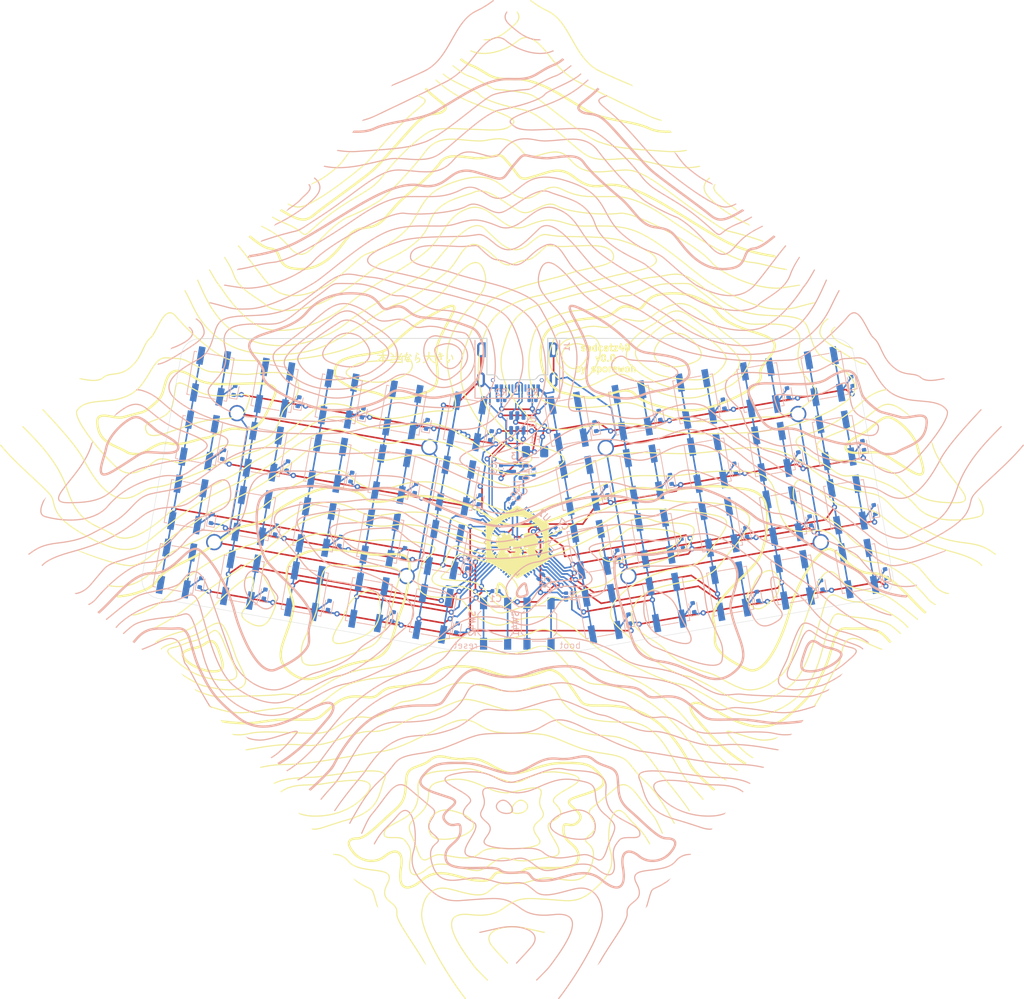
<source format=kicad_pcb>
(kicad_pcb (version 20221018) (generator pcbnew)
  (layers (0 "F.Cu" signal) (31 "B.Cu" signal) (34 "B.Paste" user) (35 "F.Paste" user) (36 "B.SilkS" user "B.Silkscreen") (37 "F.SilkS" user "F.Silkscreen") (38 "B.Mask" user) (39 "F.Mask" user) (44 "Edge.Cuts" user))
  (net 0 "")
  (net 1 "GND")
  (net 2 "Net-(D1-A)")
  (net 3 "Net-(D2-A)")
  (net 4 "Net-(D3-A)")
  (net 5 "Net-(D4-A)")
  (net 6 "Net-(D5-A)")
  (net 7 "Net-(D6-A)")
  (net 8 "Net-(D7-A)")
  (net 9 "Net-(D8-A)")
  (net 10 "Net-(D9-A)")
  (net 11 "Net-(D10-A)")
  (net 12 "NRST")
  (net 13 "Net-(D11-A)")
  (net 14 "Net-(D12-A)")
  (net 15 "Net-(D13-A)")
  (net 16 "Net-(D14-A)")
  (net 17 "Net-(D15-A)")
  (net 18 "Net-(D16-A)")
  (net 19 "Net-(D17-A)")
  (net 20 "Net-(D18-A)")
  (net 21 "Net-(D19-A)")
  (net 22 "Net-(D20-A)")
  (net 23 "+3V3")
  (net 24 "Net-(D21-A)")
  (net 25 "Net-(D22-A)")
  (net 26 "Net-(D23-A)")
  (net 27 "Net-(D24-A)")
  (net 28 "Net-(D25-A)")
  (net 29 "Net-(D26-A)")
  (net 30 "Net-(D27-A)")
  (net 31 "Net-(D28-A)")
  (net 32 "Net-(D29-A)")
  (net 33 "Net-(D30-A)")
  (net 34 "+5V")
  (net 35 "Net-(D31-A)")
  (net 36 "Net-(D32-A)")
  (net 37 "Net-(D33-A)")
  (net 38 "Net-(D34-A)")
  (net 39 "Net-(D35-A)")
  (net 40 "Net-(D36-A)")
  (net 41 "Net-(D37-A)")
  (net 42 "Net-(D38-A)")
  (net 43 "Net-(D39-A)")
  (net 44 "Net-(D40-A)")
  (net 45 "ROW1")
  (net 46 "ROW2")
  (net 47 "ROW3")
  (net 48 "ROW4")
  (net 49 "VBUS")
  (net 50 "Net-(J1-CC1)")
  (net 51 "D_USB_+")
  (net 52 "D_USB_-")
  (net 54 "Net-(J1-CC2)")
  (net 56 "BOOT0")
  (net 57 "COL1")
  (net 58 "COL2")
  (net 59 "COL3")
  (net 60 "COL4")
  (net 61 "COL5")
  (net 62 "COL6")
  (net 63 "COL7")
  (net 64 "COL8")
  (net 65 "COL9")
  (net 66 "COL10")
  (net 67 "D_P")
  (net 68 "D_N")
  (net 77 "SWDCLK")
  (net 78 "SWDIO")
  (footprint "Button_Switch_SMD:SW_SPST_EVQP0" (layer "B.Cu") (at 140.292666 38.577556 100)
    (fp_text reference "SW2" hide)
    (fp_text value "SW_Push")
  )
  (footprint "Button_Switch_SMD:SW_SPST_EVQP0" (layer "B.Cu") (at 145.502118 68.121786 100)
    (fp_text reference "SW32" hide)
    (fp_text value "SW_Push")
  )
  (footprint "Diode_SMD:D_SOD-523" (layer "B.Cu") (at 130.005663 72.377371 100)
    (fp_text reference "D36" hide)
    (fp_text value "D_Small")
  )
  (footprint "Diode_SMD:D_SOD-523" (layer "B.Cu") (at 105.100059 46.306104 100)
    (fp_text reference "D10" hide)
    (fp_text value "D_Small")
  )
  (footprint "Diode_SMD:D_SOD-523" (layer "B.Cu") (at 54.298401 72.030075 80)
    (fp_text reference "D33" hide)
    (fp_text value "D_Small")
  )
  (footprint "Button_Switch_SMD:SW_SPST_SKQG_WithoutStem" (layer "B.Cu") (at 96.437596 76.575333 -90)
    (fp_text reference "SW41")
    (fp_text value "BOOT")
  )
  (footprint "Diode_SMD:D_SOD-523" (layer "B.Cu") (at 56.034884 62.181997 80)
    (fp_text reference "D23" hide)
    (fp_text value "D_Small")
  )
  (footprint "Diode_SMD:D_SOD-523" (layer "B.Cu") (at 77.467518 55.806884 80)
    (fp_text reference "D17" hide)
    (fp_text value "D_Small")
  )
  (footprint "Capacitor_SMD:C_0402_1005Metric" (layer "B.Cu") (at 95.604262 53.242009 -90)
    (fp_text reference "C10")
    (fp_text value "1uF")
  )
  (footprint "Button_Switch_SMD:SW_SPST_EVQP0" (layer "B.Cu") (at 100.900355 45.523484 100)
    (fp_text reference "SW10" hide)
    (fp_text value "SW_Push")
  )
  (footprint "Button_Switch_SMD:SW_SPST_EVQP0" (layer "B.Cu") (at 102.636841 55.371559 100)
    (fp_text reference "SW20" hide)
    (fp_text value "SW_Push")
  )
  (footprint "Diode_SMD:D_SOD-523" (layer "B.Cu") (at 69.355923 44.222321 80)
    (fp_text reference "D5" hide)
    (fp_text value "D_Small")
  )
  (footprint "Button_Switch_SMD:SW_SPST_EVQP0" (layer "B.Cu") (at 110.748437 43.787003 100)
    (fp_text reference "SW8" hide)
    (fp_text value "SW_Push")
  )
  (footprint "Package_TO_SOT_SMD:SOT-23-6" (layer "B.Cu") (at 93.104265 45.742013 90)
    (fp_text reference "U1")
    (fp_text value "USBLC6-2SC6")
  )
  (footprint "Diode_SMD:D_SOD-523" (layer "B.Cu") (at 73.994554 75.503036 80)
    (fp_text reference "D37" hide)
    (fp_text value "D_Small")
  )
  (footprint "userlib:m1.6_hole" (layer "B.Cu") (at 46.563844 64.06599 170)
    (fp_text reference "H3" hide)
    (fp_text value "MountingHole_Pad")
  )
  (footprint "Capacitor_SMD:C_0402_1005Metric" (layer "B.Cu") (at 99.304301 62.175368 135)
    (fp_text reference "C7")
    (fp_text value "100nF")
  )
  (footprint "userlib:m1.6_hole" (layer "B.Cu") (at 136.23687 44.369835 -170)
    (fp_text reference "H6" hide)
    (fp_text value "MountingHole_Pad")
  )
  (footprint "userlib:m1.6_hole" (layer "B.Cu") (at 79.601884 49.461072 170)
    (fp_text reference "H2" hide)
    (fp_text value "MountingHole_Pad")
  )
  (footprint "Button_Switch_SMD:SW_SPST_EVQP0" (layer "B.Cu") (at 83.636839 55.371556 80)
    (fp_text reference "SW19" hide)
    (fp_text value "SW_Push")
  )
  (footprint "Diode_SMD:D_SOD-523" (layer "B.Cu") (at 49.659767 40.74936 80)
    (fp_text reference "D1" hide)
    (fp_text value "D_Small")
  )
  (footprint "Diode_SMD:D_SOD-523" (layer "B.Cu") (at 134.644293 41.096654 100)
    (fp_text reference "D4" hide)
    (fp_text value "D_Small")
  )
  (footprint "Diode_SMD:D_SOD-523" (layer "B.Cu") (at 116.684623 54.417693 100)
    (fp_text reference "D18" hide)
    (fp_text value "D_Small")
  )
  (footprint "Resistor_SMD:R_0402_1005Metric" (layer "B.Cu") (at 100.604259 72.408669 90)
    (fp_text reference "R1")
    (fp_text value "10k")
  )
  (footprint "Diode_SMD:D_SOD-523" (layer "B.Cu") (at 146.228854 49.208255 100)
    (fp_text reference "D12" hide)
    (fp_text value "D_Small")
  )
  (footprint "Button_Switch_SMD:SW_SPST_EVQP0" (layer "B.Cu") (at 115.95788 73.331229 100)
    (fp_text reference "SW38" hide)
    (fp_text value "SW_Push")
  )
  (footprint "Button_Switch_SMD:SW_SPST_EVQP0" (layer "B.Cu") (at 63.940688 51.898598 80)
    (fp_text reference "SW15" hide)
    (fp_text value "SW_Push")
  )
  (footprint "Button_Switch_SMD:SW_SPST_EVQP0" (layer "B.Cu") (at 42.508048 58.273708 80)
    (fp_text reference "SW21" hide)
    (fp_text value "SW_Push")
  )
  (footprint "Button_Switch_SMD:SW_SPST_EVQP0" (layer "B.Cu") (at 45.981012 38.577554 80)
    (fp_text reference "SW1" hide)
    (fp_text value "SW_Push")
  )
  (footprint "Diode_SMD:D_SOD-523" (layer "B.Cu") (at 79.204002 45.958804 80)
    (fp_text reference "D7" hide)
    (fp_text value "D_Small")
  )
  (footprint "Diode_SMD:D_SOD-523" (layer "B.Cu") (at 147.965335 59.056327 100)
    (fp_text reference "D22" hide)
    (fp_text value "D_Small")
  )
  (footprint "userlib:m1.6_hole" (layer "B.Cu") (at 50.057653 44.25163 170)
    (fp_text reference "H1" hide)
    (fp_text value "MountingHole_Pad")
  )
  (footprint "Button_Switch_SMD:SW_SPST_EVQP0" (layer "B.Cu") (at 125.805959 71.594754 100)
    (fp_text reference "SW36" hide)
    (fp_text value "SW_Push")
  )
  (footprint "Capacitor_SMD:C_0402_1005Metric" (layer "B.Cu") (at 89.770931 71.575336)
    (fp_text reference "C1")
    (fp_text value "100nF")
  )
  (footprint "Button_Switch_SMD:SW_SPST_EVQP0" (layer "B.Cu") (at 81.900359 65.219637 80)
    (fp_text reference "SW29" hide)
    (fp_text value "SW_Push")
  )
  (footprint "Capacitor_SMD:C_0402_1005Metric" (layer "B.Cu") (at 93.004303 56.875365 135)
    (fp_text reference "C2")
    (fp_text value "4.7uF")
  )
  (footprint "Diode_SMD:D_SOD-523" (layer "B.Cu") (at 124.796218 42.833135 100)
    (fp_text reference "D6" hide)
    (fp_text value "D_Small")
  )
  (footprint "Button_Switch_SMD:SW_SPST_SKQG_WithoutStem" (layer "B.Cu") (at 89.770938 76.575336 -90)
    (fp_text reference "SW42")
    (fp_text value "RST")
  )
  (footprint "Diode_SMD:D_SOD-523" (layer "B.Cu") (at 144.492374 39.360175 100)
    (fp_text reference "D2" hide)
    (fp_text value "D_Small")
  )
  (footprint "Button_Switch_SMD:SW_SPST_EVQP0" (layer "B.Cu") (at 62.204203 61.746676 80)
    (fp_text reference "SW25" hide)
    (fp_text value "SW_Push")
  )
  (footprint "Diode_SMD:D_SOD-523" (layer "B.Cu") (at 136.380775 50.944731 100)
    (fp_text reference "D14" hide)
    (fp_text value "D_Small")
  )
  (footprint "Diode_SMD:D_SOD-523" (layer "B.Cu") (at 47.923289 50.59744 80)
    (fp_text reference "D11" hide)
    (fp_text value "D_Small")
  )
  (footprint "Diode_SMD:D_SOD-523" (layer "B.Cu") (at 87.315599 57.543364 80)
    (fp_text reference "D19" hide)
    (fp_text value "D_Small")
  )
  (footprint "Diode_SMD:D_SOD-523" (layer "B.Cu") (at 83.842633 77.23952 80)
    (fp_text reference "D39" hide)
    (fp_text value "D_Small")
  )
  (footprint "Button_Switch_SMD:SW_SPST_EVQP0" (layer "B.Cu") (at 40.771568 68.12179 80)
    (fp_text reference "SW31" hide)
    (fp_text value "SW_Push")
  )
  (footprint "Button_Switch_SMD:SW_SPST_EVQP0" (layer "B.Cu") (at 44.24453 48.425636 80)
    (fp_text reference "SW11" hide)
    (fp_text value "SW_Push")
  )
  (footprint "Diode_SMD:D_SOD-523" (layer "B.Cu") (at 57.771363 52.333918 80)
    (fp_text reference "D13" hide)
    (fp_text value "D_Small")
  )
  (footprint "Button_Switch_SMD:SW_SPST_EVQP0" (layer "B.Cu") (at 54.092604 50.162114 80)
    (fp_text reference "SW13" hide)
    (fp_text value "SW_Push")
  )
  (footprint "Button_Switch_SMD:SW_SPST_EVQP0" (layer "B.Cu") (at 130.44459 40.314033 100)
    (fp_text reference "SW4" hide)
    (fp_text value "SW_Push")
  )
  (footprint "Button_Switch_SMD:SW_SPST_EVQP0" (layer "B.Cu") (at 135.654036 69.858274 100)
    (fp_text reference "SW34" hide)
    (fp_text value "SW_Push")
  )
  (footprint "Capacitor_SMD:C_0402_1005Metric" (layer "B.Cu") (at 96.704303 69.375363 45)
    (fp_text reference "C3")
    (fp_text value "1uF")
  )
  (footprint "Button_Switch_SMD:SW_SPST_EVQP0" (layer "B.Cu") (at 73.788762 53.635081 80)
    (fp_text reference "SW17" hide)
    (fp_text value "SW_Push")
  )
  (footprint "Button_Switch_SMD:SW_SPST_EVQP0" (layer "B.Cu") (at 112.484916 53.635078 100)
    (fp_text reference "SW18" hide)
    (fp_text value "SW_Push")
  )
  (footprint "Diode_SMD:D_SOD-523" (layer "B.Cu") (at 44.450326 70.293593 80)
    (fp_text reference "D31" hide)
    (fp_text value "D_Small")
  )
  (footprint "Diode_SMD:D_SOD-523" (layer "B.Cu") (at 110.309507 75.850335 100)
    (fp_text reference "D40" hide)
    (fp_text value "D_Small")
  )
  (footprint "Button_Switch_SMD:SW_SPST_EVQP0" (layer "B.Cu") (at 50.619644 69.85827 80)
    (fp_text reference "SW33" hide)
    (fp_text value "SW_Push")
  )
  (footprint "Button_Switch_SMD:SW_SPST_EVQP0" (layer "B.Cu") (at 106.109804 75.067716 100)
    (fp_text reference "SW40" hide)
    (fp_text value "SW_Push")
  )
  (footprint "Button_Switch_SMD:SW_SPST_EVQP0" (layer "B.Cu") (at 104.373321 65.219634 100)
    (fp_text reference "SW30" hide)
    (fp_text value "SW_Push")
  )
  (footprint "Button_Switch_SMD:SW_SPST_EVQP0" (layer "B.Cu") (at 75.525244 43.787003 80)
    (fp_text reference "SW7" hide)
    (fp_text value "SW_Push")
  )
  (footprint "Button_Switch_SMD:SW_SPST_EVQP0" (layer "B.Cu") (at 132.181076 50.16211 100)
    (fp_text reference "SW14" hide)
    (fp_text value "SW_Push")
  )
  (footprint "Button_Switch_SMD:SW_SPST_EVQP0" (layer "B.Cu") (at 142.029151 48.425631 100)
    (fp_text reference "SW12" hide)
    (fp_text value "SW_Push")
  )
  (footprint "Diode_SMD:D_SOD-523" (layer "B.Cu") (at 126.532698 52.681214 100)
    (fp_text reference "D16" hide)
    (fp_text value "D_Small")
  )
  (footprint "Diode_SMD:D_SOD-523" (layer "B.Cu") (at 67.619444 54.070398 80)
    (fp_text reference "D15" hide)
    (fp_text value "D_Small")
  )
  (footprint "userlib:Mid_Mount-USB_C" (layer "B.Cu") (at 93.104266 32.754166 90)
    (fp_text reference "J1")
    (fp_text value "USB2_C_Receptacle")
    (fp_line (start -6.35 -2.450962) (end -6.35 2.450962) (stroke (width 0.15)) (layer "Edge.Cuts"))
    (fp_line (start -5.6 -4.67) (end -5.6 -3.75) (stroke (width 0.15)) (layer "Edge.Cuts"))
    (fp_line (start -5.6 4.67) (end -5.6 3.75) (stroke (width 0.15)) (layer "Edge.Cuts"))
    (fp_line (start -5.6 4.67) (end 0 4.67) (stroke (width 0.15)) (layer "Edge.Cuts"))
    (fp_line (start 0 -7.62) (end 0 -4.67) (stroke (width 0.15)) (layer "Edge.Cuts"))
    (fp_line (start 0 -4.67) (end -5.6 -4.67) (stroke (width 0.15)) (layer "Edge.Cuts"))
    (fp_line (start 0 4.67) (end 0 7.62) (stroke (width 0.15)) (layer "Edge.Cuts"))
    (fp_arc (start -6.35 -2.450962) (mid -6.260237 -2.785962) (end -6.015 -3.031199) (stroke (width 0.15)) (layer "Edge.Cuts"))
    (fp_arc (start -6.015 3.031199) (mid -6.260237 2.785962) (end -6.35 2.450962) (stroke (width 0.15)) (layer "Edge.Cuts"))
    (fp_arc (start -6.015 3.031199) (mid -5.711199 3.335) (end -5.6 3.75) (stroke (width 0.15)) (layer "Edge.Cuts"))
    (fp_arc (start -5.6 -3.75) (mid -5.711199 -3.335) (end -6.015 -3.031199) (stroke (width 0.15)) (layer "Edge.Cuts"))
  )
  (footprint "Button_Switch_SMD:SW_SPST_EVQP0" (layer "B.Cu") (at 65.677166 42.050519 80)
    (fp_text reference "SW5" hide)
    (fp_text value "SW_Push")
  )
  (footprint "Button_Switch_SMD:SW_SPST_EVQP0" (layer "B.Cu") (at 55.829087 40.314035 80)
    (fp_text reference "SW3" hide)
    (fp_text value "SW_Push")
  )
  (footprint "Button_Switch_SMD:SW_SPST_EVQP0" (layer "B.Cu") (at 133.917557 60.010193 100)
    (fp_text reference "SW24" hide)
    (fp_text value "SW_Push")
  )
  (footprint "Diode_SMD:D_SOD-523" (layer "B.Cu") (at 85.579117 67.391441 80)
    (fp_text reference "D29" hide)
    (fp_text value "D_Small")
  )
  (footprint "Diode_SMD:D_SOD-523" (layer "B.Cu") (at 114.948138 44.569621 100)
    (fp_text reference "D8" hide)
    (fp_text value "D_Small")
  )
  (footprint "Diode_SMD:D_SOD-523" (layer "B.Cu") (at 120.15758 74.113851 100)
    (fp_text reference "D38" hide)
    (fp_text value "D_Small")
  )
  (footprint "Diode_SMD:D_SOD-523" (layer "B.Cu") (at 128.26918 62.529292 100)
    (fp_text reference "D26" hide)
    (fp_text value "D_Small")
  )
  (footprint "Diode_SMD:D_SOD-523" (layer "B.Cu") (at 75.731037 65.654956 80)
    (fp_text reference "D27" hide)
    (fp_text value "D_Small")
  )
  (footprint "Diode_SMD:D_SOD-523" (layer "B.Cu") (at 138.117261 60.792811 100)
    (fp_text reference "D24" hide)
    (fp_text value "D_Small")
  )
  (footprint "Button_Switch_SMD:SW_SPST_EVQP0" (layer "B.Cu") (at 122.332994 51.898596 100)
    (fp_text reference "SW16" hide)
    (fp_text value "SW_Push")
  )
  (footprint "Button_Switch_SMD:SW_SPST_EVQP0" (layer "B.Cu") (at 114.221399 63.483157 100)
    (fp_text reference "SW28" hide)
    (fp_text value "SW_Push")
  )
  (footprint "Resistor_SMD:R_0402_1005Metric" (layer "B.Cu") (at 90.65 42.23 180)
    (fp_text reference "R2")
    (fp_text value "5.1k")
  )
  (footprint "userlib:m1.6_hole" (layer "B.Cu") (at 76.108079 69.275439 170)
    (fp_text reference "H4" hide)
    (fp_text value "MountingHole_Pad")
  )
  (footprint "Diode_SMD:D_SOD-523" (layer "B.Cu") (at 89.052075 47.695289 80)
    (fp_text reference "D9" hide)
    (fp_text value "D_Small")
  )
  (footprint "Button_Switch_SMD:SW_SPST_EVQP0" (layer "B.Cu") (at 70.315795 73.331233 80)
    (fp_text reference "SW37" hide)
    (fp_text value "SW_Push")
  )
  (footprint "Button_Switch_SMD:SW_SPST_EVQP0" (layer "B.Cu") (at 85.373325 45.523482 80)
    (fp_text reference "SW9" hide)
    (fp_text value "SW_Push")
  )
  (footprint "userlib:m1.6_hole" (layer "B.Cu") (at 110.1656 69.275434 -170)
    (fp_text reference "H7" hide)
    (fp_text value "MountingHole_Pad")
  )
  (footprint "Diode_SMD:D_SOD-523" (layer "B.Cu") (at 108.573025 66.002256 100)
    (fp_text reference "D30" hide)
    (fp_text value "D_Small")
  )
  (footprint "Button_Switch_SMD:SW_SPST_EVQP0" (layer "B.Cu") (at 80.163876 75.067721 80)
    (fp_text reference "SW39" hide)
    (fp_text value "SW_Push")
  )
  (footprint "Package_QFP:LQFP-48_7x7mm_P0.5mm" (layer "B.Cu") (at 93.104267 64.075341 135)
    (fp_text reference "U2")
    (fp_text value "STM32F072C8Tx")
  )
  (footprint "Diode_SMD:D_SOD-523" (layer "B.Cu") (at 65.882957 63.91848 80)
    (fp_text reference "D25" hide)
    (fp_text value "D_Small")
  )
  (footprint "Package_TO_SOT_SMD:SOT-23" (layer "B.Cu") (at 93.104268 53.242006 180)
    (fp_text reference "U3")
    (fp_text value "XC6206PxxxMR-Regulator_Linear")
  )
  (footprint "Resistor_SMD:R_0402_1005Metric" (layer "B.Cu") (at 95.442603 42.229464 180)
    (fp_text reference "R3")
    (fp_text value "5.1k")
  )
  (footprint "Fuse:Fuse_1206_3216Metric" (layer "B.Cu") (at 95.829001 50.161012 180)
    (fp_text reference "F1")
    (fp_text value "500mA")
  )
  (footprint "Button_Switch_SMD:SW_SPST_EVQP0" (layer "B.Cu") (at 124.069476 61.746674 100)
    (fp_text reference "SW26" hide)
    (fp_text value "SW_Push")
  )
  (footprint "Capacitor_SMD:C_0402_1005Metric" (layer "B.Cu") (at 92.104302 57.775364 135)
    (fp_text reference "C5")
    (fp_text value "100nF")
  )
  (footprint "Capacitor_SMD:C_0402_1005Metric" (layer "B.Cu") (at 86.904304 65.975364 -45)
    (fp_text reference "C6")
    (fp_text value "100nF")
  )
  (footprint "Button_Switch_SMD:SW_SPST_EVQP0" (layer "B.Cu") (at 143.765632 58.273708 100)
    (fp_text reference "SW22" hide)
    (fp_text value "SW_Push")
  )
  (footprint "Diode_SMD:D_SOD-523" (layer "B.Cu") (at 139.853738 70.640888 100)
    (fp_text reference "D34" hide)
    (fp_text value "D_Small")
  )
  (footprint "Diode_SMD:D_SOD-523" (layer "B.Cu") (at 149.701815 68.904409 100)
    (fp_text reference "D32" hide)
    (fp_text value "D_Small")
  )
  (footprint "Diode_SMD:D_SOD-523" (layer "B.Cu") (at 46.186805 60.445515 80)
    (fp_text reference "D21" hide)
    (fp_text value "D_Small")
  )
  (footprint "userlib:m1.6_hole" (layer "B.Cu") (at 139.709834 64.065989 -170)
    (fp_text reference "H8" hide)
    (fp_text value "MountingHole_Pad")
  )
  (footprint "Button_Switch_SMD:SW_SPST_EVQP0" (layer "B.Cu") (at 52.35613 60.010186 80)
    (fp_text reference "SW23" hide)
    (fp_text value "SW_Push")
  )
  (footprint "Diode_SMD:D_SOD-523" (layer "B.Cu") (at 118.421102 64.265773 100)
    (fp_text reference "D28" hide)
    (fp_text value "D_Small")
  )
  (footprint "Diode_SMD:D_SOD-523" (layer "B.Cu") (at 64.146477 73.766555 80)
    (fp_text reference "D35" hide)
    (fp_text value "D_Small")
  )
  (footprint "Diode_SMD:D_SOD-523" (layer "B.Cu") (at 106.836539 56.154175 100)
    (fp_text reference "D20" hide)
    (fp_text value "D_Small")
  )
  (footprint "userlib:m1.6_hole" (layer "B.Cu") (at 106.692635 49.579281 -170)
    (fp_text reference "H5" hide)
    (fp_text value "MountingHole_Pad")
  )
  (footprint "Capacitor_SMD:C_0402_1005Metric" (layer "B.Cu") (at 90.604264 52.762008 -90)
    (fp_text reference "C9")
    (fp_text value "1uF")
  )
  (footprint "Button_Switch_SMD:SW_SPST_EVQP0" (layer "B.Cu") (at 72.052282 63.483156 80)
    (fp_text reference "SW27" hide)
    (fp_text value "SW_Push")
  )
  (footprint "Diode_SMD:D_SOD-523" (layer "B.Cu") (at 59.507845 42.48584 80)
    (fp_text reference "D3" hide)
    (fp_text value "D_Small")
  )
  (footprint "Button_Switch_SMD:SW_SPST_EVQP0" (layer "B.Cu") (at 60.467718 71.594749 80)
    (fp_text reference "SW35" hide)
    (fp_text value "SW_Push")
  )
  (footprint "Button_Switch_SMD:SW_SPST_EVQP0" (layer "B.Cu") (at 120.596511 42.050521 100)
    (fp_text reference "SW6" hide)
    (fp_text value "SW_Push")
  )
  (footprint "Capacitor_SMD:C_0402_1005Metric" (layer "B.Cu") (at 97.604305 70.175366 45)
    (fp_text reference "C4")
    (fp_text value "100nF")
  )
  (gr_poly (pts (xy 140.261363 24.718603) (xy 139.928907 25.446893) (xy 139.610994 26.114199) (xy 139.302075 26.728585) (xy 138.996587 27.298118) (xy 138.688992 27.830859) (xy 138.373744 28.334883) (xy 138.045282 28.818239) (xy 137.698063 29.289009) (xy 137.462206 29.588081) (xy 137.219955 29.87763) (xy 136.97112 30.157643) (xy 136.715494 30.428107) (xy 136.452891 30.688995) (xy 136.183099 30.94029) (xy 135.905933 31.181981) (xy 135.621183 31.414052) (xy 135.328662 31.636478) (xy 135.028163 31.849243) (xy 134.719493 32.052334) (xy 134.402448 32.245737) (xy 134.076846 32.429422) (xy 133.742469 32.603378) (xy 133.399135 32.76759) (xy 133.046637 32.92204) (xy 132.49862 33.137422) (xy 131.945279 33.327026) (xy 131.386983 33.491163) (xy 130.824101 33.630133) (xy 130.257014 33.744256) (xy 129.686091 33.833837) (xy 129.111708 33.899181) (xy 128.534238 33.940612) (xy 127.954059 33.958432) (xy 127.371534 33.952946) (xy 126.787054 33.924471) (xy 126.200978 33.873314) (xy 125.613679 33.799789) (xy 125.025543 33.704205) (xy 124.436934 33.586869) (xy 123.848225 33.448091) (xy 123.387617 33.323958) (xy 122.931276 33.187657) (xy 122.480331 33.039975) (xy 122.035886 32.881677) (xy 121.599074 32.713548) (xy 121.17101 32.536365) (xy 120.752811 32.350898) (xy 120.345597 32.157927) (xy 119.95049 31.958222) (xy 119.568609 31.752572) (xy 119.201073 31.541741) (xy 118.848999 31.326516) (xy 118.513508 31.107665) (xy 118.19572 30.885967) (xy 117.896752 30.662196) (xy 117.617728 30.437137) (xy 117.220641 30.119805) (xy 116.750041 29.773431) (xy 116.195164 29.390335) (xy 115.545241 28.96285) (xy 114.789517 28.483309) (xy 113.917239 27.944044) (xy 112.917633 27.33737) (xy 111.779936 26.655638) (xy 111.413825 26.437888) (xy 108.939476 24.957518) (xy 107.286313 23.940677) (xy 106.694266 23.558434) (xy 106.219417 23.234893) (xy 105.832394 22.950994) (xy 105.503837 22.687679) (xy 105.33356 22.542685) (xy 105.255101 22.472845) (xy 105.17677 22.399942) (xy 105.095321 22.32034) (xy 105.007506 22.230409) (xy 104.910071 22.126514) (xy 104.799782 22.005038) (xy 104.673385 21.862331) (xy 104.527631 21.694774) (xy 104.165082 21.270576) (xy 103.686154 20.703399) (xy 103.064883 19.964192) (xy 102.759103 19.599269) (xy 102.479616 19.270005) (xy 102.218175 18.966765) (xy 101.966554 18.67993) (xy 101.503549 18.170765) (xy 101.058452 17.704278) (xy 100.630889 17.28109) (xy 100.22048 16.901775) (xy 99.826847 16.566949) (xy 99.44962 16.277187) (xy 99.088414 16.03311) (xy 98.742858 15.835303) (xy 98.412565 15.684357) (xy 98.097171 15.580882) (xy 97.796292 15.525472) (xy 97.65118 15.515975) (xy 97.509547 15.51872) (xy 97.371358 15.533779) (xy 97.236569 15.561227) (xy 97.105116 15.601135) (xy 96.976966 15.653589) (xy 96.852067 15.71865) (xy 96.730376 15.796399) (xy 96.611838 15.886913) (xy 96.496411 15.990262) (xy 96.409479 16.073107) (xy 96.319821 16.16002) (xy 96.120738 16.354419) (xy 95.757428 16.7096) (xy 95.245656 17.202205) (xy 94.793816 17.623018) (xy 94.391705 17.97897) (xy 94.029101 18.276983) (xy 93.859433 18.406434) (xy 93.695815 18.523998) (xy 93.536969 18.630552) (xy 93.381624 18.72695) (xy 93.228498 18.814065) (xy 93.07632 18.892763) (xy 92.923817 18.96391) (xy 92.769707 19.028376) (xy 92.671662 19.065206) (xy 92.573859 19.098388) (xy 92.476258 19.127872) (xy 92.378841 19.153664) (xy 92.281574 19.175735) (xy 92.18442 19.194068) (xy 92.087367 19.208642) (xy 91.990372 19.219435) (xy 91.893416 19.226431) (xy 91.796462 19.229618) (xy 91.699484 19.228963) (xy 91.602449 19.224456) (xy 91.505336 19.216075) (xy 91.408107 19.203805) (xy 91.310741 19.187621) (xy 91.213203 19.167507) (xy 91.115468 19.143445) (xy 91.017499 19.115414) (xy 90.919277 19.083393) (xy 90.82077 19.04737) (xy 90.721945 19.007319) (xy 90.622769 18.963221) (xy 90.52323 18.915061) (xy 90.423284 18.862812) (xy 90.322911 18.806468) (xy 90.222063 18.745999) (xy 90.120733 18.681386) (xy 90.018885 18.612615) (xy 89.916484 18.539671) (xy 89.813511 18.462522) (xy 89.605705 18.295557) (xy 89.107069 17.884599) (xy 88.687113 17.557142) (xy 88.502232 17.42224) (xy 88.331722 17.305226) (xy 88.173829 17.205099) (xy 88.026784 17.120882) (xy 87.888818 17.051566) (xy 87.758179 16.996153) (xy 87.633085 16.95366) (xy 87.51179 16.923078) (xy 87.392516 16.903421) (xy 87.273507 16.893695) (xy 87.152996 16.892901) (xy 87.029216 16.900039) (xy 87.03698 16.899785) (xy 87.035353 16.900922) (xy 87.005712 16.907038) (xy 86.853387 16.932246) (xy 86.600851 16.970265) (xy 86.276689 17.01567) (xy 85.909498 17.063051) (xy 85.527881 17.107) (xy 85.160443 17.142099) (xy 84.990966 17.154636) (xy 84.83576 17.162928) (xy 83.989101 17.186433) (xy 82.770199 17.212184) (xy 80.951889 17.247688) (xy 80.543624 17.259061) (xy 80.135378 17.273078) (xy 79.727225 17.289732) (xy 79.319242 17.309015) (xy 78.679545 17.346993) (xy 78.081187 17.392968) (xy 77.523563 17.447397) (xy 77.006057 17.510737) (xy 76.528082 17.583435) (xy 76.089007 17.665944) (xy 75.883873 17.711019) (xy 75.688241 17.758723) (xy 75.502033 17.809102) (xy 75.32517 17.86222) (xy 74.608234 18.096464) (xy 73.921932 18.337657) (xy 73.272562 18.585013) (xy 72.666404 18.83776) (xy 72.109769 19.09511) (xy 71.85199 19.225262) (xy 71.608947 19.356273) (xy 71.381428 19.488047) (xy 71.170225 19.620482) (xy 70.976122 19.753481) (xy 70.799903 19.886949) (xy 70.690579 19.978325) (xy 70.592122 20.068712) (xy 70.504666 20.158098) (xy 70.428351 20.246496) (xy 70.363307 20.333911) (xy 70.309658 20.42033) (xy 70.267545 20.505768) (xy 70.237108 20.59021) (xy 70.218477 20.673674) (xy 70.211775 20.756146) (xy 70.217142 20.837637) (xy 70.234712 20.918143) (xy 70.264625 20.997664) (xy 70.307004 21.076213) (xy 70.361989 21.153767) (xy 70.42971 21.230346) (xy 70.5103 21.305943) (xy 70.603896 21.380562) (xy 70.710631 21.454207) (xy 70.830631 21.526872) (xy 70.964044 21.598562) (xy 71.110987 21.669276) (xy 71.271606 21.739011) (xy 71.446027 21.80778) (xy 71.634386 21.875573) (xy 71.836817 21.942388) (xy 72.053453 22.008241) (xy 72.284425 22.07312) (xy 72.529871 22.137032) (xy 72.78992 22.199971) (xy 73.06471 22.261942) (xy 73.354371 22.322946) (xy 74.479376 22.558583) (xy 75.601911 22.805344) (xy 76.721897 23.063199) (xy 77.839255 23.332135) (xy 78.953887 23.612129) (xy 80.065719 23.903162) (xy 81.174661 24.20521) (xy 82.280623 24.518249) (xy 85.332832 25.398939) (xy 86.010794 25.58967) (xy 86.581013 25.742132) (xy 87.062785 25.861169) (xy 87.276521 25.909664) (xy 87.475378 25.951623) (xy 87.879421 26.031963) (xy 88.329191 26.124072) (xy 88.594473 26.181322) (xy 88.849818 26.239071) (xy 89.098092 26.297684) (xy 89.342156 26.357535) (xy 90.00563 26.538966) (xy 90.643451 26.739853) (xy 91.255171 26.96124) (xy 91.84033 27.204163) (xy 92.398485 27.469674) (xy 92.929173 27.758805) (xy 93.431949 28.072612) (xy 93.90634 28.412126) (xy 94.351923 28.778395) (xy 94.768219 29.172461) (xy 95.154782 29.595376) (xy 95.511155 30.048168) (xy 95.836893 30.53189) (xy 96.131539 31.047579) (xy 96.394634 31.596291) (xy 96.625728 32.179047) (xy 96.910132 33.050856) (xy 97.141649 33.931714) (xy 97.321196 34.817207) (xy 97.449661 35.702926) (xy 97.527974 36.58446) (xy 97.557021 37.457403) (xy 97.537716 38.317338) (xy 97.470966 39.15986) (xy 97.357677 39.980554) (xy 97.198749 40.775017) (xy 96.995096 41.538825) (xy 96.747626 42.267585) (xy 96.457235 42.956873) (xy 96.296234 43.285344) (xy 96.12484 43.602292) (xy 95.943173 43.907164) (xy 95.751345 44.199416) (xy 95.549467 44.478496) (xy 95.33765 44.743848) (xy 94.548013 45.673356) (xy 93.868849 46.4414) (xy 93.562528 46.771442) (xy 93.274025 47.069013) (xy 93.00008 47.336737) (xy 92.737411 47.577254) (xy 92.482758 47.793189) (xy 92.232857 47.987176) (xy 91.984444 48.161845) (xy 91.734244 48.319829) (xy 91.478997 48.463753) (xy 91.215427 48.59626) (xy 90.940273 48.719968) (xy 90.650276 48.837519) (xy 90.461428 48.906425) (xy 90.271066 48.970769) (xy 90.079271 49.030516) (xy 89.886136 49.085648) (xy 89.691727 49.136142) (xy 89.496144 49.181983) (xy 89.299459 49.223131) (xy 89.101767 49.259584) (xy 88.416324 49.394475) (xy 87.749574 49.548619) (xy 87.426655 49.632244) (xy 87.112546 49.719886) (xy 86.808623 49.811272) (xy 86.51627 49.906136) (xy 86.236856 50.004212) (xy 85.971766 50.105232) (xy 85.722381 50.20893) (xy 85.490075 50.315041) (xy 85.276229 50.423296) (xy 85.082212 50.533425) (xy 84.909423 50.645167) (xy 84.759223 50.758252) (xy 84.677435 50.829309) (xy 84.605599 50.900617) (xy 84.543816 50.972175) (xy 84.492204 51.043976) (xy 84.45087 51.116026) (xy 84.419932 51.18832) (xy 84.39949 51.260862) (xy 84.393244 51.29722) (xy 84.389665 51.333643) (xy 84.388768 51.370127) (xy 84.390565 51.406676) (xy 84.395065 51.443281) (xy 84.402293 51.479948) (xy 84.412255 51.516674) (xy 84.424976 51.553463) (xy 84.458715 51.627221) (xy 84.503621 51.701217) (xy 84.559809 51.775458) (xy 84.62739 51.84994) (xy 84.706474 51.924667) (xy 84.797167 51.999623) (xy 84.899588 52.074828) (xy 85.013846 52.150261) (xy 85.140053 52.225937) (xy 85.278312 52.301848) (xy 85.428746 52.378001) (xy 85.591461 52.454387) (xy 85.766563 52.531007) (xy 85.954173 52.607868) (xy 86.154393 52.684958) (xy 86.367344 52.76228) (xy 86.593124 52.839837) (xy 86.831857 52.917625) (xy 87.083649 52.995651) (xy 87.348608 53.0739) (xy 87.626848 53.152388) (xy 88.113546 53.277272) (xy 88.594204 53.381376) (xy 89.069026 53.464977) (xy 89.538214 53.528351) (xy 90.001972 53.571768) (xy 90.460508 53.595515) (xy 90.914031 53.599849) (xy 91.362736 53.585064) (xy 91.806835 53.551421) (xy 92.246532 53.499199) (xy 92.682033 53.428666) (xy 93.113542 53.340111) (xy 93.541264 53.233797) (xy 93.965403 53.110007) (xy 94.386162 52.969006) (xy 94.803752 52.811077) (xy 95.152303 52.663453) (xy 95.496826 52.507105) (xy 95.837168 52.34212) (xy 96.173154 52.168585) (xy 96.504641 51.986592) (xy 96.831457 51.796212) (xy 97.15344 51.597545) (xy 97.470426 51.390671) (xy 97.963022 51.056819) (xy 98.586297 50.623409) (xy 99.439972 50.025991) (xy 99.538127 49.958468) (xy 99.63771 49.893156) (xy 99.738697 49.830087) (xy 99.841045 49.769272) (xy 99.94471 49.710744) (xy 100.049664 49.65452) (xy 100.15586 49.600613) (xy 100.263263 49.549065) (xy 100.805933 49.326347) (xy 101.368218 49.119827) (xy 101.947532 48.930667) (xy 102.541246 48.760033) (xy 103.146765 48.609085) (xy 103.761462 48.478989) (xy 104.382748 48.370914) (xy 105.008001 48.28602) (xy 105.634609 48.225468) (xy 106.259966 48.190425) (xy 106.881468 48.182061) (xy 107.496496 48.20153) (xy 108.10245 48.250005) (xy 108.696716 48.328641) (xy 109.276685 48.438613) (xy 109.839742 48.581078) (xy 110.118146 48.653156) (xy 110.398243 48.709578) (xy 110.681055 48.750504) (xy 110.967603 48.776078) (xy 111.258894 48.786455) (xy 111.555951 48.781787) (xy 111.859791 48.762224) (xy 112.171421 48.727921) (xy 112.491875 48.679027) (xy 112.822157 48.615697) (xy 113.163284 48.53808) (xy 113.516275 48.446325) (xy 113.882149 48.34059) (xy 114.261915 48.221022) (xy 114.656602 48.087777) (xy 115.067214 47.941002) (xy 116.888154 47.251899) (xy 117.328978 47.096518) (xy 117.734756 46.965048) (xy 117.92567 46.908221) (xy 118.109234 46.857298) (xy 118.285914 46.812259) (xy 118.456185 46.773076) (xy 118.620507 46.739729) (xy 118.779349 46.712194) (xy 118.933193 46.690452) (xy 119.082496 46.674467) (xy 119.227735 46.664224) (xy 119.369381 46.659695) (xy 119.507897 46.660863) (xy 119.643764 46.667699) (xy 120.087574 46.715123) (xy 120.547877 46.797355) (xy 121.023561 46.913461) (xy 121.513513 47.062502) (xy 122.016624 47.243545) (xy 122.531766 47.455655) (xy 123.057834 47.697901) (xy 123.593712 47.969345) (xy 124.138291 48.269053) (xy 124.690445 48.596086) (xy 125.249071 48.949516) (xy 125.813056 49.328408) (xy 126.381275 49.73182) (xy 126.952629 50.158823) (xy 127.525993 50.608481) (xy 128.100252 51.07986) (xy 128.517336 51.415849) (xy 128.968763 51.752941) (xy 129.455086 52.09201) (xy 129.976858 52.433905) (xy 130.534634 52.779489) (xy 131.128965 53.129626) (xy 131.760404 53.485172) (xy 132.429507 53.846991) (xy 133.060486 54.176096) (xy 133.694385 54.499389) (xy 134.331219 54.81686) (xy 134.970986 55.128531) (xy 136.308803 55.772361) (xy 137.477599 56.338311) (xy 138.308475 56.746727) (xy 138.777585 56.994073) (xy 139.281075 57.279639) (xy 140.377394 57.953838) (xy 141.569695 58.746154) (xy 142.830261 59.633404) (xy 144.13137 60.59241) (xy 145.445301 61.599998) (xy 146.744314 62.632983) (xy 148.000701 63.668192) (xy 148.232029 63.855682) (xy 148.464485 64.030555) (xy 148.69849 64.192679) (xy 148.934476 64.341934) (xy 149.172866 64.478184) (xy 149.414079 64.601301) (xy 149.658554 64.711154) (xy 149.906699 64.807617) (xy 150.158955 64.890563) (xy 150.415728 64.959858) (xy 150.677463 65.015365) (xy 150.944575 65.056965) (xy 151.217484 65.08453) (xy 151.496633 65.097921) (xy 151.782427 65.097017) (xy 152.0753 65.081688) (xy 152.375675 65.0518) (xy 152.683989 65.007226) (xy 153.000652 64.947839) (xy 153.32609 64.873505) (xy 153.660736 64.784102) (xy 154.005009 64.679494) (xy 154.359341 64.55955) (xy 154.724149 64.424147) (xy 155.486908 64.106435) (xy 156.296684 63.725323) (xy 157.156876 63.279773) (xy 158.070893 62.768754) (xy 158.628832 62.439308) (xy 159.139 62.123231) (xy 159.603664 61.818933) (xy 160.025119 61.524838) (xy 160.405641 61.239366) (xy 160.74751 60.960928) (xy 161.053005 60.687946) (xy 161.324403 60.41883) (xy 161.563989 60.152012) (xy 161.774054 59.885901) (xy 161.956854 59.61891) (xy 162.114681 59.349473) (xy 162.249827 59.075989) (xy 162.364554 58.796886) (xy 162.461151 58.510583) (xy 162.541902 58.215494) (xy 162.65664 57.738769) (xy 162.673349 57.666768) (xy 162.692173 57.59541) (xy 162.713091 57.524739) (xy 162.736078 57.454797) (xy 162.76111 57.385634) (xy 162.78817 57.317292) (xy 162.817234 57.24981) (xy 162.848281 57.183231) (xy 162.88129 57.117609) (xy 162.916246 57.052977) (xy 162.95312 56.989387) (xy 162.991892 56.926872) (xy 163.032538 56.865495) (xy 163.075045 56.805287) (xy 163.119378 56.746293) (xy 163.165534 56.688556) (xy 163.329262 56.494839) (xy 163.406211 56.406476) (xy 163.486293 56.31754) (xy 163.574336 56.223345) (xy 163.675137 56.119222) (xy 163.793518 56.000471) (xy 163.934286 55.86243) (xy 164.302252 55.509729) (xy 164.817538 55.02366) (xy 166.444084 53.501661) (xy 167.141862 52.84657) (xy 167.75063 52.267292) (xy 168.552642 51.483025) (xy 169.261754 50.762455) (xy 169.583145 50.423574) (xy 169.88331 50.097618) (xy 170.162925 49.7836) (xy 170.422648 49.480518) (xy 170.507425 49.378491) (xy 170.594089 49.272601) (xy 170.774124 49.050132) (xy 170.916003 49.16918) (xy 170.825384 49.282628) (xy 170.736505 49.392104) (xy 170.649512 49.497713) (xy 170.564525 49.599569) (xy 170.302674 49.905177) (xy 170.021127 50.221461) (xy 169.719188 50.549411) (xy 169.396166 50.890049) (xy 169.05135 51.244355) (xy 168.684043 51.613337) (xy 168.293551 51.997999) (xy 167.879183 52.399339) (xy 167.582199 52.685061) (xy 167.27002 52.981605) (xy 166.571677 53.637734) (xy 164.951379 55.15229) (xy 164.070813 55.987868) (xy 163.812495 56.243657) (xy 163.624604 56.440847) (xy 163.307413 56.80761) (xy 163.264678 56.860061) (xy 163.224342 56.912738) (xy 163.186273 56.96584) (xy 163.15033 57.01957) (xy 163.116389 57.07413) (xy 163.084308 57.12971) (xy 163.053963 57.18652) (xy 163.025217 57.244757) (xy 162.997939 57.304623) (xy 162.971998 57.366318) (xy 162.947254 57.430043) (xy 162.92358 57.495995) (xy 162.900843 57.564372) (xy 162.878909 57.63538) (xy 162.857649 57.709219) (xy 162.836928 57.786091) (xy 162.807682 57.902385) (xy 162.769367 58.060025) (xy 162.721969 58.260214) (xy 162.638634 58.564974) (xy 162.538982 58.860644) (xy 162.420749 59.148809) (xy 162.28167 59.431035) (xy 162.119489 59.708908) (xy 161.93194 59.983999) (xy 161.716759 60.257888) (xy 161.471698 60.532154) (xy 161.194476 60.808364) (xy 160.882849 61.088106) (xy 160.534546 61.372948) (xy 160.147309 61.664471) (xy 159.718877 61.96425) (xy 159.246986 62.273864) (xy 158.729371 62.594886) (xy 158.163779 62.928894) (xy 157.23803 63.446203) (xy 156.36565 63.89724) (xy 155.543298 64.283007) (xy 154.767626 64.604485) (xy 154.035281 64.862676) (xy 153.342926 65.058573) (xy 152.687196 65.193176) (xy 152.064757 65.267465) (xy 151.472246 65.282448) (xy 151.186178 65.268006) (xy 150.906328 65.239113) (xy 150.632295 65.195883) (xy 150.363648 65.138448) (xy 150.099979 65.066934) (xy 149.840862 64.981458) (xy 149.334618 64.76913) (xy 148.841559 64.502455) (xy 148.358348 64.182438) (xy 147.881635 63.810068) (xy 146.629337 62.778274) (xy 145.334146 61.748432) (xy 144.023932 60.743783) (xy 142.726572 59.787573) (xy 141.469934 58.903043) (xy 140.281876 58.113432) (xy 139.190276 57.441987) (xy 138.223006 56.911954) (xy 136.227848 55.938347) (xy 134.889613 55.294753) (xy 134.24855 54.982601) (xy 133.610295 54.664569) (xy 132.974978 54.340714) (xy 132.342713 54.011098) (xy 131.66953 53.646755) (xy 131.034197 53.288816) (xy 130.436071 52.936319) (xy 129.874514 52.588294) (xy 129.348891 52.243786) (xy 128.858555 51.901836) (xy 128.402867 51.561475) (xy 127.981194 51.22174) (xy 127.41203 50.75455) (xy 126.843877 50.308961) (xy 126.277862 49.885885) (xy 125.715139 49.486247) (xy 125.156821 49.110947) (xy 124.60406 48.760918) (xy 124.057996 48.437065) (xy 123.519764 48.140309) (xy 122.990492 47.871555) (xy 122.471331 47.631732) (xy 121.963408 47.421742) (xy 121.467863 47.242511) (xy 120.985838 47.094949) (xy 120.518461 46.979969) (xy 120.066877 46.8985) (xy 119.632228 46.851435) (xy 119.502214 46.845435) (xy 119.369275 46.844853) (xy 119.232957 46.849735) (xy 119.092815 46.860115) (xy 118.948405 46.876019) (xy 118.79928 46.897483) (xy 118.644993 46.924537) (xy 118.485099 46.95722) (xy 118.319155 46.995561) (xy 118.146713 47.039596) (xy 117.967326 47.089354) (xy 117.780553 47.144877) (xy 117.585941 47.206193) (xy 117.383047 47.273326) (xy 117.17143 47.346327) (xy 116.950631 47.425216) (xy 115.129697 48.114325) (xy 114.713097 48.263265) (xy 114.312358 48.398512) (xy 113.926447 48.519891) (xy 113.554339 48.627226) (xy 113.194991 48.720353) (xy 112.847363 48.799098) (xy 112.510432 48.863286) (xy 112.183146 48.912752) (xy 111.864481 48.947318) (xy 111.553404 48.966819) (xy 111.248868 48.971078) (xy 110.949843 48.959926) (xy 110.655299 48.933198) (xy 110.364189 48.890716) (xy 110.075481 48.832309) (xy 109.788149 48.75781) (xy 109.23435 48.617955) (xy 108.663414 48.510081) (xy 108.077978 48.433058) (xy 107.480641 48.385724) (xy 106.87404 48.366956) (xy 106.260782 48.375597) (xy 105.643493 48.410513) (xy 105.02479 48.470558) (xy 104.40729 48.5546) (xy 103.793617 48.661479) (xy 103.186385 48.790067) (xy 102.588217 48.939225) (xy 102.001733 49.107793) (xy 101.429548 49.294647) (xy 100.874287 49.498639) (xy 100.338562 49.718625) (xy 100.234767 49.768535) (xy 100.132137 49.820708) (xy 100.0307 49.875117) (xy 99.930506 49.931742) (xy 99.831587 49.990565) (xy 99.733972 50.051563) (xy 99.637711 50.114715) (xy 99.54283 50.180003) (xy 98.691885 50.776684) (xy 98.06728 51.211997) (xy 97.572333 51.548705) (xy 97.251361 51.757612) (xy 96.925357 51.958215) (xy 96.594476 52.150416) (xy 96.258882 52.334144) (xy 95.918739 52.509302) (xy 95.574211 52.675809) (xy 95.225458 52.833578) (xy 94.872639 52.982524) (xy 94.448123 53.143134) (xy 94.020379 53.286536) (xy 93.589202 53.412456) (xy 93.154387 53.520617) (xy 92.715729 53.61073) (xy 92.273023 53.682523) (xy 91.826062 53.735716) (xy 91.374642 53.770033) (xy 90.918554 53.785193) (xy 90.457602 53.78091) (xy 89.991569 53.756919) (xy 89.520259 53.712934) (xy 89.04346 53.64868) (xy 88.560976 53.563872) (xy 88.072584 53.458234) (xy 87.578097 53.331497) (xy 87.012139 53.167178) (xy 86.499144 53.001498) (xy 86.038681 52.834593) (xy 85.630337 52.666601) (xy 85.273679 52.497647) (xy 84.968286 52.327878) (xy 84.713728 52.157418) (xy 84.509578 51.986412) (xy 84.426279 51.900751) (xy 84.355421 51.814996) (xy 84.296953 51.729169) (xy 84.250819 51.6433) (xy 84.21697 51.557385) (xy 84.195354 51.471455) (xy 84.185917 51.385523) (xy 84.188604 51.299605) (xy 84.203355 51.213722) (xy 84.230131 51.127888) (xy 84.268872 51.042115) (xy 84.319524 50.956426) (xy 84.382036 50.87084) (xy 84.456351 50.785369) (xy 84.640187 50.614846) (xy 84.796496 50.497216) (xy 84.975154 50.381312) (xy 85.174828 50.267372) (xy 85.394164 50.155643) (xy 85.631818 50.046383) (xy 85.886438 49.93984) (xy 86.156691 49.836252) (xy 86.441222 49.735875) (xy 86.738689 49.638957) (xy 87.04775 49.545754) (xy 87.367043 49.456505) (xy 87.695249 49.371453) (xy 88.030998 49.290861) (xy 88.372963 49.214974) (xy 88.719784 49.144031) (xy 89.070128 49.078294) (xy 89.26323 49.042495) (xy 89.455332 49.002115) (xy 89.646367 48.95716) (xy 89.83624 48.907664) (xy 90.024879 48.853638) (xy 90.212198 48.795115) (xy 90.398116 48.732109) (xy 90.58256 48.664647) (xy 90.865885 48.549915) (xy 91.134788 48.429029) (xy 91.392497 48.299372) (xy 91.642258 48.158323) (xy 91.887294 48.003263) (xy 92.130837 47.831589) (xy 92.37613 47.64067) (xy 92.626399 47.427893) (xy 92.884877 47.190645) (xy 93.154804 46.9263) (xy 93.439404 46.63225) (xy 93.741914 46.305877) (xy 94.065578 45.94456) (xy 94.413618 45.545684) (xy 95.195767 44.624792) (xy 95.403446 44.364541) (xy 95.601394 44.090648) (xy 95.967665 43.504141) (xy 96.293672 42.869662) (xy 96.578514 42.1916) (xy 96.821288 41.474348) (xy 97.021097 40.722293) (xy 97.177033 39.939811) (xy 97.288197 39.131312) (xy 97.35368 38.30117) (xy 97.372586 37.453778) (xy 97.344015 36.593521) (xy 97.267053 35.724793) (xy 97.140813 34.851982) (xy 96.964382 33.979475) (xy 96.736858 33.111661) (xy 96.457344 32.25293) (xy 96.230062 31.680913) (xy 95.971513 31.142374) (xy 95.682107 30.636264) (xy 95.36225 30.161553) (xy 95.012347 29.717213) (xy 94.632817 29.30221) (xy 94.224058 28.915493) (xy 93.786482 28.556046) (xy 93.320499 28.222816) (xy 92.82651 27.914782) (xy 92.304935 27.6309) (xy 91.75617 27.370141) (xy 91.180631 27.131469) (xy 90.578722 26.913841) (xy 89.950853 26.716232) (xy 89.297432 26.537597) (xy 88.935636 26.448439) (xy 88.57254 26.364766) (xy 88.208217 26.286596) (xy 87.842739 26.213948) (xy 87.438703 26.133622) (xy 86.895523 26.010119) (xy 86.354813 25.876368) (xy 85.816735 25.732402) (xy 85.281435 25.578266) (xy 82.228006 24.696435) (xy 81.124022 24.383951) (xy 80.017083 24.082439) (xy 78.907268 23.791923) (xy 77.794658 23.512427) (xy 76.67933 23.243961) (xy 75.561369 22.986552) (xy 74.440858 22.740221) (xy 73.317874 22.504981) (xy 72.730144 22.375761) (xy 72.20182 22.239592) (xy 71.732257 22.096723) (xy 71.320823 21.947404) (xy 70.966874 21.791873) (xy 70.669766 21.630386) (xy 70.54233 21.547489) (xy 70.42887 21.463184) (xy 70.329299 21.377516) (xy 70.243543 21.290514) (xy 70.171518 21.202209) (xy 70.113145 21.112625) (xy 70.06834 21.021797) (xy 70.037034 20.929761) (xy 70.019135 20.836541) (xy 70.014575 20.742166) (xy 70.023259 20.646674) (xy 70.045119 20.550086) (xy 70.080074 20.452449) (xy 70.128049 20.35378) (xy 70.188949 20.254114) (xy 70.262701 20.153483) (xy 70.349228 20.051915) (xy 70.448456 19.949438) (xy 70.684659 19.741907) (xy 70.865136 19.604981) (xy 71.063306 19.468779) (xy 71.278409 19.333378) (xy 71.509669 19.198862) (xy 71.756339 19.065324) (xy 72.017654 18.932835) (xy 72.29285 18.801483) (xy 72.581178 18.671355) (xy 72.881858 18.542535) (xy 73.194144 18.415103) (xy 73.850467 18.164746) (xy 74.544064 17.920961) (xy 75.268849 17.684417) (xy 75.449243 17.630293) (xy 75.638851 17.579013) (xy 75.837766 17.530502) (xy 76.046065 17.484708) (xy 76.263842 17.44157) (xy 76.491178 17.401019) (xy 76.728161 17.362996) (xy 76.974889 17.32745) (xy 77.497898 17.263503) (xy 78.060895 17.208688) (xy 78.664585 17.162519) (xy 79.309652 17.124495) (xy 79.692323 17.105602) (xy 80.090722 17.089023) (xy 80.508055 17.074742) (xy 80.947524 17.062706) (xy 82.766302 17.026993) (xy 83.983407 17.001011) (xy 84.827364 16.976988) (xy 84.980435 16.969087) (xy 85.147884 16.956845) (xy 85.511718 16.922126) (xy 85.890466 16.878335) (xy 86.255748 16.830988) (xy 86.832351 16.747588) (xy 86.98689 16.72256) (xy 87.014407 16.715972) (xy 87.149818 16.707837) (xy 87.215944 16.706913) (xy 87.281319 16.708237) (xy 87.346174 16.711938) (xy 87.410718 16.718137) (xy 87.475197 16.72695) (xy 87.539827 16.738507) (xy 87.60484 16.752924) (xy 87.670457 16.770324) (xy 87.736904 16.790824) (xy 87.804411 16.814554) (xy 87.873199 16.841631) (xy 87.943493 16.872177) (xy 88.015528 16.906308) (xy 88.089523 16.94416) (xy 88.165708 16.985836) (xy 88.244312 17.031477) (xy 88.409647 17.135095) (xy 88.58736 17.255989) (xy 88.779242 17.395141) (xy 88.987122 17.55351) (xy 89.212785 17.732074) (xy 89.458059 17.931806) (xy 89.724739 18.153676) (xy 89.92277 18.312948) (xy 90.117988 18.456051) (xy 90.31067 18.583154) (xy 90.501054 18.69443) (xy 90.689406 18.790043) (xy 90.87598 18.870169) (xy 91.061038 18.934971) (xy 91.244838 18.98463) (xy 91.427639 19.019307) (xy 91.609689 19.039176) (xy 91.791256 19.044407) (xy 91.972592 19.03517) (xy 92.153955 19.01163) (xy 92.335604 18.973962) (xy 92.517798 18.922336) (xy 92.700786 18.856926) (xy 92.849196 18.79466) (xy 92.996496 18.725622) (xy 93.143915 18.648982) (xy 93.292676 18.563889) (xy 93.444002 18.469504) (xy 93.599127 18.364985) (xy 93.75927 18.249496) (xy 93.925661 18.122191) (xy 94.099525 17.982234) (xy 94.282089 17.828783) (xy 94.474579 17.660992) (xy 94.678225 17.478025) (xy 95.123877 17.063186) (xy 95.628856 16.577551) (xy 95.990752 16.221172) (xy 96.367842 15.858214) (xy 96.436357 15.794513) (xy 96.506024 15.735069) (xy 96.576828 15.679864) (xy 96.648771 15.628884) (xy 96.721847 15.582105) (xy 96.796051 15.539509) (xy 96.871372 15.501072) (xy 96.94781 15.466779) (xy 97.025362 15.436601) (xy 97.104025 15.410524) (xy 97.183781 15.388529) (xy 97.264634 15.37059) (xy 97.346585 15.356691) (xy 97.429617 15.346813) (xy 97.51373 15.340931) (xy 97.598918 15.339025) (xy 97.685179 15.34108) (xy 97.772504 15.347079) (xy 97.860885 15.356986) (xy 97.950324 15.370797) (xy 98.040811 15.388482) (xy 98.132345 15.410021) (xy 98.224922 15.435405) (xy 98.318527 15.464596) (xy 98.413164 15.497587) (xy 98.508825 15.53435) (xy 98.703201 15.619134) (xy 98.901606 15.718776) (xy 99.104007 15.833111) (xy 99.269359 15.935494) (xy 99.436823 16.046644) (xy 99.606586 16.166619) (xy 99.778801 16.295485) (xy 99.953673 16.433298) (xy 100.131371 16.580128) (xy 100.312073 16.736029) (xy 100.495961 16.901061) (xy 100.873993 17.258786) (xy 101.266897 17.653778) (xy 101.676118 18.086537) (xy 102.10307 18.557549) (xy 102.356597 18.845948) (xy 102.619649 19.150273) (xy 102.90071 19.480143) (xy 103.208265 19.845155) (xy 104.299491 21.141977) (xy 104.929161 21.872439) (xy 105.1348 22.096607) (xy 105.301733 22.264772) (xy 105.455503 22.405466) (xy 105.621677 22.547216) (xy 105.946682 22.807353) (xy 106.331256 23.088713) (xy 106.804309 23.410153) (xy 107.394764 23.790518) (xy 108.131541 24.248677) (xy 109.043555 24.803466) (xy 111.508964 26.278374) (xy 111.873886 26.497541) (xy 114.018902 27.789626) (xy 114.894198 28.330566) (xy 115.652627 28.811799) (xy 116.305138 29.241114) (xy 116.862694 29.626272) (xy 117.336248 29.975064) (xy 117.73676 30.295249) (xy 118.011756 30.517017) (xy 118.306604 30.73759) (xy 118.6202 30.956196) (xy 118.951419 31.172057) (xy 119.299147 31.384403) (xy 119.66227 31.592459) (xy 120.03966 31.795445) (xy 120.430206 31.992597) (xy 120.832793 32.183134) (xy 121.246297 32.366282) (xy 121.669608 32.541262) (xy 122.101607 32.707304) (xy 122.541177 32.863633) (xy 122.98719 33.009479) (xy 123.438542 33.144056) (xy 123.894117 33.2666) (xy 124.475796 33.404129) (xy 125.057359 33.520437) (xy 125.638442 33.615232) (xy 126.218656 33.68821) (xy 126.797626 33.739061) (xy 127.374979 33.767489) (xy 127.950335 33.773195) (xy 128.523316 33.755867) (xy 129.093552 33.715213) (xy 129.660655 33.650922) (xy 130.224261 33.5627) (xy 130.783983 33.450247) (xy 131.339444 33.313247) (xy 131.890273 33.15141) (xy 132.436095 32.964429) (xy 132.976526 32.752004) (xy 133.323132 32.599916) (xy 133.660723 32.438286) (xy 133.989485 32.267117) (xy 134.309636 32.086414) (xy 134.621368 31.896179) (xy 134.924871 31.696416) (xy 135.220356 31.48713) (xy 135.508011 31.268324) (xy 135.788041 31.040004) (xy 136.060646 30.80217) (xy 136.326021 30.554832) (xy 136.584364 30.297984) (xy 136.835874 30.031633) (xy 137.080754 29.755791) (xy 137.319196 29.470451) (xy 137.551407 29.17563) (xy 137.894493 28.710035) (xy 138.21942 28.231583) (xy 138.53161 27.732239) (xy 138.836497 27.203991) (xy 139.139511 26.638806) (xy 139.446071 26.028671) (xy 139.761617 25.365551) (xy 140.091577 24.641425) (xy 140.527193 23.669938) (xy 140.674743 23.793749)) (fill solid) (layer "B.SilkS"))
  (gr_poly (pts (xy 145.097729 80.490118) (xy 145.126794 80.518699) (xy 145.152712 80.548045) (xy 145.17548 80.578151) (xy 145.195105 80.609043) (xy 145.211593 80.640738) (xy 145.224945 80.673246) (xy 145.235177 80.706584) (xy 145.242292 80.740765) (xy 145.246286 80.775814) (xy 145.247177 80.811738) (xy 145.24496 80.848553) (xy 145.23965 80.886276) (xy 145.231245 80.924917) (xy 145.219763 80.964503) (xy 145.205191 81.005036) (xy 145.187544 81.046543) (xy 145.166833 81.089029) (xy 145.132542 81.151345) (xy 145.094684 81.213082) (xy 145.051995 81.275544) (xy 145.003192 81.340022) (xy 144.947006 81.407816) (xy 144.882167 81.480212) (xy 144.807397 81.558508) (xy 144.721424 81.643995) (xy 144.622978 81.73797) (xy 144.510781 81.841724) (xy 144.383566 81.956554) (xy 144.240048 82.083747) (xy 143.899039 82.380414) (xy 143.477566 82.742073) (xy 143.107022 83.045392) (xy 142.724314 83.331809) (xy 142.329537 83.600982) (xy 141.922812 83.852556) (xy 141.504257 84.086193) (xy 141.073994 84.301529) (xy 140.632127 84.498228) (xy 140.178775 84.67593) (xy 139.714062 84.834294) (xy 139.238096 84.972968) (xy 138.750992 85.091598) (xy 138.252873 85.189845) (xy 137.743852 85.267353) (xy 137.224038 85.323767) (xy 136.693551 85.358758) (xy 136.152509 85.371963) (xy 135.963058 85.369424) (xy 135.785455 85.360626) (xy 135.619585 85.345523) (xy 135.46533 85.324078) (xy 135.32259 85.296246) (xy 135.191232 85.261999) (xy 135.071154 85.221283) (xy 134.962224 85.174061) (xy 134.91191 85.148002) (xy 134.864348 85.120304) (xy 134.81951 85.090957) (xy 134.777395 85.059956) (xy 134.737979 85.027309) (xy 134.701254 84.992995) (xy 134.667205 84.957013) (xy 134.635815 84.91936) (xy 134.607069 84.880032) (xy 134.580955 84.839029) (xy 134.557456 84.796336) (xy 134.536562 84.751956) (xy 134.518259 84.705876) (xy 134.502529 84.658094) (xy 134.489357 84.608607) (xy 134.478726 84.557406) (xy 134.466861 84.472148) (xy 134.461242 84.383492) (xy 134.461927 84.290981) (xy 134.46898 84.194132) (xy 134.482464 84.092479) (xy 134.502433 83.985545) (xy 134.52895 83.87286) (xy 134.562075 83.753951) (xy 134.601875 83.628336) (xy 134.648403 83.495553) (xy 134.701724 83.35512) (xy 134.761889 83.206572) (xy 134.828974 83.049432) (xy 134.903032 82.883227) (xy 134.984123 82.707473) (xy 135.07231 82.521717) (xy 135.656867 81.329481) (xy 135.753495 81.128973) (xy 135.847995 80.927484) (xy 135.940365 80.725019) (xy 136.030596 80.521604) (xy 136.118688 80.317247) (xy 136.20462 80.111981) (xy 136.288403 79.905797) (xy 136.370011 79.698728) (xy 136.542793 79.257289) (xy 136.708324 78.871586) (xy 136.788721 78.698998) (xy 136.867732 78.539572) (xy 136.945502 78.393054) (xy 137.022162 78.259191) (xy 137.097859 78.137716) (xy 137.172727 78.028376) (xy 137.24692 77.93092) (xy 137.298479 77.870834) (xy 137.438901 77.988657) (xy 137.37237 78.068811) (xy 137.304609 78.160441) (xy 137.235537 78.263795) (xy 137.165089 78.379127) (xy 137.093209 78.506674) (xy 137.019809 78.646693) (xy 136.944834 78.799423) (xy 136.868209 78.96511) (xy 136.78987 79.144006) (xy 136.709741 79.336352) (xy 136.627752 79.542403) (xy 136.543846 79.762399) (xy 136.461519 79.971538) (xy 136.376994 80.179784) (xy 136.290294 80.387116) (xy 136.201408 80.593513) (xy 136.110353 80.798963) (xy 136.017137 81.003443) (xy 135.921764 81.206946) (xy 135.824252 81.409453) (xy 135.23968 82.601712) (xy 135.076548 82.95028) (xy 134.940385 83.261299) (xy 134.830689 83.538082) (xy 134.785599 83.664668) (xy 134.746932 83.783935) (xy 134.714627 83.896307) (xy 134.688618 84.002185) (xy 134.668838 84.101984) (xy 134.655233 84.196126) (xy 134.647726 84.285018) (xy 134.646256 84.369076) (xy 134.650766 84.448713) (xy 134.661188 84.524341) (xy 134.669727 84.565313) (xy 134.680449 84.604988) (xy 134.693375 84.643361) (xy 134.708541 84.680433) (xy 134.725959 84.716205) (xy 134.74568 84.750677) (xy 134.76771 84.783845) (xy 134.79209 84.815704) (xy 134.818845 84.846262) (xy 134.847999 84.875511) (xy 134.879584 84.903455) (xy 134.913626 84.930089) (xy 134.950157 84.955415) (xy 134.989194 84.979428) (xy 135.030775 85.002135) (xy 135.074922 85.023526) (xy 135.121668 85.043599) (xy 135.171037 85.062366) (xy 135.22306 85.079817) (xy 135.277764 85.095947) (xy 135.33517 85.110764) (xy 135.395317 85.124261) (xy 135.45823 85.136434) (xy 135.523927 85.147294) (xy 135.592449 85.15683) (xy 135.663818 85.165048) (xy 135.815204 85.177503) (xy 135.978314 85.184658) (xy 136.15337 85.186506) (xy 136.685834 85.173531) (xy 137.207852 85.139177) (xy 137.719313 85.083785) (xy 138.22011 85.007686) (xy 138.710133 84.911215) (xy 139.189278 84.794707) (xy 139.65744 84.658498) (xy 140.1145 84.502922) (xy 140.560367 84.328306) (xy 140.99492 84.135001) (xy 141.418062 83.923335) (xy 141.829671 83.693639) (xy 142.229662 83.446248) (xy 142.617909 83.181503) (xy 142.994312 82.899735) (xy 143.358755 82.601279) (xy 144.101491 81.958788) (xy 144.366395 81.722044) (xy 144.572831 81.528979) (xy 144.730185 81.370092) (xy 144.847843 81.235896) (xy 144.935193 81.116886) (xy 145.001608 81.003577) (xy 145.015981 80.974485) (xy 145.028235 80.946092) (xy 145.038345 80.918384) (xy 145.046263 80.89134) (xy 145.051963 80.864934) (xy 145.055407 80.839142) (xy 145.056555 80.813957) (xy 145.055376 80.789357) (xy 145.051825 80.76531) (xy 145.045879 80.741817) (xy 145.037495 80.718833) (xy 145.026633 80.696357) (xy 145.013261 80.674355) (xy 144.997347 80.652823) (xy 144.978849 80.631725) (xy 144.957739 80.611056) (xy 144.933968 80.590787) (xy 144.907511 80.570898) (xy 144.878332 80.551375) (xy 144.846387 80.532185) (xy 144.811656 80.51332) (xy 144.774077 80.494759) (xy 144.733639 80.476478) (xy 144.690292 80.458455) (xy 144.644005 80.440684) (xy 144.594742 80.423127) (xy 144.54247 80.405773) (xy 144.487148 80.388604) (xy 144.428738 80.371599) (xy 144.367211 80.354734) (xy 144.302529 80.337981) (xy 144.234655 80.321341) (xy 144.017192 80.270351) (xy 143.801124 80.214139) (xy 143.586538 80.152744) (xy 143.373528 80.086187) (xy 143.162187 80.014505) (xy 142.952609 79.937723) (xy 142.744887 79.855878) (xy 142.539118 79.768989) (xy 142.48747 79.749844) (xy 142.355036 79.694857) (xy 142.221482 79.642799) (xy 142.086847 79.593683) (xy 141.951189 79.547526) (xy 141.814553 79.504352) (xy 141.676995 79.464157) (xy 141.53855 79.426973) (xy 141.39928 79.392818) (xy 141.177891 79.337972) (xy 140.980159 79.286605) (xy 140.803098 79.237741) (xy 140.643742 79.190406) (xy 140.499095 79.143636) (xy 140.366187 79.096454) (xy 140.242029 79.047887) (xy 140.12364 78.996973) (xy 140.068748 78.97134) (xy 140.013659 78.944802) (xy 139.957846 78.917098) (xy 139.900806 78.887962) (xy 139.842006 78.857125) (xy 139.780953 78.82434) (xy 139.649967 78.751831) (xy 139.494882 78.662836) (xy 139.340579 78.572467) (xy 139.187083 78.48073) (xy 139.034423 78.387639) (xy 138.988721 78.360332) (xy 138.943884 78.332453) (xy 138.898027 78.302691) (xy 138.849247 78.269739) (xy 138.795638 78.232283) (xy 138.735289 78.189004) (xy 138.666311 78.138595) (xy 138.586792 78.079739) (xy 138.424645 77.962098) (xy 138.352145 77.912518) (xy 138.284722 77.868956) (xy 138.221885 77.831308) (xy 138.163143 77.799472) (xy 138.108014 77.773342) (xy 138.056003 77.752819) (xy 138.006634 77.737794) (xy 137.959422 77.728167) (xy 137.913869 77.723832) (xy 137.869498 77.724684) (xy 137.825813 77.730631) (xy 137.78234 77.741545) (xy 137.738577 77.757343) (xy 137.694051 77.777913) (xy 137.663021 77.794967) (xy 137.631767 77.814614) (xy 137.568529 77.861809) (xy 137.504266 77.919739) (xy 137.438901 77.988657) (xy 137.298479 77.870834) (xy 137.320567 77.845082) (xy 137.393818 77.770618) (xy 137.466805 77.707259) (xy 137.539683 77.654753) (xy 137.612582 77.612837) (xy 137.642987 77.59787) (xy 137.672922 77.584464) (xy 137.702459 77.572626) (xy 137.731659 77.562358) (xy 137.760602 77.553667) (xy 137.789345 77.546555) (xy 137.817977 77.541028) (xy 137.846553 77.537094) (xy 137.875144 77.534753) (xy 137.903823 77.53401) (xy 137.932663 77.534872) (xy 137.961732 77.537346) (xy 137.9911 77.541435) (xy 138.020832 77.547137) (xy 138.051002 77.554459) (xy 138.081687 77.563418) (xy 138.112943 77.574005) (xy 138.144849 77.586228) (xy 138.177476 77.600092) (xy 138.210891 77.615607) (xy 138.24516 77.632773) (xy 138.280356 77.651591) (xy 138.31655 77.672078) (xy 138.35381 77.694221) (xy 138.431822 77.743528) (xy 138.514944 77.799556) (xy 138.603739 77.862336) (xy 138.698759 77.931911) (xy 138.843613 78.038461) (xy 138.956337 78.118729) (xy 139.005973 78.152552) (xy 139.053951 78.184051) (xy 139.102408 78.214647) (xy 139.153465 78.245757) (xy 139.469417 78.43109) (xy 139.621028 78.520527) (xy 139.683978 78.557065) (xy 139.742296 78.589952) (xy 139.869971 78.661491) (xy 139.985851 78.723596) (xy 140.040621 78.751732) (xy 140.093937 78.778255) (xy 140.146305 78.803406) (xy 140.198221 78.827445) (xy 140.31241 78.87606) (xy 140.432367 78.922827) (xy 140.561147 78.968612) (xy 140.70179 79.014267) (xy 140.857348 79.060649) (xy 141.030871 79.108618) (xy 141.225407 79.159036) (xy 141.444001 79.212751) (xy 141.443994 79.212747) (xy 141.602851 79.25211) (xy 141.749357 79.291426) (xy 141.886921 79.33162) (xy 142.018923 79.37361) (xy 142.148758 79.418313) (xy 142.279822 79.466655) (xy 142.4155 79.519551) (xy 142.559196 79.577927) (xy 142.609639 79.598497) (xy 142.812268 79.683978) (xy 143.016822 79.764478) (xy 143.223206 79.839972) (xy 143.431327 79.910423) (xy 143.641095 79.975812) (xy 143.852428 80.036106) (xy 144.065213 80.091268) (xy 144.279368 80.141276) (xy 144.430246 80.180059) (xy 144.568191 80.220998) (xy 144.693245 80.264205) (xy 144.80546 80.309813) (xy 144.904877 80.357944) (xy 144.991548 80.408725) (xy 145.030105 80.43514) (xy 145.0655 80.462267)) (fill solid) (layer "B.SilkS"))
  (gr_poly (pts (xy 108.119953 98.990898) (xy 108.182614 99.052219) (xy 108.241794 99.116353) (xy 108.297508 99.183386) (xy 108.349763 99.253396) (xy 108.398574 99.326468) (xy 108.443957 99.402685) (xy 108.485912 99.482109) (xy 108.524456 99.564838) (xy 108.559594 99.65095) (xy 108.591345 99.740512) (xy 108.619722 99.833618) (xy 108.64472 99.930342) (xy 108.666361 100.030762) (xy 108.684657 100.134959) (xy 108.699615 100.243021) (xy 108.711247 100.355015) (xy 108.829138 102.093156) (xy 108.855434 102.333225) (xy 108.888813 102.562196) (xy 108.930052 102.781124) (xy 108.979899 102.991057) (xy 109.039118 103.19305) (xy 109.108476 103.388152) (xy 109.188714 103.577397) (xy 109.280613 103.761846) (xy 109.384928 103.942547) (xy 109.502406 104.120536) (xy 109.633827 104.296874) (xy 109.779933 104.47261) (xy 109.941495 104.64879) (xy 110.119265 104.826459) (xy 110.314012 105.006669) (xy 110.526483 105.190469) (xy 110.950139 105.556388) (xy 111.36812 105.928726) (xy 111.78035 106.307424) (xy 112.186761 106.692404) (xy 112.93834 107.38806) (xy 113.58492 107.96537) (xy 114.140364 108.432271) (xy 114.388256 108.6268) (xy 114.618566 108.7967) (xy 114.833042 108.942971) (xy 115.033405 109.0666) (xy 115.221403 109.16858) (xy 115.398767 109.2499) (xy 115.567225 109.311555) (xy 115.728526 109.354539) (xy 115.884393 109.379844) (xy 116.03657 109.388462) (xy 116.188897 109.391722) (xy 116.333221 109.400697) (xy 116.46952 109.415291) (xy 116.597751 109.435418) (xy 116.717876 109.460984) (xy 116.829867 109.491897) (xy 116.933677 109.528068) (xy 117.029268 109.569406) (xy 117.11661 109.615824) (xy 117.195668 109.667219) (xy 117.266404 109.723511) (xy 117.328776 109.784609) (xy 117.382755 109.850419) (xy 117.428296 109.92085) (xy 117.465368 109.995805) (xy 117.493935 110.075207) (xy 117.513955 110.158954) (xy 117.525401 110.246959) (xy 117.528222 110.339134) (xy 117.5224 110.435378) (xy 117.507883 110.535614) (xy 117.484637 110.639743) (xy 117.452631 110.747668) (xy 117.411826 110.859311) (xy 117.362182 110.974573) (xy 117.303668 111.093373) (xy 117.236246 111.215601) (xy 117.159875 111.341183) (xy 117.074524 111.470022) (xy 116.980151 111.602027) (xy 116.876722 111.737111) (xy 116.764205 111.875171) (xy 116.641445 112.014279) (xy 116.512895 112.146119) (xy 116.378905 112.270634) (xy 116.239837 112.38777) (xy 116.096016 112.497477) (xy 115.947799 112.599703) (xy 115.795535 112.694384) (xy 115.639567 112.781466) (xy 115.480243 112.860901) (xy 115.317917 112.932632) (xy 115.152921 112.996607) (xy 114.985612 113.052759) (xy 114.816335 113.101048) (xy 114.645438 113.141416) (xy 114.473269 113.173802) (xy 114.300166 113.19816) (xy 114.126488 113.21443) (xy 113.952574 113.222552) (xy 113.778775 113.222483) (xy 113.605434 113.214159) (xy 113.432902 113.197529) (xy 113.261527 113.172539) (xy 113.091645 113.139135) (xy 112.923622 113.097262) (xy 112.75778 113.04687) (xy 112.594492 112.987886) (xy 112.434084 112.920274) (xy 112.276914 112.843974) (xy 112.123331 112.758933) (xy 111.973672 112.665087) (xy 111.828286 112.56239) (xy 111.687533 112.450792) (xy 111.560037 112.347824) (xy 111.433169 112.253269) (xy 111.307289 112.167203) (xy 111.182762 112.089724) (xy 111.05995 112.020899) (xy 110.939213 111.960823) (xy 110.820907 111.90958) (xy 110.7054 111.867248) (xy 110.593053 111.833911) (xy 110.484232 111.809659) (xy 110.379288 111.79457) (xy 110.27859 111.788736) (xy 110.182497 111.792231) (xy 110.091374 111.805144) (xy 110.00558 111.827557) (xy 109.925479 111.859559) (xy 109.883704 111.881563) (xy 109.843551 111.906586) (xy 109.805051 111.93464) (xy 109.768217 111.965726) (xy 109.733077 111.999846) (xy 109.699665 112.036991) (xy 109.66799 112.077175) (xy 109.638085 112.120389) (xy 109.609977 112.166637) (xy 109.583696 112.215931) (xy 109.559248 112.268256) (xy 109.536672 112.323628) (xy 109.515995 112.382036) (xy 109.497227 112.44348) (xy 109.480406 112.507978) (xy 109.465553 112.575511) (xy 109.452691 112.646093) (xy 109.441849 112.719723) (xy 109.433046 112.796402) (xy 109.426302 112.876126) (xy 109.41912 113.044734) (xy 109.420501 113.225548) (xy 109.430631 113.418585) (xy 109.449723 113.623855) (xy 109.477964 113.841361) (xy 109.515554 114.071121) (xy 109.564045 114.367219) (xy 109.600746 114.650395) (xy 109.625804 114.920447) (xy 109.639373 115.177161) (xy 109.64159 115.420326) (xy 109.632619 115.649743) (xy 109.612603 115.865207) (xy 109.581686 116.066497) (xy 109.540029 116.253411) (xy 109.487775 116.425745) (xy 109.425073 116.583286) (xy 109.352071 116.725832) (xy 109.268925 116.853172) (xy 109.175783 116.965094) (xy 109.072791 117.061394) (xy 108.960099 117.141868) (xy 108.837859 117.206298) (xy 108.706225 117.254488) (xy 108.565336 117.286221) (xy 108.415345 117.301296) (xy 108.25641 117.299503) (xy 108.08867 117.280627) (xy 107.912275 117.24447) (xy 107.727385 117.190821) (xy 107.53414 117.119475) (xy 107.332695 117.030218) (xy 107.123194 116.922841) (xy 106.905791 116.797145) (xy 106.680626 116.652915) (xy 106.447865 116.489947) (xy 106.207651 116.30803) (xy 105.96013 116.106964) (xy 105.817625 115.988723) (xy 105.670427 115.877511) (xy 105.518799 115.773411) (xy 105.363003 115.676533) (xy 105.203314 115.586966) (xy 105.039986 115.504812) (xy 104.873289 115.430162) (xy 104.703487 115.363118) (xy 104.530835 115.30378) (xy 104.355612 115.252241) (xy 104.178074 115.208597) (xy 103.998478 115.172955) (xy 103.817107 115.145401) (xy 103.63421 115.126042) (xy 103.450056 115.114972) (xy 103.264908 115.112282) (xy 103.117658 115.112963) (xy 102.970826 115.117326) (xy 102.82351 115.125455) (xy 102.674828 115.13745) (xy 102.523883 115.153401) (xy 102.369799 115.173402) (xy 102.211674 115.197543) (xy 102.04863 115.225921) (xy 101.879769 115.258627) (xy 101.704202 115.295763) (xy 101.52105 115.337408) (xy 101.329406 115.383665) (xy 100.917122 115.490375) (xy 100.46024 115.616645) (xy 99.976721 115.754914) (xy 99.626202 115.852867) (xy 99.309115 115.937755) (xy 99.020287 116.010379) (xy 98.754544 116.071517) (xy 98.506723 116.121972) (xy 98.271655 116.162529) (xy 98.044175 116.193986) (xy 97.819103 116.217126) (xy 97.52693 116.240094) (xy 97.257239 116.25575) (xy 97.008781 116.26398) (xy 96.780316 116.264665) (xy 96.570602 116.257684) (xy 96.378414 116.242924) (xy 96.202495 116.22026) (xy 96.041623 116.189571) (xy 95.89455 116.150744) (xy 95.760034 116.103663) (xy 95.636842 116.048205) (xy 95.523734 115.984244) (xy 95.419472 115.911672) (xy 95.322812 115.830367) (xy 95.232516 115.740203) (xy 95.147344 115.641072) (xy 95.032847 115.489387) (xy 94.996316 115.438817) (xy 94.958256 115.389441) (xy 94.918701 115.341298) (xy 94.87767 115.294422) (xy 94.835209 115.248835) (xy 94.79134 115.204588) (xy 94.746092 115.161702) (xy 94.699503 115.120215) (xy 94.656993 115.086698) (xy 94.635421 115.071555) (xy 94.613319 115.057482) (xy 94.590432 115.044453) (xy 94.566539 115.032444) (xy 94.541379 115.021447) (xy 94.514729 115.011452) (xy 94.486334 115.002436) (xy 94.45596 114.99438) (xy 94.423365 114.987277) (xy 94.388303 114.981111) (xy 94.350545 114.975849) (xy 94.309832 114.971491) (xy 94.265935 114.968024) (xy 94.218607 114.965421) (xy 94.167615 114.963672) (xy 94.112708 114.96276) (xy 93.990211 114.963378) (xy 93.849174 114.967151) (xy 93.687672 114.973953) (xy 93.503781 114.983654) (xy 93.295566 114.996127) (xy 92.79845 115.028874) (xy 92.571385 115.042815) (xy 92.35635 115.052503) (xy 92.152822 115.057665) (xy 91.960279 115.058016) (xy 91.77819 115.053271) (xy 91.606023 115.043139) (xy 91.44326 115.027347) (xy 91.289367 115.00561) (xy 91.143816 114.977639) (xy 91.006076 114.943154) (xy 90.875632 114.901883) (xy 90.751952 114.853523) (xy 90.634504 114.797803) (xy 90.52276 114.73444) (xy 90.416204 114.663144) (xy 90.314295 114.583638) (xy 90.275976 114.554744) (xy 90.231779 114.527432) (xy 90.18169 114.501693) (xy 90.125687 114.477513) (xy 90.063775 114.454882) (xy 89.99592 114.43379) (xy 89.922125 114.414232) (xy 89.842378 114.396184) (xy 89.756658 114.379651) (xy 89.664962 114.36461) (xy 89.56727 114.351062) (xy 89.463574 114.338988) (xy 89.35385 114.328384) (xy 89.238104 114.319228) (xy 89.116312 114.311519) (xy 88.988464 114.305247) (xy 88.757075 114.297783) (xy 88.50415 114.293554) (xy 88.22365 114.29248) (xy 87.909528 114.29447) (xy 86.700771 114.317401) (xy 86.426052 114.32115) (xy 86.151335 114.322649) (xy 85.876606 114.321892) (xy 85.601886 114.318887) (xy 85.196835 114.307697) (xy 84.815553 114.288081) (xy 84.458017 114.25952) (xy 84.124206 114.221496) (xy 83.814084 114.173488) (xy 83.527622 114.11498) (xy 83.264799 114.04545) (xy 83.025583 113.964369) (xy 82.809946 113.871243) (xy 82.617853 113.765522) (xy 82.530634 113.707786) (xy 82.44929 113.646702) (xy 82.373821 113.582224) (xy 82.304216 113.514271) (xy 82.240485 113.442783) (xy 82.182607 113.367696) (xy 82.130601 113.288942) (xy 82.084444 113.206463) (xy 82.044139 113.120191) (xy 82.009683 113.030053) (xy 81.981079 112.935996) (xy 81.958314 112.837942) (xy 81.936858 112.721875) (xy 81.920152 112.608531) (xy 81.908153 112.497819) (xy 81.900834 112.389653) (xy 81.898148 112.283939) (xy 81.900087 112.180583) (xy 81.906597 112.079492) (xy 81.917653 111.980585) (xy 81.933214 111.883762) (xy 81.953262 111.788929) (xy 81.97775 111.696008) (xy 82.006652 111.604893) (xy 82.039935 111.515491) (xy 82.077557 111.427724) (xy 82.119498 111.341498) (xy 82.165724 111.25671) (xy 82.201658 111.19551) (xy 82.238368 111.136613) (xy 82.276283 111.079491) (xy 82.31584 111.023604) (xy 82.357464 110.968419) (xy 82.401599 110.913411) (xy 82.448668 110.858034) (xy 82.499106 110.801769) (xy 82.553348 110.744077) (xy 82.61183 110.684422) (xy 82.674982 110.62228) (xy 82.743235 110.557108) (xy 82.89678 110.415565) (xy 83.075925 110.255527) (xy 83.223341 110.123086) (xy 83.358404 109.997503) (xy 83.48157 109.877761) (xy 83.593264 109.762841) (xy 83.693918 109.651742) (xy 83.783974 109.543446) (xy 83.863867 109.43694) (xy 83.934024 109.331208) (xy 83.994891 109.225246) (xy 84.046896 109.118037) (xy 84.090486 109.008568) (xy 84.126075 108.895825) (xy 84.154116 108.778799) (xy 84.175037 108.656478) (xy 84.18927 108.527842) (xy 84.197262 108.391892) (xy 84.201024 108.267621) (xy 84.202624 108.156476) (xy 84.201985 108.05779) (xy 84.199008 107.970897) (xy 84.193596 107.895123) (xy 84.185658 107.829797) (xy 84.175109 107.774256) (xy 84.168817 107.749941) (xy 84.161843 107.72782) (xy 84.154167 107.707811) (xy 84.145774 107.689826) (xy 84.136659 107.673787) (xy 84.126804 107.659605) (xy 84.116203 107.647204) (xy 84.104843 107.636486) (xy 84.09272 107.627381) (xy 84.0798 107.619801) (xy 84.066097 107.613663) (xy 84.051586 107.608879) (xy 84.03625 107.605366) (xy 84.020093 107.603045) (xy 83.985235 107.601636) (xy 83.946917 107.603982) (xy 83.911137 107.609085) (xy 83.857497 107.618216) (xy 83.719995 107.643555) (xy 83.487539 107.687566) (xy 83.374202 107.701714) (xy 83.263261 107.709639) (xy 83.154572 107.711074) (xy 83.047972 107.705742) (xy 82.995407 107.700457) (xy 82.943303 107.693382) (xy 82.891651 107.684479) (xy 82.84042 107.673719) (xy 82.789595 107.661063) (xy 82.739158 107.646483) (xy 82.689084 107.629941) (xy 82.639355 107.611405) (xy 82.589956 107.590843) (xy 82.540864 107.568222) (xy 82.492056 107.543501) (xy 82.443523 107.516652) (xy 82.395234 107.487643) (xy 82.34718 107.456436) (xy 82.299332 107.423007) (xy 82.251673 107.387308) (xy 82.204186 107.349314) (xy 82.156855 107.308988) (xy 82.109648 107.2663) (xy 82.062557 107.221212) (xy 81.968628 107.123708) (xy 81.874919 107.016216) (xy 81.825459 106.953946) (xy 81.780669 106.892147) (xy 81.740514 106.830769) (xy 81.704946 106.769756) (xy 81.673927 106.709073) (xy 81.647419 106.648667) (xy 81.625375 106.58849) (xy 81.607764 106.528502) (xy 81.594527 106.468649) (xy 81.58564 106.408892) (xy 81.581061 106.349179) (xy 81.580736 106.289464) (xy 81.584637 106.229698) (xy 81.592717 106.169838) (xy 81.604939 106.109831) (xy 81.621263 106.049638) (xy 81.641638 105.989211) (xy 81.666038 105.928503) (xy 81.694411 105.867465) (xy 81.726719 105.806048) (xy 81.762922 105.744216) (xy 81.802975 105.681906) (xy 81.846844 105.619081) (xy 81.894485 105.555697) (xy 81.945856 105.491701) (xy 82.000917 105.427052) (xy 82.059623 105.361694) (xy 82.121941 105.29559) (xy 82.257238 105.160944) (xy 82.406472 105.022745) (xy 82.626235 104.829982) (xy 82.805224 104.674486) (xy 82.953411 104.541682) (xy 83.073595 104.428269) (xy 83.168572 104.330964) (xy 83.207471 104.28732) (xy 83.241123 104.246466) (xy 83.269862 104.207987) (xy 83.294044 104.171478) (xy 83.314025 104.136522) (xy 83.330138 104.102706) (xy 83.342749 104.06962) (xy 83.352191 104.036856) (xy 83.355237 104.020474) (xy 83.356855 104.004026) (xy 83.357004 103.987515) (xy 83.355656 103.970934) (xy 83.352773 103.954279) (xy 83.348313 103.937556) (xy 83.342252 103.920757) (xy 83.334536 103.90388) (xy 83.325148 103.886926) (xy 83.314047 103.869888) (xy 83.301184 103.852775) (xy 83.286543 103.835574) (xy 83.270067 103.818286) (xy 83.251737 103.800911) (xy 83.231504 103.783447) (xy 83.209347 103.765889) (xy 83.185217 103.748243) (xy 83.159087 103.730495) (xy 83.130915 103.712656) (xy 83.100656 103.694711) (xy 83.068297 103.676668) (xy 83.033781 103.658521) (xy 82.997086 103.640272) (xy 82.958164 103.621913) (xy 82.916991 103.603449) (xy 82.873524 103.584875) (xy 82.827729 103.566184) (xy 82.779563 103.547377) (xy 82.729004 103.528455) (xy 82.676001 103.509419) (xy 82.562549 103.47098) (xy 82.423034 103.42404) (xy 80.858103 102.908212) (xy 80.324764 102.725247) (xy 79.914941 102.575493) (xy 79.596709 102.446375) (xy 79.338141 102.325334) (xy 79.107316 102.199805) (xy 78.872296 102.057214) (xy 78.702318 101.943341) (xy 78.624254 101.885179) (xy 78.550846 101.8262) (xy 78.48212 101.766402) (xy 78.418096 101.705773) (xy 78.358807 101.644318) (xy 78.304273 101.58203) (xy 78.254528 101.518903) (xy 78.209598 101.454938) (xy 78.1695 101.390129) (xy 78.134271 101.324472) (xy 78.103932 101.257963) (xy 78.078512 101.190601) (xy 78.058028 101.122381) (xy 78.042522 101.053299) (xy 78.032011 100.983359) (xy 78.026524 100.912541) (xy 78.026079 100.840859) (xy 78.030717 100.768299) (xy 78.040464 100.694859) (xy 78.05533 100.620539) (xy 78.075352 100.54533) (xy 78.100556 100.469232) (xy 78.130968 100.392245) (xy 78.166616 100.31436) (xy 78.207528 100.235575) (xy 78.25372 100.155887) (xy 78.305229 100.075289) (xy 78.362083 99.993786) (xy 78.424297 99.911365) (xy 78.491361 99.828701) (xy 78.775091 100.066779) (xy 78.721925 100.131939) (xy 78.672335 100.196493) (xy 78.626881 100.259801) (xy 78.585556 100.321902) (xy 78.548346 100.38284) (xy 78.515244 100.442654) (xy 78.48624 100.501393) (xy 78.461333 100.559094) (xy 78.440507 100.615805) (xy 78.423758 100.671562) (xy 78.411079 100.726416) (xy 78.402459 100.780403) (xy 78.397889 100.833568) (xy 78.397365 100.885954) (xy 78.400867 100.937597) (xy 78.4084 100.988551) (xy 78.419952 101.038857) (xy 78.435517 101.088545) (xy 78.455076 101.137674) (xy 78.478634 101.186272) (xy 78.506168 101.234391) (xy 78.537684 101.282072) (xy 78.573169 101.329358) (xy 78.612613 101.37629) (xy 78.656005 101.422906) (xy 78.703344 101.469259) (xy 78.754615 101.515386) (xy 78.809808 101.561329) (xy 78.931955 101.652834) (xy 79.069706 101.744116) (xy 79.182662 101.813678) (xy 79.291519 101.878063) (xy 79.400115 101.938765) (xy 79.512305 101.997261) (xy 79.631924 102.05506) (xy 79.762823 102.113646) (xy 79.908843 102.17451) (xy 80.073835 102.239142) (xy 80.261637 102.309032) (xy 80.476107 102.385676) (xy 81.000389 102.565178) (xy 81.677456 102.789583) (xy 82.538063 103.070811) (xy 82.680185 103.117533) (xy 82.822956 103.167141) (xy 82.95531 103.218168) (xy 83.077235 103.270689) (xy 83.188731 103.324776) (xy 83.289797 103.380513) (xy 83.380421 103.437961) (xy 83.460615 103.497208) (xy 83.530359 103.558326) (xy 83.589671 103.621387) (xy 83.638525 103.686475) (xy 83.659038 103.719798) (xy 83.676934 103.753658) (xy 83.69222 103.788055) (xy 83.704888 103.823007) (xy 83.714945 103.858521) (xy 83.722381 103.894611) (xy 83.727213 103.931274) (xy 83.729426 103.968532) (xy 83.729023 104.006391) (xy 83.725999 104.044852) (xy 83.712107 104.123651) (xy 83.697806 104.176369) (xy 83.680641 104.227181) (xy 83.660129 104.276757) (xy 83.635794 104.325752) (xy 83.607154 104.374835) (xy 83.573728 104.424656) (xy 83.535027 104.4759) (xy 83.490582 104.529201) (xy 83.439905 104.585244) (xy 83.382513 104.644679) (xy 83.317926 104.708167) (xy 83.245664 104.776379) (xy 83.165249 104.849969) (xy 83.076194 104.929609) (xy 82.870243 105.109658) (xy 82.654047 105.298162) (xy 82.528612 105.413488) (xy 82.415635 105.523759) (xy 82.31515 105.629396) (xy 82.227183 105.730841) (xy 82.151768 105.828518) (xy 82.088932 105.922866) (xy 82.038703 106.014322) (xy 82.018326 106.059095) (xy 82.001116 106.10331) (xy 81.987079 106.14701) (xy 81.976199 106.19026) (xy 81.968509 106.23311) (xy 81.963988 106.275615) (xy 81.962654 106.317828) (xy 81.964503 106.359799) (xy 81.969541 106.40159) (xy 81.977777 106.44325) (xy 81.989212 106.484835) (xy 82.003849 106.526398) (xy 82.021685 106.567994) (xy 82.042736 106.609673) (xy 82.094473 106.693514) (xy 82.159094 106.77835) (xy 82.236047 106.867043) (xy 82.312251 106.947184) (xy 82.38794 107.019034) (xy 82.463354 107.082871) (xy 82.538729 107.138956) (xy 82.614297 107.18755) (xy 82.690307 107.228924) (xy 82.766986 107.263339) (xy 82.844573 107.291071) (xy 82.923304 107.312375) (xy 83.003421 107.327532) (xy 83.085162 107.33679) (xy 83.168755 107.34043) (xy 83.254444 107.33871) (xy 83.342469 107.331896) (xy 83.433054 107.320255) (xy 83.658918 107.277998) (xy 83.805473 107.251632) (xy 83.865851 107.241978) (xy 83.909507 107.236512) (xy 83.955735 107.232768) (xy 84.00013 107.231292) (xy 84.042714 107.232119) (xy 84.083507 107.235275) (xy 84.12253 107.240799) (xy 84.159786 107.248721) (xy 84.195307 107.259076) (xy 84.229099 107.271896) (xy 84.261181 107.287217) (xy 84.291577 107.305069) (xy 84.320296 107.325484) (xy 84.347365 107.348502) (xy 84.372796 107.374143) (xy 84.396605 107.402452) (xy 84.418813 107.433466) (xy 84.439431 107.467198) (xy 84.458486 107.503703) (xy 84.475984 107.543001) (xy 84.491954 107.585134) (xy 84.506407 107.630125) (xy 84.519358 107.678015) (xy 84.530826 107.728836) (xy 84.540829 107.782619) (xy 84.549393 107.839398) (xy 84.556525 107.8992) (xy 84.562243 107.962073) (xy 84.566567 108.028036) (xy 84.56951 108.097129) (xy 84.571334 108.244833) (xy 84.567861 108.40545) (xy 84.558074 108.565004) (xy 84.541112 108.715948) (xy 84.516568 108.859354) (xy 84.484024 108.996312) (xy 84.443085 109.127909) (xy 84.393329 109.25522) (xy 84.33435 109.379335) (xy 84.265741 109.501326) (xy 84.187082 109.622298) (xy 84.097979 109.743314) (xy 83.99801 109.865464) (xy 83.886772 109.989837) (xy 83.763852 110.11751) (xy 83.62884 110.24957) (xy 83.481325 110.387097) (xy 83.3209 110.531178) (xy 83.151746 110.683897) (xy 82.998567 110.828479) (xy 82.861011 110.966295) (xy 82.738674 111.098723) (xy 82.63119 111.227114) (xy 82.538185 111.352857) (xy 82.459283 111.477306) (xy 82.394091 111.601845) (xy 82.342253 111.727833) (xy 82.303385 111.85664) (xy 82.277104 111.989638) (xy 82.263038 112.128197) (xy 82.260805 112.27368) (xy 82.27004 112.42747) (xy 82.290351 112.59092) (xy 82.32137 112.76541) (xy 82.33922 112.840205) (xy 82.362432 112.912236) (xy 82.391027 112.98153) (xy 82.425004 113.048115) (xy 82.464385 113.112041) (xy 82.509166 113.17332) (xy 82.559371 113.231997) (xy 82.615007 113.288102) (xy 82.676084 113.341665) (xy 82.742614 113.392732) (xy 82.814608 113.44132) (xy 82.892077 113.487469) (xy 82.975027 113.53121) (xy 83.063477 113.572581) (xy 83.157427 113.611609) (xy 83.256904 113.648332) (xy 83.361901 113.682776) (xy 83.472437 113.714983) (xy 83.588526 113.744982) (xy 83.710173 113.772796) (xy 83.970194 113.822051) (xy 84.252594 113.862989) (xy 84.557447 113.895887) (xy 84.884843 113.921003) (xy 85.234879 113.938606) (xy 85.607623 113.948963) (xy 85.853702 113.951447) (xy 86.11254 113.951949) (xy 86.390684 113.950515) (xy 86.694668 113.947192) (xy 87.906038 113.924026) (xy 88.224141 113.921709) (xy 88.508993 113.922544) (xy 88.767024 113.926715) (xy 89.004657 113.934394) (xy 89.283484 113.950554) (xy 89.413162 113.961214) (xy 89.536471 113.973708) (xy 89.653493 113.988132) (xy 89.76434 114.004574) (xy 89.869085 114.023121) (xy 89.967825 114.043872) (xy 90.060648 114.066906) (xy 90.147644 114.092328) (xy 90.228911 114.120214) (xy 90.304529 114.150657) (xy 90.374598 114.183759) (xy 90.439201 114.219598) (xy 90.498433 114.258266) (xy 90.552385 114.299854) (xy 90.635762 114.364405) (xy 90.724457 114.422464) (xy 90.818913 114.47422) (xy 90.919557 114.519852) (xy 91.026855 114.559566) (xy 91.14124 114.593533) (xy 91.263155 114.621959) (xy 91.39305 114.645016) (xy 91.53137 114.662902) (xy 91.678551 114.675805) (xy 91.835035 114.68391) (xy 92.001278 114.687407) (xy 92.177719 114.686483) (xy 92.364799 114.681326) (xy 92.562965 114.67213) (xy 92.772661 114.659076) (xy 93.406211 114.612838) (xy 93.575821 114.603301) (xy 93.728177 114.596507) (xy 93.799044 114.594263) (xy 93.866998 114.592863) (xy 93.932505 114.592354) (xy 93.996028 114.592791) (xy 94.075908 114.594317) (xy 94.152764 114.5974) (xy 94.226638 114.602101) (xy 94.297587 114.608476) (xy 94.365647 114.616582) (xy 94.430876 114.626474) (xy 94.493314 114.638213) (xy 94.553008 114.651856) (xy 94.61001 114.667465) (xy 94.664371 114.685086) (xy 94.716123 114.704786) (xy 94.765328 114.726619) (xy 94.812028 114.750646) (xy 94.856274 114.776919) (xy 94.898108 114.805492) (xy 94.937578 114.836438) (xy 94.990201 114.882079) (xy 95.039258 114.92776) (xy 95.085992 114.974606) (xy 95.131606 115.023721) (xy 95.177335 115.076217) (xy 95.224402 115.133202) (xy 95.274017 115.195787) (xy 95.327413 115.265078) (xy 95.401599 115.363593) (xy 95.41957 115.386609) (xy 95.438607 115.409165) (xy 95.505829 115.487638) (xy 95.541088 115.524227) (xy 95.577661 115.559047) (xy 95.615703 115.592116) (xy 95.655377 115.623436) (xy 95.696842 115.653017) (xy 95.740259 115.680861) (xy 95.785798 115.706986) (xy 95.833599 115.731386) (xy 95.883842 115.754087) (xy 95.936678 115.77507) (xy 95.992272 115.794362) (xy 96.050778 115.811967) (xy 96.112365 115.827884) (xy 96.177183 115.842133) (xy 96.245403 115.854706) (xy 96.317178 115.865625) (xy 96.392673 115.874881) (xy 96.472044 115.882497) (xy 96.643069 115.892813) (xy 96.831541 115.896624) (xy 97.03873 115.893993) (xy 97.26593 115.884975) (xy 97.514417 115.869626) (xy 97.785485 115.848003) (xy 97.893002 115.837675) (xy 98.000706 115.825469) (xy 98.109223 115.811279) (xy 98.219166 115.794997) (xy 98.331162 115.776532) (xy 98.445832 115.75577) (xy 98.685654 115.70696) (xy 98.94361 115.64776) (xy 99.224671 115.577333) (xy 99.53379 115.494871) (xy 99.875941 115.399555) (xy 100.359449 115.261289) (xy 100.828106 115.131718) (xy 101.251885 115.022113) (xy 101.638175 114.931713) (xy 101.994388 114.859766) (xy 102.163532 114.830479) (xy 102.327934 114.805522) (xy 102.488514 114.784793) (xy 102.646214 114.768208) (xy 102.801947 114.755673) (xy 102.956636 114.747086) (xy 103.111212 114.742359) (xy 103.266602 114.741394) (xy 103.467953 114.744519) (xy 103.668211 114.756733) (xy 103.867105 114.777929) (xy 104.064346 114.808006) (xy 104.259641 114.846858) (xy 104.452717 114.894379) (xy 104.643278 114.950466) (xy 104.831044 115.01501) (xy 105.015725 115.087902) (xy 105.197038 115.169047) (xy 105.374702 115.258335) (xy 105.548424 115.355655) (xy 105.717915 115.460911) (xy 105.882907 115.573988) (xy 106.043099 115.694788) (xy 106.1982 115.823202) (xy 106.418743 116.003321) (xy 106.631552 116.167185) (xy 106.836571 116.314923) (xy 107.033748 116.446653) (xy 107.223027 116.562497) (xy 107.40436 116.662588) (xy 107.577692 116.747037) (xy 107.742961 116.815972) (xy 107.900121 116.869524) (xy 108.049113 116.907799) (xy 108.189884 116.93093) (xy 108.322387 116.939039) (xy 108.446564 116.932243) (xy 108.562354 116.91068) (xy 108.66971 116.874462) (xy 108.768578 116.82371) (xy 108.858897 116.758548) (xy 108.940622 116.679103) (xy 109.013697 116.5855) (xy 109.078066 116.477852) (xy 109.133673 116.356297) (xy 109.180469 116.220938) (xy 109.218397 116.071911) (xy 109.247398 115.909342) (xy 109.267427 115.733339) (xy 109.278429 115.544041) (xy 109.280345 115.341568) (xy 109.273129 115.126031) (xy 109.256713 114.897562) (xy 109.231055 114.656286) (xy 109.196095 114.402321) (xy 109.151789 114.135795) (xy 109.110159 113.879086) (xy 109.079512 113.634208) (xy 109.059769 113.401308) (xy 109.050868 113.180508) (xy 109.052746 112.971959) (xy 109.065333 112.775791) (xy 109.088565 112.592138) (xy 109.122385 112.421137) (xy 109.166716 112.262929) (xy 109.192806 112.188666) (xy 109.221503 112.117651) (xy 109.252789 112.049904) (xy 109.286668 111.985439) (xy 109.323131 111.924269) (xy 109.362163 111.866423) (xy 109.403757 111.811911) (xy 109.44791 111.760748) (xy 109.494614 111.712951) (xy 109.543849 111.668541) (xy 109.595621 111.627537) (xy 109.649916 111.589952) (xy 109.706728 111.555797) (xy 109.76604 111.525106) (xy 109.820433 111.501024) (xy 109.876146 111.480046) (xy 109.933141 111.462154) (xy 109.991371 111.447322) (xy 110.050783 111.435526) (xy 110.111329 111.426734) (xy 110.172962 111.420924) (xy 110.235636 111.418064) (xy 110.299288 111.418131) (xy 110.363894 111.421101) (xy 110.429384 111.426945) (xy 110.495722 111.435639) (xy 110.56286 111.447153) (xy 110.630744 111.461465) (xy 110.699326 111.478542) (xy 110.76857 111.498362) (xy 110.838407 111.520902) (xy 110.908797 111.546127) (xy 110.979702 111.574017) (xy 111.051061 111.604547) (xy 111.122832 111.637686) (xy 111.194967 111.673411) (xy 111.340122 111.752504) (xy 111.486155 111.841626) (xy 111.632666 111.94056) (xy 111.779271 112.049088) (xy 111.925596 112.167011) (xy 112.050861 112.266266) (xy 112.180384 112.357588) (xy 112.31385 112.441026) (xy 112.450935 112.516624) (xy 112.591329 112.58442) (xy 112.734719 112.644474) (xy 112.880792 112.696819) (xy 113.029219 112.741512) (xy 113.179701 112.778594) (xy 113.331911 112.808109) (xy 113.485543 112.830107) (xy 113.640266 112.844633) (xy 113.795783 112.851732) (xy 113.95177 112.851452) (xy 114.107908 112.843842) (xy 114.263888 112.828941) (xy 114.41939 112.806797) (xy 114.574105 112.777461) (xy 114.727712 112.740972) (xy 114.879901 112.69738) (xy 115.030348 112.646737) (xy 115.178741 112.58908) (xy 115.324774 112.524456) (xy 115.468111 112.452914) (xy 115.608459 112.3745) (xy 115.745487 112.28926) (xy 115.878887 112.19724) (xy 116.008349 112.098492) (xy 116.133546 111.993049) (xy 116.254164 111.880965) (xy 116.369892 111.762285) (xy 116.480418 111.63705) (xy 116.665325 111.40699) (xy 116.821046 111.192364) (xy 116.888018 111.09082) (xy 116.947763 110.993104) (xy 117.000298 110.899199) (xy 117.045653 110.809096) (xy 117.083842 110.722794) (xy 117.114886 110.640272) (xy 117.13882 110.561514) (xy 117.155651 110.486513) (xy 117.165405 110.415262) (xy 117.168108 110.347748) (xy 117.163791 110.283951) (xy 117.152449 110.223866) (xy 117.134129 110.167489) (xy 117.108847 110.114794) (xy 117.076616 110.065776) (xy 117.037479 110.020425) (xy 116.991428 109.97873) (xy 116.938508 109.940671) (xy 116.878733 109.906249) (xy 116.812129 109.875446) (xy 116.738712 109.848243) (xy 116.658509 109.824643) (xy 116.571543 109.804628) (xy 116.477831 109.788181) (xy 116.377398 109.775296) (xy 116.270272 109.765967) (xy 116.035998 109.757901) (xy 115.947105 109.75557) (xy 115.858276 109.749155) (xy 115.769251 109.738526) (xy 115.679774 109.723541) (xy 115.589578 109.704059) (xy 115.498416 109.679942) (xy 115.406006 109.651037) (xy 115.312105 109.61722) (xy 115.216449 109.578335) (xy 115.118778 109.534253) (xy 115.01883 109.484827) (xy 114.916343 109.429917) (xy 114.702719 109.303084) (xy 114.475826 109.15262) (xy 114.233573 108.977402) (xy 113.973892 108.776305) (xy 113.694696 108.548198) (xy 113.393895 108.291956) (xy 113.069416 108.006455) (xy 112.719169 107.690554) (xy 111.933062 106.963076) (xy 111.795486 106.833133) (xy 111.327953 106.398553) (xy 110.940651 106.044211) (xy 110.603984 105.744603) (xy 110.288358 105.474204) (xy 110.061642 105.277834) (xy 109.853443 105.084498) (xy 109.663003 104.893177) (xy 109.48957 104.702851) (xy 109.33239 104.512505) (xy 109.190707 104.321122) (xy 109.063764 104.127687) (xy 108.950809 103.931181) (xy 108.851083 103.730594) (xy 108.763832 103.524903) (xy 108.688299 103.313101) (xy 108.623731 103.094159) (xy 108.569378 102.86707) (xy 108.524474 102.630819) (xy 108.488269 102.384379) (xy 108.460008 102.126748) (xy 108.341892 100.386003) (xy 108.33207 100.29059) (xy 108.319621 100.199002) (xy 108.304543 100.111139) (xy 108.286831 100.026896) (xy 108.266482 99.946172) (xy 108.243479 99.868872) (xy 108.217818 99.794882) (xy 108.1895 99.724112) (xy 108.158509 99.656457) (xy 108.124838 99.59182) (xy 108.088486 99.530084) (xy 108.049446 99.471161) (xy 108.007703 99.41495) (xy 107.963256 99.361341) (xy 107.916102 99.310244) (xy 107.866222 99.261545) (xy 107.815768 99.215029) (xy 107.76621 99.172057) (xy 107.716291 99.131994) (xy 107.664765 99.094202) (xy 107.61036 99.058042) (xy 107.551836 99.022869) (xy 107.487934 98.988045) (xy 107.417394 98.952933) (xy 107.338963 98.916898) (xy 107.251381 98.879296) (xy 107.153394 98.839484) (xy 107.043757 98.796831) (xy 106.784471 98.700433) (xy 106.463482 98.584985) (xy 106.187103 98.483728) (xy 105.935513 98.383921) (xy 105.705067 98.283102) (xy 105.596626 98.23154) (xy 105.492102 98.178788) (xy 105.39104 98.124559) (xy 105.292981 98.06853) (xy 105.197461 98.010389) (xy 105.104038 97.949835) (xy 105.012247 97.886564) (xy 104.921628 97.820254) (xy 104.831736 97.750603) (xy 104.742106 97.677309) (xy 104.627802 97.585578) (xy 104.514823 97.503529) (xy 104.402516 97.430894) (xy 104.290237 97.367427) (xy 104.177318 97.312858) (xy 104.063121 97.26694) (xy 103.946988 97.229417) (xy 103.828271 97.200027) (xy 103.706311 97.178518) (xy 103.580462 97.164628) (xy 103.450067 97.158108) (xy 103.314475 97.158692) (xy 103.173037 97.166123) (xy 103.025095 97.180155) (xy 102.870007 97.200516) (xy 102.70711 97.226964) (xy 102.499914 97.265897) (xy 102.2109 97.323455) (xy 101.785693 97.408802) (xy 101.648801 97.435304) (xy 101.511535 97.459661) (xy 101.373915 97.481871) (xy 101.235982 97.501935) (xy 101.097755 97.519841) (xy 100.959258 97.535597) (xy 100.820509 97.549191) (xy 100.681542 97.560624) (xy 100.525642 97.570013) (xy 100.369629 97.575876) (xy 100.213562 97.578209) (xy 100.057504 97.577009) (xy 99.901507 97.572284) (xy 99.745637 97.564033) (xy 99.589959 97.552249) (xy 99.434523 97.536945) (xy 99.181269 97.512509) (xy 98.939646 97.496951) (xy 98.708065 97.490467) (xy 98.484932 97.493269) (xy 98.268646 97.505547) (xy 98.057605 97.52752) (xy 97.850212 97.559377) (xy 97.644872 97.601331) (xy 97.43999 97.653584) (xy 97.233959 97.716338) (xy 97.025195 97.789794) (xy 96.812085 97.874159) (xy 96.593034 97.969635) (xy 96.366456 98.076422) (xy 96.13074 98.19473) (xy 95.884295 98.324759) (xy 95.63318 98.45978) (xy 95.505362 98.531429) (xy 95.164205 98.71445) (xy 94.82232 98.896113) (xy 94.662548 98.977984) (xy 94.501792 99.057836) (xy 94.340082 99.135665) (xy 94.177431 99.211458) (xy 94.013852 99.285201) (xy 93.849371 99.356895) (xy 93.683994 99.426531) (xy 93.517742 99.494099) (xy 93.30359 99.573278) (xy 93.090832 99.639117) (xy 92.878073 99.691755) (xy 92.663896 99.731321) (xy 92.446914 99.75795) (xy 92.225718 99.771765) (xy 91.998902 99.772902) (xy 91.765072 99.761483) (xy 91.522821 99.73765) (xy 91.270753 99.701521) (xy 91.007456 99.653236) (xy 90.731536 99.592926) (xy 90.441586 99.52071) (xy 90.13621 99.436732) (xy 89.813995 99.34111) (xy 89.473549 99.233991) (xy 88.729286 98.991479) (xy 88.513376 98.921) (xy 88.316471 98.857846) (xy 88.132622 98.800204) (xy 87.95587 98.746266) (xy 87.750686 98.684511) (xy 87.544657 98.625767) (xy 87.337812 98.570045) (xy 87.130191 98.51735) (xy 86.921821 98.467691) (xy 86.712733 98.42108) (xy 86.502969 98.377519) (xy 86.292559 98.337026) (xy 86.089177 98.302099) (xy 85.88519 98.271333) (xy 85.680663 98.244717) (xy 85.475652 98.222272) (xy 85.270234 98.20399) (xy 85.064471 98.189889) (xy 84.858413 98.179964) (xy 84.65214 98.174239) (xy 83.987586 98.167126) (xy 83.388304 98.168607) (xy 82.848784 98.18042) (xy 82.363548 98.204307) (xy 81.927087 98.242009) (xy 81.533917 98.295273) (xy 81.178541 98.365848) (xy 81.01331 98.408166) (xy 80.855466 98.455469) (xy 80.704327 98.507965) (xy 80.559199 98.565885) (xy 80.419403 98.629432) (xy 80.284247 98.698834) (xy 80.153044 98.774309) (xy 80.025112 98.856069) (xy 79.776304 99.03933) (xy 79.53233 99.250362) (xy 79.287695 99.490903) (xy 79.036904 99.762706) (xy 78.775091 100.066779) (xy 78.491361 99.828701) (xy 78.491906 99.828024) (xy 78.491898 99.827995) (xy 78.770225 99.50532) (xy 79.037389 99.217142) (xy 79.298844 98.961658) (xy 79.560043 98.737096) (xy 79.692245 98.63585) (xy 79.826427 98.541662) (xy 79.963274 98.454314) (xy 80.103457 98.373579) (xy 80.247665 98.299235) (xy 80.396578 98.231059) (xy 80.55088 98.168828) (xy 80.711241 98.112318) (xy 80.87835 98.061306) (xy 81.052888 98.015569) (xy 81.235538 97.974886) (xy 81.42698 97.939034) (xy 81.838953 97.880924) (xy 82.294269 97.839462) (xy 82.798378 97.812851) (xy 83.356718 97.799318) (xy 83.974748 97.797071) (xy 84.657907 97.80433) (xy 84.871519 97.810235) (xy 85.084894 97.820469) (xy 85.297976 97.835033) (xy 85.510696 97.853914) (xy 85.722991 97.877113) (xy 85.934793 97.904617) (xy 86.146038 97.936423) (xy 86.356658 97.972528) (xy 86.561953 98.010727) (xy 86.767789 98.05284) (xy 86.974984 98.098935) (xy 87.184375 98.149067) (xy 87.396776 98.203313) (xy 87.613001 98.261742) (xy 87.833883 98.324415) (xy 88.060248 98.391396) (xy 88.240394 98.446379) (xy 88.426714 98.504276) (xy 88.625818 98.567462) (xy 88.844325 98.638313) (xy 89.5874 98.882239) (xy 89.913422 98.9847) (xy 90.221294 99.076144) (xy 90.512353 99.156495) (xy 90.787955 99.225654) (xy 91.04944 99.283537) (xy 91.298164 99.33006) (xy 91.535475 99.365134) (xy 91.762713 99.388677) (xy 91.981233 99.400584) (xy 92.192384 99.400792) (xy 92.397508 99.389199) (xy 92.597952 99.36572) (xy 92.795075 99.330268) (xy 92.990215 99.28276) (xy 93.184726 99.223108) (xy 93.379958 99.151216) (xy 93.54155 99.08585) (xy 93.7009 99.018691) (xy 93.858756 98.949535) (xy 94.015845 98.878183) (xy 94.172912 98.804425) (xy 94.330693 98.728068) (xy 94.489916 98.648902) (xy 94.651332 98.566726) (xy 94.821167 98.478134) (xy 94.990382 98.388359) (xy 95.158967 98.29741) (xy 95.326907 98.205289) (xy 95.457628 98.135982) (xy 95.708517 97.998344) (xy 95.966829 97.862491) (xy 96.214536 97.738656) (xy 96.453269 97.626664) (xy 96.684633 97.526344) (xy 96.910249 97.437516) (xy 97.131733 97.360007) (xy 97.350698 97.293647) (xy 97.568759 97.238264) (xy 97.787533 97.193674) (xy 98.008639 97.159713) (xy 98.233691 97.136195) (xy 98.464303 97.122957) (xy 98.702091 97.119824) (xy 98.948676 97.126615) (xy 99.205664 97.143161) (xy 99.474679 97.169286) (xy 99.621743 97.183845) (xy 99.769044 97.195063) (xy 99.916522 97.20294) (xy 100.064118 97.207485) (xy 100.211784 97.20869) (xy 100.359455 97.206556) (xy 100.507079 97.20108) (xy 100.654592 97.192265) (xy 100.788164 97.181186) (xy 100.921523 97.16802) (xy 101.054632 97.152775) (xy 101.187486 97.135461) (xy 101.320056 97.116073) (xy 101.452314 97.09462) (xy 101.58424 97.0711) (xy 101.715802 97.045523) (xy 102.13986 96.960106) (xy 102.431661 96.902289) (xy 102.643632 96.861806) (xy 102.824851 96.832494) (xy 102.998491 96.810198) (xy 103.165169 96.795201) (xy 103.325509 96.787791) (xy 103.480117 96.788254) (xy 103.629613 96.796874) (xy 103.774614 96.813939) (xy 103.915738 96.839741) (xy 104.053597 96.874563) (xy 104.121499 96.895449) (xy 104.188812 96.918694) (xy 104.25562 96.944337) (xy 104.321998 96.972416) (xy 104.453772 97.036023) (xy 104.584739 97.109795) (xy 104.715532 97.194024) (xy 104.846759 97.288993) (xy 104.979041 97.394994) (xy 105.06103 97.46199) (xy 105.143423 97.525684) (xy 105.226666 97.586372) (xy 105.311193 97.644344) (xy 105.397451 97.699903) (xy 105.485874 97.753337) (xy 105.576918 97.804957) (xy 105.671014 97.85504) (xy 105.768606 97.903895) (xy 105.870144 97.951821) (xy 105.976061 97.999107) (xy 106.086799 98.046056) (xy 106.324507 98.140103) (xy 106.58682 98.236345) (xy 106.929062 98.359068) (xy 107.206095 98.462081) (xy 107.429013 98.551195) (xy 107.523639 98.592343) (xy 107.608894 98.632189) (xy 107.686166 98.671458) (xy 107.756839 98.710866) (xy 107.8223 98.751145) (xy 107.883941 98.793015) (xy 107.943136 98.837202) (xy 108.001281 98.88443)) (fill solid) (layer "B.SilkS"))
  (gr_poly (pts (xy 140.83027 86.908322) (xy 140.258992 87.150409) (xy 139.701479 87.364946) (xy 139.429293 87.461114) (xy 139.162234 87.549476) (xy 138.900859 87.62972) (xy 138.645745 87.701543) (xy 138.397447 87.764633) (xy 138.156524 87.818689) (xy 137.923545 87.863395) (xy 137.69907 87.898455) (xy 137.48366 87.923553) (xy 137.277873 87.938378) (xy 137.082277 87.942637) (xy 136.897438 87.936011) (xy 136.448238 87.907542) (xy 135.953638 87.882679) (xy 135.404331 87.86088) (xy 134.791034 87.8416) (xy 134.053844 87.822669) (xy 133.316596 87.806515) (xy 133.012664 87.799994) (xy 131.859602 87.773626) (xy 130.615894 87.73455) (xy 129.544546 87.686381) (xy 129.06333 87.65777) (xy 128.612998 87.625542) (xy 128.189468 87.589254) (xy 127.788684 87.548452) (xy 127.552074 87.523833) (xy 127.445878 87.514699) (xy 127.344994 87.507712) (xy 127.247358 87.502897) (xy 127.150908 87.500287) (xy 127.053564 87.49989) (xy 126.953269 87.501746) (xy 126.847947 87.505876) (xy 126.735534 87.512299) (xy 126.613959 87.521049) (xy 126.481164 87.532143) (xy 126.17361 87.561479) (xy 125.796331 87.600501) (xy 125.509829 87.625485) (xy 125.230047 87.637338) (xy 124.954025 87.634727) (xy 124.678782 87.616332) (xy 124.401362 87.58084) (xy 124.260905 87.556269) (xy 124.118792 87.526925) (xy 123.974648 87.492646) (xy 123.828107 87.453259) (xy 123.526333 87.358537) (xy 123.210509 87.24142) (xy 122.877667 87.100597) (xy 122.524838 86.934742) (xy 122.149051 86.742536) (xy 121.747343 86.52266) (xy 121.316744 86.273786) (xy 120.85428 85.994598) (xy 120.357 85.683769) (xy 120.024325 85.478081) (xy 119.693739 85.285268) (xy 119.364172 85.104717) (xy 119.034515 84.935824) (xy 118.703694 84.77796) (xy 118.370615 84.630509) (xy 118.034192 84.492862) (xy 117.693335 84.364403) (xy 117.346961 84.244513) (xy 116.993979 84.132575) (xy 116.633293 84.027984) (xy 116.263826 83.930114) (xy 115.884493 83.838355) (xy 115.4942 83.752092) (xy 114.676377 83.593582) (xy 113.784576 83.44154) (xy 113.199383 83.345502) (xy 112.798285 83.275383) (xy 112.443349 83.208865) (xy 112.121988 83.142863) (xy 111.969954 83.109088) (xy 111.821587 83.074285) (xy 111.612588 83.021789) (xy 111.409937 82.96655) (xy 111.213391 82.908369) (xy 111.022692 82.847058) (xy 110.837578 82.782411) (xy 110.657792 82.714233) (xy 110.483069 82.642338) (xy 110.313168 82.566529) (xy 110.147817 82.486604) (xy 109.986767 82.402377) (xy 109.829755 82.31365) (xy 109.676519 82.220221) (xy 109.52681 82.121902) (xy 109.380367 82.018499) (xy 109.236936 81.909812) (xy 109.096252 81.795652) (xy 108.613641 81.422615) (xy 108.081508 81.069097) (xy 107.506308 80.736383) (xy 106.894531 80.425764) (xy 106.25263 80.138513) (xy 105.587069 79.875914) (xy 104.904318 79.639257) (xy 104.210849 79.429821) (xy 103.513123 79.248887) (xy 102.817619 79.097737) (xy 102.130787 78.977658) (xy 101.459105 78.889928) (xy 100.809043 78.835836) (xy 100.187052 78.816661) (xy 99.599618 78.833685) (xy 99.053198 78.888191) (xy 98.420894 78.96693) (xy 97.766452 79.028041) (xy 97.094604 79.071326) (xy 96.410059 79.096592) (xy 95.717541 79.103632) (xy 95.02178 79.092257) (xy 94.327476 79.062264) (xy 93.639368 79.013459) (xy 92.962162 78.945644) (xy 92.300585 78.85863) (xy 91.659358 78.7522) (xy 91.0432 78.626171) (xy 90.456832 78.480349) (xy 89.904963 78.314526) (xy 89.392328 78.128509) (xy 88.923642 77.922111) (xy 88.685723 77.815771) (xy 88.566944 77.769771) (xy 88.448289 77.7285) (xy 88.329746 77.691913) (xy 88.211337 77.659978) (xy 88.093056 77.63265) (xy 87.974899 77.609902) (xy 87.856873 77.591679) (xy 87.738988 77.577956) (xy 87.621228 77.568688) (xy 87.503609 77.563835) (xy 87.268785 77.567226) (xy 87.034533 77.587824) (xy 86.800866 77.625316) (xy 86.567793 77.679394) (xy 86.335342 77.749748) (xy 86.103519 77.836069) (xy 85.872343 77.938046) (xy 85.641826 78.055371) (xy 85.411988 78.187735) (xy 85.182832 78.334829) (xy 85.0533 78.424257) (xy 84.927841 78.514926) (xy 84.805937 78.607177) (xy 84.687078 78.701354) (xy 84.570767 78.797802) (xy 84.456485 78.896877) (xy 84.343724 78.998912) (xy 84.231981 79.104255) (xy 84.009488 79.326246) (xy 83.784943 79.565609) (xy 83.55427 79.825104) (xy 83.313401 80.107493) (xy 83.279872 80.147702) (xy 83.249798 80.184782) (xy 83.219122 80.224257) (xy 83.18381 80.27165) (xy 83.139823 80.332499) (xy 83.083108 80.412334) (xy 82.915308 80.651075) (xy 82.712741 80.933407) (xy 82.516706 81.191522) (xy 82.322726 81.429159) (xy 82.225112 81.541456) (xy 82.12634 81.650031) (xy 82.025857 81.755359) (xy 81.923086 81.857896) (xy 81.817493 81.958107) (xy 81.708499 82.056469) (xy 81.595564 82.153446) (xy 81.478112 82.249495) (xy 81.355597 82.345096) (xy 81.227464 82.440706) (xy 81.045022 82.569261) (xy 80.855783 82.693331) (xy 80.659623 82.812883) (xy 80.456371 82.927863) (xy 80.245897 83.038243) (xy 80.028046 83.143973) (xy 79.802673 83.245017) (xy 79.569635 83.34133) (xy 79.328788 83.432871) (xy 79.079981 83.519609) (xy 78.823076 83.601485) (xy 78.557906 83.678472) (xy 78.284351 83.750522) (xy 78.002251 83.817602) (xy 77.711467 83.879658) (xy 77.41184 83.936658) (xy 76.661433 84.098334) (xy 75.894158 84.314685) (xy 75.114025 84.582681) (xy 74.325061 84.899274) (xy 73.531293 85.261431) (xy 72.736725 85.666104) (xy 71.945398 86.110257) (xy 71.161318 86.590851) (xy 70.388506 87.104843) (xy 69.630992 87.649196) (xy 68.89279 88.220865) (xy 68.177921 88.81681) (xy 67.490408 89.434003) (xy 66.834268 90.069389) (xy 66.213527 90.719938) (xy 65.632203 91.382599) (xy 65.207239 91.893378) (xy 64.599028 92.631177) (xy 63.759955 93.648795) (xy 63.09267 94.442232) (xy 62.517476 95.102152) (xy 61.954682 95.719201) (xy 61.428145 96.272855) (xy 60.90532 96.794515) (xy 60.384605 97.284683) (xy 59.864412 97.743868) (xy 59.343161 98.172581) (xy 58.819254 98.571331) (xy 58.291117 98.940623) (xy 57.75714 99.280975) (xy 57.608168 99.155968) (xy 57.876567 98.990269) (xy 58.143338 98.817298) (xy 58.408681 98.636982) (xy 58.672787 98.449256) (xy 59.198098 98.051282) (xy 59.720883 97.622824) (xy 60.242747 97.163333) (xy 60.765272 96.672244) (xy 61.290076 96.149008) (xy 61.818747 95.59307) (xy 62.102233 95.28501) (xy 62.379013 94.977811) (xy 62.659061 94.660043) (xy 62.952341 94.320257) (xy 63.618471 93.528869) (xy 64.457152 92.512123) (xy 65.064915 91.77486) (xy 65.490329 91.263553) (xy 66.076668 90.595118) (xy 66.702629 89.938985) (xy 67.364206 89.298216) (xy 68.057382 88.675845) (xy 68.778152 88.074948) (xy 69.522502 87.498571) (xy 70.286412 86.949759) (xy 71.065882 86.43158) (xy 71.856897 85.947086) (xy 72.655439 85.499334) (xy 73.4575 85.091374) (xy 74.259072 84.72626) (xy 75.056143 84.40705) (xy 75.844694 84.136792) (xy 76.620718 83.918549) (xy 77.380208 83.755378) (xy 77.67472 83.699134) (xy 77.960419 83.637964) (xy 78.237443 83.571906) (xy 78.505947 83.501027) (xy 78.766085 83.425359) (xy 79.018004 83.344959) (xy 79.261866 83.259866) (xy 79.497803 83.170138) (xy 79.725975 83.075823) (xy 79.946534 82.976967) (xy 80.159632 82.873615) (xy 80.365409 82.765821) (xy 80.564028 82.65364) (xy 80.755635 82.537099) (xy 80.940379 82.416266) (xy 81.118411 82.291182) (xy 81.242728 82.198565) (xy 81.361617 82.105874) (xy 81.475622 82.012638) (xy 81.585292 81.918409) (xy 81.691178 81.822731) (xy 81.793827 81.725148) (xy 81.893792 81.625218) (xy 81.991608 81.522468) (xy 82.087826 81.416456) (xy 82.183001 81.306726) (xy 82.372398 81.074286) (xy 82.564173 80.82152) (xy 82.762713 80.544793) (xy 82.934032 80.301861) (xy 83.037026 80.158452) (xy 83.073328 80.109864) (xy 83.105064 80.069122) (xy 83.171527 79.988437) (xy 83.415935 79.701848) (xy 83.650207 79.438229) (xy 83.878559 79.194752) (xy 84.105244 78.968595) (xy 84.334491 78.756945) (xy 84.570536 78.556983) (xy 84.817614 78.365882) (xy 85.079967 78.180818) (xy 85.318648 78.027738) (xy 85.558434 77.889904) (xy 85.799275 77.767663) (xy 86.041133 77.661358) (xy 86.28396 77.571344) (xy 86.527717 77.497958) (xy 86.772354 77.441544) (xy 87.017823 77.402446) (xy 87.264084 77.38101) (xy 87.511087 77.377587) (xy 87.75879 77.392508) (xy 88.007153 77.426129) (xy 88.256126 77.478798) (xy 88.505668 77.55085) (xy 88.755723 77.64263) (xy 89.006259 77.754495) (xy 89.467553 77.957553) (xy 89.972909 78.140604) (xy 90.517603 78.303825) (xy 91.096905 78.447412) (xy 91.70609 78.571542) (xy 92.340424 78.676407) (xy 92.995184 78.762197) (xy 93.665631 78.829092) (xy 94.347051 78.877274) (xy 95.034701 78.90694) (xy 95.723862 78.918272) (xy 96.409805 78.911454) (xy 97.087793 78.886682) (xy 97.753101 78.844127) (xy 98.401014 78.783992) (xy 99.026782 78.706451) (xy 99.582716 78.650637) (xy 100.179714 78.632819) (xy 100.811286 78.651716) (xy 101.470953 78.70604) (xy 102.152214 78.794515) (xy 102.848592 78.915838) (xy 103.553574 79.068743) (xy 104.260687 79.251943) (xy 104.963438 79.46414) (xy 105.65533 79.704064) (xy 106.329884 79.970415) (xy 106.980594 80.261928) (xy 107.600991 80.577304) (xy 108.184563 80.91526) (xy 108.724834 81.274518) (xy 109.215304 81.653782) (xy 109.351455 81.764257) (xy 109.490347 81.869464) (xy 109.632227 81.969587) (xy 109.77736 82.064811) (xy 109.925989 82.15532) (xy 110.078366 82.241312) (xy 110.234761 82.322953) (xy 110.395424 82.400445) (xy 110.560606 82.47396) (xy 110.730563 82.543696) (xy 110.905551 82.609832) (xy 111.085825 82.67256) (xy 111.271645 82.732053) (xy 111.463255 82.788509) (xy 111.660917 82.842109) (xy 111.864889 82.893044) (xy 112.011686 82.927545) (xy 112.162074 82.961118) (xy 112.317648 82.994112) (xy 112.480005 83.026884) (xy 112.831509 83.093168) (xy 113.229401 83.162786) (xy 113.815004 83.259773) (xy 114.709002 83.410637) (xy 115.534861 83.571365) (xy 115.929144 83.658734) (xy 116.31246 83.751608) (xy 116.685907 83.850625) (xy 117.050587 83.956415) (xy 117.407587 84.0696) (xy 117.758006 84.190819) (xy 118.102947 84.320698) (xy 118.443498 84.459861) (xy 118.780769 84.608952) (xy 119.115842 84.768591) (xy 119.449823 84.939399) (xy 119.783808 85.122028) (xy 120.118891 85.317097) (xy 120.456174 85.525236) (xy 121.403487 86.108341) (xy 121.827553 86.354098) (xy 122.222526 86.5711) (xy 122.591383 86.760666) (xy 122.937104 86.924148) (xy 123.262649 87.062864) (xy 123.571016 87.178155) (xy 123.86517 87.271348) (xy 124.148085 87.343777) (xy 124.422744 87.396779) (xy 124.692117 87.431673) (xy 124.959192 87.449803) (xy 125.226931 87.452495) (xy 125.498313 87.441091) (xy 125.776316 87.416908) (xy 126.158667 87.377009) (xy 126.470896 87.346978) (xy 126.729736 87.326605) (xy 126.84437 87.319982) (xy 126.951938 87.315697) (xy 127.054533 87.313723) (xy 127.154242 87.314042) (xy 127.253171 87.316627) (xy 127.3534 87.321446) (xy 127.566144 87.337702) (xy 127.809231 87.362617) (xy 128.2072 87.403665) (xy 128.628141 87.440164) (xy 129.076116 87.472537) (xy 129.555183 87.50122) (xy 130.06939 87.526646) (xy 130.62281 87.549242) (xy 131.863498 87.587664) (xy 132.439511 87.60181) (xy 133.015555 87.61432) (xy 133.31916 87.622007) (xy 134.811443 87.657606) (xy 135.417219 87.677039) (xy 135.96393 87.698465) (xy 136.459076 87.722776) (xy 136.910152 87.750862) (xy 137.104027 87.757245) (xy 137.310256 87.751277) (xy 137.528157 87.733327) (xy 137.757026 87.703777) (xy 137.996167 87.662999) (xy 138.24488 87.611367) (xy 138.50247 87.549258) (xy 138.768242 87.477044) (xy 139.041499 87.395099) (xy 139.321538 87.303804) (xy 139.60767 87.203529) (xy 139.899191 87.094651) (xy 140.195411 86.977544) (xy 140.495626 86.852577) (xy 140.799142 86.720138) (xy 141.105269 86.580594)) (fill solid) (layer "B.SilkS"))
  (gr_poly (pts (xy 116.236993 116.217463) (xy 116.082909 116.322136) (xy 115.927195 116.424313) (xy 115.769892 116.52397) (xy 115.611016 116.621089) (xy 115.450611 116.715653) (xy 115.288702 116.807643) (xy 115.12532 116.89704) (xy 114.960494 116.983826) (xy 114.77324 117.074405) (xy 114.482873 117.211959) (xy 114.332534 117.284333) (xy 114.196637 117.351623) (xy 114.088571 117.408221) (xy 114.049171 117.430753) (xy 114.021757 117.448513) (xy 113.990107 117.472741) (xy 113.959947 117.498558) (xy 113.9311 117.526263) (xy 113.903411 117.556181) (xy 113.876714 117.588618) (xy 113.850844 117.623878) (xy 113.82563 117.662279) (xy 113.800913 117.704127) (xy 113.776525 117.749743) (xy 113.752299 117.799424) (xy 113.728075 117.853494) (xy 113.703679 117.912253) (xy 113.678956 117.97602) (xy 113.653734 118.045104) (xy 113.627844 118.119812) (xy 113.601132 118.200458) (xy 113.520902 118.46531) (xy 113.391976 118.908942) (xy 113.089324 119.968708) (xy 112.797644 120.316314) (xy 113.147613 119.091036) (xy 113.318908 118.498189) (xy 113.425143 118.142248) (xy 113.482306 117.974465) (xy 113.51003 117.899349) (xy 113.53745 117.829665) (xy 113.564755 117.765083) (xy 113.592139 117.70528) (xy 113.619795 117.649933) (xy 113.647907 117.598715) (xy 113.676681 117.551308) (xy 113.706305 117.507388) (xy 113.736968 117.466632) (xy 113.768873 117.428715) (xy 113.802207 117.393314) (xy 113.837164 117.36011) (xy 113.873932 117.32877) (xy 113.912711 117.298986) (xy 113.943423 117.278542) (xy 113.986235 117.253442) (xy 114.101178 117.192199) (xy 114.24354 117.121041) (xy 114.399318 117.045739) (xy 114.8764 116.818973) (xy 115.116202 116.689869) (xy 115.353197 116.555857) (xy 115.587307 116.416992) (xy 115.818463 116.273307) (xy 116.046583 116.124853) (xy 116.271594 115.971685) (xy 116.493427 115.813836) (xy 116.712003 115.651366)) (fill solid) (layer "B.SilkS"))
  (gr_poly (pts (xy 35.363147 80.490197) (xy 35.363152 80.490187) (xy 35.363159 80.490191)) (fill solid) (layer "B.SilkS"))
  (gr_poly (pts (xy 126.644923 12.220411) (xy 126.503262 12.293463) (xy 126.362758 12.360246) (xy 126.223414 12.420695) (xy 126.08524 12.474711) (xy 125.948228 12.522243) (xy 125.812381 12.563204) (xy 125.677703 12.597511) (xy 125.544197 12.625095) (xy 125.411856 12.645872) (xy 125.280682 12.659768) (xy 125.150679 12.666706) (xy 125.021849 12.666611) (xy 124.894191 12.659403) (xy 124.767708 12.645008) (xy 124.642397 12.623347) (xy 124.272678 12.524319) (xy 123.851583 12.36769) (xy 123.383739 12.157463) (xy 122.873802 11.897646) (xy 122.326402 11.592262) (xy 121.746168 11.245309) (xy 121.137754 10.860811) (xy 120.50578 10.442771) (xy 119.189743 9.522127) (xy 117.83515 8.515472) (xy 116.479106 7.454895) (xy 115.158713 6.372498) (xy 114.954811 6.201931) (xy 114.867114 6.126802) (xy 114.781109 6.049909) (xy 114.690931 5.964872) (xy 114.590717 5.8653) (xy 114.474616 5.744796) (xy 114.336761 5.596971) (xy 114.171291 5.415436) (xy 113.972347 5.193803) (xy 113.450596 4.604663) (xy 111.747522 2.663968) (xy 111.297049 2.150359) (xy 110.881278 1.682636) (xy 110.489934 1.249011) (xy 110.112741 0.837687) (xy 109.724067 0.421148) (xy 109.347197 0.026005) (xy 108.981396 -0.348172) (xy 108.625964 -0.701807) (xy 108.280172 -1.035336) (xy 107.943319 -1.349184) (xy 107.614676 -1.643787) (xy 107.293533 -1.919577) (xy 106.667807 -2.447726) (xy 106.248004 -2.812593) (xy 106.09619 -2.951418) (xy 105.972886 -3.07057) (xy 105.870439 -3.177097) (xy 105.781183 -3.278039) (xy 105.729819 -3.340767) (xy 105.684521 -3.401458) (xy 105.645309 -3.460208) (xy 105.612208 -3.517112) (xy 105.585233 -3.57225) (xy 105.574056 -3.599191) (xy 105.564416 -3.625721) (xy 105.556321 -3.651863) (xy 105.549776 -3.677619) (xy 105.544782 -3.703003) (xy 105.541332 -3.728026) (xy 105.539441 -3.752702) (xy 105.539117 -3.777036) (xy 105.540345 -3.801043) (xy 105.543138 -3.824745) (xy 105.547506 -3.848131) (xy 105.553436 -3.871232) (xy 105.56094 -3.89405) (xy 105.570027 -3.916598) (xy 105.580691 -3.938885) (xy 105.592925 -3.960925) (xy 105.606756 -3.982729) (xy 105.622169 -4.004311) (xy 105.639171 -4.025681) (xy 105.657766 -4.046846) (xy 105.677962 -4.067818) (xy 105.69975 -4.088617) (xy 105.731924 -4.116985) (xy 105.76589 -4.144567) (xy 105.802301 -4.171683) (xy 105.841814 -4.198675) (xy 105.885079 -4.225881) (xy 105.93274 -4.25364) (xy 105.985445 -4.282272) (xy 106.043853 -4.312137) (xy 106.108609 -4.343553) (xy 106.180369 -4.376859) (xy 106.259772 -4.4124) (xy 106.347485 -4.450503) (xy 106.550404 -4.535751) (xy 106.794331 -4.635291) (xy 106.954651 -4.50077) (xy 106.696383 -4.39604) (xy 106.481976 -4.3069) (xy 106.306206 -4.230727) (xy 106.163873 -4.164883) (xy 106.049768 -4.106748) (xy 105.95868 -4.053698) (xy 105.920143 -4.028254) (xy 105.885405 -4.003094) (xy 105.853819 -3.977893) (xy 105.824731 -3.952315) (xy 105.810743 -3.939088) (xy 105.797783 -3.925832) (xy 105.785852 -3.912522) (xy 105.774962 -3.899146) (xy 105.765116 -3.885665) (xy 105.756322 -3.872063) (xy 105.748586 -3.858317) (xy 105.741923 -3.844399) (xy 105.736327 -3.830289) (xy 105.731818 -3.815966) (xy 105.728394 -3.801397) (xy 105.726065 -3.786569) (xy 105.724838 -3.77145) (xy 105.724726 -3.756021) (xy 105.72573 -3.740258) (xy 105.727855 -3.724134) (xy 105.731114 -3.707628) (xy 105.735508 -3.690713) (xy 105.741047 -3.673374) (xy 105.747745 -3.655577) (xy 105.755596 -3.637307) (xy 105.764614 -3.618538) (xy 105.774806 -3.599236) (xy 105.786185 -3.579385) (xy 105.798744 -3.558972) (xy 105.812503 -3.537958) (xy 105.827462 -3.516327) (xy 105.843632 -3.494047) (xy 105.87963 -3.447476) (xy 105.920551 -3.398038) (xy 106.007228 -3.300851) (xy 106.10749 -3.197358) (xy 106.228804 -3.080736) (xy 106.378635 -2.944149) (xy 106.564467 -2.780758) (xy 106.793752 -2.583734) (xy 107.07397 -2.346249) (xy 107.41258 -2.061459) (xy 107.736254 -1.783541) (xy 108.067219 -1.486994) (xy 108.406223 -1.171335) (xy 108.754053 -0.836096) (xy 109.111455 -0.480808) (xy 109.479206 -0.104993) (xy 109.85807 0.291816) (xy 110.248809 0.710096) (xy 110.627514 1.123399) (xy 111.019499 1.558963) (xy 111.435604 2.027906) (xy 111.886667 2.541364) (xy 113.580817 4.472162) (xy 114.46356 5.46099) (xy 114.716505 5.728561) (xy 114.905625 5.912321) (xy 115.277763 6.23062) (xy 116.587117 7.303811) (xy 117.933982 8.357075) (xy 119.280455 9.358002) (xy 120.58864 10.274153) (xy 121.820638 11.073107) (xy 122.938541 11.722443) (xy 123.442869 11.980863) (xy 123.904454 12.189723) (xy 124.318572 12.344969) (xy 124.680482 12.442538) (xy 124.792839 12.461834) (xy 124.906589 12.474717) (xy 125.021713 12.481244) (xy 125.138189 12.481471) (xy 125.256013 12.475463) (xy 125.37516 12.463265) (xy 125.495616 12.444943) (xy 125.617361 12.42055) (xy 125.740385 12.390145) (xy 125.86467 12.353789) (xy 125.9902 12.311533) (xy 126.116954 12.263435) (xy 126.244925 12.209559) (xy 126.374089 12.149951) (xy 126.504432 12.084675) (xy 126.635944 12.013794) (xy 126.787747 12.141176)) (fill solid) (layer "B.SilkS"))
  (gr_poly (pts (xy 91.763781 103.993022) (xy 91.814862 104.041808) (xy 91.814858 104.041818) (xy 91.865971 104.094137) (xy 91.916523 104.1485) (xy 91.966287 104.20469) (xy 92.015028 104.262478) (xy 92.062503 104.321625) (xy 92.108488 104.381914) (xy 92.152747 104.44311) (xy 92.195044 104.504989) (xy 92.235152 104.56732) (xy 92.272827 104.629877) (xy 92.307839 104.692438) (xy 92.339961 104.754763) (xy 92.368953 104.81663) (xy 92.394578 104.877815) (xy 92.416614 104.938079) (xy 92.434817 104.997206) (xy 92.445531 105.039982) (xy 92.454079 105.081858) (xy 92.460463 105.122821) (xy 92.464674 105.162853) (xy 92.466705 105.201932) (xy 92.466548 105.240039) (xy 92.464211 105.277153) (xy 92.459674 105.313251) (xy 92.452933 105.348322) (xy 92.44399 105.382333) (xy 92.432832 105.415279) (xy 92.419457 105.447136) (xy 92.403856 105.477874) (xy 92.386034 105.50749) (xy 92.365972 105.535946) (xy 92.34367 105.563235) (xy 92.319123 105.589339) (xy 92.292326 105.614229) (xy 92.263272 105.637888) (xy 92.23196 105.660297) (xy 92.198374 105.681442) (xy 92.162514 105.701299) (xy 92.124379 105.71984) (xy 92.083958 105.737057) (xy 92.041247 105.752925) (xy 91.99624 105.767434) (xy 91.948933 105.780541) (xy 91.899319 105.792249) (xy 91.847391 105.802529) (xy 91.793148 105.811364) (xy 91.736576 105.818728) (xy 91.677682 105.824611) (xy 91.552878 105.832418) (xy 91.430353 105.83372) (xy 91.310329 105.828785) (xy 91.193054 105.817855) (xy 91.07878 105.801188) (xy 90.96774 105.779038) (xy 90.860185 105.751647) (xy 90.756357 105.719281) (xy 90.656499 105.68218) (xy 90.560847 105.6406) (xy 90.469655 105.5948) (xy 90.383163 105.54502) (xy 90.301613 105.491518) (xy 90.225248 105.434552) (xy 90.154318 105.374361) (xy 90.089059 105.311214) (xy 90.029716 105.245352) (xy 89.976537 105.177022) (xy 89.929763 105.106489) (xy 89.889636 105.034001) (xy 89.856395 104.959806) (xy 89.830296 104.884159) (xy 89.81157 104.807312) (xy 89.800469 104.729516) (xy 89.79723 104.651021) (xy 89.802103 104.572089) (xy 89.815331 104.492965) (xy 89.837151 104.413896) (xy 89.867806 104.335143) (xy 89.907555 104.256955) (xy 89.956624 104.179581) (xy 90.015257 104.103292) (xy 90.157139 104.222343) (xy 90.110062 104.283884) (xy 90.070947 104.346511) (xy 90.039607 104.410016) (xy 90.015843 104.474171) (xy 89.999478 104.538763) (xy 89.990316 104.603565) (xy 89.988164 104.668359) (xy 89.992841 104.732927) (xy 90.004158 104.797042) (xy 90.021921 104.860494) (xy 90.045945 104.923055) (xy 90.076038 104.984512) (xy 90.112011 105.044638) (xy 90.153682 105.103217) (xy 90.20085 105.160024) (xy 90.253333 105.214847) (xy 90.310948 105.267457) (xy 90.373497 105.317643) (xy 90.44079 105.365182) (xy 90.512645 105.409844) (xy 90.588864 105.451426) (xy 90.669273 105.489694) (xy 90.75367 105.524432) (xy 90.841871 105.555424) (xy 90.93368 105.582446) (xy 91.028919 105.605277) (xy 91.127393 105.623698) (xy 91.228912 105.637491) (xy 91.333292 105.646434) (xy 91.440338 105.650311) (xy 91.549871 105.648894) (xy 91.661692 105.641968) (xy 91.756897 105.631196) (xy 91.843543 105.616802) (xy 91.883713 105.608256) (xy 91.921808 105.598813) (xy 91.957859 105.588477) (xy 91.991874 105.577252) (xy 92.023888 105.565138) (xy 92.053908 105.552144) (xy 92.081976 105.538266) (xy 92.108095 105.523508) (xy 92.132294 105.507871) (xy 92.154599 105.491369) (xy 92.175023 105.473991) (xy 92.193595 105.45575) (xy 92.210337 105.436641) (xy 92.225269 105.416674) (xy 92.238417 105.395843) (xy 92.249793 105.374167) (xy 92.259423 105.351628) (xy 92.267334 105.328245) (xy 92.273544 105.304012) (xy 92.278082 105.278936) (xy 92.280956 105.253015) (xy 92.282194 105.226267) (xy 92.281825 105.198671) (xy 92.279865 105.17025) (xy 92.276332 105.140996) (xy 92.271253 105.110919) (xy 92.264653 105.080017) (xy 92.256549 105.048293) (xy 92.240476 104.995744) (xy 92.220699 104.941785) (xy 92.197456 104.886652) (xy 92.17097 104.830592) (xy 92.141472 104.773843) (xy 92.109192 104.716661) (xy 92.074368 104.65928) (xy 92.037228 104.601945) (xy 91.998004 104.544895) (xy 91.956919 104.488382) (xy 91.914216 104.432653) (xy 91.870122 104.377938) (xy 91.824868 104.324486) (xy 91.778687 104.272547) (xy 91.731807 104.222358) (xy 91.684457 104.174163) (xy 91.683044 104.172973) (xy 91.593787 104.090436) (xy 91.548283 104.052906) (xy 91.502244 104.01792) (xy 91.455714 103.98551) (xy 91.408733 103.955719) (xy 91.361336 103.928578) (xy 91.313566 103.90413) (xy 91.265463 103.88241) (xy 91.217063 103.863461) (xy 91.168401 103.847317) (xy 91.119525 103.834006) (xy 91.070476 103.823586) (xy 91.021285 103.816073) (xy 90.971998 103.811514) (xy 90.922649 103.809951) (xy 90.87328 103.81142) (xy 90.823931 103.815943) (xy 90.774641 103.823585) (xy 90.725445 103.834358) (xy 90.676396 103.848315) (xy 90.627515 103.865483) (xy 90.578858 103.885907) (xy 90.530452 103.909625) (xy 90.482337 103.936673) (xy 90.434565 103.967083) (xy 90.387162 104.0009) (xy 90.340174 104.038152) (xy 90.293638 104.078886) (xy 90.24759 104.123138) (xy 90.202078 104.170948) (xy 90.157139 104.222343) (xy 90.015257 104.103292) (xy 90.015265 104.103279) (xy 90.067704 104.043417) (xy 90.120964 103.98776) (xy 90.174997 103.936261) (xy 90.229726 103.888868) (xy 90.285113 103.845545) (xy 90.341089 103.806239) (xy 90.3976 103.770905) (xy 90.454583 103.739498) (xy 90.511988 103.711969) (xy 90.56975 103.688272) (xy 90.627816 103.668358) (xy 90.686129 103.652181) (xy 90.744633 103.6397) (xy 90.803258 103.63086) (xy 90.861959 103.625622) (xy 90.920676 103.623934) (xy 90.97935 103.625751) (xy 91.037915 103.631021) (xy 91.096325 103.639713) (xy 91.154518 103.651765) (xy 91.21243 103.667132) (xy 91.270021 103.685766) (xy 91.327211 103.707633) (xy 91.383963 103.732675) (xy 91.440199 103.760844) (xy 91.495873 103.792107) (xy 91.55093 103.826398) (xy 91.605305 103.863688) (xy 91.658946 103.903915) (xy 91.711792 103.947048)) (fill solid) (layer "B.SilkS"))
  (gr_poly (pts (xy 133.140849 96.072233) (xy 133.140849 96.072218) (xy 133.142039 96.070797) (xy 131.264973 95.753864) (xy 130.564273 95.635966) (xy 130.142791 95.56808) (xy 129.311214 95.455486) (xy 128.518306 95.365447) (xy 127.761261 95.298646) (xy 127.395311 95.274172) (xy 127.037274 95.255759) (xy 126.686799 95.243494) (xy 126.343539 95.237464) (xy 126.007141 95.237741) (xy 125.677253 95.244432) (xy 125.353521 95.257605) (xy 125.035605 95.277351) (xy 124.72314 95.303745) (xy 124.415782 95.336889) (xy 124.129119 95.366668) (xy 123.842812 95.386596) (xy 123.556154 95.396737) (xy 123.268422 95.397172) (xy 122.97891 95.387962) (xy 122.686897 95.369182) (xy 122.391673 95.340897) (xy 122.092523 95.303178) (xy 121.788734 95.25611) (xy 121.479589 95.199739) (xy 121.164382 95.134154) (xy 120.842389 95.059414) (xy 120.5129 94.975591) (xy 120.175207 94.882763) (xy 119.472325 94.670352) (xy 119.261127 94.602009) (xy 119.041755 94.529075) (xy 118.556842 94.363951) (xy 117.666247 94.056682) (xy 117.02362 93.840252) (xy 116.727853 93.745283) (xy 116.447491 93.658932) (xy 116.181309 93.581057) (xy 115.92809 93.5115) (xy 115.686613 93.450116) (xy 115.455651 93.396739) (xy 115.233992 93.351221) (xy 115.020414 93.313406) (xy 114.813691 93.283157) (xy 114.612608 93.260302) (xy 114.415941 93.244689) (xy 114.222462 93.236175) (xy 114.030962 93.234603) (xy 113.840218 93.239814) (xy 113.634826 93.244986) (xy 113.428607 93.242902) (xy 113.221333 93.233618) (xy 113.01278 93.217178) (xy 112.802729 93.193653) (xy 112.590959 93.163083) (xy 112.377239 93.125528) (xy 112.161359 93.081041) (xy 111.943089 93.02968) (xy 111.722211 92.971489) (xy 111.498492 92.906534) (xy 111.271723 92.834863) (xy 111.041672 92.756528) (xy 110.808117 92.671591) (xy 110.32962 92.482105) (xy 110.062597 92.368621) (xy 109.787403 92.246242) (xy 109.497889 92.112295) (xy 109.187906 91.964119) (xy 108.134627 91.450229) (xy 107.815764 91.299029) (xy 107.527081 91.167741) (xy 107.265262 91.055427) (xy 107.143396 91.00609) (xy 107.026993 90.961143) (xy 106.915654 90.920467) (xy 106.80895 90.883945) (xy 106.706475 90.851454) (xy 106.607816 90.822888) (xy 106.512551 90.798123) (xy 106.420276 90.777034) (xy 106.330567 90.759512) (xy 106.243012 90.745439) (xy 105.985153 90.702959) (xy 105.72325 90.645974) (xy 105.452329 90.57327) (xy 105.167422 90.483604) (xy 104.863541 90.375763) (xy 104.535715 90.248503) (xy 104.178972 90.100608) (xy 103.788334 89.930847) (xy 103.370793 89.742521) (xy 103.037646 89.590118) (xy 102.703259 89.440551) (xy 102.367621 89.293827) (xy 102.030713 89.149925) (xy 101.762879 89.038844) (xy 101.500216 88.933143) (xy 101.241732 88.832598) (xy 100.986435 88.736963) (xy 100.733333 88.646006) (xy 100.481436 88.559486) (xy 100.229754 88.477173) (xy 99.977294 88.398818) (xy 99.885268 88.374252) (xy 99.787902 88.354382) (xy 99.685128 88.339178) (xy 99.576884 88.328603) (xy 99.46311 88.322599) (xy 99.343739 88.321144) (xy 99.218723 88.324185) (xy 99.08799 88.331688) (xy 98.95148 88.343609) (xy 98.809134 88.359908) (xy 98.660888 88.380544) (xy 98.506683 88.405472) (xy 98.346459 88.434656) (xy 98.180145 88.468054) (xy 98.007692 88.505629) (xy 97.829034 88.547334) (xy 97.336645 88.677464) (xy 96.846644 88.81619) (xy 96.359154 88.963486) (xy 95.874282 89.119308) (xy 95.217502 89.326101) (xy 94.668009 89.495655) (xy 94.208563 89.632187) (xy 94.007212 89.689392) (xy 93.8219 89.739926) (xy 93.650465 89.784312) (xy 93.49076 89.823082) (xy 93.340623 89.856764) (xy 93.197896 89.885883) (xy 93.060425 89.910973) (xy 92.926058 89.93255) (xy 92.792623 89.951153) (xy 92.657974 89.967301) (xy 92.514526 89.981149) (xy 92.370327 89.992761) (xy 92.225196 90.002161) (xy 92.078947 90.009417) (xy 91.931416 90.014564) (xy 91.7824 90.017652) (xy 91.631733 90.018731) (xy 91.47923 90.017842) (xy 91.21417 90.007892) (xy 90.863941 89.987708) (xy 90.036053 89.930809) (xy 89.251687 89.875536) (xy 88.95586 89.857362) (xy 88.766962 89.85024) (xy 88.693615 89.85083) (xy 88.622397 89.852424) (xy 88.553255 89.855032) (xy 88.486148 89.858675) (xy 88.421022 89.863367) (xy 88.357819 89.869135) (xy 88.296496 89.875988) (xy 88.237 89.883943) (xy 88.179284 89.893023) (xy 88.123293 89.903246) (xy 88.068979 89.91463) (xy 88.016291 89.927186) (xy 87.965181 89.940939) (xy 87.915593 89.955902) (xy 87.867484 89.972094) (xy 87.820797 89.989541) (xy 87.662764 90.057244) (xy 87.50793 90.133158) (xy 87.352195 90.219589) (xy 87.191472 90.318863) (xy 87.021665 90.433291) (xy 86.838663 90.565183) (xy 86.638393 90.716864) (xy 86.41674 90.890636) (xy 85.859128 91.327113) (xy 85.604965 91.519763) (xy 85.36384 91.697026) (xy 85.133203 91.860163) (xy 84.910529 92.010423) (xy 84.693262 92.149071) (xy 84.478863 92.277356) (xy 84.264798 92.396544) (xy 84.048515 92.507879) (xy 83.827481 92.612627) (xy 83.599142 92.712043) (xy 83.360973 92.80738) (xy 83.110421 92.899899) (xy 82.844943 92.990854) (xy 82.562007 93.081497) (xy 82.082005 93.227571) (xy 81.644812 93.352981) (xy 81.24441 93.459332) (xy 80.87477 93.548239) (xy 80.699603 93.586649) (xy 80.529862 93.621296) (xy 80.364809 93.652387) (xy 80.203684 93.680117) (xy 80.045734 93.704687) (xy 79.890199 93.726307) (xy 79.583391 93.76146) (xy 79.484921 93.770526) (xy 79.386399 93.778864) (xy 79.287819 93.786461) (xy 79.189176 93.793323) (xy 78.994502 93.806659) (xy 78.710733 93.824342) (xy 78.232125 93.853392) (xy 77.919506 93.875608) (xy 77.609898 93.90126) (xy 77.295737 93.931247) (xy 76.96946 93.96649) (xy 76.746632 93.994752) (xy 76.525058 94.029462) (xy 76.304882 94.070572) (xy 76.086218 94.118042) (xy 75.869217 94.17182) (xy 75.654015 94.23185) (xy 75.440737 94.298091) (xy 75.229512 94.370491) (xy 75.02049 94.449004) (xy 74.813795 94.533588) (xy 74.609565 94.624185) (xy 74.407933 94.720751) (xy 74.209035 94.823238) (xy 74.013006 94.931596) (xy 73.819974 95.045778) (xy 73.630081 95.165742) (xy 73.391328 95.325362) (xy 73.160939 95.489627) (xy 72.9378 95.659412) (xy 72.720791 95.835594) (xy 72.508789 96.019061) (xy 72.300687 96.210685) (xy 72.095359 96.411347) (xy 71.8917 96.621932) (xy 71.688578 96.843311) (xy 71.484883 97.076373) (xy 71.071313 97.581035) (xy 70.642041 98.14297) (xy 70.188143 98.769202) (xy 69.811581 99.299724) (xy 69.682085 99.480479) (xy 69.58032 99.620352) (xy 69.497681 99.730948) (xy 69.425577 99.823856) (xy 69.355407 99.91068) (xy 69.27857 100.003011) (xy 67.999506 101.54909) (xy 67.416987 102.272463) (xy 66.87288 102.964002) (xy 66.367487 103.624676) (xy 65.901098 104.255438) (xy 65.474023 104.857245) (xy 65.086547 105.43107) (xy 64.958865 105.323925) (xy 65.230279 104.916682) (xy 65.520745 104.496181) (xy 65.829796 104.062722) (xy 66.156974 103.616581) (xy 66.830425 102.723635) (xy 67.5188 101.847749) (xy 68.271193 100.923122) (xy 69.136689 99.883967) (xy 69.280896 99.708195) (xy 69.433851 99.507127) (xy 69.663596 99.189166) (xy 70.038159 98.66269) (xy 70.496398 98.029411) (xy 70.930198 97.460846) (xy 71.140773 97.198616) (xy 71.348635 96.949893) (xy 71.554932 96.713795) (xy 71.760803 96.489432) (xy 71.967369 96.275914) (xy 72.175775 96.072356) (xy 72.387157 95.877857) (xy 72.602641 95.691547) (xy 72.823375 95.512525) (xy 73.050485 95.339903) (xy 73.285115 95.172791) (xy 73.528392 95.010304) (xy 73.722901 94.887605) (xy 73.920609 94.770809) (xy 74.121391 94.659978) (xy 74.325105 94.555165) (xy 74.53161 94.456413) (xy 74.740775 94.36377) (xy 74.952453 94.277286) (xy 75.16652 94.197016) (xy 75.382827 94.123006) (xy 75.601238 94.055294) (xy 75.821626 93.993954) (xy 76.043835 93.939011) (xy 76.267747 93.890526) (xy 76.493211 93.84855) (xy 76.720096 93.813124) (xy 76.948258 93.784308) (xy 77.276992 93.747882) (xy 77.593257 93.716868) (xy 77.905241 93.690417) (xy 78.221127 93.667683) (xy 79.176985 93.609037) (xy 79.27939 93.602337) (xy 79.377529 93.594777) (xy 79.472652 93.586495) (xy 79.565998 93.577635) (xy 79.867508 93.542564) (xy 80.175926 93.496703) (xy 80.497249 93.438426) (xy 80.837465 93.366146) (xy 81.202569 93.27826) (xy 81.598553 93.173154) (xy 82.0314 93.049234) (xy 82.507106 92.9049) (xy 82.784905 92.81572) (xy 83.045524 92.726271) (xy 83.291488 92.6353) (xy 83.525317 92.541574) (xy 83.749522 92.44382) (xy 83.966635 92.340797) (xy 84.179163 92.231257) (xy 84.389632 92.113941) (xy 84.600557 91.98761) (xy 84.814464 91.851) (xy 85.033864 91.702868) (xy 85.261288 91.541964) (xy 85.750247 91.176837) (xy 86.301504 90.745602) (xy 86.528204 90.567996) (xy 86.733519 90.412636) (xy 86.921666 90.277195) (xy 87.010604 90.21623) (xy 87.096831 90.159374) (xy 87.180869 90.10635) (xy 87.263239 90.056863) (xy 87.34447 90.010628) (xy 87.425084 89.967354) (xy 87.505609 89.926754) (xy 87.586565 89.888537) (xy 87.668487 89.852419) (xy 87.751896 89.818108) (xy 87.813154 89.797361) (xy 87.87482 89.778099) (xy 87.936882 89.760323) (xy 87.999298 89.744034) (xy 88.062049 89.72924) (xy 88.125106 89.715942) (xy 88.188452 89.704147) (xy 88.252044 89.693857) (xy 88.315855 89.68508) (xy 88.379876 89.677812) (xy 88.444063 89.672063) (xy 88.508395 89.667839) (xy 88.572846 89.66514) (xy 88.637387 89.663966) (xy 88.701998 89.664326) (xy 88.766644 89.666229) (xy 91.482715 89.832188) (xy 91.627346 89.833547) (xy 91.771955 89.832691) (xy 91.916519 89.829625) (xy 92.061008 89.824343) (xy 92.205405 89.816844) (xy 92.349673 89.807138) (xy 92.493795 89.795221) (xy 92.637743 89.781092) (xy 92.899675 89.74781) (xy 93.166427 89.702406) (xy 93.45494 89.640715) (xy 93.7822 89.558542) (xy 94.165173 89.451717) (xy 94.62081 89.316052) (xy 95.817974 88.941508) (xy 96.061706 88.862322) (xy 96.306104 88.785289) (xy 96.551156 88.710407) (xy 96.796847 88.637678) (xy 97.043169 88.56711) (xy 97.290115 88.498707) (xy 97.537652 88.432469) (xy 97.785785 88.368398) (xy 97.969677 88.324847) (xy 98.147344 88.285636) (xy 98.318883 88.250811) (xy 98.484375 88.220422) (xy 98.643916 88.194534) (xy 98.797592 88.173195) (xy 98.945497 88.156464) (xy 99.08771 88.144387) (xy 99.224326 88.137018) (xy 99.355436 88.134416) (xy 99.481139 88.136631) (xy 99.601501 88.143718) (xy 99.716636 88.155735) (xy 99.826615 88.172729) (xy 99.931537 88.194756) (xy 100.031482 88.221874) (xy 100.294757 88.304405) (xy 100.556849 88.390481) (xy 100.81773 88.480082) (xy 101.077352 88.573206) (xy 101.335696 88.669835) (xy 101.592718 88.769957) (xy 101.848386 88.873557) (xy 102.102669 88.980634) (xy 102.530509 89.164921) (xy 103.017767 89.380755) (xy 103.439708 89.572425) (xy 103.862889 89.761327) (xy 104.24837 89.928714) (xy 104.599892 90.07448) (xy 104.922332 90.199862) (xy 105.074172 90.255304) (xy 105.220573 90.306106) (xy 105.362145 90.35243) (xy 105.499495 90.394443) (xy 105.633242 90.432282) (xy 105.763994 90.466111) (xy 105.892357 90.496078) (xy 106.018945 90.522342) (xy 106.144366 90.545057) (xy 106.269233 90.564375) (xy 106.361104 90.578611) (xy 106.454889 90.596405) (xy 106.649948 90.643121) (xy 106.85793 90.705439) (xy 107.082339 90.784267) (xy 107.326698 90.880516) (xy 107.594529 90.995086) (xy 107.889331 91.128901) (xy 108.21463 91.282867) (xy 109.267914 91.796758) (xy 109.575958 91.943383) (xy 109.863563 92.076262) (xy 110.136411 92.19811) (xy 110.400151 92.311629) (xy 110.637434 92.407795) (xy 110.870637 92.497569) (xy 111.099969 92.580899) (xy 111.325666 92.657729) (xy 111.547945 92.728006) (xy 111.767029 92.791689) (xy 111.983155 92.848715) (xy 112.196536 92.899041) (xy 112.407399 92.942601) (xy 112.61597 92.979349) (xy 112.822473 93.009238) (xy 113.027134 93.032213) (xy 113.230177 93.04821) (xy 113.431825 93.057191) (xy 113.632305 93.059104) (xy 113.831834 93.053889) (xy 114.028305 93.048686) (xy 114.225168 93.050336) (xy 114.423684 93.058999) (xy 114.625113 93.074828) (xy 114.830713 93.097981) (xy 115.041733 93.128615) (xy 115.259437 93.166877) (xy 115.485088 93.212926) (xy 115.965231 93.329029) (xy 116.492244 93.478162) (xy 117.076167 93.66156) (xy 117.727074 93.880488) (xy 118.617666 94.187758) (xy 118.868195 94.275199) (xy 119.100211 94.353908) (xy 119.318822 94.425901) (xy 119.529133 94.4932) (xy 119.880877 94.602767) (xy 120.222999 94.703518) (xy 120.556205 94.795373) (xy 120.881186 94.878291) (xy 121.198651 94.952199) (xy 121.509293 95.01705) (xy 121.813821 95.07279) (xy 122.112923 95.119353) (xy 122.407302 95.156686) (xy 122.697666 95.184726) (xy 122.984706 95.203422) (xy 123.269124 95.212718) (xy 123.551622 95.212555) (xy 123.832899 95.202875) (xy 124.113653 95.183611) (xy 124.394585 95.15472) (xy 124.705296 95.120855) (xy 125.021068 95.093851) (xy 125.342238 95.073613) (xy 125.669169 95.060055) (xy 126.341704 95.052587) (xy 127.041463 95.070717) (xy 127.771246 95.113702) (xy 128.533861 95.180805) (xy 129.332108 95.271287) (xy 130.168784 95.384416) (xy 131.338485 95.578034) (xy 133.280125 95.906232) (xy 133.280134 95.906236)) (fill solid) (layer "B.SilkS"))
  (gr_poly (pts (xy 91.354541 29.169393) (xy 91.533223 29.349603) (xy 91.704086 29.53982) (xy 91.867636 29.740632) (xy 92.024414 29.952601) (xy 92.174937 30.176307) (xy 92.319723 30.412313) (xy 92.459311 30.661194) (xy 92.594217 30.923531) (xy 92.852098 31.490836) (xy 93.097558 32.118805) (xy 93.334804 32.812029) (xy 93.568031 33.575075) (xy 93.801443 34.412533) (xy 93.880917 34.736479) (xy 93.945933 35.060423) (xy 93.996669 35.384351) (xy 94.033307 35.708245) (xy 94.056019 36.032086) (xy 94.064986 36.355858) (xy 94.060382 36.679539) (xy 94.042389 37.003115) (xy 94.011178 37.326572) (xy 93.966935 37.649883) (xy 93.909836 37.973045) (xy 93.84005 38.296024) (xy 93.757769 38.618812) (xy 93.663161 38.941393) (xy 93.556397 39.263746) (xy 93.437664 39.585853) (xy 93.318635 39.883274) (xy 93.194727 40.171756) (xy 93.065448 40.452554) (xy 92.93029 40.726906) (xy 92.788748 40.99606) (xy 92.64033 41.261263) (xy 92.48453 41.523768) (xy 92.320851 41.784822) (xy 92.148788 42.045665) (xy 91.967836 42.307555) (xy 91.577284 42.839437) (xy 91.145176 43.390461) (xy 90.667498 43.97059) (xy 90.310615 44.386037) (xy 89.976218 44.751114) (xy 89.814358 44.916655) (xy 89.654406 45.071887) (xy 89.495114 45.217565) (xy 89.335252 45.35444) (xy 89.173581 45.483285) (xy 89.008855 45.60485) (xy 88.83984 45.719895) (xy 88.665291 45.829177) (xy 88.483973 45.933463) (xy 88.294647 46.033506) (xy 88.096078 46.130065) (xy 87.887021 46.223909) (xy 87.583426 46.346504) (xy 87.268068 46.455994) (xy 86.940686 46.552187) (xy 86.600981 46.634901) (xy 86.248691 46.703953) (xy 85.883533 46.759152) (xy 85.50524 46.800315) (xy 85.113528 46.827254) (xy 84.708126 46.839785) (xy 84.288756 46.837727) (xy 83.855132 46.820887) (xy 83.406994 46.789081) (xy 82.944049 46.742124) (xy 82.466044 46.679831) (xy 81.972678 46.602011) (xy 81.463687 46.508491) (xy 80.527594 46.336495) (xy 79.620395 46.193978) (xy 78.739087 46.080435) (xy 77.880668 45.995331) (xy 77.042144 45.938173) (xy 76.220513 45.908439) (xy 75.412768 45.905619) (xy 74.615911 45.929197) (xy 73.826945 45.978659) (xy 73.042862 46.053492) (xy 72.260674 46.153186) (xy 71.477359 46.277218) (xy 70.689934 46.425086) (xy 69.895392 46.596267) (xy 69.090729 46.790257) (xy 68.27295 47.006535) (xy 67.67928 47.139002) (xy 66.951315 47.250044) (xy 66.10677 47.34032) (xy 65.16337 47.410521) (xy 64.138836 47.461315) (xy 63.050875 47.493377) (xy 60.755586 47.503998) (xy 58.419262 47.44777) (xy 56.183662 47.330092) (xy 55.147926 47.249892) (xy 54.19054 47.156353) (xy 53.329208 47.050145) (xy 52.581658 46.931939) (xy 51.742598 46.770277) (xy 50.897231 46.588331) (xy 50.049673 46.386783) (xy 49.204022 46.166321) (xy 48.36438 45.927621) (xy 47.534845 45.671369) (xy 46.71952 45.39825) (xy 45.922506 45.108947) (xy 45.147909 44.804136) (xy 44.399827 44.484511) (xy 43.682367 44.150746) (xy 42.999626 43.803535) (xy 42.355703 43.443542) (xy 41.754712 43.071466) (xy 41.20074 42.687982) (xy 40.697901 42.293777) (xy 40.446189 42.069082) (xy 40.331992 41.956467) (xy 40.225509 41.843682) (xy 40.126696 41.730734) (xy 40.035516 41.617628) (xy 39.951909 41.504373) (xy 39.875845 41.39097) (xy 39.807268 41.277428) (xy 39.74614 41.163741) (xy 39.692421 41.049927) (xy 39.646048 40.935997) (xy 39.606999 40.821944) (xy 39.575218 40.70777) (xy 39.550662 40.593495) (xy 39.533282 40.479113) (xy 39.523046 40.364638) (xy 39.519894 40.250073) (xy 39.523791 40.13542) (xy 39.53469 40.020693) (xy 39.55255 39.905882) (xy 39.577324 39.791008) (xy 39.60896 39.676069) (xy 39.647428 39.561074) (xy 39.692669 39.446024) (xy 39.744653 39.330932) (xy 39.803319 39.215797) (xy 39.868637 39.100624) (xy 39.940554 38.985427) (xy 40.019031 38.8702) (xy 40.195474 38.639699) (xy 40.337349 38.758751) (xy 40.251476 38.866733) (xy 40.171662 38.974466) (xy 40.097955 39.081981) (xy 40.030393 39.189286) (xy 39.969027 39.296374) (xy 39.913903 39.40328) (xy 39.865064 39.510002) (xy 39.822549 39.616557) (xy 39.786404 39.722953) (xy 39.756678 39.829211) (xy 39.733411 39.935326) (xy 39.716649 40.041322) (xy 39.706439 40.147215) (xy 39.70282 40.252997) (xy 39.705838 40.358699) (xy 39.715544 40.464316) (xy 39.73197 40.569877) (xy 39.755171 40.675383) (xy 39.785188 40.780846) (xy 39.822066 40.886283) (xy 39.865843 40.991694) (xy 39.91657 41.097099) (xy 39.974291 41.202515) (xy 40.039048 41.307945) (xy 40.110882 41.413399) (xy 40.189849 41.518894) (xy 40.275982 41.624436) (xy 40.369334 41.730046) (xy 40.469939 41.835726) (xy 40.577852 41.941492) (xy 40.693108 42.047351) (xy 40.81576 42.153319) (xy 41.312807 42.542808) (xy 41.861102 42.921941) (xy 42.456513 43.290019) (xy 43.094943 43.646354) (xy 43.772272 43.990235) (xy 44.484375 44.320947) (xy 45.227145 44.637814) (xy 45.996469 44.940121) (xy 46.78823 45.227175) (xy 47.59831 45.498266) (xy 48.422595 45.752694) (xy 49.256974 45.989764) (xy 50.097332 46.208772) (xy 50.939546 46.409019) (xy 51.779508 46.589793) (xy 52.613095 46.75041) (xy 53.356096 46.867592) (xy 54.212818 46.972918) (xy 56.196541 47.14533) (xy 58.422493 47.262324) (xy 60.748895 47.318565) (xy 63.033959 47.308728) (xy 64.116675 47.277366) (xy 65.135892 47.227482) (xy 66.073885 47.158416) (xy 66.91293 47.069502) (xy 67.635305 46.960071) (xy 68.223277 46.82946) (xy 69.046113 46.611587) (xy 69.85587 46.416157) (xy 70.655553 46.243691) (xy 71.448161 46.094697) (xy 72.236703 45.969705) (xy 73.024177 45.869229) (xy 73.813579 45.793779) (xy 74.607917 45.74388) (xy 75.410186 45.720046) (xy 76.223394 45.722794) (xy 77.05054 45.752645) (xy 77.894621 45.810107) (xy 78.75864 45.895708) (xy 79.645604 46.009964) (xy 80.558505 46.153384) (xy 81.500351 46.326494) (xy 82.002812 46.419191) (xy 82.489577 46.496343) (xy 82.960921 46.558164) (xy 83.417128 46.604847) (xy 83.858477 46.636577) (xy 84.285247 46.653559) (xy 84.697727 46.655994) (xy 85.096188 46.64407) (xy 85.480921 46.617987) (xy 85.852199 46.577943) (xy 86.210308 46.52414) (xy 86.555524 46.456765) (xy 86.888133 46.376019) (xy 87.208425 46.282097) (xy 87.51666 46.175205) (xy 87.813132 46.055531) (xy 88.016133 45.963805) (xy 88.208981 45.869531) (xy 88.392897 45.771937) (xy 88.569098 45.670264) (xy 88.738808 45.563733) (xy 88.903244 45.451579) (xy 89.063623 45.333033) (xy 89.221156 45.20733) (xy 89.377081 45.073685) (xy 89.532603 44.931345) (xy 89.688941 44.779543) (xy 89.847325 44.617495) (xy 90.008967 44.444439) (xy 90.175081 44.259609) (xy 90.525619 43.851545) (xy 90.99855 43.277097) (xy 91.426242 42.731587) (xy 91.81268 42.205243) (xy 92.16188 41.688305) (xy 92.323765 41.430307) (xy 92.477837 41.171004) (xy 92.62459 40.909175) (xy 92.76454 40.64359) (xy 92.898175 40.373036) (xy 93.026 40.096293) (xy 93.148509 39.812135) (xy 93.266207 39.519348) (xy 93.382409 39.203703) (xy 93.48687 38.887937) (xy 93.579426 38.572058) (xy 93.659903 38.25608) (xy 93.728136 37.94001) (xy 93.78395 37.62386) (xy 93.827171 37.307644) (xy 93.857638 36.991349) (xy 93.875171 36.675008) (xy 93.879606 36.358617) (xy 93.870766 36.042189) (xy 93.848491 35.725739) (xy 93.812593 35.409267) (xy 93.762915 35.092782) (xy 93.699288 34.776301) (xy 93.621531 34.45983) (xy 93.391588 33.633125) (xy 93.162438 32.880675) (xy 92.929883 32.197867) (xy 92.689723 31.580079) (xy 92.437763 31.022697) (xy 92.169805 30.521112) (xy 92.028516 30.289793) (xy 91.881655 30.07069) (xy 91.728692 29.863235) (xy 91.569108 29.666829) (xy 91.402378 29.480912) (xy 91.227973 29.30491) (xy 91.045374 29.138237) (xy 90.854052 28.980311) (xy 90.653479 28.830569) (xy 90.443145 28.688423) (xy 90.222505 28.553296) (xy 89.991048 28.424622) (xy 89.49358 28.184293) (xy 88.94653 27.962825) (xy 88.345699 27.7556) (xy 87.686903 27.557996) (xy 85.981769 27.070731) (xy 83.552378 26.385556) (xy 83.061023 26.25583) (xy 82.589041 26.133286) (xy 82.005888 25.987039) (xy 81.421332 25.846729) (xy 80.835411 25.712374) (xy 80.248183 25.583966) (xy 79.65968 25.461537) (xy 79.069946 25.345077) (xy 78.47902 25.23461) (xy 77.886955 25.130137) (xy 77.430974 25.048228) (xy 76.97637 24.95945) (xy 76.523208 24.863816) (xy 76.071569 24.761338) (xy 75.621542 24.652045) (xy 75.173186 24.535952) (xy 74.726586 24.413072) (xy 74.281821 24.283423) (xy 73.43797 24.029905) (xy 73.292348 23.986811) (xy 73.155647 23.947132) (xy 73.025607 23.910317) (xy 72.89996 23.875834) (xy 72.59029 23.793584) (xy 72.27892 23.718577) (xy 71.965985 23.650815) (xy 71.651597 23.59034) (xy 71.3359 23.53717) (xy 71.01901 23.49133) (xy 70.701055 23.452831) (xy 70.382167 23.421715) (xy 70.382163 23.42171) (xy 70.233957 23.406939) (xy 70.085928 23.390638) (xy 69.938075 23.372805) (xy 69.790426 23.353441) (xy 69.642986 23.332552) (xy 69.49576 23.310135) (xy 69.348772 23.286188) (xy 69.202027 23.260727) (xy 68.217319 23.080003) (xy 67.898241 23.031819) (xy 67.592315 22.99904) (xy 67.296893 22.98286) (xy 67.152293 22.981364) (xy 67.009326 22.984467) (xy 66.867666 22.992319) (xy 66.726984 23.005066) (xy 66.58694 23.022851) (xy 66.447212 23.04584) (xy 66.307469 23.074164) (xy 66.167384 23.107988) (xy 66.026619 23.147449) (xy 65.884846 23.192701) (xy 65.741738 23.243898) (xy 65.596966 23.301177) (xy 65.450196 23.3647) (xy 65.301093 23.434607) (xy 65.149337 23.511055) (xy 64.994598 23.594195) (xy 64.674825 23.781111) (xy 64.33914 23.996571) (xy 63.984901 24.241765) (xy 63.609465 24.517883) (xy 63.210191 24.826116) (xy 61.894805 25.844527) (xy 60.756566 26.679686) (xy 60.240547 27.035487) (xy 59.752834 27.353793) (xy 59.288088 27.637394) (xy 58.840995 27.889051) (xy 58.40621 28.111554) (xy 57.978408 28.307665) (xy 57.552268 28.480165) (xy 57.122462 28.631829) (xy 56.683656 28.76543) (xy 56.230518 28.883744) (xy 55.757736 28.989548) (xy 55.25997 29.085615) (xy 54.973933 29.133246) (xy 54.679981 29.174706) (xy 54.37253 29.210787) (xy 54.04598 29.242273) (xy 53.694763 29.269935) (xy 53.313275 29.294564) (xy 52.895952 29.316935) (xy 52.43719 29.337834) (xy 51.17933 29.393078) (xy 50.744277 29.415232) (xy 50.401574 29.436396) (xy 50.12354 29.458554) (xy 49.882493 29.483696) (xy 49.650757 29.513819) (xy 49.400647 29.550916) (xy 49.221812 29.580791) (xy 49.050523 29.613386) (xy 48.886714 29.648781) (xy 48.730332 29.687058) (xy 48.581315 29.728305) (xy 48.43961 29.772609) (xy 48.305169 29.820036) (xy 48.177924 29.870689) (xy 48.057824 29.92465) (xy 47.944809 29.98199) (xy 47.838832 30.042808) (xy 47.73983 30.107175) (xy 47.647746 30.175189) (xy 47.56253 30.246923) (xy 47.484115 30.322462) (xy 47.412453 30.401886) (xy 47.344238 30.48561) (xy 47.281049 30.568664) (xy 47.22215 30.652687) (xy 47.166802 30.739305) (xy 47.114263 30.830139) (xy 47.063775 30.926827) (xy 47.014606 31.030998) (xy 46.966012 31.144273) (xy 46.917248 31.268289) (xy 46.867573 31.404668) (xy 46.81624 31.555038) (xy 46.762507 31.721038) (xy 46.644869 32.106417) (xy 46.508708 32.573838) (xy 46.407673 32.913737) (xy 46.30519 33.232765) (xy 46.200102 33.531971) (xy 46.091246 33.81244) (xy 45.977458 34.075229) (xy 45.857585 34.321405) (xy 45.730459 34.55204) (xy 45.594927 34.768188) (xy 45.449826 34.970928) (xy 45.293994 35.161316) (xy 45.126269 35.340429) (xy 44.945499 35.509332) (xy 44.750515 35.669082) (xy 44.540153 35.820751) (xy 44.313264 35.965408) (xy 44.068688 36.104109) (xy 43.409838 36.465659) (xy 42.811191 36.811766) (xy 42.270121 37.145898) (xy 41.784042 37.471538) (xy 41.560801 37.632259) (xy 41.350329 37.792167) (xy 41.152293 37.951685) (xy 40.966385 38.111257) (xy 40.792257 38.271317) (xy 40.629595 38.432295) (xy 40.47807 38.59463) (xy 40.337349 38.758751) (xy 40.195474 38.639699) (xy 40.339922 38.471198) (xy 40.495073 38.304755) (xy 40.661272 38.139928) (xy 40.838866 37.976263) (xy 41.028192 37.813312) (xy 41.229616 37.650626) (xy 41.443465 37.487754) (xy 41.670097 37.324241) (xy 41.909847 37.159647) (xy 42.163064 36.993515) (xy 42.430101 36.825394) (xy 42.711294 36.654841) (xy 43.317546 36.304614) (xy 43.984591 35.939248) (xy 44.218751 35.806504) (xy 44.435994 35.667981) (xy 44.637459 35.522604) (xy 44.824255 35.36929) (xy 44.997522 35.206972) (xy 45.158367 35.034572) (xy 45.307932 34.851012) (xy 45.447337 34.655229) (xy 45.577702 34.446135) (xy 45.700161 34.22266) (xy 45.815829 33.983732) (xy 45.925836 33.728271) (xy 46.031309 33.455207) (xy 46.133369 33.163468) (xy 46.23314 32.851969) (xy 46.33175 32.519642) (xy 46.470771 32.042037) (xy 46.591213 31.647982) (xy 46.699298 31.323962) (xy 46.750655 31.183997) (xy 46.801238 31.056471) (xy 46.851848 30.939696) (xy 46.903246 30.831984) (xy 46.95621 30.731647) (xy 47.011523 30.636995) (xy 47.069956 30.546332) (xy 47.132292 30.457979) (xy 47.199305 30.370233) (xy 47.271766 30.281422) (xy 47.349942 30.194562) (xy 47.434948 30.112153) (xy 47.526841 30.034092) (xy 47.62567 29.960276) (xy 47.731496 29.890594) (xy 47.844369 29.824961) (xy 47.964348 29.763256) (xy 48.09149 29.705386) (xy 48.225834 29.651238) (xy 48.367456 29.600721) (xy 48.516389 29.553726) (xy 48.672702 29.510151) (xy 48.836445 29.46989) (xy 49.007679 29.432845) (xy 49.186445 29.398911) (xy 49.372812 29.367985) (xy 49.62671 29.329376) (xy 49.744724 29.31304) (xy 49.861428 29.298329) (xy 49.980319 29.28498) (xy 50.10488 29.27274) (xy 50.238603 29.261339) (xy 50.384985 29.25051) (xy 50.729657 29.229528) (xy 51.166808 29.207703) (xy 52.430231 29.153079) (xy 52.886443 29.131972) (xy 53.301094 29.109505) (xy 53.679754 29.084895) (xy 54.027994 29.057334) (xy 54.351378 29.026033) (xy 54.655482 28.990195) (xy 54.945866 28.949024) (xy 55.228105 28.901726) (xy 55.719214 28.806839) (xy 56.185619 28.702404) (xy 56.632645 28.585634) (xy 57.065593 28.453744) (xy 57.489795 28.303957) (xy 57.910564 28.133489) (xy 58.333211 27.939558) (xy 58.763047 27.719384) (xy 59.205399 27.470189) (xy 59.665577 27.189181) (xy 60.148905 26.873587) (xy 60.660686 26.520624) (xy 61.206252 26.127508) (xy 61.790905 25.691457) (xy 62.419969 25.209687) (xy 63.098754 24.679426) (xy 63.505082 24.365382) (xy 63.887929 24.083895) (xy 64.249912 23.833776) (xy 64.593657 23.61384) (xy 64.921782 23.422901) (xy 65.236909 23.25977) (xy 65.54166 23.12327) (xy 65.838657 23.012197) (xy 66.130516 22.925382) (xy 66.419865 22.861629) (xy 66.709325 22.819757) (xy 67.001506 22.79858) (xy 67.299043 22.7969) (xy 67.604548 22.813543) (xy 67.920644 22.84732) (xy 68.249957 22.897044) (xy 69.235833 23.076343) (xy 69.38077 23.101739) (xy 69.525953 23.125633) (xy 69.671379 23.148018) (xy 69.817013 23.168893) (xy 69.962863 23.188259) (xy 70.108903 23.206114) (xy 70.255138 23.222457) (xy 70.401532 23.237284) (xy 70.400329 23.238706) (xy 70.752596 23.274568) (xy 71.088137 23.315637) (xy 71.410531 23.362391) (xy 71.723336 23.415295) (xy 72.030133 23.474825) (xy 72.334483 23.541453) (xy 72.639955 23.615661) (xy 72.950125 23.697914) (xy 73.076534 23.731987) (xy 73.207293 23.769249) (xy 73.49216 23.852943) (xy 74.335988 24.10646) (xy 74.778099 24.235216) (xy 75.222032 24.357245) (xy 75.66771 24.472523) (xy 76.115048 24.581051) (xy 76.563981 24.682794) (xy 77.01443 24.777739) (xy 77.466314 24.865871) (xy 77.919556 24.947168) (xy 78.63608 25.074245) (xy 79.350912 25.210066) (xy 80.063975 25.354634) (xy 80.775184 25.50791) (xy 81.484462 25.669891) (xy 82.191734 25.840551) (xy 82.896905 26.01988) (xy 83.599907 26.207854) (xy 87.736844 27.377464) (xy 88.40851 27.579678) (xy 89.02156 27.792186) (xy 89.580191 28.01957) (xy 90.088604 28.266399) (xy 90.32529 28.398536) (xy 90.550999 28.537261) (xy 90.766251 28.683133) (xy 90.971579 28.836731) (xy 91.1675 28.998624)) (fill solid) (layer "B.SilkS"))
  (gr_poly (pts (xy 136.278772 20.675474) (xy 136.058406 21.035914) (xy 135.856475 21.384572) (xy 135.673073 21.721722) (xy 135.508293 22.047627) (xy 135.362197 22.362564) (xy 135.234896 22.666793) (xy 135.126455 22.960592) (xy 135.071574 23.110456) (xy 135.011605 23.258202) (xy 134.946607 23.403706) (xy 134.876648 23.546835) (xy 134.801796 23.687467) (xy 134.722113 23.825467) (xy 134.637659 23.960723) (xy 134.548505 24.093097) (xy 134.438035 24.247033) (xy 134.323364 24.396488) (xy 134.2039 24.542137) (xy 134.079034 24.684685) (xy 133.948176 24.824804) (xy 133.81072 24.963182) (xy 133.666067 25.10051) (xy 133.513608 25.237468) (xy 133.352761 25.374747) (xy 133.182905 25.513031) (xy 133.003457 25.653006) (xy 132.813806 25.795358) (xy 132.401498 26.089935) (xy 131.941184 26.402258) (xy 131.177597 26.912974) (xy 130.924849 27.085368) (xy 130.734707 27.219517) (xy 130.589601 27.328216) (xy 130.471964 27.42427) (xy 130.364237 27.52047) (xy 130.248841 27.629618) (xy 130.119453 27.743533) (xy 129.978171 27.850228) (xy 129.82534 27.949674) (xy 129.661336 28.041842) (xy 129.486513 28.12672) (xy 129.301232 28.204275) (xy 129.105856 28.274489) (xy 128.900742 28.337338) (xy 128.686261 28.392791) (xy 128.462761 28.440832) (xy 128.230614 28.481435) (xy 127.990168 28.514574) (xy 127.741797 28.540224) (xy 127.485855 28.558365) (xy 126.952713 28.572025) (xy 126.393612 28.555348) (xy 125.811462 28.508157) (xy 125.209141 28.430251) (xy 124.589531 28.321448) (xy 123.955521 28.181554) (xy 123.310004 28.010371) (xy 122.655857 27.807719) (xy 121.99598 27.573397) (xy 121.572573 27.404468) (xy 121.136735 27.213516) (xy 120.688846 27.00106) (xy 120.229294 26.767631) (xy 119.758459 26.513744) (xy 119.276735 26.239918) (xy 118.784496 25.946674) (xy 118.28213 25.634539) (xy 117.853961 25.358359) (xy 117.423673 25.072649) (xy 116.991644 24.777872) (xy 116.558234 24.474515) (xy 116.123802 24.163051) (xy 115.688715 23.843959) (xy 114.818054 23.184786) (xy 114.268714 22.755457) (xy 113.764707 22.352597) (xy 113.273899 21.951302) (xy 112.764154 21.526638) (xy 112.735163 21.503076) (xy 112.703452 21.478788) (xy 112.668912 21.453697) (xy 112.631436 21.427737) (xy 112.547262 21.372944) (xy 112.45008 21.31387) (xy 112.339042 21.249962) (xy 112.213302 21.180687) (xy 112.072003 21.105507) (xy 111.914305 21.02387) (xy 110.511441 20.315765) (xy 110.039074 20.067596) (xy 109.592289 19.823417) (xy 109.169042 19.581241) (xy 108.767268 19.339101) (xy 108.384917 19.095013) (xy 108.019945 18.846998) (xy 107.67029 18.593082) (xy 107.333907 18.331294) (xy 107.117561 18.152883) (xy 106.909795 17.972409) (xy 106.710698 17.789824) (xy 106.520381 17.605069) (xy 106.338915 17.418088) (xy 106.16642 17.228831) (xy 106.002971 17.037241) (xy 105.848675 16.843267) (xy 105.703621 16.646849) (xy 105.567914 16.447931) (xy 105.441639 16.24646) (xy 105.324899 16.042389) (xy 105.217778 15.835657) (xy 105.120392 15.626213) (xy 105.032814 15.413993) (xy 104.955149 15.198954) (xy 104.871135 14.962677) (xy 104.780447 14.734579) (xy 104.683099 14.514472) (xy 104.579073 14.302193) (xy 104.468385 14.097561) (xy 104.351013 13.900392) (xy 104.226972 13.710527) (xy 104.096252 13.527788) (xy 103.958855 13.351988) (xy 103.814774 13.182961) (xy 103.664014 13.020537) (xy 103.506568 12.86453) (xy 103.342428 12.714773) (xy 103.171609 12.571082) (xy 102.994095 12.433291) (xy 102.80989 12.30122) (xy 102.664761 12.203796) (xy 102.51837 12.110663) (xy 102.369835 12.021341) (xy 102.21826 11.935342) (xy 102.062781 11.852183) (xy 101.902507 11.771374) (xy 101.736555 11.692431) (xy 101.564052 11.614873) (xy 101.384108 11.538207) (xy 101.19584 11.461962) (xy 100.790814 11.30876) (xy 100.341917 11.151379) (xy 99.842086 10.985951) (xy 99.076914 10.737756) (xy 98.611417 10.581901) (xy 98.446155 10.522894) (xy 98.301935 10.468109) (xy 98.004792 10.346087) (xy 97.908274 10.308149) (xy 97.810397 10.275402) (xy 97.711074 10.247831) (xy 97.610217 10.225421) (xy 97.507762 10.208151) (xy 97.403613 10.195998) (xy 97.297702 10.18895) (xy 97.189937 10.186994) (xy 97.080247 10.190095) (xy 96.968543 10.198255) (xy 96.854754 10.21144) (xy 96.738788 10.229644) (xy 96.620577 10.252843) (xy 96.500029 10.281017) (xy 96.377072 10.314157) (xy 96.251625 10.352233) (xy 96.123599 10.395234) (xy 95.992921 10.443142) (xy 95.859508 10.495937) (xy 95.72328 10.553603) (xy 95.442059 10.68347) (xy 95.148615 10.832603) (xy 94.842289 11.000857) (xy 94.522462 11.188084) (xy 94.188474 11.394144) (xy 93.839674 11.618896) (xy 93.104456 12.112608) (xy 92.487756 12.529891) (xy 92.163475 12.742084) (xy 91.869693 12.926381) (xy 91.603321 13.083811) (xy 91.361287 13.215423) (xy 91.248424 13.271867) (xy 91.140493 13.322248) (xy 91.037102 13.366693) (xy 90.937869 13.405335) (xy 90.842405 13.438294) (xy 90.750328 13.465714) (xy 90.661251 13.487718) (xy 90.574789 13.504432) (xy 90.459417 13.520348) (xy 90.345773 13.529753) (xy 90.232609 13.532377) (xy 90.118681 13.527968) (xy 90.002754 13.516226) (xy 89.883574 13.496895) (xy 89.759911 13.469707) (xy 89.630515 13.434384) (xy 89.494144 13.390661) (xy 89.349553 13.338263) (xy 89.195506 13.276926) (xy 89.030752 13.206371) (xy 88.85406 13.126328) (xy 88.664172 13.036538) (xy 88.459862 12.936719) (xy 88.23987 12.826599) (xy 87.99877 12.707429) (xy 87.771397 12.600855) (xy 87.556614 12.507007) (xy 87.353279 12.426012) (xy 87.160265 12.357998) (xy 86.976429 12.303084) (xy 86.80064 12.261398) (xy 86.631759 12.233073) (xy 86.46865 12.218227) (xy 86.31017 12.217001) (xy 86.155195 12.229505) (xy 86.002574 12.25587) (xy 85.851179 12.296226) (xy 85.699869 12.350699) (xy 85.547511 12.419414) (xy 85.392967 12.502491) (xy 85.222404 12.593849) (xy 85.032625 12.682255) (xy 84.599709 12.849945) (xy 84.102761 13.005016) (xy 83.550335 13.146912) (xy 82.950962 13.275066) (xy 82.31319 13.38894) (xy 81.64557 13.487967) (xy 80.956639 13.571596) (xy 80.254943 13.639276) (xy 79.54902 13.690445) (xy 78.847433 13.724549) (xy 78.158702 13.74104) (xy 77.491385 13.739356) (xy 76.854024 13.718946) (xy 76.255165 13.679254) (xy 75.703343 13.619725) (xy 75.471616 13.607751) (xy 75.200114 13.626139) (xy 74.54852 13.748089) (xy 73.769966 13.973789) (xy 72.885872 14.291454) (xy 71.917653 14.6893) (xy 70.886726 15.155549) (xy 69.814507 15.678418) (xy 68.722402 16.246115) (xy 67.631835 16.846863) (xy 66.564222 17.468877) (xy 65.54097 18.100368) (xy 64.583504 18.729574) (xy 63.713238 19.344681) (xy 62.951581 19.933925) (xy 62.319949 20.485522) (xy 61.839758 20.987685) (xy 61.432582 21.419211) (xy 60.946718 21.84233) (xy 60.391441 22.253869) (xy 59.776009 22.650662) (xy 59.109705 23.029542) (xy 58.4018 23.387353) (xy 57.661574 23.720916) (xy 56.898286 24.027066) (xy 56.121221 24.302646) (xy 55.339641 24.544482) (xy 54.562821 24.749405) (xy 53.800044 24.914257) (xy 53.060569 25.035871) (xy 52.353678 25.111066) (xy 51.688638 25.136691) (xy 51.074722 25.109583) (xy 50.858041 25.085365) (xy 50.574385 25.047568) (xy 49.845396 24.938761) (xy 48.966234 24.798226) (xy 48.015359 24.641048) (xy 45.890322 27.173569) (xy 46.047416 27.211088) (xy 46.855646 27.414683) (xy 47.752619 27.652167) (xy 48.83957 27.946206) (xy 48.91232 27.963666) (xy 48.985239 27.980411) (xy 49.058309 27.996442) (xy 49.131527 28.011759) (xy 49.204898 28.026349) (xy 49.278414 28.040227) (xy 49.352064 28.053379) (xy 49.425839 28.065807) (xy 49.544061 28.083903) (xy 49.664661 28.100054) (xy 49.788394 28.114264) (xy 49.915986 28.126557) (xy 50.048181 28.136943) (xy 50.18571 28.145446) (xy 50.479753 28.15683) (xy 50.804026 28.160826) (xy 51.164426 28.157547) (xy 51.56688 28.147103) (xy 52.017292 28.129617) (xy 52.49257 28.089778) (xy 53.002229 28.011747) (xy 53.542924 27.897681) (xy 54.11132 27.749755) (xy 54.704076 27.570133) (xy 55.317845 27.360983) (xy 55.949287 27.124475) (xy 56.59506 26.862783) (xy 57.251819 26.578057) (xy 57.916229 26.272484) (xy 58.584939 25.948222) (xy 59.254614 25.607442) (xy 59.921907 25.252316) (xy 60.583477 24.885) (xy 61.23598 24.507682) (xy 61.876079 24.122509) (xy 62.066724 24.00057) (xy 62.278645 23.856055) (xy 62.517707 23.684733) (xy 62.789775 23.482375) (xy 63.100724 23.244753) (xy 63.456424 22.967646) (xy 64.325553 22.278074) (xy 65.13163 21.634369) (xy 65.794247 21.101686) (xy 66.461716 20.57529) (xy 67.134097 20.055165) (xy 67.811416 19.541265) (xy 68.648756 18.923268) (xy 69.444382 18.359658) (xy 70.199687 17.850775) (xy 70.916096 17.396934) (xy 71.59498 16.998457) (xy 72.237776 16.655658) (xy 72.845861 16.368871) (xy 73.137326 16.246579) (xy 73.420651 16.138408) (xy 73.689006 16.044684) (xy 73.958347 15.95817) (xy 74.229168 15.878664) (xy 74.501987 15.805964) (xy 74.777322 15.739852) (xy 75.05568 15.68014) (xy 75.337567 15.626613) (xy 75.6235 15.579068) (xy 75.913992 15.537306) (xy 76.209552 15.501117) (xy 76.51069 15.470296) (xy 76.817924 15.44464) (xy 77.131764 15.423948) (xy 77.452715 15.408013) (xy 78.118012 15.389587) (xy 81.219232 15.404853) (xy 81.556016 15.395555) (xy 81.873403 15.379784) (xy 82.173005 15.357135) (xy 82.456395 15.327176) (xy 82.592521 15.309331) (xy 82.725191 15.289502) (xy 82.854615 15.267638) (xy 82.980988 15.243691) (xy 83.104499 15.217607) (xy 83.225366 15.189329) (xy 83.343775 15.158809) (xy 83.459932 15.125995) (xy 84.271173 14.889253) (xy 84.702623 14.765856) (xy 84.943657 14.702986) (xy 85.183643 14.647848) (xy 85.394013 14.602313) (xy 85.599068 14.563749) (xy 85.799837 14.532246) (xy 85.99733 14.507908) (xy 86.192571 14.490829) (xy 86.386575 14.481115) (xy 86.580369 14.478847) (xy 86.774964 14.484137) (xy 86.971385 14.497079) (xy 87.170653 14.517773) (xy 87.373788 14.54631) (xy 87.5818 14.582788) (xy 87.795713 14.627305) (xy 88.016556 14.679972) (xy 88.24533 14.740871) (xy 88.483076 14.810102) (xy 88.67548 14.869952) (xy 88.875267 14.935718) (xy 89.082917 15.007516) (xy 89.298897 15.085461) (xy 89.523689 15.16965) (xy 89.757748 15.260213) (xy 90.001562 15.357252) (xy 90.255596 15.460886) (xy 90.391526 15.515331) (xy 90.529423 15.562419) (xy 90.669018 15.602138) (xy 90.810017 15.634503) (xy 90.952129 15.659505) (xy 91.095066 15.677147) (xy 91.23855 15.687441) (xy 91.382271 15.690375) (xy 91.525964 15.685963) (xy 91.669329 15.674201) (xy 91.812081 15.655085) (xy 91.953928 15.628621) (xy 92.094588 15.594811) (xy 92.233763 15.553658) (xy 92.371175 15.50516) (xy 92.506535 15.449323) (xy 92.614896 15.403616) (xy 92.721312 15.355762) (xy 92.826873 15.305079) (xy 92.932693 15.250912) (xy 93.039882 15.192587) (xy 93.149531 15.129437) (xy 93.262752 15.060806) (xy 93.380648 14.986015) (xy 93.504337 14.904399) (xy 93.634893 14.815301) (xy 93.921099 14.61197) (xy 94.248109 14.370678) (xy 94.624757 14.086092) (xy 94.959566 13.833388) (xy 95.258578 13.614053) (xy 95.528484 13.424346) (xy 95.775954 13.260533) (xy 96.007669 13.11886) (xy 96.23033 12.995587) (xy 96.450598 12.886973) (xy 96.67517 12.789282) (xy 96.819244 12.729815) (xy 96.965413 12.677621) (xy 97.113421 12.632718) (xy 97.262991 12.595101) (xy 97.413857 12.564781) (xy 97.565753 12.541773) (xy 97.71841 12.526083) (xy 97.871557 12.517712) (xy 98.024935 12.516669) (xy 98.178267 12.522973) (xy 98.331287 12.536628) (xy 98.48373 12.557633) (xy 98.635327 12.586003) (xy 98.785807 12.621751) (xy 98.934908 12.664878) (xy 99.08235 12.715395) (xy 99.344389 12.814927) (xy 99.59501 12.920609) (xy 99.834978 13.032809) (xy 100.065063 13.151942) (xy 100.286038 13.278385) (xy 100.498665 13.412532) (xy 100.703722 13.554776) (xy 100.901984 13.705509) (xy 101.094202 13.865117) (xy 101.281165 14.033995) (xy 101.463629 14.212528) (xy 101.642374 14.401116) (xy 101.818164 14.600146) (xy 101.991771 14.81001) (xy 102.163969 15.031088) (xy 102.335512 15.263793) (xy 102.429506 15.396872) (xy 102.526172 15.536494) (xy 102.627373 15.685827) (xy 102.735006 15.84803) (xy 103.132061 16.449569) (xy 103.457113 16.93582) (xy 103.762767 17.373104) (xy 104.05651 17.769002) (xy 104.345833 18.131101) (xy 104.638221 18.466991) (xy 104.787903 18.62747) (xy 104.941168 18.784251) (xy 105.09894 18.938267) (xy 105.262157 19.090471) (xy 105.608685 19.393247) (xy 106.058575 19.761429) (xy 106.515726 20.113734) (xy 107.012398 20.472288) (xy 107.580865 20.859217) (xy 108.253386 21.296621) (xy 109.062245 21.806639) (xy 110.039697 22.411373) (xy 111.218022 23.132949) (xy 112.191743 23.725564) (xy 113.156504 24.332525) (xy 114.112149 24.953741) (xy 115.058526 25.589114) (xy 115.714735 26.053293) (xy 116.336683 26.512307) (xy 116.635431 26.740677) (xy 116.926346 26.968712) (xy 117.209681 27.196723) (xy 117.485678 27.42504) (xy 118.20502 27.99354) (xy 118.960137 28.523929) (xy 119.745547 29.014797) (xy 120.55576 29.464718) (xy 121.385292 29.872263) (xy 122.228674 30.235998) (xy 123.080413 30.554512) (xy 123.935026 30.826357) (xy 124.787037 31.05013) (xy 125.630964 31.22438) (xy 126.461318 31.347694) (xy 127.272621 31.418649) (xy 128.059395 31.435808) (xy 128.816153 31.397749) (xy 129.537406 31.30304) (xy 130.217683 31.150263) (xy 130.420523 31.088795) (xy 130.624711 31.016745) (xy 130.83021 30.934279) (xy 131.036966 30.841539) (xy 131.244928 30.738684) (xy 131.45406 30.625863) (xy 131.6643 30.503221) (xy 131.8756 30.370912) (xy 132.087921 30.229082) (xy 132.30121 30.077888) (xy 132.515419 29.917477) (xy 132.730496 29.748003) (xy 132.946393 29.569611) (xy 133.16307 29.382454) (xy 133.380465 29.186684) (xy 133.598541 28.982453) (xy 133.985347 28.599604) (xy 134.364817 28.201017) (xy 134.736215 27.788751) (xy 135.098817 27.364847) (xy 135.451893 26.931367) (xy 135.794709 26.490359) (xy 136.126547 26.043866) (xy 136.446659 25.593952) (xy 136.581652 25.39726) (xy 136.71475 25.199321) (xy 136.845966 25.000136) (xy 136.975321 24.79969) (xy 137.163606 24.570541) (xy 137.336862 24.346942) (xy 137.421382 24.231693) (xy 137.50637 24.111196) (xy 137.593248 23.983239) (xy 137.683426 23.845596) (xy 137.879297 23.532436) (xy 138.105279 23.154023) (xy 138.372658 22.692649) (xy 138.692713 22.13061) (xy 138.692712 22.130627) (xy 138.836014 22.250868) (xy 138.516497 22.812586) (xy 138.246579 23.278199) (xy 138.014077 23.666797) (xy 137.80681 23.997498) (xy 137.612608 24.289411) (xy 137.41928 24.561631) (xy 137.214662 24.833263) (xy 136.986556 25.123425) (xy 136.629224 25.661779) (xy 136.257042 26.189507) (xy 135.870264 26.706307) (xy 135.469125 27.211878) (xy 135.053877 27.705931) (xy 134.624759 28.188149) (xy 134.182019 28.658251) (xy 133.725904 29.115933) (xy 133.504591 29.323826) (xy 133.283725 29.523115) (xy 133.063365 29.713669) (xy 132.843555 29.89532) (xy 132.624353 30.067936) (xy 132.405802 30.231359) (xy 132.187955 30.385439) (xy 131.97086 30.530043) (xy 131.754576 30.665001) (xy 131.539144 30.790171) (xy 131.324612 30.905406) (xy 131.111048 31.010557) (xy 130.898486 31.105474) (xy 130.686981 31.190011) (xy 130.476587 31.26402) (xy 130.267353 31.327349) (xy 129.926686 31.412742) (xy 129.575099 31.483228) (xy 129.213304 31.538994) (xy 128.841971 31.580217) (xy 128.073463 31.619767) (xy 127.275075 31.603334) (xy 126.452316 31.532361) (xy 125.610681 31.408301) (xy 124.755674 31.232603) (xy 123.892791 31.006722) (xy 123.02755 30.732099) (xy 122.165438 30.410193) (xy 121.311953 30.042448) (xy 120.472609 29.630317) (xy 119.652901 29.17525) (xy 118.858332 28.678697) (xy 118.094405 28.142108) (xy 117.366618 27.566937) (xy 117.092276 27.339904) (xy 116.810679 27.113102) (xy 116.521558 26.886282) (xy 116.224657 26.659188) (xy 115.919701 26.431565) (xy 115.606407 26.203161) (xy 115.284523 25.973724) (xy 114.953779 25.742997) (xy 114.009116 25.108501) (xy 113.055149 24.488112) (xy 112.09208 23.88195) (xy 111.120102 23.29015) (xy 108.95889 21.960682) (xy 108.147722 21.449157) (xy 107.472968 21.010164) (xy 106.902195 20.621478) (xy 106.402986 20.260892) (xy 105.942943 19.906182) (xy 105.48963 19.535139) (xy 105.309555 19.381017) (xy 105.13678 19.226807) (xy 104.970212 19.071324) (xy 104.80878 18.913403) (xy 104.651386 18.751857) (xy 104.49695 18.585519) (xy 104.344386 18.413209) (xy 104.192613 18.233749) (xy 104.040543 18.045965) (xy 103.887091 17.848686) (xy 103.571701 17.420915) (xy 103.237761 16.941032) (xy 102.876597 16.399627) (xy 102.580986 15.95091) (xy 102.473893 15.790223) (xy 102.37368 15.641873) (xy 102.278009 15.50323) (xy 102.184565 15.371667) (xy 102.017461 15.144403) (xy 101.849786 14.928568) (xy 101.680776 14.723775) (xy 101.509681 14.529636) (xy 101.335745 14.345772) (xy 101.158223 14.171789) (xy 100.976356 14.007305) (xy 100.789396 13.851928) (xy 100.596595 13.705277) (xy 100.397192 13.566957) (xy 100.190439 13.436583) (xy 99.975582 13.313781) (xy 99.751874 13.198149) (xy 99.518562 13.089308) (xy 99.274882 12.98687) (xy 99.020097 12.890446) (xy 98.880795 12.842515) (xy 98.739923 12.801585) (xy 98.597736 12.767652) (xy 98.454479 12.740699) (xy 98.310426 12.72073) (xy 98.165813 12.707727) (xy 98.020897 12.701681) (xy 97.875942 12.702595) (xy 97.7312 12.710454) (xy 97.586917 12.725254) (xy 97.443356 12.746979) (xy 97.300775 12.775632) (xy 97.159411 12.811202) (xy 97.019534 12.85367) (xy 96.881396 12.903054) (xy 96.745247 12.959317) (xy 96.635668 13.005742) (xy 96.52759 13.054548) (xy 96.420079 13.106291) (xy 96.312193 13.161537) (xy 96.202999 13.220835) (xy 96.091558 13.284753) (xy 95.976937 13.353851) (xy 95.858192 13.428684) (xy 95.734393 13.509817) (xy 95.604597 13.597799) (xy 95.323282 13.796579) (xy 95.006749 14.029499) (xy 94.647496 14.301033) (xy 94.295291 14.566784) (xy 93.985805 14.794494) (xy 93.711015 14.988753) (xy 93.46289 15.154169) (xy 93.233413 15.295339) (xy 93.01456 15.416857) (xy 92.798297 15.523335) (xy 92.576617 15.619358) (xy 92.432732 15.678647) (xy 92.286678 15.730158) (xy 92.138741 15.773873) (xy 91.98924 15.809807) (xy 91.838473 15.837945) (xy 91.68675 15.858292) (xy 91.534368 15.870847) (xy 91.381645 15.875603) (xy 91.228871 15.872571) (xy 91.076367 15.861728) (xy 90.924419 15.843085) (xy 90.773348 15.816643) (xy 90.623448 15.782398) (xy 90.475035 15.740351) (xy 90.328401 15.690487) (xy 90.183863 15.632815) (xy 89.967974 15.542875) (xy 89.751043 15.455547) (xy 89.5331 15.370854) (xy 89.31415 15.288793) (xy 89.094229 15.209373) (xy 88.873361 15.132607) (xy 88.651566 15.058503) (xy 88.428869 14.987071) (xy 88.196982 14.919459) (xy 87.974125 14.860031) (xy 87.759262 14.808668) (xy 87.551364 14.765278) (xy 87.3494 14.729753) (xy 87.15235 14.701994) (xy 86.959159 14.681912) (xy 86.768812 14.669393) (xy 86.580273 14.664344) (xy 86.392512 14.666657) (xy 86.204492 14.676245) (xy 86.015196 14.692992) (xy 85.823577 14.716806) (xy 85.628613 14.747582) (xy 85.429268 14.785231) (xy 85.224512 14.829642) (xy 85.094834 14.85893) (xy 84.987965 14.883698) (xy 84.880471 14.910491) (xy 84.748925 14.945854) (xy 84.569894 14.99635) (xy 84.319955 15.068507) (xy 83.513622 15.304039) (xy 83.393654 15.337647) (xy 83.271537 15.368904) (xy 83.147083 15.397853) (xy 83.020073 15.424555) (xy 82.890304 15.449074) (xy 82.757574 15.471467) (xy 82.621681 15.491796) (xy 82.482418 15.510109) (xy 82.33958 15.526471) (xy 82.19296 15.540939) (xy 81.88756 15.564434) (xy 81.564581 15.581051) (xy 81.222388 15.591257) (xy 78.12117 15.575993) (xy 77.462372 15.593406) (xy 77.144797 15.608837) (xy 76.834417 15.62902) (xy 76.530716 15.65414) (xy 76.233182 15.68439) (xy 75.941294 15.719973) (xy 75.654531 15.761067) (xy 75.372385 15.807875) (xy 75.094335 15.86059) (xy 74.819858 15.919404) (xy 74.548457 15.984511) (xy 74.279595 16.056107) (xy 74.012764 16.134384) (xy 73.747452 16.219529) (xy 73.483129 16.311742) (xy 73.203798 16.41878) (xy 72.916109 16.539864) (xy 72.619913 16.674952) (xy 72.315045 16.824014) (xy 72.001354 16.987004) (xy 71.67868 17.163887) (xy 71.346857 17.354611) (xy 71.005745 17.559151) (xy 70.294989 18.009483) (xy 69.545147 18.514569) (xy 68.75496 19.074087) (xy 67.923165 19.687713) (xy 67.493097 20.012913) (xy 67.050286 20.353033) (xy 66.588962 20.712521) (xy 66.103344 21.095821) (xy 65.245439 21.778232) (xy 64.441968 22.421703) (xy 63.568031 23.115212) (xy 62.897121 23.633206) (xy 62.622727 23.837101) (xy 62.380985 24.009978) (xy 62.16587 24.15612) (xy 61.971342 24.279817) (xy 60.669979 25.048947) (xy 59.332195 25.77697) (xy 57.984517 26.446602) (xy 57.315269 26.754122) (xy 56.6535 27.040568) (xy 56.002539 27.303778) (xy 55.365683 27.541591) (xy 54.74627 27.751845) (xy 54.147609 27.932379) (xy 53.573023 28.081037) (xy 53.025823 28.195659) (xy 52.509328 28.274084) (xy 52.026857 28.314149) (xy 51.571263 28.332407) (xy 51.163889 28.34327) (xy 50.798755 28.346679) (xy 50.469873 28.342574) (xy 50.171258 28.330881) (xy 49.896942 28.311556) (xy 49.640927 28.28453) (xy 49.397233 28.249732) (xy 49.325157 28.237795) (xy 49.25273 28.224847) (xy 49.17969 28.210883) (xy 49.105773 28.195866) (xy 49.03071 28.179778) (xy 48.954243 28.162598) (xy 48.796048 28.124857) (xy 47.706452 27.830727) (xy 46.809548 27.593565) (xy 46.379642 27.483576) (xy 46.002698 27.39117) (xy 45.755794 27.333887) (xy 43.798626 29.666356) (xy 43.883785 29.715393) (xy 43.966653 29.767686) (xy 44.047148 29.823138) (xy 44.125195 29.881672) (xy 44.200695 29.943194) (xy 44.273589 30.007622) (xy 44.34379 30.074869) (xy 44.411215 30.144843) (xy 44.475782 30.21746) (xy 44.537411 30.29263) (xy 44.59603 30.370279) (xy 44.651545 30.450305) (xy 44.703891 30.532629) (xy 44.752976 30.617161) (xy 44.798721 30.703813) (xy 44.841044 30.792503) (xy 44.901392 30.936224) (xy 44.954897 31.07424) (xy 45.001105 31.20709) (xy 45.039556 31.335346) (xy 45.069791 31.459544) (xy 45.09136 31.580247) (xy 45.103801 31.698005) (xy 45.106667 31.81338) (xy 45.099492 31.926918) (xy 45.081824 32.039172) (xy 45.053203 32.150696) (xy 45.013176 32.26205) (xy 44.961291 32.373787) (xy 44.897078 32.486454) (xy 44.820096 32.600607) (xy 44.729879 32.716807) (xy 44.625981 32.835599) (xy 44.507929 32.957547) (xy 44.375282 33.08319) (xy 44.227578 33.213093) (xy 44.064355 33.34781) (xy 43.885164 33.487888) (xy 43.689552 33.633885) (xy 43.477054 33.786358) (xy 43.247215 33.945856) (xy 42.999585 34.112933) (xy 42.449111 34.472044) (xy 41.821988 34.868122) (xy 41.114551 35.305596) (xy 40.465162 35.698589) (xy 40.178773 35.865954) (xy 39.914626 36.015635) (xy 39.670243 36.148921) (xy 39.443155 36.267097) (xy 39.230877 36.371476) (xy 39.030939 36.463345) (xy 38.957876 36.497294) (xy 38.884181 36.529688) (xy 38.809873 36.560515) (xy 38.734982 36.589771) (xy 38.659526 36.617445) (xy 38.583535 36.643539) (xy 38.507036 36.668031) (xy 38.43005 36.69093) (xy 38.352604 36.712215) (xy 38.274722 36.731883) (xy 38.196429 36.749934) (xy 38.117757 36.766351) (xy 38.038721 36.781134) (xy 37.959355 36.794268) (xy 37.879672 36.805752) (xy 37.799714 36.815577) (xy 37.974715 36.607019) (xy 38.101403 36.581791) (xy 38.227128 36.552525) (xy 38.351773 36.519244) (xy 38.475257 36.481984) (xy 38.597477 36.440776) (xy 38.718349 36.395651) (xy 38.837762 36.346638) (xy 38.955629 36.293771) (xy 39.151971 36.203211) (xy 39.36107 36.100153) (xy 39.585327 35.983353) (xy 39.827149 35.851562) (xy 40.088932 35.703551) (xy 40.373081 35.538059) (xy 40.681998 35.353861) (xy 41.018085 35.149711) (xy 42.325385 34.333806) (xy 42.863409 33.98426) (xy 43.329369 33.667834) (xy 43.727043 33.380174) (xy 44.060198 33.116909) (xy 44.332601 32.873676) (xy 44.548029 32.646116) (xy 44.710249 32.429867) (xy 44.772586 32.324622) (xy 44.823035 32.22057) (xy 44.862061 32.117161) (xy 44.890147 32.01385) (xy 44.907759 31.910097) (xy 44.915369 31.805361) (xy 44.902459 31.590729) (xy 44.85519 31.3656) (xy 44.777337 31.125604) (xy 44.672672 30.866384) (xy 44.636181 30.787289) (xy 44.596406 30.710039) (xy 44.553311 30.634599) (xy 44.506862 30.560963) (xy 44.45704 30.489115) (xy 44.403807 30.419025) (xy 44.347133 30.350681) (xy 44.286984 30.284064) (xy 44.223341 30.219153) (xy 44.156162 30.155938) (xy 44.085411 30.09439) (xy 44.011082 30.034494) (xy 43.933117 29.976233) (xy 43.851504 29.919588) (xy 43.766207 29.864539) (xy 43.677196 29.811068) (xy 42.728367 30.94184) (xy 42.871436 31.05947) (xy 42.951547 31.130362) (xy 43.023812 31.201933) (xy 43.088312 31.274156) (xy 43.145125 31.346994) (xy 43.194321 31.420428) (xy 43.235993 31.494398) (xy 43.270205 31.568886) (xy 43.297044 31.643868) (xy 43.316587 31.719296) (xy 43.328921 31.795144) (xy 43.334107 31.871373) (xy 43.332238 31.947959) (xy 43.323384 32.024861) (xy 43.307634 32.102051) (xy 43.285061 32.179494) (xy 43.255737 32.257159) (xy 43.219753 32.335007) (xy 43.17718 32.413008) (xy 43.128097 32.49113) (xy 43.072587 32.569336) (xy 43.010724 32.647602) (xy 42.942587 32.725886) (xy 42.868258 32.804155) (xy 42.787818 32.882382) (xy 42.70134 32.960532) (xy 42.608899 33.038571) (xy 42.510583 33.116461) (xy 42.406466 33.194172) (xy 42.296627 33.271671) (xy 42.18115 33.348934) (xy 42.060103 33.425913) (xy 41.933574 33.502584) (xy 41.677312 33.643954) (xy 41.417576 33.778505) (xy 41.154494 33.906172) (xy 40.88821 34.026895) (xy 40.618862 34.14061) (xy 40.346582 34.247262) (xy 40.071513 34.346786) (xy 39.793795 34.43913) (xy 40.022371 34.166723) (xy 40.257599 34.082253) (xy 40.490694 33.992361) (xy 40.721562 33.897074) (xy 40.95011 33.796437) (xy 41.176255 33.690493) (xy 41.399888 33.579282) (xy 41.620921 33.462854) (xy 41.839266 33.341242) (xy 42.069874 33.1993) (xy 42.279042 33.05783) (xy 42.466402 32.916962) (xy 42.631598 32.776826) (xy 42.774254 32.637564) (xy 42.894023 32.499301) (xy 42.945207 32.430586) (xy 42.990528 32.362178) (xy 43.029949 32.294085) (xy 43.063408 32.226325) (xy 43.09088 32.158917) (xy 43.112311 32.091876) (xy 43.127652 32.025225) (xy 43.136853 31.958969) (xy 43.139877 31.893136) (xy 43.136688 31.827734) (xy 43.127218 31.762787) (xy 43.111438 31.698309) (xy 43.089295 31.634315) (xy 43.060746 31.570822) (xy 43.025747 31.507851) (xy 42.984251 31.445414) (xy 42.936212 31.383526) (xy 42.881586 31.322207) (xy 42.820326 31.261475) (xy 42.752382 31.201344) (xy 42.716417 31.171235) (xy 42.680623 31.14173) (xy 42.64464 31.112974) (xy 42.626472 31.098929) (xy 42.608133 31.085132) (xy 43.677196 29.811068) (xy 43.798626 29.666356) (xy 45.755794 27.333887) (xy 45.755795 27.333887) (xy 45.890322 27.173569) (xy 45.890322 27.173569) (xy 48.154649 24.475047) (xy 48.887123 24.60023) (xy 49.621014 24.716788) (xy 50.356223 24.824701) (xy 51.092662 24.923956) (xy 51.387289 24.943744) (xy 51.695837 24.950134) (xy 52.350107 24.924242) (xy 53.046227 24.849466) (xy 53.774958 24.72895) (xy 54.52705 24.565865) (xy 55.293271 24.363379) (xy 56.064378 24.124644) (xy 56.831118 23.852836) (xy 57.584258 23.551114) (xy 58.31456 23.22264) (xy 59.012769 22.870583) (xy 59.669654 22.498098) (xy 60.27597 22.108358) (xy 60.822471 21.704519) (xy 61.299921 21.289754) (xy 61.509865 21.079257) (xy 61.699077 20.867211) (xy 62.186234 20.357193) (xy 62.825351 19.798019) (xy 63.595009 19.20153) (xy 64.473763 18.57956) (xy 65.440187 17.943945) (xy 66.47284 17.306516) (xy 67.550293 16.679104) (xy 68.651106 16.073558) (xy 69.753857 15.501701) (xy 70.837101 14.975371) (xy 71.879413 14.506402) (xy 72.859349 14.106635) (xy 73.755481 13.7879) (xy 74.546376 13.562032) (xy 75.210603 13.440871) (xy 75.488516 13.423253) (xy 75.726723 13.436246) (xy 76.271765 13.494765) (xy 76.863804 13.533716) (xy 77.494303 13.553661) (xy 78.154695 13.555171) (xy 78.836443 13.53881) (xy 79.530994 13.505157) (xy 80.229803 13.454768) (xy 80.92432 13.388227) (xy 81.60599 13.306088) (xy 82.266274 13.208926) (xy 82.896618 13.097313) (xy 83.488479 12.971813) (xy 84.033304 12.832996) (xy 84.52254 12.681431) (xy 84.947645 12.517684) (xy 85.300067 12.342336) (xy 85.384445 12.295333) (xy 85.468025 12.252235) (xy 85.550992 12.213034) (xy 85.633519 12.177714) (xy 85.715773 12.146272) (xy 85.797929 12.118702) (xy 85.880147 12.094985) (xy 85.962617 12.07512) (xy 86.045495 12.059089) (xy 86.128964 12.046897) (xy 86.213195 12.038525) (xy 86.298352 12.033962) (xy 86.384608 12.033207) (xy 86.472145 12.036247) (xy 86.561119 12.043072) (xy 86.65172 12.053669) (xy 86.744102 12.068041) (xy 86.838447 12.086171) (xy 86.93493 12.108054) (xy 87.033716 12.133669) (xy 87.134977 12.163024) (xy 87.238884 12.196097) (xy 87.455341 12.273385) (xy 87.684449 12.365454) (xy 87.927575 12.47223) (xy 88.186122 12.59365) (xy 88.461437 12.72963) (xy 88.827343 12.910445) (xy 89.147327 13.057913) (xy 89.292572 13.119581) (xy 89.429301 13.173429) (xy 89.558505 13.219638) (xy 89.681165 13.258379) (xy 89.798272 13.289825) (xy 89.910815 13.314154) (xy 90.01978 13.331536) (xy 90.126162 13.342136) (xy 90.230937 13.346146) (xy 90.335092 13.343723) (xy 90.439629 13.335057) (xy 90.545526 13.320301) (xy 90.625688 13.304906) (xy 90.708913 13.284252) (xy 90.795544 13.258217) (xy 90.885911 13.22668) (xy 90.980365 13.189511) (xy 91.079248 13.146603) (xy 91.18289 13.097818) (xy 91.291635 13.043045) (xy 91.40582 12.982149) (xy 91.525794 12.91502) (xy 91.651885 12.841534) (xy 91.784437 12.761568) (xy 91.923791 12.674997) (xy 92.07029 12.581702) (xy 92.386066 12.374442) (xy 93.737987 11.463449) (xy 94.096243 11.232446) (xy 94.439588 11.020638) (xy 94.768718 10.828222) (xy 95.084353 10.655375) (xy 95.387195 10.502281) (xy 95.677956 10.369121) (xy 95.957334 10.256084) (xy 96.226051 10.163343) (xy 96.484794 10.091084) (xy 96.734292 10.039496) (xy 96.975236 10.00875) (xy 97.208341 9.999042) (xy 97.43431 10.01054) (xy 97.653861 10.043438) (xy 97.867685 10.097921) (xy 98.076502 10.174157) (xy 98.230293 10.238981) (xy 98.369643 10.295318) (xy 98.512351 10.349479) (xy 98.676198 10.407787) (xy 98.878983 10.476545) (xy 99.138499 10.562091) (xy 99.898878 10.808756) (xy 100.40472 10.976624) (xy 100.85946 11.136522) (xy 101.27021 11.292375) (xy 101.644111 11.448127) (xy 101.988266 11.607711) (xy 102.309806 11.775071) (xy 102.464327 11.862889) (xy 102.615864 11.954132) (xy 102.913551 12.148842) (xy 103.104145 12.285144) (xy 103.2878 12.427401) (xy 103.464508 12.575775) (xy 103.634271 12.730446) (xy 103.797102 12.891574) (xy 103.953001 13.059338) (xy 104.101965 13.233897) (xy 104.243998 13.415425) (xy 104.379115 13.604095) (xy 104.507304 13.800066) (xy 104.628582 14.003515) (xy 104.742941 14.214612) (xy 104.850389 14.433524) (xy 104.950932 14.660418) (xy 105.044566 14.895464) (xy 105.131302 15.138832) (xy 105.206516 15.347027) (xy 105.291425 15.552615) (xy 105.385946 15.755632) (xy 105.489987 15.956142) (xy 105.603468 16.154204) (xy 105.726298 16.34987) (xy 105.858398 16.543197) (xy 105.999673 16.734238) (xy 106.150044 16.923054) (xy 106.309428 17.109691) (xy 106.477729 17.294218) (xy 106.654874 17.476681) (xy 106.840766 17.657136) (xy 107.035327 17.835643) (xy 107.23847 18.012252) (xy 107.450111 18.187024) (xy 107.782201 18.445425) (xy 108.127546 18.696273) (xy 108.488272 18.941488) (xy 108.866491 19.183004) (xy 109.264342 19.422737) (xy 109.683938 19.662619) (xy 110.127407 19.90457) (xy 110.596885 20.150518) (xy 111.357258 20.535902) (xy 111.999753 20.85863) (xy 112.161158 20.943171) (xy 112.306189 21.020938) (xy 112.435738 21.09263) (xy 112.550721 21.158958) (xy 112.652055 21.220634) (xy 112.740636 21.278347) (xy 112.81738 21.332818) (xy 112.883195 21.384749) (xy 113.39166 21.808681) (xy 113.880816 22.209163) (xy 114.382865 22.610483) (xy 114.930006 23.03695) (xy 115.798709 23.694853) (xy 116.232283 24.013072) (xy 116.664977 24.323521) (xy 117.096519 24.625753) (xy 117.526641 24.919317) (xy 117.955075 25.203745) (xy 118.381535 25.478596) (xy 118.879785 25.788197) (xy 119.367967 26.079003) (xy 119.845607 26.350486) (xy 120.312256 26.602121) (xy 120.767449 26.833376) (xy 121.210716 27.043714) (xy 121.6416 27.232616) (xy 122.059644 27.399552) (xy 122.708199 27.629755) (xy 123.35084 27.82897) (xy 123.984709 27.997423) (xy 124.606929 28.135341) (xy 125.214641 28.242971) (xy 125.804971 28.320533) (xy 126.375049 28.368256) (xy 126.922011 28.386385) (xy 127.44298 28.375143) (xy 127.935103 28.334761) (xy 128.395499 28.265473) (xy 128.82131 28.167511) (xy 129.209653 28.041102) (xy 129.557672 27.886483) (xy 129.862492 27.703889) (xy 129.997806 27.60217) (xy 130.121247 27.493543) (xy 130.240697 27.381477) (xy 130.296083 27.331383) (xy 130.351566 27.283083) (xy 130.409379 27.234933) (xy 130.471762 27.185321) (xy 130.540957 27.132601) (xy 130.619203 27.075144) (xy 130.708736 27.011327) (xy 130.811803 26.939515) (xy 131.067482 26.765379) (xy 131.404151 26.539703) (xy 131.839733 26.249433) (xy 132.293181 25.941243) (xy 132.698927 25.65102) (xy 133.061676 25.373399) (xy 133.228406 25.237639) (xy 133.38616 25.103025) (xy 133.535531 24.96888) (xy 133.677104 24.834537) (xy 133.811476 24.699328) (xy 133.93923 24.562581) (xy 134.060958 24.423623) (xy 134.177255 24.281789) (xy 134.288716 24.136408) (xy 134.395915 23.986811) (xy 134.482782 23.857748) (xy 134.564663 23.726769) (xy 134.641536 23.593849) (xy 134.71339 23.458982) (xy 134.780201 23.32216) (xy 134.841953 23.183356) (xy 134.898638 23.042562) (xy 134.950229 22.89976) (xy 135.000612 22.759932) (xy 135.056521 22.615986) (xy 135.184718 22.315975) (xy 135.334382 22.000086) (xy 135.505093 21.668713) (xy 135.696427 21.322224) (xy 135.907941 20.961004) (xy 136.139213 20.585416) (xy 136.389813 20.195837) (xy 136.517505 20.302986)) (fill solid) (layer "B.SilkS"))
  (gr_poly (pts (xy 132.257073 17.578916) (xy 131.775422 17.957237) (xy 131.543794 18.128388) (xy 131.318508 18.287178) (xy 131.099709 18.43334) (xy 130.887549 18.566597) (xy 130.682192 18.686693) (xy 130.483782 18.793356) (xy 130.292481 18.886317) (xy 130.108432 18.96531) (xy 129.931799 19.030062) (xy 129.762737 19.080308) (xy 129.601389 19.115792) (xy 129.447914 19.136231) (xy 129.36241 19.145521) (xy 129.28137 19.157545) (xy 129.204614 19.172334) (xy 129.131974 19.189924) (xy 129.063254 19.21034) (xy 128.998285 19.233624) (xy 128.93689 19.259795) (xy 128.878895 19.288888) (xy 128.824114 19.320934) (xy 128.772369 19.355965) (xy 128.723484 19.394015) (xy 128.677281 19.435112) (xy 128.633582 19.479287) (xy 128.592207 19.526567) (xy 128.552979 19.57699) (xy 128.515716 19.630581) (xy 128.496929 19.659221) (xy 128.479194 19.687354) (xy 128.462259 19.715494) (xy 128.445887 19.74414) (xy 128.429829 19.7738) (xy 128.413836 19.804972) (xy 128.397658 19.838171) (xy 128.381053 19.873896) (xy 128.345577 19.954955) (xy 128.30543 20.052176) (xy 128.258638 20.169608) (xy 128.203234 20.311287) (xy 128.115205 20.526904) (xy 128.023668 20.727543) (xy 127.927332 20.913676) (xy 127.824906 21.085777) (xy 127.715087 21.244327) (xy 127.59659 21.389809) (xy 127.533685 21.457795) (xy 127.468124 21.522691) (xy 127.399749 21.58456) (xy 127.328391 21.643458) (xy 127.253897 21.699443) (xy 127.176104 21.752581) (xy 127.094844 21.802925) (xy 127.009963 21.850537) (xy 126.921295 21.89548) (xy 126.828681 21.937807) (xy 126.630964 22.014868) (xy 126.415517 22.082197) (xy 126.181042 22.140266) (xy 125.926264 22.189554) (xy 125.649877 22.230543) (xy 125.37821 22.260392) (xy 125.109963 22.280212) (xy 124.845061 22.290078) (xy 124.583445 22.290066) (xy 124.325047 22.280246) (xy 124.0698 22.260689) (xy 123.817644 22.231483) (xy 123.568516 22.192681) (xy 123.322349 22.14438) (xy 123.079075 22.086642) (xy 122.83864 22.019536) (xy 122.60097 21.943147) (xy 122.366009 21.857537) (xy 122.133683 21.762795) (xy 121.676698 21.546167) (xy 121.229501 21.293882) (xy 120.791581 21.006504) (xy 120.362418 20.684646) (xy 119.941503 20.328881) (xy 119.528321 19.939817) (xy 119.12235 19.518036) (xy 118.723093 19.064136) (xy 118.330012 18.578706) (xy 117.531837 17.562202) (xy 117.253793 17.222056) (xy 117.031851 16.967491) (xy 116.936161 16.8661) (xy 116.847586 16.778651) (xy 116.763816 16.702666) (xy 116.682547 16.635667) (xy 116.518306 16.518682) (xy 116.336424 16.407831) (xy 116.250567 16.360094) (xy 116.161448 16.314896) (xy 116.068516 16.272087) (xy 115.971223 16.231495) (xy 115.869029 16.192966) (xy 115.761385 16.156346) (xy 115.64775 16.12146) (xy 115.527568 16.088154) (xy 115.400304 16.056272) (xy 115.265412 16.025651) (xy 115.122338 15.996129) (xy 114.970546 15.967547) (xy 114.809488 15.939746) (xy 114.638608 15.912569) (xy 114.265239 15.85942) (xy 114.12262 15.837922) (xy 113.981249 15.811204) (xy 113.841254 15.779326) (xy 113.702762 15.742354) (xy 113.56592 15.700348) (xy 113.430857 15.653364) (xy 113.297703 15.601467) (xy 113.166595 15.544721) (xy 113.03767 15.483178) (xy 112.911055 15.41691) (xy 112.786891 15.345967) (xy 112.665303 15.270415) (xy 112.546438 15.190315) (xy 112.430417 15.105734) (xy 112.317386 15.016714) (xy 112.207464 14.923339) (xy 112.044996 14.784091) (xy 111.895351 14.648033) (xy 111.821552 14.577225) (xy 111.74641 14.502429) (xy 111.668417 14.422061) (xy 111.586061 14.334523) (xy 111.402187 14.131583) (xy 111.182672 13.88086) (xy 110.915404 13.569605) (xy 110.58827 13.185089) (xy 110.311802 12.862143) (xy 110.054212 12.568632) (xy 109.810695 12.300077) (xy 109.57646 12.052004) (xy 109.346703 11.819926) (xy 109.11663 11.599368) (xy 108.881443 11.385856) (xy 108.636345 11.174904) (xy 107.743879 10.420744) (xy 106.968766 9.751467) (xy 106.259517 9.119313) (xy 105.564621 8.476538) (xy 105.167647 8.096813) (xy 104.796071 7.73025) (xy 104.450675 7.377271) (xy 104.132223 7.038282) (xy 103.841462 6.713682) (xy 103.579159 6.403904) (xy 103.346067 6.109348) (xy 103.142955 5.830414) (xy 103.084158 5.749552) (xy 103.023017 5.673051) (xy 102.959412 5.600854) (xy 102.893215 5.532898) (xy 102.824283 5.469108) (xy 102.752508 5.409414) (xy 102.677743 5.353757) (xy 102.599864 5.302065) (xy 102.518744 5.254269) (xy 102.434252 5.210307) (xy 102.346261 5.170108) (xy 102.254636 5.133602) (xy 102.159247 5.100728) (xy 102.059977 5.071415) (xy 101.956685 5.045594) (xy 101.849241 5.023201) (xy 101.737522 5.004169) (xy 101.621393 4.988426) (xy 101.375408 4.966546) (xy 101.110233 4.957024) (xy 100.824845 4.95932) (xy 100.518199 4.972898) (xy 100.189268 4.99722) (xy 99.837024 5.031737) (xy 99.46042 5.075917) (xy 98.568691 5.186454) (xy 98.261012 5.221179) (xy 98.019033 5.244258) (xy 97.822947 5.257221) (xy 97.652934 5.2616) (xy 97.48917 5.258933) (xy 97.311843 5.250751) (xy 97.053756 5.23592) (xy 96.79609 5.215981) (xy 96.538925 5.190936) (xy 96.282328 5.160807) (xy 96.026379 5.125596) (xy 95.771149 5.085319) (xy 95.516721 5.039981) (xy 95.26317 4.989589) (xy 95.12074 4.959347) (xy 94.940385 4.919719) (xy 94.682847 4.862885) (xy 94.621287 4.849817) (xy 94.564922 4.838732) (xy 94.513221 4.829522) (xy 94.465644 4.822069) (xy 94.421676 4.816279) (xy 94.380757 4.812038) (xy 94.342374 4.809239) (xy 94.305984 4.807781) (xy 94.273554 4.807819) (xy 94.241999 4.808957) (xy 94.21113 4.811374) (xy 94.180737 4.815258) (xy 94.150614 4.820778) (xy 94.120559 4.828135) (xy 94.090366 4.837496) (xy 94.05984 4.849051) (xy 94.028762 4.862984) (xy 93.996936 4.87947) (xy 93.964157 4.898705) (xy 93.93022 4.920858) (xy 93.89492 4.946125) (xy 93.858052 4.974679) (xy 93.819415 5.006707) (xy 93.778806 5.042382) (xy 93.736015 5.081899) (xy 93.690841 5.125441) (xy 93.643077 5.173184) (xy 93.592524 5.225309) (xy 93.538972 5.28201) (xy 93.482226 5.34346) (xy 93.358306 5.481342) (xy 93.21913 5.640428) (xy 93.063069 5.822181) (xy 92.888485 6.028048) (xy 92.693749 6.259509) (xy 92.533018 6.454252) (xy 92.378373 6.647964) (xy 92.22553 6.845466) (xy 92.070238 7.051559) (xy 91.624521 7.651899) (xy 91.511262 7.792996) (xy 91.457377 7.856527) (xy 91.404961 7.915592) (xy 91.353732 7.97034) (xy 91.30343 8.020938) (xy 91.253776 8.067544) (xy 91.204509 8.110313) (xy 91.155341 8.14941) (xy 91.10602 8.184984) (xy 91.056269 8.2172) (xy 91.005811 8.246221) (xy 90.954379 8.272194) (xy 90.901696 8.295282) (xy 90.847499 8.315653) (xy 90.791514 8.333454) (xy 90.695287 8.360322) (xy 90.649209 8.371773) (xy 90.603641 8.381707) (xy 90.55795 8.389989) (xy 90.511482 8.396459) (xy 90.463618 8.400984) (xy 90.413702 8.403417) (xy 90.361113 8.403613) (xy 90.305201 8.401429) (xy 90.245332 8.396721) (xy 90.180865 8.389347) (xy 90.111164 8.37916) (xy 90.035585 8.366015) (xy 89.9535 8.349768) (xy 89.864269 8.330275) (xy 89.767244 8.30739) (xy 89.661794 8.280977) (xy 89.54728 8.250884) (xy 89.423067 8.216966) (xy 89.142977 8.137093) (xy 88.816419 8.040195) (xy 88.438287 7.925119) (xy 88.003472 7.790731) (xy 86.943388 7.459352) (xy 86.749209 7.401311) (xy 86.560331 7.349967) (xy 86.376597 7.305244) (xy 86.197812 7.267081) (xy 86.023805 7.235395) (xy 85.854382 7.210119) (xy 85.689375 7.1912) (xy 85.528608 7.178551) (xy 85.371892 7.172113) (xy 85.219058 7.171815) (xy 85.069917 7.177583) (xy 84.924291 7.189357) (xy 84.782011 7.207058) (xy 84.642884 7.230622) (xy 84.506734 7.259981) (xy 84.373388 7.295067) (xy 84.273725 7.324576) (xy 84.177206 7.356168) (xy 84.083037 7.390237) (xy 83.990396 7.42717) (xy 83.898469 7.467374) (xy 83.806452 7.511235) (xy 83.713523 7.559154) (xy 83.618876 7.611514) (xy 83.521689 7.668725) (xy 83.42116 7.731169) (xy 83.316465 7.799246) (xy 83.206809 7.873354) (xy 83.091355 7.95388) (xy 82.969308 8.041224) (xy 82.702173 8.237939) (xy 82.353191 8.495185) (xy 82.210213 8.597731) (xy 82.081693 8.687103) (xy 81.962706 8.766465) (xy 81.848341 8.838967) (xy 81.733684 8.907762) (xy 81.613819 8.976009) (xy 81.426814 9.075295) (xy 81.237275 9.16555) (xy 81.04477 9.246672) (xy 80.848833 9.318576) (xy 80.64903 9.381169) (xy 80.444902 9.434359) (xy 80.236 9.478045) (xy 80.021885 9.512141) (xy 79.802094 9.536544) (xy 79.576187 9.55117) (xy 79.34371 9.555918) (xy 79.104217 9.550704) (xy 78.857264 9.535429) (xy 78.602391 9.509996) (xy 78.339151 9.474311) (xy 78.067098 9.428289) (xy 77.777015 9.383106) (xy 77.478975 9.354206) (xy 77.172797 9.341491) (xy 76.858301 9.344883) (xy 76.535302 9.364288) (xy 76.203632 9.399632) (xy 75.863104 9.450817) (xy 75.513547 9.517768) (xy 75.154777 9.600383) (xy 74.786614 9.698589) (xy 74.40888 9.812294) (xy 74.021398 9.941412) (xy 73.623986 10.085853) (xy 73.216467 10.245542) (xy 72.798661 10.42038) (xy 72.370395 10.610287) (xy 71.697744 10.92657) (xy 71.01645 11.267619) (xy 70.306164 11.644282) (xy 69.546548 12.067452) (xy 68.717267 12.547988) (xy 67.797972 13.096757) (xy 66.768341 13.724623) (xy 65.608012 14.442469) (xy 64.807647 14.941059) (xy 63.188648 15.938704) (xy 61.854881 16.74095) (xy 60.698888 17.408586) (xy 59.613222 18.002411) (xy 59.17728 18.225319) (xy 58.731379 18.437662) (xy 58.2758 18.639558) (xy 57.810823 18.831131) (xy 57.336726 19.012502) (xy 56.853787 19.183791) (xy 56.362293 19.345124) (xy 55.862521 19.496624) (xy 55.354747 19.638402) (xy 54.839258 19.770595) (xy 54.316335 19.89331) (xy 53.786247 20.006684) (xy 53.249285 20.110825) (xy 52.705728 20.205861) (xy 52.155853 20.291914) (xy 51.599937 20.369109) (xy 51.953518 19.947728) (xy 51.95471 19.946311) (xy 52.473877 19.867609) (xy 52.987336 19.78093) (xy 53.494844 19.68617) (xy 53.996166 19.583232) (xy 54.491052 19.472001) (xy 54.979269 19.352378) (xy 55.460562 19.22426) (xy 55.934698 19.087541) (xy 56.40143 18.942117) (xy 56.860523 18.787889) (xy 57.31173 18.62475) (xy 57.754804 18.45259) (xy 58.18951 18.271317) (xy 58.615607 18.080815) (xy 59.032849 17.880986) (xy 59.440997 17.671725) (xy 59.977901 17.382924) (xy 60.519512 17.082969) (xy 61.07911 16.764278) (xy 61.66997 16.41927) (xy 62.998613 15.619935) (xy 64.611664 14.624289) (xy 65.413452 14.126885) (xy 67.613039 12.775426) (xy 68.536905 12.223839) (xy 69.370875 11.740526) (xy 70.13549 11.314617) (xy 70.851286 10.93523) (xy 71.538802 10.591503) (xy 72.218584 10.272563) (xy 72.658769 10.077352) (xy 73.088624 9.897559) (xy 73.508362 9.733303) (xy 73.91817 9.584687) (xy 74.318268 9.451834) (xy 74.708834 9.334839) (xy 75.090086 9.233829) (xy 75.462218 9.148907) (xy 75.825426 9.080183) (xy 76.179918 9.027776) (xy 76.52589 8.991791) (xy 76.863543 8.972347) (xy 77.193078 8.969544) (xy 77.514693 8.983501) (xy 77.828595 9.014328) (xy 78.134977 9.062143) (xy 78.391444 9.105885) (xy 78.638964 9.139889) (xy 78.878019 9.164261) (xy 79.109096 9.179107) (xy 79.332664 9.184521) (xy 79.549215 9.180615) (xy 79.759216 9.167487) (xy 79.963159 9.145241) (xy 80.161528 9.113975) (xy 80.354791 9.073791) (xy 80.543445 9.024799) (xy 80.727948 8.967097) (xy 80.908802 8.90079) (xy 81.086481 8.825972) (xy 81.261457 8.742756) (xy 81.434224 8.651234) (xy 81.570738 8.57072) (xy 81.705712 8.487723) (xy 81.839121 8.402277) (xy 81.970922 8.314411) (xy 82.101095 8.224137) (xy 82.22959 8.131481) (xy 82.356393 8.036463) (xy 82.481466 7.939116) (xy 82.761796 7.733219) (xy 83.012201 7.55688) (xy 83.239583 7.406826) (xy 83.346794 7.340645) (xy 83.450832 7.279814) (xy 83.552563 7.223936) (xy 83.652847 7.172593) (xy 83.75254 7.125384) (xy 83.85251 7.081908) (xy 83.953626 7.041744) (xy 84.056734 7.004499) (xy 84.162706 6.969757) (xy 84.272397 6.937122) (xy 84.419696 6.898613) (xy 84.569738 6.866356) (xy 84.722707 6.840403) (xy 84.878764 6.82083) (xy 85.038087 6.807689) (xy 85.200855 6.801055) (xy 85.367232 6.800987) (xy 85.537397 6.807553) (xy 85.711521 6.820807) (xy 85.889781 6.840821) (xy 86.072343 6.867659) (xy 86.259386 6.90138) (xy 86.451078 6.942054) (xy 86.647595 6.98974) (xy 86.849116 7.044498) (xy 87.055807 7.1064) (xy 88.83921 7.658316) (xy 89.422366 7.829403) (xy 89.84771 7.941936) (xy 90.151162 8.004435) (xy 90.268407 8.019586) (xy 90.368641 8.025421) (xy 90.456364 8.023009) (xy 90.536056 8.013409) (xy 90.689334 7.976924) (xy 90.72802 7.964361) (xy 90.76589 7.949683) (xy 90.80316 7.93272) (xy 90.840043 7.913293) (xy 90.876761 7.891229) (xy 90.913519 7.866355) (xy 90.950545 7.838504) (xy 90.988052 7.8075) (xy 91.026248 7.773167) (xy 91.065362 7.735326) (xy 91.105594 7.693825) (xy 91.147176 7.648473) (xy 91.190316 7.599104) (xy 91.235225 7.54554) (xy 91.282128 7.487616) (xy 91.331241 7.425152) (xy 91.575804 7.096957) (xy 91.773383 6.829067) (xy 91.928043 6.623642) (xy 92.085708 6.42053) (xy 92.246372 6.219776) (xy 92.409989 6.021418) (xy 92.813441 5.54406) (xy 93.137896 5.171892) (xy 93.275448 5.02129) (xy 93.39918 4.892229) (xy 93.511076 4.783128) (xy 93.613108 4.692401) (xy 93.707261 4.618461) (xy 93.79551 4.559723) (xy 93.879828 4.514612) (xy 93.962199 4.481531) (xy 94.044604 4.4589) (xy 94.129007 4.445137) (xy 94.217394 4.43865) (xy 94.311746 4.437865) (xy 94.358642 4.439514) (xy 94.406912 4.442765) (xy 94.457175 4.447695) (xy 94.510057 4.454363) (xy 94.566175 4.462848) (xy 94.626162 4.473214) (xy 94.690624 4.485525) (xy 94.760197 4.499855) (xy 95.019191 4.55821) (xy 95.198987 4.598086) (xy 95.339324 4.627977) (xy 95.585967 4.676861) (xy 95.833451 4.720837) (xy 96.081707 4.759879) (xy 96.330676 4.793994) (xy 96.580265 4.823156) (xy 96.83041 4.847362) (xy 97.081036 4.866612) (xy 97.332067 4.880883) (xy 97.498496 4.888664) (xy 97.576321 4.890601) (xy 97.653726 4.890993) (xy 97.733064 4.889652) (xy 97.816726 4.886409) (xy 97.907071 4.881078) (xy 98.006482 4.873481) (xy 98.117318 4.863437) (xy 98.241964 4.850758) (xy 98.542163 4.816798) (xy 98.926038 4.770148) (xy 99.412577 4.709379) (xy 99.77791 4.665126) (xy 100.109586 4.630159) (xy 100.412196 4.60464) (xy 100.690351 4.588715) (xy 100.948654 4.582543) (xy 101.0718 4.583155) (xy 101.191705 4.586265) (xy 101.308955 4.591887) (xy 101.424111 4.60004) (xy 101.537768 4.610743) (xy 101.650484 4.624019) (xy 101.797046 4.645751) (xy 101.939037 4.672472) (xy 102.076478 4.70428) (xy 102.209349 4.741261) (xy 102.337662 4.783505) (xy 102.461414 4.831113) (xy 102.580606 4.884175) (xy 102.695232 4.94278) (xy 102.805301 5.007022) (xy 102.910813 5.076988) (xy 103.011761 5.15278) (xy 103.108159 5.234485) (xy 103.199988 5.322197) (xy 103.287267 5.416006) (xy 103.369983 5.516006) (xy 103.448144 5.622296) (xy 103.644137 5.89104) (xy 103.870487 6.17637) (xy 104.126378 6.477757) (xy 104.410971 6.794679) (xy 104.723443 7.126595) (xy 105.062946 7.472981) (xy 105.428657 7.833317) (xy 105.819749 8.207065) (xy 106.509393 8.845431) (xy 107.214844 9.474404) (xy 107.986429 10.140726) (xy 108.874445 10.891145) (xy 109.126623 11.108153) (xy 109.368248 11.327409) (xy 109.604247 11.553506) (xy 109.839559 11.791032) (xy 110.079097 12.044578) (xy 110.327809 12.318738) (xy 110.590613 12.618101) (xy 110.87245 12.947256) (xy 111.455073 13.62997) (xy 111.669839 13.875461) (xy 111.849157 14.073561) (xy 112.004707 14.236643) (xy 112.148173 14.377079) (xy 112.291227 14.507271) (xy 112.445563 14.639582) (xy 112.553443 14.727591) (xy 112.661717 14.810834) (xy 112.770551 14.889344) (xy 112.88011 14.963149) (xy 112.990562 15.032272) (xy 113.102075 15.09675) (xy 113.214811 15.156609) (xy 113.328937 15.211882) (xy 113.444626 15.262601) (xy 113.562033 15.308792) (xy 113.681337 15.35048) (xy 113.802689 15.387696) (xy 113.926273 15.42048) (xy 114.052241 15.448854) (xy 114.180766 15.472847) (xy 114.312016 15.492495) (xy 114.702501 15.547873) (xy 115.051096 15.6058) (xy 115.362383 15.667737) (xy 115.505473 15.700659) (xy 115.640962 15.73512) (xy 115.769427 15.771307) (xy 115.891434 15.809397) (xy 116.007561 15.84958) (xy 116.118381 15.892021) (xy 116.224475 15.93691) (xy 116.326411 15.984437) (xy 116.424763 16.03477) (xy 116.520106 16.08809) (xy 116.625851 16.150217) (xy 116.72355 16.210782) (xy 116.815661 16.272385) (xy 116.904654 16.337625) (xy 116.992964 16.409094) (xy 117.083062 16.489405) (xy 117.177407 16.581155) (xy 117.278454 16.686937) (xy 117.388653 16.809359) (xy 117.510474 16.951021) (xy 117.646367 17.114525) (xy 117.798788 17.30247) (xy 118.163056 17.762063) (xy 118.622943 18.350626) (xy 119.001916 18.819081) (xy 119.386067 19.256706) (xy 119.775921 19.662992) (xy 120.172009 20.037434) (xy 120.574857 20.379527) (xy 120.984992 20.688764) (xy 121.402941 20.964635) (xy 121.829231 21.206636) (xy 122.264395 21.414266) (xy 122.708958 21.58701) (xy 123.163445 21.724365) (xy 123.628384 21.825826) (xy 124.104304 21.890884) (xy 124.591735 21.919036) (xy 125.091196 21.909772) (xy 125.603225 21.86259) (xy 125.851691 21.826231) (xy 126.079742 21.78332) (xy 126.288673 21.733288) (xy 126.479802 21.675571) (xy 126.569091 21.643652) (xy 126.654419 21.609599) (xy 126.735945 21.573342) (xy 126.813839 21.534805) (xy 126.888256 21.493925) (xy 126.959362 21.450627) (xy 127.027318 21.40484) (xy 127.092288 21.356492) (xy 127.154436 21.305517) (xy 127.213932 21.251836) (xy 127.270925 21.195391) (xy 127.325588 21.136099) (xy 127.378077 21.073891) (xy 127.428561 21.008704) (xy 127.524167 20.869089) (xy 127.613696 20.716688) (xy 127.698461 20.55093) (xy 127.779754 20.371255) (xy 127.858894 20.17709) (xy 127.967515 19.899753) (xy 128.01077 19.794965) (xy 128.049608 19.706694) (xy 128.086225 19.630389) (xy 128.122828 19.561494) (xy 128.161621 19.495459) (xy 128.204808 19.427728) (xy 128.254703 19.356266) (xy 128.307398 19.288908) (xy 128.363035 19.225625) (xy 128.421739 19.166406) (xy 128.483656 19.111231) (xy 128.548898 19.060096) (xy 128.617616 19.012977) (xy 128.689939 18.969864) (xy 128.766006 18.930731) (xy 128.845938 18.895569) (xy 128.929877 18.864363) (xy 129.017955 18.837102) (xy 129.110302 18.813764) (xy 129.207055 18.794331) (xy 129.308351 18.778793) (xy 129.414308 18.767131) (xy 129.548353 18.748595) (xy 129.691054 18.71583) (xy 129.84218 18.669112) (xy 130.00152 18.608697) (xy 130.168849 18.534869) (xy 130.343954 18.447874) (xy 130.526612 18.347991) (xy 130.716601 18.235478) (xy 130.913707 18.110605) (xy 131.117703 17.973631) (xy 131.328376 17.824834) (xy 131.54551 17.664468) (xy 131.768877 17.492805) (xy 131.998263 17.310108) (xy 132.233443 17.116645) (xy 132.474206 16.912675) (xy 132.762222 17.15435)) (fill solid) (layer "B.SilkS"))
  (gr_poly (pts (xy 117.860977 4.790534) (xy 118.083622 5.099269) (xy 118.301938 5.386223) (xy 118.516108 5.651345) (xy 118.726321 5.89457) (xy 118.932784 6.115828) (xy 119.13569 6.315057) (xy 119.335228 6.492196) (xy 119.833306 6.901914) (xy 120.308618 7.275389) (xy 120.763459 7.613491) (xy 121.200118 7.917107) (xy 121.620905 8.187107) (xy 122.028101 8.424373) (xy 122.424003 8.629783) (xy 122.810914 8.804213) (xy 123.233712 9.158978) (xy 123.010049 9.081613) (xy 122.784782 8.99427) (xy 122.557463 8.896783) (xy 122.327669 8.788995) (xy 122.094945 8.670754) (xy 121.858856 8.541893) (xy 121.618956 8.402254) (xy 121.374822 8.251677) (xy 121.126002 8.089996) (xy 120.872052 7.917061) (xy 120.612546 7.732709) (xy 120.347033 7.536775) (xy 119.796246 7.109541) (xy 119.216176 6.634076) (xy 119.095954 6.529779) (xy 118.974682 6.417784) (xy 118.85232 6.298117) (xy 118.728839 6.170788) (xy 118.60419 6.035808) (xy 118.478341 5.8932) (xy 118.351258 5.74297) (xy 118.222903 5.585139) (xy 117.96222 5.246729) (xy 117.695994 4.878083) (xy 117.423931 4.479322) (xy 117.145731 4.05056) (xy 117.633792 4.460095)) (fill solid) (layer "B.SilkS"))
  (gr_poly (pts (xy 158.762005 43.310764) (xy 158.852292 43.39638) (xy 158.937343 43.486367) (xy 159.017202 43.580814) (xy 159.091882 43.67984) (xy 159.161404 43.78352) (xy 159.195405 43.847499) (xy 159.221323 43.918349) (xy 159.23925 43.995934) (xy 159.249297 44.080141) (xy 159.25156 44.170842) (xy 159.246136 44.267917) (xy 159.233132 44.371244) (xy 159.212638 44.480694) (xy 159.184767 44.596154) (xy 159.14961 44.7175) (xy 159.107267 44.844596) (xy 159.057846 44.977337) (xy 158.938156 45.259231) (xy 158.791332 45.562206) (xy 158.618186 45.885282) (xy 158.419512 46.22747) (xy 158.196118 46.587795) (xy 157.948802 46.965272) (xy 157.678369 47.358919) (xy 157.385618 47.767764) (xy 157.071349 48.190816) (xy 156.736373 48.627099) (xy 156.118458 49.397334) (xy 155.489346 50.141879) (xy 154.863969 50.844967) (xy 154.257269 51.490822) (xy 153.684163 52.06367) (xy 153.159605 52.547737) (xy 152.698524 52.927264) (xy 152.496457 53.072887) (xy 152.315854 53.186457) (xy 152.156074 53.2711) (xy 151.993696 53.344098) (xy 151.828804 53.40562) (xy 151.661469 53.455837) (xy 151.491764 53.494908) (xy 151.319764 53.523017) (xy 151.145546 53.540321) (xy 150.969185 53.546988) (xy 150.790748 53.543193) (xy 150.610312 53.529104) (xy 150.427964 53.504891) (xy 150.24376 53.470717) (xy 150.057786 53.426752) (xy 149.870108 53.373169) (xy 149.680813 53.310138) (xy 149.489964 53.237815) (xy 149.211905 53.113385) (xy 148.939281 52.978249) (xy 148.672397 52.832599) (xy 148.411554 52.676619) (xy 148.157044 52.510496) (xy 147.909177 52.334417) (xy 147.668255 52.148576) (xy 147.434566 51.953153) (xy 147.281382 51.831445) (xy 147.129464 51.72455) (xy 146.978205 51.632128) (xy 146.827 51.553807) (xy 146.67524 51.489244) (xy 146.522302 51.438079) (xy 146.367583 51.399952) (xy 146.210472 51.374506) (xy 146.050353 51.361384) (xy 145.886624 51.360233) (xy 145.718666 51.370698) (xy 145.545873 51.392414) (xy 145.36763 51.425024) (xy 145.183335 51.468183) (xy 144.992366 51.521523) (xy 144.79412 51.584693) (xy 144.658754 51.630528) (xy 144.476512 51.694146) (xy 144.209832 51.788312) (xy 144.101287 51.824567) (xy 143.998016 51.857152) (xy 143.89968 51.886019) (xy 143.805956 51.911126) (xy 143.716513 51.932432) (xy 143.631026 51.949889) (xy 143.549155 51.963462) (xy 143.470583 51.973105) (xy 143.394977 51.978777) (xy 143.322006 51.980433) (xy 143.251338 51.978035) (xy 143.182645 51.971534) (xy 143.115605 51.96089) (xy 143.049883 51.946063) (xy 142.985155 51.927012) (xy 142.921079 51.903687) (xy 142.85428 51.878903) (xy 142.781737 51.854196) (xy 142.702361 51.829252) (xy 142.615072 51.803765) (xy 142.518766 51.777396) (xy 142.412359 51.749833) (xy 142.294753 51.720752) (xy 142.164867 51.689836) (xy 141.673671 51.575054) (xy 141.523876 51.540442) (xy 141.385932 51.507388) (xy 141.131076 51.443733) (xy 140.666032 51.317742) (xy 140.444753 51.25147) (xy 140.230645 51.182682) (xy 140.023473 51.111129) (xy 139.823001 51.036566) (xy 139.628991 50.958745) (xy 139.441209 50.877411) (xy 139.259407 50.792316) (xy 139.083363 50.703215) (xy 138.912828 50.609859) (xy 138.747574 50.511992) (xy 138.587348 50.409372) (xy 138.431924 50.301753) (xy 138.281071 50.188877) (xy 138.134542 50.070504) (xy 137.981993 49.94841) (xy 137.828053 49.836855) (xy 137.672563 49.735602) (xy 137.515375 49.644383) (xy 137.356328 49.562966) (xy 137.195273 49.491085) (xy 137.032059 49.428484) (xy 136.866527 49.374922) (xy 136.698539 49.33014) (xy 136.527922 49.293887) (xy 136.354533 49.265909) (xy 136.178216 49.24596) (xy 135.998827 49.233779) (xy 135.8162 49.229123) (xy 135.630186 49.231728) (xy 135.440642 49.24135) (xy 135.306453 49.253064) (xy 135.136368 49.271933) (xy 134.748048 49.320841) (xy 134.39477 49.367414) (xy 134.268492 49.383382) (xy 134.195634 49.391021) (xy 134.073034 49.39699) (xy 133.949139 49.398481) (xy 133.823663 49.395528) (xy 133.696363 49.388156) (xy 133.566966 49.376393) (xy 133.435218 49.360268) (xy 133.300841 49.339795) (xy 133.163586 49.315019) (xy 133.023177 49.285952) (xy 132.879355 49.252637) (xy 132.731865 49.215078) (xy 132.580435 49.173322) (xy 132.4248 49.127386) (xy 132.264701 49.077304) (xy 132.099877 49.023096) (xy 131.93006 48.964787) (xy 131.275229 48.722675) (xy 130.779035 48.535698) (xy 130.393905 48.401124) (xy 130.330978 48.379937) (xy 130.268998 48.357514) (xy 130.207934 48.33381) (xy 130.147713 48.308782) (xy 130.088305 48.28239) (xy 130.029651 48.254589) (xy 129.971699 48.225348) (xy 129.914407 48.194607) (xy 129.745123 48.09629) (xy 129.583221 47.988401) (xy 129.428329 47.870862) (xy 129.280099 47.743585) (xy 129.138161 47.606492) (xy 129.002164 47.459496) (xy 128.871749 47.302519) (xy 128.746543 47.135477) (xy 128.626203 46.958287) (xy 128.510359 46.770877) (xy 128.398655 46.573151) (xy 128.290727 46.365033) (xy 128.186224 46.146441) (xy 128.084782 45.917292) (xy 127.98604 45.677502) (xy 127.889644 45.426996) (xy 127.479574 44.256048) (xy 127.449719 44.180603) (xy 127.417133 44.107063) (xy 127.381354 44.034763) (xy 127.341928 43.963034) (xy 127.298381 43.891212) (xy 127.250265 43.818628) (xy 127.197109 43.744617) (xy 127.138459 43.668513) (xy 127.073852 43.589642) (xy 127.002827 43.507352) (xy 126.924924 43.420968) (xy 126.839678 43.32982) (xy 126.746632 43.233254) (xy 126.645328 43.130585) (xy 126.416092 42.904318) (xy 126.188502 42.677081) (xy 125.966199 42.450071) (xy 125.865385 42.341684) (xy 125.771211 42.236156) (xy 125.6835 42.133054) (xy 125.602064 42.031963) (xy 125.526726 41.932465) (xy 125.457281 41.83413) (xy 125.393556 41.736548) (xy 125.335371 41.639288) (xy 125.282528 41.541932) (xy 125.234853 41.444065) (xy 125.192157 41.345262) (xy 125.154254 41.245098) (xy 125.120959 41.14316) (xy 125.092086 41.039013) (xy 125.045769 40.834977) (xy 125.011602 40.638121) (xy 124.989503 40.448409) (xy 124.982946 40.356226) (xy 124.979374 40.265811) (xy 124.978773 40.177175) (xy 124.981127 40.0903) (xy 124.986428 40.005183) (xy 124.994672 39.921826) (xy 125.005837 39.840224) (xy 125.019915 39.760367) (xy 125.03689 39.682252) (xy 125.056761 39.605882) (xy 125.079504 39.531246) (xy 125.105123 39.458341) (xy 125.133587 39.387161) (xy 125.164902 39.317704) (xy 125.199053 39.249968) (xy 125.236018 39.183945) (xy 125.275796 39.11963) (xy 125.318373 39.057019) (xy 125.36374 38.996113) (xy 125.411089 38.937879) (xy 125.552747 39.056745) (xy 125.509082 39.110507) (xy 125.467947 39.165834) (xy 125.429364 39.222732) (xy 125.393343 39.281229) (xy 125.359888 39.34132) (xy 125.329023 39.403029) (xy 125.30075 39.466358) (xy 125.275089 39.531318) (xy 125.252042 39.597921) (xy 125.231623 39.666176) (xy 125.21385 39.736097) (xy 125.198727 39.807693) (xy 125.176484 39.955947) (xy 125.164996 40.111021) (xy 125.164342 40.273007) (xy 125.17463 40.441993) (xy 125.195937 40.618045) (xy 125.228366 40.801261) (xy 125.272005 40.99173) (xy 125.298913 41.088576) (xy 125.330086 41.183592) (xy 125.365722 41.277181) (xy 125.405994 41.369729) (xy 125.451082 41.46165) (xy 125.501176 41.553344) (xy 125.556461 41.645212) (xy 125.617114 41.737653) (xy 125.683324 41.831076) (xy 125.755275 41.925881) (xy 125.833138 42.022464) (xy 125.917114 42.121225) (xy 126.007374 42.222576) (xy 126.104106 42.326914) (xy 126.207495 42.434637) (xy 126.317719 42.546149) (xy 126.547691 42.770553) (xy 126.783286 43.004708) (xy 126.983497 43.211292) (xy 127.152052 43.396031) (xy 127.225636 43.481999) (xy 127.292721 43.564637) (xy 127.353762 43.644687) (xy 127.409239 43.722857) (xy 127.459624 43.799849) (xy 127.505376 43.876397) (xy 127.546968 43.953206) (xy 127.584873 44.030991) (xy 127.619551 44.110474) (xy 127.651481 44.19237) (xy 127.72333 44.39402) (xy 127.840431 44.731101) (xy 127.966164 45.090848) (xy 128.063929 45.360483) (xy 128.157659 45.60434) (xy 128.253501 45.837528) (xy 128.351778 46.060144) (xy 128.452822 46.27227) (xy 128.556973 46.473993) (xy 128.664552 46.665405) (xy 128.775908 46.846588) (xy 128.891368 47.017643) (xy 129.011258 47.178649) (xy 129.135927 47.329691) (xy 129.265689 47.470867) (xy 129.400889 47.602253) (xy 129.541855 47.723952) (xy 129.688928 47.836048) (xy 129.842428 47.938618) (xy 130.002708 48.031765) (xy 130.056361 48.060468) (xy 130.11065 48.087888) (xy 130.165561 48.114018) (xy 130.221097 48.138859) (xy 130.277264 48.162416) (xy 130.33406 48.18468) (xy 130.391474 48.205669) (xy 130.449524 48.225363) (xy 130.548243 48.25825) (xy 130.646689 48.291964) (xy 130.744846 48.326509) (xy 130.842709 48.361874) (xy 131.340233 48.549048) (xy 131.711229 48.687411) (xy 131.992313 48.789761) (xy 132.318039 48.900053) (xy 132.625036 48.993839) (xy 132.772122 49.034511) (xy 132.915244 49.071034) (xy 133.054652 49.103385) (xy 133.190586 49.131566) (xy 133.323289 49.15556) (xy 133.453007 49.175361) (xy 133.579964 49.190959) (xy 133.704429 49.202341) (xy 133.826622 49.209498) (xy 133.946794 49.212427) (xy 134.065187 49.211107) (xy 134.182041 49.205539) (xy 134.25233 49.198125) (xy 134.376767 49.182321) (xy 134.728583 49.135869) (xy 135.118373 49.086836) (xy 135.290288 49.067805) (xy 135.427042 49.055868) (xy 135.625173 49.04591) (xy 135.819758 49.043321) (xy 136.010942 49.048367) (xy 136.19887 49.061301) (xy 136.383695 49.082398) (xy 136.565561 49.111923) (xy 136.744613 49.150127) (xy 136.920995 49.197288) (xy 137.094857 49.253668) (xy 137.266343 49.319528) (xy 137.435599 49.395138) (xy 137.602777 49.480754) (xy 137.768017 49.576648) (xy 137.931469 49.683089) (xy 138.093279 49.800325) (xy 138.253591 49.928632) (xy 138.395373 50.043105) (xy 138.541559 50.152319) (xy 138.692365 50.256503) (xy 138.84802 50.355911) (xy 139.008766 50.450788) (xy 139.174811 50.541367) (xy 139.34639 50.627902) (xy 139.52374 50.710633) (xy 139.707072 50.789807) (xy 139.89662 50.865668) (xy 140.092619 50.938454) (xy 140.295283 51.008412) (xy 140.504848 51.075788) (xy 140.721539 51.140825) (xy 141.177216 51.264856) (xy 141.429528 51.32758) (xy 141.566423 51.360587) (xy 141.715784 51.395211) (xy 141.933125 51.445219) (xy 142.09165 51.482121) (xy 142.206978 51.50999) (xy 142.460331 51.571286) (xy 142.569639 51.599465) (xy 142.66891 51.626512) (xy 142.759301 51.652794) (xy 142.84197 51.678687) (xy 142.918083 51.704568) (xy 142.988781 51.730814) (xy 143.04336 51.750788) (xy 143.098941 51.766971) (xy 143.155838 51.77939) (xy 143.214339 51.788084) (xy 143.274741 51.793071) (xy 143.337339 51.794393) (xy 143.402445 51.792062) (xy 143.470335 51.786129) (xy 143.541322 51.776605) (xy 143.615691 51.763531) (xy 143.693749 51.746936) (xy 143.775789 51.726846) (xy 143.862111 51.703288) (xy 143.953006 51.676307) (xy 144.048777 51.645915) (xy 144.149725 51.612152) (xy 144.73378 51.405929) (xy 144.94295 51.340285) (xy 145.144951 51.284906) (xy 145.340375 51.240184) (xy 145.529819 51.206528) (xy 145.71389 51.184334) (xy 145.893164 51.174004) (xy 145.981192 51.173414) (xy 146.068252 51.175935) (xy 146.154406 51.181627) (xy 146.23974 51.190532) (xy 146.32432 51.202711) (xy 146.408228 51.218199) (xy 146.491532 51.23705) (xy 146.574308 51.259324) (xy 146.656633 51.28506) (xy 146.738578 51.314313) (xy 146.820222 51.347139) (xy 146.901638 51.383579) (xy 146.982895 51.423684) (xy 147.064073 51.467501) (xy 147.145244 51.515087) (xy 147.226489 51.566496) (xy 147.307867 51.621768) (xy 147.38947 51.680954) (xy 147.553623 51.811283) (xy 147.792 52.005612) (xy 148.033673 52.190745) (xy 148.278719 52.36591) (xy 148.527236 52.530321) (xy 148.779301 52.683214) (xy 149.035002 52.823796) (xy 149.164246 52.889235) (xy 149.294437 52.951302) (xy 149.425574 53.009906) (xy 149.557676 53.064946) (xy 149.739731 53.134282) (xy 149.919986 53.194746) (xy 150.098383 53.246196) (xy 150.274869 53.28848) (xy 150.449391 53.321458) (xy 150.621903 53.344975) (xy 150.792343 53.358889) (xy 150.960659 53.363047) (xy 151.12681 53.357305) (xy 151.290717 53.341519) (xy 151.452352 53.315532) (xy 151.611649 53.279208) (xy 151.768556 53.232392) (xy 151.923022 53.174936) (xy 152.074988 53.106694) (xy 152.224409 53.027523) (xy 152.399796 52.91664) (xy 152.597085 52.773696) (xy 152.814354 52.60067) (xy 153.049706 52.399537) (xy 153.301238 52.172273) (xy 153.567041 51.920844) (xy 154.133844 51.353415) (xy 154.734884 50.713049) (xy 155.354901 50.015546) (xy 155.978671 49.276702) (xy 156.590945 48.512324) (xy 157.216617 47.683724) (xy 157.762367 46.906977) (xy 158.003298 46.541109) (xy 158.22188 46.191881) (xy 158.417318 45.860511) (xy 158.588829 45.548232) (xy 158.735618 45.256257) (xy 158.856892 44.98582) (xy 158.951871 44.738147) (xy 159.019752 44.514454) (xy 159.059755 44.315973) (xy 159.071086 44.143925) (xy 159.052953 43.999531) (xy 159.032596 43.938091) (xy 159.004567 43.884025) (xy 158.940314 43.788073) (xy 158.871157 43.6964) (xy 158.797075 43.608901) (xy 158.718029 43.525487) (xy 158.633967 43.446069) (xy 158.54487 43.370535) (xy 158.450693 43.298806) (xy 158.3514 43.230778) (xy 158.246958 43.166361) (xy 158.137322 43.105457) (xy 158.022461 43.047976) (xy 157.902329 42.993813) (xy 157.7769 42.942884) (xy 157.646132 42.895084) (xy 157.509984 42.850326) (xy 157.368421 42.808513) (xy 157.147755 42.750827) (xy 157.036602 42.724877) (xy 156.923407 42.700593) (xy 156.807036 42.677785) (xy 156.68636 42.656253) (xy 156.427582 42.616232) (xy 156.138049 42.57896) (xy 155.808733 42.542874) (xy 155.430616 42.506412) (xy 154.994659 42.467994) (xy 154.555383 42.429311) (xy 154.174132 42.392457) (xy 153.841712 42.355889) (xy 153.548933 42.318075) (xy 153.286589 42.277473) (xy 153.045505 42.23255) (xy 152.816477 42.181759) (xy 152.590315 42.123573) (xy 152.194826 42.006334) (xy 151.824439 41.881552) (xy 151.47687 41.747311) (xy 151.149838 41.601694) (xy 150.841055 41.442786) (xy 150.548236 41.268672) (xy 150.269091 41.077444) (xy 150.00134 40.867183) (xy 149.742696 40.635969) (xy 149.490871 40.381896) (xy 149.243575 40.103053) (xy 148.998532 39.797513) (xy 148.753445 39.463367) (xy 148.50604 39.098706) (xy 148.254027 38.701605) (xy 147.995119 38.270159) (xy 147.995108 38.270157) (xy 147.602653 37.618634) (xy 147.424676 37.339475) (xy 147.25699 37.089476) (xy 147.098196 36.867173) (xy 146.946883 36.671122) (xy 146.801638 36.499878) (xy 146.661053 36.351999) (xy 146.523733 36.22603) (xy 146.388265 36.120533) (xy 146.253235 36.034052) (xy 146.117241 35.965156) (xy 145.978875 35.912382) (xy 145.83674 35.874296) (xy 145.689413 35.849438) (xy 145.53549 35.836384) (xy 145.471556 35.835256) (xy 145.385265 35.836897) (xy 145.157791 35.847055) (xy 144.568402 35.885002) (xy 143.961925 35.927649) (xy 143.713094 35.943681) (xy 143.532958 35.952419) (xy 143.420071 35.959044) (xy 143.306874 35.971151) (xy 143.192443 35.98899) (xy 143.075866 36.012827) (xy 142.95621 36.042932) (xy 142.832563 36.079555) (xy 142.704001 36.122962) (xy 142.56961 36.173421) (xy 142.428461 36.231187) (xy 142.279633 36.296521) (xy 142.12221 36.369687) (xy 141.955271 36.450942) (xy 141.777894 36.540556) (xy 141.589152 36.638785) (xy 141.173919 36.862132) (xy 140.892867 37.015555) (xy 140.443953 37.256276) (xy 140.041627 37.459787) (xy 139.855605 37.548145) (xy 139.678444 37.627858) (xy 139.509205 37.699162) (xy 139.346958 37.762268) (xy 139.190783 37.817405) (xy 139.03974 37.864791) (xy 138.892902 37.904657) (xy 138.749345 37.937205) (xy 138.608128 37.962676) (xy 138.468329 37.981281) (xy 138.329013 37.993253) (xy 138.189261 37.998794) (xy 137.89408 38.008198) (xy 137.599061 38.020917) (xy 137.304218 38.036955) (xy 137.009591 38.05629) (xy 136.715201 38.078949) (xy 136.421067 38.104913) (xy 136.127224 38.134184) (xy 135.833698 38.166757) (xy 134.518778 38.292519) (xy 134.034686 38.333717) (xy 133.63987 38.361649) (xy 133.314596 38.377215) (xy 133.039126 38.381299) (xy 132.793724 38.37481) (xy 132.558659 38.358634) (xy 131.855402 38.288041) (xy 131.376706 38.237239) (xy 130.975724 38.198948) (xy 130.604088 38.166468) (xy 130.25267 38.139621) (xy 129.912322 38.118206) (xy 129.564255 38.10218) (xy 129.228464 38.092821) (xy 128.905039 38.090325) (xy 128.594069 38.094868) (xy 128.295655 38.106632) (xy 128.009875 38.125823) (xy 127.736829 38.152612) (xy 127.476606 38.187187) (xy 127.229295 38.229739) (xy 126.994996 38.280451) (xy 126.773784 38.339512) (xy 126.565768 38.407105) (xy 126.371032 38.483422) (xy 126.189668 38.568649) (xy 126.021769 38.662967) (xy 125.867416 38.766568) (xy 125.752575 38.857203) (xy 125.647659 38.953901) (xy 125.552747 39.056745) (xy 125.411089 38.937879) (xy 125.411877 38.936904) (xy 125.462783 38.879384) (xy 125.516437 38.823556) (xy 125.572836 38.769409) (xy 125.631967 38.716944) (xy 125.693809 38.666153) (xy 125.758363 38.617034) (xy 125.921351 38.507562) (xy 126.097562 38.407986) (xy 126.286939 38.318101) (xy 126.489423 38.237687) (xy 126.704966 38.166528) (xy 126.933511 38.104413) (xy 127.175002 38.051125) (xy 127.429399 38.006447) (xy 127.696637 37.970165) (xy 127.976663 37.942066) (xy 128.26943 37.921934) (xy 128.574876 37.909559) (xy 128.89295 37.904715) (xy 129.223605 37.907198) (xy 129.56678 37.916788) (xy 129.922428 37.933271) (xy 130.29068 37.956714) (xy 130.658644 37.984495) (xy 131.026248 38.016603) (xy 131.393442 38.053034) (xy 131.873925 38.103515) (xy 132.573979 38.173239) (xy 132.688658 38.182294) (xy 132.803778 38.189121) (xy 132.921763 38.193596) (xy 133.04503 38.1956) (xy 133.175999 38.195015) (xy 133.31708 38.191717) (xy 133.470702 38.185585) (xy 133.639274 38.176497) (xy 133.825215 38.16433) (xy 134.030946 38.148977) (xy 134.511443 38.10818) (xy 135.100105 38.05315) (xy 135.816281 37.982912) (xy 136.101883 37.956614) (xy 136.738256 37.897648) (xy 137.020861 37.874177) (xy 137.283339 37.854562) (xy 137.528406 37.838687) (xy 137.758751 37.826443) (xy 137.977071 37.817716) (xy 138.186087 37.812391) (xy 138.318715 37.807494) (xy 138.451294 37.796226) (xy 138.584728 37.778373) (xy 138.719905 37.753733) (xy 138.85772 37.722092) (xy 138.999072 37.683259) (xy 139.144846 37.637025) (xy 139.295949 37.583167) (xy 139.453266 37.521503) (xy 139.617702 37.451817) (xy 139.790141 37.373906) (xy 139.971478 37.287561) (xy 140.162616 37.192584) (xy 140.36445 37.088759) (xy 140.577869 36.975883) (xy 140.803767 36.853757) (xy 141.084821 36.700335) (xy 141.509836 36.471632) (xy 141.884946 36.279328) (xy 142.218015 36.121274) (xy 142.371232 36.054412) (xy 142.516874 35.995298) (xy 142.655941 35.943661) (xy 142.789401 35.899236) (xy 142.918231 35.86174) (xy 143.043424 35.830916) (xy 143.165954 35.806487) (xy 143.286808 35.788177) (xy 143.40696 35.775722) (xy 143.527401 35.768854) (xy 143.703742 35.75958) (xy 143.950975 35.743032) (xy 144.559715 35.699407) (xy 145.156784 35.6605) (xy 145.389437 35.649855) (xy 145.478529 35.647968) (xy 145.545361 35.648832) (xy 145.630695 35.654758) (xy 145.713966 35.663609) (xy 145.795364 35.675576) (xy 145.875066 35.690831) (xy 145.953255 35.709553) (xy 146.030112 35.731918) (xy 146.105817 35.758105) (xy 146.180549 35.7883) (xy 146.254504 35.822668) (xy 146.327841 35.861399) (xy 146.400758 35.904665) (xy 146.473438 35.952651) (xy 146.546049 36.005528) (xy 146.618778 36.063476) (xy 146.691811 36.126676) (xy 146.765329 36.195303) (xy 146.839501 36.269537) (xy 146.914529 36.349562) (xy 146.990579 36.435545) (xy 147.06784 36.527678) (xy 147.226709 36.731075) (xy 147.392587 36.961181) (xy 147.566928 37.219426) (xy 147.751185 37.507238) (xy 147.946802 37.826044) (xy 148.15524 38.177264) (xy 148.155253 38.177269) (xy 148.409422 38.601334) (xy 148.656404 38.991269) (xy 148.898489 39.348997) (xy 149.137963 39.676438) (xy 149.37711 39.975511) (xy 149.618223 40.248148) (xy 149.86358 40.496267) (xy 150.115477 40.721785) (xy 150.376188 40.926623) (xy 150.648008 41.112706) (xy 150.933227 41.281961) (xy 151.234124 41.436304) (xy 151.552984 41.577665) (xy 151.892098 41.707958) (xy 152.253757 41.829107) (xy 152.640239 41.943038) (xy 152.860904 42.000723) (xy 152.972048 42.026677) (xy 153.085232 42.050973) (xy 153.201591 42.073798) (xy 153.32224 42.095365) (xy 153.58093 42.135493) (xy 153.870319 42.17293) (xy 154.199422 42.209267) (xy 154.577249 42.246087) (xy 155.012812 42.284971) (xy 155.452136 42.323593) (xy 155.833505 42.360303) (xy 156.166075 42.396699) (xy 156.458984 42.434357) (xy 156.721399 42.474862) (xy 156.962464 42.519817) (xy 157.191331 42.570798) (xy 157.417153 42.629385) (xy 157.5665 42.673401) (xy 157.710357 42.720709) (xy 157.848746 42.771402) (xy 157.981691 42.825589) (xy 158.109231 42.883355) (xy 158.23137 42.944812) (xy 158.348141 43.010044) (xy 158.459563 43.079158) (xy 158.565668 43.152255) (xy 158.666474 43.229423)) (fill solid) (layer "B.SilkS"))
  (gr_poly (pts (xy 148.470647 77.800031) (xy 148.257831 77.746411) (xy 148.046945 77.686221) (xy 147.838134 77.619518) (xy 147.631559 77.546354) (xy 147.427356 77.466788) (xy 147.225691 77.380878) (xy 147.026701 77.288672) (xy 146.830552 77.190237) (xy 145.853057 76.6611) (xy 144.964956 76.147388) (xy 144.138373 75.63141) (xy 143.345436 75.095463) (xy 142.558257 74.521854) (xy 141.748963 73.892886) (xy 140.889685 73.190861) (xy 139.952539 72.39808) (xy 139.453656 71.971915) (xy 139.103193 71.675727) (xy 138.815461 71.441443) (xy 138.498221 71.196764) (xy 138.148432 70.939228) (xy 137.763037 70.666343) (xy 137.338986 70.375647) (xy 136.873226 70.06466) (xy 136.36271 69.7309) (xy 135.804384 69.371897) (xy 135.12526 68.942275) (xy 133.607655 67.97851) (xy 132.63349 67.344949) (xy 132.290855 67.111622) (xy 132.012876 66.912404) (xy 131.775813 66.731137) (xy 131.555936 66.551689) (xy 127.441479 63.09925) (xy 127.051292 62.779675) (xy 126.667392 62.481211) (xy 126.287845 62.202488) (xy 125.910712 61.942127) (xy 125.534074 61.698772) (xy 125.155984 61.471035) (xy 124.774509 61.257554) (xy 124.387719 61.056959) (xy 123.993685 60.867867) (xy 123.590459 60.688917) (xy 123.176114 60.518735) (xy 122.748718 60.355948) (xy 122.306338 60.199188) (xy 121.847036 60.047083) (xy 120.869937 59.751348) (xy 120.820068 59.73835) (xy 120.768509 59.727247) (xy 120.715251 59.718037) (xy 120.66025 59.710719) (xy 120.603483 59.705293) (xy 120.544914 59.701744) (xy 120.484524 59.70008) (xy 120.422277 59.700295) (xy 120.358142 59.702385) (xy 120.292096 59.706347) (xy 120.224102 59.712177) (xy 120.154142 59.719873) (xy 120.082176 59.729433) (xy 120.008179 59.740847) (xy 119.932122 59.754118) (xy 119.853978 59.769243) (xy 119.710415 59.80295) (xy 119.518852 59.856117) (xy 119.019152 60.010138) (xy 117.745302 60.433895) (xy 116.470967 60.869029) (xy 115.97066 61.037281) (xy 115.634692 61.144073) (xy 115.294006 61.240092) (xy 114.958688 61.327472) (xy 114.628408 61.406078) (xy 114.302872 61.475775) (xy 113.981767 61.536426) (xy 113.664777 61.587895) (xy 113.351614 61.630048) (xy 113.041948 61.66275) (xy 112.735486 61.685872) (xy 112.431907 61.69927) (xy 112.130919 61.702816) (xy 111.832194 61.696372) (xy 111.535434 61.679803) (xy 111.240336 61.652975) (xy 110.946578 61.615759) (xy 110.653869 61.568004) (xy 110.309976 61.514084) (xy 109.953072 61.474077) (xy 109.583225 61.447784) (xy 109.200519 61.435007) (xy 108.805029 61.435536) (xy 108.396829 61.449182) (xy 107.975994 61.475737) (xy 107.542607 61.514997) (xy 107.096745 61.566768) (xy 106.638479 61.630843) (xy 106.167885 61.707028) (xy 105.685048 61.795107) (xy 105.190038 61.8949) (xy 104.682931 62.006186) (xy 104.163811 62.128773) (xy 103.632749 62.262459) (xy 102.869413 62.473189) (xy 101.946784 62.746362) (xy 99.931677 63.371589) (xy 97.378417 64.178168) (xy 95.948918 64.493281) (xy 94.520207 64.770376) (xy 93.120805 65.00107) (xy 91.779232 65.176953) (xy 91.139044 65.241724) (xy 90.52401 65.289639) (xy 89.937691 65.319661) (xy 89.383658 65.330732) (xy 88.865469 65.321807) (xy 88.386701 65.291831) (xy 87.950907 65.239761) (xy 87.561658 65.164542) (xy 87.047451 65.022333) (xy 86.426922 64.818472) (xy 84.934324 64.256862) (xy 83.218758 63.541876) (xy 81.415119 62.735679) (xy 79.658294 61.900431) (xy 78.083183 61.098286) (xy 76.824676 60.391414) (xy 76.356303 60.093127) (xy 76.017663 59.841964) (xy 75.883202 59.746736) (xy 75.715456 59.657893) (xy 75.515919 59.575383) (xy 75.286115 59.499161) (xy 74.741694 59.365387) (xy 74.094229 59.256189) (xy 73.355765 59.171169) (xy 72.538358 59.109946) (xy 71.654035 59.072135) (xy 70.71485 59.057338) (xy 69.732844 59.065182) (xy 68.720062 59.095269) (xy 67.688554 59.147213) (xy 66.650353 59.220635) (xy 65.617511 59.315135) (xy 64.602069 59.430337) (xy 63.616077 59.56584) (xy 62.671572 59.721272) (xy 61.940334 59.855593) (xy 61.304741 59.982997) (xy 60.763569 60.110643) (xy 60.528006 60.176793) (xy 60.31559 60.245694) (xy 60.126166 60.318236) (xy 59.959585 60.395315) (xy 59.815682 60.477829) (xy 59.694317 60.566673) (xy 59.595331 60.662732) (xy 59.518566 60.766923) (xy 59.463879 60.88012) (xy 59.431108 61.003226) (xy 59.420106 61.137146) (xy 59.430712 61.282757) (xy 59.462781 61.440973) (xy 59.516157 61.612677) (xy 59.590686 61.798769) (xy 59.686216 62.000138) (xy 59.802593 62.21769) (xy 59.939659 62.452316) (xy 60.097275 62.704907) (xy 60.275268 62.976362) (xy 60.691804 63.579449) (xy 61.188058 64.268739) (xy 61.762799 65.051385) (xy 62.004376 65.371695) (xy 62.237759 65.666525) (xy 62.464143 65.937008) (xy 62.684761 66.184264) (xy 62.900822 66.409421) (xy 63.11353 66.613603) (xy 63.324109 66.797924) (xy 63.53376 66.963529) (xy 63.743712 67.111521) (xy 63.955169 67.243037) (xy 64.169343 67.359199) (xy 64.387453 67.461128) (xy 64.610708 67.549958) (xy 64.840325 67.626802) (xy 65.077515 67.692782) (xy 65.32349 67.749035) (xy 65.391161 67.755944) (xy 65.663425 67.795298) (xy 66.621969 67.947656) (xy 67.208371 68.048819) (xy 67.799604 68.158738) (xy 68.345736 68.271498) (xy 68.586277 68.327091) (xy 68.796816 68.381171) (xy 69.198647 68.497673) (xy 69.607681 68.628492) (xy 70.024861 68.774307) (xy 70.451153 68.93582) (xy 70.887504 69.113694) (xy 71.334865 69.308637) (xy 71.794192 69.521324) (xy 72.266448 69.752448) (xy 72.860896 70.064826) (xy 73.423391 70.387948) (xy 73.952694 70.72031) (xy 74.447593 71.060416) (xy 74.906844 71.406769) (xy 75.329229 71.757866) (xy 75.713513 72.112214) (xy 76.058469 72.46831) (xy 76.362867 72.824665) (xy 76.625479 73.179766) (xy 76.845077 73.532125) (xy 77.020438 73.880231) (xy 77.150317 74.222602) (xy 77.233503 74.557728) (xy 77.268761 74.884119) (xy 77.254856 75.200273) (xy 77.234573 75.329767) (xy 77.206176 75.458218) (xy 77.169685 75.585846) (xy 77.125098 75.71287) (xy 77.072449 75.839499) (xy 77.011727 75.96597) (xy 76.942951 76.092484) (xy 76.86614 76.219268) (xy 76.781298 76.346536) (xy 76.688432 76.474515) (xy 76.587562 76.603411) (xy 76.478695 76.733451) (xy 76.361846 76.864853) (xy 76.23702 76.997835) (xy 76.104238 77.132616) (xy 75.963501 77.269412) (xy 75.787466 77.432648) (xy 75.609245 77.593501) (xy 75.428873 77.751938) (xy 75.246385 77.907936) (xy 74.798198 78.294493) (xy 74.634595 78.4386) (xy 74.501892 78.558917) (xy 74.393032 78.662172) (xy 74.300933 78.755106) (xy 74.218534 78.844442) (xy 74.138772 78.936927) (xy 73.736197 79.393371) (xy 73.287168 79.860238) (xy 72.797943 80.332543) (xy 72.274836 80.80531) (xy 71.724132 81.273566) (xy 71.152101 81.732317) (xy 70.56506 82.176597) (xy 69.969277 82.601415) (xy 69.371047 83.001802) (xy 68.776663 83.372769) (xy 68.192413 83.709347) (xy 67.624582 84.006552) (xy 67.079464 84.259406) (xy 66.563337 84.462923) (xy 66.082506 84.612133) (xy 65.643249 84.702046) (xy 65.451435 84.733699) (xy 65.253715 84.775557) (xy 65.049066 84.827914) (xy 64.836485 84.891094) (xy 64.614937 84.965402) (xy 64.383424 85.051145) (xy 64.140928 85.148641) (xy 63.886429 85.258191) (xy 63.618916 85.380112) (xy 63.337376 85.514713) (xy 63.040793 85.662308) (xy 62.728148 85.823198) (xy 62.050639 86.186122) (xy 61.296711 86.605968) (xy 60.036743 87.320933) (xy 59.697673 87.510368) (xy 59.390098 87.679542) (xy 59.107222 87.832265) (xy 58.842214 87.972332) (xy 58.547848 88.121084) (xy 58.270885 88.255003) (xy 58.010562 88.374159) (xy 57.766119 88.478613) (xy 57.536791 88.568433) (xy 57.321801 88.643691) (xy 57.120398 88.704443) (xy 56.931812 88.750764) (xy 56.732832 88.788549) (xy 56.528745 88.817557) (xy 56.319817 88.837902) (xy 56.106339 88.849672) (xy 55.666802 88.847901) (xy 55.212331 88.813015) (xy 54.745112 88.745812) (xy 54.26735 88.647067) (xy 53.781242 88.517565) (xy 53.288981 88.358095) (xy 52.792764 88.169436) (xy 52.294789 87.952378) (xy 51.797253 87.707699) (xy 51.302349 87.436184) (xy 50.812273 87.138622) (xy 50.329229 86.815784) (xy 49.855407 86.46848) (xy 49.393004 86.097469) (xy 49.159715 85.888575) (xy 48.931071 85.657416) (xy 48.70682 85.403963) (xy 48.486712 85.128201) (xy 48.270497 84.830112) (xy 48.057924 84.509671) (xy 47.848738 84.166846) (xy 47.642698 83.801621) (xy 47.43955 83.413981) (xy 47.239041 83.003894) (xy 47.040921 82.571339) (xy 46.844941 82.116295) (xy 46.650852 81.638737) (xy 46.458409 81.138648) (xy 46.267343 80.616005) (xy 46.077424 80.070781) (xy 45.860743 79.419141) (xy 45.643404 78.733168) (xy 45.421989 78.003432) (xy 45.193085 77.220488) (xy 44.987066 76.498965) (xy 44.784455 75.77649) (xy 44.398561 74.389944) (xy 44.290533 74.018046) (xy 44.184712 73.686266) (xy 44.079945 73.393156) (xy 43.975075 73.137249) (xy 43.868952 72.917094) (xy 43.815059 72.819967) (xy 43.760419 72.731233) (xy 43.70489 72.650708) (xy 43.648324 72.578208) (xy 43.590575 72.513557) (xy 43.531507 72.456565) (xy 43.470974 72.407055) (xy 43.408826 72.364845) (xy 43.344924 72.329754) (xy 43.279121 72.301593) (xy 43.211271 72.280182) (xy 43.141232 72.265347) (xy 43.068863 72.256899) (xy 42.994016 72.254654) (xy 42.916547 72.258436) (xy 42.836309 72.268059) (xy 42.753163 72.283343) (xy 42.666965 72.304098) (xy 42.484824 72.36132) (xy 42.288736 72.438267) (xy 42.125573 72.510222) (xy 41.883599 72.619636) (xy 41.472938 72.805423) (xy 41.348861 72.859392) (xy 41.223777 72.910869) (xy 41.097722 72.959848) (xy 40.970723 73.006307) (xy 40.842829 73.050235) (xy 40.714078 73.091615) (xy 40.584506 73.130439) (xy 40.45415 73.166691) (xy 40.324362 73.198562) (xy 40.194257 73.227103) (xy 40.06366 73.252295) (xy 39.93244 73.27412) (xy 39.800434 73.292568) (xy 39.667479 73.307611) (xy 39.533421 73.319248) (xy 39.398111 73.327446) (xy 38.893813 73.370337) (xy 38.369747 73.453609) (xy 37.830724 73.574186) (xy 37.281552 73.728973) (xy 36.72704 73.914898) (xy 36.171991 74.128869) (xy 35.621224 74.367809) (xy 35.079536 74.628628) (xy 34.551738 74.908238) (xy 34.042645 75.203571) (xy 33.557057 75.511529) (xy 33.099791 75.829028) (xy 32.675647 76.152988) (xy 32.289434 76.48033) (xy 31.945965 76.80796) (xy 31.650048 77.132801) (xy 31.526742 77.271113) (xy 31.526042 77.270507) (xy 31.525695 77.27021) (xy 31.525348 77.269901) (xy 31.383468 77.150848) (xy 31.400114 77.133999) (xy 31.416477 77.116967) (xy 31.432544 77.099808) (xy 31.448315 77.082572) (xy 31.47892 77.048037) (xy 31.508187 77.013745) (xy 31.810318 76.681875) (xy 32.160343 76.347535) (xy 32.553451 76.01382) (xy 32.984813 75.683829) (xy 33.449613 75.360655) (xy 33.94302 75.047398) (xy 34.460214 74.747154) (xy 34.99638 74.463021) (xy 35.54668 74.198091) (xy 36.106312 73.95547) (xy 36.670438 73.738244) (xy 37.234243 73.549517) (xy 37.79289 73.392377) (xy 38.341578 73.269934) (xy 38.875469 73.185272) (xy 39.389754 73.141495) (xy 39.518453 73.134027) (xy 39.646852 73.123144) (xy 39.774864 73.108859) (xy 39.902436 73.091186) (xy 40.029485 73.07013) (xy 40.155958 73.045702) (xy 40.281779 73.017916) (xy 40.406881 72.986773) (xy 40.533809 72.951405) (xy 40.65997 72.913531) (xy 40.785333 72.873162) (xy 40.909858 72.830321) (xy 41.033507 72.785014) (xy 41.156243 72.737255) (xy 41.278033 72.687058) (xy 41.398831 72.634434) (xy 42.215835 72.265853) (xy 42.326947 72.220807) (xy 42.434309 72.181215) (xy 42.538068 72.147263) (xy 42.638338 72.119089) (xy 42.735266 72.096871) (xy 42.828987 72.080765) (xy 42.919626 72.070938) (xy 43.00732 72.067549) (xy 43.09221 72.070765) (xy 43.174422 72.080747) (xy 43.254088 72.097652) (xy 43.331352 72.121655) (xy 43.406337 72.152905) (xy 43.479188 72.191575) (xy 43.550027 72.237823) (xy 43.618993 72.291815) (xy 43.686224 72.353709) (xy 43.751845 72.42367) (xy 43.816004 72.50187) (xy 43.87882 72.588456) (xy 43.940432 72.6836) (xy 44.000978 72.787463) (xy 44.060587 72.900209) (xy 44.119394 73.021996) (xy 44.177533 73.152993) (xy 44.235137 73.293361) (xy 44.292343 73.443264) (xy 44.349287 73.602857) (xy 44.406093 73.772313) (xy 44.462904 73.951795) (xy 44.519847 74.14145) (xy 44.577067 74.34146) (xy 44.963644 75.7248) (xy 45.179253 76.496844) (xy 45.371364 77.169398) (xy 45.599088 77.949914) (xy 45.819496 78.677834) (xy 46.0361 79.362207) (xy 46.252397 80.012096) (xy 46.629683 81.068357) (xy 46.820105 81.56292) (xy 47.012013 82.035107) (xy 47.205631 82.484911) (xy 47.40118 82.912338) (xy 47.598878 83.317381) (xy 47.798964 83.700042) (xy 48.001647 84.060324) (xy 48.207158 84.398224) (xy 48.415715 84.713741) (xy 48.627545 85.006883) (xy 48.842873 85.277633) (xy 49.061917 85.526007) (xy 49.284904 85.751995) (xy 49.512058 85.955601) (xy 49.966825 86.32052) (xy 50.432652 86.66208) (xy 50.907352 86.979536) (xy 51.38875 87.272131) (xy 51.87465 87.539106) (xy 52.362874 87.779723) (xy 52.851237 87.993218) (xy 53.337553 88.178841) (xy 53.819638 88.335844) (xy 54.295318 88.463463) (xy 54.762392 88.560961) (xy 55.218686 88.627579) (xy 55.662009 88.662556) (xy 56.090184 88.665155) (xy 56.501029 88.634608) (xy 56.892351 88.57017) (xy 56.981754 88.549615) (xy 57.074351 88.525471) (xy 57.17024 88.497741) (xy 57.2695 88.466418) (xy 57.372234 88.431478) (xy 57.478525 88.392928) (xy 57.588449 88.350748) (xy 57.702121 88.30493) (xy 57.941021 88.20234) (xy 58.195942 88.085092) (xy 58.467593 87.953095) (xy 58.756704 87.806284) (xy 59.020272 87.667884) (xy 59.302028 87.516186) (xy 59.608212 87.347812) (xy 59.945049 87.159373) (xy 61.20643 86.445607) (xy 61.968298 86.021367) (xy 62.652969 85.654609) (xy 63.268966 85.342821) (xy 63.824803 85.083487) (xy 64.32899 84.874086) (xy 64.564379 84.787321) (xy 64.790047 84.712102) (xy 65.007058 84.648105) (xy 65.216486 84.595018) (xy 65.419387 84.552529) (xy 65.616822 84.520322) (xy 66.046286 84.431735) (xy 66.517753 84.28427) (xy 67.024908 84.082884) (xy 67.561451 83.832556) (xy 68.121075 83.538241) (xy 68.697473 83.204907) (xy 69.284343 82.837518) (xy 69.875378 82.441041) (xy 70.464269 82.020434) (xy 71.044712 81.580677) (xy 71.610404 81.126726) (xy 72.155044 80.663551) (xy 72.67231 80.196115) (xy 73.155914 79.729378) (xy 73.599546 79.268312) (xy 73.996891 78.817884) (xy 74.080215 78.721165) (xy 74.165418 78.628518) (xy 74.211015 78.581537) (xy 74.259823 78.532943) (xy 74.370756 78.427435) (xy 74.505533 78.304992) (xy 74.671472 78.158598) (xy 74.8759 77.981265) (xy 75.126141 77.765986) (xy 75.341691 77.580906) (xy 75.52419 77.420906) (xy 75.684806 77.275639) (xy 75.834714 77.134762) (xy 75.970544 77.003342) (xy 76.09854 76.873999) (xy 76.218703 76.746538) (xy 76.33104 76.620779) (xy 76.435569 76.496541) (xy 76.532278 76.373632) (xy 76.621187 76.251864) (xy 76.702302 76.131059) (xy 76.775628 76.011023) (xy 76.841173 75.891583) (xy 76.898941 75.77254) (xy 76.948939 75.653716) (xy 76.991178 75.534924) (xy 77.025653 75.415979) (xy 77.052391 75.296699) (xy 77.071388 75.17689) (xy 77.08337 75.02955) (xy 77.083304 74.879203) (xy 77.071316 74.726047) (xy 77.047572 74.570273) (xy 77.012203 74.412066) (xy 76.965348 74.251626) (xy 76.907151 74.089135) (xy 76.837755 73.924792) (xy 76.757305 73.758781) (xy 76.665944 73.591297) (xy 76.563818 73.422528) (xy 76.451059 73.252668) (xy 76.327815 73.081903) (xy 76.194231 72.910433) (xy 76.050446 72.738445) (xy 75.89661 72.566122) (xy 75.559327 72.221254) (xy 75.183535 71.877366) (xy 74.770368 71.535983) (xy 74.320963 71.198629) (xy 73.836466 70.866831) (xy 73.318014 70.542123) (xy 72.766756 70.226025) (xy 72.183822 69.920071) (xy 71.769679 69.712824) (xy 71.350712 69.516026) (xy 70.927113 69.329759) (xy 70.499081 69.154101) (xy 70.066816 68.989126) (xy 69.630523 68.834911) (xy 69.190402 68.691545) (xy 68.746644 68.559099) (xy 68.301156 68.450828) (xy 67.759673 68.339324) (xy 67.172042 68.230409) (xy 66.588116 68.129905) (xy 65.630813 67.977418) (xy 65.286595 67.928425) (xy 65.031528 67.870527) (xy 64.785531 67.802423) (xy 64.547397 67.723016) (xy 64.315916 67.631205) (xy 64.08985 67.525886) (xy 63.868006 67.405956) (xy 63.649147 67.270309) (xy 63.432062 67.117853) (xy 63.215543 66.947475) (xy 62.998363 66.758075) (xy 62.779301 66.548548) (xy 62.557149 66.317795) (xy 62.330686 66.064703) (xy 62.098695 65.78819) (xy 61.85996 65.487129) (xy 61.61326 65.160436) (xy 61.02653 64.359155) (xy 60.520623 63.649839) (xy 60.096815 63.025638) (xy 59.756382 62.479712) (xy 59.500604 62.005198) (xy 59.404862 61.792582) (xy 59.330762 61.595249) (xy 59.278462 61.412349) (xy 59.24813 61.24302) (xy 59.239922 61.08641) (xy 59.253995 60.941656) (xy 59.290508 60.807911) (xy 59.34962 60.684312) (xy 59.4315 60.570006) (xy 59.536295 60.464137) (xy 59.664176 60.365847) (xy 59.815295 60.274276) (xy 59.989821 60.188577) (xy 60.187905 60.107881) (xy 60.655389 59.958113) (xy 61.219043 59.818106) (xy 61.880127 59.681013) (xy 62.639932 59.539993) (xy 63.595451 59.382471) (xy 64.591782 59.245186) (xy 65.616983 59.128592) (xy 66.659107 59.033136) (xy 67.706206 58.959261) (xy 68.746334 58.907428) (xy 69.767552 58.87808) (xy 70.75792 58.871666) (xy 71.705484 58.888639) (xy 72.598304 58.929455) (xy 73.424437 58.994555) (xy 74.171932 59.084391) (xy 74.828854 59.19941) (xy 75.383253 59.340066) (xy 75.823186 59.506817) (xy 75.996494 59.600112) (xy 76.136711 59.700097) (xy 76.471038 59.947753) (xy 76.934999 60.242664) (xy 78.184433 60.943222) (xy 79.75022 61.739625) (xy 81.497549 62.569737) (xy 83.291624 63.371413) (xy 84.997656 64.082523) (xy 86.480837 64.640918) (xy 87.09674 64.843437) (xy 87.606376 64.984474) (xy 87.988337 65.058028) (xy 88.41734 65.108715) (xy 88.889766 65.137571) (xy 89.401994 65.145639) (xy 89.950405 65.133941) (xy 90.531384 65.103526) (xy 91.141315 65.055426) (xy 91.776573 64.990678) (xy 92.433544 64.910319) (xy 93.108608 64.815387) (xy 93.798149 64.706918) (xy 94.498546 64.585953) (xy 95.206182 64.453516) (xy 95.917443 64.310654) (xy 97.336342 63.997807) (xy 99.880086 63.193205) (xy 101.895139 62.568501) (xy 102.818946 62.295196) (xy 103.58427 62.083976) (xy 104.643929 61.825098) (xy 105.155689 61.712681) (xy 105.655341 61.611899) (xy 106.142819 61.522954) (xy 106.618058 61.446065) (xy 107.081016 61.38144) (xy 107.531624 61.329286) (xy 107.969832 61.289819) (xy 108.395583 61.263245) (xy 108.808819 61.249782) (xy 109.209488 61.249639) (xy 109.597533 61.263028) (xy 109.972887 61.290151) (xy 110.335496 61.331223) (xy 110.685316 61.386466) (xy 110.972726 61.433074) (xy 111.261141 61.469394) (xy 111.550885 61.495553) (xy 111.842273 61.51167) (xy 112.135615 61.517872) (xy 112.431238 61.514281) (xy 112.729455 61.501026) (xy 113.030579 61.47822) (xy 113.334927 61.446005) (xy 113.642829 61.404494) (xy 113.954589 61.353813) (xy 114.270528 61.294087) (xy 114.590962 61.225443) (xy 114.916215 61.147997) (xy 115.246587 61.06189) (xy 115.582413 60.967222) (xy 115.915827 60.861028) (xy 116.415145 60.692986) (xy 117.691718 60.257163) (xy 118.972618 59.831314) (xy 119.47734 59.675745) (xy 119.67173 59.621679) (xy 119.818324 59.587) (xy 119.901337 59.571005) (xy 119.982307 59.556964) (xy 120.061277 59.544888) (xy 120.138279 59.53479) (xy 120.21336 59.52669) (xy 120.286539 59.520596) (xy 120.357871 59.516523) (xy 120.42739 59.514493) (xy 120.495126 59.514503) (xy 120.561128 59.516585) (xy 120.625425 59.520744) (xy 120.688056 59.526992) (xy 120.749065 59.535352) (xy 120.808489 59.545827) (xy 120.866354 59.558441) (xy 120.922712 59.573201) (xy 121.907519 59.871798) (xy 122.370727 60.025408) (xy 122.817054 60.183754) (xy 123.248431 60.348212) (xy 123.666795 60.520168) (xy 124.07408 60.701016) (xy 124.472229 60.892139) (xy 124.863168 61.094919) (xy 125.248838 61.310748) (xy 125.631171 61.541005) (xy 126.012101 61.787093) (xy 126.393571 62.050385) (xy 126.777502 62.332274) (xy 127.165847 62.634141) (xy 127.560533 62.957376) (xy 131.674993 66.409812) (xy 131.891683 66.586493) (xy 132.126423 66.765566) (xy 132.402641 66.96301) (xy 132.743765 67.194804) (xy 133.173218 67.476913) (xy 133.71444 67.825325) (xy 135.225871 68.784931) (xy 135.903809 69.215973) (xy 136.977618 69.911497) (xy 137.445767 70.224066) (xy 137.872189 70.516464) (xy 138.259967 70.79117) (xy 138.612184 71.050657) (xy 138.931915 71.297393) (xy 139.222252 71.533856) (xy 139.573424 71.830635) (xy 140.073019 72.257403) (xy 141.00644 73.047162) (xy 141.861965 73.746345) (xy 142.667419 74.372572) (xy 143.450621 74.943465) (xy 144.239399 75.476651) (xy 145.061576 75.989754) (xy 145.944973 76.500391) (xy 146.917421 77.026201) (xy 147.114261 77.125639) (xy 147.315078 77.218509) (xy 147.519884 77.304869) (xy 147.728691 77.384778) (xy 147.941503 77.458294) (xy 148.158319 77.525482) (xy 148.379142 77.58641) (xy 148.603982 77.641124)) (fill solid) (layer "B.SilkS"))
  (gr_poly (pts (xy 116.629623 72.602383) (xy 116.701156 72.667953) (xy 116.7702 72.73484) (xy 116.836884 72.803152) (xy 116.901356 72.87299) (xy 116.963729 72.944466) (xy 117.024163 73.01768) (xy 117.082768 73.092736) (xy 117.139694 73.169748) (xy 117.195071 73.248812) (xy 117.249033 73.330048) (xy 117.326971 73.452264) (xy 117.362073 73.509433) (xy 117.395805 73.566389) (xy 117.429087 73.624951) (xy 117.462834 73.686927) (xy 117.497947 73.754135) (xy 117.535339 73.828383) (xy 117.620622 74.005267) (xy 117.725972 74.232075) (xy 117.858684 74.523322) (xy 118.026042 74.893515) (xy 118.173596 75.217193) (xy 118.317006 75.523481) (xy 118.458876 75.816968) (xy 118.601767 76.102232) (xy 118.748292 76.383847) (xy 118.901036 76.666397) (xy 119.062568 76.954459) (xy 119.235496 77.252623) (xy 119.382676 77.511579) (xy 119.510963 77.756322) (xy 119.620365 77.98684) (xy 119.710882 78.203137) (xy 119.782527 78.405214) (xy 119.835296 78.593061) (xy 119.869205 78.766682) (xy 119.879085 78.848157) (xy 119.884252 78.926072) (xy 119.884702 79.000428) (xy 119.880447 79.07123) (xy 119.871472 79.138464) (xy 119.85779 79.20214) (xy 119.839398 79.262266) (xy 119.81629 79.318822) (xy 119.788476 79.371825) (xy 119.755958 79.421262) (xy 119.718722 79.467138) (xy 119.676789 79.509456) (xy 119.630144 79.54821) (xy 119.578795 79.583408) (xy 119.522735 79.615039) (xy 119.461981 79.643109) (xy 119.396518 79.667616) (xy 119.32635 79.688557) (xy 119.264241 79.703114) (xy 119.198875 79.715001) (xy 119.130254 79.724232) (xy 119.058362 79.730809) (xy 118.904766 79.736042) (xy 118.738051 79.730747) (xy 118.558188 79.714988) (xy 118.365149 79.688814) (xy 118.158887 79.652296) (xy 117.939381 79.605484) (xy 117.706597 79.548425) (xy 117.460492 79.481187) (xy 117.201041 79.403827) (xy 116.92821 79.316399) (xy 116.641954 79.218965) (xy 116.342254 79.111569) (xy 116.029071 78.994278) (xy 115.702378 78.867146) (xy 115.421561 78.75007) (xy 115.154494 78.626051) (xy 114.901008 78.495156) (xy 114.660943 78.357422) (xy 114.434148 78.21289) (xy 114.220445 78.061619) (xy 114.019693 77.90365) (xy 113.83173 77.73903) (xy 113.656382 77.567803) (xy 113.493507 77.390022) (xy 113.342936 77.205728) (xy 113.204507 77.01497) (xy 113.078072 76.817797) (xy 112.963462 76.614248) (xy 112.860511 76.40438) (xy 112.76908 76.188229) (xy 112.705841 76.015576) (xy 112.64958 75.840684) (xy 112.600151 75.663271) (xy 112.557391 75.483045) (xy 112.521161 75.299727) (xy 112.491295 75.113027) (xy 112.467654 74.922646) (xy 112.450076 74.728314) (xy 112.43841 74.52973) (xy 112.432505 74.326618) (xy 112.432213 74.118684) (xy 112.43738 73.905648) (xy 112.447857 73.687213) (xy 112.463475 73.463098) (xy 112.484099 73.233019) (xy 112.509573 72.99668) (xy 112.535086 72.819946) (xy 112.568942 72.653842) (xy 112.611036 72.498373) (xy 112.661223 72.353545) (xy 112.719379 72.219354) (xy 112.78538 72.095811) (xy 112.821285 72.038029) (xy 112.859104 71.982913) (xy 112.898817 71.930456) (xy 112.930026 71.8931) (xy 113.071163 72.011533) (xy 113.034945 72.055749) (xy 113.000359 72.102413) (xy 112.967421 72.151539) (xy 112.936144 72.203147) (xy 112.906529 72.257235) (xy 112.878596 72.313814) (xy 112.852359 72.372889) (xy 112.827826 72.43448) (xy 112.805006 72.498591) (xy 112.783907 72.565231) (xy 112.764555 72.634401) (xy 112.746945 72.706119) (xy 112.731097 72.780394) (xy 112.717021 72.857237) (xy 112.704728 72.936654) (xy 112.694223 73.018646) (xy 112.669006 73.249756) (xy 112.648555 73.47456) (xy 112.633021 73.693341) (xy 112.622545 73.906395) (xy 112.617264 74.11401) (xy 112.617332 74.31648) (xy 112.622893 74.514085) (xy 112.634073 74.707121) (xy 112.651029 74.895878) (xy 112.673905 75.080647) (xy 112.702836 75.261718) (xy 112.737966 75.439375) (xy 112.779439 75.613912) (xy 112.827402 75.785622) (xy 112.881995 75.954788) (xy 112.943358 76.121708) (xy 113.031008 76.328701) (xy 113.12967 76.529717) (xy 113.239506 76.724717) (xy 113.360716 76.913674) (xy 113.493482 77.096543) (xy 113.637981 77.273285) (xy 113.794401 77.443864) (xy 113.96292 77.608245) (xy 114.143735 77.766398) (xy 114.337021 77.918267) (xy 114.542956 78.063832) (xy 114.761727 78.20305) (xy 114.993524 78.335878) (xy 115.238525 78.462283) (xy 115.496919 78.582236) (xy 115.768883 78.695688) (xy 116.395492 78.934492) (xy 116.968959 79.134886) (xy 117.489031 79.296484) (xy 117.728955 79.362598) (xy 117.955433 79.418873) (xy 118.168429 79.46525) (xy 118.367902 79.501679) (xy 118.553829 79.528116) (xy 118.726176 79.544504) (xy 118.8849 79.550801) (xy 119.029978 79.546956) (xy 119.161376 79.532915) (xy 119.279058 79.508639) (xy 119.333715 79.492201) (xy 119.384666 79.472729) (xy 119.431899 79.450184) (xy 119.475385 79.424553) (xy 119.515094 79.395798) (xy 119.551015 79.3639) (xy 119.583113 79.328836) (xy 119.611372 79.290567) (xy 119.635766 79.249084) (xy 119.656271 79.204349) (xy 119.67286 79.156342) (xy 119.685509 79.105029) (xy 119.694205 79.050393) (xy 119.698913 78.992404) (xy 119.699617 78.931039) (xy 119.696286 78.866263) (xy 119.688894 78.798057) (xy 119.677433 78.726399) (xy 119.661869 78.651252) (xy 119.642169 78.572599) (xy 119.618327 78.490405) (xy 119.590304 78.40465) (xy 119.558089 78.315314) (xy 119.521657 78.22236) (xy 119.480972 78.125766) (xy 119.436023 78.02551) (xy 119.386775 77.921554) (xy 119.333219 77.813887) (xy 119.275323 77.702477) (xy 119.213054 77.587294) (xy 119.075343 77.345508) (xy 118.901251 77.044663) (xy 118.738672 76.754213) (xy 118.584969 76.469518) (xy 118.437532 76.185943) (xy 118.293722 75.898837) (xy 118.150934 75.603574) (xy 118.006532 75.295518) (xy 117.857886 74.970016) (xy 117.560834 74.315744) (xy 117.456682 74.091794) (xy 117.372574 73.917557) (xy 117.301364 73.77873) (xy 117.235904 73.66102) (xy 117.16903 73.550121) (xy 117.093598 73.431724) (xy 117.041749 73.353344) (xy 116.98783 73.276529) (xy 116.931884 73.201307) (xy 116.873953 73.127717) (xy 116.814063 73.055803) (xy 116.752257 72.985595) (xy 116.688578 72.917129) (xy 116.623051 72.850453) (xy 116.555733 72.785594) (xy 116.486641 72.722594) (xy 116.415821 72.661488) (xy 116.343322 72.602313) (xy 116.269162 72.54511) (xy 116.193389 72.489908) (xy 116.116039 72.436754) (xy 116.037154 72.385679) (xy 116.038571 72.386877) (xy 115.888957 72.291242) (xy 115.740009 72.201511) (xy 115.591967 72.117798) (xy 115.445092 72.04022) (xy 115.299623 71.968902) (xy 115.155815 71.903962) (xy 115.013912 71.845493) (xy 114.874168 71.793644) (xy 114.736833 71.748513) (xy 114.60215 71.710219) (xy 114.470371 71.678881) (xy 114.341745 71.65462) (xy 114.216519 71.637544) (xy 114.094948 71.627771) (xy 113.97727 71.625429) (xy 113.863751 71.630626) (xy 113.802919 71.636787) (xy 113.74354 71.645266) (xy 113.685626 71.656062) (xy 113.629188 71.669189) (xy 113.574236 71.684647) (xy 113.520784 71.70245) (xy 113.468838 71.722613) (xy 113.418414 71.745135) (xy 113.369529 71.770037) (xy 113.322183 71.797318) (xy 113.276394 71.826984) (xy 113.232164 71.859057) (xy 113.189522 71.89354) (xy 113.148465 71.93044) (xy 113.109005 71.96977) (xy 113.071163 72.011533) (xy 112.930026 71.8931) (xy 112.940414 71.880664) (xy 112.983875 71.833537) (xy 113.029194 71.789077) (xy 113.076337 71.747278) (xy 113.125304 71.708142) (xy 113.176069 71.671672) (xy 113.228626 71.637871) (xy 113.28295 71.606739) (xy 113.339032 71.578268) (xy 113.396849 71.552466) (xy 113.456393 71.529327) (xy 113.517646 71.508861) (xy 113.58059 71.491063) (xy 113.711486 71.463473) (xy 113.848961 71.44656) (xy 113.971602 71.440766) (xy 114.09805 71.442922) (xy 114.228073 71.452902) (xy 114.361447 71.470555) (xy 114.497935 71.495757) (xy 114.637306 71.528367) (xy 114.779344 71.568258) (xy 114.923805 71.615283) (xy 115.070468 71.669308) (xy 115.219098 71.730204) (xy 115.369475 71.797824) (xy 115.521357 71.872044) (xy 115.674517 71.952719) (xy 115.828741 72.039718) (xy 115.983777 72.132903) (xy 116.139408 72.232142) (xy 116.140592 72.230716) (xy 116.229894 72.290601) (xy 116.31589 72.351166) (xy 116.398735 72.412526) (xy 116.478545 72.474775) (xy 116.555466 72.538028)) (fill solid) (layer "B.SilkS"))
  (gr_poly (pts (xy 78.49137 64.962447) (xy 78.540597 65.007971) (xy 78.586103 65.05354) (xy 78.628786 65.099855) (xy 78.709244 65.197576) (xy 78.735564 65.233226) (xy 78.759975 65.269038) (xy 78.782481 65.305013) (xy 78.803062 65.341164) (xy 78.821719 65.377495) (xy 78.83844 65.414013) (xy 78.853219 65.450734) (xy 78.866051 65.487657) (xy 78.876919 65.524799) (xy 78.885827 65.562156) (xy 78.892763 65.599748) (xy 78.897716 65.637578) (xy 78.900684 65.675649) (xy 78.901657 65.713975) (xy 78.90063 65.752559) (xy 78.897594 65.791416) (xy 78.892536 65.830547) (xy 78.885465 65.869959) (xy 78.876348 65.909673) (xy 78.865199 65.949679) (xy 78.851998 65.989995) (xy 78.836747 66.030628) (xy 78.819433 66.071581) (xy 78.800048 66.112869) (xy 78.77859 66.154501) (xy 78.75504 66.196472) (xy 78.729405 66.238805) (xy 78.701665 66.281501) (xy 78.671823 66.324566) (xy 78.639866 66.368006) (xy 78.605785 66.411839) (xy 78.569576 66.456062) (xy 78.476523 66.559303) (xy 78.378155 66.653637) (xy 78.27444 66.739169) (xy 78.165351 66.816017) (xy 78.050863 66.884293) (xy 77.930937 66.944114) (xy 77.805559 66.995595) (xy 77.674692 67.038842) (xy 77.538305 67.07398) (xy 77.396376 67.101117) (xy 77.248868 67.120368) (xy 77.09577 67.131846) (xy 76.937029 67.135671) (xy 76.772639 67.131947) (xy 76.602552 67.120802) (xy 76.426753 67.102339) (xy 76.294328 67.084644) (xy 76.162352 67.064277) (xy 76.029557 67.040923) (xy 75.894697 67.01428) (xy 75.756512 66.984043) (xy 75.613743 66.949895) (xy 75.465131 66.91153) (xy 75.30942 66.868645) (xy 74.971673 66.768073) (xy 74.590437 66.645717) (xy 74.155652 66.499118) (xy 73.657268 66.325805) (xy 73.607048 66.307849) (xy 73.181195 66.158426) (xy 73.075366 66.122862) (xy 72.970893 66.090038) (xy 72.866985 66.059787) (xy 72.762858 66.031914) (xy 72.657732 66.006252) (xy 72.550818 65.982606) (xy 72.441343 65.960814) (xy 72.328504 65.940686) (xy 72.211536 65.92205) (xy 72.089644 65.904716) (xy 71.827961 65.873252) (xy 71.537179 65.844855) (xy 71.211031 65.818088) (xy 71.029668 65.803719) (xy 70.690482 65.775187) (xy 70.369925 65.741711) (xy 70.066154 65.7023) (xy 69.777321 65.655972) (xy 69.501576 65.601722) (xy 69.237066 65.538568) (xy 68.98195 65.465509) (xy 68.734382 65.381568) (xy 68.492494 65.285738) (xy 68.254459 65.177031) (xy 68.018413 65.054464) (xy 67.782519 64.917033) (xy 67.544918 64.763753) (xy 67.303765 64.593632) (xy 67.057219 64.405686) (xy 66.803416 64.198901) (xy 66.678879 64.088677) (xy 66.570154 63.980386) (xy 66.521687 63.926991) (xy 66.477145 63.874118) (xy 66.436511 63.821763) (xy 66.399769 63.769949) (xy 66.366909 63.718691) (xy 66.337925 63.667992) (xy 66.312807 63.617864) (xy 66.291534 63.568316) (xy 66.274094 63.519364) (xy 66.260486 63.47102) (xy 66.250694 63.423294) (xy 66.2447 63.376196) (xy 66.242501 63.329727) (xy 66.244083 63.283917) (xy 66.24943 63.238762) (xy 66.258541 63.194291) (xy 66.27139 63.150489) (xy 66.287978 63.107393) (xy 66.30829 63.064997) (xy 66.33231 63.023315) (xy 66.360029 62.982365) (xy 66.391437 62.94215) (xy 66.401729 62.930573) (xy 66.543511 63.049548) (xy 66.518495 63.080576) (xy 66.496495 63.112091) (xy 66.477522 63.144112) (xy 66.4616 63.176648) (xy 66.448744 63.209723) (xy 66.438982 63.24335) (xy 66.43233 63.277544) (xy 66.4288 63.312326) (xy 66.428422 63.347711) (xy 66.43121 63.383707) (xy 66.437183 63.420342) (xy 66.446362 63.457623) (xy 66.458773 63.495574) (xy 66.474428 63.534205) (xy 66.493345 63.573539) (xy 66.515542 63.613586) (xy 66.541049 63.65437) (xy 66.569876 63.6959) (xy 66.602047 63.738189) (xy 66.637579 63.781268) (xy 66.676495 63.825139) (xy 66.718808 63.869824) (xy 66.764542 63.915341) (xy 66.813716 63.961703) (xy 66.866349 64.008935) (xy 66.922468 64.057035) (xy 67.169868 64.258669) (xy 67.409998 64.441892) (xy 67.6447 64.607677) (xy 67.875821 64.756997) (xy 68.105207 64.890827) (xy 68.334714 65.01013) (xy 68.566175 65.115888) (xy 68.801446 65.209074) (xy 69.042377 65.290655) (xy 69.290807 65.361611) (xy 69.548589 65.422902) (xy 69.817572 65.475515) (xy 70.099592 65.520418) (xy 70.396503 65.558578) (xy 70.710155 65.590967) (xy 71.042387 65.618568) (xy 71.223756 65.632937) (xy 71.555748 65.660187) (xy 71.852231 65.68914) (xy 72.119567 65.721294) (xy 72.36413 65.758135) (xy 72.592284 65.801157) (xy 72.702201 65.825452) (xy 72.810406 65.851844) (xy 72.917695 65.880537) (xy 73.02486 65.911701) (xy 73.24202 65.982214) (xy 73.670723 66.134014) (xy 73.718094 66.149586) (xy 74.21165 66.321463) (xy 74.641947 66.466824) (xy 75.018905 66.588097) (xy 75.352419 66.687743) (xy 75.652398 66.768194) (xy 75.928737 66.831904) (xy 76.191349 66.881319) (xy 76.450136 66.918883) (xy 76.614932 66.936154) (xy 76.773969 66.946744) (xy 76.9273 66.950554) (xy 77.074992 66.947486) (xy 77.217096 66.937435) (xy 77.353672 66.920294) (xy 77.484769 66.89597) (xy 77.610453 66.864363) (xy 77.730777 66.825364) (xy 77.845795 66.778878) (xy 77.901332 66.752795) (xy 77.955567 66.7248) (xy 78.008505 66.694886) (xy 78.060147 66.663029) (xy 78.110506 66.629232) (xy 78.159596 66.593471) (xy 78.207414 66.555738) (xy 78.253967 66.516019) (xy 78.299261 66.474297) (xy 78.34331 66.430565) (xy 78.427696 66.337017) (xy 78.488489 66.261289) (xy 78.541892 66.187768) (xy 78.588005 66.116324) (xy 78.626901 66.046802) (xy 78.658666 65.979088) (xy 78.683387 65.91302) (xy 78.701149 65.848472) (xy 78.707441 65.816725) (xy 78.712031 65.785302) (xy 78.714915 65.754197) (xy 78.716116 65.723378) (xy 78.715643 65.692842) (xy 78.713497 65.662558) (xy 78.709701 65.632518) (xy 78.704252 65.602703) (xy 78.697176 65.573092) (xy 78.688468 65.543671) (xy 78.666224 65.485326) (xy 78.637607 65.42753) (xy 78.60271 65.370151) (xy 78.561599 65.313042) (xy 78.525553 65.267429) (xy 78.488147 65.223479) (xy 78.448526 65.18057) (xy 78.405864 65.138018) (xy 78.359332 65.095201) (xy 78.30809 65.051453) (xy 78.251297 65.006128) (xy 78.188126 64.958564) (xy 78.117738 64.908124) (xy 78.039306 64.854152) (xy 77.951984 64.795998) (xy 77.854937 64.733004) (xy 77.628346 64.589915) (xy 77.352864 64.419683) (xy 77.165105 64.304117) (xy 76.995858 64.197562) (xy 76.842445 64.098068) (xy 76.702212 64.003671) (xy 76.572475 63.912426) (xy 76.450578 63.822369) (xy 76.333853 63.731558) (xy 76.219632 63.638027) (xy 76.219633 63.638029) (xy 76.219634 63.63803) (xy 76.219631 63.63803) (xy 76.219629 63.63803) (xy 76.21963 63.638023) (xy 76.219633 63.638021) (xy 76.219626 63.638024) (xy 76.219627 63.638023) (xy 76.219627 63.638023) (xy 76.100138 63.537272) (xy 75.978951 63.433952) (xy 75.686676 63.181148) (xy 75.292374 62.843835) (xy 74.958197 62.572638) (xy 74.80934 62.459711) (xy 74.670339 62.360762) (xy 74.539473 62.274952) (xy 74.415008 62.201432) (xy 74.295228 62.139345) (xy 74.178408 62.08785) (xy 74.062821 62.046089) (xy 73.946746 62.013225) (xy 73.828448 61.988404) (xy 73.706214 61.970777) (xy 73.578314 61.959495) (xy 73.443027 61.953711) (xy 73.403765 61.952954) (xy 73.364046 61.952748) (xy 73.323853 61.953111) (xy 73.283168 61.954054) (xy 73.241983 61.955597) (xy 73.20028 61.957749) (xy 73.158048 61.960538) (xy 73.115272 61.963971) (xy 71.946275 62.026317) (xy 70.995987 62.0808) (xy 70.560911 62.108998) (xy 70.202653 62.135971) (xy 69.92928 62.159944) (xy 69.656192 62.186918) (xy 69.383414 62.216902) (xy 69.110979 62.249891) (xy 68.706776 62.306608) (xy 68.332254 62.369082) (xy 67.988262 62.437455) (xy 67.82798 62.47389) (xy 67.675643 62.511858) (xy 67.531357 62.551371) (xy 67.395235 62.592444) (xy 67.267376 62.635096) (xy 67.14789 62.679348) (xy 67.036879 62.725211) (xy 66.934441 62.772712) (xy 66.840698 62.821862) (xy 66.755745 62.872684) (xy 66.713069 62.901131) (xy 66.673299 62.929972) (xy 66.636432 62.959215) (xy 66.602497 62.988883) (xy 66.571516 63.018989) (xy 66.543511 63.049548) (xy 66.401729 62.930573) (xy 66.426516 62.902693) (xy 66.465268 62.863987) (xy 66.507665 62.826057) (xy 66.553712 62.788915) (xy 66.603386 62.752561) (xy 66.656679 62.717021) (xy 66.746903 62.662684) (xy 66.845779 62.610331) (xy 66.953215 62.559915) (xy 67.069123 62.511409) (xy 67.193421 62.464784) (xy 67.326005 62.420004) (xy 67.466796 62.377031) (xy 67.615706 62.335843) (xy 67.772633 62.296409) (xy 67.937508 62.258681) (xy 68.11022 62.222635) (xy 68.29069 62.188241) (xy 68.478828 62.155462) (xy 68.674544 62.124269) (xy 68.877748 62.094627) (xy 69.088347 62.066503) (xy 69.349314 62.034306) (xy 69.619597 62.00425) (xy 69.899424 61.976321) (xy 70.18905 61.950486) (xy 70.98405 61.89576) (xy 71.933888 61.841543) (xy 73.099288 61.781328) (xy 73.144528 61.777241) (xy 73.189331 61.773919) (xy 73.23367 61.771351) (xy 73.277536 61.76951) (xy 73.320913 61.768394) (xy 73.363778 61.767986) (xy 73.40612 61.768266) (xy 73.447915 61.769231) (xy 73.593705 61.775239) (xy 73.731455 61.787104) (xy 73.86293 61.805679) (xy 73.989904 61.831812) (xy 74.052256 61.847967) (xy 74.114152 61.866331) (xy 74.17581 61.887005) (xy 74.237454 61.910096) (xy 74.299305 61.935709) (xy 74.361579 61.963944) (xy 74.488305 62.028716) (xy 74.619399 62.105267) (xy 74.756646 62.194433) (xy 74.901812 62.29706) (xy 75.056672 62.41399) (xy 75.223004 62.54607) (xy 75.402579 62.694143) (xy 75.597174 62.859052) (xy 75.808562 63.041649) (xy 76.099416 63.293262) (xy 76.338678 63.496145) (xy 76.44983 63.587104) (xy 76.563682 63.675542) (xy 76.682852 63.763396) (xy 76.809934 63.852585) (xy 76.947528 63.94505) (xy 77.098244 64.042717) (xy 77.264676 64.147513) (xy 77.449438 64.26136) (xy 77.733884 64.437426) (xy 77.967782 64.585278) (xy 78.158265 64.710576) (xy 78.312465 64.819007) (xy 78.437534 64.916249)) (fill solid) (layer "B.SilkS"))
  (gr_poly (pts (xy 146.978017 79.58177) (xy 146.977985 79.581777) (xy 146.944137 79.55472) (xy 146.909467 79.527834) (xy 146.874009 79.501079) (xy 146.837792 79.474413) (xy 146.763176 79.421249) (xy 146.685851 79.36808) (xy 146.503122 79.249451) (xy 146.309507 79.133745) (xy 146.105439 79.020962) (xy 145.89136 78.911117) (xy 145.667709 78.804219) (xy 145.434924 78.700279) (xy 145.193454 78.599313) (xy 144.943733 78.501329) (xy 144.686199 78.406338) (xy 144.421295 78.314351) (xy 143.871139 78.139443) (xy 143.296778 77.976698) (xy 142.701734 77.826208) (xy 142.563671 77.790125) (xy 142.424426 77.74761) (xy 142.284026 77.698746) (xy 142.142512 77.643614) (xy 141.999904 77.582303) (xy 141.856244 77.514889) (xy 141.711561 77.441461) (xy 141.565885 77.362104) (xy 141.419252 77.276895) (xy 141.271693 77.185921) (xy 141.123237 77.089278) (xy 140.973924 76.987031) (xy 140.823781 76.879271) (xy 140.672837 76.766087) (xy 140.521134 76.647556) (xy 140.3687 76.523764) (xy 140.117842 76.310752) (xy 139.869137 76.087655) (xy 139.622849 75.855257) (xy 139.379254 75.614339) (xy 139.138619 75.365713) (xy 138.901219 75.110165) (xy 138.667314 74.848489) (xy 138.437179 74.581471) (xy 138.287042 74.400635) (xy 138.144933 74.225634) (xy 138.010981 74.05657) (xy 137.885328 73.893563) (xy 137.834028 73.827947) (xy 137.781797 73.763072) (xy 137.728657 73.69896) (xy 137.674609 73.635607) (xy 137.619662 73.573032) (xy 137.563829 73.511243) (xy 137.507109 73.450251) (xy 137.449521 73.390066) (xy 136.896903 72.850128) (xy 136.336148 72.318729) (xy 135.767351 71.795944) (xy 135.190598 71.28185) (xy 134.662301 70.836073) (xy 134.174483 70.448378) (xy 133.731048 70.12212) (xy 133.527193 69.983077) (xy 133.335896 69.860656) (xy 133.157642 69.755268) (xy 132.992922 69.667338) (xy 132.84222 69.597285) (xy 132.706022 69.54553) (xy 132.584821 69.512489) (xy 132.479104 69.498582) (xy 132.389354 69.504234) (xy 132.316057 69.529859) (xy 132.30053 69.539243) (xy 132.285709 69.550098) (xy 132.27159 69.562415) (xy 132.258173 69.576206) (xy 132.245459 69.591471) (xy 132.233455 69.608221) (xy 132.222144 69.626452) (xy 132.211538 69.646184) (xy 132.201632 69.667417) (xy 132.192429 69.690149) (xy 132.183919 69.714388) (xy 132.176119 69.740143) (xy 132.16901 69.767418) (xy 132.162607 69.796218) (xy 132.156899 69.82655) (xy 132.151882 69.858421) (xy 132.143957 69.926779) (xy 132.138807 70.001349) (xy 132.136439 70.082171) (xy 132.136848 70.169286) (xy 132.140032 70.262733) (xy 132.145981 70.362557) (xy 132.154705 70.468809) (xy 132.166179 70.581518) (xy 132.177467 70.680135) (xy 132.190574 70.78336) (xy 132.20567 70.892391) (xy 132.222918 71.008416) (xy 132.242485 71.132609) (xy 132.264536 71.266174) (xy 132.316741 71.56615) (xy 132.516238 72.698249) (xy 132.527899 72.762364) (xy 132.54195 72.825727) (xy 132.558409 72.888481) (xy 132.577292 72.950777) (xy 132.598621 73.01276) (xy 132.622426 73.07458) (xy 132.64871 73.136379) (xy 132.677502 73.198314) (xy 132.70882 73.260528) (xy 132.742687 73.323166) (xy 132.779115 73.386381) (xy 132.818139 73.450314) (xy 132.85976 73.515112) (xy 132.904008 73.580938) (xy 132.950898 73.647917) (xy 133.000463 73.716211) (xy 133.052981 73.785446) (xy 133.077987 73.817903) (xy 133.106173 73.853875) (xy 133.140534 73.897071) (xy 133.184072 73.951209) (xy 133.310735 74.107121) (xy 133.454858 74.290284) (xy 133.517854 74.373853) (xy 133.575036 74.452732) (xy 133.626576 74.527411) (xy 133.672639 74.598384) (xy 133.713405 74.666144) (xy 133.749038 74.73118) (xy 133.779725 74.793986) (xy 133.80562 74.855054) (xy 133.826905 74.914867) (xy 133.843752 74.973928) (xy 133.856336 75.032721) (xy 133.864813 75.091744) (xy 133.869373 75.151476) (xy 133.870182 75.212418) (xy 133.868346 75.251493) (xy 133.8646 75.290444) (xy 133.858938 75.329268) (xy 133.851333 75.367983) (xy 133.841779 75.406608) (xy 133.830256 75.445139) (xy 133.81676 75.483605) (xy 133.80126 75.521996) (xy 133.783754 75.560351) (xy 133.764217 75.598656) (xy 133.74264 75.636937) (xy 133.719005 75.675197) (xy 133.693308 75.713452) (xy 133.66552 75.751711) (xy 133.603626 75.828303) (xy 133.533215 75.90505) (xy 133.454165 75.98205) (xy 133.366351 76.05939) (xy 133.269661 76.137163) (xy 133.163974 76.215465) (xy 133.049168 76.294382) (xy 132.925132 76.374008) (xy 132.791733 76.454429) (xy 132.577978 76.574496) (xy 132.371307 76.680293) (xy 132.171539 76.771894) (xy 131.97848 76.849387) (xy 131.791943 76.912846) (xy 131.611739 76.962345) (xy 131.437677 76.997966) (xy 131.269568 77.01979) (xy 131.107222 77.027888) (xy 130.950448 77.022344) (xy 130.799056 77.003228) (xy 130.65286 76.970631) (xy 130.51167 76.924623) (xy 130.375293 76.865281) (xy 130.243542 76.792687) (xy 130.116223 76.706917) (xy 130.016322 76.628529) (xy 129.919719 76.542815) (xy 129.82596 76.449214) (xy 129.734586 76.347169) (xy 129.645146 76.236123) (xy 129.557179 76.115509) (xy 129.470232 75.984776) (xy 129.383851 75.843359) (xy 129.29758 75.690706) (xy 129.210967 75.526247) (xy 129.123555 75.349437) (xy 129.034883 75.159701) (xy 128.9445 74.956493) (xy 128.851953 74.739248) (xy 128.756791 74.507409) (xy 128.658551 74.260414) (xy 128.627612 74.176794) (xy 128.600165 74.092724) (xy 128.576184 74.008151) (xy 128.555647 73.923018) (xy 128.538538 73.837286) (xy 128.524826 73.750895) (xy 128.514506 73.663797) (xy 128.507541 73.575934) (xy 128.503925 73.487258) (xy 128.503622 73.397724) (xy 128.50662 73.307268) (xy 128.512898 73.215847) (xy 128.522437 73.123408) (xy 128.535211 73.029897) (xy 128.551197 72.935267) (xy 128.57038 72.83946) (xy 128.592739 72.742431) (xy 128.618253 72.644126) (xy 128.67865 72.443475) (xy 128.75141 72.2371) (xy 128.836372 72.024585) (xy 128.933358 71.805514) (xy 129.042206 71.579483) (xy 129.162747 71.346068) (xy 129.294817 71.104867) (xy 129.355961 70.996116) (xy 129.420746 70.883836) (xy 129.564362 70.639573) (xy 129.831926 70.196797) (xy 130.049247 69.826393) (xy 130.226209 69.505507) (xy 130.299919 69.361946) (xy 130.363988 69.228748) (xy 130.418545 69.105236) (xy 130.463756 68.990733) (xy 130.499757 68.884571) (xy 130.526695 68.786075) (xy 130.544726 68.694572) (xy 130.553982 68.609389) (xy 130.554629 68.529842) (xy 130.546802 68.455275) (xy 130.530647 68.385005) (xy 130.506319 68.318356) (xy 130.480932 68.261484) (xy 130.455221 68.205745) (xy 130.429114 68.151155) (xy 130.402551 68.097706) (xy 130.375471 68.045413) (xy 130.347815 67.994287) (xy 130.319529 67.94432) (xy 130.290537 67.895522) (xy 130.246479 67.825112) (xy 130.200567 67.756031) (xy 130.152606 67.688057) (xy 130.102391 67.620958) (xy 130.049718 67.554505) (xy 129.9944 67.488472) (xy 129.936214 67.422625) (xy 129.874975 67.356733) (xy 129.810476 67.290579) (xy 129.742521 67.22392) (xy 129.670898 67.156535) (xy 129.595419 67.088193) (xy 129.515872 67.018672) (xy 129.432061 66.947734) (xy 129.250849 66.800694) (xy 128.767983 66.440175) (xy 128.041094 65.910707) (xy 127.186483 65.293329) (xy 126.625909 64.89184) (xy 126.096549 64.531019) (xy 125.595127 64.209542) (xy 125.118406 63.926067) (xy 124.663124 63.679273) (xy 124.226027 63.467823) (xy 123.803871 63.290386) (xy 123.393394 63.145641) (xy 122.991345 63.032238) (xy 122.594464 62.948868) (xy 122.19951 62.894179) (xy 121.803226 62.866856) (xy 121.402354 62.865558) (xy 120.993636 62.888958) (xy 120.573829 62.935724) (xy 120.13968 63.004525) (xy 119.825746 63.064905) (xy 119.512618 63.12935) (xy 119.200351 63.197849) (xy 118.889013 63.270391) (xy 118.194891 63.434972) (xy 117.443526 63.607192) (xy 117.005352 63.700929) (xy 116.602378 63.778413) (xy 116.229635 63.840466) (xy 115.882157 63.887909) (xy 115.554982 63.921558) (xy 115.243138 63.942234) (xy 114.941658 63.95076) (xy 114.645584 63.947948) (xy 114.528878 63.944536) (xy 114.40871 63.939582) (xy 114.283216 63.932878) (xy 114.150524 63.924201) (xy 113.217399 63.85204) (xy 112.915936 63.833072) (xy 112.614241 63.81872) (xy 112.312361 63.808974) (xy 112.010342 63.803838) (xy 111.590403 63.803632) (xy 111.147212 63.811565) (xy 110.678507 63.828011) (xy 110.182056 63.853358) (xy 109.655608 63.887985) (xy 109.096916 63.932267) (xy 108.503735 63.986603) (xy 107.873806 64.051359) (xy 107.102867 64.141844) (xy 106.431772 64.237087) (xy 106.132621 64.286569) (xy 105.857178 64.337324) (xy 105.605034 64.389387) (xy 105.375756 64.442782) (xy 105.168942 64.497544) (xy 104.984165 64.553691) (xy 104.821017 64.611265) (xy 104.67907 64.670285) (xy 104.557913 64.730777) (xy 104.457124 64.792788) (xy 104.376293 64.856326) (xy 104.314995 64.921433) (xy 104.298552 64.944198) (xy 104.28422 64.967092) (xy 104.272028 64.990188) (xy 104.262013 65.013558) (xy 104.254207 65.037271) (xy 104.248629 65.061392) (xy 104.245334 65.085996) (xy 104.244337 65.111166) (xy 104.245671 65.136955) (xy 104.249378 65.163451) (xy 104.25548 65.190715) (xy 104.264014 65.218813) (xy 104.275017 65.24783) (xy 104.288508 65.277829) (xy 104.304535 65.30889) (xy 104.323117 65.341073) (xy 104.344292 65.37445) (xy 104.368092 65.409102) (xy 104.39455 65.445089) (xy 104.423705 65.4825) (xy 104.455575 65.521385) (xy 104.490198 65.561825) (xy 104.527608 65.603898) (xy 104.567839 65.647659) (xy 104.61092 65.693194) (xy 104.656882 65.740566) (xy 104.757586 65.841119) (xy 104.870206 65.949893) (xy 104.995006 66.067446) (xy 105.235551 66.294374) (xy 105.316603 66.373002) (xy 105.393989 66.450598) (xy 105.533507 66.592352) (xy 105.659817 66.729291) (xy 105.773268 66.862303) (xy 105.825287 66.927608) (xy 105.874225 66.992274) (xy 105.920126 67.056399) (xy 105.963037 67.120103) (xy 106.002997 67.183494) (xy 106.040059 67.246685) (xy 106.074263 67.309787) (xy 106.105659 67.37291) (xy 106.134279 67.436172) (xy 106.160175 67.499676) (xy 106.356425 68.02988) (xy 106.44209 68.277679) (xy 106.519337 68.514919) (xy 106.588098 68.742322) (xy 106.648284 68.960626) (xy 106.69981 69.17055) (xy 106.742604 69.372831) (xy 106.776579 69.568199) (xy 106.801656 69.757382) (xy 106.817761 69.941103) (xy 106.824799 70.120094) (xy 106.822707 70.295086) (xy 106.811384 70.46681) (xy 106.790776 70.635992) (xy 106.760778 70.803364) (xy 106.733413 70.920209) (xy 106.700784 71.033459) (xy 106.662857 71.143093) (xy 106.619581 71.249077) (xy 106.570939 71.351387) (xy 106.516876 71.449988) (xy 106.457365 71.544846) (xy 106.392358 71.635952) (xy 106.321832 71.723269) (xy 106.245737 71.806756) (xy 106.164036 71.886397) (xy 106.076699 71.962163) (xy 105.983682 72.034024) (xy 105.884955 72.101947) (xy 105.780472 72.165916) (xy 105.670192 72.225887) (xy 105.554087 72.281839) (xy 105.432123 72.333749) (xy 105.304246 72.381577) (xy 105.170432 72.425299) (xy 105.030641 72.464889) (xy 104.884829 72.500318) (xy 104.732964 72.531562) (xy 104.575011 72.558582) (xy 104.410927 72.581359) (xy 104.240674 72.599852) (xy 103.881515 72.623908) (xy 103.497235 72.630523) (xy 103.087536 72.619456) (xy 102.738656 72.606147) (xy 102.413082 72.600731) (xy 102.109736 72.603278) (xy 101.827562 72.613877) (xy 101.565473 72.632585) (xy 101.322405 72.659495) (xy 101.097279 72.694664) (xy 100.889032 72.738182) (xy 100.696587 72.79011) (xy 100.518875 72.850527) (xy 100.354819 72.919508) (xy 100.203352 72.99713) (xy 100.063399 73.083462) (xy 99.933893 73.178584) (xy 99.813755 73.28257) (xy 99.70192 73.395496) (xy 99.649101 73.45362) (xy 99.599587 73.511323) (xy 99.550515 73.572278) (xy 99.499018 73.640183) (xy 99.442223 73.718714) (xy 99.377272 73.811568) (xy 99.301291 73.922419) (xy 99.211419 74.054964) (xy 99.086478 74.237226) (xy 98.963009 74.409475) (xy 98.83985 74.572468) (xy 98.715851 74.726959) (xy 98.589853 74.873709) (xy 98.460685 75.013469) (xy 98.327205 75.147) (xy 98.188248 75.275056) (xy 98.042649 75.398393) (xy 97.889258 75.51777) (xy 97.72691 75.63394) (xy 97.554457 75.747655) (xy 97.37072 75.859676) (xy 97.174564 75.970766) (xy 96.964814 76.081665) (xy 96.740316 76.193144) (xy 96.560887 76.280517) (xy 96.379461 76.363458) (xy 96.196122 76.441935) (xy 96.010957 76.515915) (xy 95.824044 76.58537) (xy 95.635469 76.650262) (xy 95.445314 76.710559) (xy 95.253663 76.766234) (xy 95.093218 76.805479) (xy 94.938509 76.837919) (xy 94.788578 76.863585) (xy 94.642447 76.882501) (xy 94.499158 76.894713) (xy 94.357748 76.900238) (xy 94.217238 76.899125) (xy 94.076686 76.891391) (xy 93.935103 76.87708) (xy 93.791533 76.856214) (xy 93.645009 76.828843) (xy 93.494562 76.794976) (xy 93.339229 76.754669) (xy 93.178045 76.707937) (xy 93.010054 76.65482) (xy 92.83427 76.595348) (xy 92.472243 76.465654) (xy 92.039158 76.312594) (xy 91.9144 76.269608) (xy 91.791979 76.228861) (xy 91.671303 76.190155) (xy 91.551794 76.153276) (xy 91.432854 76.118001) (xy 91.313898 76.084137) (xy 91.194338 76.051465) (xy 91.073582 76.01977) (xy 90.758061 75.943357) (xy 90.433969 75.874594) (xy 90.099959 75.813598) (xy 89.754682 75.760496) (xy 89.396792 75.715395) (xy 89.024949 75.678415) (xy 88.6378 75.649676) (xy 88.234009 75.629297) (xy 87.868013 75.621719) (xy 87.509365 75.62935) (xy 87.157563 75.652105) (xy 86.812124 75.689894) (xy 86.472558 75.742619) (xy 86.13836 75.810191) (xy 85.809042 75.892519) (xy 85.484118 75.989511) (xy 85.163078 76.101075) (xy 84.845445 76.227118) (xy 84.530718 76.367554) (xy 84.218403 76.52228) (xy 83.90801 76.691215) (xy 83.599047 76.874265) (xy 83.291012 77.071337) (xy 82.983422 77.282343) (xy 82.748473 77.451446) (xy 82.527206 77.616914) (xy 82.306919 77.788975) (xy 82.074904 77.977887) (xy 81.818456 78.193896) (xy 81.524862 78.44724) (xy 80.775426 79.106958) (xy 80.350821 79.480803) (xy 79.973343 79.803385) (xy 79.634563 80.080184) (xy 79.326061 80.316681) (xy 79.039404 80.518364) (xy 78.766174 80.690712) (xy 78.497949 80.839197) (xy 78.226293 80.969314) (xy 77.11999 81.490702) (xy 75.441904 82.304549) (xy 72.947981 83.522671) (xy 72.327142 83.817802) (xy 71.703475 84.106895) (xy 71.077032 84.389927) (xy 70.447863 84.666879) (xy 69.884738 84.90529) (xy 69.352586 85.120746) (xy 68.851314 85.312976) (xy 68.380835 85.481717) (xy 67.941064 85.626695) (xy 67.531914 85.747644) (xy 67.1533 85.844285) (xy 66.805138 85.916353) (xy 66.51852 85.973086) (xy 66.232334 86.040054) (xy 65.945156 86.117735) (xy 65.65554 86.206565) (xy 65.362065 86.307014) (xy 65.063285 86.419533) (xy 64.757766 86.544584) (xy 64.444074 86.682618) (xy 64.120777 86.834095) (xy 63.786432 86.999474) (xy 63.439613 87.179207) (xy 63.078878 87.373751) (xy 62.702794 87.583568) (xy 62.309926 87.809112) (xy 61.468105 88.309199) (xy 61.000419 88.59295) (xy 60.533761 88.878418) (xy 59.922529 89.24878) (xy 59.405415 89.555132) (xy 58.948572 89.816723) (xy 58.51814 90.052809) (xy 58.261729 90.181782) (xy 57.99783 90.298043) (xy 57.726893 90.40168) (xy 57.449349 90.492756) (xy 57.165651 90.571347) (xy 56.876236 90.637529) (xy 56.581548 90.691394) (xy 56.282029 90.733002) (xy 55.978119 90.762435) (xy 55.670261 90.779768) (xy 55.3589 90.785079) (xy 55.044482 90.778446) (xy 54.727439 90.759941) (xy 54.408217 90.729638) (xy 54.087266 90.687626) (xy 53.765023 90.633965) (xy 53.441924 90.56874) (xy 53.11842 90.492031) (xy 52.794954 90.40391) (xy 52.471967 90.304451) (xy 52.149889 90.193732) (xy 51.829182 90.071829) (xy 51.510272 89.938823) (xy 51.193617 89.794785) (xy 50.879644 89.639793) (xy 50.568805 89.473924) (xy 50.261541 89.297256) (xy 49.958287 89.109861) (xy 49.659501 88.911822) (xy 49.365614 88.703203) (xy 49.077063 88.484093) (xy 48.794305 88.254566) (xy 48.503116 88.002448) (xy 48.225092 87.745735) (xy 47.959673 87.483836) (xy 47.706338 87.216197) (xy 47.464529 86.942238) (xy 47.233712 86.661397) (xy 47.013349 86.373096) (xy 46.802901 86.076769) (xy 46.601816 85.771843) (xy 46.409552 85.457741) (xy 46.225589 85.133899) (xy 46.049367 84.799748) (xy 45.880352 84.454708) (xy 45.717999 84.098223) (xy 45.561766 83.729708) (xy 45.411121 83.348598) (xy 45.272548 82.98418) (xy 45.160574 82.681897) (xy 45.10863 82.534312) (xy 45.056212 82.378578) (xy 45.000947 82.206792) (xy 44.940472 82.011061) (xy 44.794358 81.516171) (xy 44.598889 80.83075) (xy 43.983903 78.635646) (xy 43.680475 77.591111) (xy 43.542707 77.152303) (xy 43.412331 76.765583) (xy 43.287898 76.428305) (xy 43.167994 76.137794) (xy 43.051155 75.891393) (xy 42.935958 75.686445) (xy 42.82097 75.520284) (xy 42.704746 75.39025) (xy 42.645724 75.337949) (xy 42.585855 75.293686) (xy 42.524959 75.257122) (xy 42.462862 75.227925) (xy 42.399373 75.205772) (xy 42.334324 75.19032) (xy 42.198812 75.178189) (xy 42.054885 75.188884) (xy 41.901105 75.219746) (xy 41.843885 75.234914) (xy 41.762654 75.258192) (xy 41.566801 75.316699) (xy 41.311705 75.394884) (xy 41.138463 75.437301) (xy 40.96451 75.476506) (xy 40.789891 75.512484) (xy 40.614661 75.545246) (xy 40.438848 75.57477) (xy 40.262516 75.601054) (xy 40.085695 75.624087) (xy 39.908427 75.643862) (xy 38.032625 75.871082) (xy 37.567123 75.935384) (xy 37.137234 76.001012) (xy 36.933678 76.034801) (xy 36.736676 76.069497) (xy 36.545435 76.105293) (xy 36.359177 76.142377) (xy 36.150108 76.184484) (xy 35.94227 76.23183) (xy 35.735764 76.284397) (xy 35.530676 76.342143) (xy 35.327111 76.405038) (xy 35.125166 76.473068) (xy 34.92494 76.546194) (xy 34.726525 76.624383) (xy 34.635715 76.665151) (xy 34.546242 76.70857) (xy 34.457485 76.755029) (xy 34.368824 76.804906) (xy 34.27964 76.858605) (xy 34.189316 76.916495) (xy 34.097235 76.978978) (xy 34.002773 77.046432) (xy 33.905321 77.11925) (xy 33.804239 77.197812) (xy 33.698933 77.282512) (xy 33.588772 77.373739) (xy 33.351414 77.5773) (xy 33.087206 77.81161) (xy 32.643436 78.207977) (xy 32.501489 78.088969) (xy 32.963413 77.673886) (xy 33.232546 77.434942) (xy 33.474807 77.227141) (xy 33.695326 77.047276) (xy 33.899234 76.892143) (xy 34.091641 76.758533) (xy 34.185146 76.698799) (xy 34.277695 76.643244) (xy 34.36994 76.591472) (xy 34.462517 76.543071) (xy 34.651223 76.454806) (xy 34.85429 76.374729) (xy 35.059227 76.299856) (xy 35.265924 76.23021) (xy 35.47428 76.165835) (xy 35.684204 76.106746) (xy 35.895589 76.052978) (xy 36.108334 76.004566) (xy 36.322337 75.961539) (xy 36.510539 75.924176) (xy 36.703675 75.887955) (xy 36.902508 75.852775) (xy 37.107806 75.818547) (xy 37.320321 75.785153) (xy 37.540823 75.752518) (xy 37.770074 75.720531) (xy 38.008828 75.689101) (xy 39.021623 75.563683) (xy 39.884409 75.459276) (xy 40.058062 75.43982) (xy 40.231283 75.417209) (xy 40.40403 75.391428) (xy 40.576267 75.3625) (xy 40.747942 75.330428) (xy 40.919022 75.295217) (xy 41.089455 75.25688) (xy 41.259206 75.215416) (xy 41.512963 75.138823) (xy 41.712659 75.079797) (xy 41.796433 75.055815) (xy 41.856434 75.039596) (xy 41.948227 75.018579) (xy 42.036808 75.002908) (xy 42.122377 74.992893) (xy 42.205138 74.988854) (xy 42.285267 74.991107) (xy 42.362965 74.999972) (xy 42.438422 75.015757) (xy 42.511831 75.038784) (xy 42.583389 75.069372) (xy 42.653287 75.107829) (xy 42.721715 75.154471) (xy 42.788864 75.209621) (xy 42.854938 75.273597) (xy 42.920114 75.346708) (xy 42.984597 75.429276) (xy 43.048579 75.521619) (xy 43.112247 75.624043) (xy 43.175791 75.736871) (xy 43.239421 75.860421) (xy 43.303306 75.995009) (xy 43.36765 76.140941) (xy 43.432657 76.298545) (xy 43.498505 76.468142) (xy 43.565394 76.650028) (xy 43.633509 76.844539) (xy 43.703051 77.051986) (xy 43.847174 77.506937) (xy 43.999305 78.017421) (xy 44.160989 78.585965) (xy 44.775249 80.775135) (xy 45.116075 81.951972) (xy 45.231451 82.318068) (xy 45.335466 82.619833) (xy 45.585421 83.282068) (xy 45.734012 83.65793) (xy 45.887947 84.021234) (xy 46.047781 84.37255) (xy 46.214073 84.712461) (xy 46.387357 85.041546) (xy 46.568202 85.360379) (xy 46.757147 85.669552) (xy 46.954751 85.969631) (xy 47.161562 86.261208) (xy 47.378133 86.544851) (xy 47.605009 86.821146) (xy 47.842752 87.090673) (xy 48.09191 87.354011) (xy 48.353028 87.611732) (xy 48.626661 87.864428) (xy 48.913366 88.112674) (xy 49.474272 88.553202) (xy 50.055983 88.952502) (xy 50.65502 89.310007) (xy 51.2679 89.62513) (xy 51.891129 89.897292) (xy 52.521226 90.125908) (xy 53.154701 90.310396) (xy 53.788067 90.450185) (xy 54.417851 90.544681) (xy 55.040549 90.59331) (xy 55.652688 90.595493) (xy 56.250767 90.55065) (xy 56.831312 90.45819) (xy 57.390836 90.317544) (xy 57.925845 90.128125) (xy 58.432862 89.889352) (xy 58.940663 89.607774) (xy 59.444359 89.318984) (xy 59.943891 89.023044) (xy 60.439169 88.719984) (xy 61.176162 88.269446) (xy 62.089684 87.725875) (xy 62.914038 87.257358) (xy 63.663246 86.858762) (xy 64.351348 86.524962) (xy 64.676877 86.380752) (xy 64.99239 86.250822) (xy 65.29965 86.134522) (xy 65.600407 86.03121) (xy 65.896422 85.940252) (xy 66.189438 85.861) (xy 66.48122 85.792811) (xy 66.773526 85.735054) (xy 66.940262 85.702672) (xy 67.1148 85.664141) (xy 67.297131 85.61948) (xy 67.487253 85.568731) (xy 67.685158 85.51193) (xy 67.89084 85.449122) (xy 68.325496 85.305614) (xy 68.791182 85.138502) (xy 69.287849 84.948079) (xy 69.815432 84.734649) (xy 70.373893 84.498504) (xy 70.947877 84.246209) (xy 71.551813 83.972808) (xy 72.190241 83.676659) (xy 72.867701 83.356154) (xy 75.36224 82.137648) (xy 77.042551 81.322833) (xy 78.151006 80.799733) (xy 78.283655 80.738469) (xy 78.414683 80.67328) (xy 78.545109 80.603487) (xy 78.675955 80.528425) (xy 78.808256 80.447413) (xy 78.943034 80.359776) (xy 79.08132 80.264831) (xy 79.22413 80.161916) (xy 79.372506 80.050348) (xy 79.527473 79.929455) (xy 79.861258 79.656984) (xy 80.23372 79.339103) (xy 80.653065 78.970417) (xy 81.405151 78.306377) (xy 81.700215 78.051327) (xy 81.958301 77.833772) (xy 82.192134 77.64336) (xy 82.414459 77.469723) (xy 82.63803 77.30252) (xy 82.875586 77.131375) (xy 83.189068 76.916281) (xy 83.503198 76.715354) (xy 83.818447 76.528686) (xy 84.135304 76.356371) (xy 84.454258 76.19851) (xy 84.775798 76.055201) (xy 85.100406 75.926529) (xy 85.428562 75.812604) (xy 85.760768 75.713513) (xy 86.097495 75.629354) (xy 86.43923 75.560229) (xy 86.78647 75.50622) (xy 87.139689 75.467441) (xy 87.499382 75.443973) (xy 87.866027 75.435924) (xy 88.240118 75.443379) (xy 88.604068 75.459097) (xy 88.967263 75.484576) (xy 89.32951 75.519787) (xy 89.690621 75.564703) (xy 90.050395 75.619296) (xy 90.408634 75.68354) (xy 90.765148 75.75741) (xy 91.119743 75.840879) (xy 91.24288 75.872957) (xy 91.364616 75.906194) (xy 91.485575 75.9407) (xy 91.606362 75.976592) (xy 91.727584 76.013993) (xy 91.849861 76.053002) (xy 92.100008 76.136348) (xy 92.89653 76.420292) (xy 93.065957 76.477689) (xy 93.227572 76.528902) (xy 93.382339 76.573919) (xy 93.531217 76.612719) (xy 93.675177 76.64529) (xy 93.815156 76.671604) (xy 93.952129 76.691657) (xy 94.087055 76.70543) (xy 94.220888 76.712911) (xy 94.354591 76.714067) (xy 94.48913 76.708897) (xy 94.625448 76.697377) (xy 94.764515 76.679497) (xy 94.907292 76.655233) (xy 95.054733 76.624567) (xy 95.207811 76.587492) (xy 95.367173 76.543212) (xy 95.532207 76.491864) (xy 95.703257 76.433275) (xy 95.880686 76.367258) (xy 96.064842 76.293627) (xy 96.256085 76.212196) (xy 96.454762 76.122782) (xy 96.661225 76.025197) (xy 96.87948 75.917042) (xy 97.083231 75.809558) (xy 97.273646 75.70199) (xy 97.451862 75.593581) (xy 97.61904 75.48358) (xy 97.776333 75.371208) (xy 97.924892 75.255726) (xy 98.065869 75.136377) (xy 98.200416 75.012399) (xy 98.32969 74.883025) (xy 98.454833 74.747518) (xy 98.577015 74.605106) (xy 98.697373 74.455031) (xy 98.817066 74.296538) (xy 98.93725 74.128876) (xy 99.059074 73.951281) (xy 99.116043 73.861439) (xy 99.17489 73.77286) (xy 99.235576 73.68556) (xy 99.298098 73.59957) (xy 99.362418 73.514928) (xy 99.428525 73.431657) (xy 99.496394 73.349782) (xy 99.566008 73.269335) (xy 99.686017 73.147744) (xy 99.814512 73.035904) (xy 99.882266 72.983608) (xy 99.952537 72.93371) (xy 100.02546 72.886194) (xy 100.101156 72.841053) (xy 100.179772 72.798269) (xy 100.261433 72.75783) (xy 100.346263 72.719721) (xy 100.434397 72.683933) (xy 100.621134 72.619263) (xy 100.822676 72.563708) (xy 101.040094 72.517164) (xy 101.274435 72.479522) (xy 101.526761 72.450684) (xy 101.798127 72.430531) (xy 102.08958 72.418966) (xy 102.402183 72.41588) (xy 102.736992 72.421174) (xy 103.095062 72.434742) (xy 103.489167 72.445592) (xy 103.857937 72.440065) (xy 104.201751 72.418369) (xy 104.521015 72.380725) (xy 104.816123 72.32736) (xy 104.954734 72.294845) (xy 105.087457 72.258487) (xy 105.214335 72.218304) (xy 105.335415 72.174324) (xy 105.450754 72.126582) (xy 105.560395 72.075101) (xy 105.664392 72.019904) (xy 105.762786 71.961026) (xy 105.855629 71.898492) (xy 105.942973 71.832326) (xy 106.024875 71.762558) (xy 106.101363 71.689219) (xy 106.172508 71.612332) (xy 106.238342 71.531922) (xy 106.298923 71.448023) (xy 106.354302 71.360665) (xy 106.404519 71.269866) (xy 106.449634 71.175651) (xy 106.489689 71.07806) (xy 106.524736 70.977115) (xy 106.554816 70.87284) (xy 106.579993 70.765267) (xy 106.608218 70.606425) (xy 106.62741 70.445271) (xy 106.637634 70.281122) (xy 106.638966 70.113313) (xy 106.631474 69.941154) (xy 106.615231 69.763982) (xy 106.590315 69.581115) (xy 106.556787 69.391871) (xy 106.514725 69.195581) (xy 106.464203 68.991566) (xy 106.405283 68.779144) (xy 106.338045 68.557651) (xy 106.262559 68.326404) (xy 106.178895 68.084725) (xy 106.08713 67.831939) (xy 105.987332 67.567369) (xy 105.963841 67.50897) (xy 105.937589 67.450613) (xy 105.908548 67.392196) (xy 105.87669 67.33362) (xy 105.841976 67.274771) (xy 105.804383 67.215556) (xy 105.76388 67.155865) (xy 105.720436 67.095602) (xy 105.67402 67.034654) (xy 105.624603 66.972924) (xy 105.572158 66.910304) (xy 105.516647 66.846706) (xy 105.458046 66.78201) (xy 105.396322 66.716113) (xy 105.263385 66.580318) (xy 105.18777 66.505612) (xy 105.107628 66.428471) (xy 105.006386 66.332709) (xy 104.867462 66.202164) (xy 104.601068 65.947808) (xy 104.488047 65.833929) (xy 104.388268 65.727958) (xy 104.301592 65.629168) (xy 104.227865 65.536835) (xy 104.166943 65.450233) (xy 104.118659 65.368638) (xy 104.082879 65.291328) (xy 104.059449 65.217576) (xy 104.052317 65.181806) (xy 104.04822 65.146656) (xy 104.047131 65.112031) (xy 104.049034 65.077854) (xy 104.053911 65.04401) (xy 104.061753 65.010426) (xy 104.086216 64.943666) (xy 104.122282 64.876842) (xy 104.169795 64.809225) (xy 104.202155 64.771088) (xy 104.239228 64.733644) (xy 104.28108 64.696884) (xy 104.327757 64.660795) (xy 104.379341 64.625365) (xy 104.435879 64.590573) (xy 104.497451 64.556407) (xy 104.564099 64.522858) (xy 104.712933 64.457541) (xy 104.882881 64.394529) (xy 105.074442 64.333695) (xy 105.288133 64.274933) (xy 105.524455 64.218134) (xy 105.783922 64.163195) (xy 106.067035 64.109994) (xy 106.374299 64.058423) (xy 106.706221 64.008388) (xy 107.063309 63.959759) (xy 107.446071 63.912439) (xy 107.855011 63.866315) (xy 108.487006 63.801381) (xy 109.082463 63.746868) (xy 109.64358 63.702417) (xy 110.17256 63.66766) (xy 110.671616 63.642244) (xy 111.142933 63.625795) (xy 111.588726 63.617967) (xy 112.01119 63.618378) (xy 112.324955 63.624021) (xy 112.627631 63.633956) (xy 112.926473 63.647932) (xy 113.228727 63.665669) (xy 114.163267 63.739035) (xy 114.294506 63.747271) (xy 114.417989 63.754217) (xy 114.535922 63.759673) (xy 114.650501 63.763455) (xy 114.795395 63.765787) (xy 114.940973 63.765514) (xy 115.087857 63.76252) (xy 115.236684 63.756699) (xy 115.388073 63.747942) (xy 115.542642 63.736149) (xy 115.701034 63.721195) (xy 115.863868 63.70298) (xy 116.031765 63.681398) (xy 116.205348 63.656333) (xy 116.385259 63.627682) (xy 116.572108 63.595332) (xy 116.766527 63.559177) (xy 116.969149 63.519117) (xy 117.401476 63.426803) (xy 117.776553 63.341155) (xy 118.151147 63.253466) (xy 118.847017 63.089995) (xy 119.222113 63.004266) (xy 119.547431 62.932751) (xy 119.837801 62.873165) (xy 119.97452 62.847137) (xy 120.108059 62.823228) (xy 120.552084 62.752619) (xy 120.981558 62.704572) (xy 121.399611 62.680304) (xy 121.60534 62.677478) (xy 121.809381 62.681059) (xy 122.012131 62.691202) (xy 122.213977 62.708064) (xy 122.415314 62.731795) (xy 122.616534 62.762547) (xy 122.818022 62.800477) (xy 123.020166 62.845739) (xy 123.223372 62.898486) (xy 123.42802 62.958874) (xy 123.634492 63.027052) (xy 123.843193 63.103177) (xy 124.054513 63.187406) (xy 124.268831 63.279885) (xy 124.708058 63.490227) (xy 125.163986 63.735426) (xy 125.639749 64.01672) (xy 126.138478 64.335343) (xy 126.663288 64.692511) (xy 127.217308 65.089473) (xy 128.140181 65.754454) (xy 128.877995 66.291881) (xy 129.365667 66.655228) (xy 129.553088 66.8076) (xy 129.722327 66.953443) (xy 129.87505 67.094719) (xy 130.012924 67.233398) (xy 130.076818 67.302377) (xy 130.137617 67.371444) (xy 130.195549 67.440843) (xy 130.250803 67.51082) (xy 130.303596 67.581625) (xy 130.354132 67.653492) (xy 130.402629 67.726685) (xy 130.449286 67.801427) (xy 130.479486 67.852148) (xy 130.509088 67.904156) (xy 130.53813 67.957447) (xy 130.566633 68.012016) (xy 130.594633 68.067861) (xy 130.622161 68.124976) (xy 130.64924 68.183371) (xy 130.675912 68.243035) (xy 130.692257 68.283728) (xy 130.706332 68.324901) (xy 130.718125 68.366641) (xy 130.72762 68.409055) (xy 130.734799 68.452255) (xy 130.739646 68.496332) (xy 130.742144 68.541394) (xy 130.742266 68.587555) (xy 130.740009 68.6349) (xy 130.735343 68.683542) (xy 130.728259 68.733582) (xy 130.718743 68.785134) (xy 130.706767 68.838289) (xy 130.69232 68.893144) (xy 130.675385 68.949821) (xy 130.655945 69.008409) (xy 130.633981 69.069021) (xy 130.609476 69.131751) (xy 130.582416 69.196707) (xy 130.552779 69.263991) (xy 130.485708 69.405971) (xy 130.408137 69.558508) (xy 130.31992 69.722424) (xy 130.220919 69.89855) (xy 130.111006 70.087716) (xy 129.990038 70.290744) (xy 129.723889 70.73471) (xy 129.64977 70.859327) (xy 129.581529 70.976403) (xy 129.517972 71.087894) (xy 129.457919 71.19575) (xy 129.330136 71.428423) (xy 129.213556 71.653265) (xy 129.108318 71.870652) (xy 129.014552 72.080978) (xy 128.932372 72.284602) (xy 128.861911 72.481921) (xy 128.8033 72.673305) (xy 128.756665 72.859137) (xy 128.722126 73.039797) (xy 128.699831 73.215664) (xy 128.689886 73.387121) (xy 128.692433 73.554542) (xy 128.707589 73.718313) (xy 128.735485 73.878805) (xy 128.776251 74.036411) (xy 128.830019 74.191498) (xy 129.018861 74.658809) (xy 129.196899 75.068456) (xy 129.282921 75.253013) (xy 129.367493 75.424779) (xy 129.451064 75.584293) (xy 129.534023 75.732096) (xy 129.616818 75.868728) (xy 129.699846 75.994737) (xy 129.783552 76.110656) (xy 129.868336 76.217028) (xy 129.954635 76.314396) (xy 130.042857 76.403301) (xy 130.133426 76.484277) (xy 130.226772 76.557875) (xy 130.283284 76.597729) (xy 130.34084 76.634642) (xy 130.399488 76.668596) (xy 130.459234 76.699583) (xy 130.520124 76.72757) (xy 130.58217 76.752561) (xy 130.645413 76.77452) (xy 130.709883 76.793445) (xy 130.7756 76.809311) (xy 130.842594 76.822111) (xy 130.910898 76.831816) (xy 130.980534 76.838423) (xy 131.051533 76.8419) (xy 131.123925 76.842241) (xy 131.197742 76.839434) (xy 131.273005 76.833448) (xy 131.349743 76.824279) (xy 131.427987 76.811906) (xy 131.507768 76.796315) (xy 131.589113 76.777486) (xy 131.672047 76.755403) (xy 131.756601 76.730047) (xy 131.930676 76.66947) (xy 132.111574 76.595611) (xy 132.299516 76.508347) (xy 132.494736 76.407546) (xy 132.697451 76.293076) (xy 132.821615 76.218594) (xy 132.936715 76.145314) (xy 133.042913 76.073166) (xy 133.140365 76.002084) (xy 133.229231 75.932004) (xy 133.309667 75.862845) (xy 133.38184 75.794551) (xy 133.445904 75.727053) (xy 133.50202 75.660283) (xy 133.550352 75.594163) (xy 133.59105 75.528644) (xy 133.624282 75.463637) (xy 133.650205 75.399094) (xy 133.66898 75.334935) (xy 133.68076 75.271091) (xy 133.685723 75.207499) (xy 133.68583 75.182639) (xy 133.685086 75.157908) (xy 133.683468 75.133253) (xy 133.680964 75.108628) (xy 133.677545 75.083981) (xy 133.673192 75.059256) (xy 133.667888 75.034403) (xy 133.661602 75.00937) (xy 133.654329 74.984116) (xy 133.646036 74.958578) (xy 133.636712 74.932708) (xy 133.626334 74.90646) (xy 133.602325 74.8526) (xy 133.573847 74.796607) (xy 133.540742 74.738051) (xy 133.502847 74.676543) (xy 133.459994 74.611655) (xy 133.412021 74.542992) (xy 133.358772 74.470136) (xy 133.300078 74.392681) (xy 133.235773 74.310216) (xy 133.165702 74.222332) (xy 133.085554 74.124796) (xy 133.006612 74.026292) (xy 132.928882 73.926839) (xy 132.852366 73.826436) (xy 132.799616 73.754389) (xy 132.749688 73.683465) (xy 132.702564 73.613545) (xy 132.658221 73.544491) (xy 132.616625 73.476175) (xy 132.577763 73.408463) (xy 132.541602 73.341229) (xy 132.508114 73.274339) (xy 132.477281 73.207668) (xy 132.449077 73.141079) (xy 132.423481 73.074442) (xy 132.400459 73.00763) (xy 132.379989 72.940505) (xy 132.362053 72.872949) (xy 132.346618 72.804811) (xy 132.333663 72.735988) (xy 132.286103 72.451055) (xy 132.236785 72.166408) (xy 132.185711 71.882078) (xy 132.13288 71.598072) (xy 132.089286 71.349845) (xy 132.049699 71.10098) (xy 132.014135 70.851525) (xy 131.982592 70.601515) (xy 131.969607 70.474912) (xy 131.959898 70.355254) (xy 131.953563 70.242472) (xy 131.950721 70.136485) (xy 131.951456 70.037211) (xy 131.95588 69.944588) (xy 131.964092 69.858529) (xy 131.976196 69.778957) (xy 131.992299 69.705797) (xy 132.012501 69.638985) (xy 132.036912 69.578422) (xy 132.050719 69.550469) (xy 132.065621 69.524048) (xy 132.081621 69.499159) (xy 132.098742 69.475778) (xy 132.116988 69.453916) (xy 132.136371 69.433546) (xy 132.156909 69.414664) (xy 132.178615 69.39727) (xy 132.201505 69.381332) (xy 132.225582 69.366862) (xy 132.270408 69.345862) (xy 132.318799 69.330293) (xy 132.370732 69.3201) (xy 132.426185 69.315239) (xy 132.485137 69.315656) (xy 132.547567 69.321305) (xy 132.61344 69.332144) (xy 132.682744 69.348104) (xy 132.755448 69.369149) (xy 132.83153 69.395228) (xy 132.910968 69.426297) (xy 132.993739 69.462293) (xy 133.169182 69.548897) (xy 133.357668 69.654642) (xy 133.55901 69.779136) (xy 133.77302 69.921987) (xy 133.99951 70.082795) (xy 134.23829 70.261165) (xy 134.489165 70.456696) (xy 134.751962 70.669005) (xy 135.026475 70.897684) (xy 135.312523 71.142342) (xy 135.894078 71.655944) (xy 136.466155 72.179983) (xy 137.028614 72.714322) (xy 137.581318 73.258851) (xy 137.789645 73.492365) (xy 137.91551 73.637189) (xy 137.986966 73.723668) (xy 138.032054 73.782129) (xy 138.157814 73.942766) (xy 138.290821 74.110166) (xy 138.431218 74.283325) (xy 138.579192 74.461244) (xy 138.798902 74.719456) (xy 139.02418 74.972669) (xy 139.254928 75.220784) (xy 139.491074 75.463718) (xy 139.732516 75.701384) (xy 139.979174 75.933693) (xy 140.230964 76.160552) (xy 140.487795 76.381889) (xy 140.783838 76.617767) (xy 141.076563 76.832783) (xy 141.221582 76.932263) (xy 141.36565 77.026276) (xy 141.508733 77.11474) (xy 141.650777 77.197573) (xy 141.791759 77.274699) (xy 141.93163 77.34602) (xy 142.070348 77.411461) (xy 142.207878 77.470935) (xy 142.34418 77.524366) (xy 142.47921 77.571672) (xy 142.612929 77.612761) (xy 142.745297 77.647548) (xy 143.347735 77.799933) (xy 143.929281 77.964786) (xy 144.486559 78.142086) (xy 145.01619 78.331805) (xy 145.269588 78.431311) (xy 145.5148 78.533916) (xy 145.751417 78.639603) (xy 145.979016 78.748377) (xy 146.197163 78.860243) (xy 146.405452 78.975182) (xy 146.603448 79.093193) (xy 146.790735 79.21428) (xy 146.870714 79.270016) (xy 146.948798 79.32666) (xy 147.024431 79.38351) (xy 147.097068 79.439892)) (fill solid) (layer "B.SilkS"))
  (gr_poly (pts (xy 73.336038 32.403463) (xy 73.621227 32.691798) (xy 73.875459 32.982332) (xy 74.099055 33.275488) (xy 74.292311 33.57168) (xy 74.45552 33.871324) (xy 74.588995 34.174837) (xy 74.693038 34.482636) (xy 74.767943 34.795135) (xy 74.814021 35.112759) (xy 74.83157 35.435905) (xy 74.825927 35.572281) (xy 74.806513 35.710143) (xy 74.773699 35.849349) (xy 74.727886 35.989739) (xy 74.669463 36.131159) (xy 74.598827 36.27345) (xy 74.516369 36.416463) (xy 74.422471 36.560044) (xy 74.317537 36.704035) (xy 74.201953 36.84828) (xy 73.94041 37.13693) (xy 73.640972 37.42475) (xy 73.306768 37.710508) (xy 72.940947 37.992952) (xy 72.546633 38.270867) (xy 72.126964 38.543003) (xy 71.685078 38.808113) (xy 71.224106 39.064982) (xy 70.747184 39.312362) (xy 70.257439 39.549012) (xy 69.758018 39.773699) (xy 69.418824 39.915316) (xy 69.082342 40.044377) (xy 68.746484 40.160989) (xy 68.409112 40.265251) (xy 68.068122 40.357266) (xy 67.721384 40.437139) (xy 67.366807 40.504965) (xy 67.002262 40.560857) (xy 66.62563 40.60491) (xy 66.234802 40.637225) (xy 65.827666 40.657912) (xy 65.402102 40.667065) (xy 64.955998 40.664783) (xy 64.487231 40.651186) (xy 63.993699 40.626362) (xy 63.473275 40.590413) (xy 62.871473 40.520485) (xy 62.273327 40.407432) (xy 61.684121 40.254807) (xy 61.109129 40.066171) (xy 60.553631 39.845096) (xy 60.0229 39.595126) (xy 59.522218 39.319834) (xy 59.056859 39.022773) (xy 58.632102 38.707517) (xy 58.253231 38.377614) (xy 57.925523 38.036632) (xy 57.654244 37.688129) (xy 57.54142 37.512169) (xy 57.444687 37.335663) (xy 57.364698 37.159061) (xy 57.302119 36.982802) (xy 57.257608 36.807338) (xy 57.231825 36.633107) (xy 57.22543 36.460557) (xy 57.239081 36.290136) (xy 57.261655 36.168193) (xy 57.295721 36.04335) (xy 57.341252 35.915507) (xy 57.398205 35.784541) (xy 57.466558 35.650369) (xy 57.546274 35.512874) (xy 57.63732 35.371951) (xy 57.739669 35.227504) (xy 57.853283 35.079418) (xy 57.978134 34.927588) (xy 57.99049 34.913455) (xy 58.131873 35.032098) (xy 58.010969 35.17789) (xy 57.901055 35.319704) (xy 57.802144 35.457577) (xy 57.714274 35.591563) (xy 57.637456 35.721711) (xy 57.57173 35.848052) (xy 57.517108 35.970644) (xy 57.473624 36.089529) (xy 57.4413 36.204751) (xy 57.42016 36.31636) (xy 57.40823 36.474001) (xy 57.415666 36.634196) (xy 57.441836 36.796495) (xy 57.486104 36.960456) (xy 57.547826 37.125625) (xy 57.626377 37.291554) (xy 57.721115 37.457797) (xy 57.831395 37.623908) (xy 57.956591 37.789433) (xy 58.096072 37.953929) (xy 58.249187 38.116947) (xy 58.415307 38.278037) (xy 58.593793 38.436751) (xy 58.784022 38.592646) (xy 59.19711 38.894165) (xy 59.649489 39.179012) (xy 60.136071 39.443606) (xy 60.651758 39.684362) (xy 61.191458 39.897688) (xy 61.750084 40.080001) (xy 62.034906 40.158409) (xy 62.322545 40.227716) (xy 62.612373 40.287484) (xy 62.903747 40.337254) (xy 63.196037 40.376587) (xy 63.488598 40.405026) (xy 64.003337 40.440797) (xy 64.491194 40.465569) (xy 64.954291 40.479256) (xy 65.394741 40.481755) (xy 65.814644 40.47297) (xy 66.216132 40.452806) (xy 66.601308 40.421164) (xy 66.972278 40.377962) (xy 67.331176 40.32308) (xy 67.680113 40.256436) (xy 68.02118 40.177933) (xy 68.356512 40.087473) (xy 68.688221 39.984959) (xy 69.018409 39.870293) (xy 69.349204 39.743383) (xy 69.682707 39.604136) (xy 70.168166 39.385777) (xy 70.644953 39.155333) (xy 71.109917 38.914196) (xy 71.559905 38.663758) (xy 71.99177 38.405405) (xy 72.402362 38.140537) (xy 72.788526 37.870532) (xy 73.147116 37.596792) (xy 73.474985 37.320699) (xy 73.768979 37.043647) (xy 74.025949 36.767028) (xy 74.242746 36.492229) (xy 74.41621 36.220644) (xy 74.543206 35.953663) (xy 74.588291 35.822335) (xy 74.620577 35.692676) (xy 74.639668 35.564868) (xy 74.645168 35.439071) (xy 74.640081 35.283973) (xy 74.628148 35.130139) (xy 74.609312 34.977537) (xy 74.583545 34.826114) (xy 74.550784 34.675812) (xy 74.511003 34.526582) (xy 74.464151 34.378377) (xy 74.410187 34.231139) (xy 74.349054 34.084822) (xy 74.280729 33.93938) (xy 74.205152 33.794754) (xy 74.122289 33.650896) (xy 74.032101 33.507756) (xy 73.934523 33.365284) (xy 73.829527 33.223427) (xy 73.71707 33.082138) (xy 73.597106 32.941362) (xy 73.46959 32.801049) (xy 73.191732 32.521607) (xy 72.883142 32.243414) (xy 72.543469 31.966056) (xy 72.17237 31.689131) (xy 71.769491 31.41223) (xy 71.334488 31.134948) (xy 70.867009 30.856872) (xy 70.867009 30.856875) (xy 70.672981 30.743246) (xy 70.489666 30.630902) (xy 70.30947 30.514838) (xy 70.124814 30.390043) (xy 69.928115 30.251506) (xy 69.71178 30.094235) (xy 69.468227 29.913211) (xy 69.189866 29.703441) (xy 68.847551 29.448006) (xy 68.549023 29.235173) (xy 68.286056 29.061195) (xy 68.165341 28.987613) (xy 68.050441 28.922325) (xy 67.940323 28.864887) (xy 67.833958 28.81481) (xy 67.730329 28.771644) (xy 67.628397 28.734902) (xy 67.527144 28.704129) (xy 67.425537 28.678852) (xy 67.322562 28.658603) (xy 67.21717 28.64291) (xy 67.150288 28.635731) (xy 67.082955 28.630902) (xy 67.015131 28.628448) (xy 66.946793 28.628388) (xy 66.877903 28.630732) (xy 66.808427 28.635521) (xy 66.738334 28.642768) (xy 66.667591 28.652496) (xy 66.596166 28.664733) (xy 66.524031 28.679495) (xy 66.451148 28.696809) (xy 66.37748 28.716693) (xy 66.227681 28.764282) (xy 66.074363 28.822426) (xy 65.917277 28.891315) (xy 65.756152 28.971136) (xy 65.590733 29.062059) (xy 65.420751 29.164267) (xy 65.245953 29.277944) (xy 65.066069 29.40327) (xy 64.880843 29.54042) (xy 64.690015 29.68959) (xy 64.263551 30.026837) (xy 63.799757 30.385352) (xy 63.247628 30.804832) (xy 62.556164 31.324998) (xy 62.479614 31.381645) (xy 61.273307 32.291219) (xy 60.377241 32.984222) (xy 60.012006 33.276902) (xy 59.684094 33.548302) (xy 59.380084 33.809391) (xy 59.08655 34.071115) (xy 58.724827 34.408169) (xy 58.560238 34.570351) (xy 58.406532 34.728369) (xy 58.263737 34.882268) (xy 58.131873 35.032098) (xy 57.99049 34.913455) (xy 58.114183 34.771918) (xy 58.261403 34.6123) (xy 58.419766 34.448617) (xy 58.589228 34.280781) (xy 58.769768 34.108678) (xy 58.961346 33.932199) (xy 59.257034 33.668978) (xy 59.562945 33.406712) (xy 59.89256 33.134364) (xy 60.25937 32.840885) (xy 60.676852 32.51525) (xy 61.158489 32.146407) (xy 62.36819 31.234953) (xy 62.44593 31.176882) (xy 63.135771 30.658194) (xy 63.686581 30.239307) (xy 64.149273 29.881117) (xy 64.574791 29.544541) (xy 64.772412 29.390229) (xy 64.964638 29.248177) (xy 65.151747 29.118231) (xy 65.333999 29.000235) (xy 65.511667 28.894033) (xy 65.685026 28.79947) (xy 65.854337 28.716384) (xy 66.019867 28.644624) (xy 66.181899 28.58403) (xy 66.340692 28.534448) (xy 66.496516 28.495723) (xy 66.649645 28.467696) (xy 66.800345 28.450213) (xy 66.948887 28.443114) (xy 67.095536 28.44624) (xy 67.240569 28.459444) (xy 67.353688 28.476434) (xy 67.463894 28.498042) (xy 67.572262 28.524756) (xy 67.679866 28.557051) (xy 67.787784 28.595415) (xy 67.897077 28.640323) (xy 68.008822 28.692266) (xy 68.124087 28.751722) (xy 68.243959 28.819167) (xy 68.369497 28.895087) (xy 68.501772 28.979967) (xy 68.641865 29.074288) (xy 68.790847 29.178528) (xy 68.949787 29.293172) (xy 69.301832 29.555605) (xy 69.818826 29.942349) (xy 70.032871 30.09788) (xy 70.227259 30.234822) (xy 70.409491 30.358163) (xy 70.587057 30.472884) (xy 70.767443 30.583967) (xy 70.958145 30.696399) (xy 70.958143 30.696397) (xy 71.43535 30.980261) (xy 71.879797 31.263827) (xy 72.291787 31.547515) (xy 72.671625 31.831741) (xy 73.019607 32.116918)) (fill solid) (layer "B.SilkS"))
  (gr_poly (pts (xy 84.186987 34.195561) (xy 84.290192 34.311609) (xy 84.383308 34.43394) (xy 84.465798 34.562059) (xy 84.537143 34.695465) (xy 84.596806 34.83367) (xy 84.644247 34.976184) (xy 84.67894 35.122496) (xy 84.700353 35.272129) (xy 84.707959 35.424569) (xy 84.701218 35.579338) (xy 84.6796 35.735928) (xy 84.642581 35.893854) (xy 84.58962 36.052616) (xy 84.520182 36.211719) (xy 84.433743 36.370672) (xy 84.329772 36.528973) (xy 84.20773 36.686127) (xy 84.207733 36.686128) (xy 84.079813 36.830388) (xy 83.950607 36.959989) (xy 83.820243 37.075063) (xy 83.688858 37.175743) (xy 83.556575 37.26216) (xy 83.423533 37.334438) (xy 83.289858 37.392715) (xy 83.155679 37.437125) (xy 83.088443 37.454169) (xy 83.021133 37.467795) (xy 82.953764 37.478015) (xy 82.886346 37.484851) (xy 82.818904 37.488315) (xy 82.751452 37.488432) (xy 82.616583 37.478663) (xy 82.48186 37.455678) (xy 82.347422 37.419608) (xy 82.213407 37.370588) (xy 82.07993 37.30874) (xy 81.975813 37.251417) (xy 81.873134 37.186621) (xy 81.772126 37.114775) (xy 81.673044 37.036307) (xy 81.576133 36.951642) (xy 81.481641 36.861198) (xy 81.389804 36.765419) (xy 81.300872 36.664702) (xy 81.215088 36.559498) (xy 81.132702 36.450223) (xy 81.053955 36.3373) (xy 80.979093 36.221153) (xy 80.908361 36.102218) (xy 80.842005 35.980906) (xy 80.780271 35.857655) (xy 80.723406 35.732878) (xy 80.567159 35.374503) (xy 80.528997 35.2834) (xy 80.495781 35.200977) (xy 80.466627 35.125593) (xy 80.440666 35.055603) (xy 80.414843 34.97982) (xy 80.39259 34.906594) (xy 80.373978 34.835839) (xy 80.359093 34.7675) (xy 80.348016 34.701502) (xy 80.34084 34.63777) (xy 80.337629 34.576237) (xy 80.338481 34.516836) (xy 80.343464 34.459487) (xy 80.352677 34.404125) (xy 80.366189 34.350679) (xy 80.384087 34.299073) (xy 80.406463 34.249244) (xy 80.43338 34.201115) (xy 80.464932 34.154626) (xy 80.48896 34.124853) (xy 80.629993 34.243195) (xy 80.602767 34.281247) (xy 80.579722 34.320651) (xy 80.56076 34.361491) (xy 80.545774 34.403853) (xy 80.534656 34.447812) (xy 80.527316 34.49346) (xy 80.523642 34.540852) (xy 80.523531 34.590098) (xy 80.526888 34.64126) (xy 80.533603 34.694422) (xy 80.543574 34.74967) (xy 80.57288 34.866737) (xy 80.613991 34.993112) (xy 80.639731 35.060757) (xy 80.668496 35.133442) (xy 80.701106 35.213432) (xy 80.738376 35.302994) (xy 80.892972 35.657562) (xy 80.946892 35.775933) (xy 81.005345 35.892797) (xy 81.068082 36.007752) (xy 81.134871 36.120409) (xy 81.205463 36.230353) (xy 81.279627 36.337172) (xy 81.357114 36.440471) (xy 81.437676 36.539841) (xy 81.521083 36.634885) (xy 81.607091 36.725187) (xy 81.695451 36.810354) (xy 81.785933 36.889976) (xy 81.87829 36.963646) (xy 81.972282 37.030968) (xy 82.06766 37.091529) (xy 82.164193 37.14493) (xy 82.223443 37.173716) (xy 82.282766 37.199692) (xy 82.342154 37.222825) (xy 82.40161 37.243105) (xy 82.461114 37.260509) (xy 82.520669 37.275004) (xy 82.580271 37.286586) (xy 82.639904 37.295222) (xy 82.699575 37.300901) (xy 82.759267 37.303588) (xy 82.81898 37.303276) (xy 82.878704 37.299941) (xy 82.938445 37.293555) (xy 82.998186 37.2841) (xy 83.057917 37.271561) (xy 83.11764 37.255913) (xy 83.177343 37.237136) (xy 83.237036 37.215206) (xy 83.296688 37.190102) (xy 83.356316 37.161807) (xy 83.4159 37.1303) (xy 83.475442 37.095562) (xy 83.534928 37.057569) (xy 83.594361 37.016293) (xy 83.653728 36.971723) (xy 83.71303 36.923834) (xy 83.772251 36.872609) (xy 83.831397 36.818018) (xy 83.890455 36.760055) (xy 83.949417 36.698685) (xy 84.008284 36.633892) (xy 84.066201 36.566637) (xy 84.176558 36.425549) (xy 84.226235 36.35445) (xy 84.272157 36.283177) (xy 84.314353 36.211783) (xy 84.352831 36.140311) (xy 84.387617 36.068798) (xy 84.418732 35.99729) (xy 84.446199 35.925833) (xy 84.47003 35.854475) (xy 84.490258 35.783249) (xy 84.506895 35.712203) (xy 84.519963 35.641384) (xy 84.529486 35.570826) (xy 84.535482 35.50058) (xy 84.537967 35.430692) (xy 84.536972 35.361204) (xy 84.532512 35.292147) (xy 84.524604 35.223577) (xy 84.513274 35.155534) (xy 84.498546 35.088066) (xy 84.480428 35.021215) (xy 84.458955 34.955022) (xy 84.434136 34.889525) (xy 84.405997 34.824774) (xy 84.374561 34.760812) (xy 84.339845 34.697685) (xy 84.30187 34.635429) (xy 84.260657 34.574095) (xy 84.216228 34.51372) (xy 84.117804 34.396034) (xy 84.013633 34.290041) (xy 83.901166 34.191405) (xy 83.781092 34.100381) (xy 83.654063 34.01722) (xy 83.520754 33.942177) (xy 83.381854 33.875517) (xy 83.238007 33.817487) (xy 83.089902 33.768341) (xy 82.938209 33.728343) (xy 82.783598 33.697735) (xy 82.626729 33.676782) (xy 82.468288 33.665732) (xy 82.308943 33.66485) (xy 82.149364 33.67438) (xy 81.990223 33.694588) (xy 81.83219 33.725719) (xy 81.610048 33.780379) (xy 81.411217 33.83529) (xy 81.234855 33.891114) (xy 81.080159 33.948487) (xy 80.946294 34.008063) (xy 80.886919 34.038873) (xy 80.832445 34.070478) (xy 80.782766 34.10295) (xy 80.73779 34.136383) (xy 80.697401 34.17085) (xy 80.661506 34.206422) (xy 80.629993 34.243195) (xy 80.48896 34.124853) (xy 80.501202 34.109689) (xy 80.542273 34.066248) (xy 80.588215 34.024224) (xy 80.639126 33.983552) (xy 80.695087 33.944152) (xy 80.756171 33.905965) (xy 80.82247 33.868917) (xy 80.894059 33.832928) (xy 80.971018 33.797937) (xy 81.053442 33.763872) (xy 81.141395 33.730658) (xy 81.234981 33.698231) (xy 81.33427 33.666512) (xy 81.439343 33.635437) (xy 81.55029 33.604934) (xy 81.667186 33.574927) (xy 81.790113 33.545352) (xy 81.980802 33.507759) (xy 82.169386 33.483873) (xy 82.355322 33.4732) (xy 82.538087 33.475245) (xy 82.717152 33.489515) (xy 82.891974 33.515512) (xy 83.062028 33.55274) (xy 83.226786 33.600713) (xy 83.385706 33.658922) (xy 83.538272 33.726874) (xy 83.683932 33.804088) (xy 83.82217 33.890058) (xy 83.952446 33.984289) (xy 84.074232 34.086287)) (fill solid) (layer "B.SilkS"))
  (gr_poly (pts (xy 155.882349 44.742664) (xy 155.922427 44.786453) (xy 155.959509 44.833346) (xy 155.993584 44.883362) (xy 156.024636 44.936547) (xy 156.052634 44.992921) (xy 156.077574 45.052516) (xy 156.09942 45.115361) (xy 156.118159 45.181478) (xy 156.133776 45.250907) (xy 156.146253 45.323672) (xy 156.15556 45.399793) (xy 156.161686 45.479319) (xy 156.164615 45.562255) (xy 156.164311 45.648646) (xy 156.160775 45.73852) (xy 156.153972 45.831903) (xy 156.112139 46.195334) (xy 156.052094 46.535033) (xy 156.015044 46.696471) (xy 155.973202 46.852561) (xy 155.926492 47.003498) (xy 155.874836 47.149479) (xy 155.818159 47.290698) (xy 155.756376 47.427349) (xy 155.689409 47.559627) (xy 155.617182 47.68774) (xy 155.539617 47.81186) (xy 155.456641 47.932201) (xy 155.36816 48.048946) (xy 155.274111 48.162305) (xy 155.174409 48.272461) (xy 155.068972 48.379613) (xy 154.840596 48.585691) (xy 154.588349 48.782094) (xy 154.311615 48.970399) (xy 154.009764 49.152152) (xy 153.682155 49.328924) (xy 153.328169 49.502274) (xy 152.94718 49.673768) (xy 152.81911 49.729077) (xy 152.691649 49.785735) (xy 152.564797 49.843728) (xy 152.438567 49.903056) (xy 152.312971 49.96372) (xy 152.18802 50.025707) (xy 152.063729 50.089012) (xy 151.940098 50.153636) (xy 151.440201 50.435318) (xy 151.41154 50.451088) (xy 151.383706 50.46577) (xy 151.356529 50.479471) (xy 151.329826 50.492299) (xy 151.303429 50.504359) (xy 151.277162 50.51576) (xy 151.250839 50.526613) (xy 151.224299 50.537029) (xy 151.181606 50.55277) (xy 151.137586 50.567533) (xy 151.091726 50.58141) (xy 151.043491 50.594484) (xy 150.992371 50.606849) (xy 150.937836 50.618594) (xy 150.879376 50.629805) (xy 150.816465 50.640576) (xy 150.748566 50.650999) (xy 150.675179 50.661162) (xy 150.595767 50.671157) (xy 150.509818 50.681065) (xy 150.316204 50.701007) (xy 150.09017 50.721708) (xy 149.974123 50.728895) (xy 149.860137 50.729753) (xy 149.747212 50.724048) (xy 149.634342 50.71155) (xy 149.520511 50.692013) (xy 149.404724 50.66521) (xy 149.28597 50.630899) (xy 149.163237 50.588849) (xy 149.03553 50.538823) (xy 148.90183 50.480585) (xy 148.761145 50.413901) (xy 148.612447 50.338533) (xy 148.454755 50.254251) (xy 148.28704 50.160815) (xy 148.108313 50.057993) (xy 147.917552 49.945542) (xy 147.613944 49.766033) (xy 147.521472 49.712126) (xy 147.431198 49.66075) (xy 147.249783 49.559852) (xy 147.074577 49.467402) (xy 146.905041 49.383405) (xy 146.740633 49.307878) (xy 146.580821 49.240816) (xy 146.425061 49.182241) (xy 146.272814 49.132151) (xy 146.123552 49.090562) (xy 145.97672 49.057475) (xy 145.831794 49.032906) (xy 145.688228 49.016859) (xy 145.545488 49.009343) (xy 145.403031 49.010367) (xy 145.260321 49.019945) (xy 145.116817 49.038078) (xy 144.971983 49.064776) (xy 144.77554 49.103315) (xy 144.580533 49.134169) (xy 144.386191 49.157417) (xy 144.191748 49.173137) (xy 143.996422 49.181417) (xy 143.799433 49.18234) (xy 143.600014 49.175985) (xy 143.397399 49.16244) (xy 143.190794 49.14179) (xy 142.979437 49.114116) (xy 142.762554 49.079495) (xy 142.539358 49.038017) (xy 142.30909 48.989762) (xy 142.070964 48.934821) (xy 141.824216 48.873263) (xy 141.568064 48.805181) (xy 141.487296 48.781911) (xy 141.403415 48.758295) (xy 141.314206 48.732925) (xy 141.217444 48.704397) (xy 140.869665 48.605991) (xy 140.678099 48.548364) (xy 140.485567 48.494201) (xy 140.292129 48.443518) (xy 140.097827 48.396323) (xy 139.902706 48.352623) (xy 139.706815 48.312439) (xy 139.51021 48.275772) (xy 139.312926 48.242638) (xy 139.210472 48.226867) (xy 139.110776 48.209022) (xy 139.013044 48.188861) (xy 138.9165 48.166167) (xy 138.82035 48.140704) (xy 138.723813 48.112238) (xy 138.6261 48.080543) (xy 138.526438 48.045393) (xy 138.424026 48.006552) (xy 138.318092 47.963788) (xy 138.207847 47.916884) (xy 138.092506 47.865599) (xy 137.843399 47.748974) (xy 137.564505 47.612074) (xy 137.04778 47.363198) (xy 136.810154 47.256866) (xy 136.583621 47.162333) (xy 136.366133 47.079381) (xy 136.155651 47.007808) (xy 135.950119 46.947409) (xy 135.747505 46.897974) (xy 135.545747 46.85929) (xy 135.34281 46.831153) (xy 135.136645 46.813356) (xy 134.925201 46.805689) (xy 134.706443 46.807947) (xy 134.478319 46.819917) (xy 134.23878 46.841394) (xy 133.985784 46.872164) (xy 133.728811 46.901937) (xy 133.481793 46.919696) (xy 133.24431 46.925314) (xy 133.015924 46.918692) (xy 132.796211 46.8997) (xy 132.584736 46.868242) (xy 132.381067 46.824202) (xy 132.184797 46.767465) (xy 131.995463 46.697915) (xy 131.812655 46.615444) (xy 131.635944 46.519942) (xy 131.464895 46.411291) (xy 131.299077 46.289378) (xy 131.138059 46.154093) (xy 130.98142 46.005314) (xy 130.828723 45.842949) (xy 130.705733 45.699715) (xy 130.58591 45.550041) (xy 130.468132 45.39198) (xy 130.351292 45.22361) (xy 130.234265 45.042985) (xy 130.115932 44.848163) (xy 129.995177 44.637216) (xy 129.870883 44.408196) (xy 129.741917 44.159177) (xy 129.60718 43.888215) (xy 129.315877 43.272708) (xy 128.988027 42.546186) (xy 128.614677 41.693143) (xy 128.569112 41.582466) (xy 128.52967 41.474844) (xy 128.496317 41.370264) (xy 128.469025 41.268713) (xy 128.447749 41.170174) (xy 128.432448 41.07463) (xy 128.423096 40.982066) (xy 128.419652 40.892468) (xy 128.422082 40.805818) (xy 128.430351 40.722097) (xy 128.444424 40.641293) (xy 128.464259 40.563397) (xy 128.489819 40.48838) (xy 128.521074 40.41624) (xy 128.557989 40.346948) (xy 128.600527 40.280502) (xy 128.648645 40.216875) (xy 128.674447 40.187642) (xy 128.958364 40.425875) (xy 128.921338 40.47263) (xy 128.888958 40.521563) (xy 128.861217 40.572729) (xy 128.838097 40.626158) (xy 128.819594 40.681902) (xy 128.805692 40.74001) (xy 128.796392 40.800525) (xy 128.791683 40.863488) (xy 128.791555 40.928945) (xy 128.79599 40.996939) (xy 128.804993 41.067522) (xy 128.81854 41.140727) (xy 128.836638 41.216604) (xy 128.85927 41.295201) (xy 128.886424 41.376558) (xy 128.918093 41.460723) (xy 128.954271 41.547739) (xy 129.321567 42.385789) (xy 129.643657 43.099296) (xy 129.929063 43.703089) (xy 130.186312 44.212) (xy 130.423925 44.640849) (xy 130.650421 45.004474) (xy 130.874329 45.317701) (xy 131.10417 45.595365) (xy 131.240566 45.740537) (xy 131.380064 45.87339) (xy 131.523166 45.994052) (xy 131.670348 46.102636) (xy 131.822123 46.199254) (xy 131.978972 46.284023) (xy 132.141393 46.357069) (xy 132.309879 46.418494) (xy 132.484928 46.468431) (xy 132.667022 46.506983) (xy 132.856665 46.534271) (xy 133.054345 46.550413) (xy 133.260557 46.555523) (xy 133.475796 46.549725) (xy 133.700556 46.533131) (xy 133.93533 46.505855) (xy 134.204865 46.473198) (xy 134.460412 46.450487) (xy 134.704033 46.437898) (xy 134.937813 46.435627) (xy 135.163808 46.443858) (xy 135.384105 46.462781) (xy 135.600755 46.492578) (xy 135.81585 46.533432) (xy 136.03145 46.585533) (xy 136.249622 46.649073) (xy 136.472447 46.724232) (xy 136.701987 46.8112) (xy 136.940323 46.910166) (xy 137.189519 47.021308) (xy 137.451644 47.144818) (xy 137.728781 47.280883) (xy 137.995419 47.411377) (xy 138.232391 47.522321) (xy 138.44565 47.615475) (xy 138.641157 47.692565) (xy 138.734116 47.725634) (xy 138.824875 47.755344) (xy 138.914178 47.781912) (xy 139.002765 47.805557) (xy 139.09139 47.826492) (xy 139.180792 47.844941) (xy 139.364898 47.875241) (xy 139.568321 47.909388) (xy 139.771051 47.947188) (xy 139.973024 47.988637) (xy 140.174212 48.033717) (xy 140.374549 48.082421) (xy 140.573989 48.134732) (xy 140.772485 48.190644) (xy 140.969985 48.250149) (xy 141.317772 48.348553) (xy 141.665549 48.446959) (xy 142.1488 48.572188) (xy 142.377033 48.625183) (xy 142.597334 48.671684) (xy 142.81045 48.711651) (xy 143.017114 48.745012) (xy 143.218084 48.771725) (xy 143.414091 48.791729) (xy 143.605893 48.804973) (xy 143.794221 48.811388) (xy 143.97983 48.810933) (xy 144.163458 48.803547) (xy 144.345845 48.789174) (xy 144.527749 48.767761) (xy 144.709906 48.73925) (xy 144.893056 48.703586) (xy 145.058074 48.672476) (xy 145.221125 48.651083) (xy 145.382778 48.639346) (xy 145.543595 48.637202) (xy 145.704145 48.644595) (xy 145.864993 48.661463) (xy 146.02671 48.687751) (xy 146.189857 48.723404) (xy 146.355009 48.768346) (xy 146.522718 48.822533) (xy 146.693567 48.8859) (xy 146.868118 48.958388) (xy 147.046934 49.039941) (xy 147.230583 49.130499) (xy 147.419629 49.229999) (xy 147.614648 49.338382) (xy 147.707205 49.391682) (xy 147.800755 49.446498) (xy 148.106669 49.627938) (xy 148.451878 49.828749) (xy 148.753859 49.994233) (xy 148.890869 50.064327) (xy 149.019736 50.126299) (xy 149.141352 50.180403) (xy 149.256616 50.226871) (xy 149.366411 50.265955) (xy 149.471628 50.29787) (xy 149.573151 50.322879) (xy 149.671874 50.341214) (xy 149.768683 50.353109) (xy 149.864479 50.358817) (xy 149.960135 50.35856) (xy 150.05655 50.352601) (xy 150.270364 50.333055) (xy 150.452467 50.314449) (xy 150.60667 50.296222) (xy 150.736734 50.277812) (xy 150.846465 50.258651) (xy 150.939642 50.238181) (xy 150.981206 50.227285) (xy 151.020052 50.215842) (xy 151.091487 50.191067) (xy 151.111591 50.183193) (xy 151.131915 50.174857) (xy 151.152587 50.16596) (xy 151.173743 50.156423) (xy 151.195514 50.146161) (xy 151.21803 50.135069) (xy 151.24142 50.123075) (xy 151.265818 50.110075) (xy 151.470065 49.993448) (xy 151.628773 49.90363) (xy 151.702752 49.862521) (xy 151.765714 49.828404) (xy 151.873537 49.771434) (xy 151.986423 49.7135) (xy 152.104929 49.654392) (xy 152.229643 49.593913) (xy 152.36111 49.531853) (xy 152.499912 49.46801) (xy 152.646615 49.402182) (xy 152.801785 49.334168) (xy 153.161838 49.17224) (xy 153.495389 49.00962) (xy 153.803157 48.844762) (xy 154.08586 48.676132) (xy 154.34422 48.502193) (xy 154.57896 48.321402) (xy 154.790794 48.132221) (xy 154.980447 47.933121) (xy 155.148642 47.722549) (xy 155.29609 47.498983) (xy 155.423522 47.260873) (xy 155.531651 47.006685) (xy 155.621196 46.734886) (xy 155.692888 46.443929) (xy 155.747441 46.132279) (xy 155.785574 45.798394) (xy 155.791036 45.727407) (xy 155.794461 45.659496) (xy 155.795839 45.594618) (xy 155.795149 45.532716) (xy 155.792377 45.473742) (xy 155.787501 45.417655) (xy 155.780505 45.364399) (xy 155.771365 45.313926) (xy 155.760077 45.266184) (xy 155.746611 45.221131) (xy 155.730952 45.178715) (xy 155.71308 45.138886) (xy 155.692987 45.101599) (xy 155.67065 45.066796) (xy 155.646042 45.034433) (xy 155.61916 45.004464) (xy 155.589976 44.976833) (xy 155.558479 44.951501) (xy 155.524645 44.928414) (xy 155.488461 44.90752) (xy 155.449904 44.88877) (xy 155.408968 44.872121) (xy 155.365618 44.857518) (xy 155.319851 44.844922) (xy 155.271639 44.834271) (xy 155.220973 44.825517) (xy 155.167826 44.81862) (xy 155.112183 44.813526) (xy 155.054035 44.810189) (xy 154.993357 44.808554) (xy 154.864337 44.810206) (xy 154.764323 44.814759) (xy 154.715674 44.817885) (xy 154.666694 44.821729) (xy 154.616432 44.826421) (xy 154.563964 44.832071) (xy 154.508354 44.838811) (xy 154.44866 44.84674) (xy 154.313293 44.866673) (xy 154.150388 44.892821) (xy 153.952461 44.926129) (xy 153.712027 44.967552) (xy 153.388267 45.021676) (xy 153.102108 45.063405) (xy 152.971531 45.079499) (xy 152.848444 45.092348) (xy 152.732205 45.101896) (xy 152.622175 45.108092) (xy 152.51772 45.110886) (xy 152.418195 45.110234) (xy 152.322964 45.106086) (xy 152.2314 45.098375) (xy 152.142847 45.087082) (xy 152.056684 45.072132) (xy 151.97226 45.053481) (xy 151.888947 45.031084) (xy 148.921982 44.236328) (xy 148.839201 44.203237) (xy 148.757659 44.167869) (xy 148.676611 44.129724) (xy 148.595289 44.088299) (xy 148.512949 44.0431) (xy 148.428825 43.993621) (xy 148.342169 43.939368) (xy 148.252217 43.879833) (xy 148.158219 43.814521) (xy 148.059409 43.742939) (xy 147.955045 43.664572) (xy 147.844364 43.578932) (xy 147.601018 43.383818) (xy 147.32333 43.153595) (xy 147.148013 43.003923) (xy 146.985562 42.859807) (xy 146.835356 42.720502) (xy 146.696776 42.585275) (xy 146.569197 42.453405) (xy 146.451988 42.324149) (xy 146.344541 42.19679) (xy 146.246223 42.070582) (xy 146.156422 41.944804) (xy 146.074502 41.818714) (xy 145.999854 41.691596) (xy 145.931843 41.562708) (xy 145.869852 41.431322) (xy 145.813267 41.296703) (xy 145.761452 41.158123) (xy 145.713788 41.014852) (xy 145.646383 40.772841) (xy 145.529313 40.339338) (xy 145.396353 39.856691) (xy 145.334473 39.641431) (xy 145.281287 39.467258) (xy 145.22237 39.29589) (xy 145.160114 39.13415) (xy 145.094321 38.982119) (xy 145.024792 38.83988) (xy 144.951318 38.707516) (xy 144.873718 38.585106) (xy 144.791781 38.472723) (xy 144.705314 38.370457) (xy 144.614109 38.278388) (xy 144.517972 38.196587) (xy 144.416701 38.125146) (xy 144.3101 38.06415) (xy 144.197974 38.013666) (xy 144.080112 37.973777) (xy 143.956326 37.944568) (xy 143.826412 37.926122) (xy 143.690168 37.918515) (xy 143.5474 37.921831) (xy 143.39791 37.936149) (xy 143.241492 37.961549) (xy 143.077953 37.998116) (xy 142.907088 38.045921) (xy 142.728702 38.105057) (xy 142.542596 38.175595) (xy 142.34856 38.257621) (xy 142.146411 38.351213) (xy 141.935945 38.456454) (xy 141.71696 38.573427) (xy 141.489255 38.702205) (xy 141.252633 38.842875) (xy 140.751844 39.160207) (xy 140.663165 39.216224) (xy 140.571035 39.269978) (xy 140.47544 39.321511) (xy 140.376398 39.370842) (xy 140.273905 39.417997) (xy 140.167966 39.463015) (xy 140.058591 39.505918) (xy 139.945778 39.546735) (xy 139.829541 39.585494) (xy 139.70987 39.622227) (xy 139.586778 39.656958) (xy 139.460272 39.689718) (xy 139.330351 39.720537) (xy 139.197025 39.749438) (xy 139.060291 39.776454) (xy 138.920161 39.801616) (xy 138.718452 39.833796) (xy 138.512507 39.862383) (xy 138.3015 39.887478) (xy 138.084572 39.909169) (xy 137.860879 39.927542) (xy 137.62957 39.942699) (xy 137.389792 39.954716) (xy 137.1407 39.963709) (xy 136.611177 39.972929) (xy 136.03421 39.971098) (xy 135.403 39.958941) (xy 134.710772 39.937204) (xy 132.564113 39.863291) (xy 131.869329 39.845472) (xy 131.356773 39.840687) (xy 130.973864 39.849143) (xy 130.668 39.871059) (xy 130.386598 39.906639) (xy 130.077059 39.956101) (xy 129.866315 39.996362) (xy 129.674654 40.04286) (xy 129.585959 40.068551) (xy 129.502004 40.095935) (xy 129.422787 40.125056) (xy 129.348291 40.15596) (xy 129.278512 40.188689) (xy 129.213438 40.223284) (xy 129.153063 40.259798) (xy 129.09738 40.298264) (xy 129.046369 40.338742) (xy 129.000033 40.381263) (xy 128.958364 40.425875) (xy 128.674447 40.187642) (xy 128.702313 40.156056) (xy 128.7615 40.098032) (xy 128.826158 40.042781) (xy 128.896262 39.990298) (xy 128.971766 39.940556) (xy 129.052642 39.893546) (xy 129.138848 39.849245) (xy 129.230352 39.807647) (xy 129.327115 39.768732) (xy 129.429112 39.732481) (xy 129.536284 39.69889) (xy 129.648617 39.667923) (xy 129.766067 39.639583) (xy 129.888592 39.613846) (xy 130.016165 39.590706) (xy 130.338025 39.539253) (xy 130.483682 39.518942) (xy 130.628146 39.502198) (xy 130.77818 39.488989) (xy 130.940517 39.479285) (xy 131.121918 39.473046) (xy 131.329128 39.470244) (xy 131.568893 39.470854) (xy 131.847964 39.474831) (xy 132.173097 39.482158) (xy 132.551028 39.492794) (xy 133.492303 39.523865) (xy 134.725774 39.567793) (xy 135.408053 39.589053) (xy 136.029987 39.600926) (xy 136.598039 39.602725) (xy 137.118689 39.593756) (xy 137.598401 39.573334) (xy 138.043654 39.54077) (xy 138.460919 39.495368) (xy 138.856658 39.436447) (xy 138.988731 39.412824) (xy 139.1173 39.38755) (xy 139.24236 39.360603) (xy 139.363917 39.331968) (xy 139.481967 39.301613) (xy 139.596507 39.269532) (xy 139.707533 39.235702) (xy 139.815046 39.200102) (xy 139.919051 39.162716) (xy 140.019534 39.123521) (xy 140.116493 39.082501) (xy 140.209937 39.039642) (xy 140.299861 38.994906) (xy 140.386261 38.948299) (xy 140.46914 38.89978) (xy 140.548484 38.849345) (xy 141.085576 38.51159) (xy 141.588016 38.226011) (xy 142.056976 37.991969) (xy 142.279253 37.894085) (xy 142.4936 37.808851) (xy 142.700149 37.736184) (xy 142.899052 37.67601) (xy 143.090447 37.628248) (xy 143.27449 37.592823) (xy 143.451314 37.569656) (xy 143.621069 37.558667) (xy 143.783902 37.559779) (xy 143.939954 37.57291) (xy 144.089368 37.597981) (xy 144.232296 37.63492) (xy 144.368878 37.683638) (xy 144.499258 37.744063) (xy 144.623585 37.816121) (xy 144.741993 37.899728) (xy 144.854645 37.9948) (xy 144.961669 38.101269) (xy 145.063219 38.219052) (xy 145.15944 38.348066) (xy 145.250465 38.488232) (xy 145.33645 38.639484) (xy 145.417538 38.801727) (xy 145.493876 38.974895) (xy 145.632872 39.353673) (xy 145.687703 39.531804) (xy 145.750827 39.750299) (xy 145.885124 40.236558) (xy 146.002132 40.668881) (xy 146.068214 40.903651) (xy 146.111262 41.033448) (xy 146.158044 41.158924) (xy 146.209204 41.280805) (xy 146.265369 41.39983) (xy 146.32718 41.516711) (xy 146.39527 41.632192) (xy 146.470277 41.746993) (xy 146.552837 41.861849) (xy 146.643583 41.977479) (xy 146.743148 42.094613) (xy 146.852172 42.21398) (xy 146.971295 42.336315) (xy 147.101147 42.46234) (xy 147.242359 42.592784) (xy 147.395576 42.728373) (xy 147.561429 42.869843) (xy 147.561434 42.869841) (xy 147.828458 43.091367) (xy 148.060932 43.278205) (xy 148.264646 43.434276) (xy 148.4454 43.563523) (xy 148.608987 43.669872) (xy 148.761216 43.757244) (xy 148.907875 43.829577) (xy 149.054768 43.890798) (xy 151.994492 44.674781) (xy 152.064148 44.693726) (xy 152.135782 44.709373) (xy 152.20993 44.721765) (xy 152.28715 44.730938) (xy 152.367962 44.736931) (xy 152.452925 44.739781) (xy 152.542577 44.739519) (xy 152.63746 44.736199) (xy 152.73812 44.729837) (xy 152.84509 44.720483) (xy 152.95892 44.708173) (xy 153.080153 44.692949) (xy 153.20933 44.674833) (xy 153.346996 44.653873) (xy 153.649952 44.603578) (xy 154.101039 44.52623) (xy 154.268958 44.499225) (xy 154.409057 44.478659) (xy 154.529305 44.46353) (xy 154.63764 44.452825) (xy 154.742022 44.445556) (xy 154.850407 44.440699) (xy 154.935677 44.438752) (xy 155.018265 44.439436) (xy 155.098154 44.442798) (xy 155.175328 44.448859) (xy 155.249771 44.45765) (xy 155.321446 44.469192) (xy 155.390352 44.483528) (xy 155.456459 44.500671) (xy 155.519751 44.520665) (xy 155.580204 44.543528) (xy 155.637812 44.5693) (xy 155.692542 44.597994) (xy 155.744377 44.629649) (xy 155.793306 44.664296) (xy 155.839307 44.701955)) (fill solid) (layer "B.SilkS"))
  (gr_poly (pts (xy 59.359129 93.100602) (xy 59.368603 93.110915) (xy 59.376862 93.121786) (xy 59.383914 93.13319) (xy 59.389782 93.145123) (xy 59.394471 93.157571) (xy 59.397996 93.170526) (xy 59.400367 93.183966) (xy 59.401604 93.197893) (xy 59.40172 93.212287) (xy 59.400728 93.227141) (xy 59.398634 93.242442) (xy 59.395459 93.25818) (xy 59.391213 93.274333) (xy 59.385907 93.290905) (xy 59.379559 93.307877) (xy 59.372173 93.32524) (xy 59.363781 93.342975) (xy 59.354378 93.361078) (xy 59.34398 93.379535) (xy 59.33261 93.398338) (xy 59.320274 93.417466) (xy 59.306982 93.436915) (xy 59.29275 93.456681) (xy 59.277603 93.476737) (xy 59.244565 93.517692) (xy 58.99479 93.818248) (xy 58.427697 94.493766) (xy 58.17032 94.790438) (xy 57.923917 95.066014) (xy 57.68367 95.325212) (xy 57.444725 95.572759) (xy 57.202242 95.81337) (xy 56.951391 96.051782) (xy 56.767357 96.222891) (xy 56.578712 96.388679) (xy 56.385572 96.549059) (xy 56.188055 96.703941) (xy 55.986275 96.853232) (xy 55.780354 96.996839) (xy 55.570415 97.134678) (xy 55.35657 97.266658) (xy 55.204755 97.139285) (xy 55.422499 97.007636) (xy 55.636121 96.869708) (xy 55.845485 96.725593) (xy 56.050459 96.575389) (xy 56.250912 96.419193) (xy 56.446706 96.25712) (xy 56.637712 96.089258) (xy 56.823796 95.915715) (xy 57.07247 95.679898) (xy 57.31287 95.441763) (xy 57.549811 95.196595) (xy 57.788139 94.93969) (xy 58.032664 94.666343) (xy 58.288217 94.371852) (xy 58.559635 94.051513) (xy 58.851726 93.700618) (xy 59.102694 93.398648) (xy 59.141061 93.351888) (xy 59.170276 93.314188) (xy 59.181776 93.298435) (xy 59.191382 93.284591) (xy 59.199228 93.272531) (xy 59.20545 93.262142) (xy 59.210168 93.253298) (xy 59.213523 93.245886) (xy 59.215641 93.239781) (xy 59.216656 93.234871) (xy 59.216709 93.231026) (xy 59.215918 93.228138) (xy 59.214428 93.226078) (xy 59.212358 93.224731) (xy 59.205671 93.222694) (xy 59.198318 93.220905) (xy 59.181613 93.218073) (xy 59.162276 93.216235) (xy 59.140328 93.215403) (xy 59.115797 93.215586) (xy 59.088706 93.216808) (xy 59.059082 93.219067) (xy 59.026958 93.222378) (xy 58.99235 93.226759) (xy 58.955292 93.232209) (xy 58.915802 93.238751) (xy 58.87391 93.246389) (xy 58.829648 93.255134) (xy 58.783034 93.265002) (xy 58.734094 93.275998) (xy 58.682855 93.288139) (xy 58.42337 93.356927) (xy 58.165055 93.429956) (xy 57.907974 93.507208) (xy 57.652178 93.588662) (xy 57.347847 93.686271) (xy 57.190456 93.735532) (xy 56.368253 93.994362) (xy 56.070551 94.084473) (xy 55.790944 94.165783) (xy 55.526993 94.239113) (xy 55.276254 94.305274) (xy 55.043751 94.363121) (xy 54.822532 94.414035) (xy 54.612524 94.457859) (xy 54.413658 94.494463) (xy 54.225846 94.523682) (xy 54.049027 94.545387) (xy 53.883121 94.559409) (xy 53.728058 94.565622) (xy 53.605608 94.567496) (xy 53.483249 94.566754) (xy 53.361023 94.563394) (xy 53.238961 94.557425) (xy 53.117105 94.54885) (xy 52.99551 94.537681) (xy 52.874204 94.52392) (xy 52.753236 94.507577) (xy 52.63264 94.48865) (xy 52.512463 94.467158) (xy 52.392747 94.443095) (xy 52.273533 94.416469) (xy 52.154861 94.38729) (xy 52.036768 94.355565) (xy 51.919307 94.321295) (xy 51.802508 94.284489) (xy 51.379713 93.929719) (xy 51.379712 93.92972) (xy 51.379715 93.929723) (xy 51.379714 93.929723) (xy 51.379718 93.929718) (xy 51.379719 93.929716) (xy 51.37972 93.929719) (xy 51.37972 93.92972) (xy 51.379724 93.929717) (xy 51.379721 93.929714) (xy 51.379726 93.929717) (xy 51.379729 93.929713) (xy 51.37973 93.929707) (xy 51.379733 93.929708) (xy 51.519232 93.987243) (xy 51.660049 94.040948) (xy 51.802105 94.090801) (xy 51.945312 94.136796) (xy 52.089602 94.17891) (xy 52.234886 94.217131) (xy 52.381091 94.251444) (xy 52.528124 94.281831) (xy 52.675931 94.308278) (xy 52.824416 94.330772) (xy 52.973497 94.349296) (xy 53.123097 94.363834) (xy 53.273145 94.374372) (xy 53.423554 94.380892) (xy 53.574242 94.38338) (xy 53.725136 94.381822) (xy 53.798127 94.379321) (xy 53.873916 94.374981) (xy 53.952514 94.368805) (xy 54.033917 94.360808) (xy 54.118136 94.350992) (xy 54.205176 94.339361) (xy 54.295041 94.325934) (xy 54.387729 94.310708) (xy 54.581612 94.274897) (xy 54.786853 94.231993) (xy 55.003501 94.182054) (xy 55.231581 94.125136) (xy 55.479485 94.059802) (xy 55.740882 93.986751) (xy 56.018586 93.905622) (xy 56.315391 93.81604) (xy 56.725198 93.68958) (xy 57.13416 93.56041) (xy 57.290356 93.509877) (xy 57.597296 93.412046) (xy 57.855326 93.329997) (xy 58.114648 93.252209) (xy 58.375207 93.17868) (xy 58.63696 93.109429) (xy 58.751346 93.082864) (xy 58.855273 93.061635) (xy 58.903403 93.053047) (xy 58.949041 93.045824) (xy 58.992209 93.039973) (xy 59.032949 93.035512) (xy 59.071305 93.032442) (xy 59.107302 93.03078) (xy 59.140991 93.030535) (xy 59.172404 93.031709) (xy 59.201569 93.034328) (xy 59.22854 93.038386) (xy 59.253349 93.043902) (xy 59.276023 93.050889) (xy 59.293072 93.057665) (xy 59.308816 93.065057) (xy 59.323287 93.073061) (xy 59.33649 93.081659) (xy 59.34843 93.090843)) (fill solid) (layer "B.SilkS"))
  (gr_poly (pts (xy 106.794331 -4.635291) (xy 106.794325 -4.635296) (xy 106.794331 -4.635291)) (fill solid) (layer "B.SilkS"))
  (gr_poly (pts (xy 70.958651 32.084595) (xy 71.498646 32.561887) (xy 72.109955 33.102943) (xy 72.325091 33.289694) (xy 72.52785 33.461753) (xy 72.707045 33.620812) (xy 72.865964 33.78012) (xy 73.004839 33.939677) (xy 73.066836 34.019548) (xy 73.123891 34.099475) (xy 73.176051 34.179471) (xy 73.223349 34.259522) (xy 73.265793 34.339632) (xy 73.303428 34.419808) (xy 73.336273 34.500036) (xy 73.364357 34.580331) (xy 73.387717 34.660678) (xy 73.406366 34.741092) (xy 73.420349 34.821558) (xy 73.429677 34.90209) (xy 73.434392 34.982669) (xy 73.434524 35.063313) (xy 73.430084 35.144008) (xy 73.421113 35.224766) (xy 73.407636 35.305579) (xy 73.389685 35.386451) (xy 73.36728 35.467376) (xy 73.340455 35.548357) (xy 73.309238 35.629395) (xy 73.273656 35.710488) (xy 73.189514 35.872839) (xy 73.088239 36.035401) (xy 73.007318 36.15023) (xy 72.921223 36.26255) (xy 72.829286 36.373074) (xy 72.730836 36.482502) (xy 72.625204 36.591544) (xy 72.511716 36.700901) (xy 72.389713 36.81128) (xy 72.258514 36.923389) (xy 72.117451 37.037931) (xy 71.965857 37.155615) (xy 71.803058 37.277146) (xy 71.628389 37.403227) (xy 71.240753 37.67186) (xy 70.797588 37.967165) (xy 70.660191 38.050757) (xy 70.506915 38.131984) (xy 70.156515 38.287105) (xy 69.753941 38.432041) (xy 69.306762 38.5663) (xy 68.822539 38.689394) (xy 68.308845 38.800838) (xy 67.773233 38.90014) (xy 67.22327 38.986816) (xy 66.66652 39.06037) (xy 66.110552 39.120325) (xy 65.562926 39.166178) (xy 65.0312 39.197454) (xy 64.522948 39.213656) (xy 64.04573 39.214302) (xy 63.607104 39.198896) (xy 63.214643 39.166955) (xy 62.919551 39.120531) (xy 62.617692 39.046919) (xy 62.311998 38.947865) (xy 62.005419 38.825141) (xy 61.700882 38.680488) (xy 61.401335 38.515667) (xy 61.109718 38.332427) (xy 60.82897 38.13253) (xy 60.562029 37.917731) (xy 60.311845 37.689787) (xy 60.081347 37.450445) (xy 59.873471 37.201469) (xy 59.691174 36.944601) (xy 59.537379 36.681614) (xy 59.472093 36.548364) (xy 59.41504 36.414247) (xy 59.366583 36.279476) (xy 59.32709 36.144264) (xy 59.309888 36.060723) (xy 59.300776 35.974989) (xy 59.299693 35.887056) (xy 59.306575 35.796931) (xy 59.321354 35.70462) (xy 59.34397 35.610115) (xy 59.374363 35.51343) (xy 59.412477 35.414553) (xy 59.458236 35.313503) (xy 59.511591 35.210268) (xy 59.572472 35.104856) (xy 59.640819 34.997272) (xy 59.716576 34.887515) (xy 59.799667 34.77559) (xy 59.987634 34.545242) (xy 60.029326 34.499237) (xy 60.172233 34.619143) (xy 59.988178 34.838859) (xy 59.832008 35.04903) (xy 59.704225 35.249448) (xy 59.605317 35.439911) (xy 59.535785 35.62022) (xy 59.496129 35.790164) (xy 59.486843 35.949546) (xy 59.508417 36.098161) (xy 59.545633 36.225766) (xy 59.591557 36.353131) (xy 59.64583 36.480035) (xy 59.708098 36.606267) (xy 59.855164 36.855829) (xy 60.029877 37.10007) (xy 60.229357 37.337258) (xy 60.450712 37.565643) (xy 60.691071 37.783485) (xy 60.947549 37.989053) (xy 61.217271 38.180592) (xy 61.497349 38.356374) (xy 61.784908 38.514649) (xy 62.077058 38.65368) (xy 62.370925 38.771725) (xy 62.663623 38.867038) (xy 62.952273 38.937887) (xy 63.233996 38.982527) (xy 63.619031 39.013764) (xy 64.05029 39.028723) (xy 64.52019 39.027914) (xy 65.021144 39.011838) (xy 65.545578 38.981011) (xy 66.085895 38.93593) (xy 66.63452 38.877116) (xy 67.18387 38.805064) (xy 67.726365 38.720287) (xy 68.254409 38.623287) (xy 68.760428 38.51458) (xy 69.236842 38.394673) (xy 69.676059 38.264068) (xy 70.0705 38.123273) (xy 70.412581 37.972796) (xy 70.561621 37.894089) (xy 70.694724 37.813147) (xy 71.130402 37.522841) (xy 71.511289 37.259092) (xy 71.84255 37.016487) (xy 72.129312 36.789587) (xy 72.257624 36.680326) (xy 72.376739 36.572966) (xy 72.48731 36.466814) (xy 72.589976 36.361203) (xy 72.685381 36.255447) (xy 72.774167 36.148867) (xy 72.85698 36.040791) (xy 72.93446 35.930536) (xy 72.982419 35.856881) (xy 73.026522 35.783405) (xy 73.066753 35.710107) (xy 73.103071 35.636961) (xy 73.135444 35.563969) (xy 73.163847 35.491106) (xy 73.188254 35.418366) (xy 73.208626 35.345738) (xy 73.224937 35.273204) (xy 73.237152 35.200755) (xy 73.245246 35.128383) (xy 73.249184 35.056067) (xy 73.24894 34.983802) (xy 73.244479 34.911571) (xy 73.235775 34.839365) (xy 73.222794 34.767174) (xy 73.205509 34.694978) (xy 73.183883 34.622775) (xy 73.157896 34.550537) (xy 73.127508 34.478267) (xy 73.092699 34.405945) (xy 73.053423 34.333563) (xy 73.009665 34.261107) (xy 72.961383 34.188562) (xy 72.908553 34.115922) (xy 72.851142 34.043169) (xy 72.789122 33.970292) (xy 72.722461 33.897279) (xy 72.651128 33.824116) (xy 72.575093 33.7508) (xy 72.49433 33.677308) (xy 72.4088 33.603627) (xy 72.408799 33.603628) (xy 72.204983 33.430676) (xy 71.988787 33.243034) (xy 71.724229 33.009828) (xy 71.375344 32.700195) (xy 70.836759 32.224091) (xy 70.441921 31.882881) (xy 70.074945 31.576841) (xy 69.731964 31.303859) (xy 69.409114 31.061814) (xy 69.102531 30.848607) (xy 68.808348 30.662123) (xy 68.522687 30.500254) (xy 68.241696 30.360879) (xy 68.069706 30.285092) (xy 67.900571 30.219216) (xy 67.734225 30.163335) (xy 67.570595 30.117537) (xy 67.409624 30.081918) (xy 67.251239 30.056557) (xy 67.095373 30.041551) (xy 66.941959 30.036986) (xy 66.79093 30.042953) (xy 66.642216 30.059529) (xy 66.495754 30.086821) (xy 66.351473 30.124901) (xy 66.209311 30.173869) (xy 66.069199 30.233807) (xy 65.931063 30.304811) (xy 65.79484 30.386961) (xy 64.952085 30.93276) (xy 64.436963 31.268257) (xy 64.196506 31.427646) (xy 63.963166 31.584451) (xy 63.598331 31.831148) (xy 63.248321 32.072594) (xy 62.912202 32.309389) (xy 62.589031 32.542089) (xy 61.834384 33.111727) (xy 61.493432 33.384462) (xy 61.177391 33.648867) (xy 60.886753 33.904739) (xy 60.622018 34.151878) (xy 60.383675 34.390085) (xy 60.172233 34.619143) (xy 60.029326 34.499237) (xy 60.204219 34.306245) (xy 60.448934 34.058609) (xy 60.721269 33.80236) (xy 61.020741 33.537519) (xy 61.346842 33.264094) (xy 61.699083 32.982119) (xy 62.076959 32.691598) (xy 62.479978 32.392558) (xy 62.804266 32.158983) (xy 63.141764 31.921542) (xy 63.493153 31.679428) (xy 63.859104 31.431855) (xy 64.266427 31.159064) (xy 64.675447 30.888924) (xy 65.086194 30.621411) (xy 65.498693 30.356506) (xy 65.694351 30.23011) (xy 65.84185 30.141499) (xy 65.91635 30.101705) (xy 65.991351 30.064901) (xy 66.066868 30.031072) (xy 66.142904 30.000207) (xy 66.219455 29.972291) (xy 66.296538 29.947306) (xy 66.374161 29.925239) (xy 66.45232 29.906085) (xy 66.531027 29.889825) (xy 66.610286 29.876441) (xy 66.690102 29.865925) (xy 66.77048 29.858258) (xy 66.932958 29.851428) (xy 67.09775 29.855838) (xy 67.264921 29.871386) (xy 67.434506 29.897959) (xy 67.606555 29.93544) (xy 67.781112 29.983726) (xy 67.958221 30.042706) (xy 68.137931 30.112265) (xy 68.32029 30.1923) (xy 68.464187 30.261171) (xy 68.608531 30.335364) (xy 68.753833 30.415158) (xy 68.900594 30.500812) (xy 69.049317 30.59261) (xy 69.200506 30.690819) (xy 69.354665 30.795695) (xy 69.512293 30.907523) (xy 69.839966 31.15309) (xy 70.187573 31.429691) (xy 70.559126 31.739469)) (fill solid) (layer "B.SilkS"))
  (gr_poly (pts (xy 103.720225 -6.604857) (xy 103.416278 -6.339455) (xy 103.148085 -6.111941) (xy 102.902458 -5.911785) (xy 102.666198 -5.728469) (xy 102.426125 -5.551479) (xy 102.169036 -5.370285) (xy 101.881747 -5.174376) (xy 101.373618 -4.846016) (xy 100.841614 -4.528483) (xy 100.283909 -4.221575) (xy 99.69867 -3.925106) (xy 99.084064 -3.638891) (xy 98.438262 -3.362731) (xy 97.759423 -3.096437) (xy 97.045728 -2.839815) (xy 96.052948 -2.492249) (xy 95.188989 -2.179358) (xy 94.44705 -1.898429) (xy 93.820331 -1.646759) (xy 93.302027 -1.421648) (xy 92.885325 -1.220384) (xy 92.563437 -1.040258) (xy 92.435917 -0.957284) (xy 92.329547 -0.878578) (xy 92.291115 -0.847228) (xy 92.256437 -0.816877) (xy 92.225447 -0.787472) (xy 92.198055 -0.758929) (xy 92.174176 -0.731173) (xy 92.153723 -0.704139) (xy 92.136614 -0.677757) (xy 92.122767 -0.651957) (xy 92.112087 -0.626662) (xy 92.104506 -0.601802) (xy 92.099928 -0.577317) (xy 92.098276 -0.553127) (xy 92.099462 -0.529159) (xy 92.103403 -0.505345) (xy 92.110012 -0.481615) (xy 92.119199 -0.4579) (xy 92.129105 -0.436693) (xy 92.140428 -0.41565) (xy 92.153411 -0.394527) (xy 92.168282 -0.373086) (xy 92.185261 -0.351073) (xy 92.204584 -0.328242) (xy 92.226485 -0.304353) (xy 92.251185 -0.279159) (xy 92.278915 -0.252404) (xy 92.309913 -0.223854) (xy 92.344401 -0.193263) (xy 92.382602 -0.160381) (xy 92.424754 -0.124963) (xy 92.47109 -0.086763) (xy 92.577223 -0.001042) (xy 92.684216 0.082804) (xy 92.796758 0.159523) (xy 92.915045 0.229389) (xy 93.039273 0.292676) (xy 93.169621 0.349654) (xy 93.306291 0.400603) (xy 93.449466 0.445797) (xy 93.599346 0.485504) (xy 93.756121 0.520001) (xy 93.919974 0.549567) (xy 94.091106 0.574465) (xy 94.269709 0.594979) (xy 94.455965 0.611385) (xy 94.650077 0.623943) (xy 94.852225 0.63294) (xy 95.062607 0.638647) (xy 95.317612 0.641525) (xy 95.584363 0.640661) (xy 95.865089 0.636105) (xy 96.16201 0.627915) (xy 97.199907 0.582793) (xy 97.907424 0.554705) (xy 98.190065 0.545849) (xy 98.380238 0.542961) (xy 98.591823 0.538759) (xy 98.913783 0.527211) (xy 99.739614 0.49107) (xy 101.074488 0.429502) (xy 101.508115 0.418534) (xy 101.715221 0.415757) (xy 101.916372 0.414837) (xy 102.111958 0.41583) (xy 102.302378 0.41876) (xy 102.488003 0.423691) (xy 102.66923 0.430647) (xy 102.986226 0.448497) (xy 103.286872 0.473337) (xy 103.571112 0.50544) (xy 103.838899 0.54506) (xy 103.966605 0.567782) (xy 104.090175 0.592478) (xy 104.209606 0.619192) (xy 104.324885 0.64795) (xy 104.436008 0.678794) (xy 104.542975 0.711753) (xy 104.645773 0.746857) (xy 104.744397 0.784146) (xy 105.068234 0.936471) (xy 105.439308 1.153867) (xy 105.851614 1.430546) (xy 106.299151 1.760725) (xy 106.775897 2.138601) (xy 107.275856 2.558398) (xy 107.793008 3.014322) (xy 108.32136 3.500586) (xy 108.854885 4.011398) (xy 109.387592 4.540976) (xy 109.91346 5.083518) (xy 110.426493 5.633248) (xy 110.920668 6.184374) (xy 111.389989 6.731104) (xy 111.82844 7.267654) (xy 112.23002 7.788233) (xy 112.341391 7.933252) (xy 112.455701 8.075099) (xy 112.57311 8.213941) (xy 112.693763 8.349922) (xy 112.817816 8.483204) (xy 112.945419 8.61394) (xy 113.076729 8.742286) (xy 113.211895 8.868401) (xy 113.486628 9.116487) (xy 113.61247 9.225863) (xy 113.736921 9.329723) (xy 113.864701 9.431247) (xy 114.00053 9.533631) (xy 114.149145 9.640062) (xy 114.315252 9.753725) (xy 114.503575 9.877818) (xy 114.71884 10.015527) (xy 115.249072 10.344558) (xy 115.943728 10.766343) (xy 116.84058 11.306381) (xy 117.48452 11.698537) (xy 118.089552 12.078813) (xy 118.663599 12.453541) (xy 119.214578 12.829057) (xy 119.750393 13.211689) (xy 120.278982 13.607775) (xy 120.808255 14.023641) (xy 121.346125 14.465627) (xy 122.004194 15.029104) (xy 122.722721 15.656688) (xy 123.446856 16.298463) (xy 123.5873 16.41631) (xy 123.707669 16.511455) (xy 123.761146 16.550997) (xy 123.810595 16.585445) (xy 123.856344 16.614993) (xy 123.898714 16.639838) (xy 123.938049 16.660176) (xy 123.97466 16.676201) (xy 124.008887 16.688105) (xy 124.041055 16.696082) (xy 124.071499 16.700318) (xy 124.100537 16.70103) (xy 124.12851 16.698396) (xy 124.15574 16.692616) (xy 124.169137 16.688881) (xy 124.182841 16.684403) (xy 124.196907 16.679145) (xy 124.211405 16.67306) (xy 124.226382 16.666107) (xy 124.241911 16.658249) (xy 124.258046 16.649439) (xy 124.274847 16.639638) (xy 124.292372 16.628801) (xy 124.310684 16.616883) (xy 124.329842 16.603858) (xy 124.349904 16.58966) (xy 124.370933 16.574272) (xy 124.392988 16.557636) (xy 124.416129 16.539718) (xy 124.440415 16.52047) (xy 124.650377 16.350922) (xy 124.927373 16.136067) (xy 125.140546 15.985498) (xy 125.36622 15.837991) (xy 125.606236 15.693115) (xy 125.862432 15.55043) (xy 126.136653 15.409489) (xy 126.43074 15.269873) (xy 126.746534 15.131117) (xy 127.085871 14.992809) (xy 127.337297 14.891182) (xy 127.586387 14.784293) (xy 127.833268 14.672089) (xy 128.078026 14.554504) (xy 128.320766 14.431487) (xy 128.561596 14.302989) (xy 128.800614 14.168949) (xy 129.037924 14.029305) (xy 129.188318 14.155492) (xy 128.943884 14.300934) (xy 128.696441 14.440981) (xy 128.446074 14.5756) (xy 128.192878 14.704739) (xy 127.936939 14.828367) (xy 127.678355 14.946424) (xy 127.417203 15.058874) (xy 127.153583 15.165676) (xy 126.819927 15.301404) (xy 126.509778 15.437388) (xy 126.221255 15.574132) (xy 125.9525 15.712132) (xy 125.701644 15.851896) (xy 125.466833 15.993929) (xy 125.24619 16.138718) (xy 125.037844 16.286781) (xy 124.766801 16.494543) (xy 124.554457 16.666931) (xy 124.535226 16.684) (xy 124.515584 16.700534) (xy 124.495529 16.716535) (xy 124.475079 16.731985) (xy 124.454251 16.746888) (xy 124.433047 16.761235) (xy 124.411484 16.775015) (xy 124.389567 16.788222) (xy 124.367314 16.800856) (xy 124.344732 16.8129) (xy 124.321839 16.824353) (xy 124.298641 16.835212) (xy 124.275149 16.845466) (xy 124.25138 16.855104) (xy 124.227338 16.864124) (xy 124.203039 16.872527) (xy 124.181776 16.87748) (xy 124.160633 16.881452) (xy 124.139555 16.884424) (xy 124.118496 16.886365) (xy 124.097395 16.887263) (xy 124.076212 16.887094) (xy 124.054892 16.885835) (xy 124.033378 16.883469) (xy 124.011625 16.879968) (xy 123.98958 16.875318) (xy 123.967191 16.869496) (xy 123.944405 16.862476) (xy 123.921173 16.854244) (xy 123.89744 16.84478) (xy 123.873156 16.834058) (xy 123.848271 16.822055) (xy 123.822739 16.808755) (xy 123.796497 16.794143) (xy 123.769503 16.778177) (xy 123.741699 16.760859) (xy 123.683465 16.72205) (xy 123.621388 16.677536) (xy 123.555049 16.627163) (xy 123.484052 16.570749) (xy 123.407964 16.508136) (xy 123.326393 16.439147) (xy 123.15701 16.286067) (xy 122.601988 15.796245) (xy 121.88469 15.170259) (xy 121.228491 14.608689) (xy 120.692876 14.16859) (xy 120.16607 13.754757) (xy 119.64011 13.360788) (xy 119.107024 12.980277) (xy 118.558841 12.606813) (xy 117.987594 12.234001) (xy 117.385301 11.855431) (xy 116.744003 11.464697) (xy 115.143408 10.496644) (xy 114.609968 10.165354) (xy 114.203621 9.901526) (xy 113.886273 9.679396) (xy 113.619821 9.473199) (xy 113.366155 9.257158) (xy 113.087167 9.005507) (xy 112.950191 8.877786) (xy 112.81634 8.746904) (xy 112.685674 8.612912) (xy 112.558238 8.475874) (xy 112.434097 8.335857) (xy 112.313286 8.19291) (xy 112.195879 8.047099) (xy 112.081915 7.898471) (xy 111.683559 7.382726) (xy 111.248522 6.850873) (xy 110.292454 5.762014) (xy 109.261857 4.678228) (xy 108.204907 3.645847) (xy 107.169757 2.711202) (xy 106.675404 2.29501) (xy 106.204561 1.920629) (xy 105.763252 1.593848) (xy 105.357491 1.320455) (xy 104.993296 1.10625) (xy 104.676699 0.957022) (xy 104.582124 0.921293) (xy 104.483311 0.88763) (xy 104.380263 0.856002) (xy 104.272999 0.826391) (xy 104.161524 0.798749) (xy 104.045845 0.773057) (xy 103.925981 0.749289) (xy 103.801939 0.72741) (xy 103.673736 0.707383) (xy 103.541371 0.689188) (xy 103.404861 0.672798) (xy 103.264221 0.658169) (xy 102.97058 0.634111) (xy 102.660531 0.616764) (xy 102.463047 0.610061) (xy 102.265523 0.605234) (xy 102.067971 0.602285) (xy 101.870408 0.601211) (xy 101.672846 0.602014) (xy 101.475293 0.604689) (xy 101.27776 0.609244) (xy 101.08026 0.61567) (xy 99.745008 0.676623) (xy 98.916193 0.712937) (xy 98.592557 0.724436) (xy 98.379374 0.728395) (xy 98.191142 0.731114) (xy 97.910349 0.739807) (xy 97.205885 0.76763) (xy 96.168972 0.81267) (xy 95.891603 0.821013) (xy 95.614136 0.825738) (xy 95.336637 0.826842) (xy 95.059152 0.824311) (xy 94.840838 0.818535) (xy 94.631324 0.809481) (xy 94.430614 0.797065) (xy 94.238741 0.781181) (xy 94.055703 0.761739) (xy 93.881517 0.738635) (xy 93.716202 0.71178) (xy 93.559767 0.681061) (xy 93.412229 0.646397) (xy 93.273606 0.607683) (xy 93.143911 0.564818) (xy 93.023156 0.517711) (xy 92.911361 0.466263) (xy 92.808526 0.410372) (xy 92.714689 0.349947) (xy 92.629843 0.284884) (xy 92.458279 0.144207) (xy 92.319802 0.028317) (xy 92.21021 -0.06702) (xy 92.125287 -0.146047) (xy 92.060835 -0.212992) (xy 92.034966 -0.243264) (xy 92.012645 -0.272106) (xy 91.993329 -0.300051) (xy 91.976504 -0.327625) (xy 91.948215 -0.383784) (xy 91.939958 -0.403827) (xy 91.932756 -0.423842) (xy 91.926608 -0.443833) (xy 91.921511 -0.463803) (xy 91.917472 -0.483753) (xy 91.914491 -0.503678) (xy 91.912566 -0.52359) (xy 91.911705 -0.543493) (xy 91.911909 -0.56339) (xy 91.913172 -0.583279) (xy 91.915497 -0.603166) (xy 91.918886 -0.623047) (xy 91.923354 -0.64293) (xy 91.928884 -0.662823) (xy 91.935488 -0.682721) (xy 91.943163 -0.702629) (xy 91.951909 -0.722547) (xy 91.961731 -0.742488) (xy 91.972626 -0.762441) (xy 91.9846 -0.782422) (xy 91.997657 -0.802423) (xy 92.011795 -0.822445) (xy 92.027012 -0.842503) (xy 92.043309 -0.862588) (xy 92.060698 -0.882719) (xy 92.079171 -0.902882) (xy 92.098729 -0.923088) (xy 92.119383 -0.943331) (xy 92.141118 -0.963626) (xy 92.163952 -0.983971) (xy 92.187876 -1.004365) (xy 92.2129 -1.024813) (xy 92.323727 -1.106702) (xy 92.455382 -1.192524) (xy 92.608761 -1.28265) (xy 92.784758 -1.377449) (xy 92.984271 -1.477302) (xy 93.208195 -1.582566) (xy 93.457426 -1.693615) (xy 93.732858 -1.810827) (xy 94.03538 -1.934574) (xy 94.365903 -2.065216) (xy 95.1145 -2.34869) (xy 95.985829 -2.664223) (xy 96.987041 -3.014783) (xy 97.694914 -3.269729) (xy 98.367877 -3.534027) (xy 99.007802 -3.807911) (xy 99.616564 -4.091616) (xy 100.196039 -4.385402) (xy 100.748095 -4.689496) (xy 101.274613 -5.00414) (xy 101.777459 -5.329582) (xy 102.060422 -5.522249) (xy 102.313603 -5.700295) (xy 102.549906 -5.87403) (xy 102.782231 -6.05376) (xy 103.023489 -6.249803) (xy 103.286574 -6.472472) (xy 103.584379 -6.732065) (xy 103.929819 -7.038904) (xy 104.073117 -6.918666)) (fill solid) (layer "B.SilkS"))
  (gr_poly (pts (xy 105.029657 117.952449) (xy 105.159032 118.087774) (xy 105.282087 118.233172) (xy 105.398686 118.388608) (xy 105.508698 118.554047) (xy 105.611979 118.729458) (xy 105.708389 118.91479) (xy 105.7978 119.110021) (xy 105.880067 119.315112) (xy 105.95505 119.530019) (xy 106.022617 119.75472) (xy 106.082628 119.989171) (xy 106.134947 120.233337) (xy 106.17943 120.487182) (xy 106.215949 120.750672) (xy 106.24436 121.023767) (xy 106.255185 121.307065) (xy 106.240139 121.614953) (xy 106.199723 121.94672) (xy 106.134436 122.301662) (xy 106.044787 122.679069) (xy 105.931281 123.078235) (xy 105.79442 123.49846) (xy 105.634709 123.939034) (xy 105.452659 124.399244) (xy 105.248759 124.878388) (xy 105.023533 125.375763) (xy 104.777464 125.890655) (xy 104.51107 126.422364) (xy 104.224858 126.970184) (xy 103.919324 127.533401) (xy 103.594971 128.111318) (xy 103.099279 128.960787) (xy 102.580023 129.814263) (xy 102.046435 130.658824) (xy 101.50773 131.481558) (xy 100.973133 132.269543) (xy 100.451868 133.009875) (xy 99.953153 133.689628) (xy 99.48622 134.295884) (xy 99.344336 134.176835) (xy 99.808251 133.573477) (xy 100.304278 132.896908) (xy 100.823118 132.159989) (xy 101.355489 131.375576) (xy 101.892099 130.55653) (xy 102.423659 129.715707) (xy 102.940887 128.865975) (xy 103.43449 128.020184) (xy 104.057643 126.891501) (xy 104.604559 125.823709) (xy 105.071255 124.822957) (xy 105.273274 124.34964) (xy 105.45374 123.895383) (xy 105.612151 123.460965) (xy 105.748018 123.047135) (xy 105.860829 122.654677) (xy 105.950094 122.284355) (xy 106.015314 121.936933) (xy 106.05599 121.613182) (xy 106.071614 121.313866) (xy 106.061702 121.039754) (xy 106.034429 120.776611) (xy 105.999569 120.522916) (xy 105.957251 120.278683) (xy 105.907585 120.043941) (xy 105.850705 119.818711) (xy 105.786721 119.603007) (xy 105.715763 119.396861) (xy 105.637959 119.200277) (xy 105.553428 119.013295) (xy 105.462289 118.835926) (xy 105.364665 118.668189) (xy 105.260677 118.510112) (xy 105.150453 118.36171) (xy 105.034119 118.22301) (xy 104.911786 118.094024) (xy 104.783585 117.974781) (xy 104.649638 117.865305) (xy 104.510065 117.765607) (xy 104.364986 117.67571) (xy 104.214536 117.595647) (xy 104.058823 117.525418) (xy 103.897984 117.465064) (xy 103.732125 117.414594) (xy 103.561383 117.374037) (xy 103.385872 117.343407) (xy 103.205719 117.32273) (xy 103.021044 117.312026) (xy 102.831972 117.311311) (xy 102.638628 117.320608) (xy 102.441126 117.339948) (xy 102.239598 117.369336) (xy 102.034164 117.40881) (xy 101.845917 117.450996) (xy 101.646315 117.498616) (xy 101.431489 117.552491) (xy 101.197559 117.613466) (xy 100.320301 117.849281) (xy 99.886045 117.963051) (xy 99.478268 118.063025) (xy 99.095655 118.148814) (xy 98.736883 118.220028) (xy 98.400642 118.276281) (xy 98.085621 118.317173) (xy 97.790494 118.342317) (xy 97.51396 118.351321) (xy 97.254694 118.343791) (xy 97.011389 118.319338) (xy 96.782721 118.277576) (xy 96.567386 118.218105) (xy 96.364059 118.140534) (xy 96.171428 118.044481) (xy 95.988185 117.92954) (xy 95.813008 117.795334) (xy 95.420701 117.46967) (xy 95.090799 117.205728) (xy 94.810519 116.996226) (xy 94.684996 116.90962) (xy 94.567095 116.833907) (xy 94.455201 116.768172) (xy 94.347736 116.711507) (xy 94.243092 116.663009) (xy 94.139677 116.621762) (xy 94.035892 116.586872) (xy 93.930149 116.557423) (xy 93.820836 116.532498) (xy 93.706369 116.511205) (xy 93.629235 116.499152) (xy 93.549878 116.489144) (xy 93.468091 116.481195) (xy 93.383691 116.475303) (xy 93.296478 116.471493) (xy 93.206275 116.469778) (xy 93.112881 116.470166) (xy 93.016108 116.472671) (xy 92.915755 116.477307) (xy 92.811642 116.484084) (xy 92.703573 116.49302) (xy 92.591355 116.504124) (xy 92.4748 116.517406) (xy 92.353714 116.532892) (xy 92.22791 116.550577) (xy 92.097193 116.570489) (xy 91.949909 116.590779) (xy 91.805067 116.605856) (xy 91.661607 116.615685) (xy 91.518485 116.620233) (xy 91.374641 116.61946) (xy 91.229026 116.613322) (xy 91.080586 116.601797) (xy 90.928264 116.584838) (xy 90.771014 116.562413) (xy 90.60778 116.534473) (xy 90.437509 116.500991) (xy 90.25915 116.461936) (xy 90.071648 116.417259) (xy 89.873953 116.366937) (xy 89.665016 116.310913) (xy 89.443776 116.249166) (xy 89.168771 116.167909) (xy 88.892595 116.090784) (xy 88.61529 116.017807) (xy 88.33691 115.948993) (xy 88.208084 115.917449) (xy 88.078732 115.888582) (xy 87.948895 115.862393) (xy 87.818617 115.838885) (xy 87.687944 115.818069) (xy 87.556906 115.799934) (xy 87.42556 115.784501) (xy 87.293927 115.771754) (xy 87.162072 115.761714) (xy 87.03002 115.754375) (xy 86.897818 115.749748) (xy 86.765508 115.747824) (xy 86.633129 115.748617) (xy 86.500728 115.752129) (xy 86.368345 115.758362) (xy 86.236015 115.767321) (xy 86.108749 115.779237) (xy 85.981611 115.792328) (xy 85.854599 115.806591) (xy 85.727733 115.822026) (xy 85.601014 115.838634) (xy 85.474452 115.85642) (xy 85.348051 115.875369) (xy 85.221816 115.89549) (xy 84.918138 115.940465) (xy 84.403468 116.012148) (xy 84.168466 116.040944) (xy 83.946938 116.064896) (xy 83.73783 116.083879) (xy 83.540094 116.097797) (xy 83.352662 116.106516) (xy 83.17449 116.109939) (xy 83.004515 116.107947) (xy 82.841686 116.100421) (xy 82.684946 116.087255) (xy 82.533239 116.06833) (xy 82.385504 116.04353) (xy 82.2407 116.012751) (xy 82.097757 115.975871) (xy 81.955623 115.932779) (xy 81.771794 115.866295) (xy 81.595257 115.788211) (xy 81.426003 115.698304) (xy 81.264027 115.596349) (xy 81.109335 115.482155) (xy 80.961912 115.355491) (xy 80.821761 115.216134) (xy 80.68888 115.063884) (xy 80.563264 114.898522) (xy 80.444903 114.719828) (xy 80.333808 114.527589) (xy 80.229955 114.321588) (xy 80.133363 114.101615) (xy 80.044012 113.867447) (xy 79.96191 113.61888) (xy 79.887042 113.355683) (xy 79.815468 113.064459) (xy 79.759767 112.792299) (xy 79.719715 112.538013) (xy 79.705493 112.417196) (xy 79.695096 112.300398) (xy 79.6885 112.187482) (xy 79.685684 112.078288) (xy 79.686603 111.972668) (xy 79.691247 111.870475) (xy 79.699581 111.771562) (xy 79.711571 111.675776) (xy 79.7272 111.582977) (xy 79.746429 111.493005) (xy 79.769244 111.405713) (xy 79.7956 111.320961) (xy 79.825487 111.238596) (xy 79.858862 111.158459) (xy 79.895704 111.080424) (xy 79.935985 111.00432) (xy 79.979676 110.930009) (xy 80.026748 110.857343) (xy 80.077175 110.786164) (xy 80.130929 110.716336) (xy 80.248302 110.580114) (xy 80.378648 110.44749) (xy 80.521739 110.317265) (xy 80.623415 110.22818) (xy 80.704422 110.154213) (xy 80.737838 110.121989) (xy 80.766892 110.092462) (xy 80.791856 110.065267) (xy 80.812994 110.04004) (xy 80.830571 110.016408) (xy 80.844861 109.994033) (xy 80.856136 109.972529) (xy 80.864652 109.951546) (xy 80.870687 109.930718) (xy 80.874514 109.909685) (xy 80.876394 109.888084) (xy 80.876597 109.865549) (xy 80.875223 109.849001) (xy 80.872717 109.831975) (xy 80.869059 109.814476) (xy 80.864233 109.796478) (xy 80.858232 109.777971) (xy 80.85103 109.758938) (xy 80.842611 109.739383) (xy 80.832971 109.71927) (xy 80.809931 109.677365) (xy 80.781784 109.633119) (xy 80.748407 109.586435) (xy 80.709674 109.537203) (xy 80.66545 109.48532) (xy 80.615616 109.43069) (xy 80.560047 109.373209) (xy 80.498613 109.312772) (xy 80.431186 109.249272) (xy 80.357644 109.182619) (xy 80.277859 109.112704) (xy 80.191703 109.039414) (xy 80.026067 108.892945) (xy 79.881556 108.749117) (xy 79.817074 108.678002) (xy 79.757681 108.607316) (xy 79.70331 108.536986) (xy 79.653912 108.466932) (xy 79.609415 108.397076) (xy 79.569759 108.327345) (xy 79.53488 108.257663) (xy 79.504716 108.187949) (xy 79.4792 108.118134) (xy 79.458271 108.048143) (xy 79.441868 107.977884) (xy 79.429921 107.907292) (xy 79.422373 107.836284) (xy 79.419157 107.764794) (xy 79.420219 107.692736) (xy 79.42548 107.62004) (xy 79.434886 107.546623) (xy 79.448371 107.472412) (xy 79.465881 107.397334) (xy 79.487339 107.32131) (xy 79.541871 107.166101) (xy 79.611451 107.006186) (xy 79.695591 106.840952) (xy 79.793772 106.669784) (xy 79.924914 106.455854) (xy 80.009602 106.317929) (xy 80.084021 106.189955) (xy 80.14804 106.071116) (xy 80.201515 105.960589) (xy 80.244292 105.857552) (xy 80.276236 105.761183) (xy 80.288101 105.715243) (xy 80.297209 105.670664) (xy 80.303529 105.627343) (xy 80.307054 105.585172) (xy 80.307766 105.544051) (xy 80.305639 105.503882) (xy 80.300665 105.46456) (xy 80.292815 105.425979) (xy 80.282083 105.388042) (xy 80.268443 105.350638) (xy 80.251886 105.313675) (xy 80.232378 105.277041) (xy 80.209916 105.240635) (xy 80.18448 105.204356) (xy 80.1246 105.131776) (xy 80.052596 105.058474) (xy 79.968329 104.983626) (xy 76.279508 101.888337) (xy 76.147606 101.78345) (xy 76.017766 101.691932) (xy 75.889762 101.613665) (xy 75.763373 101.548555) (xy 75.70071 101.52089) (xy 75.638367 101.496473) (xy 75.576317 101.475287) (xy 75.51453 101.457317) (xy 75.452969 101.44255) (xy 75.39162 101.430975) (xy 75.330448 101.422574) (xy 75.269426 101.41733) (xy 75.208521 101.415242) (xy 75.147715 101.41628) (xy 75.086969 101.420441) (xy 75.026264 101.427707) (xy 74.965564 101.438068) (xy 74.904846 101.451501) (xy 74.844079 101.46801) (xy 74.783243 101.487557) (xy 74.661217 101.535752) (xy 74.53855 101.595985) (xy 74.415019 101.66814) (xy 74.290394 101.752105) (xy 74.192114 101.824744) (xy 74.096321 101.900418) (xy 74.001671 101.980615) (xy 73.906818 102.066791) (xy 73.810412 102.160418) (xy 73.711112 102.262967) (xy 73.607565 102.375917) (xy 73.498422 102.500723) (xy 73.382351 102.638863) (xy 73.257996 102.791806) (xy 72.979039 103.147974) (xy 72.650796 103.580988) (xy 72.262486 104.102596) (xy 71.948562 104.527547) (xy 71.627853 104.947345) (xy 71.300424 105.361919) (xy 70.966328 105.771192) (xy 70.769066 106.012199) (xy 70.679918 106.12766) (xy 70.594746 106.244149) (xy 70.5118 106.364953) (xy 70.429325 106.493368) (xy 70.345577 106.632686) (xy 70.258793 106.786204) (xy 70.16722 106.957208) (xy 70.06911 107.148992) (xy 69.962707 107.364849) (xy 69.846254 107.608076) (xy 69.576203 108.18978) (xy 69.244934 108.920465) (xy 69.097376 108.796648) (xy 69.09739 108.79664) (xy 69.09739 108.796643) (xy 69.097402 108.796639) (xy 69.097406 108.796637) (xy 69.097412 108.79663) (xy 69.097415 108.796628) (xy 69.097422 108.796626) (xy 69.097423 108.796622) (xy 69.097429 108.796618) (xy 69.426375 108.07252) (xy 69.695003 107.495366) (xy 69.917314 107.03898) (xy 70.107321 106.677176) (xy 70.279032 106.383775) (xy 70.446465 106.13259) (xy 70.62361 105.897438) (xy 70.824486 105.652134) (xy 70.970688 105.476123) (xy 71.114254 105.299608) (xy 71.407284 104.928057) (xy 71.731168 104.503524) (xy 72.11351 103.992044) (xy 72.507104 103.463324) (xy 72.839985 103.024516) (xy 73.123222 102.663511) (xy 73.367903 102.36818) (xy 73.585096 102.126405) (xy 73.785887 101.926051) (xy 73.981353 101.755006) (xy 74.182581 101.60114) (xy 74.320255 101.508527) (xy 74.388877 101.467099) (xy 74.457379 101.428936) (xy 74.525781 101.394063) (xy 74.594104 101.362485) (xy 74.662363 101.334217) (xy 74.730568 101.309273) (xy 74.798744 101.287675) (xy 74.866917 101.269425) (xy 74.935086 101.254542) (xy 75.003287 101.243045) (xy 75.071527 101.234949) (xy 75.139826 101.230252) (xy 75.208203 101.228981) (xy 75.276674 101.231156) (xy 75.345258 101.236781) (xy 75.413977 101.245873) (xy 75.482849 101.258442) (xy 75.551877 101.274512) (xy 75.621096 101.294084) (xy 75.690518 101.317176) (xy 75.760158 101.343819) (xy 75.830037 101.374001) (xy 75.900174 101.407753) (xy 75.970584 101.445084) (xy 76.041282 101.486003) (xy 76.112295 101.530542) (xy 76.183633 101.578693) (xy 76.255317 101.630481) (xy 76.327364 101.685918) (xy 76.39979 101.745019) (xy 80.088617 104.84031) (xy 80.141005 104.885594) (xy 80.18968 104.930444) (xy 80.234653 104.974955) (xy 80.275971 105.01922) (xy 80.313655 105.063345) (xy 80.347762 105.107418) (xy 80.378301 105.151544) (xy 80.405321 105.195813) (xy 80.428842 105.240331) (xy 80.448913 105.285186) (xy 80.465555 105.33048) (xy 80.478806 105.376309) (xy 80.488706 105.42277) (xy 80.495273 105.469966) (xy 80.498558 105.517984) (xy 80.498585 105.566925) (xy 80.49539 105.616887) (xy 80.489002 105.667969) (xy 80.479461 105.720273) (xy 80.466796 105.773883) (xy 80.451046 105.828908) (xy 80.432239 105.885437) (xy 80.410409 105.943572) (xy 80.385593 106.003411) (xy 80.327126 106.128577) (xy 80.257109 106.261717) (xy 80.175812 106.403607) (xy 80.083507 106.555029) (xy 80.034133 106.632146) (xy 80.000895 106.685174) (xy 79.976417 106.725597) (xy 79.953313 106.76492) (xy 79.862532 106.922488) (xy 79.784651 107.073507) (xy 79.720128 107.218697) (xy 79.693028 107.289329) (xy 79.669444 107.358763) (xy 79.64944 107.427094) (xy 79.633069 107.494409) (xy 79.620385 107.560801) (xy 79.611454 107.626347) (xy 79.606337 107.691149) (xy 79.605086 107.755285) (xy 79.607758 107.818855) (xy 79.614422 107.881934) (xy 79.625122 107.944616) (xy 79.639935 108.006992) (xy 79.658902 108.069146) (xy 79.68209 108.131181) (xy 79.709555 108.193161) (xy 79.741357 108.25519) (xy 79.777561 108.317358) (xy 79.818212 108.379744) (xy 79.863375 108.442447) (xy 79.91311 108.505549) (xy 79.967477 108.56914) (xy 80.026532 108.633308) (xy 80.090328 108.698143) (xy 80.158934 108.763729) (xy 80.310791 108.897523) (xy 80.490817 109.053195) (xy 80.570774 109.126147) (xy 80.644204 109.196067) (xy 80.711217 109.263111) (xy 80.771939 109.327441) (xy 80.826494 109.389226) (xy 80.875 109.448621) (xy 80.917574 109.505793) (xy 80.954352 109.560899) (xy 80.985447 109.614118) (xy 81.01098 109.665591) (xy 81.031077 109.715493) (xy 81.045861 109.763982) (xy 81.055452 109.811227) (xy 81.059971 109.857383) (xy 81.060656 109.895083) (xy 81.060191 109.913026) (xy 81.059138 109.930432) (xy 81.057461 109.947386) (xy 81.05512 109.963929) (xy 81.052087 109.980141) (xy 81.048317 109.996072) (xy 81.04378 110.011788) (xy 81.038435 110.027352) (xy 81.032251 110.042836) (xy 81.025183 110.05828) (xy 81.017209 110.073769) (xy 81.00827 110.089357) (xy 80.998347 110.105101) (xy 80.987403 110.121069) (xy 80.975398 110.137322) (xy 80.962287 110.153924) (xy 80.948056 110.170939) (xy 80.932643 110.188419) (xy 80.898166 110.22506) (xy 80.858576 110.264339) (xy 80.81357 110.306751) (xy 80.762864 110.352805) (xy 80.706165 110.40299) (xy 80.64318 110.457818) (xy 80.509175 110.57927) (xy 80.387334 110.702538) (xy 80.277841 110.828851) (xy 80.180896 110.959446) (xy 80.137186 111.026734) (xy 80.096679 111.095552) (xy 80.059404 111.166059) (xy 80.025376 111.2384) (xy 79.994633 111.312738) (xy 79.967189 111.389224) (xy 79.943061 111.468006) (xy 79.922288 111.549246) (xy 79.904883 111.633101) (xy 79.890872 111.719712) (xy 79.880285 111.809242) (xy 79.873135 111.901843) (xy 79.869451 111.997668) (xy 79.869257 112.096874) (xy 79.872572 112.199606) (xy 79.879424 112.306033) (xy 79.903833 112.530553) (xy 79.942673 112.771668) (xy 79.996124 113.030609) (xy 80.064379 113.308603) (xy 80.136437 113.560798) (xy 80.215029 113.798652) (xy 80.300169 114.022391) (xy 80.391887 114.232269) (xy 80.49019 114.428524) (xy 80.595096 114.61139) (xy 80.706628 114.781115) (xy 80.8248 114.937936) (xy 80.949628 115.082104) (xy 81.081131 115.213842) (xy 81.219324 115.333409) (xy 81.364227 115.441036) (xy 81.515853 115.536967) (xy 81.674221 115.621448) (xy 81.839353 115.694707) (xy 82.01126 115.757) (xy 82.146956 115.797863) (xy 82.283789 115.832806) (xy 82.422797 115.861937) (xy 82.564999 115.88535) (xy 82.711409 115.90315) (xy 82.863062 115.915435) (xy 83.020973 115.92231) (xy 83.186176 115.92387) (xy 83.359684 115.920222) (xy 83.54253 115.911468) (xy 83.735738 115.897702) (xy 83.940319 115.879034) (xy 84.157304 115.855555) (xy 84.387724 115.82737) (xy 84.892936 115.757297) (xy 85.195437 115.713744) (xy 85.496506 115.669) (xy 85.676966 115.644389) (xy 85.857726 115.622128) (xy 86.038756 115.602216) (xy 86.220042 115.584666) (xy 86.35601 115.575324) (xy 86.492041 115.568784) (xy 86.628095 115.56504) (xy 86.76412 115.564091) (xy 86.900078 115.565926) (xy 87.035929 115.570546) (xy 87.171626 115.577956) (xy 87.307134 115.588133) (xy 87.4424 115.601084) (xy 87.577388 115.616817) (xy 87.71205 115.635308) (xy 87.846348 115.656559) (xy 87.980239 115.680579) (xy 88.113679 115.707343) (xy 88.246626 115.736865) (xy 88.379037 115.769135) (xy 88.574341 115.816325) (xy 88.663764 115.838948) (xy 88.763258 115.865179) (xy 88.884478 115.898191) (xy 89.039093 115.941185) (xy 89.495165 116.069827) (xy 89.91639 116.185548) (xy 90.292693 116.278787) (xy 90.46657 116.317097) (xy 90.632309 116.349918) (xy 90.790925 116.377302) (xy 90.943459 116.399288) (xy 91.090927 116.415926) (xy 91.234372 116.427257) (xy 91.37481 116.43333) (xy 91.513276 116.434186) (xy 91.650796 116.429873) (xy 91.788403 116.420432) (xy 91.927114 116.405915) (xy 92.067969 116.386355) (xy 92.331754 116.348506) (xy 92.576514 116.31937) (xy 92.803878 116.298932) (xy 92.911564 116.291977) (xy 93.015518 116.287193) (xy 93.11594 116.284576) (xy 93.213056 116.284133) (xy 93.307055 116.285862) (xy 93.398151 116.28976) (xy 93.486547 116.295827) (xy 93.572452 116.304065) (xy 93.656069 116.314472) (xy 93.73761 116.327043) (xy 93.860082 116.350326) (xy 93.976832 116.377233) (xy 94.089503 116.408706) (xy 94.199741 116.445661) (xy 94.309192 116.489029) (xy 94.419496 116.539726) (xy 94.532315 116.598682) (xy 94.649279 116.666814) (xy 94.772051 116.745064) (xy 94.902258 116.834342) (xy 95.041559 116.93557) (xy 95.191596 117.049688) (xy 95.354022 117.177608) (xy 95.53048 117.32026) (xy 95.932069 117.65345) (xy 96.012561 117.717916) (xy 96.095055 117.777851) (xy 96.179711 117.833303) (xy 96.26668 117.884302) (xy 96.356119 117.930899) (xy 96.448182 117.973124) (xy 96.543023 118.011027) (xy 96.640798 118.044637) (xy 96.741664 118.074004) (xy 96.845773 118.099164) (xy 96.953278 118.120158) (xy 97.064339 118.137027) (xy 97.179109 118.149808) (xy 97.297744 118.158536) (xy 97.420392 118.163266) (xy 97.547217 118.164025) (xy 97.814013 118.153811) (xy 98.099353 118.128218) (xy 98.404489 118.087559) (xy 98.730657 118.032163) (xy 99.079097 117.962349) (xy 99.451044 117.87843) (xy 99.84774 117.780737) (xy 100.270423 117.669593) (xy 101.15029 117.433542) (xy 101.386217 117.372396) (xy 101.603285 117.318315) (xy 101.805616 117.270457) (xy 101.997326 117.227966) (xy 102.213009 117.186549) (xy 102.424721 117.155816) (xy 102.632319 117.135735) (xy 102.835662 117.126256) (xy 103.034621 117.127358) (xy 103.229048 117.139) (xy 103.418813 117.16115) (xy 103.603781 117.193765) (xy 103.783807 117.23681) (xy 103.958755 117.29025) (xy 104.128488 117.354058) (xy 104.292868 117.428192) (xy 104.451758 117.512604) (xy 104.605019 117.607275) (xy 104.752517 117.712164) (xy 104.894107 117.827235)) (fill solid) (layer "B.SilkS"))
  (gr_poly (pts (xy 146.208443 80.39048) (xy 146.257719 80.44012) (xy 146.257732 80.440141) (xy 146.13868 80.582016) (xy 146.095157 80.536632) (xy 146.046928 80.491378) (xy 145.993944 80.446252) (xy 145.936139 80.401251) (xy 145.873445 80.356377) (xy 145.805817 80.31163) (xy 145.733187 80.267011) (xy 145.655496 80.222512) (xy 145.572689 80.178139) (xy 145.484701 80.133892) (xy 145.391479 80.089762) (xy 145.292955 80.045762) (xy 145.189069 80.00188) (xy 145.079773 79.958119) (xy 144.964993 79.914482) (xy 144.844675 79.870964) (xy 143.641954 79.442164) (xy 142.74391 79.112172) (xy 142.015816 78.831398) (xy 141.322932 78.550252) (xy 140.939166 78.391726) (xy 140.626251 78.265458) (xy 140.575653 78.245011) (xy 140.524636 78.222985) (xy 140.472783 78.199175) (xy 140.419683 78.173351) (xy 140.364906 78.145304) (xy 140.308035 78.114809) (xy 140.186341 78.045628) (xy 140.051232 77.964056) (xy 139.899361 77.868361) (xy 139.727367 77.756805) (xy 139.531892 77.62765) (xy 139.135489 77.365109) (xy 138.910858 77.221424) (xy 138.698815 77.092114) (xy 138.49891 76.977335) (xy 138.31069 76.877222) (xy 138.133703 76.791938) (xy 137.967495 76.721619) (xy 137.811615 76.666414) (xy 137.665605 76.62648) (xy 137.529015 76.601953) (xy 137.401394 76.592991) (xy 137.28229 76.599734) (xy 137.225782 76.609044) (xy 137.171235 76.62233) (xy 137.118596 76.639625) (xy 137.067794 76.660935) (xy 137.018788 76.686282) (xy 136.971514 76.715687) (xy 136.925914 76.749164) (xy 136.881933 76.786736) (xy 136.798603 76.874231) (xy 136.69809 77.003721) (xy 136.595166 77.155314) (xy 136.489746 77.328785) (xy 136.381751 77.523954) (xy 136.271096 77.740599) (xy 136.157701 77.978531) (xy 136.041497 78.237543) (xy 135.922383 78.517429) (xy 135.675131 79.139019) (xy 135.415295 79.841683) (xy 135.142231 80.623793) (xy 134.855285 81.483735) (xy 134.793857 81.657417) (xy 134.729442 81.829975) (xy 134.662052 82.001355) (xy 134.591708 82.171535) (xy 134.518425 82.340464) (xy 134.442214 82.50811) (xy 134.3631 82.674439) (xy 134.281093 82.839402) (xy 134.135807 83.135184) (xy 133.988509 83.429978) (xy 133.768742 83.886382) (xy 133.5916 84.282632) (xy 133.51881 84.460158) (xy 133.456437 84.624997) (xy 133.404396 84.777929) (xy 133.362611 84.919748) (xy 133.330997 85.051224) (xy 133.309478 85.173144) (xy 133.297979 85.286296) (xy 133.29641 85.391464) (xy 133.304694 85.489423) (xy 133.322753 85.580965) (xy 133.350512 85.666868) (xy 133.387882 85.747925) (xy 133.429108 85.819133) (xy 133.474482 85.887292) (xy 133.523986 85.952424) (xy 133.577593 86.01455) (xy 133.635281 86.073704) (xy 133.697035 86.129906) (xy 133.762828 86.18318) (xy 133.832642 86.233552) (xy 133.906457 86.281052) (xy 133.984253 86.325691) (xy 134.066009 86.367511) (xy 134.151704 86.406528) (xy 134.241307 86.44277) (xy 134.334808 86.476255) (xy 134.432188 86.507017) (xy 134.533423 86.535077) (xy 134.666319 86.565577) (xy 134.804386 86.59167) (xy 134.947558 86.613412) (xy 135.095791 86.630852) (xy 135.249027 86.644053) (xy 135.407222 86.653058) (xy 135.570311 86.657939) (xy 135.738243 86.658735) (xy 135.910977 86.655514) (xy 136.088449 86.648312) (xy 136.270606 86.637207) (xy 136.457397 86.622234) (xy 136.648775 86.603454) (xy 136.844676 86.580932) (xy 137.045055 86.554712) (xy 137.249857 86.524848) (xy 137.406773 86.501271) (xy 137.564432 86.475715) (xy 137.723527 86.448191) (xy 137.884734 86.418689) (xy 138.216174 86.353786) (xy 138.564187 86.281033) (xy 139.50062 86.075521) (xy 139.650852 86.039269) (xy 139.818495 85.987403) (xy 140.001948 85.920987) (xy 140.199616 85.841049) (xy 140.4099 85.748609) (xy 140.63121 85.644721) (xy 140.861947 85.530422) (xy 141.100507 85.406744) (xy 141.594739 85.135397) (xy 142.101136 84.838992) (xy 142.606929 84.525812) (xy 143.099348 84.204156) (xy 142.68862 84.693634) (xy 142.24162 84.970357) (xy 141.7928 85.235091) (xy 141.350633 85.482233) (xy 140.923599 85.706179) (xy 140.520171 85.901319) (xy 140.148824 86.062029) (xy 139.977833 86.127732) (xy 139.81804 86.182716) (xy 139.670507 86.226295) (xy 139.536287 86.257764) (xy 139.356539 86.296129) (xy 139.075078 86.357934) (xy 138.602457 86.463041) (xy 138.251583 86.536645) (xy 137.917375 86.602014) (xy 137.594568 86.65973) (xy 137.435805 86.685906) (xy 137.277918 86.710382) (xy 137.068702 86.740165) (xy 136.86396 86.766346) (xy 136.663723 86.788854) (xy 136.468028 86.807609) (xy 136.276919 86.822549) (xy 136.090426 86.833591) (xy 135.908579 86.840675) (xy 135.731424 86.843708) (xy 135.558994 86.842642) (xy 135.391326 86.837383) (xy 135.228451 86.827875) (xy 135.070411 86.814034) (xy 134.917234 86.795797) (xy 134.768969 86.773085) (xy 134.625638 86.745828) (xy 134.487286 86.713955) (xy 134.377538 86.683927) (xy 134.271684 86.6507) (xy 134.16977 86.614243) (xy 134.071848 86.574531) (xy 133.977961 86.531526) (xy 133.888143 86.485204) (xy 133.802463 86.435541) (xy 133.720947 86.382502) (xy 133.643649 86.326056) (xy 133.570609 86.266179) (xy 133.501879 86.202843) (xy 133.437501 86.136014) (xy 133.377523 86.06566) (xy 133.321989 85.991762) (xy 133.270947 85.914289) (xy 133.224436 85.833203) (xy 133.200617 85.78611) (xy 133.179481 85.738199) (xy 133.161037 85.689367) (xy 133.145293 85.639484) (xy 133.132252 85.588442) (xy 133.121914 85.53613) (xy 133.114298 85.482422) (xy 133.109401 85.42721) (xy 133.107228 85.370372) (xy 133.107785 85.311798) (xy 133.111083 85.251363) (xy 133.117117 85.188966) (xy 133.125897 85.12448) (xy 133.137437 85.057791) (xy 133.151734 84.988783) (xy 133.168792 84.917343) (xy 133.188618 84.843355) (xy 133.211224 84.7667) (xy 133.236604 84.687262) (xy 133.264775 84.60493) (xy 133.3295 84.431113) (xy 133.405428 84.244318) (xy 133.492619 84.043622) (xy 133.591104 83.828094) (xy 133.700928 83.596816) (xy 133.822143 83.348853) (xy 134.101434 82.785031) (xy 134.201821 82.576907) (xy 134.292776 82.38354) (xy 134.374993 82.203044) (xy 134.44917 82.033551) (xy 134.516015 81.873191) (xy 134.576219 81.720078) (xy 134.630478 81.572342) (xy 134.679494 81.428109) (xy 134.969932 80.557233) (xy 135.245973 79.766244) (xy 135.508632 79.056174) (xy 135.758926 78.428025) (xy 135.997869 77.882835) (xy 136.226476 77.421614) (xy 136.33721 77.222814) (xy 136.445747 77.045384) (xy 136.552205 76.889463) (xy 136.656714 76.75517) (xy 136.706156 76.699492) (xy 136.756982 76.648685) (xy 136.809252 76.602706) (xy 136.863029 76.56152) (xy 136.918365 76.525085) (xy 136.975331 76.493369) (xy 137.033977 76.46633) (xy 137.094365 76.443936) (xy 137.156562 76.426137) (xy 137.220627 76.412909) (xy 137.286605 76.404208) (xy 137.354573 76.399994) (xy 137.424591 76.400227) (xy 137.496714 76.404873) (xy 137.571 76.413896) (xy 137.647517 76.427261) (xy 137.726314 76.444914) (xy 137.807465 76.466831) (xy 137.891011 76.49297) (xy 137.977032 76.523297) (xy 138.06558 76.557765) (xy 138.156716 76.596345) (xy 138.2505 76.638993) (xy 138.346992 76.685676) (xy 138.548335 76.790985) (xy 138.761235 76.91197) (xy 138.986173 77.048323) (xy 139.223622 77.199738) (xy 139.430001 77.335327) (xy 139.635247 77.472614) (xy 139.994358 77.70824) (xy 140.142439 77.801926) (xy 140.27369 77.881691) (xy 140.391238 77.949153) (xy 140.498177 78.005946) (xy 140.597647 78.053683) (xy 140.692746 78.093992) (xy 141.009073 78.219792) (xy 141.181284 78.289731) (xy 141.393233 78.377135) (xy 142.084096 78.658026) (xy 142.434251 78.794987) (xy 142.809998 78.93794) (xy 143.705579 79.266851) (xy 144.905487 79.694724) (xy 145.142218 79.78273) (xy 145.359101 79.872072) (xy 145.460178 79.917271) (xy 145.556391 79.962825) (xy 145.647763 80.008745) (xy 145.734332 80.055048) (xy 145.816127 80.101738) (xy 145.893179 80.148819) (xy 145.965528 80.196309) (xy 146.033199 80.244213) (xy 146.096214 80.292535) (xy 146.154625 80.341286)) (fill solid) (layer "B.SilkS"))
  (gr_poly (pts (xy 101.283397 121.700781) (xy 101.345271 121.769436) (xy 101.401594 121.84199) (xy 101.452389 121.91842) (xy 101.497679 121.998706) (xy 101.537484 122.082834) (xy 101.571823 122.170775) (xy 101.6007 122.262511) (xy 101.624146 122.358017) (xy 101.642171 122.457284) (xy 101.654799 122.560269) (xy 101.66205 122.666973) (xy 101.662782 122.841515) (xy 101.650516 123.023739) (xy 101.625437 123.213601) (xy 101.587738 123.411036) (xy 101.537616 123.615996) (xy 101.475251 123.828424) (xy 101.400837 124.048247) (xy 101.314558 124.27542) (xy 101.216612 124.509887) (xy 101.107181 124.751583) (xy 100.986461 125.000458) (xy 100.854637 125.256454) (xy 100.7119 125.519515) (xy 100.558436 125.789579) (xy 100.394441 126.066593) (xy 100.220097 126.350501) (xy 100.037196 126.640858) (xy 99.864484 126.908238) (xy 99.690054 127.170041) (xy 99.501991 127.443655) (xy 99.28838 127.746509) (xy 99.037317 128.09598) (xy 98.375184 129.004435) (xy 98.227755 129.202306) (xy 98.155359 129.295612) (xy 98.080557 129.388696) (xy 98.000881 129.484208) (xy 97.913877 129.584797) (xy 97.817059 129.693118) (xy 97.707984 129.811817) (xy 97.443188 130.090949) (xy 97.099766 130.443384) (xy 96.658004 130.890327) (xy 96.098186 131.452976) (xy 95.95631 131.333924) (xy 96.957279 130.325072) (xy 97.300415 129.972977) (xy 97.564772 129.694368) (xy 97.769937 129.468207) (xy 97.9355 129.273444) (xy 98.081045 129.089024) (xy 98.226162 128.893909) (xy 98.885319 127.989045) (xy 99.347925 127.339492) (xy 99.535174 127.067192) (xy 99.708858 126.806797) (xy 100.062963 126.252517) (xy 100.394723 125.702887) (xy 100.685031 125.180984) (xy 100.814203 124.930677) (xy 100.932477 124.6876) (xy 101.039692 124.451854) (xy 101.13566 124.223542) (xy 101.220207 124.002758) (xy 101.293166 123.789604) (xy 101.354349 123.584185) (xy 101.403586 123.386599) (xy 101.440694 123.196937) (xy 101.465507 123.01531) (xy 101.477843 122.84182) (xy 101.477534 122.676561) (xy 101.471006 122.581572) (xy 101.459679 122.489901) (xy 101.443525 122.401559) (xy 101.422483 122.316571) (xy 101.396532 122.234955) (xy 101.365628 122.156744) (xy 101.32972 122.081937) (xy 101.28879 122.010577) (xy 101.242777 121.94267) (xy 101.191651 121.878252) (xy 101.135375 121.817329) (xy 101.073904 121.759933) (xy 101.007206 121.706081) (xy 100.93523 121.655788) (xy 100.857949 121.609097) (xy 100.775316 121.566009) (xy 100.687286 121.526542) (xy 100.59383 121.490737) (xy 100.49491 121.458599) (xy 100.390481 121.430152) (xy 100.280492 121.405427) (xy 100.164926 121.384436) (xy 100.043722 121.367195) (xy 99.916865 121.353741) (xy 99.784294 121.34409) (xy 99.645971 121.338248) (xy 99.501873 121.336258) (xy 99.351942 121.338127) (xy 99.196152 121.343888) (xy 99.034453 121.353547) (xy 98.866813 121.36714) (xy 98.693186 121.384675) (xy 98.415617 121.41276) (xy 98.146752 121.435352) (xy 97.886342 121.452505) (xy 97.63415 121.464268) (xy 97.389938 121.470678) (xy 97.153453 121.471784) (xy 96.924456 121.467624) (xy 96.702706 121.458251) (xy 96.487966 121.443705) (xy 96.279982 121.424028) (xy 96.078516 121.399269) (xy 95.883327 121.369469) (xy 95.694169 121.334675) (xy 95.510807 121.294929) (xy 95.332991 121.250284) (xy 95.160477 121.200766) (xy 95.034127 121.161134) (xy 94.913181 121.120352) (xy 94.796633 121.077943) (xy 94.683479 121.033454) (xy 94.572714 120.986397) (xy 94.463329 120.936318) (xy 94.354322 120.882742) (xy 94.244681 120.825201) (xy 94.13341 120.763231) (xy 94.019494 120.696363) (xy 93.901933 120.624121) (xy 93.77972 120.546036) (xy 93.517307 120.370495) (xy 93.224213 120.165971) (xy 92.980024 119.996029) (xy 92.746379 119.840441) (xy 92.521157 119.698749) (xy 92.302232 119.570488) (xy 92.087486 119.455194) (xy 91.874788 119.352412) (xy 91.662028 119.261665) (xy 91.447079 119.182494) (xy 91.227817 119.114443) (xy 91.002126 119.057039) (xy 90.767875 119.00983) (xy 90.522941 118.972342) (xy 90.265207 118.944114) (xy 89.992554 118.924688) (xy 89.702852 118.913598) (xy 89.393987 118.910376) (xy 88.768872 118.925013) (xy 88.005875 118.962825) (xy 86.316429 119.077247) (xy 84.825953 119.192262) (xy 84.034756 119.246469) (xy 83.739846 119.247366) (xy 83.455012 119.238639) (xy 83.179396 119.219855) (xy 82.912127 119.190569) (xy 82.652354 119.150346) (xy 82.399211 119.098743) (xy 82.151841 119.035322) (xy 81.909388 118.959649) (xy 81.670977 118.871279) (xy 81.435758 118.769773) (xy 81.20287 118.6547) (xy 80.971451 118.525611) (xy 80.740634 118.382073) (xy 80.509569 118.223648) (xy 80.277388 118.0499) (xy 80.043234 117.86038) (xy 79.539841 117.425284) (xy 79.08166 117.001997) (xy 78.668126 116.588976) (xy 78.298663 116.184659) (xy 77.972693 115.787485) (xy 77.689657 115.39591) (xy 77.448977 115.008364) (xy 77.250081 114.623298) (xy 77.092401 114.239159) (xy 76.975361 113.854384) (xy 76.898391 113.467423) (xy 76.860931 113.076711) (xy 76.86239 112.680708) (xy 76.902208 112.277844) (xy 76.979817 111.866567) (xy 77.094632 111.445318) (xy 77.157197 111.220649) (xy 77.210853 110.976962) (xy 77.255609 110.71654) (xy 77.291482 110.44168) (xy 77.318481 110.154677) (xy 77.336615 109.857803) (xy 77.345901 109.553368) (xy 77.346354 109.243656) (xy 77.337973 108.930956) (xy 77.320777 108.617564) (xy 77.294781 108.305761) (xy 77.259993 107.997842) (xy 77.216422 107.696104) (xy 77.164087 107.402827) (xy 77.102992 107.120305) (xy 77.033155 106.850835) (xy 76.992963 106.715612) (xy 76.950818 106.586141) (xy 76.90677 106.462536) (xy 76.860861 106.344928) (xy 76.81313 106.233432) (xy 76.763633 106.128167) (xy 76.712421 106.029264) (xy 76.65953 105.936834) (xy 76.605016 105.850999) (xy 76.548924 105.771883) (xy 76.491298 105.699608) (xy 76.432191 105.634293) (xy 76.371642 105.576058) (xy 76.30971 105.525024) (xy 76.246433 105.481318) (xy 76.181859 105.445054) (xy 76.146429 105.428662) (xy 76.110503 105.414496) (xy 76.074085 105.402573) (xy 76.037164 105.39291) (xy 75.99975 105.385511) (xy 75.961846 105.380397) (xy 75.923447 105.377574) (xy 75.884557 105.377072) (xy 75.845171 105.378882) (xy 75.805307 105.383032) (xy 75.764952 105.389534) (xy 75.724106 105.398397) (xy 75.682785 105.409637) (xy 75.640968 105.423263) (xy 75.598671 105.439297) (xy 75.555899 105.457749) (xy 75.512636 105.478632) (xy 75.4689 105.50195) (xy 75.424688 105.527733) (xy 75.379993 105.55598) (xy 75.334822 105.586716) (xy 75.289181 105.619944) (xy 75.243061 105.655681) (xy 75.196474 105.693943) (xy 75.149408 105.734752) (xy 75.101877 105.778099) (xy 75.053876 105.824014) (xy 75.005408 105.872504) (xy 74.956475 105.92359) (xy 74.907074 105.977277) (xy 74.857209 106.033579) (xy 74.806876 106.092515) (xy 74.620414 106.312565) (xy 74.441528 106.519194) (xy 74.267751 106.715267) (xy 74.096637 106.903657) (xy 73.925705 107.087223) (xy 73.752517 107.268828) (xy 73.389493 107.637621) (xy 73.052085 107.973449) (xy 72.964781 108.06003) (xy 72.886326 108.139296) (xy 72.74537 108.28424) (xy 72.553493 108.494547) (xy 72.365929 108.715954) (xy 72.180038 108.953264) (xy 71.993166 109.211294) (xy 71.802676 109.49484) (xy 71.605917 109.808717) (xy 71.400247 110.157733) (xy 71.18302 110.546681) (xy 71.038306 110.425248) (xy 71.038303 110.425246) (xy 71.038307 110.425247) (xy 71.038311 110.425241) (xy 71.038309 110.425239) (xy 71.038307 110.425237) (xy 71.038314 110.425237) (xy 71.038313 110.425229) (xy 71.038313 110.42523) (xy 71.038317 110.425218) (xy 71.255862 110.037795) (xy 71.46215 109.689521) (xy 71.659833 109.375675) (xy 71.851565 109.091542) (xy 72.040005 108.832409) (xy 72.227796 108.593561) (xy 72.4176 108.370279) (xy 72.612066 108.157846) (xy 72.680547 108.085958) (xy 72.753662 108.010711) (xy 72.92094 107.841611) (xy 73.258335 107.50578) (xy 73.618681 107.140176) (xy 73.790535 106.960172) (xy 73.960116 106.778201) (xy 74.129897 106.591411) (xy 74.302332 106.396935) (xy 74.47988 106.191896) (xy 74.66501 105.973441) (xy 74.774743 105.847586) (xy 74.883375 105.73283) (xy 74.990857 105.629157) (xy 75.097153 105.536544) (xy 75.202226 105.454969) (xy 75.306026 105.384403) (xy 75.408502 105.324839) (xy 75.509627 105.276248) (xy 75.609356 105.23861) (xy 75.707639 105.211904) (xy 75.804441 105.196107) (xy 75.899713 105.191195) (xy 75.993418 105.197155) (xy 76.085524 105.213963) (xy 76.175962 105.241592) (xy 76.264711 105.280027) (xy 76.339929 105.321643) (xy 76.413054 105.371013) (xy 76.484085 105.428) (xy 76.553002 105.492462) (xy 76.61981 105.564279) (xy 76.684493 105.643316) (xy 76.747039 105.729426) (xy 76.807458 105.822483) (xy 76.865721 105.922354) (xy 76.921837 106.028901) (xy 76.975788 106.141996) (xy 77.027565 106.261498) (xy 77.077172 106.387278) (xy 77.124586 106.519194) (xy 77.169812 106.657123) (xy 77.212837 106.800924) (xy 77.284137 107.076691) (xy 77.346522 107.365547) (xy 77.399982 107.665203) (xy 77.444491 107.973349) (xy 77.480022 108.287709) (xy 77.506544 108.605985) (xy 77.52405 108.92588) (xy 77.532501 109.245104) (xy 77.531885 109.561368) (xy 77.522177 109.872364) (xy 77.503346 110.17581) (xy 77.475374 110.469409) (xy 77.438232 110.750874) (xy 77.391907 111.017903) (xy 77.336371 111.268207) (xy 77.271598 111.499495) (xy 77.211784 111.703542) (xy 77.160877 111.904992) (xy 77.118942 112.104065) (xy 77.086073 112.300935) (xy 77.062341 112.495809) (xy 77.04782 112.688883) (xy 77.042597 112.88035) (xy 77.046745 113.070402) (xy 77.060339 113.259241) (xy 77.083479 113.44707) (xy 77.116217 113.63407) (xy 77.158636 113.820448) (xy 77.210832 114.006396) (xy 77.272862 114.192107) (xy 77.344815 114.377785) (xy 77.426774 114.563617) (xy 77.518811 114.749803) (xy 77.621002 114.936546) (xy 77.733435 115.124032) (xy 77.856185 115.312459) (xy 77.989316 115.50203) (xy 78.132925 115.692929) (xy 78.287092 115.88536) (xy 78.451881 116.079517) (xy 78.627381 116.275601) (xy 78.813667 116.473808) (xy 79.010819 116.674319) (xy 79.21891 116.87735) (xy 79.668241 117.291719) (xy 80.162283 117.718486) (xy 80.389702 117.902605) (xy 80.614971 118.071312) (xy 80.838964 118.225043) (xy 81.062569 118.364251) (xy 81.286643 118.489358) (xy 81.512073 118.600815) (xy 81.739724 118.699062) (xy 81.970477 118.784537) (xy 82.205206 118.857675) (xy 82.444782 118.918923) (xy 82.690082 118.968716) (xy 82.941976 119.007492) (xy 83.201347 119.035695) (xy 83.469055 119.053763) (xy 83.745984 119.062133) (xy 84.033011 119.061253) (xy 84.306498 119.045071) (xy 84.818431 119.006232) (xy 86.307371 118.891023) (xy 87.159227 118.829887) (xy 87.999237 118.776547) (xy 88.764838 118.738623) (xy 89.100171 118.727822) (xy 89.393436 118.723726) (xy 89.710324 118.727136) (xy 90.007809 118.738708) (xy 90.287979 118.758869) (xy 90.552934 118.788054) (xy 90.804778 118.826689) (xy 91.045598 118.87521) (xy 91.277505 118.934033) (xy 91.502591 119.003596) (xy 91.722953 119.084327) (xy 91.940685 119.17665) (xy 92.157895 119.280998) (xy 92.376676 119.3978) (xy 92.599121 119.527482) (xy 92.827338 119.670474) (xy 93.063414 119.82721) (xy 93.30946 119.998112) (xy 93.604245 120.204189) (xy 93.866491 120.380096) (xy 94.104351 120.529824) (xy 94.325986 120.65736) (xy 94.433271 120.714045) (xy 94.539556 120.766675) (xy 94.645867 120.815749) (xy 94.753231 120.861767) (xy 94.862646 120.905222) (xy 94.975152 120.946614) (xy 95.213491 121.02521) (xy 95.381432 121.073209) (xy 95.554682 121.116473) (xy 95.733491 121.154943) (xy 95.918087 121.188571) (xy 96.108707 121.21731) (xy 96.30559 121.241122) (xy 96.508986 121.259944) (xy 96.719116 121.273735) (xy 96.936233 121.282455) (xy 97.160564 121.286046) (xy 97.392356 121.28446) (xy 97.631852 121.277657) (xy 97.879273 121.265582) (xy 98.134873 121.248189) (xy 98.398885 121.22543) (xy 98.671543 121.197256) (xy 99.030554 121.165374) (xy 99.365946 121.150778) (xy 99.677847 121.153298) (xy 99.966423 121.172767) (xy 100.102001 121.188803) (xy 100.231804 121.209013) (xy 100.355847 121.233383) (xy 100.474146 121.261871) (xy 100.586722 121.294482) (xy 100.693585 121.331178) (xy 100.794766 121.371941) (xy 100.890276 121.416752) (xy 100.980134 121.46559) (xy 101.064359 121.518438) (xy 101.142961 121.575259) (xy 101.215971 121.636053)) (fill solid) (layer "B.SilkS"))
  (gr_poly (pts (xy 101.594492 64.87022) (xy 101.626368 64.900626) (xy 101.657678 64.932432) (xy 101.688461 64.965693) (xy 101.718781 65.000462) (xy 101.748678 65.036795) (xy 101.778211 65.074741) (xy 101.807429 65.114356) (xy 101.836378 65.155697) (xy 101.865117 65.198809) (xy 101.893685 65.243747) (xy 101.922144 65.290571) (xy 101.950551 65.339325) (xy 102.007364 65.44286) (xy 102.06454 65.554772) (xy 102.144303 65.718236) (xy 102.220886 65.883185) (xy 102.294255 66.049582) (xy 102.364406 66.217391) (xy 102.468171 66.456789) (xy 102.617575 66.78032) (xy 102.692476 66.931839) (xy 102.768005 67.077002) (xy 102.844501 67.216154) (xy 102.922334 67.349648) (xy 103.001864 67.477837) (xy 103.083449 67.60107) (xy 103.167455 67.719708) (xy 103.254238 67.834088) (xy 103.344154 67.944573) (xy 103.43757 68.051511) (xy 103.534836 68.155252) (xy 103.636325 68.25615) (xy 103.742395 68.354555) (xy 103.853393 68.450829) (xy 104.033385 68.610471) (xy 104.190419 68.7678) (xy 104.260395 68.845499) (xy 104.324708 68.922517) (xy 104.383387 68.998805) (xy 104.436463 69.074341) (xy 104.483958 69.149076) (xy 104.5259 69.222988) (xy 104.56231 69.296026) (xy 104.593217 69.36817) (xy 104.61865 69.439375) (xy 104.638636 69.509611) (xy 104.653192 69.578835) (xy 104.662359 69.647018) (xy 104.666154 69.714124) (xy 104.664599 69.780115) (xy 104.657725 69.844958) (xy 104.645561 69.908619) (xy 104.628138 69.971053) (xy 104.605471 70.032234) (xy 104.577588 70.092124) (xy 104.544519 70.150685) (xy 104.506289 70.207886) (xy 104.462925 70.263682) (xy 104.414455 70.318049) (xy 104.360898 70.37095) (xy 104.302289 70.422349) (xy 104.238652 70.472201) (xy 104.170012 70.52048) (xy 104.096393 70.567149) (xy 103.962392 70.640844) (xy 103.816764 70.708367) (xy 103.660461 70.769616) (xy 103.49444 70.824498) (xy 103.319649 70.872914) (xy 103.137044 70.914768) (xy 102.947572 70.949964) (xy 102.752182 70.978401) (xy 102.551837 70.999989) (xy 102.347484 71.014624) (xy 102.140081 71.022206) (xy 101.930571 71.022658) (xy 101.719918 71.015857) (xy 101.509061 71.001726) (xy 101.298965 70.98016) (xy 101.090578 70.951064) (xy 100.924059 70.929388) (xy 100.756489 70.91708) (xy 100.587908 70.914026) (xy 100.418349 70.920092) (xy 100.247852 70.935171) (xy 100.076461 70.959146) (xy 99.9042 70.991889) (xy 99.731116 71.033294) (xy 99.557244 71.08323) (xy 99.382621 71.141585) (xy 99.207283 71.20824) (xy 99.031272 71.283072) (xy 98.854621 71.365972) (xy 98.67737 71.456807) (xy 98.499562 71.555477) (xy 98.321226 71.661848) (xy 97.963125 71.897237) (xy 97.603375 72.16202) (xy 97.242273 72.455264) (xy 96.880119 72.776011) (xy 96.517215 73.123313) (xy 96.153865 73.496224) (xy 95.790363 73.89379) (xy 95.427014 74.315066) (xy 95.345853 74.407174) (xy 95.262621 74.492551) (xy 95.177301 74.571276) (xy 95.089864 74.643433) (xy 95.000296 74.70911) (xy 94.908555 74.768386) (xy 94.814631 74.821343) (xy 94.718498 74.868068) (xy 94.620132 74.908635) (xy 94.51951 74.943138) (xy 94.416613 74.97165) (xy 94.311405 74.994266) (xy 94.203875 75.011055) (xy 94.093994 75.022114) (xy 93.98174 75.027515) (xy 93.86708 75.027343) (xy 93.779432 75.023903) (xy 93.691974 75.017833) (xy 93.604141 75.009065) (xy 93.515378 74.997496) (xy 93.425103 74.983057) (xy 93.332752 74.965643) (xy 93.237756 74.945176) (xy 93.139552 74.921573) (xy 93.037568 74.894744) (xy 92.931234 74.864587) (xy 92.819983 74.831037) (xy 92.703254 74.793997) (xy 92.451067 74.709103) (xy 92.17013 74.609214) (xy 91.98137 74.540269) (xy 91.666403 74.427036) (xy 91.390002 74.333582) (xy 91.146415 74.259042) (xy 91.035121 74.228592) (xy 90.929866 74.202546) (xy 90.829934 74.180796) (xy 90.734603 74.163234) (xy 90.643153 74.149744) (xy 90.554862 74.140233) (xy 90.469015 74.134579) (xy 90.384885 74.132674) (xy 90.301759 74.134417) (xy 90.218912 74.139697) (xy 89.970038 74.153478) (xy 89.722064 74.151089) (xy 89.475243 74.133088) (xy 89.229803 74.100026) (xy 88.985992 74.052467) (xy 88.744049 73.990964) (xy 88.504213 73.916073) (xy 88.266731 73.82835) (xy 88.031848 73.728356) (xy 87.799794 73.616641) (xy 87.57082 73.493766) (xy 87.345153 73.360289) (xy 87.12305 73.216762) (xy 86.904744 73.063744) (xy 86.690479 72.901794) (xy 86.480493 72.73146) (xy 86.461936 72.716541) (xy 86.442948 72.702582) (xy 86.423504 72.689579) (xy 86.403587 72.677519) (xy 86.383163 72.666401) (xy 86.362209 72.656213) (xy 86.340697 72.646953) (xy 86.318598 72.638606) (xy 86.295898 72.631177) (xy 86.272554 72.624653) (xy 86.248552 72.619028) (xy 86.223858 72.614294) (xy 86.198452 72.610444) (xy 86.172308 72.607476) (xy 86.11769 72.604135) (xy 86.059798 72.604225) (xy 85.998427 72.607696) (xy 85.93336 72.614477) (xy 85.864396 72.62453) (xy 85.791323 72.63779) (xy 85.713926 72.654202) (xy 85.632006 72.673718) (xy 85.545344 72.696279) (xy 85.441101 72.725156) (xy 85.295817 72.766746) (xy 85.077254 72.830571) (xy 84.922063 72.87206) (xy 84.773785 72.90746) (xy 84.631999 72.936516) (xy 84.496278 72.958981) (xy 84.366182 72.974622) (xy 84.241298 72.983175) (xy 84.121196 72.984411) (xy 84.005434 72.978078) (xy 83.893601 72.963925) (xy 83.839022 72.953845) (xy 83.785263 72.941713) (xy 83.732274 72.92751) (xy 83.679991 72.911195) (xy 83.628369 72.89275) (xy 83.577355 72.872129) (xy 83.526896 72.849311) (xy 83.476937 72.824263) (xy 83.42742 72.796951) (xy 83.378294 72.767351) (xy 83.281013 72.701156) (xy 83.184659 72.625421) (xy 82.982443 72.458622) (xy 82.790616 72.307287) (xy 82.605749 72.16999) (xy 82.424401 72.045324) (xy 82.243129 71.931884) (xy 82.058504 71.828235) (xy 81.867082 71.732975) (xy 81.665425 71.644688) (xy 81.450091 71.561958) (xy 81.217655 71.483364) (xy 80.96467 71.407497) (xy 80.687696 71.332949) (xy 80.383299 71.258287) (xy 80.048041 71.182108) (xy 79.271193 71.019537) (xy 79.07574 70.977615) (xy 78.89019 70.932827) (xy 78.713511 70.884796) (xy 78.544661 70.833156) (xy 78.382608 70.777534) (xy 78.22633 70.717544) (xy 78.074775 70.652839) (xy 77.926925 70.58303) (xy 77.781736 70.507747) (xy 77.638179 70.42663) (xy 77.495217 70.339294) (xy 77.351814 70.245363) (xy 77.206942 70.144489) (xy 77.059566 70.036273) (xy 76.908651 69.920363) (xy 76.75316 69.796381) (xy 76.726144 69.773781) (xy 76.697708 69.750451) (xy 76.663768 69.723408) (xy 76.620249 69.689683) (xy 76.375739 69.492284) (xy 76.155869 69.321404) (xy 75.953777 69.173028) (xy 75.762591 69.043158) (xy 75.575441 68.927782) (xy 75.385473 68.822901) (xy 75.185807 68.724505) (xy 74.969581 68.628586) (xy 74.763043 68.547448) (xy 74.555246 68.469703) (xy 74.346238 68.395367) (xy 74.136061 68.324459) (xy 73.924754 68.256981) (xy 73.712364 68.192963) (xy 73.498921 68.132401) (xy 73.284485 68.075325) (xy 72.086577 67.762239) (xy 71.253298 67.548386) (xy 70.695797 67.400306) (xy 70.179352 67.256547) (xy 69.699093 67.115111) (xy 69.250166 66.973977) (xy 68.827717 66.831147) (xy 68.426872 66.684607) (xy 68.042791 66.532351) (xy 67.670602 66.372366) (xy 67.278079 66.190152) (xy 66.918039 66.007606) (xy 66.588648 65.823145) (xy 66.288094 65.635177) (xy 66.014531 65.442139) (xy 65.766153 65.242428) (xy 65.541115 65.034478) (xy 65.337601 64.816689) (xy 65.153771 64.587493) (xy 64.987808 64.345301) (xy 64.837886 64.08853) (xy 64.702167 63.815593) (xy 64.578828 63.524916) (xy 64.466052 63.214909) (xy 64.362 62.883996) (xy 64.264849 62.530581) (xy 64.252441 62.477728) (xy 64.242563 62.425962) (xy 64.2352 62.375278) (xy 64.230325 62.325673) (xy 64.227944 62.277145) (xy 64.22803 62.229673) (xy 64.230579 62.183266) (xy 64.235566 62.137916) (xy 64.242985 62.093609) (xy 64.252826 62.050355) (xy 64.265071 62.008128) (xy 64.279709 61.966934) (xy 64.296719 61.926766) (xy 64.316099 61.887619) (xy 64.337831 61.849484) (xy 64.3619 61.812357) (xy 64.388296 61.776232) (xy 64.402872 61.758402) (xy 64.544965 61.877629) (xy 64.522971 61.906721) (xy 64.502983 61.936584) (xy 64.484999 61.967217) (xy 64.469015 61.998654) (xy 64.455036 62.030892) (xy 64.443063 62.063943) (xy 64.433095 62.097823) (xy 64.425126 62.132538) (xy 64.419164 62.168107) (xy 64.415208 62.20454) (xy 64.413248 62.241846) (xy 64.413295 62.280039) (xy 64.415344 62.319128) (xy 64.419394 62.359127) (xy 64.425446 62.400051) (xy 64.443561 62.484708) (xy 64.537865 62.828311) (xy 64.638567 63.149584) (xy 64.747497 63.450136) (xy 64.866492 63.731582) (xy 64.99738 63.995521) (xy 65.141993 64.243568) (xy 65.302168 64.477332) (xy 65.388665 64.589363) (xy 65.479744 64.698424) (xy 65.575624 64.804717) (xy 65.676538 64.90845) (xy 65.894404 65.109022) (xy 66.135163 65.301748) (xy 66.400658 65.488237) (xy 66.692706 65.670099) (xy 67.013158 65.848947) (xy 67.363833 66.026383) (xy 67.74657 66.204021) (xy 68.113975 66.361698) (xy 68.493895 66.512032) (xy 68.891027 66.65697) (xy 69.310071 66.79849) (xy 69.755731 66.938536) (xy 70.232713 67.079082) (xy 70.745713 67.222084) (xy 71.29943 67.369505) (xy 72.133484 67.582792) (xy 72.826402 67.762048) (xy 73.333221 67.896211) (xy 73.550454 67.954192) (xy 73.766663 68.015699) (xy 73.981807 68.080729) (xy 74.195857 68.149254) (xy 74.408746 68.221262) (xy 74.620451 68.296749) (xy 74.830922 68.375696) (xy 75.04012 68.458086) (xy 75.154906 68.507359) (xy 75.264441 68.556805) (xy 75.369604 68.606916) (xy 75.47128 68.658186) (xy 75.570343 68.711124) (xy 75.66767 68.766216) (xy 75.764145 68.823966) (xy 75.860645 68.884874) (xy 75.958052 68.949421) (xy 76.057235 69.01812) (xy 76.264486 69.169937) (xy 76.489414 69.344303) (xy 76.739068 69.545196) (xy 76.868173 69.653531) (xy 77.019861 69.774411) (xy 77.166833 69.887274) (xy 77.310112 69.992491) (xy 77.450738 70.090447) (xy 77.589744 70.181523) (xy 77.728168 70.266088) (xy 77.867041 70.344536) (xy 78.0074 70.417239) (xy 78.150271 70.484569) (xy 78.296701 70.546916) (xy 78.447723 70.604659) (xy 78.604365 70.658168) (xy 78.767661 70.707836) (xy 78.938652 70.754029) (xy 79.118371 70.797131) (xy 79.307851 70.837529) (xy 80.095174 71.002786) (xy 80.435605 71.080444) (xy 80.745131 71.156703) (xy 81.027214 71.232989) (xy 81.285289 71.310736) (xy 81.522807 71.391379) (xy 81.743205 71.476341) (xy 81.949938 71.56706) (xy 82.146444 71.66497) (xy 82.336176 71.771496) (xy 82.522569 71.888078) (xy 82.709072 72.016134) (xy 82.899131 72.157112) (xy 83.096192 72.312431) (xy 83.303701 72.483535) (xy 83.388902 72.550467) (xy 83.475081 72.608981) (xy 83.518669 72.635139) (xy 83.562664 72.659268) (xy 83.607121 72.681388) (xy 83.652088 72.701518) (xy 83.697623 72.719693) (xy 83.743778 72.735934) (xy 83.790617 72.750258) (xy 83.838184 72.7627) (xy 83.886526 72.773275) (xy 83.935719 72.782009) (xy 84.036827 72.794064) (xy 84.141936 72.799049) (xy 84.25148 72.797158) (xy 84.365898 72.788585) (xy 84.485616 72.773528) (xy 84.611068 72.752178) (xy 84.742687 72.724725) (xy 84.880906 72.691362) (xy 85.026162 72.652288) (xy 85.498047 72.516349) (xy 85.595021 72.491344) (xy 85.687154 72.469781) (xy 85.774684 72.451778) (xy 85.857845 72.437423) (xy 85.936866 72.426845) (xy 86.011979 72.420137) (xy 86.083423 72.417407) (xy 86.151427 72.418768) (xy 86.216225 72.424321) (xy 86.278041 72.434171) (xy 86.337116 72.448433) (xy 86.393694 72.467208) (xy 86.447986 72.490598) (xy 86.500237 72.518722) (xy 86.550677 72.55168) (xy 86.599539 72.589577) (xy 86.80306 72.754636) (xy 87.010708 72.911524) (xy 87.222207 73.059708) (xy 87.437301 73.198671) (xy 87.655728 73.327893) (xy 87.877226 73.446849) (xy 88.101519 73.555022) (xy 88.328363 73.651882) (xy 88.557473 73.736917) (xy 88.788602 73.809591) (xy 89.02148 73.869395) (xy 89.255853 73.915805) (xy 89.491443 73.948294) (xy 89.72799 73.96634) (xy 89.965242 73.96943) (xy 90.202928 73.957031) (xy 90.292353 73.950775) (xy 90.38163 73.94828) (xy 90.471525 73.949645) (xy 90.56281 73.954984) (xy 90.656243 73.964386) (xy 90.752599 73.977971) (xy 90.852628 73.99583) (xy 90.957109 74.01808) (xy 91.066804 74.044814) (xy 91.182484 74.076142) (xy 91.304905 74.112168) (xy 91.434843 74.152992) (xy 91.573061 74.198729) (xy 91.720315 74.249474) (xy 92.045037 74.366411) (xy 92.233794 74.43535) (xy 92.52282 74.53741) (xy 92.793354 74.62591) (xy 93.046555 74.700399) (xy 93.283581 74.760451) (xy 93.505577 74.805621) (xy 93.713697 74.835478) (xy 93.909093 74.849591) (xy 94.092912 74.847515) (xy 94.180848 74.840276) (xy 94.266314 74.828821) (xy 94.349466 74.813108) (xy 94.43045 74.793074) (xy 94.509403 74.768668) (xy 94.586468 74.739834) (xy 94.661794 74.70652) (xy 94.735519 74.668666) (xy 94.807796 74.626222) (xy 94.878765 74.579137) (xy 94.948568 74.527347) (xy 95.017345 74.470805) (xy 95.152413 74.34324) (xy 95.285129 74.195998) (xy 95.655922 73.766147) (xy 96.027044 73.360432) (xy 96.398251 72.97984) (xy 96.769306 72.625368) (xy 97.139958 72.297994) (xy 97.509963 71.998716) (xy 97.879072 71.72852) (xy 98.247053 71.48838) (xy 98.61365 71.279304) (xy 98.978619 71.102269) (xy 99.341721 70.958268) (xy 99.702707 70.848285) (xy 100.061327 70.77331) (xy 100.417348 70.734332) (xy 100.77052 70.732335) (xy 101.120592 70.768317) (xy 101.321665 70.796452) (xy 101.524293 70.817329) (xy 101.72754 70.831065) (xy 101.930479 70.837755) (xy 102.132159 70.837516) (xy 102.331657 70.830453) (xy 102.528015 70.816683) (xy 102.720312 70.796301) (xy 102.907601 70.769429) (xy 103.088947 70.736174) (xy 103.263412 70.696634) (xy 103.430059 70.650934) (xy 103.58795 70.599174) (xy 103.736148 70.541467) (xy 103.87371 70.47791) (xy 103.9997 70.408629) (xy 104.062573 70.36896) (xy 104.121188 70.328124) (xy 104.175524 70.286128) (xy 104.225537 70.242982) (xy 104.271202 70.198694) (xy 104.312478 70.153258) (xy 104.349336 70.106688) (xy 104.381743 70.058994) (xy 104.409654 70.010182) (xy 104.433047 69.960249) (xy 104.451882 69.90921) (xy 104.466125 69.857076) (xy 104.475741 69.803842) (xy 104.480703 69.749519) (xy 104.480965 69.694108) (xy 104.476504 69.637625) (xy 104.467277 69.580073) (xy 104.453259 69.521455) (xy 104.434415 69.461782) (xy 104.410696 69.40106) (xy 104.382086 69.339285) (xy 104.34854 69.276478) (xy 104.310038 69.212634) (xy 104.266521 69.147774) (xy 104.217979 69.081888) (xy 104.164366 69.014985) (xy 104.10565 68.947085) (xy 104.041802 68.878177) (xy 103.97278 68.808281) (xy 103.898552 68.737393) (xy 103.819082 68.665528) (xy 103.734347 68.592686) (xy 103.61867 68.492389) (xy 103.508174 68.389934) (xy 103.40249 68.284966) (xy 103.30124 68.177132) (xy 103.20406 68.066089) (xy 103.110585 67.951479) (xy 103.020444 67.832955) (xy 102.933271 67.710161) (xy 102.848694 67.582749) (xy 102.766355 67.450372) (xy 102.685879 67.312669) (xy 102.606901 67.1693) (xy 102.529047 67.019907) (xy 102.451963 66.86414) (xy 102.298601 66.532079) (xy 101.940509 65.73076) (xy 101.829242 65.491661) (xy 101.747129 65.330119) (xy 101.713244 65.271369) (xy 101.682148 65.223531) (xy 101.652323 65.183771) (xy 101.622271 65.149271) (xy 101.555489 65.084741) (xy 101.469766 65.007326) (xy 101.436175 64.978094) (xy 101.40177 64.950658) (xy 101.366529 64.92503) (xy 101.330416 64.901217) (xy 101.293395 64.879236) (xy 101.25544 64.859086) (xy 101.216522 64.840782) (xy 101.176593 64.824341) (xy 101.135644 64.809766) (xy 101.093622 64.797064) (xy 101.050508 64.78626) (xy 101.006259 64.777347) (xy 100.960855 64.770343) (xy 100.914255 64.765261) (xy 100.866437 64.762106) (xy 100.817347 64.760891) (xy 100.766984 64.761628) (xy 100.71529 64.764321) (xy 100.662245 64.768991) (xy 100.607819 64.775638) (xy 100.551972 64.784276) (xy 100.494669 64.794919) (xy 100.375605 64.822241) (xy 100.250346 64.857693) (xy 100.118656 64.901354) (xy 99.980268 64.953314) (xy 99.834924 65.013643) (xy 99.296118 65.226265) (xy 98.688221 65.429078) (xy 98.020007 65.620933) (xy 97.300233 65.800665) (xy 96.537663 65.967126) (xy 95.741061 66.11916) (xy 94.919187 66.255619) (xy 94.080817 66.37534) (xy 93.234698 66.47718) (xy 92.389598 66.559979) (xy 91.554286 66.622579) (xy 90.737524 66.663837) (xy 89.948065 66.682589) (xy 89.194681 66.67769) (xy 88.486132 66.647979) (xy 87.831182 66.592307) (xy 87.540655 66.552837) (xy 87.233553 66.496833) (xy 86.909094 66.424186) (xy 86.566497 66.334777) (xy 86.204989 66.228515) (xy 85.823785 66.105274) (xy 85.422107 65.964952) (xy 84.999176 65.807441) (xy 84.554214 65.632631) (xy 84.086434 65.440417) (xy 83.079317 65.003326) (xy 81.971585 64.4953) (xy 80.757003 63.915463) (xy 77.238797 62.184287) (xy 76.361303 61.762551) (xy 75.613316 61.416616) (xy 74.97603 61.13864) (xy 74.69303 61.022683) (xy 74.430656 60.920778) (xy 74.430646 60.920768) (xy 74.159837 60.822212) (xy 73.902596 60.735063) (xy 73.658287 60.659047) (xy 73.426269 60.593883) (xy 73.205895 60.539275) (xy 72.996526 60.494963) (xy 72.797517 60.460651) (xy 72.608235 60.436049) (xy 72.496287 60.425489) (xy 72.38887 60.418178) (xy 72.285265 60.414164) (xy 72.184761 60.413494) (xy 72.086653 60.41619) (xy 71.990223 60.422312) (xy 71.894758 60.43191) (xy 71.799544 60.445012) (xy 71.703868 60.461666) (xy 71.607024 60.481915) (xy 71.508296 60.505807) (xy 71.406967 60.533377) (xy 71.302333 60.56468) (xy 71.193671 60.59974) (xy 71.080281 60.638619) (xy 70.961439 60.681348) (xy 70.671317 60.787097) (xy 70.424064 60.873361) (xy 70.208746 60.942632) (xy 70.109658 60.971668) (xy 70.01446 60.997381) (xy 69.921782 61.020088) (xy 69.830271 61.040095) (xy 69.738549 61.05771) (xy 69.645257 61.073252) (xy 69.44851 61.099328) (xy 69.229089 61.120813) (xy 69.09747 61.132398) (xy 68.974936 61.142105) (xy 68.848843 61.150703) (xy 68.706583 61.158962) (xy 68.53552 61.167653) (xy 68.323018 61.177531) (xy 67.723233 61.203919) (xy 67.278057 61.224461) (xy 66.907008 61.245977) (xy 66.56961 61.270621) (xy 66.263417 61.299137) (xy 65.986008 61.332238) (xy 65.734941 61.370686) (xy 65.618532 61.39214) (xy 65.507798 61.415207) (xy 65.402435 61.439968) (xy 65.302136 61.46653) (xy 65.206603 61.494976) (xy 65.115535 61.525403) (xy 65.013378 61.563965) (xy 64.919246 61.60494) (xy 64.833145 61.648416) (xy 64.755065 61.694501) (xy 64.685013 61.743278) (xy 64.652993 61.768706) (xy 64.622976 61.794846) (xy 64.59497 61.821701) (xy 64.568965 61.849296) (xy 64.544965 61.877629) (xy 64.402872 61.758402) (xy 64.416998 61.741105) (xy 64.448008 61.70697) (xy 64.4813 61.673821) (xy 64.516862 61.641642) (xy 64.554685 61.610439) (xy 64.594756 61.580206) (xy 64.637057 61.550934) (xy 64.681576 61.522616) (xy 64.728303 61.495249) (xy 64.777226 61.468826) (xy 64.828325 61.44334) (xy 64.881586 61.418787) (xy 64.937004 61.395162) (xy 65.054242 61.350662) (xy 65.149485 61.31892) (xy 65.24892 61.289242) (xy 65.352885 61.26154) (xy 65.461699 61.235727) (xy 65.57572 61.211706) (xy 65.695262 61.189389) (xy 65.820669 61.16869) (xy 65.952281 61.149507) (xy 66.090421 61.131758) (xy 66.235432 61.115348) (xy 66.547398 61.086184) (xy 66.890859 61.061292) (xy 67.268491 61.039943) (xy 67.716276 61.019171) (xy 68.313269 60.992281) (xy 68.694325 60.973695) (xy 68.960206 60.957292) (xy 69.211695 60.936975) (xy 69.321313 60.926767) (xy 69.424043 60.915798) (xy 69.521246 60.903751) (xy 69.614267 60.890317) (xy 69.704475 60.875175) (xy 69.793211 60.858024) (xy 69.881825 60.838544) (xy 69.971687 60.81642) (xy 70.064137 60.791345) (xy 70.160529 60.763007) (xy 70.262222 60.731085) (xy 70.370572 60.69527) (xy 70.61263 60.610711) (xy 70.897541 60.506837) (xy 71.020942 60.462519) (xy 71.138941 60.422162) (xy 71.252261 60.38571) (xy 71.361625 60.353139) (xy 71.467751 60.324412) (xy 71.571357 60.299486) (xy 71.67317 60.278335) (xy 71.773906 60.260912) (xy 71.874292 60.247187) (xy 71.975042 60.237127) (xy 72.076877 60.230686) (xy 72.180521 60.22784) (xy 72.286696 60.228548) (xy 72.396123 60.232768) (xy 72.509516 60.240471) (xy 72.627602 60.25162) (xy 72.72427 60.263204) (xy 72.823204 60.277205) (xy 72.92449 60.293677) (xy 73.028211 60.312644) (xy 73.243321 60.358196) (xy 73.469213 60.414132) (xy 73.706573 60.48071) (xy 73.956089 60.558191) (xy 74.21844 60.646845) (xy 74.494313 60.746939) (xy 74.494317 60.746931) (xy 74.759547 60.849628) (xy 75.045106 60.966497) (xy 75.353402 61.098472) (xy 75.686836 61.246506) (xy 76.047832 61.411537) (xy 76.438785 61.594515) (xy 77.320217 62.01809) (xy 80.83843 63.749272) (xy 82.045676 64.325495) (xy 83.146638 64.830216) (xy 84.147232 65.264313) (xy 85.053372 65.628677) (xy 85.870974 65.924193) (xy 86.605963 66.151741) (xy 86.944321 66.240302) (xy 87.264244 66.3122) (xy 87.566465 66.367553) (xy 87.851732 66.406471) (xy 88.500706 66.461768) (xy 89.203241 66.49129) (xy 89.950583 66.496188) (xy 90.733986 66.477616) (xy 91.544685 66.436716) (xy 92.373938 66.374646) (xy 93.212983 66.292552) (xy 94.053075 66.191589) (xy 94.885448 66.072904) (xy 95.701359 65.937653) (xy 96.492047 65.786983) (xy 97.248762 65.622049) (xy 97.962751 65.443996) (xy 98.625256 65.253977) (xy 99.227521 65.053147) (xy 99.760806 64.842657) (xy 99.917742 64.777727) (xy 100.068065 64.721891) (xy 100.21199 64.675094) (xy 100.349726 64.637299) (xy 100.481475 64.608464) (xy 100.607441 64.588547) (xy 100.727829 64.577498) (xy 100.842848 64.57528) (xy 100.952709 64.581845) (xy 101.057617 64.597157) (xy 101.108275 64.608078) (xy 101.157767 64.62117) (xy 101.206132 64.636425) (xy 101.253376 64.65384) (xy 101.299543 64.673409) (xy 101.344648 64.69512) (xy 101.431788 64.744976) (xy 101.514998 64.803356)) (fill solid) (layer "B.SilkS"))
  (gr_poly (pts (xy 54.21741 69.001754) (xy 54.329457 69.109793) (xy 54.438185 69.225053) (xy 54.543208 69.347341) (xy 54.644148 69.476495) (xy 54.740615 69.612334) (xy 54.832224 69.754679) (xy 54.918587 69.90335) (xy 54.999319 70.058179) (xy 55.074036 70.218982) (xy 55.142356 70.385589) (xy 55.181184 70.485242) (xy 55.219375 70.57835) (xy 55.257544 70.665981) (xy 55.296301 70.749216) (xy 55.336263 70.829125) (xy 55.378038 70.906772) (xy 55.422249 70.983255) (xy 55.469503 71.059632) (xy 55.520417 71.136989) (xy 55.575608 71.216394) (xy 55.635683 71.298916) (xy 55.701257 71.385638) (xy 55.851371 71.575984) (xy 56.030858 71.796019) (xy 56.124248 71.913954) (xy 56.205075 72.026133) (xy 56.240702 72.080421) (xy 56.273093 72.133684) (xy 56.302224 72.186065) (xy 56.328053 72.237708) (xy 56.350555 72.288748) (xy 56.369696 72.339336) (xy 56.385447 72.389597) (xy 56.397776 72.439678) (xy 56.406646 72.48971) (xy 56.412038 72.539853) (xy 56.413913 72.590225) (xy 56.412238 72.640975) (xy 56.406992 72.692244) (xy 56.398128 72.744173) (xy 56.385621 72.796894) (xy 56.369441 72.850553) (xy 56.349562 72.90529) (xy 56.325944 72.961243) (xy 56.298558 73.018549) (xy 56.267382 73.077352) (xy 56.232363 73.137786) (xy 56.193492 73.199999) (xy 56.104034 73.330304) (xy 55.998758 73.469381) (xy 55.877416 73.618355) (xy 55.877405 73.618356) (xy 55.771068 73.740183) (xy 55.665372 73.851423) (xy 55.560192 73.952182) (xy 55.455409 74.042574) (xy 55.350916 74.122701) (xy 55.246572 74.192683) (xy 55.142282 74.252611) (xy 55.037907 74.302611) (xy 54.933334 74.342781) (xy 54.828444 74.373231) (xy 54.723123 74.394069) (xy 54.617244 74.405414) (xy 54.510687 74.407357) (xy 54.40334 74.400025) (xy 54.295078 74.383514) (xy 54.18578 74.357937) (xy 54.10253 74.333252) (xy 54.020854 74.305198) (xy 53.939813 74.273208) (xy 53.858454 74.236724) (xy 53.775825 74.195184) (xy 53.690984 74.148021) (xy 53.602974 74.094681) (xy 53.510858 74.034594) (xy 53.413676 73.967199) (xy 53.310489 73.891939) (xy 53.200344 73.808244) (xy 53.082296 73.715559) (xy 52.818676 73.500963) (xy 52.512055 73.243647) (xy 52.260709 73.030316) (xy 52.141715 72.925103) (xy 52.029209 72.81483) (xy 51.923193 72.699824) (xy 51.823675 72.580425) (xy 51.730664 72.456964) (xy 51.64416 72.329773) (xy 51.56416 72.199184) (xy 51.490681 72.065542) (xy 51.423727 71.92917) (xy 51.363291 71.790401) (xy 51.309389 71.649573) (xy 51.26202 71.507017) (xy 51.221187 71.363076) (xy 51.186902 71.218069) (xy 51.159163 71.072343) (xy 51.13798 70.926218) (xy 51.123349 70.780041) (xy 51.115288 70.634142) (xy 51.113789 70.488848) (xy 51.118866 70.344502) (xy 51.130518 70.201429) (xy 51.148749 70.059969) (xy 51.173566 69.92045) (xy 51.204978 69.783212) (xy 51.242976 69.648586) (xy 51.287581 69.516911) (xy 51.338788 69.388509) (xy 51.396601 69.263719) (xy 51.461032 69.142877) (xy 51.532081 69.026315) (xy 51.609749 68.914368) (xy 51.69405 68.807376) (xy 51.835925 68.926421) (xy 51.757542 69.025989) (xy 51.685343 69.130295) (xy 51.619334 69.239013) (xy 51.559498 69.351839) (xy 51.505837 69.468437) (xy 51.458355 69.588513) (xy 51.41703 69.711728) (xy 51.381877 69.837776) (xy 51.352891 69.966344) (xy 51.330059 70.09711) (xy 51.313387 70.229753) (xy 51.302867 70.363964) (xy 51.298493 70.499419) (xy 51.300272 70.635805) (xy 51.308189 70.772804) (xy 51.322255 70.910099) (xy 51.342454 71.047375) (xy 51.368785 71.184311) (xy 51.401245 71.320593) (xy 51.439839 71.455908) (xy 51.484556 71.589922) (xy 51.535394 71.722339) (xy 51.592348 71.85283) (xy 51.655418 71.981087) (xy 51.724598 72.106782) (xy 51.799893 72.229603) (xy 51.881289 72.349235) (xy 51.968793 72.465358) (xy 52.062388 72.577663) (xy 52.162085 72.685815) (xy 52.267869 72.789516) (xy 52.379749 72.888439) (xy 52.633706 73.101537) (xy 52.931067 73.351924) (xy 53.186574 73.560611) (xy 53.407261 73.731929) (xy 53.600158 73.870172) (xy 53.688386 73.928248) (xy 53.772298 73.979673) (xy 53.852788 74.024989) (xy 53.930722 74.064741) (xy 54.00698 74.099461) (xy 54.082446 74.129682) (xy 54.158 74.155961) (xy 54.23452 74.178822) (xy 54.28236 74.190908) (xy 54.329929 74.201033) (xy 54.377261 74.209185) (xy 54.424364 74.215337) (xy 54.471262 74.21947) (xy 54.517977 74.221571) (xy 54.564536 74.221621) (xy 54.610949 74.219596) (xy 54.65724 74.215475) (xy 54.703433 74.209244) (xy 54.749542 74.200885) (xy 54.795595 74.190373) (xy 54.8416 74.177697) (xy 54.887598 74.16283) (xy 54.933589 74.145754) (xy 54.979603 74.126452) (xy 55.02566 74.104914) (xy 55.071781 74.081103) (xy 55.117986 74.055007) (xy 55.164293 74.026614) (xy 55.210724 73.995895) (xy 55.257297 73.962841) (xy 55.30404 73.927422) (xy 55.350967 73.889633) (xy 55.3981 73.849431) (xy 55.445463 73.806819) (xy 55.493066 73.76177) (xy 55.540946 73.714267) (xy 55.589103 73.664283) (xy 55.637575 73.611815) (xy 55.735525 73.499308) (xy 55.735526 73.499304) (xy 55.846436 73.363941) (xy 55.9427 73.239029) (xy 56.024562 73.123364) (xy 56.092252 73.015742) (xy 56.146013 72.914965) (xy 56.167749 72.866767) (xy 56.186085 72.819827) (xy 56.201064 72.773996) (xy 56.212708 72.729124) (xy 56.221043 72.685056) (xy 56.226106 72.64165) (xy 56.227928 72.598752) (xy 56.226531 72.556207) (xy 56.22195 72.513868) (xy 56.214212 72.471589) (xy 56.20335 72.429212) (xy 56.189392 72.386595) (xy 56.172365 72.343582) (xy 56.152308 72.300024) (xy 56.103186 72.210658) (xy 56.04228 72.117313) (xy 55.969813 72.018779) (xy 55.886035 71.913848) (xy 55.702766 71.688708) (xy 55.549062 71.493139) (xy 55.419948 71.318426) (xy 55.363064 71.236176) (xy 55.310464 71.155884) (xy 55.261532 71.076451) (xy 55.215645 70.996796) (xy 55.172177 70.915832) (xy 55.130513 70.832473) (xy 55.090035 70.745628) (xy 55.050112 70.654208) (xy 54.969476 70.453302) (xy 54.905616 70.297058) (xy 54.836008 70.146351) (xy 54.761003 70.001322) (xy 54.68096 69.862116) (xy 54.596227 69.72889) (xy 54.507159 69.601784) (xy 54.414123 69.480941) (xy 54.31747 69.366518) (xy 54.114719 69.157507) (xy 53.90176 68.975911) (xy 53.792338 68.895757) (xy 53.681426 68.822906) (xy 53.56939 68.757494) (xy 53.456572 68.699672) (xy 53.343336 68.649588) (xy 53.230034 68.607387) (xy 53.117023 68.573211) (xy 53.004651 68.547213) (xy 52.893283 68.529537) (xy 52.78327 68.520331) (xy 52.674974 68.519744) (xy 52.56874 68.52792) (xy 52.464927 68.545005) (xy 52.363894 68.571147) (xy 52.265994 68.606492) (xy 52.171582 68.651194) (xy 52.081017 68.705386) (xy 51.994645 68.769222) (xy 51.912832 68.842854) (xy 51.835925 68.926421) (xy 51.69405 68.807376) (xy 51.781476 68.712025) (xy 51.874063 68.627778) (xy 51.971443 68.554454) (xy 52.073215 68.491879) (xy 52.179002 68.439872) (xy 52.288411 68.398256) (xy 52.401062 68.366858) (xy 52.516571 68.345501) (xy 52.634546 68.334007) (xy 52.754606 68.332201) (xy 52.876358 68.339898) (xy 52.999427 68.356936) (xy 53.123422 68.383127) (xy 53.247955 68.418298) (xy 53.372643 68.462271) (xy 53.497101 68.514874) (xy 53.620945 68.575923) (xy 53.743783 68.645248) (xy 53.865236 68.722672) (xy 53.98492 68.808015) (xy 54.102433 68.901098)) (fill solid) (layer "B.SilkS"))
  (gr_poly (pts (xy 86.840606 31.409185) (xy 86.932258 31.50156) (xy 87.020495 31.599044) (xy 87.105298 31.701536) (xy 87.186655 31.808925) (xy 87.338985 32.037965) (xy 87.477364 32.285293) (xy 87.601677 32.55007) (xy 87.711812 32.831423) (xy 87.807653 33.128483) (xy 87.889089 33.440408) (xy 87.955999 33.766325) (xy 88.008279 34.105374) (xy 88.045812 34.456702) (xy 88.068486 34.819445) (xy 88.075699 35.157483) (xy 88.070049 35.495743) (xy 88.051844 35.832847) (xy 88.021393 36.167441) (xy 87.978998 36.498142) (xy 87.924974 36.823595) (xy 87.859618 37.142421) (xy 87.783252 37.453268) (xy 87.696179 37.754758) (xy 87.598699 38.045526) (xy 87.491124 38.324207) (xy 87.373771 38.589429) (xy 87.246937 38.839835) (xy 87.110932 39.074043) (xy 86.966073 39.290696) (xy 86.812654 39.488425) (xy 86.812653 39.488423) (xy 86.812651 39.488422) (xy 86.812652 39.488425) (xy 86.812651 39.488427) (xy 86.81265 39.488434) (xy 86.81265 39.488432) (xy 86.812648 39.488435) (xy 86.493387 39.860361) (xy 86.205803 40.175627) (xy 86.071632 40.313857) (xy 85.942676 40.440133) (xy 85.818036 40.555197) (xy 85.6968 40.659781) (xy 85.578069 40.754622) (xy 85.460941 40.840466) (xy 85.34452 40.918037) (xy 85.227894 40.988084) (xy 85.110166 41.051345) (xy 84.990441 41.10855) (xy 84.867801 41.160442) (xy 84.74136 41.207758) (xy 84.653829 41.234981) (xy 84.534999 41.267322) (xy 84.221938 41.343968) (xy 83.423799 41.521698) (xy 82.175941 41.787146) (xy 81.851833 41.859659) (xy 81.549304 41.920932) (xy 81.265688 41.971111) (xy 80.998325 42.01036) (xy 80.744552 42.038834) (xy 80.501714 42.05668) (xy 80.26714 42.064055) (xy 80.038179 42.061105) (xy 79.812167 42.048003) (xy 79.586435 42.024886) (xy 79.358325 41.991911) (xy 79.125183 41.949233) (xy 78.88434 41.897015) (xy 78.633139 41.835397) (xy 78.368919 41.764539) (xy 78.089012 41.684589) (xy 77.995731 41.657204) (xy 77.909534 41.632819) (xy 77.829346 41.611203) (xy 77.754076 41.592126) (xy 77.682645 41.575368) (xy 77.613968 41.560696) (xy 77.546962 41.547877) (xy 77.480546 41.536693) (xy 77.43587 41.529132) (xy 77.389733 41.520436) (xy 77.342015 41.510587) (xy 77.292597 41.499564) (xy 77.241343 41.487339) (xy 77.188138 41.473902) (xy 77.132851 41.459233) (xy 77.075359 41.443306) (xy 76.007667 41.125236) (xy 75.78945 41.068938) (xy 75.580585 41.022427) (xy 75.380729 40.986033) (xy 75.189565 40.960055) (xy 75.006777 40.94483) (xy 74.832022 40.940671) (xy 74.664979 40.947889) (xy 74.505325 40.966796) (xy 74.352727 40.997733) (xy 74.278971 41.017804) (xy 74.206867 41.040995) (xy 74.136353 41.06735) (xy 74.067405 41.096907) (xy 73.999976 41.129704) (xy 73.934032 41.165787) (xy 73.869516 41.205191) (xy 73.806402 41.247952) (xy 73.744647 41.294115) (xy 73.684206 41.343722) (xy 73.625035 41.396805) (xy 73.567106 41.453409) (xy 73.454778 41.577331) (xy 73.319729 41.722479) (xy 73.160284 41.865887) (xy 72.977688 42.007249) (xy 72.773182 42.146256) (xy 72.303454 42.415987) (xy 71.761074 42.672618) (xy 71.156017 42.913683) (xy 70.498261 43.136729) (xy 69.797783 43.339296) (xy 69.064552 43.518928) (xy 68.308546 43.673159) (xy 67.539742 43.799525) (xy 66.768117 43.895582) (xy 66.003651 43.958855) (xy 65.256312 43.986894) (xy 64.536079 43.977231) (xy 63.852922 43.927414) (xy 63.216823 43.834989) (xy 62.888398 43.768247) (xy 62.544893 43.688897) (xy 62.18809 43.597584) (xy 61.819782 43.494957) (xy 61.055816 43.258323) (xy 60.267301 42.98415) (xy 59.468562 42.6776) (xy 58.67391 42.343818) (xy 57.897664 41.987973) (xy 57.154142 41.615211) (xy 56.746499 41.395149) (xy 56.362763 41.175963) (xy 56.003719 40.957932) (xy 55.670139 40.741329) (xy 55.362803 40.526437) (xy 55.082502 40.313531) (xy 54.829996 40.102889) (xy 54.606079 39.894794) (xy 54.411528 39.689523) (xy 54.247118 39.487354) (xy 54.113634 39.288565) (xy 54.011842 39.09343) (xy 53.942545 38.902236) (xy 53.906494 38.715252) (xy 53.901189 38.623431) (xy 53.904493 38.532767) (xy 53.916498 38.443294) (xy 53.937305 38.355051) (xy 53.951573 38.300881) (xy 53.963175 38.246766) (xy 53.972087 38.192608) (xy 53.978279 38.138283) (xy 53.981718 38.083688) (xy 53.982378 38.028708) (xy 53.98023 37.973241) (xy 53.975243 37.917168) (xy 53.967392 37.860385) (xy 53.956643 37.802779) (xy 53.942971 37.744238) (xy 53.926348 37.684659) (xy 53.906745 37.623925) (xy 53.884122 37.561929) (xy 53.858471 37.49856) (xy 53.82975 37.433711) (xy 53.797931 37.367267) (xy 53.762981 37.299112) (xy 53.72488 37.229151) (xy 53.683591 37.157268) (xy 53.63909 37.083347) (xy 53.591352 37.007288) (xy 53.486026 36.848283) (xy 53.367394 36.679397) (xy 53.235212 36.499725) (xy 53.089252 36.308392) (xy 52.929283 36.104525) (xy 52.858446 36.016072) (xy 52.660425 35.764577) (xy 52.490849 35.543975) (xy 52.346526 35.348861) (xy 52.224238 35.173836) (xy 52.120802 35.013489) (xy 52.033014 34.862424) (xy 51.957674 34.715228) (xy 51.891584 34.566493) (xy 51.850642 34.462141) (xy 51.816256 34.359244) (xy 51.788516 34.257781) (xy 51.767496 34.157741) (xy 51.753287 34.059102) (xy 51.748765 34.01031) (xy 51.745974 33.961862) (xy 51.744927 33.913762) (xy 51.745635 33.865998) (xy 51.748104 33.818577) (xy 51.752357 33.771501) (xy 51.758391 33.724747) (xy 51.76622 33.678339) (xy 51.77586 33.632265) (xy 51.787312 33.586517) (xy 51.800588 33.541101) (xy 51.815709 33.496014) (xy 51.832676 33.451249) (xy 51.851499 33.406804) (xy 51.872191 33.362688) (xy 51.894768 33.318888) (xy 51.919235 33.275407) (xy 51.945602 33.232245) (xy 51.973871 33.189393) (xy 52.004069 33.14686) (xy 52.036196 33.104627) (xy 52.070273 33.06271) (xy 52.354024 33.300811) (xy 52.309403 33.356438) (xy 52.269071 33.411973) (xy 52.233058 33.467557) (xy 52.201372 33.523349) (xy 52.17404 33.579488) (xy 52.151072 33.636147) (xy 52.132492 33.693452) (xy 52.11832 33.751579) (xy 52.108562 33.810666) (xy 52.103251 33.870869) (xy 52.102397 33.932332) (xy 52.106028 33.995223) (xy 52.114151 34.059678) (xy 52.126781 34.125854) (xy 52.143954 34.193901) (xy 52.165673 34.26398) (xy 52.191963 34.336231) (xy 52.222843 34.410816) (xy 52.258322 34.487879) (xy 52.298434 34.567571) (xy 52.343187 34.650049) (xy 52.392597 34.735461) (xy 52.446689 34.823961) (xy 52.505479 34.915698) (xy 52.637227 35.109499) (xy 52.787981 35.31808) (xy 52.957902 35.542645) (xy 53.14712 35.784417) (xy 53.219382 35.874063) (xy 53.553044 36.306372) (xy 53.697321 36.503656) (xy 53.826805 36.689826) (xy 53.941676 36.865973) (xy 54.042121 37.033196) (xy 54.128324 37.192586) (xy 54.200459 37.345241) (xy 54.258716 37.492253) (xy 54.303269 37.634717) (xy 54.334305 37.773735) (xy 54.352014 37.910392) (xy 54.356568 38.045791) (xy 54.348151 38.181027) (xy 54.326951 38.317193) (xy 54.293148 38.45538) (xy 54.272701 38.590028) (xy 54.285493 38.732818) (xy 54.330147 38.883088) (xy 54.405279 39.040157) (xy 54.509517 39.203358) (xy 54.641475 39.372015) (xy 54.799773 39.545459) (xy 54.983041 39.72302) (xy 55.418945 40.087792) (xy 55.93816 40.460957) (xy 56.529646 40.837139) (xy 57.182377 41.210961) (xy 57.885308 41.577041) (xy 58.627424 41.930018) (xy 59.397676 42.264503) (xy 60.185038 42.575125) (xy 60.978485 42.856508) (xy 61.766969 43.103275) (xy 62.539461 43.310043) (xy 63.284937 43.471448) (xy 63.89833 43.560101) (xy 64.558553 43.607469) (xy 65.255716 43.61606) (xy 65.979893 43.588381) (xy 66.721182 43.526941) (xy 67.469674 43.434238) (xy 68.215463 43.312784) (xy 68.948645 43.165086) (xy 69.659299 42.993638) (xy 70.337525 42.80096) (xy 70.973415 42.589552) (xy 71.55706 42.361913) (xy 72.078555 42.120558) (xy 72.527989 41.867989) (xy 72.722583 41.738283) (xy 72.895448 41.606717) (xy 73.045341 41.47359) (xy 73.171033 41.339231) (xy 73.237524 41.262923) (xy 73.305308 41.190905) (xy 73.374428 41.12314) (xy 73.444915 41.059568) (xy 73.516796 41.000125) (xy 73.590111 40.944775) (xy 73.664888 40.893455) (xy 73.741165 40.846119) (xy 73.818971 40.802711) (xy 73.898342 40.763186) (xy 73.979302 40.727477) (xy 74.061895 40.695545) (xy 74.14615 40.667333) (xy 74.232096 40.642789) (xy 74.319776 40.621862) (xy 74.409217 40.604489) (xy 74.500448 40.590628) (xy 74.593504 40.580226) (xy 74.785236 40.56958) (xy 74.984664 40.57214) (xy 75.192067 40.587471) (xy 75.407693 40.615164) (xy 75.631809 40.6548) (xy 75.864688 40.705955) (xy 76.106582 40.768217) (xy 76.34579 40.838218) (xy 76.671645 40.936513) (xy 77.173088 41.087697) (xy 77.226372 41.102024) (xy 77.27723 41.115131) (xy 77.325792 41.127045) (xy 77.372204 41.137817) (xy 77.416607 41.147467) (xy 77.459149 41.156027) (xy 77.499959 41.163543) (xy 77.539186 41.170041) (xy 77.612386 41.182605) (xy 77.685741 41.196802) (xy 77.760398 41.21283) (xy 77.837504 41.230874) (xy 77.918184 41.251134) (xy 78.003594 41.273798) (xy 78.094862 41.299057) (xy 78.193145 41.327114) (xy 78.46263 41.404381) (xy 78.716294 41.472814) (xy 78.956787 41.532264) (xy 79.186756 41.582599) (xy 79.408862 41.623687) (xy 79.625762 41.655397) (xy 79.840098 41.677579) (xy 80.054533 41.690112) (xy 80.271708 41.692847) (xy 80.494294 41.685658) (xy 80.724933 41.668403) (xy 80.966276 41.640952) (xy 81.220983 41.603163) (xy 81.491707 41.554901) (xy 81.781094 41.496034) (xy 82.091805 41.426418) (xy 83.340308 41.160919) (xy 84.120108 40.988124) (xy 84.421759 40.91464) (xy 84.534634 40.884) (xy 84.616148 40.858516) (xy 84.729078 40.816467) (xy 84.838836 40.770052) (xy 84.946287 40.71855) (xy 85.052309 40.661202) (xy 85.157771 40.597278) (xy 85.263545 40.526049) (xy 85.370502 40.44676) (xy 85.47951 40.358683) (xy 85.591447 40.261073) (xy 85.707177 40.153195) (xy 85.827574 40.034315) (xy 85.953514 39.90368) (xy 86.085865 39.760565) (xy 86.225497 39.604221) (xy 86.37328 39.433926) (xy 86.528945 39.250271) (xy 86.67032 39.067591) (xy 86.804198 38.866105) (xy 86.930197 38.647221) (xy 87.047971 38.412286) (xy 87.157189 38.162671) (xy 87.257521 37.899718) (xy 87.348619 37.624783) (xy 87.430148 37.339234) (xy 87.501785 37.044404) (xy 87.563183 36.741662) (xy 87.614004 36.432354) (xy 87.653924 36.117841) (xy 87.682594 35.799476) (xy 87.699683 35.478608) (xy 87.704858 35.156595) (xy 87.69778 34.834789) (xy 87.676966 34.496641) (xy 87.642734 34.169921) (xy 87.595262 33.85538) (xy 87.534742 33.553762) (xy 87.461364 33.265817) (xy 87.375307 32.992292) (xy 87.276762 32.733941) (xy 87.165922 32.491504) (xy 87.042962 32.265732) (xy 86.908078 32.057381) (xy 86.761449 31.867181) (xy 86.683791 31.779126) (xy 86.603269 31.695895) (xy 86.519906 31.617581) (xy 86.433724 31.544272) (xy 86.34474 31.476066) (xy 86.252997 31.413055) (xy 86.158497 31.355331) (xy 86.061272 31.302989) (xy 85.961347 31.256127) (xy 85.858744 31.214832) (xy 85.002272 30.89986) (xy 84.302229 30.651834) (xy 83.714948 30.459329) (xy 83.449944 30.380321) (xy 83.196749 30.310906) (xy 82.949913 30.249653) (xy 82.703967 30.195141) (xy 82.192917 30.100601) (xy 81.619932 30.015855) (xy 80.941338 29.929464) (xy 78.462581 29.711193) (xy 78.311185 29.687574) (xy 78.164333 29.660694) (xy 78.021716 29.630339) (xy 77.883029 29.596309) (xy 77.747976 29.558421) (xy 77.616246 29.516456) (xy 77.487538 29.470236) (xy 77.361538 29.419542) (xy 77.237954 29.364184) (xy 77.116476 29.303968) (xy 76.996803 29.238693) (xy 76.878627 29.168158) (xy 76.761646 29.092163) (xy 76.645547 29.010516) (xy 76.530044 28.923012) (xy 76.414815 28.829446) (xy 76.208 28.659676) (xy 76.015708 28.510768) (xy 75.835358 28.382252) (xy 75.66435 28.273652) (xy 75.500093 28.184516) (xy 75.419693 28.14709) (xy 75.340004 28.114352) (xy 75.260712 28.086245) (xy 75.181493 28.062706) (xy 75.102014 28.043674) (xy 75.021961 28.029101) (xy 74.941001 28.018908) (xy 74.858813 28.013061) (xy 74.775081 28.011481) (xy 74.689478 28.01412) (xy 74.601669 28.020918) (xy 74.511347 28.03181) (xy 74.321838 28.065659) (xy 74.118353 28.115195) (xy 73.898308 28.179949) (xy 73.65911 28.259452) (xy 73.398165 28.353235) (xy 73.327056 28.377497) (xy 73.257478 28.39779) (xy 73.189382 28.414123) (xy 73.122709 28.42651) (xy 73.057406 28.434976) (xy 72.993408 28.439532) (xy 72.930669 28.440196) (xy 72.869125 28.436988) (xy 72.808723 28.429918) (xy 72.749409 28.419007) (xy 72.691117 28.40427) (xy 72.633798 28.385722) (xy 72.5774 28.363391) (xy 72.52186 28.337268) (xy 72.467121 28.30739) (xy 72.413132 28.273773) (xy 72.376797 28.248961) (xy 72.342788 28.22467) (xy 72.310438 28.200235) (xy 72.27911 28.174992) (xy 72.248137 28.148258) (xy 72.216881 28.119382) (xy 72.184687 28.087695) (xy 72.150896 28.052525) (xy 72.114868 28.013205) (xy 72.075942 27.969069) (xy 72.033476 27.919454) (xy 71.986814 27.863689) (xy 71.878284 27.731038) (xy 71.745148 27.565786) (xy 71.623922 27.418002) (xy 71.504746 27.279865) (xy 71.386756 27.151065) (xy 71.269088 27.031303) (xy 71.150856 26.92028) (xy 71.031186 26.817692) (xy 70.909206 26.723241) (xy 70.784051 26.636626) (xy 70.654839 26.557542) (xy 70.520696 26.485692) (xy 70.380754 26.420775) (xy 70.234134 26.362493) (xy 70.079968 26.310533) (xy 69.917373 26.264602) (xy 69.745483 26.224405) (xy 69.563425 26.189631) (xy 68.941753 26.098328) (xy 68.323537 26.038734) (xy 67.710334 26.011457) (xy 67.103705 26.017098) (xy 66.505221 26.056254) (xy 65.916433 26.129532) (xy 65.338918 26.237541) (xy 64.774224 26.380873) (xy 64.223921 26.560138) (xy 63.954656 26.663429) (xy 63.689567 26.775929) (xy 63.428862 26.897716) (xy 63.172735 27.028866) (xy 62.921373 27.169444) (xy 62.674978 27.319536) (xy 62.433736 27.479216) (xy 62.197856 27.648551) (xy 61.967528 27.827622) (xy 61.742937 28.016507) (xy 61.524296 28.215279) (xy 61.31179 28.424014) (xy 61.105611 28.64279) (xy 60.905964 28.87167) (xy 60.696571 29.110114) (xy 60.478602 29.336497) (xy 60.251299 29.551598) (xy 60.013892 29.756192) (xy 59.76563 29.951065) (xy 59.505727 30.136984) (xy 59.233439 30.31474) (xy 58.947996 30.485109) (xy 58.648631 30.648868) (xy 58.334587 30.8068) (xy 58.005089 30.95968) (xy 57.659379 31.108291) (xy 57.296707 31.253411) (xy 56.916283 31.395818) (xy 56.517367 31.536297) (xy 56.099181 31.675616) (xy 54.890156 32.056149) (xy 54.570172 32.159034) (xy 54.290754 32.252213) (xy 54.042341 32.33922) (xy 53.815392 32.423619) (xy 53.557569 32.526631) (xy 53.437304 32.578311) (xy 53.322674 32.630213) (xy 53.213596 32.682423) (xy 53.109979 32.735023) (xy 53.01173 32.788099) (xy 52.918752 32.841728) (xy 52.830967 32.896004) (xy 52.74828 32.950999) (xy 52.670587 33.006797) (xy 52.597814 33.063489) (xy 52.529859 33.121155) (xy 52.466637 33.179874) (xy 52.408059 33.239732) (xy 52.354024 33.300811) (xy 52.070273 33.06271) (xy 52.133649 32.990827) (xy 52.201528 32.92087) (xy 52.274016 32.852728) (xy 52.351222 32.786278) (xy 52.433232 32.721399) (xy 52.520164 32.65798) (xy 52.612111 32.595894) (xy 52.709189 32.535027) (xy 52.811482 32.475259) (xy 52.91911 32.41647) (xy 53.032177 32.358541) (xy 53.150775 32.301354) (xy 53.275004 32.244797) (xy 53.404987 32.188737) (xy 53.540809 32.133066) (xy 53.682585 32.07766) (xy 53.797515 32.034328) (xy 53.916128 31.990941) (xy 54.169578 31.902114) (xy 54.453323 31.807426) (xy 54.777762 31.703142) (xy 55.255894 31.554008) (xy 55.669721 31.423786) (xy 55.984185 31.322837) (xy 56.3912 31.187304) (xy 56.779138 31.050836) (xy 57.148729 30.912701) (xy 57.500714 30.772171) (xy 57.835847 30.628515) (xy 58.154863 30.481009) (xy 58.458509 30.328925) (xy 58.747528 30.171518) (xy 59.022658 30.008078) (xy 59.284648 29.837868) (xy 59.534241 29.660155) (xy 59.772174 29.474213) (xy 59.999193 29.279311) (xy 60.21605 29.074725) (xy 60.423466 28.859713) (xy 60.622207 28.633561) (xy 61.046721 28.1651) (xy 61.497288 27.73876) (xy 61.972268 27.353887) (xy 62.470039 27.009832) (xy 62.98896 26.705935) (xy 63.527406 26.441548) (xy 64.083733 26.216012) (xy 64.656318 26.028674) (xy 65.243524 25.87888) (xy 65.84373 25.76597) (xy 66.455288 25.6893) (xy 67.076571 25.648211) (xy 67.70595 25.642039) (xy 68.341792 25.670142) (xy 68.982453 25.731868) (xy 69.626319 25.826546) (xy 69.827505 25.864922) (xy 70.017781 25.909483) (xy 70.198029 25.960483) (xy 70.369153 26.018215) (xy 70.53203 26.082942) (xy 70.687566 26.154946) (xy 70.836647 26.234493) (xy 70.980167 26.321864) (xy 71.119021 26.41733) (xy 71.254093 26.521164) (xy 71.386289 26.633647) (xy 71.516493 26.755049) (xy 71.645595 26.885636) (xy 71.77449 27.025696) (xy 71.904079 27.175504) (xy 72.035244 27.335319) (xy 72.239589 27.584406) (xy 72.329084 27.687884) (xy 72.411629 27.777998) (xy 72.488344 27.855262) (xy 72.560372 27.920194) (xy 72.628829 27.97331) (xy 72.694844 28.01511) (xy 72.727291 28.031939) (xy 72.759543 28.046132) (xy 72.791758 28.057752) (xy 72.824058 28.066864) (xy 72.856599 28.073538) (xy 72.889513 28.077834) (xy 72.922945 28.079822) (xy 72.957038 28.079556) (xy 73.027751 28.072543) (xy 73.102798 28.057298) (xy 73.183285 28.034351) (xy 73.27035 28.004204) (xy 73.553794 27.903482) (xy 73.815932 27.818398) (xy 74.05927 27.749448) (xy 74.286312 27.697132) (xy 74.394507 27.677361) (xy 74.499568 27.661932) (xy 74.601813 27.650907) (xy 74.701549 27.644345) (xy 74.7991 27.64231) (xy 74.894764 27.644864) (xy 74.988867 27.652068) (xy 75.081722 27.663982) (xy 75.173628 27.680671) (xy 75.26492 27.702193) (xy 75.355894 27.728612) (xy 75.446871 27.759989) (xy 75.538167 27.796387) (xy 75.630088 27.837863) (xy 75.722958 27.884484) (xy 75.817086 27.936314) (xy 75.912776 27.993403) (xy 76.010351 28.055822) (xy 76.212408 28.196892) (xy 76.425766 28.360013) (xy 76.652922 28.54568) (xy 76.757412 28.630562) (xy 76.861993 28.709898) (xy 76.966986 28.783865) (xy 77.072712 28.852667) (xy 77.179484 28.91648) (xy 77.287631 28.975501) (xy 77.397467 29.029918) (xy 77.509305 29.079921) (xy 77.623475 29.125699) (xy 77.740288 29.167439) (xy 77.860063 29.205338) (xy 77.983125 29.239581) (xy 78.109792 29.270361) (xy 78.240374 29.29786) (xy 78.375195 29.322275) (xy 78.514578 29.343794) (xy 80.98812 29.562526) (xy 81.677207 29.650582) (xy 82.260657 29.737231) (xy 82.5264 29.783599) (xy 82.782095 29.833896) (xy 83.03319 29.889554) (xy 83.285152 29.951995) (xy 83.543419 30.022652) (xy 83.813453 30.10295) (xy 84.1007 30.194318) (xy 84.410621 30.298179) (xy 85.120292 30.549103) (xy 85.986082 30.86714) (xy 86.104558 30.914747) (xy 86.219731 30.968319) (xy 86.331587 31.027766) (xy 86.440109 31.092962) (xy 86.545287 31.163812) (xy 86.647101 31.240205) (xy 86.745545 31.322028)) (fill solid) (layer "B.SilkS"))
  (gr_poly (pts (xy 130.882475 98.763659) (xy 130.466414 98.669132) (xy 130.048183 98.585859) (xy 129.62802 98.513867) (xy 129.206154 98.453191) (xy 128.782808 98.403847) (xy 128.358215 98.365879) (xy 127.932611 98.339309) (xy 127.506204 98.324165) (xy 126.908304 98.312067) (xy 126.396351 98.299998) (xy 125.993868 98.288213) (xy 125.741871 98.277107) (xy 125.490004 98.263718) (xy 125.238278 98.248056) (xy 124.986712 98.230107) (xy 124.735326 98.209885) (xy 124.484126 98.187384) (xy 124.233121 98.16261) (xy 123.982333 98.135557) (xy 123.502308 98.07931) (xy 122.995542 98.014482) (xy 121.879926 97.856242) (xy 120.591725 97.655181) (xy 119.087187 97.405634) (xy 118.536161 97.313181) (xy 114.344005 96.605236) (xy 113.46179 96.471177) (xy 112.651756 96.364816) (xy 112.313964 96.31696) (xy 111.976909 96.259232) (xy 111.63881 96.19115) (xy 111.297911 96.112252) (xy 110.952426 96.022066) (xy 110.600602 95.920105) (xy 110.240653 95.805915) (xy 109.870819 95.679007) (xy 109.489319 95.538919) (xy 109.094394 95.385179) (xy 108.684264 95.217302) (xy 108.257159 95.034827) (xy 107.344962 94.624165) (xy 106.343621 94.149429) (xy 104.779581 93.383452) (xy 102.678581 92.362732) (xy 102.174902 92.134038) (xy 101.935629 92.033048) (xy 101.704355 91.940787) (xy 101.480803 91.85714) (xy 101.264706 91.781969) (xy 101.055768 91.715145) (xy 100.85372 91.656545) (xy 100.658282 91.606046) (xy 100.469164 91.563504) (xy 100.286108 91.528809) (xy 100.108818 91.501821) (xy 99.937028 91.482425) (xy 99.770444 91.470479) (xy 99.6088 91.465861) (xy 99.451809 91.468445) (xy 99.329067 91.475359) (xy 99.209879 91.486204) (xy 99.093466 91.50118) (xy 98.979054 91.520469) (xy 98.865855 91.544271) (xy 98.753105 91.572769) (xy 98.640004 91.606153) (xy 98.52579 91.644612) (xy 98.409679 91.688336) (xy 98.290894 91.737513) (xy 98.168654 91.792338) (xy 98.042184 91.852996) (xy 97.910699 91.919677) (xy 97.773431 91.992569) (xy 97.629587 92.071867) (xy 97.478392 92.157754) (xy 96.781051 92.556622) (xy 96.681897 92.610944) (xy 96.582118 92.664076) (xy 96.481724 92.716003) (xy 96.380717 92.766728) (xy 96.279112 92.816248) (xy 96.176919 92.864547) (xy 96.074146 92.911627) (xy 95.970811 92.957488) (xy 95.775364 93.037671) (xy 95.575543 93.109991) (xy 95.369062 93.174856) (xy 95.153674 93.232676) (xy 94.927096 93.283871) (xy 94.687064 93.328865) (xy 94.431306 93.368061) (xy 94.157552 93.401885) (xy 93.863545 93.430749) (xy 93.547002 93.455068) (xy 93.205661 93.47526) (xy 92.837256 93.491742) (xy 92.439514 93.504929) (xy 92.010167 93.515233) (xy 91.047587 93.528874) (xy 90.220552 93.539479) (xy 89.506973 93.556144) (xy 88.890799 93.580993) (xy 88.355972 93.616133) (xy 87.886435 93.663678) (xy 87.671143 93.69276) (xy 87.466152 93.725737) (xy 87.269457 93.762876) (xy 87.079051 93.804432) (xy 86.892937 93.850675) (xy 86.709095 93.901866) (xy 86.477549 93.97232) (xy 86.247254 94.046672) (xy 86.01824 94.124914) (xy 85.790571 94.207028) (xy 85.654128 94.257134) (xy 85.516896 94.309031) (xy 85.232493 94.42084) (xy 84.922294 94.547728) (xy 84.57123 94.694951) (xy 83.582651 95.106932) (xy 82.720947 95.450359) (xy 81.948799 95.735151) (xy 81.58464 95.858645) (xy 81.228877 95.971202) (xy 80.876839 96.074045) (xy 80.523863 96.16842) (xy 80.16528 96.255563) (xy 79.796426 96.336713) (xy 79.009246 96.48598) (xy 78.124997 96.626133) (xy 77.464869 96.731023) (xy 77.168366 96.784061) (xy 76.892703 96.837924) (xy 76.63676 96.892947) (xy 76.399387 96.949451) (xy 76.179451 97.007763) (xy 75.975813 97.068217) (xy 75.787333 97.131128) (xy 75.612879 97.196833) (xy 75.451304 97.265658) (xy 75.301467 97.337921) (xy 75.162244 97.41396) (xy 75.032487 97.494094) (xy 74.911053 97.578649) (xy 74.796814 97.667963) (xy 74.701144 97.74974) (xy 74.656006 97.790679) (xy 74.611729 97.832668) (xy 74.567622 97.876472) (xy 74.522957 97.922868) (xy 74.477052 97.972613) (xy 74.429195 98.026478) (xy 74.324818 98.149624) (xy 74.204202 98.298448) (xy 74.06171 98.479069) (xy 73.891728 98.697622) (xy 73.656734 98.997219) (xy 73.431699 99.275795) (xy 73.210942 99.539086) (xy 72.98876 99.792819) (xy 72.759466 100.042745) (xy 72.517372 100.294588) (xy 72.256777 100.554096) (xy 71.972002 100.82699) (xy 71.69867 101.090121) (xy 71.43447 101.35757) (xy 71.178096 101.630827) (xy 70.92823 101.911404) (xy 70.683565 102.200788) (xy 70.442786 102.50048) (xy 70.204584 102.811989) (xy 69.967651 103.136803) (xy 69.730678 103.476424) (xy 69.492345 103.832357) (xy 69.006363 104.599147) (xy 68.499228 105.449156) (xy 67.960439 106.394389) (xy 67.406238 107.37757) (xy 67.40483 107.376361) (xy 67.261534 107.25612) (xy 67.795945 106.302275) (xy 68.338523 105.351454) (xy 68.849298 104.496122) (xy 69.338916 103.724132) (xy 69.818052 103.02335) (xy 70.297364 102.381652) (xy 70.787518 101.7869) (xy 71.039996 101.503345) (xy 71.299176 101.226972) (xy 71.842993 100.689719) (xy 72.125212 100.420702) (xy 72.383291 100.164578) (xy 72.622904 99.915747) (xy 72.849722 99.668585) (xy 73.069421 99.417485) (xy 73.287661 99.156843) (xy 73.510127 98.881037) (xy 73.742484 98.584461) (xy 74.061519 98.176337) (xy 74.185326 98.023879) (xy 74.293014 97.897387) (xy 74.390339 97.790539) (xy 74.483068 97.697001) (xy 74.576964 97.610447) (xy 74.677783 97.524553) (xy 74.797737 97.430261) (xy 74.924884 97.341106) (xy 75.060358 97.256749) (xy 75.205302 97.176857) (xy 75.36085 97.101094) (xy 75.528146 97.029117) (xy 75.70832 96.960594) (xy 75.90251 96.895171) (xy 76.111862 96.832524) (xy 76.337497 96.77231) (xy 76.580569 96.714194) (xy 76.842209 96.657835) (xy 77.123546 96.60289) (xy 77.425734 96.54903) (xy 77.749897 96.495909) (xy 78.09718 96.443197) (xy 78.974364 96.304159) (xy 79.374384 96.231837) (xy 79.754909 96.156) (xy 80.120593 96.075416) (xy 80.47609 95.988849) (xy 80.826061 95.895065) (xy 81.175159 95.792832) (xy 81.528052 95.680916) (xy 81.88939 95.558083) (xy 82.263838 95.4231) (xy 82.65605 95.274737) (xy 83.512396 94.932922) (xy 84.495703 94.522763) (xy 84.84963 94.374693) (xy 85.1626 94.247338) (xy 85.449515 94.134831) (xy 85.725257 94.03132) (xy 85.960532 93.946546) (xy 86.193211 93.867299) (xy 86.424091 93.792888) (xy 86.65398 93.722639) (xy 86.84265 93.67033) (xy 87.033131 93.623095) (xy 87.2275 93.580676) (xy 87.427801 93.542784) (xy 87.636101 93.509156) (xy 87.854461 93.479511) (xy 88.084944 93.453585) (xy 88.329601 93.431103) (xy 88.590492 93.411787) (xy 88.869689 93.395372) (xy 89.169231 93.381587) (xy 89.4912 93.370143) (xy 90.210619 93.353235) (xy 91.044425 93.342471) (xy 91.996944 93.32886) (xy 92.815206 93.305655) (xy 93.51687 93.269664) (xy 93.829497 93.245875) (xy 94.119587 93.217705) (xy 94.38936 93.184748) (xy 94.641016 93.146609) (xy 94.876766 93.102892) (xy 95.098806 93.053197) (xy 95.309355 92.997128) (xy 95.510614 92.93429) (xy 95.704794 92.864282) (xy 95.894094 92.786712) (xy 95.993254 92.742891) (xy 96.091582 92.697807) (xy 96.189568 92.651304) (xy 96.287707 92.603227) (xy 96.386504 92.553435) (xy 96.486439 92.501769) (xy 96.691734 92.392212) (xy 96.865873 92.294291) (xy 97.039536 92.195426) (xy 97.212677 92.095658) (xy 97.385259 91.995007) (xy 97.697161 91.822633) (xy 97.998003 91.672621) (xy 98.29083 91.545464) (xy 98.435188 91.490606) (xy 98.578684 91.441648) (xy 98.721705 91.398648) (xy 98.864624 91.361667) (xy 99.007822 91.330766) (xy 99.151686 91.306003) (xy 99.296591 91.287446) (xy 99.442921 91.275151) (xy 99.591053 91.269175) (xy 99.741374 91.269588) (xy 99.894263 91.276448) (xy 100.050098 91.289818) (xy 100.209263 91.309753) (xy 100.372134 91.336316) (xy 100.539094 91.369569) (xy 100.710532 91.409578) (xy 100.886814 91.456394) (xy 101.068334 91.510087) (xy 101.448588 91.638332) (xy 101.854351 91.79481) (xy 102.288657 91.979995) (xy 102.754554 92.19439) (xy 106.423627 93.982042) (xy 107.418804 94.453556) (xy 108.324839 94.861324) (xy 109.15575 95.209115) (xy 109.925542 95.500689) (xy 110.648224 95.73982) (xy 110.996274 95.840889) (xy 111.337807 95.93026) (xy 111.674562 96.008399) (xy 112.008302 96.075788) (xy 112.340766 96.132878) (xy 112.673716 96.180156) (xy 113.105134 96.235372) (xy 113.485341 96.286382) (xy 113.883536 96.344317) (xy 114.368905 96.420325) (xy 115.010636 96.525545) (xy 115.877931 96.671103) (xy 118.565946 97.127828) (xy 119.115781 97.221702) (xy 120.617706 97.470489) (xy 121.903776 97.670754) (xy 123.017252 97.828186) (xy 124.001398 97.948497) (xy 124.250554 97.975641) (xy 124.499927 98.000531) (xy 124.749505 98.023159) (xy 124.999271 98.043516) (xy 125.249213 98.061616) (xy 125.499311 98.077447) (xy 125.749554 98.09101) (xy 125.999934 98.102307) (xy 126.753714 98.123229) (xy 127.507591 98.13989) (xy 127.950993 98.156007) (xy 128.39347 98.184186) (xy 128.834794 98.224391) (xy 129.274721 98.276599) (xy 129.713025 98.340769) (xy 130.149458 98.41687) (xy 130.5838 98.504881) (xy 131.015812 98.604752)) (fill solid) (layer "B.SilkS"))
  (gr_poly (pts (xy 85.39529 32.080887) (xy 85.431043 32.114926) (xy 85.466364 32.151228) (xy 85.501326 32.189899) (xy 85.570469 32.274719) (xy 85.639053 32.370217) (xy 85.707655 32.477204) (xy 85.776861 32.596501) (xy 85.847242 32.728923) (xy 85.919382 32.875281) (xy 85.99386 33.03639) (xy 86.071254 33.21307) (xy 86.15215 33.406142) (xy 86.237123 33.616413) (xy 86.338813 33.887896) (xy 86.427174 34.157658) (xy 86.502211 34.425456) (xy 86.563934 34.69103) (xy 86.612349 34.954122) (xy 86.647477 35.214495) (xy 86.669322 35.471883) (xy 86.677901 35.726047) (xy 86.673213 35.976723) (xy 86.655285 36.223665) (xy 86.624116 36.466615) (xy 86.579718 36.705337) (xy 86.522109 36.939561) (xy 86.451296 37.169044) (xy 86.367287 37.393536) (xy 86.270097 37.612773) (xy 86.159734 37.826519) (xy 86.036215 38.034508) (xy 85.899539 38.236491) (xy 85.749728 38.432227) (xy 85.586791 38.621449) (xy 85.410732 38.803917) (xy 85.221573 38.97937) (xy 85.019318 39.147567) (xy 84.803968 39.30824) (xy 84.575561 39.46115) (xy 84.334086 39.606037) (xy 84.079548 39.742659) (xy 83.811983 39.870749) (xy 83.531387 39.99007) (xy 83.237769 40.100363) (xy 82.931147 40.201379) (xy 82.686918 40.269628) (xy 82.44705 40.322816) (xy 82.32842 40.343799) (xy 82.210483 40.361061) (xy 82.093107 40.374614) (xy 81.976156 40.384467) (xy 81.859495 40.390648) (xy 81.742998 40.393154) (xy 81.62653 40.392008) (xy 81.50996 40.38723) (xy 81.393153 40.378823) (xy 81.275977 40.366804) (xy 81.039985 40.331992) (xy 80.800934 40.282909) (xy 80.557748 40.219663) (xy 80.309376 40.14236) (xy 80.054755 40.051121) (xy 79.792825 39.946055) (xy 79.522518 39.82728) (xy 79.242783 39.694898) (xy 78.952552 39.549028) (xy 78.854965 39.499287) (xy 78.756877 39.447995) (xy 78.427524 39.272882) (xy 78.072082 39.086524) (xy 77.758711 38.92776) (xy 77.48 38.794004) (xy 77.228546 38.682667) (xy 76.996952 38.591161) (xy 76.777797 38.516898) (xy 76.563683 38.457292) (xy 76.347207 38.409755) (xy 76.206168 38.385677) (xy 76.06627 38.36808) (xy 75.927392 38.35707) (xy 75.789423 38.352726) (xy 75.652223 38.355163) (xy 75.515681 38.364464) (xy 75.379669 38.380731) (xy 75.244072 38.404057) (xy 75.108755 38.434532) (xy 74.973608 38.472261) (xy 74.8385 38.517334) (xy 74.703307 38.569846) (xy 74.567919 38.629899) (xy 74.432203 38.697577) (xy 74.296037 38.772982) (xy 74.159305 38.856212) (xy 73.396052 39.327142) (xy 72.638472 39.764142) (xy 71.887261 40.166051) (xy 71.143131 40.531729) (xy 70.40678 40.860018) (xy 69.678911 41.149778) (xy 68.960251 41.399847) (xy 68.251487 41.609088) (xy 67.55333 41.776341) (xy 66.866489 41.900461) (xy 66.191666 41.980291) (xy 65.529571 42.014692) (xy 64.880905 42.002512) (xy 64.246384 41.942598) (xy 63.626709 41.833794) (xy 63.022581 41.674964) (xy 61.9412 41.337409) (xy 61.046978 41.047671) (xy 60.311029 40.793111) (xy 59.704472 40.561073) (xy 59.440689 40.449555) (xy 59.19842 40.33892) (xy 58.974064 40.227592) (xy 58.763997 40.113996) (xy 58.564617 39.996543) (xy 58.372311 39.873657) (xy 57.994491 39.605251) (xy 57.859212 39.499799) (xy 57.727268 39.390568) (xy 57.598526 39.277369) (xy 57.472844 39.160019) (xy 57.350091 39.038343) (xy 57.230127 38.912151) (xy 57.112813 38.781263) (xy 56.998013 38.645495) (xy 56.885587 38.504671) (xy 56.775405 38.358601) (xy 56.667319 38.207106) (xy 56.561203 38.05) (xy 56.456909 37.887105) (xy 56.354308 37.718236) (xy 56.253259 37.543216) (xy 56.153635 37.361854) (xy 56.084392 37.235675) (xy 56.017379 37.10833) (xy 55.952611 36.979854) (xy 55.890111 36.850277) (xy 55.829878 36.719624) (xy 55.771933 36.587932) (xy 55.716294 36.455222) (xy 55.662969 36.321537) (xy 55.61299 36.173629) (xy 55.591745 36.102412) (xy 55.573008 36.032915) (xy 55.5568 35.96506) (xy 55.543141 35.898764) (xy 55.532041 35.833952) (xy 55.523518 35.770541) (xy 55.51759 35.708461) (xy 55.514269 35.647627) (xy 55.51357 35.587958) (xy 55.515508 35.529379) (xy 55.520107 35.471808) (xy 55.527376 35.41517) (xy 55.537328 35.359385) (xy 55.549987 35.304368) (xy 55.565361 35.250054) (xy 55.583467 35.196345) (xy 55.604325 35.143183) (xy 55.627954 35.090469) (xy 55.654359 35.038139) (xy 55.683559 34.986108) (xy 55.715574 34.934297) (xy 55.750419 34.88263) (xy 55.788107 34.831021) (xy 55.828654 34.779403) (xy 55.838621 34.767528) (xy 55.979672 34.885883) (xy 55.908886 34.97764) (xy 55.84861 35.069196) (xy 55.822372 35.115111) (xy 55.798709 35.161237) (xy 55.777605 35.207645) (xy 55.75903 35.254434) (xy 55.742981 35.301687) (xy 55.729433 35.349477) (xy 55.718363 35.3979) (xy 55.709755 35.44704) (xy 55.703595 35.49698) (xy 55.699852 35.547806) (xy 55.698527 35.599595) (xy 55.699589 35.652451) (xy 55.708798 35.761652) (xy 55.727343 35.87609) (xy 55.755071 35.99645) (xy 55.791827 36.123406) (xy 55.837477 36.257633) (xy 55.877414 36.361461) (xy 55.922499 36.470862) (xy 55.973028 36.586418) (xy 56.029273 36.708694) (xy 56.091517 36.838272) (xy 56.160047 36.975727) (xy 56.235134 37.121635) (xy 56.317064 37.27657) (xy 56.414273 37.453259) (xy 56.512809 37.623709) (xy 56.612809 37.7881) (xy 56.714406 37.94661) (xy 56.817746 38.099424) (xy 56.922947 38.246718) (xy 57.030163 38.388677) (xy 57.139517 38.525483) (xy 57.251146 38.657312) (xy 57.365186 38.784347) (xy 57.481774 38.906768) (xy 57.601042 39.024756) (xy 57.723132 39.138494) (xy 57.848169 39.248161) (xy 57.976295 39.353935) (xy 58.107639 39.455999) (xy 58.292113 39.591599) (xy 58.47678 39.718847) (xy 58.665212 39.839328) (xy 58.860974 39.954576) (xy 59.067619 40.066177) (xy 59.288715 40.175685) (xy 59.527825 40.284659) (xy 59.788511 40.394659) (xy 60.074335 40.507253) (xy 60.388853 40.624002) (xy 60.735639 40.746467) (xy 61.118252 40.876207) (xy 62.005198 41.163778) (xy 63.078198 41.499198) (xy 63.372108 41.583006) (xy 63.670107 41.654381) (xy 63.972099 41.713456) (xy 64.277998 41.760372) (xy 64.587714 41.795261) (xy 64.901149 41.818272) (xy 65.218222 41.829545) (xy 65.538833 41.829201) (xy 65.862901 41.8174) (xy 66.190331 41.794261) (xy 66.521034 41.759939) (xy 66.85492 41.71456) (xy 67.531864 41.591199) (xy 68.220454 41.425294) (xy 68.919963 41.217944) (xy 69.629664 40.970259) (xy 70.348832 40.683349) (xy 71.076752 40.358317) (xy 71.812693 39.996273) (xy 72.555937 39.598323) (xy 73.305753 39.165576) (xy 74.061423 38.699133) (xy 74.205738 38.611497) (xy 74.349653 38.532068) (xy 74.493279 38.460755) (xy 74.636718 38.397458) (xy 74.780079 38.342092) (xy 74.923476 38.294554) (xy 75.067001 38.254751) (xy 75.210782 38.222595) (xy 75.35491 38.197984) (xy 75.499493 38.180827) (xy 75.644648 38.171037) (xy 75.790478 38.168508) (xy 75.93709 38.173154) (xy 76.084586 38.184875) (xy 76.233084 38.203582) (xy 76.382684 38.229183) (xy 76.495838 38.252456) (xy 76.607278 38.278422) (xy 76.717939 38.307402) (xy 76.828769 38.339729) (xy 76.940705 38.375743) (xy 77.054693 38.415755) (xy 77.171665 38.460105) (xy 77.292573 38.509125) (xy 77.418356 38.563136) (xy 77.549954 38.622481) (xy 77.834363 38.758458) (xy 78.153335 38.919697) (xy 78.514402 39.108837) (xy 78.711287 39.214017) (xy 78.84304 39.283359) (xy 79.03801 39.383797) (xy 79.320938 39.526012) (xy 79.593234 39.655037) (xy 79.855941 39.770794) (xy 80.110113 39.873174) (xy 80.356801 39.962095) (xy 80.597051 40.037454) (xy 80.831912 40.099162) (xy 81.062434 40.147129) (xy 81.289661 40.181252) (xy 81.514654 40.201442) (xy 81.73845 40.207606) (xy 81.962102 40.199654) (xy 82.186662 40.177485) (xy 82.413174 40.14101) (xy 82.642694 40.090127) (xy 82.876259 40.024751) (xy 83.173078 39.926956) (xy 83.457227 39.820366) (xy 83.728698 39.705204) (xy 83.987484 39.581715) (xy 84.233586 39.450124) (xy 84.46699 39.310666) (xy 84.687703 39.163576) (xy 84.89571 39.009078) (xy 85.091006 38.847412) (xy 85.273598 38.678808) (xy 85.443466 38.503497) (xy 85.600611 38.321715) (xy 85.745036 38.133687) (xy 85.87672 37.939651) (xy 85.995675 37.739839) (xy 86.101885 37.534474) (xy 86.195345 37.323805) (xy 86.276052 37.108049) (xy 86.344007 36.887451) (xy 86.399196 36.662234) (xy 86.441622 36.432635) (xy 86.471276 36.198879) (xy 86.488149 35.96121) (xy 86.492248 35.719848) (xy 86.483555 35.475038) (xy 86.462067 35.226999) (xy 86.42779 34.975975) (xy 86.380704 34.722191) (xy 86.320814 34.465876) (xy 86.248116 34.207276) (xy 86.162593 33.946609) (xy 86.064258 33.684116) (xy 85.905494 33.296981) (xy 85.831901 33.128065) (xy 85.761478 32.974493) (xy 85.693691 32.835452) (xy 85.628026 32.710122) (xy 85.563961 32.59768) (xy 85.500969 32.497318) (xy 85.438529 32.408217) (xy 85.376124 32.329559) (xy 85.313226 32.260525) (xy 85.249317 32.200295) (xy 85.183874 32.14806) (xy 85.116375 32.102996) (xy 85.046295 32.06429) (xy 84.973113 32.031127) (xy 84.951103 32.022124) (xy 84.928553 32.013486) (xy 84.905414 32.00518) (xy 84.881635 31.997202) (xy 84.831956 31.982125) (xy 84.779116 31.96807) (xy 84.722714 31.954889) (xy 84.662353 31.942402) (xy 84.597634 31.930455) (xy 84.528153 31.918878) (xy 84.38522 31.896933) (xy 84.181397 31.867869) (xy 83.895779 31.828279) (xy 83.634466 31.78834) (xy 83.374171 31.742764) (xy 83.114983 31.691587) (xy 82.856991 31.634814) (xy 82.600288 31.572474) (xy 82.344963 31.504582) (xy 82.091112 31.431166) (xy 81.838823 31.352241) (xy 81.710638 31.312922) (xy 81.584555 31.275871) (xy 81.460484 31.241076) (xy 81.338355 31.208528) (xy 81.218079 31.178226) (xy 81.099593 31.150152) (xy 80.982806 31.124301) (xy 80.867649 31.100665) (xy 80.867647 31.100672) (xy 80.681113 31.066192) (xy 80.493676 31.038138) (xy 80.305497 31.016507) (xy 80.11674 31.001326) (xy 79.927583 30.992591) (xy 79.738179 30.990322) (xy 79.548696 30.994519) (xy 79.359307 31.005204) (xy 79.098176 31.035729) (xy 78.837448 31.069423) (xy 78.577144 31.106285) (xy 78.317301 31.14632) (xy 78.195684 31.159015) (xy 78.078733 31.166815) (xy 77.965891 31.169445) (xy 77.856589 31.166622) (xy 77.750277 31.158066) (xy 77.646371 31.143507) (xy 77.544319 31.12266) (xy 77.443559 31.095242) (xy 77.343526 31.060988) (xy 77.243652 31.019617) (xy 77.143383 30.970843) (xy 77.042145 30.914396) (xy 76.93938 30.849994) (xy 76.834523 30.77736) (xy 76.72701 30.696212) (xy 76.616282 30.60628) (xy 76.4671 30.485093) (xy 76.323256 30.376634) (xy 76.183861 30.280472) (xy 76.047983 30.196208) (xy 75.914708 30.123424) (xy 75.783129 30.061708) (xy 75.652329 30.010642) (xy 75.521388 29.969822) (xy 75.389399 29.93883) (xy 75.255448 29.917253) (xy 75.11862 29.904678) (xy 74.977989 29.900693) (xy 74.832655 29.904876) (xy 74.681704 29.916835) (xy 74.524211 29.936138) (xy 74.359269 29.96238) (xy 74.020659 30.027008) (xy 73.784796 30.071246) (xy 73.605176 30.103288) (xy 73.49224 30.12168) (xy 73.379002 30.137846) (xy 73.265494 30.151803) (xy 73.151742 30.163531) (xy 73.037785 30.173037) (xy 72.923651 30.180322) (xy 72.809377 30.185366) (xy 72.694997 30.188181) (xy 72.63625 30.187952) (xy 72.57828 30.186764) (xy 72.521085 30.184582) (xy 72.464666 30.181381) (xy 72.409019 30.177121) (xy 72.354139 30.171782) (xy 72.300021 30.165332) (xy 72.246666 30.157731) (xy 72.148625 30.140797) (xy 72.05433 30.121029) (xy 71.962929 30.098064) (xy 71.873535 30.071519) (xy 71.785301 30.041049) (xy 71.697345 30.006268) (xy 71.608804 29.966815) (xy 71.518807 29.922327) (xy 71.426489 29.872439) (xy 71.330981 29.816776) (xy 71.231421 29.754971) (xy 71.126934 29.686664) (xy 71.016652 29.611485) (xy 70.899708 29.529063) (xy 70.642369 29.341043) (xy 70.250724 29.053519) (xy 69.891345 28.802167) (xy 69.551778 28.581088) (xy 69.385533 28.480066) (xy 69.219564 28.384407) (xy 69.052327 28.293369) (xy 68.882255 28.206226) (xy 68.707796 28.122228) (xy 68.527392 28.040652) (xy 68.339487 27.960758) (xy 68.142526 27.881804) (xy 67.715191 27.723797) (xy 67.529598 27.662714) (xy 67.346055 27.611435) (xy 67.164353 27.569915) (xy 66.984267 27.538108) (xy 66.805568 27.515966) (xy 66.628041 27.50345) (xy 66.451468 27.500515) (xy 66.275622 27.507116) (xy 66.100279 27.523205) (xy 65.925227 27.548753) (xy 65.750235 27.583695) (xy 65.57509 27.627998) (xy 65.399559 27.681616) (xy 65.223431 27.744501) (xy 65.046487 27.816618) (xy 64.86849 27.89792) (xy 64.722369 27.970609) (xy 64.576677 28.048086) (xy 64.430486 28.130965) (xy 64.282831 28.219867) (xy 64.132781 28.315408) (xy 63.979385 28.418216) (xy 63.821695 28.528894) (xy 63.658774 28.648084) (xy 63.489671 28.776395) (xy 63.313441 28.914442) (xy 62.935824 29.222252) (xy 62.518358 29.576464) (xy 62.053487 29.982042) (xy 61.444585 30.520413) (xy 60.80122 31.08546) (xy 60.432292 31.402535) (xy 60.078592 31.700658) (xy 59.734188 31.98392) (xy 59.393156 32.256405) (xy 58.61855 32.842568) (xy 57.64359 33.560262) (xy 56.759286 34.212591) (xy 56.442077 34.452711) (xy 56.25666 34.60266) (xy 56.153415 34.699077) (xy 56.061135 34.793258) (xy 55.979672 34.885883) (xy 55.838621 34.767528) (xy 55.872074 34.727687) (xy 55.91839 34.675799) (xy 56.019753 34.571184) (xy 56.13287 34.464929) (xy 56.321804 34.311855) (xy 56.642154 34.069) (xy 57.530951 33.412844) (xy 58.50697 32.694342) (xy 58.936352 32.373539) (xy 59.277935 32.111355) (xy 59.617264 31.839629) (xy 59.960274 31.557849) (xy 60.312586 31.261206) (xy 60.67981 30.944893) (xy 61.307956 30.396992) (xy 61.930751 29.843025) (xy 62.400084 29.433249) (xy 62.821854 29.075185) (xy 63.203829 28.763815) (xy 63.553756 28.494103) (xy 63.879391 28.261034) (xy 64.188509 28.059576) (xy 64.488857 27.884709) (xy 64.78819 27.73141) (xy 64.974333 27.646613) (xy 65.159596 27.571329) (xy 65.344185 27.505623) (xy 65.528313 27.449543) (xy 65.712175 27.403143) (xy 65.895978 27.366476) (xy 66.079934 27.339609) (xy 66.264239 27.322589) (xy 66.449101 27.315469) (xy 66.634728 27.318311) (xy 66.82133 27.331166) (xy 67.009099 27.354087) (xy 67.198246 27.387135) (xy 67.388981 27.43036) (xy 67.581505 27.483825) (xy 67.77602 27.547576) (xy 68.211176 27.708843) (xy 68.411811 27.789453) (xy 68.603242 27.871026) (xy 68.787042 27.954293) (xy 68.964783 28.040003) (xy 69.13803 28.128884) (xy 69.30836 28.221672) (xy 69.477343 28.319112) (xy 69.646543 28.421933) (xy 69.817536 28.530876) (xy 69.991889 28.646681) (xy 70.356961 28.901807) (xy 70.754324 29.193205) (xy 71.002008 29.37498) (xy 71.219951 29.526872) (xy 71.319845 29.59252) (xy 71.414797 29.651786) (xy 71.505634 29.705041) (xy 71.59319 29.752644) (xy 71.678299 29.794958) (xy 71.761791 29.83236) (xy 71.844492 29.865201) (xy 71.927239 29.893849) (xy 72.010855 29.918668) (xy 72.09618 29.940025) (xy 72.18404 29.958284) (xy 72.275271 29.973808) (xy 72.324636 29.980885) (xy 72.374781 29.986999) (xy 72.425696 29.992119) (xy 72.477384 29.996219) (xy 72.529852 29.999265) (xy 72.583082 30.001228) (xy 72.637072 30.002075) (xy 72.691828 30.001781) (xy 72.802773 29.999205) (xy 72.913615 29.994461) (xy 73.024326 29.987549) (xy 73.134868 29.978477) (xy 73.245206 29.967241) (xy 73.355316 29.953848) (xy 73.465167 29.938299) (xy 73.57472 29.920595) (xy 73.752491 29.888733) (xy 73.987122 29.844744) (xy 74.327629 29.781109) (xy 74.502304 29.753287) (xy 74.669582 29.732929) (xy 74.830364 29.720444) (xy 74.985532 29.716255) (xy 75.135986 29.720768) (xy 75.209724 29.726425) (xy 75.282619 29.734414) (xy 75.354783 29.744783) (xy 75.426325 29.757592) (xy 75.497354 29.772893) (xy 75.567993 29.790741) (xy 75.638348 29.811173) (xy 75.708525 29.834254) (xy 75.778646 29.860036) (xy 75.848806 29.888567) (xy 75.919134 29.919897) (xy 75.989732 29.954087) (xy 76.060721 29.991177) (xy 76.132202 30.031231) (xy 76.277098 30.120423) (xy 76.425322 30.222068) (xy 76.577767 30.336586) (xy 76.735327 30.464403) (xy 76.838224 30.548104) (xy 76.937692 30.623499) (xy 77.034309 30.69086) (xy 77.128654 30.750472) (xy 77.221311 30.8026) (xy 77.312865 30.847526) (xy 77.403904 30.885532) (xy 77.494997 30.916886) (xy 77.586737 30.941868) (xy 77.679702 30.960755) (xy 77.774482 30.973821) (xy 77.871644 30.981337) (xy 77.971788 30.983595) (xy 78.07549 30.980854) (xy 78.183327 30.973407) (xy 78.295894 30.961521) (xy 78.400496 30.944948) (xy 78.696381 30.901669) (xy 78.875627 30.87674) (xy 79.054181 30.853213) (xy 79.215863 30.833777) (xy 79.344515 30.821137) (xy 79.44234 30.814793) (xy 79.540221 30.810137) (xy 79.638121 30.807151) (xy 79.736017 30.805831) (xy 79.833894 30.806188) (xy 79.931734 30.808218) (xy 80.029509 30.811916) (xy 80.1272 30.817287) (xy 80.224782 30.824319) (xy 80.322236 30.833015) (xy 80.419545 30.843374) (xy 80.51668 30.855402) (xy 80.613631 30.869086) (xy 80.710366 30.884427) (xy 80.806865 30.90143) (xy 80.903111 30.92009) (xy 81.020757 30.944007) (xy 81.140037 30.970171) (xy 81.261022 30.998616) (xy 81.383802 31.029382) (xy 81.508449 31.062512) (xy 81.635044 31.098047) (xy 81.763675 31.136025) (xy 81.894419 31.176479) (xy 82.143088 31.254145) (xy 82.393288 31.326375) (xy 82.644938 31.393161) (xy 82.897948 31.454469) (xy 83.152221 31.510289) (xy 83.407676 31.560597) (xy 83.664218 31.605366) (xy 83.921759 31.644585) (xy 83.920586 31.64601) (xy 84.207831 31.685458) (xy 84.413723 31.714712) (xy 84.558178 31.736151) (xy 84.632188 31.74882) (xy 84.701486 31.761884) (xy 84.766481 31.775537) (xy 84.827617 31.78998) (xy 84.885325 31.805393) (xy 84.940045 31.821985) (xy 84.992201 31.839934) (xy 85.042226 31.859443) (xy 85.126908 31.89735) (xy 85.207551 31.941036) (xy 85.246539 31.965306) (xy 85.284737 31.991315) (xy 85.322208 32.019186) (xy 85.359038 32.049008)) (fill solid) (layer "B.SilkS"))
  (gr_poly (pts (xy 158.992754 65.263133) (xy 158.99485 65.260629) (xy 158.996278 65.261803)) (fill solid) (layer "B.SilkS"))
  (gr_poly (pts (xy 40.758971 48.593207) (xy 40.87974 48.716735) (xy 40.982535 48.839908) (xy 41.067323 48.963242) (xy 41.134076 49.087261) (xy 41.182773 49.212472) (xy 41.213392 49.339403) (xy 41.225894 49.468555) (xy 41.22027 49.600454) (xy 41.196485 49.735622) (xy 41.182679 49.786629) (xy 41.165948 49.835706) (xy 41.146316 49.882892) (xy 41.123782 49.928194) (xy 41.098365 49.971653) (xy 41.070079 50.013286) (xy 41.038935 50.05313) (xy 41.004948 50.091204) (xy 40.968128 50.127534) (xy 40.928487 50.162156) (xy 40.886047 50.19508) (xy 40.840817 50.226347) (xy 40.792801 50.255978) (xy 40.742026 50.283999) (xy 40.688493 50.310438) (xy 40.632227 50.335323) (xy 40.573233 50.358676) (xy 40.511524 50.380529) (xy 40.380025 50.419828) (xy 40.23783 50.453438) (xy 40.085052 50.481566) (xy 39.921789 50.504422) (xy 39.74815 50.522226) (xy 39.56424 50.535186) (xy 39.370162 50.543515) (xy 39.21942 50.545777) (xy 39.068674 50.546417) (xy 38.917941 50.545437) (xy 38.767228 50.542828) (xy 38.616562 50.538598) (xy 38.465938 50.532752) (xy 38.315375 50.52528) (xy 38.164886 50.516183) (xy 36.835077 50.43271) (xy 36.680937 50.425484) (xy 36.54117 50.420907) (xy 36.415378 50.418999) (xy 36.303165 50.419754) (xy 36.20412 50.423173) (xy 36.117853 50.429273) (xy 36.043959 50.438043) (xy 36.011529 50.443432) (xy 35.982038 50.449491) (xy 35.911664 50.466382) (xy 35.841704 50.484699) (xy 35.772174 50.504425) (xy 35.703099 50.525561) (xy 35.634501 50.548094) (xy 35.566395 50.572018) (xy 35.49881 50.59732) (xy 35.431762 50.623998) (xy 35.365269 50.652038) (xy 35.29936 50.681428) (xy 35.234049 50.712171) (xy 35.169357 50.74425) (xy 35.105311 50.777654) (xy 35.041932 50.812386) (xy 34.97923 50.848425) (xy 34.917238 50.885767) (xy 33.652535 51.715514) (xy 32.463243 52.478477) (xy 31.854653 52.860422) (xy 31.284489 53.209703) (xy 31.04411 53.349751) (xy 30.817052 53.472744) (xy 30.603257 53.578643) (xy 30.402695 53.667393) (xy 30.215305 53.738957) (xy 30.041047 53.793281) (xy 29.879875 53.830325) (xy 29.731738 53.850039) (xy 29.66255 53.853383) (xy 29.596601 53.852377) (xy 29.533886 53.847018) (xy 29.474405 53.837299) (xy 29.418145 53.82321) (xy 29.365106 53.804753) (xy 29.315281 53.781915) (xy 29.268663 53.754693) (xy 29.225244 53.723085) (xy 29.185027 53.68708) (xy 29.147997 53.646667) (xy 29.114148 53.601853) (xy 29.083489 53.552629) (xy 29.055988 53.498984) (xy 29.03166 53.440913) (xy 29.010487 53.378413) (xy 28.998787 53.335825) (xy 28.988559 53.292319) (xy 28.979803 53.24779) (xy 28.972534 53.202131) (xy 28.966749 53.155232) (xy 28.962459 53.106995) (xy 28.958354 53.006049) (xy 28.960268 52.89843) (xy 28.968219 52.783277) (xy 28.98225 52.659731) (xy 29.002384 52.526924) (xy 29.028657 52.383997) (xy 29.061104 52.230089) (xy 29.099753 52.064332) (xy 29.14464 51.885881) (xy 29.195801 51.69386) (xy 29.253261 51.487408) (xy 29.317054 51.26567) (xy 29.387211 51.027778) (xy 29.55351 50.472299) (xy 29.662083 50.093683) (xy 29.70095 49.947732) (xy 29.732861 49.818443) (xy 29.760314 49.696633) (xy 29.785798 49.573112) (xy 29.866031 49.2491) (xy 29.981687 48.917145) (xy 30.129854 48.579863) (xy 30.307627 48.239891) (xy 30.512103 47.899834) (xy 30.740366 47.562323) (xy 30.989518 47.229968) (xy 31.256644 46.905401) (xy 31.263296 46.897999) (xy 31.546798 47.135881) (xy 31.292076 47.443624) (xy 31.054492 47.758193) (xy 30.83689 48.076986) (xy 30.642107 48.397371) (xy 30.473005 48.716741) (xy 30.332407 49.032483) (xy 30.223172 49.341987) (xy 30.148139 49.642641) (xy 30.121868 49.772826) (xy 30.093684 49.899956) (xy 30.061046 50.033611) (xy 30.021419 50.183355) (xy 29.972268 50.358773) (xy 29.911061 50.569429) (xy 29.742319 51.134748) (xy 29.617382 51.562059) (xy 29.515421 51.933967) (xy 29.436092 52.255271) (xy 29.379026 52.530779) (xy 29.358742 52.652863) (xy 29.343896 52.765307) (xy 29.334446 52.868703) (xy 29.33034 52.963649) (xy 29.331545 53.050756) (xy 29.338011 53.130615) (xy 29.349696 53.203842) (xy 29.366555 53.271023) (xy 29.377447 53.302526) (xy 29.390638 53.331686) (xy 29.406169 53.358446) (xy 29.424089 53.382769) (xy 29.444448 53.404601) (xy 29.467296 53.423904) (xy 29.492682 53.44064) (xy 29.520642 53.454752) (xy 29.551242 53.466209) (xy 29.584516 53.474952) (xy 29.62052 53.480948) (xy 29.659291 53.484149) (xy 29.700887 53.484508) (xy 29.745356 53.481984) (xy 29.79274 53.476528) (xy 29.843092 53.468101) (xy 29.896455 53.456657) (xy 29.952884 53.442155) (xy 30.01242 53.424538) (xy 30.075109 53.403782) (xy 30.141007 53.379819) (xy 30.210154 53.352622) (xy 30.282612 53.322142) (xy 30.358406 53.288334) (xy 30.437607 53.25115) (xy 30.520247 53.21055) (xy 30.606379 53.166494) (xy 30.696053 53.118927) (xy 30.789313 53.067813) (xy 30.88621 53.0131) (xy 31.091102 52.892717) (xy 32.007669 52.322965) (xy 32.919226 51.745485) (xy 33.825828 51.160251) (xy 34.727506 50.567228) (xy 34.795686 50.526278) (xy 34.864645 50.486758) (xy 34.934343 50.448671) (xy 35.004761 50.412043) (xy 35.075879 50.376858) (xy 35.147679 50.343152) (xy 35.220134 50.310921) (xy 35.293208 50.280174) (xy 35.366898 50.250918) (xy 35.44118 50.223169) (xy 35.51602 50.19693) (xy 35.591404 50.17222) (xy 35.667305 50.149036) (xy 35.743697 50.127393) (xy 35.820566 50.107301) (xy 35.897886 50.088771) (xy 35.935751 50.080632) (xy 35.976007 50.073471) (xy 36.01877 50.067261) (xy 36.064143 50.061984) (xy 36.112247 50.057601) (xy 36.163191 50.054094) (xy 36.217091 50.051442) (xy 36.274061 50.04961) (xy 36.334208 50.048581) (xy 36.397657 50.048329) (xy 36.534886 50.050043) (xy 36.686656 50.054555) (xy 36.853878 50.061659) (xy 38.185111 50.146331) (xy 38.355433 50.155784) (xy 38.517906 50.163414) (xy 38.673105 50.169242) (xy 38.821605 50.173299) (xy 38.963979 50.175613) (xy 39.100787 50.176215) (xy 39.232618 50.17512) (xy 39.360034 50.172369) (xy 39.52402 50.165709) (xy 39.678639 50.155535) (xy 39.823837 50.141866) (xy 39.959583 50.124699) (xy 40.085833 50.104062) (xy 40.202553 50.079963) (xy 40.309701 50.052412) (xy 40.407234 50.021429) (xy 40.495125 49.98702) (xy 40.573313 49.949201) (xy 40.641781 49.907986) (xy 40.672345 49.886111) (xy 40.700471 49.863383) (xy 40.726148 49.839825) (xy 40.749365 49.815418) (xy 40.770117 49.790169) (xy 40.7884 49.76409) (xy 40.804221 49.737168) (xy 40.81756 49.709415) (xy 40.828417 49.680829) (xy 40.836785 49.651416) (xy 40.845831 49.605701) (xy 40.851143 49.559928) (xy 40.852708 49.514065) (xy 40.850512 49.468073) (xy 40.844559 49.421924) (xy 40.834831 49.375579) (xy 40.821327 49.329017) (xy 40.804034 49.282198) (xy 40.782946 49.23509) (xy 40.758054 49.187665) (xy 40.729341 49.13988) (xy 40.69682 49.091721) (xy 40.660464 49.043135) (xy 40.620273 48.9941) (xy 40.576241 48.944587) (xy 40.528354 48.894553) (xy 40.476602 48.843974) (xy 40.420986 48.792808) (xy 40.361487 48.741036) (xy 40.29811 48.688616) (xy 40.15966 48.581713) (xy 40.005572 48.471829) (xy 39.83578 48.358721) (xy 39.650218 48.24212) (xy 39.448826 48.12176) (xy 39.231531 47.997392) (xy 38.842164 47.784311) (xy 38.276459 47.473843) (xy 38.068931 47.356696) (xy 37.900178 47.257722) (xy 37.761633 47.171517) (xy 37.644707 47.09266) (xy 37.540839 47.015744) (xy 37.441437 46.93535) (xy 37.441442 46.935347) (xy 37.202678 46.734393) (xy 36.901849 46.477738) (xy 36.319603 45.98836) (xy 36.065525 45.784739) (xy 35.832979 45.607412) (xy 35.619603 45.455554) (xy 35.423025 45.32836) (xy 35.240873 45.225007) (xy 35.070788 45.144689) (xy 34.910394 45.086582) (xy 34.757327 45.049877) (xy 34.609207 45.033751) (xy 34.46368 45.037396) (xy 34.31837 45.059998) (xy 34.170906 45.100738) (xy 34.018929 45.158791) (xy 33.860054 45.233361) (xy 33.570663 45.392391) (xy 33.275646 45.579161) (xy 32.977858 45.791049) (xy 32.680134 46.025456) (xy 32.385319 46.279754) (xy 32.096261 46.551325) (xy 31.815805 46.837578) (xy 31.546798 47.135881) (xy 31.263296 46.897999) (xy 31.538837 46.591243) (xy 31.833193 46.290107) (xy 32.136793 46.004621) (xy 32.446752 45.737402) (xy 32.760143 45.491073) (xy 33.074062 45.268261) (xy 33.385604 45.071571) (xy 33.691861 44.903639) (xy 33.792022 44.85208) (xy 33.89449 44.807258) (xy 33.998961 44.769178) (xy 34.105103 44.737843) (xy 34.212582 44.713262) (xy 34.321102 44.695427) (xy 34.430321 44.684348) (xy 34.539916 44.680022) (xy 34.64957 44.682463) (xy 34.758964 44.691661) (xy 34.867769 44.707628) (xy 34.975668 44.730355) (xy 35.082332 44.759864) (xy 35.187438 44.796137) (xy 35.290669 44.83919) (xy 35.3917 44.889021) (xy 35.474186 44.92991) (xy 35.555127 44.97258) (xy 35.635613 45.017823) (xy 35.716756 45.066418) (xy 35.79965 45.119153) (xy 35.885407 45.176807) (xy 35.975123 45.240166) (xy 36.069908 45.310014) (xy 36.170857 45.387128) (xy 36.279071 45.472301) (xy 36.521726 45.669942) (xy 36.806691 45.909203) (xy 37.142791 46.19636) (xy 37.679545 46.651583) (xy 37.679539 46.651588) (xy 37.724188 46.688363) (xy 37.769403 46.724092) (xy 37.816184 46.759395) (xy 37.865525 46.794879) (xy 37.91842 46.83116) (xy 37.975855 46.868858) (xy 38.038826 46.908583) (xy 38.108332 46.950946) (xy 38.270918 47.046054) (xy 38.471551 47.159091) (xy 38.718181 47.294969) (xy 39.018756 47.4586) (xy 39.412377 47.67526) (xy 39.658269 47.815714) (xy 39.88636 47.952204) (xy 40.096632 48.085243) (xy 40.289056 48.215348) (xy 40.463607 48.34303) (xy 40.620252 48.468814)) (fill solid) (layer "B.SilkS"))
  (gr_poly (pts (xy 138.750488 89.386963) (xy 138.750427 89.386983) (xy 138.291011 89.535698) (xy 137.887529 89.66228) (xy 137.524427 89.771526) (xy 137.186122 89.868252) (xy 136.674698 90.004302) (xy 136.427761 90.063837) (xy 136.185789 90.117763) (xy 135.948122 90.166119) (xy 135.714098 90.208946) (xy 135.483051 90.246282) (xy 135.25432 90.278172) (xy 135.027242 90.304641) (xy 134.801153 90.325741) (xy 134.575386 90.341502) (xy 134.349286 90.351966) (xy 134.122183 90.35717) (xy 133.893427 90.357157) (xy 133.662341 90.351964) (xy 133.428267 90.341629) (xy 133.154538 90.324428) (xy 132.887991 90.302994) (xy 132.605981 90.274599) (xy 132.285866 90.236493) (xy 131.905015 90.185963) (xy 131.440788 90.120262) (xy 130.17164 89.932419) (xy 129.564608 89.842946) (xy 128.956811 89.758831) (xy 128.355817 89.684851) (xy 127.808525 89.62944) (xy 127.312567 89.593153) (xy 126.865526 89.576534) (xy 126.659607 89.575771) (xy 126.465028 89.58013) (xy 126.281481 89.589683) (xy 126.108667 89.604488) (xy 125.946293 89.624623) (xy 125.794058 89.650156) (xy 125.651666 89.681149) (xy 125.518808 89.717678) (xy 125.337068 89.769806) (xy 125.158039 89.813807) (xy 124.981539 89.849748) (xy 124.807396 89.877674) (xy 124.635436 89.897635) (xy 124.465472 89.909687) (xy 124.297323 89.913881) (xy 124.130815 89.910268) (xy 123.965777 89.898899) (xy 123.802015 89.879834) (xy 123.639366 89.853118) (xy 123.477644 89.818803) (xy 123.316672 89.776942) (xy 123.156269 89.72759) (xy 122.996261 89.670799) (xy 122.836467 89.606619) (xy 122.715286 89.553427) (xy 122.596793 89.4981) (xy 122.479831 89.439929) (xy 122.363266 89.378226) (xy 122.245963 89.312288) (xy 122.126783 89.241427) (xy 122.004578 89.164923) (xy 121.878227 89.082107) (xy 121.746568 88.99226) (xy 121.608475 88.894691) (xy 121.308421 88.673604) (xy 120.968942 88.413258) (xy 120.580926 88.108079) (xy 119.938701 87.606713) (xy 119.361181 87.177143) (xy 118.831382 86.811311) (xy 118.579074 86.649771) (xy 118.332338 86.501139) (xy 118.08904 86.364412) (xy 117.847071 86.238578) (xy 117.604298 86.122621) (xy 117.358608 86.01554) (xy 117.107875 85.916331) (xy 116.849974 85.823973) (xy 116.582788 85.73747) (xy 116.30419 85.655811) (xy 116.089619 85.59739) (xy 115.874442 85.541303) (xy 115.658682 85.487549) (xy 115.44236 85.436126) (xy 115.225499 85.387053) (xy 115.008115 85.340313) (xy 114.790225 85.295934) (xy 114.571853 85.253902) (xy 114.160991 85.184507) (xy 113.634129 85.104965) (xy 112.419381 84.935277) (xy 111.301672 84.784454) (xy 110.655083 84.692119) (xy 110.359231 84.637835) (xy 110.073311 84.578266) (xy 109.796574 84.512938) (xy 109.528289 84.441382) (xy 109.267694 84.363133) (xy 109.014069 84.277711) (xy 108.766661 84.18465) (xy 108.524725 84.083485) (xy 108.287533 83.97374) (xy 108.05432 83.854942) (xy 107.824361 83.726624) (xy 107.59691 83.588321) (xy 107.371225 83.439553) (xy 107.146563 83.279849) (xy 106.92218 83.108756) (xy 106.697345 82.925779) (xy 106.196298 82.527069) (xy 105.692714 82.172626) (xy 105.179933 81.861364) (xy 104.91803 81.721584) (xy 104.651334 81.592186) (xy 104.379023 81.473037) (xy 104.100268 81.36399) (xy 103.814238 81.264925) (xy 103.520096 81.175694) (xy 103.217024 81.096163) (xy 102.904181 81.026191) (xy 102.245885 80.914406) (xy 101.538566 80.839219) (xy 100.775587 80.79955) (xy 99.950302 80.794301) (xy 99.056082 80.822376) (xy 98.086272 80.882689) (xy 97.034253 80.974139) (xy 95.893369 81.095627) (xy 94.656991 81.246067) (xy 94.411655 81.275086) (xy 94.170886 81.299134) (xy 93.934531 81.318247) (xy 93.702411 81.332501) (xy 93.474371 81.341944) (xy 93.250244 81.346637) (xy 93.029869 81.34663) (xy 92.813074 81.341992) (xy 92.599704 81.332762) (xy 92.389586 81.319012) (xy 92.18256 81.300793) (xy 91.978457 81.278167) (xy 91.777117 81.25118) (xy 91.578377 81.219897) (xy 91.382067 81.184371) (xy 91.188029 81.144661) (xy 91.035653 81.110028) (xy 90.884709 81.072911) (xy 90.734615 81.033219) (xy 90.584796 80.990875) (xy 90.434687 80.945784) (xy 90.283685 80.897855) (xy 90.131232 80.847003) (xy 89.976742 80.793139) (xy 89.849516 80.747171) (xy 89.675512 80.682118) (xy 89.405992 80.579086) (xy 88.992235 80.41916) (xy 88.822582 80.355933) (xy 88.661931 80.299412) (xy 88.509501 80.249598) (xy 88.364507 80.206512) (xy 88.22616 80.170162) (xy 88.093663 80.140564) (xy 87.966235 80.117722) (xy 87.843082 80.101648) (xy 87.723421 80.092356) (xy 87.606461 80.08986) (xy 87.491417 80.094165) (xy 87.377491 80.105279) (xy 87.263898 80.123229) (xy 87.149861 80.148011) (xy 87.03458 80.179649) (xy 86.917263 80.21814) (xy 86.772142 80.274555) (xy 86.623969 80.342466) (xy 86.472453 80.42216) (xy 86.317301 80.513959) (xy 86.158211 80.618165) (xy 85.994889 80.735078) (xy 85.827031 80.865021) (xy 85.65435 81.008286) (xy 85.476545 81.165196) (xy 85.293321 81.336042) (xy 85.104378 81.521133) (xy 84.909426 81.720787) (xy 84.708166 81.935307) (xy 84.500293 82.164993) (xy 84.285517 82.410159) (xy 84.063544 82.67111) (xy 83.676831 83.125506) (xy 83.31419 83.537665) (xy 82.973184 83.909563) (xy 82.651361 84.243189) (xy 82.346304 84.540524) (xy 82.055552 84.803556) (xy 81.776675 85.034256) (xy 81.507229 85.234625) (xy 81.244778 85.406631) (xy 80.986879 85.552265) (xy 80.731097 85.6735) (xy 80.474989 85.772336) (xy 80.216114 85.850744) (xy 79.952039 85.910708) (xy 79.680312 85.954217) (xy 79.398507 85.983253) (xy 79.192469 85.995813) (xy 78.904368 86.011367) (xy 78.463065 86.034859) (xy 78.319667 86.044108) (xy 78.176418 86.055276) (xy 78.033353 86.068355) (xy 77.890473 86.083345) (xy 77.74781 86.100237) (xy 77.605382 86.119036) (xy 77.463203 86.139744) (xy 77.321291 86.162355) (xy 77.133819 86.195719) (xy 76.943906 86.233226) (xy 76.751342 86.274996) (xy 76.555922 86.321154) (xy 76.357434 86.371828) (xy 76.155683 86.427137) (xy 75.950454 86.487202) (xy 75.741533 86.552157) (xy 75.528727 86.622113) (xy 75.311823 86.697208) (xy 75.09061 86.777553) (xy 74.864891 86.863287) (xy 74.399086 87.051381) (xy 73.91276 87.262487) (xy 73.662578 87.377047) (xy 73.414258 87.495476) (xy 73.167847 87.617747) (xy 72.923386 87.743848) (xy 72.680923 87.873743) (xy 72.440505 88.007417) (xy 72.202169 88.14484) (xy 71.965963 88.285989) (xy 71.348339 88.677965) (xy 70.744597 89.094875) (xy 70.153609 89.53683) (xy 69.57427 90.003934) (xy 69.005458 90.496309) (xy 68.446063 91.014067) (xy 67.894967 91.557308) (xy 67.351059 92.126171) (xy 66.952548 92.5624) (xy 66.566518 93.001225) (xy 66.185152 93.451564) (xy 65.800669 93.92234) (xy 65.405259 94.422484) (xy 64.991122 94.960918) (xy 64.550456 95.546556) (xy 64.075463 96.188338) (xy 63.361052 97.157825) (xy 62.91071 97.760485) (xy 62.601836 98.157264) (xy 62.311836 98.509129) (xy 62.17075 98.673736) (xy 62.030154 98.83032) (xy 61.888846 98.979785) (xy 61.745598 99.123034) (xy 61.599199 99.260974) (xy 61.448431 99.394513) (xy 61.292075 99.52455) (xy 61.128918 99.651994) (xy 60.957733 99.777754) (xy 60.777319 99.902738) (xy 60.586455 100.027844) (xy 60.383916 100.153981) (xy 60.16849 100.282051) (xy 59.938958 100.412969) (xy 59.432726 100.686943) (xy 59.431293 100.685775) (xy 59.282323 100.56077) (xy 59.332687 100.535332) (xy 59.790743 100.296526) (xy 60.002497 100.179624) (xy 60.204015 100.063238) (xy 60.396244 99.946484) (xy 60.580135 99.828515) (xy 60.756637 99.708442) (xy 60.926707 99.585414) (xy 61.091297 99.45854) (xy 61.251354 99.326964) (xy 61.40784 99.189821) (xy 61.561704 99.046236) (xy 61.713888 98.895344) (xy 61.865355 98.736268) (xy 62.017054 98.568147) (xy 62.169947 98.39011) (xy 62.319062 98.211144) (xy 62.457809 98.040786) (xy 62.601415 97.859038) (xy 62.765102 97.645888) (xy 62.964103 97.381338) (xy 63.213645 97.045379) (xy 63.925246 96.079233) (xy 64.844127 94.847563) (xy 65.259775 94.306982) (xy 65.656768 93.804635) (xy 66.043012 93.331576) (xy 66.426419 92.878847) (xy 66.814883 92.437514) (xy 67.21632 91.998618) (xy 67.763986 91.425549) (xy 68.319182 90.878181) (xy 68.882995 90.356403) (xy 69.45651 89.860104) (xy 70.04081 89.389176) (xy 70.636979 88.943506) (xy 71.246105 88.522987) (xy 71.869264 88.127502) (xy 72.10886 87.985158) (xy 72.350085 87.846445) (xy 72.593019 87.711429) (xy 72.837749 87.580189) (xy 73.084351 87.452788) (xy 73.332912 87.329298) (xy 73.583523 87.209789) (xy 73.836258 87.094331) (xy 74.328237 86.880827) (xy 74.799627 86.69047) (xy 75.252131 86.52229) (xy 75.687444 86.375299) (xy 76.10727 86.248528) (xy 76.513312 86.14098) (xy 76.907271 86.05169) (xy 77.290849 85.979662) (xy 77.435032 85.956753) (xy 77.579482 85.935778) (xy 77.724199 85.916733) (xy 77.869137 85.899626) (xy 78.014298 85.884448) (xy 78.159651 85.871217) (xy 78.305187 85.859923) (xy 78.450871 85.85057) (xy 78.892659 85.826873) (xy 79.179294 85.810692) (xy 79.382304 85.797998) (xy 79.653785 85.770363) (xy 79.915527 85.728691) (xy 80.043518 85.70197) (xy 80.169976 85.670993) (xy 80.295219 85.635504) (xy 80.41955 85.595265) (xy 80.543272 85.550015) (xy 80.666697 85.499506) (xy 80.790119 85.443491) (xy 80.913851 85.381709) (xy 81.038187 85.31393) (xy 81.163443 85.239895) (xy 81.289913 85.159342) (xy 81.417912 85.072039) (xy 81.547743 84.977727) (xy 81.679702 84.876157) (xy 81.95124 84.650239) (xy 82.234966 84.392288) (xy 82.533314 84.100312) (xy 82.848724 83.7723) (xy 83.183631 83.406259) (xy 83.540465 83.000182) (xy 83.921672 82.552073) (xy 84.32827 82.077802) (xy 84.70952 81.656322) (xy 85.069256 81.286081) (xy 85.411295 80.965535) (xy 85.739471 80.693113) (xy 86.057604 80.467269) (xy 86.214095 80.371323) (xy 86.369517 80.286446) (xy 86.524339 80.212438) (xy 86.679035 80.149099) (xy 86.834093 80.096242) (xy 86.989995 80.053666) (xy 87.147201 80.021184) (xy 87.306206 79.9986) (xy 87.46748 79.985715) (xy 87.631503 79.98234) (xy 87.798758 79.988276) (xy 87.96971 80.003334) (xy 88.324657 80.060034) (xy 88.700156 80.150882) (xy 89.100041 80.274327) (xy 89.528136 80.428807) (xy 89.66945 80.483159) (xy 89.798428 80.531693) (xy 90.037811 80.619526) (xy 90.183628 80.670846) (xy 90.330231 80.719765) (xy 90.477588 80.766288) (xy 90.625675 80.810408) (xy 90.774461 80.852117) (xy 90.923909 80.8914) (xy 91.074001 80.928256) (xy 91.224703 80.962665) (xy 91.41544 81.001924) (xy 91.60833 81.037016) (xy 91.803558 81.067886) (xy 92.001285 81.094484) (xy 92.201695 81.116756) (xy 92.404957 81.134652) (xy 92.61125 81.148123) (xy 92.820744 81.157109) (xy 93.033616 81.161564) (xy 93.250038 81.161434) (xy 93.470194 81.156671) (xy 93.694247 81.147218) (xy 93.922376 81.133027) (xy 94.154753 81.114045) (xy 94.391562 81.09022) (xy 94.632965 81.061496) (xy 95.878109 80.909968) (xy 97.027755 80.787762) (xy 98.088548 80.695991) (xy 99.067142 80.63578) (xy 99.970171 80.608253) (xy 100.80428 80.614545) (xy 101.57611 80.655757) (xy 102.292307 80.733028) (xy 102.95952 80.847469) (xy 103.584389 81.000217) (xy 104.173554 81.192389) (xy 104.733664 81.425109) (xy 105.27136 81.699492) (xy 105.793285 82.016671) (xy 106.306086 82.377764) (xy 106.816406 82.783894) (xy 107.036154 82.962735) (xy 107.255381 83.129926) (xy 107.474818 83.285929) (xy 107.695232 83.431224) (xy 107.917353 83.566266) (xy 108.141942 83.691521) (xy 108.369739 83.807468) (xy 108.601494 83.914569) (xy 108.837952 84.0133) (xy 109.079868 84.104115) (xy 109.327976 84.187496) (xy 109.583039 84.2639) (xy 109.8458 84.3338) (xy 110.117003 84.397664) (xy 110.39739 84.455963) (xy 110.687723 84.509157) (xy 111.330612 84.601098) (xy 112.447226 84.751909) (xy 113.663639 84.922095) (xy 114.192412 85.002105) (xy 114.605915 85.072142) (xy 114.826683 85.114901) (xy 115.046111 85.159731) (xy 115.264523 85.206717) (xy 115.482254 85.255931) (xy 115.699629 85.307458) (xy 115.916984 85.361377) (xy 116.134649 85.417759) (xy 116.352951 85.476693) (xy 116.637411 85.55985) (xy 116.910129 85.647933) (xy 117.173252 85.741958) (xy 117.428932 85.842924) (xy 117.67931 85.951845) (xy 117.926536 86.069718) (xy 118.172767 86.197556) (xy 118.420147 86.336367) (xy 118.670824 86.487144) (xy 118.926942 86.650904) (xy 119.190661 86.828655) (xy 119.464112 87.021396) (xy 119.74946 87.230134) (xy 120.048853 87.455875) (xy 120.698337 87.962403) (xy 121.080883 88.263906) (xy 121.41533 88.520998) (xy 121.71056 88.739126) (xy 121.975467 88.923729) (xy 122.218935 89.080261) (xy 122.449852 89.21417) (xy 122.677118 89.330897) (xy 122.909607 89.435884) (xy 123.061876 89.49675) (xy 123.214227 89.550659) (xy 123.366854 89.597555) (xy 123.519945 89.637382) (xy 123.673708 89.67006) (xy 123.828319 89.695555) (xy 123.983979 89.713779) (xy 124.140879 89.724688) (xy 124.299215 89.728217) (xy 124.459179 89.724294) (xy 124.62096 89.712879) (xy 124.78476 89.693892) (xy 124.950757 89.667275) (xy 125.119161 89.632981) (xy 125.29015 89.590929) (xy 125.463925 89.541068) (xy 125.60306 89.502434) (xy 125.751396 89.469676) (xy 125.909266 89.442698) (xy 126.076998 89.421417) (xy 126.254927 89.405717) (xy 126.443383 89.395524) (xy 126.642692 89.390738) (xy 126.853186 89.391258) (xy 127.075201 89.396996) (xy 127.309069 89.407855) (xy 127.555114 89.423745) (xy 127.813666 89.444565) (xy 128.085058 89.47022) (xy 128.369621 89.500624) (xy 128.667688 89.535683) (xy 128.979589 89.575291) (xy 129.246279 89.611089) (xy 129.529009 89.651287) (xy 130.197865 89.751351) (xy 131.46274 89.937443) (xy 132.304488 90.052963) (xy 132.622925 90.090847) (xy 132.903058 90.119008) (xy 133.167384 90.140082) (xy 133.43839 90.156705) (xy 133.668065 90.166947) (xy 133.894848 90.172079) (xy 134.119401 90.17207) (xy 134.342391 90.166885) (xy 134.564469 90.156496) (xy 134.786319 90.14087) (xy 135.008586 90.119971) (xy 135.231944 90.093779) (xy 135.457055 90.062259) (xy 135.684583 90.025378) (xy 135.915191 89.983101) (xy 136.149536 89.935404) (xy 136.388291 89.882252) (xy 136.632118 89.823618) (xy 136.881678 89.759463) (xy 137.137632 89.689765) (xy 137.600096 89.555457) (xy 138.060786 89.415286) (xy 138.519653 89.269262) (xy 138.976627 89.117408) (xy 138.976645 89.117393)) (fill solid) (layer "B.SilkS"))
  (gr_poly (pts (xy 143.763763 39.653892) (xy 143.78661 39.675958) (xy 143.808522 39.699787) (xy 143.829535 39.7254) (xy 143.84968 39.752828) (xy 143.868995 39.7821) (xy 143.887515 39.813247) (xy 143.905265 39.846291) (xy 143.922282 39.881266) (xy 143.938611 39.918201) (xy 143.954257 39.957121) (xy 143.969283 39.998052) (xy 143.997556 40.086074) (xy 144.023705 40.182493) (xy 144.047988 40.287539) (xy 144.070671 40.40144) (xy 144.092026 40.524413) (xy 144.234654 41.538653) (xy 144.261885 41.712896) (xy 144.290185 41.882926) (xy 144.319817 42.049549) (xy 144.351051 42.213553) (xy 144.384159 42.375724) (xy 144.419416 42.536862) (xy 144.457081 42.697759) (xy 144.497429 42.859208) (xy 144.497543 42.86051) (xy 144.497652 42.861805) (xy 144.560888 43.080195) (xy 144.63402 43.284261) (xy 144.717546 43.474939) (xy 144.76337 43.565554) (xy 144.811981 43.653155) (xy 144.863444 43.73788) (xy 144.917818 43.819837) (xy 144.975173 43.899142) (xy 145.035574 43.975909) (xy 145.099073 44.05026) (xy 145.165739 44.122305) (xy 145.308835 44.259935) (xy 145.465352 44.38974) (xy 145.635802 44.512638) (xy 145.820694 44.629561) (xy 146.020516 44.741432) (xy 146.235785 44.849177) (xy 146.467009 44.953727) (xy 146.714687 45.056004) (xy 146.979322 45.156938) (xy 147.57362 45.37841) (xy 147.775055 45.457866) (xy 147.929231 45.524261) (xy 147.99248 45.55437) (xy 148.048578 45.5834) (xy 148.099064 45.612075) (xy 148.145503 45.641133) (xy 148.232439 45.703283) (xy 148.321789 45.77568) (xy 148.385274 45.832429) (xy 148.414572 45.861721) (xy 148.442243 45.89165) (xy 148.468264 45.922217) (xy 148.492652 45.953441) (xy 148.515394 45.985328) (xy 148.536476 46.017891) (xy 148.555904 46.051143) (xy 148.573669 46.085094) (xy 148.589766 46.119755) (xy 148.604189 46.155142) (xy 148.616939 46.191259) (xy 148.628006 46.228125) (xy 148.637386 46.265752) (xy 148.645078 46.304137) (xy 148.651074 46.343304) (xy 148.65537 46.383272) (xy 148.657956 46.424034) (xy 148.658834 46.465615) (xy 148.657998 46.508015) (xy 148.655446 46.551264) (xy 148.651164 46.595353) (xy 148.645155 46.640308) (xy 148.627932 46.732835) (xy 148.603737 46.828951) (xy 148.572523 46.928729) (xy 148.534266 47.03227) (xy 148.498917 47.114484) (xy 148.459826 47.191606) (xy 148.416938 47.263687) (xy 148.370208 47.330778) (xy 148.319577 47.392914) (xy 148.264985 47.450157) (xy 148.206392 47.502534) (xy 148.143729 47.550096) (xy 148.07695 47.592903) (xy 148.005997 47.630984) (xy 147.930819 47.664391) (xy 147.85136 47.693168) (xy 147.767567 47.71736) (xy 147.679384 47.737022) (xy 147.586755 47.752185) (xy 147.489631 47.762899) (xy 147.387952 47.769222) (xy 147.281668 47.771188) (xy 147.170717 47.768837) (xy 147.055062 47.762225) (xy 146.934632 47.751397) (xy 146.809375 47.736402) (xy 146.679247 47.717274) (xy 146.544188 47.694067) (xy 146.259049 47.635595) (xy 145.95353 47.561339) (xy 145.627199 47.471682) (xy 145.279621 47.366976) (xy 141.521808 46.082698) (xy 140.970893 45.913786) (xy 140.44251 45.764152) (xy 139.934709 45.633881) (xy 139.445537 45.523067) (xy 138.973051 45.431806) (xy 138.515304 45.3602) (xy 138.070342 45.308326) (xy 137.636223 45.276297) (xy 137.093434 45.24515) (xy 136.595609 45.209038) (xy 136.140571 45.167315) (xy 135.726105 45.119357) (xy 135.350036 45.064518) (xy 135.010162 45.002188) (xy 134.704301 44.931711) (xy 134.430242 44.852473) (xy 134.185806 44.76383) (xy 133.968799 44.665154) (xy 133.777021 44.555815) (xy 133.608287 44.435177) (xy 133.460402 44.30261) (xy 133.331169 44.157481) (xy 133.218398 43.999156) (xy 133.119904 43.827003) (xy 133.078686 43.740668) (xy 133.039295 43.653517) (xy 133.001749 43.565582) (xy 132.966055 43.476884) (xy 132.932221 43.387464) (xy 132.900264 43.297345) (xy 132.870192 43.206557) (xy 132.842022 43.115128) (xy 132.712069 42.696618) (xy 132.675562 42.579876) (xy 132.638201 42.463423) (xy 132.599998 42.347243) (xy 132.56094 42.231328) (xy 132.540664 42.168778) (xy 132.523761 42.108647) (xy 132.510239 42.050904) (xy 132.500082 41.995525) (xy 132.493287 41.942484) (xy 132.489841 41.891737) (xy 132.489756 41.843285) (xy 132.492999 41.797073) (xy 132.499576 41.753089) (xy 132.509479 41.7113) (xy 132.522707 41.67168) (xy 132.539246 41.634199) (xy 132.559086 41.598828) (xy 132.582233 41.565543) (xy 132.597427 41.547596) (xy 132.74226 41.669125) (xy 132.724726 41.693445) (xy 132.709919 41.719422) (xy 132.697824 41.747084) (xy 132.688406 41.776478) (xy 132.681645 41.807622) (xy 132.677508 41.840568) (xy 132.675973 41.875336) (xy 132.677019 41.911956) (xy 132.680607 41.950474) (xy 132.686719 41.990921) (xy 132.695329 42.033323) (xy 132.706415 42.077714) (xy 132.719942 42.124138) (xy 132.735894 42.172618) (xy 132.889869 42.6403) (xy 133.019823 43.058811) (xy 133.05554 43.169112) (xy 133.089604 43.270444) (xy 133.122478 43.363737) (xy 133.154613 43.449951) (xy 133.186454 43.53003) (xy 133.218452 43.604916) (xy 133.251073 43.675553) (xy 133.284752 43.742904) (xy 133.328358 43.8235) (xy 133.375207 43.9009) (xy 133.425574 43.975171) (xy 133.479737 44.046383) (xy 133.537958 44.114608) (xy 133.600529 44.179923) (xy 133.667706 44.242402) (xy 133.739773 44.302108) (xy 133.816996 44.359121) (xy 133.899656 44.413509) (xy 133.988025 44.465338) (xy 134.082371 44.514691) (xy 134.182969 44.561627) (xy 134.290098 44.606235) (xy 134.404026 44.648575) (xy 134.525026 44.68872) (xy 134.653374 44.726741) (xy 134.78935 44.762717) (xy 135.085252 44.8288) (xy 135.414914 44.88755) (xy 135.780538 44.939535) (xy 136.184303 44.985333) (xy 136.628402 45.025519) (xy 137.115011 45.060668) (xy 137.646333 45.091356) (xy 137.865552 45.105101) (xy 138.087112 45.123863) (xy 138.311256 45.147625) (xy 138.538262 45.176373) (xy 138.768383 45.210113) (xy 139.001887 45.248818) (xy 139.480059 45.341091) (xy 139.974877 45.453105) (xy 140.488415 45.584772) (xy 141.022766 45.736001) (xy 141.580026 45.906702) (xy 145.336643 47.192394) (xy 145.667288 47.291863) (xy 145.976853 47.377216) (xy 146.265813 47.448233) (xy 146.53464 47.504691) (xy 146.783815 47.546374) (xy 147.013802 47.57305) (xy 147.225083 47.584501) (xy 147.418125 47.580508) (xy 147.59341 47.560846) (xy 147.751401 47.525288) (xy 147.82406 47.501485) (xy 147.892582 47.473619) (xy 147.957007 47.441671) (xy 148.017409 47.405614) (xy 148.073844 47.365415) (xy 148.126375 47.321044) (xy 148.17506 47.272481) (xy 148.219948 47.2197) (xy 148.261109 47.162661) (xy 148.2986 47.101345) (xy 148.332475 47.035724) (xy 148.362799 46.965766) (xy 148.396347 46.875627) (xy 148.423917 46.789464) (xy 148.445556 46.707135) (xy 148.461287 46.628476) (xy 148.471155 46.553345) (xy 148.4752 46.481582) (xy 148.475054 46.446924) (xy 148.473466 46.413044) (xy 148.470439 46.379938) (xy 148.465983 46.347581) (xy 148.460096 46.315947) (xy 148.452793 46.285031) (xy 148.444073 46.254801) (xy 148.433935 46.225243) (xy 148.422391 46.196344) (xy 148.409449 46.168079) (xy 148.395104 46.140425) (xy 148.379367 46.113369) (xy 148.362245 46.086893) (xy 148.343741 46.060975) (xy 148.302596 46.010738) (xy 148.255979 45.962514) (xy 148.203932 45.916141) (xy 148.162632 45.882059) (xy 148.122897 45.850798) (xy 148.08327 45.82168) (xy 148.042289 45.794031) (xy 147.998502 45.767175) (xy 147.950466 45.740437) (xy 147.896711 45.713135) (xy 147.835785 45.684599) (xy 147.766237 45.654159) (xy 147.686606 45.621122) (xy 147.595445 45.584828) (xy 147.491288 45.544602) (xy 147.238184 45.449624) (xy 146.915656 45.330785) (xy 146.64142 45.226095) (xy 146.384331 45.119691) (xy 146.143901 45.010605) (xy 145.919664 44.897865) (xy 145.711134 44.780498) (xy 145.517837 44.657539) (xy 145.339296 44.528013) (xy 145.175034 44.390945) (xy 145.024567 44.24537) (xy 144.887418 44.090315) (xy 144.763112 43.924806) (xy 144.651176 43.747873) (xy 144.551124 43.558546) (xy 144.462484 43.355857) (xy 144.384771 43.138835) (xy 144.317516 42.906495) (xy 144.317399 42.905191) (xy 144.317286 42.903885) (xy 144.276652 42.74049) (xy 144.238521 42.577656) (xy 144.202679 42.414602) (xy 144.168919 42.250513) (xy 144.137031 42.084598) (xy 144.106814 41.916057) (xy 144.078049 41.744092) (xy 144.050534 41.567902) (xy 143.909314 40.554848) (xy 143.890745 40.446059) (xy 143.871478 40.346018) (xy 143.851326 40.254442) (xy 143.830099 40.171051) (xy 143.807603 40.095546) (xy 143.783654 40.027643) (xy 143.758055 39.967056) (xy 143.730618 39.913497) (xy 143.70115 39.866681) (xy 143.685599 39.845712) (xy 143.669466 39.826321) (xy 143.652727 39.808465) (xy 143.635371 39.792118) (xy 143.617356 39.77724) (xy 143.598671 39.763797) (xy 143.579284 39.751747) (xy 143.559182 39.741065) (xy 143.538328 39.731704) (xy 143.516708 39.723635) (xy 143.494291 39.716822) (xy 143.471056 39.711223) (xy 143.422046 39.703532) (xy 143.38665 39.700771) (xy 143.34935 39.700005) (xy 143.31007 39.701287) (xy 143.26874 39.704646) (xy 143.225279 39.710107) (xy 143.179619 39.717702) (xy 143.081392 39.739439) (xy 142.973464 39.770098) (xy 142.855235 39.809947) (xy 142.726116 39.859236) (xy 142.585504 39.918211) (xy 142.432804 39.987134) (xy 142.26742 40.066255) (xy 142.088763 40.155837) (xy 141.896232 40.256127) (xy 141.689232 40.367376) (xy 141.467164 40.489847) (xy 141.229434 40.62379) (xy 140.97545 40.769461) (xy 140.74692 40.895002) (xy 140.513588 41.01036) (xy 140.275292 41.115755) (xy 140.031866 41.211417) (xy 139.78315 41.297565) (xy 139.528976 41.374427) (xy 139.269181 41.44222) (xy 139.003606 41.501181) (xy 138.732091 41.551519) (xy 138.454457 41.593473) (xy 138.170558 41.627256) (xy 137.880227 41.653098) (xy 137.583291 41.671219) (xy 137.279594 41.681846) (xy 136.968968 41.6852) (xy 136.651259 41.681514) (xy 136.33301 41.668152) (xy 135.920736 41.642781) (xy 134.962831 41.573048) (xy 134.074941 41.506305) (xy 133.750196 41.484678) (xy 133.554479 41.476552) (xy 133.415413 41.478058) (xy 133.289032 41.483905) (xy 133.175139 41.494369) (xy 133.122807 41.501416) (xy 133.073517 41.509715) (xy 133.027241 41.519309) (xy 132.983961 41.530221) (xy 132.943645 41.542488) (xy 132.906271 41.556144) (xy 132.871801 41.571223) (xy 132.840218 41.587753) (xy 132.811504 41.60578) (xy 132.785623 41.625326) (xy 132.762551 41.646436) (xy 132.74226 41.669125) (xy 132.597427 41.547596) (xy 132.608673 41.534314) (xy 132.638394 41.505115) (xy 132.671398 41.477917) (xy 132.707673 41.452691) (xy 132.747214 41.42941) (xy 132.790012 41.408046) (xy 132.836066 41.388578) (xy 132.885363 41.370961) (xy 132.937901 41.355186) (xy 132.993668 41.341214) (xy 133.052666 41.329022) (xy 133.114876 41.318581) (xy 133.180297 41.309861) (xy 133.248927 41.302836) (xy 133.320755 41.297478) (xy 133.395774 41.293758) (xy 133.473975 41.291646) (xy 133.55536 41.291126) (xy 133.754219 41.29941) (xy 134.081426 41.321125) (xy 134.971946 41.387883) (xy 135.929016 41.457448) (xy 136.339418 41.482667) (xy 136.654743 41.495857) (xy 136.966976 41.4996) (xy 137.272016 41.496435) (xy 137.570035 41.486164) (xy 137.861194 41.468567) (xy 138.145672 41.443442) (xy 138.423638 41.410565) (xy 138.695267 41.369734) (xy 138.960719 41.320733) (xy 139.220171 41.263357) (xy 139.473786 41.197386) (xy 139.721745 41.122612) (xy 139.964215 41.038831) (xy 140.201359 40.94582) (xy 140.433355 40.84337) (xy 140.660371 40.731277) (xy 140.882571 40.609327) (xy 141.388986 40.321391) (xy 141.830835 40.08116) (xy 142.213746 39.886447) (xy 142.543358 39.735071) (xy 142.689939 39.674944) (xy 142.825301 39.624833) (xy 142.95015 39.584461) (xy 143.065198 39.553555) (xy 143.171143 39.53184) (xy 143.268692 39.519042) (xy 143.358551 39.514896) (xy 143.441416 39.519116) (xy 143.476713 39.52371) (xy 143.510707 39.529752) (xy 143.543442 39.537263) (xy 143.574948 39.546281) (xy 143.605248 39.556833) (xy 143.634387 39.568944) (xy 143.662391 39.582641) (xy 143.689298 39.597956) (xy 143.71514 39.614921) (xy 143.739951 39.633554)) (fill solid) (layer "B.SilkS"))
  (gr_poly (pts (xy 130.741225 15.623203) (xy 130.616698 15.686789) (xy 130.356502 15.817514) (xy 129.774904 16.120523) (xy 129.504839 16.270291) (xy 129.24675 16.420628) (xy 128.999281 16.572838) (xy 128.761056 16.728209) (xy 128.530705 16.888041) (xy 128.306859 17.053628) (xy 128.088139 17.226265) (xy 127.87318 17.407258) (xy 127.660616 17.597898) (xy 127.449063 17.799479) (xy 127.237153 18.013303) (xy 127.023522 18.240659) (xy 126.806795 18.482854) (xy 126.585593 18.741175) (xy 126.416652 18.935398) (xy 126.250722 19.111705) (xy 126.087528 19.270289) (xy 125.926792 19.411325) (xy 125.768243 19.535002) (xy 125.611606 19.641498) (xy 125.456608 19.731002) (xy 125.30297 19.803698) (xy 125.150415 19.859768) (xy 124.998677 19.899397) (xy 124.847475 19.922767) (xy 124.696538 19.930064) (xy 124.545591 19.921469) (xy 124.394354 19.897169) (xy 124.242558 19.857347) (xy 124.089933 19.80219) (xy 123.976656 19.753548) (xy 123.86855 19.702303) (xy 123.763377 19.646553) (xy 123.658904 19.584409) (xy 123.552908 19.513972) (xy 123.443157 19.433344) (xy 123.327413 19.34063) (xy 123.203453 19.233936) (xy 123.069048 19.111361) (xy 122.921961 18.971017) (xy 122.759969 18.810998) (xy 122.580838 18.62941) (xy 122.162239 18.193955) (xy 121.648326 17.649477) (xy 121.112723 17.089913) (xy 120.607123 16.582839) (xy 120.121999 16.121736) (xy 119.647818 15.70007) (xy 119.175039 15.311312) (xy 118.694114 14.948928) (xy 118.195519 14.606395) (xy 117.669715 14.277179) (xy 117.424082 14.18934) (xy 117.134833 14.074133) (xy 116.452406 13.774907) (xy 115.676295 13.406076) (xy 114.860355 12.994222) (xy 114.058444 12.565922) (xy 113.324419 12.147749) (xy 112.712132 11.766275) (xy 112.468476 11.597616) (xy 112.275448 11.448094) (xy 111.608039 10.856204) (xy 110.815927 10.099015) (xy 109.934601 9.210917) (xy 108.999524 8.226305) (xy 108.046203 7.179569) (xy 107.110109 6.105102) (xy 106.226737 5.037303) (xy 105.431558 4.01057) (xy 105.30786 3.84605) (xy 105.176644 3.688651) (xy 105.03824 3.538583) (xy 104.892978 3.396034) (xy 104.74116 3.261204) (xy 104.583125 3.134298) (xy 104.419193 3.0155) (xy 104.249678 2.90503) (xy 104.074916 2.803073) (xy 103.895216 2.70983) (xy 103.71091 2.625501) (xy 103.522311 2.550285) (xy 103.32975 2.484382) (xy 103.133543 2.427988) (xy 102.934016 2.381309) (xy 102.731491 2.344532) (xy 102.572626 2.318131) (xy 102.414425 2.295752) (xy 102.255211 2.27736) (xy 102.093309 2.262929) (xy 101.927067 2.252425) (xy 101.754815 2.245832) (xy 101.574873 2.243107) (xy 101.385579 2.244223) (xy 101.185269 2.249157) (xy 100.972262 2.25787) (xy 100.744907 2.270346) (xy 100.501518 2.286547) (xy 99.96 2.330012) (xy 99.334366 2.388018) (xy 98.753117 2.440821) (xy 98.240901 2.479521) (xy 97.786827 2.503425) (xy 97.578191 2.509617) (xy 97.379999 2.511845) (xy 97.190902 2.51003) (xy 97.009532 2.50408) (xy 96.834535 2.493909) (xy 96.664541 2.479439) (xy 96.498187 2.460573) (xy 96.334118 2.437221) (xy 96.17097 2.409304) (xy 96.007376 2.376736) (xy 95.738941 2.323533) (xy 95.47982 2.27879) (xy 95.229684 2.242481) (xy 94.988206 2.214557) (xy 94.755055 2.195) (xy 94.529896 2.183769) (xy 94.312401 2.180835) (xy 94.102251 2.186159) (xy 93.8991 2.199718) (xy 93.702627 2.221474) (xy 93.5125 2.251393) (xy 93.328385 2.289449) (xy 93.14996 2.335595) (xy 92.976886 2.389809) (xy 92.808836 2.452056) (xy 92.645478 2.522309) (xy 92.512982 2.58625) (xy 92.383707 2.654867) (xy 92.256908 2.728708) (xy 92.131834 2.808317) (xy 92.007751 2.89425) (xy 91.883901 2.987054) (xy 91.759546 3.087281) (xy 91.633939 3.195484) (xy 91.506344 3.312212) (xy 91.376001 3.438016) (xy 91.242171 3.573444) (xy 91.104102 3.719049) (xy 90.961065 3.875378) (xy 90.812309 4.042985) (xy 90.494639 4.414235) (xy 90.445146 4.470963) (xy 90.394822 4.524132) (xy 90.343563 4.573788) (xy 90.291273 4.61996) (xy 90.237837 4.662698) (xy 90.183173 4.702042) (xy 90.127159 4.738036) (xy 90.069714 4.770716) (xy 90.010716 4.800136) (xy 89.950073 4.826327) (xy 89.88769 4.849334) (xy 89.823453 4.869198) (xy 89.757276 4.885964) (xy 89.689035 4.899668) (xy 89.618651 4.910358) (xy 89.546009 4.918074) (xy 89.471012 4.922852) (xy 89.393562 4.924745) (xy 89.313543 4.923789) (xy 89.230874 4.920016) (xy 89.057139 4.904234) (xy 88.871548 4.877724) (xy 88.673289 4.840819) (xy 88.461543 4.793857) (xy 88.235498 4.737175) (xy 87.994347 4.671107) (xy 87.691849 4.583198) (xy 87.245958 4.45657) (xy 86.929449 4.375743) (xy 86.627727 4.309653) (xy 86.339935 4.258952) (xy 86.065197 4.22427) (xy 85.80265 4.206254) (xy 85.551443 4.205547) (xy 85.429819 4.211884) (xy 85.310705 4.222789) (xy 85.193989 4.238333) (xy 85.079564 4.25862) (xy 84.967328 4.283703) (xy 84.85716 4.313677) (xy 84.74897 4.348621) (xy 84.642639 4.388617) (xy 84.538054 4.433735) (xy 84.435116 4.484065) (xy 84.333718 4.539687) (xy 84.233741 4.600677) (xy 84.135095 4.667112) (xy 84.037656 4.739084) (xy 83.941322 4.816661) (xy 83.845978 4.899933) (xy 83.751526 4.988975) (xy 83.657858 5.083866) (xy 83.472424 5.291522) (xy 83.192669 5.608318) (xy 82.911052 5.893348) (xy 82.625622 6.147768) (xy 82.334436 6.372738) (xy 82.03555 6.569402) (xy 81.727027 6.738905) (xy 81.406913 6.882421) (xy 81.073266 7.001079) (xy 80.724141 7.096045) (xy 80.357602 7.168465) (xy 79.97169 7.219495) (xy 79.564475 7.250288) (xy 79.134006 7.261994) (xy 78.678341 7.255762) (xy 78.195536 7.232749) (xy 77.68363 7.194106) (xy 76.662859 7.096734) (xy 76.363009 7.068393) (xy 76.093546 7.045156) (xy 75.844891 7.025766) (xy 75.607422 7.00897) (xy 75.450534 6.999792) (xy 75.296837 6.99194) (xy 75.145981 6.985564) (xy 74.997608 6.980816) (xy 74.682274 6.980724) (xy 74.366792 7.001518) (xy 74.049197 7.043846) (xy 73.727502 7.108372) (xy 73.39973 7.195726) (xy 73.063907 7.306573) (xy 72.71806 7.441562) (xy 72.360206 7.601345) (xy 71.98837 7.78656) (xy 71.600577 7.997875) (xy 71.194848 8.235934) (xy 70.769211 8.501374) (xy 70.321687 8.794865) (xy 69.850301 9.117048) (xy 69.353063 9.468575) (xy 68.828018 9.850097) (xy 66.210059 11.797351) (xy 65.461747 12.34445) (xy 64.705765 12.880756) (xy 63.942193 13.406218) (xy 63.171118 13.920764) (xy 60.499467 15.675545) (xy 60.304667 15.800073) (xy 60.133224 15.906851) (xy 59.981623 15.997758) (xy 59.846345 16.074653) (xy 59.723863 16.139394) (xy 59.610666 16.193847) (xy 59.503235 16.23988) (xy 59.398051 16.279353) (xy 59.224849 16.329868) (xy 58.927973 16.405435) (xy 58.026063 16.630429) (xy 57.452466 16.7792) (xy 56.818055 16.951714) (xy 56.138557 17.147646) (xy 55.786809 17.254297) (xy 55.429679 17.366672) (xy 53.623785 17.957186) (xy 53.849981 17.687619) (xy 55.374793 17.190064) (xy 55.86471 17.036724) (xy 56.356131 16.888416) (xy 56.849018 16.745145) (xy 57.343337 16.606942) (xy 57.839034 16.473794) (xy 58.336089 16.345723) (xy 58.834457 16.222746) (xy 59.324319 16.107168) (xy 59.32841 16.104131) (xy 59.381528 16.077311) (xy 59.625963 15.956234) (xy 59.798199 15.867373) (xy 59.991045 15.763232) (xy 60.09222 15.706272) (xy 60.194963 15.646507) (xy 60.298084 15.584264) (xy 60.400402 15.51989) (xy 63.070582 13.763952) (xy 63.801356 13.278245) (xy 64.538716 12.770646) (xy 65.299617 12.230668) (xy 66.10101 11.647829) (xy 68.717549 9.699387) (xy 69.752139 8.958256) (xy 70.229564 8.632361) (xy 70.683128 8.335385) (xy 71.114855 8.066699) (xy 71.526776 7.825655) (xy 71.920921 7.611619) (xy 72.299334 7.423947) (xy 72.664033 7.261999) (xy 73.017051 7.125137) (xy 73.360422 7.012723) (xy 73.696186 6.924113) (xy 74.026358 6.858665) (xy 74.352981 6.815752) (xy 74.678084 6.794718) (xy 75.003692 6.79493) (xy 75.153821 6.79975) (xy 75.30609 6.806599) (xy 75.460982 6.815191) (xy 75.618958 6.82524) (xy 75.858898 6.841652) (xy 76.109381 6.861704) (xy 76.38017 6.885646) (xy 76.68103 6.913741) (xy 77.698973 7.008731) (xy 78.200898 7.046971) (xy 78.673646 7.070026) (xy 79.119181 7.076782) (xy 79.539475 7.066116) (xy 79.936493 7.036911) (xy 80.312204 6.988051) (xy 80.668576 6.918414) (xy 80.840127 6.875462) (xy 81.00758 6.826893) (xy 81.171188 6.772572) (xy 81.331184 6.712358) (xy 81.487826 6.646117) (xy 81.641359 6.573699) (xy 81.792025 6.494974) (xy 81.94007 6.409792) (xy 82.085738 6.318026) (xy 82.229285 6.219526) (xy 82.370944 6.114157) (xy 82.510963 6.001781) (xy 82.787095 5.755434) (xy 83.059632 5.479374) (xy 83.330555 5.172479) (xy 83.526878 4.952735) (xy 83.626116 4.852307) (xy 83.726219 4.758062) (xy 83.827272 4.669906) (xy 83.929387 4.587754) (xy 84.032673 4.511533) (xy 84.137221 4.441141) (xy 84.243134 4.376505) (xy 84.350524 4.317526) (xy 84.459492 4.264127) (xy 84.570134 4.21622) (xy 84.68256 4.17372) (xy 84.796863 4.136539) (xy 84.913158 4.104593) (xy 85.031541 4.077792) (xy 85.152114 4.056054) (xy 85.274982 4.039285) (xy 85.400246 4.027417) (xy 85.528007 4.020346) (xy 85.791443 4.020271) (xy 86.066111 4.038383) (xy 86.352829 4.07399) (xy 86.652428 4.126392) (xy 86.965716 4.194925) (xy 87.293523 4.278883) (xy 88.045714 4.491773) (xy 88.274519 4.554498) (xy 88.488311 4.608403) (xy 88.687883 4.653237) (xy 88.874044 4.688741) (xy 89.047589 4.714661) (xy 89.209313 4.730752) (xy 89.360025 4.736758) (xy 89.500526 4.732423) (xy 89.631602 4.717497) (xy 89.754071 4.691725) (xy 89.868726 4.654857) (xy 89.923369 4.632179) (xy 89.976362 4.606634) (xy 90.077785 4.54681) (xy 90.17379 4.475132) (xy 90.265186 4.391341) (xy 90.352764 4.29519) (xy 90.677072 3.916322) (xy 90.975501 3.585413) (xy 91.254193 3.29794) (xy 91.388052 3.169095) (xy 91.519287 3.049409) (xy 91.648647 2.938335) (xy 91.776911 2.835299) (xy 91.904844 2.739743) (xy 92.033216 2.651104) (xy 92.162784 2.568807) (xy 92.294323 2.492299) (xy 92.428599 2.421018) (xy 92.566379 2.354387) (xy 92.737539 2.280911) (xy 92.913331 2.215778) (xy 93.094084 2.159014) (xy 93.280134 2.110649) (xy 93.471803 2.070712) (xy 93.669423 2.039232) (xy 93.873315 2.016238) (xy 94.083829 2.001759) (xy 94.301276 1.995823) (xy 94.525991 1.998462) (xy 94.758312 2.009701) (xy 94.998564 2.029568) (xy 95.247073 2.058101) (xy 95.504175 2.095316) (xy 95.770198 2.141249) (xy 96.04547 2.19593) (xy 96.204688 2.227493) (xy 96.363935 2.254535) (xy 96.524776 2.277098) (xy 96.688773 2.295246) (xy 96.857497 2.309031) (xy 97.032512 2.3185) (xy 97.215379 2.323713) (xy 97.40768 2.324725) (xy 97.610962 2.321579) (xy 97.826809 2.314345) (xy 98.056775 2.303061) (xy 98.302436 2.287789) (xy 98.847092 2.245496) (xy 99.473298 2.18788) (xy 100.053339 2.134352) (xy 100.561638 2.094344) (xy 101.00996 2.068277) (xy 101.410084 2.056559) (xy 101.595748 2.05621) (xy 101.773787 2.05961) (xy 101.945659 2.066805) (xy 102.112845 2.077851) (xy 102.276813 2.092801) (xy 102.439037 2.111705) (xy 102.600982 2.134614) (xy 102.764126 2.16158) (xy 102.975469 2.200029) (xy 103.183679 2.248811) (xy 103.388428 2.307706) (xy 103.589378 2.376515) (xy 103.786189 2.455031) (xy 103.978536 2.543044) (xy 104.166073 2.640351) (xy 104.348471 2.746747) (xy 104.525387 2.862017) (xy 104.696498 2.985962) (xy 104.86146 3.118368) (xy 105.019935 3.259028) (xy 105.171594 3.407744) (xy 105.316094 3.564296) (xy 105.453104 3.728489) (xy 105.582288 3.900105) (xy 106.373185 4.922355) (xy 107.2524 5.985787) (xy 108.184437 7.056032) (xy 109.133798 8.098706) (xy 110.064985 9.079444) (xy 110.942498 9.96386) (xy 111.730834 10.717579) (xy 112.394511 11.306225) (xy 112.584467 11.453176) (xy 112.825313 11.619482) (xy 113.432595 11.996822) (xy 114.162338 12.411584) (xy 114.960495 12.837079) (xy 115.77303 13.246658) (xy 116.545923 13.613637) (xy 117.225119 13.911362) (xy 117.512698 14.02591) (xy 117.756592 14.113145) (xy 118.027321 14.278828) (xy 118.289904 14.446965) (xy 118.545535 14.618376) (xy 118.795424 14.793899) (xy 119.04077 14.974367) (xy 119.282773 15.16061) (xy 119.522635 15.353455) (xy 119.761555 15.553737) (xy 120.241384 15.979924) (xy 120.731865 16.445814) (xy 121.242601 16.958065) (xy 121.783218 17.523315) (xy 122.287994 18.057759) (xy 122.699377 18.485595) (xy 123.034398 18.821415) (xy 123.310099 19.079836) (xy 123.431032 19.18459) (xy 123.543521 19.275474) (xy 123.649696 19.354302) (xy 123.751699 19.422915) (xy 123.851646 19.483135) (xy 123.951665 19.536786) (xy 124.160467 19.631694) (xy 124.228863 19.658014) (xy 124.297056 19.680915) (xy 124.365083 19.700362) (xy 124.432989 19.716322) (xy 124.500808 19.728766) (xy 124.568584 19.737665) (xy 124.636351 19.742983) (xy 124.704151 19.744698) (xy 124.772027 19.742766) (xy 124.840008 19.737169) (xy 124.908145 19.727863) (xy 124.976476 19.714832) (xy 125.045027 19.698033) (xy 125.113857 19.677432) (xy 125.182993 19.653012) (xy 125.252477 19.624729) (xy 125.322345 19.592558) (xy 125.392647 19.556468) (xy 125.463408 19.51643) (xy 125.53468 19.472401) (xy 125.606493 19.424363) (xy 125.678895 19.372281) (xy 125.751922 19.316118) (xy 125.825606 19.255854) (xy 125.899999 19.191448) (xy 125.975131 19.12287) (xy 126.051051 19.050101) (xy 126.127783 18.973092) (xy 126.20538 18.891823) (xy 126.283874 18.806261) (xy 126.443725 18.622129) (xy 126.666667 18.361841) (xy 126.885958 18.11725) (xy 127.103622 17.88675) (xy 127.321712 17.668704) (xy 127.542258 17.461514) (xy 127.767302 17.263549) (xy 127.998881 17.073192) (xy 128.239035 16.888829) (xy 128.489797 16.708831) (xy 128.753217 16.531587) (xy 129.031319 16.355475) (xy 129.326152 16.178885) (xy 129.639746 16.000185) (xy 129.97414 15.817764) (xy 130.713506 15.435273) (xy 130.712085 15.434084) (xy 130.862477 15.560279)) (fill solid) (layer "B.SilkS"))
  (gr_poly (pts (xy 69.200763 32.614764) (xy 69.345128 32.755627) (xy 69.484425 32.901342) (xy 69.618531 33.051765) (xy 69.747327 33.206752) (xy 69.870695 33.366179) (xy 69.988517 33.529894) (xy 70.100667 33.697766) (xy 70.199494 33.865569) (xy 70.286859 34.032205) (xy 70.362461 34.197552) (xy 70.425993 34.361473) (xy 70.477151 34.523835) (xy 70.515627 34.684503) (xy 70.54111 34.84335) (xy 70.548888 34.922044) (xy 70.553306 35.000233) (xy 70.554316 35.077897) (xy 70.551886 35.155024) (xy 70.545986 35.231599) (xy 70.536569 35.307595) (xy 70.523601 35.383005) (xy 70.507039 35.457806) (xy 70.486844 35.531988) (xy 70.462984 35.605529) (xy 70.435414 35.678414) (xy 70.404107 35.750624) (xy 70.369008 35.822147) (xy 70.33009 35.892967) (xy 70.287316 35.963066) (xy 70.240639 36.032419) (xy 70.190028 36.101017) (xy 70.13544 36.168851) (xy 70.025182 36.292284) (xy 69.908581 36.407537) (xy 69.785842 36.514711) (xy 69.657142 36.613901) (xy 69.522683 36.705212) (xy 69.382657 36.788742) (xy 69.237246 36.864587) (xy 69.086643 36.932853) (xy 68.931037 36.993636) (xy 68.770622 37.047029) (xy 68.605585 37.093147) (xy 68.436118 37.132074) (xy 68.262417 37.163922) (xy 68.084668 37.18878) (xy 67.903055 37.206755) (xy 67.717776 37.217947) (xy 67.529018 37.222451) (xy 67.336977 37.220365) (xy 66.943791 37.196836) (xy 66.539741 37.148161) (xy 66.126356 37.075127) (xy 65.705155 36.978541) (xy 65.277665 36.85919) (xy 64.845405 36.717876) (xy 64.409899 36.555397) (xy 64.248097 36.488051) (xy 64.097136 36.417912) (xy 63.957058 36.344954) (xy 63.827873 36.269135) (xy 63.709607 36.190415) (xy 63.60228 36.108751) (xy 63.505916 36.024102) (xy 63.420534 35.936432) (xy 63.346167 35.845696) (xy 63.282817 35.751853) (xy 63.230527 35.654871) (xy 63.189311 35.5547) (xy 63.159193 35.451307) (xy 63.140186 35.344648) (xy 63.132322 35.234685) (xy 63.135626 35.121375) (xy 63.150105 35.004676) (xy 63.175797 34.884558) (xy 63.21272 34.760972) (xy 63.260891 34.633879) (xy 63.320339 34.503236) (xy 63.391079 34.369014) (xy 63.473142 34.231153) (xy 63.566544 34.089631) (xy 63.671307 33.944407) (xy 63.787454 33.795426) (xy 63.813829 33.763845) (xy 63.952405 33.880117) (xy 63.740529 34.153538) (xy 63.650789 34.284324) (xy 63.5718 34.411248) (xy 63.503514 34.534407) (xy 63.445899 34.653867) (xy 63.398926 34.769699) (xy 63.362541 34.881995) (xy 63.336719 34.990823) (xy 63.321414 35.09625) (xy 63.316594 35.198362) (xy 63.322215 35.297234) (xy 63.338246 35.392948) (xy 63.364646 35.485564) (xy 63.401375 35.57518) (xy 63.448394 35.661852) (xy 63.505675 35.745665) (xy 63.573166 35.826704) (xy 63.650841 35.905026) (xy 63.738657 35.980728) (xy 63.836581 36.053866) (xy 63.944561 36.12453) (xy 64.190579 36.25873) (xy 64.476405 36.383935) (xy 64.899533 36.541399) (xy 65.319265 36.678381) (xy 65.734097 36.794178) (xy 66.14251 36.88809) (xy 66.543005 36.95939) (xy 66.93406 37.00739) (xy 67.314172 37.031375) (xy 67.681834 37.030632) (xy 68.035526 37.004465) (xy 68.373748 36.952155) (xy 68.694986 36.873003) (xy 68.848767 36.823137) (xy 68.997731 36.766295) (xy 69.141699 36.702393) (xy 69.280473 36.631331) (xy 69.413868 36.553031) (xy 69.541697 36.467401) (xy 69.663772 36.374347) (xy 69.779894 36.273792) (xy 69.889887 36.165638) (xy 69.993564 36.049798) (xy 70.04266 35.988782) (xy 70.088174 35.927043) (xy 70.130149 35.864597) (xy 70.168611 35.801452) (xy 70.203583 35.737618) (xy 70.235105 35.673107) (xy 70.263199 35.607939) (xy 70.287907 35.542114) (xy 70.309259 35.475642) (xy 70.327272 35.408546) (xy 70.341996 35.340831) (xy 70.353436 35.272506) (xy 70.361653 35.203581) (xy 70.366656 35.134075) (xy 70.368488 35.063993) (xy 70.367168 34.993345) (xy 70.362741 34.922152) (xy 70.355229 34.850415) (xy 70.344664 34.778149) (xy 70.331079 34.705365) (xy 70.294963 34.558288) (xy 70.247137 34.409269) (xy 70.187836 34.258415) (xy 70.117311 34.105793) (xy 70.035814 33.951512) (xy 69.943591 33.795647) (xy 69.837739 33.633876) (xy 69.72606 33.476316) (xy 69.608684 33.323118) (xy 69.485743 33.174432) (xy 69.357366 33.03042) (xy 69.223682 32.891229) (xy 69.084821 32.757002) (xy 68.940913 32.627903) (xy 68.933232 32.621792) (xy 68.92403 32.615062) (xy 68.913331 32.607695) (xy 68.901142 32.599669) (xy 68.887468 32.59097) (xy 68.872339 32.581587) (xy 68.837747 32.56068) (xy 68.758894 32.514197) (xy 68.678975 32.46979) (xy 68.598026 32.427472) (xy 68.516094 32.387262) (xy 68.433222 32.349159) (xy 68.349448 32.313203) (xy 68.264815 32.279387) (xy 68.17937 32.247733) (xy 68.093145 32.218266) (xy 68.006181 32.190984) (xy 67.918534 32.165911) (xy 67.830232 32.143063) (xy 67.741321 32.122453) (xy 67.651845 32.104091) (xy 67.561846 32.088) (xy 67.471361 32.07419) (xy 67.301444 32.055563) (xy 67.132007 32.045957) (xy 66.963119 32.045544) (xy 66.794843 32.054516) (xy 66.627263 32.073046) (xy 66.460438 32.101322) (xy 66.294455 32.139518) (xy 66.129375 32.187813) (xy 65.96527 32.246398) (xy 65.802207 32.315437) (xy 65.640275 32.395124) (xy 65.479525 32.485634) (xy 65.320047 32.587153) (xy 65.1619 32.699855) (xy 65.005157 32.823922) (xy 64.849893 32.959531) (xy 64.506781 33.283729) (xy 64.20772 33.590386) (xy 63.952405 33.880117) (xy 63.813829 33.763845) (xy 63.91501 33.642666) (xy 64.053997 33.486074) (xy 64.20444 33.325611) (xy 64.366348 33.161241) (xy 64.724683 32.820618) (xy 64.888116 32.678403) (xy 65.053295 32.54826) (xy 65.220128 32.430017) (xy 65.388517 32.323477) (xy 65.558373 32.228459) (xy 65.729593 32.144791) (xy 65.90209 32.072283) (xy 66.075762 32.010757) (xy 66.250517 31.960023) (xy 66.426257 31.91991) (xy 66.602898 31.890229) (xy 66.780331 31.87079) (xy 66.958472 31.861427) (xy 67.137219 31.861948) (xy 67.316481 31.872173) (xy 67.496165 31.891912) (xy 67.600044 31.907908) (xy 67.703302 31.92676) (xy 67.805874 31.948451) (xy 67.907706 31.972957) (xy 68.008746 32.000254) (xy 68.108933 32.03033) (xy 68.20821 32.063156) (xy 68.306522 32.098712) (xy 68.403811 32.136976) (xy 68.500017 32.177928) (xy 68.595096 32.221544) (xy 68.688973 32.267808) (xy 68.781607 32.316696) (xy 68.872934 32.368187) (xy 68.962898 32.422258) (xy 69.051449 32.478887)) (fill solid) (layer "B.SilkS"))
  (gr_poly (pts (xy 101.031894 -8.761561) (xy 100.641974 -8.462735) (xy 100.292746 -8.206665) (xy 99.97989 -7.990872) (xy 99.699105 -7.812883) (xy 99.446066 -7.670233) (xy 99.328603 -7.611381) (xy 99.216469 -7.560443) (xy 99.109106 -7.517094) (xy 99.005991 -7.481041) (xy 98.805552 -7.409783) (xy 98.606579 -7.334676) (xy 98.409145 -7.255727) (xy 98.213297 -7.17297) (xy 98.019097 -7.086429) (xy 97.826592 -6.996123) (xy 97.635833 -6.90208) (xy 97.446893 -6.804328) (xy 97.244996 -6.699577) (xy 97.042486 -6.591364) (xy 96.839667 -6.480023) (xy 96.636834 -6.365856) (xy 96.232299 -6.13033) (xy 95.831255 -5.88735) (xy 95.760956 -5.844628) (xy 95.68676 -5.800553) (xy 95.603107 -5.753366) (xy 95.555992 -5.728064) (xy 95.504417 -5.701333) (xy 95.447685 -5.67294) (xy 95.385098 -5.642676) (xy 95.315968 -5.61032) (xy 95.239583 -5.57566) (xy 95.155262 -5.538468) (xy 95.062295 -5.49853) (xy 94.959991 -5.455623) (xy 94.847654 -5.409536) (xy 94.421193 -5.377962) (xy 93.995072 -5.342485) (xy 93.569301 -5.303085) (xy 93.143924 -5.259794) (xy 92.718964 -5.212586) (xy 92.294444 -5.161488) (xy 91.870396 -5.106486) (xy 91.446846 -5.047593) (xy 91.095383 -4.990963) (xy 90.765415 -4.931792) (xy 90.457763 -4.870172) (xy 90.173224 -4.806177) (xy 89.912607 -4.739903) (xy 89.676721 -4.671431) (xy 89.466379 -4.600854) (xy 89.371041 -4.564802) (xy 89.282391 -4.528254) (xy 89.211361 -4.49548) (xy 89.133502 -4.455775) (xy 89.04864 -4.409038) (xy 88.956595 -4.355179) (xy 88.750235 -4.225699) (xy 88.512978 -4.066553) (xy 88.243381 -3.876967) (xy 87.940005 -3.656173) (xy 87.601407 -3.4034) (xy 87.226142 -3.117869) (xy 84.077896 -0.665417) (xy 83.188674 0.010098) (xy 82.373856 0.610915) (xy 81.630169 1.13791) (xy 80.954324 1.591956) (xy 80.34304 1.973924) (xy 79.793028 2.284683) (xy 79.301013 2.525113) (xy 79.075734 2.619226) (xy 78.863718 2.696083) (xy 78.400754 2.847811) (xy 77.967686 2.983643) (xy 77.553206 3.105167) (xy 77.145997 3.214008) (xy 76.734754 3.311755) (xy 76.308159 3.400003) (xy 75.854913 3.480363) (xy 75.363695 3.554442) (xy 74.823205 3.623828) (xy 74.222121 3.69013) (xy 73.549145 3.754949) (xy 72.792966 3.819895) (xy 70.985739 3.956545) (xy 68.709953 4.112898) (xy 68.501407 4.127613) (xy 68.292747 4.138945) (xy 67.875243 4.151486) (xy 67.457777 4.150529) (xy 67.040662 4.136095) (xy 66.624239 4.108197) (xy 66.208814 4.06686) (xy 65.79474 4.012095) (xy 65.588296 3.979674) (xy 65.382318 3.943916) (xy 65.519223 3.780757) (xy 65.913364 3.842207) (xy 66.308938 3.89137) (xy 66.705655 3.928213) (xy 67.103231 3.952751) (xy 67.501373 3.96495) (xy 67.899802 3.964801) (xy 68.298215 3.952295) (xy 68.696347 3.927416) (xy 70.967291 3.772249) (xy 72.769562 3.636456) (xy 74.193554 3.507387) (xy 75.329691 3.37238) (xy 75.818062 3.298694) (xy 76.268364 3.218786) (xy 76.691897 3.131061) (xy 77.099965 3.033948) (xy 77.914913 2.805211) (xy 78.803607 2.519924) (xy 79.01105 2.444905) (xy 79.232108 2.352523) (xy 79.467157 2.242692) (xy 79.716568 2.115315) (xy 79.980712 1.97032) (xy 80.259967 1.80761) (xy 80.554691 1.62709) (xy 80.86527 1.428681) (xy 81.192068 1.212295) (xy 81.535456 0.977837) (xy 82.273498 0.454365) (xy 83.082373 -0.142447) (xy 83.965048 -0.813295) (xy 87.112102 -3.264329) (xy 87.492885 -3.554264) (xy 87.836291 -3.810478) (xy 88.144038 -4.034005) (xy 88.417863 -4.225845) (xy 88.659493 -4.387013) (xy 88.870658 -4.518522) (xy 89.053086 -4.621394) (xy 89.208501 -4.696633) (xy 89.300607 -4.735107) (xy 89.399277 -4.772871) (xy 89.504422 -4.809944) (xy 89.615964 -4.846327) (xy 89.733801 -4.882029) (xy 89.857845 -4.917053) (xy 90.124208 -4.985113) (xy 90.414338 -5.050571) (xy 90.727516 -5.113485) (xy 91.063043 -5.173924) (xy 91.420194 -5.231931) (xy 91.610313 -5.260867) (xy 91.804811 -5.289082) (xy 92.003093 -5.31639) (xy 92.204544 -5.342622) (xy 92.696252 -5.402014) (xy 93.194258 -5.455669) (xy 93.695444 -5.503935) (xy 94.19671 -5.547147) (xy 94.371541 -5.560845) (xy 94.562176 -5.577156) (xy 94.790793 -5.598758) (xy 95.0796 -5.628333) (xy 95.356414 -5.809647) (xy 95.635664 -5.987085) (xy 95.917322 -6.160619) (xy 96.201337 -6.33023) (xy 96.48768 -6.495896) (xy 96.776301 -6.657592) (xy 97.067151 -6.815288) (xy 97.360207 -6.968962) (xy 97.55272 -7.068136) (xy 97.747084 -7.163521) (xy 97.943225 -7.255087) (xy 98.141099 -7.342811) (xy 98.340639 -7.426673) (xy 98.541791 -7.506646) (xy 98.744504 -7.582698) (xy 98.94871 -7.654814) (xy 99.045746 -7.689302) (xy 99.147377 -7.730989) (xy 99.254069 -7.780162) (xy 99.366328 -7.837093) (xy 99.484614 -7.902057) (xy 99.609425 -7.975342) (xy 99.741237 -8.057224) (xy 99.88053 -8.147986) (xy 100.027787 -8.247888) (xy 100.18349 -8.357235) (xy 100.348125 -8.476294) (xy 100.522168 -8.605345) (xy 100.900418 -8.894534) (xy 101.322097 -9.227038) (xy 101.322099 -9.227038) (xy 101.466814 -9.10561)) (fill solid) (layer "B.SilkS"))
  (gr_poly (pts (xy 133.917018 19.160171) (xy 133.393851 19.821018) (xy 132.828395 20.550647) (xy 132.200593 21.373472) (xy 131.471636 22.32815) (xy 130.866067 23.106886) (xy 130.307585 23.804101) (xy 129.719921 24.514226) (xy 129.496205 24.765105) (xy 129.263108 24.995957) (xy 129.020797 25.206978) (xy 128.769424 25.398382) (xy 128.509154 25.570374) (xy 128.240139 25.723163) (xy 127.962544 25.856956) (xy 127.676523 25.971966) (xy 127.382234 26.068395) (xy 127.079846 26.146447) (xy 126.769504 26.206335) (xy 126.451378 26.248265) (xy 126.125612 26.272449) (xy 125.792379 26.279085) (xy 125.45183 26.268391) (xy 125.104133 26.240564) (xy 124.830387 26.207736) (xy 124.55444 26.165213) (xy 124.276439 26.113197) (xy 123.996532 26.051906) (xy 123.714854 25.981544) (xy 123.431561 25.902309) (xy 123.146796 25.814418) (xy 122.860703 25.718071) (xy 122.573419 25.613477) (xy 122.285102 25.500847) (xy 121.995894 25.380382) (xy 121.705935 25.252293) (xy 121.415367 25.116782) (xy 121.12435 24.974059) (xy 120.833014 24.824337) (xy 120.541513 24.667808) (xy 120.30682 24.514026) (xy 120.042514 24.324083) (xy 119.738974 24.090403) (xy 119.386592 23.8054) (xy 118.975754 23.461478) (xy 118.49684 23.051063) (xy 117.940244 22.566568) (xy 117.29635 22.000398) (xy 116.241242 21.073054) (xy 115.885574 20.765966) (xy 115.56467 20.494156) (xy 115.491294 20.433811) (xy 115.41838 20.376319) (xy 115.345718 20.321512) (xy 115.273067 20.269232) (xy 115.200207 20.219318) (xy 115.12692 20.171592) (xy 115.052964 20.125903) (xy 114.978116 20.082072) (xy 114.902159 20.039945) (xy 114.824859 19.999352) (xy 114.745993 19.960124) (xy 114.665331 19.922102) (xy 114.497726 19.849015) (xy 114.320233 19.778772) (xy 114.116291 19.705368) (xy 113.809903 19.599272) (xy 113.497962 19.491689) (xy 113.277358 19.413827) (xy 113.051353 19.327401) (xy 112.826216 19.23507) (xy 112.601194 19.136203) (xy 112.375523 19.030146) (xy 112.148444 18.916267) (xy 111.9192 18.793915) (xy 111.687019 18.662459) (xy 111.45115 18.521248) (xy 111.210826 18.369642) (xy 110.965291 18.206997) (xy 110.713778 18.032678) (xy 110.455531 17.846032) (xy 110.189785 17.646431) (xy 109.915783 17.433221) (xy 109.632762 17.205769) (xy 109.339963 16.963416) (xy 109.130582 16.783771) (xy 108.932642 16.605639) (xy 108.745032 16.42781) (xy 108.566626 16.249081) (xy 108.396313 16.068243) (xy 108.232963 15.884086) (xy 108.075466 15.695406) (xy 107.922697 15.500989) (xy 107.773557 15.299638) (xy 107.626901 15.090136) (xy 107.481619 14.871276) (xy 107.336603 14.64185) (xy 107.042867 14.14648) (xy 106.736734 13.594362) (xy 106.434373 13.038438) (xy 106.208753 12.641469) (xy 105.980423 12.268934) (xy 105.746764 11.919329) (xy 105.505133 11.591118) (xy 105.252899 11.282806) (xy 104.987441 10.992869) (xy 104.706117 10.719795) (xy 104.406294 10.46207) (xy 104.085349 10.218177) (xy 103.740634 9.986606) (xy 103.36953 9.765837) (xy 102.969409 9.554359) (xy 102.537628 9.350659) (xy 102.071554 9.153224) (xy 101.568569 8.960535) (xy 101.026022 8.77108) (xy 100.637708 8.645468) (xy 100.261742 8.532728) (xy 99.897781 8.432712) (xy 99.545475 8.345265) (xy 99.204494 8.27023) (xy 98.874477 8.207456) (xy 98.55509 8.156782) (xy 98.245979 8.118054) (xy 97.946812 8.091129) (xy 97.657224 8.075835) (xy 97.376891 8.072031) (xy 97.10546 8.079556) (xy 96.842583 8.098257) (xy 96.587928 8.127978) (xy 96.341131 8.168565) (xy 96.101862 8.219863) (xy 95.927025 8.264537) (xy 95.759336 8.31297) (xy 95.597413 8.365822) (xy 95.439833 8.423749) (xy 95.285211 8.487412) (xy 95.132134 8.557468) (xy 94.979209 8.634576) (xy 94.825024 8.719387) (xy 94.668186 8.812571) (xy 94.507281 8.914775) (xy 94.340924 9.026665) (xy 94.1677 9.148898) (xy 93.986215 9.282123) (xy 93.795052 9.427009) (xy 93.378127 9.754379) (xy 93.062574 10.004738) (xy 92.784089 10.220068) (xy 92.534564 10.405414) (xy 92.305884 10.56581) (xy 92.089947 10.706294) (xy 91.87864 10.831909) (xy 91.663855 10.947693) (xy 91.437479 11.058683) (xy 91.315408 11.112754) (xy 91.194502 11.160856) (xy 91.07468 11.203058) (xy 90.955849 11.239414) (xy 90.837922 11.269979) (xy 90.720812 11.294813) (xy 90.604424 11.313983) (xy 90.488676 11.327547) (xy 90.373467 11.335565) (xy 90.25872 11.338088) (xy 90.144343 11.335187) (xy 90.030246 11.326919) (xy 89.916336 11.313349) (xy 89.802531 11.294517) (xy 89.688742 11.270502) (xy 89.574861 11.241361) (xy 89.490268 11.217118) (xy 89.407651 11.191231) (xy 89.326184 11.16332) (xy 89.245029 11.133002) (xy 89.163353 11.099893) (xy 89.080318 11.063616) (xy 88.9951 11.023788) (xy 88.906851 10.980024) (xy 88.814743 10.931945) (xy 88.717943 10.879168) (xy 88.506925 10.758003) (xy 88.267117 10.613471) (xy 87.991842 10.442531) (xy 87.730801 10.28286) (xy 87.484246 10.139927) (xy 87.250533 10.013804) (xy 87.028036 9.904581) (xy 86.815116 9.812353) (xy 86.610128 9.737189) (xy 86.411439 9.679187) (xy 86.217412 9.638425) (xy 86.026415 9.614992) (xy 85.836809 9.608975) (xy 85.646948 9.620459) (xy 85.455207 9.649524) (xy 85.259939 9.696263) (xy 85.05951 9.760759) (xy 84.85229 9.843093) (xy 84.636634 9.943357) (xy 84.352284 10.080632) (xy 84.074478 10.20716) (xy 83.802133 10.323307) (xy 83.534168 10.42943) (xy 83.269506 10.525896) (xy 83.007052 10.613077) (xy 82.745746 10.691329) (xy 82.484486 10.76102) (xy 82.222205 10.82251) (xy 81.957823 10.876165) (xy 81.690249 10.92235) (xy 81.418404 10.961433) (xy 81.141209 10.993769) (xy 80.857586 11.019729) (xy 80.566447 11.039678) (xy 80.266712 11.053972) (xy 79.956636 11.060727) (xy 79.506691 11.063958) (xy 78.368759 11.063749) (xy 77.21608 11.061128) (xy 76.41179 11.063897) (xy 76.034896 11.078546) (xy 75.657065 11.110793) (xy 75.277735 11.160566) (xy 74.89634 11.227806) (xy 74.512319 11.31244) (xy 74.125101 11.414414) (xy 73.734124 11.533657) (xy 73.338823 11.670113) (xy 72.938621 11.823706) (xy 72.532959 11.99438) (xy 72.121278 12.18207) (xy 71.702997 12.386711) (xy 71.277567 12.608239) (xy 70.844408 12.846588) (xy 70.402965 13.101694) (xy 69.952662 13.373501) (xy 69.513651 13.648648) (xy 69.077681 13.928502) (xy 68.644761 14.213049) (xy 68.214905 14.502293) (xy 66.603881 15.592405) (xy 64.887876 16.709106) (xy 63.231793 17.736977) (xy 61.654506 18.660402) (xy 60.174896 19.463772) (xy 58.811846 20.131484) (xy 58.179926 20.409588) (xy 57.584224 20.647924) (xy 57.027096 20.844537) (xy 56.510909 20.997486) (xy 56.038012 21.104809) (xy 55.610779 21.164558) (xy 55.338136 21.192195) (xy 55.200524 21.209202) (xy 55.060019 21.228725) (xy 54.915088 21.25105) (xy 54.76421 21.276479) (xy 54.438497 21.337781) (xy 54.070674 21.414972) (xy 53.648511 21.510382) (xy 53.159818 21.626339) (xy 52.592362 21.765179) (xy 52.212304 21.858188) (xy 51.850908 21.942793) (xy 51.506863 22.019019) (xy 51.178861 22.086857) (xy 50.865593 22.146323) (xy 50.565748 22.197418) (xy 50.278024 22.240155) (xy 50.00111 22.274527) (xy 50.185636 22.05462) (xy 50.471157 22.014066) (xy 50.771085 21.964823) (xy 51.086879 21.906861) (xy 51.420033 21.840138) (xy 51.772012 21.764622) (xy 52.14429 21.680271) (xy 52.538344 21.587055) (xy 52.955658 21.484934) (xy 53.39144 21.37882) (xy 53.782067 21.287295) (xy 54.134988 21.209226) (xy 54.457648 21.143517) (xy 54.757512 21.089044) (xy 55.04202 21.044692) (xy 55.318636 21.00935) (xy 55.594795 20.981913) (xy 56.013884 20.92268) (xy 56.479425 20.815908) (xy 56.988985 20.66358) (xy 57.540102 20.467658) (xy 58.130332 20.230126) (xy 58.757213 19.952957) (xy 59.418315 19.638126) (xy 60.111174 19.287604) (xy 60.833346 18.903369) (xy 61.58237 18.487393) (xy 62.355807 18.041648) (xy 63.151203 17.568114) (xy 64.798077 16.545569) (xy 66.503392 15.435555) (xy 68.112021 14.348293) (xy 68.594801 14.024333) (xy 69.037427 13.733097) (xy 69.453338 13.466136) (xy 69.855971 13.215003) (xy 70.310992 12.940384) (xy 70.757239 12.682585) (xy 71.195304 12.441682) (xy 71.62575 12.217741) (xy 72.04917 12.01084) (xy 72.46615 11.821045) (xy 72.877254 11.648434) (xy 73.28307 11.493078) (xy 73.684179 11.355049) (xy 74.081161 11.234419) (xy 74.474593 11.131266) (xy 74.865061 11.045656) (xy 75.253142 10.977658) (xy 75.639412 10.927354) (xy 76.024458 10.894817) (xy 76.408859 10.880107) (xy 77.214635 10.876286) (xy 78.366517 10.87842) (xy 79.501996 10.879031) (xy 80.258564 10.870641) (xy 80.553626 10.85654) (xy 80.840104 10.836857) (xy 81.119072 10.811242) (xy 81.391605 10.779337) (xy 81.658794 10.740792) (xy 81.921711 10.695253) (xy 82.181441 10.642363) (xy 82.439062 10.581766) (xy 82.695653 10.513114) (xy 82.952299 10.436043) (xy 83.210072 10.350205) (xy 83.470058 10.255243) (xy 83.73334 10.150804) (xy 84.000989 10.036539) (xy 84.27409 9.912077) (xy 84.55373 9.777082) (xy 84.683189 9.715892) (xy 84.811274 9.661043) (xy 84.938068 9.612464) (xy 85.063666 9.570089) (xy 85.188157 9.53384) (xy 85.311642 9.503649) (xy 85.434198 9.479443) (xy 85.555931 9.461145) (xy 85.676923 9.448693) (xy 85.797273 9.442011) (xy 85.917074 9.441029) (xy 86.036407 9.445671) (xy 86.155371 9.455869) (xy 86.274061 9.47155) (xy 86.392567 9.492644) (xy 86.510977 9.519079) (xy 86.599863 9.54247) (xy 86.687073 9.567948) (xy 86.773357 9.595838) (xy 86.85944 9.626439) (xy 86.946057 9.66007) (xy 87.033944 9.697036) (xy 87.123832 9.737656) (xy 87.216456 9.782232) (xy 87.312551 9.83108) (xy 87.412849 9.884516) (xy 87.518081 9.942839) (xy 87.628994 10.006373) (xy 87.870767 10.150302) (xy 88.14403 10.318786) (xy 88.396339 10.475385) (xy 88.617792 10.608582) (xy 88.814199 10.720986) (xy 88.991355 10.815203) (xy 89.15507 10.893832) (xy 89.311147 10.959483) (xy 89.465396 11.014756) (xy 89.623609 11.062251) (xy 89.729616 11.089525) (xy 89.835466 11.111996) (xy 89.941259 11.129597) (xy 90.047103 11.142287) (xy 90.153093 11.149994) (xy 90.259333 11.152679) (xy 90.365935 11.150273) (xy 90.472993 11.142739) (xy 90.580618 11.129998) (xy 90.688905 11.112013) (xy 90.797963 11.088723) (xy 90.907887 11.060074) (xy 91.018789 11.026004) (xy 91.130766 10.986468) (xy 91.243925 10.941406) (xy 91.358363 10.890758) (xy 91.578995 10.782687) (xy 91.684711 10.727118) (xy 91.788695 10.669703) (xy 91.891925 10.609816) (xy 91.995405 10.546837) (xy 92.100116 10.480157) (xy 92.207057 10.40914) (xy 92.431581 10.251647) (xy 92.676908 10.069388) (xy 92.950968 9.857414) (xy 93.261702 9.61075) (xy 93.686347 9.277469) (xy 94.066609 8.99384) (xy 94.243672 8.868997) (xy 94.413932 8.754596) (xy 94.578819 8.649969) (xy 94.73977 8.554463) (xy 94.898204 8.467423) (xy 95.055561 8.388183) (xy 95.213273 8.316086) (xy 95.372766 8.250476) (xy 95.535469 8.190693) (xy 95.702821 8.136083) (xy 95.876245 8.085975) (xy 96.057173 8.039729) (xy 96.303851 7.986701) (xy 96.557893 7.944701) (xy 96.819665 7.913862) (xy 97.089517 7.894337) (xy 97.367812 7.886267) (xy 97.654896 7.889801) (xy 97.951111 7.905077) (xy 98.256834 7.932238) (xy 98.5724 7.971435) (xy 98.898171 8.022811) (xy 99.234498 8.08651) (xy 99.581736 8.162667) (xy 99.940239 8.251436) (xy 100.31035 8.352966) (xy 100.692439 8.467389) (xy 101.086846 8.594858) (xy 101.637676 8.787465) (xy 102.148732 8.983682) (xy 102.622639 9.185011) (xy 103.062017 9.392939) (xy 103.469483 9.60898) (xy 103.847673 9.83462) (xy 104.199206 10.071375) (xy 104.526701 10.320729) (xy 104.83279 10.584187) (xy 105.120084 10.863253) (xy 105.391211 11.15943) (xy 105.648795 11.474203) (xy 105.895461 11.809083) (xy 106.13383 12.165566) (xy 106.366523 12.545157) (xy 106.596165 12.949353) (xy 106.898753 13.507883) (xy 107.201079 14.052511) (xy 107.490629 14.540547) (xy 107.6334 14.766357) (xy 107.776317 14.981655) (xy 107.920508 15.187626) (xy 108.067068 15.385493) (xy 108.217128 15.576467) (xy 108.371792 15.761743) (xy 108.532181 15.942537) (xy 108.699411 16.120053) (xy 108.874598 16.295508) (xy 109.05885 16.470102) (xy 109.253283 16.645041) (xy 109.45901 16.821541) (xy 110.02887 17.286566) (xy 110.562428 17.694869) (xy 111.065778 18.051584) (xy 111.545001 18.361855) (xy 112.006197 18.630812) (xy 112.45544 18.863596) (xy 112.898829 19.065334) (xy 113.342448 19.241181) (xy 114.385318 19.606109) (xy 114.473843 19.638653) (xy 114.561526 19.673153) (xy 114.648343 19.709602) (xy 114.734263 19.747977) (xy 114.819252 19.788263) (xy 114.903272 19.830437) (xy 114.986305 19.874486) (xy 115.06831 19.920389) (xy 115.149258 19.968135) (xy 115.229124 20.017699) (xy 115.307869 20.06906) (xy 115.385462 20.122211) (xy 115.461873 20.177124) (xy 115.537078 20.233788) (xy 115.611035 20.292181) (xy 115.683716 20.352277) (xy 116.009269 20.628136) (xy 116.391086 20.958222) (xy 116.910535 21.413317) (xy 117.648988 22.064198) (xy 118.70984 22.992172) (xy 119.525681 23.682143) (xy 119.858267 23.950418) (xy 120.149446 24.174229) (xy 120.405837 24.358598) (xy 120.634062 24.50853) (xy 121.208508 24.809905) (xy 121.781572 25.083853) (xy 122.067203 25.21002) (xy 122.35203 25.328693) (xy 122.635901 25.439678) (xy 122.918648 25.542756) (xy 123.200141 25.637719) (xy 123.480217 25.724351) (xy 123.75872 25.802451) (xy 124.035496 25.871808) (xy 124.310395 25.932207) (xy 124.583267 25.98344) (xy 124.853954 26.025292) (xy 125.122305 26.057563) (xy 125.459445 26.084197) (xy 125.789321 26.094426) (xy 126.111811 26.088019) (xy 126.426792 26.064792) (xy 126.734158 26.024501) (xy 127.033775 25.966953) (xy 127.325538 25.891931) (xy 127.468432 25.847801) (xy 127.609319 25.799219) (xy 127.748174 25.746164) (xy 127.884997 25.688608) (xy 128.019764 25.626519) (xy 128.152462 25.559878) (xy 128.283079 25.488653) (xy 128.41159 25.412825) (xy 128.537994 25.332353) (xy 128.662267 25.247225) (xy 128.784399 25.157407) (xy 128.904366 25.062878) (xy 129.022166 24.963604) (xy 129.137783 24.859561) (xy 129.251188 24.750725) (xy 129.362379 24.637065) (xy 129.471337 24.518558) (xy 129.578048 24.395175) (xy 130.165444 23.685102) (xy 130.736369 22.971162) (xy 131.378904 22.143241) (xy 132.181156 21.091212) (xy 132.761385 20.332239) (xy 133.292027 19.648837) (xy 133.790955 19.019977) (xy 134.276054 18.424611) (xy 134.417935 18.543661)) (fill solid) (layer "B.SilkS"))
  (gr_poly (pts (xy 152.848316 72.585785) (xy 152.369829 72.545557) (xy 151.88987 72.487428) (xy 151.411572 72.41219) (xy 150.938064 72.320641) (xy 150.472472 72.213585) (xy 150.017927 72.091809) (xy 149.577554 71.956115) (xy 149.154483 71.807296) (xy 148.751839 71.64616) (xy 148.372754 71.473492) (xy 148.020344 71.290091) (xy 147.697751 71.09676) (xy 147.408099 70.894288) (xy 147.154513 70.683479) (xy 146.94012 70.465127) (xy 146.848599 70.353371) (xy 146.76805 70.240032) (xy 146.662891 70.079632) (xy 146.552305 69.923137) (xy 146.436414 69.770675) (xy 146.315324 69.622377) (xy 146.189148 69.478386) (xy 146.058003 69.338824) (xy 145.921999 69.20383) (xy 145.781249 69.07353) (xy 145.640383 68.955367) (xy 145.492104 68.840236) (xy 145.334767 68.726977) (xy 145.166758 68.614425) (xy 144.986446 68.501404) (xy 144.792197 68.386753) (xy 144.582399 68.269306) (xy 144.355408 68.147893) (xy 143.959014 67.945749) (xy 143.560633 67.74763) (xy 143.160264 67.553544) (xy 142.757932 67.363501) (xy 142.086688 67.039644) (xy 141.152678 66.558729) (xy 140.157183 66.001299) (xy 139.134415 65.391288) (xy 138.118566 64.752631) (xy 137.14384 64.109264) (xy 136.244435 63.485133) (xy 135.454551 62.904169) (xy 134.808392 62.390309) (xy 134.731286 62.326954) (xy 134.657247 62.269752) (xy 134.583561 62.217729) (xy 134.507536 62.169933) (xy 134.426464 62.125392) (xy 134.337649 62.083152) (xy 134.238379 62.042248) (xy 134.125955 62.001723) (xy 133.99768 61.960616) (xy 133.850832 61.91796) (xy 133.682728 61.872797) (xy 133.490655 61.824163) (xy 133.271921 61.771101) (xy 133.023805 61.712649) (xy 132.428645 61.575731) (xy 131.931137 61.455001) (xy 131.699085 61.392694) (xy 131.477248 61.328459) (xy 131.264933 61.261839) (xy 131.061462 61.192361) (xy 130.866141 61.11956) (xy 130.678281 61.042965) (xy 130.497204 60.962109) (xy 130.322205 60.87653) (xy 130.152614 60.785746) (xy 129.987731 60.689314) (xy 129.826874 60.586748) (xy 129.669352 60.477588) (xy 129.514475 60.361358) (xy 129.36156 60.237599) (xy 128.981397 59.930502) (xy 128.569636 59.620014) (xy 128.129998 59.308236) (xy 127.666213 58.997272) (xy 127.182014 58.689232) (xy 126.681117 58.386229) (xy 125.644168 57.803762) (xy 125.115573 57.528508) (xy 124.585195 57.266725) (xy 124.056766 57.020511) (xy 123.534008 56.791985) (xy 123.020656 56.583249) (xy 122.520435 56.396405) (xy 122.037073 56.233573) (xy 121.574301 56.096859) (xy 121.358059 56.042829) (xy 121.13634 55.996674) (xy 120.909545 55.958287) (xy 120.678095 55.927556) (xy 120.4424 55.904388) (xy 120.20287 55.888671) (xy 119.959924 55.880309) (xy 119.713964 55.879194) (xy 119.465407 55.88522) (xy 119.214682 55.898288) (xy 118.962176 55.918295) (xy 118.708314 55.945137) (xy 118.453513 55.978707) (xy 118.198178 56.018901) (xy 117.942723 56.065619) (xy 117.687559 56.118758) (xy 117.475124 56.168343) (xy 117.267293 56.221639) (xy 117.06486 56.278223) (xy 116.868625 56.337705) (xy 116.67937 56.399685) (xy 116.497907 56.46375) (xy 116.325025 56.529499) (xy 116.161506 56.596537) (xy 116.008164 56.664459) (xy 115.865776 56.732861) (xy 115.735154 56.801335) (xy 115.617082 56.869487) (xy 115.512355 56.936904) (xy 115.421772 57.003197) (xy 115.346126 57.067951) (xy 115.286205 57.130772) (xy 115.20289 57.225141) (xy 115.115163 57.314798) (xy 115.022942 57.399685) (xy 114.926136 57.479738) (xy 114.824646 57.554895) (xy 114.718392 57.625093) (xy 114.607283 57.690261) (xy 114.491225 57.750351) (xy 114.370134 57.805288) (xy 114.243912 57.855014) (xy 114.112483 57.89946) (xy 113.975744 57.938566) (xy 113.833614 57.972275) (xy 113.685996 58.000512) (xy 113.53281 58.023219) (xy 113.373961 58.040341) (xy 113.209362 58.051806) (xy 113.038916 58.057549) (xy 112.862542 58.057512) (xy 112.680151 58.051633) (xy 112.491641 58.039845) (xy 112.296936 58.022086) (xy 112.095948 57.99829) (xy 111.888574 57.968401) (xy 111.454331 57.890071) (xy 110.993507 57.786596) (xy 110.505368 57.657466) (xy 109.989212 57.502175) (xy 109.726604 57.425896) (xy 109.45017 57.359041) (xy 108.858991 57.252827) (xy 108.222009 57.181959) (xy 107.54556 57.144863) (xy 106.835982 57.139978) (xy 106.099603 57.165737) (xy 105.342762 57.22056) (xy 104.571802 57.302888) (xy 103.793049 57.411144) (xy 103.012836 57.543763) (xy 102.237498 57.699172) (xy 101.473385 57.87581) (xy 100.726813 58.072104) (xy 100.004131 58.286485) (xy 99.311658 58.517381) (xy 98.655748 58.763223) (xy 98.404931 58.867316) (xy 98.165739 58.974507) (xy 97.929339 59.08931) (xy 97.686899 59.216245) (xy 97.429585 59.359822) (xy 97.148569 59.524565) (xy 96.835014 59.71498) (xy 96.480076 59.935598) (xy 95.746254 60.380493) (xy 95.403631 60.575705) (xy 95.073217 60.753724) (xy 94.752035 60.915257) (xy 94.437087 61.061021) (xy 94.1254 61.191742) (xy 93.813979 61.308134) (xy 93.499846 61.41091) (xy 93.180007 61.500791) (xy 92.851485 61.5785) (xy 92.51128 61.644747) (xy 92.15643 61.700253) (xy 91.783931 61.745731) (xy 91.390802 61.781907) (xy 90.974059 61.809494) (xy 90.627293 61.817582) (xy 90.259963 61.804784) (xy 89.871838 61.771288) (xy 89.462675 61.717292) (xy 89.032256 61.642982) (xy 88.580335 61.548566) (xy 88.106678 61.434223) (xy 87.611054 61.300156) (xy 87.09324 61.146553) (xy 86.552987 60.973613) (xy 85.990074 60.781525) (xy 85.40426 60.570485) (xy 84.795312 60.340681) (xy 84.162998 60.092321) (xy 82.827344 59.540672) (xy 82.264349 59.298849) (xy 81.702784 59.053987) (xy 81.142566 58.806055) (xy 80.583625 58.555021) (xy 79.551353 58.087855) (xy 78.520851 57.616404) (xy 77.443283 57.132195) (xy 76.605403 56.76801) (xy 76.260032 56.624543) (xy 75.955006 56.50343) (xy 75.683793 56.402119) (xy 75.439863 56.318055) (xy 75.200997 56.243687) (xy 74.961933 56.177761) (xy 74.721761 56.120076) (xy 74.479557 56.07042) (xy 74.234397 56.028587) (xy 73.985373 55.994367) (xy 73.731554 55.967555) (xy 73.472031 55.94794) (xy 73.20587 55.93531) (xy 72.932168 55.929467) (xy 72.649993 55.930189) (xy 72.35843 55.937278) (xy 72.056561 55.950522) (xy 71.743464 55.969715) (xy 71.079915 56.025106) (xy 70.272631 56.108382) (xy 69.652329 56.170522) (xy 69.194048 56.212448) (xy 68.993293 56.229041) (xy 68.792304 56.241463) (xy 68.59114 56.249716) (xy 68.389865 56.253785) (xy 68.188559 56.253686) (xy 67.987273 56.249404) (xy 67.786072 56.240955) (xy 67.585033 56.228319) (xy 66.808906 56.14377) (xy 65.657358 56.005549) (xy 64.506669 55.865766) (xy 63.733092 55.776555) (xy 63.129462 55.72108) (xy 62.554376 55.679443) (xy 62.005382 55.65216) (xy 61.480023 55.639756) (xy 60.975853 55.642755) (xy 60.49042 55.661671) (xy 60.021286 55.697038) (xy 59.565988 55.749369) (xy 58.912928 55.823761) (xy 57.893351 55.932186) (xy 56.858676 56.048343) (xy 56.445493 56.101097) (xy 56.160318 56.145924) (xy 55.976715 56.183685) (xy 55.800491 56.225409) (xy 55.631295 56.271364) (xy 55.468783 56.321803) (xy 55.312609 56.377002) (xy 55.162432 56.437206) (xy 55.017905 56.502693) (xy 54.878679 56.573729) (xy 54.74442 56.650563) (xy 54.61477 56.733463) (xy 54.48939 56.822702) (xy 54.367945 56.918539) (xy 54.25007 57.021227) (xy 54.135437 57.131035) (xy 54.023693 57.248229) (xy 53.914493 57.373068) (xy 53.813095 57.510566) (xy 53.720847 57.669514) (xy 53.637604 57.848684) (xy 53.563219 58.046852) (xy 53.497541 58.262792) (xy 53.440426 58.495271) (xy 53.351275 59.004943) (xy 53.294592 59.566054) (xy 53.269183 60.168777) (xy 53.273858 60.803288) (xy 53.307435 61.459774) (xy 53.368733 62.128408) (xy 53.456549 62.799365) (xy 53.569712 63.462834) (xy 53.707032 64.108989) (xy 53.867315 64.728006) (xy 54.049383 65.310062) (xy 54.252047 65.845347) (xy 54.474119 66.324023) (xy 54.541587 66.447987) (xy 54.617252 66.574974) (xy 54.701461 66.705487) (xy 54.794557 66.840036) (xy 54.896872 66.979129) (xy 55.008759 67.123256) (xy 55.130548 67.272933) (xy 55.262584 67.428673) (xy 55.405207 67.590967) (xy 55.558762 67.760332) (xy 55.900017 68.122281) (xy 56.289074 68.518558) (xy 56.728666 68.953216) (xy 57.016886 69.23471) (xy 57.306151 69.515128) (xy 57.836354 70.031062) (xy 58.039158 70.23187) (xy 58.224048 70.41834) (xy 58.879271 71.10033) (xy 59.468273 71.74478) (xy 59.989935 72.353803) (xy 60.44313 72.929517) (xy 60.643701 73.20555) (xy 60.826732 73.474044) (xy 60.99209 73.735264) (xy 61.139625 73.989482) (xy 61.2692 74.236966) (xy 61.380672 74.477971) (xy 61.473913 74.712763) (xy 61.548764 74.941615) (xy 61.568659 75.014216) (xy 61.585118 75.087243) (xy 61.59819 75.161128) (xy 61.60791 75.236337) (xy 61.614336 75.313311) (xy 61.617518 75.392502) (xy 61.617493 75.474359) (xy 61.614315 75.559336) (xy 61.608029 75.647887) (xy 61.598681 75.740454) (xy 61.586316 75.837483) (xy 61.570993 75.939437) (xy 61.552741 76.046763) (xy 61.531626 76.159907) (xy 61.50768 76.279327) (xy 61.480958 76.405462) (xy 61.384862 76.839811) (xy 61.362655 76.941053) (xy 61.342442 77.042684) (xy 61.324225 77.144673) (xy 61.308012 77.246987) (xy 61.293804 77.3496) (xy 61.281614 77.452482) (xy 61.271435 77.555601) (xy 61.263282 77.658931) (xy 61.259934 77.730843) (xy 61.258007 77.803432) (xy 61.25744 77.877503) (xy 61.258191 77.953858) (xy 61.260188 78.03331) (xy 61.263392 78.116667) (xy 61.26775 78.204723) (xy 61.273202 78.298291) (xy 61.284491 78.476094) (xy 61.291556 78.579901) (xy 61.294726 78.621149) (xy 61.297386 78.649804) (xy 61.304955 78.793663) (xy 61.309558 78.930391) (xy 61.310987 79.06054) (xy 61.309011 79.184665) (xy 61.30342 79.303309) (xy 61.293981 79.417032) (xy 61.280483 79.526386) (xy 61.262693 79.631908) (xy 61.240396 79.734165) (xy 61.213371 79.833696) (xy 61.181398 79.931056) (xy 61.144251 80.026797) (xy 61.10171 80.121472) (xy 61.053561 80.215633) (xy 60.999572 80.309816) (xy 60.939522 80.40459) (xy 60.855487 80.527308) (xy 60.76714 80.648477) (xy 60.674499 80.768142) (xy 60.57759 80.886351) (xy 60.476424 81.003137) (xy 60.371027 81.118564) (xy 60.261418 81.232655) (xy 60.147608 81.345471) (xy 60.005763 81.478519) (xy 59.859273 81.608887) (xy 59.707965 81.73676) (xy 59.55167 81.862365) (xy 59.390219 81.985911) (xy 59.223441 82.10761) (xy 59.05117 82.227673) (xy 58.873227 82.346305) (xy 58.499658 82.580141) (xy 58.101392 82.810805) (xy 57.677043 83.039991) (xy 57.225262 83.269391) (xy 57.025265 83.366914) (xy 56.830789 83.46001) (xy 56.566578 83.584356) (xy 56.157378 83.775612) (xy 56.027436 83.830857) (xy 55.897224 83.875827) (xy 55.766748 83.910621) (xy 55.636034 83.935343) (xy 55.505105 83.950077) (xy 55.373981 83.954925) (xy 55.242675 83.949991) (xy 55.111216 83.93535) (xy 54.979611 83.911117) (xy 54.847903 83.877381) (xy 54.716084 83.834235) (xy 54.5842 83.781781) (xy 54.452258 83.720105) (xy 54.320273 83.64931) (xy 54.188278 83.56949) (xy 54.056282 83.480741) (xy 53.924318 83.383161) (xy 53.792396 83.27684) (xy 53.660536 83.161879) (xy 53.528764 83.038373) (xy 53.397091 82.906411) (xy 53.26555 82.766099) (xy 53.134149 82.617527) (xy 53.002918 82.460795) (xy 52.871871 82.295987) (xy 52.741028 82.123213) (xy 52.480047 81.754133) (xy 52.220128 81.354307) (xy 51.961434 80.924515) (xy 51.764841 80.575726) (xy 51.570816 80.212308) (xy 51.192838 79.448947) (xy 50.832227 78.649153) (xy 50.493698 77.82766) (xy 50.181988 76.999202) (xy 49.901809 76.178507) (xy 49.657896 75.380302) (xy 49.454966 74.619325) (xy 49.286551 73.991923) (xy 49.085608 73.350446) (xy 48.854863 72.699677) (xy 48.597023 72.044396) (xy 48.314811 71.389386) (xy 48.01092 70.739422) (xy 47.688094 70.099287) (xy 47.349021 69.473763) (xy 46.996426 68.867637) (xy 46.633017 68.285681) (xy 46.261512 67.732682) (xy 45.88463 67.213419) (xy 45.505071 66.732672) (xy 45.125559 66.29522) (xy 44.748808 65.905849) (xy 44.377526 65.569339) (xy 44.311436 65.51605) (xy 44.246043 65.467818) (xy 44.181179 65.424676) (xy 44.116656 65.386665) (xy 44.052294 65.353814) (xy 43.987911 65.326161) (xy 43.923317 65.303733) (xy 43.858346 65.286577) (xy 43.792804 65.274718) (xy 43.726514 65.268197) (xy 43.659298 65.267048) (xy 43.590972 65.2713) (xy 43.521349 65.280999) (xy 43.450252 65.296172) (xy 43.377498 65.316853) (xy 43.302914 65.343079) (xy 43.226301 65.374884) (xy 43.147493 65.412309) (xy 43.066301 65.455381) (xy 42.982546 65.504141) (xy 42.896045 65.558615) (xy 42.806618 65.618846) (xy 42.71408 65.684875) (xy 42.618259 65.756717) (xy 42.416003 65.918023) (xy 42.198421 66.103044) (xy 41.964038 66.312063) (xy 41.711411 66.545355) (xy 41.554565 66.697319) (xy 41.395939 66.84739) (xy 41.23555 66.99555) (xy 41.073407 67.141784) (xy 40.909535 67.286075) (xy 40.743959 67.428419) (xy 40.576679 67.568783) (xy 40.407729 67.70716) (xy 40.200234 67.867528) (xy 39.993772 68.017841) (xy 39.788022 68.158032) (xy 39.582674 68.288024) (xy 39.37742 68.407756) (xy 39.171936 68.51714) (xy 38.965909 68.616113) (xy 38.759028 68.704601) (xy 38.550976 68.782528) (xy 38.341442 68.849827) (xy 38.130106 68.906422) (xy 37.916657 68.95224) (xy 37.700783 68.987205) (xy 37.482162 69.011252) (xy 37.260486 69.024306) (xy 37.035441 69.026296) (xy 36.882256 69.026832) (xy 36.729907 69.033376) (xy 36.578221 69.045989) (xy 36.427036 69.064699) (xy 36.276186 69.089566) (xy 36.125507 69.12063) (xy 35.974825 69.157944) (xy 35.823981 69.201551) (xy 35.672809 69.251485) (xy 35.521133 69.307812) (xy 35.368794 69.370566) (xy 35.215626 69.43979) (xy 34.906131 69.597868) (xy 34.591316 69.782408) (xy 34.269855 69.993782) (xy 33.940411 70.232355) (xy 33.60166 70.498509) (xy 33.252259 70.792603) (xy 32.89089 71.115015) (xy 32.516216 71.46611) (xy 32.126912 71.846263) (xy 31.721641 72.255846) (xy 31.438457 72.548306) (xy 31.004618 73.000865) (xy 30.373164 73.653542) (xy 29.819789 74.208316) (xy 29.568292 74.451995) (xy 29.331409 74.674822) (xy 29.107503 74.877988) (xy 28.894937 75.062712) (xy 28.893516 75.061528) (xy 28.604081 74.818667) (xy 28.816113 74.636608) (xy 29.04 74.435263) (xy 29.277575 74.21321) (xy 29.53067 73.969042) (xy 29.801116 73.701365) (xy 30.090751 73.408761) (xy 30.734914 72.74314) (xy 31.17026 72.289141) (xy 31.45692 71.995056) (xy 31.874584 71.57263) (xy 32.276334 71.180277) (xy 32.663612 70.817662) (xy 33.037874 70.48444) (xy 33.400571 70.180267) (xy 33.753137 69.904803) (xy 34.09704 69.657703) (xy 34.433713 69.438624) (xy 34.764614 69.247235) (xy 35.09119 69.083181) (xy 35.414889 68.946121) (xy 35.737167 68.835714) (xy 36.059461 68.751621) (xy 36.38323 68.693495) (xy 36.709913 68.660992) (xy 37.040963 68.653772) (xy 37.247333 68.652094) (xy 37.450937 68.640075) (xy 37.652057 68.617771) (xy 37.851001 68.585227) (xy 38.048064 68.542511) (xy 38.243532 68.489662) (xy 38.437711 68.426745) (xy 38.630887 68.353799) (xy 38.823366 68.270892) (xy 39.015429 68.178071) (xy 39.207389 68.075386) (xy 39.399526 67.962889) (xy 39.59215 67.840648) (xy 39.785541 67.708696) (xy 39.980004 67.567095) (xy 40.175834 67.415898) (xy 40.308217 67.309342) (xy 40.43169 67.207325) (xy 40.554664 67.1024) (xy 40.685534 66.987102) (xy 40.83272 66.85399) (xy 41.004625 66.695606) (xy 41.456217 66.273216) (xy 41.720231 66.028146) (xy 41.95427 65.816976) (xy 42.163312 65.636274) (xy 42.352316 65.48262) (xy 42.526254 65.352593) (xy 42.690098 65.242768) (xy 42.848819 65.149718) (xy 43.007378 65.070032) (xy 43.114381 65.023969) (xy 43.220329 64.985505) (xy 43.272917 64.969141) (xy 43.325248 64.954701) (xy 43.377343 64.942195) (xy 43.429198 64.931638) (xy 43.480815 64.923029) (xy 43.532197 64.916378) (xy 43.583359 64.9117) (xy 43.634296 64.909001) (xy 43.685023 64.908288) (xy 43.735526 64.909575) (xy 43.785841 64.912872) (xy 43.835943 64.918176) (xy 43.885853 64.925501) (xy 43.935561 64.934868) (xy 43.985094 64.946273) (xy 44.034441 64.959725) (xy 44.083613 64.975244) (xy 44.132608 64.992825) (xy 44.181442 65.012485) (xy 44.230106 65.034233) (xy 44.278621 65.058076) (xy 44.326973 65.084023) (xy 44.375193 65.112086) (xy 44.423256 65.142265) (xy 44.471186 65.174585) (xy 44.518985 65.209036) (xy 44.566651 65.245639) (xy 44.614197 65.284402) (xy 44.997395 65.63136) (xy 45.385432 66.03152) (xy 45.775604 66.480087) (xy 46.165222 66.972254) (xy 46.551578 67.503217) (xy 46.931978 68.068176) (xy 47.30371 68.662341) (xy 47.664077 69.280893) (xy 48.010392 69.919044) (xy 48.339942 70.571987) (xy 48.650031 71.234921) (xy 48.937953 71.903039) (xy 49.201021 72.571551) (xy 49.436525 73.235647) (xy 49.641763 73.890532) (xy 49.814042 74.531404) (xy 50.013251 75.279506) (xy 50.253172 76.065064) (xy 50.529033 76.873298) (xy 50.836056 77.689426) (xy 51.169469 78.498695) (xy 51.524501 79.286321) (xy 51.708629 79.667404) (xy 51.896372 80.037534) (xy 52.087131 80.394866) (xy 52.280312 80.737559) (xy 52.521817 81.139476) (xy 52.763202 81.512612) (xy 53.004226 81.856464) (xy 53.244654 82.170549) (xy 53.484257 82.454378) (xy 53.722797 82.70745) (xy 53.960028 82.929273) (xy 54.195726 83.119364) (xy 54.429655 83.277225) (xy 54.661573 83.402371) (xy 54.89125 83.494305) (xy 55.118449 83.552534) (xy 55.231042 83.568853) (xy 55.342931 83.576569) (xy 55.454082 83.575607) (xy 55.564464 83.565917) (xy 55.674049 83.547428) (xy 55.782814 83.520091) (xy 55.890717 83.483826) (xy 55.997735 83.438589) (xy 56.669187 83.124977) (xy 56.862346 83.032584) (xy 57.060633 82.93543) (xy 57.500351 82.712159) (xy 57.913009 82.489435) (xy 58.299823 82.265717) (xy 58.662003 82.039426) (xy 59.000779 81.809021) (xy 59.317362 81.572946) (xy 59.46772 81.4523) (xy 59.612991 81.329657) (xy 59.753313 81.204812) (xy 59.888859 81.077583) (xy 59.995893 80.971894) (xy 60.098793 80.865166) (xy 60.197558 80.75735) (xy 60.292201 80.6484) (xy 60.382737 80.538268) (xy 60.469172 80.426913) (xy 60.551531 80.314278) (xy 60.629809 80.200316) (xy 60.680089 80.120424) (xy 60.725302 80.040963) (xy 60.765627 79.961407) (xy 60.801242 79.881209) (xy 60.832321 79.799832) (xy 60.859046 79.716726) (xy 60.881599 79.631356) (xy 60.900147 79.543185) (xy 60.914881 79.451659) (xy 60.925964 79.356249) (xy 60.93359 79.256407) (xy 60.937919 79.151591) (xy 60.939154 79.041263) (xy 60.937451 78.924884) (xy 60.932994 78.801909) (xy 60.925963 78.671792) (xy 60.901775 78.320276) (xy 60.896053 78.235051) (xy 60.891609 78.149759) (xy 60.888456 78.06442) (xy 60.886591 77.979048) (xy 60.886011 77.893663) (xy 60.886722 77.808265) (xy 60.888718 77.722888) (xy 60.892 77.637529) (xy 60.900674 77.527134) (xy 60.911519 77.416968) (xy 60.924526 77.307056) (xy 60.939692 77.197436) (xy 60.957011 77.088133) (xy 60.976476 76.979183) (xy 60.998089 76.870609) (xy 61.021843 76.762457) (xy 61.116282 76.32431) (xy 61.163272 76.100311) (xy 61.199765 75.900767) (xy 61.214048 75.809206) (xy 61.225679 75.722606) (xy 61.234645 75.640581) (xy 61.240932 75.562756) (xy 61.244537 75.488738) (xy 61.245444 75.418147) (xy 61.243646 75.35059) (xy 61.23913 75.285696) (xy 61.23188 75.223072) (xy 61.221898 75.162332) (xy 61.209161 75.103098) (xy 61.193664 75.044988) (xy 61.122679 74.830966) (xy 61.033437 74.609827) (xy 60.926098 74.381411) (xy 60.800821 74.145565) (xy 60.65776 73.902118) (xy 60.497078 73.650921) (xy 60.318936 73.391804) (xy 60.123492 73.124615) (xy 59.910904 72.849191) (xy 59.681331 72.565359) (xy 59.434934 72.272978) (xy 59.171874 71.97188) (xy 58.892308 71.661901) (xy 58.596391 71.342885) (xy 57.956156 70.677095) (xy 57.660319 70.37912) (xy 57.362049 70.083651) (xy 57.061322 69.790678) (xy 56.758132 69.500179) (xy 56.469056 69.216512) (xy 56.019276 68.771439) (xy 55.621059 68.365366) (xy 55.271396 67.993751) (xy 54.967275 67.65203) (xy 54.705675 67.335689) (xy 54.483575 67.040165) (xy 54.297963 66.76092) (xy 54.217901 66.625985) (xy 54.145824 66.493411) (xy 53.91281 65.992452) (xy 53.700466 65.434206) (xy 53.510096 64.828552) (xy 53.343016 64.185351) (xy 53.200523 63.5145) (xy 53.083932 62.825873) (xy 52.994558 62.129348) (xy 52.933706 61.434797) (xy 52.902685 60.752101) (xy 52.902799 60.09114) (xy 52.935369 59.461795) (xy 53.001689 58.87394) (xy 53.103082 58.337449) (xy 53.16734 58.091556) (xy 53.240851 57.862205) (xy 53.323786 57.650642) (xy 53.416302 57.45809) (xy 53.518566 57.285788) (xy 53.630748 57.134974) (xy 53.751286 56.997215) (xy 53.874732 56.867848) (xy 54.001401 56.746605) (xy 54.131616 56.633194) (xy 54.265706 56.527343) (xy 54.403993 56.428766) (xy 54.546799 56.337183) (xy 54.694457 56.252315) (xy 54.847276 56.173884) (xy 55.005593 56.101605) (xy 55.169731 56.035202) (xy 55.340003 55.974387) (xy 55.516736 55.918884) (xy 55.700271 55.868416) (xy 55.890911 55.822695) (xy 56.088993 55.781442) (xy 56.381627 55.735106) (xy 56.801495 55.681146) (xy 57.84599 55.563637) (xy 58.868631 55.455434) (xy 59.515543 55.383055) (xy 59.748082 55.353955) (xy 59.983553 55.329246) (xy 60.222278 55.308857) (xy 60.464589 55.292736) (xy 60.710797 55.280806) (xy 60.961223 55.273009) (xy 61.216211 55.269274) (xy 61.476068 55.269539) (xy 62.011696 55.281822) (xy 62.570706 55.309325) (xy 63.155678 55.351533) (xy 63.76921 55.407929) (xy 65.699107 55.637413) (xy 66.847624 55.775292) (xy 67.618532 55.859929) (xy 67.811699 55.871969) (xy 68.005014 55.880005) (xy 68.198404 55.884051) (xy 68.391821 55.884092) (xy 68.585202 55.88014) (xy 68.778476 55.872193) (xy 68.971588 55.860251) (xy 69.164471 55.844309) (xy 69.618979 55.802699) (xy 70.236359 55.740673) (xy 71.043701 55.656234) (xy 71.724858 55.599638) (xy 72.046779 55.580109) (xy 72.357518 55.566722) (xy 72.658016 55.559705) (xy 72.949212 55.559269) (xy 73.232048 55.565643) (xy 73.507459 55.57905) (xy 73.776383 55.599709) (xy 74.039766 55.627845) (xy 74.298548 55.66368) (xy 74.553663 55.70743) (xy 74.806063 55.759322) (xy 75.056669 55.819584) (xy 75.306441 55.888426) (xy 75.556309 55.966075) (xy 75.805995 56.052364) (xy 76.082328 56.1556) (xy 76.391952 56.278443) (xy 76.741532 56.423558) (xy 77.137729 56.593624) (xy 77.587194 56.791307) (xy 78.672563 57.280186) (xy 80.683054 58.193575) (xy 81.270143 58.457665) (xy 81.844066 58.712009) (xy 82.409713 58.958851) (xy 82.971978 59.200453) (xy 84.288823 59.743705) (xy 85.511994 60.214826) (xy 86.642755 60.612273) (xy 87.68237 60.9345) (xy 88.168405 61.066931) (xy 88.63213 61.17998) (xy 89.073698 61.273449) (xy 89.493288 61.347155) (xy 89.891038 61.4009) (xy 90.267119 61.434493) (xy 90.621698 61.44774) (xy 90.954912 61.440445) (xy 91.357895 61.41358) (xy 91.737752 61.378592) (xy 92.097425 61.334728) (xy 92.439881 61.281258) (xy 92.768086 61.217446) (xy 93.084999 61.142543) (xy 93.393581 61.055824) (xy 93.696786 60.956541) (xy 93.997583 60.843955) (xy 94.298924 60.717337) (xy 94.603778 60.575934) (xy 94.915108 60.419023) (xy 95.235862 60.245852) (xy 95.569008 60.055697) (xy 95.917513 59.8478) (xy 96.284327 59.621442) (xy 96.645695 59.397254) (xy 96.965518 59.203194) (xy 97.252824 59.03479) (xy 97.516664 58.887537) (xy 97.766057 58.756953) (xy 98.01005 58.638548) (xy 98.25767 58.527836) (xy 98.51796 58.420335) (xy 99.187531 58.169299) (xy 99.893824 57.93361) (xy 100.630538 57.714899) (xy 101.391328 57.514765) (xy 102.169903 57.334823) (xy 102.959931 57.176693) (xy 103.755094 57.041996) (xy 104.549082 56.932352) (xy 105.335574 56.849355) (xy 106.108253 56.794648) (xy 106.860798 56.769821) (xy 107.586896 56.77651) (xy 108.280232 56.816322) (xy 108.934469 56.890872) (xy 109.543321 57.001773) (xy 110.100445 57.15065) (xy 110.59242 57.298928) (xy 111.055783 57.422626) (xy 111.491368 57.522312) (xy 111.899995 57.598551) (xy 112.282496 57.651918) (xy 112.639698 57.682985) (xy 112.972431 57.692324) (xy 113.281517 57.680504) (xy 113.567793 57.648089) (xy 113.832085 57.595662) (xy 114.075215 57.523786) (xy 114.298013 57.433035) (xy 114.501305 57.323977) (xy 114.685926 57.197183) (xy 114.8527 57.053228) (xy 115.00245 56.89268) (xy 115.07503 56.815306) (xy 115.16322 56.737188) (xy 115.26626 56.658663) (xy 115.383377 56.580076) (xy 115.513799 56.501773) (xy 115.656749 56.424104) (xy 115.811463 56.347403) (xy 115.977173 56.272023) (xy 116.153099 56.198304) (xy 116.338476 56.126594) (xy 116.532539 56.057236) (xy 116.734503 55.990571) (xy 116.943604 55.926957) (xy 117.159072 55.866723) (xy 117.380142 55.810226) (xy 117.606025 55.757802) (xy 117.871405 55.702443) (xy 118.137224 55.653807) (xy 118.403059 55.612) (xy 118.668499 55.577139) (xy 118.933121 55.549321) (xy 119.196513 55.528667) (xy 119.458247 55.515281) (xy 119.717919 55.509277) (xy 119.975097 55.510761) (xy 120.229371 55.519842) (xy 120.480324 55.536632) (xy 120.727537 55.561239) (xy 120.970581 55.593773) (xy 121.209059 55.634354) (xy 121.442536 55.683069) (xy 121.670601 55.740059) (xy 122.143413 55.879497) (xy 122.636703 56.045361) (xy 123.146732 56.235521) (xy 123.669769 56.447856) (xy 124.202067 56.680252) (xy 124.739893 56.930576) (xy 125.279514 57.196725) (xy 125.817175 57.476562) (xy 126.349152 57.767982) (xy 126.871699 58.068844) (xy 127.381082 58.377048) (xy 127.873561 58.690463) (xy 128.345396 59.006971) (xy 128.79285 59.324448) (xy 129.212188 59.640784) (xy 129.59966 59.953843) (xy 129.742042 60.069041) (xy 129.88658 60.177415) (xy 130.033955 60.279387) (xy 130.184821 60.375378) (xy 130.33986 60.465815) (xy 130.499724 60.551118) (xy 130.665098 60.63171) (xy 130.836643 60.708014) (xy 131.015033 60.780454) (xy 131.200924 60.849453) (xy 131.395003 60.915434) (xy 131.597924 60.978815) (xy 131.810356 61.040027) (xy 132.032977 61.099491) (xy 132.511446 61.214854) (xy 133.13587 61.358779) (xy 133.625338 61.47607) (xy 134.003387 61.575409) (xy 134.157996 61.62106) (xy 134.293571 61.665476) (xy 134.41307 61.709741) (xy 134.519429 61.754941) (xy 134.615595 61.802168) (xy 134.704505 61.852496) (xy 134.78911 61.907011) (xy 134.872345 61.966804) (xy 135.04649 62.10655) (xy 135.684032 62.613405) (xy 136.465061 63.187623) (xy 137.355399 63.805278) (xy 138.320827 64.442434) (xy 139.327158 65.075141) (xy 140.340192 65.679473) (xy 141.325719 66.231489) (xy 142.249544 66.707255) (xy 142.916703 67.030125) (xy 143.514967 67.316957) (xy 143.824018 67.46684) (xy 144.087802 67.596646) (xy 144.318059 67.712377) (xy 144.526539 67.820034) (xy 144.763076 67.946062) (xy 144.982049 68.068292) (xy 145.185215 68.188022) (xy 145.374314 68.306549) (xy 145.551103 68.425172) (xy 145.717316 68.545178) (xy 145.874705 68.667867) (xy 146.025022 68.794532) (xy 146.165931 68.922793) (xy 146.302909 69.057099) (xy 146.436597 69.198281) (xy 146.567666 69.347181) (xy 146.696775 69.504636) (xy 146.824583 69.671473) (xy 146.951731 69.848542) (xy 147.078904 70.036667) (xy 147.182152 70.175159) (xy 147.309662 70.313789) (xy 147.460301 70.451995) (xy 147.632911 70.589211) (xy 147.826337 70.724877) (xy 148.039445 70.858423) (xy 148.271077 70.989296) (xy 148.520087 71.116918) (xy 148.785322 71.240735) (xy 149.065642 71.360177) (xy 149.359883 71.474693) (xy 149.666912 71.583704) (xy 149.985569 71.686645) (xy 150.314716 71.782969) (xy 150.653189 71.872097) (xy 150.999851 71.953473) (xy 151.263573 72.009879) (xy 151.528352 72.060619) (xy 151.794089 72.105678) (xy 152.060705 72.145036) (xy 152.328095 72.178688) (xy 152.596175 72.206622) (xy 152.864852 72.228819) (xy 153.134042 72.245276)) (fill solid) (layer "B.SilkS"))
  (gr_poly (pts (xy 45.339227 48.72251) (xy 45.431485 48.838088) (xy 45.498676 48.951624) (xy 45.541673 49.063626) (xy 45.54885 49.091466) (xy 45.554656 49.119185) (xy 45.559098 49.146787) (xy 45.562173 49.174288) (xy 45.563886 49.201701) (xy 45.564248 49.22903) (xy 45.563253 49.256293) (xy 45.560914 49.283497) (xy 45.557222 49.310652) (xy 45.552199 49.337774) (xy 45.545834 49.364862) (xy 45.538135 49.391936) (xy 45.529114 49.419009) (xy 45.518766 49.446085) (xy 45.507092 49.473181) (xy 45.494099 49.500299) (xy 45.479799 49.527452) (xy 45.464179 49.554661) (xy 45.447261 49.581926) (xy 45.42904 49.609269) (xy 45.409519 49.636682) (xy 45.388702 49.664193) (xy 45.343201 49.719523) (xy 45.292564 49.775357) (xy 45.23683 49.831765) (xy 45.176027 49.888848) (xy 45.110176 49.946681) (xy 45.039978 50.00339) (xy 44.968982 50.059073) (xy 44.897197 50.113715) (xy 44.824625 50.167314) (xy 44.751292 50.219853) (xy 44.677203 50.271336) (xy 44.602372 50.321742) (xy 44.526803 50.371072) (xy 44.174826 50.600374) (xy 43.98684 50.720674) (xy 43.791484 50.84688) (xy 43.665303 50.930613) (xy 43.537333 51.011482) (xy 43.407625 51.089454) (xy 43.276221 51.164501) (xy 43.143181 51.236607) (xy 43.008546 51.305737) (xy 42.872373 51.371856) (xy 42.734709 51.434952) (xy 42.679971 51.4569) (xy 42.626516 51.477072) (xy 42.57413 51.495535) (xy 42.522612 51.512356) (xy 42.471764 51.527583) (xy 42.421385 51.541276) (xy 42.371279 51.553493) (xy 42.321236 51.564293) (xy 42.271054 51.573741) (xy 42.220543 51.581876) (xy 42.169492 51.588775) (xy 42.117708 51.594492) (xy 42.064981 51.599077) (xy 42.011114 51.602592) (xy 41.955912 51.60509) (xy 41.899164 51.606641) (xy 41.676973 51.606364) (xy 41.433449 51.602688) (xy 41.353867 51.602189) (xy 41.276523 51.602325) (xy 41.200787 51.603123) (xy 41.125995 51.604613) (xy 41.051514 51.606809) (xy 40.976703 51.60974) (xy 40.900904 51.613441) (xy 40.823483 51.617928) (xy 40.559177 51.641101) (xy 40.295491 51.669758) (xy 40.032516 51.703883) (xy 39.770336 51.743467) (xy 39.509033 51.788499) (xy 39.248697 51.838951) (xy 38.989421 51.894825) (xy 38.731264 51.956105) (xy 36.965769 52.372581) (xy 36.347388 52.525617) (xy 35.859489 52.65498) (xy 35.467738 52.770498) (xy 35.137821 52.882028) (xy 34.835411 52.999411) (xy 34.526169 53.13249) (xy 34.346628 53.215187) (xy 34.17169 53.302019) (xy 34.00094 53.393349) (xy 33.833931 53.489519) (xy 33.670234 53.590895) (xy 33.509423 53.697828) (xy 33.351051 53.810679) (xy 33.194698 53.929791) (xy 33.039924 54.055532) (xy 32.886299 54.188252) (xy 32.73339 54.328307) (xy 32.580763 54.476056) (xy 32.427983 54.631849) (xy 32.274619 54.796046) (xy 32.120239 54.969005) (xy 31.964413 55.151071) (xy 31.607718 55.559344) (xy 31.251173 55.93163) (xy 30.890945 56.269243) (xy 30.523201 56.573485) (xy 30.144111 56.845672) (xy 29.749837 57.087103) (xy 29.336557 57.299087) (xy 28.900433 57.482931) (xy 28.437636 57.639953) (xy 27.944335 57.771452) (xy 27.416704 57.878728) (xy 26.850899 57.963101) (xy 26.243104 58.025885) (xy 25.589472 58.06837) (xy 24.886176 58.091872) (xy 24.129395 58.097695) (xy 23.91008 58.093167) (xy 23.707719 58.081093) (xy 23.522197 58.061425) (xy 23.353422 58.034126) (xy 23.201267 57.99915) (xy 23.131389 57.978763) (xy 23.065638 57.956444) (xy 23.003984 57.932184) (xy 22.946422 57.905976) (xy 22.892932 57.877811) (xy 22.843507 57.847692) (xy 22.798133 57.815608) (xy 22.756793 57.781556) (xy 22.719477 57.745525) (xy 22.686167 57.707508) (xy 22.656856 57.667517) (xy 22.631524 57.625526) (xy 22.610163 57.581543) (xy 22.592753 57.535556) (xy 22.579291 57.487551) (xy 22.56975 57.437541) (xy 22.564125 57.385507) (xy 22.56241 57.33145) (xy 22.564573 57.275363) (xy 22.570608 57.217235) (xy 22.58051 57.15707) (xy 22.594256 57.094853) (xy 22.620566 57.000638) (xy 22.653285 56.904643) (xy 22.693141 56.80566) (xy 22.740852 56.702472) (xy 22.797148 56.593869) (xy 22.862755 56.478631) (xy 22.938394 56.355544) (xy 23.024796 56.223389) (xy 23.122687 56.080959) (xy 23.232793 55.927028) (xy 23.355828 55.7604) (xy 23.492537 55.579839) (xy 23.809838 55.172081) (xy 24.190499 54.694058) (xy 24.883093 53.824314) (xy 25.411186 53.139535) (xy 25.633936 52.838068) (xy 25.840037 52.548718) (xy 26.037628 52.260115) (xy 26.234877 51.96088) (xy 26.467357 51.591064) (xy 26.682649 51.226458) (xy 26.88058 50.866607) (xy 27.060971 50.511049) (xy 27.223642 50.159319) (xy 27.368413 49.81096) (xy 27.495105 49.465512) (xy 27.603537 49.122498) (xy 27.670964 48.88655) (xy 27.963829 48.53753) (xy 27.781687 49.175275) (xy 27.728157 49.350031) (xy 27.670135 49.52522) (xy 27.60763 49.700917) (xy 27.540645 49.877172) (xy 27.469189 50.054072) (xy 27.393266 50.231674) (xy 27.228034 50.589276) (xy 27.045011 50.950534) (xy 26.844227 51.315991) (xy 26.625753 51.686203) (xy 26.389621 52.061721) (xy 26.190813 52.36376) (xy 25.991891 52.654658) (xy 25.784632 52.945915) (xy 25.560771 53.249033) (xy 25.312094 53.575527) (xy 25.030356 53.936895) (xy 24.334752 54.810275) (xy 23.961946 55.277941) (xy 23.650775 55.677312) (xy 23.395826 56.017322) (xy 23.191659 56.306901) (xy 23.032851 56.554986) (xy 22.96876 56.666263) (xy 22.913975 56.770509) (xy 22.867816 56.868849) (xy 22.829606 56.962395) (xy 22.798667 57.052271) (xy 22.77432 57.139589) (xy 22.763789 57.187661) (xy 22.756216 57.234141) (xy 22.751646 57.27903) (xy 22.750117 57.322353) (xy 22.751682 57.364089) (xy 22.756392 57.404266) (xy 22.764278 57.44287) (xy 22.775398 57.479915) (xy 22.789791 57.515405) (xy 22.8075 57.549343) (xy 22.828583 57.581735) (xy 22.853065 57.612588) (xy 22.88101 57.641907) (xy 22.912459 57.669695) (xy 22.947452 57.695952) (xy 22.986037 57.720693) (xy 23.02826 57.743914) (xy 23.074168 57.765626) (xy 23.123799 57.785834) (xy 23.177213 57.804534) (xy 23.234443 57.821748) (xy 23.295534 57.837463) (xy 23.360541 57.85169) (xy 23.429503 57.864446) (xy 23.502467 57.875714) (xy 23.579475 57.885514) (xy 23.660571 57.893846) (xy 23.745817 57.900714) (xy 23.835237 57.906135) (xy 23.928889 57.910099) (xy 24.026815 57.912612) (xy 24.12906 57.913687) (xy 24.876196 57.907749) (xy 25.569849 57.884688) (xy 26.213863 57.843206) (xy 26.812108 57.781984) (xy 27.368414 57.69972) (xy 27.886658 57.595106) (xy 28.370673 57.466833) (xy 28.824319 57.313598) (xy 29.04096 57.227206) (xy 29.251456 57.134091) (xy 29.45628 57.034074) (xy 29.655922 56.926994) (xy 29.850858 56.812701) (xy 30.041576 56.691017) (xy 30.412274 56.424846) (xy 30.771866 56.127164) (xy 31.124203 55.796676) (xy 31.473139 55.432067) (xy 31.822527 55.032033) (xy 31.981758 54.846009) (xy 32.139637 54.669203) (xy 32.296604 54.501236) (xy 32.453096 54.341781) (xy 32.609549 54.19047) (xy 32.766387 54.046968) (xy 32.924063 53.910922) (xy 33.083006 53.781972) (xy 33.243639 53.65978) (xy 33.406417 53.543989) (xy 33.571759 53.434254) (xy 33.740107 53.330219) (xy 33.911898 53.231537) (xy 34.087566 53.137859) (xy 34.267553 53.048832) (xy 34.45228 52.964112) (xy 34.766206 52.828451) (xy 34.918162 52.767341) (xy 35.07254 52.709063) (xy 35.233682 52.652349) (xy 35.405901 52.595962) (xy 35.593526 52.538663) (xy 35.800881 52.479181) (xy 36.032301 52.416297) (xy 36.292098 52.348747) (xy 36.914144 52.194675) (xy 37.701641 52.007) (xy 38.689189 51.775736) (xy 38.951354 51.713617) (xy 39.214671 51.656993) (xy 39.479053 51.605875) (xy 39.744407 51.560279) (xy 40.010662 51.520218) (xy 40.277716 51.48571) (xy 40.545497 51.456767) (xy 40.813905 51.433405) (xy 40.9221 51.426859) (xy 41.030362 51.421729) (xy 41.13867 51.418018) (xy 41.247011 51.415719) (xy 41.355374 51.41484) (xy 41.463743 51.415378) (xy 41.572103 51.417327) (xy 41.680447 51.420696) (xy 41.74308 51.422182) (xy 41.798118 51.422727) (xy 41.847906 51.422505) (xy 41.894814 51.421664) (xy 41.944313 51.421079) (xy 41.99373 51.419235) (xy 42.043034 51.416136) (xy 42.092208 51.411781) (xy 42.14122 51.406184) (xy 42.190051 51.399342) (xy 42.238677 51.391262) (xy 42.287075 51.381957) (xy 42.335218 51.371421) (xy 42.383085 51.359667) (xy 42.430659 51.34669) (xy 42.477903 51.332505) (xy 42.524805 51.317106) (xy 42.571337 51.300508) (xy 42.617476 51.282715) (xy 42.663196 51.263726) (xy 42.797085 51.20211) (xy 42.929526 51.137557) (xy 43.060466 51.070095) (xy 43.189859 50.999746) (xy 43.317652 50.926534) (xy 43.443808 50.850494) (xy 43.568273 50.77165) (xy 43.690995 50.690022) (xy 43.886352 50.563823) (xy 44.074339 50.443519) (xy 44.178406 50.377169) (xy 44.268974 50.318527) (xy 44.425124 50.215637) (xy 44.597355 50.09916) (xy 44.67482 50.045087) (xy 44.746988 49.993406) (xy 44.814225 49.943817) (xy 44.876895 49.896033) (xy 44.935347 49.849759) (xy 44.989952 49.804696) (xy 45.046842 49.755262) (xy 45.099101 49.707) (xy 45.146755 49.659832) (xy 45.18985 49.613696) (xy 45.228413 49.568523) (xy 45.262481 49.524233) (xy 45.292085 49.480764) (xy 45.317265 49.43804) (xy 45.338046 49.395995) (xy 45.354471 49.354553) (xy 45.366568 49.31365) (xy 45.374384 49.273213) (xy 45.377938 49.23317) (xy 45.377274 49.193456) (xy 45.372421 49.153991) (xy 45.363411 49.114714) (xy 45.347165 49.066704) (xy 45.324936 49.017935) (xy 45.296628 48.968358) (xy 45.262149 48.917933) (xy 45.221387 48.866617) (xy 45.174265 48.814356) (xy 45.12068 48.761118) (xy 45.060533 48.706855) (xy 44.920176 48.595073) (xy 44.752421 48.478653) (xy 44.556494 48.357252) (xy 44.331637 48.23052) (xy 44.077076 48.098091) (xy 43.792033 47.959628) (xy 43.47574 47.814767) (xy 43.127432 47.663154) (xy 42.746338 47.50445) (xy 42.331681 47.33829) (xy 41.882696 47.164328) (xy 41.398612 46.982213) (xy 41.077192 46.859296) (xy 40.770922 46.734887) (xy 40.477779 46.607975) (xy 40.195747 46.477542) (xy 39.922789 46.342596) (xy 39.656887 46.202113) (xy 39.396008 46.055089) (xy 39.13814 45.900524) (xy 38.881237 45.737393) (xy 38.623296 45.564696) (xy 38.362275 45.381418) (xy 38.096153 45.186555) (xy 37.540517 44.758047) (xy 36.940164 44.271079) (xy 36.557241 43.958898) (xy 36.227569 43.700858) (xy 35.941141 43.4917) (xy 35.811025 43.403797) (xy 35.687971 43.326137) (xy 35.570739 43.258062) (xy 35.458063 43.198901) (xy 35.348705 43.148009) (xy 35.241411 43.104727) (xy 35.134936 43.068387) (xy 35.028025 43.038331) (xy 34.91943 43.01391) (xy 34.807901 42.994452) (xy 34.737661 42.985104) (xy 34.666793 42.978358) (xy 34.595264 42.97424) (xy 34.523034 42.972774) (xy 34.450047 42.973993) (xy 34.376265 42.977919) (xy 34.301642 42.984577) (xy 34.22614 42.993996) (xy 34.149709 43.006196) (xy 34.072312 43.021211) (xy 33.993887 43.039056) (xy 33.914415 43.059771) (xy 33.833836 43.083372) (xy 33.752106 43.109891) (xy 33.58504 43.171768) (xy 33.412858 43.245616) (xy 33.235205 43.331649) (xy 33.051742 43.430068) (xy 32.862101 43.541078) (xy 32.665942 43.664894) (xy 32.462911 43.801717) (xy 32.252656 43.951765) (xy 32.03482 44.11523) (xy 31.790072 44.299314) (xy 31.554851 44.472567) (xy 31.328793 44.63492) (xy 31.111499 44.78628) (xy 31.585324 44.221608) (xy 31.92197 43.967351) (xy 32.14683 43.798958) (xy 32.364273 43.644244) (xy 32.574674 43.503028) (xy 32.778394 43.37512) (xy 32.975808 43.260335) (xy 33.167285 43.158485) (xy 33.353186 43.069391) (xy 33.533892 42.992856) (xy 33.709759 42.928699) (xy 33.881166 42.876733) (xy 34.048476 42.836776) (xy 34.212057 42.808633) (xy 34.372288 42.792126) (xy 34.529524 42.787066) (xy 34.684139 42.793258) (xy 34.836507 42.81053) (xy 34.956434 42.831477) (xy 35.072757 42.857467) (xy 35.18679 42.889186) (xy 35.299861 42.9273) (xy 35.413259 42.972485) (xy 35.528321 43.025417) (xy 35.646352 43.086771) (xy 35.768664 43.157215) (xy 35.896583 43.23744) (xy 36.031418 43.328099) (xy 36.174474 43.429884) (xy 36.327076 43.543459) (xy 36.490536 43.669508) (xy 36.666168 43.808694) (xy 37.059216 44.129202) (xy 37.653245 44.611087) (xy 38.202635 45.035037) (xy 38.723461 45.409007) (xy 38.978189 45.579743) (xy 39.231814 45.740974) (xy 39.486341 45.893708) (xy 39.743785 46.038926) (xy 40.006159 46.177631) (xy 40.275462 46.310826) (xy 40.553719 46.439492) (xy 40.842932 46.564646) (xy 41.145114 46.687274) (xy 41.462287 46.808366) (xy 42.420755 47.174506) (xy 43.237119 47.508623) (xy 43.918357 47.814688) (xy 44.210484 47.958447) (xy 44.47144 48.096684) (xy 44.702101 48.229901) (xy 44.903338 48.358601) (xy 45.076021 48.483262) (xy 45.22103 48.604406)) (fill solid) (layer "B.SilkS"))
  (gr_poly (pts (xy 89.134394 -18.819672) (xy 88.779755 -18.571881) (xy 88.46158 -18.358498) (xy 88.163365 -18.16964) (xy 87.868613 -17.99545) (xy 87.560829 -17.826046) (xy 87.223504 -17.651564) (xy 86.840148 -17.462132) (xy 86.692122 -17.386934) (xy 86.546801 -17.30677) (xy 86.404059 -17.221581) (xy 86.263762 -17.131343) (xy 86.125788 -17.035993) (xy 85.990002 -16.935494) (xy 85.856274 -16.829805) (xy 85.724476 -16.718879) (xy 85.594485 -16.602672) (xy 85.466163 -16.481141) (xy 85.339387 -16.35424) (xy 85.214025 -16.221925) (xy 85.08995 -16.084155) (xy 84.967033 -15.94089) (xy 84.845145 -15.792078) (xy 84.724155 -15.637671) (xy 84.547714 -15.401181) (xy 84.378961 -15.162942) (xy 84.210741 -14.911903) (xy 84.035912 -14.637005) (xy 83.847305 -14.3272) (xy 83.637779 -13.971426) (xy 83.400184 -13.558626) (xy 83.127364 -13.077749) (xy 82.763402 -12.439142) (xy 82.467712 -11.934321) (xy 82.207565 -11.510746) (xy 81.950205 -11.115881) (xy 81.776625 -10.862874) (xy 81.601908 -10.620124) (xy 81.425705 -10.387486) (xy 81.247659 -10.164811) (xy 81.067419 -9.951943) (xy 80.88464 -9.748748) (xy 80.698969 -9.55507) (xy 80.510046 -9.370764) (xy 80.31754 -9.195679) (xy 80.121078 -9.029664) (xy 79.920321 -8.872573) (xy 79.714918 -8.72426) (xy 79.504515 -8.584582) (xy 79.288764 -8.453379) (xy 79.067312 -8.330513) (xy 78.839805 -8.215829) (xy 77.566307 -7.619379) (xy 76.283251 -7.043895) (xy 74.99094 -6.48951) (xy 73.689678 -5.956348) (xy 73.941983 -6.257104) (xy 75.158422 -6.7614) (xy 76.366926 -7.284206) (xy 77.567289 -7.825428) (xy 78.75933 -8.384973) (xy 78.980839 -8.496125) (xy 79.196504 -8.615388) (xy 79.40668 -8.742916) (xy 79.611721 -8.878857) (xy 79.811948 -9.023358) (xy 80.007732 -9.17657) (xy 80.199399 -9.338646) (xy 80.387304 -9.509728) (xy 80.571795 -9.689974) (xy 80.753203 -9.879532) (xy 80.931887 -10.078547) (xy 81.108182 -10.287169) (xy 81.282439 -10.505552) (xy 81.455 -10.73384) (xy 81.626215 -10.972193) (xy 81.796421 -11.220747) (xy 81.925934 -11.415888) (xy 82.051945 -11.611751) (xy 82.178581 -11.814914) (xy 82.309967 -12.031934) (xy 82.450226 -12.269396) (xy 82.603479 -12.533856) (xy 82.965478 -13.170069) (xy 83.479078 -14.0684) (xy 83.690078 -14.426748) (xy 83.880221 -14.739242) (xy 84.056774 -15.016897) (xy 84.227001 -15.270735) (xy 84.398157 -15.511777) (xy 84.577518 -15.751041) (xy 84.701428 -15.90937) (xy 84.826371 -16.062049) (xy 84.952471 -16.209123) (xy 85.079869 -16.350632) (xy 85.208687 -16.486606) (xy 85.339062 -16.617093) (xy 85.471124 -16.742127) (xy 85.605001 -16.861742) (xy 85.740832 -16.975985) (xy 85.878735 -17.084895) (xy 86.018856 -17.188504) (xy 86.161318 -17.286848) (xy 86.306261 -17.379977) (xy 86.453804 -17.467919) (xy 86.604086 -17.550716) (xy 86.757243 -17.628412) (xy 87.133208 -17.813938) (xy 87.464043 -17.984782) (xy 87.76571 -18.15046) (xy 88.054202 -18.320478) (xy 88.345494 -18.50436) (xy 88.655545 -18.711621) (xy 89.000337 -18.951782) (xy 89.395852 -19.234351) (xy 89.541987 -19.111733)) (fill solid) (layer "B.SilkS"))
  (gr_poly (pts (xy 48.619345 54.650942) (xy 48.670852 54.702695) (xy 48.720027 54.75935) (xy 48.766863 54.820914) (xy 48.811348 54.887406) (xy 48.853468 54.958857) (xy 48.89322 55.035269) (xy 48.930584 55.116677) (xy 48.965559 55.203085) (xy 48.998125 55.294525) (xy 49.028274 55.391012) (xy 49.055994 55.492556) (xy 49.08128 55.599186) (xy 49.104115 55.710916) (xy 49.124492 55.827764) (xy 49.142397 55.949759) (xy 49.157818 56.076905) (xy 49.170752 56.209226) (xy 49.183419 56.392088) (xy 49.188917 56.56892) (xy 49.187242 56.739857) (xy 49.178423 56.905022) (xy 49.162469 57.064539) (xy 49.139399 57.218534) (xy 49.109218 57.367142) (xy 49.071957 57.510477) (xy 49.027612 57.648667) (xy 48.976215 57.781845) (xy 48.917768 57.91013) (xy 48.852292 58.033647) (xy 48.779807 58.152525) (xy 48.700315 58.266893) (xy 48.613842 58.376865) (xy 48.520392 58.482587) (xy 48.455641 58.549112) (xy 48.388063 58.613937) (xy 48.317578 58.67713) (xy 48.244103 58.738786) (xy 48.167561 58.798986) (xy 48.087861 58.85781) (xy 48.004934 58.915347) (xy 47.918696 58.971679) (xy 47.829052 59.026891) (xy 47.735944 59.081072) (xy 47.639271 59.134295) (xy 47.538962 59.186645) (xy 47.434936 59.238223) (xy 47.327104 59.289091) (xy 47.215392 59.33935) (xy 47.09972 59.389074) (xy 46.879788 59.478063) (xy 46.65837 59.563195) (xy 46.435497 59.644463) (xy 46.211223 59.721845) (xy 45.257092 60.040638) (xy 44.592639 60.277312) (xy 44.285691 60.396041) (xy 43.994421 60.516077) (xy 43.71794 60.638213) (xy 43.455359 60.763224) (xy 43.205792 60.891908) (xy 42.968351 61.025049) (xy 42.742164 61.163426) (xy 42.526316 61.307829) (xy 42.31995 61.459051) (xy 42.122169 61.617867) (xy 41.932078 61.785067) (xy 41.748796 61.96144) (xy 41.571442 62.147772) (xy 41.399123 62.344852) (xy 40.874867 62.951779) (xy 40.628771 63.222103) (xy 40.391635 63.471831) (xy 40.162155 63.702078) (xy 39.939048 63.913966) (xy 39.721004 64.108607) (xy 39.506737 64.287123) (xy 39.294947 64.450636) (xy 39.084337 64.600256) (xy 38.873608 64.737115) (xy 38.661473 64.862317) (xy 38.446625 64.97699) (xy 38.227773 65.08225) (xy 38.003622 65.179216) (xy 37.772872 65.26901) (xy 37.524258 65.350298) (xy 37.121655 65.47104) (xy 36.022667 65.789891) (xy 34.812369 66.143626) (xy 34.270608 66.30797) (xy 33.827182 66.450309) (xy 31.572376 67.183942) (xy 31.365702 67.254618) (xy 31.179879 67.321789) (xy 31.012361 67.386589) (xy 30.860624 67.450143) (xy 30.722126 67.513596) (xy 30.594326 67.578058) (xy 30.474699 67.644673) (xy 30.360702 67.714575) (xy 30.18605 67.826206) (xy 30.111634 67.87621) (xy 30.039935 67.928742) (xy 30.003722 67.957457) (xy 29.966538 67.988604) (xy 29.92782 68.022781) (xy 29.887019 68.06059) (xy 29.79697 68.149506) (xy 29.691966 68.26015) (xy 29.56759 68.397326) (xy 29.419426 68.565825) (xy 29.24306 68.770457) (xy 29.034068 69.016021) (xy 28.50055 69.649129) (xy 27.78353 70.503558) (xy 27.637399 70.67199) (xy 27.490096 70.830454) (xy 27.341641 70.979061) (xy 27.192039 71.117889) (xy 27.041321 71.247049) (xy 26.889492 71.36664) (xy 26.736575 71.476762) (xy 26.582581 71.577511) (xy 26.427533 71.668985) (xy 26.271441 71.751284) (xy 26.114324 71.824501) (xy 25.956197 71.888743) (xy 25.797078 71.944105) (xy 25.636985 71.99069) (xy 25.475932 72.028592) (xy 25.313937 72.057909) (xy 25.119563 71.894811) (xy 25.285251 71.874165) (xy 25.449882 71.844197) (xy 25.613446 71.804796) (xy 25.775955 71.75586) (xy 25.937394 71.697266) (xy 26.097762 71.628915) (xy 26.257053 71.550694) (xy 26.415264 71.462492) (xy 26.572385 71.364204) (xy 26.728433 71.255717) (xy 26.883385 71.13692) (xy 27.037242 71.007708) (xy 27.190001 70.867973) (xy 27.341663 70.717604) (xy 27.492209 70.55648) (xy 27.641657 70.384512) (xy 28.906381 68.880245) (xy 29.295886 68.425537) (xy 29.57163 68.11687) (xy 29.76971 67.915078) (xy 29.926241 67.780978) (xy 30.077306 67.675388) (xy 30.259027 67.55914) (xy 30.318458 67.521785) (xy 30.37888 67.485514) (xy 30.440612 67.450183) (xy 30.503995 67.415634) (xy 30.569352 67.381723) (xy 30.637009 67.348294) (xy 30.707302 67.315206) (xy 30.780546 67.282303) (xy 30.937212 67.216457) (xy 31.109644 67.149553) (xy 31.300455 67.080391) (xy 31.512268 67.007782) (xy 32.457702 66.702238) (xy 33.169844 66.471579) (xy 33.767076 66.274145) (xy 37.708967 65.094495) (xy 37.93361 65.007286) (xy 38.151825 64.913038) (xy 38.364897 64.810635) (xy 38.574133 64.698935) (xy 38.780831 64.576832) (xy 38.986277 64.4432) (xy 39.19177 64.296918) (xy 39.39861 64.136856) (xy 39.608086 63.961906) (xy 39.821505 63.770923) (xy 40.040154 63.562812) (xy 40.26533 63.336429) (xy 40.498334 63.090659) (xy 40.74046 62.824381) (xy 40.992998 62.536468) (xy 41.257251 62.225803) (xy 41.434687 62.022824) (xy 41.617138 61.830994) (xy 41.805509 61.649524) (xy 42.00067 61.477583) (xy 42.203525 61.314381) (xy 42.414957 61.159108) (xy 42.635856 61.01095) (xy 42.867112 60.869096) (xy 43.109627 60.732748) (xy 43.364275 60.601084) (xy 43.631962 60.473317) (xy 43.913563 60.348623) (xy 44.209973 60.226205) (xy 44.522089 60.105248) (xy 44.85079 59.984944) (xy 45.196979 59.864488) (xy 46.151115 59.545692) (xy 46.372504 59.469462) (xy 46.592515 59.389407) (xy 46.811097 59.305538) (xy 47.028209 59.217862) (xy 47.247176 59.121711) (xy 47.350877 59.07286) (xy 47.450833 59.023402) (xy 47.547116 58.973255) (xy 47.639802 58.922339) (xy 47.728975 58.870593) (xy 47.81469 58.817938) (xy 47.897049 58.764294) (xy 47.976114 58.709595) (xy 48.051961 58.653762) (xy 48.124673 58.596727) (xy 48.194323 58.538407) (xy 48.26098 58.478732) (xy 48.324735 58.417631) (xy 48.385654 58.355023) (xy 48.472148 58.25699) (xy 48.552209 58.154953) (xy 48.62584 58.048786) (xy 48.692998 57.938334) (xy 48.753674 57.823443) (xy 48.807854 57.703978) (xy 48.855517 57.579782) (xy 48.896644 57.45072) (xy 48.93121 57.316641) (xy 48.959214 57.17739) (xy 48.980614 57.03283) (xy 48.995408 56.882811) (xy 49.003571 56.727187) (xy 49.005088 56.565812) (xy 48.999935 56.398537) (xy 48.988095 56.225216) (xy 48.961966 55.984757) (xy 48.927923 55.764601) (xy 48.885981 55.564417) (xy 48.862044 55.471702) (xy 48.836122 55.383863) (xy 48.808229 55.300852) (xy 48.778349 55.222622) (xy 48.746497 55.14914) (xy 48.712656 55.080365) (xy 48.676836 55.016251) (xy 48.639039 54.956758) (xy 48.599261 54.901846) (xy 48.557495 54.851475) (xy 48.51375 54.805603) (xy 48.468019 54.764188) (xy 48.420306 54.727189) (xy 48.370612 54.694565) (xy 48.318928 54.666275) (xy 48.265261 54.642281) (xy 48.209604 54.622539) (xy 48.151972 54.607006) (xy 48.092342 54.595636) (xy 48.030731 54.588404) (xy 47.967131 54.585253) (xy 47.901546 54.586154) (xy 47.833971 54.591057) (xy 47.764409 54.599924) (xy 47.692853 54.612711) (xy 47.619311 54.629386) (xy 47.496251 54.664001) (xy 47.369868 54.707302) (xy 47.239602 54.75954) (xy 47.104903 54.820952) (xy 46.965203 54.89179) (xy 46.81996 54.9723) (xy 46.668625 55.062733) (xy 46.510634 55.16333) (xy 46.345434 55.27434) (xy 46.172467 55.396013) (xy 45.991193 55.528589) (xy 45.801038 55.672322) (xy 45.60147 55.827455) (xy 45.391918 55.994236) (xy 44.940659 56.363723) (xy 44.280263 56.914483) (xy 43.822877 57.292503) (xy 43.625754 57.451137) (xy 43.445789 57.592384) (xy 43.280086 57.718391) (xy 43.125733 57.831318) (xy 42.979825 57.933305) (xy 42.839447 58.026507) (xy 42.704799 58.110569) (xy 42.569518 58.18808) (xy 42.432862 58.259377) (xy 42.294086 58.32478) (xy 42.152456 58.384624) (xy 42.007224 58.439246) (xy 41.857648 58.488966) (xy 41.702996 58.534124) (xy 41.542518 58.57505) (xy 41.375464 58.612062) (xy 41.20111 58.645499) (xy 41.018717 58.675699) (xy 40.82752 58.702988) (xy 40.626799 58.727691) (xy 40.415802 58.750143) (xy 40.1938 58.770675) (xy 39.35031 58.836593) (xy 39.044677 58.86645) (xy 38.751802 58.901285) (xy 38.470658 58.941706) (xy 38.200222 58.988315) (xy 37.939475 59.041717) (xy 37.687387 59.102517) (xy 37.442929 59.171323) (xy 37.205081 59.248743) (xy 36.972814 59.335378) (xy 36.745105 59.431837) (xy 36.520924 59.538727) (xy 36.29925 59.656649) (xy 36.07906 59.786213) (xy 35.859321 59.928019) (xy 35.63901 60.082681) (xy 35.417106 60.250804) (xy 34.595378 60.895866) (xy 34.164747 61.229619) (xy 33.779519 61.521687) (xy 33.42374 61.784066) (xy 33.081449 62.028746) (xy 32.67499 62.306751) (xy 32.262699 62.574144) (xy 31.842198 62.831783) (xy 31.411135 63.080536) (xy 30.967137 63.32125) (xy 30.507836 63.554787) (xy 30.030866 63.782008) (xy 29.533855 64.003766) (xy 29.01445 64.22092) (xy 28.470272 64.43433) (xy 27.898957 64.644851) (xy 27.298145 64.853347) (xy 26.665458 65.060672) (xy 25.998542 65.267681) (xy 24.552534 65.684194) (xy 24.11144 65.809447) (xy 23.693942 65.935358) (xy 23.299762 66.061889) (xy 22.928648 66.189014) (xy 22.580339 66.316704) (xy 22.254574 66.444924) (xy 21.95108 66.573643) (xy 21.66962 66.702835) (xy 21.409917 66.832463) (xy 21.171707 66.962496) (xy 20.954745 67.092906) (xy 20.758758 67.223658) (xy 20.583488 67.35473) (xy 20.42868 67.486079) (xy 20.294055 67.61768) (xy 20.179377 67.7495) (xy 20.037501 67.630448) (xy 20.159304 67.490974) (xy 20.300917 67.352432) (xy 20.462582 67.214815) (xy 20.644554 67.078119) (xy 20.847076 66.942334) (xy 21.070408 66.807452) (xy 21.314785 66.673472) (xy 21.580473 66.540388) (xy 21.867717 66.408194) (xy 22.176759 66.276874) (xy 22.507851 66.146435) (xy 22.861251 66.016857) (xy 23.237202 65.888142) (xy 23.635955 65.760285) (xy 24.057762 65.633276) (xy 24.502871 65.507108) (xy 25.941606 65.091972) (xy 27.23398 64.679505) (xy 27.831193 64.472131) (xy 28.39891 64.262845) (xy 28.939507 64.050792) (xy 29.455349 63.83512) (xy 29.948799 63.614967) (xy 30.42222 63.389478) (xy 30.877986 63.157791) (xy 31.318464 62.919047) (xy 31.746014 62.672392) (xy 32.163006 62.416972) (xy 32.571806 62.151914) (xy 32.974781 61.876377) (xy 33.315093 61.633609) (xy 33.668725 61.372794) (xy 34.052037 61.082023) (xy 34.48135 60.749393) (xy 35.301893 60.105738) (xy 35.530244 59.932802) (xy 35.756971 59.77369) (xy 35.983097 59.627787) (xy 36.209651 59.494478) (xy 36.437647 59.37315) (xy 36.668125 59.263194) (xy 36.902094 59.163988) (xy 37.140583 59.074925) (xy 37.384626 58.995395) (xy 37.635243 58.924777) (xy 37.893453 58.862458) (xy 38.160288 58.807835) (xy 38.43677 58.760276) (xy 38.723921 58.719183) (xy 39.022769 58.683935) (xy 39.334337 58.653932) (xy 39.520904 58.63787) (xy 39.777937 58.617255) (xy 40.177592 58.58541) (xy 40.394734 58.565783) (xy 40.600822 58.544245) (xy 40.7966 58.520484) (xy 40.982808 58.4942) (xy 41.160177 58.465085) (xy 41.32945 58.432849) (xy 41.491359 58.397184) (xy 41.646648 58.357795) (xy 41.79606 58.314377) (xy 41.940318 58.266622) (xy 42.080176 58.214235) (xy 42.216362 58.156915) (xy 42.349619 58.094357) (xy 42.48068 58.026271) (xy 42.610292 57.952333) (xy 42.739184 57.87226) (xy 42.924019 57.744279) (xy 43.106895 57.613584) (xy 43.287788 57.480198) (xy 43.466672 57.344141) (xy 43.643507 57.205445) (xy 43.818272 57.064121) (xy 43.990935 56.92019) (xy 44.161467 56.773684) (xy 44.820444 56.221738) (xy 45.280858 55.845454) (xy 45.69832 55.517591) (xy 46.077716 55.236041) (xy 46.42393 54.998698) (xy 46.586115 54.895943) (xy 46.741841 54.803455) (xy 46.891714 54.720956) (xy 47.03634 54.648196) (xy 47.176335 54.584911) (xy 47.312304 54.530831) (xy 47.44487 54.485696) (xy 47.574626 54.449244) (xy 47.659772 54.429824) (xy 47.742746 54.415025) (xy 47.823541 54.404851) (xy 47.902153 54.399335) (xy 47.978566 54.398485) (xy 48.052762 54.402321) (xy 48.124743 54.410866) (xy 48.194497 54.424139) (xy 48.262 54.442155) (xy 48.327257 54.464937) (xy 48.390242 54.492499) (xy 48.450961 54.524862) (xy 48.509386 54.562043) (xy 48.565516 54.604068)) (fill solid) (layer "B.SilkS"))
  (gr_poly (pts (xy 127.733612 102.516326) (xy 127.55122 102.382487) (xy 127.364179 102.25971) (xy 127.171784 102.147561) (xy 126.973312 102.045599) (xy 126.76804 101.953389) (xy 126.55526 101.870496) (xy 126.334241 101.796481) (xy 126.10428 101.730918) (xy 125.864649 101.673365) (xy 125.61463 101.623386) (xy 125.353511 101.580532) (xy 125.08057 101.54439) (xy 124.795089 101.514508) (xy 124.496354 101.490462) (xy 124.183635 101.471804) (xy 123.856236 101.458105) (xy 122.761238 101.429019) (xy 122.636083 101.424923) (xy 122.511015 101.419197) (xy 122.38604 101.411842) (xy 122.261172 101.402867) (xy 122.136442 101.392257) (xy 122.011839 101.380023) (xy 121.88741 101.366174) (xy 121.763158 101.350693) (xy 121.501494 101.311588) (xy 121.088232 101.247057) (xy 120.433053 101.143667) (xy 119.918085 101.065913) (xy 119.430164 100.997248) (xy 118.962402 100.936428) (xy 118.507913 100.88222) (xy 118.275823 100.85666) (xy 118.043477 100.833702) (xy 117.810906 100.813353) (xy 117.578131 100.795599) (xy 117.345166 100.78046) (xy 117.112048 100.767926) (xy 116.878788 100.758005) (xy 116.645407 100.750693) (xy 116.443533 100.748395) (xy 116.249342 100.749412) (xy 116.062936 100.753773) (xy 115.884435 100.761502) (xy 115.713962 100.772636) (xy 115.551625 100.787205) (xy 115.397543 100.805241) (xy 115.251835 100.826769) (xy 115.114617 100.851822) (xy 114.986003 100.88043) (xy 114.866112 100.912625) (xy 114.755057 100.94843) (xy 114.652953 100.987885) (xy 114.559924 101.031017) (xy 114.47609 101.077859) (xy 114.401544 101.128435) (xy 114.364789 101.157535) (xy 114.3309 101.187889) (xy 114.299896 101.219507) (xy 114.271797 101.252399) (xy 114.246622 101.286583) (xy 114.224406 101.322062) (xy 114.205154 101.358858) (xy 114.188897 101.396977) (xy 114.175656 101.436438) (xy 114.165443 101.477249) (xy 114.158292 101.519424) (xy 114.154216 101.562974) (xy 114.15324 101.607914) (xy 114.15538 101.654254) (xy 114.160664 101.70201) (xy 114.169108 101.751189) (xy 114.180743 101.801811) (xy 114.195577 101.853891) (xy 114.213636 101.907422) (xy 114.234949 101.962435) (xy 114.259526 102.018939) (xy 114.287402 102.076947) (xy 114.318578 102.136465) (xy 114.353097 102.197508) (xy 114.390968 102.260097) (xy 114.432212 102.324238) (xy 114.476857 102.389946) (xy 114.524914 102.457223) (xy 114.576416 102.526096) (xy 114.631377 102.596574) (xy 114.751775 102.742381) (xy 115.000892 103.021924) (xy 115.258294 103.288272) (xy 115.523793 103.541541) (xy 115.797194 103.781887) (xy 116.078314 104.009435) (xy 116.366964 104.224338) (xy 116.662947 104.426718) (xy 116.966076 104.616722) (xy 117.276159 104.794492) (xy 117.59301 104.96015) (xy 117.916431 105.113851) (xy 118.246243 105.255724) (xy 118.582248 105.38591) (xy 118.924255 105.504544) (xy 119.272085 105.611764) (xy 119.625536 105.707715) (xy 119.863445 105.765457) (xy 120.102332 105.818068) (xy 120.34213 105.865544) (xy 120.582752 105.907886) (xy 120.824109 105.945075) (xy 121.066117 105.977108) (xy 121.308702 106.003984) (xy 121.551775 106.025685) (xy 121.795258 106.042223) (xy 122.039056 106.053574) (xy 122.283107 106.059742) (xy 122.527316 106.060717) (xy 122.771591 106.056495) (xy 123.01586 106.047056) (xy 123.260037 106.032418) (xy 123.504046 106.012546) (xy 123.714099 105.980566) (xy 123.92307 105.942859) (xy 124.130859 105.899445) (xy 124.337336 105.850365) (xy 124.542395 105.795643) (xy 124.745905 105.735309) (xy 124.947766 105.669384) (xy 125.147856 105.597913) (xy 124.919278 105.87032) (xy 124.748707 105.926181) (xy 124.576877 105.977752) (xy 124.403876 106.025025) (xy 124.229769 106.067973) (xy 124.054664 106.106578) (xy 123.878614 106.14082) (xy 123.701718 106.170686) (xy 123.524055 106.196156) (xy 123.275884 106.216432) (xy 123.027543 106.231391) (xy 122.779108 106.241045) (xy 122.530665 106.245399) (xy 122.282295 106.244458) (xy 122.03409 106.23823) (xy 121.786121 106.226714) (xy 121.538491 106.209935) (xy 121.291268 106.187881) (xy 121.044547 106.160571) (xy 120.798405 106.128003) (xy 120.552933 106.090191) (xy 120.308211 106.04713) (xy 120.064319 105.998841) (xy 119.821353 105.945323) (xy 119.579391 105.886583) (xy 119.21962 105.788845) (xy 118.865472 105.679586) (xy 118.51714 105.558665) (xy 118.174835 105.42594) (xy 117.838753 105.281263) (xy 117.509105 105.124508) (xy 117.186089 104.955523) (xy 116.86991 104.774169) (xy 116.560759 104.580312) (xy 116.25887 104.373797) (xy 115.964416 104.154492) (xy 115.677615 103.92226) (xy 115.398667 103.676951) (xy 115.127774 103.41843) (xy 114.86514 103.146555) (xy 114.610972 102.86118) (xy 114.479645 102.70201) (xy 114.363405 102.548256) (xy 114.262204 102.399948) (xy 114.175981 102.257119) (xy 114.104694 102.119798) (xy 114.048284 101.988002) (xy 114.006701 101.861763) (xy 113.991455 101.80074) (xy 113.979902 101.741114) (xy 113.972029 101.682895) (xy 113.967824 101.626076) (xy 113.967295 101.570671) (xy 113.970426 101.516682) (xy 113.977209 101.464106) (xy 113.987647 101.412956) (xy 114.001729 101.363225) (xy 114.019445 101.314921) (xy 114.040783 101.26805) (xy 114.065754 101.222621) (xy 114.09434 101.178618) (xy 114.12654 101.136061) (xy 114.16234 101.09495) (xy 114.201735 101.055287) (xy 114.244727 101.017072) (xy 114.291303 100.980317) (xy 114.374015 100.923891) (xy 114.465713 100.871799) (xy 114.56633 100.823973) (xy 114.675776 100.780359) (xy 114.793968 100.740901) (xy 114.920841 100.705545) (xy 115.056304 100.674232) (xy 115.200277 100.646907) (xy 115.352685 100.623512) (xy 115.513443 100.603984) (xy 115.682473 100.588281) (xy 115.859692 100.576338) (xy 116.045027 100.568095) (xy 116.238393 100.5635) (xy 116.439704 100.562496) (xy 116.648894 100.565028) (xy 116.861863 100.570545) (xy 117.081058 100.579391) (xy 117.306523 100.591514) (xy 117.53828 100.60685) (xy 117.776349 100.625325) (xy 118.020754 100.646878) (xy 118.271533 100.671456) (xy 118.528694 100.698982) (xy 118.985456 100.752649) (xy 119.454703 100.813847) (xy 119.943898 100.883163) (xy 120.460466 100.961178) (xy 121.789377 101.169623) (xy 121.893681 101.1827) (xy 122.001592 101.194581) (xy 122.11387 101.205314) (xy 122.231277 101.214932) (xy 122.354568 101.223481) (xy 122.484495 101.231003) (xy 122.621826 101.237538) (xy 122.767314 101.243128) (xy 123.86112 101.273632) (xy 124.196292 101.287273) (xy 124.516565 101.306147) (xy 124.822696 101.330721) (xy 125.115419 101.36144) (xy 125.395471 101.398756) (xy 125.663613 101.443132) (xy 125.920572 101.495011) (xy 126.16709 101.554847) (xy 126.403914 101.623098) (xy 126.631792 101.700214) (xy 126.851458 101.786646) (xy 127.063659 101.882855) (xy 127.269142 101.989285) (xy 127.468639 102.106394) (xy 127.662895 102.234632) (xy 127.852657 102.374452)) (fill solid) (layer "B.SilkS"))
  (gr_poly (pts (xy 119.656118 112.142746) (xy 119.499207 112.141102) (xy 119.343475 112.148761) (xy 119.189283 112.165545) (xy 119.036997 112.191296) (xy 118.886981 112.225835) (xy 118.739603 112.268992) (xy 118.595224 112.320615) (xy 118.454212 112.380524) (xy 118.316936 112.448553) (xy 118.183761 112.524536) (xy 118.055048 112.608299) (xy 117.93116 112.69968) (xy 117.81248 112.798512) (xy 117.699354 112.904614) (xy 117.592151 113.01784) (xy 117.491239 113.138005) (xy 117.365083 113.278428) (xy 117.23043 113.408999) (xy 117.08672 113.530203) (xy 116.93338 113.642514) (xy 116.769863 113.746416) (xy 116.595595 113.842402) (xy 116.410002 113.93094) (xy 116.212538 114.012521) (xy 116.002628 114.087631) (xy 115.779709 114.156745) (xy 115.543213 114.220354) (xy 115.292585 114.278927) (xy 115.027253 114.332957) (xy 114.746652 114.382925) (xy 114.450219 114.429319) (xy 114.1374 114.472611) (xy 113.596359 114.539334) (xy 113.113035 114.601418) (xy 112.763301 114.649351) (xy 112.594513 114.677962) (xy 112.437803 114.707721) (xy 112.292584 114.738904) (xy 112.158278 114.771798) (xy 112.03432 114.806679) (xy 111.97604 114.824958) (xy 111.920124 114.843842) (xy 111.866507 114.863362) (xy 111.815123 114.883555) (xy 111.765881 114.90446) (xy 111.718725 114.926105) (xy 111.667924 114.951777) (xy 111.619814 114.978514) (xy 111.574415 115.006362) (xy 111.531746 115.035342) (xy 111.491808 115.06551) (xy 111.454615 115.096885) (xy 111.420184 115.129502) (xy 111.388524 115.163404) (xy 111.359654 115.198623) (xy 111.333575 115.235191) (xy 111.310309 115.273147) (xy 111.289862 115.312522) (xy 111.272241 115.353356) (xy 111.257471 115.395676) (xy 111.245555 115.439531) (xy 111.236515 115.484942) (xy 111.230355 115.531952) (xy 111.227088 115.580589) (xy 111.226726 115.630895) (xy 111.229281 115.682906) (xy 111.234769 115.736649) (xy 111.243202 115.79217) (xy 111.254592 115.849492) (xy 111.268939 115.908657) (xy 111.286275 115.969706) (xy 111.306598 116.032653) (xy 111.32993 116.09756) (xy 111.356277 116.164443) (xy 111.385649 116.23334) (xy 111.418063 116.304295) (xy 111.492063 116.452495) (xy 111.569986 116.607026) (xy 111.640276 116.756701) (xy 111.702996 116.901635) (xy 111.75823 117.041969) (xy 111.806027 117.177829) (xy 111.846481 117.309345) (xy 111.879652 117.436651) (xy 111.905607 117.559873) (xy 111.92442 117.679149) (xy 111.936176 117.794597) (xy 111.94093 117.906362) (xy 111.938754 118.014566) (xy 111.929723 118.119342) (xy 111.913916 118.220816) (xy 111.891386 118.319124) (xy 111.862224 118.414395) (xy 111.836513 118.484286) (xy 111.808695 118.550972) (xy 111.778371 118.615013) (xy 111.745147 118.676963) (xy 111.708634 118.737384) (xy 111.668438 118.796838) (xy 111.62415 118.855877) (xy 111.575396 118.915058) (xy 111.521774 118.974938) (xy 111.462887 119.036086) (xy 111.398344 119.099051) (xy 111.327752 119.164394) (xy 111.250714 119.232676) (xy 111.16684 119.304451) (xy 110.976991 119.460712) (xy 110.799159 119.604943) (xy 110.734253 119.65924) (xy 110.704163 119.68533) (xy 110.674264 119.711999) (xy 110.590298 119.789526) (xy 110.512575 119.86659) (xy 110.441065 119.94353) (xy 110.375739 120.020676) (xy 110.316555 120.098363) (xy 110.263493 120.176927) (xy 110.216512 120.256692) (xy 110.17558 120.338007) (xy 110.140667 120.421195) (xy 110.111739 120.506595) (xy 110.088766 120.594538) (xy 110.071709 120.685363) (xy 110.060547 120.779396) (xy 110.05524 120.876983) (xy 110.055754 120.978441) (xy 110.062059 121.084122) (xy 110.066076 121.152109) (xy 110.066328 121.222154) (xy 110.062735 121.294465) (xy 110.055218 121.369263) (xy 110.043691 121.446757) (xy 110.028065 121.527166) (xy 109.984187 121.697551) (xy 109.922907 121.882121) (xy 109.843551 122.082584) (xy 109.745443 122.300623) (xy 109.627912 122.537952) (xy 109.490278 122.796268) (xy 109.33187 123.077264) (xy 109.152002 123.382653) (xy 108.950009 123.714123) (xy 108.725212 124.073372) (xy 108.476938 124.46211) (xy 107.907249 125.33484) (xy 107.699624 125.651421) (xy 107.489391 125.968235) (xy 106.990399 126.735118) (xy 106.566027 127.406858) (xy 106.209247 127.997509) (xy 106.054005 128.266816) (xy 105.913027 128.521118) (xy 105.397536 129.135457) (xy 105.397519 129.135442) (xy 105.545113 128.825794) (xy 105.714953 128.497418) (xy 105.90945 128.145537) (xy 106.131009 127.765359) (xy 106.382026 127.352101) (xy 106.664899 126.900974) (xy 106.982036 126.407194) (xy 107.335829 125.865985) (xy 107.544633 125.547972) (xy 107.753684 125.232588) (xy 108.309792 124.379878) (xy 108.773203 123.646958) (xy 109.148786 123.021949) (xy 109.441399 122.492986) (xy 109.558114 122.260812) (xy 109.655908 122.048191) (xy 109.73539 121.85365) (xy 109.797167 121.675692) (xy 109.84185 121.512848) (xy 109.870045 121.363624) (xy 109.882358 121.226538) (xy 109.879399 121.100111) (xy 109.872147 120.982141) (xy 109.871458 120.868725) (xy 109.877326 120.759529) (xy 109.889752 120.654227) (xy 109.908735 120.552484) (xy 109.93428 120.453974) (xy 109.966381 120.35837) (xy 110.005045 120.265344) (xy 110.050263 120.174563) (xy 110.102045 120.085693) (xy 110.160384 119.998409) (xy 110.225283 119.912387) (xy 110.296736 119.827292) (xy 110.374753 119.74279) (xy 110.459332 119.658564) (xy 110.550468 119.574276) (xy 110.61345 119.520408) (xy 110.680162 119.464) (xy 110.759848 119.398078) (xy 110.861754 119.315673) (xy 111.041564 119.16761) (xy 111.193488 119.035763) (xy 111.259929 118.974629) (xy 111.32053 118.916011) (xy 111.375654 118.85939) (xy 111.425682 118.804245) (xy 111.47099 118.750075) (xy 111.511948 118.696351) (xy 111.548934 118.642573) (xy 111.582323 118.588212) (xy 111.61249 118.532772) (xy 111.639807 118.475716) (xy 111.664655 118.416552) (xy 111.687402 118.354752) (xy 111.701119 118.31256) (xy 111.713342 118.26961) (xy 111.724056 118.225872) (xy 111.733253 118.181334) (xy 111.740918 118.135975) (xy 111.74705 118.089786) (xy 111.754635 117.99483) (xy 111.755914 117.896328) (xy 111.750802 117.794142) (xy 111.739201 117.688132) (xy 111.721015 117.578161) (xy 111.696159 117.464091) (xy 111.664532 117.345782) (xy 111.626042 117.2231) (xy 111.580599 117.095901) (xy 111.528108 116.964048) (xy 111.468478 116.82741) (xy 111.401619 116.685839) (xy 111.327434 116.539198) (xy 111.245903 116.374169) (xy 111.178235 116.216954) (xy 111.149576 116.141238) (xy 111.124342 116.067427) (xy 111.102538 115.995502) (xy 111.08414 115.925446) (xy 111.069142 115.857239) (xy 111.057541 115.790866) (xy 111.049314 115.726315) (xy 111.04446 115.663552) (xy 111.042964 115.602585) (xy 111.044814 115.543375) (xy 111.05 115.485911) (xy 111.058514 115.430183) (xy 111.070343 115.376163) (xy 111.085482 115.323837) (xy 111.103913 115.273197) (xy 111.125622 115.224211) (xy 111.150609 115.176869) (xy 111.178856 115.131153) (xy 111.210357 115.087048) (xy 111.245093 115.04453) (xy 111.283068 115.003587) (xy 111.324255 114.964205) (xy 111.36866 114.926354) (xy 111.416257 114.890029) (xy 111.467044 114.855208) (xy 111.521007 114.821875) (xy 111.578136 114.79001) (xy 111.638417 114.759601) (xy 111.689304 114.736211) (xy 111.742172 114.713688) (xy 111.797087 114.692003) (xy 111.854146 114.67111) (xy 111.913415 114.650971) (xy 111.974982 114.63155) (xy 112.038918 114.612797) (xy 112.105312 114.594678) (xy 112.174231 114.577162) (xy 112.245771 114.560197) (xy 112.396996 114.527774) (xy 112.559619 114.497099) (xy 112.73428 114.467854) (xy 113.087458 114.418275) (xy 113.573199 114.355507) (xy 114.113362 114.288039) (xy 114.418221 114.245807) (xy 114.706839 114.200707) (xy 114.97977 114.152307) (xy 115.237546 114.100148) (xy 115.480741 114.043793) (xy 115.709877 113.982788) (xy 115.925521 113.916693) (xy 116.128212 113.845056) (xy 116.318503 113.767436) (xy 116.496944 113.683381) (xy 116.664075 113.592444) (xy 116.820453 113.494186) (xy 116.966626 113.388152) (xy 117.103131 113.2739) (xy 117.230524 113.150982) (xy 117.34936 113.018955) (xy 117.463645 112.883746) (xy 117.585304 112.756856) (xy 117.713886 112.638482) (xy 117.848929 112.528812) (xy 117.989971 112.428051) (xy 118.136554 112.336399) (xy 118.288215 112.254045) (xy 118.444503 112.181187) (xy 118.604953 112.118032) (xy 118.76911 112.064766) (xy 118.936511 112.021591) (xy 119.106696 111.988701) (xy 119.279209 111.9663) (xy 119.453592 111.95458) (xy 119.629384 111.953737) (xy 119.806127 111.963967)) (fill solid) (layer "B.SilkS"))
  (gr_poly (pts (xy 120.897682 67.982005) (xy 120.959946 68.042168) (xy 121.019713 68.10568) (xy 121.077033 68.172531) (xy 121.131928 68.242727) (xy 121.184444 68.316263) (xy 121.234616 68.393146) (xy 121.328076 68.55691) (xy 121.412606 68.734017) (xy 121.446831 68.814455) (xy 121.479474 68.897347) (xy 121.510613 68.982851) (xy 121.540308 69.071118) (xy 121.568636 69.162298) (xy 121.59566 69.256549) (xy 121.621451 69.354025) (xy 121.646085 69.454874) (xy 121.669622 69.559259) (xy 121.692134 69.667325) (xy 121.734372 69.895131) (xy 121.773341 70.139517) (xy 121.809604 70.401724) (xy 121.858713 70.840229) (xy 121.923357 71.463351) (xy 122.025108 72.444203) (xy 122.085584 72.922089) (xy 122.152978 73.371136) (xy 122.228632 73.794539) (xy 122.269982 73.997618) (xy 122.313901 74.19548) (xy 122.360546 74.388536) (xy 122.410108 74.577164) (xy 122.462737 74.761786) (xy 122.518605 74.942789) (xy 122.577885 75.12057) (xy 122.640736 75.295538) (xy 122.707341 75.468086) (xy 122.777851 75.638613) (xy 122.778502 75.63855) (xy 122.779156 75.638486) (xy 122.780465 75.638369) (xy 123.172223 76.522562) (xy 123.676937 77.635727) (xy 124.140509 78.661778) (xy 124.308705 79.043368) (xy 124.408831 79.28465) (xy 124.447356 79.382736) (xy 124.483531 79.481602) (xy 124.517329 79.581215) (xy 124.54876 79.681523) (xy 124.5778 79.782487) (xy 124.60446 79.884063) (xy 124.628717 79.986211) (xy 124.650564 80.088886) (xy 124.669997 80.192046) (xy 124.687003 80.295648) (xy 124.701575 80.399643) (xy 124.713702 80.504007) (xy 124.723384 80.608673) (xy 124.730603 80.713612) (xy 124.735357 80.818784) (xy 124.737636 80.924137) (xy 124.736 81.072719) (xy 124.731717 81.221213) (xy 124.724791 81.369582) (xy 124.715223 81.517792) (xy 124.70302 81.665809) (xy 124.68818 81.813596) (xy 124.670712 81.96112) (xy 124.650611 82.108344) (xy 124.638338 82.183789) (xy 124.622058 82.256024) (xy 124.601802 82.325053) (xy 124.577586 82.390905) (xy 124.549431 82.453593) (xy 124.517371 82.513137) (xy 124.481421 82.569557) (xy 124.441604 82.62288) (xy 124.397945 82.673112) (xy 124.350464 82.720275) (xy 124.299188 82.764396) (xy 124.244147 82.805482) (xy 124.185351 82.843563) (xy 124.122822 82.878646) (xy 124.056594 82.910759) (xy 123.98669 82.939921) (xy 123.913125 82.966145) (xy 123.83592 82.989461) (xy 123.755115 83.009874) (xy 123.670712 83.02741) (xy 123.582744 83.042086) (xy 123.491239 83.053926) (xy 123.396209 83.062941) (xy 123.297692 83.069156) (xy 123.090249 83.073259) (xy 122.869106 83.066378) (xy 122.634435 83.048665) (xy 122.386426 83.020274) (xy 122.17996 82.990244) (xy 121.965963 82.953925) (xy 121.744295 82.91134) (xy 121.514836 82.862523) (xy 121.031956 82.746297) (xy 120.516233 82.605456) (xy 119.966584 82.440228) (xy 119.381908 82.250824) (xy 118.761121 82.037467) (xy 118.103132 81.800371) (xy 117.162398 81.442792) (xy 115.943987 80.96962) (xy 114.252359 80.309947) (xy 114.02859 80.214936) (xy 113.811772 80.10021) (xy 113.601683 79.965883) (xy 113.398107 79.812067) (xy 113.20082 79.638857) (xy 113.009616 79.446378) (xy 112.82425 79.234734) (xy 112.644527 79.004036) (xy 112.470217 78.754391) (xy 112.301101 78.485912) (xy 112.136956 78.198711) (xy 111.977568 77.892888) (xy 111.822719 77.568565) (xy 111.672185 77.22584) (xy 111.525741 76.864831) (xy 111.383183 76.485645) (xy 111.276943 76.185311) (xy 111.173251 75.8757) (xy 111.071381 75.555207) (xy 110.970612 75.222233) (xy 110.870207 74.875174) (xy 110.769449 74.512437) (xy 110.66761 74.132404) (xy 110.563964 73.733503) (xy 109.980414 71.345925) (xy 109.92503 71.112761) (xy 109.865947 70.880555) (xy 109.803189 70.649353) (xy 109.736762 70.419183) (xy 109.666672 70.19011) (xy 109.592939 69.96216) (xy 109.515571 69.735393) (xy 109.434595 69.509839) (xy 109.402161 69.422661) (xy 109.375014 69.337891) (xy 109.353138 69.255506) (xy 109.336514 69.175482) (xy 109.325108 69.097795) (xy 109.318903 69.022432) (xy 109.317873 68.949362) (xy 109.321992 68.878573) (xy 109.331239 68.810043) (xy 109.345578 68.743746) (xy 109.364999 68.679669) (xy 109.389478 68.617783) (xy 109.41898 68.55807) (xy 109.453491 68.500513) (xy 109.492975 68.445093) (xy 109.514325 68.419477) (xy 109.657465 68.539588) (xy 109.622809 68.586421) (xy 109.592632 68.635048) (xy 109.56694 68.685492) (xy 109.545737 68.737772) (xy 109.529009 68.791932) (xy 109.516761 68.847981) (xy 109.508979 68.905951) (xy 109.505675 68.965874) (xy 109.506829 69.027772) (xy 109.512455 69.091666) (xy 109.522545 69.157589) (xy 109.537095 69.22557) (xy 109.556098 69.295634) (xy 109.579553 69.3678) (xy 109.607463 69.442103) (xy 109.67228 69.612163) (xy 109.737018 69.796663) (xy 109.802339 69.997291) (xy 109.868889 70.215726) (xy 109.937333 70.453658) (xy 110.008325 70.71276) (xy 110.08251 70.99472) (xy 110.160561 71.301226) (xy 110.744112 73.688804) (xy 110.830736 74.034884) (xy 110.921648 74.379812) (xy 111.016839 74.723554) (xy 111.116287 75.066072) (xy 111.22 75.407329) (xy 111.32795 75.747279) (xy 111.440124 76.085888) (xy 111.556521 76.42312) (xy 111.695949 76.793537) (xy 111.838953 77.145982) (xy 111.985712 77.480323) (xy 112.136399 77.796481) (xy 112.291193 78.094356) (xy 112.450275 78.373852) (xy 112.613819 78.634862) (xy 112.782008 78.877294) (xy 112.955019 79.10105) (xy 113.133026 79.306027) (xy 113.316217 79.492132) (xy 113.504753 79.659267) (xy 113.69883 79.807324) (xy 113.89862 79.936209) (xy 114.104296 80.045835) (xy 114.316037 80.136088) (xy 116.009178 80.796125) (xy 117.227381 81.269007) (xy 118.166822 81.626515) (xy 118.82025 81.861723) (xy 119.436537 82.073488) (xy 120.016675 82.261554) (xy 120.561648 82.425645) (xy 121.072461 82.565484) (xy 121.550093 82.680798) (xy 121.995552 82.77133) (xy 122.409825 82.836792) (xy 122.641253 82.863705) (xy 122.859181 82.881066) (xy 123.063563 82.888812) (xy 123.254351 82.886872) (xy 123.431509 82.875175) (xy 123.59499 82.853666) (xy 123.671588 82.839199) (xy 123.744758 82.822257) (xy 123.814484 82.80283) (xy 123.880764 82.780896) (xy 123.94359 82.756466) (xy 124.002963 82.729516) (xy 124.05888 82.700044) (xy 124.111326 82.668043) (xy 124.160297 82.633504) (xy 124.205792 82.596413) (xy 124.247811 82.556762) (xy 124.286334 82.514552) (xy 124.321362 82.46977) (xy 124.352902 82.422403) (xy 124.380936 82.372445) (xy 124.405453 82.31989) (xy 124.426464 82.26473) (xy 124.44395 82.206949) (xy 124.457914 82.146547) (xy 124.468346 82.083512) (xy 124.487859 81.939584) (xy 124.504806 81.795361) (xy 124.519182 81.650882) (xy 124.530988 81.506182) (xy 124.540216 81.361299) (xy 124.546867 81.216252) (xy 124.550937 81.071101) (xy 124.552436 80.925858) (xy 124.550246 80.824564) (xy 124.545676 80.723447) (xy 124.538725 80.622549) (xy 124.529409 80.521918) (xy 124.517727 80.421587) (xy 124.503688 80.3216) (xy 124.487308 80.222001) (xy 124.468594 80.122824) (xy 124.447555 80.024114) (xy 124.424191 79.925919) (xy 124.398513 79.828269) (xy 124.370535 79.73121) (xy 124.340263 79.634792) (xy 124.307701 79.539038) (xy 124.272867 79.444004) (xy 124.235751 79.349724) (xy 124.136494 79.11157) (xy 123.969222 78.732559) (xy 123.507116 77.709892) (xy 123.002401 76.597532) (xy 122.608066 75.711282) (xy 122.608061 75.7113) (xy 122.535797 75.537043) (xy 122.46759 75.360867) (xy 122.403242 75.182372) (xy 122.342594 75.001147) (xy 122.285465 74.81679) (xy 122.23169 74.628887) (xy 122.181093 74.437038) (xy 122.133502 74.240835) (xy 122.088739 74.039867) (xy 122.046645 73.833732) (xy 121.969752 73.40433) (xy 121.901435 72.949373) (xy 121.840318 72.465615) (xy 121.739403 71.483053) (xy 121.674654 70.861582) (xy 121.625042 70.425748) (xy 121.589776 70.169807) (xy 121.551798 69.931594) (xy 121.510673 69.70989) (xy 121.465971 69.503491) (xy 121.417267 69.31118) (xy 121.391272 69.219928) (xy 121.364121 69.131757) (xy 121.335752 69.046493) (xy 121.306115 68.963998) (xy 121.275153 68.884122) (xy 121.242812 68.806708) (xy 121.165271 68.644117) (xy 121.079769 68.493943) (xy 121.033915 68.423508) (xy 120.985938 68.356188) (xy 120.935785 68.291961) (xy 120.883412 68.230834) (xy 120.828784 68.172807) (xy 120.771841 68.117875) (xy 120.712546 68.06604) (xy 120.650848 68.017299) (xy 120.586706 67.971647) (xy 120.520083 67.929093) (xy 120.450914 67.889622) (xy 120.379169 67.853244) (xy 120.304798 67.819954) (xy 120.227755 67.789748) (xy 120.147994 67.762633) (xy 120.065471 67.738595) (xy 119.98014 67.717637) (xy 119.891961 67.699765) (xy 119.800877 67.68497) (xy 119.706849 67.673257) (xy 119.50979 67.659056) (xy 119.300407 67.657153) (xy 119.078344 67.667533) (xy 118.843233 67.690188) (xy 118.689143 67.707587) (xy 118.534915 67.723644) (xy 118.380559 67.738362) (xy 118.226084 67.751731) (xy 118.071505 67.763754) (xy 117.916813 67.774434) (xy 117.762042 67.783768) (xy 117.607177 67.791749) (xy 117.370675 67.802444) (xy 117.128698 67.811284) (xy 116.617936 67.823908) (xy 116.054154 67.83057) (xy 115.416604 67.832219) (xy 113.432127 67.833045) (xy 112.767518 67.838994) (xy 112.261832 67.850889) (xy 111.870435 67.870403) (xy 111.548723 67.899226) (xy 111.252069 67.939041) (xy 110.935851 67.991544) (xy 110.717662 68.033805) (xy 110.517608 68.081532) (xy 110.33565 68.134934) (xy 110.171765 68.194226) (xy 110.0966 68.226146) (xy 110.025952 68.259621) (xy 109.959803 68.294667) (xy 109.898161 68.331321) (xy 109.841029 68.36961) (xy 109.788394 68.409549) (xy 109.740254 68.451173) (xy 109.696617 68.494511) (xy 109.657465 68.539588) (xy 109.514325 68.419477) (xy 109.537416 68.391775) (xy 109.586791 68.340558) (xy 109.641075 68.291406) (xy 109.700243 68.244306) (xy 109.764269 68.199235) (xy 109.833132 68.156169) (xy 109.906803 68.115096) (xy 109.985257 68.075985) (xy 110.068478 68.038822) (xy 110.156435 68.003589) (xy 110.249109 67.970253) (xy 110.34647 67.938806) (xy 110.448501 67.90922) (xy 110.555166 67.881477) (xy 110.666456 67.85555) (xy 110.782334 67.831435) (xy 110.902783 67.809088) (xy 111.224487 67.755674) (xy 111.374672 67.733922) (xy 111.525254 67.715184) (xy 111.681879 67.699252) (xy 111.850185 67.685896) (xy 112.03579 67.674913) (xy 112.244328 67.666077) (xy 112.481463 67.659186) (xy 112.752799 67.654009) (xy 113.420646 67.647959) (xy 114.292974 67.646202) (xy 115.414846 67.647023) (xy 115.960674 67.647555) (xy 116.506429 67.641104) (xy 117.052053 67.627664) (xy 117.597486 67.607248) (xy 117.750918 67.599511) (xy 117.904264 67.590441) (xy 118.057506 67.580035) (xy 118.210649 67.568291) (xy 118.363681 67.555219) (xy 118.516585 67.540812) (xy 118.669366 67.525074) (xy 118.82201 67.50801) (xy 119.071716 67.483717) (xy 119.308322 67.472934) (xy 119.532141 67.475658) (xy 119.743453 67.491866) (xy 119.844514 67.50503) (xy 119.942564 67.521557) (xy 120.037642 67.541455) (xy 120.129775 67.564714) (xy 120.219007 67.591329) (xy 120.305381 67.621317) (xy 120.388925 67.654659) (xy 120.469672 67.691364) (xy 120.547678 67.731414) (xy 120.622958 67.774826) (xy 120.695562 67.821596) (xy 120.765531 67.871714) (xy 120.83289 67.925186)) (fill solid) (layer "B.SilkS"))
  (gr_poly (pts (xy 117.579254 37.504122) (xy 117.646111 37.574889) (xy 117.703308 37.645321) (xy 117.750835 37.71547) (xy 117.788672 37.785388) (xy 117.807397 37.828253) (xy 117.822527 37.870718) (xy 117.834059 37.912787) (xy 117.841991 37.954446) (xy 117.846331 37.995713) (xy 117.84707 38.036587) (xy 117.844224 38.077064) (xy 117.837784 38.117147) (xy 117.827758 38.156827) (xy 117.814138 38.196116) (xy 117.796934 38.235019) (xy 117.77615 38.273521) (xy 117.751775 38.311638) (xy 117.723822 38.349359) (xy 117.692287 38.386695) (xy 117.657177 38.423639) (xy 117.618488 38.4602) (xy 117.576223 38.496369) (xy 117.530378 38.53215) (xy 117.480973 38.567551) (xy 117.427983 38.602564) (xy 117.37143 38.637195) (xy 117.311311 38.671439) (xy 117.247624 38.705311) (xy 117.180368 38.73879) (xy 117.109554 38.771893) (xy 117.035176 38.804619) (xy 116.957232 38.83696) (xy 116.875737 38.868927) (xy 116.790679 38.900517) (xy 116.609902 38.962566) (xy 116.609892 38.962563) (xy 116.113914 39.115639) (xy 115.619831 39.247907) (xy 115.127607 39.358779) (xy 114.637202 39.447638) (xy 114.148588 39.513897) (xy 113.661731 39.556931) (xy 113.176586 39.576153) (xy 112.693124 39.570952) (xy 112.211312 39.54073) (xy 111.731112 39.48488) (xy 111.252486 39.402798) (xy 110.775399 39.293876) (xy 110.299818 39.15752) (xy 109.825708 38.993127) (xy 109.353028 38.800078) (xy 108.881748 38.57779) (xy 108.644319 38.449031) (xy 108.42969 38.314859) (xy 108.237687 38.175835) (xy 108.068149 38.032492) (xy 107.920913 37.885379) (xy 107.855602 37.810584) (xy 107.79581 37.735047) (xy 107.741513 37.65884) (xy 107.692684 37.582036) (xy 107.649311 37.504698) (xy 107.611369 37.42689) (xy 107.578837 37.348692) (xy 107.551699 37.270161) (xy 107.529927 37.191374) (xy 107.51351 37.112397) (xy 107.50241 37.033292) (xy 107.496633 36.95413) (xy 107.496135 36.874991) (xy 107.500914 36.795926) (xy 107.510933 36.717009) (xy 107.526181 36.638314) (xy 107.546632 36.5599) (xy 107.572272 36.481842) (xy 107.603069 36.40421) (xy 107.639023 36.327065) (xy 107.680095 36.250479) (xy 107.726271 36.174524) (xy 107.770061 36.110319) (xy 107.816606 36.048421) (xy 107.862194 35.993191) (xy 108.004504 36.112608) (xy 107.961522 36.165164) (xy 107.920783 36.219832) (xy 107.882434 36.276548) (xy 107.84189 36.342941) (xy 107.805843 36.409877) (xy 107.774304 36.477304) (xy 107.747325 36.545173) (xy 107.724925 36.613428) (xy 107.707143 36.682018) (xy 107.694005 36.750891) (xy 107.685535 36.819989) (xy 107.681784 36.889268) (xy 107.682758 36.958673) (xy 107.68851 37.028148) (xy 107.699056 37.097643) (xy 107.714435 37.167115) (xy 107.734675 37.236493) (xy 107.759809 37.305737) (xy 107.789865 37.374798) (xy 107.82488 37.443608) (xy 107.864876 37.512131) (xy 107.909894 37.58031) (xy 107.959955 37.648088) (xy 108.015097 37.715416) (xy 108.075353 37.782244) (xy 108.14075 37.848521) (xy 108.211312 37.914181) (xy 108.287084 37.979187) (xy 108.36809 38.04348) (xy 108.454357 38.10701) (xy 108.54593 38.169724) (xy 108.642817 38.231567) (xy 108.745075 38.292494) (xy 108.852714 38.352445) (xy 108.965778 38.411367) (xy 109.427565 38.629575) (xy 109.890786 38.819048) (xy 110.355475 38.980384) (xy 110.821683 39.114184) (xy 111.289469 39.22104) (xy 111.758876 39.301544) (xy 112.229947 39.356302) (xy 112.702737 39.385905) (xy 113.177286 39.39095) (xy 113.653651 39.372038) (xy 114.131879 39.329761) (xy 114.612016 39.26471) (xy 115.09411 39.177491) (xy 115.578211 39.068705) (xy 116.064364 38.938933) (xy 116.552622 38.788786) (xy 116.552627 38.788787) (xy 116.716201 38.732384) (xy 116.865921 38.675851) (xy 117.001986 38.619168) (xy 117.124601 38.562334) (xy 117.233964 38.505333) (xy 117.330288 38.448161) (xy 117.413765 38.390795) (xy 117.484608 38.333237) (xy 117.543011 38.275471) (xy 117.589184 38.217488) (xy 117.607745 38.188413) (xy 117.623331 38.159283) (xy 117.635957 38.130087) (xy 117.645652 38.100839) (xy 117.652444 38.071526) (xy 117.656346 38.042144) (xy 117.657402 38.012702) (xy 117.655627 37.983196) (xy 117.651048 37.953628) (xy 117.643695 37.923986) (xy 117.633581 37.894275) (xy 117.620737 37.864493) (xy 117.605588 37.834758) (xy 117.587992 37.804737) (xy 117.545498 37.743842) (xy 117.493301 37.681824) (xy 117.431479 37.618681) (xy 117.360071 37.55443) (xy 117.279138 37.489082) (xy 117.188742 37.422633) (xy 117.08894 37.355098) (xy 116.979783 37.286491) (xy 116.861328 37.216812) (xy 116.733635 37.146076) (xy 116.59676 37.074288) (xy 116.450756 37.001462) (xy 116.29568 36.927595) (xy 116.131593 36.852706) (xy 115.958548 36.776799) (xy 115.859827 36.736383) (xy 115.75669 36.698276) (xy 115.648984 36.662393) (xy 115.536557 36.628663) (xy 115.419249 36.597023) (xy 115.296905 36.567386) (xy 115.169375 36.539691) (xy 115.036507 36.513857) (xy 114.898135 36.489817) (xy 114.75412 36.46749) (xy 114.604292 36.44681) (xy 114.448501 36.427701) (xy 114.118418 36.393895) (xy 113.762637 36.365499) (xy 113.574515 36.353659) (xy 113.376093 36.342464) (xy 112.918587 36.319721) (xy 112.118364 36.281379) (xy 111.466197 36.242035) (xy 110.941991 36.197417) (xy 110.721597 36.171788) (xy 110.525654 36.143234) (xy 110.351654 36.111224) (xy 110.197087 36.075209) (xy 110.059437 36.03467) (xy 109.936194 35.989062) (xy 109.824846 35.937857) (xy 109.722887 35.880519) (xy 109.627801 35.816501) (xy 109.537071 35.745278) (xy 109.495755 35.713425) (xy 109.452232 35.685234) (xy 109.406662 35.660654) (xy 109.359188 35.639631) (xy 109.309982 35.622116) (xy 109.259182 35.608048) (xy 109.206944 35.597365) (xy 109.153429 35.590031) (xy 109.098782 35.58599) (xy 109.043153 35.585174) (xy 108.986704 35.587547) (xy 108.929587 35.593043) (xy 108.871954 35.601607) (xy 108.813956 35.613196) (xy 108.755747 35.627747) (xy 108.697476 35.645207) (xy 108.63931 35.665525) (xy 108.581388 35.68865) (xy 108.523869 35.714519) (xy 108.466905 35.743088) (xy 108.410651 35.774296) (xy 108.355256 35.808094) (xy 108.300876 35.844427) (xy 108.247667 35.883234) (xy 108.19578 35.924472) (xy 108.145363 35.968079) (xy 108.096579 36.014007) (xy 108.049572 36.0622) (xy 108.004504 36.112608) (xy 107.862194 35.993191) (xy 107.86574 35.988891) (xy 107.917304 35.931799) (xy 108.027009 35.825205) (xy 108.144372 35.729197) (xy 108.268028 35.644326) (xy 108.396619 35.571138) (xy 108.528805 35.510187) (xy 108.663217 35.462025) (xy 108.798503 35.427206) (xy 108.866052 35.41498) (xy 108.933306 35.406281) (xy 109.000108 35.401206) (xy 109.066276 35.399802) (xy 109.131652 35.402151) (xy 109.196052 35.408323) (xy 109.259323 35.418381) (xy 109.321281 35.432392) (xy 109.381771 35.450427) (xy 109.440608 35.472559) (xy 109.497635 35.498852) (xy 109.552676 35.529382) (xy 109.605561 35.564208) (xy 109.656128 35.603409) (xy 109.738461 35.667494) (xy 109.781559 35.697129) (xy 109.826329 35.725238) (xy 109.873054 35.751884) (xy 109.922029 35.777123) (xy 109.973543 35.801018) (xy 110.027875 35.823623) (xy 110.085325 35.845) (xy 110.146174 35.865207) (xy 110.210711 35.884312) (xy 110.279222 35.902365) (xy 110.42934 35.935562) (xy 110.598819 35.965273) (xy 110.789981 35.991982) (xy 111.005115 36.016167) (xy 111.246541 36.038295) (xy 111.516563 36.058841) (xy 111.817485 36.078292) (xy 112.151609 36.097117) (xy 112.928702 36.134789) (xy 113.386838 36.157157) (xy 113.585734 36.168631) (xy 113.774174 36.181767) (xy 114.137658 36.2105) (xy 114.475123 36.244797) (xy 114.788006 36.285379) (xy 115.077704 36.332946) (xy 115.214305 36.359575) (xy 115.345647 36.388213) (xy 115.471911 36.418953) (xy 115.593255 36.451885) (xy 115.709874 36.487088) (xy 115.82194 36.524666) (xy 115.929623 36.564697) (xy 116.033117 36.607268) (xy 116.38531 36.764971) (xy 116.699956 36.918766) (xy 116.843134 36.994344) (xy 116.97686 37.069117) (xy 117.101103 37.143143) (xy 117.215838 37.216481) (xy 117.32105 37.289192) (xy 117.416705 37.36133) (xy 117.502779 37.432952)) (fill solid) (layer "B.SilkS"))
  (gr_poly (pts (xy 158.816279 65.473447) (xy 157.656862 65.924685) (xy 156.535725 66.337266) (xy 155.463072 66.706778) (xy 154.449118 67.028822) (xy 153.504083 67.298999) (xy 152.638176 67.512877) (xy 151.861612 67.666074) (xy 151.510026 67.718532) (xy 151.184603 67.75417) (xy 151.028325 67.763877) (xy 150.87197 67.765183) (xy 150.715418 67.758151) (xy 150.558534 67.742827) (xy 150.40118 67.719259) (xy 150.243222 67.687508) (xy 150.084544 67.647622) (xy 149.924995 67.59964) (xy 149.76445 67.543639) (xy 149.602776 67.479651) (xy 149.439847 67.407742) (xy 149.275524 67.32795) (xy 149.109677 67.240339) (xy 148.942177 67.144958) (xy 148.772884 67.041852) (xy 148.601675 66.931086) (xy 148.34859 66.755915) (xy 148.097166 66.569558) (xy 147.834554 66.361345) (xy 147.547916 66.120619) (xy 147.22441 65.836714) (xy 146.851194 65.498977) (xy 146.415427 65.096741) (xy 145.904264 64.619337) (xy 145.426517 64.176289) (xy 144.993499 63.787007) (xy 144.597444 63.446246) (xy 144.2306 63.148782) (xy 143.885198 62.88937) (xy 143.553481 62.662775) (xy 143.227693 62.463768) (xy 142.900068 62.287101) (xy 142.58837 62.125049) (xy 142.28052 61.956072) (xy 141.976639 61.780239) (xy 141.676836 61.597621) (xy 141.381231 61.408286) (xy 141.089926 61.212312) (xy 140.80305 61.009765) (xy 140.520712 60.800717) (xy 140.184818 60.552723) (xy 139.5186 60.06612) (xy 138.900086 59.63341) (xy 138.305515 59.24214) (xy 137.711088 58.879866) (xy 137.093024 58.534142) (xy 136.427548 58.192521) (xy 135.690875 57.842553) (xy 134.859229 57.471796) (xy 134.55959 57.339028) (xy 134.258277 57.200998) (xy 133.955295 57.057718) (xy 133.650672 56.909214) (xy 133.344432 56.755485) (xy 133.036567 56.596551) (xy 132.727119 56.432428) (xy 132.416089 56.263128) (xy 131.7551 55.885923) (xy 131.100633 55.497836) (xy 130.452818 55.098934) (xy 129.811794 54.689308) (xy 129.177689 54.269053) (xy 128.550632 53.838254) (xy 127.930773 53.396997) (xy 127.318236 52.945361) (xy 126.524103 52.346432) (xy 125.80022 51.781293) (xy 125.100477 51.21601) (xy 124.378777 50.61667) (xy 124.231093 50.497329) (xy 124.075513 50.38061) (xy 123.912278 50.266843) (xy 123.741645 50.156359) (xy 123.56387 50.0495) (xy 123.379193 49.946598) (xy 123.187877 49.847986) (xy 122.990156 49.753997) (xy 122.786297 49.664971) (xy 122.576544 49.581234) (xy 122.361151 49.503127) (xy 122.140362 49.430976) (xy 121.914432 49.365132) (xy 121.683612 49.30591) (xy 121.448151 49.253654) (xy 121.208298 49.2087) (xy 120.877 49.160371) (xy 120.542156 49.126992) (xy 120.203837 49.108771) (xy 119.862115 49.105966) (xy 119.517054 49.118807) (xy 119.168724 49.147527) (xy 118.81719 49.192362) (xy 118.462527 49.253537) (xy 118.104798 49.331305) (xy 117.744073 49.425882) (xy 117.380426 49.537514) (xy 117.01393 49.66643) (xy 116.64463 49.812872) (xy 116.272621 49.97707) (xy 115.897952 50.159254) (xy 115.520712 50.359666) (xy 115.301551 50.481156) (xy 115.080109 50.598272) (xy 114.85644 50.710976) (xy 114.630612 50.819225) (xy 114.402701 50.923011) (xy 114.17276 51.022293) (xy 113.940861 51.117032) (xy 113.707068 51.207204) (xy 113.477898 51.286536) (xy 113.257804 51.355496) (xy 113.045392 51.414297) (xy 112.839313 51.463127) (xy 112.638171 51.502175) (xy 112.440607 51.531644) (xy 112.245228 51.551727) (xy 112.050678 51.562623) (xy 111.855565 51.564523) (xy 111.658526 51.557626) (xy 111.458172 51.542123) (xy 111.253143 51.518214) (xy 111.042058 51.486085) (xy 110.823543 51.445948) (xy 110.596216 51.397984) (xy 110.358712 51.342388) (xy 109.553608 51.140707) (xy 109.13909 51.044446) (xy 108.721805 50.963084) (xy 108.302153 50.896665) (xy 107.88054 50.845229) (xy 107.457365 50.808817) (xy 107.033025 50.787478) (xy 106.60793 50.781242) (xy 106.182477 50.790161) (xy 105.802 50.809222) (xy 105.422349 50.842871) (xy 105.040945 50.89166) (xy 104.655197 50.956155) (xy 104.262519 51.036905) (xy 103.860326 51.134468) (xy 103.446039 51.249409) (xy 103.017069 51.382277) (xy 102.570825 51.533635) (xy 102.104728 51.704038) (xy 101.616192 51.894047) (xy 101.10263 52.104211) (xy 100.561445 52.335095) (xy 99.990071 52.587259) (xy 98.746385 53.15763) (xy 97.91675 53.547038) (xy 96.890315 54.02073) (xy 95.977754 54.426412) (xy 95.161307 54.769205) (xy 94.423215 55.054249) (xy 93.745718 55.286666) (xy 93.111044 55.471578) (xy 92.804225 55.54782) (xy 92.50145 55.614116) (xy 91.899157 55.719415) (xy 91.496828 55.766346) (xy 91.085411 55.790211) (xy 90.663884 55.791146) (xy 90.231195 55.769253) (xy 89.786302 55.724657) (xy 89.328174 55.657475) (xy 88.855762 55.56783) (xy 88.368028 55.455832) (xy 87.863925 55.3216) (xy 87.342418 55.165257) (xy 86.802459 54.986923) (xy 86.243025 54.786704) (xy 85.663049 54.564733) (xy 85.061503 54.321117) (xy 84.437355 54.055974) (xy 83.78955 53.769429) (xy 81.844784 52.864706) (xy 80.449094 52.206749) (xy 79.608229 51.824063) (xy 79.230201 51.658306) (xy 78.876495 51.508231) (xy 78.544163 51.372805) (xy 78.230241 51.250985) (xy 77.931782 51.141743) (xy 77.645818 51.044041) (xy 77.271407 50.927521) (xy 76.895335 50.824089) (xy 76.513807 50.733264) (xy 76.123016 50.654549) (xy 75.719159 50.587448) (xy 75.298437 50.531474) (xy 74.857041 50.486138) (xy 74.39118 50.450947) (xy 73.897045 50.425413) (xy 73.370834 50.409033) (xy 72.808749 50.401325) (xy 72.20699 50.401791) (xy 70.869217 50.425296) (xy 69.327112 50.475616) (xy 68.902579 50.491727) (xy 67.461276 50.53841) (xy 66.846021 50.551627) (xy 66.285024 50.557716) (xy 65.766262 50.556422) (xy 65.277737 50.54745) (xy 64.80744 50.530545) (xy 64.343355 50.505426) (xy 63.661413 50.455433) (xy 62.96235 50.392899) (xy 62.228568 50.31664) (xy 61.442464 50.225481) (xy 58.747857 49.884108) (xy 57.839245 49.781102) (xy 57.001704 49.703108) (xy 56.224438 49.650866) (xy 55.496646 49.62512) (xy 55.14793 49.622415) (xy 54.807531 49.626618) (xy 54.474109 49.637818) (xy 54.1463 49.656105) (xy 53.822769 49.681573) (xy 53.502159 49.714321) (xy 53.183118 49.754433) (xy 52.864308 49.802012) (xy 52.613982 49.844022) (xy 52.36474 49.891541) (xy 52.116667 49.944539) (xy 51.869855 50.00299) (xy 51.624391 50.066884) (xy 51.380372 50.136193) (xy 51.137886 50.210889) (xy 50.89702 50.290955) (xy 50.63687 50.384388) (xy 50.383517 50.48199) (xy 50.135264 50.584601) (xy 49.890426 50.69307) (xy 49.647305 50.808238) (xy 49.40421 50.93094) (xy 49.159445 51.062027) (xy 48.911326 51.202343) (xy 48.658153 51.352737) (xy 48.398242 51.514033) (xy 48.129894 51.68709) (xy 47.851417 51.872748) (xy 47.257321 52.28524) (xy 46.602414 52.758244) (xy 45.638671 53.463062) (xy 45.364707 53.662288) (xy 45.105081 53.847936) (xy 44.855406 54.02334) (xy 44.611294 54.191852) (xy 44.297181 54.402297) (xy 43.989315 54.597546) (xy 43.685867 54.778523) (xy 43.385008 54.946143) (xy 43.084919 55.101323) (xy 42.783757 55.244986) (xy 42.479686 55.37805) (xy 42.170899 55.501431) (xy 41.855549 55.616052) (xy 41.531806 55.722828) (xy 41.197847 55.822678) (xy 40.851839 55.916524) (xy 40.491953 56.005285) (xy 40.116351 56.089876) (xy 39.310718 56.250228) (xy 38.138528 56.465851) (xy 37.831102 56.52391) (xy 37.524392 56.585446) (xy 37.218406 56.650469) (xy 36.913144 56.718976) (xy 36.832014 56.73802) (xy 36.751309 56.758575) (xy 36.671049 56.780635) (xy 36.591252 56.804185) (xy 36.511941 56.829222) (xy 36.433136 56.855737) (xy 36.354854 56.883727) (xy 36.277125 56.913176) (xy 36.199959 56.944078) (xy 36.123381 56.976428) (xy 36.047413 57.01021) (xy 35.972073 57.045434) (xy 35.897384 57.082075) (xy 35.823357 57.120129) (xy 35.750027 57.159588) (xy 35.677409 57.200445) (xy 35.576416 57.260776) (xy 35.478801 57.322151) (xy 35.383715 57.385259) (xy 35.2903 57.450775) (xy 35.197707 57.519374) (xy 35.105089 57.591736) (xy 35.011598 57.668545) (xy 34.916378 57.750475) (xy 34.818593 57.838209) (xy 34.717384 57.932424) (xy 34.501286 58.143008) (xy 34.26131 58.387672) (xy 33.990651 58.671835) (xy 33.535263 59.147185) (xy 33.118629 59.562187) (xy 32.726514 59.926701) (xy 32.535198 60.093109) (xy 32.344665 60.250584) (xy 32.153137 60.400378) (xy 31.958826 60.543706) (xy 31.759963 60.681803) (xy 31.554761 60.815905) (xy 31.341434 60.947244) (xy 31.1182 61.077054) (xy 30.634903 61.337007) (xy 27.844486 62.815559) (xy 27.674961 62.902127) (xy 27.504271 62.986303) (xy 27.332437 63.068069) (xy 27.159488 63.147422) (xy 26.985448 63.224349) (xy 26.810339 63.298838) (xy 26.63418 63.370876) (xy 26.457008 63.440455) (xy 26.264189 63.511336) (xy 26.06797 63.579164) (xy 25.867657 63.64408) (xy 25.662567 63.70621) (xy 25.452003 63.76569) (xy 25.23528 63.822661) (xy 25.011712 63.877247) (xy 24.780607 63.929584) (xy 24.293022 64.028046) (xy 23.767013 64.119118) (xy 23.197068 64.203865) (xy 22.577678 64.283358) (xy 22.284642 64.320765) (xy 22.006014 64.360799) (xy 21.741 64.403622) (xy 21.488787 64.44941) (xy 21.248572 64.498318) (xy 21.019547 64.550516) (xy 20.80091 64.606174) (xy 20.591847 64.665458) (xy 20.391564 64.728537) (xy 20.199248 64.795576) (xy 20.014096 64.866744) (xy 19.835297 64.942197) (xy 19.662056 65.022108) (xy 19.493554 65.106653) (xy 19.328993 65.19599) (xy 19.167567 65.290285) (xy 19.068888 65.351501) (xy 18.9709 65.413792) (xy 18.873608 65.477156) (xy 18.777028 65.541588) (xy 18.68116 65.60708) (xy 18.58602 65.673629) (xy 18.491612 65.741221) (xy 18.397946 65.809857) (xy 18.113637 66.016142) (xy 17.967502 65.893521) (xy 18.288901 65.660328) (xy 18.513996 65.498853) (xy 18.712377 65.361661) (xy 18.80482 65.299956) (xy 18.894515 65.241662) (xy 18.98276 65.1859) (xy 19.070882 65.131782) (xy 19.237216 65.034915) (xy 19.406612 64.943168) (xy 19.57989 64.856373) (xy 19.757867 64.774347) (xy 19.941347 64.696939) (xy 20.131155 64.623972) (xy 20.328109 64.555267) (xy 20.533007 64.490668) (xy 20.746686 64.429999) (xy 20.969949 64.373098) (xy 21.203612 64.319782) (xy 21.448495 64.269892) (xy 21.705402 64.223255) (xy 21.975164 64.1797) (xy 22.258584 64.139064) (xy 22.556479 64.101168) (xy 23.170459 64.021779) (xy 23.735012 63.937379) (xy 24.255647 63.8469) (xy 24.737875 63.749274) (xy 25.187226 63.643435) (xy 25.609202 63.528312) (xy 26.009322 63.402838) (xy 26.393105 63.265944) (xy 26.567678 63.197438) (xy 26.741261 63.126511) (xy 26.913816 63.053172) (xy 27.085328 62.977434) (xy 27.255763 62.89931) (xy 27.425098 62.818807) (xy 27.593306 62.735941) (xy 27.760369 62.65072) (xy 30.549384 61.17096) (xy 30.793884 61.043045) (xy 31.025085 60.916) (xy 31.24475 60.788605) (xy 31.454646 60.659636) (xy 31.656543 60.527882) (xy 31.852208 60.39212) (xy 32.043402 60.251129) (xy 32.231903 60.103688) (xy 32.419463 59.94858) (xy 32.60786 59.784587) (xy 32.798862 59.610483) (xy 32.994227 59.425059) (xy 33.405135 59.015347) (xy 33.854723 58.545698) (xy 34.129775 58.256448) (xy 34.374108 58.007127) (xy 34.594671 57.792206) (xy 34.798428 57.606163) (xy 34.99233 57.443473) (xy 35.183346 57.298615) (xy 35.378423 57.166062) (xy 35.584523 57.040296) (xy 35.736476 56.956638) (xy 35.891305 56.878825) (xy 36.048834 56.806932) (xy 36.208896 56.741024) (xy 36.371318 56.681175) (xy 36.535924 56.627443) (xy 36.702556 56.579899) (xy 36.871031 56.538613) (xy 37.16001 56.472943) (xy 37.457584 56.409731) (xy 37.770493 56.347147) (xy 38.105485 56.28337) (xy 39.277894 56.070372) (xy 39.686235 55.992029) (xy 40.07516 55.911494) (xy 40.446505 55.82785) (xy 40.802093 55.740179) (xy 41.143762 55.647569) (xy 41.473343 55.549115) (xy 41.792669 55.443893) (xy 42.103573 55.330994) (xy 42.407887 55.209506) (xy 42.707444 55.078517) (xy 43.004071 54.937109) (xy 43.299613 54.784373) (xy 43.595887 54.619393) (xy 43.894733 54.441257) (xy 44.197986 54.249051) (xy 44.507475 54.041866) (xy 44.750363 53.87274) (xy 44.998741 53.697342) (xy 45.257381 53.512418) (xy 45.531043 53.314721) (xy 46.493373 52.608713) (xy 47.153463 52.13278) (xy 47.752853 51.717345) (xy 48.305178 51.355637) (xy 48.824082 51.040876) (xy 49.323207 50.766301) (xy 49.569617 50.641972) (xy 49.816198 50.525144) (xy 50.316698 50.310624) (xy 50.838342 50.115975) (xy 51.075293 50.03676) (xy 51.315474 49.962528) (xy 51.559119 49.893233) (xy 51.806423 49.828829) (xy 52.057595 49.769255) (xy 52.312861 49.714474) (xy 52.572414 49.664434) (xy 52.836481 49.619081) (xy 53.159122 49.571194) (xy 53.48183 49.530845) (xy 53.805956 49.497927) (xy 54.132881 49.472338) (xy 54.463971 49.453981) (xy 54.800582 49.44276) (xy 55.144091 49.438566) (xy 55.495857 49.441296) (xy 55.85725 49.450859) (xy 56.229633 49.467155) (xy 56.614371 49.490078) (xy 57.012836 49.519535) (xy 57.856402 49.597625) (xy 58.771255 49.700628) (xy 61.46586 50.042004) (xy 62.249281 50.134113) (xy 62.980445 50.210704) (xy 63.676567 50.272866) (xy 64.354889 50.321668) (xy 64.816271 50.347029) (xy 65.284243 50.364126) (xy 65.770712 50.373218) (xy 66.287579 50.374586) (xy 66.84675 50.3685) (xy 67.460111 50.355219) (xy 68.139582 50.33501) (xy 68.897048 50.308152) (xy 69.321573 50.292045) (xy 70.872057 50.24113) (xy 72.217505 50.217409) (xy 73.388615 50.224878) (xy 73.918381 50.241545) (xy 74.41606 50.267503) (xy 74.885495 50.30326) (xy 75.330522 50.349296) (xy 75.754979 50.406121) (xy 76.162692 50.474221) (xy 76.557501 50.554115) (xy 76.943239 50.646281) (xy 77.323756 50.75123) (xy 77.702865 50.869452) (xy 77.992305 50.968274) (xy 78.294087 51.078555) (xy 78.611137 51.201369) (xy 78.946391 51.337779) (xy 79.302761 51.488858) (xy 79.683192 51.655667) (xy 80.0906 51.839287) (xy 80.527922 52.040773) (xy 81.924235 52.698352) (xy 83.027087 53.214742) (xy 83.865539 53.601072) (xy 85.126853 54.148523) (xy 85.723085 54.390229) (xy 86.297715 54.610453) (xy 86.851755 54.809084) (xy 87.386193 54.986013) (xy 87.902044 55.141145) (xy 88.40031 55.274367) (xy 88.882007 55.385582) (xy 89.348121 55.474673) (xy 89.799677 55.54154) (xy 90.237672 55.586084) (xy 90.663116 55.608191) (xy 91.077007 55.607758) (xy 91.480361 55.584681) (xy 91.874172 55.538858) (xy 92.171246 55.490962) (xy 92.468182 55.434458) (xy 92.767185 55.368706) (xy 93.070436 55.293057) (xy 93.380142 55.20687) (xy 93.698492 55.109502) (xy 94.027678 55.000304) (xy 94.369902 54.87863) (xy 94.727349 54.743843) (xy 95.102218 54.595284) (xy 95.496713 54.432325) (xy 95.913019 54.254319) (xy 96.819847 53.850571) (xy 97.84026 53.378871) (xy 98.672504 52.989238) (xy 99.923292 52.41585) (xy 101.043011 51.929987) (xy 102.052508 51.527257) (xy 102.52245 51.355689) (xy 102.972663 51.203249) (xy 103.405749 51.069396) (xy 103.824321 50.953581) (xy 104.230984 50.855244) (xy 104.62835 50.773845) (xy 105.019011 50.708827) (xy 105.405599 50.659645) (xy 105.790707 50.625744) (xy 106.176946 50.606579) (xy 106.392785 50.600151) (xy 106.608581 50.59756) (xy 106.824295 50.598813) (xy 107.039859 50.603896) (xy 107.255236 50.612808) (xy 107.470369 50.625548) (xy 107.685204 50.642103) (xy 107.899702 50.662469) (xy 108.113797 50.686644) (xy 108.327452 50.714622) (xy 108.5406 50.746391) (xy 108.753209 50.78196) (xy 108.965219 50.821307) (xy 109.176573 50.864445) (xy 109.387226 50.911349) (xy 109.597136 50.962026) (xy 110.404852 51.163498) (xy 110.63607 51.217976) (xy 110.857053 51.264976) (xy 111.06917 51.304304) (xy 111.273802 51.335793) (xy 111.472309 51.359264) (xy 111.666078 51.374528) (xy 111.856473 51.381404) (xy 112.044868 51.379724) (xy 112.232635 51.369306) (xy 112.421152 51.349961) (xy 112.611789 51.321511) (xy 112.805917 51.28379) (xy 113.004912 51.236604) (xy 113.210142 51.179773) (xy 113.422982 51.113126) (xy 113.644805 51.036477) (xy 113.875174 50.947185) (xy 114.103666 50.8534) (xy 114.330221 50.755136) (xy 114.55477 50.652434) (xy 114.777252 50.545333) (xy 114.997601 50.433846) (xy 115.215749 50.31801) (xy 115.431633 50.197871) (xy 115.816017 49.994008) (xy 116.197923 49.808657) (xy 116.577276 49.64157) (xy 116.954003 49.492525) (xy 117.328017 49.361297) (xy 117.699247 49.24766) (xy 118.067608 49.151373) (xy 118.433031 49.072224) (xy 118.795433 49.009973) (xy 119.154741 48.964404) (xy 119.510872 48.935271) (xy 119.863745 48.92236) (xy 120.213293 48.925441) (xy 120.559432 48.94428) (xy 120.902078 48.978656) (xy 121.241168 49.02834) (xy 121.487014 49.074358) (xy 121.728441 49.127878) (xy 121.965201 49.188578) (xy 122.197029 49.256108) (xy 122.423658 49.330138) (xy 122.644839 49.41032) (xy 122.860296 49.49631) (xy 123.069784 49.587781) (xy 123.273038 49.684388) (xy 123.46979 49.785792) (xy 123.659782 49.891656) (xy 123.842757 50.001632) (xy 124.018454 50.115395) (xy 124.18661 50.232596) (xy 124.346963 50.352902) (xy 124.499258 50.475965) (xy 125.219008 51.073675) (xy 125.916798 51.637319) (xy 126.638199 52.200377) (xy 127.428792 52.796325) (xy 128.038982 53.24606) (xy 128.656459 53.685463) (xy 129.281094 54.11444) (xy 129.912756 54.532913) (xy 130.551307 54.940796) (xy 131.196616 55.338002) (xy 131.848557 55.724439) (xy 132.506982 56.100021) (xy 132.816037 56.268569) (xy 133.12361 56.432024) (xy 133.429659 56.590341) (xy 133.734129 56.743482) (xy 134.03697 56.891403) (xy 134.338129 57.034067) (xy 134.637564 57.171425) (xy 134.935222 57.303435) (xy 135.771903 57.676709) (xy 136.513395 58.029215) (xy 137.183506 58.37339) (xy 137.806046 58.721677) (xy 138.404831 59.086533) (xy 139.003679 59.480384) (xy 139.626391 59.915688) (xy 140.296784 60.404879) (xy 140.631258 60.651688) (xy 140.944558 60.878986) (xy 141.242004 61.087934) (xy 141.528833 61.281507) (xy 141.810275 61.462694) (xy 142.091569 61.634464) (xy 142.377958 61.79979) (xy 142.674669 61.961659) (xy 142.986948 62.123042) (xy 143.15501 62.210634) (xy 143.32178 62.303515) (xy 143.488606 62.402675) (xy 143.656837 62.509107) (xy 143.827826 62.623799) (xy 144.002922 62.747753) (xy 144.183476 62.881943) (xy 144.370832 63.027375) (xy 144.56635 63.185035) (xy 144.771367 63.355907) (xy 145.215326 63.741284) (xy 145.71351 64.191414) (xy 146.276719 64.714249) (xy 147.07713 65.45697) (xy 147.404457 65.751906) (xy 147.69634 66.006397) (xy 147.962638 66.228308) (xy 148.213196 66.425505) (xy 148.457876 66.605876) (xy 148.706534 66.777287) (xy 148.871251 66.88448) (xy 149.034011 66.984137) (xy 149.194918 67.076221) (xy 149.354088 67.160701) (xy 149.511641 67.237562) (xy 149.667685 67.306777) (xy 149.822328 67.368317) (xy 149.975697 67.422161) (xy 150.127892 67.468274) (xy 150.279026 67.506641) (xy 150.429229 67.537235) (xy 150.578599 67.56003) (xy 150.727251 67.574998) (xy 150.875303 67.582117) (xy 151.022871 67.581362) (xy 151.170057 67.572701) (xy 151.499568 67.535938) (xy 151.856633 67.481745) (xy 152.239897 67.41078) (xy 152.648032 67.323704) (xy 153.079682 67.221177) (xy 153.533514 67.103855) (xy 154.008179 66.972395) (xy 154.502333 66.827458) (xy 155.543758 66.499787) (xy 156.64705 66.126109) (xy 157.801474 65.711689) (xy 158.992754 65.263133)) (fill solid) (layer "B.SilkS"))
  (gr_poly (pts (xy 135.301589 93.497148) (xy 135.300936 93.497921) (xy 135.299712 93.499386) (xy 135.298992 93.500241) (xy 135.298446 93.50089) (xy 135.294454 93.505642) (xy 135.292279 93.508245) (xy 135.287224 93.514273) (xy 135.28482 93.517129) (xy 135.280244 93.522583) (xy 135.279502 93.523473) (xy 135.278955 93.524118) (xy 135.278627 93.524511) (xy 135.277311 93.526084) (xy 135.273326 93.530827) (xy 135.273018 93.531199) (xy 135.272102 93.532288) (xy 135.270639 93.53403) (xy 135.26916 93.535793) (xy 135.265048 93.540699) (xy 135.261632 93.544769) (xy 135.260223 93.546445) (xy 135.259125 93.54776) (xy 135.258012 93.549079) (xy 135.256944 93.550348) (xy 135.256691 93.550651) (xy 135.256576 93.550793) (xy 135.255633 93.551919) (xy 135.253011 93.555038) (xy 135.25222 93.555989) (xy 135.251588 93.556734) (xy 135.241263 93.569036) (xy 135.239295 93.571387) (xy 135.236562 93.574642) (xy 135.235218 93.576239) (xy 135.235138 93.576344) (xy 135.234321 93.577314) (xy 135.230658 93.581679) (xy 135.226591 93.586526) (xy 135.224223 93.589347) (xy 135.223057 93.59074) (xy 135.221047 93.593134) (xy 135.218832 93.595776) (xy 135.216164 93.598953) (xy 135.215658 93.599557) (xy 135.215132 93.600184) (xy 135.212698 93.603084) (xy 135.212481 93.603339) (xy 135.211511 93.604504) (xy 135.209669 93.606692) (xy 135.208186 93.60846) (xy 135.203375 93.614194) (xy 135.201511 93.616418) (xy 135.197291 93.621446) (xy 135.196423 93.622483) (xy 135.196241 93.622696) (xy 135.195406 93.623686) (xy 135.194703 93.624529) (xy 135.192545 93.6271) (xy 135.192055 93.627683) (xy 135.190781 93.629202) (xy 135.189875 93.630287) (xy 135.188196 93.632279) (xy 135.186224 93.634631) (xy 135.184245 93.636994) (xy 135.183358 93.638053) (xy 135.1822 93.639428) (xy 135.17904 93.643195) (xy 135.177479 93.645052) (xy 135.171744 93.651893) (xy 135.17001 93.653959) (xy 135.167065 93.657465) (xy 135.159922 93.665973) (xy 135.159516 93.666459) (xy 135.157448 93.668934) (xy 135.152604 93.674698) (xy 135.151029 93.676576) (xy 135.14847 93.679631) (xy 135.141141 93.688359) (xy 135.139657 93.690128) (xy 135.139513 93.690298) (xy 135.13842 93.691597) (xy 135.137899 93.692223) (xy 135.135383 93.695222) (xy 135.135298 93.69532) (xy 135.134315 93.696492) (xy 135.131938 93.699332) (xy 135.131843 93.699441) (xy 135.130998 93.700448) (xy 135.128978 93.702859) (xy 134.960094 93.719803) (xy 134.794556 93.733357) (xy 134.632026 93.743525) (xy 134.472183 93.750278) (xy 134.314674 93.753616) (xy 134.15918 93.753529) (xy 134.005354 93.750001) (xy 133.852874 93.743025) (xy 133.7014 93.732583) (xy 133.550599 93.718672) (xy 133.400131 93.701268) (xy 133.249675 93.680378) (xy 133.098878 93.655975) (xy 132.947427 93.628057) (xy 132.794975 93.596607) (xy 132.641189 93.561622) (xy 132.439929 93.517272) (xy 132.226974 93.477605) (xy 132.001749 93.442513) (xy 131.763662 93.41189) (xy 131.512132 93.385621) (xy 131.246569 93.363604) (xy 130.966388 93.345724) (xy 130.671007 93.331881) (xy 130.032302 93.315843) (xy 129.325769 93.314638) (xy 128.546718 93.327382) (xy 127.690483 93.353207) (xy 126.908531 93.386127) (xy 124.373014 93.4873) (xy 123.500874 93.513212) (xy 122.829002 93.522184) (xy 122.309799 93.513863) (xy 121.895659 93.487868) (xy 121.538974 93.443849) (xy 121.192147 93.381443) (xy 121.052084 93.351124) (xy 120.916181 93.317741) (xy 120.783268 93.280826) (xy 120.652146 93.23991) (xy 120.521632 93.194515) (xy 120.39055 93.144173) (xy 120.257698 93.088423) (xy 120.121904 93.026786) (xy 119.981983 92.95879) (xy 119.836743 92.883971) (xy 119.685011 92.801852) (xy 119.52558 92.711971) (xy 119.178936 92.507026) (xy 118.787332 92.265374) (xy 118.427676 92.042462) (xy 118.174661 91.889088) (xy 117.948267 91.75908) (xy 117.727022 91.639513) (xy 117.510098 91.530387) (xy 117.296673 91.431699) (xy 117.085924 91.343444) (xy 116.877031 91.265618) (xy 116.669169 91.198225) (xy 116.46152 91.141254) (xy 116.253252 91.094701) (xy 116.043552 91.058576) (xy 115.831587 91.032861) (xy 115.61655 91.017557) (xy 115.3976 91.012658) (xy 115.173933 91.01817) (xy 114.944711 91.034089) (xy 114.709121 91.060404) (xy 114.570208 91.07868) (xy 114.431032 91.092251) (xy 114.291718 91.101118) (xy 114.15238 91.105314) (xy 114.013132 91.104839) (xy 113.87409 91.099711) (xy 113.735371 91.089949) (xy 113.5971 91.075561) (xy 113.459385 91.056561) (xy 113.322342 91.032969) (xy 113.186086 91.004792) (xy 113.050742 90.972054) (xy 112.916425 90.934749) (xy 112.783247 90.892914) (xy 112.651318 90.846547) (xy 112.520773 90.79568) (xy 112.415325 90.750501) (xy 112.313296 90.704279) (xy 112.213816 90.65651) (xy 112.115991 90.60668) (xy 112.018952 90.554279) (xy 111.921819 90.498794) (xy 111.823707 90.439715) (xy 111.723753 90.376534) (xy 111.621067 90.308736) (xy 111.51477 90.235818) (xy 111.287837 90.072561) (xy 111.035934 89.882683) (xy 110.752024 89.662092) (xy 110.446477 89.42625) (xy 110.179002 89.229107) (xy 110.057201 89.143978) (xy 109.942107 89.067245) (xy 109.832776 88.998477) (xy 109.728273 88.93725) (xy 109.627658 88.883149) (xy 109.529995 88.835731) (xy 109.434341 88.79458) (xy 109.33976 88.75926) (xy 109.245315 88.729361) (xy 109.150066 88.704436) (xy 109.05307 88.684079) (xy 108.9534 88.667843) (xy 108.724531 88.636894) (xy 108.495953 88.603963) (xy 108.267675 88.569056) (xy 108.039686 88.532175) (xy 107.901608 88.507921) (xy 107.763927 88.481609) (xy 107.626672 88.453233) (xy 107.489873 88.422802) (xy 107.353538 88.390331) (xy 107.217695 88.355812) (xy 107.082374 88.319259) (xy 106.947589 88.280669) (xy 106.566195 88.160325) (xy 106.149003 88.012638) (xy 105.687429 87.83377) (xy 105.172884 87.619885) (xy 104.596758 87.367139) (xy 103.950469 87.071698) (xy 103.225419 86.729719) (xy 102.413023 86.337368) (xy 102.102186 86.195295) (xy 101.795171 86.073871) (xy 101.489483 85.972747) (xy 101.182627 85.891576) (xy 100.872115 85.830022) (xy 100.555468 85.787745) (xy 100.23018 85.764389) (xy 99.893778 85.759627) (xy 99.543768 85.773111) (xy 99.177658 85.804495) (xy 98.79296 85.853436) (xy 98.387186 85.919601) (xy 97.957845 86.002635) (xy 97.502454 86.102203) (xy 97.018513 86.217955) (xy 96.503541 86.349562) (xy 95.954795 86.493539) (xy 95.452105 86.621372) (xy 94.975882 86.734821) (xy 94.523874 86.833607) (xy 94.093835 86.917448) (xy 93.683515 86.986063) (xy 93.290665 87.039165) (xy 92.913043 87.07647) (xy 92.548391 87.097705) (xy 92.194461 87.10258) (xy 91.849002 87.090802) (xy 91.509775 87.062111) (xy 91.17452 87.016214) (xy 90.841 86.952819) (xy 90.506956 86.871652) (xy 90.170141 86.772431) (xy 89.828306 86.654873) (xy 89.389264 86.498828) (xy 88.98116 86.365885) (xy 88.602794 86.255571) (xy 88.252974 86.167427) (xy 87.930508 86.100981) (xy 87.779153 86.075755) (xy 87.634189 86.055776) (xy 87.495464 86.040991) (xy 87.362828 86.031342) (xy 87.236129 86.026766) (xy 87.115225 86.027212) (xy 87.019705 86.031459) (xy 86.9278 86.038996) (xy 86.839374 86.049848) (xy 86.754276 86.064028) (xy 86.672358 86.081563) (xy 86.593478 86.10246) (xy 86.517484 86.126745) (xy 86.444235 86.154441) (xy 86.37358 86.185561) (xy 86.305371 86.220117) (xy 86.239463 86.258139) (xy 86.175715 86.299643) (xy 86.113968 86.344644) (xy 86.054085 86.393157) (xy 85.99592 86.445208) (xy 85.939323 86.500818) (xy 85.898132 86.543798) (xy 85.859595 86.585615) (xy 85.822994 86.627344) (xy 85.787643 86.670055) (xy 85.752833 86.714826) (xy 85.717861 86.762719) (xy 85.682028 86.814817) (xy 85.644633 86.872181) (xy 85.604975 86.935898) (xy 85.562347 87.007029) (xy 85.465399 87.175823) (xy 85.348169 87.387168) (xy 85.205043 87.649618) (xy 85.092982 87.853462) (xy 84.98635 88.04036) (xy 84.883187 88.213002) (xy 84.781524 88.374061) (xy 84.679386 88.526227) (xy 84.574813 88.67218) (xy 84.465835 88.814607) (xy 84.350481 88.956189) (xy 84.010274 89.334398) (xy 83.64805 89.682606) (xy 83.260942 90.001531) (xy 82.846098 90.291859) (xy 82.400656 90.554307) (xy 81.921768 90.789579) (xy 81.406576 90.99839) (xy 80.85222 91.181431) (xy 80.25585 91.339422) (xy 79.614607 91.473063) (xy 78.925644 91.583056) (xy 78.186092 91.670118) (xy 77.393102 91.734943) (xy 76.543821 91.778246) (xy 75.635388 91.800733) (xy 74.664947 91.803098) (xy 74.352161 91.807557) (xy 74.046603 91.826157) (xy 73.748039 91.858835) (xy 73.456221 91.905544) (xy 73.170918 91.966209) (xy 72.891893 92.040789) (xy 72.6189 92.129214) (xy 72.351709 92.231431) (xy 72.090082 92.347381) (xy 71.833779 92.477005) (xy 71.582556 92.620249) (xy 71.33618 92.777046) (xy 71.094419 92.94735) (xy 70.857024 93.131093) (xy 70.623763 93.328218) (xy 70.3944 93.538669) (xy 70.219956 93.709217) (xy 70.049955 93.884082) (xy 69.88335 94.064525) (xy 69.719097 94.251801) (xy 69.556166 94.447161) (xy 69.393506 94.65187) (xy 69.230084 94.867179) (xy 69.064857 95.09434) (xy 68.72484 95.589267) (xy 68.365128 96.146683) (xy 67.977415 96.776658) (xy 67.553371 97.489219) (xy 67.378538 97.789782) (xy 66.956783 98.504788) (xy 66.585143 99.121541) (xy 66.252991 99.654702) (xy 65.949707 100.118919) (xy 65.664658 100.528853) (xy 65.387219 100.899165) (xy 65.10676 101.244503) (xy 64.812664 101.579529) (xy 64.314115 102.132708) (xy 63.85202 102.655946) (xy 63.414479 103.163975) (xy 62.989581 103.671515) (xy 62.98959 103.671534) (xy 62.847708 103.552481) (xy 63.269831 103.048246) (xy 63.707623 102.539929) (xy 64.172418 102.013468) (xy 64.675559 101.45481) (xy 64.965453 101.124688) (xy 65.104805 100.956396) (xy 65.242179 100.783546) (xy 65.516312 100.416939) (xy 65.79841 100.010403) (xy 66.099047 99.5495) (xy 66.428782 99.019778) (xy 66.7982 98.406777) (xy 67.217848 97.696058) (xy 67.3953 97.395256) (xy 67.821938 96.677711) (xy 68.212465 96.043001) (xy 68.575282 95.480958) (xy 68.918759 94.981436) (xy 69.251289 94.534261) (xy 69.58125 94.12928) (xy 69.91704 93.756321) (xy 70.267037 93.405231) (xy 70.502888 93.188942) (xy 70.742842 92.986281) (xy 70.987152 92.797314) (xy 71.236046 92.6221) (xy 71.489771 92.460719) (xy 71.74857 92.313233) (xy 72.012679 92.179713) (xy 72.282337 92.060219) (xy 72.557794 91.954823) (xy 72.839286 91.863592) (xy 73.12705 91.786594) (xy 73.421325 91.723896) (xy 73.722369 91.675563) (xy 74.030405 91.641668) (xy 74.345678 91.622273) (xy 74.668431 91.617452) (xy 75.629071 91.61559) (xy 76.527767 91.593924) (xy 77.367381 91.551792) (xy 78.15078 91.488522) (xy 78.88082 91.403438) (xy 79.560371 91.295879) (xy 80.192293 91.165189) (xy 80.779449 91.010673) (xy 81.324696 90.831679) (xy 81.830902 90.62754) (xy 82.300936 90.397585) (xy 82.737647 90.141143) (xy 83.143909 89.857549) (xy 83.522585 89.54613) (xy 83.876531 89.206222) (xy 84.208614 88.837153) (xy 84.320849 88.6993) (xy 84.426762 88.560607) (xy 84.528357 88.418413) (xy 84.62766 88.27004) (xy 84.726676 88.112821) (xy 84.827433 87.944074) (xy 84.931935 87.761139) (xy 85.042205 87.561338) (xy 85.309793 87.07559) (xy 85.409734 86.902202) (xy 85.494939 86.763195) (xy 85.571275 86.64961) (xy 85.644611 86.552491) (xy 85.720821 86.462889) (xy 85.805788 86.371849) (xy 85.869135 86.310119) (xy 85.934328 86.252219) (xy 86.001489 86.198137) (xy 86.07075 86.147876) (xy 86.142235 86.101434) (xy 86.216058 86.058813) (xy 86.292355 86.020002) (xy 86.371255 85.98501) (xy 86.452863 85.95383) (xy 86.537328 85.926465) (xy 86.624762 85.902909) (xy 86.715294 85.883162) (xy 86.80905 85.867223) (xy 86.906148 85.85509) (xy 87.006716 85.846769) (xy 87.110885 85.842245) (xy 87.237101 85.841889) (xy 87.368891 85.84668) (xy 87.506421 85.856679) (xy 87.64985 85.871916) (xy 87.799356 85.892445) (xy 87.955094 85.918316) (xy 88.117236 85.94957) (xy 88.285943 85.98626) (xy 88.461388 86.028429) (xy 88.643729 86.076127) (xy 88.833142 86.129399) (xy 89.029783 86.188293) (xy 89.233824 86.252857) (xy 89.445428 86.323139) (xy 89.66476 86.399185) (xy 89.891991 86.481038) (xy 90.225587 86.59585) (xy 90.554445 86.692736) (xy 90.880807 86.771959) (xy 91.206884 86.833781) (xy 91.534913 86.878463) (xy 91.867102 86.906267) (xy 92.205685 86.917452) (xy 92.552886 86.912289) (xy 92.910923 86.891031) (xy 93.282024 86.853946) (xy 93.668414 86.801286) (xy 94.072315 86.733324) (xy 94.495953 86.650315) (xy 94.941553 86.552526) (xy 95.41133 86.440212) (xy 95.90752 86.313638) (xy 96.457682 86.170852) (xy 96.95074 86.043642) (xy 97.393526 85.93478) (xy 97.794334 85.843044) (xy 98.16146 85.767251) (xy 98.503188 85.70618) (xy 98.827813 85.658648) (xy 99.143629 85.623436) (xy 99.458922 85.599343) (xy 99.66314 85.590073) (xy 99.864847 85.586435) (xy 100.064176 85.588517) (xy 100.261243 85.5964) (xy 100.45618 85.610146) (xy 100.649098 85.629844) (xy 100.84013 85.655571) (xy 101.029391 85.687398) (xy 101.217002 85.725413) (xy 101.403089 85.769692) (xy 101.587781 85.820305) (xy 101.771186 85.877333) (xy 101.953433 85.940858) (xy 102.134651 86.010956) (xy 102.314957 86.087705) (xy 102.494473 86.171181) (xy 103.303762 86.561945) (xy 104.025652 86.902525) (xy 104.668679 87.196701) (xy 105.241359 87.448261) (xy 105.752225 87.660978) (xy 106.209798 87.838642) (xy 106.622613 87.985038) (xy 106.999193 88.103943) (xy 107.131328 88.141637) (xy 107.263985 88.177345) (xy 107.397149 88.211048) (xy 107.530789 88.24275) (xy 107.664893 88.272447) (xy 107.799438 88.300139) (xy 107.934397 88.325808) (xy 108.069742 88.349461) (xy 108.234791 88.376469) (xy 108.410707 88.403762) (xy 108.643913 88.437876) (xy 108.980828 88.485342) (xy 109.088236 88.502873) (xy 109.192451 88.524593) (xy 109.294466 88.550955) (xy 109.395252 88.582396) (xy 109.495798 88.619358) (xy 109.59709 88.662284) (xy 109.7001 88.711615) (xy 109.80582 88.767787) (xy 109.91522 88.831253) (xy 110.029297 88.902439) (xy 110.149027 88.981803) (xy 110.275389 89.069779) (xy 110.409372 89.166812) (xy 110.551946 89.273334) (xy 110.866828 89.516643) (xy 111.146026 89.733483) (xy 111.393245 89.920053) (xy 111.615381 90.080247) (xy 111.819342 90.217979) (xy 112.012003 90.337166) (xy 112.200251 90.441723) (xy 112.39099 90.535556) (xy 112.591092 90.622569) (xy 112.716009 90.671301) (xy 112.842237 90.715706) (xy 112.969668 90.755772) (xy 113.098195 90.791488) (xy 113.227706 90.822841) (xy 113.358087 90.849815) (xy 113.48922 90.8724) (xy 113.621002 90.890575) (xy 113.75332 90.904342) (xy 113.886066 90.913672) (xy 114.019111 90.918554) (xy 114.15236 90.918981) (xy 114.285696 90.914936) (xy 114.419003 90.906403) (xy 114.55218 90.893372) (xy 114.685105 90.875833) (xy 114.929407 90.848918) (xy 115.16716 90.83276) (xy 115.399178 90.827334) (xy 115.626291 90.832637) (xy 115.849314 90.848671) (xy 116.069084 90.875418) (xy 116.286412 90.912883) (xy 116.502132 90.96105) (xy 116.717062 91.019916) (xy 116.932022 91.089475) (xy 117.147844 91.169722) (xy 117.365347 91.260651) (xy 117.585354 91.362245) (xy 117.80869 91.474505) (xy 118.036179 91.597432) (xy 118.268646 91.731006) (xy 118.393894 91.80536) (xy 118.524114 91.884328) (xy 118.680771 91.980945) (xy 118.885347 92.108256) (xy 119.270241 92.34542) (xy 119.610289 92.546481) (xy 119.914779 92.715099) (xy 120.192984 92.854926) (xy 120.325143 92.915189) (xy 120.454213 92.969621) (xy 120.581355 93.01869) (xy 120.707735 93.062834) (xy 120.834506 93.102527) (xy 120.962834 93.138225) (xy 121.093885 93.170373) (xy 121.228813 93.199445) (xy 121.399868 93.232407) (xy 121.568126 93.260774) (xy 121.739433 93.284593) (xy 121.919625 93.303906) (xy 122.114538 93.318758) (xy 122.330012 93.329194) (xy 122.571886 93.335253) (xy 122.845995 93.336984) (xy 123.158189 93.334424) (xy 123.514297 93.32763) (xy 124.381613 93.301479) (xy 125.494664 93.258885) (xy 126.900159 93.200185) (xy 127.684947 93.169658) (xy 128.54685 93.143354) (xy 129.331293 93.130237) (xy 130.043178 93.131272) (xy 130.687406 93.147391) (xy 131.268892 93.179537) (xy 131.792535 93.228651) (xy 132.0342 93.259865) (xy 132.263242 93.295676) (xy 132.480276 93.336202) (xy 132.685907 93.381552) (xy 132.845491 93.418023) (xy 133.003727 93.450505) (xy 133.161031 93.47902) (xy 133.317786 93.503581) (xy 133.474404 93.524212) (xy 133.631267 93.540931) (xy 133.78879 93.553752) (xy 133.947364 93.562703) (xy 134.107388 93.567805) (xy 134.269255 93.569061) (xy 134.433378 93.566505) (xy 134.600138 93.56015) (xy 134.769943 93.550015) (xy 134.943191 93.536125) (xy 135.120279 93.518485) (xy 135.301599 93.497134)) (fill solid) (layer "B.SilkS"))
  (gr_poly (pts (xy 158.67926 39.014477) (xy 158.585602 39.0352) (xy 158.505423 39.052276) (xy 158.439686 39.06538) (xy 158.025478 39.145178) (xy 157.644323 39.209326) (xy 157.465331 39.235471) (xy 157.293633 39.257619) (xy 157.128912 39.275758) (xy 156.970841 39.289859) (xy 156.819104 39.299889) (xy 156.673375 39.305828) (xy 156.53333 39.307652) (xy 156.398651 39.305325) (xy 156.269014 39.298834) (xy 156.144101 39.288147) (xy 156.023583 39.273238) (xy 155.907142 39.254085) (xy 155.847279 39.243481) (xy 155.787906 39.230949) (xy 155.729069 39.216497) (xy 155.67081 39.200167) (xy 155.613177 39.18196) (xy 155.556203 39.161901) (xy 155.499952 39.140016) (xy 155.444448 39.116316) (xy 155.389753 39.090826) (xy 155.335896 39.063558) (xy 155.282929 39.034546) (xy 155.230891 39.003802) (xy 155.179832 38.971336) (xy 155.129796 38.93718) (xy 155.080819 38.901355) (xy 155.032958 38.863872) (xy 154.96953 38.812561) (xy 154.905693 38.764772) (xy 154.841174 38.720353) (xy 154.775711 38.679145) (xy 154.709022 38.640994) (xy 154.640845 38.60574) (xy 154.570914 38.573237) (xy 154.498947 38.54332) (xy 154.424687 38.515845) (xy 154.34786 38.490646) (xy 154.268193 38.467567) (xy 154.185424 38.44646) (xy 154.099266 38.427163) (xy 154.009475 38.409525) (xy 153.915761 38.393396) (xy 153.817861 38.378601) (xy 153.23831 38.305734) (xy 153.062556 38.280894) (xy 152.892927 38.252669) (xy 152.728805 38.220622) (xy 152.569576 38.184319) (xy 152.414632 38.14334) (xy 152.263354 38.097252) (xy 152.115128 38.045619) (xy 151.969347 37.98802) (xy 151.825388 37.924021) (xy 151.682652 37.853195) (xy 151.540514 37.775106) (xy 151.398362 37.689332) (xy 151.255583 37.595441) (xy 151.111571 37.492999) (xy 150.965707 37.381578) (xy 150.817375 37.260756) (xy 150.672077 37.135255) (xy 150.533767 37.008374) (xy 150.401874 36.879549) (xy 150.275851 36.748227) (xy 150.155135 36.613833) (xy 150.039168 36.475808) (xy 149.9274 36.333587) (xy 149.819263 36.186609) (xy 149.714207 36.034306) (xy 149.611669 35.876121) (xy 149.511095 35.711486) (xy 149.411922 35.539836) (xy 149.313595 35.360609) (xy 149.215561 35.173242) (xy 149.018131 34.771838) (xy 148.917449 34.560152) (xy 148.8181 34.34784) (xy 148.625382 33.949064) (xy 148.572041 33.843416) (xy 148.519608 33.74354) (xy 148.467826 33.649032) (xy 148.416454 33.559478) (xy 148.365226 33.474476) (xy 148.313901 33.393608) (xy 148.262222 33.316469) (xy 148.209946 33.242651) (xy 148.164555 33.180927) (xy 148.117318 33.120686) (xy 148.068272 33.061959) (xy 148.017455 33.004767) (xy 147.964902 32.949176) (xy 147.910653 32.895219) (xy 147.854735 32.842928) (xy 147.797192 32.792345) (xy 147.737324 32.740104) (xy 147.679539 32.685288) (xy 147.623035 32.626752) (xy 147.567008 32.563349) (xy 147.510643 32.493924) (xy 147.453139 32.417336) (xy 147.393684 32.332427) (xy 147.331475 32.238065) (xy 147.265704 32.133086) (xy 147.195559 32.016352) (xy 147.120243 31.886701) (xy 147.038932 31.743008) (xy 146.85515 31.408843) (xy 146.637738 31.004671) (xy 146.490215 30.730992) (xy 146.318216 30.420703) (xy 146.157115 30.144625) (xy 146.005031 29.900883) (xy 145.8601 29.68759) (xy 145.789725 29.591767) (xy 145.720437 29.502861) (xy 145.651996 29.420612) (xy 145.584173 29.344804) (xy 145.516729 29.275194) (xy 145.449432 29.211545) (xy 145.382046 29.153627) (xy 145.314333 29.101201) (xy 145.273156 29.072339) (xy 145.23203 29.045859) (xy 145.190933 29.021773) (xy 145.14986 29.000103) (xy 145.108794 28.980869) (xy 145.067721 28.964078) (xy 145.026625 28.94976) (xy 144.985505 28.937928) (xy 144.944343 28.928604) (xy 144.90312 28.921801) (xy 144.861819 28.917539) (xy 144.820443 28.915841) (xy 144.778962 28.916717) (xy 144.737381 28.920195) (xy 144.69567 28.926287) (xy 144.653825 28.935005) (xy 144.611831 28.946381) (xy 144.569673 28.960425) (xy 144.527339 28.977153) (xy 144.484816 28.996595) (xy 144.442091 29.018751) (xy 144.399154 29.043661) (xy 144.355989 29.071322) (xy 144.312582 29.101766) (xy 144.268923 29.135005) (xy 144.224993 29.171062) (xy 144.180787 29.209955) (xy 144.136282 29.251693) (xy 144.091477 29.296305) (xy 144.046347 29.34381) (xy 144.000888 29.394216) (xy 143.955079 29.447544) (xy 143.471639 30.006338) (xy 142.952281 30.574224) (xy 142.403244 31.145234) (xy 141.830766 31.713403) (xy 140.640446 32.817338) (xy 140.035088 33.341179) (xy 139.431237 33.838308) (xy 138.835147 34.302757) (xy 138.253057 34.728569) (xy 137.691192 35.109768) (xy 137.155805 35.440392) (xy 136.65313 35.71447) (xy 136.189406 35.92604) (xy 135.770875 36.069135) (xy 135.403773 36.137786) (xy 134.549157 36.196279) (xy 133.512825 36.24082) (xy 132.359656 36.271239) (xy 131.154523 36.287379) (xy 129.962297 36.289075) (xy 128.847857 36.276177) (xy 127.87608 36.248509) (xy 127.111828 36.205921) (xy 125.9564 36.101052) (xy 124.747576 35.962305) (xy 123.512074 35.791324) (xy 122.276634 35.589738) (xy 121.068002 35.359191) (xy 119.912896 35.101313) (xy 119.363775 34.96263) (xy 118.838062 34.817737) (xy 118.33909 34.666828) (xy 117.87022 34.510101) (xy 117.566998 34.400335) (xy 117.265673 34.285674) (xy 116.966285 34.166125) (xy 116.668907 34.041729) (xy 116.373601 33.912509) (xy 116.080411 33.778484) (xy 115.789403 33.639687) (xy 115.500639 33.496135) (xy 115.080409 33.280163) (xy 114.643467 33.044945) (xy 114.169406 32.779949) (xy 113.63784 32.47463) (xy 111.769335 31.387895) (xy 111.183896 31.054979) (xy 110.610089 30.735216) (xy 110.037183 30.423014) (xy 109.454473 30.112785) (xy 108.279325 29.489743) (xy 107.317397 28.965779) (xy 106.522764 28.512033) (xy 105.849478 28.099654) (xy 105.251606 27.699779) (xy 104.683205 27.283547) (xy 104.098339 26.822111) (xy 103.451066 26.286612) (xy 103.329677 26.183109) (xy 103.273769 26.133197) (xy 103.217916 26.081035) (xy 103.159771 26.024015) (xy 103.096968 25.95952) (xy 103.027168 25.884956) (xy 102.948014 25.797704) (xy 102.85715 25.695168) (xy 102.752238 25.574726) (xy 102.490815 25.269724) (xy 102.144938 24.861834) (xy 101.695785 24.330205) (xy 101.294876 23.859317) (xy 101.115343 23.65242) (xy 100.942287 23.456174) (xy 100.573925 23.050896) (xy 100.224733 22.685705) (xy 99.893494 22.360448) (xy 99.578963 22.074969) (xy 99.427579 21.947101) (xy 99.279917 21.829117) (xy 99.135816 21.720997) (xy 98.995124 21.622733) (xy 98.857685 21.534301) (xy 98.723352 21.455666) (xy 98.591967 21.386829) (xy 98.463374 21.327763) (xy 98.388025 21.297584) (xy 98.313999 21.271173) (xy 98.241294 21.248558) (xy 98.169899 21.229769) (xy 98.099821 21.214836) (xy 98.031047 21.203793) (xy 97.963571 21.196661) (xy 97.897386 21.193479) (xy 97.832498 21.194276) (xy 97.768894 21.199078) (xy 97.706582 21.207912) (xy 97.645544 21.220824) (xy 97.585777 21.237832) (xy 97.527274 21.258963) (xy 97.470037 21.284254) (xy 97.414062 21.313738) (xy 97.359342 21.347439) (xy 97.305872 21.385389) (xy 97.253648 21.427618) (xy 97.202665 21.474162) (xy 97.152923 21.525043) (xy 97.104408 21.580294) (xy 97.05712 21.639946) (xy 97.011054 21.704029) (xy 96.96621 21.772571) (xy 96.922579 21.84561) (xy 96.880157 21.923162) (xy 96.838936 22.005273) (xy 96.798921 22.091965) (xy 96.760102 22.183271) (xy 96.722464 22.279216) (xy 96.686019 22.37984) (xy 96.625942 22.563294) (xy 96.573907 22.742727) (xy 96.529873 22.918348) (xy 96.49379 23.090387) (xy 96.465594 23.259056) (xy 96.445243 23.424587) (xy 96.432676 23.587202) (xy 96.427853 23.747116) (xy 96.430718 23.90456) (xy 96.441217 24.059746) (xy 96.459295 24.212904) (xy 96.484903 24.364252) (xy 96.517998 24.514012) (xy 96.558516 24.662408) (xy 96.606413 24.809666) (xy 96.661626 24.956002) (xy 96.711204 25.074053) (xy 96.764499 25.190638) (xy 96.822012 25.30658) (xy 96.884242 25.422691) (xy 96.951697 25.539793) (xy 97.024859 25.658708) (xy 97.10424 25.780254) (xy 97.190333 25.905246) (xy 97.283642 26.034506) (xy 97.384664 26.168858) (xy 97.493893 26.30911) (xy 97.611838 26.456087) (xy 97.875854 26.773496) (xy 98.180706 27.127635) (xy 98.888109 27.942704) (xy 99.142562 28.240767) (xy 99.351178 28.490875) (xy 99.529206 28.711804) (xy 99.691883 28.92231) (xy 100.032184 29.387188) (xy 100.298007 29.769063) (xy 100.551241 30.158978) (xy 100.791708 30.55661) (xy 101.019233 30.961647) (xy 101.233652 31.373775) (xy 101.434791 31.792673) (xy 101.622482 32.218036) (xy 101.796557 32.64953) (xy 101.908532 32.957745) (xy 102.007476 33.26834) (xy 102.093601 33.581522) (xy 102.167121 33.89753) (xy 102.228257 34.216586) (xy 102.277214 34.538916) (xy 102.314219 34.864747) (xy 102.339468 35.194304) (xy 102.35319 35.527809) (xy 102.355593 35.865493) (xy 102.346891 36.207577) (xy 102.327301 36.554298) (xy 102.29703 36.905868) (xy 102.256306 37.262516) (xy 102.205335 37.624479) (xy 102.144327 37.991969) (xy 102.052518 38.444957) (xy 101.919252 39.022808) (xy 101.590354 40.348917) (xy 101.281627 41.561834) (xy 101.173577 41.998222) (xy 101.117058 42.253145) (xy 101.083188 42.475535) (xy 101.071054 42.579946) (xy 101.062205 42.679886) (xy 101.056721 42.775408) (xy 101.054659 42.866543) (xy 101.056089 42.953336) (xy 101.061082 43.035827) (xy 101.069692 43.114063) (xy 101.082005 43.188074) (xy 101.098077 43.257911) (xy 101.11798 43.323617) (xy 101.141779 43.38523) (xy 101.169543 43.442787) (xy 101.201335 43.496337) (xy 101.23723 43.545916) (xy 101.277292 43.591568) (xy 101.321587 43.63334) (xy 101.370178 43.671261) (xy 101.42314 43.705382) (xy 101.480541 43.735743) (xy 101.542445 43.762384) (xy 101.608925 43.785347) (xy 101.680033 43.804673) (xy 101.755855 43.820406) (xy 101.836446 43.83258) (xy 101.921878 43.841249) (xy 102.012224 43.846444) (xy 102.107536 43.848213) (xy 102.207895 43.846594) (xy 102.313364 43.841624) (xy 102.424011 43.833351) (xy 102.664888 43.815584) (xy 102.904722 43.804165) (xy 103.145211 43.799178) (xy 103.388024 43.800697) (xy 103.634851 43.808795) (xy 103.887368 43.82355) (xy 104.147257 43.845044) (xy 104.41621 43.873344) (xy 104.695899 43.90853) (xy 104.988013 43.950679) (xy 105.294229 43.999875) (xy 105.616228 44.056175) (xy 106.314315 44.190436) (xy 107.095727 44.354066) (xy 107.344865 44.406879) (xy 107.470982 44.434008) (xy 107.529843 44.447549) (xy 108.106569 44.570187) (xy 108.618668 44.674397) (xy 109.076538 44.761441) (xy 109.490604 44.832587) (xy 109.871288 44.889086) (xy 110.228998 44.932211) (xy 110.574154 44.96321) (xy 110.917175 44.983354) (xy 111.138008 44.99098) (xy 111.354611 44.993173) (xy 111.567085 44.989845) (xy 111.775554 44.980909) (xy 111.980126 44.966281) (xy 112.18092 44.945888) (xy 112.378044 44.919621) (xy 112.571614 44.887413) (xy 112.761748 44.849177) (xy 112.948561 44.80482) (xy 113.132152 44.75427) (xy 113.312651 44.697426) (xy 113.490163 44.634214) (xy 113.664805 44.564546) (xy 113.836695 44.488333) (xy 114.005943 44.405501) (xy 114.680233 44.074431) (xy 115.344943 43.778053) (xy 115.99817 43.516837) (xy 116.63801 43.291282) (xy 117.262541 43.101876) (xy 117.869864 42.949108) (xy 118.458069 42.833462) (xy 119.025251 42.755435) (xy 119.5695 42.715504) (xy 120.088909 42.714166) (xy 120.581567 42.751907) (xy 121.045564 42.829216) (xy 121.479004 42.946586) (xy 121.683664 43.020438) (xy 121.879968 43.104492) (xy 122.067671 43.19881) (xy 122.246546 43.303437) (xy 122.416345 43.418449) (xy 122.576835 43.543898) (xy 123.353593 44.202927) (xy 124.381444 45.073067) (xy 125.27867 45.817965) (xy 126.105768 46.485417) (xy 126.923249 47.123279) (xy 127.658692 47.674422) (xy 128.355282 48.172961) (xy 129.011776 48.617113) (xy 129.626919 49.005093) (xy 130.199461 49.335114) (xy 130.728161 49.605392) (xy 130.975666 49.717571) (xy 131.211757 49.81414) (xy 131.436248 49.894889) (xy 131.648999 49.959578) (xy 132.093285 50.086252) (xy 132.564797 50.231898) (xy 133.066898 50.397486) (xy 133.602932 50.583977) (xy 134.176252 50.792354) (xy 134.790209 51.023576) (xy 135.448156 51.278625) (xy 136.153436 51.558462) (xy 137.100831 51.940295) (xy 138.443386 52.488696) (xy 140.051928 53.147254) (xy 141.179021 53.599479) (xy 142.204952 54.006945) (xy 143.228559 54.420185) (xy 143.684324 54.601528) (xy 144.068254 54.750337) (xy 144.400095 54.874546) (xy 144.699597 54.982071) (xy 144.858862 55.037629) (xy 145.018925 55.090745) (xy 145.179753 55.141416) (xy 145.341324 55.189636) (xy 145.503618 55.235395) (xy 145.666595 55.27868) (xy 145.830229 55.319487) (xy 145.994496 55.357811) (xy 146.138735 55.388342) (xy 146.285319 55.417266) (xy 146.434761 55.444618) (xy 146.587553 55.470424) (xy 146.744228 55.494724) (xy 146.905283 55.517538) (xy 147.071225 55.538916) (xy 147.242581 55.558878) (xy 147.383876 55.576046) (xy 147.519348 55.596382) (xy 147.650135 55.620236) (xy 147.777373 55.647947) (xy 147.902209 55.679856) (xy 148.025781 55.716311) (xy 148.14922 55.75765) (xy 148.27368 55.804223) (xy 148.400288 55.856371) (xy 148.530187 55.914435) (xy 148.66451 55.978755) (xy 148.804406 56.049679) (xy 148.951011 56.127555) (xy 149.105462 56.212714) (xy 149.442465 56.406276) (xy 149.629433 56.514809) (xy 149.800397 56.611578) (xy 149.965002 56.700805) (xy 150.124153 56.782628) (xy 150.278758 56.857177) (xy 150.429733 56.924596) (xy 150.577979 56.985022) (xy 150.724405 57.038592) (xy 150.869917 57.085449) (xy 151.015422 57.125728) (xy 151.161833 57.159571) (xy 151.310049 57.187105) (xy 151.460981 57.208482) (xy 151.615544 57.223828) (xy 151.774633 57.233294) (xy 151.93917 57.237008) (xy 152.110047 57.23511) (xy 152.292027 57.223527) (xy 152.474544 57.199462) (xy 152.65756 57.163051) (xy 152.841016 57.114449) (xy 153.024856 57.053793) (xy 153.209047 56.981217) (xy 153.393521 56.896869) (xy 153.578247 56.800887) (xy 153.763156 56.693417) (xy 153.948215 56.574599) (xy 154.133358 56.444578) (xy 154.318554 56.303481) (xy 154.688873 55.988667) (xy 155.058766 55.631285) (xy 155.427836 55.232478) (xy 155.795691 54.793368) (xy 156.161928 54.315096) (xy 156.52615 53.798786) (xy 156.887961 53.245576) (xy 157.246962 52.656598) (xy 157.602763 52.032982) (xy 157.954949 51.375865) (xy 158.088599 51.129112) (xy 158.237595 50.872683) (xy 158.401982 50.606388) (xy 158.581787 50.330021) (xy 158.987799 49.746306) (xy 159.455913 49.119956) (xy 159.9864 48.449381) (xy 160.579537 47.733012) (xy 161.235613 46.96926) (xy 161.954896 46.156553) (xy 162.53323 45.515144) (xy 163.115267 44.876817) (xy 163.700865 44.241726) (xy 164.289878 43.610026) (xy 164.43219 43.72861) (xy 164.046612 44.144898) (xy 162.978294 45.301724) (xy 162.090579 46.280076) (xy 161.376037 47.088905) (xy 160.724109 47.848732) (xy 160.134681 48.561032) (xy 159.607598 49.227283) (xy 159.142742 49.848967) (xy 158.739975 50.427548) (xy 158.399162 50.964505) (xy 158.120174 51.46131) (xy 157.762404 52.129051) (xy 157.400739 52.762837) (xy 157.035522 53.361513) (xy 156.667079 53.923908) (xy 156.295746 54.448858) (xy 155.92185 54.935199) (xy 155.545729 55.381766) (xy 155.167731 55.787388) (xy 154.788162 56.150904) (xy 154.407372 56.47115) (xy 154.025697 56.746961) (xy 153.643458 56.97717) (xy 153.260996 57.160607) (xy 152.878638 57.296113) (xy 152.496725 57.382522) (xy 152.115592 57.41867) (xy 151.937449 57.421047) (xy 151.765814 57.417505) (xy 151.599781 57.407918) (xy 151.438435 57.392158) (xy 151.280883 57.37009) (xy 151.1262 57.3416) (xy 150.973495 57.306553) (xy 150.821849 57.264823) (xy 150.670366 57.21629) (xy 150.518141 57.160823) (xy 150.364259 57.098285) (xy 150.207815 57.028567) (xy 150.047902 56.951533) (xy 149.88362 56.867057) (xy 149.71406 56.775015) (xy 149.538308 56.675277) (xy 149.34992 56.565554) (xy 149.020331 56.376951) (xy 148.726912 56.218298) (xy 148.590951 56.149351) (xy 148.460668 56.086873) (xy 148.334941 56.030529) (xy 148.212643 55.979968) (xy 148.092658 55.934864) (xy 147.973861 55.894872) (xy 147.855131 55.859655) (xy 147.735344 55.828869) (xy 147.613381 55.802184) (xy 147.488121 55.77925) (xy 147.358439 55.759735) (xy 147.223221 55.743299) (xy 147.063405 55.725319) (xy 146.903872 55.705171) (xy 146.74464 55.682857) (xy 146.585732 55.658371) (xy 146.427182 55.631727) (xy 146.268996 55.602924) (xy 146.111202 55.571963) (xy 145.953826 55.538854) (xy 145.78682 55.499922) (xy 145.620459 55.458462) (xy 145.454761 55.414487) (xy 145.289768 55.367997) (xy 145.125496 55.319002) (xy 144.96198 55.267514) (xy 144.799254 55.213542) (xy 144.637335 55.15709) (xy 144.335443 55.048609) (xy 144.00213 54.923285) (xy 143.617148 54.773636) (xy 143.160239 54.592198) (xy 141.159406 53.78979) (xy 140.584859 53.561496) (xy 139.988852 53.321445) (xy 138.373078 52.661797) (xy 137.031183 52.111529) (xy 136.085506 51.728719) (xy 134.725925 51.196069) (xy 134.114144 50.965714) (xy 133.543234 50.758121) (xy 133.009856 50.572391) (xy 132.510661 50.407608) (xy 132.042305 50.262871) (xy 131.601442 50.137257) (xy 131.383109 50.071315) (xy 131.153386 49.989245) (xy 130.912405 49.891274) (xy 130.660282 49.777621) (xy 130.397132 49.648497) (xy 130.123091 49.504125) (xy 129.838271 49.344733) (xy 129.542794 49.170525) (xy 129.236778 48.981722) (xy 128.92035 48.77855) (xy 128.256739 48.32996) (xy 127.552925 47.826495) (xy 126.809875 47.269913) (xy 125.991083 46.630949) (xy 125.162272 45.962056) (xy 124.263077 45.215516) (xy 123.233113 44.343605) (xy 122.457779 43.685765) (xy 122.304198 43.565912) (xy 122.141279 43.456091) (xy 121.969273 43.35626) (xy 121.788396 43.266356) (xy 121.598901 43.186333) (xy 121.401021 43.11614) (xy 121.194994 43.055721) (xy 120.981062 43.005029) (xy 120.75945 42.964009) (xy 120.530407 42.932608) (xy 120.29416 42.910773) (xy 120.050955 42.89846) (xy 119.801026 42.895606) (xy 119.544611 42.902166) (xy 119.281941 42.918084) (xy 119.013256 42.943309) (xy 118.458804 43.021479) (xy 117.88314 43.136257) (xy 117.288166 43.28722) (xy 116.675782 43.473961) (xy 116.047871 43.696058) (xy 115.40635 43.953102) (xy 114.753098 44.244668) (xy 114.090029 44.570343) (xy 113.914672 44.656071) (xy 113.736743 44.734955) (xy 113.55612 44.807078) (xy 113.372679 44.872529) (xy 113.18631 44.931401) (xy 112.996882 44.98377) (xy 112.804286 45.029735) (xy 112.608397 45.069379) (xy 112.409097 45.10279) (xy 112.206271 45.130049) (xy 111.999794 45.151259) (xy 111.789545 45.166491) (xy 111.575412 45.175845) (xy 111.357266 45.179392) (xy 111.134994 45.177241) (xy 110.908476 45.169465) (xy 110.560303 45.148408) (xy 110.210638 45.116639) (xy 109.848949 45.072854) (xy 109.464717 45.015765) (xy 109.047411 44.944063) (xy 108.586495 44.856459) (xy 108.071457 44.751655) (xy 107.491756 44.628348) (xy 107.057641 44.534861) (xy 106.282154 44.372558) (xy 105.589872 44.239409) (xy 104.967472 44.134811) (xy 104.401641 44.058153) (xy 103.879051 44.008835) (xy 103.629814 43.994235) (xy 103.386391 43.986244) (xy 103.147127 43.984781) (xy 102.910354 43.989776) (xy 102.674398 44.001149) (xy 102.437603 44.018825) (xy 102.314636 44.027807) (xy 102.197153 44.032746) (xy 102.085103 44.033627) (xy 101.978429 44.030427) (xy 101.877066 44.023141) (xy 101.780959 44.011738) (xy 101.690052 43.996219) (xy 101.604277 43.976562) (xy 101.523586 43.952743) (xy 101.447918 43.924755) (xy 101.377212 43.892578) (xy 101.311416 43.856202) (xy 101.25046 43.815608) (xy 101.194296 43.770775) (xy 101.142857 43.721697) (xy 101.096097 43.668348) (xy 101.053948 43.610719) (xy 101.01635 43.548796) (xy 100.983246 43.482558) (xy 100.954591 43.411983) (xy 100.930308 43.33707) (xy 100.910347 43.257795) (xy 100.89465 43.174138) (xy 100.88315 43.086092) (xy 100.875797 42.99364) (xy 100.872537 42.89676) (xy 100.873302 42.79544) (xy 100.87804 42.689668) (xy 100.886682 42.579421) (xy 100.899185 42.464684) (xy 100.935512 42.221691) (xy 100.992411 41.962524) (xy 101.100591 41.523293) (xy 101.409162 40.308391) (xy 101.738032 38.984488) (xy 101.871566 38.40901) (xy 101.96397 37.959091) (xy 102.023606 37.59722) (xy 102.073436 37.241011) (xy 102.113258 36.890222) (xy 102.14285 36.544628) (xy 102.162012 36.203985) (xy 102.170528 35.868065) (xy 102.168184 35.536638) (xy 102.154775 35.209467) (xy 102.130076 34.886314) (xy 102.093899 34.566951) (xy 102.046017 34.25114) (xy 101.986218 33.938653) (xy 101.914302 33.629251) (xy 101.830042 33.322704) (xy 101.733239 33.01877) (xy 101.62368 32.717224) (xy 101.451658 32.290853) (xy 101.266168 31.870556) (xy 101.06738 31.456643) (xy 100.855454 31.049431) (xy 100.630568 30.649237) (xy 100.392887 30.256366) (xy 100.142579 29.871128) (xy 99.87982 29.493847) (xy 99.70486 29.250272) (xy 99.544318 29.033418) (xy 99.383128 28.824628) (xy 99.206225 28.605261) (xy 98.998533 28.356671) (xy 98.745002 28.060196) (xy 98.040141 27.249034) (xy 97.730596 26.889919) (xy 97.462199 26.567453) (xy 97.230899 26.274934) (xy 97.032643 26.00563) (xy 96.863385 25.752834) (xy 96.788349 25.63053) (xy 96.719051 25.509826) (xy 96.654973 25.389895) (xy 96.595609 25.269892) (xy 96.540441 25.148976) (xy 96.488984 25.02631) (xy 96.430789 24.871839) (xy 96.380311 24.716398) (xy 96.337595 24.559771) (xy 96.302697 24.40175) (xy 96.275657 24.242122) (xy 96.256533 24.080686) (xy 96.245373 23.917218) (xy 96.242212 23.751513) (xy 96.247117 23.583368) (xy 96.26013 23.412569) (xy 96.281299 23.238897) (xy 96.310672 23.062146) (xy 96.348301 22.882117) (xy 96.394234 22.698582) (xy 96.44852 22.511343) (xy 96.511206 22.320185) (xy 96.592454 22.10581) (xy 96.680153 21.911048) (xy 96.774205 21.735751) (xy 96.823589 21.65535) (xy 96.874529 21.579758) (xy 96.92701 21.508952) (xy 96.981032 21.442917) (xy 97.036574 21.381631) (xy 97.093631 21.32508) (xy 97.152185 21.273244) (xy 97.212235 21.226099) (xy 97.273759 21.183628) (xy 97.336754 21.145809) (xy 97.401208 21.112633) (xy 97.467101 21.084073) (xy 97.534435 21.060111) (xy 97.603192 21.040731) (xy 97.673367 21.025909) (xy 97.744936 21.015628) (xy 97.817897 21.009872) (xy 97.892238 21.008621) (xy 97.967948 21.011854) (xy 98.045014 21.019548) (xy 98.123434 21.03169) (xy 98.203181 21.048263) (xy 98.284261 21.069246) (xy 98.366642 21.094612) (xy 98.535317 21.158443) (xy 98.670075 21.220136) (xy 98.807199 21.29156) (xy 98.946872 21.372764) (xy 99.089273 21.463777) (xy 99.23461 21.564639) (xy 99.383063 21.675396) (xy 99.534809 21.79607) (xy 99.690052 21.926713) (xy 99.848977 22.067352) (xy 100.011762 22.218031) (xy 100.178602 22.378779) (xy 100.349692 22.549643) (xy 100.525212 22.730662) (xy 100.705342 22.921862) (xy 101.08023 23.334978) (xy 101.253526 23.531433) (xy 101.433698 23.73887) (xy 101.626226 23.96346) (xy 101.836568 24.211396) (xy 102.623721 25.140488) (xy 103.077135 25.663976) (xy 103.224576 25.82444) (xy 103.34365 25.944497) (xy 103.452712 26.044485) (xy 103.57011 26.144719) (xy 104.213192 26.676824) (xy 104.793997 27.13515) (xy 105.07538 27.345658) (xy 105.358412 27.548514) (xy 105.648819 27.747331) (xy 105.952351 27.945705) (xy 106.274734 28.147236) (xy 106.621707 28.355523) (xy 107.412394 28.80677) (xy 108.370305 29.328239) (xy 109.541346 29.948731) (xy 110.125309 30.25964) (xy 110.69968 30.572242) (xy 111.274964 30.892409) (xy 111.861657 31.225996) (xy 113.728964 32.314147) (xy 114.259408 32.618563) (xy 114.731964 32.882562) (xy 115.166649 33.116597) (xy 115.58348 33.331119) (xy 115.872388 33.474173) (xy 116.160211 33.611249) (xy 116.448174 33.74283) (xy 116.737487 33.869392) (xy 117.029357 33.991417) (xy 117.325003 34.109385) (xy 117.625634 34.223774) (xy 117.932465 34.335059) (xy 118.397433 34.490689) (xy 118.892753 34.640579) (xy 119.415044 34.784515) (xy 119.960954 34.922296) (xy 121.110124 35.17856) (xy 122.313302 35.407733) (xy 123.543541 35.608161) (xy 124.773901 35.778209) (xy 125.977428 35.916211) (xy 127.127164 36.020527) (xy 127.887888 36.06299) (xy 128.856034 36.090663) (xy 129.966724 36.103707) (xy 131.15509 36.102281) (xy 132.356253 36.086555) (xy 133.505341 36.05668) (xy 134.537481 36.012815) (xy 135.387788 35.95513) (xy 135.557911 35.930764) (xy 135.74195 35.887159) (xy 136.148637 35.745224) (xy 136.601516 35.535276) (xy 137.094255 35.263279) (xy 137.620538 34.935196) (xy 138.174032 34.556976) (xy 138.748399 34.134577) (xy 139.337327 33.673972) (xy 139.934471 33.181109) (xy 140.533518 32.661951) (xy 141.128126 32.122449) (xy 141.711974 31.56858) (xy 142.278738 31.006283) (xy 142.822077 30.441538) (xy 143.335677 29.880284) (xy 143.813197 29.328488) (xy 143.915953 29.212292) (xy 144.01843 29.108898) (xy 144.120614 29.018213) (xy 144.222511 28.940134) (xy 144.27336 28.905797) (xy 144.324132 28.874573) (xy 144.374831 28.846449) (xy 144.425463 28.821419) (xy 144.476022 28.799466) (xy 144.526517 28.780581) (xy 144.576938 28.76475) (xy 144.627289 28.751959) (xy 144.67757 28.742197) (xy 144.727777 28.735458) (xy 144.777919 28.731718) (xy 144.827985 28.730972) (xy 144.877989 28.733208) (xy 144.927921 28.738411) (xy 144.977782 28.746572) (xy 145.027576 28.757671) (xy 145.077302 28.771703) (xy 145.126956 28.788656) (xy 145.17654 28.808516) (xy 145.226061 28.831269) (xy 145.324892 28.885412) (xy 145.423452 28.950981) (xy 145.4969 29.007463) (xy 145.569474 29.069239) (xy 145.64145 29.136602) (xy 145.713128 29.209803) (xy 145.784783 29.289123) (xy 145.856704 29.374836) (xy 145.929181 29.467205) (xy 146.002496 29.566505) (xy 146.076928 29.673017) (xy 146.152772 29.786997) (xy 146.230313 29.908729) (xy 146.309829 30.038476) (xy 146.475954 30.323117) (xy 146.653424 30.643095) (xy 146.800941 30.916774) (xy 147.013088 31.310934) (xy 147.192576 31.637287) (xy 147.345336 31.904385) (xy 147.477319 32.120785) (xy 147.594459 32.29504) (xy 147.649319 32.369032) (xy 147.7027 32.4357) (xy 147.755343 32.49611) (xy 147.80798 32.551324) (xy 147.861363 32.60242) (xy 147.916239 32.650467) (xy 147.976143 32.702538) (xy 148.034591 32.75695) (xy 148.091636 32.813704) (xy 148.147345 32.872792) (xy 148.201778 32.934214) (xy 148.255001 32.997961) (xy 148.307073 33.064021) (xy 148.358049 33.132401) (xy 148.412977 33.210257) (xy 148.466998 33.291145) (xy 148.520467 33.375533) (xy 148.573727 33.463882) (xy 148.627128 33.556654) (xy 148.681015 33.654318) (xy 148.735742 33.757331) (xy 148.791653 33.866152) (xy 148.867188 34.018339) (xy 148.941189 34.171294) (xy 149.013649 34.324985) (xy 149.084545 34.47939) (xy 149.183437 34.692953) (xy 149.377387 35.086234) (xy 149.473443 35.269523) (xy 149.569626 35.444675) (xy 149.666499 35.612258) (xy 149.764611 35.772832) (xy 149.864521 35.926984) (xy 149.966784 36.075273) (xy 150.071961 36.218259) (xy 150.180604 36.35654) (xy 150.293267 36.490657) (xy 150.410517 36.621195) (xy 150.532898 36.748709) (xy 150.660971 36.873784) (xy 150.795292 36.996984) (xy 150.936425 37.118881) (xy 151.07889 37.234977) (xy 151.21886 37.342022) (xy 151.35696 37.440434) (xy 151.493796 37.530627) (xy 151.629992 37.613004) (xy 151.766155 37.687992) (xy 151.902903 37.755999) (xy 152.040857 37.817439) (xy 152.180626 37.872722) (xy 152.322837 37.922273) (xy 152.468094 37.966501) (xy 152.617012 38.005818) (xy 152.770222 38.040636) (xy 152.928331 38.071378) (xy 153.091947 38.098449) (xy 153.261696 38.122272) (xy 153.524251 38.153691) (xy 153.708467 38.17654) (xy 153.843856 38.194909) (xy 153.947733 38.210722) (xy 154.047375 38.228017) (xy 154.143061 38.24698) (xy 154.235067 38.267765) (xy 154.323667 38.290554) (xy 154.409134 38.315514) (xy 154.491743 38.342811) (xy 154.571765 38.372622) (xy 154.649484 38.405118) (xy 154.725177 38.440467) (xy 154.799098 38.478835) (xy 154.871547 38.520396) (xy 154.942788 38.565325) (xy 155.013092 38.613789) (xy 155.082741 38.665956) (xy 155.152005 38.721994) (xy 155.191714 38.754099) (xy 155.232635 38.784778) (xy 155.274786 38.814042) (xy 155.31818 38.841898) (xy 155.362832 38.868364) (xy 155.408748 38.893435) (xy 155.455952 38.917137) (xy 155.504454 38.939464) (xy 155.55427 38.960423) (xy 155.605416 38.980031) (xy 155.657901 38.998296) (xy 155.711748 39.015221) (xy 155.766962 39.030813) (xy 155.823558 39.045089) (xy 155.881558 39.058049) (xy 155.940965 39.069707) (xy 156.05183 39.088208) (xy 156.16706 39.102612) (xy 156.28696 39.112936) (xy 156.411803 39.119205) (xy 156.541895 39.121426) (xy 156.677529 39.119629) (xy 156.818995 39.113826) (xy 156.966582 39.104046) (xy 157.120586 39.090292) (xy 157.281298 39.072596) (xy 157.449013 39.050971) (xy 157.624021 39.025429) (xy 157.806613 38.996006) (xy 157.997086 38.962701) (xy 158.195728 38.925548) (xy 158.402833 38.884556) (xy 158.608103 38.841621) (xy 158.785453 38.990435)) (fill solid) (layer "B.SilkS"))
  (gr_poly (pts (xy 142.824943 80.836602) (xy 142.871334 80.88447) (xy 142.912427 80.933761) (xy 142.94822 80.984477) (xy 142.978734 81.036636) (xy 143.003973 81.090245) (xy 143.023947 81.14532) (xy 143.038672 81.201886) (xy 143.048164 81.259937) (xy 143.051693 81.306601) (xy 143.052135 81.352902) (xy 143.04951 81.398948) (xy 143.043861 81.444835) (xy 143.035206 81.490672) (xy 143.023578 81.53655) (xy 143.009016 81.582588) (xy 142.991539 81.62888) (xy 142.971188 81.675533) (xy 142.947979 81.722648) (xy 142.921953 81.770329) (xy 142.893139 81.818677) (xy 142.861562 81.867804) (xy 142.827253 81.917805) (xy 142.790254 81.968786) (xy 142.75058 82.020844) (xy 142.734107 82.04238) (xy 142.717866 82.063171) (xy 142.683569 82.105748) (xy 142.64272 82.155071) (xy 142.590324 82.217598) (xy 142.449521 82.369945) (xy 142.280092 82.526222) (xy 142.084478 82.684583) (xy 141.865134 82.843192) (xy 141.624507 83.000199) (xy 141.365041 83.153773) (xy 141.089193 83.302065) (xy 140.799403 83.443241) (xy 140.498115 83.575449) (xy 140.187794 83.696853) (xy 139.870875 83.805618) (xy 139.549807 83.899889) (xy 139.227043 83.977835) (xy 138.905031 84.03761) (xy 138.586212 84.077377) (xy 138.273048 84.095294) (xy 138.079103 84.096513) (xy 137.897698 84.091615) (xy 137.72863 84.080409) (xy 137.571719 84.062695) (xy 137.426753 84.038284) (xy 137.293553 84.006982) (xy 137.171919 83.968585) (xy 137.115376 83.946669) (xy 137.061655 83.922904) (xy 137.010729 83.897274) (xy 136.96257 83.869748) (xy 136.917153 83.840303) (xy 136.874464 83.808915) (xy 136.834473 83.775559) (xy 136.797152 83.740209) (xy 136.76248 83.70285) (xy 136.730429 83.663445) (xy 136.70098 83.621984) (xy 136.674111 83.578425) (xy 136.649792 83.532755) (xy 136.627994 83.484946) (xy 136.608708 83.434976) (xy 136.591897 83.382824) (xy 136.577543 83.328457) (xy 136.565615 83.271858) (xy 136.551572 83.179223) (xy 136.543304 83.082911) (xy 136.541018 82.981677) (xy 136.544941 82.874246) (xy 136.555293 82.759367) (xy 136.572293 82.635804) (xy 136.596164 82.502291) (xy 136.627116 82.357574) (xy 136.665371 82.200402) (xy 136.711159 82.029523) (xy 136.764689 81.84368) (xy 136.826189 81.641623) (xy 136.89587 81.422089) (xy 136.973958 81.183838) (xy 137.156221 80.646149) (xy 137.215164 80.481051) (xy 137.275354 80.325699) (xy 137.336834 80.179995) (xy 137.399651 80.043832) (xy 137.463843 79.91712) (xy 137.529465 79.799753) (xy 137.596556 79.691632) (xy 137.665168 79.592654) (xy 137.735338 79.502721) (xy 137.761066 79.473696) (xy 138.043257 79.710487) (xy 137.987925 79.777331) (xy 137.932897 79.85237) (xy 137.878177 79.935743) (xy 137.82379 80.027604) (xy 137.769769 80.128103) (xy 137.716122 80.237396) (xy 137.662888 80.355623) (xy 137.610076 80.482934) (xy 137.557714 80.61949) (xy 137.505828 80.765436) (xy 137.33311 81.276637) (xy 137.192507 81.711995) (xy 137.082334 82.079954) (xy 137.00091 82.388966) (xy 136.97046 82.524006) (xy 136.94656 82.64748) (xy 136.92901 82.76044) (xy 136.917602 82.86395) (xy 136.912118 82.959062) (xy 136.91235 83.046828) (xy 136.9181 83.128312) (xy 136.929142 83.204561) (xy 136.936707 83.239908) (xy 136.945978 83.273926) (xy 136.957021 83.306629) (xy 136.969867 83.338017) (xy 136.984569 83.368108) (xy 137.001184 83.396906) (xy 137.019756 83.424425) (xy 137.040335 83.450674) (xy 137.062971 83.475661) (xy 137.087709 83.499401) (xy 137.114607 83.521901) (xy 137.143699 83.543166) (xy 137.175057 83.563215) (xy 137.20871 83.582052) (xy 137.244717 83.599686) (xy 137.283122 83.616129) (xy 137.323981 83.631392) (xy 137.367332 83.645485) (xy 137.413241 83.658415) (xy 137.461744 83.670195) (xy 137.512896 83.680833) (xy 137.566742 83.690336) (xy 137.623334 83.698727) (xy 137.682721 83.705995) (xy 137.810079 83.717246) (xy 137.949204 83.724164) (xy 138.100495 83.72684) (xy 138.264349 83.725337) (xy 138.556972 83.708334) (xy 138.855537 83.670624) (xy 139.157617 83.614012) (xy 139.460812 83.540301) (xy 139.762694 83.451298) (xy 140.060863 83.348813) (xy 140.35289 83.234643) (xy 140.636366 83.110602) (xy 140.908877 82.978492) (xy 141.168011 82.840124) (xy 141.411343 82.697294) (xy 141.636463 82.551816) (xy 141.840966 82.405484) (xy 142.022427 82.260125) (xy 142.178429 82.117525) (xy 142.306566 81.979499) (xy 142.356629 81.91974) (xy 142.395495 81.87279) (xy 142.427574 81.832845) (xy 142.457296 81.794093) (xy 142.487014 81.755302) (xy 142.514544 81.717743) (xy 142.5399 81.681395) (xy 142.563102 81.646204) (xy 142.584166 81.612153) (xy 142.603103 81.579211) (xy 142.619924 81.547322) (xy 142.634644 81.516476) (xy 142.647276 81.486626) (xy 142.657843 81.457743) (xy 142.666352 81.429784) (xy 142.672818 81.402731) (xy 142.677262 81.376538) (xy 142.679688 81.351167) (xy 142.680111 81.326599) (xy 142.678556 81.302794) (xy 142.676517 81.288507) (xy 142.673623 81.274214) (xy 142.66986 81.259915) (xy 142.665219 81.245607) (xy 142.659681 81.231289) (xy 142.653241 81.216971) (xy 142.645884 81.202646) (xy 142.637589 81.188324) (xy 142.628347 81.174002) (xy 142.618155 81.159681) (xy 142.606987 81.145363) (xy 142.594832 81.131046) (xy 142.581683 81.116742) (xy 142.567516 81.102437) (xy 142.552331 81.088144) (xy 142.536108 81.073861) (xy 142.51883 81.059582) (xy 142.500499 81.045325) (xy 142.460575 81.016846) (xy 142.416241 80.988431) (xy 142.367394 80.960094) (xy 142.313923 80.931851) (xy 142.255727 80.903693) (xy 142.192699 80.875663) (xy 142.124731 80.847744) (xy 142.020667 80.807276) (xy 141.915992 80.768472) (xy 141.810724 80.73134) (xy 141.704893 80.695883) (xy 141.598501 80.662114) (xy 141.491587 80.630035) (xy 141.384165 80.599655) (xy 141.276244 80.570974) (xy 141.122558 80.532945) (xy 140.91767 80.484363) (xy 140.60759 80.411245) (xy 140.504605 80.38523) (xy 140.4025 80.356214) (xy 140.301328 80.324237) (xy 140.201154 80.289318) (xy 140.102053 80.251471) (xy 140.004086 80.210732) (xy 139.907311 80.16712) (xy 139.811797 80.120661) (xy 139.77003 80.099271) (xy 139.728362 80.076485) (xy 139.685449 80.051528) (xy 139.639971 80.023626) (xy 139.59059 79.991991) (xy 139.535977 79.955857) (xy 139.474803 79.914447) (xy 139.405739 79.866975) (xy 139.405729 79.86697) (xy 139.218358 79.738759) (xy 139.149976 79.694261) (xy 139.084482 79.653558) (xy 139.021708 79.616622) (xy 138.9615 79.583443) (xy 138.903687 79.554006) (xy 138.848115 79.528299) (xy 138.794616 79.506298) (xy 138.743035 79.487999) (xy 138.693208 79.473379) (xy 138.644977 79.462428) (xy 138.598177 79.455132) (xy 138.552647 79.451477) (xy 138.508231 79.451437) (xy 138.464762 79.455008) (xy 138.422081 79.462174) (xy 138.38003 79.472922) (xy 138.351714 79.482461) (xy 138.323439 79.493802) (xy 138.295198 79.50696) (xy 138.267005 79.52196) (xy 138.238849 79.538821) (xy 138.210743 79.557561) (xy 138.182689 79.578194) (xy 138.154685 79.600744) (xy 138.098845 79.65167) (xy 138.043257 79.710487) (xy 137.761066 79.473696) (xy 137.807119 79.421736) (xy 137.880549 79.349597) (xy 137.955671 79.286194) (xy 138.032541 79.231445) (xy 138.111197 79.185231) (xy 138.191683 79.147467) (xy 138.27405 79.118041) (xy 138.307839 79.108592) (xy 138.341479 79.100461) (xy 138.374998 79.093634) (xy 138.408426 79.088113) (xy 138.441788 79.083882) (xy 138.475118 79.080938) (xy 138.508442 79.079266) (xy 138.541785 79.078863) (xy 138.575183 79.07973) (xy 138.608656 79.08184) (xy 138.64224 79.085203) (xy 138.675964 79.089792) (xy 138.709843 79.095618) (xy 138.743916 79.102662) (xy 138.778216 79.110919) (xy 138.812763 79.120375) (xy 138.882716 79.142887) (xy 138.954007 79.170113) (xy 139.026874 79.201991) (xy 139.101529 79.238474) (xy 139.178207 79.279477) (xy 139.25713 79.324952) (xy 139.338532 79.374824) (xy 139.422635 79.429035) (xy 139.615697 79.562021) (xy 139.736718 79.643699) (xy 139.831356 79.705504) (xy 139.871698 79.7307) (xy 139.908967 79.753027) (xy 139.944316 79.773176) (xy 139.978917 79.791847) (xy 139.977482 79.790647) (xy 140.063845 79.832799) (xy 140.149273 79.871297) (xy 140.2348 79.906648) (xy 140.321448 79.939342) (xy 140.410246 79.969875) (xy 140.502228 79.998746) (xy 140.598421 80.026447) (xy 140.699855 80.053477) (xy 141.005463 80.124353) (xy 141.212073 80.173205) (xy 141.369716 80.211794) (xy 141.480501 80.241589) (xy 141.590269 80.27277) (xy 141.699634 80.305583) (xy 141.80919 80.340296) (xy 141.919544 80.377155) (xy 142.031324 80.416415) (xy 142.145113 80.458338) (xy 142.261538 80.503173) (xy 142.350753 80.540154) (xy 142.43458 80.578454) (xy 142.513026 80.618085) (xy 142.586104 80.659055) (xy 142.653822 80.701375) (xy 142.716197 80.745069) (xy 142.773231 80.790145)) (fill solid) (layer "B.SilkS"))
  (gr_poly (pts (xy 62.158052 8.170754) (xy 62.244089 8.252339) (xy 62.324853 8.33476) (xy 62.400312 8.418014) (xy 62.470422 8.502099) (xy 62.535139 8.587005) (xy 62.594415 8.672723) (xy 62.648215 8.75925) (xy 62.6965 8.846581) (xy 62.739215 8.934703) (xy 62.776341 9.023619) (xy 62.807808 9.113321) (xy 62.833591 9.203793) (xy 62.853645 9.295043) (xy 62.867927 9.387056) (xy 62.876391 9.479829) (xy 62.879001 9.573353) (xy 62.87571 9.667625) (xy 62.866478 9.762637) (xy 62.851266 9.858382) (xy 62.830024 9.954861) (xy 62.802714 10.052064) (xy 62.769298 10.149968) (xy 62.729726 10.248591) (xy 62.683963 10.34792) (xy 62.631959 10.44794) (xy 62.573677 10.548659) (xy 62.509079 10.650057) (xy 62.438111 10.752135) (xy 62.36074 10.854886) (xy 62.276929 10.958302) (xy 62.006522 11.263765) (xy 61.706277 11.572225) (xy 61.378576 11.88238) (xy 61.025804 12.192933) (xy 60.650351 12.502583) (xy 60.25459 12.810027) (xy 59.840908 13.113971) (xy 59.411695 13.413107) (xy 58.969332 13.70614) (xy 58.516199 13.991765) (xy 58.054677 14.26868) (xy 57.587167 14.535594) (xy 57.116029 14.791195) (xy 56.643662 15.034195) (xy 56.172448 15.263281) (xy 55.704774 15.477161) (xy 55.978589 15.150845) (xy 56.421889 14.938084) (xy 56.86706 14.712568) (xy 57.75469 14.227713) (xy 58.624911 13.705192) (xy 59.048319 13.432592) (xy 59.461158 13.153912) (xy 59.861364 12.870266) (xy 60.246867 12.582769) (xy 60.615583 12.29253) (xy 60.965459 12.000671) (xy 61.294412 11.708305) (xy 61.600377 11.416532) (xy 61.881277 11.12648) (xy 62.135049 10.839255) (xy 62.212234 10.74415) (xy 62.283546 10.649835) (xy 62.349014 10.556295) (xy 62.408668 10.463529) (xy 62.462551 10.371527) (xy 62.510682 10.28029) (xy 62.553101 10.189808) (xy 62.589838 10.100064) (xy 62.620928 10.011064) (xy 62.646398 9.922798) (xy 62.666283 9.835251) (xy 62.680622 9.748425) (xy 62.689437 9.662308) (xy 62.692768 9.576895) (xy 62.69064 9.492181) (xy 62.683096 9.40816) (xy 62.670155 9.324823) (xy 62.651862 9.242156) (xy 62.628237 9.160158) (xy 62.599328 9.078827) (xy 62.565151 8.99815) (xy 62.52575 8.918123) (xy 62.481152 8.838735) (xy 62.431394 8.759992) (xy 62.3765 8.681864) (xy 62.316509 8.604365) (xy 62.251448 8.527477) (xy 62.181362 8.451195) (xy 62.106267 8.375518) (xy 62.026206 8.300429) (xy 61.851305 8.152008) (xy 61.970355 8.010129)) (fill solid) (layer "B.SilkS"))
  (gr_poly (pts (xy 100.113752 -9.891203) (xy 99.911274 -9.735221) (xy 99.715355 -9.594766) (xy 99.524092 -9.468564) (xy 99.335572 -9.355353) (xy 99.14789 -9.253877) (xy 98.959137 -9.162877) (xy 98.767404 -9.081096) (xy 98.47364 -8.960387) (xy 98.218943 -8.849844) (xy 98.100438 -8.795364) (xy 97.984727 -8.7398) (xy 97.869482 -8.681941) (xy 97.752383 -8.620582) (xy 97.503333 -8.482523) (xy 97.218967 -8.31596) (xy 96.880692 -8.111222) (xy 96.469915 -7.858633) (xy 96.364259 -7.791962) (xy 96.257532 -7.72708) (xy 96.149745 -7.663993) (xy 96.040935 -7.602711) (xy 95.931117 -7.543255) (xy 95.820316 -7.48563) (xy 95.708557 -7.429857) (xy 95.595855 -7.375945) (xy 95.430456 -7.304846) (xy 95.26097 -7.239468) (xy 95.086671 -7.179782) (xy 94.906799 -7.125755) (xy 94.72062 -7.077364) (xy 94.527391 -7.034578) (xy 94.326365 -6.997367) (xy 94.116808 -6.965706) (xy 93.897965 -6.939561) (xy 93.669103 -6.918912) (xy 93.429475 -6.903725) (xy 93.178342 -6.893972) (xy 92.914955 -6.889627) (xy 92.638574 -6.890657) (xy 92.348454 -6.897041) (xy 92.04386 -6.908743) (xy 91.690821 -6.914924) (xy 91.331316 -6.902108) (xy 90.96504 -6.870466) (xy 90.59168 -6.820149) (xy 90.210932 -6.751308) (xy 89.822483 -6.66411) (xy 89.426017 -6.558712) (xy 89.021227 -6.435271) (xy 88.607804 -6.293939) (xy 88.185443 -6.134881) (xy 87.753819 -5.958254) (xy 87.312635 -5.764212) (xy 86.861571 -5.552914) (xy 86.400326 -5.324516) (xy 85.928583 -5.079178) (xy 85.446036 -4.817062) (xy 84.950079 -4.533376) (xy 84.312355 -4.15567) (xy 82.842679 -3.266458) (xy 80.743751 -1.990699) (xy 80.512324 -1.864489) (xy 80.279418 -1.74619) (xy 80.042985 -1.63504) (xy 79.800944 -1.530263) (xy 79.551238 -1.431106) (xy 79.291784 -1.336798) (xy 79.020532 -1.246563) (xy 78.735412 -1.15966) (xy 78.434349 -1.075294) (xy 78.115291 -0.992715) (xy 77.776159 -0.911153) (xy 77.414886 -0.829842) (xy 76.617673 -0.664906) (xy 75.707106 -0.491778) (xy 74.941156 -0.351148) (xy 74.324469 -0.231314) (xy 73.765688 -0.113662) (xy 73.257807 0.004311) (xy 72.793809 0.125113) (xy 72.366706 0.251256) (xy 71.969478 0.385241) (xy 71.595133 0.529582) (xy 71.414341 0.606421) (xy 71.236642 0.68679) (xy 71.061046 0.763404) (xy 70.877463 0.83317) (xy 70.686344 0.896208) (xy 70.488136 0.952636) (xy 70.283291 1.002573) (xy 70.072261 1.046138) (xy 69.855489 1.08345) (xy 69.633425 1.114626) (xy 69.406523 1.139793) (xy 69.175235 1.159057) (xy 68.939999 1.172539) (xy 68.701274 1.180367) (xy 68.459513 1.182649) (xy 68.215149 1.179506) (xy 67.968653 1.17106) (xy 67.720453 1.157433) (xy 68.006171 0.816924) (xy 68.229434 0.824499) (xy 68.449707 0.827343) (xy 68.666729 0.825431) (xy 68.880266 0.818713) (xy 69.090061 0.807169) (xy 69.295882 0.79075) (xy 69.497475 0.769424) (xy 69.694596 0.743155) (xy 69.886993 0.71191) (xy 70.07443 0.675646) (xy 70.25666 0.634329) (xy 70.433429 0.587927) (xy 70.604498 0.536404) (xy 70.769622 0.479715) (xy 70.928552 0.417834) (xy 71.081041 0.350716) (xy 71.265234 0.267433) (xy 71.452254 0.187937) (xy 71.643011 0.111884) (xy 71.83839 0.03895) (xy 72.0393 -0.0312) (xy 72.246634 -0.098906) (xy 72.461296 -0.164494) (xy 72.684184 -0.228296) (xy 73.158221 -0.351881) (xy 73.675953 -0.472326) (xy 74.244565 -0.592292) (xy 74.87125 -0.714445) (xy 75.639583 -0.857908) (xy 76.535724 -1.027392) (xy 77.319317 -1.188754) (xy 78.006485 -1.347839) (xy 78.318947 -1.428357) (xy 78.613349 -1.5105) (xy 78.891709 -1.594996) (xy 79.156045 -1.682581) (xy 79.408366 -1.773982) (xy 79.650693 -1.869928) (xy 79.88504 -1.971161) (xy 80.113426 -2.078399) (xy 80.337856 -2.192376) (xy 80.560363 -2.31383) (xy 82.655204 -3.585452) (xy 84.127525 -4.476269) (xy 84.76756 -4.855737) (xy 85.266439 -5.141838) (xy 85.759347 -5.409202) (xy 86.241463 -5.659569) (xy 86.713133 -5.892764) (xy 87.174728 -6.108593) (xy 87.626595 -6.306883) (xy 88.069114 -6.487447) (xy 88.502626 -6.650106) (xy 88.927501 -6.794674) (xy 89.344104 -6.920971) (xy 89.752789 -7.028817) (xy 90.153924 -7.11802) (xy 90.547861 -7.188418) (xy 90.934959 -7.239802) (xy 91.315589 -7.272006) (xy 91.690105 -7.284855) (xy 92.058871 -7.27815) (xy 92.353716 -7.267152) (xy 92.633956 -7.261124) (xy 92.900348 -7.260097) (xy 93.153638 -7.264098) (xy 93.394565 -7.27316) (xy 93.623886 -7.287307) (xy 93.842338 -7.30657) (xy 94.05067 -7.330969) (xy 94.249625 -7.360551) (xy 94.439959 -7.395334) (xy 94.622415 -7.43534) (xy 94.797735 -7.480608) (xy 94.966671 -7.53117) (xy 95.129971 -7.587044) (xy 95.288369 -7.648266) (xy 95.442628 -7.714856) (xy 95.536811 -7.75858) (xy 95.630694 -7.804642) (xy 95.725842 -7.853839) (xy 95.823823 -7.90695) (xy 95.9262 -7.964756) (xy 96.034537 -8.028045) (xy 96.150394 -8.097605) (xy 96.275348 -8.174208) (xy 97.038118 -8.63956) (xy 97.328799 -8.809473) (xy 97.584158 -8.950627) (xy 97.82306 -9.072842) (xy 98.064363 -9.185929) (xy 98.326927 -9.299713) (xy 98.629611 -9.423994) (xy 98.725415 -9.465443) (xy 98.820289 -9.508812) (xy 98.914199 -9.554063) (xy 99.007129 -9.601196) (xy 99.099032 -9.650187) (xy 99.189902 -9.70102) (xy 99.2797 -9.753674) (xy 99.368411 -9.808135) (xy 99.45599 -9.864388) (xy 99.542414 -9.922412) (xy 99.627659 -9.982193) (xy 99.711707 -10.043709) (xy 99.794514 -10.106952) (xy 99.876058 -10.171892) (xy 99.956322 -10.238522) (xy 100.035268 -10.306822) (xy 100.035268 -10.306822) (xy 100.324695 -10.063958)) (fill solid) (layer "B.SilkS"))
  (gr_poly (pts (xy 96.596791 -13.047056) (xy 96.446251 -13.034837) (xy 96.294926 -13.029686) (xy 96.142833 -13.031507) (xy 95.989988 -13.040233) (xy 95.836409 -13.05579) (xy 95.682114 -13.078106) (xy 95.527111 -13.107105) (xy 95.371431 -13.142721) (xy 95.215077 -13.184866) (xy 95.05807 -13.233478) (xy 94.900424 -13.288481) (xy 94.742152 -13.349799) (xy 94.583274 -13.417355) (xy 94.423815 -13.491083) (xy 94.263774 -13.570908) (xy 94.018502 -13.703752) (xy 93.782634 -13.843354) (xy 93.551651 -13.992291) (xy 93.321026 -14.153132) (xy 93.086242 -14.328464) (xy 92.84277 -14.520858) (xy 92.586084 -14.732895) (xy 92.311661 -14.967148) (xy 92.18982 -15.073963) (xy 92.067027 -15.179673) (xy 91.929064 -15.299024) (xy 91.801111 -15.41745) (xy 91.683461 -15.535137) (xy 91.576407 -15.652291) (xy 91.480249 -15.7691) (xy 91.395268 -15.88576) (xy 91.321778 -16.002473) (xy 91.260062 -16.119424) (xy 91.210415 -16.236821) (xy 91.173136 -16.354848) (xy 91.148521 -16.473707) (xy 91.14105 -16.533505) (xy 91.136854 -16.593589) (xy 91.135977 -16.653973) (xy 91.138444 -16.714687) (xy 91.1443 -16.77576) (xy 91.153577 -16.837209) (xy 91.166318 -16.89906) (xy 91.182554 -16.961338) (xy 91.22566 -17.08728) (xy 91.24944 -17.141911) (xy 91.27523 -17.195567) (xy 91.302977 -17.248185) (xy 91.332668 -17.299714) (xy 91.364251 -17.350095) (xy 91.397706 -17.399279) (xy 91.433002 -17.447215) (xy 91.470103 -17.493851) (xy 91.610566 -17.375989) (xy 91.576133 -17.331445) (xy 91.543923 -17.286843) (xy 91.513936 -17.24219) (xy 91.486171 -17.197484) (xy 91.460629 -17.152732) (xy 91.437317 -17.107928) (xy 91.416221 -17.063073) (xy 91.397351 -17.018157) (xy 91.377638 -16.964301) (xy 91.361037 -16.910708) (xy 91.34753 -16.857355) (xy 91.337083 -16.804218) (xy 91.32968 -16.751282) (xy 91.325287 -16.698528) (xy 91.323889 -16.645932) (xy 91.325454 -16.59347) (xy 91.329951 -16.541124) (xy 91.337364 -16.488877) (xy 91.347671 -16.436705) (xy 91.360829 -16.384584) (xy 91.376832 -16.332501) (xy 91.395641 -16.280427) (xy 91.417235 -16.228343) (xy 91.441597 -16.176231) (xy 91.468687 -16.124077) (xy 91.498487 -16.071846) (xy 91.53097 -16.019527) (xy 91.566119 -15.967092) (xy 91.603892 -15.914525) (xy 91.644279 -15.861809) (xy 91.68725 -15.808915) (xy 91.732776 -15.755828) (xy 91.780833 -15.702526) (xy 91.8314 -15.648983) (xy 91.939948 -15.541109) (xy 92.058214 -15.432045) (xy 92.185998 -15.32162) (xy 92.433319 -15.109254) (xy 92.703617 -14.877654) (xy 92.956211 -14.668387) (xy 93.195552 -14.478849) (xy 93.426096 -14.30644) (xy 93.652289 -14.148568) (xy 93.87857 -14.002623) (xy 94.109407 -13.866013) (xy 94.349233 -13.736138) (xy 94.49122 -13.665024) (xy 94.632677 -13.598892) (xy 94.773583 -13.537802) (xy 94.913927 -13.481817) (xy 95.053695 -13.431013) (xy 95.192872 -13.385443) (xy 95.331449 -13.345165) (xy 95.469409 -13.310261) (xy 95.606743 -13.280787) (xy 95.743431 -13.256802) (xy 95.879462 -13.238375) (xy 96.01483 -13.225574) (xy 96.149512 -13.218456) (xy 96.283498 -13.217089) (xy 96.416779 -13.221542) (xy 96.549328 -13.231869) (xy 96.74654 -13.066393)) (fill solid) (layer "B.SilkS"))
  (gr_poly (pts (xy 64.811087 88.823454) (xy 64.854566 88.870512) (xy 64.893399 88.920533) (xy 64.927631 88.973409) (xy 64.957328 89.02904) (xy 64.982531 89.08731) (xy 65.003299 89.148115) (xy 65.019683 89.211351) (xy 65.03174 89.276901) (xy 65.039509 89.344658) (xy 65.043046 89.41452) (xy 65.042421 89.48638) (xy 65.037668 89.560123) (xy 65.028839 89.635642) (xy 65.016003 89.712839) (xy 64.999196 89.791596) (xy 64.978474 89.871807) (xy 64.953898 89.95337) (xy 64.925503 90.036171) (xy 64.893365 90.1201) (xy 64.857522 90.205058) (xy 64.818018 90.29093) (xy 64.774926 90.377607) (xy 64.728283 90.464991) (xy 64.678152 90.552962) (xy 64.624572 90.641417) (xy 64.567611 90.730253) (xy 64.507314 90.819358) (xy 64.443726 90.908625) (xy 64.376913 90.997941) (xy 64.306919 91.087201) (xy 64.233798 91.176302) (xy 63.470486 92.076679) (xy 62.760203 92.892076) (xy 62.088473 93.634995) (xy 61.440812 94.31792) (xy 60.802741 94.953365) (xy 60.159774 95.55382) (xy 59.497429 96.131781) (xy 58.801232 96.699745) (xy 58.595091 96.860316) (xy 58.388942 97.01705) (xy 58.18273 97.169933) (xy 57.976412 97.318955) (xy 57.769943 97.464119) (xy 57.563272 97.60539) (xy 57.356359 97.742775) (xy 57.14914 97.876261) (xy 56.992073 97.977057) (xy 56.83815 98.074372) (xy 56.539826 98.259541) (xy 56.240461 98.008348) (xy 56.949579 97.563757) (xy 57.152242 97.432591) (xy 57.354871 97.297438) (xy 57.55744 97.15838) (xy 57.759901 97.015492) (xy 57.962225 96.868857) (xy 58.16436 96.718552) (xy 58.366276 96.564667) (xy 58.567936 96.407275) (xy 59.255918 95.847078) (xy 59.910815 95.276237) (xy 60.54697 94.682414) (xy 61.178733 94.053283) (xy 61.820435 93.376505) (xy 62.486421 92.639759) (xy 63.191043 91.830707) (xy 63.948629 90.937014) (xy 64.070643 90.785424) (xy 64.181707 90.634941) (xy 64.281698 90.486309) (xy 64.370503 90.340283) (xy 64.448023 90.197595) (xy 64.514134 90.059004) (xy 64.568736 89.925246) (xy 64.611705 89.797068) (xy 64.642934 89.675216) (xy 64.662312 89.560443) (xy 64.66972 89.453484) (xy 64.665057 89.355081) (xy 64.648206 89.265998) (xy 64.635171 89.225171) (xy 64.619054 89.186958) (xy 64.599828 89.15145) (xy 64.577488 89.118722) (xy 64.552017 89.088889) (xy 64.523402 89.062031) (xy 64.481892 89.031181) (xy 64.435595 89.004268) (xy 64.384539 88.98133) (xy 64.328744 88.962392) (xy 64.268232 88.947493) (xy 64.20303 88.936656) (xy 64.133158 88.929924) (xy 64.058647 88.927314) (xy 63.979507 88.928869) (xy 63.895773 88.934602) (xy 63.807471 88.944565) (xy 63.71462 88.958783) (xy 63.617245 88.977279) (xy 63.51537 89.000095) (xy 63.409019 89.027259) (xy 63.298217 89.058793) (xy 63.182982 89.094742) (xy 63.063343 89.135121) (xy 62.939325 89.179981) (xy 62.810953 89.229339) (xy 62.541223 89.341688) (xy 62.254355 89.47241) (xy 61.950543 89.621763) (xy 61.629964 89.789999) (xy 61.292826 89.977357) (xy 60.939305 90.184096) (xy 60.061745 90.690417) (xy 59.214765 91.137842) (xy 58.397146 91.525949) (xy 57.607683 91.854325) (xy 56.845151 92.122556) (xy 56.108341 92.330233) (xy 55.396039 92.476939) (xy 54.70703 92.562257) (xy 54.040095 92.585779) (xy 53.714529 92.574239) (xy 53.394031 92.547089) (xy 53.07844 92.504288) (xy 52.767606 92.445772) (xy 52.461381 92.371503) (xy 52.159613 92.281419) (xy 51.862152 92.175474) (xy 51.568848 92.053613) (xy 51.279541 91.915785) (xy 50.994076 91.761937) (xy 50.712319 91.592023) (xy 50.434099 91.405985) (xy 49.887699 90.985337) (xy 48.799678 90.054232) (xy 48.327169 89.631853) (xy 47.895997 89.230092) (xy 47.501424 88.842834) (xy 47.138696 88.463951) (xy 46.803072 88.087324) (xy 46.489808 87.706839) (xy 46.194154 87.31637) (xy 45.911372 86.9098) (xy 45.636709 86.480998) (xy 45.365429 86.023858) (xy 45.092783 85.532244) (xy 44.814022 85.000047) (xy 44.219187 83.789408) (xy 44.114928 83.564899) (xy 44.014128 83.338869) (xy 43.916794 83.111348) (xy 43.822943 82.882387) (xy 43.732592 82.652026) (xy 43.645755 82.420292) (xy 43.562455 82.187239) (xy 43.482697 81.95291) (xy 43.389685 81.660333) (xy 43.270208 81.262912) (xy 42.990219 80.30571) (xy 42.719393 79.385666) (xy 42.611374 79.034696) (xy 42.534398 78.807149) (xy 42.474827 78.655878) (xy 42.414013 78.514976) (xy 42.35168 78.38423) (xy 42.287536 78.263424) (xy 42.221302 78.152329) (xy 42.15269 78.050743) (xy 42.081425 77.958438) (xy 42.007208 77.875196) (xy 41.929757 77.800804) (xy 41.848787 77.735046) (xy 41.764024 77.677699) (xy 41.675171 77.628545) (xy 41.581942 77.587372) (xy 41.484064 77.553954) (xy 41.381247 77.528082) (xy 41.273204 77.509529) (xy 41.221202 77.503426) (xy 41.16793 77.498801) (xy 41.113345 77.49568) (xy 41.0574 77.49407) (xy 41.000046 77.49401) (xy 40.941242 77.495502) (xy 40.880943 77.498579) (xy 40.819105 77.503251) (xy 40.685472 77.513444) (xy 40.551739 77.521955) (xy 40.417919 77.528796) (xy 40.284029 77.533957) (xy 40.150083 77.537433) (xy 40.016097 77.539235) (xy 39.882094 77.539355) (xy 39.74808 77.537793) (xy 39.566881 77.535061) (xy 39.385696 77.53113) (xy 39.204543 77.526007) (xy 39.023428 77.519686) (xy 38.786346 77.514131) (xy 38.428399 77.508995) (xy 38.09164 77.51349) (xy 37.774381 77.528672) (xy 37.474932 77.555574) (xy 37.191606 77.595236) (xy 36.922716 77.648708) (xy 36.793151 77.680945) (xy 36.666567 77.717021) (xy 36.54275 77.75707) (xy 36.421474 77.801221) (xy 36.302546 77.849603) (xy 36.185752 77.902349) (xy 36.070875 77.959588) (xy 35.957715 78.021448) (xy 35.846037 78.08806) (xy 35.735659 78.159552) (xy 35.626359 78.236061) (xy 35.517915 78.317715) (xy 35.410132 78.404637) (xy 35.302785 78.496965) (xy 35.088581 78.698355) (xy 34.873619 78.922912) (xy 34.656204 79.171684) (xy 34.565193 79.279032) (xy 34.473985 79.384171) (xy 34.382118 79.487391) (xy 34.289127 79.588987) (xy 34.00537 79.350886) (xy 34.098363 79.249291) (xy 34.190226 79.14607) (xy 34.281435 79.040932) (xy 34.372453 78.933591) (xy 34.605748 78.666949) (xy 34.837097 78.426004) (xy 35.068151 78.209668) (xy 35.300566 78.016869) (xy 35.535985 77.846504) (xy 35.77607 77.697507) (xy 36.022482 77.568786) (xy 36.27686 77.459257) (xy 36.540861 77.367829) (xy 36.816141 77.29343) (xy 37.104359 77.234964) (xy 37.407163 77.191356) (xy 37.726207 77.161515) (xy 38.063144 77.144356) (xy 38.419629 77.1388) (xy 38.797322 77.143765) (xy 39.034458 77.148731) (xy 39.27156 77.154855) (xy 39.408324 77.159837) (xy 39.530773 77.163241) (xy 39.75123 77.168105) (xy 39.880972 77.169536) (xy 40.010705 77.169338) (xy 40.140416 77.167504) (xy 40.270094 77.164043) (xy 40.399709 77.158955) (xy 40.529261 77.152242) (xy 40.658729 77.143899) (xy 40.788089 77.133929) (xy 40.859387 77.128935) (xy 40.929367 77.125572) (xy 40.998044 77.123902) (xy 41.06544 77.123956) (xy 41.131571 77.12579) (xy 41.196461 77.129439) (xy 41.260126 77.134954) (xy 41.322585 77.142377) (xy 41.460463 77.165817) (xy 41.526798 77.180939) (xy 41.591459 77.198355) (xy 41.654476 77.218075) (xy 41.715893 77.240109) (xy 41.775757 77.264481) (xy 41.834096 77.291204) (xy 41.890954 77.320284) (xy 41.946371 77.351749) (xy 42.000398 77.385599) (xy 42.05305 77.421862) (xy 42.10439 77.460546) (xy 42.154443 77.501666) (xy 42.203261 77.545241) (xy 42.250875 77.591283) (xy 42.342656 77.690825) (xy 42.430107 77.800413) (xy 42.513553 77.920165) (xy 42.593306 78.050204) (xy 42.669682 78.19064) (xy 42.743008 78.341592) (xy 42.813597 78.503186) (xy 42.881769 78.675538) (xy 42.960793 78.909778) (xy 43.070654 79.266311) (xy 43.344045 80.193413) (xy 43.624318 81.151224) (xy 43.742768 81.546134) (xy 43.833827 81.834107) (xy 43.91192 82.063415) (xy 43.993493 82.291475) (xy 44.078519 82.518233) (xy 44.167003 82.743655) (xy 44.258902 82.967699) (xy 44.354224 83.190333) (xy 44.452935 83.411509) (xy 44.555027 83.631195) (xy 45.13987 84.822548) (xy 45.413357 85.345528) (xy 45.680566 85.828199) (xy 45.94623 86.276668) (xy 46.215112 86.697059) (xy 46.491958 87.095478) (xy 46.78152 87.478048) (xy 47.088543 87.850875) (xy 47.417785 88.220074) (xy 47.773999 88.591771) (xy 48.161924 88.972067) (xy 48.586314 89.367081) (xy 49.051924 89.782931) (xy 50.125787 90.701585) (xy 50.383381 90.908715) (xy 50.644161 91.100434) (xy 50.908298 91.27678) (xy 51.175942 91.437782) (xy 51.447272 91.583491) (xy 51.722435 91.713933) (xy 52.001604 91.829144) (xy 52.28493 91.929167) (xy 52.572581 92.014039) (xy 52.864707 92.083789) (xy 53.161486 92.138464) (xy 53.463066 92.17809) (xy 53.76962 92.202707) (xy 54.081301 92.212359) (xy 54.398274 92.207072) (xy 54.720692 92.186884) (xy 55.048727 92.151844) (xy 55.382539 92.101973) (xy 55.722284 92.037319) (xy 56.068129 91.957914) (xy 56.420233 91.863795) (xy 56.778751 91.754997) (xy 57.5157 91.493512) (xy 58.280267 91.17376) (xy 59.07374 90.796033) (xy 59.897411 90.360621) (xy 60.752571 89.867825) (xy 61.130601 89.646938) (xy 61.492159 89.446719) (xy 61.837136 89.2671) (xy 62.165416 89.108022) (xy 62.476895 88.969424) (xy 62.771457 88.851245) (xy 63.049003 88.753428) (xy 63.309415 88.675914) (xy 63.552585 88.618642) (xy 63.778413 88.581548) (xy 63.986776 88.564577) (xy 64.177577 88.567672) (xy 64.350695 88.590769) (xy 64.506034 88.633803) (xy 64.643474 88.696722) (xy 64.76291 88.779465)) (fill solid) (layer "B.SilkS"))
  (gr_poly (pts (xy 88.257986 30.711679) (xy 88.328452 30.786627) (xy 88.398508 30.871472) (xy 88.468047 30.965881) (xy 88.605189 31.182082) (xy 88.739068 31.432569) (xy 88.868878 31.714684) (xy 88.993804 32.025773) (xy 89.113031 32.363181) (xy 89.225755 32.724247) (xy 89.331175 33.106324) (xy 89.428465 33.506748) (xy 89.516823 33.92287) (xy 89.595433 34.352027) (xy 89.663499 34.791572) (xy 89.720195 35.238837) (xy 89.764718 35.691174) (xy 89.796258 36.145926) (xy 89.816239 36.683019) (xy 89.816851 37.204805) (xy 89.797992 37.710159) (xy 89.75955 38.197958) (xy 89.70143 38.667068) (xy 89.623523 39.116376) (xy 89.525722 39.544749) (xy 89.407928 39.951064) (xy 89.270037 40.334193) (xy 89.111937 40.693017) (xy 88.933534 41.026405) (xy 88.734717 41.333231) (xy 88.515385 41.612373) (xy 88.397995 41.741215) (xy 88.275432 41.862714) (xy 88.147694 41.976728) (xy 88.014757 42.083115) (xy 87.876612 42.181739) (xy 87.73325 42.272456) (xy 87.43672 42.437175) (xy 87.122859 42.589259) (xy 86.792095 42.728862) (xy 86.44486 42.856158) (xy 86.081579 42.971307) (xy 85.702682 43.074477) (xy 85.308599 43.165832) (xy 84.899755 43.245534) (xy 84.476581 43.313749) (xy 84.039509 43.370644) (xy 83.588958 43.416378) (xy 83.125355 43.451119) (xy 82.649146 43.475035) (xy 82.160742 43.488284) (xy 81.660581 43.491033) (xy 81.149085 43.483461) (xy 80.394129 43.453807) (xy 79.635482 43.403898) (xy 78.884025 43.336105) (xy 78.150625 43.252804) (xy 77.44615 43.156375) (xy 76.781461 43.049194) (xy 76.167434 42.933637) (xy 75.614944 42.812082) (xy 75.474189 42.781633) (xy 75.332627 42.757408) (xy 75.189848 42.739396) (xy 75.045442 42.727585) (xy 74.899023 42.721965) (xy 74.750173 42.72253) (xy 74.598493 42.729268) (xy 74.44358 42.742176) (xy 74.285027 42.761243) (xy 74.122436 42.786451) (xy 73.955409 42.817805) (xy 73.783526 42.855282) (xy 73.606404 42.898883) (xy 73.423622 42.948594) (xy 73.234787 43.004412) (xy 73.039489 43.06632) (xy 70.760642 43.930889) (xy 68.968681 44.591946) (xy 68.142648 44.881524) (xy 67.452042 45.106412) (xy 67.102366 45.205404) (xy 66.73819 45.293216) (xy 66.35901 45.370069) (xy 65.964309 45.436187) (xy 65.553597 45.491802) (xy 65.126361 45.537132) (xy 64.682098 45.57241) (xy 64.220307 45.597853) (xy 63.740484 45.613681) (xy 63.242128 45.620136) (xy 62.724719 45.617431) (xy 62.187779 45.605797) (xy 61.63078 45.585458) (xy 61.053228 45.556632) (xy 60.454616 45.519556) (xy 59.834444 45.474449) (xy 59.316838 45.4323) (xy 58.799436 45.387518) (xy 58.282271 45.340115) (xy 57.765351 45.290088) (xy 55.843519 45.101885) (xy 54.855497 45.014769) (xy 54.42954 44.983154) (xy 54.043663 44.959449) (xy 53.693911 44.943612) (xy 53.376322 44.935609) (xy 53.08692 44.935398) (xy 52.821761 44.942938) (xy 52.544275 44.947799) (xy 52.260285 44.938737) (xy 51.676702 44.881124) (xy 51.078815 44.774654) (xy 50.474417 44.623876) (xy 49.871303 44.433335) (xy 49.277288 44.207585) (xy 48.700154 43.951174) (xy 48.147705 43.668661) (xy 47.627746 43.364579) (xy 47.14806 43.04349) (xy 46.716464 42.70994) (xy 46.340744 42.36848) (xy 46.028703 42.023662) (xy 45.898999 41.851413) (xy 45.788136 41.680028) (xy 45.697094 41.510082) (xy 45.626846 41.342137) (xy 45.578368 41.176766) (xy 45.552633 41.014534) (xy 45.549209 40.967104) (xy 45.547376 40.920632) (xy 45.547196 40.874957) (xy 45.548711 40.829965) (xy 45.552002 40.785508) (xy 45.557118 40.741452) (xy 45.564126 40.697662) (xy 45.573074 40.653999) (xy 45.58404 40.610328) (xy 45.597066 40.566514) (xy 45.612222 40.522417) (xy 45.629569 40.477901) (xy 45.649159 40.432833) (xy 45.671057 40.387076) (xy 45.695327 40.340493) (xy 45.722022 40.292945) (xy 45.751207 40.244293) (xy 45.782939 40.194409) (xy 45.854289 40.09039) (xy 45.93655 39.979788) (xy 46.030207 39.861509) (xy 46.135736 39.734469) (xy 46.253616 39.59757) (xy 46.384337 39.449723) (xy 46.528368 39.289838) (xy 46.740438 39.052736) (xy 46.936705 38.82511) (xy 47.117613 38.605446) (xy 47.283578 38.392244) (xy 47.435045 38.183999) (xy 47.572443 37.979213) (xy 47.696195 37.776375) (xy 47.80675 37.573987) (xy 47.904536 37.370543) (xy 47.989981 37.164542) (xy 48.063519 36.954482) (xy 48.125588 36.73885) (xy 48.176616 36.516155) (xy 48.217038 36.284888) (xy 48.24728 36.043545) (xy 48.267782 35.790629) (xy 48.272417 35.675884) (xy 48.274955 35.561143) (xy 48.275412 35.446433) (xy 48.273786 35.331777) (xy 48.270083 35.217211) (xy 48.264299 35.102754) (xy 48.25644 34.988443) (xy 48.246511 34.874304) (xy 48.234509 34.760365) (xy 48.220447 34.64665) (xy 48.204312 34.533188) (xy 48.186118 34.420013) (xy 48.165865 34.307153) (xy 48.143561 34.194634) (xy 48.119199 34.082479) (xy 48.092791 33.970721) (xy 48.05736 33.806658) (xy 48.028436 33.646875) (xy 48.005999 33.491326) (xy 47.990016 33.340006) (xy 47.980462 33.192863) (xy 47.977308 33.049893) (xy 47.980529 32.911053) (xy 47.990099 32.77633) (xy 48.005987 32.645687) (xy 48.028172 32.519103) (xy 48.056611 32.396551) (xy 48.091298 32.278007) (xy 48.132185 32.163444) (xy 48.179262 32.052823) (xy 48.232493 31.946128) (xy 48.291849 31.843337) (xy 48.355084 31.746673) (xy 48.423082 31.654127) (xy 48.495885 31.565627) (xy 48.497398 31.563979) (xy 48.640085 31.683715) (xy 48.571602 31.765896) (xy 48.50791 31.851756) (xy 48.448967 31.941342) (xy 48.394546 32.035727) (xy 48.345751 32.133885) (xy 48.302619 32.235861) (xy 48.26519 32.341702) (xy 48.233495 32.451444) (xy 48.207565 32.565133) (xy 48.18744 32.682818) (xy 48.173154 32.80453) (xy 48.164736 32.93032) (xy 48.162226 33.060236) (xy 48.165654 33.194312) (xy 48.175067 33.332593) (xy 48.190485 33.475128) (xy 48.211946 33.621949) (xy 48.239491 33.773111) (xy 48.27314 33.928652) (xy 48.30155 34.054825) (xy 48.327599 34.179709) (xy 48.351316 34.303317) (xy 48.372708 34.425669) (xy 48.391784 34.546767) (xy 48.408564 34.666634) (xy 48.423057 34.785289) (xy 48.435273 34.902741) (xy 48.445229 35.019006) (xy 48.452938 35.134093) (xy 48.458413 35.248015) (xy 48.461668 35.360794) (xy 48.462707 35.472442) (xy 48.461558 35.582976) (xy 48.458218 35.692407) (xy 48.452709 35.800747) (xy 48.431641 36.063535) (xy 48.400406 36.314232) (xy 48.358586 36.554371) (xy 48.305782 36.785493) (xy 48.241576 37.009135) (xy 48.165567 37.226825) (xy 48.077327 37.4401) (xy 47.976461 37.65051) (xy 47.862545 37.859576) (xy 47.735179 38.068841) (xy 47.593954 38.279833) (xy 47.43845 38.494096) (xy 47.268257 38.713169) (xy 47.082978 38.938573) (xy 46.88219 39.171863) (xy 46.665479 39.414564) (xy 46.404006 39.706313) (xy 46.191825 39.955728) (xy 46.103005 40.066996) (xy 46.025055 40.170604) (xy 45.95749 40.267527) (xy 45.899822 40.358736) (xy 45.85157 40.44521) (xy 45.812246 40.527921) (xy 45.781368 40.607846) (xy 45.758453 40.685958) (xy 45.743013 40.763225) (xy 45.734557 40.840639) (xy 45.732615 40.919151) (xy 45.736692 40.999756) (xy 45.761198 41.150922) (xy 45.807979 41.305614) (xy 45.876068 41.463253) (xy 45.96451 41.623279) (xy 46.07235 41.785115) (xy 46.198619 41.948189) (xy 46.342374 42.111941) (xy 46.502643 42.27579) (xy 46.868911 42.601522) (xy 47.289754 42.92082) (xy 47.757512 43.229124) (xy 48.264512 43.521885) (xy 48.803096 43.794537) (xy 49.365584 44.042511) (xy 49.944325 44.261265) (xy 50.531644 44.446229) (xy 51.119875 44.592843) (xy 51.701347 44.696546) (xy 51.987157 44.730889) (xy 52.2684 44.752792) (xy 52.544131 44.761688) (xy 52.813372 44.757008) (xy 53.082745 44.749581) (xy 53.37594 44.749938) (xy 53.696993 44.758083) (xy 54.049946 44.774035) (xy 54.438831 44.797816) (xy 54.867681 44.829434) (xy 55.340546 44.868915) (xy 55.861453 44.91627) (xy 57.782803 45.104435) (xy 58.359933 45.160614) (xy 58.886262 45.209526) (xy 59.37731 45.252404) (xy 59.848581 45.290479) (xy 61.059479 45.371631) (xy 62.186284 45.420245) (xy 63.232864 45.434521) (xy 63.727289 45.428224) (xy 64.203115 45.412679) (xy 64.660826 45.38766) (xy 65.1009 45.352938) (xy 65.523842 45.308291) (xy 65.930119 45.253495) (xy 66.320222 45.18833) (xy 66.694636 45.112577) (xy 67.053843 45.025996) (xy 67.398334 44.928382) (xy 68.085922 44.70425) (xy 68.909654 44.415348) (xy 70.699101 43.755352) (xy 72.980794 42.891355) (xy 73.181857 42.827543) (xy 73.376513 42.769978) (xy 73.56517 42.718697) (xy 73.748247 42.67371) (xy 73.92615 42.635036) (xy 74.099297 42.60269) (xy 74.268097 42.576706) (xy 74.432968 42.557092) (xy 74.594311 42.543871) (xy 74.752541 42.537063) (xy 74.908071 42.536687) (xy 75.061314 42.542766) (xy 75.212684 42.555317) (xy 75.362592 42.574364) (xy 75.511447 42.59992) (xy 75.659659 42.632005) (xy 76.207101 42.752155) (xy 76.816092 42.866515) (xy 77.475757 42.972683) (xy 78.17523 43.068251) (xy 78.903636 43.15081) (xy 79.650107 43.21795) (xy 80.403763 43.26728) (xy 81.153747 43.296373) (xy 81.659577 43.304222) (xy 82.154042 43.3018) (xy 82.636704 43.288979) (xy 83.107133 43.265604) (xy 83.564882 43.231561) (xy 84.009532 43.186705) (xy 84.440625 43.130899) (xy 84.857743 43.064015) (xy 85.260449 42.985915) (xy 85.648304 42.896449) (xy 86.020869 42.795509) (xy 86.377713 42.682939) (xy 86.718404 42.558611) (xy 87.042497 42.42239) (xy 87.349564 42.274148) (xy 87.639169 42.113732) (xy 87.775548 42.027259) (xy 87.907046 41.93298) (xy 88.033658 41.831038) (xy 88.155402 41.721557) (xy 88.272278 41.604687) (xy 88.38429 41.480548) (xy 88.491449 41.349296) (xy 88.59376 41.21106) (xy 88.691227 41.065979) (xy 88.783862 40.914189) (xy 88.954653 40.591026) (xy 89.106184 40.24268) (xy 89.238503 39.870247) (xy 89.351666 39.474823) (xy 89.445719 39.057511) (xy 89.520727 38.619407) (xy 89.576716 38.161615) (xy 89.613769 37.685224) (xy 89.631918 37.191343) (xy 89.631224 36.681068) (xy 89.611732 36.155497) (xy 89.580807 35.709301) (xy 89.53716 35.265477) (xy 89.481636 34.826672) (xy 89.415095 34.395556) (xy 89.338389 33.97478) (xy 89.252369 33.567) (xy 89.157899 33.174872) (xy 89.055826 32.801065) (xy 88.947007 32.448232) (xy 88.832299 32.119021) (xy 88.712549 31.816102) (xy 88.588623 31.542129) (xy 88.461364 31.299758) (xy 88.33163 31.091648) (xy 88.200279 30.920461) (xy 88.068164 30.788848) (xy 87.770223 30.55427) (xy 87.445575 30.327528) (xy 87.096462 30.109577) (xy 86.725135 29.901376) (xy 86.33383 29.703882) (xy 85.92479 29.518054) (xy 85.500256 29.344836) (xy 85.06248 29.185205) (xy 84.613694 29.040114) (xy 84.156143 28.910506) (xy 83.69207 28.797352) (xy 83.223717 28.701603) (xy 82.753329 28.624225) (xy 82.283146 28.56616) (xy 81.815412 28.528386) (xy 81.352368 28.511836) (xy 81.184977 28.506835) (xy 81.019659 28.49634) (xy 80.85603 28.480348) (xy 80.693723 28.45885) (xy 80.532362 28.431838) (xy 80.371566 28.399301) (xy 80.210963 28.361246) (xy 80.050168 28.317654) (xy 79.888815 28.268513) (xy 79.726527 28.213823) (xy 79.562916 28.153575) (xy 79.397618 28.087761) (xy 79.230253 28.016378) (xy 79.060447 27.939407) (xy 78.887824 27.856858) (xy 78.712007 27.768701) (xy 78.543053 27.680428) (xy 78.369543 27.586516) (xy 78.155656 27.467788) (xy 77.865581 27.305073) (xy 77.390774 27.044111) (xy 76.970952 26.827525) (xy 76.778184 26.73503) (xy 76.594988 26.652611) (xy 76.419978 26.579934) (xy 76.251753 26.516667) (xy 76.088927 26.462452) (xy 75.930111 26.416967) (xy 75.773917 26.37987) (xy 75.618939 26.350822) (xy 75.463801 26.329482) (xy 75.307105 26.315511) (xy 75.147463 26.308575) (xy 74.983485 26.308333) (xy 74.832314 26.308591) (xy 74.685273 26.304055) (xy 74.541321 26.294543) (xy 74.399419 26.279879) (xy 74.258522 26.259886) (xy 74.117581 26.234373) (xy 73.975569 26.203166) (xy 73.831427 26.166089) (xy 73.68412 26.122949) (xy 73.532616 26.073579) (xy 73.375855 26.017793) (xy 73.212807 25.955413) (xy 73.042429 25.886255) (xy 72.86367 25.810142) (xy 72.476864 25.636318) (xy 71.788447 25.325999) (xy 71.179468 25.07066) (xy 70.897265 24.962167) (xy 70.625919 24.865688) (xy 70.362432 24.780642) (xy 70.103795 24.70646) (xy 69.847014 24.64256) (xy 69.589089 24.588364) (xy 69.327015 24.543296) (xy 69.0578 24.506781) (xy 68.778428 24.478246) (xy 68.485916 24.457101) (xy 68.177246 24.442778) (xy 67.849437 24.4347) (xy 67.849431 24.434705) (xy 66.353553 24.413385) (xy 65.876842 24.412911) (xy 65.53502 24.421424) (xy 65.40393 24.429558) (xy 65.293649 24.440555) (xy 65.199873 24.454617) (xy 65.118293 24.471953) (xy 65.044599 24.492762) (xy 64.974497 24.517252) (xy 64.827823 24.578108) (xy 64.786922 24.596425) (xy 64.746577 24.615732) (xy 64.706352 24.636298) (xy 64.665821 24.658405) (xy 64.624538 24.682328) (xy 64.582087 24.708335) (xy 64.538032 24.736706) (xy 64.491928 24.767717) (xy 64.443361 24.801639) (xy 64.391884 24.838746) (xy 64.278489 24.923626) (xy 64.148288 25.024547) (xy 63.997823 25.14371) (xy 63.530769 25.515425) (xy 63.161637 25.802044) (xy 62.815823 26.059251) (xy 62.418695 26.342767) (xy 62.020859 26.629876) (xy 61.626792 26.924917) (xy 61.229614 27.232302) (xy 60.822443 27.556467) (xy 60.315098 27.970058) (xy 59.812077 28.388905) (xy 59.500741 28.647554) (xy 58.94924 29.091927) (xy 58.451073 29.468856) (xy 58.218265 29.633652) (xy 57.994329 29.783529) (xy 57.777758 29.919143) (xy 57.567084 30.041135) (xy 57.3608 30.150154) (xy 57.157416 30.246857) (xy 56.955458 30.331871) (xy 56.753423 30.40587) (xy 56.549825 30.469489) (xy 56.343171 30.523382) (xy 56.131981 30.568187) (xy 55.914756 30.604568) (xy 55.748046 30.622513) (xy 55.581074 30.637358) (xy 55.413883 30.649102) (xy 55.246513 30.657741) (xy 55.079017 30.663268) (xy 54.911434 30.665693) (xy 54.743802 30.665001) (xy 54.576166 30.661207) (xy 53.835068 30.650124) (xy 52.884987 30.639576) (xy 52.442255 30.642905) (xy 52.023044 30.654493) (xy 51.62703 30.674806) (xy 51.253902 30.704303) (xy 50.903361 30.743442) (xy 50.575089 30.792673) (xy 50.268778 30.852467) (xy 49.984111 30.923279) (xy 49.720789 31.005559) (xy 49.478497 31.09978) (xy 49.25692 31.206386) (xy 49.05576 31.325847) (xy 48.962729 31.390531) (xy 48.874684 31.458608) (xy 48.791598 31.530126) (xy 48.713404 31.605139) (xy 48.640085 31.683715) (xy 48.497398 31.563979) (xy 48.573527 31.481112) (xy 48.656057 31.400505) (xy 48.743515 31.323742) (xy 48.835946 31.250758) (xy 48.933384 31.181478) (xy 49.035876 31.115834) (xy 49.143463 31.053766) (xy 49.256193 30.995198) (xy 49.374095 30.940058) (xy 49.497224 30.88829) (xy 49.625616 30.839815) (xy 49.898355 30.752474) (xy 50.192645 30.677507) (xy 50.508832 30.614356) (xy 50.847245 30.56247) (xy 51.20822 30.521305) (xy 51.592089 30.49032) (xy 51.999194 30.468963) (xy 52.429867 30.456686) (xy 52.884443 30.45294) (xy 53.836923 30.464591) (xy 54.578466 30.476947) (xy 54.742492 30.480758) (xy 54.906519 30.481547) (xy 55.070502 30.479305) (xy 55.23441 30.474047) (xy 55.398188 30.465766) (xy 55.561799 30.454464) (xy 55.725201 30.440148) (xy 55.888356 30.422818) (xy 56.097511 30.387299) (xy 56.301122 30.343601) (xy 56.500636 30.291063) (xy 56.697515 30.229025) (xy 56.893213 30.156832) (xy 57.08918 30.073828) (xy 57.286885 29.97934) (xy 57.487774 29.872729) (xy 57.693311 29.753318) (xy 57.904942 29.620456) (xy 58.12412 29.473486) (xy 58.352322 29.311743) (xy 58.590979 29.134577) (xy 58.841565 28.941328) (xy 59.105529 28.731322) (xy 59.384325 28.503921) (xy 59.701486 28.242477) (xy 60.017474 27.979645) (xy 60.384281 27.674878) (xy 60.706031 27.412835) (xy 61.115398 27.086508) (xy 61.515256 26.776912) (xy 61.912 26.479667) (xy 62.312037 26.190392) (xy 62.705867 25.909135) (xy 62.879168 25.781829) (xy 63.049128 25.654115) (xy 63.416183 25.369659) (xy 63.881409 25.000076) (xy 64.03675 24.876458) (xy 64.171669 24.771798) (xy 64.28977 24.683741) (xy 64.394656 24.609917) (xy 64.489913 24.547971) (xy 64.579153 24.495531) (xy 64.665961 24.450235) (xy 64.753944 24.409722) (xy 64.836542 24.374099) (xy 64.913028 24.342957) (xy 64.950382 24.328997) (xy 64.987891 24.316071) (xy 65.026114 24.304144) (xy 65.065605 24.293201) (xy 65.106934 24.283201) (xy 65.150654 24.274121) (xy 65.197332 24.26593) (xy 65.247516 24.2586) (xy 65.301776 24.252095) (xy 65.360672 24.246397) (xy 65.424762 24.241469) (xy 65.494604 24.237288) (xy 65.570758 24.233816) (xy 65.653783 24.231033) (xy 65.8427 24.227411) (xy 66.065825 24.22618) (xy 66.327656 24.227114) (xy 66.632652 24.229979) (xy 66.985305 24.234543) (xy 67.85149 24.247836) (xy 67.851484 24.247847) (xy 68.185139 24.256429) (xy 68.499416 24.271345) (xy 68.797337 24.293158) (xy 69.081908 24.322457) (xy 69.356145 24.359816) (xy 69.623063 24.405807) (xy 69.885676 24.461023) (xy 70.146998 24.526026) (xy 70.410043 24.601404) (xy 70.677835 24.687731) (xy 70.95337 24.785586) (xy 71.239674 24.895539) (xy 71.539759 25.01818) (xy 71.856636 25.154079) (xy 72.552841 25.467973) (xy 72.931432 25.637775) (xy 73.272302 25.779431) (xy 73.431126 25.84017) (xy 73.583565 25.894436) (xy 73.73064 25.942412) (xy 73.873359 25.984288) (xy 74.012743 26.02024) (xy 74.149809 26.050468) (xy 74.285563 26.075149) (xy 74.421031 26.094472) (xy 74.557227 26.10863) (xy 74.695158 26.117799) (xy 74.835853 26.122174) (xy 74.980317 26.121932) (xy 75.15219 26.122304) (xy 75.319257 26.129568) (xy 75.48296 26.144061) (xy 75.644724 26.16612) (xy 75.805984 26.19609) (xy 75.96818 26.234313) (xy 76.132739 26.281112) (xy 76.301095 26.336843) (xy 76.474682 26.401835) (xy 76.654936 26.476432) (xy 76.843291 26.560967) (xy 77.041176 26.655779) (xy 77.250024 26.761213) (xy 77.471277 26.877603) (xy 77.706354 27.005286) (xy 77.956706 27.144603) (xy 78.245479 27.306223) (xy 78.457662 27.423518) (xy 78.629195 27.515772) (xy 78.796037 27.602281) (xy 78.967727 27.688806) (xy 79.136118 27.769731) (xy 79.301587 27.845071) (xy 79.464512 27.914849) (xy 79.625249 27.979088) (xy 79.784182 28.037806) (xy 79.941678 28.091022) (xy 80.098116 28.138773) (xy 80.253853 28.181066) (xy 80.409272 28.217924) (xy 80.564741 28.249368) (xy 80.720628 28.275424) (xy 80.877311 28.296113) (xy 81.03516 28.311448) (xy 81.194551 28.32146) (xy 81.355834 28.32617) (xy 81.826527 28.342956) (xy 82.301901 28.381314) (xy 82.779695 28.440291) (xy 83.257669 28.518921) (xy 83.733563 28.616253) (xy 84.205129 28.731324) (xy 84.670114 28.863182) (xy 85.126267 29.010859) (xy 85.571333 29.173409) (xy 86.00306 29.34986) (xy 86.419198 29.539265) (xy 86.817493 29.740659) (xy 87.195697 29.953079) (xy 87.551555 30.175582) (xy 87.882807 30.407193) (xy 88.187218 30.64697)) (fill solid) (layer "B.SilkS"))
  (gr_poly (pts (xy 126.064654 66.640549) (xy 126.264631 66.856015) (xy 126.442523 67.085903) (xy 126.599024 67.33109) (xy 126.734839 67.592445) (xy 126.850643 67.87084) (xy 126.947157 68.167144) (xy 127.025062 68.482237) (xy 127.051382 68.623676) (xy 127.07085 68.768123) (xy 127.083524 68.916101) (xy 127.089446 69.068115) (xy 127.088681 69.22471) (xy 127.081265 69.386386) (xy 127.067264 69.553672) (xy 127.046715 69.72709) (xy 127.019683 69.907168) (xy 126.986209 70.094413) (xy 126.946354 70.289359) (xy 126.900158 70.492518) (xy 126.847684 70.704413) (xy 126.788974 70.925577) (xy 126.724083 71.156511) (xy 126.653064 71.397748) (xy 126.469307 72.000312) (xy 126.345777 72.405362) (xy 126.259275 72.696868) (xy 126.188619 72.951737) (xy 126.130166 73.184238) (xy 126.083898 73.395739) (xy 126.065324 73.494042) (xy 126.049791 73.587611) (xy 126.037293 73.676612) (xy 126.027829 73.761223) (xy 126.021397 73.841616) (xy 126.017995 73.917958) (xy 126.017618 73.990422) (xy 126.020269 74.05918) (xy 126.025937 74.1244) (xy 126.034626 74.186266) (xy 126.057958 74.314641) (xy 126.081953 74.443572) (xy 126.106747 74.573172) (xy 126.132477 74.703557) (xy 126.131054 74.702387) (xy 126.195757 74.999028) (xy 126.266078 75.294772) (xy 126.34247 75.591645) (xy 126.425399 75.891678) (xy 126.515316 76.196898) (xy 126.612664 76.509311) (xy 126.717914 76.830963) (xy 126.831504 77.163875) (xy 127.181334 78.14405) (xy 127.412947 78.795494) (xy 127.573739 79.261493) (xy 127.705522 79.687925) (xy 127.813189 80.092666) (xy 127.895888 80.477221) (xy 127.927611 80.662398) (xy 127.95277 80.843095) (xy 127.971257 81.019503) (xy 127.982973 81.191805) (xy 127.98781 81.360197) (xy 127.985647 81.524853) (xy 127.976394 81.685974) (xy 127.959939 81.843741) (xy 127.936173 81.99835) (xy 127.904994 82.149984) (xy 127.866289 82.298832) (xy 127.819959 82.445087) (xy 127.765891 82.588933) (xy 127.703976 82.730556) (xy 127.634114 82.870149) (xy 127.556191 83.007899) (xy 127.470113 83.143997) (xy 127.375754 83.278631) (xy 127.273029 83.411981) (xy 127.161815 83.544248) (xy 127.04201 83.675611) (xy 126.913511 83.806261) (xy 126.776203 83.936389) (xy 126.629989 84.066178) (xy 126.474753 84.195827) (xy 126.310396 84.325515) (xy 126.126256 84.461107) (xy 125.941954 84.585829) (xy 125.757342 84.69979) (xy 125.57226 84.803109) (xy 125.386562 84.895901) (xy 125.200083 84.97829) (xy 125.012678 85.050405) (xy 124.824201 85.112351) (xy 124.634486 85.164256) (xy 124.443383 85.206229) (xy 124.25074 85.238398) (xy 124.056405 85.260885) (xy 123.86023 85.2738) (xy 123.662047 85.277272) (xy 123.461716 85.271413) (xy 123.259083 85.256347) (xy 123.099039 85.23854) (xy 122.939432 85.216033) (xy 122.779272 85.188572) (xy 122.617573 85.155928) (xy 122.453342 85.11786) (xy 122.285588 85.074131) (xy 122.113329 85.024493) (xy 121.935564 84.96872) (xy 121.751315 84.906561) (xy 121.559585 84.837782) (xy 121.359387 84.762149) (xy 121.149728 84.679421) (xy 120.698082 84.491707) (xy 120.196732 84.272755) (xy 118.913856 83.707567) (xy 118.452686 83.5103) (xy 118.072668 83.354792) (xy 117.744552 83.229675) (xy 117.439071 83.123615) (xy 117.12696 83.02525) (xy 116.778955 82.92323) (xy 116.581138 82.868233) (xy 116.38239 82.816901) (xy 116.182765 82.769249) (xy 115.982318 82.725279) (xy 115.781085 82.685008) (xy 115.579136 82.648451) (xy 115.376512 82.615608) (xy 115.173264 82.586503) (xy 114.733896 82.520163) (xy 114.321796 82.440708) (xy 113.935898 82.347726) (xy 113.575129 82.240813) (xy 113.238418 82.119565) (xy 112.924687 81.983576) (xy 112.632875 81.832435) (xy 112.36191 81.665735) (xy 112.110705 81.483072) (xy 111.878206 81.284038) (xy 111.663335 81.068219) (xy 111.46502 80.835221) (xy 111.282189 80.584629) (xy 111.113769 80.316038) (xy 110.958686 80.029036) (xy 110.815879 79.723233) (xy 110.68278 79.374403) (xy 110.515033 78.874673) (xy 110.328806 78.28486) (xy 110.140264 77.665794) (xy 109.686315 76.113494) (xy 109.599121 75.847801) (xy 109.507994 75.583431) (xy 109.412962 75.320443) (xy 109.31403 75.058886) (xy 109.090149 74.453156) (xy 108.87885 73.826166) (xy 108.681852 73.184356) (xy 108.500892 72.534194) (xy 108.337686 71.882131) (xy 108.193965 71.234627) (xy 108.071456 70.598128) (xy 107.971887 69.979102) (xy 107.896973 69.383998) (xy 107.848454 68.819274) (xy 107.828044 68.291393) (xy 107.837481 67.806799) (xy 107.87848 67.371951) (xy 107.95277 66.993317) (xy 108.002942 66.827089) (xy 108.062087 66.677339) (xy 108.130409 66.544863) (xy 108.208141 66.430475) (xy 108.215347 66.422026) (xy 108.499039 66.66008) (xy 108.432115 66.76029) (xy 108.373837 66.879044) (xy 108.323998 67.015503) (xy 108.282409 67.16884) (xy 108.248873 67.338217) (xy 108.223184 67.522789) (xy 108.205141 67.721737) (xy 108.194563 67.934213) (xy 108.194954 68.396433) (xy 108.222772 68.902767) (xy 108.276433 69.446542) (xy 108.354337 70.021081) (xy 108.454902 70.619705) (xy 108.576531 71.235736) (xy 108.717647 71.862492) (xy 108.876648 72.493299) (xy 109.051949 73.12148) (xy 109.241964 73.740354) (xy 109.445099 74.343245) (xy 109.659763 74.923478) (xy 109.758665 75.185226) (xy 109.854444 75.450699) (xy 109.947715 75.721324) (xy 110.039092 75.998516) (xy 110.493922 77.553356) (xy 110.679774 78.16538) (xy 110.862583 78.746454) (xy 111.026392 79.236453) (xy 111.096186 79.428505) (xy 111.155246 79.575236) (xy 111.287488 79.858717) (xy 111.430663 80.124346) (xy 111.585925 80.372576) (xy 111.754408 80.603847) (xy 111.937251 80.818617) (xy 112.135599 81.017316) (xy 112.350588 81.200406) (xy 112.583362 81.368323) (xy 112.83506 81.521532) (xy 113.106825 81.660461) (xy 113.399795 81.785567) (xy 113.715106 81.897292) (xy 114.053913 81.996083) (xy 114.417338 82.0824) (xy 114.806545 82.156672) (xy 115.22265 82.219352) (xy 115.432537 82.24961) (xy 115.641776 82.283718) (xy 115.85032 82.321661) (xy 116.058111 82.363437) (xy 116.265101 82.40903) (xy 116.471228 82.458431) (xy 116.676453 82.51162) (xy 116.880708 82.568601) (xy 117.236551 82.672287) (xy 117.555347 82.77229) (xy 117.866686 82.880033) (xy 118.200152 83.006942) (xy 118.58536 83.164457) (xy 119.051884 83.363995) (xy 119.629326 83.616994) (xy 120.347275 83.934884) (xy 120.835225 84.147978) (xy 121.274092 84.330425) (xy 121.671381 84.484101) (xy 122.034572 84.610874) (xy 122.371174 84.712609) (xy 122.531848 84.754675) (xy 122.688676 84.791185) (xy 122.842616 84.822365) (xy 122.994586 84.848461) (xy 123.145533 84.869704) (xy 123.296391 84.886325) (xy 123.48118 84.900413) (xy 123.663737 84.906098) (xy 123.844229 84.903266) (xy 124.022843 84.891761) (xy 124.199759 84.871468) (xy 124.375151 84.84225) (xy 124.549197 84.803966) (xy 124.722078 84.75649) (xy 124.89397 84.699696) (xy 125.065062 84.633431) (xy 125.235525 84.557578) (xy 125.405542 84.471999) (xy 125.575288 84.376561) (xy 125.744946 84.271131) (xy 125.914689 84.155578) (xy 126.084698 84.029762) (xy 126.378646 83.79188) (xy 126.639208 83.554526) (xy 126.757212 83.435544) (xy 126.867173 83.316071) (xy 126.969176 83.195928) (xy 127.063333 83.074889) (xy 127.149725 82.952766) (xy 127.228469 82.82935) (xy 127.299646 82.704437) (xy 127.363365 82.577822) (xy 127.419728 82.449306) (xy 127.468812 82.318685) (xy 127.510732 82.18575) (xy 127.545593 82.050301) (xy 127.57348 81.912134) (xy 127.594493 81.771045) (xy 127.608733 81.626832) (xy 127.616296 81.479298) (xy 127.617283 81.32822) (xy 127.611792 81.173407) (xy 127.581766 80.851771) (xy 127.526999 80.512742) (xy 127.448288 80.154705) (xy 127.346409 79.776023) (xy 127.222146 79.375073) (xy 127.062701 78.913683) (xy 126.832085 78.26564) (xy 126.481782 77.283862) (xy 126.366725 76.946086) (xy 126.259938 76.619419) (xy 126.161035 76.301799) (xy 126.069613 75.99117) (xy 125.985272 75.685462) (xy 125.907624 75.382624) (xy 125.836278 75.080584) (xy 125.770823 74.7773) (xy 125.743212 74.644839) (xy 125.717086 74.512496) (xy 125.692431 74.380025) (xy 125.669226 74.247186) (xy 125.669229 74.247187) (xy 125.669229 74.247187) (xy 125.669229 74.247187) (xy 125.66923 74.247184) (xy 125.66923 74.247184) (xy 125.669231 74.247184) (xy 125.669231 74.247184) (xy 125.669232 74.247183) (xy 125.669231 74.247184) (xy 125.669233 74.247186) (xy 125.669236 74.247184) (xy 125.66924 74.247189) (xy 125.669236 74.247187) (xy 125.658627 74.172513) (xy 125.651443 74.095062) (xy 125.647673 74.014612) (xy 125.647306 73.930947) (xy 125.650324 73.843826) (xy 125.65672 73.753034) (xy 125.666475 73.658356) (xy 125.679579 73.559554) (xy 125.696008 73.456408) (xy 125.715764 73.348691) (xy 125.73882 73.236188) (xy 125.765171 73.118666) (xy 125.794799 72.995905) (xy 125.827688 72.867683) (xy 125.863835 72.733774) (xy 125.903212 72.593949) (xy 125.990561 72.301036) (xy 126.114802 71.894464) (xy 126.29938 71.292001) (xy 126.428527 70.841096) (xy 126.534398 70.428579) (xy 126.578504 70.235596) (xy 126.616663 70.050877) (xy 126.648841 69.873965) (xy 126.674996 69.704427) (xy 126.695081 69.541814) (xy 126.709066 69.38568) (xy 126.716903 69.235577) (xy 126.718556 69.091062) (xy 126.713975 68.951692) (xy 126.703124 68.817021) (xy 126.685968 68.686604) (xy 126.662454 68.559992) (xy 126.591993 68.274039) (xy 126.550472 68.137517) (xy 126.504615 68.005163) (xy 126.454338 67.876874) (xy 126.399525 67.752542) (xy 126.340087 67.632063) (xy 126.275929 67.515328) (xy 126.206938 67.402235) (xy 126.133019 67.292677) (xy 126.054079 67.186554) (xy 125.970006 67.083759) (xy 125.880713 66.984186) (xy 125.786092 66.887734) (xy 125.686046 66.794293) (xy 125.580477 66.703754) (xy 125.46928 66.616022) (xy 125.352369 66.530989) (xy 125.229623 66.448545) (xy 125.100961 66.368593) (xy 124.825455 66.215735) (xy 124.525066 66.071565) (xy 124.19899 65.935259) (xy 123.846429 65.805968) (xy 123.466586 65.682845) (xy 123.058664 65.565065) (xy 122.75621 65.497543) (xy 122.401024 65.445305) (xy 121.997782 65.407887) (xy 121.55115 65.384838) (xy 121.065809 65.375685) (xy 120.546441 65.379968) (xy 119.997715 65.397238) (xy 119.424309 65.427016) (xy 118.830896 65.468857) (xy 118.222152 65.522297) (xy 117.602765 65.586865) (xy 116.977389 65.662109) (xy 116.350716 65.747563) (xy 115.727411 65.842767) (xy 115.112162 65.947268) (xy 114.50964 66.060595) (xy 114.385801 66.08363) (xy 114.260618 66.104101) (xy 114.133607 66.122057) (xy 114.004264 66.137569) (xy 113.872107 66.150707) (xy 113.736636 66.161523) (xy 113.597357 66.170089) (xy 113.453783 66.17647) (xy 113.305416 66.180728) (xy 113.151762 66.18292) (xy 112.826629 66.181401) (xy 112.47443 66.172416) (xy 112.09123 66.156488) (xy 111.177466 66.11023) (xy 110.964543 66.100941) (xy 110.751506 66.094708) (xy 110.53841 66.091547) (xy 110.325281 66.091448) (xy 110.152334 66.095464) (xy 109.987956 66.103156) (xy 109.831986 66.114657) (xy 109.684279 66.130072) (xy 109.544674 66.149505) (xy 109.413004 66.173069) (xy 109.289137 66.20087) (xy 109.172894 66.233031) (xy 109.06413 66.269644) (xy 108.962688 66.310824) (xy 108.86841 66.356691) (xy 108.781145 66.40735) (xy 108.70073 66.462905) (xy 108.627012 66.523471) (xy 108.559831 66.58916) (xy 108.499039 66.66008) (xy 108.215347 66.422026) (xy 108.285657 66.339609) (xy 108.369715 66.255882) (xy 108.460454 66.179083) (xy 108.558036 66.109023) (xy 108.662622 66.045515) (xy 108.774376 65.988346) (xy 108.893449 65.937326) (xy 109.019998 65.892264) (xy 109.154185 65.852951) (xy 109.296165 65.819204) (xy 109.4461 65.790819) (xy 109.604145 65.767597) (xy 109.770459 65.749347) (xy 109.945198 65.735869) (xy 110.128517 65.726963) (xy 110.320585 65.722436) (xy 110.416531 65.721131) (xy 110.514881 65.720992) (xy 110.61631 65.721961) (xy 110.721516 65.724006) (xy 110.831194 65.727075) (xy 110.946014 65.73113) (xy 111.193891 65.742) (xy 111.665389 65.765005) (xy 112.110038 65.785423) (xy 112.482937 65.800904) (xy 112.824917 65.809706) (xy 113.13974 65.811364) (xy 113.431179 65.805405) (xy 113.702987 65.791368) (xy 113.95894 65.768784) (xy 114.202791 65.737184) (xy 114.32136 65.717852) (xy 114.438312 65.696093) (xy 115.050463 65.581035) (xy 115.675218 65.475018) (xy 116.944069 65.292016) (xy 118.207856 65.150908) (xy 118.8263 65.097247) (xy 119.429598 65.055481) (xy 120.013139 65.026093) (xy 120.572291 65.00956) (xy 121.102438 65.006346) (xy 121.598947 65.016933) (xy 122.057199 65.041801) (xy 122.472567 65.081421) (xy 122.840427 65.136266) (xy 123.156155 65.206821) (xy 123.586228 65.331652) (xy 123.987953 65.463066) (xy 124.362016 65.601937) (xy 124.709126 65.749137) (xy 125.029977 65.905535) (xy 125.325256 66.072006) (xy 125.595668 66.249417) (xy 125.841899 66.43864)) (fill solid) (layer "B.SilkS"))
  (gr_poly (pts (xy 106.202134 100.161104) (xy 106.299401 100.254562) (xy 106.387107 100.348201) (xy 106.465628 100.442564) (xy 106.535309 100.538199) (xy 106.596526 100.635656) (xy 106.64963 100.735482) (xy 106.694993 100.838223) (xy 106.732968 100.944434) (xy 106.763918 101.054654) (xy 106.788214 101.169435) (xy 106.806209 101.289327) (xy 106.818265 101.414876) (xy 106.824751 101.546632) (xy 106.826018 101.685142) (xy 106.822437 101.830948) (xy 106.816808 101.955655) (xy 106.806812 102.138795) (xy 106.78833 102.44787) (xy 106.785357 102.54201) (xy 106.7834 102.632922) (xy 106.782562 102.721149) (xy 106.782956 102.807228) (xy 106.784694 102.891718) (xy 106.787875 102.975155) (xy 106.792615 103.058088) (xy 106.799027 103.141063) (xy 106.807603 103.236019) (xy 106.818181 103.330693) (xy 106.830753 103.425062) (xy 106.845307 103.519097) (xy 106.861846 103.612754) (xy 106.880358 103.706018) (xy 106.900822 103.798839) (xy 106.923244 103.891207) (xy 106.947612 103.983073) (xy 106.973923 104.074418) (xy 107.002162 104.165209) (xy 107.03232 104.255411) (xy 107.0644 104.344989) (xy 107.098384 104.433928) (xy 107.134265 104.522181) (xy 107.172039 104.609727) (xy 107.172018 104.609701) (xy 107.221417 104.717584) (xy 107.275125 104.823259) (xy 107.333153 104.926834) (xy 107.395507 105.028394) (xy 107.462195 105.128025) (xy 107.533236 105.225813) (xy 107.608634 105.32185) (xy 107.688396 105.416234) (xy 107.772535 105.509046) (xy 107.861061 105.600384) (xy 107.953981 105.69033) (xy 108.051313 105.778972) (xy 108.153059 105.866409) (xy 108.259224 105.952725) (xy 108.369831 106.038007) (xy 108.484881 106.122344) (xy 108.629159 106.222678) (xy 108.776977 106.320341) (xy 108.93142 106.417267) (xy 109.095561 106.515399) (xy 109.272492 106.616661) (xy 109.46528 106.72299) (xy 109.677016 106.836318) (xy 109.910781 106.958585) (xy 110.462096 107.247081) (xy 110.659339 107.352654) (xy 110.818128 107.44038) (xy 110.948815 107.516211) (xy 111.061771 107.586078) (xy 111.16737 107.655955) (xy 111.275966 107.731773) (xy 111.352945 107.787734) (xy 111.425707 107.8438) (xy 111.494249 107.900036) (xy 111.558572 107.956518) (xy 111.618683 108.013316) (xy 111.674579 108.070493) (xy 111.726256 108.12814) (xy 111.773712 108.186308) (xy 111.816962 108.245078) (xy 111.855992 108.304514) (xy 111.890815 108.364696) (xy 111.921415 108.425687) (xy 111.947808 108.487564) (xy 111.96999 108.550403) (xy 111.987949 108.614263) (xy 112.001708 108.679224) (xy 112.012368 108.747838) (xy 112.018786 108.813449) (xy 112.020409 108.845141) (xy 112.020987 108.876089) (xy 112.020515 108.906301) (xy 112.018998 108.935771) (xy 112.016442 108.964503) (xy 112.012845 108.992507) (xy 112.008217 109.01978) (xy 112.002556 109.04632) (xy 111.995873 109.07214) (xy 111.988166 109.097238) (xy 111.979429 109.121608) (xy 111.969682 109.145268) (xy 111.958922 109.168208) (xy 111.94715 109.19043) (xy 111.934369 109.211945) (xy 111.920586 109.232751) (xy 111.905799 109.252844) (xy 111.890019 109.272241) (xy 111.873238 109.290935) (xy 111.855476 109.308925) (xy 111.83672 109.326217) (xy 111.816986 109.342818) (xy 111.796266 109.358727) (xy 111.774573 109.373945) (xy 111.751901 109.388471) (xy 111.728261 109.402312) (xy 111.703651 109.41547) (xy 111.678078 109.427955) (xy 111.631344 109.448638) (xy 111.586843 109.466836) (xy 111.543085 109.482702) (xy 111.498566 109.496386) (xy 111.475544 109.502459) (xy 111.45178 109.508043) (xy 111.427069 109.513161) (xy 111.401229 109.517826) (xy 111.3454 109.525885) (xy 111.282809 109.532373) (xy 111.211937 109.537445) (xy 111.131298 109.54125) (xy 111.039378 109.543943) (xy 110.934677 109.545682) (xy 110.815692 109.54661) (xy 110.680922 109.546884) (xy 110.358022 109.546079) (xy 110.203469 109.546378) (xy 110.058182 109.549112) (xy 109.921821 109.554478) (xy 109.79402 109.562669) (xy 109.674435 109.573897) (xy 109.562711 109.588337) (xy 109.458502 109.606195) (xy 109.361438 109.62767) (xy 109.271189 109.65296) (xy 109.187386 109.68225) (xy 109.109681 109.715744) (xy 109.037721 109.753639) (xy 108.971159 109.79614) (xy 108.90964 109.843422) (xy 108.852802 109.895699) (xy 108.800305 109.953164) (xy 108.64581 110.141919) (xy 108.507904 110.321284) (xy 108.386119 110.493497) (xy 108.27996 110.660807) (xy 108.188962 110.825449) (xy 108.112646 110.989665) (xy 108.050524 111.155695) (xy 108.002132 111.325785) (xy 107.966984 111.502174) (xy 107.944599 111.687099) (xy 107.93451 111.882802) (xy 107.936225 112.091525) (xy 107.94928 112.315514) (xy 107.97319 112.557009) (xy 108.007478 112.818237) (xy 108.051663 113.101452) (xy 108.07737 113.273247) (xy 108.096437 113.440471) (xy 108.108846 113.602756) (xy 108.114572 113.759734) (xy 108.113602 113.911041) (xy 108.105915 114.056291) (xy 108.091495 114.195131) (xy 108.070325 114.327187) (xy 108.042374 114.452083) (xy 108.007638 114.569458) (xy 107.966093 114.678929) (xy 107.917709 114.780136) (xy 107.890953 114.827524) (xy 107.862484 114.87271) (xy 107.832295 114.915638) (xy 107.800392 114.956271) (xy 107.766758 114.994559) (xy 107.731407 115.030465) (xy 107.694329 115.063923) (xy 107.655521 115.094901) (xy 107.608357 115.12794) (xy 107.559349 115.157322) (xy 107.508508 115.183047) (xy 107.455849 115.205105) (xy 107.401375 115.223489) (xy 107.345085 115.238203) (xy 107.286996 115.249224) (xy 107.227109 115.256552) (xy 107.165435 115.260182) (xy 107.101976 115.260102) (xy 107.036744 115.256309) (xy 106.969744 115.248792) (xy 106.900983 115.237541) (xy 106.830462 115.222559) (xy 106.758195 115.203837) (xy 106.684185 115.181358) (xy 106.608448 115.155131) (xy 106.530981 115.125129) (xy 106.451784 115.091355) (xy 106.370877 115.053813) (xy 106.288263 115.012476) (xy 106.203957 114.967349) (xy 106.117947 114.918427) (xy 106.030258 114.865692) (xy 105.940885 114.809146) (xy 105.849835 114.748773) (xy 105.757131 114.684575) (xy 105.662754 114.616543) (xy 105.566734 114.544666) (xy 105.469066 114.468939) (xy 105.369763 114.389355) (xy 105.268815 114.305911) (xy 105.172379 114.228261) (xy 105.073999 114.155543) (xy 104.973564 114.087721) (xy 104.870968 114.024723) (xy 104.7661 113.966496) (xy 104.658858 113.912999) (xy 104.549117 113.864164) (xy 104.436787 113.819949) (xy 104.321758 113.780296) (xy 104.203911 113.745149) (xy 104.083132 113.714457) (xy 103.959328 113.688168) (xy 103.832387 113.666227) (xy 103.702192 113.648575) (xy 103.431628 113.625942) (xy 103.146769 113.619847) (xy 102.846743 113.629857) (xy 102.530676 113.655539) (xy 102.197702 113.696475) (xy 101.846948 113.752224) (xy 101.477553 113.822368) (xy 101.088646 113.906475) (xy 100.679348 114.004116) (xy 99.972308 114.186913) (xy 99.500163 114.307305) (xy 99.160606 114.390714) (xy 98.997519 114.431504) (xy 98.833594 114.468468) (xy 98.668893 114.501582) (xy 98.503491 114.530844) (xy 98.337445 114.556241) (xy 98.170835 114.577761) (xy 98.003724 114.595392) (xy 97.836183 114.609128) (xy 97.73768 114.612379) (xy 97.689669 114.612821) (xy 97.642481 114.612475) (xy 97.596117 114.611336) (xy 97.550578 114.609389) (xy 97.50586 114.606643) (xy 97.461967 114.603085) (xy 97.418895 114.59872) (xy 97.376642 114.593534) (xy 97.335216 114.587538) (xy 97.294608 114.580714) (xy 97.254824 114.573068) (xy 97.215861 114.564581) (xy 97.177722 114.555269) (xy 97.140396 114.545114) (xy 97.038728 114.51428) (xy 96.941057 114.481707) (xy 96.846572 114.446992) (xy 96.754461 114.40975) (xy 96.663912 114.369587) (xy 96.574111 114.326095) (xy 96.48425 114.278894) (xy 96.393514 114.227578) (xy 96.301085 114.171767) (xy 96.206163 114.111051) (xy 96.107927 114.045035) (xy 96.005562 113.973332) (xy 95.785205 113.811281) (xy 95.538596 113.621728) (xy 95.33464 113.465617) (xy 95.141205 113.324751) (xy 94.95656 113.198947) (xy 94.778982 113.087998) (xy 94.606732 112.991723) (xy 94.438071 112.909926) (xy 94.271276 112.842418) (xy 94.104609 112.788991) (xy 93.93634 112.749467) (xy 93.764737 112.723641) (xy 93.588057 112.711335) (xy 93.404586 112.712341) (xy 93.212576 112.726476) (xy 93.010297 112.75354) (xy 92.796013 112.793342) (xy 92.568009 112.845694) (xy 92.389253 112.888636) (xy 92.214652 112.927678) (xy 92.043901 112.962858) (xy 91.876702 112.994255) (xy 91.712752 113.021917) (xy 91.551743 113.045897) (xy 91.393379 113.066254) (xy 91.237344 113.08305) (xy 90.983934 113.10135) (xy 90.730269 113.111527) (xy 90.476529 113.11359) (xy 90.222925 113.107544) (xy 89.969631 113.093394) (xy 89.716864 113.071162) (xy 89.46481 113.040843) (xy 89.213658 113.002449) (xy 87.963142 112.788448) (xy 86.929264 112.620332) (xy 86.454449 112.547845) (xy 86.062665 112.493292) (xy 85.914292 112.470582) (xy 85.777194 112.441599) (xy 85.651276 112.406392) (xy 85.53644 112.365015) (xy 85.483148 112.342027) (xy 85.432591 112.317515) (xy 85.384757 112.291482) (xy 85.339637 112.263942) (xy 85.297212 112.234897) (xy 85.257479 112.204354) (xy 85.220414 112.172315) (xy 85.186016 112.138785) (xy 85.154279 112.103784) (xy 85.125166 112.067305) (xy 85.098686 112.02936) (xy 85.074823 111.989952) (xy 85.053561 111.949099) (xy 85.034894 111.906786) (xy 85.018804 111.863037) (xy 85.00528 111.817853) (xy 84.994316 111.771234) (xy 84.98589 111.723197) (xy 84.980003 111.673744) (xy 84.97663 111.622882) (xy 84.975768 111.570614) (xy 84.977397 111.516952) (xy 84.988105 111.405455) (xy 85.001177 111.322874) (xy 85.018074 111.239777) (xy 85.039063 111.155405) (xy 85.06443 111.068989) (xy 85.094462 110.97977) (xy 85.129437 110.886987) (xy 85.169636 110.789874) (xy 85.215344 110.687671) (xy 85.266841 110.579616) (xy 85.324405 110.464952) (xy 85.388322 110.342906) (xy 85.458875 110.212722) (xy 85.621013 109.924885) (xy 85.813073 109.595345) (xy 85.981179 109.309348) (xy 86.12317 109.06295) (xy 86.241853 108.850203) (xy 86.340033 108.665161) (xy 86.420528 108.50188) (xy 86.486127 108.354417) (xy 86.53966 108.216816) (xy 86.583916 108.083139) (xy 86.6071 108.002177) (xy 86.625532 107.92492) (xy 86.639172 107.8513) (xy 86.647973 107.781254) (xy 86.651861 107.714719) (xy 86.651953 107.682746) (xy 86.650802 107.651628) (xy 86.648396 107.621354) (xy 86.644739 107.59192) (xy 86.639813 107.563311) (xy 86.633619 107.535527) (xy 86.626143 107.508549) (xy 86.617392 107.482379) (xy 86.607344 107.457009) (xy 86.596006 107.432425) (xy 86.583361 107.408617) (xy 86.569409 107.385587) (xy 86.55414 107.36332) (xy 86.537544 107.341813) (xy 86.519625 107.321042) (xy 86.50037 107.301016) (xy 86.479773 107.281727) (xy 86.45783 107.263154) (xy 86.434527 107.245303) (xy 86.409864 107.228159) (xy 86.383839 107.211707) (xy 86.356435 107.195951) (xy 85.999536 106.996435) (xy 85.696502 106.816696) (xy 85.563875 106.732931) (xy 85.443145 106.652521) (xy 85.333781 106.574947) (xy 85.235267 106.499681) (xy 85.147077 106.426189) (xy 85.068689 106.353947) (xy 84.999572 106.282427) (xy 84.939208 106.2111) (xy 84.887073 106.139436) (xy 84.842643 106.066912) (xy 84.805395 105.992995) (xy 84.774803 105.917161) (xy 84.760207 105.871887) (xy 84.748242 105.82619) (xy 84.738913 105.78003) (xy 84.732228 105.733376) (xy 84.728215 105.686187) (xy 84.726876 105.638442) (xy 84.72824 105.590083) (xy 84.732311 105.541099) (xy 84.739101 105.491436) (xy 84.748633 105.441068) (xy 84.760916 105.389963) (xy 84.775973 105.338073) (xy 84.793807 105.285375) (xy 84.814436 105.231832) (xy 84.837878 105.177399) (xy 84.864137 105.12205) (xy 84.893249 105.065749) (xy 84.92521 105.008462) (xy 84.960038 104.950151) (xy 84.997756 104.890774) (xy 85.038364 104.830308) (xy 85.081885 104.768719) (xy 85.177725 104.641998) (xy 85.285393 104.510337) (xy 85.404994 104.373458) (xy 85.536654 104.231074) (xy 85.680486 104.082906) (xy 85.703555 104.058579) (xy 85.724765 104.034173) (xy 85.744124 104.009662) (xy 85.76162 103.985039) (xy 85.777267 103.960299) (xy 85.791066 103.935422) (xy 85.803016 103.9104) (xy 85.813116 103.885224) (xy 85.821377 103.859873) (xy 85.827803 103.834345) (xy 85.832387 103.808633) (xy 85.835141 103.782709) (xy 85.836057 103.756576) (xy 85.835147 103.730219) (xy 85.832409 103.703623) (xy 85.82785 103.676775) (xy 85.821463 103.64967) (xy 85.813261 103.622291) (xy 85.803249 103.594631) (xy 85.791418 103.566672) (xy 85.777775 103.538411) (xy 85.762328 103.509832) (xy 85.745066 103.480917) (xy 85.726005 103.451665) (xy 85.705146 103.422059) (xy 85.682488 103.392089) (xy 85.658032 103.361742) (xy 85.631788 103.331013) (xy 85.573929 103.268339) (xy 85.508928 103.203975) (xy 85.450828 103.150644) (xy 85.389616 103.097357) (xy 85.324869 103.043797) (xy 85.256152 102.989645) (xy 85.183032 102.934597) (xy 85.105083 102.878331) (xy 84.932977 102.760892) (xy 84.736387 102.634809) (xy 84.511878 102.49756) (xy 84.256001 102.34664) (xy 83.965331 102.179523) (xy 83.853145 102.114408) (xy 83.404457 101.855963) (xy 83.031048 101.63372) (xy 82.725599 101.441294) (xy 82.480795 101.272334) (xy 82.378838 101.194656) (xy 82.289303 101.120455) (xy 82.21126 101.048933) (xy 82.143815 100.979298) (xy 82.08603 100.910745) (xy 82.037007 100.842489) (xy 81.995819 100.773726) (xy 81.961555 100.703664) (xy 81.941404 100.652628) (xy 81.926474 100.602531) (xy 81.916769 100.553345) (xy 81.912326 100.505069) (xy 81.913162 100.457685) (xy 81.919312 100.411186) (xy 81.930772 100.365559) (xy 81.947593 100.320786) (xy 81.96978 100.276867) (xy 81.997363 100.233793) (xy 82.030366 100.191532) (xy 82.048541 100.171937) (xy 82.191814 100.292156) (xy 82.165597 100.324498) (xy 82.144004 100.357136) (xy 82.126978 100.390055) (xy 82.114462 100.423257) (xy 82.106406 100.456745) (xy 82.102757 100.49051) (xy 82.103459 100.524548) (xy 82.108457 100.558871) (xy 82.117695 100.593466) (xy 82.131133 100.62833) (xy 82.161081 100.688396) (xy 82.198496 100.748438) (xy 82.244163 100.809116) (xy 82.298868 100.871083) (xy 82.363386 100.934988) (xy 82.438491 101.0015) (xy 82.524978 101.071268) (xy 82.623633 101.144947) (xy 82.735217 101.223195) (xy 82.860528 101.306668) (xy 83.000336 101.396018) (xy 83.155432 101.491903) (xy 83.326592 101.594981) (xy 83.514601 101.705902) (xy 83.944285 101.953912) (xy 84.059073 102.018806) (xy 84.354207 102.188774) (xy 84.614151 102.342305) (xy 84.842481 102.482111) (xy 85.042786 102.610922) (xy 85.218639 102.731463) (xy 85.373619 102.846445) (xy 85.511315 102.9586) (xy 85.635312 103.070646) (xy 85.712211 103.147315) (xy 85.78098 103.223376) (xy 85.841468 103.298806) (xy 85.893555 103.373584) (xy 85.937091 103.447689) (xy 85.955609 103.484487) (xy 85.97194 103.521106) (xy 85.986064 103.55755) (xy 85.997967 103.593823) (xy 86.007638 103.629908) (xy 86.015051 103.665808) (xy 86.020185 103.701524) (xy 86.02303 103.737049) (xy 86.023568 103.77239) (xy 86.021783 103.807524) (xy 86.01766 103.842474) (xy 86.011171 103.877218) (xy 86.002313 103.911772) (xy 85.99106 103.946116) (xy 85.977393 103.980252) (xy 85.961302 104.014185) (xy 85.942769 104.047909) (xy 85.921775 104.08142) (xy 85.898295 104.114717) (xy 85.872334 104.1478) (xy 85.843853 104.180657) (xy 85.812843 104.213295) (xy 85.67742 104.352676) (xy 85.553702 104.485977) (xy 85.441521 104.613444) (xy 85.340696 104.735324) (xy 85.251042 104.851874) (xy 85.17238 104.963347) (xy 85.104533 105.069998) (xy 85.047314 105.172077) (xy 85.00055 105.269833) (xy 84.96406 105.363525) (xy 84.937657 105.453406) (xy 84.921164 105.539723) (xy 84.914412 105.622734) (xy 84.91721 105.70269) (xy 84.929378 105.779839) (xy 84.950735 105.854436) (xy 84.977147 105.919562) (xy 84.992821 105.951739) (xy 85.010216 105.983737) (xy 85.050426 106.047401) (xy 85.098251 106.11101) (xy 85.154201 106.175009) (xy 85.218752 106.239852) (xy 85.292394 106.305981) (xy 85.375611 106.373846) (xy 85.46889 106.443896) (xy 85.572735 106.51658) (xy 85.687616 106.592342) (xy 85.814026 106.671639) (xy 85.952454 106.754913) (xy 86.103387 106.842615) (xy 86.26732 106.935191) (xy 86.444729 107.033088) (xy 86.480342 107.053536) (xy 86.514183 107.074922) (xy 86.546272 107.097244) (xy 86.576605 107.1205) (xy 86.605204 107.144679) (xy 86.632071 107.16979) (xy 86.657228 107.19582) (xy 86.680681 107.22277) (xy 86.702439 107.250639) (xy 86.722514 107.279414) (xy 86.74091 107.309107) (xy 86.757659 107.339702) (xy 86.772748 107.371206) (xy 86.786206 107.403609) (xy 86.798038 107.436912) (xy 86.808253 107.471105) (xy 86.81686 107.506194) (xy 86.823873 107.542164) (xy 86.829304 107.579024) (xy 86.83316 107.61677) (xy 86.835457 107.655385) (xy 86.836211 107.694885) (xy 86.83542 107.735253) (xy 86.8331 107.776495) (xy 86.823921 107.861563) (xy 86.808768 107.950076) (xy 86.787726 108.042005) (xy 86.760877 108.137325) (xy 86.738589 108.207457) (xy 86.714421 108.277523) (xy 86.688064 108.348194) (xy 86.659211 108.420152) (xy 86.627557 108.494081) (xy 86.592797 108.570663) (xy 86.554623 108.650578) (xy 86.512731 108.734507) (xy 86.416563 108.917138) (xy 86.301838 109.12401) (xy 86.16611 109.360568) (xy 86.006935 109.632272) (xy 85.972592 109.690492) (xy 85.785615 110.01093) (xy 85.627707 110.29082) (xy 85.496714 110.535728) (xy 85.390495 110.75121) (xy 85.306902 110.942841) (xy 85.272918 111.031453) (xy 85.243781 111.116176) (xy 85.219236 111.19773) (xy 85.198993 111.276794) (xy 85.182802 111.354062) (xy 85.170387 111.430243) (xy 85.165084 111.476508) (xy 85.161714 111.521534) (xy 85.160278 111.565319) (xy 85.160823 111.607872) (xy 85.16336 111.649194) (xy 85.167935 111.68928) (xy 85.174559 111.728142) (xy 85.183268 111.765783) (xy 85.194082 111.802201) (xy 85.207035 111.837403) (xy 85.222139 111.871393) (xy 85.239439 111.90417) (xy 85.258951 111.935735) (xy 85.280707 111.966095) (xy 85.304728 111.995256) (xy 85.331046 112.023213) (xy 85.35969 112.049978) (xy 85.390677 112.075546) (xy 85.424041 112.099924) (xy 85.459809 112.123113) (xy 85.497996 112.145116) (xy 85.538651 112.165941) (xy 85.581778 112.185581) (xy 85.627417 112.204052) (xy 85.675592 112.221346) (xy 85.726336 112.237471) (xy 85.779661 112.252429) (xy 85.835598 112.266222) (xy 85.894186 112.278856) (xy 85.95544 112.290329) (xy 86.019387 112.300644) (xy 86.086062 112.309812) (xy 86.480095 112.364656) (xy 86.956658 112.437417) (xy 87.992525 112.605768) (xy 89.24086 112.817323) (xy 89.486442 112.854937) (xy 89.732913 112.884647) (xy 89.980079 112.906452) (xy 90.227753 112.920344) (xy 90.475744 112.926313) (xy 90.72386 112.924346) (xy 90.971916 112.914445) (xy 91.219721 112.896594) (xy 91.384581 112.878565) (xy 91.549037 112.857467) (xy 91.713032 112.833303) (xy 91.87654 112.806076) (xy 92.039507 112.775803) (xy 92.201897 112.742484) (xy 92.36366 112.706128) (xy 92.524759 112.666744) (xy 92.764885 112.611522) (xy 92.990958 112.569675) (xy 93.099263 112.553818) (xy 93.204712 112.541357) (xy 93.307502 112.53232) (xy 93.407871 112.526728) (xy 93.506019 112.524596) (xy 93.602175 112.525944) (xy 93.69654 112.530795) (xy 93.789348 112.539167) (xy 93.880812 112.55108) (xy 93.971142 112.566548) (xy 94.060557 112.585603) (xy 94.149278 112.608258) (xy 94.237517 112.634533) (xy 94.325491 112.664446) (xy 94.413416 112.698015) (xy 94.501516 112.735275) (xy 94.59 112.776225) (xy 94.679085 112.820889) (xy 94.85993 112.921472) (xy 95.045795 113.037164) (xy 95.238399 113.168126) (xy 95.439482 113.314519) (xy 95.650781 113.4765) (xy 95.891061 113.660868) (xy 96.10506 113.818061) (xy 96.29912 113.951206) (xy 96.390648 114.009747) (xy 96.47957 114.063446) (xy 96.566663 114.112696) (xy 96.652724 114.15789) (xy 96.738546 114.199422) (xy 96.824922 114.237676) (xy 96.912641 114.273045) (xy 97.002492 114.305928) (xy 97.095263 114.336707) (xy 97.191761 114.36578) (xy 97.225073 114.374868) (xy 97.259279 114.383232) (xy 97.294359 114.390873) (xy 97.330318 114.397798) (xy 97.367141 114.404007) (xy 97.404836 114.409506) (xy 97.443379 114.41429) (xy 97.482781 114.418372) (xy 97.523028 114.421744) (xy 97.564121 114.424414) (xy 97.606047 114.426388) (xy 97.648802 114.427655) (xy 97.69239 114.428227) (xy 97.736792 114.428105) (xy 97.828033 114.425797) (xy 97.991312 114.412367) (xy 98.154174 114.395157) (xy 98.316541 114.374167) (xy 98.47836 114.349411) (xy 98.639558 114.3209) (xy 98.800065 114.288647) (xy 98.959829 114.252668) (xy 99.118778 114.212963) (xy 100.636106 113.825175) (xy 101.055234 113.725116) (xy 101.453899 113.638958) (xy 101.833011 113.567188) (xy 102.193453 113.510302) (xy 102.536119 113.468768) (xy 102.861905 113.443077) (xy 103.171701 113.433714) (xy 103.466404 113.441164) (xy 103.746907 113.465906) (xy 104.014106 113.508429) (xy 104.268885 113.569215) (xy 104.512149 113.648753) (xy 104.744788 113.747515) (xy 104.967688 113.866003) (xy 105.181755 114.004678) (xy 105.387873 114.164048) (xy 105.576942 114.318197) (xy 105.758942 114.457539) (xy 105.93383 114.582251) (xy 106.101566 114.692491) (xy 106.262123 114.788428) (xy 106.41546 114.870241) (xy 106.561549 114.938079) (xy 106.700344 114.992136) (xy 106.831818 115.032564) (xy 106.955935 115.059531) (xy 107.072657 115.073218) (xy 107.181942 115.073778) (xy 107.283772 115.061396) (xy 107.378095 115.036224) (xy 107.464887 114.998444) (xy 107.544104 114.948219) (xy 107.576485 114.922163) (xy 107.607464 114.893695) (xy 107.637045 114.862855) (xy 107.665218 114.829684) (xy 107.69198 114.79423) (xy 107.717331 114.756533) (xy 107.741266 114.716636) (xy 107.763779 114.674582) (xy 107.78487 114.630414) (xy 107.804528 114.584179) (xy 107.839542 114.485669) (xy 107.868794 114.379399) (xy 107.892254 114.265709) (xy 107.909889 114.144952) (xy 107.921664 114.017468) (xy 107.927553 113.883613) (xy 107.927522 113.743718) (xy 107.921537 113.598142) (xy 107.909568 113.447221) (xy 107.891591 113.291294) (xy 107.867563 113.130726) (xy 107.822292 112.837734) (xy 107.787433 112.566673) (xy 107.763468 112.315332) (xy 107.750857 112.081491) (xy 107.750087 111.862942) (xy 107.754283 111.758706) (xy 107.761622 111.657461) (xy 107.772155 111.55893) (xy 107.785945 111.462837) (xy 107.803052 111.368902) (xy 107.823531 111.27685) (xy 107.847438 111.186405) (xy 107.87484 111.097291) (xy 107.905802 111.009226) (xy 107.940369 110.92194) (xy 107.97861 110.835149) (xy 108.020577 110.74858) (xy 108.115947 110.574999) (xy 108.226942 110.39898) (xy 108.354042 110.218307) (xy 108.497725 110.030761) (xy 108.65846 109.834135) (xy 108.688742 109.799433) (xy 108.720015 109.766344) (xy 108.752329 109.734833) (xy 108.785736 109.704872) (xy 108.820271 109.676418) (xy 108.856002 109.649447) (xy 108.892962 109.623917) (xy 108.931201 109.59981) (xy 108.970777 109.577076) (xy 109.01173 109.555693) (xy 109.054108 109.535634) (xy 109.097963 109.516854) (xy 109.190284 109.483015) (xy 109.289081 109.453919) (xy 109.394747 109.429312) (xy 109.507651 109.40892) (xy 109.628197 109.392494) (xy 109.756763 109.379772) (xy 109.893728 109.370485) (xy 110.039484 109.364377) (xy 110.194418 109.361185) (xy 110.358911 109.36065) (xy 110.666479 109.361144) (xy 110.908957 109.359955) (xy 111.09713 109.356033) (xy 111.174214 109.352715) (xy 111.241752 109.348321) (xy 111.301106 109.342718) (xy 111.353603 109.335777) (xy 111.400603 109.327367) (xy 111.443449 109.317348) (xy 111.483482 109.3056) (xy 111.522058 109.291985) (xy 111.6002 109.258636) (xy 111.635736 109.24075) (xy 111.652425 109.23116) (xy 111.668401 109.221117) (xy 111.683655 109.210613) (xy 111.698197 109.199638) (xy 111.712014 109.188177) (xy 111.725114 109.176223) (xy 111.737486 109.163757) (xy 111.749137 109.150784) (xy 111.760063 109.137268) (xy 111.770271 109.123221) (xy 111.779745 109.108615) (xy 111.78849 109.093449) (xy 111.79651 109.077703) (xy 111.803801 109.061374) (xy 111.810361 109.044448) (xy 111.816187 109.026907) (xy 111.821292 109.008749) (xy 111.825653 108.989957) (xy 111.829283 108.970516) (xy 111.832179 108.950422) (xy 111.834334 108.929662) (xy 111.835752 108.908219) (xy 111.836439 108.886096) (xy 111.836383 108.863258) (xy 111.83405 108.815443) (xy 111.828746 108.764682) (xy 111.820466 108.710889) (xy 111.810601 108.662128) (xy 111.798929 108.614749) (xy 111.785305 108.568609) (xy 111.769555 108.523562) (xy 111.751522 108.479459) (xy 111.731055 108.436168) (xy 111.707996 108.393533) (xy 111.682183 108.35142) (xy 111.653455 108.309684) (xy 111.621658 108.26818) (xy 111.586636 108.226763) (xy 111.548226 108.185297) (xy 111.50627 108.143629) (xy 111.46061 108.101629) (xy 111.411093 108.059138) (xy 111.357558 108.016019) (xy 111.299852 107.972131) (xy 111.237798 107.927327) (xy 111.10007 107.834408) (xy 110.943097 107.736111) (xy 110.765618 107.631291) (xy 110.566376 107.518799) (xy 110.344094 107.397487) (xy 110.09751 107.266221) (xy 109.82537 107.123837) (xy 109.37538 106.884854) (xy 109.180161 106.776878) (xy 109.000684 106.673916) (xy 108.833854 106.573975) (xy 108.676588 106.475067) (xy 108.525801 106.375185) (xy 108.378401 106.272342) (xy 108.25867 106.184845) (xy 108.143437 106.096151) (xy 108.032702 106.006199) (xy 107.92647 105.91489) (xy 107.824744 105.822147) (xy 107.727521 105.727893) (xy 107.634806 105.63203) (xy 107.546601 105.534489) (xy 107.462912 105.435187) (xy 107.383737 105.334028) (xy 107.309083 105.230938) (xy 107.238942 105.125837) (xy 107.173332 105.018634) (xy 107.112245 104.909255) (xy 107.055684 104.797605) (xy 107.003655 104.683613) (xy 107.002439 104.685009) (xy 106.960518 104.585711) (xy 106.921176 104.487246) (xy 106.884363 104.389545) (xy 106.85003 104.292538) (xy 106.818129 104.196153) (xy 106.788597 104.100306) (xy 106.761388 104.00494) (xy 106.736451 103.909977) (xy 106.713727 103.815341) (xy 106.693173 103.720966) (xy 106.674723 103.626773) (xy 106.658334 103.532693) (xy 106.643955 103.438651) (xy 106.631525 103.344584) (xy 106.620996 103.250405) (xy 106.612322 103.156053) (xy 106.606864 103.06967) (xy 106.60272 102.983593) (xy 106.599868 102.897239) (xy 106.598319 102.810052) (xy 106.598062 102.721463) (xy 106.599096 102.630885) (xy 106.601415 102.53777) (xy 106.605021 102.441535) (xy 106.62209 102.129463) (xy 106.631985 101.946688) (xy 106.637711 101.823428) (xy 106.640962 101.687566) (xy 106.63993 101.55905) (xy 106.634257 101.437305) (xy 106.623587 101.321758) (xy 106.607559 101.211833) (xy 106.597419 101.158802) (xy 106.585821 101.106959) (xy 106.572694 101.056228) (xy 106.558013 101.006549) (xy 106.541724 100.957841) (xy 106.523783 100.910042) (xy 106.504148 100.863062) (xy 106.482776 100.816846) (xy 106.459615 100.771316) (xy 106.434628 100.726399) (xy 106.407766 100.682024) (xy 106.378982 100.638123) (xy 106.348243 100.594614) (xy 106.315491 100.551436) (xy 106.280686 100.508512) (xy 106.243791 100.46577) (xy 106.163534 100.38055) (xy 106.074351 100.295193) (xy 105.975893 100.209132) (xy 105.838533 100.100179) (xy 105.696567 100.00024) (xy 105.54891 99.908833) (xy 105.394497 99.825471) (xy 105.232261 99.749688) (xy 105.061124 99.680996) (xy 104.880021 99.618907) (xy 104.687888 99.562953) (xy 104.483639 99.512649) (xy 104.266213 99.467517) (xy 104.034544 99.427067) (xy 103.787549 99.390834) (xy 103.52417 99.358327) (xy 103.243332 99.32907) (xy 102.94396 99.302583) (xy 102.624992 99.278379) (xy 102.308964 99.257394) (xy 101.947877 99.232697) (xy 101.631286 99.208723) (xy 101.35189 99.184451) (xy 101.102394 99.158861) (xy 100.875488 99.130927) (xy 100.663876 99.099614) (xy 100.460261 99.06391) (xy 100.257344 99.022782) (xy 100.101254 98.992602) (xy 99.944684 98.968911) (xy 99.787145 98.951706) (xy 99.628166 98.940986) (xy 99.467272 98.936728) (xy 99.303986 98.938932) (xy 99.137841 98.947583) (xy 98.968351 98.962681) (xy 98.795061 98.98421) (xy 98.617474 99.012172) (xy 98.43513 99.046548) (xy 98.247555 99.087323) (xy 98.054255 99.13451) (xy 97.854784 99.188082) (xy 97.648646 99.248038) (xy 97.43538 99.314372) (xy 96.725072 99.566065) (xy 95.534469 100.002253) (xy 94.243721 100.471358) (xy 93.679574 100.670886) (xy 93.232949 100.821807) (xy 93.00291 100.892403) (xy 92.784312 100.950444) (xy 92.575477 100.995956) (xy 92.37476 101.02897) (xy 92.180481 101.049514) (xy 92.085231 101.055117) (xy 91.99097 101.057616) (xy 91.897493 101.057006) (xy 91.804585 101.053292) (xy 91.712034 101.046482) (xy 91.619639 101.036578) (xy 91.527186 101.023578) (xy 91.434471 101.007495) (xy 91.247422 100.966073) (xy 91.056825 100.912337) (xy 90.861007 100.846313) (xy 90.658309 100.768024) (xy 90.447067 100.677502) (xy 90.225615 100.57477) (xy 89.992286 100.459858) (xy 89.630407 100.279579) (xy 89.318497 100.128953) (xy 89.044516 100.003765) (xy 88.796446 99.899767) (xy 88.562245 99.812739) (xy 88.329878 99.738446) (xy 88.087317 99.67265) (xy 87.82253 99.611129) (xy 87.626946 99.572004) (xy 87.426952 99.538148) (xy 87.222336 99.509644) (xy 87.012889 99.486555) (xy 86.798406 99.468956) (xy 86.578661 99.456904) (xy 86.353454 99.450491) (xy 86.122571 99.449766) (xy 85.8858 99.454813) (xy 85.642923 99.4657) (xy 85.393737 99.482499) (xy 85.138034 99.505271) (xy 84.875588 99.534099) (xy 84.606201 99.569052) (xy 84.329653 99.610187) (xy 84.045738 99.657593) (xy 83.768723 99.708899) (xy 83.51469 99.761535) (xy 83.283214 99.815477) (xy 83.07386 99.870714) (xy 82.886195 99.927228) (xy 82.719803 99.984993) (xy 82.574244 100.044007) (xy 82.449097 100.104242) (xy 82.343927 100.165695) (xy 82.258308 100.228338) (xy 82.191814 100.292156) (xy 82.048541 100.171937) (xy 82.068808 100.150094) (xy 82.112713 100.109455) (xy 82.162105 100.069614) (xy 82.217004 100.03055) (xy 82.277433 99.992257) (xy 82.343418 99.954721) (xy 82.414986 99.91793) (xy 82.492149 99.88188) (xy 82.574931 99.846548) (xy 82.663368 99.811932) (xy 82.757471 99.778023) (xy 82.857264 99.744791) (xy 82.962772 99.712245) (xy 83.074017 99.680365) (xy 83.191024 99.649138) (xy 83.313813 99.618558) (xy 83.442402 99.588612) (xy 83.7171 99.530566) (xy 84.015296 99.474919) (xy 84.303132 99.426761) (xy 84.5837 99.384994) (xy 84.857197 99.349575) (xy 85.12383 99.320395) (xy 85.383803 99.29741) (xy 85.637313 99.280531) (xy 85.884578 99.269686) (xy 86.125784 99.264799) (xy 86.361146 99.265807) (xy 86.590863 99.272629) (xy 86.815139 99.28519) (xy 87.034177 99.303421) (xy 87.248186 99.327241) (xy 87.45736 99.356582) (xy 87.661911 99.39137) (xy 87.862033 99.431534) (xy 88.133544 99.494393) (xy 88.260004 99.52717) (xy 88.382291 99.561558) (xy 88.501911 99.598112) (xy 88.620392 99.637356) (xy 88.739241 99.67985) (xy 88.859965 99.726124) (xy 88.984092 99.776722) (xy 89.113136 99.832188) (xy 89.392016 99.959877) (xy 89.708723 100.11353) (xy 90.075375 100.297477) (xy 90.301119 100.408498) (xy 90.514829 100.50763) (xy 90.718169 100.594865) (xy 90.9128 100.670215) (xy 91.100389 100.733684) (xy 91.282608 100.785267) (xy 91.461118 100.824964) (xy 91.637581 100.852785) (xy 91.813669 100.868731) (xy 91.991046 100.872806) (xy 92.171383 100.865005) (xy 92.356339 100.845339) (xy 92.547579 100.81381) (xy 92.74678 100.770416) (xy 92.955592 100.715163) (xy 93.175691 100.64805) (xy 93.620252 100.496873) (xy 94.183102 100.297088) (xy 95.473329 99.827353) (xy 96.665585 99.3901) (xy 97.379076 99.136584) (xy 97.597467 99.069084) (xy 97.808824 99.008003) (xy 98.01362 98.953366) (xy 98.212336 98.905204) (xy 98.405457 98.863555) (xy 98.59345 98.828439) (xy 98.776798 98.799883) (xy 98.955982 98.777925) (xy 99.131476 98.762592) (xy 99.303761 98.753908) (xy 99.473314 98.751915) (xy 99.640615 98.756628) (xy 99.80614 98.768081) (xy 99.970369 98.78631) (xy 100.133782 98.811331) (xy 100.29685 98.843188) (xy 100.495119 98.882932) (xy 100.694782 98.917529) (xy 100.902963 98.947993) (xy 101.126765 98.975328) (xy 101.373307 99.000558) (xy 101.649704 99.024683) (xy 101.963066 99.048722) (xy 102.320503 99.073676) (xy 102.636537 99.094664) (xy 103.269113 99.1455) (xy 103.556733 99.17521) (xy 103.826716 99.208456) (xy 104.080184 99.245742) (xy 104.318226 99.287576) (xy 104.541974 99.334465) (xy 104.752521 99.386913) (xy 104.95098 99.445422) (xy 105.138461 99.5105) (xy 105.316083 99.582659) (xy 105.484934 99.662395) (xy 105.646142 99.750216) (xy 105.800806 99.846636) (xy 105.950041 99.952153) (xy 106.094949 100.067271)) (fill solid) (layer "B.SilkS"))
  (gr_poly (pts (xy 40.988393 79.174778) (xy 41.03454 79.220091) (xy 41.079049 79.267786) (xy 41.12197 79.317922) (xy 41.163368 79.370543) (xy 41.203308 79.425704) (xy 41.279014 79.543856) (xy 41.349579 79.6728) (xy 41.415471 79.812947) (xy 41.477168 79.964725) (xy 41.535134 80.128555) (xy 41.58985 80.304836) (xy 41.641785 80.494009) (xy 41.691417 80.696485) (xy 41.739219 80.912679) (xy 41.785665 81.143013) (xy 41.869007 81.568977) (xy 41.93708 81.903364) (xy 41.994359 82.160457) (xy 42.020343 82.264491) (xy 42.045307 82.354564) (xy 42.06981 82.432459) (xy 42.094402 82.49996) (xy 42.119648 82.558861) (xy 42.146107 82.610947) (xy 42.174335 82.658001) (xy 42.204893 82.701807) (xy 42.238342 82.744157) (xy 42.275227 82.786841) (xy 42.313727 82.831106) (xy 42.353995 82.880898) (xy 42.396179 82.936393) (xy 42.44041 82.997786) (xy 42.535577 83.13895) (xy 42.640585 83.30586) (xy 42.756544 83.499978) (xy 42.884542 83.722761) (xy 43.025683 83.975667) (xy 43.181073 84.260155) (xy 44.485352 86.696415) (xy 44.700791 87.088099) (xy 44.909161 87.460927) (xy 45.112118 87.81698) (xy 45.311317 88.15832) (xy 45.540732 88.542987) (xy 45.765828 88.909294) (xy 45.986843 89.257233) (xy 46.204034 89.58677) (xy 45.71456 89.176047) (xy 45.576465 88.955872) (xy 45.436639 88.728586) (xy 45.294929 88.493811) (xy 45.151178 88.251207) (xy 44.939874 87.887355) (xy 44.731509 87.521789) (xy 44.526101 87.154559) (xy 44.323681 86.785694) (xy 43.017863 84.348056) (xy 42.865164 84.068421) (xy 42.726392 83.819855) (xy 42.600709 83.601083) (xy 42.487253 83.410814) (xy 42.385174 83.247772) (xy 42.293622 83.110682) (xy 42.211753 82.998252) (xy 42.138707 82.909208) (xy 42.09549 82.860012) (xy 42.056559 82.812086) (xy 42.021285 82.763491) (xy 42.004821 82.738319) (xy 41.989032 82.712248) (xy 41.973825 82.685025) (xy 41.959134 82.656407) (xy 41.94488 82.626156) (xy 41.930978 82.594015) (xy 41.917342 82.559745) (xy 41.903905 82.523107) (xy 41.877281 82.441722) (xy 41.85046 82.34791) (xy 41.822806 82.239708) (xy 41.793675 82.115158) (xy 41.762428 81.972302) (xy 41.728418 81.809187) (xy 41.691006 81.623846) (xy 41.603427 81.178668) (xy 41.559218 80.958589) (xy 41.513873 80.75233) (xy 41.466989 80.559488) (xy 41.418167 80.379648) (xy 41.366992 80.212399) (xy 41.313062 80.057332) (xy 41.255972 79.914034) (xy 41.195317 79.782087) (xy 41.130685 79.6611) (xy 41.061677 79.550645) (xy 40.987887 79.450308) (xy 40.908911 79.359685) (xy 40.824331 79.278366) (xy 40.733758 79.205939) (xy 40.636772 79.141987) (xy 40.532975 79.086106) (xy 40.482323 79.062954) (xy 40.430223 79.041961) (xy 40.376672 79.023134) (xy 40.32165 79.006494) (xy 40.26515 78.992043) (xy 40.207156 78.979807) (xy 40.147656 78.969784) (xy 40.086634 78.961999) (xy 40.024083 78.956458) (xy 39.959991 78.953176) (xy 39.89434 78.952173) (xy 39.827124 78.953443) (xy 39.687931 78.962905) (xy 39.542314 78.981661) (xy 39.390168 79.009817) (xy 39.231399 79.047473) (xy 39.065901 79.094733) (xy 38.893571 79.151698) (xy 38.714319 79.218477) (xy 38.528033 79.295179) (xy 38.334618 79.381894) (xy 38.133963 79.478719) (xy 37.813767 79.635578) (xy 37.491751 79.788579) (xy 37.167961 79.937706) (xy 36.842421 80.082947) (xy 36.515164 80.224275) (xy 36.186234 80.361695) (xy 35.855659 80.495183) (xy 35.52347 80.624725) (xy 35.363159 80.490191) (xy 35.54599 80.416359) (xy 35.864589 80.291076) (xy 36.181687 80.162131) (xy 36.49725 80.029549) (xy 36.811262 79.893334) (xy 37.123674 79.753503) (xy 37.434466 79.610068) (xy 37.743596 79.463051) (xy 38.051041 79.312459) (xy 38.26052 79.211392) (xy 38.462958 79.120913) (xy 38.65845 79.040936) (xy 38.847114 78.971388) (xy 39.02904 78.912169) (xy 39.20433 78.863221) (xy 39.373085 78.824442) (xy 39.535406 78.795762) (xy 39.691392 78.777095) (xy 39.841144 78.768361) (xy 39.98476 78.769477) (xy 40.122352 78.780357) (xy 40.25401 78.800925) (xy 40.37984 78.831094) (xy 40.49994 78.870778) (xy 40.6144 78.919914) (xy 40.673706 78.950011) (xy 40.730953 78.982128) (xy 40.786196 79.016308) (xy 40.839504 79.052615) (xy 40.890931 79.091091) (xy 40.940545 79.131794)) (fill solid) (layer "B.SilkS"))
  (gr_poly (pts (xy 129.188318 14.155496) (xy 129.188318 14.155492) (xy 129.188325 14.155494)) (fill solid) (layer "B.SilkS"))
  (gr_poly (pts (xy 136.725448 91.800306) (xy 136.725401 91.800315) (xy 136.389922 91.84223) (xy 136.054042 91.881102) (xy 135.717841 91.916931) (xy 135.381324 91.949722) (xy 135.044535 91.979455) (xy 134.707478 92.006145) (xy 134.370183 92.029773) (xy 134.032675 92.050351) (xy 133.733893 92.064595) (xy 133.442497 92.072144) (xy 133.156477 92.073141) (xy 132.873832 92.067766) (xy 132.592551 92.056167) (xy 132.310641 92.038513) (xy 132.026086 92.014955) (xy 131.736883 91.985653) (xy 131.548297 91.964995) (xy 131.352872 91.940869) (xy 131.145016 91.912654) (xy 130.919124 91.879725) (xy 130.030762 91.755025) (xy 129.291298 91.657172) (xy 128.66131 91.583752) (xy 128.101408 91.532367) (xy 127.572187 91.500604) (xy 127.034236 91.486058) (xy 126.448163 91.48632) (xy 125.774566 91.498983) (xy 124.976581 91.516801) (xy 124.320978 91.525462) (xy 123.787018 91.523541) (xy 123.353957 91.509617) (xy 123.168787 91.497711) (xy 123.001072 91.482275) (xy 122.84821 91.463127) (xy 122.707611 91.440084) (xy 122.576688 91.412977) (xy 122.452845 91.38163) (xy 122.333493 91.345864) (xy 122.21604 91.30549) (xy 122.123997 91.270964) (xy 122.037173 91.235717) (xy 121.953846 91.198533) (xy 121.872323 91.15821) (xy 121.790897 91.113556) (xy 121.707863 91.063353) (xy 121.621526 91.006413) (xy 121.530174 90.941529) (xy 121.432103 90.867494) (xy 121.325618 90.783108) (xy 121.209007 90.687166) (xy 121.080571 90.57847) (xy 120.781394 90.317993) (xy 120.414465 89.992049) (xy 120.143058 89.751613) (xy 119.892602 89.532395) (xy 119.649145 89.322667) (xy 119.398716 89.110719) (xy 119.179485 88.934415) (xy 118.96135 88.774376) (xy 118.743674 88.630115) (xy 118.525819 88.50112) (xy 118.307142 88.386907) (xy 118.086984 88.286974) (xy 117.864724 88.20082) (xy 117.639715 88.127958) (xy 117.411304 88.067886) (xy 117.178864 88.020108) (xy 116.941738 87.984125) (xy 116.699291 87.959448) (xy 116.450881 87.945578) (xy 116.195863 87.942011) (xy 115.933599 87.948255) (xy 115.663443 87.96382) (xy 114.988249 88.027985) (xy 114.51964 88.069251) (xy 114.324796 88.083654) (xy 114.183759 88.090651) (xy 114.075983 88.091956) (xy 113.971962 88.090418) (xy 113.87156 88.085935) (xy 113.774641 88.078401) (xy 113.681078 88.067716) (xy 113.590738 88.053776) (xy 113.503471 88.036479) (xy 113.419161 88.01573) (xy 113.337671 87.99142) (xy 113.258852 87.963448) (xy 113.182587 87.93172) (xy 113.108738 87.896122) (xy 113.037166 87.85656) (xy 112.96774 87.812928) (xy 112.900324 87.765128) (xy 112.834782 87.713057) (xy 112.585619 87.505285) (xy 112.37597 87.333957) (xy 112.198579 87.19401) (xy 112.046201 87.080363) (xy 111.911578 86.987975) (xy 111.787463 86.911765) (xy 111.666604 86.846674) (xy 111.541739 86.787626) (xy 111.452044 86.750163) (xy 111.359015 86.715326) (xy 111.261397 86.682922) (xy 111.15796 86.65275) (xy 111.04745 86.6246) (xy 110.928622 86.598282) (xy 110.80024 86.573589) (xy 110.661046 86.550317) (xy 110.509808 86.528269) (xy 110.345279 86.507252) (xy 110.166217 86.487049) (xy 109.971365 86.467466) (xy 109.529351 86.429357) (xy 109.009277 86.391315) (xy 108.599099 86.356161) (xy 108.207017 86.308536) (xy 107.831175 86.24794) (xy 107.469709 86.17388) (xy 107.120757 86.085844) (xy 106.782452 85.983349) (xy 106.452936 85.865895) (xy 106.130339 85.732981) (xy 105.812797 85.584112) (xy 105.49846 85.418784) (xy 105.185451 85.236503) (xy 104.871909 85.036783) (xy 104.555975 84.819112) (xy 104.235781 84.582997) (xy 103.909471 84.327945) (xy 103.575174 84.053452) (xy 103.444973 83.954168) (xy 103.300056 83.862117) (xy 103.141019 83.777261) (xy 102.968469 83.699573) (xy 102.783009 83.629028) (xy 102.585244 83.565594) (xy 102.375779 83.509239) (xy 102.155215 83.459933) (xy 101.683213 83.382367) (xy 101.174072 83.332655) (xy 100.632625 83.310563) (xy 100.063705 83.315865) (xy 99.472133 83.348318) (xy 98.862752 83.407693) (xy 98.240398 83.493748) (xy 97.609887 83.606261) (xy 96.976078 83.744985) (xy 96.343775 83.909694) (xy 95.717825 84.100158) (xy 95.103059 84.316133) (xy 94.58838 84.497071) (xy 94.082723 84.64855) (xy 93.584482 84.77108) (xy 93.092044 84.865163) (xy 92.603813 84.931285) (xy 92.118176 84.969964) (xy 91.63353 84.981684) (xy 91.148265 84.966962) (xy 90.660776 84.926287) (xy 90.169454 84.860169) (xy 89.6727 84.769095) (xy 89.168902 84.653579) (xy 88.65645 84.514121) (xy 88.133741 84.351208) (xy 87.599168 84.165359) (xy 87.051129 83.957062) (xy 86.960422 83.924586) (xy 86.869077 83.898593) (xy 86.777055 83.879036) (xy 86.684353 83.865889) (xy 86.590946 83.859115) (xy 86.49682 83.858679) (xy 86.40195 83.864552) (xy 86.306331 83.876686) (xy 86.209939 83.895064) (xy 86.112746 83.919638) (xy 86.014753 83.950383) (xy 85.915931 83.987259) (xy 85.816264 84.030234) (xy 85.715733 84.079271) (xy 85.614327 84.134341) (xy 85.512019 84.195405) (xy 85.408801 84.262433) (xy 85.304644 84.335381) (xy 85.199541 84.414228) (xy 85.09347 84.498932) (xy 84.986411 84.589457) (xy 84.878351 84.685775) (xy 84.769272 84.787845) (xy 84.659149 84.895638) (xy 84.435723 85.128248) (xy 84.207919 85.383331) (xy 83.975615 85.66061) (xy 83.738659 85.959814) (xy 83.518417 86.25006) (xy 83.293205 86.559477) (xy 83.05174 86.90285) (xy 82.782735 87.294968) (xy 82.317106 87.974819) (xy 82.056925 88.349036) (xy 81.973698 88.463845) (xy 81.905598 88.553022) (xy 81.766499 88.722159) (xy 81.735041 88.758236) (xy 81.702263 88.793059) (xy 81.668168 88.826624) (xy 81.63275 88.858958) (xy 81.596011 88.890067) (xy 81.557945 88.919964) (xy 81.518543 88.948658) (xy 81.477816 88.976167) (xy 81.435749 89.002493) (xy 81.392347 89.027659) (xy 81.347602 89.051666) (xy 81.30151 89.07453) (xy 81.254081 89.096273) (xy 81.205291 89.116889) (xy 81.155154 89.136406) (xy 81.103659 89.154823) (xy 81.018491 89.182292) (xy 80.931385 89.207116) (xy 80.841476 89.229411) (xy 80.747899 89.249299) (xy 80.649799 89.2669) (xy 80.546299 89.282341) (xy 80.436551 89.295741) (xy 80.319678 89.307219) (xy 80.194826 89.316905) (xy 80.06112 89.324914) (xy 79.917706 89.331365) (xy 79.76372 89.336385) (xy 79.420571 89.342622) (xy 79.024752 89.344593) (xy 78.055853 89.348285) (xy 77.670654 89.354518) (xy 77.330497 89.364809) (xy 77.019548 89.380002) (xy 76.721967 89.400938) (xy 76.421913 89.428472) (xy 76.103547 89.463439) (xy 75.85464 89.493508) (xy 75.606545 89.528447) (xy 75.359327 89.568229) (xy 75.113057 89.612839) (xy 74.867803 89.662261) (xy 74.623639 89.716471) (xy 74.380631 89.775449) (xy 74.138854 89.839179) (xy 73.898367 89.907641) (xy 73.659253 89.980816) (xy 73.421574 90.058686) (xy 73.185396 90.141226) (xy 72.9508 90.22842) (xy 72.717852 90.320254) (xy 72.486618 90.416705) (xy 72.257167 90.517753) (xy 71.87995 90.703381) (xy 71.510582 90.9032) (xy 71.149456 91.116948) (xy 70.796968 91.344367) (xy 70.453493 91.585191) (xy 70.119431 91.839163) (xy 69.795163 92.106009) (xy 69.481087 92.385486) (xy 69.205971 92.639995) (xy 68.93583 92.902631) (xy 68.67069 93.173026) (xy 68.41058 93.450792) (xy 68.155551 93.735571) (xy 67.905628 94.026972) (xy 67.421238 94.62818) (xy 66.957697 95.251407) (xy 66.515274 95.893663) (xy 66.094258 96.551951) (xy 65.694914 97.223268) (xy 65.5343 97.508584) (xy 65.384318 97.78286) (xy 65.245133 98.045355) (xy 65.116926 98.295294) (xy 65.095746 98.337653) (xy 65.072195 98.382916) (xy 65.043366 98.435134) (xy 65.006358 98.498379) (xy 64.958281 98.576706) (xy 64.896248 98.674166) (xy 64.817357 98.794832) (xy 64.718714 98.94275) (xy 64.210552 99.492318) (xy 63.693595 100.033547) (xy 63.167933 100.566306) (xy 62.633652 101.090524) (xy 62.297026 101.409481) (xy 61.967834 101.714718) (xy 61.646249 102.005492) (xy 61.33246 102.281042) (xy 61.044447 102.039367) (xy 61.365196 101.759304) (xy 61.694322 101.462246) (xy 62.031409 101.149208) (xy 62.376064 100.821216) (xy 62.786478 100.420788) (xy 63.190335 100.01576) (xy 63.585209 99.609542) (xy 63.968696 99.205553) (xy 64.03482 99.134825) (xy 64.10324 99.059035) (xy 64.177977 98.97159) (xy 64.263043 98.865935) (xy 64.3107 98.804216) (xy 64.362457 98.735483) (xy 64.480224 98.573656) (xy 64.620372 98.373887) (xy 64.786911 98.129595) (xy 64.916119 97.874677) (xy 65.057063 97.607394) (xy 65.209343 97.328771) (xy 65.372541 97.039818) (xy 65.77941 96.356568) (xy 66.208375 95.68647) (xy 66.659171 95.032546) (xy 67.131574 94.39783) (xy 67.625329 93.785337) (xy 68.140204 93.198093) (xy 68.405478 92.914887) (xy 68.675942 92.639124) (xy 68.95156 92.371191) (xy 69.2323 92.111465) (xy 69.557224 91.822575) (xy 69.892686 91.546758) (xy 70.238283 91.28428) (xy 70.593605 91.035412) (xy 70.958263 90.800419) (xy 71.331844 90.579579) (xy 71.713939 90.373161) (xy 72.104165 90.18143) (xy 72.34019 90.077461) (xy 72.578061 89.978217) (xy 72.817697 89.883729) (xy 73.059021 89.794001) (xy 73.301967 89.70907) (xy 73.546465 89.62894) (xy 73.79244 89.553638) (xy 74.039824 89.48319) (xy 74.288544 89.417603) (xy 74.538519 89.356908) (xy 74.789695 89.301112) (xy 75.041984 89.250249) (xy 75.29532 89.204331) (xy 75.549635 89.163385) (xy 75.804858 89.127414) (xy 76.060905 89.096455) (xy 76.386459 89.060091) (xy 76.69273 89.031657) (xy 76.995756 89.010192) (xy 77.311587 88.994743) (xy 77.656268 88.984352) (xy 78.045847 88.978062) (xy 78.496361 88.974903) (xy 79.02387 88.973934) (xy 79.404304 88.972095) (xy 79.733459 88.966431) (xy 80.017622 88.956111) (xy 80.263084 88.940285) (xy 80.373264 88.930048) (xy 80.476127 88.918119) (xy 80.572458 88.904392) (xy 80.663043 88.88876) (xy 80.748674 88.87112) (xy 80.830123 88.851367) (xy 80.908196 88.829394) (xy 80.983659 88.805104) (xy 81.023914 88.790594) (xy 81.062863 88.775416) (xy 81.100538 88.759555) (xy 81.136949 88.742989) (xy 81.172118 88.725711) (xy 81.206065 88.707699) (xy 81.238814 88.688944) (xy 81.270377 88.669425) (xy 81.300782 88.649134) (xy 81.330044 88.628051) (xy 81.358176 88.606152) (xy 81.385215 88.583439) (xy 81.411174 88.559892) (xy 81.436063 88.53548) (xy 81.459912 88.51021) (xy 81.482739 88.484056) (xy 81.552985 88.399915) (xy 81.615266 88.322739) (xy 81.647064 88.281622) (xy 81.681247 88.236084) (xy 81.719271 88.184072) (xy 81.762596 88.123521) (xy 81.870989 87.968593) (xy 82.018104 87.754869) (xy 82.475165 87.085236) (xy 82.748704 86.689331) (xy 82.993396 86.342654) (xy 83.221524 86.029223) (xy 83.445372 85.733057) (xy 83.700141 85.411391) (xy 83.951019 85.11279) (xy 84.198253 84.837716) (xy 84.442059 84.586619) (xy 84.682685 84.359973) (xy 84.920361 84.158222) (xy 85.155325 83.981835) (xy 85.387801 83.831261) (xy 85.618039 83.706978) (xy 85.846262 83.609421) (xy 86.072708 83.539065) (xy 86.297615 83.496363) (xy 86.521214 83.481777) (xy 86.743739 83.495761) (xy 86.965432 83.538777) (xy 87.186518 83.61129) (xy 87.720332 83.814395) (xy 88.240299 83.995567) (xy 88.748038 84.154334) (xy 89.245172 84.290245) (xy 89.733315 84.402828) (xy 90.214089 84.491627) (xy 90.689111 84.556175) (xy 91.160008 84.596019) (xy 91.628392 84.610699) (xy 92.095891 84.599741) (xy 92.564117 84.562693) (xy 93.034688 84.499097) (xy 93.509228 84.408482) (xy 93.989359 84.290391) (xy 94.476695 84.144361) (xy 94.972857 83.969935) (xy 95.608505 83.746) (xy 96.255688 83.548677) (xy 96.909555 83.378292) (xy 97.565265 83.235198) (xy 98.217967 83.119722) (xy 98.862815 83.032211) (xy 99.494966 82.972997) (xy 100.109574 82.942432) (xy 100.701786 82.940842) (xy 101.266769 82.968571) (xy 101.799661 83.025965) (xy 102.295622 83.113353) (xy 102.749813 83.231082) (xy 103.157385 83.379483) (xy 103.342171 83.465297) (xy 103.513483 83.558907) (xy 103.670721 83.660353) (xy 103.813265 83.769683) (xy 104.137263 84.035821) (xy 104.452895 84.282802) (xy 104.762013 84.51114) (xy 105.066476 84.72137) (xy 105.368155 84.914008) (xy 105.668893 85.089588) (xy 105.970548 85.248631) (xy 106.274985 85.391657) (xy 106.584062 85.519198) (xy 106.899633 85.631775) (xy 107.223558 85.729909) (xy 107.5577 85.81414) (xy 107.903904 85.884975) (xy 108.264039 85.942946) (xy 108.639966 85.988585) (xy 109.033528 86.022405) (xy 109.569764 86.061865) (xy 110.026805 86.101453) (xy 110.415094 86.143087) (xy 110.74509 86.188663) (xy 110.891487 86.213527) (xy 111.027217 86.240096) (xy 111.153598 86.268596) (xy 111.271926 86.299281) (xy 111.383515 86.332378) (xy 111.489658 86.368129) (xy 111.591669 86.406773) (xy 111.690855 86.448545) (xy 111.762543 86.481192) (xy 111.831587 86.51452) (xy 111.898969 86.549201) (xy 111.965676 86.585913) (xy 112.032694 86.625321) (xy 112.101017 86.668106) (xy 112.171619 86.714929) (xy 112.245499 86.766472) (xy 112.323646 86.823402) (xy 112.407036 86.886395) (xy 112.593515 87.033261) (xy 112.812824 87.212426) (xy 113.072879 87.429291) (xy 113.123219 87.469184) (xy 113.175389 87.505845) (xy 113.229518 87.539361) (xy 113.285751 87.5698) (xy 113.344221 87.59723) (xy 113.405071 87.621722) (xy 113.468442 87.643353) (xy 113.534468 87.662184) (xy 113.603292 87.678291) (xy 113.675052 87.691743) (xy 113.749885 87.702615) (xy 113.827935 87.710971) (xy 113.909333 87.716887) (xy 113.994227 87.720429) (xy 114.082753 87.721666) (xy 114.175043 87.720681) (xy 114.309441 87.713398) (xy 114.498399 87.69886) (xy 114.958459 87.657562) (xy 115.636241 87.592843) (xy 115.923362 87.57685) (xy 116.202629 87.57081) (xy 116.474666 87.575258) (xy 116.740095 87.590719) (xy 116.999532 87.617713) (xy 117.253614 87.656775) (xy 117.502958 87.70843) (xy 117.748186 87.773211) (xy 117.989928 87.851629) (xy 118.228802 87.944227) (xy 118.465434 88.05152) (xy 118.700451 88.174044) (xy 118.934471 88.312324) (xy 119.16812 88.466881) (xy 119.402027 88.63825) (xy 119.63681 88.826957) (xy 119.889366 89.040693) (xy 120.134946 89.252201) (xy 120.387529 89.473207) (xy 120.661069 89.715421) (xy 121.013201 90.028216) (xy 121.299436 90.277675) (xy 121.532471 90.47297) (xy 121.724986 90.623265) (xy 121.810004 90.684406) (xy 121.889648 90.737733) (xy 121.965501 90.784391) (xy 122.039149 90.825527) (xy 122.112173 90.862296) (xy 122.18616 90.895827) (xy 122.343371 90.957797) (xy 122.449213 90.994076) (xy 122.558056 91.026263) (xy 122.672341 91.054501) (xy 122.794515 91.078945) (xy 122.92702 91.099727) (xy 123.072304 91.117007) (xy 123.232808 91.130919) (xy 123.410984 91.141621) (xy 123.609274 91.14925) (xy 123.830122 91.153952) (xy 124.07598 91.155889) (xy 124.349276 91.155184) (xy 124.987998 91.146475) (xy 125.765851 91.129004) (xy 126.449144 91.116049) (xy 127.043821 91.115746) (xy 127.320318 91.121097) (xy 127.589531 91.13052) (xy 127.856413 91.14431) (xy 128.125925 91.162773) (xy 128.403021 91.186207) (xy 128.692656 91.214921) (xy 129.329367 91.28939) (xy 130.075719 91.388591) (xy 130.971347 91.51494) (xy 131.194293 91.545845) (xy 131.399419 91.573132) (xy 131.591924 91.597083) (xy 131.777028 91.617987) (xy 132.055464 91.647031) (xy 132.334361 91.669998) (xy 132.61364 91.686892) (xy 132.893179 91.697704) (xy 133.172892 91.702435) (xy 133.452673 91.701088) (xy 133.732427 91.693645) (xy 134.012053 91.680108) (xy 134.403492 91.655774) (xy 134.792898 91.627717) (xy 135.180155 91.595877) (xy 135.565149 91.560176) (xy 135.947767 91.520556) (xy 136.327888 91.476955) (xy 136.705414 91.429295) (xy 137.080166 91.377518) (xy 137.080219 91.377512)) (fill solid) (layer "B.SilkS"))
  (gr_poly (pts (xy 95.486875 124.009462) (xy 95.556717 124.080746) (xy 95.6207 124.153929) (xy 95.678777 124.228966) (xy 95.730898 124.305795) (xy 95.77703 124.384379) (xy 95.817112 124.464659) (xy 95.851106 124.546593) (xy 95.878965 124.630132) (xy 95.900643 124.715219) (xy 95.916096 124.801813) (xy 95.925273 124.889861) (xy 95.92813 124.979311) (xy 95.924625 125.070123) (xy 95.914703 125.162238) (xy 95.898331 125.255611) (xy 95.875457 125.350197) (xy 95.846029 125.445937) (xy 95.810008 125.542787) (xy 95.767348 125.640701) (xy 95.717996 125.739632) (xy 95.661917 125.839521) (xy 95.599062 125.940321) (xy 95.529377 126.041991) (xy 95.452823 126.144469) (xy 95.369354 126.247721) (xy 95.201895 126.4464) (xy 95.043285 126.631363) (xy 94.870757 126.827647) (xy 94.661531 127.060296) (xy 94.392858 127.354345) (xy 94.04196 127.734835) (xy 93.002429 128.8553) (xy 92.860549 128.736246) (xy 93.900914 127.614792) (xy 94.520996 126.939652) (xy 94.902585 126.510914) (xy 95.227479 126.128678) (xy 95.303809 126.034464) (xy 95.373888 125.941251) (xy 95.437761 125.849062) (xy 95.495459 125.757919) (xy 95.547018 125.667854) (xy 95.592475 125.578894) (xy 95.631879 125.491055) (xy 95.665247 125.40437) (xy 95.692635 125.318858) (xy 95.714068 125.234548) (xy 95.729588 125.151472) (xy 95.739232 125.069642) (xy 95.743035 124.989093) (xy 95.741039 124.909848) (xy 95.733274 124.831929) (xy 95.71978 124.755364) (xy 95.700596 124.680187) (xy 95.675761 124.606408) (xy 95.645307 124.534059) (xy 95.609272 124.463171) (xy 95.567693 124.393765) (xy 95.520614 124.325861) (xy 95.468062 124.259491) (xy 95.41008 124.194679) (xy 95.346709 124.131453) (xy 95.277974 124.069827) (xy 95.203919 124.00984) (xy 95.124588 123.951517) (xy 95.040009 123.894875) (xy 94.950219 123.839939) (xy 94.85526 123.786743) (xy 94.755164 123.735305) (xy 94.551935 123.643326) (xy 94.33501 123.56042) (xy 94.105475 123.48671) (xy 93.864398 123.422306) (xy 93.612873 123.367313) (xy 93.351978 123.32186) (xy 93.082788 123.28605) (xy 92.806386 123.259996) (xy 92.523856 123.243817) (xy 92.236274 123.237622) (xy 91.944729 123.241526) (xy 91.650291 123.255643) (xy 91.354042 123.280083) (xy 91.057069 123.314966) (xy 90.760449 123.3604) (xy 90.465268 123.416503) (xy 89.865607 123.548133) (xy 89.015677 123.740855) (xy 87.355693 124.117124) (xy 87.17692 123.967116) (xy 90.425797 123.235906) (xy 90.728473 123.178068) (xy 91.032609 123.13122) (xy 91.337117 123.095231) (xy 91.640931 123.070005) (xy 91.942949 123.05544) (xy 92.242096 123.05142) (xy 92.537296 123.057839) (xy 92.827463 123.074593) (xy 93.111515 123.101577) (xy 93.388371 123.138669) (xy 93.656947 123.185779) (xy 93.916164 123.242787) (xy 94.164934 123.309594) (xy 94.402179 123.386085) (xy 94.626822 123.472152) (xy 94.837777 123.567701) (xy 94.947348 123.624331) (xy 95.051381 123.6832) (xy 95.149827 123.744261) (xy 95.242657 123.807471) (xy 95.329796 123.872775) (xy 95.411223 123.940114)) (fill solid) (layer "B.SilkS"))
  (gr_poly (pts (xy 127.434468 13.458353) (xy 126.942069 13.744526) (xy 126.48885 13.991871) (xy 126.071256 14.200898) (xy 125.68574 14.372103) (xy 125.328752 14.505977) (xy 124.996748 14.60303) (xy 124.686163 14.663756) (xy 124.5378 14.680654) (xy 124.393462 14.688655) (xy 124.252707 14.687829) (xy 124.115094 14.678227) (xy 123.980167 14.659923) (xy 123.847497 14.632973) (xy 123.716636 14.597442) (xy 123.587136 14.553389) (xy 123.330452 14.439977) (xy 123.073902 14.293233) (xy 122.813935 14.113654) (xy 122.546994 13.90175) (xy 122.294356 13.693645) (xy 122.001988 13.460987) (xy 121.649985 13.188593) (xy 121.218412 12.861278) (xy 120.036855 11.981128) (xy 118.297945 10.699034) (xy 118.068968 10.531075) (xy 116.527404 9.391418) (xy 115.352341 8.510556) (xy 114.473112 7.833046) (xy 113.819053 7.303452) (xy 113.521532 7.042735) (xy 113.192866 6.732993) (xy 112.824989 6.366319) (xy 112.409826 5.934812) (xy 111.939315 5.430565) (xy 111.405375 4.845673) (xy 110.799944 4.172226) (xy 110.114938 3.40232) (xy 109.923833 3.186358) (xy 108.479011 1.562694) (xy 107.482845 0.467812) (xy 107.109663 0.073512) (xy 106.796625 -0.242789) (xy 106.526384 -0.499141) (xy 106.281607 -0.713617) (xy 106.164389 -0.809098) (xy 106.049117 -0.897112) (xy 105.935238 -0.978011) (xy 105.822196 -1.052157) (xy 105.709427 -1.119903) (xy 105.596397 -1.181605) (xy 105.482538 -1.237622) (xy 105.367296 -1.288307) (xy 105.250114 -1.334017) (xy 105.130437 -1.375103) (xy 105.007726 -1.411927) (xy 104.881401 -1.444836) (xy 104.750924 -1.474204) (xy 104.615734 -1.500364) (xy 104.47528 -1.523692) (xy 104.329001 -1.544527) (xy 104.110336 -1.572067) (xy 103.948007 -1.592908) (xy 103.878966 -1.602248) (xy 103.827678 -1.609782) (xy 103.731544 -1.624742) (xy 103.639214 -1.641054) (xy 103.550456 -1.65887) (xy 103.465025 -1.678359) (xy 103.382678 -1.699683) (xy 103.303173 -1.722999) (xy 103.226256 -1.748472) (xy 103.151694 -1.776264) (xy 103.079242 -1.806537) (xy 103.008658 -1.839455) (xy 102.939693 -1.875172) (xy 102.872108 -1.913853) (xy 102.80566 -1.955661) (xy 102.740111 -2.000761) (xy 102.675203 -2.049306) (xy 102.6107 -2.101465) (xy 102.574586 -2.1328) (xy 102.540719 -2.164316) (xy 102.509097 -2.195999) (xy 102.479702 -2.227859) (xy 102.452534 -2.259896) (xy 102.42758 -2.292102) (xy 102.404831 -2.324483) (xy 102.38429 -2.357031) (xy 102.36594 -2.389756) (xy 102.34977 -2.42265) (xy 102.335774 -2.455719) (xy 102.323952 -2.488961) (xy 102.314283 -2.52237) (xy 102.306766 -2.555953) (xy 102.301389 -2.589711) (xy 102.298151 -2.623635) (xy 102.297036 -2.657729) (xy 102.298045 -2.692001) (xy 102.301161 -2.726435) (xy 102.306378 -2.761041) (xy 102.313684 -2.795818) (xy 102.32309 -2.830764) (xy 102.334565 -2.865875) (xy 102.348109 -2.901156) (xy 102.36371 -2.936611) (xy 102.381368 -2.972233) (xy 102.40107 -3.008019) (xy 102.422813 -3.043978) (xy 102.446579 -3.080108) (xy 102.472368 -3.116393) (xy 102.529976 -3.189483) (xy 102.578726 -3.245417) (xy 102.632475 -3.302902) (xy 102.691735 -3.362507) (xy 102.757031 -3.424782) (xy 102.828884 -3.490284) (xy 102.90782 -3.559558) (xy 102.994363 -3.633163) (xy 103.089015 -3.711655) (xy 103.87417 -4.339063) (xy 104.095353 -4.520291) (xy 104.307377 -4.698802) (xy 104.511094 -4.875721) (xy 104.707369 -5.052181) (xy 104.897053 -5.229293) (xy 105.081001 -5.408187) (xy 105.260081 -5.589976) (xy 105.435138 -5.775793) (xy 105.718893 -5.537696) (xy 105.537673 -5.34467) (xy 105.35255 -5.15608) (xy 105.162588 -4.970699) (xy 104.966849 -4.787309) (xy 104.764382 -4.604687) (xy 104.554251 -4.421608) (xy 104.33552 -4.236858) (xy 104.107241 -4.0492) (xy 103.707331 -3.731079) (xy 103.323277 -3.423218) (xy 103.255057 -3.36929) (xy 103.188089 -3.313872) (xy 103.122384 -3.256997) (xy 103.057974 -3.198672) (xy 102.994877 -3.138932) (xy 102.933126 -3.077787) (xy 102.872734 -3.015261) (xy 102.81373 -2.951388) (xy 102.778201 -2.907437) (xy 102.74753 -2.865866) (xy 102.721757 -2.826409) (xy 102.710715 -2.807387) (xy 102.700908 -2.788796) (xy 102.692351 -2.770595) (xy 102.685036 -2.752765) (xy 102.678974 -2.735257) (xy 102.674164 -2.718047) (xy 102.67062 -2.701102) (xy 102.668335 -2.684391) (xy 102.667322 -2.66787) (xy 102.667585 -2.651519) (xy 102.669128 -2.635298) (xy 102.671952 -2.619171) (xy 102.676059 -2.603117) (xy 102.681468 -2.587087) (xy 102.688169 -2.571059) (xy 102.696173 -2.554992) (xy 102.70548 -2.538869) (xy 102.716104 -2.522638) (xy 102.728038 -2.506274) (xy 102.741297 -2.489743) (xy 102.755879 -2.473015) (xy 102.771782 -2.456053) (xy 102.807609 -2.421302) (xy 102.848805 -2.38522) (xy 102.901861 -2.342328) (xy 102.955331 -2.302387) (xy 103.00944 -2.265267) (xy 103.064458 -2.230823) (xy 103.120605 -2.198929) (xy 103.178147 -2.169432) (xy 103.237321 -2.142201) (xy 103.298362 -2.117097) (xy 103.361531 -2.093976) (xy 103.427066 -2.072711) (xy 103.495211 -2.053158) (xy 103.566213 -2.035173) (xy 103.64032 -2.018628) (xy 103.717774 -2.003377) (xy 103.79882 -1.989284) (xy 103.883699 -1.976208) (xy 103.999415 -1.959693) (xy 104.158268 -1.938938) (xy 104.375773 -1.911461) (xy 104.534272 -1.888809) (xy 104.686946 -1.863307) (xy 104.834332 -1.834591) (xy 104.976991 -1.802274) (xy 105.115468 -1.765994) (xy 105.250313 -1.725366) (xy 105.382069 -1.680013) (xy 105.511292 -1.62956) (xy 105.638538 -1.573637) (xy 105.76433 -1.511871) (xy 105.889246 -1.443868) (xy 106.013825 -1.369273) (xy 106.13861 -1.287698) (xy 106.264147 -1.198781) (xy 106.391002 -1.102128) (xy 106.519708 -0.997372) (xy 106.771415 -0.777169) (xy 107.046885 -0.516599) (xy 107.364034 -0.196975) (xy 107.74078 0.200397) (xy 108.195039 0.6942) (xy 108.744734 1.303137) (xy 110.202113 2.94115) (xy 110.391805 3.155931) (xy 111.672999 4.588727) (xy 112.669803 5.670015) (xy 113.080842 6.097718) (xy 113.44394 6.460198) (xy 113.766801 6.765009) (xy 114.057153 7.019699) (xy 114.357564 7.267048) (xy 114.705931 7.544866) (xy 115.110933 7.859936) (xy 115.581215 8.21906) (xy 116.752332 9.09661) (xy 118.288619 10.231838) (xy 118.519012 10.400992) (xy 121.447997 12.57038) (xy 122.234637 13.172655) (xy 122.78509 13.617997) (xy 123.018929 13.80399) (xy 123.133289 13.886539) (xy 123.246515 13.962012) (xy 123.359025 14.030336) (xy 123.471231 14.091422) (xy 123.583581 14.145196) (xy 123.696475 14.191585) (xy 123.810354 14.230505) (xy 123.925621 14.261877) (xy 124.04271 14.28562) (xy 124.162051 14.301662) (xy 124.284056 14.309919) (xy 124.409155 14.310306) (xy 124.537762 14.30276) (xy 124.670307 14.287185) (xy 124.807215 14.263518) (xy 124.948905 14.23167) (xy 125.0958 14.191564) (xy 125.24832 14.14312) (xy 125.406897 14.086263) (xy 125.571951 14.020911) (xy 125.743903 13.946984) (xy 125.923171 13.864402) (xy 126.305366 13.672984) (xy 126.721917 13.446) (xy 127.176217 13.182834) (xy 127.671644 12.882849) (xy 127.969591 13.132862)) (fill solid) (layer "B.SilkS"))
  (gr_poly (pts (xy 142.336365 25.937814) (xy 142.034756 26.527003) (xy 141.703796 27.194923) (xy 141.339327 27.94897) (xy 141.11682 28.396144) (xy 140.88356 28.828172) (xy 140.639776 29.245184) (xy 140.385706 29.647314) (xy 140.121563 30.034698) (xy 139.847591 30.407466) (xy 139.564014 30.765752) (xy 139.271061 31.109682) (xy 138.96896 31.439391) (xy 138.657937 31.755012) (xy 138.338224 32.056681) (xy 138.010056 32.34452) (xy 137.673653 32.618668) (xy 137.329255 32.879257) (xy 136.977079 33.126419) (xy 136.617361 33.360285) (xy 136.382942 33.50502) (xy 136.14531 33.643848) (xy 135.904581 33.776735) (xy 135.660872 33.903626) (xy 135.414291 34.024485) (xy 135.16496 34.13927) (xy 134.912982 34.24793) (xy 134.65848 34.350424) (xy 134.40157 34.446714) (xy 134.142351 34.53674) (xy 133.880949 34.620475) (xy 133.617472 34.697861) (xy 133.352036 34.768864) (xy 133.084753 34.833436) (xy 132.815741 34.891529) (xy 132.545109 34.943109) (xy 131.928002 35.04151) (xy 131.308947 35.124809) (xy 130.688237 35.192975) (xy 130.06614 35.245985) (xy 129.442933 35.283825) (xy 128.818898 35.306472) (xy 128.194318 35.313909) (xy 127.569459 35.306118) (xy 127.069375 35.288107) (xy 126.574228 35.259432) (xy 126.084226 35.2199) (xy 125.59959 35.169337) (xy 125.120523 35.107554) (xy 124.647244 35.034368) (xy 124.179962 34.9496) (xy 123.718894 34.853069) (xy 123.264258 34.744595) (xy 122.816259 34.623986) (xy 122.37511 34.491068) (xy 121.941032 34.345652) (xy 121.514227 34.187562) (xy 121.09492 34.016615) (xy 120.683318 33.832623) (xy 120.279632 33.635413) (xy 119.808716 33.389703) (xy 119.340596 33.138804) (xy 118.875309 32.882749) (xy 118.412906 32.621563) (xy 117.953424 32.355261) (xy 117.496917 32.08387) (xy 117.043412 31.807423) (xy 116.592965 31.52594) (xy 116.214688 31.287294) (xy 115.825985 31.039222) (xy 114.974434 30.486975) (xy 113.508861 29.527996) (xy 112.869969 29.117173) (xy 112.300808 28.761683) (xy 111.793469 28.457848) (xy 111.340068 28.201985) (xy 110.932685 27.990406) (xy 110.563425 27.81943) (xy 110.224389 27.685369) (xy 109.907664 27.584546) (xy 109.554131 27.472029) (xy 109.176245 27.325792) (xy 108.77558 27.147345) (xy 108.353702 26.938194) (xy 107.912179 26.699849) (xy 107.452572 26.433823) (xy 106.97645 26.141622) (xy 106.485388 25.824762) (xy 105.980946 25.48474) (xy 105.464684 25.123075) (xy 104.403005 24.340847) (xy 103.312861 23.490145) (xy 102.206804 22.583049) (xy 102.134176 22.520759) (xy 102.062067 22.456202) (xy 101.990431 22.389384) (xy 101.919245 22.320307) (xy 101.848482 22.248977) (xy 101.778102 22.175393) (xy 101.708087 22.099559) (xy 101.638397 22.02148) (xy 101.519621 21.882058) (xy 101.403651 21.73902) (xy 101.287767 21.588849) (xy 101.169251 21.428058) (xy 101.045361 21.253127) (xy 100.913381 21.06055) (xy 100.77059 20.846831) (xy 100.614257 20.608465) (xy 100.34529 20.200888) (xy 100.116587 19.862287) (xy 99.919884 19.583065) (xy 99.746921 19.353622) (xy 99.589428 19.164362) (xy 99.513897 19.081797) (xy 99.439132 19.005678) (xy 99.364108 18.934802) (xy 99.287781 18.867979) (xy 99.127107 18.741668) (xy 99.017584 18.665418) (xy 98.906667 18.59862) (xy 98.79417 18.541372) (xy 98.679912 18.493764) (xy 98.622061 18.473615) (xy 98.56371 18.455911) (xy 98.504821 18.440665) (xy 98.445379 18.427895) (xy 98.385363 18.417607) (xy 98.32474 18.409821) (xy 98.263505 18.404544) (xy 98.201617 18.40179) (xy 98.139063 18.401569) (xy 98.075821 18.4039) (xy 98.011866 18.408781) (xy 97.947172 18.41624) (xy 97.815486 18.438924) (xy 97.680576 18.472046) (xy 97.542281 18.5157) (xy 97.40039 18.569987) (xy 97.254747 18.635001) (xy 97.105149 18.710856) (xy 96.814846 18.872474) (xy 96.680024 18.952386) (xy 96.550163 19.033075) (xy 96.423789 19.115576) (xy 96.299453 19.200925) (xy 96.175698 19.290156) (xy 96.051073 19.384299) (xy 95.92412 19.484395) (xy 95.793377 19.591471) (xy 95.514717 19.830725) (xy 95.203444 20.11033) (xy 94.84791 20.438558) (xy 94.624926 20.642278) (xy 94.414195 20.824913) (xy 94.213888 20.98666) (xy 94.02219 21.127723) (xy 93.837281 21.248305) (xy 93.657342 21.34861) (xy 93.480555 21.428825) (xy 93.392769 21.46147) (xy 93.305093 21.48917) (xy 93.217297 21.511949) (xy 93.129151 21.529836) (xy 93.040422 21.542855) (xy 92.95089 21.551028) (xy 92.86033 21.554381) (xy 92.768506 21.552945) (xy 92.6752 21.546736) (xy 92.580175 21.535791) (xy 92.384076 21.499764) (xy 92.178386 21.445071) (xy 91.961299 21.371909) (xy 91.730977 21.280484) (xy 91.575327 21.213758) (xy 91.418258 21.150625) (xy 91.25983 21.091095) (xy 91.100112 21.035199) (xy 90.939161 20.982957) (xy 90.777041 20.93438) (xy 90.613813 20.889509) (xy 90.449546 20.848344) (xy 90.402003 20.838185) (xy 90.355598 20.828788) (xy 90.309942 20.820069) (xy 90.264608 20.811936) (xy 90.219197 20.804303) (xy 90.173295 20.797083) (xy 90.078403 20.783533) (xy 89.785904 20.746018) (xy 89.71079 20.732457) (xy 89.636895 20.715602) (xy 89.563457 20.694957) (xy 89.489689 20.670031) (xy 89.414819 20.640327) (xy 89.338069 20.605351) (xy 89.258664 20.564595) (xy 89.17582 20.517572) (xy 89.08876 20.46379) (xy 88.996717 20.402744) (xy 88.898904 20.333944) (xy 88.794548 20.25689) (xy 88.682872 20.171083) (xy 88.5631 20.076032) (xy 88.43445 19.971239) (xy 88.296147 19.856209) (xy 88.114559 19.698194) (xy 87.917299 19.518141) (xy 87.51781 19.141445) (xy 87.181781 18.825263) (xy 87.063852 18.720843) (xy 87.022001 18.687468) (xy 86.993325 18.668717) (xy 86.926947 18.634012) (xy 86.912189 18.626894) (xy 86.897406 18.620411) (xy 86.882198 18.614581) (xy 86.866178 18.609403) (xy 86.848973 18.604891) (xy 86.830193 18.601053) (xy 86.809445 18.597898) (xy 86.786353 18.595429) (xy 86.760524 18.593661) (xy 86.731577 18.592596) (xy 86.699123 18.592251) (xy 86.662774 18.592628) (xy 86.622154 18.593741) (xy 86.576875 18.595588) (xy 86.470777 18.601551) (xy 86.341404 18.610568) (xy 86.185675 18.622724) (xy 86.000496 18.638076) (xy 85.782787 18.656701) (xy 85.237448 18.704022) (xy 85.086241 18.715335) (xy 84.925461 18.723633) (xy 84.754073 18.728975) (xy 84.571032 18.731428) (xy 84.375298 18.731051) (xy 84.165819 18.727893) (xy 83.941563 18.722029) (xy 83.701481 18.71351) (xy 81.857101 18.623777) (xy 81.439913 18.605981) (xy 81.051719 18.593363) (xy 80.689666 18.586132) (xy 80.350885 18.584492) (xy 80.032522 18.588644) (xy 79.731691 18.598794) (xy 79.445562 18.615144) (xy 79.171249 18.637904) (xy 78.936243 18.664183) (xy 78.713211 18.695989) (xy 78.502199 18.73342) (xy 78.303242 18.776576) (xy 78.116374 18.825563) (xy 77.941651 18.880482) (xy 77.779093 18.941425) (xy 77.628755 19.008501) (xy 77.490668 19.081803) (xy 77.364873 19.161441) (xy 77.25141 19.24751) (xy 77.150323 19.340108) (xy 77.104427 19.388892) (xy 77.061647 19.439343) (xy 77.021973 19.491478) (xy 76.985418 19.545305) (xy 76.951984 19.600844) (xy 76.92168 19.658106) (xy 76.894512 19.717097) (xy 76.870479 19.77784) (xy 76.84894 19.840881) (xy 76.830601 19.902505) (xy 76.815457 19.962728) (xy 76.803534 20.021577) (xy 76.79482 20.079095) (xy 76.789338 20.135307) (xy 76.787077 20.190246) (xy 76.788052 20.243937) (xy 76.792268 20.296409) (xy 76.799732 20.347697) (xy 76.810445 20.397827) (xy 76.824418 20.446838) (xy 76.841657 20.494756) (xy 76.862164 20.541605) (xy 76.885948 20.58742) (xy 76.913018 20.632237) (xy 76.943376 20.676074) (xy 76.977029 20.718969) (xy 77.013982 20.760954) (xy 77.054238 20.802059) (xy 77.097817 20.842308) (xy 77.1447 20.881734) (xy 77.194921 20.92037) (xy 77.248466 20.958249) (xy 77.305347 20.99539) (xy 77.36558 21.031835) (xy 77.429149 21.067608) (xy 77.496081 21.10274) (xy 77.566374 21.137258) (xy 77.640029 21.171207) (xy 77.717062 21.204598) (xy 77.797471 21.237474) (xy 77.983268 21.304025) (xy 78.170247 21.366996) (xy 78.358359 21.426367) (xy 78.547563 21.482128) (xy 78.737789 21.534261) (xy 78.929001 21.582752) (xy 79.121139 21.627589) (xy 79.314148 21.668758) (xy 81.234034 22.080541) (xy 81.5409 22.147555) (xy 81.846706 22.219007) (xy 82.151415 22.294883) (xy 82.45497 22.375173) (xy 82.757335 22.459856) (xy 83.058447 22.548927) (xy 83.358267 22.642369) (xy 83.656748 22.740169) (xy 84.187939 22.911988) (xy 84.72217 23.073885) (xy 85.259312 23.225828) (xy 85.799251 23.367778) (xy 88.38418 24.032958) (xy 89.014168 24.198877) (xy 89.5976 24.358155) (xy 90.14499 24.513928) (xy 90.666828 24.669346) (xy 91.27094 24.858719) (xy 91.845475 25.050311) (xy 92.390475 25.244564) (xy 92.905971 25.441914) (xy 93.391995 25.642801) (xy 93.848585 25.847654) (xy 94.275772 26.056917) (xy 94.673592 26.271017) (xy 95.042077 26.490397) (xy 95.381267 26.715492) (xy 95.691191 26.946738) (xy 95.971883 27.184564) (xy 96.22338 27.429415) (xy 96.445717 27.681726) (xy 96.638925 27.941927) (xy 96.803048 28.210461) (xy 97.323433 29.154842) (xy 97.481899 29.441641) (xy 97.627401 29.708491) (xy 97.763613 29.962116) (xy 97.894196 30.209193) (xy 98.049206 30.504039) (xy 98.200671 30.800685) (xy 98.348577 31.099088) (xy 98.492914 31.399217) (xy 98.63366 31.701051) (xy 98.770804 32.004552) (xy 98.90434 32.309688) (xy 99.034234 32.616423) (xy 99.292522 33.277973) (xy 99.521075 33.93168) (xy 99.719233 34.577821) (xy 99.886321 35.216677) (xy 100.02167 35.84851) (xy 100.124604 36.473605) (xy 100.194454 37.092248) (xy 100.230552 37.704702) (xy 100.232224 38.311245) (xy 100.1988 38.912159) (xy 100.129614 39.507716) (xy 100.02398 40.098196) (xy 99.881249 40.683869) (xy 99.700727 41.265017) (xy 99.481755 41.84192) (xy 99.223666 42.414842) (xy 98.783977 43.280148) (xy 98.337143 44.085133) (xy 97.881928 44.832091) (xy 97.41712 45.523319) (xy 96.941513 46.16111) (xy 96.453881 46.747763) (xy 95.953004 47.285564) (xy 95.437677 47.776807) (xy 94.906672 48.223798) (xy 94.358778 48.628811) (xy 93.792779 48.99416) (xy 93.207454 49.322127) (xy 92.601594 49.615014) (xy 91.973975 49.875108) (xy 91.32338 50.104709) (xy 90.648603 50.306102) (xy 90.425191 50.372705) (xy 90.222869 50.443477) (xy 90.04161 50.517915) (xy 89.881386 50.595501) (xy 89.742164 50.675719) (xy 89.62392 50.758071) (xy 89.572654 50.79988) (xy 89.526629 50.842033) (xy 89.485832 50.884454) (xy 89.450261 50.927097) (xy 89.419909 50.96988) (xy 89.394786 51.012753) (xy 89.374874 51.05564) (xy 89.360178 51.098485) (xy 89.350692 51.141224) (xy 89.346414 51.183784) (xy 89.347339 51.226118) (xy 89.353465 51.268146) (xy 89.364779 51.309807) (xy 89.38129 51.351045) (xy 89.402997 51.391786) (xy 89.429888 51.431977) (xy 89.461959 51.471546) (xy 89.49921 51.510429) (xy 89.541639 51.548561) (xy 89.589239 51.585889) (xy 89.649743 51.627214) (xy 89.714802 51.666207) (xy 89.784301 51.702839) (xy 89.858133 51.737083) (xy 90.018315 51.798286) (xy 90.194457 51.849579) (xy 90.385652 51.890736) (xy 90.590989 51.921528) (xy 90.809574 51.941717) (xy 91.040491 51.95108) (xy 91.28284 51.949382) (xy 91.535723 51.936396) (xy 91.79823 51.911884) (xy 92.069459 51.875624) (xy 92.348507 51.827377) (xy 92.634464 51.766911) (xy 92.926436 51.694001) (xy 93.223509 51.608415) (xy 93.412682 51.546876) (xy 93.601795 51.47885) (xy 93.792069 51.403733) (xy 93.984726 51.320939) (xy 94.181002 51.229874) (xy 94.382116 51.129942) (xy 94.589293 51.02055) (xy 94.803757 50.901091) (xy 95.02673 50.770995) (xy 95.259439 50.629644) (xy 95.503114 50.476454) (xy 95.758973 50.310838) (xy 96.312144 49.939921) (xy 96.928764 49.512133) (xy 97.924499 48.812404) (xy 98.204615 48.617287) (xy 98.46683 48.43729) (xy 98.716243 48.26876) (xy 98.957958 48.108055) (xy 99.452693 47.788882) (xy 99.936081 47.492347) (xy 100.409252 47.218504) (xy 100.873378 46.967391) (xy 101.329591 46.73906) (xy 101.779052 46.533535) (xy 102.222911 46.350887) (xy 102.662305 46.191137) (xy 103.098395 46.054344) (xy 103.532332 45.94054) (xy 103.965257 45.849786) (xy 104.398325 45.782106) (xy 104.832685 45.737553) (xy 105.269487 45.716173) (xy 105.709875 45.718004) (xy 106.15501 45.743098) (xy 106.843941 45.808325) (xy 107.657685 45.897618) (xy 109.416969 46.109931) (xy 111.764138 46.400026) (xy 112.045871 46.418649) (xy 112.318621 46.429303) (xy 112.583738 46.431646) (xy 112.842534 46.425352) (xy 113.096358 46.41008) (xy 113.346544 46.385495) (xy 113.594417 46.351256) (xy 113.841322 46.307034) (xy 114.08858 46.25249) (xy 114.337536 46.187287) (xy 114.589523 46.111082) (xy 114.845873 46.023557) (xy 115.107911 45.92436) (xy 115.376984 45.81316) (xy 115.65442 45.689619) (xy 115.941559 45.553398) (xy 116.237841 45.414154) (xy 116.531632 45.287579) (xy 116.823118 45.173689) (xy 117.112507 45.07248) (xy 117.399978 44.98395) (xy 117.685733 44.908109) (xy 117.969961 44.844953) (xy 118.252861 44.794486) (xy 118.534626 44.756705) (xy 118.815453 44.731613) (xy 119.095529 44.719222) (xy 119.375058 44.719522) (xy 119.654224 44.732519) (xy 119.933227 44.758215) (xy 120.212258 44.796607) (xy 120.491512 44.847706) (xy 120.77119 44.911514) (xy 121.051477 44.988016) (xy 121.332567 45.077229) (xy 121.614663 45.179156) (xy 121.89795 45.293792) (xy 122.182632 45.421143) (xy 122.468898 45.561203) (xy 122.756934 45.713985) (xy 123.046945 45.879485) (xy 123.339119 46.057703) (xy 123.633656 46.24864) (xy 123.930747 46.452302) (xy 124.533364 46.897811) (xy 125.148529 47.39423) (xy 125.648537 47.800931) (xy 126.156974 48.188813) (xy 126.680432 48.563117) (xy 127.225501 48.929087) (xy 127.798762 49.291977) (xy 128.406817 49.657027) (xy 129.056255 50.029491) (xy 129.753667 50.414611) (xy 130.268957 50.694156) (xy 130.785658 50.971091) (xy 131.306936 51.252853) (xy 131.523276 51.372084) (xy 131.723251 51.484615) (xy 131.961959 51.622122) (xy 132.183854 51.754076) (xy 132.389925 51.881251) (xy 132.581167 52.004429) (xy 132.758563 52.124372) (xy 132.923115 52.241871) (xy 133.075814 52.357693) (xy 133.217647 52.472616) (xy 133.338661 52.571151) (xy 133.468129 52.670047) (xy 133.609993 52.771564) (xy 133.768217 52.877972) (xy 133.946771 52.991528) (xy 134.149601 53.114495) (xy 134.380666 53.249137) (xy 134.643933 53.397723) (xy 135.282905 53.745754) (xy 136.098176 54.176701) (xy 137.121419 54.708656) (xy 138.384301 55.359735) (xy 138.881413 55.617292) (xy 140.725023 56.587827) (xy 141.489768 57.006765) (xy 142.158709 57.387787) (xy 142.738543 57.735625) (xy 143.23594 58.055021) (xy 143.657593 58.350676) (xy 144.010178 58.627349) (xy 144.164074 58.757202) (xy 144.331375 58.900797) (xy 144.56211 59.101692) (xy 144.906298 59.403464) (xy 145.64705 60.043994) (xy 146.271927 60.5687) (xy 146.557691 60.800718) (xy 146.834625 61.019486) (xy 147.109443 61.230236) (xy 147.388857 61.438218) (xy 147.843455 61.762346) (xy 148.286896 62.058162) (xy 148.71922 62.325114) (xy 149.140488 62.562658) (xy 149.550727 62.770251) (xy 149.95001 62.947335) (xy 150.338368 63.093372) (xy 150.715853 63.207814) (xy 151.082513 63.290104) (xy 151.438406 63.339712) (xy 151.78356 63.356075) (xy 152.118052 63.338652) (xy 152.441905 63.286901) (xy 152.755174 63.20026) (xy 153.057915 63.078202) (xy 153.350174 62.920157) (xy 153.539472 62.807142) (xy 153.730271 62.696737) (xy 153.922549 62.588956) (xy 154.116259 62.483822) (xy 154.311394 62.381349) (xy 154.507919 62.281537) (xy 154.705813 62.184418) (xy 154.905039 62.089994) (xy 155.372865 61.868139) (xy 155.777049 61.675582) (xy 156.076027 61.530066) (xy 156.481576 61.31974) (xy 156.863814 61.101296) (xy 157.224173 60.872185) (xy 157.564073 60.629859) (xy 157.884952 60.371765) (xy 158.188227 60.095352) (xy 158.475336 59.798073) (xy 158.747695 59.47738) (xy 159.006737 59.130718) (xy 159.253889 58.755547) (xy 159.490578 58.349315) (xy 159.718231 57.909466) (xy 159.938284 57.43346) (xy 160.152144 56.918743) (xy 160.361256 56.362767) (xy 160.567043 55.762975) (xy 160.733115 55.294993) (xy 160.913492 54.832725) (xy 161.108024 54.376481) (xy 161.316543 53.926599) (xy 161.53891 53.483395) (xy 161.774954 53.047187) (xy 162.024529 52.618303) (xy 162.287475 52.197067) (xy 162.745741 51.501482) (xy 163.227933 50.8251) (xy 163.74265 50.155669) (xy 164.298504 49.48094) (xy 164.904092 48.788673) (xy 165.56802 48.066626) (xy 166.298888 47.302548) (xy 167.105301 46.484194) (xy 167.386064 46.207225) (xy 167.527946 46.326273) (xy 167.237663 46.614599) (xy 166.43403 47.429735) (xy 165.706133 48.190523) (xy 165.045281 48.909148) (xy 164.442817 49.597802) (xy 163.890061 50.268669) (xy 163.37836 50.933944) (xy 162.899031 51.605821) (xy 162.443402 52.296476) (xy 162.183713 52.712709) (xy 161.93723 53.13649) (xy 161.704102 53.567487) (xy 161.484488 54.005398) (xy 161.27854 54.449906) (xy 161.086412 54.90068) (xy 160.908265 55.357411) (xy 160.744239 55.819778) (xy 160.534881 56.428383) (xy 160.32187 56.992952) (xy 160.103783 57.516026) (xy 159.879197 58.000143) (xy 159.646692 58.447855) (xy 159.404838 58.861697) (xy 159.152221 59.244207) (xy 158.887403 59.59793) (xy 158.608959 59.925408) (xy 158.315484 60.229182) (xy 158.005534 60.511793) (xy 157.677696 60.77578) (xy 157.330536 61.023685) (xy 156.96264 61.258057) (xy 156.572581 61.481426) (xy 156.158933 61.696339) (xy 155.858097 61.842418) (xy 155.452447 62.035867) (xy 154.984146 62.257929) (xy 154.787008 62.351122) (xy 154.591183 62.446986) (xy 154.396707 62.545502) (xy 154.203597 62.646668) (xy 154.01189 62.750455) (xy 153.821607 62.856865) (xy 153.632785 62.965871) (xy 153.445443 63.07746) (xy 153.292748 63.165917) (xy 153.13755 63.24487) (xy 152.97984 63.314387) (xy 152.819608 63.374555) (xy 152.656858 63.425457) (xy 152.491569 63.467175) (xy 152.323737 63.499781) (xy 152.153355 63.523352) (xy 151.980412 63.537975) (xy 151.804906 63.543729) (xy 151.626823 63.540691) (xy 151.446159 63.52894) (xy 151.262903 63.508559) (xy 151.077052 63.479629) (xy 150.888588 63.442222) (xy 150.697513 63.396425) (xy 150.50382 63.342311) (xy 150.307497 63.279965) (xy 150.108532 63.209466) (xy 149.906916 63.130898) (xy 149.702658 63.044328) (xy 149.495732 62.949845) (xy 149.286134 62.847531) (xy 149.073857 62.737458) (xy 148.858902 62.619713) (xy 148.641249 62.494364) (xy 148.197827 62.221209) (xy 147.743535 61.918617) (xy 147.278309 61.58724) (xy 146.996955 61.377629) (xy 146.720492 61.165492) (xy 146.442117 60.945512) (xy 146.155005 60.712366) (xy 145.852349 60.460742) (xy 145.527332 60.185317) (xy 144.78299 59.54177) (xy 144.21073 59.041338) (xy 143.891135 58.769242) (xy 143.725869 58.635311) (xy 143.543954 58.496992) (xy 143.344597 58.353713) (xy 143.126982 58.204908) (xy 142.633735 57.888438) (xy 142.057756 57.543038) (xy 141.392581 57.164152) (xy 140.631731 56.747238) (xy 139.768746 56.28774) (xy 138.797155 55.78111) (xy 138.298848 55.524968) (xy 135.998785 54.334054) (xy 135.179771 53.900872) (xy 134.538222 53.551093) (xy 134.041743 53.266148) (xy 133.657916 53.02745) (xy 133.35434 52.816431) (xy 133.09861 52.614502) (xy 132.960431 52.50264) (xy 132.811273 52.389754) (xy 132.650159 52.275055) (xy 132.476104 52.157739) (xy 132.288132 52.037018) (xy 132.085265 51.9121) (xy 131.866529 51.782196) (xy 131.630942 51.646508) (xy 131.432013 51.534445) (xy 131.216796 51.415051) (xy 130.698596 51.132548) (xy 129.704484 50.598516) (xy 128.990469 50.204246) (xy 128.327529 49.824245) (xy 127.70865 49.453014) (xy 127.126814 49.085063) (xy 126.574992 48.714892) (xy 126.046179 48.337007) (xy 125.533348 47.945913) (xy 125.029491 47.536105) (xy 124.424181 47.047413) (xy 123.831966 46.608979) (xy 123.25127 46.220734) (xy 122.680531 45.882612) (xy 122.118183 45.594555) (xy 121.562644 45.356487) (xy 121.012351 45.168353) (xy 120.465739 45.03007) (xy 119.921231 44.941578) (xy 119.377258 44.90281) (xy 118.832261 44.913703) (xy 118.284655 44.974191) (xy 117.732881 45.084201) (xy 117.175365 45.243668) (xy 116.610539 45.452522) (xy 116.036832 45.710707) (xy 115.742008 45.851097) (xy 115.456993 45.978418) (xy 115.180452 46.093012) (xy 114.911061 46.195246) (xy 114.647465 46.285462) (xy 114.388346 46.364014) (xy 114.132352 46.431254) (xy 113.878151 46.487534) (xy 113.624412 46.533203) (xy 113.369797 46.568618) (xy 113.112966 46.594125) (xy 112.852583 46.610082) (xy 112.587312 46.616837) (xy 112.315816 46.61474) (xy 112.036757 46.604148) (xy 111.748812 46.585415) (xy 110.928658 46.487828) (xy 109.39711 46.294238) (xy 107.639128 46.081999) (xy 106.826781 45.993065) (xy 106.139683 45.928482) (xy 105.703808 45.903878) (xy 105.272342 45.902192) (xy 104.844162 45.923388) (xy 104.418118 45.96742) (xy 103.993072 46.03425) (xy 103.567891 46.123841) (xy 103.141435 46.23614) (xy 102.712568 46.371115) (xy 102.280147 46.52873) (xy 101.84304 46.708934) (xy 101.400108 46.911684) (xy 100.950208 47.136952) (xy 100.492209 47.384685) (xy 100.02497 47.654848) (xy 99.547353 47.947401) (xy 99.058224 48.262295) (xy 98.819089 48.421994) (xy 98.571547 48.589819) (xy 98.029754 48.963571) (xy 97.034013 49.663308) (xy 96.411542 50.094934) (xy 95.85277 50.46944) (xy 95.347725 50.791616) (xy 94.886404 51.066233) (xy 94.458799 51.298103) (xy 94.05493 51.492) (xy 93.85877 51.5762) (xy 93.664795 51.652708) (xy 93.2784 51.78502) (xy 92.971866 51.873432) (xy 92.670238 51.94872) (xy 92.374436 52.011083) (xy 92.085384 52.060711) (xy 91.80399 52.097809) (xy 91.5312 52.122571) (xy 91.267919 52.135192) (xy 91.01507 52.135866) (xy 90.77359 52.124795) (xy 90.544383 52.102175) (xy 90.328381 52.068202) (xy 90.1265 52.02307) (xy 89.939676 51.966972) (xy 89.768815 51.90012) (xy 89.614845 51.822695) (xy 89.47869 51.734898) (xy 89.416103 51.685995) (xy 89.360265 51.63602) (xy 89.311126 51.585071) (xy 89.268643 51.533246) (xy 89.232771 51.480652) (xy 89.203467 51.427371) (xy 89.18069 51.37352) (xy 89.16438 51.319184) (xy 89.154504 51.26447) (xy 89.151017 51.20948) (xy 89.153868 51.154302) (xy 89.163019 51.099045) (xy 89.178418 51.043807) (xy 89.200029 50.98868) (xy 89.227797 50.933766) (xy 89.261679 50.879169) (xy 89.301639 50.824982) (xy 89.34762 50.77131) (xy 89.39958 50.718245) (xy 89.457484 50.66589) (xy 89.521273 50.614344) (xy 89.590912 50.563703) (xy 89.666346 50.514073) (xy 89.747545 50.465544) (xy 89.83445 50.418226) (xy 89.927021 50.372205) (xy 90.025213 50.327588) (xy 90.128986 50.284477) (xy 90.238279 50.242963) (xy 90.353068 50.203149) (xy 90.4733 50.165137) (xy 90.598921 50.129021) (xy 91.264395 49.930405) (xy 91.905864 49.70406) (xy 92.524554 49.447677) (xy 93.121701 49.158947) (xy 93.698549 48.835567) (xy 94.256309 48.475233) (xy 94.796239 48.075637) (xy 95.319545 47.634479) (xy 95.827483 47.149445) (xy 96.321276 46.618239) (xy 96.802158 46.038552) (xy 97.271361 45.408076) (xy 97.730113 44.724515) (xy 98.179665 43.985552) (xy 98.621234 43.188888) (xy 99.056048 42.332219) (xy 99.309736 41.769769) (xy 99.524978 41.203252) (xy 99.70242 40.632382) (xy 99.842704 40.056881) (xy 99.946481 39.476478) (xy 100.01439 38.89088) (xy 100.047084 38.299816) (xy 100.045202 37.702997) (xy 100.009393 37.10016) (xy 99.94031 36.491004) (xy 99.838584 35.875264) (xy 99.704868 35.252657) (xy 99.539811 34.622899) (xy 99.344049 33.985713) (xy 99.11824 33.340821) (xy 98.863023 32.687945) (xy 98.741467 32.397689) (xy 98.614749 32.106867) (xy 98.48259 31.814489) (xy 98.344726 31.519562) (xy 98.200877 31.221089) (xy 98.050789 30.918078) (xy 97.894171 30.609536) (xy 97.730756 30.294477) (xy 97.465016 29.79648) (xy 97.32038 29.529899) (xy 97.162826 29.242509) (xy 96.640056 28.300965) (xy 96.481597 28.042547) (xy 96.294158 27.791528) (xy 96.077706 27.547539) (xy 95.832224 27.310205) (xy 95.557674 27.079159) (xy 95.254045 26.854028) (xy 94.921309 26.634441) (xy 94.559429 26.420022) (xy 94.168399 26.210402) (xy 93.748178 26.005218) (xy 93.298753 25.804087) (xy 92.820092 25.606647) (xy 92.312174 25.412514) (xy 91.774976 25.221332) (xy 91.208469 25.032714) (xy 90.612629 24.846305) (xy 90.093804 24.692324) (xy 89.548041 24.537495) (xy 88.965928 24.378454) (xy 88.338034 24.211838) (xy 85.753137 23.546667) (xy 85.10043 23.371355) (xy 84.532225 23.210952) (xy 84.035158 23.060833) (xy 83.809146 22.988195) (xy 83.595909 22.916389) (xy 83.299914 22.819328) (xy 83.002588 22.726573) (xy 82.70398 22.638165) (xy 82.404129 22.554099) (xy 82.103094 22.474396) (xy 81.800912 22.399061) (xy 81.497648 22.328115) (xy 81.193333 22.261562) (xy 79.273447 21.849791) (xy 79.077173 21.807988) (xy 78.881793 21.762458) (xy 78.687353 21.713193) (xy 78.493919 21.660221) (xy 78.301527 21.603553) (xy 78.110231 21.54321) (xy 77.920104 21.479204) (xy 77.731179 21.411544) (xy 77.55813 21.338115) (xy 77.399136 21.261216) (xy 77.254295 21.180651) (xy 77.123675 21.096227) (xy 77.007375 21.007769) (xy 76.954616 20.961965) (xy 76.90547 20.915078) (xy 76.85994 20.867091) (xy 76.818046 20.817973) (xy 76.779782 20.76771) (xy 76.745182 20.716265) (xy 76.714236 20.663622) (xy 76.686966 20.609755) (xy 76.663381 20.554653) (xy 76.643483 20.498271) (xy 76.627294 20.4406) (xy 76.614813 20.381612) (xy 76.606058 20.321286) (xy 76.601042 20.259594) (xy 76.599773 20.196518) (xy 76.602253 20.132028) (xy 76.608509 20.06611) (xy 76.618531 19.99873) (xy 76.632348 19.929873) (xy 76.649959 19.859507) (xy 76.69662 19.714166) (xy 76.723712 19.645455) (xy 76.754099 19.578845) (xy 76.787761 19.5143) (xy 76.824701 19.451812) (xy 76.864904 19.39136) (xy 76.908362 19.332923) (xy 76.955071 19.276484) (xy 77.00502 19.222016) (xy 77.058202 19.169507) (xy 77.114607 19.118925) (xy 77.174226 19.070264) (xy 77.237066 19.023497) (xy 77.303095 18.978604) (xy 77.372328 18.935568) (xy 77.520321 18.854972) (xy 77.680998 18.781559) (xy 77.854282 18.715169) (xy 78.040118 18.655634) (xy 78.238436 18.602798) (xy 78.449172 18.556502) (xy 78.672258 18.516589) (xy 78.907645 18.482895) (xy 79.155253 18.455257) (xy 79.432436 18.431484) (xy 79.721496 18.414508) (xy 80.025295 18.404) (xy 80.346698 18.399658) (xy 80.688583 18.401165) (xy 81.05381 18.408206) (xy 81.445251 18.420476) (xy 81.865786 18.437652) (xy 82.723624 18.481415) (xy 83.708976 18.528807) (xy 83.897969 18.537974) (xy 84.087045 18.544258) (xy 84.276174 18.547653) (xy 84.465321 18.548166) (xy 84.654457 18.545793) (xy 84.843543 18.540538) (xy 85.032555 18.532395) (xy 85.221446 18.521368) (xy 86.217192 18.435402) (xy 86.513663 18.413862) (xy 86.623512 18.408269) (xy 86.712331 18.406053) (xy 86.783548 18.40717) (xy 86.840566 18.411557) (xy 86.886815 18.419168) (xy 86.925709 18.429948) (xy 86.960673 18.443844) (xy 86.995121 18.460809) (xy 87.076157 18.503718) (xy 87.110703 18.525715) (xy 87.158219 18.562431) (xy 87.286642 18.673537) (xy 87.450441 18.824063) (xy 87.638611 19.001064) (xy 88.04411 19.382567) (xy 88.239447 19.561148) (xy 88.415189 19.714334) (xy 88.673026 19.926878) (xy 88.895129 20.101075) (xy 88.994671 20.175037) (xy 89.087543 20.240897) (xy 89.174507 20.29916) (xy 89.256317 20.350313) (xy 89.333726 20.394858) (xy 89.407491 20.433291) (xy 89.478369 20.466105) (xy 89.547119 20.493798) (xy 89.614495 20.516871) (xy 89.681244 20.535808) (xy 89.748139 20.551124) (xy 89.815918 20.563294) (xy 90.101779 20.600073) (xy 90.151844 20.606674) (xy 90.200641 20.613709) (xy 90.248586 20.62122) (xy 90.296103 20.629247) (xy 90.343604 20.637824) (xy 90.391507 20.647003) (xy 90.49022 20.66731) (xy 90.65832 20.709497) (xy 90.825352 20.75548) (xy 90.991252 20.805247) (xy 91.155952 20.858765) (xy 91.31939 20.916023) (xy 91.481508 20.976992) (xy 91.642233 21.041651) (xy 91.801502 21.109986) (xy 92.016633 21.195565) (xy 92.119248 21.232043) (xy 92.218878 21.264246) (xy 92.315742 21.292162) (xy 92.410079 21.315753) (xy 92.502102 21.334978) (xy 92.592055 21.349823) (xy 92.680153 21.360241) (xy 92.766636 21.366203) (xy 92.851727 21.367677) (xy 92.935652 21.364625) (xy 93.018641 21.357023) (xy 93.100928 21.344832) (xy 93.182737 21.328024) (xy 93.264293 21.30656) (xy 93.34583 21.280409) (xy 93.427574 21.249542) (xy 93.509754 21.213927) (xy 93.592598 21.173526) (xy 93.676339 21.12831) (xy 93.761196 21.078241) (xy 93.847404 21.023295) (xy 93.935191 20.963432) (xy 94.116415 20.828834) (xy 94.306696 20.674181) (xy 94.507855 20.499215) (xy 94.721728 20.303675) (xy 95.081325 19.971699) (xy 95.396676 19.688435) (xy 95.679537 19.44558) (xy 95.941682 19.234802) (xy 96.194883 19.047797) (xy 96.450889 18.876243) (xy 96.721486 18.711823) (xy 97.018428 18.546226) (xy 97.179958 18.464819) (xy 97.337793 18.395065) (xy 97.49207 18.336868) (xy 97.642921 18.290142) (xy 97.790491 18.254813) (xy 97.934932 18.230774) (xy 98.006016 18.222966) (xy 98.076371 18.217952) (xy 98.146009 18.215715) (xy 98.214957 18.216251) (xy 98.283214 18.219544) (xy 98.350818 18.225588) (xy 98.417772 18.234368) (xy 98.484106 18.245874) (xy 98.549834 18.260095) (xy 98.614957 18.277022) (xy 98.679515 18.296645) (xy 98.743518 18.318952) (xy 98.869925 18.371559) (xy 98.994317 18.43477) (xy 99.116843 18.508495) (xy 99.237628 18.592643) (xy 99.324156 18.658368) (xy 99.406876 18.72548) (xy 99.486867 18.795224) (xy 99.565202 18.868834) (xy 99.642963 18.94756) (xy 99.721219 19.032641) (xy 99.801055 19.125308) (xy 99.883542 19.226804) (xy 99.969761 19.33838) (xy 100.060793 19.461265) (xy 100.157699 19.596703) (xy 100.261579 19.745934) (xy 100.494532 20.090744) (xy 100.76826 20.505601) (xy 100.883303 20.687855) (xy 101.001641 20.867925) (xy 101.123236 21.045773) (xy 101.248052 21.221348) (xy 101.376063 21.394611) (xy 101.507237 21.565514) (xy 101.641538 21.734013) (xy 101.778936 21.900071) (xy 101.846361 21.975446) (xy 101.913992 22.048684) (xy 101.981876 22.119738) (xy 102.050015 22.188577) (xy 102.118453 22.25518) (xy 102.187223 22.319501) (xy 102.256336 22.381509) (xy 102.325838 22.441178) (xy 103.424269 23.342002) (xy 104.507241 24.187201) (xy 105.561884 24.964528) (xy 106.575301 25.661769) (xy 107.534606 26.266685) (xy 107.989947 26.530701) (xy 108.426923 26.76705) (xy 108.843925 26.974208) (xy 109.23935 27.150636) (xy 109.611581 27.294808) (xy 109.959011 27.405207) (xy 110.119454 27.453241) (xy 110.284124 27.509078) (xy 110.45405 27.573181) (xy 110.630264 27.64603) (xy 110.813789 27.728088) (xy 111.005664 27.819829) (xy 111.20691 27.92173) (xy 111.418558 28.034246) (xy 111.641635 28.157856) (xy 111.877171 28.29303) (xy 112.389743 28.599951) (xy 112.964502 28.958775) (xy 113.609685 29.373257) (xy 115.076672 30.333421) (xy 115.926011 30.882899) (xy 116.6909 31.368781) (xy 117.641914 31.952546) (xy 118.563042 32.493321) (xy 119.016262 32.749484) (xy 119.466636 32.997178) (xy 119.915728 33.237156) (xy 120.36507 33.470179) (xy 120.763366 33.664768) (xy 121.169629 33.846336) (xy 121.583651 34.015069) (xy 122.005216 34.171127) (xy 122.434118 34.314706) (xy 122.870144 34.445961) (xy 123.313077 34.565085) (xy 123.762711 34.672252) (xy 124.218837 34.767637) (xy 124.68123 34.851412) (xy 125.149691 34.923756) (xy 125.623997 34.98485) (xy 126.103953 35.034866) (xy 126.589327 35.073979) (xy 127.079928 35.102376) (xy 127.575526 35.120215) (xy 128.195959 35.127847) (xy 128.816113 35.12036) (xy 129.435718 35.09777) (xy 130.054493 35.060095) (xy 130.672167 35.007356) (xy 131.288467 34.939582) (xy 131.903114 34.856784) (xy 132.515831 34.758982) (xy 132.781715 34.708215) (xy 133.046006 34.651049) (xy 133.308599 34.587531) (xy 133.56938 34.517707) (xy 133.828229 34.441615) (xy 134.085054 34.359303) (xy 134.339726 34.270811) (xy 134.592146 34.176178) (xy 134.842194 34.075456) (xy 135.089758 33.968686) (xy 135.334739 33.855906) (xy 135.577014 33.737165) (xy 135.816468 33.612503) (xy 136.053003 33.481963) (xy 136.2865 33.345591) (xy 136.516854 33.203431) (xy 136.871484 32.973059) (xy 137.218664 32.729568) (xy 137.55817 32.472829) (xy 137.889785 32.202707) (xy 138.213292 31.919062) (xy 138.52848 31.621765) (xy 138.835121 31.310685) (xy 139.133001 30.985693) (xy 139.421905 30.64664) (xy 139.701605 30.293412) (xy 139.971893 29.925865) (xy 140.232558 29.543871) (xy 140.48337 29.147294) (xy 140.724112 28.736) (xy 140.954572 28.309854) (xy 141.174532 27.86873) (xy 141.484751 27.219612) (xy 141.803772 26.574836) (xy 142.131547 25.934484) (xy 142.468052 25.298596) (xy 142.468082 25.298536) (xy 142.612796 25.419963)) (fill solid) (layer "B.SilkS"))
  (gr_poly (pts (xy 61.159771 9.041662) (xy 61.186716 9.073166) (xy 61.211913 9.104891) (xy 61.235355 9.136834) (xy 61.257055 9.169003) (xy 61.277011 9.201393) (xy 61.295241 9.234009) (xy 61.311744 9.266849) (xy 61.32652 9.299924) (xy 61.339583 9.333224) (xy 61.350944 9.366751) (xy 61.360594 9.40051) (xy 61.368547 9.434505) (xy 61.374812 9.468734) (xy 61.379393 9.503197) (xy 61.382287 9.537902) (xy 61.383627 9.573118) (xy 61.383437 9.60816) (xy 61.381701 9.643068) (xy 61.378437 9.677871) (xy 61.373622 9.712608) (xy 61.367259 9.747319) (xy 61.359342 9.782024) (xy 61.349871 9.816766) (xy 61.338837 9.851582) (xy 61.326235 9.886502) (xy 61.312066 9.921563) (xy 61.296327 9.956798) (xy 61.260099 10.027933) (xy 61.217529 10.100186) (xy 61.168577 10.173825) (xy 61.113216 10.249125) (xy 61.051404 10.326376) (xy 60.983111 10.405844) (xy 60.908304 10.487807) (xy 60.826954 10.572543) (xy 60.73902 10.660327) (xy 60.64447 10.751435) (xy 60.467002 10.916831) (xy 60.39885 10.97645) (xy 60.331725 11.037203) (xy 60.265643 11.09907) (xy 60.200623 11.16204) (xy 60.136674 11.226099) (xy 60.073817 11.291234) (xy 60.012058 11.357435) (xy 59.951411 11.42468) (xy 59.873292 11.512851) (xy 59.782268 11.606797) (xy 59.679077 11.706042) (xy 59.564452 11.810116) (xy 59.303786 12.030862) (xy 59.006115 12.265263) (xy 58.677263 12.509541) (xy 58.323065 12.759919) (xy 57.949346 13.01262) (xy 57.561949 13.263866) (xy 57.972669 12.774385) (xy 58.275038 12.568252) (xy 58.563318 12.364149) (xy 58.834161 12.164282) (xy 59.084216 11.970854) (xy 59.310127 11.786076) (xy 59.508552 11.612148) (xy 59.676137 11.451262) (xy 59.74732 11.376404) (xy 59.809533 11.305635) (xy 59.853076 11.254895) (xy 59.89794 11.205178) (xy 59.946729 11.153821) (xy 60.00205 11.09817) (xy 60.066491 11.035556) (xy 60.142663 10.963321) (xy 60.340608 10.779331) (xy 60.516881 10.615357) (xy 60.685693 10.451265) (xy 60.760818 10.373829) (xy 60.829829 10.299219) (xy 60.892768 10.227206) (xy 60.949678 10.157609) (xy 61.000613 10.090221) (xy 61.045623 10.024848) (xy 61.084746 9.961279) (xy 61.118038 9.899314) (xy 61.145551 9.838765) (xy 61.16732 9.779418) (xy 61.183401 9.721073) (xy 61.19384 9.663542) (xy 61.198695 9.606609) (xy 61.197991 9.550083) (xy 61.195903 9.524844) (xy 61.192588 9.499656) (xy 61.188022 9.47451) (xy 61.182201 9.449413) (xy 61.175124 9.424373) (xy 61.166781 9.399372) (xy 61.157164 9.374426) (xy 61.146265 9.349524) (xy 61.134075 9.324677) (xy 61.120594 9.299885) (xy 61.105799 9.275144) (xy 61.089696 9.250456) (xy 61.072275 9.225821) (xy 61.053519 9.201242) (xy 61.033436 9.176717) (xy 61.012007 9.152248) (xy 61.131057 9.01037)) (fill solid) (layer "B.SilkS"))
  (gr_poly (pts (xy 128.803855 101.240827) (xy 128.601382 101.131575) (xy 128.38183 101.029582) (xy 128.14498 100.934717) (xy 127.890602 100.846851) (xy 127.618479 100.765848) (xy 127.32838 100.691592) (xy 127.020096 100.623937) (xy 126.69339 100.562753) (xy 126.348046 100.507916) (xy 125.983839 100.459294) (xy 125.600541 100.41676) (xy 125.197935 100.380174) (xy 124.775798 100.349414) (xy 124.333903 100.324341) (xy 123.872022 100.304832) (xy 123.389947 100.290749) (xy 123.059131 100.281949) (xy 122.908547 100.276147) (xy 122.758524 100.268347) (xy 122.602064 100.25775) (xy 122.432168 100.243561) (xy 122.241844 100.224984) (xy 122.024105 100.201222) (xy 121.771944 100.171466) (xy 121.478373 100.134928) (xy 120.739016 100.038317) (xy 119.750084 99.904996) (xy 118.455616 99.728589) (xy 117.972099 99.663525) (xy 117.48833 99.600442) (xy 116.775064 99.512969) (xy 116.119576 99.440266) (xy 115.518779 99.382577) (xy 114.969561 99.340132) (xy 114.468823 99.313181) (xy 114.01346 99.301953) (xy 113.600372 99.306689) (xy 113.226459 99.327623) (xy 113.024365 99.348037) (xy 112.838449 99.374038) (xy 112.66871 99.405741) (xy 112.515118 99.44325) (xy 112.377679 99.486668) (xy 112.315008 99.510625) (xy 112.256365 99.53611) (xy 112.201769 99.563119) (xy 112.151185 99.591674) (xy 112.104643 99.62179) (xy 112.062118 99.653476) (xy 112.023616 99.686747) (xy 111.989144 99.721616) (xy 111.958689 99.758096) (xy 111.932256 99.796204) (xy 111.909849 99.835951) (xy 111.891445 99.877352) (xy 111.877065 99.92041) (xy 111.8667 99.965153) (xy 111.860346 100.011584) (xy 111.858003 100.059726) (xy 111.85967 100.109583) (xy 111.865347 100.161173) (xy 111.875035 100.214508) (xy 111.888721 100.269606) (xy 111.906415 100.32647) (xy 111.928111 100.38512) (xy 111.976978 100.509495) (xy 112.024383 100.6351) (xy 112.070991 100.763614) (xy 112.117473 100.896699) (xy 112.164507 101.036022) (xy 112.212755 101.183252) (xy 112.315571 101.508087) (xy 112.52197 102.184151) (xy 112.660996 102.604791) (xy 112.730631 102.799497) (xy 112.800967 102.984689) (xy 112.872487 103.161034) (xy 112.945643 103.329206) (xy 113.020914 103.489871) (xy 113.09877 103.643699) (xy 113.179668 103.791359) (xy 113.264093 103.933521) (xy 113.352502 104.070855) (xy 113.445368 104.204033) (xy 113.543158 104.333719) (xy 113.646346 104.460584) (xy 113.755397 104.585303) (xy 113.87077 104.70854) (xy 114.02441 104.860265) (xy 114.187942 105.00775) (xy 114.361661 105.151054) (xy 114.545857 105.290236) (xy 114.740823 105.425344) (xy 114.946844 105.556445) (xy 115.164214 105.68358) (xy 115.393222 105.806821) (xy 115.63415 105.926207) (xy 115.887304 106.041805) (xy 116.152957 106.153668) (xy 116.431407 106.261848) (xy 116.722941 106.366403) (xy 117.027859 106.467388) (xy 117.346434 106.564857) (xy 117.678968 106.658873) (xy 118.209787 106.810639) (xy 118.818636 106.995435) (xy 120.089527 107.399269) (xy 121.578054 107.890039) (xy 121.794602 107.947556) (xy 121.898482 107.972291) (xy 121.999757 107.994302) (xy 122.098689 108.013559) (xy 122.195513 108.030036) (xy 122.290485 108.0437) (xy 122.383845 108.054525) (xy 122.475845 108.062484) (xy 122.566731 108.067539) (xy 122.656755 108.069669) (xy 122.746163 108.068841) (xy 122.835205 108.065023) (xy 122.924121 108.058191) (xy 123.013167 108.048312) (xy 123.10258 108.035356) (xy 122.92758 108.243916) (xy 122.927577 108.243931) (xy 122.846595 108.250069) (xy 122.765432 108.253812) (xy 122.683955 108.255207) (xy 122.602002 108.254254) (xy 122.519432 108.250995) (xy 122.4361 108.245431) (xy 122.351843 108.237589) (xy 122.266531 108.227489) (xy 122.180004 108.215159) (xy 122.092113 108.20061) (xy 122.002711 108.183871) (xy 121.911656 108.164954) (xy 121.818796 108.143888) (xy 121.723983 108.120686) (xy 121.627061 108.095377) (xy 121.527888 108.067971) (xy 120.035424 107.575413) (xy 118.765904 107.171563) (xy 118.158633 106.986917) (xy 117.62999 106.835387) (xy 117.29193 106.739818) (xy 116.96787 106.640667) (xy 116.657527 106.537842) (xy 116.360599 106.431297) (xy 116.076794 106.320958) (xy 115.805818 106.206769) (xy 115.547392 106.088657) (xy 115.30121 105.966559) (xy 115.066977 105.840411) (xy 114.84441 105.71015) (xy 114.633212 105.575703) (xy 114.433089 105.437023) (xy 114.243755 105.294019) (xy 114.064911 105.146651) (xy 113.896263 104.994837) (xy 113.737526 104.838524) (xy 113.617696 104.710533) (xy 113.504494 104.581089) (xy 113.397439 104.449525) (xy 113.296057 104.31517) (xy 113.199864 104.177347) (xy 113.108379 104.035385) (xy 113.021122 103.888616) (xy 112.937614 103.736358) (xy 112.85737 103.577946) (xy 112.779914 103.412707) (xy 112.704763 103.239968) (xy 112.631434 103.059061) (xy 112.559452 102.869304) (xy 112.48833 102.670036) (xy 112.346766 102.240242) (xy 112.139191 101.565598) (xy 112.096383 101.424973) (xy 112.052126 101.284815) (xy 112.006445 101.145113) (xy 111.959327 101.005893) (xy 111.910793 100.867167) (xy 111.860834 100.728936) (xy 111.809457 100.591223) (xy 111.756674 100.45404) (xy 111.729647 100.380935) (xy 111.707621 100.31) (xy 111.690574 100.241237) (xy 111.67846 100.174627) (xy 111.671252 100.11016) (xy 111.668916 100.04783) (xy 111.671426 99.987629) (xy 111.678739 99.929536) (xy 111.690825 99.873554) (xy 111.707656 99.819661) (xy 111.729194 99.767857) (xy 111.755413 99.718132) (xy 111.786276 99.670462) (xy 111.82175 99.624856) (xy 111.861803 99.581286) (xy 111.906404 99.539753) (xy 111.955518 99.500246) (xy 112.009116 99.462746) (xy 112.067158 99.427253) (xy 112.129616 99.393758) (xy 112.196457 99.362244) (xy 112.267651 99.332695) (xy 112.343164 99.305118) (xy 112.422954 99.279491) (xy 112.507004 99.255809) (xy 112.595273 99.234053) (xy 112.68773 99.214228) (xy 112.784336 99.196311) (xy 112.885066 99.180294) (xy 112.989888 99.166175) (xy 113.098765 99.153932) (xy 113.211668 99.143563) (xy 113.39699 99.130569) (xy 113.591557 99.121729) (xy 113.795774 99.117009) (xy 114.010034 99.116381) (xy 114.234757 99.1198) (xy 114.47033 99.127243) (xy 114.975654 99.154054) (xy 115.529253 99.196547) (xy 116.134344 99.254458) (xy 116.794155 99.327512) (xy 117.51192 99.415449) (xy 118.48042 99.546316) (xy 120.756683 99.854016) (xy 122.038328 100.016414) (xy 122.445006 100.05883) (xy 122.769627 100.083753) (xy 123.394832 100.106276) (xy 124.354559 100.140688) (xy 125.234191 100.197988) (xy 125.644496 100.235633) (xy 126.035423 100.279492) (xy 126.407178 100.329737) (xy 126.759971 100.386517) (xy 127.094015 100.450011) (xy 127.409527 100.520381) (xy 127.706713 100.597783) (xy 127.985795 100.682392) (xy 128.246983 100.77436) (xy 128.490484 100.873859) (xy 128.71651 100.981057) (xy 128.925283 101.096111)) (fill solid) (layer "B.SilkS"))
  (gr_poly (pts (xy 102.869451 -7.768284) (xy 102.775751 -7.681176) (xy 102.675346 -7.594115) (xy 102.568139 -7.506983) (xy 102.45404 -7.41964) (xy 102.332956 -7.331952) (xy 102.204798 -7.243791) (xy 102.069489 -7.155016) (xy 101.926914 -7.065502) (xy 101.777005 -6.97511) (xy 101.454799 -6.791173) (xy 101.102117 -6.602131) (xy 100.718266 -6.406932) (xy 100.552813 -6.325143) (xy 100.379314 -6.241046) (xy 99.995475 -6.058419) (xy 98.682874 -5.435421) (xy 98.250895 -5.22323) (xy 97.935015 -5.058654) (xy 97.710166 -4.927732) (xy 97.624042 -4.870536) (xy 97.551278 -4.816528) (xy 97.488728 -4.763956) (xy 97.433259 -4.711085) (xy 97.331035 -4.597451) (xy 97.263172 -4.524191) (xy 97.181939 -4.449957) (xy 96.980979 -4.299017) (xy 96.731353 -4.145417) (xy 96.436261 -3.989956) (xy 96.098895 -3.833411) (xy 95.722457 -3.676577) (xy 95.310139 -3.520238) (xy 94.865142 -3.365188) (xy 94.390664 -3.212207) (xy 93.889897 -3.062087) (xy 93.366041 -2.915613) (xy 92.822293 -2.773586) (xy 92.261855 -2.63678) (xy 91.687915 -2.50599) (xy 91.103671 -2.381994) (xy 90.512329 -2.265595) (xy 90.281764 -2.213193) (xy 90.04171 -2.140804) (xy 89.791551 -2.048286) (xy 89.530694 -1.935499) (xy 89.258539 -1.802307) (xy 88.974478 -1.648561) (xy 88.677914 -1.474136) (xy 88.368232 -1.278883) (xy 88.044846 -1.062667) (xy 87.707153 -0.825341) (xy 87.354537 -0.566777) (xy 86.986408 -0.286827) (xy 86.602162 0.014646) (xy 86.201192 0.337779) (xy 85.346685 1.049593) (xy 83.103458 2.982467) (xy 82.550227 3.451117) (xy 82.070176 3.844715) (xy 81.853355 4.016474) (xy 81.649744 4.173202) (xy 81.457653 4.316129) (xy 81.275386 4.446505) (xy 81.048094 4.597305) (xy 80.81739 4.732934) (xy 80.582123 4.853917) (xy 80.341146 4.960752) (xy 80.093301 5.053957) (xy 79.837448 5.134035) (xy 79.572436 5.201497) (xy 79.297111 5.256847) (xy 79.010328 5.3006) (xy 78.710934 5.33326) (xy 78.397779 5.355347) (xy 78.069716 5.36735) (xy 77.725598 5.3698) (xy 77.364272 5.363184) (xy 76.984593 5.34803) (xy 76.585404 5.324836) (xy 75.332678 5.235921) (xy 75.057774 5.221338) (xy 74.801667 5.211636) (xy 74.562391 5.206997) (xy 74.337991 5.207591) (xy 74.126509 5.213577) (xy 73.925994 5.225147) (xy 73.734479 5.242461) (xy 73.550024 5.26568) (xy 73.272162 5.32028) (xy 72.793519 5.42652) (xy 71.459945 5.733485) (xy 70.001393 6.065678) (xy 69.366522 6.203454) (xy 68.869945 6.302209) (xy 68.47221 6.370443) (xy 68.081759 6.430857) (xy 67.698527 6.483303) (xy 67.322446 6.527629) (xy 66.953462 6.563685) (xy 66.591512 6.591323) (xy 66.236537 6.610392) (xy 65.888472 6.620734) (xy 65.547256 6.622203) (xy 65.212826 6.614654) (xy 64.885129 6.597929) (xy 64.564092 6.571884) (xy 64.24966 6.53636) (xy 63.941774 6.49121) (xy 63.640362 6.436291) (xy 63.345381 6.371439) (xy 63.34776 6.368607) (xy 63.479899 6.211121) (xy 63.765697 6.270438) (xy 64.05781 6.320463) (xy 64.356278 6.361336) (xy 64.661161 6.39317) (xy 64.972506 6.416107) (xy 65.290361 6.430272) (xy 65.614784 6.435802) (xy 65.945816 6.432824) (xy 66.283503 6.421467) (xy 66.627911 6.401855) (xy 66.979075 6.374132) (xy 67.337051 6.338423) (xy 67.701889 6.294855) (xy 68.073643 6.243565) (xy 68.452354 6.184676) (xy 68.838077 6.118325) (xy 69.332276 6.020539) (xy 69.965689 5.883262) (xy 71.424104 5.551093) (xy 72.761188 5.243601) (xy 73.242935 5.137148) (xy 73.524796 5.082525) (xy 73.618855 5.069275) (xy 73.714366 5.05767) (xy 73.811574 5.04769) (xy 73.910736 5.039291) (xy 74.012109 5.03245) (xy 74.115946 5.027137) (xy 74.222495 5.023309) (xy 74.332007 5.020944) (xy 74.560961 5.020467) (xy 74.804826 5.025446) (xy 75.065631 5.035627) (xy 75.345402 5.050764) (xy 76.599316 5.138253) (xy 76.991132 5.161191) (xy 77.363526 5.176265) (xy 77.717632 5.183) (xy 78.054578 5.18091) (xy 78.375503 5.169527) (xy 78.681525 5.148372) (xy 78.973788 5.116957) (xy 79.253415 5.074814) (xy 79.521536 5.021462) (xy 79.779291 4.956418) (xy 80.027805 4.879208) (xy 80.268202 4.789354) (xy 80.501626 4.686373) (xy 80.729197 4.569794) (xy 80.952055 4.439135) (xy 81.171323 4.293915) (xy 81.351381 4.1651) (xy 81.541443 4.023544) (xy 81.743167 3.868089) (xy 81.958211 3.697574) (xy 82.188233 3.51084) (xy 82.434868 3.306717) (xy 82.984656 2.841677) (xy 85.227653 0.906197) (xy 86.092175 0.186703) (xy 86.886553 -0.44443) (xy 87.61611 -0.988517) (xy 88.286165 -1.446874) (xy 88.600542 -1.644316) (xy 88.902042 -1.820818) (xy 89.191326 -1.976538) (xy 89.469066 -2.111652) (xy 89.735922 -2.226311) (xy 89.992563 -2.32069) (xy 90.239657 -2.394947) (xy 90.477857 -2.449251) (xy 91.635697 -2.685293) (xy 92.755006 -2.948708) (xy 93.809476 -3.232579) (xy 94.772834 -3.529982) (xy 95.212118 -3.681597) (xy 95.618773 -3.834001) (xy 95.989492 -3.986325) (xy 96.320994 -4.137702) (xy 96.610005 -4.287284) (xy 96.853224 -4.434186) (xy 97.047371 -4.577542) (xy 97.189156 -4.716507) (xy 97.244568 -4.781034) (xy 97.299642 -4.840753) (xy 97.357742 -4.897526) (xy 97.388978 -4.925402) (xy 97.422232 -4.953253) (xy 97.457919 -4.98131) (xy 97.496465 -5.009806) (xy 97.538289 -5.038986) (xy 97.583811 -5.069077) (xy 97.687629 -5.132938) (xy 97.811281 -5.203277) (xy 97.958121 -5.281985) (xy 98.131522 -5.370927) (xy 98.334832 -5.471998) (xy 98.571426 -5.587084) (xy 99.157883 -5.866801) (xy 99.917786 -6.225154) (xy 100.29919 -6.407402) (xy 100.472058 -6.491053) (xy 100.636776 -6.572017) (xy 101.011121 -6.76291) (xy 101.355122 -6.947557) (xy 101.669373 -7.126865) (xy 101.954439 -7.30172) (xy 102.210924 -7.473029) (xy 102.439391 -7.641682) (xy 102.543307 -7.725299) (xy 102.640445 -7.808587) (xy 102.730868 -7.891665) (xy 102.814653 -7.974639) (xy 102.95653 -7.855591)) (fill solid) (layer "B.SilkS"))
  (gr_poly (pts (xy 104.39896 105.903982) (xy 104.50666 106.013921) (xy 104.60594 106.129136) (xy 104.696894 106.249141) (xy 104.779611 106.373441) (xy 104.854195 106.501552) (xy 104.920728 106.632969) (xy 104.979317 106.767217) (xy 105.030049 106.903801) (xy 105.073021 107.042226) (xy 105.108324 107.182) (xy 105.136059 107.322638) (xy 105.156318 107.463645) (xy 105.169192 107.604536) (xy 105.174781 107.744804) (xy 105.173173 107.883978) (xy 105.164467 108.021553) (xy 105.148759 108.157051) (xy 105.126136 108.289972) (xy 105.096703 108.419822) (xy 105.060549 108.546117) (xy 105.017764 108.668365) (xy 104.968448 108.786071) (xy 104.912698 108.898756) (xy 104.850606 109.00591) (xy 104.782255 109.107058) (xy 104.70776 109.201706) (xy 104.627201 109.289352) (xy 104.540684 109.369519) (xy 104.44829 109.441714) (xy 104.35012 109.505439) (xy 104.246271 109.560206) (xy 104.246265 109.560195) (xy 104.129419 109.609941) (xy 104.002567 109.654131) (xy 103.866315 109.692795) (xy 103.721299 109.725956) (xy 103.568133 109.75365) (xy 103.407447 109.775906) (xy 103.066027 109.804221) (xy 102.702018 109.811141) (xy 102.320418 109.796878) (xy 101.926218 109.761695) (xy 101.52442 109.705806) (xy 101.120021 109.629465) (xy 100.718001 109.532892) (xy 100.323368 109.416326) (xy 99.941113 109.280007) (xy 99.756186 109.204512) (xy 99.576225 109.124163) (xy 99.401858 109.038996) (xy 99.233703 108.949035) (xy 99.072398 108.854311) (xy 98.918547 108.754855) (xy 98.772792 108.650698) (xy 98.635749 108.541861) (xy 98.567178 108.482218) (xy 98.503229 108.422281) (xy 98.443867 108.362065) (xy 98.389054 108.301595) (xy 98.338763 108.240884) (xy 98.292949 108.17995) (xy 98.251591 108.118817) (xy 98.214643 108.057499) (xy 98.182076 107.996017) (xy 98.153858 107.934392) (xy 98.129948 107.872643) (xy 98.110313 107.810786) (xy 98.094922 107.748837) (xy 98.083741 107.686824) (xy 98.076735 107.624758) (xy 98.07386 107.562661) (xy 98.075094 107.500554) (xy 98.080403 107.43845) (xy 98.08974 107.376373) (xy 98.103083 107.314341) (xy 98.120387 107.252367) (xy 98.141633 107.190479) (xy 98.16677 107.128693) (xy 98.195771 107.067023) (xy 98.228605 107.005494) (xy 98.265229 106.944122) (xy 98.305609 106.882932) (xy 98.349721 106.821926) (xy 98.397524 106.761145) (xy 98.448983 106.700591) (xy 98.450627 106.69885) (xy 98.591569 106.81711) (xy 98.50357 106.923271) (xy 98.464487 106.976323) (xy 98.428715 107.029356) (xy 98.396286 107.082373) (xy 98.367229 107.13537) (xy 98.341575 107.188347) (xy 98.319348 107.241305) (xy 98.30057 107.294236) (xy 98.285279 107.347149) (xy 98.273499 107.400043) (xy 98.26526 107.452909) (xy 98.260593 107.50575) (xy 98.259524 107.558573) (xy 98.262083 107.611369) (xy 98.268288 107.664136) (xy 98.278185 107.716884) (xy 98.291785 107.769598) (xy 98.309131 107.822293) (xy 98.330241 107.874958) (xy 98.355144 107.927598) (xy 98.383877 107.980202) (xy 98.416459 108.03278) (xy 98.452924 108.085334) (xy 98.493298 108.137853) (xy 98.537607 108.190339) (xy 98.585888 108.2428) (xy 98.638164 108.295226) (xy 98.694451 108.347621) (xy 98.754803 108.39998) (xy 98.886595 108.504576) (xy 99.026979 108.60471) (xy 99.331053 108.791499) (xy 99.662078 108.960116) (xy 100.015103 109.110332) (xy 100.385186 109.241901) (xy 100.76738 109.354606) (xy 101.156734 109.448204) (xy 101.548307 109.52246) (xy 101.937154 109.57714) (xy 102.318323 109.612017) (xy 102.686868 109.626856) (xy 103.037848 109.621415) (xy 103.366315 109.595474) (xy 103.667313 109.548789) (xy 103.935912 109.481133) (xy 104.056506 109.439365) (xy 104.167149 109.392267) (xy 104.168574 109.393462) (xy 104.260673 109.344497) (xy 104.347767 109.287161) (xy 104.429769 109.221922) (xy 104.506569 109.149232) (xy 104.578089 109.069541) (xy 104.644218 108.983312) (xy 104.704878 108.891007) (xy 104.759962 108.793071) (xy 104.809383 108.689965) (xy 104.853038 108.582145) (xy 104.890836 108.470067) (xy 104.922682 108.354191) (xy 104.948485 108.234973) (xy 104.968142 108.112868) (xy 104.981571 107.988331) (xy 104.988662 107.861821) (xy 104.989324 107.733792) (xy 104.983469 107.604699) (xy 104.970997 107.475006) (xy 104.951821 107.345167) (xy 104.92583 107.215629) (xy 104.892945 107.086862) (xy 104.853061 106.959313) (xy 104.806093 106.833446) (xy 104.75193 106.709714) (xy 104.690498 106.588564) (xy 104.621683 106.470467) (xy 104.545403 106.355877) (xy 104.46156 106.245249) (xy 104.370055 106.139035) (xy 104.270796 106.037694) (xy 104.163688 105.941681) (xy 104.018999 105.827274) (xy 103.872125 105.724957) (xy 103.722929 105.634475) (xy 103.571252 105.55556) (xy 103.416956 105.487959) (xy 103.25989 105.431414) (xy 103.099901 105.38567) (xy 102.936851 105.350459) (xy 102.770586 105.325531) (xy 102.600954 105.310618) (xy 102.427823 105.305474) (xy 102.251029 105.309829) (xy 102.070426 105.323431) (xy 101.885872 105.346017) (xy 101.697224 105.377338) (xy 101.504319 105.417119) (xy 101.369088 105.449616) (xy 101.230907 105.485081) (xy 101.159297 105.504439) (xy 101.08525 105.525145) (xy 101.008193 105.547411) (xy 100.927559 105.571439) (xy 100.718597 105.636061) (xy 100.55381 105.686217) (xy 100.434516 105.721053) (xy 100.328634 105.753405) (xy 100.218807 105.791172) (xy 100.105799 105.834045) (xy 99.990361 105.881703) (xy 99.873262 105.933827) (xy 99.755253 105.990104) (xy 99.6371 106.050207) (xy 99.519559 106.113823) (xy 99.403389 106.180627) (xy 99.289355 106.250311) (xy 99.178211 106.322542) (xy 99.070724 106.397014) (xy 98.967646 106.473402) (xy 98.869737 106.55139) (xy 98.77776 106.630657) (xy 98.692479 106.710884) (xy 98.591569 106.81711) (xy 98.450627 106.69885) (xy 98.562733 106.580262) (xy 98.652547 106.495344) (xy 98.749113 106.411645) (xy 98.85166 106.329485) (xy 98.959436 106.249171) (xy 99.071676 106.171021) (xy 99.187615 106.095338) (xy 99.306495 106.022439) (xy 99.427566 105.952627) (xy 99.550049 105.886221) (xy 99.673203 105.823535) (xy 99.796258 105.764865) (xy 99.918446 105.71054) (xy 100.039022 105.660853) (xy 100.157218 105.616134) (xy 100.272271 105.576679) (xy 100.383423 105.542806) (xy 100.875271 105.394598) (xy 100.94814 105.372345) (xy 101.021205 105.350757) (xy 101.094456 105.32984) (xy 101.167897 105.309596) (xy 101.241522 105.290024) (xy 101.315323 105.271121) (xy 101.389296 105.252891) (xy 101.463439 105.235343) (xy 101.665851 105.193714) (xy 101.864159 105.160999) (xy 102.058488 105.137491) (xy 102.248981 105.123464) (xy 102.435755 105.11922) (xy 102.618949 105.125035) (xy 102.798694 105.141203) (xy 102.975118 105.168005) (xy 103.148355 105.205731) (xy 103.233818 105.228779) (xy 103.318535 105.254674) (xy 103.402515 105.283435) (xy 103.485789 105.315104) (xy 103.568354 105.34973) (xy 103.650243 105.387336) (xy 103.731468 105.427953) (xy 103.812036 105.471623) (xy 103.891974 105.51839) (xy 103.9713 105.568281) (xy 104.050017 105.621336) (xy 104.128158 105.677581) (xy 104.282742 105.799823)) (fill solid) (layer "B.SilkS"))
  (gr_poly (pts (xy 104.654134 101.348892) (xy 104.703968 101.399718) (xy 104.750863 101.452605) (xy 104.794909 101.507602) (xy 104.836186 101.564759) (xy 104.874787 101.62414) (xy 104.944317 101.749748) (xy 105.004199 101.884837) (xy 105.055132 102.029836) (xy 105.097823 102.185154) (xy 105.132967 102.351207) (xy 105.16128 102.528407) (xy 105.181567 102.691251) (xy 105.207664 102.923336) (xy 105.248077 103.29513) (xy 105.275404 103.48855) (xy 105.307918 103.674685) (xy 105.346145 103.854056) (xy 105.390592 104.02719) (xy 105.441786 104.194601) (xy 105.500227 104.356816) (xy 105.566451 104.514354) (xy 105.64095 104.667731) (xy 105.724259 104.81748) (xy 105.816882 104.964105) (xy 105.919339 105.108144) (xy 106.032144 105.250105) (xy 106.155815 105.390516) (xy 106.290863 105.529901) (xy 106.437808 105.668773) (xy 106.597155 105.807657) (xy 106.883297 106.051979) (xy 107.137469 106.278837) (xy 107.360717 106.490461) (xy 107.55406 106.689099) (xy 107.718544 106.876971) (xy 107.855195 107.056306) (xy 107.965048 107.229353) (xy 108.010249 107.314215) (xy 108.049136 107.398343) (xy 108.081847 107.482009) (xy 108.108493 107.565504) (xy 108.12922 107.649097) (xy 108.144148 107.733069) (xy 108.153417 107.817706) (xy 108.157146 107.90328) (xy 108.155459 107.99007) (xy 108.148504 108.078363) (xy 108.119262 108.260561) (xy 108.070451 108.452097) (xy 108.003114 108.655215) (xy 107.918273 108.872142) (xy 107.484727 109.86711) (xy 107.411383 110.041596) (xy 107.340885 110.21439) (xy 107.27296 110.386404) (xy 107.207365 110.558555) (xy 107.143828 110.731751) (xy 107.082101 110.906918) (xy 107.02192 111.084969) (xy 106.963027 111.266822) (xy 106.904388 111.446314) (xy 106.845909 111.614766) (xy 106.787478 111.772377) (xy 106.729008 111.91934) (xy 106.670385 112.055858) (xy 106.611524 112.182127) (xy 106.552327 112.298341) (xy 106.492686 112.404697) (xy 106.432507 112.501394) (xy 106.371698 112.588631) (xy 106.310151 112.666604) (xy 106.247774 112.73551) (xy 106.184467 112.795551) (xy 106.12013 112.846911) (xy 106.054668 112.889801) (xy 105.987983 112.924412) (xy 105.959891 112.936605) (xy 105.932002 112.947541) (xy 105.904252 112.957219) (xy 105.876584 112.96563) (xy 105.848939 112.972783) (xy 105.821254 112.978673) (xy 105.793478 112.983289) (xy 105.765544 112.986639) (xy 105.737397 112.988718) (xy 105.708972 112.989521) (xy 105.680212 112.98905) (xy 105.651062 112.987304) (xy 105.621458 112.984277) (xy 105.591342 112.979964) (xy 105.560651 112.974374) (xy 105.529335 112.967497) (xy 105.497327 112.959333) (xy 105.464569 112.949876) (xy 105.431003 112.939131) (xy 105.396562 112.927087) (xy 105.361197 112.91375) (xy 105.324844 112.899113) (xy 105.248944 112.865952) (xy 105.168377 112.827565) (xy 105.082672 112.783952) (xy 104.991354 112.735084) (xy 104.893953 112.68096) (xy 104.658636 112.548595) (xy 104.57128 112.500511) (xy 104.497756 112.461236) (xy 104.433291 112.428321) (xy 104.373121 112.399304) (xy 104.312456 112.371755) (xy 104.246529 112.343215) (xy 104.184612 112.318243) (xy 104.123123 112.295069) (xy 104.062026 112.273712) (xy 104.001247 112.254208) (xy 103.940751 112.236575) (xy 103.88046 112.220832) (xy 103.820332 112.207013) (xy 103.760316 112.195134) (xy 103.700342 112.185226) (xy 103.640362 112.177309) (xy 103.580324 112.171404) (xy 103.520161 112.167546) (xy 103.459826 112.165745) (xy 103.399264 112.166037) (xy 103.338417 112.168439) (xy 103.27723 112.172981) (xy 103.178394 112.182314) (xy 103.077042 112.193248) (xy 102.972386 112.205891) (xy 102.863644 112.220344) (xy 102.750018 112.236694) (xy 102.630706 112.255059) (xy 102.504929 112.275529) (xy 102.371884 112.298202) (xy 101.388113 112.473664) (xy 101.015665 112.534931) (xy 100.661993 112.585479) (xy 100.326124 112.624815) (xy 100.007093 112.652452) (xy 99.703929 112.667904) (xy 99.415657 112.670679) (xy 99.141311 112.660288) (xy 98.879912 112.636246) (xy 98.630499 112.598059) (xy 98.392086 112.545242) (xy 98.163718 112.477297) (xy 97.94442 112.393748) (xy 97.733213 112.294103) (xy 97.529135 112.177861) (xy 97.331212 112.044549) (xy 97.138473 111.893676) (xy 97.03757 111.81264) (xy 96.934751 111.737313) (xy 96.82978 111.667539) (xy 96.722406 111.603185) (xy 96.612399 111.544094) (xy 96.499521 111.490125) (xy 96.383524 111.441143) (xy 96.264174 111.396985) (xy 96.141223 111.357526) (xy 96.014443 111.322609) (xy 95.883588 111.292093) (xy 95.748415 111.265829) (xy 95.60869 111.24368) (xy 95.464171 111.225495) (xy 95.314619 111.211132) (xy 95.159786 111.200448) (xy 94.912792 111.196699) (xy 94.518372 111.201847) (xy 93.457951 111.226096) (xy 92.319908 111.247772) (xy 91.828456 111.249692) (xy 91.445618 111.241441) (xy 91.197756 111.228359) (xy 90.950235 111.210747) (xy 90.703119 111.188601) (xy 90.456471 111.161934) (xy 90.210347 111.130753) (xy 89.964824 111.095062) (xy 89.719952 111.054871) (xy 89.475796 111.010184) (xy 89.302834 110.974939) (xy 89.140918 110.938485) (xy 88.989852 110.900737) (xy 88.849489 110.861626) (xy 88.719638 110.821067) (xy 88.600139 110.778987) (xy 88.490806 110.735309) (xy 88.391487 110.689959) (xy 88.301985 110.642848) (xy 88.222149 110.593911) (xy 88.151794 110.543063) (xy 88.090748 110.490235) (xy 88.03885 110.435338) (xy 87.995916 110.378303) (xy 87.961776 110.319052) (xy 87.936256 110.25751) (xy 87.928209 110.23227) (xy 87.921315 110.207273) (xy 87.915606 110.182446) (xy 87.911077 110.157722) (xy 87.907752 110.133044) (xy 87.905637 110.108334) (xy 87.904748 110.083549) (xy 87.905087 110.058601) (xy 87.906682 110.03344) (xy 87.909534 110.007995) (xy 87.913662 109.982208) (xy 87.919076 109.956006) (xy 87.925785 109.929333) (xy 87.933797 109.902115) (xy 87.943136 109.874294) (xy 87.95381 109.845811) (xy 87.965821 109.816588) (xy 87.979198 109.786564) (xy 87.993942 109.755678) (xy 88.010067 109.723865) (xy 88.046512 109.6572) (xy 88.088628 109.586044) (xy 88.136516 109.509885) (xy 88.190275 109.428208) (xy 88.249999 109.340493) (xy 88.315783 109.246221) (xy 88.36486 109.177895) (xy 88.413349 109.109148) (xy 88.461241 109.039979) (xy 88.508542 108.970399) (xy 88.594146 108.835138) (xy 88.668292 108.704834) (xy 88.730636 108.579023) (xy 88.780831 108.45726) (xy 88.801264 108.397744) (xy 88.818526 108.339071) (xy 88.832578 108.281176) (xy 88.843383 108.224006) (xy 88.850883 108.167502) (xy 88.855046 108.111615) (xy 88.855824 108.056269) (xy 88.853171 108.001426) (xy 88.847054 107.947019) (xy 88.837418 107.892991) (xy 88.824231 107.839294) (xy 88.807442 107.785861) (xy 88.787008 107.732635) (xy 88.762884 107.679564) (xy 88.735037 107.626593) (xy 88.703414 107.573655) (xy 88.667974 107.520702) (xy 88.628673 107.467669) (xy 88.585469 107.414505) (xy 88.53832 107.361153) (xy 88.487179 107.307554) (xy 88.432007 107.253647) (xy 88.309392 107.144702) (xy 88.130791 106.99125) (xy 87.972839 106.847546) (xy 87.834904 106.712451) (xy 87.716344 106.584814) (xy 87.616521 106.463496) (xy 87.534801 106.34735) (xy 87.500526 106.290866) (xy 87.470545 106.23524) (xy 87.444765 106.180336) (xy 87.423113 106.126007) (xy 87.405511 106.072117) (xy 87.391874 106.018522) (xy 87.38213 105.965073) (xy 87.376188 105.911633) (xy 87.373978 105.858056) (xy 87.375419 105.804197) (xy 87.380427 105.749917) (xy 87.388927 105.695072) (xy 87.416072 105.583108) (xy 87.456225 105.467174) (xy 87.508736 105.346113) (xy 87.572979 105.218792) (xy 87.646522 105.078455) (xy 87.712376 104.944748) (xy 87.770484 104.816412) (xy 87.820785 104.692191) (xy 87.863231 104.570844) (xy 87.897759 104.451109) (xy 87.924314 104.331738) (xy 87.942831 104.211474) (xy 87.953261 104.089074) (xy 87.955541 103.963275) (xy 87.949619 103.832825) (xy 87.935429 103.696483) (xy 87.91292 103.552982) (xy 87.882033 103.401084) (xy 87.842707 103.239529) (xy 87.794892 103.06706) (xy 87.77321 102.988718) (xy 87.754617 102.912798) (xy 87.739091 102.839292) (xy 87.726629 102.768197) (xy 87.717202 102.6995) (xy 87.710807 102.63319) (xy 87.70742 102.569264) (xy 87.707033 102.507708) (xy 87.709624 102.448513) (xy 87.715185 102.391679) (xy 87.723693 102.337194) (xy 87.735138 102.285042) (xy 87.74951 102.23522) (xy 87.76679 102.18772) (xy 87.786958 102.142529) (xy 87.810005 102.099646) (xy 87.835913 102.05906) (xy 87.86449 102.020994) (xy 88.006205 102.139905) (xy 87.983724 102.17041) (xy 87.963659 102.20289) (xy 87.946015 102.237371) (xy 87.930797 102.273894) (xy 87.918001 102.312469) (xy 87.907641 102.353132) (xy 87.899714 102.395917) (xy 87.894236 102.440844) (xy 87.891188 102.487953) (xy 87.890593 102.537258) (xy 87.892454 102.588806) (xy 87.89676 102.642605) (xy 87.903524 102.698704) (xy 87.912759 102.757118) (xy 87.924449 102.817882) (xy 87.938612 102.881023) (xy 87.955247 102.946571) (xy 87.974359 103.014554) (xy 88.024733 103.19704) (xy 88.066039 103.368459) (xy 88.09836 103.530048) (xy 88.121765 103.683067) (xy 88.136346 103.828759) (xy 88.142178 103.968381) (xy 88.139341 104.103178) (xy 88.127912 104.234406) (xy 88.107981 104.363309) (xy 88.079623 104.491141) (xy 88.042921 104.619156) (xy 87.997953 104.748593) (xy 87.944797 104.880716) (xy 87.883542 105.016771) (xy 87.814262 105.158001) (xy 87.737039 105.30567) (xy 87.680067 105.417831) (xy 87.655364 105.471384) (xy 87.633294 105.523457) (xy 87.613947 105.574195) (xy 87.5974 105.623769) (xy 87.583736 105.672312) (xy 87.573048 105.719993) (xy 87.565417 105.766959) (xy 87.560932 105.813364) (xy 87.559671 105.85936) (xy 87.561723 105.905107) (xy 87.567167 105.950748) (xy 87.57609 105.996442) (xy 87.588582 106.042345) (xy 87.604721 106.088604) (xy 87.624601 106.135381) (xy 87.648293 106.182817) (xy 87.675892 106.23108) (xy 87.707482 106.280311) (xy 87.743142 106.330664) (xy 87.782962 106.382309) (xy 87.827021 106.435382) (xy 87.875408 106.49004) (xy 87.92821 106.546436) (xy 87.985504 106.604731) (xy 88.11393 106.72761) (xy 88.261354 106.859899) (xy 88.42846 107.002836) (xy 88.499302 107.064099) (xy 88.565544 107.125148) (xy 88.62725 107.186034) (xy 88.684456 107.246786) (xy 88.737217 107.307458) (xy 88.785582 107.368093) (xy 88.829599 107.428728) (xy 88.869323 107.489417) (xy 88.904788 107.550187) (xy 88.936064 107.611097) (xy 88.963187 107.672181) (xy 88.986215 107.733488) (xy 89.005189 107.795059) (xy 89.020165 107.856935) (xy 89.031187 107.919164) (xy 89.038306 107.981786) (xy 89.041582 108.044846) (xy 89.04105 108.108378) (xy 89.036768 108.172443) (xy 89.028782 108.237075) (xy 89.017141 108.302314) (xy 89.001896 108.368211) (xy 88.983096 108.434802) (xy 88.960796 108.502132) (xy 88.935036 108.570248) (xy 88.905868 108.639188) (xy 88.837519 108.779728) (xy 88.75614 108.924096) (xy 88.662127 109.072641) (xy 88.62563 109.127845) (xy 88.586812 109.184723) (xy 88.536921 109.255888) (xy 88.467195 109.353935) (xy 88.354932 109.515725) (xy 88.306898 109.588073) (xy 88.264089 109.655234) (xy 88.226391 109.717595) (xy 88.193662 109.775545) (xy 88.16579 109.829468) (xy 88.142638 109.879749) (xy 88.124094 109.926786) (xy 88.110007 109.970949) (xy 88.100279 110.012635) (xy 88.094769 110.052229) (xy 88.093358 110.090113) (xy 88.095915 110.126682) (xy 88.102311 110.162321) (xy 88.112429 110.197406) (xy 88.121139 110.220531) (xy 88.131888 110.243433) (xy 88.144696 110.266113) (xy 88.159586 110.288569) (xy 88.17658 110.310814) (xy 88.195697 110.332826) (xy 88.216967 110.35462) (xy 88.240405 110.376196) (xy 88.266035 110.397546) (xy 88.293883 110.418681) (xy 88.323969 110.439597) (xy 88.356318 110.460282) (xy 88.427883 110.501006) (xy 88.508758 110.540852) (xy 88.599119 110.579819) (xy 88.699157 110.617919) (xy 88.809042 110.655134) (xy 88.928956 110.691488) (xy 89.059076 110.726964) (xy 89.199583 110.761579) (xy 89.350653 110.795319) (xy 89.512474 110.828201) (xy 89.753167 110.872135) (xy 89.994565 110.911649) (xy 90.23661 110.94672) (xy 90.479228 110.977355) (xy 90.722369 111.003539) (xy 90.965972 111.02527) (xy 91.209975 111.042539) (xy 91.454308 111.05533) (xy 91.832986 111.063956) (xy 92.321698 111.062283) (xy 93.458352 111.040872) (xy 94.52254 111.01668) (xy 94.920663 111.011545) (xy 95.172517 111.015297) (xy 95.333836 111.026526) (xy 95.489949 111.04168) (xy 95.641086 111.060916) (xy 95.787478 111.084374) (xy 95.929356 111.112224) (xy 96.066946 111.144607) (xy 96.200486 111.18169) (xy 96.330189 111.223609) (xy 96.456298 111.270531) (xy 96.579038 111.322607) (xy 96.698632 111.379981) (xy 96.815321 111.442817) (xy 96.929324 111.511268) (xy 97.040872 111.585474) (xy 97.150196 111.665605) (xy 97.257527 111.751806) (xy 97.44001 111.894468) (xy 97.627894 112.02052) (xy 97.822138 112.130407) (xy 98.023676 112.224576) (xy 98.233474 112.303465) (xy 98.452478 112.367536) (xy 98.681632 112.417221) (xy 98.921888 112.452975) (xy 99.174204 112.475243) (xy 99.439517 112.484471) (xy 99.718788 112.481098) (xy 100.012961 112.465589) (xy 100.322983 112.438365) (xy 100.649815 112.399892) (xy 100.994396 112.350616) (xy 101.357682 112.290974) (xy 102.338833 112.115738) (xy 102.453346 112.095709) (xy 102.568052 112.076879) (xy 102.68294 112.059251) (xy 102.798 112.042819) (xy 102.913233 112.027594) (xy 103.02862 112.013571) (xy 103.144144 112.000755) (xy 103.25982 111.989148) (xy 103.327743 111.984916) (xy 103.395647 111.982821) (xy 103.46349 111.982852) (xy 103.531216 111.984999) (xy 103.598775 111.989257) (xy 103.666116 111.995609) (xy 103.733201 112.004056) (xy 103.799972 112.014578) (xy 103.866382 112.027177) (xy 103.932384 112.041843) (xy 103.997929 112.058566) (xy 104.062963 112.077333) (xy 104.127443 112.098143) (xy 104.19132 112.120979) (xy 104.254553 112.145847) (xy 104.317069 112.172723) (xy 104.386312 112.202342) (xy 104.449901 112.23084) (xy 104.512715 112.260731) (xy 104.579638 112.294525) (xy 104.655574 112.334744) (xy 104.745401 112.383897) (xy 104.854001 112.444511) (xy 104.986279 112.519083) (xy 105.155715 112.61191) (xy 105.232002 112.651201) (xy 105.303212 112.685812) (xy 105.369758 112.715806) (xy 105.432046 112.741227) (xy 105.490498 112.762141) (xy 105.545517 112.778594) (xy 105.597517 112.790642) (xy 105.646907 112.798346) (xy 105.694099 112.801748) (xy 105.73951 112.800917) (xy 105.783543 112.795899) (xy 105.82661 112.786746) (xy 105.869123 112.773523) (xy 105.911495 112.756278) (xy 105.939301 112.742624) (xy 105.966997 112.726986) (xy 105.994597 112.70933) (xy 106.022114 112.689642) (xy 106.076913 112.644064) (xy 106.131447 112.590036) (xy 106.185786 112.527375) (xy 106.239978 112.45587) (xy 106.294089 112.375329) (xy 106.348181 112.285555) (xy 106.402309 112.186351) (xy 106.456533 112.07752) (xy 106.510914 111.958859) (xy 106.565513 111.830175) (xy 106.620388 111.691265) (xy 106.675598 111.541931) (xy 106.731208 111.381986) (xy 106.78727 111.211224) (xy 106.845593 111.031347) (xy 106.906078 110.85221) (xy 106.968722 110.673836) (xy 107.033508 110.496228) (xy 107.100444 110.319426) (xy 107.169508 110.143435) (xy 107.240702 109.968279) (xy 107.314021 109.793977) (xy 107.537354 109.283269) (xy 107.66475 108.991473) (xy 107.746374 108.800435) (xy 107.82529 108.599562) (xy 107.85883 108.504388) (xy 107.888259 108.412343) (xy 107.913416 108.323144) (xy 107.934178 108.236502) (xy 107.950399 108.152138) (xy 107.96195 108.069766) (xy 107.96868 107.989095) (xy 107.970464 107.909847) (xy 107.96716 107.831737) (xy 107.958627 107.754476) (xy 107.944729 107.677785) (xy 107.925328 107.601374) (xy 107.90029 107.524955) (xy 107.869474 107.448253) (xy 107.832739 107.37098) (xy 107.789949 107.292843) (xy 107.740974 107.213573) (xy 107.685663 107.132872) (xy 107.623888 107.050459) (xy 107.555504 106.966052) (xy 107.480386 106.879365) (xy 107.39838 106.790109) (xy 107.309357 106.698003) (xy 107.213183 106.602764) (xy 106.998811 106.40174) (xy 106.754157 106.184757) (xy 106.478119 105.949541) (xy 106.311786 105.80449) (xy 106.158264 105.659189) (xy 106.017044 105.513139) (xy 105.887602 105.365832) (xy 105.769426 105.216769) (xy 105.661988 105.065445) (xy 105.564779 104.911367) (xy 105.477277 104.75403) (xy 105.398968 104.592927) (xy 105.329338 104.427563) (xy 105.26786 104.257435) (xy 105.214015 104.082037) (xy 105.167305 103.900869) (xy 105.127184 103.713437) (xy 105.093156 103.519224) (xy 105.064698 103.31774) (xy 105.047699 103.171296) (xy 105.02325 102.945394) (xy 104.997888 102.714634) (xy 104.986899 102.620756) (xy 104.978133 102.553636) (xy 104.952036 102.389962) (xy 104.920116 102.237138) (xy 104.881645 102.094717) (xy 104.859727 102.027256) (xy 104.835888 101.962218) (xy 104.810037 101.899551) (xy 104.782094 101.839195) (xy 104.75195 101.781087) (xy 104.719531 101.725173) (xy 104.684736 101.671395) (xy 104.647467 101.619695) (xy 104.607639 101.570013) (xy 104.565162 101.522297) (xy 104.519936 101.47648) (xy 104.47187 101.432513) (xy 104.42088 101.39033) (xy 104.366862 101.349878) (xy 104.309738 101.311102) (xy 104.249404 101.273936) (xy 104.185772 101.238332) (xy 104.118751 101.204223) (xy 104.048242 101.171551) (xy 103.974162 101.140272) (xy 103.896415 101.110311) (xy 103.814905 101.081625) (xy 103.640244 101.027805) (xy 103.449439 100.978368) (xy 102.986964 100.872027) (xy 102.554018 100.781853) (xy 102.147305 100.707851) (xy 101.763508 100.650012) (xy 101.399312 100.60835) (xy 101.051425 100.582859) (xy 100.716527 100.573537) (xy 100.391313 100.580387) (xy 100.072476 100.603413) (xy 99.756708 100.642615) (xy 99.440695 100.697989) (xy 99.121136 100.769531) (xy 98.794712 100.857253) (xy 98.458129 100.961149) (xy 98.108068 101.081224) (xy 97.741231 101.217479) (xy 97.741225 101.21748) (xy 97.507191 101.30802) (xy 97.274064 101.401811) (xy 97.035269 101.501272) (xy 96.784241 101.608824) (xy 95.972964 101.967706) (xy 95.8455 102.023134) (xy 95.717277 102.076744) (xy 95.588321 102.128521) (xy 95.458653 102.178466) (xy 95.328288 102.226565) (xy 95.197245 102.272811) (xy 95.065545 102.317202) (xy 94.933213 102.359725) (xy 94.741881 102.414601) (xy 94.549247 102.464304) (xy 94.355426 102.508811) (xy 94.160519 102.548107) (xy 93.964628 102.582164) (xy 93.767855 102.610967) (xy 93.570313 102.634504) (xy 93.3721 102.652741) (xy 93.27372 102.659599) (xy 93.173504 102.662981) (xy 93.070325 102.66276) (xy 92.963061 102.658808) (xy 92.850566 102.651006) (xy 92.731714 102.639239) (xy 92.605359 102.62337) (xy 92.470381 102.603294) (xy 92.325636 102.57888) (xy 92.17 102.55) (xy 92.002332 102.516541) (xy 91.821506 102.478379) (xy 91.415841 102.387449) (xy 90.943917 102.276233) (xy 90.480668 102.167346) (xy 90.082172 102.078199) (xy 89.739882 102.007831) (xy 89.445265 101.955276) (xy 89.189769 101.919573) (xy 88.964858 101.89976) (xy 88.861206 101.895506) (xy 88.761991 101.894868) (xy 88.666154 101.897717) (xy 88.572626 101.903939) (xy 88.516699 101.909835) (xy 88.463135 101.917305) (xy 88.411949 101.926367) (xy 88.363121 101.937062) (xy 88.316679 101.949411) (xy 88.272616 101.963453) (xy 88.230934 101.979205) (xy 88.191638 101.996699) (xy 88.154736 102.01597) (xy 88.120221 102.037036) (xy 88.088114 102.059937) (xy 88.058401 102.084693) (xy 88.0311 102.111338) (xy 88.006205 102.139905) (xy 87.86449 102.020994) (xy 87.864669 102.020758) (xy 87.896256 101.984735) (xy 87.930655 101.950979) (xy 87.967865 101.919492) (xy 88.007864 101.890248) (xy 88.050627 101.863251) (xy 88.096151 101.838494) (xy 88.144422 101.81596) (xy 88.195414 101.795649) (xy 88.249121 101.777543) (xy 88.305525 101.761638) (xy 88.364617 101.747925) (xy 88.426372 101.736401) (xy 88.490778 101.727048) (xy 88.557827 101.719866) (xy 88.656216 101.713034) (xy 88.756432 101.709733) (xy 88.859615 101.710078) (xy 88.966891 101.714165) (xy 89.079406 101.722131) (xy 89.198277 101.734061) (xy 89.324641 101.750082) (xy 89.459629 101.770296) (xy 89.604382 101.794814) (xy 89.760025 101.823755) (xy 89.927691 101.857227) (xy 90.10851 101.895329) (xy 90.514157 101.985911) (xy 90.986006 102.096375) (xy 91.449665 102.205604) (xy 91.848336 102.294931) (xy 92.190603 102.365375) (xy 92.485044 102.417958) (xy 92.740236 102.453697) (xy 92.96476 102.47362) (xy 93.068203 102.47797) (xy 93.167192 102.478749) (xy 93.2628 102.476079) (xy 93.356108 102.470088) (xy 93.54956 102.451999) (xy 93.742352 102.428737) (xy 93.934381 102.400324) (xy 94.125547 102.366783) (xy 94.315743 102.328127) (xy 94.504867 102.284377) (xy 94.692822 102.235554) (xy 94.8795 102.181682) (xy 94.998172 102.14457) (xy 95.116829 102.105086) (xy 95.23671 102.062844) (xy 95.359101 102.017457) (xy 95.485246 101.968538) (xy 95.616411 101.915696) (xy 95.753852 101.858555) (xy 95.898831 101.796709) (xy 96.711531 101.439017) (xy 96.963689 101.330563) (xy 97.203995 101.230293) (xy 97.438862 101.135428) (xy 97.674697 101.043185) (xy 98.048282 100.904975) (xy 98.405132 100.783152) (xy 98.748542 100.677726) (xy 99.081817 100.588692) (xy 99.408263 100.516052) (xy 99.731185 100.459809) (xy 100.053879 100.419973) (xy 100.379649 100.396537) (xy 100.711798 100.3895) (xy 101.053639 100.398872) (xy 101.408457 100.424651) (xy 101.779565 100.466835) (xy 102.170271 100.525432) (xy 102.583864 100.600444) (xy 103.023655 100.691871) (xy 103.492953 100.799706) (xy 103.493249 100.799353) (xy 103.493553 100.799002) (xy 103.494158 100.7983) (xy 103.698835 100.85193) (xy 103.886837 100.910875) (xy 104.058859 100.975568) (xy 104.215612 101.046416) (xy 104.357798 101.123841) (xy 104.423644 101.165144) (xy 104.486117 101.208253) (xy 104.5453 101.253213) (xy 104.601272 101.300076)) (fill solid) (layer "B.SilkS"))
  (gr_poly (pts (xy 100.901426 66.170025) (xy 100.954659 66.224268) (xy 101.005663 66.283057) (xy 101.054494 66.346444) (xy 101.078467 66.38065) (xy 101.101566 66.415156) (xy 101.123865 66.450077) (xy 101.145438 66.485548) (xy 101.166354 66.521677) (xy 101.186681 66.558595) (xy 101.206489 66.59643) (xy 101.225854 66.635302) (xy 101.244844 66.675324) (xy 101.263523 66.716629) (xy 101.300249 66.803572) (xy 101.336597 66.897113) (xy 101.373127 66.998231) (xy 101.470335 67.28288) (xy 101.495766 67.359679) (xy 101.52286 67.435876) (xy 101.551603 67.511444) (xy 101.581984 67.586359) (xy 101.613991 67.66059) (xy 101.647614 67.734119) (xy 101.682845 67.806909) (xy 101.719673 67.878943) (xy 101.733287 67.901989) (xy 101.749126 67.925695) (xy 101.76748 67.950338) (xy 101.788615 67.97619) (xy 101.812829 68.003533) (xy 101.840394 68.032641) (xy 101.871597 68.063782) (xy 101.906721 68.09724) (xy 101.946044 68.133291) (xy 101.989848 68.172205) (xy 102.038423 68.214262) (xy 102.092042 68.259737) (xy 102.215553 68.36204) (xy 102.362646 68.481324) (xy 102.465993 68.565612) (xy 102.625302 68.696934) (xy 102.763372 68.815259) (xy 102.881406 68.922397) (xy 102.98066 69.020147) (xy 103.023636 69.06606) (xy 103.062373 69.11031) (xy 103.097032 69.153109) (xy 103.127767 69.194689) (xy 103.154733 69.235275) (xy 103.178081 69.27509) (xy 103.197976 69.314365) (xy 103.214564 69.353314) (xy 103.224934 69.382741) (xy 103.233083 69.411406) (xy 103.239022 69.43931) (xy 103.242748 69.466446) (xy 103.244273 69.492819) (xy 103.243599 69.51843) (xy 103.240728 69.543273) (xy 103.235672 69.567354) (xy 103.228423 69.590659) (xy 103.219 69.613203) (xy 103.207397 69.634975) (xy 103.19362 69.655968) (xy 103.177681 69.6762) (xy 103.159578 69.695658) (xy 103.139323 69.714339) (xy 103.116909 69.732251) (xy 103.092352 69.749386) (xy 103.065647 69.765743) (xy 103.036807 69.781329) (xy 103.005832 69.796129) (xy 102.972732 69.810154) (xy 102.937508 69.8234) (xy 102.900164 69.835867) (xy 102.860704 69.84755) (xy 102.819132 69.858452) (xy 102.775459 69.868571) (xy 102.729684 69.877906) (xy 102.681815 69.886458) (xy 102.631857 69.894225) (xy 102.579804 69.9012) (xy 102.525678 69.90739) (xy 102.469473 69.91279) (xy 102.220874 69.933611) (xy 101.972104 69.952871) (xy 101.723218 69.970578) (xy 101.474267 69.986733) (xy 100.554881 70.04693) (xy 99.809594 70.102333) (xy 99.213063 70.15761) (xy 98.962652 70.186647) (xy 98.739928 70.217398) (xy 98.541716 70.250441) (xy 98.364837 70.286364) (xy 98.206138 70.325739) (xy 98.062451 70.369146) (xy 97.930587 70.417176) (xy 97.807395 70.470403) (xy 97.689698 70.529416) (xy 97.574332 70.594792) (xy 97.574341 70.594793) (xy 97.264047 70.785111) (xy 97.130831 70.871443) (xy 97.010003 70.954171) (xy 96.899889 71.035008) (xy 96.798811 71.115669) (xy 96.705084 71.197851) (xy 96.61705 71.283271) (xy 96.533016 71.373648) (xy 96.451317 71.470679) (xy 96.370272 71.576079) (xy 96.288206 71.691555) (xy 96.203442 71.818827) (xy 96.114308 71.959599) (xy 95.916218 72.288488) (xy 95.78079 72.501158) (xy 95.628608 72.709464) (xy 95.462209 72.911304) (xy 95.284147 73.104562) (xy 95.096962 73.287134) (xy 94.903197 73.456909) (xy 94.705401 73.611783) (xy 94.506108 73.749648) (xy 94.307874 73.868395) (xy 94.113235 73.965914) (xy 93.92474 74.0401) (xy 93.744938 74.088842) (xy 93.659089 74.103015) (xy 93.576364 74.110032) (xy 93.497082 74.109639) (xy 93.421566 74.101568) (xy 93.350125 74.085559) (xy 93.283082 74.061341) (xy 93.22076 74.028656) (xy 93.163467 73.987237) (xy 93.13649 73.964924) (xy 93.109267 73.942918) (xy 93.08179 73.921218) (xy 93.054087 73.899828) (xy 93.026137 73.878749) (xy 92.997959 73.857982) (xy 92.969545 73.837534) (xy 92.940902 73.817401) (xy 92.845335 73.74689) (xy 92.691863 73.63221) (xy 92.55083 73.523267) (xy 92.420718 73.418387) (xy 92.300021 73.315908) (xy 92.187205 73.214154) (xy 92.080773 73.11146) (xy 91.979189 73.006152) (xy 91.880943 72.89656) (xy 91.739119 72.720877) (xy 91.674862 72.632076) (xy 91.615123 72.542615) (xy 91.559947 72.4525) (xy 91.509402 72.361728) (xy 91.463537 72.27028) (xy 91.422409 72.178163) (xy 91.38608 72.085365) (xy 91.354599 71.99188) (xy 91.328024 71.897704) (xy 91.306419 71.802831) (xy 91.289835 71.70726) (xy 91.278327 71.61098) (xy 91.271954 71.513986) (xy 91.270774 71.416273) (xy 91.274842 71.317832) (xy 91.284212 71.218661) (xy 91.298944 71.118759) (xy 91.319093 71.018112) (xy 91.34471 70.916713) (xy 91.375869 70.814569) (xy 91.412609 70.71166) (xy 91.454995 70.60799) (xy 91.503074 70.503551) (xy 91.556918 70.39833) (xy 91.616573 70.29233) (xy 91.682095 70.185546) (xy 91.753544 70.077972) (xy 91.830979 69.969591) (xy 91.914452 69.860407) (xy 92.004014 69.750419) (xy 92.145892 69.86947) (xy 91.983451 70.074743) (xy 91.843631 70.276201) (xy 91.782061 70.375545) (xy 91.725994 70.473991) (xy 91.675354 70.571548) (xy 91.630112 70.668243) (xy 91.590201 70.764087) (xy 91.555564 70.859105) (xy 91.526157 70.953305) (xy 91.501924 71.046713) (xy 91.48281 71.139347) (xy 91.468766 71.231218) (xy 91.459735 71.32235) (xy 91.455658 71.412752) (xy 91.456492 71.50245) (xy 91.462173 71.591462) (xy 91.472665 71.6798) (xy 91.487896 71.767487) (xy 91.507819 71.854533) (xy 91.532385 71.940965) (xy 91.56154 72.026793) (xy 91.595221 72.112041) (xy 91.67598 72.280857) (xy 91.77423 72.447557) (xy 91.889547 72.612277) (xy 92.021493 72.775157) (xy 92.115064 72.880024) (xy 92.212328 72.981105) (xy 92.314724 73.079979) (xy 92.423707 73.178231) (xy 92.540718 73.277446) (xy 92.667215 73.379202) (xy 92.804642 73.485085) (xy 92.954446 73.596682) (xy 93.136956 73.732918) (xy 93.181303 73.765543) (xy 93.219713 73.794783) (xy 93.253137 73.821203) (xy 93.282511 73.845357) (xy 93.327795 73.877134) (xy 93.378304 73.901189) (xy 93.433726 73.917752) (xy 93.493742 73.927067) (xy 93.558035 73.929351) (xy 93.6263 73.924857) (xy 93.698197 73.913813) (xy 93.773438 73.896444) (xy 93.851683 73.872998) (xy 93.93264 73.843701) (xy 94.015973 73.80879) (xy 94.101365 73.768499) (xy 94.188521 73.723056) (xy 94.277102 73.672703) (xy 94.366806 73.617676) (xy 94.457311 73.558199) (xy 94.639473 73.426858) (xy 94.821044 73.280551) (xy 94.999514 73.12115) (xy 95.17234 72.950531) (xy 95.337005 72.770563) (xy 95.415481 72.677663) (xy 95.490968 72.583123) (xy 95.563154 72.487191) (xy 95.631713 72.39009) (xy 95.696345 72.292054) (xy 95.756712 72.193323) (xy 95.961084 71.855203) (xy 96.05352 71.709953) (xy 96.141699 71.578291) (xy 96.227298 71.458521) (xy 96.311994 71.348931) (xy 96.397465 71.247815) (xy 96.485402 71.153465) (xy 96.577476 71.064181) (xy 96.675376 70.978243) (xy 96.78077 70.893955) (xy 96.895342 70.809608) (xy 97.020783 70.723496) (xy 97.158763 70.633909) (xy 97.479059 70.437486) (xy 97.479061 70.437487) (xy 97.601345 70.367345) (xy 97.724997 70.304171) (xy 97.853344 70.247342) (xy 97.989721 70.196232) (xy 98.137454 70.150211) (xy 98.299861 70.108658) (xy 98.480278 70.070949) (xy 98.682027 70.036453) (xy 98.908431 70.004536) (xy 99.162826 69.974587) (xy 99.448536 69.945972) (xy 99.768886 69.918064) (xy 100.127199 69.890243) (xy 100.52681 69.861877) (xy 101.463216 69.801014) (xy 101.743627 69.783199) (xy 101.997306 69.765626) (xy 102.231523 69.748031) (xy 102.45351 69.730147) (xy 102.544414 69.720888) (xy 102.627023 69.710256) (xy 102.701561 69.698242) (xy 102.768257 69.684865) (xy 102.827348 69.670118) (xy 102.879069 69.653999) (xy 102.923641 69.636527) (xy 102.961296 69.61769) (xy 102.977608 69.607768) (xy 102.992277 69.597498) (xy 103.005334 69.586896) (xy 103.016804 69.575957) (xy 103.026722 69.564675) (xy 103.035114 69.553063) (xy 103.042008 69.541104) (xy 103.047439 69.528813) (xy 103.051426 69.51619) (xy 103.054003 69.503222) (xy 103.055197 69.489927) (xy 103.055041 69.476296) (xy 103.053563 69.462327) (xy 103.050789 69.448026) (xy 103.046751 69.433389) (xy 103.041474 69.41842) (xy 103.028025 69.38763) (xy 103.011141 69.355727) (xy 102.990711 69.322561) (xy 102.966612 69.287976) (xy 102.938732 69.251841) (xy 102.906962 69.214) (xy 102.871183 69.174316) (xy 102.831275 69.132637) (xy 102.787124 69.088816) (xy 102.73863 69.042706) (xy 102.685665 68.994167) (xy 102.628114 68.943049) (xy 102.565866 68.889203) (xy 102.498803 68.832492) (xy 102.349779 68.709879) (xy 102.246437 68.625584) (xy 102.090247 68.498725) (xy 101.959387 68.390233) (xy 101.851207 68.297262) (xy 101.763054 68.216954) (xy 101.692278 68.146468) (xy 101.662574 68.114012) (xy 101.63622 68.082951) (xy 101.612883 68.052912) (xy 101.59223 68.023554) (xy 101.573934 67.994507) (xy 101.557655 67.965428) (xy 101.520915 67.896418) (xy 101.486469 67.826965) (xy 101.453743 67.756006) (xy 101.422147 67.682478) (xy 101.391095 67.605332) (xy 101.36001 67.523504) (xy 101.328293 67.43594) (xy 101.295375 67.34158) (xy 101.198389 67.059528) (xy 101.171616 66.979637) (xy 101.141897 66.900886) (xy 101.10926 66.823362) (xy 101.073752 66.747147) (xy 101.035407 66.672311) (xy 100.994272 66.598944) (xy 100.950382 66.52712) (xy 100.90377 66.456919) (xy 100.861896 66.402711) (xy 100.817785 66.352473) (xy 100.771384 66.306177) (xy 100.722628 66.26378) (xy 100.671451 66.225268) (xy 100.617791 66.190602) (xy 100.561581 66.159744) (xy 100.502772 66.132679) (xy 100.441283 66.109363) (xy 100.377074 66.089763) (xy 100.310059 66.073853) (xy 100.240192 66.061605) (xy 100.167407 66.052982) (xy 100.091634 66.047953) (xy 100.01281 66.046484) (xy 99.930882 66.048558) (xy 99.845783 66.054125) (xy 99.757446 66.063165) (xy 99.665821 66.075643) (xy 99.570827 66.091524) (xy 99.370517 66.133392) (xy 99.156013 66.188508) (xy 98.926825 66.256623) (xy 98.68244 66.337494) (xy 98.422361 66.430867) (xy 98.146083 66.536483) (xy 97.74095 66.697308) (xy 97.406151 66.829168) (xy 97.161124 66.923703) (xy 97.058738 66.963361) (xy 96.955394 67.000313) (xy 96.85116 67.034546) (xy 96.746084 67.066042) (xy 96.640228 67.094788) (xy 96.533638 67.12077) (xy 96.426366 67.143967) (xy 96.318473 67.164381) (xy 96.026714 67.210741) (xy 95.748117 67.266032) (xy 95.480743 67.331841) (xy 95.222657 67.409771) (xy 94.971925 67.501406) (xy 94.726612 67.608339) (xy 94.484781 67.732167) (xy 94.244502 67.874476) (xy 94.003836 68.036861) (xy 93.760854 68.220916) (xy 93.513617 68.428233) (xy 93.260186 68.660406) (xy 92.99863 68.919022) (xy 92.72702 69.205674) (xy 92.443423 69.521957) (xy 92.145892 69.86947) (xy 92.004014 69.750419) (xy 92.004019 69.750416) (xy 92.306853 69.396856) (xy 92.596096 69.07467) (xy 92.873658 68.782298) (xy 93.141467 68.518172) (xy 93.401432 68.280727) (xy 93.655474 68.068406) (xy 93.905512 67.879637) (xy 94.153462 67.712856) (xy 94.401241 67.566503) (xy 94.650763 67.43902) (xy 94.903965 67.328828) (xy 95.162744 67.234378) (xy 95.429028 67.154096) (xy 95.704729 67.086429) (xy 95.991765 67.029795) (xy 96.292063 66.982649) (xy 96.395004 66.96279) (xy 96.497347 66.940287) (xy 96.599045 66.915156) (xy 96.700045 66.887416) (xy 96.80029 66.857076) (xy 96.899734 66.82415) (xy 96.99833 66.788659) (xy 97.096026 66.750605) (xy 97.339768 66.656734) (xy 97.673126 66.524949) (xy 98.078376 66.363614) (xy 98.369705 66.252515) (xy 98.644443 66.154315) (xy 98.90313 66.069404) (xy 99.14631 65.998158) (xy 99.374536 65.940952) (xy 99.588358 65.898166) (xy 99.788319 65.870174) (xy 99.974963 65.857359) (xy 100.148842 65.8601) (xy 100.231164 65.867416) (xy 100.310499 65.878763) (xy 100.386917 65.894191) (xy 100.460485 65.913742) (xy 100.531277 65.937463) (xy 100.599349 65.965401) (xy 100.664781 65.997606) (xy 100.727631 66.034121) (xy 100.787982 66.074999) (xy 100.84589 66.120283)) (fill solid) (layer "B.SilkS"))
  (gr_poly (pts (xy 48.479707 48.034885) (xy 48.535622 48.091469) (xy 48.585226 48.149233) (xy 48.628539 48.208188) (xy 48.665579 48.26831) (xy 48.696372 48.329605) (xy 48.72095 48.392066) (xy 48.739311 48.45568) (xy 48.751494 48.520449) (xy 48.757511 48.586358) (xy 48.757384 48.65341) (xy 48.751141 48.721594) (xy 48.738792 48.790902) (xy 48.720366 48.861326) (xy 48.695886 48.932873) (xy 48.665366 49.005522) (xy 48.628834 49.079278) (xy 48.586304 49.154122) (xy 48.537803 49.230057) (xy 48.456954 49.343146) (xy 48.365389 49.457042) (xy 48.26258 49.572278) (xy 48.148024 49.689405) (xy 48.021203 49.808937) (xy 47.881597 49.931417) (xy 47.728691 50.057382) (xy 47.561975 50.187356) (xy 47.380921 50.321891) (xy 47.185024 50.461503) (xy 46.973773 50.606736) (xy 46.746639 50.758126) (xy 46.242686 51.081495) (xy 45.669032 51.435889) (xy 45.354418 51.626431) (xy 44.502887 52.143176) (xy 43.933833 52.496439) (xy 43.720234 52.63431) (xy 43.535249 52.758367) (xy 43.364879 52.877632) (xy 43.195131 53.001131) (xy 42.985282 53.152907) (xy 42.787448 53.289797) (xy 42.60036 53.412396) (xy 42.42274 53.521309) (xy 42.253329 53.617126) (xy 42.090854 53.700464) (xy 41.934052 53.771904) (xy 41.78165 53.832062) (xy 41.63238 53.88153) (xy 41.484965 53.920909) (xy 41.338154 53.950804) (xy 41.190665 53.971804) (xy 41.041239 53.984524) (xy 40.888596 53.989545) (xy 40.731478 53.987493) (xy 40.568611 53.978942) (xy 40.11462 53.943726) (xy 40.044284 53.938593) (xy 39.975983 53.934313) (xy 39.909323 53.930839) (xy 39.843916 53.928137) (xy 39.77938 53.926159) (xy 39.715311 53.924865) (xy 39.651335 53.924207) (xy 39.587054 53.92415) (xy 39.402968 53.929871) (xy 39.21922 53.940741) (xy 39.035918 53.956752) (xy 38.853181 53.977895) (xy 38.671102 54.004143) (xy 38.489792 54.035486) (xy 38.309361 54.071918) (xy 38.129924 54.113419) (xy 37.537098 54.261443) (xy 36.955211 54.426431) (xy 36.384861 54.60851) (xy 35.826649 54.80779) (xy 35.28117 55.024396) (xy 34.749017 55.25845) (xy 34.230788 55.510078) (xy 33.727079 55.779393) (xy 33.238484 56.066516) (xy 32.765602 56.371573) (xy 32.309027 56.694691) (xy 31.869353 57.035976) (xy 31.447181 57.395562) (xy 31.043107 57.77356) (xy 30.657718 58.170097) (xy 30.291622 58.585299) (xy 30.108331 58.791168) (xy 29.913198 58.986393) (xy 29.706639 59.171032) (xy 29.489076 59.345165) (xy 29.260917 59.508863) (xy 29.022578 59.662193) (xy 28.774467 59.805224) (xy 28.517014 59.938032) (xy 28.250619 60.060688) (xy 27.975704 60.173255) (xy 27.692692 60.275815) (xy 27.401978 60.368431) (xy 26.799135 60.524121) (xy 26.170505 60.640892) (xy 25.519402 60.719315) (xy 24.849145 60.759949) (xy 24.163039 60.763365) (xy 23.464417 60.730139) (xy 22.756597 60.660823) (xy 22.042885 60.555995) (xy 21.326602 60.416203) (xy 20.611073 60.242045) (xy 20.533581 60.219267) (xy 20.460324 60.193457) (xy 20.391297 60.16463) (xy 20.326453 60.132809) (xy 20.265779 60.097994) (xy 20.209253 60.06021) (xy 20.156839 60.01948) (xy 20.108515 59.975804) (xy 20.064263 59.929201) (xy 20.024044 59.879692) (xy 19.987844 59.827285) (xy 19.955628 59.772008) (xy 19.927377 59.713854) (xy 19.903069 59.652865) (xy 19.882664 59.589033) (xy 19.866151 59.522387) (xy 19.853494 59.452935) (xy 19.844676 59.380699) (xy 19.839662 59.305695) (xy 19.838434 59.227929) (xy 19.840964 59.147418) (xy 19.847227 59.064187) (xy 19.857199 58.978245) (xy 19.870848 58.889603) (xy 19.888155 58.798279) (xy 19.909088 58.704294) (xy 19.933633 58.607658) (xy 19.961747 58.508388) (xy 20.02862 58.301991) (xy 20.1095 58.085248) (xy 20.146898 57.991962) (xy 20.186428 57.897753) (xy 20.227838 57.802391) (xy 20.270855 57.70566) (xy 20.272033 57.704255) (xy 20.787522 57.089925) (xy 20.709999 57.23473) (xy 20.636958 57.375422) (xy 20.568208 57.512352) (xy 20.503564 57.645865) (xy 20.442842 57.77633) (xy 20.385861 57.904097) (xy 20.332429 58.029521) (xy 20.282373 58.152946) (xy 20.20729 58.35253) (xy 20.144907 58.541196) (xy 20.095312 58.718995) (xy 20.058621 58.885974) (xy 20.034919 59.042182) (xy 20.027967 59.11626) (xy 20.024302 59.187664) (xy 20.023932 59.2564) (xy 20.026875 59.322464) (xy 20.033139 59.38588) (xy 20.042738 59.446635) (xy 20.055684 59.50475) (xy 20.071988 59.560225) (xy 20.091661 59.613064) (xy 20.114719 59.663275) (xy 20.141172 59.710866) (xy 20.171036 59.755834) (xy 20.204319 59.7982) (xy 20.241035 59.837955) (xy 20.281193 59.875111) (xy 20.32481 59.909677) (xy 20.371899 59.941655) (xy 20.422467 59.971053) (xy 20.47653 59.997873) (xy 20.534098 60.022126) (xy 20.595189 60.043812) (xy 20.659807 60.062946) (xy 21.363403 60.234267) (xy 22.067609 60.37185) (xy 22.769144 60.475186) (xy 23.46472 60.543749) (xy 24.151046 60.57703) (xy 24.824834 60.574505) (xy 25.482796 60.535659) (xy 26.121639 60.459973) (xy 26.738086 60.346933) (xy 27.328841 60.19602) (xy 27.890618 60.006725) (xy 28.420125 59.77851) (xy 28.671752 59.649653) (xy 28.91408 59.510879) (xy 29.1467 59.362114) (xy 29.369194 59.203305) (xy 29.581156 59.03437) (xy 29.782174 58.855266) (xy 29.971836 58.665916) (xy 30.149734 58.466252) (xy 30.521267 58.044848) (xy 30.912235 57.642451) (xy 31.322024 57.258932) (xy 31.750046 56.894167) (xy 32.195685 56.548026) (xy 32.658341 56.220385) (xy 33.137411 55.911112) (xy 33.632286 55.620072) (xy 34.142366 55.347153) (xy 34.667041 55.092211) (xy 35.205712 54.85513) (xy 35.757776 54.635774) (xy 36.322622 54.434017) (xy 36.899656 54.24973) (xy 37.48826 54.082786) (xy 38.087843 53.933059) (xy 38.295581 53.887376) (xy 38.496033 53.848319) (xy 38.689922 53.815659) (xy 38.877992 53.789165) (xy 39.060972 53.768593) (xy 39.2396 53.753726) (xy 39.414601 53.744317) (xy 39.586725 53.740137) (xy 39.652907 53.740082) (xy 39.71869 53.740711) (xy 39.784465 53.742016) (xy 39.850644 53.743996) (xy 39.91762 53.746648) (xy 39.985787 53.749967) (xy 40.127327 53.758574) (xy 40.581325 53.79379) (xy 40.735753 53.801824) (xy 40.884463 53.803815) (xy 41.028729 53.799138) (xy 41.169842 53.787185) (xy 41.239617 53.778284) (xy 41.309089 53.76733) (xy 41.378409 53.754243) (xy 41.447747 53.738952) (xy 41.517253 53.721368) (xy 41.587102 53.701432) (xy 41.657441 53.679053) (xy 41.72844 53.654156) (xy 41.800253 53.626669) (xy 41.87305 53.596508) (xy 41.946979 53.563597) (xy 42.022207 53.52786) (xy 42.1772 53.447598) (xy 42.339314 53.355102) (xy 42.509836 53.24976) (xy 42.690044 53.130941) (xy 42.88122 52.998034) (xy 43.084653 52.850421) (xy 43.256932 52.72583) (xy 43.429287 52.6057) (xy 43.6159 52.480928) (xy 43.830955 52.342429) (xy 44.088631 52.181091) (xy 44.4031 51.987833) (xy 45.259142 51.469127) (xy 45.57234 51.277392) (xy 46.136889 50.928859) (xy 46.632945 50.610796) (xy 47.064323 50.319372) (xy 47.434817 50.050755) (xy 47.748251 49.801128) (xy 47.884757 49.682233) (xy 48.008424 49.566648) (xy 48.119734 49.453891) (xy 48.219151 49.343489) (xy 48.307161 49.234952) (xy 48.38424 49.127814) (xy 48.424842 49.064053) (xy 48.460506 49.001314) (xy 48.491164 48.939595) (xy 48.516783 48.878881) (xy 48.537296 48.819174) (xy 48.552666 48.760449) (xy 48.562825 48.702703) (xy 48.567745 48.645934) (xy 48.567353 48.590119) (xy 48.561608 48.535258) (xy 48.550454 48.481342) (xy 48.533845 48.428352) (xy 48.51172 48.376292) (xy 48.484038 48.325142) (xy 48.450745 48.274897) (xy 48.411787 48.225548) (xy 48.367117 48.17708) (xy 48.316676 48.129488) (xy 48.260414 48.082765) (xy 48.198291 48.036894) (xy 48.130243 47.991877) (xy 48.056221 47.947693) (xy 47.976183 47.904344) (xy 47.890061 47.861805) (xy 47.797819 47.820082) (xy 47.699397 47.779156) (xy 47.594748 47.739025) (xy 47.483816 47.699667) (xy 47.366555 47.661086) (xy 47.242912 47.623264) (xy 47.112829 47.586197) (xy 46.976263 47.549874) (xy 46.75531 47.490952) (xy 46.535309 47.428683) (xy 46.316312 47.363082) (xy 46.098348 47.294161) (xy 45.881454 47.221933) (xy 45.665677 47.146405) (xy 45.451052 47.067597) (xy 45.237611 46.985516) (xy 44.769985 46.794932) (xy 44.313895 46.594678) (xy 43.868263 46.38458) (xy 43.432025 46.164462) (xy 43.004107 45.93414) (xy 42.583445 45.693435) (xy 42.168952 45.442167) (xy 41.759569 45.180162) (xy 41.354225 44.907233) (xy 40.951843 44.623201) (xy 40.15169 44.021122) (xy 39.350546 43.372477) (xy 38.53984 42.67584) (xy 38.269129 42.436599) (xy 38.065787 42.261145) (xy 37.927147 42.147721) (xy 37.785944 42.037817) (xy 37.642243 41.931462) (xy 37.496107 41.828699) (xy 37.347616 41.729563) (xy 37.196837 41.634089) (xy 37.04383 41.542324) (xy 36.888674 41.454302) (xy 36.731427 41.370055) (xy 36.572171 41.289634) (xy 36.410963 41.213064) (xy 36.24788 41.140388) (xy 36.082985 41.07165) (xy 35.916356 41.00688) (xy 35.748052 40.946117) (xy 35.578145 40.889401) (xy 35.449978 40.852247) (xy 35.320761 40.819365) (xy 35.190606 40.790784) (xy 35.05961 40.766519) (xy 34.92789 40.746587) (xy 34.795544 40.731005) (xy 34.662684 40.719789) (xy 34.52942 40.712966) (xy 34.679422 40.534193) (xy 34.800274 40.544698) (xy 34.920716 40.558553) (xy 35.040681 40.575739) (xy 35.160099 40.59625) (xy 35.278898 40.620066) (xy 35.39702 40.647178) (xy 35.514381 40.677578) (xy 35.63092 40.711245) (xy 35.82163 40.774961) (xy 36.010341 40.843645) (xy 36.196962 40.917235) (xy 36.381399 40.99569) (xy 36.563564 41.078953) (xy 36.743366 41.166976) (xy 36.920705 41.259693) (xy 37.095493 41.357068) (xy 37.267652 41.459032) (xy 37.437064 41.565545) (xy 37.603658 41.676548) (xy 37.767332 41.79199) (xy 37.928003 41.91182) (xy 38.085566 42.035986) (xy 38.239941 42.164425) (xy 38.391032 42.297091) (xy 38.661737 42.536335) (xy 39.467096 43.228519) (xy 40.262766 43.872731) (xy 41.057161 44.470439) (xy 41.456523 44.752302) (xy 41.858728 45.023094) (xy 42.264835 45.282995) (xy 42.675896 45.532183) (xy 43.092967 45.770838) (xy 43.517093 45.999156) (xy 43.949338 46.21731) (xy 44.390753 46.425481) (xy 44.842383 46.623865) (xy 45.305302 46.81263) (xy 45.516091 46.893821) (xy 45.728053 46.971781) (xy 45.941153 47.046497) (xy 46.155355 47.11795) (xy 46.370611 47.18614) (xy 46.586902 47.251052) (xy 46.804178 47.312672) (xy 47.022406 47.370985) (xy 47.308776 47.450853) (xy 47.568805 47.535801) (xy 47.802655 47.625768) (xy 48.010503 47.720707) (xy 48.192515 47.820577) (xy 48.273882 47.872344) (xy 48.34886 47.925315) (xy 48.41746 47.979503)) (fill solid) (layer "B.SilkS"))
  (gr_poly (pts (xy 150.51043 75.374893) (xy 150.172265 75.304377) (xy 149.837268 75.221516) (xy 149.505783 75.126433) (xy 149.178139 75.019227) (xy 148.854662 74.900029) (xy 148.535687 74.768947) (xy 148.22156 74.626102) (xy 147.912586 74.471604) (xy 147.68505 74.349139) (xy 147.465707 74.224653) (xy 147.252668 74.096801) (xy 147.044049 73.964225) (xy 146.837968 73.825573) (xy 146.632532 73.679492) (xy 146.425858 73.524628) (xy 146.216065 73.359631) (xy 146.001255 73.183153) (xy 145.779551 72.993833) (xy 145.307907 72.571267) (xy 144.786044 72.081124) (xy 144.198872 71.512575) (xy 143.922815 71.242249) (xy 143.512641 70.846286) (xy 143.152621 70.508045) (xy 142.822753 70.210056) (xy 142.503015 69.93485) (xy 141.96159 69.491133) (xy 141.416569 69.065751) (xy 140.866746 68.65799) (xy 140.310916 68.267121) (xy 139.747885 67.892415) (xy 139.176447 67.53316) (xy 138.595395 67.188614) (xy 138.003537 66.858063) (xy 137.399669 66.540778) (xy 136.782583 66.236038) (xy 136.151086 65.943117) (xy 135.503976 65.661285) (xy 134.840047 65.389824) (xy 134.158101 65.128007) (xy 133.456934 64.875101) (xy 132.735342 64.630401) (xy 132.261843 64.466965) (xy 131.83325 64.302901) (xy 131.633895 64.219822) (xy 131.443499 64.135618) (xy 131.261301 64.049962) (xy 131.086547 63.96254) (xy 130.918484 63.873022) (xy 130.756352 63.781085) (xy 130.599391 63.686408) (xy 130.446858 63.588666) (xy 130.297976 63.487541) (xy 130.152011 63.382706) (xy 129.865766 63.160614) (xy 129.788586 63.097078) (xy 129.715173 63.035425) (xy 129.640632 62.971413) (xy 129.560061 62.900774) (xy 129.361205 62.722618) (xy 129.079401 62.466929) (xy 128.58909 62.028734) (xy 128.110683 61.621627) (xy 127.628715 61.235853) (xy 127.127734 60.861626) (xy 126.592278 60.489185) (xy 126.006882 60.108758) (xy 125.356098 59.710571) (xy 124.624454 59.284862) (xy 124.166689 59.036163) (xy 123.71615 58.816793) (xy 123.272262 58.626183) (xy 122.834468 58.463775) (xy 122.402192 58.329003) (xy 121.974873 58.221313) (xy 121.551943 58.140143) (xy 121.132837 58.084927) (xy 120.716981 58.055112) (xy 120.303817 58.050129) (xy 119.892769 58.069418) (xy 119.483275 58.112426) (xy 119.074764 58.178588) (xy 118.666679 58.267341) (xy 118.25844 58.378125) (xy 117.849487 58.510383) (xy 117.662897 58.578198) (xy 117.47736 58.648745) (xy 117.292899 58.722008) (xy 117.109544 58.797977) (xy 116.92733 58.876629) (xy 116.746286 58.957958) (xy 116.566439 59.041958) (xy 116.387817 59.128609) (xy 115.843148 59.398113) (xy 115.441768 59.594802) (xy 115.152414 59.733626) (xy 115.027224 59.793416) (xy 114.900179 59.848853) (xy 114.771403 59.899914) (xy 114.641004 59.946554) (xy 114.509096 59.988735) (xy 114.375789 60.02642) (xy 114.241205 60.059574) (xy 114.105439 60.088148) (xy 114.008391 60.101794) (xy 113.910164 60.112384) (xy 113.809063 60.119828) (xy 113.703411 60.12404) (xy 113.591518 60.124946) (xy 113.471683 60.122454) (xy 113.342236 60.116476) (xy 113.201472 60.106928) (xy 113.047715 60.093727) (xy 112.879266 60.07679) (xy 112.694442 60.05603) (xy 112.491554 60.031355) (xy 112.024833 59.969934) (xy 111.46559 59.891853) (xy 110.853875 59.807434) (xy 110.299878 59.735805) (xy 109.792113 59.676339) (xy 109.319098 59.628404) (xy 108.869342 59.591377) (xy 108.431364 59.564624) (xy 107.993675 59.547522) (xy 107.544792 59.539447) (xy 107.151969 59.540377) (xy 106.76226 59.549699) (xy 106.375523 59.567582) (xy 105.991628 59.594194) (xy 105.610436 59.629703) (xy 105.231811 59.674279) (xy 104.855621 59.728095) (xy 104.481729 59.791321) (xy 104.110003 59.864124) (xy 103.740309 59.946678) (xy 103.372499 60.039146) (xy 103.006449 60.141705) (xy 102.642017 60.254516) (xy 102.279071 60.377759) (xy 101.917476 60.511594) (xy 101.557101 60.656195) (xy 99.460008 61.508005) (xy 97.529452 62.242261) (xy 95.770286 62.856896) (xy 94.18734 63.349807) (xy 93.46346 63.549968) (xy 92.785456 63.718918) (xy 92.153925 63.856395) (xy 91.569473 63.962134) (xy 91.032712 64.035886) (xy 90.544233 64.077372) (xy 90.104655 64.086351) (xy 89.714578 64.062542) (xy 89.374526 64.015186) (xy 89.013379 63.945112) (xy 88.626549 63.850553) (xy 88.209421 63.729719) (xy 87.757415 63.580836) (xy 87.265927 63.402113) (xy 86.730368 63.191785) (xy 86.146132 62.948054) (xy 85.508631 62.669143) (xy 84.813257 62.353274) (xy 83.230529 61.603526) (xy 81.361183 60.684559) (xy 79.168438 59.582119) (xy 78.735336 59.368602) (xy 78.304153 59.168116) (xy 77.874747 58.980482) (xy 77.446984 58.805503) (xy 77.020729 58.643) (xy 76.595843 58.492776) (xy 76.172192 58.354643) (xy 75.749643 58.228411) (xy 75.328052 58.113906) (xy 74.907294 58.010922) (xy 74.48723 57.919277) (xy 74.067716 57.838786) (xy 73.648623 57.76926) (xy 73.229815 57.710508) (xy 72.81116 57.662336) (xy 72.39251 57.62457) (xy 72.089021 57.60318) (xy 71.791946 57.58679) (xy 71.499624 57.575369) (xy 71.210371 57.568904) (xy 70.922529 57.567357) (xy 70.63443 57.570704) (xy 70.344401 57.578924) (xy 70.050778 57.591991) (xy 69.446074 57.632558) (xy 68.806978 57.6922) (xy 68.120138 57.770721) (xy 67.372219 57.86791) (xy 67.1613 57.893513) (xy 66.950083 57.916301) (xy 66.738601 57.936273) (xy 66.526877 57.953416) (xy 66.314946 57.967745) (xy 66.102833 57.979249) (xy 65.890567 57.987918) (xy 65.678182 57.993769) (xy 64.557696 58.011606) (xy 63.75988 58.020931) (xy 63.186929 58.034065) (xy 62.918835 58.043049) (xy 62.66028 58.053864) (xy 62.409238 58.066678) (xy 62.16367 58.081641) (xy 61.92154 58.098923) (xy 61.680814 58.11869) (xy 61.147285 58.170048) (xy 60.616023 58.238089) (xy 60.087424 58.322733) (xy 59.561864 58.423888) (xy 59.039746 58.541485) (xy 58.521438 58.675438) (xy 58.007338 58.82567) (xy 57.497838 58.992096) (xy 57.235906 59.090063) (xy 56.99831 59.195064) (xy 56.784712 59.30719) (xy 56.68681 59.365958) (xy 56.594783 59.426544) (xy 56.508591 59.48896) (xy 56.42819 59.553227) (xy 56.353538 59.619345) (xy 56.284596 59.687325) (xy 56.221316 59.757191) (xy 56.163668 59.828956) (xy 56.111596 59.902613) (xy 56.065066 59.978199) (xy 56.024038 60.055711) (xy 55.988467 60.135165) (xy 55.95831 60.216572) (xy 55.933529 60.299946) (xy 55.914076 60.385303) (xy 55.899913 60.472646) (xy 55.891003 60.561995) (xy 55.887301 60.653363) (xy 55.888759 60.746762) (xy 55.895346 60.842191) (xy 55.907009 60.939682) (xy 55.923716 61.039235) (xy 55.972075 61.244583) (xy 56.040093 61.458348) (xy 56.103811 61.627575) (xy 56.175252 61.796904) (xy 56.255464 61.968033) (xy 56.34551 62.142681) (xy 56.446447 62.322522) (xy 56.559322 62.509287) (xy 56.685185 62.704665) (xy 56.825097 62.91036) (xy 56.980114 63.128079) (xy 57.151284 63.35951) (xy 57.339666 63.606377) (xy 57.546308 63.870372) (xy 58.018608 64.456546) (xy 58.576609 65.131664) (xy 58.970141 65.598217) (xy 59.355292 66.071636) (xy 59.731989 66.551819) (xy 60.100132 67.038653) (xy 60.356181 67.376113) (xy 60.616134 67.687482) (xy 60.881228 67.974013) (xy 61.152686 68.236961) (xy 61.431772 68.477582) (xy 61.719699 68.697134) (xy 62.01772 68.896866) (xy 62.32707 69.078033) (xy 62.648988 69.241901) (xy 62.984705 69.38972) (xy 63.335466 69.522732) (xy 63.702513 69.642211) (xy 64.087079 69.7494) (xy 64.490403 69.845564) (xy 64.913722 69.931945) (xy 65.358277 70.009804) (xy 66.298019 70.157645) (xy 66.549304 70.19881) (xy 66.775158 70.239478) (xy 66.88035 70.260017) (xy 66.981358 70.280884) (xy 67.078889 70.30224) (xy 67.173675 70.324241) (xy 68.718621 70.672859) (xy 69.073671 70.760748) (xy 69.414559 70.851979) (xy 69.741631 70.947011) (xy 70.055278 71.046315) (xy 70.355854 71.150346) (xy 70.643736 71.259576) (xy 70.919292 71.374469) (xy 71.182875 71.49549) (xy 71.43487 71.623099) (xy 71.67564 71.757762) (xy 71.905552 71.899954) (xy 72.124975 72.050123) (xy 72.334275 72.208743) (xy 72.533819 72.376279) (xy 72.72398 72.553191) (xy 72.905122 72.739951) (xy 72.991997 72.837116) (xy 73.075868 72.936632) (xy 73.156711 73.038415) (xy 73.234473 73.142397) (xy 73.309113 73.248515) (xy 73.380592 73.35668) (xy 73.448882 73.466831) (xy 73.51392 73.578901) (xy 73.575684 73.692803) (xy 73.634124 73.808484) (xy 73.689202 73.92585) (xy 73.740883 74.044847) (xy 73.789125 74.1654) (xy 73.833882 74.28743) (xy 73.875121 74.410872) (xy 73.912791 74.53565) (xy 73.954935 74.690613) (xy 73.989645 74.842456) (xy 74.016909 74.991316) (xy 74.036751 75.137335) (xy 74.049159 75.280668) (xy 74.054144 75.42145) (xy 74.051708 75.559832) (xy 74.041849 75.69595) (xy 74.024574 75.829955) (xy 73.999884 75.961994) (xy 73.967788 76.092202) (xy 73.928289 76.220732) (xy 73.881384 76.347725) (xy 73.827075 76.473326) (xy 73.765374 76.597672) (xy 73.696282 76.720921) (xy 73.619792 76.843211) (xy 73.535924 76.964681) (xy 73.444664 77.085489) (xy 73.346028 77.20576) (xy 73.24001 77.325653) (xy 73.126628 77.445311) (xy 73.005867 77.564872) (xy 72.877743 77.68449) (xy 72.599404 77.924446) (xy 72.291631 78.166341) (xy 71.954459 78.411332) (xy 71.587898 78.660571) (xy 71.45755 78.74586) (xy 71.319074 78.835436) (xy 70.978067 79.053096) (xy 70.518371 79.347356) (xy 70.13116 79.60099) (xy 69.806546 79.822086) (xy 69.534642 80.018768) (xy 69.305554 80.199124) (xy 69.109388 80.371267) (xy 68.936269 80.543312) (xy 68.776296 80.723355) (xy 68.522143 81.007258) (xy 68.245629 81.28039) (xy 67.947067 81.543192) (xy 67.626751 81.796095) (xy 67.285 82.039534) (xy 66.92211 82.273944) (xy 66.538397 82.499767) (xy 66.13417 82.717427) (xy 65.709721 82.927365) (xy 65.265379 83.130019) (xy 64.801441 83.325821) (xy 64.318219 83.515207) (xy 63.816016 83.698609) (xy 63.295141 83.876471) (xy 62.755901 84.049219) (xy 62.198604 84.217292) (xy 62.010931 84.274099) (xy 61.824855 84.335661) (xy 61.640485 84.40196) (xy 61.457897 84.472944) (xy 61.277189 84.548589) (xy 61.098455 84.628844) (xy 60.921776 84.713685) (xy 60.747248 84.80307) (xy 60.626591 84.866999) (xy 60.501116 84.935044) (xy 60.366381 85.009801) (xy 60.217916 85.093903) (xy 59.697957 85.390542) (xy 59.258705 85.636114) (xy 58.877086 85.841354) (xy 58.530025 86.017038) (xy 58.194442 86.173903) (xy 57.847259 86.322707) (xy 57.465405 86.474208) (xy 57.025801 86.639158) (xy 56.770067 86.721731) (xy 56.507017 86.784044) (xy 56.23747 86.826683) (xy 55.962245 86.850226) (xy 55.682169 86.855263) (xy 55.398052 86.842365) (xy 55.110719 86.812119) (xy 54.821005 86.76511) (xy 54.529711 86.701916) (xy 54.237665 86.623121) (xy 53.945692 86.529314) (xy 53.654607 86.421064) (xy 53.365239 86.298964) (xy 53.078402 86.163591) (xy 52.794918 86.015525) (xy 52.515612 85.855355) (xy 51.972802 85.501017) (xy 51.456545 85.105237) (xy 51.21043 84.89326) (xy 50.973411 84.672668) (xy 50.746319 84.444046) (xy 50.529962 84.207976) (xy 50.325172 83.965033) (xy 50.132768 83.715809) (xy 49.95357 83.460879) (xy 49.788403 83.200824) (xy 49.638076 82.936232) (xy 49.503426 82.667688) (xy 49.385257 82.395766) (xy 49.284402 82.121051) (xy 49.064121 81.463527) (xy 48.839582 80.80744) (xy 47.576585 77.22099) (xy 46.692162 74.668302) (xy 45.763424 71.913431) (xy 45.641191 71.556959) (xy 45.518783 71.222713) (xy 45.3962 70.910422) (xy 45.273461 70.619799) (xy 45.150564 70.35056) (xy 45.027522 70.102435) (xy 44.904335 69.875135) (xy 44.781024 69.668391) (xy 44.657594 69.48191) (xy 44.534048 69.315419) (xy 44.410392 69.168633) (xy 44.286648 69.041283) (xy 44.162809 68.933082) (xy 44.038893 68.843747) (xy 43.914902 68.773009) (xy 43.790851 68.72057) (xy 43.743845 68.705509) (xy 43.696873 68.693005) (xy 43.649918 68.683045) (xy 43.602962 68.675618) (xy 43.555988 68.670717) (xy 43.508973 68.668332) (xy 43.461897 68.668445) (xy 43.414744 68.671045) (xy 43.367492 68.676131) (xy 43.320128 68.683677) (xy 43.272627 68.693686) (xy 43.224972 68.706138) (xy 43.177146 68.721031) (xy 43.129125 68.738338) (xy 43.080893 68.758064) (xy 43.032435 68.780192) (xy 42.983718 68.804706) (xy 42.934743 68.8316) (xy 42.885476 68.860867) (xy 42.835905 68.892486) (xy 42.786005 68.926451) (xy 42.735762 68.962754) (xy 42.685156 69.001381) (xy 42.634172 69.042322) (xy 42.582781 69.085562) (xy 42.530974 69.131092) (xy 42.426014 69.228984) (xy 42.319151 69.335901) (xy 42.210223 69.451758) (xy 42.095805 69.580553) (xy 41.983372 69.711063) (xy 41.87294 69.843271) (xy 41.76453 69.977144) (xy 41.564974 70.220736) (xy 41.460101 70.336389) (xy 41.345071 70.444529) (xy 41.283127 70.496064) (xy 41.21791 70.546051) (xy 41.076651 70.641839) (xy 40.91932 70.732789) (xy 40.743952 70.819781) (xy 40.548581 70.903714) (xy 40.33123 70.985486) (xy 40.089937 71.065976) (xy 39.822731 71.146074) (xy 39.527639 71.226674) (xy 39.202698 71.308671) (xy 38.845936 71.392948) (xy 38.455379 71.480403) (xy 37.565031 71.668388) (xy 36.801543 71.829945) (xy 36.482095 71.90195) (xy 36.195812 71.970423) (xy 35.936429 72.037096) (xy 35.697669 72.103707) (xy 35.473257 72.171992) (xy 35.256927 72.243679) (xy 35.102074 72.301366) (xy 34.941242 72.370277) (xy 34.773423 72.450977) (xy 34.59763 72.54403) (xy 34.412859 72.649985) (xy 34.218111 72.769416) (xy 34.012392 72.902881) (xy 33.794698 73.050935) (xy 33.564039 73.214145) (xy 33.319405 73.393069) (xy 32.784244 73.800307) (xy 32.18122 74.277141) (xy 31.502357 74.82805) (xy 30.684324 75.500398) (xy 30.038489 76.022282) (xy 29.890915 75.898448) (xy 30.050407 75.771177) (xy 30.215663 75.637845) (xy 30.565039 75.354381) (xy 31.383078 74.682027) (xy 32.068662 74.125182) (xy 32.677519 73.643509) (xy 33.218129 73.232227) (xy 33.698963 72.886581) (xy 34.128488 72.60181) (xy 34.51518 72.37315) (xy 34.695113 72.278377) (xy 34.867517 72.19584) (xy 35.033442 72.124951) (xy 35.193963 72.065118) (xy 35.413342 71.992319) (xy 35.642211 71.922907) (xy 35.888314 71.854763) (xy 36.159427 71.785754) (xy 36.463311 71.713758) (xy 36.807723 71.636643) (xy 37.200431 71.552284) (xy 37.649197 71.458546) (xy 38.479459 71.282966) (xy 39.180509 71.121407) (xy 39.486741 71.043954) (xy 39.76568 70.967677) (xy 40.018985 70.891811) (xy 40.248316 70.815576) (xy 40.455349 70.738187) (xy 40.641754 70.658881) (xy 40.80919 70.576881) (xy 40.959329 70.491406) (xy 41.093836 70.401684) (xy 41.214382 70.306937) (xy 41.322629 70.206397) (xy 41.420245 70.09928) (xy 41.618606 69.857119) (xy 41.75867 69.687047) (xy 41.872941 69.550412) (xy 41.972955 69.434007) (xy 42.070263 69.324616) (xy 42.187695 69.199618) (xy 42.303492 69.08402) (xy 42.417814 68.977996) (xy 42.530845 68.881702) (xy 42.642739 68.79529) (xy 42.753679 68.718933) (xy 42.863818 68.652785) (xy 42.973346 68.597008) (xy 43.082427 68.55176) (xy 43.19122 68.517203) (xy 43.299909 68.493497) (xy 43.408651 68.4808) (xy 43.517634 68.479278) (xy 43.627008 68.489093) (xy 43.73696 68.510395) (xy 43.847646 68.543351) (xy 43.91639 68.569474) (xy 43.984853 68.600268) (xy 44.053055 68.635767) (xy 44.120991 68.675995) (xy 44.188665 68.720984) (xy 44.256084 68.770767) (xy 44.32326 68.825382) (xy 44.390184 68.884852) (xy 44.52333 69.01849) (xy 44.655562 69.171939) (xy 44.786925 69.345437) (xy 44.917455 69.539255) (xy 45.047194 69.753623) (xy 45.17619 69.988802) (xy 45.304473 70.245045) (xy 45.432094 70.522591) (xy 45.559085 70.821706) (xy 45.685497 71.142624) (xy 45.81137 71.485607) (xy 45.936737 71.850909) (xy 46.864316 74.605718) (xy 47.748477 77.157282) (xy 49.011386 80.743521) (xy 49.236286 81.401413) (xy 49.457727 82.060477) (xy 49.555426 82.326717) (xy 49.670048 82.590337) (xy 49.800779 82.850762) (xy 49.946808 83.107434) (xy 50.281521 83.607216) (xy 50.667713 84.085151) (xy 51.098906 84.53669) (xy 51.56862 84.957295) (xy 52.070372 85.342412) (xy 52.597687 85.687506) (xy 53.144091 85.988031) (xy 53.703092 86.239453) (xy 54.268225 86.437215) (xy 54.551067 86.51456) (xy 54.833007 86.576787) (xy 55.113246 86.623326) (xy 55.390961 86.653613) (xy 55.66535 86.667082) (xy 55.9356 86.663161) (xy 56.20091 86.64128) (xy 56.46046 86.60088) (xy 56.713442 86.541387) (xy 56.95905 86.462229) (xy 57.394552 86.299069) (xy 57.772613 86.149246) (xy 58.116279 86.002062) (xy 58.448582 85.846818) (xy 58.792545 85.672802) (xy 59.171215 85.469312) (xy 59.607625 85.22565) (xy 60.124804 84.931108) (xy 60.256901 84.855355) (xy 60.389755 84.780922) (xy 60.523346 84.707815) (xy 60.657668 84.636047) (xy 60.836315 84.544421) (xy 61.017154 84.457448) (xy 61.200102 84.375164) (xy 61.385068 84.297618) (xy 61.571959 84.224822) (xy 61.760676 84.156841) (xy 61.951142 84.093691) (xy 62.143257 84.035418) (xy 62.694641 83.869586) (xy 63.22809 83.699117) (xy 63.743262 83.523593) (xy 64.239845 83.342635) (xy 64.717508 83.155827) (xy 65.175947 82.962792) (xy 65.614818 82.763114) (xy 66.033819 82.556406) (xy 66.432622 82.34227) (xy 66.810892 82.120302) (xy 67.168329 81.890117) (xy 67.504592 81.651301) (xy 67.819374 81.403472) (xy 68.112351 81.146228) (xy 68.383193 80.879167) (xy 68.631582 80.601888) (xy 68.713761 80.506556) (xy 68.797757 80.414603) (xy 68.884833 80.324975) (xy 68.976265 80.236627) (xy 69.07333 80.148505) (xy 69.177289 80.059571) (xy 69.289421 79.968778) (xy 69.410996 79.875067) (xy 69.543289 79.777406) (xy 69.687565 79.674738) (xy 70.01717 79.450199) (xy 70.409986 79.193086) (xy 70.876177 78.895005) (xy 71.215874 78.67746) (xy 71.48339 78.502707) (xy 71.838729 78.261391) (xy 72.165133 78.024872) (xy 72.462668 77.792028) (xy 72.731386 77.561736) (xy 72.971362 77.332859) (xy 73.182649 77.104278) (xy 73.365328 76.874869) (xy 73.519447 76.643501) (xy 73.645067 76.409043) (xy 73.742258 76.170383) (xy 73.780215 76.04912) (xy 73.811084 75.926384) (xy 73.834881 75.802029) (xy 73.851604 75.675924) (xy 73.861278 75.547915) (xy 73.863889 75.417871) (xy 73.847995 75.151104) (xy 73.803993 74.874494) (xy 73.731929 74.586911) (xy 73.695891 74.467096) (xy 73.656432 74.348563) (xy 73.613585 74.23138) (xy 73.567391 74.115621) (xy 73.517882 74.001344) (xy 73.46511 73.888634) (xy 73.409103 73.777551) (xy 73.349903 73.66816) (xy 73.287542 73.560542) (xy 73.222073 73.454758) (xy 73.153526 73.350882) (xy 73.081937 73.24898) (xy 73.007349 73.149119) (xy 72.929801 73.051372) (xy 72.849336 72.955811) (xy 72.765981 72.862502) (xy 72.59077 72.681878) (xy 72.406454 72.510643) (xy 72.212689 72.348346) (xy 72.009116 72.194543) (xy 71.795381 72.048789) (xy 71.57114 71.910646) (xy 71.336045 71.779672) (xy 71.089738 71.655416) (xy 70.831874 71.537448) (xy 70.562095 71.425312) (xy 70.280057 71.318565) (xy 69.985408 71.21678) (xy 69.677794 71.119495) (xy 69.356873 71.026278) (xy 69.022281 70.936685) (xy 68.673682 70.850263) (xy 67.127544 70.503067) (xy 67.020608 70.478686) (xy 66.913453 70.455321) (xy 66.806094 70.432971) (xy 66.698529 70.411641) (xy 66.590765 70.391328) (xy 66.482814 70.372035) (xy 66.374678 70.353763) (xy 66.266362 70.336513) (xy 65.325423 70.190099) (xy 64.872857 70.110802) (xy 64.441521 70.022665) (xy 64.03018 69.924413) (xy 63.637618 69.814767) (xy 63.262621 69.692451) (xy 62.903941 69.556197) (xy 62.560386 69.404725) (xy 62.230711 69.236769) (xy 61.913703 69.051051) (xy 61.60814 68.846298) (xy 61.312793 68.621235) (xy 61.026452 68.374586) (xy 60.74788 68.105081) (xy 60.475864 67.81145) (xy 60.209175 67.492411) (xy 59.946589 67.146693) (xy 59.807571 66.956607) (xy 59.664874 66.767055) (xy 59.512617 66.570388) (xy 59.344921 66.358959) (xy 58.939733 65.861209) (xy 58.402288 65.212582) (xy 57.848777 64.541992) (xy 57.379236 63.958462) (xy 56.985371 63.448296) (xy 56.658907 62.997799) (xy 56.391557 62.593277) (xy 56.175032 62.221041) (xy 56.083245 62.042749) (xy 56.001055 61.867391) (xy 55.92743 61.693252) (xy 55.861336 61.518626) (xy 55.822105 61.401318) (xy 55.788232 61.286114) (xy 55.759754 61.173004) (xy 55.736707 61.061983) (xy 55.719134 60.953072) (xy 55.707049 60.846254) (xy 55.700504 60.741546) (xy 55.699519 60.638943) (xy 55.70414 60.538447) (xy 55.714396 60.440056) (xy 55.730328 60.343783) (xy 55.751958 60.249618) (xy 55.77932 60.157574) (xy 55.812462 60.067645) (xy 55.851409 59.979836) (xy 55.896191 59.894152) (xy 55.946855 59.810592) (xy 56.003425 59.729157) (xy 56.065935 59.649851) (xy 56.134429 59.572676) (xy 56.208927 59.497632) (xy 56.289472 59.424724) (xy 56.376094 59.353958) (xy 56.468835 59.28532) (xy 56.567717 59.218825) (xy 56.672786 59.154477) (xy 56.784063 59.092273) (xy 56.901597 59.032215) (xy 57.025414 58.974307) (xy 57.155549 58.918553) (xy 57.292033 58.864942) (xy 57.434905 58.813494) (xy 57.95013 58.645591) (xy 58.469997 58.494051) (xy 58.994113 58.358983) (xy 59.522074 58.240455) (xy 60.053494 58.138551) (xy 60.587974 58.053352) (xy 61.125142 57.984944) (xy 61.664585 57.933406) (xy 61.925694 57.91313) (xy 62.186948 57.895206) (xy 62.448343 57.879632) (xy 62.709859 57.866419) (xy 62.971488 57.85556) (xy 63.233202 57.847057) (xy 63.495005 57.840911) (xy 63.75687 57.837122) (xy 64.55475 57.82598) (xy 65.197675 57.816625) (xy 65.672381 57.807573) (xy 65.882484 57.80182) (xy 66.092458 57.793269) (xy 66.302285 57.781925) (xy 66.511932 57.767786) (xy 66.721373 57.750845) (xy 66.930577 57.731124) (xy 67.139519 57.70861) (xy 67.348168 57.683312) (xy 68.100477 57.586069) (xy 68.791645 57.507255) (xy 69.435128 57.447184) (xy 70.044371 57.406181) (xy 70.632811 57.384555) (xy 70.923444 57.381111) (xy 71.21391 57.38263) (xy 71.801097 57.400728) (xy 72.407833 57.439152) (xy 72.830725 57.477371) (xy 73.25367 57.526125) (xy 73.676791 57.5856) (xy 74.100235 57.655979) (xy 74.52412 57.737441) (xy 74.948585 57.830169) (xy 75.373755 57.934344) (xy 75.799769 58.050144) (xy 76.226755 58.177755) (xy 76.654841 58.317355) (xy 77.084163 58.469124) (xy 77.514852 58.633247) (xy 77.947033 58.809899) (xy 78.380849 58.999265) (xy 78.816422 59.201528) (xy 79.253884 59.416866) (xy 81.436861 60.514449) (xy 83.298151 61.429626) (xy 84.873913 62.176446) (xy 86.200294 62.768943) (xy 87.313453 63.221177) (xy 88.249542 63.547182) (xy 89.044712 63.761004) (xy 89.735117 63.876691) (xy 90.117076 63.899862) (xy 90.549135 63.890473) (xy 91.030645 63.848788) (xy 91.560925 63.775062) (xy 92.139321 63.66956) (xy 92.765162 63.532539) (xy 93.437792 63.364265) (xy 94.15654 63.16499) (xy 94.920738 62.934978) (xy 95.729724 62.67449) (xy 96.582834 62.383788) (xy 97.47941 62.063137) (xy 98.418776 61.712784) (xy 99.400274 61.332993) (xy 100.423243 60.924032) (xy 101.487004 60.486153) (xy 101.851871 60.339505) (xy 102.217942 60.203787) (xy 102.585345 60.07881) (xy 102.954219 59.96441) (xy 103.324711 59.860412) (xy 103.696947 59.766652) (xy 104.071072 59.682946) (xy 104.447217 59.609131) (xy 104.825521 59.545033) (xy 105.20613 59.490485) (xy 105.589161 59.445303) (xy 105.97477 59.409325) (xy 106.363083 59.382379) (xy 106.754242 59.364293) (xy 107.148384 59.354886) (xy 107.545645 59.353999) (xy 107.998281 59.361811) (xy 108.439417 59.378795) (xy 108.880615 59.405574) (xy 109.333412 59.442767) (xy 109.809364 59.490996) (xy 110.320005 59.550888) (xy 110.876898 59.623067) (xy 111.491577 59.708149) (xy 112.042752 59.785205) (xy 112.502866 59.845915) (xy 112.884893 59.890966) (xy 113.201793 59.921036) (xy 113.466545 59.936812) (xy 113.692118 59.93898) (xy 113.891474 59.928218) (xy 114.077589 59.905215) (xy 114.207033 59.877637) (xy 114.335358 59.845733) (xy 114.462461 59.809544) (xy 114.588234 59.769091) (xy 114.712572 59.724421) (xy 114.835363 59.675572) (xy 114.956515 59.622573) (xy 115.075905 59.565469) (xy 115.362528 59.427827) (xy 115.761885 59.232007) (xy 116.307506 58.962102) (xy 116.509602 58.866233) (xy 116.704193 58.776172) (xy 116.892605 58.691517) (xy 117.07615 58.611882) (xy 117.256161 58.536864) (xy 117.433957 58.466082) (xy 117.610853 58.399135) (xy 117.788176 58.335633) (xy 118.206293 58.200359) (xy 118.623837 58.087038) (xy 119.041375 57.996236) (xy 119.459452 57.928528) (xy 119.878617 57.884466) (xy 120.299426 57.864625) (xy 120.722432 57.869564) (xy 121.148181 57.899857) (xy 121.577238 57.956067) (xy 122.01014 58.038758) (xy 122.447446 58.148495) (xy 122.889714 58.285849) (xy 123.337481 58.451387) (xy 123.791316 58.645667) (xy 124.251757 58.869262) (xy 124.719368 59.122734) (xy 125.453987 59.551633) (xy 126.10815 59.952979) (xy 126.697222 60.336534) (xy 127.236577 60.712085) (xy 127.741575 61.089408) (xy 128.227581 61.478288) (xy 128.709976 61.888493) (xy 129.204115 62.329811) (xy 129.483994 62.583876) (xy 129.681049 62.760522) (xy 129.834103 62.893447) (xy 129.981968 63.016344) (xy 130.120932 63.127176) (xy 130.261211 63.233693) (xy 130.403572 63.336224) (xy 130.548767 63.435094) (xy 130.697569 63.530625) (xy 130.850745 63.623151) (xy 131.00905 63.712996) (xy 131.173257 63.800475) (xy 131.344126 63.88593) (xy 131.522423 63.969679) (xy 131.708912 64.052047) (xy 131.904351 64.133369) (xy 132.109511 64.213961) (xy 132.325156 64.294148) (xy 132.552047 64.374262) (xy 132.790946 64.454629) (xy 133.51725 64.700679) (xy 134.222961 64.955004) (xy 134.909303 65.218332) (xy 135.577496 65.491402) (xy 136.228742 65.77493) (xy 136.864269 66.069654) (xy 137.485279 66.376296) (xy 138.093003 66.695592) (xy 138.688647 67.028274) (xy 139.273425 67.375066) (xy 139.848565 67.736692) (xy 140.415265 68.113887) (xy 140.974744 68.507385) (xy 141.528234 68.917915) (xy 142.076926 69.346195) (xy 142.622055 69.792966) (xy 142.783443 69.930102) (xy 142.944746 70.070651) (xy 143.10848 70.216809) (xy 143.277167 70.370781) (xy 143.639469 70.710936) (xy 144.051787 71.108703) (xy 144.329268 71.380227) (xy 144.911291 71.944463) (xy 145.42824 72.430549) (xy 145.895052 72.849242) (xy 146.326645 73.211262) (xy 146.737958 73.527365) (xy 147.143913 73.808292) (xy 147.559433 74.064774) (xy 147.999461 74.307562) (xy 148.314036 74.464468) (xy 148.634029 74.609085) (xy 148.959076 74.741289) (xy 149.288805 74.86095) (xy 149.622858 74.967951) (xy 149.960872 75.062165) (xy 150.302489 75.143469) (xy 150.647335 75.211735)) (fill solid) (layer "B.SilkS"))
  (gr_poly (pts (xy 94.459286 70.341668) (xy 94.472901 70.355312) (xy 94.485867 70.369756) (xy 94.498217 70.385063) (xy 94.509988 70.401286) (xy 94.521211 70.41847) (xy 94.531915 70.436673) (xy 94.542128 70.455946) (xy 94.55189 70.476348) (xy 94.561233 70.497934) (xy 94.570189 70.520752) (xy 94.587059 70.570293) (xy 94.602749 70.625417) (xy 94.617524 70.686544) (xy 94.631644 70.754103) (xy 94.645367 70.828516) (xy 94.658941 70.910223) (xy 94.67263 70.999642) (xy 94.686687 71.097213) (xy 94.686679 71.09721) (xy 94.698057 71.162605) (xy 94.715411 71.246246) (xy 94.736479 71.339973) (xy 94.759013 71.435638) (xy 94.799454 71.600163) (xy 94.818703 71.674609) (xy 94.826406 71.716783) (xy 94.832392 71.757816) (xy 94.836635 71.797723) (xy 94.83911 71.836542) (xy 94.839775 71.874287) (xy 94.838609 71.910978) (xy 94.835574 71.946652) (xy 94.83064 71.981325) (xy 94.823785 72.01503) (xy 94.814964 72.047781) (xy 94.804155 72.079613) (xy 94.791324 72.110541) (xy 94.776446 72.140597) (xy 94.759487 72.1698) (xy 94.740408 72.198181) (xy 94.719193 72.225757) (xy 94.695794 72.252561) (xy 94.670196 72.278611) (xy 94.642361 72.303935) (xy 94.612259 72.328549) (xy 94.579859 72.352491) (xy 94.545123 72.375781) (xy 94.508042 72.398443) (xy 94.468558 72.420497) (xy 94.426657 72.441973) (xy 94.382305 72.462892) (xy 94.335471 72.483285) (xy 94.286124 72.503167) (xy 94.234224 72.522574) (xy 94.17976 72.541522) (xy 94.062968 72.578139) (xy 93.952584 72.607576) (xy 93.846891 72.629488) (xy 93.745993 72.644085) (xy 93.649983 72.651598) (xy 93.558962 72.652247) (xy 93.473029 72.646248) (xy 93.392286 72.633822) (xy 93.316833 72.615196) (xy 93.246769 72.590588) (xy 93.182189 72.56021) (xy 93.1232 72.524302) (xy 93.069903 72.483067) (xy 93.022386 72.43673) (xy 92.980758 72.385528) (xy 92.945119 72.329658) (xy 92.915566 72.269348) (xy 92.892198 72.204831) (xy 92.875121 72.136316) (xy 92.864423 72.064028) (xy 92.860213 71.988187) (xy 92.86259 71.909014) (xy 92.871649 71.826724) (xy 92.887497 71.741552) (xy 92.910222 71.653711) (xy 92.939939 71.563421) (xy 92.976733 71.470902) (xy 93.020714 71.376376) (xy 93.07198 71.280069) (xy 93.130624 71.182191) (xy 93.196758 71.082976) (xy 93.27047 70.982634) (xy 93.351861 70.881399) (xy 93.635617 71.119498) (xy 93.572779 71.196608) (xy 93.515266 71.271743) (xy 93.463003 71.344817) (xy 93.415942 71.415758) (xy 93.374012 71.484489) (xy 93.337152 71.550938) (xy 93.305308 71.615016) (xy 93.278409 71.676657) (xy 93.256405 71.735781) (xy 93.23922 71.792312) (xy 93.226807 71.846173) (xy 93.2191 71.897284) (xy 93.216035 71.945572) (xy 93.217548 71.990959) (xy 93.223587 72.033368) (xy 93.234081 72.072726) (xy 93.248977 72.108951) (xy 93.268204 72.141967) (xy 93.291711 72.1717) (xy 93.319428 72.198071) (xy 93.351299 72.221006) (xy 93.387261 72.240429) (xy 93.427256 72.256258) (xy 93.471214 72.268421) (xy 93.519084 72.276839) (xy 93.570795 72.281433) (xy 93.626297 72.282128) (xy 93.685511 72.278853) (xy 93.748396 72.271526) (xy 93.814881 72.260068) (xy 93.884898 72.244404) (xy 93.958401 72.224463) (xy 94.043941 72.198432) (xy 94.120146 72.173394) (xy 94.187462 72.149027) (xy 94.246331 72.125014) (xy 94.297206 72.101035) (xy 94.340519 72.076762) (xy 94.359485 72.064414) (xy 94.376719 72.051871) (xy 94.392293 72.039097) (xy 94.406254 72.026047) (xy 94.41866 72.012682) (xy 94.429562 71.998965) (xy 94.439015 71.984851) (xy 94.447083 71.970303) (xy 94.453819 71.955278) (xy 94.459274 71.939737) (xy 94.463498 71.923648) (xy 94.46656 71.906957) (xy 94.468507 71.889624) (xy 94.469399 71.871622) (xy 94.468229 71.833421) (xy 94.463495 71.792032) (xy 94.455636 71.747134) (xy 94.438328 71.680513) (xy 94.397587 71.51377) (xy 94.374168 71.413883) (xy 94.351759 71.314197) (xy 94.332668 71.223125) (xy 94.319176 71.149083) (xy 94.320364 71.147665) (xy 94.301212 71.018683) (xy 94.282829 70.908768) (xy 94.265241 70.817093) (xy 94.248466 70.742804) (xy 94.240391 70.711929) (xy 94.232526 70.685086) (xy 94.224874 70.662183) (xy 94.217438 70.6431) (xy 94.210216 70.627747) (xy 94.203216 70.616013) (xy 94.196446 70.607799) (xy 94.189896 70.602994) (xy 94.18682 70.601928) (xy 94.182804 70.601747) (xy 94.177847 70.602473) (xy 94.171945 70.60413) (xy 94.165107 70.606732) (xy 94.157328 70.610315) (xy 94.138983 70.620492) (xy 94.116926 70.634836) (xy 94.091179 70.653526) (xy 94.061767 70.67675) (xy 94.028708 70.704685) (xy 93.99203 70.737512) (xy 93.951745 70.775411) (xy 93.907882 70.818568) (xy 93.860458 70.867158) (xy 93.809501 70.921367) (xy 93.755025 70.981369) (xy 93.697056 71.047353) (xy 93.635617 71.119498) (xy 93.351861 70.881399) (xy 93.351863 70.88139) (xy 93.435067 70.783992) (xy 93.514717 70.694502) (xy 93.590997 70.612927) (xy 93.664102 70.53926) (xy 93.734216 70.473518) (xy 93.801535 70.415699) (xy 93.866234 70.365799) (xy 93.928515 70.323826) (xy 93.988563 70.289785) (xy 94.046566 70.263671) (xy 94.102713 70.245491) (xy 94.157196 70.235257) (xy 94.2102 70.232957) (xy 94.261908 70.238597) (xy 94.312526 70.252188) (xy 94.362232 70.273725) (xy 94.3804 70.28366) (xy 94.397726 70.294076) (xy 94.414242 70.305037) (xy 94.429992 70.316587) (xy 94.444994 70.328776)) (fill solid) (layer "B.SilkS"))
  (gr_poly (pts (xy 84.61784 33.382633) (xy 84.731297 33.497869) (xy 84.840083 33.622368) (xy 84.944491 33.756529) (xy 85.044808 33.900728) (xy 85.141339 34.055355) (xy 85.234362 34.220781) (xy 85.310222 34.37163) (xy 85.375886 34.522333) (xy 85.431451 34.672867) (xy 85.477033 34.823215) (xy 85.512719 34.973346) (xy 85.538613 35.123238) (xy 85.55481 35.272872) (xy 85.561416 35.422223) (xy 85.558537 35.571275) (xy 85.546261 35.719997) (xy 85.524702 35.868373) (xy 85.493942 36.016375) (xy 85.454096 36.163985) (xy 85.405257 36.311176) (xy 85.347538 36.457929) (xy 85.281022 36.604217) (xy 85.20582 36.750027) (xy 85.122031 36.895333) (xy 85.029753 37.040106) (xy 84.929089 37.184326) (xy 84.820129 37.327971) (xy 84.702987 37.471028) (xy 84.577757 37.613455) (xy 84.444549 37.755248) (xy 84.303445 37.89638) (xy 84.154562 38.036816) (xy 83.997986 38.176551) (xy 83.833825 38.31555) (xy 83.662183 38.453799) (xy 83.483161 38.591271) (xy 83.103354 38.863795) (xy 83.10324 38.862492) (xy 83.103123 38.861186) (xy 82.957049 38.953869) (xy 82.810071 39.03214) (xy 82.662381 39.096274) (xy 82.51416 39.146589) (xy 82.365605 39.183376) (xy 82.216901 39.206933) (xy 82.068233 39.217558) (xy 81.919807 39.215539) (xy 81.77179 39.201183) (xy 81.624389 39.174787) (xy 81.477789 39.136639) (xy 81.332178 39.087047) (xy 81.187738 39.026303) (xy 81.044673 38.954701) (xy 80.903162 38.872537) (xy 80.763401 38.780124) (xy 80.62557 38.677739) (xy 80.489866 38.565686) (xy 80.356481 38.444269) (xy 80.225598 38.313782) (xy 80.097404 38.174508) (xy 79.972103 38.026765) (xy 79.849865 37.87084) (xy 79.730894 37.707031) (xy 79.615376 37.535634) (xy 79.503496 37.356951) (xy 79.395447 37.171268) (xy 79.291417 36.978892) (xy 79.191595 36.780124) (xy 79.096174 36.575243) (xy 79.005342 36.364563) (xy 78.919285 36.148377) (xy 78.851989 35.959429) (xy 78.794656 35.769973) (xy 78.747112 35.5805) (xy 78.709217 35.391506) (xy 78.680807 35.203489) (xy 78.661734 35.016945) (xy 78.651839 34.832368) (xy 78.650963 34.650255) (xy 78.658957 34.471107) (xy 78.675662 34.295411) (xy 78.700922 34.123667) (xy 78.734579 33.956367) (xy 78.776489 33.794018) (xy 78.826484 33.637104) (xy 78.884414 33.486129) (xy 78.950126 33.341584) (xy 79.023457 33.203972) (xy 79.104258 33.073779) (xy 79.192371 32.951512) (xy 79.26442 32.8654) (xy 79.4078 32.985711) (xy 79.321399 33.091638) (xy 79.241499 33.205411) (xy 79.168258 33.326575) (xy 79.101832 33.454688) (xy 79.042364 33.589297) (xy 78.990025 33.729953) (xy 78.944951 33.876204) (xy 78.907309 34.027607) (xy 78.877244 34.183699) (xy 78.854918 34.344046) (xy 78.84048 34.508181) (xy 78.834086 34.675675) (xy 78.835887 34.846058) (xy 78.846042 35.018886) (xy 78.864703 35.193717) (xy 78.892019 35.370096) (xy 78.928148 35.547574) (xy 78.973243 35.725697) (xy 79.027465 35.904024) (xy 79.090958 36.082089) (xy 79.260335 36.491217) (xy 79.446561 36.877603) (xy 79.648157 37.239123) (xy 79.863668 37.573652) (xy 80.091606 37.879063) (xy 80.330503 38.153227) (xy 80.578904 38.394021) (xy 80.83532 38.599317) (xy 80.96608 38.687987) (xy 81.098293 38.766987) (xy 81.23178 38.836051) (xy 81.366352 38.894908) (xy 81.501824 38.943299) (xy 81.638021 38.98095) (xy 81.774749 39.007605) (xy 81.91183 39.022994) (xy 82.049075 39.026847) (xy 82.18631 39.018902) (xy 82.323336 38.998894) (xy 82.459985 38.966556) (xy 82.596063 38.921622) (xy 82.731392 38.86383) (xy 82.865783 38.792909) (xy 82.999061 38.708596) (xy 83.366361 38.445759) (xy 83.705108 38.180587) (xy 84.014624 37.913222) (xy 84.29423 37.643822) (xy 84.543263 37.372541) (xy 84.761044 37.09952) (xy 84.946913 36.824923) (xy 85.100183 36.548891) (xy 85.22019 36.271581) (xy 85.267508 36.132491) (xy 85.306262 35.99314) (xy 85.336359 35.853545) (xy 85.357718 35.713728) (xy 85.370261 35.573694) (xy 85.3739 35.433484) (xy 85.368549 35.293098) (xy 85.354121 35.152558) (xy 85.330543 35.011898) (xy 85.297718 34.871119) (xy 85.255569 34.730244) (xy 85.204015 34.589308) (xy 85.142962 34.448304) (xy 85.072339 34.307267) (xy 84.984127 34.151292) (xy 84.892921 34.005624) (xy 84.798398 33.869884) (xy 84.700233 33.743701) (xy 84.598104 33.626703) (xy 84.491683 33.518512) (xy 84.380654 33.418746) (xy 84.264691 33.327046) (xy 84.143467 33.243038) (xy 84.016659 33.166335) (xy 83.883943 33.096568) (xy 83.745001 33.033361) (xy 83.599509 32.97635) (xy 83.447137 32.925149) (xy 83.287571 32.87939) (xy 83.120475 32.838697) (xy 83.121666 32.837276) (xy 83.020799 32.816023) (xy 82.919707 32.795913) (xy 82.818395 32.776946) (xy 82.716888 32.759128) (xy 82.615183 32.742455) (xy 82.513294 32.726937) (xy 82.411222 32.712564) (xy 82.308991 32.699352) (xy 81.866219 32.642123) (xy 81.617249 32.608195) (xy 81.506002 32.592481) (xy 81.399041 32.576512) (xy 81.26899 32.55628) (xy 81.142212 32.535387) (xy 81.018061 32.51353) (xy 80.895895 32.490377) (xy 80.743458 32.467061) (xy 80.595672 32.456986) (xy 80.452696 32.459704) (xy 80.314681 32.474765) (xy 80.181796 32.501724) (xy 80.054174 32.540132) (xy 79.931981 32.58953) (xy 79.815369 32.649476) (xy 79.704492 32.719518) (xy 79.599501 32.799202) (xy 79.500553 32.888087) (xy 79.4078 32.985711) (xy 79.26442 32.8654) (xy 79.287642 32.837652) (xy 79.389915 32.732714) (xy 79.499028 32.637178) (xy 79.614839 32.551547) (xy 79.73718 32.476312) (xy 79.865907 32.411981) (xy 80.000856 32.359037) (xy 80.141872 32.317982) (xy 80.288808 32.289308) (xy 80.441494 32.273518) (xy 80.599782 32.271105) (xy 80.763527 32.282558) (xy 80.932559 32.308391) (xy 81.051511 32.331279) (xy 81.170671 32.353) (xy 81.290044 32.373551) (xy 81.4096 32.39293) (xy 81.529348 32.411123) (xy 81.649266 32.428146) (xy 81.769355 32.44399) (xy 81.889599 32.458655) (xy 82.332378 32.515886) (xy 82.436788 32.529306) (xy 82.541025 32.543912) (xy 82.645082 32.559696) (xy 82.748957 32.576657) (xy 82.852627 32.594798) (xy 82.956093 32.614105) (xy 83.059339 32.634589) (xy 83.16235 32.65624) (xy 83.338532 32.699777) (xy 83.50713 32.748761) (xy 83.668433 32.803567) (xy 83.822735 32.864595) (xy 83.970326 32.93221) (xy 84.111501 33.00681) (xy 84.246545 33.088771) (xy 84.375758 33.178476) (xy 84.499426 33.276299)) (fill solid) (layer "B.SilkS"))
  (gr_poly (pts (xy 154.342161 70.802602) (xy 154.041099 70.861606) (xy 153.743198 70.908341) (xy 153.448436 70.942919) (xy 153.156773 70.965464) (xy 152.868186 70.976099) (xy 152.582631 70.974935) (xy 152.300093 70.962087) (xy 152.020521 70.937686) (xy 151.743895 70.90184) (xy 151.470177 70.854666) (xy 151.199341 70.79629) (xy 150.931351 70.726826) (xy 150.666171 70.646395) (xy 150.40378 70.555115) (xy 150.144137 70.453104) (xy 149.887219 70.340475) (xy 149.633006 70.217995) (xy 149.385175 70.087798) (xy 149.143093 69.949661) (xy 148.906127 69.803362) (xy 148.67364 69.648667) (xy 148.444995 69.485345) (xy 148.21957 69.313177) (xy 147.996719 69.131924) (xy 147.775805 68.941373) (xy 147.556208 68.741284) (xy 147.337286 68.531437) (xy 147.118408 68.311602) (xy 146.898928 68.081548) (xy 146.678231 67.841054) (xy 146.230603 67.327817) (xy 145.628355 66.604879) (xy 145.492715 66.44981) (xy 145.43277 66.383302) (xy 145.377474 66.323642) (xy 145.326379 66.270461) (xy 145.279038 66.223367) (xy 145.235 66.181993) (xy 145.193819 66.145966) (xy 145.103623 66.073788) (xy 145.002582 65.999715) (xy 144.889649 65.923154) (xy 144.763764 65.843515) (xy 144.623885 65.760202) (xy 144.468947 65.672618) (xy 144.297901 65.580175) (xy 144.109694 65.482279) (xy 143.677576 65.26775) (xy 143.164177 65.024283) (xy 142.56106 64.747125) (xy 141.859808 64.431542) (xy 140.491329 63.814055) (xy 139.980999 63.57586) (xy 139.567304 63.374348) (xy 139.235748 63.201763) (xy 138.971855 63.050335) (xy 138.761151 62.912314) (xy 138.589141 62.779935) (xy 138.256689 62.496137) (xy 137.855619 62.155015) (xy 137.483654 61.848432) (xy 137.133723 61.572179) (xy 136.798758 61.322052) (xy 136.471684 61.093854) (xy 136.145442 60.883368) (xy 135.812952 60.686404) (xy 135.467155 60.498762) (xy 135.310279 60.419378) (xy 135.153638 60.344092) (xy 134.997225 60.272944) (xy 134.841049 60.205983) (xy 134.685101 60.143256) (xy 134.529382 60.0848) (xy 134.373894 60.030675) (xy 134.218647 59.980919) (xy 134.063621 59.935575) (xy 133.908834 59.894697) (xy 133.754278 59.858329) (xy 133.599958 59.826511) (xy 133.44587 59.799298) (xy 133.29201 59.776733) (xy 133.138387 59.758859) (xy 132.984998 59.745726) (xy 132.884159 59.738214) (xy 132.783595 59.728135) (xy 132.683351 59.715498) (xy 132.583479 59.700322) (xy 132.484026 59.682592) (xy 132.385045 59.662335) (xy 132.286576 59.639557) (xy 132.18867 59.61426) (xy 132.069305 59.57896) (xy 131.954017 59.541014) (xy 131.841582 59.499764) (xy 131.730807 59.454537) (xy 131.62046 59.404664) (xy 131.509355 59.349476) (xy 131.39627 59.28831) (xy 131.279992 59.220496) (xy 131.159315 59.145357) (xy 131.033028 59.06224) (xy 130.899924 58.970458) (xy 130.758793 58.869363) (xy 130.608416 58.758271) (xy 130.4476 58.636524) (xy 130.089759 58.358373) (xy 129.340085 57.77746) (xy 128.630136 57.251277) (xy 127.935128 56.766368) (xy 127.2303 56.309272) (xy 126.490865 55.866546) (xy 125.692038 55.424733) (xy 124.809046 54.970375) (xy 123.817117 54.490028) (xy 123.55513 54.366217) (xy 123.291653 54.245696) (xy 123.026722 54.128471) (xy 122.760349 54.014565) (xy 122.492586 53.903984) (xy 122.22345 53.796742) (xy 121.952982 53.692857) (xy 121.681208 53.592335) (xy 121.434811 53.508174) (xy 121.197445 53.432079) (xy 120.968856 53.363963) (xy 120.748755 53.303741) (xy 120.536886 53.251327) (xy 120.332965 53.206636) (xy 120.136727 53.169579) (xy 119.947898 53.140072) (xy 119.766215 53.118029) (xy 119.591392 53.103361) (xy 119.423165 53.09599) (xy 119.261265 53.095815) (xy 119.105415 53.102764) (xy 118.955352 53.116751) (xy 118.810798 53.137678) (xy 118.671485 53.165474) (xy 118.566972 53.191404) (xy 118.466496 53.220227) (xy 118.369251 53.252347) (xy 118.27442 53.288189) (xy 118.181212 53.328161) (xy 118.088817 53.372689) (xy 117.996423 53.422175) (xy 117.903232 53.477039) (xy 117.808439 53.5377) (xy 117.711241 53.604571) (xy 117.610823 53.678069) (xy 117.506387 53.758604) (xy 117.397127 53.846594) (xy 117.282237 53.94245) (xy 117.160912 54.046598) (xy 117.032345 54.15944) (xy 116.732703 54.42206) (xy 116.466217 54.647111) (xy 116.223634 54.840311) (xy 116.108404 54.926746) (xy 115.995677 55.007363) (xy 115.884286 55.08287) (xy 115.773078 55.153978) (xy 115.660891 55.22141) (xy 115.546575 55.285872) (xy 115.428958 55.348083) (xy 115.306892 55.408751) (xy 115.044769 55.528323) (xy 114.882992 55.597416) (xy 114.719423 55.661346) (xy 114.554194 55.720105) (xy 114.387423 55.773654) (xy 114.219241 55.821985) (xy 114.049762 55.865076) (xy 113.879114 55.902896) (xy 113.707421 55.935432) (xy 113.534806 55.962656) (xy 113.361399 55.984552) (xy 113.187315 56.001097) (xy 113.012679 56.012271) (xy 112.837613 56.018045) (xy 112.662252 56.01841) (xy 112.486711 56.013338) (xy 112.31111 56.002799) (xy 112.049139 55.97987) (xy 111.920255 55.965215) (xy 111.791349 55.94818) (xy 111.661365 55.928585) (xy 111.52924 55.906233) (xy 111.393913 55.880952) (xy 111.254316 55.852548) (xy 110.958088 55.785627) (xy 110.632056 55.703985) (xy 110.26772 55.606124) (xy 109.85659 55.490561) (xy 109.405041 55.363108) (xy 109.051711 55.266733) (xy 108.724519 55.183039) (xy 108.419008 55.111458) (xy 108.130693 55.05146) (xy 107.855115 55.002479) (xy 107.587808 54.963974) (xy 107.324288 54.935403) (xy 107.0601 54.916209) (xy 106.522687 54.891471) (xy 106.021693 54.880382) (xy 105.546218 54.886326) (xy 105.085365 54.912672) (xy 104.857027 54.934552) (xy 104.628254 54.962793) (xy 104.397697 54.997825) (xy 104.163985 55.04006) (xy 103.925766 55.089934) (xy 103.681669 55.147857) (xy 103.430342 55.214252) (xy 103.170419 55.289542) (xy 102.619339 55.468502) (xy 102.017536 55.6881) (xy 101.354117 55.951719) (xy 100.618202 56.262723) (xy 99.798889 56.624494) (xy 98.885286 57.040399) (xy 97.866514 57.513815) (xy 96.731667 58.04812) (xy 96.263222 58.265192) (xy 95.807668 58.466182) (xy 95.364649 58.651327) (xy 94.933825 58.820859) (xy 94.514841 58.975011) (xy 94.107351 59.114018) (xy 93.711 59.238115) (xy 93.325447 59.347537) (xy 92.950342 59.442519) (xy 92.585327 59.523297) (xy 92.230067 59.590103) (xy 91.884196 59.643175) (xy 91.547375 59.682742) (xy 91.21925 59.709043) (xy 90.899481 59.722319) (xy 90.58771 59.72279) (xy 90.367079 59.7163) (xy 90.157086 59.705196) (xy 89.955623 59.689081) (xy 89.76056 59.667536) (xy 89.569791 59.640155) (xy 89.381181 59.606528) (xy 89.192634 59.566246) (xy 89.002021 59.5189) (xy 88.807227 59.464072) (xy 88.60613 59.401366) (xy 88.396619 59.330357) (xy 88.176573 59.250649) (xy 87.943871 59.161826) (xy 87.696408 59.063473) (xy 87.148688 58.836557) (xy 86.982946 58.76287) (xy 86.81568 58.692856) (xy 86.64696 58.626545) (xy 86.476853 58.563955) (xy 86.305411 58.505109) (xy 86.132706 58.45003) (xy 85.958781 58.398743) (xy 85.783715 58.351261) (xy 85.290098 58.221852) (xy 84.751694 58.059116) (xy 84.168321 57.863526) (xy 83.539811 57.635553) (xy 82.865997 57.375683) (xy 82.146693 57.084389) (xy 81.381726 56.762148) (xy 80.570939 56.409441) (xy 79.615777 55.981683) (xy 78.663408 55.547694) (xy 77.713886 55.107518) (xy 76.767269 54.661171) (xy 76.642277 54.605135) (xy 76.512981 54.551565) (xy 76.379362 54.500442) (xy 76.241424 54.451732) (xy 76.099163 54.405401) (xy 75.952585 54.361419) (xy 75.801674 54.319752) (xy 75.646437 54.280382) (xy 75.48687 54.243268) (xy 75.322968 54.208382) (xy 74.98214 54.145171) (xy 74.62395 54.090501) (xy 74.248368 54.044132) (xy 73.869814 54.010168) (xy 73.490855 53.98187) (xy 73.111554 53.959238) (xy 72.731981 53.942276) (xy 72.352201 53.93098) (xy 71.97227 53.925364) (xy 71.592256 53.925421) (xy 71.212227 53.931153) (xy 69.840773 53.9578) (xy 68.879114 53.980144) (xy 68.645219 53.98698) (xy 68.411275 53.990801) (xy 68.177328 53.991616) (xy 67.943398 53.989421) (xy 67.709515 53.984219) (xy 67.475711 53.976007) (xy 67.242015 53.964786) (xy 67.008448 53.950556) (xy 62.78776 53.431131) (xy 61.997392 53.355797) (xy 61.205873 53.297175) (xy 60.413465 53.255287) (xy 59.62044 53.230135) (xy 58.827058 53.221716) (xy 58.033582 53.230054) (xy 57.240292 53.255136) (xy 56.447443 53.29697) (xy 55.935248 53.339028) (xy 55.462023 53.399512) (xy 55.026069 53.478948) (xy 54.821539 53.525929) (xy 54.625699 53.57784) (xy 54.438324 53.634742) (xy 54.259212 53.696705) (xy 54.088149 53.76379) (xy 53.92492 53.836061) (xy 53.769308 53.91358) (xy 53.621111 53.996423) (xy 53.480111 54.084635) (xy 53.346104 54.178295) (xy 53.218867 54.277466) (xy 53.098194 54.382201) (xy 52.983873 54.49258) (xy 52.875689 54.608658) (xy 52.773441 54.730502) (xy 52.6769 54.858171) (xy 52.585862 54.99174) (xy 52.500118 55.131259) (xy 52.419451 55.276806) (xy 52.343656 55.428437) (xy 52.205814 55.750219) (xy 52.084891 56.097114) (xy 51.979207 56.469641) (xy 51.917677 56.721628) (xy 51.860886 56.974693) (xy 51.808871 57.228786) (xy 51.761632 57.483846) (xy 51.692607 57.836952) (xy 51.654242 58.044536) (xy 51.612494 58.251426) (xy 51.567382 58.457579) (xy 51.518922 58.662954) (xy 51.467116 58.86751) (xy 51.411976 59.071211) (xy 51.353515 59.274007) (xy 51.291736 59.475867) (xy 51.2064 59.725216) (xy 51.118529 59.961781) (xy 51.028036 60.185818) (xy 50.934815 60.397585) (xy 50.838768 60.59734) (xy 50.7398 60.785329) (xy 50.637819 60.961815) (xy 50.532725 61.127046) (xy 50.424418 61.281285) (xy 50.312802 61.424783) (xy 50.197776 61.557793) (xy 50.079253 61.680573) (xy 49.957132 61.793378) (xy 49.831306 61.896464) (xy 49.701695 61.990079) (xy 49.568187 62.074484) (xy 49.459148 62.135553) (xy 49.349481 62.190928) (xy 49.238317 62.240861) (xy 49.124776 62.285615) (xy 49.007984 62.325469) (xy 48.887074 62.36068) (xy 48.761165 62.391507) (xy 48.629381 62.41823) (xy 48.490858 62.441102) (xy 48.344711 62.460394) (xy 48.190071 62.476372) (xy 48.026068 62.489296) (xy 47.851814 62.499437) (xy 47.666453 62.507053) (xy 47.469094 62.512415) (xy 47.25888 62.515786) (xy 47.154674 62.51526) (xy 47.04693 62.511935) (xy 46.931068 62.505315) (xy 46.802523 62.494908) (xy 46.656715 62.480214) (xy 46.489077 62.460753) (xy 46.295028 62.436011) (xy 46.070009 62.405519) (xy 45.770966 62.366263) (xy 45.505536 62.338268) (xy 45.383468 62.328719) (xy 45.267466 62.32224) (xy 45.156735 62.318935) (xy 45.050501 62.318882) (xy 44.947978 62.322171) (xy 44.848383 62.328884) (xy 44.750943 62.339124) (xy 44.654862 62.352964) (xy 44.559367 62.370493) (xy 44.46368 62.391804) (xy 44.367018 62.416989) (xy 44.268584 62.44612) (xy 44.138171 62.489985) (xy 44.007493 62.541208) (xy 43.876424 62.599955) (xy 43.744855 62.666391) (xy 43.612654 62.74069) (xy 43.479703 62.82301) (xy 43.345874 62.913527) (xy 43.211052 63.012398) (xy 43.075107 63.119799) (xy 42.937927 63.235886) (xy 42.799384 63.360832) (xy 42.659353 63.494802) (xy 42.51772 63.637963) (xy 42.374356 63.790481) (xy 42.229136 63.952529) (xy 42.081949 64.124261) (xy 41.8809 64.359333) (xy 41.681638 64.583221) (xy 41.483957 64.796141) (xy 41.287667 64.998324) (xy 41.092561 65.189993) (xy 40.898435 65.371386) (xy 40.705084 65.542719) (xy 40.512316 65.704222) (xy 40.319926 65.85613) (xy 40.127714 65.998662) (xy 39.935471 66.132051) (xy 39.743002 66.256521) (xy 39.550101 66.372302) (xy 39.35658 66.479627) (xy 39.162214 66.578714) (xy 38.966818 66.669789) (xy 38.809076 66.737731) (xy 38.652154 66.800622) (xy 38.495058 66.858756) (xy 38.336797 66.912426) (xy 38.17637 66.961919) (xy 38.012796 67.007523) (xy 37.84507 67.049522) (xy 37.672208 67.08821) (xy 37.493207 67.123881) (xy 37.30708 67.156812) (xy 37.11283 67.187307) (xy 36.909474 67.215643) (xy 36.471433 67.267008) (xy 35.985015 67.313219) (xy 35.807951 67.335226) (xy 35.622917 67.370708) (xy 35.230702 67.4806) (xy 34.811825 67.639831) (xy 34.369746 67.845333) (xy 33.907908 68.094039) (xy 33.429775 68.382894) (xy 32.938805 68.708825) (xy 32.438436 69.068772) (xy 31.932135 69.459659) (xy 31.423353 69.878423) (xy 30.915547 70.322006) (xy 30.412164 70.787338) (xy 29.91667 71.271352) (xy 29.432503 71.770985) (xy 28.963133 72.283165) (xy 28.512003 72.804841) (xy 28.448707 72.878317) (xy 28.383832 72.949773) (xy 28.317391 73.019208) (xy 28.249409 73.086627) (xy 28.179889 73.152022) (xy 28.108854 73.215388) (xy 28.036317 73.276738) (xy 27.962298 73.336057) (xy 27.886802 73.393346) (xy 27.809847 73.448606) (xy 27.731452 73.501836) (xy 27.651636 73.553034) (xy 27.570406 73.602204) (xy 27.487783 73.649328) (xy 27.403775 73.694424) (xy 27.318411 73.737479) (xy 27.318668 73.740079) (xy 27.162605 73.609125) (xy 27.249286 73.567167) (xy 27.334559 73.523143) (xy 27.41841 73.477048) (xy 27.500814 73.428868) (xy 27.58175 73.37861) (xy 27.661197 73.326264) (xy 27.739126 73.271828) (xy 27.815532 73.215297) (xy 27.890378 73.15667) (xy 27.963646 73.095942) (xy 28.035316 73.033106) (xy 28.105371 72.96816) (xy 28.173782 72.901102) (xy 28.240531 72.831927) (xy 28.305595 72.760631) (xy 28.36896 72.68721) (xy 28.825702 72.159026) (xy 29.300785 71.640616) (xy 29.790806 71.135052) (xy 30.292347 70.645413) (xy 30.801991 70.174771) (xy 31.316342 69.726216) (xy 31.831978 69.302815) (xy 32.345488 68.907647) (xy 32.853467 68.543793) (xy 33.3525 68.214322) (xy 33.83918 67.922321) (xy 34.310092 67.67086) (xy 34.761827 67.463023) (xy 35.190978 67.301875) (xy 35.594131 67.19051) (xy 35.967876 67.131991) (xy 36.447363 67.085649) (xy 36.878439 67.034661) (xy 37.078287 67.006716) (xy 37.268983 66.976747) (xy 37.45151 66.944478) (xy 37.626859 66.909615) (xy 37.796012 66.871876) (xy 37.95994 66.830973) (xy 38.119648 66.786614) (xy 38.276104 66.738526) (xy 38.430301 66.686411) (xy 38.583218 66.629983) (xy 38.735839 66.56896) (xy 38.889153 66.503064) (xy 39.07961 66.414215) (xy 39.269142 66.317505) (xy 39.45795 66.212694) (xy 39.646238 66.099544) (xy 39.834202 65.977832) (xy 40.022058 65.847308) (xy 40.210003 65.707753) (xy 40.39823 65.558925) (xy 40.586953 65.400603) (xy 40.776377 65.23254) (xy 40.966698 65.054503) (xy 41.158125 64.866274) (xy 41.350848 64.6676) (xy 41.54509 64.458264) (xy 41.741034 64.238018) (xy 41.9389 64.006639) (xy 42.090192 63.830184) (xy 42.239673 63.663561) (xy 42.387471 63.506601) (xy 42.53371 63.359137) (xy 42.678504 63.221007) (xy 42.821978 63.092045) (xy 42.964261 62.972071) (xy 43.105462 62.860933) (xy 43.245721 62.75846) (xy 43.385145 62.664481) (xy 43.523863 62.578838) (xy 43.661992 62.501361) (xy 43.799663 62.431871) (xy 43.936991 62.370219) (xy 44.074093 62.316227) (xy 44.211111 62.269735) (xy 44.316406 62.238887) (xy 44.419991 62.212295) (xy 44.523088 62.189907) (xy 44.626905 62.171693) (xy 44.732651 62.157613) (xy 44.841548 62.147615) (xy 44.954805 62.141662) (xy 45.073625 62.139724) (xy 45.199237 62.141745) (xy 45.332854 62.147695) (xy 45.47568 62.157531) (xy 45.628936 62.171208) (xy 45.793825 62.188696) (xy 45.971577 62.209938) (xy 46.163389 62.234906) (xy 46.370485 62.263553) (xy 46.480496 62.279453) (xy 46.590756 62.293255) (xy 46.701249 62.304968) (xy 46.811925 62.314574) (xy 46.922766 62.32209) (xy 47.033736 62.327501) (xy 47.144811 62.330807) (xy 47.255957 62.332004) (xy 47.651989 62.323505) (xy 47.831751 62.316177) (xy 48.000471 62.306473) (xy 48.158992 62.294142) (xy 48.308166 62.278955) (xy 48.448836 62.26066) (xy 48.581836 62.239015) (xy 48.708025 62.213767) (xy 48.828243 62.184691) (xy 48.943338 62.15153) (xy 49.054151 62.114046) (xy 49.161525 62.071992) (xy 49.266316 62.025128) (xy 49.369364 61.973212) (xy 49.471516 61.915996) (xy 49.597486 61.836576) (xy 49.719929 61.748187) (xy 49.838925 61.650561) (xy 49.954577 61.543436) (xy 50.066968 61.426554) (xy 50.176198 61.299646) (xy 50.282353 61.162455) (xy 50.385529 61.01472) (xy 50.485825 60.856176) (xy 50.583316 60.686557) (xy 50.678109 60.505607) (xy 50.77029 60.313062) (xy 50.859961 60.108661) (xy 50.947203 59.89214) (xy 51.032121 59.663235) (xy 51.114797 59.421684) (xy 51.175662 59.222148) (xy 51.233251 59.021693) (xy 51.28756 58.820347) (xy 51.338564 58.618154) (xy 51.386266 58.41516) (xy 51.430652 58.211398) (xy 51.471707 58.006906) (xy 51.509429 57.801734) (xy 51.579872 57.44981) (xy 51.603261 57.320978) (xy 51.627847 57.19238) (xy 51.653638 57.064016) (xy 51.680629 56.935909) (xy 51.708816 56.808055) (xy 51.738205 56.680473) (xy 51.768789 56.553165) (xy 51.800567 56.426142) (xy 51.910014 56.0393) (xy 52.035842 55.678643) (xy 52.179705 55.343703) (xy 52.258906 55.18573) (xy 52.343224 55.034008) (xy 52.432874 54.888475) (xy 52.52805 54.749079) (xy 52.628964 54.615761) (xy 52.735817 54.488456) (xy 52.848812 54.367111) (xy 52.968153 54.251666) (xy 53.094053 54.142063) (xy 53.226716 54.038236) (xy 53.366334 53.940137) (xy 53.513117 53.847699) (xy 53.667281 53.760868) (xy 53.829022 53.679578) (xy 53.998547 53.603777) (xy 54.176052 53.533406) (xy 54.361751 53.468403) (xy 54.555857 53.408714) (xy 54.758551 53.354275) (xy 54.970058 53.305026) (xy 55.420301 53.221884) (xy 55.908237 53.158793) (xy 56.43548 53.115308) (xy 57.231946 53.073235) (xy 58.028858 53.047993) (xy 58.825946 53.039566) (xy 59.622949 53.047956) (xy 60.419595 53.073162) (xy 61.215624 53.115166) (xy 62.010757 53.173968) (xy 62.804748 53.249564) (xy 67.022591 53.766606) (xy 67.196433 53.779601) (xy 67.382595 53.789898) (xy 67.583163 53.797544) (xy 67.800216 53.802595) (xy 68.035847 53.805101) (xy 68.292122 53.805101) (xy 68.571151 53.802648) (xy 68.874997 53.797796) (xy 69.835332 53.773424) (xy 70.611967 53.756938) (xy 71.206685 53.747614) (xy 71.650243 53.744922) (xy 72.07285 53.74656) (xy 72.476264 53.752775) (xy 72.862233 53.76381) (xy 73.232493 53.779917) (xy 73.588801 53.801345) (xy 73.932902 53.82834) (xy 74.266547 53.861147) (xy 74.649499 53.908483) (xy 75.014914 53.964418) (xy 75.362899 54.029245) (xy 75.693553 54.10325) (xy 75.852412 54.143776) (xy 76.006978 54.186707) (xy 76.157264 54.232067) (xy 76.303276 54.2799) (xy 76.445037 54.330242) (xy 76.582556 54.383122) (xy 76.715843 54.438582) (xy 76.844906 54.496653) (xy 79.16861 55.577903) (xy 79.903521 55.911916) (xy 80.644315 56.241349) (xy 81.451554 56.592885) (xy 82.212944 56.913937) (xy 82.928642 57.204024) (xy 83.598804 57.462639) (xy 84.223588 57.689295) (xy 84.803149 57.88351) (xy 85.337654 58.044786) (xy 85.827252 58.172623) (xy 86.005774 58.220855) (xy 86.183122 58.272967) (xy 86.359253 58.328951) (xy 86.534083 58.38878) (xy 86.707556 58.452429) (xy 86.879617 58.519875) (xy 87.050195 58.591104) (xy 87.219231 58.666082) (xy 87.759463 58.890268) (xy 88.232315 59.074851) (xy 88.448695 59.153337) (xy 88.65451 59.223169) (xy 88.851839 59.284762) (xy 89.042779 59.338542) (xy 89.229424 59.384917) (xy 89.41386 59.424299) (xy 89.598173 59.457106) (xy 89.784467 59.483766) (xy 89.974821 59.504684) (xy 90.171335 59.520278) (xy 90.376097 59.53096) (xy 90.591203 59.537152) (xy 90.897332 59.536991) (xy 91.211485 59.524151) (xy 91.534007 59.498413) (xy 91.865264 59.459531) (xy 92.205613 59.407299) (xy 92.55541 59.341453) (xy 92.91501 59.261781) (xy 93.284782 59.168057) (xy 93.665065 59.060035) (xy 94.056229 58.937488) (xy 94.458624 58.800187) (xy 94.872612 58.6479) (xy 95.298543 58.480392) (xy 95.736784 58.297433) (xy 96.187689 58.098796) (xy 96.651612 57.884241) (xy 98.814304 56.871562) (xy 100.556671 56.089461) (xy 101.29749 55.77648) (xy 101.965945 55.51106) (xy 102.572935 55.289831) (xy 103.129364 55.10944) (xy 103.646133 54.966515) (xy 104.134148 54.857702) (xy 104.60431 54.779624) (xy 105.067536 54.728933) (xy 105.534716 54.702264) (xy 106.016756 54.696245) (xy 107.069031 54.732717) (xy 107.204623 54.741197) (xy 107.339351 54.75204) (xy 107.473781 54.765319) (xy 107.60848 54.781082) (xy 107.744017 54.79939) (xy 107.880967 54.820303) (xy 108.161348 54.870172) (xy 108.454167 54.931155) (xy 108.763956 55.003716) (xy 109.095259 55.088321) (xy 109.45261 55.185439) (xy 109.906992 55.31527) (xy 110.330097 55.432387) (xy 110.727482 55.535607) (xy 111.101611 55.624641) (xy 111.454948 55.699198) (xy 111.789952 55.759002) (xy 112.109089 55.803754) (xy 112.414831 55.833191) (xy 112.70962 55.847011) (xy 112.995944 55.844937) (xy 113.276246 55.82668) (xy 113.552991 55.79196) (xy 113.828662 55.740484) (xy 114.105705 55.671974) (xy 114.386578 55.58614) (xy 114.673752 55.482708) (xy 114.969697 55.361383) (xy 115.100181 55.303234) (xy 115.224071 55.244958) (xy 115.342513 55.185865) (xy 115.456649 55.125242) (xy 115.567637 55.062383) (xy 115.676613 54.996582) (xy 115.784733 54.927132) (xy 115.893144 54.853339) (xy 116.002991 54.774485) (xy 116.115426 54.689878) (xy 116.231592 54.598796) (xy 116.352634 54.500543) (xy 116.613953 54.279714) (xy 116.908569 54.021736) (xy 117.166621 53.798197) (xy 117.398902 53.608052) (xy 117.507487 53.524492) (xy 117.612158 53.448068) (xy 117.713762 53.378385) (xy 117.813148 53.315025) (xy 117.911159 53.257598) (xy 118.008636 53.2057) (xy 118.106433 53.158917) (xy 118.205379 53.116853) (xy 118.306329 53.079109) (xy 118.410134 53.045279) (xy 118.517622 53.01495) (xy 118.629651 52.987733) (xy 118.776363 52.958185) (xy 118.928154 52.935764) (xy 119.085297 52.920548) (xy 119.248064 52.912636) (xy 119.416729 52.912111) (xy 119.591572 52.919056) (xy 119.772857 52.933565) (xy 119.960869 52.955732) (xy 120.155867 52.985639) (xy 120.358134 53.023354) (xy 120.567942 53.068994) (xy 120.785564 53.122638) (xy 121.011273 53.184367) (xy 121.245343 53.254273) (xy 121.488041 53.332445) (xy 121.739656 53.418965) (xy 121.979241 53.50599) (xy 122.226991 53.600289) (xy 122.483064 53.701965) (xy 122.747599 53.811112) (xy 123.02075 53.927824) (xy 123.302656 54.052198) (xy 123.593471 54.184327) (xy 123.893334 54.324311) (xy 124.891105 54.807162) (xy 125.779426 55.264151) (xy 126.583156 55.708705) (xy 127.327174 56.154231) (xy 128.036331 56.614144) (xy 128.735505 57.101867) (xy 129.449564 57.630797) (xy 130.203371 58.214366) (xy 130.553952 58.486766) (xy 130.858118 58.714728) (xy 131.125327 58.903404) (xy 131.248026 58.984623) (xy 131.365028 59.057942) (xy 131.47751 59.124023) (xy 131.586659 59.183501) (xy 131.693651 59.237023) (xy 131.799674 59.285228) (xy 131.905905 59.328763) (xy 132.013521 59.368265) (xy 132.123709 59.40439) (xy 132.237643 59.437776) (xy 132.325796 59.461071) (xy 132.415531 59.482172) (xy 132.507016 59.501121) (xy 132.600428 59.517944) (xy 132.695934 59.532677) (xy 132.793712 59.545341) (xy 132.893925 59.555977) (xy 132.996762 59.564613) (xy 133.155489 59.577834) (xy 133.314291 59.595931) (xy 133.473169 59.618864) (xy 133.63214 59.646589) (xy 133.791207 59.679056) (xy 133.950385 59.716223) (xy 134.109683 59.758038) (xy 134.269101 59.804469) (xy 134.428667 59.85546) (xy 134.588372 59.910972) (xy 134.748234 59.970952) (xy 134.908267 60.035364) (xy 135.068471 60.104154) (xy 135.228863 60.177288) (xy 135.389446 60.254713) (xy 135.550235 60.336382) (xy 135.901482 60.526999) (xy 136.239003 60.726953) (xy 136.569943 60.940423) (xy 136.901446 61.171594) (xy 137.240657 61.424647) (xy 137.59472 61.703755) (xy 137.970776 62.01311) (xy 138.375975 62.356889) (xy 138.707002 62.639494) (xy 138.785661 62.702562) (xy 138.872878 62.766543) (xy 138.970554 62.832447) (xy 139.080597 62.901261) (xy 139.204923 62.973996) (xy 139.345438 63.051657) (xy 139.504037 63.13524) (xy 139.682639 63.225746) (xy 140.107468 63.431548) (xy 140.635196 63.677069) (xy 141.281064 63.970336) (xy 142.060339 64.319363) (xy 143.304439 64.886314) (xy 143.800133 65.122274) (xy 144.221481 65.332511) (xy 144.57589 65.521486) (xy 144.870788 65.693671) (xy 145.113573 65.853526) (xy 145.311677 66.005523) (xy 145.356393 66.044525) (xy 145.403598 66.088622) (xy 145.453786 66.138283) (xy 145.507449 66.193968) (xy 145.565066 66.256157) (xy 145.627125 66.325296) (xy 145.694122 66.401859) (xy 145.766535 66.486321) (xy 146.370193 67.210444) (xy 146.812064 67.716479) (xy 147.246051 68.180197) (xy 147.461655 68.396756) (xy 147.677146 68.603411) (xy 147.893162 68.800383) (xy 148.110324 68.987909) (xy 148.329247 69.166208) (xy 148.550556 69.335494) (xy 148.77488 69.496009) (xy 149.002832 69.647966) (xy 149.235045 69.791591) (xy 149.472135 69.927118) (xy 149.714723 70.054765) (xy 149.963427 70.174753) (xy 150.225819 70.289242) (xy 150.49112 70.392355) (xy 150.759381 70.483959) (xy 151.030654 70.563931) (xy 151.304973 70.632146) (xy 151.582394 70.688472) (xy 151.862966 70.732785) (xy 152.14673 70.764952) (xy 152.433731 70.784856) (xy 152.72402 70.792357) (xy 153.017639 70.787337) (xy 153.314648 70.769668) (xy 153.615078 70.739222) (xy 153.918984 70.695862) (xy 154.226405 70.639474) (xy 154.537401 70.569928)) (fill solid) (layer "B.SilkS"))
  (gr_poly (pts (xy 119.118352 36.424906) (xy 119.214328 36.529518) (xy 119.299392 36.638695) (xy 119.373531 36.752584) (xy 119.436737 36.871335) (xy 119.489007 36.995081) (xy 119.53616 37.127717) (xy 119.577972 37.255476) (xy 119.614318 37.378633) (xy 119.645043 37.497442) (xy 119.670036 37.612162) (xy 119.68915 37.723077) (xy 119.702261 37.830431) (xy 119.709222 37.934504) (xy 119.709924 38.035548) (xy 119.704207 38.133825) (xy 119.691961 38.22961) (xy 119.67304 38.323162) (xy 119.647318 38.414741) (xy 119.614655 38.504615) (xy 119.574922 38.593047) (xy 119.527987 38.680305) (xy 119.473713 38.766639) (xy 119.411968 38.852338) (xy 119.342626 38.937638) (xy 119.26555 39.02282) (xy 119.180604 39.108141) (xy 119.087659 39.19387) (xy 118.986579 39.280267) (xy 118.877231 39.367598) (xy 118.759487 39.456126) (xy 118.633208 39.546117) (xy 118.498266 39.637826) (xy 118.354527 39.731532) (xy 118.04012 39.925956) (xy 117.688924 40.131505) (xy 117.688932 40.131513) (xy 117.551817 40.207714) (xy 117.41656 40.278728) (xy 117.28245 40.344858) (xy 117.148765 40.406407) (xy 117.014802 40.463684) (xy 116.879843 40.516994) (xy 116.743175 40.566636) (xy 116.60409 40.612924) (xy 116.461872 40.656158) (xy 116.315812 40.696641) (xy 116.165186 40.73468) (xy 116.009294 40.770585) (xy 115.847422 40.804648) (xy 115.678842 40.837189) (xy 115.318756 40.898898) (xy 114.596304 41.010752) (xy 114.406054 41.042622) (xy 114.21634 41.077442) (xy 114.027184 41.115212) (xy 113.838637 41.155916) (xy 113.639022 41.202926) (xy 113.440673 41.254667) (xy 113.243676 41.311107) (xy 113.048098 41.372218) (xy 112.85404 41.437979) (xy 112.661578 41.508352) (xy 112.470795 41.583315) (xy 112.281771 41.662845) (xy 112.078017 41.746839) (xy 111.872805 41.822856) (xy 111.666057 41.89099) (xy 111.457705 41.951339) (xy 111.247667 42.004006) (xy 111.035872 42.049079) (xy 110.822253 42.086663) (xy 110.606722 42.116854) (xy 110.389222 42.139738) (xy 110.169664 42.155423) (xy 109.947982 42.164007) (xy 109.724093 42.165577) (xy 109.49793 42.160244) (xy 109.269415 42.148095) (xy 109.038475 42.129228) (xy 108.805038 42.103739) (xy 108.460907 42.055964) (xy 108.121235 41.997225) (xy 107.777127 41.92575) (xy 107.419662 41.839761) (xy 107.039953 41.737479) (xy 106.629081 41.617123) (xy 106.178142 41.476917) (xy 105.678227 41.315085) (xy 105.306761 41.181076) (xy 105.135551 41.109462) (xy 104.973858 41.034227) (xy 104.82154 40.954939) (xy 104.678459 40.871177) (xy 104.544491 40.782528) (xy 104.419509 40.68857) (xy 104.303366 40.588878) (xy 104.195941 40.483036) (xy 104.097095 40.370625) (xy 104.006691 40.251219) (xy 103.924609 40.124405) (xy 103.850715 39.989755) (xy 103.784862 39.846855) (xy 103.726931 39.695284) (xy 103.676791 39.534619) (xy 103.634299 39.364439) (xy 103.599325 39.184332) (xy 103.57174 38.993865) (xy 103.551417 38.792629) (xy 103.538207 38.580196) (xy 103.531993 38.356149) (xy 103.532635 38.120069) (xy 103.553957 37.61012) (xy 103.601125 37.047001) (xy 103.673064 36.427329) (xy 103.768727 35.747762) (xy 103.791187 35.55607) (xy 103.801424 35.35808) (xy 103.799557 35.153588) (xy 103.785692 34.94238) (xy 103.75994 34.724272) (xy 103.722427 34.49905) (xy 103.673259 34.266506) (xy 103.612549 34.026451) (xy 103.540402 33.778672) (xy 103.456946 33.522971) (xy 103.362291 33.25915) (xy 103.256543 32.987) (xy 103.139824 32.706317) (xy 103.012235 32.416907) (xy 102.873904 32.118555) (xy 102.724935 31.811071) (xy 102.42194 31.220657) (xy 102.005541 30.432856) (xy 101.382409 29.253271) (xy 101.303047 29.089595) (xy 101.231656 28.935801) (xy 101.168407 28.791587) (xy 101.113484 28.656687) (xy 101.067059 28.530793) (xy 101.029313 28.413639) (xy 101.000418 28.304918) (xy 100.980551 28.204356) (xy 100.969898 28.111659) (xy 100.968626 28.026545) (xy 100.976916 27.948728) (xy 100.984701 27.912461) (xy 100.994944 27.877917) (xy 101.007665 27.845044) (xy 101.022887 27.813818) (xy 101.040636 27.784202) (xy 101.060927 27.75616) (xy 101.081264 27.73257) (xy 101.366956 27.972297) (xy 101.36005 27.980786) (xy 101.354215 27.991084) (xy 101.349462 28.003186) (xy 101.345805 28.017091) (xy 101.343273 28.032816) (xy 101.34186 28.05035) (xy 101.341591 28.069696) (xy 101.342482 28.090873) (xy 101.344543 28.113872) (xy 101.347793 28.138692) (xy 101.352237 28.16535) (xy 101.357893 28.193833) (xy 101.364782 28.224156) (xy 101.372913 28.256317) (xy 101.382302 28.290324) (xy 101.392958 28.326171) (xy 101.404896 28.363871) (xy 101.432694 28.444825) (xy 101.465802 28.533206) (xy 101.504327 28.629048) (xy 101.548394 28.732372) (xy 101.598116 28.843196) (xy 101.653598 28.961553) (xy 101.714964 29.087465) (xy 101.942649 29.52497) (xy 102.334231 30.262295) (xy 102.751867 31.052298) (xy 103.057712 31.64787) (xy 103.212038 31.967146) (xy 103.355462 32.277214) (xy 103.487833 32.57834) (xy 103.609011 32.870796) (xy 103.718834 33.154854) (xy 103.817156 33.430765) (xy 103.903834 33.698811) (xy 103.978709 33.959253) (xy 104.041635 34.212361) (xy 104.092457 34.4584) (xy 104.131031 34.697635) (xy 104.157209 34.93034) (xy 104.170836 35.156786) (xy 104.171761 35.377222) (xy 104.15984 35.591932) (xy 104.134926 35.801179) (xy 104.042769 36.451264) (xy 103.972115 37.041093) (xy 103.923949 37.574221) (xy 103.899263 38.054206) (xy 103.899037 38.484616) (xy 103.92426 38.868996) (xy 103.946721 39.045043) (xy 103.975925 39.210916) (xy 104.011976 39.367062) (xy 104.05501 39.513928) (xy 104.105145 39.651956) (xy 104.162512 39.781596) (xy 104.227224 39.903282) (xy 104.299406 40.017473) (xy 104.379193 40.124608) (xy 104.466692 40.225126) (xy 104.562041 40.319477) (xy 104.665358 40.408106) (xy 104.776754 40.491459) (xy 104.896371 40.569974) (xy 105.02433 40.644108) (xy 105.160748 40.714294) (xy 105.459453 40.844623) (xy 105.793479 40.96452) (xy 106.285392 41.123287) (xy 106.72854 41.26075) (xy 107.131654 41.378667) (xy 107.503441 41.478803) (xy 107.852637 41.562922) (xy 108.18795 41.632789) (xy 108.5181 41.690167) (xy 108.851816 41.736816) (xy 109.073493 41.760825) (xy 109.292617 41.778618) (xy 109.509261 41.790113) (xy 109.723511 41.795222) (xy 109.935431 41.793842) (xy 110.145113 41.785892) (xy 110.352616 41.771277) (xy 110.558029 41.749897) (xy 110.761427 41.721675) (xy 110.962877 41.686512) (xy 111.162471 41.644316) (xy 111.360282 41.595001) (xy 111.556379 41.53847) (xy 111.750842 41.474628) (xy 111.943748 41.403393) (xy 112.135179 41.324668) (xy 112.340068 41.238042) (xy 112.542997 41.157936) (xy 112.744618 41.083986) (xy 112.945574 41.015822) (xy 113.146512 40.953081) (xy 113.348076 40.8954) (xy 113.550916 40.842419) (xy 113.755675 40.793767) (xy 113.950366 40.75203) (xy 114.145679 40.713339) (xy 114.34157 40.677703) (xy 114.538003 40.645122) (xy 115.260479 40.533278) (xy 115.605865 40.474097) (xy 115.767011 40.443047) (xy 115.921394 40.410628) (xy 116.069736 40.376549) (xy 116.21274 40.340523) (xy 116.351122 40.302253) (xy 116.485587 40.261435) (xy 116.616849 40.217798) (xy 116.745605 40.17103) (xy 116.872589 40.120845) (xy 116.998486 40.066944) (xy 117.124022 40.009043) (xy 117.249904 39.946848) (xy 117.376838 39.880055) (xy 117.505534 39.808381) (xy 117.505537 39.808387) (xy 117.831168 39.619091) (xy 118.121057 39.442707) (xy 118.376483 39.277088) (xy 118.598719 39.120075) (xy 118.789032 38.969515) (xy 118.948703 38.823247) (xy 119.017443 38.751053) (xy 119.079001 38.679124) (xy 119.13353 38.607193) (xy 119.181194 38.534988) (xy 119.222161 38.462243) (xy 119.25657 38.388688) (xy 119.284592 38.314048) (xy 119.306388 38.23806) (xy 119.32211 38.160456) (xy 119.331924 38.08096) (xy 119.33599 37.999309) (xy 119.334456 37.915229) (xy 119.327491 37.828458) (xy 119.315257 37.738714) (xy 119.275594 37.549256) (xy 119.216746 37.344711) (xy 119.139981 37.122907) (xy 119.120306 37.073396) (xy 119.098123 37.024679) (xy 119.073413 36.976748) (xy 119.04619 36.929576) (xy 119.016436 36.883176) (xy 118.984157 36.837535) (xy 118.911982 36.74849) (xy 118.829647 36.662369) (xy 118.737111 36.579122) (xy 118.634351 36.498673) (xy 118.521339 36.420962) (xy 118.398023 36.345918) (xy 118.264403 36.273486) (xy 118.120428 36.203591) (xy 117.966071 36.136179) (xy 117.8013 36.071176) (xy 117.626097 36.008522) (xy 117.440417 35.948157) (xy 117.244227 35.890005) (xy 116.939028 35.807104) (xy 116.631418 35.732294) (xy 116.302195 35.661847) (xy 115.932131 35.59201) (xy 115.502024 35.519045) (xy 114.992653 35.439217) (xy 114.384807 35.348776) (xy 113.659265 35.243978) (xy 113.057469 35.157275) (xy 112.97495 35.145561) (xy 112.892736 35.13221) (xy 112.810856 35.117236) (xy 112.729333 35.100649) (xy 112.648181 35.082451) (xy 112.567436 35.062648) (xy 112.487111 35.041255) (xy 112.407239 35.018268) (xy 112.327838 34.993701) (xy 112.248933 34.967562) (xy 112.170542 34.939856) (xy 112.092698 34.910588) (xy 112.015418 34.879766) (xy 111.938736 34.847398) (xy 111.862665 34.81349) (xy 111.787224 34.778048) (xy 111.683122 34.72511) (xy 111.584626 34.672347) (xy 111.49006 34.618474) (xy 111.397765 34.5622) (xy 111.306056 34.502253) (xy 111.213279 34.437336) (xy 111.117755 34.366173) (xy 111.017814 34.287475) (xy 110.911783 34.199953) (xy 110.798002 34.102336) (xy 110.674791 33.993323) (xy 110.540481 33.871646) (xy 110.231888 33.585118) (xy 109.858856 33.232491) (xy 109.21862 32.639667) (xy 108.583123 32.083937) (xy 107.935233 31.555263) (xy 107.257816 31.043612) (xy 106.533755 30.538938) (xy 105.745897 30.031201) (xy 104.877128 29.510364) (xy 103.91031 28.966383) (xy 103.615574 28.806342) (xy 103.339199 28.660414) (xy 103.080938 28.528423) (xy 102.840517 28.410222) (xy 102.617683 28.305641) (xy 102.412164 28.214517) (xy 102.223711 28.13669) (xy 102.052059 28.072001) (xy 101.982888 28.048203) (xy 101.917301 28.026955) (xy 101.8553 28.008209) (xy 101.796879 27.99191) (xy 101.742045 27.977989) (xy 101.690786 27.966389) (xy 101.643111 27.957059) (xy 101.599013 27.949939) (xy 101.55849 27.944968) (xy 101.52155 27.942093) (xy 101.488183 27.941259) (xy 101.458384 27.942399) (xy 101.432162 27.945458) (xy 101.40951 27.950389) (xy 101.390437 27.957117) (xy 101.374924 27.9656) (xy 101.366956 27.972297) (xy 101.081264 27.73257) (xy 101.083785 27.729654) (xy 101.109239 27.704643) (xy 101.137299 27.681101) (xy 101.167994 27.658987) (xy 101.204247 27.637235) (xy 101.243446 27.618745) (xy 101.285647 27.603535) (xy 101.330906 27.591607) (xy 101.37929 27.582982) (xy 101.430857 27.577665) (xy 101.485672 27.575673) (xy 101.543789 27.57701) (xy 101.605269 27.5817) (xy 101.670187 27.58974) (xy 101.738584 27.601151) (xy 101.810531 27.615937) (xy 101.886087 27.634123) (xy 101.965308 27.655708) (xy 102.048264 27.680706) (xy 102.135015 27.709135) (xy 102.320126 27.776302) (xy 102.521128 27.857319) (xy 102.738509 27.952264) (xy 102.972753 28.061244) (xy 103.224349 28.184336) (xy 103.493776 28.321641) (xy 103.781527 28.473248) (xy 104.088083 28.639256) (xy 105.066108 29.190148) (xy 105.945598 29.717972) (xy 106.743685 30.232803) (xy 107.477502 30.744702) (xy 108.164189 31.263744) (xy 108.820881 31.799999) (xy 109.464703 32.36354) (xy 110.112793 32.964433) (xy 110.47527 33.307438) (xy 110.77432 33.585518) (xy 111.022709 33.808573) (xy 111.233207 33.986469) (xy 111.418548 34.129104) (xy 111.5915 34.246351) (xy 111.764822 34.348105) (xy 111.95127 34.44424) (xy 112.015309 34.475243) (xy 112.080164 34.504957) (xy 112.145904 34.533387) (xy 112.2126 34.560538) (xy 112.280314 34.586428) (xy 112.349124 34.611055) (xy 112.419085 34.634428) (xy 112.490267 34.656552) (xy 112.562752 34.677449) (xy 112.636594 34.697108) (xy 112.711872 34.715545) (xy 112.788642 34.732773) (xy 112.866983 34.748782) (xy 112.946955 34.763598) (xy 113.112064 34.789652) (xy 113.711487 34.87919) (xy 115.058225 35.07494) (xy 115.57299 35.155165) (xy 116.008146 35.228756) (xy 116.383284 35.299589) (xy 116.718004 35.371524) (xy 117.031892 35.448426) (xy 117.344557 35.534158) (xy 117.560051 35.598103) (xy 117.764722 35.665019) (xy 117.958564 35.735052) (xy 118.141562 35.808346) (xy 118.313716 35.885045) (xy 118.475013 35.965297) (xy 118.625445 36.049244) (xy 118.765002 36.137035) (xy 118.893679 36.228811) (xy 119.011467 36.324723)) (fill solid) (layer "B.SilkS"))
  (gr_poly (pts (xy 98.586176 -11.309476) (xy 98.418034 -11.240546) (xy 98.245553 -11.178603) (xy 98.06886 -11.123626) (xy 97.888071 -11.07559) (xy 97.703327 -11.034478) (xy 97.514738 -11.000274) (xy 97.322439 -10.972954) (xy 97.126546 -10.952501) (xy 96.927188 -10.93889) (xy 96.724492 -10.932107) (xy 96.518584 -10.932123) (xy 96.309582 -10.938927) (xy 96.097622 -10.952501) (xy 95.882818 -10.972816) (xy 95.665297 -10.99986) (xy 95.372092 -11.04625) (xy 95.077906 -11.104184) (xy 94.783635 -11.173216) (xy 94.49013 -11.252919) (xy 94.198286 -11.342847) (xy 93.908975 -11.442564) (xy 93.623065 -11.551637) (xy 93.341446 -11.669624) (xy 93.064975 -11.796089) (xy 92.794548 -11.930592) (xy 92.531023 -12.072699) (xy 92.275292 -12.221966) (xy 92.028223 -12.377973) (xy 91.790687 -12.540263) (xy 91.56357 -12.7084) (xy 91.347741 -12.881961) (xy 91.229403 -12.976296) (xy 91.111071 -13.060688) (xy 90.992671 -13.135174) (xy 90.874102 -13.199816) (xy 90.755278 -13.254661) (xy 90.636108 -13.29977) (xy 90.5165 -13.335189) (xy 90.39636 -13.360976) (xy 90.275612 -13.377171) (xy 90.15415 -13.383847) (xy 90.031888 -13.381043) (xy 89.908742 -13.36881) (xy 89.784615 -13.347214) (xy 89.65942 -13.316294) (xy 89.533069 -13.276102) (xy 89.405459 -13.226703) (xy 89.276519 -13.168151) (xy 89.146143 -13.100484) (xy 89.014249 -13.023757) (xy 88.880744 -12.938034) (xy 88.745534 -12.843363) (xy 88.608535 -12.739798) (xy 88.469654 -12.627383) (xy 88.328805 -12.506176) (xy 88.185889 -12.376231) (xy 88.040823 -12.237606) (xy 87.743869 -11.934503) (xy 87.437217 -11.597292) (xy 87.120149 -11.226393) (xy 86.971622 -11.04722) (xy 86.817849 -10.857482) (xy 86.424067 -10.362257) (xy 86.181333 -10.055419) (xy 86.002775 -9.832089) (xy 85.860843 -9.657807) (xy 85.727987 -9.498121) (xy 85.46814 -9.198565) (xy 85.200719 -8.909589) (xy 84.926446 -8.631164) (xy 84.646084 -8.363274) (xy 84.360366 -8.105882) (xy 84.070029 -7.858963) (xy 83.775827 -7.622487) (xy 83.478493 -7.396432) (xy 83.3411 -7.298062) (xy 83.202394 -7.201602) (xy 83.062397 -7.107056) (xy 82.921119 -7.014433) (xy 82.778591 -6.923757) (xy 82.634832 -6.835035) (xy 82.489856 -6.748276) (xy 82.343682 -6.663502) (xy 80.905411 -5.953246) (xy 79.464735 -5.247793) (xy 75.447519 -3.309003) (xy 71.421131 -1.393788) (xy 71.154884 -1.269792) (xy 70.885757 -1.153733) (xy 70.613862 -1.045649) (xy 70.339315 -0.945569) (xy 70.062228 -0.853527) (xy 69.782724 -0.769555) (xy 69.50091 -0.693693) (xy 69.216906 -0.625969) (xy 69.413335 -0.860067) (xy 69.661478 -0.925754) (xy 69.907767 -0.99765) (xy 70.152083 -1.075717) (xy 70.39431 -1.159909) (xy 70.634342 -1.250186) (xy 70.87205 -1.346513) (xy 71.107328 -1.448833) (xy 71.340064 -1.55712) (xy 76.456284 -4.001394) (xy 81.554835 -6.482322) (xy 81.718918 -6.563346) (xy 81.917816 -6.664312) (xy 82.044458 -6.730222) (xy 82.196771 -6.810654) (xy 82.38041 -6.908794) (xy 82.601025 -7.027812) (xy 83.016592 -7.299593) (xy 83.420879 -7.586928) (xy 83.813459 -7.889453) (xy 84.193919 -8.206805) (xy 84.561833 -8.538618) (xy 84.916786 -8.884522) (xy 85.258349 -9.244165) (xy 85.586112 -9.617174) (xy 85.71719 -9.775141) (xy 85.857539 -9.948214) (xy 86.277428 -10.475632) (xy 86.672854 -10.97281) (xy 86.827158 -11.163186) (xy 86.975892 -11.342604) (xy 87.270718 -11.689018) (xy 87.553349 -12.003645) (xy 87.825622 -12.287354) (xy 88.089369 -12.541019) (xy 88.218622 -12.656856) (xy 88.346428 -12.765501) (xy 88.473022 -12.867074) (xy 88.598628 -12.961677) (xy 88.723484 -13.04942) (xy 88.847809 -13.130413) (xy 88.971835 -13.20476) (xy 89.095804 -13.272576) (xy 89.251357 -13.348033) (xy 89.405892 -13.411934) (xy 89.482773 -13.439517) (xy 89.559405 -13.464162) (xy 89.63578 -13.485847) (xy 89.711902 -13.50457) (xy 89.787776 -13.520306) (xy 89.863399 -13.533049) (xy 89.938774 -13.542767) (xy 90.013898 -13.549461) (xy 90.088772 -13.553108) (xy 90.163407 -13.55369) (xy 90.237792 -13.551193) (xy 90.311931 -13.545601) (xy 90.385824 -13.536904) (xy 90.45948 -13.525078) (xy 90.532889 -13.510108) (xy 90.606059 -13.491983) (xy 90.678988 -13.470681) (xy 90.751679 -13.446193) (xy 90.824131 -13.418502) (xy 90.896341 -13.387585) (xy 90.968323 -13.353429) (xy 91.040061 -13.316025) (xy 91.111568 -13.275355) (xy 91.182839 -13.231398) (xy 91.253881 -13.184144) (xy 91.324685 -13.133575) (xy 91.395262 -13.07967) (xy 91.465601 -13.022421) (xy 91.676309 -12.853019) (xy 91.89817 -12.688863) (xy 92.130324 -12.530371) (xy 92.371905 -12.377988) (xy 92.62204 -12.232138) (xy 92.879868 -12.093256) (xy 93.144514 -11.96176) (xy 93.415109 -11.838096) (xy 93.690798 -11.722684) (xy 93.9707 -11.61596) (xy 94.253949 -11.518356) (xy 94.539689 -11.430297) (xy 94.827041 -11.35221) (xy 95.115138 -11.284532) (xy 95.403113 -11.227699) (xy 95.690106 -11.182132) (xy 95.894914 -11.15686) (xy 96.097114 -11.137666) (xy 96.296591 -11.124573) (xy 96.493232 -11.117611) (xy 96.68694 -11.11677) (xy 96.877594 -11.122094) (xy 97.065093 -11.133585) (xy 97.249324 -11.151263) (xy 97.430171 -11.175143) (xy 97.607537 -11.205252) (xy 97.781304 -11.241602) (xy 97.951368 -11.284206) (xy 98.117613 -11.333088) (xy 98.279935 -11.388258) (xy 98.438222 -11.449746) (xy 98.592369 -11.517558) (xy 98.749852 -11.385411)) (fill solid) (layer "B.SilkS"))
  (gr_poly (pts (xy 56.845373 102.517838) (xy 57.027765 102.383999) (xy 57.214806 102.261222) (xy 57.407201 102.149073) (xy 57.605673 102.047111) (xy 57.810945 101.954901) (xy 58.023725 101.872008) (xy 58.244744 101.797993) (xy 58.474705 101.73243) (xy 58.714336 101.674877) (xy 58.964355 101.624898) (xy 59.225474 101.582044) (xy 59.498415 101.545902) (xy 59.783896 101.51602) (xy 60.082631 101.491974) (xy 60.39535 101.473316) (xy 60.722749 101.459617) (xy 61.817747 101.430531) (xy 61.942902 101.426435) (xy 62.06797 101.420709) (xy 62.192945 101.413354) (xy 62.317813 101.404379) (xy 62.442543 101.393769) (xy 62.567146 101.381535) (xy 62.691575 101.367686) (xy 62.815827 101.352205) (xy 63.077491 101.3131) (xy 63.490753 101.248569) (xy 64.145932 101.145179) (xy 64.6609 101.067425) (xy 65.148821 100.99876) (xy 65.616583 100.93794) (xy 66.071072 100.883732) (xy 66.303162 100.858172) (xy 66.535508 100.835214) (xy 66.768079 100.814865) (xy 67.000854 100.797111) (xy 67.233819 100.781972) (xy 67.466937 100.769438) (xy 67.700197 100.759517) (xy 67.933578 100.752205) (xy 68.135452 100.749907) (xy 68.329643 100.750924) (xy 68.516049 100.755285) (xy 68.69455 100.763014) (xy 68.865023 100.774148) (xy 69.02736 100.788717) (xy 69.181442 100.806753) (xy 69.32715 100.828281) (xy 69.464368 100.853334) (xy 69.592982 100.881942) (xy 69.712873 100.914137) (xy 69.823928 100.949942) (xy 69.926032 100.989397) (xy 70.019061 101.032529) (xy 70.102895 101.079371) (xy 70.177441 101.129947) (xy 70.214196 101.159047) (xy 70.248085 101.189401) (xy 70.279089 101.221019) (xy 70.307188 101.253911) (xy 70.332363 101.288095) (xy 70.354579 101.323574) (xy 70.373831 101.36037) (xy 70.390088 101.398489) (xy 70.403329 101.43795) (xy 70.413542 101.478761) (xy 70.420693 101.520936) (xy 70.424769 101.564486) (xy 70.425745 101.609426) (xy 70.423605 101.655766) (xy 70.418321 101.703522) (xy 70.409877 101.752701) (xy 70.398242 101.803323) (xy 70.383408 101.855403) (xy 70.365349 101.908934) (xy 70.344036 101.963947) (xy 70.319459 102.020451) (xy 70.291583 102.078459) (xy 70.260407 102.137977) (xy 70.225888 102.19902) (xy 70.188017 102.261609) (xy 70.146773 102.32575) (xy 70.102128 102.391458) (xy 70.054071 102.458735) (xy 70.002569 102.527608) (xy 69.947608 102.598086) (xy 69.82721 102.743893) (xy 69.578093 103.023436) (xy 69.320691 103.289784) (xy 69.055192 103.543053) (xy 68.781791 103.783399) (xy 68.500671 104.010947) (xy 68.212021 104.22585) (xy 67.916038 104.42823) (xy 67.612909 104.618234) (xy 67.302826 104.796004) (xy 66.985975 104.961662) (xy 66.662554 105.115363) (xy 66.332742 105.257236) (xy 65.996737 105.387422) (xy 65.65473 105.506056) (xy 65.3069 105.613276) (xy 64.953449 105.709227) (xy 64.71554 105.766969) (xy 64.476653 105.81958) (xy 64.236855 105.867056) (xy 63.996233 105.909398) (xy 63.754876 105.946587) (xy 63.512868 105.97862) (xy 63.270283 106.005496) (xy 63.02721 106.027197) (xy 62.783727 106.043735) (xy 62.539929 106.055086) (xy 62.295878 106.061254) (xy 62.051669 106.062229) (xy 61.807394 106.058007) (xy 61.563125 106.048568) (xy 61.318948 106.03393) (xy 61.074939 106.014058) (xy 60.864886 105.982078) (xy 60.655915 105.944371) (xy 60.448126 105.900957) (xy 60.241649 105.851877) (xy 60.03659 105.797155) (xy 59.83308 105.736821) (xy 59.631219 105.670896) (xy 59.431129 105.599425) (xy 59.659707 105.871832) (xy 59.830278 105.927693) (xy 60.002108 105.979264) (xy 60.175109 106.026537) (xy 60.349216 106.069485) (xy 60.524321 106.10809) (xy 60.700371 106.142332) (xy 60.877267 106.172198) (xy 61.05493 106.197668) (xy 61.303101 106.217944) (xy 61.551442 106.232903) (xy 61.799877 106.242557) (xy 62.04832 106.246911) (xy 62.29669 106.24597) (xy 62.544895 106.239742) (xy 62.792864 106.228226) (xy 63.040494 106.211447) (xy 63.287717 106.189393) (xy 63.534438 106.162083) (xy 63.78058 106.129515) (xy 64.026052 106.091703) (xy 64.270774 106.048642) (xy 64.514666 106.000353) (xy 64.757632 105.946835) (xy 64.999594 105.888095) (xy 65.359365 105.790357) (xy 65.713513 105.681098) (xy 66.061845 105.560177) (xy 66.40415 105.427452) (xy 66.740232 105.282775) (xy 67.06988 105.12602) (xy 67.392896 104.957035) (xy 67.709075 104.775681) (xy 68.018226 104.581824) (xy 68.320115 104.375309) (xy 68.614569 104.156004) (xy 68.90137 103.923772) (xy 69.180318 103.678463) (xy 69.451211 103.419942) (xy 69.713845 103.148067) (xy 69.968013 102.862692) (xy 70.09934 102.703522) (xy 70.21558 102.549768) (xy 70.316781 102.40146) (xy 70.403004 102.258631) (xy 70.474291 102.12131) (xy 70.530701 101.989514) (xy 70.572284 101.863275) (xy 70.58753 101.802252) (xy 70.599083 101.742626) (xy 70.606956 101.684407) (xy 70.611161 101.627588) (xy 70.61169 101.572183) (xy 70.608559 101.518194) (xy 70.601776 101.465618) (xy 70.591338 101.414468) (xy 70.577256 101.364737) (xy 70.55954 101.316433) (xy 70.538202 101.269562) (xy 70.513231 101.224133) (xy 70.484645 101.18013) (xy 70.452445 101.137573) (xy 70.416645 101.096462) (xy 70.37725 101.056799) (xy 70.334258 101.018584) (xy 70.287682 100.981829) (xy 70.20497 100.925403) (xy 70.113272 100.873311) (xy 70.012655 100.825485) (xy 69.903209 100.781871) (xy 69.785017 100.742413) (xy 69.658144 100.707057) (xy 69.522681 100.675744) (xy 69.378708 100.648419) (xy 69.2263 100.625024) (xy 69.065542 100.605496) (xy 68.896512 100.589793) (xy 68.719293 100.57785) (xy 68.533958 100.569607) (xy 68.340592 100.565012) (xy 68.139281 100.564008) (xy 67.930091 100.56654) (xy 67.717122 100.572057) (xy 67.497927 100.580903) (xy 67.272462 100.593026) (xy 67.040705 100.608362) (xy 66.802636 100.626837) (xy 66.558231 100.64839) (xy 66.307452 100.672968) (xy 66.050291 100.700494) (xy 65.593529 100.754161) (xy 65.124282 100.815359) (xy 64.635087 100.884675) (xy 64.118519 100.96269) (xy 62.789608 101.171135) (xy 62.685304 101.184212) (xy 62.577393 101.196093) (xy 62.465115 101.206826) (xy 62.347708 101.216444) (xy 62.224417 101.224993) (xy 62.09449 101.232515) (xy 61.957159 101.23905) (xy 61.811671 101.24464) (xy 60.717865 101.275144) (xy 60.382693 101.288785) (xy 60.06242 101.307659) (xy 59.756289 101.332233) (xy 59.463566 101.362952) (xy 59.183514 101.400268) (xy 58.915372 101.444644) (xy 58.658413 101.496523) (xy 58.411895 101.556359) (xy 58.175071 101.62461) (xy 57.947193 101.701726) (xy 57.727527 101.788158) (xy 57.515326 101.884367) (xy 57.309843 101.990797) (xy 57.110346 102.107906) (xy 56.91609 102.236144) (xy 56.726328 102.375964)) (fill solid) (layer "F.SilkS"))
  (gr_poly (pts (xy 99.183695 32.082399) (xy 99.147942 32.116438) (xy 99.112621 32.15274) (xy 99.077659 32.191411) (xy 99.008516 32.276231) (xy 98.939932 32.371729) (xy 98.87133 32.478716) (xy 98.802124 32.598013) (xy 98.731743 32.730435) (xy 98.659603 32.876793) (xy 98.585125 33.037902) (xy 98.507731 33.214582) (xy 98.426835 33.407654) (xy 98.341862 33.617925) (xy 98.240172 33.889408) (xy 98.151811 34.15917) (xy 98.076774 34.426968) (xy 98.015051 34.692542) (xy 97.966636 34.955634) (xy 97.931508 35.216007) (xy 97.909663 35.473395) (xy 97.901084 35.727559) (xy 97.905772 35.978235) (xy 97.9237 36.225177) (xy 97.954869 36.468127) (xy 97.999267 36.706849) (xy 98.056876 36.941073) (xy 98.127689 37.170556) (xy 98.211698 37.395048) (xy 98.308888 37.614285) (xy 98.419251 37.828031) (xy 98.54277 38.03602) (xy 98.679446 38.238003) (xy 98.829257 38.433739) (xy 98.992194 38.622961) (xy 99.168253 38.805429) (xy 99.357412 38.980882) (xy 99.559667 39.149079) (xy 99.775017 39.309752) (xy 100.003424 39.462662) (xy 100.244899 39.607549) (xy 100.499437 39.744171) (xy 100.767002 39.872261) (xy 101.047598 39.991582) (xy 101.341216 40.101875) (xy 101.647838 40.202891) (xy 101.892067 40.27114) (xy 102.131935 40.324328) (xy 102.250565 40.345311) (xy 102.368502 40.362573) (xy 102.485878 40.376126) (xy 102.602829 40.385979) (xy 102.71949 40.39216) (xy 102.835987 40.394666) (xy 102.952455 40.39352) (xy 103.069025 40.388742) (xy 103.185832 40.380335) (xy 103.303008 40.368316) (xy 103.539 40.333504) (xy 103.778051 40.284421) (xy 104.021237 40.221175) (xy 104.269609 40.143872) (xy 104.52423 40.052633) (xy 104.78616 39.947567) (xy 105.056467 39.828792) (xy 105.336202 39.69641) (xy 105.626433 39.55054) (xy 105.72402 39.500799) (xy 105.822108 39.449507) (xy 106.151461 39.274394) (xy 106.506903 39.088036) (xy 106.820274 38.929272) (xy 107.098985 38.795516) (xy 107.350439 38.684179) (xy 107.582033 38.592673) (xy 107.801188 38.51841) (xy 108.015302 38.458804) (xy 108.231778 38.411267) (xy 108.372817 38.387189) (xy 108.512715 38.369592) (xy 108.651593 38.358582) (xy 108.789562 38.354238) (xy 108.926762 38.356675) (xy 109.063304 38.365976) (xy 109.199316 38.382243) (xy 109.334913 38.405569) (xy 109.47023 38.436044) (xy 109.605377 38.473773) (xy 109.740485 38.518846) (xy 109.875678 38.571358) (xy 110.011066 38.631411) (xy 110.146782 38.699089) (xy 110.282948 38.774494) (xy 110.41968 38.857724) (xy 111.182933 39.328654) (xy 111.940513 39.765654) (xy 112.691724 40.167563) (xy 113.435854 40.533241) (xy 114.172205 40.86153) (xy 114.900074 41.15129) (xy 115.618734 41.401359) (xy 116.327498 41.6106) (xy 117.025655 41.777853) (xy 117.712496 41.901973) (xy 118.387319 41.981803) (xy 119.049414 42.016204) (xy 119.69808 42.004024) (xy 120.332601 41.94411) (xy 120.952276 41.835306) (xy 121.556404 41.676476) (xy 122.637785 41.338921) (xy 123.532007 41.049183) (xy 124.267956 40.794623) (xy 124.874513 40.562585) (xy 125.138296 40.451067) (xy 125.380565 40.340432) (xy 125.604921 40.229104) (xy 125.814988 40.115508) (xy 126.014368 39.998055) (xy 126.206674 39.875169) (xy 126.584494 39.606763) (xy 126.719773 39.501311) (xy 126.851717 39.39208) (xy 126.980459 39.278881) (xy 127.106141 39.161531) (xy 127.228894 39.039855) (xy 127.348858 38.913663) (xy 127.466172 38.782775) (xy 127.580972 38.647007) (xy 127.693398 38.506183) (xy 127.80358 38.360113) (xy 127.911666 38.208618) (xy 128.017782 38.051512) (xy 128.122076 37.888617) (xy 128.224677 37.719748) (xy 128.325726 37.544728) (xy 128.42535 37.363366) (xy 128.494593 37.237187) (xy 128.561606 37.109842) (xy 128.626374 36.981366) (xy 128.688874 36.851789) (xy 128.749107 36.721136) (xy 128.807052 36.589444) (xy 128.862691 36.456734) (xy 128.916016 36.323049) (xy 128.965995 36.175141) (xy 128.98724 36.103924) (xy 129.005977 36.034427) (xy 129.022185 35.966572) (xy 129.035844 35.900276) (xy 129.046944 35.835464) (xy 129.055467 35.772053) (xy 129.061395 35.709973) (xy 129.064716 35.649139) (xy 129.065415 35.58947) (xy 129.063477 35.530891) (xy 129.058878 35.47332) (xy 129.051609 35.416682) (xy 129.041657 35.360897) (xy 129.028998 35.30588) (xy 129.013624 35.251566) (xy 128.995518 35.197857) (xy 128.97466 35.144695) (xy 128.951031 35.091981) (xy 128.924626 35.039651) (xy 128.895426 34.98762) (xy 128.863411 34.935809) (xy 128.828566 34.884142) (xy 128.790878 34.832533) (xy 128.750331 34.780915) (xy 128.740364 34.76904) (xy 128.599313 34.887395) (xy 128.670099 34.979152) (xy 128.730375 35.070708) (xy 128.756613 35.116623) (xy 128.780276 35.162749) (xy 128.80138 35.209157) (xy 128.819955 35.255946) (xy 128.836004 35.303199) (xy 128.849552 35.350989) (xy 128.860622 35.399412) (xy 128.86923 35.448552) (xy 128.87539 35.498492) (xy 128.879133 35.549318) (xy 128.880458 35.601107) (xy 128.879396 35.653963) (xy 128.870187 35.763164) (xy 128.851642 35.877602) (xy 128.823914 35.997962) (xy 128.787158 36.124918) (xy 128.741508 36.259145) (xy 128.701571 36.362973) (xy 128.656486 36.472374) (xy 128.605957 36.58793) (xy 128.549712 36.710206) (xy 128.487468 36.839784) (xy 128.418938 36.977239) (xy 128.343851 37.123147) (xy 128.261921 37.278082) (xy 128.164712 37.454771) (xy 128.066176 37.625221) (xy 127.966176 37.789612) (xy 127.864579 37.948122) (xy 127.761239 38.100936) (xy 127.656038 38.24823) (xy 127.548822 38.390189) (xy 127.439468 38.526995) (xy 127.327839 38.658824) (xy 127.213799 38.785859) (xy 127.097211 38.90828) (xy 126.977943 39.026268) (xy 126.855853 39.140006) (xy 126.730816 39.249673) (xy 126.60269 39.355447) (xy 126.471346 39.457511) (xy 126.286872 39.593111) (xy 126.102205 39.720359) (xy 125.913773 39.84084) (xy 125.718011 39.956088) (xy 125.511366 40.067689) (xy 125.29027 40.177197) (xy 125.05116 40.286171) (xy 124.790474 40.396171) (xy 124.50465 40.508765) (xy 124.190132 40.625514) (xy 123.843346 40.747979) (xy 123.460733 40.877719) (xy 122.573787 41.16529) (xy 121.500787 41.50071) (xy 121.206877 41.584518) (xy 120.908878 41.655893) (xy 120.606886 41.714968) (xy 120.300987 41.761884) (xy 119.991271 41.796773) (xy 119.677836 41.819784) (xy 119.360763 41.831057) (xy 119.040152 41.830713) (xy 118.716084 41.818912) (xy 118.388654 41.795773) (xy 118.057951 41.761451) (xy 117.724065 41.716072) (xy 117.047121 41.592711) (xy 116.358531 41.426806) (xy 115.659022 41.219456) (xy 114.949321 40.971771) (xy 114.230153 40.684861) (xy 113.502233 40.359829) (xy 112.766292 39.997785) (xy 112.023048 39.599835) (xy 111.273232 39.167088) (xy 110.517562 38.700645) (xy 110.373247 38.613009) (xy 110.229332 38.53358) (xy 110.085706 38.462267) (xy 109.942267 38.39897) (xy 109.798906 38.343604) (xy 109.655509 38.296066) (xy 109.511984 38.256263) (xy 109.368203 38.224107) (xy 109.224075 38.199496) (xy 109.079492 38.182339) (xy 108.934337 38.172549) (xy 108.788507 38.17002) (xy 108.641895 38.174666) (xy 108.494399 38.186387) (xy 108.345901 38.205094) (xy 108.196301 38.230695) (xy 108.083147 38.253968) (xy 107.971707 38.279934) (xy 107.861046 38.308914) (xy 107.750216 38.341241) (xy 107.63828 38.377255) (xy 107.524292 38.417267) (xy 107.40732 38.461617) (xy 107.286412 38.510637) (xy 107.160629 38.564648) (xy 107.029031 38.623993) (xy 106.744622 38.75997) (xy 106.42565 38.921209) (xy 106.064583 39.110349) (xy 105.867698 39.215529) (xy 105.735945 39.284871) (xy 105.540975 39.385309) (xy 105.258047 39.527524) (xy 104.985751 39.656549) (xy 104.723044 39.772306) (xy 104.468872 39.874686) (xy 104.222184 39.963607) (xy 103.981934 40.038966) (xy 103.747073 40.100674) (xy 103.516551 40.148641) (xy 103.289324 40.182764) (xy 103.064331 40.202954) (xy 102.840535 40.209118) (xy 102.616883 40.201166) (xy 102.392323 40.178997) (xy 102.165811 40.142522) (xy 101.936291 40.091639) (xy 101.702726 40.026263) (xy 101.405907 39.928468) (xy 101.121758 39.821878) (xy 100.850287 39.706716) (xy 100.591501 39.583227) (xy 100.345399 39.451636) (xy 100.111995 39.312178) (xy 99.891282 39.165088) (xy 99.683275 39.01059) (xy 99.487979 38.848924) (xy 99.305387 38.68032) (xy 99.135519 38.505009) (xy 98.978374 38.323227) (xy 98.833949 38.135199) (xy 98.702265 37.941163) (xy 98.58331 37.741351) (xy 98.4771 37.535986) (xy 98.38364 37.325317) (xy 98.302933 37.109561) (xy 98.234978 36.888963) (xy 98.179789 36.663746) (xy 98.137363 36.434147) (xy 98.107709 36.200391) (xy 98.090836 35.962722) (xy 98.086737 35.72136) (xy 98.09543 35.47655) (xy 98.116918 35.228511) (xy 98.151195 34.977487) (xy 98.198281 34.723703) (xy 98.258171 34.467388) (xy 98.330869 34.208788) (xy 98.416392 33.948121) (xy 98.514727 33.685628) (xy 98.673491 33.298493) (xy 98.747084 33.129577) (xy 98.817507 32.976005) (xy 98.885294 32.836964) (xy 98.950959 32.711634) (xy 99.015024 32.599192) (xy 99.078016 32.49883) (xy 99.140456 32.409729) (xy 99.202861 32.331071) (xy 99.265759 32.262037) (xy 99.329668 32.201807) (xy 99.395111 32.149572) (xy 99.46261 32.104508) (xy 99.53269 32.065802) (xy 99.605872 32.032639) (xy 99.627882 32.023636) (xy 99.650432 32.014998) (xy 99.673571 32.006692) (xy 99.69735 31.998714) (xy 99.747029 31.983637) (xy 99.799869 31.969582) (xy 99.856271 31.956401) (xy 99.916632 31.943914) (xy 99.981351 31.931967) (xy 100.050832 31.92039) (xy 100.193765 31.898445) (xy 100.397588 31.869381) (xy 100.683206 31.829791) (xy 100.944519 31.789852) (xy 101.204814 31.744276) (xy 101.464002 31.693099) (xy 101.721994 31.636326) (xy 101.978697 31.573986) (xy 102.234022 31.506094) (xy 102.487873 31.432678) (xy 102.740162 31.353753) (xy 102.868347 31.314434) (xy 102.99443 31.277383) (xy 103.118501 31.242588) (xy 103.24063 31.21004) (xy 103.360906 31.179738) (xy 103.479392 31.151664) (xy 103.596179 31.125813) (xy 103.711336 31.102177) (xy 103.711338 31.102184) (xy 103.897872 31.067704) (xy 104.085309 31.03965) (xy 104.273488 31.018019) (xy 104.462245 31.002838) (xy 104.651402 30.994103) (xy 104.840806 30.991834) (xy 105.030289 30.996031) (xy 105.219678 31.006716) (xy 105.480809 31.037241) (xy 105.741537 31.070935) (xy 106.001841 31.107797) (xy 106.261684 31.147832) (xy 106.383301 31.160527) (xy 106.500252 31.168327) (xy 106.613094 31.170957) (xy 106.722396 31.168134) (xy 106.828708 31.159578) (xy 106.932614 31.145019) (xy 107.034666 31.124172) (xy 107.135426 31.096754) (xy 107.235459 31.0625) (xy 107.335333 31.021129) (xy 107.435602 30.972355) (xy 107.53684 30.915908) (xy 107.639605 30.851506) (xy 107.744462 30.778872) (xy 107.851975 30.697724) (xy 107.962703 30.607792) (xy 108.111885 30.486605) (xy 108.255729 30.378146) (xy 108.395124 30.281984) (xy 108.531002 30.19772) (xy 108.664277 30.124936) (xy 108.795856 30.06322) (xy 108.926656 30.012154) (xy 109.057597 29.971334) (xy 109.189586 29.940342) (xy 109.323537 29.918765) (xy 109.460365 29.90619) (xy 109.600996 29.902205) (xy 109.74633 29.906388) (xy 109.897281 29.918347) (xy 110.054774 29.93765) (xy 110.219716 29.963892) (xy 110.558326 30.02852) (xy 110.794189 30.072758) (xy 110.973809 30.1048) (xy 111.086745 30.123192) (xy 111.199983 30.139358) (xy 111.313491 30.153315) (xy 111.427243 30.165043) (xy 111.5412 30.174549) (xy 111.655334 30.181834) (xy 111.769608 30.186878) (xy 111.883988 30.189693) (xy 111.942735 30.189464) (xy 112.000705 30.188276) (xy 112.0579 30.186094) (xy 112.114319 30.182893) (xy 112.169966 30.178633) (xy 112.224846 30.173294) (xy 112.278964 30.166844) (xy 112.332319 30.159243) (xy 112.43036 30.142309) (xy 112.524655 30.122541) (xy 112.616056 30.099576) (xy 112.70545 30.073031) (xy 112.793684 30.042561) (xy 112.88164 30.00778) (xy 112.970181 29.968327) (xy 113.060178 29.923839) (xy 113.152496 29.873951) (xy 113.248004 29.818288) (xy 113.347564 29.756483) (xy 113.452051 29.688176) (xy 113.562333 29.612997) (xy 113.679277 29.530575) (xy 113.936616 29.342555) (xy 114.328261 29.055031) (xy 114.68764 28.803679) (xy 115.027207 28.5826) (xy 115.193452 28.481578) (xy 115.359421 28.385919) (xy 115.526658 28.294881) (xy 115.69673 28.207738) (xy 115.871189 28.12374) (xy 116.051593 28.042164) (xy 116.239498 27.96227) (xy 116.436459 27.883316) (xy 116.863794 27.725309) (xy 117.049387 27.664226) (xy 117.23293 27.612947) (xy 117.414632 27.571427) (xy 117.594718 27.53962) (xy 117.773417 27.517478) (xy 117.950944 27.504962) (xy 118.127517 27.502027) (xy 118.303363 27.508628) (xy 118.478706 27.524717) (xy 118.653758 27.550265) (xy 118.82875 27.585207) (xy 119.003895 27.62951) (xy 119.179426 27.683128) (xy 119.355554 27.746013) (xy 119.532498 27.81813) (xy 119.710495 27.899432) (xy 119.856616 27.972121) (xy 120.002308 28.049598) (xy 120.148499 28.132477) (xy 120.296154 28.221379) (xy 120.446204 28.31692) (xy 120.5996 28.419728) (xy 120.75729 28.530406) (xy 120.920211 28.649596) (xy 121.089314 28.777907) (xy 121.265544 28.915954) (xy 121.643161 29.223764) (xy 122.060627 29.577976) (xy 122.525498 29.983554) (xy 123.1344 30.521925) (xy 123.777765 31.086972) (xy 124.146693 31.404047) (xy 124.500393 31.70217) (xy 124.844797 31.985432) (xy 125.185829 32.257917) (xy 125.960435 32.84408) (xy 126.935395 33.561774) (xy 127.819699 34.214103) (xy 128.136908 34.454223) (xy 128.322325 34.604172) (xy 128.42557 34.700589) (xy 128.51785 34.79477) (xy 128.599313 34.887395) (xy 128.740364 34.76904) (xy 128.706911 34.729199) (xy 128.660595 34.677311) (xy 128.559232 34.572696) (xy 128.446115 34.466441) (xy 128.257181 34.313367) (xy 127.936831 34.070512) (xy 127.048034 33.414356) (xy 126.072015 32.695854) (xy 125.642633 32.375051) (xy 125.30105 32.112867) (xy 124.961721 31.841141) (xy 124.618711 31.559361) (xy 124.266399 31.262718) (xy 123.899175 30.946405) (xy 123.271029 30.398504) (xy 122.648234 29.844537) (xy 122.178901 29.434761) (xy 121.757131 29.076697) (xy 121.375156 28.765327) (xy 121.025229 28.495615) (xy 120.699594 28.262546) (xy 120.390476 28.061088) (xy 120.090128 27.886221) (xy 119.790795 27.732922) (xy 119.604652 27.648125) (xy 119.419389 27.572841) (xy 119.2348 27.507135) (xy 119.050672 27.451055) (xy 118.86681 27.404655) (xy 118.683007 27.367988) (xy 118.499051 27.341121) (xy 118.314746 27.324101) (xy 118.129884 27.316981) (xy 117.944257 27.319823) (xy 117.757655 27.332678) (xy 117.569886 27.355599) (xy 117.380739 27.388647) (xy 117.190004 27.431872) (xy 116.99748 27.485337) (xy 116.802965 27.549088) (xy 116.367809 27.710355) (xy 116.167174 27.790965) (xy 115.975743 27.872538) (xy 115.791943 27.955805) (xy 115.614202 28.041515) (xy 115.440955 28.130396) (xy 115.270625 28.223184) (xy 115.101642 28.320624) (xy 114.932442 28.423445) (xy 114.761449 28.532388) (xy 114.587096 28.648193) (xy 114.222024 28.903319) (xy 113.824661 29.194717) (xy 113.576977 29.376492) (xy 113.359034 29.528384) (xy 113.25914 29.594032) (xy 113.164188 29.653298) (xy 113.073351 29.706553) (xy 112.985795 29.754156) (xy 112.900686 29.79647) (xy 112.817194 29.833872) (xy 112.734493 29.866713) (xy 112.651746 29.895361) (xy 112.56813 29.92018) (xy 112.482805 29.941537) (xy 112.394945 29.959796) (xy 112.303714 29.97532) (xy 112.254349 29.982397) (xy 112.204204 29.988511) (xy 112.153289 29.993631) (xy 112.101601 29.997731) (xy 112.049133 30.000777) (xy 111.995903 30.00274) (xy 111.941913 30.003587) (xy 111.887157 30.003293) (xy 111.776212 30.000717) (xy 111.66537 29.995973) (xy 111.554659 29.989061) (xy 111.444117 29.979989) (xy 111.333779 29.968753) (xy 111.223669 29.95536) (xy 111.113818 29.939811) (xy 111.004265 29.922107) (xy 110.826494 29.890245) (xy 110.591863 29.846256) (xy 110.251356 29.782621) (xy 110.076681 29.754799) (xy 109.909403 29.734441) (xy 109.748621 29.721956) (xy 109.593453 29.717767) (xy 109.442999 29.72228) (xy 109.369261 29.727937) (xy 109.296366 29.735926) (xy 109.224202 29.746295) (xy 109.15266 29.759104) (xy 109.081631 29.774405) (xy 109.010992 29.792253) (xy 108.940637 29.812685) (xy 108.87046 29.835766) (xy 108.800339 29.861548) (xy 108.730179 29.890079) (xy 108.659851 29.921409) (xy 108.589253 29.955599) (xy 108.518264 29.992689) (xy 108.446783 30.032743) (xy 108.301887 30.121935) (xy 108.153663 30.22358) (xy 108.001218 30.338098) (xy 107.843658 30.465915) (xy 107.740761 30.549616) (xy 107.641293 30.625011) (xy 107.544676 30.692372) (xy 107.450331 30.751984) (xy 107.357674 30.804112) (xy 107.26612 30.849038) (xy 107.175081 30.887044) (xy 107.083988 30.918398) (xy 106.992248 30.94338) (xy 106.899283 30.962267) (xy 106.804503 30.975333) (xy 106.707341 30.982849) (xy 106.607197 30.985107) (xy 106.503495 30.982366) (xy 106.395658 30.974919) (xy 106.283091 30.963033) (xy 106.178489 30.94646) (xy 105.882604 30.903181) (xy 105.703358 30.878252) (xy 105.524804 30.854725) (xy 105.363122 30.835289) (xy 105.23447 30.822649) (xy 105.136645 30.816305) (xy 105.038764 30.811649) (xy 104.940864 30.808663) (xy 104.842968 30.807343) (xy 104.745091 30.8077) (xy 104.647251 30.80973) (xy 104.549476 30.813428) (xy 104.451785 30.818799) (xy 104.354203 30.825831) (xy 104.256749 30.834527) (xy 104.15944 30.844886) (xy 104.062305 30.856914) (xy 103.965354 30.870598) (xy 103.868619 30.885939) (xy 103.77212 30.902942) (xy 103.675874 30.921602) (xy 103.558228 30.945519) (xy 103.438948 30.971683) (xy 103.317963 31.000128) (xy 103.195183 31.030894) (xy 103.070536 31.064024) (xy 102.943941 31.099559) (xy 102.81531 31.137537) (xy 102.684566 31.177991) (xy 102.435897 31.255657) (xy 102.185697 31.327887) (xy 101.934047 31.394673) (xy 101.681037 31.455981) (xy 101.426764 31.511801) (xy 101.171309 31.562109) (xy 100.914767 31.606878) (xy 100.657226 31.646097) (xy 100.658399 31.647522) (xy 100.371154 31.68697) (xy 100.165262 31.716224) (xy 100.020807 31.737663) (xy 99.946797 31.750332) (xy 99.877499 31.763396) (xy 99.812504 31.777049) (xy 99.751368 31.791492) (xy 99.69366 31.806905) (xy 99.63894 31.823497) (xy 99.586784 31.841446) (xy 99.536759 31.860955) (xy 99.452077 31.898862) (xy 99.371434 31.942548) (xy 99.332446 31.966818) (xy 99.294248 31.992827) (xy 99.256777 32.020698) (xy 99.219947 32.05052)) (fill solid) (layer "F.SilkS"))
  (gr_poly (pts (xy 39.481256 80.49163) (xy 39.452191 80.520211) (xy 39.426273 80.549557) (xy 39.403505 80.579663) (xy 39.38388 80.610555) (xy 39.367392 80.64225) (xy 39.35404 80.674758) (xy 39.343808 80.708096) (xy 39.336693 80.742277) (xy 39.332699 80.777326) (xy 39.331808 80.81325) (xy 39.334025 80.850065) (xy 39.339335 80.887788) (xy 39.34774 80.926429) (xy 39.359222 80.966015) (xy 39.373794 81.006548) (xy 39.391441 81.048055) (xy 39.412152 81.090541) (xy 39.446443 81.152857) (xy 39.484301 81.214594) (xy 39.52699 81.277056) (xy 39.575793 81.341534) (xy 39.631979 81.409328) (xy 39.696818 81.481724) (xy 39.771588 81.56002) (xy 39.857561 81.645507) (xy 39.956007 81.739482) (xy 40.068204 81.843236) (xy 40.195419 81.958066) (xy 40.338937 82.085259) (xy 40.679946 82.381926) (xy 41.101419 82.743585) (xy 41.471963 83.046904) (xy 41.854671 83.333321) (xy 42.249448 83.602494) (xy 42.656173 83.854068) (xy 43.074728 84.087705) (xy 43.504991 84.303041) (xy 43.946858 84.49974) (xy 44.40021 84.677442) (xy 44.864923 84.835806) (xy 45.340889 84.97448) (xy 45.827993 85.09311) (xy 46.326112 85.191357) (xy 46.835133 85.268865) (xy 47.354947 85.325279) (xy 47.885434 85.36027) (xy 48.426476 85.373475) (xy 48.615927 85.370936) (xy 48.79353 85.362138) (xy 48.9594 85.347035) (xy 49.113655 85.32559) (xy 49.256395 85.297758) (xy 49.387753 85.263511) (xy 49.507831 85.222795) (xy 49.616761 85.175573) (xy 49.667075 85.149514) (xy 49.714637 85.121816) (xy 49.759475 85.092469) (xy 49.80159 85.061468) (xy 49.841006 85.028821) (xy 49.877731 84.994507) (xy 49.91178 84.958525) (xy 49.94317 84.920872) (xy 49.971916 84.881544) (xy 49.99803 84.840541) (xy 50.021529 84.797848) (xy 50.042423 84.753468) (xy 50.060726 84.707388) (xy 50.076456 84.659606) (xy 50.089628 84.610119) (xy 50.100259 84.558918) (xy 50.112124 84.47366) (xy 50.117743 84.385004) (xy 50.117058 84.292493) (xy 50.110005 84.195644) (xy 50.096521 84.093991) (xy 50.076552 83.987057) (xy 50.050035 83.874372) (xy 50.01691 83.755463) (xy 49.97711 83.629848) (xy 49.930582 83.497065) (xy 49.877261 83.356632) (xy 49.817096 83.208084) (xy 49.750011 83.050944) (xy 49.675953 82.884739) (xy 49.594862 82.708985) (xy 49.506675 82.523229) (xy 48.922118 81.330993) (xy 48.82549 81.130485) (xy 48.73099 80.928996) (xy 48.63862 80.726531) (xy 48.548389 80.523116) (xy 48.460297 80.318759) (xy 48.374365 80.113493) (xy 48.290582 79.907309) (xy 48.208974 79.70024) (xy 48.036192 79.258801) (xy 47.870661 78.873098) (xy 47.790264 78.70051) (xy 47.711253 78.541084) (xy 47.633483 78.394566) (xy 47.556823 78.260703) (xy 47.481126 78.139228) (xy 47.406258 78.029888) (xy 47.332065 77.932432) (xy 47.280506 77.872346) (xy 47.140084 77.990169) (xy 47.206615 78.070323) (xy 47.274376 78.161953) (xy 47.343448 78.265307) (xy 47.413896 78.380639) (xy 47.485776 78.508186) (xy 47.559176 78.648205) (xy 47.634151 78.800935) (xy 47.710776 78.966622) (xy 47.789115 79.145518) (xy 47.869244 79.337864) (xy 47.951233 79.543915) (xy 48.035139 79.763911) (xy 48.117466 79.97305) (xy 48.201991 80.181296) (xy 48.288691 80.388628) (xy 48.377577 80.595025) (xy 48.468632 80.800475) (xy 48.561848 81.004955) (xy 48.657221 81.208458) (xy 48.754733 81.410965) (xy 49.339305 82.603224) (xy 49.502437 82.951792) (xy 49.6386 83.262811) (xy 49.748296 83.539594) (xy 49.793386 83.66618) (xy 49.832053 83.785447) (xy 49.864358 83.897819) (xy 49.890367 84.003697) (xy 49.910147 84.103496) (xy 49.923752 84.197638) (xy 49.931259 84.28653) (xy 49.932729 84.370588) (xy 49.928219 84.450225) (xy 49.917797 84.525853) (xy 49.909258 84.566825) (xy 49.898536 84.6065) (xy 49.88561 84.644873) (xy 49.870444 84.681945) (xy 49.853026 84.717717) (xy 49.833305 84.752189) (xy 49.811275 84.785357) (xy 49.786895 84.817216) (xy 49.76014 84.847774) (xy 49.730986 84.877023) (xy 49.699401 84.904967) (xy 49.665359 84.931601) (xy 49.628828 84.956927) (xy 49.589791 84.98094) (xy 49.54821 85.003647) (xy 49.504063 85.025038) (xy 49.457317 85.045111) (xy 49.407948 85.063878) (xy 49.355925 85.081329) (xy 49.301221 85.097459) (xy 49.243815 85.112276) (xy 49.183668 85.125773) (xy 49.120755 85.137946) (xy 49.055058 85.148806) (xy 48.986536 85.158342) (xy 48.915167 85.16656) (xy 48.763781 85.179015) (xy 48.600671 85.18617) (xy 48.425615 85.188018) (xy 47.893151 85.175043) (xy 47.371133 85.140689) (xy 46.859672 85.085297) (xy 46.358875 85.009198) (xy 45.868852 84.912727) (xy 45.389707 84.796219) (xy 44.921545 84.66001) (xy 44.464485 84.504434) (xy 44.018618 84.329818) (xy 43.584065 84.136513) (xy 43.160923 83.924847) (xy 42.749314 83.695151) (xy 42.349323 83.44776) (xy 41.961076 83.183015) (xy 41.584673 82.901247) (xy 41.22023 82.602791) (xy 40.477494 81.9603) (xy 40.21259 81.723556) (xy 40.006154 81.530491) (xy 39.8488 81.371604) (xy 39.731142 81.237408) (xy 39.643792 81.118398) (xy 39.577377 81.005089) (xy 39.563004 80.975997) (xy 39.55075 80.947604) (xy 39.54064 80.919896) (xy 39.532722 80.892852) (xy 39.527022 80.866446) (xy 39.523578 80.840654) (xy 39.52243 80.815469) (xy 39.523609 80.790869) (xy 39.52716 80.766822) (xy 39.533106 80.743329) (xy 39.54149 80.720345) (xy 39.552352 80.697869) (xy 39.565724 80.675867) (xy 39.581638 80.654335) (xy 39.600136 80.633237) (xy 39.621246 80.612568) (xy 39.645017 80.592299) (xy 39.671474 80.57241) (xy 39.700653 80.552887) (xy 39.732598 80.533697) (xy 39.767329 80.514832) (xy 39.804908 80.496271) (xy 39.845346 80.47799) (xy 39.888693 80.459967) (xy 39.93498 80.442196) (xy 39.984243 80.424639) (xy 40.036515 80.407285) (xy 40.091837 80.390116) (xy 40.150247 80.373111) (xy 40.211774 80.356246) (xy 40.276456 80.339493) (xy 40.34433 80.322853) (xy 40.561793 80.271863) (xy 40.777861 80.215651) (xy 40.992447 80.154256) (xy 41.205457 80.087699) (xy 41.416798 80.016017) (xy 41.626376 79.939235) (xy 41.834098 79.85739) (xy 42.039867 79.770501) (xy 42.091515 79.751356) (xy 42.223949 79.696369) (xy 42.357503 79.644311) (xy 42.492138 79.595195) (xy 42.627796 79.549038) (xy 42.764432 79.505864) (xy 42.90199 79.465669) (xy 43.040435 79.428485) (xy 43.179705 79.39433) (xy 43.401094 79.339484) (xy 43.598826 79.288117) (xy 43.775887 79.239253) (xy 43.935243 79.191918) (xy 44.07989 79.145148) (xy 44.212798 79.097966) (xy 44.336956 79.049399) (xy 44.455345 78.998485) (xy 44.510237 78.972852) (xy 44.565326 78.946314) (xy 44.621139 78.91861) (xy 44.678179 78.889474) (xy 44.736979 78.858637) (xy 44.798032 78.825852) (xy 44.929018 78.753343) (xy 45.084103 78.664348) (xy 45.238406 78.573979) (xy 45.391902 78.482242) (xy 45.544562 78.389151) (xy 45.590264 78.361844) (xy 45.635101 78.333965) (xy 45.680958 78.304203) (xy 45.729738 78.271251) (xy 45.783347 78.233795) (xy 45.843696 78.190516) (xy 45.912674 78.140107) (xy 45.992193 78.081251) (xy 46.15434 77.96361) (xy 46.22684 77.91403) (xy 46.294263 77.870468) (xy 46.3571 77.83282) (xy 46.415842 77.800984) (xy 46.470971 77.774854) (xy 46.522982 77.754331) (xy 46.572351 77.739306) (xy 46.619563 77.729679) (xy 46.665116 77.725344) (xy 46.709487 77.726196) (xy 46.753172 77.732143) (xy 46.796645 77.743057) (xy 46.840408 77.758855) (xy 46.884934 77.779425) (xy 46.915964 77.796479) (xy 46.947218 77.816126) (xy 47.010456 77.863321) (xy 47.074719 77.921251) (xy 47.140084 77.990169) (xy 47.280506 77.872346) (xy 47.258418 77.846594) (xy 47.185167 77.77213) (xy 47.11218 77.708771) (xy 47.039302 77.656265) (xy 46.966403 77.614349) (xy 46.935998 77.599382) (xy 46.906063 77.585976) (xy 46.876526 77.574138) (xy 46.847326 77.56387) (xy 46.818383 77.555179) (xy 46.78964 77.548067) (xy 46.761008 77.54254) (xy 46.732432 77.538606) (xy 46.703841 77.536265) (xy 46.675162 77.535522) (xy 46.646322 77.536384) (xy 46.617253 77.538858) (xy 46.587885 77.542947) (xy 46.558153 77.548649) (xy 46.527983 77.555971) (xy 46.497298 77.56493) (xy 46.466042 77.575517) (xy 46.434136 77.58774) (xy 46.401509 77.601604) (xy 46.368094 77.617119) (xy 46.333825 77.634285) (xy 46.298629 77.653103) (xy 46.262435 77.67359) (xy 46.225175 77.695733) (xy 46.147163 77.74504) (xy 46.064041 77.801068) (xy 45.975246 77.863848) (xy 45.880226 77.933423) (xy 45.735372 78.039973) (xy 45.622648 78.120241) (xy 45.573012 78.154064) (xy 45.525034 78.185563) (xy 45.476577 78.216159) (xy 45.42552 78.247269) (xy 45.109568 78.432602) (xy 44.957957 78.522039) (xy 44.895007 78.558577) (xy 44.836689 78.591464) (xy 44.709014 78.663003) (xy 44.593134 78.725108) (xy 44.538364 78.753244) (xy 44.485048 78.779767) (xy 44.43268 78.804918) (xy 44.380764 78.828957) (xy 44.266575 78.877572) (xy 44.146618 78.924339) (xy 44.017838 78.970124) (xy 43.877195 79.015779) (xy 43.721637 79.062161) (xy 43.548114 79.11013) (xy 43.353578 79.160548) (xy 43.134984 79.214263) (xy 43.134991 79.214259) (xy 42.976134 79.253622) (xy 42.829628 79.292938) (xy 42.692064 79.333132) (xy 42.560062 79.375122) (xy 42.430227 79.419825) (xy 42.299163 79.468167) (xy 42.163485 79.521063) (xy 42.019789 79.579439) (xy 41.969346 79.600009) (xy 41.766717 79.68549) (xy 41.562163 79.76599) (xy 41.355779 79.841484) (xy 41.147658 79.911935) (xy 40.93789 79.977324) (xy 40.726557 80.037618) (xy 40.513772 80.09278) (xy 40.299617 80.142788) (xy 40.148739 80.181571) (xy 40.010794 80.22251) (xy 39.88574 80.265717) (xy 39.773525 80.311325) (xy 39.674108 80.359456) (xy 39.587437 80.410237) (xy 39.54888 80.436652) (xy 39.513485 80.463779)) (fill solid) (layer "F.SilkS"))
  (gr_poly (pts (xy 57.934062 12.221923) (xy 58.075723 12.294975) (xy 58.216227 12.361758) (xy 58.355571 12.422207) (xy 58.493745 12.476223) (xy 58.630757 12.523755) (xy 58.766604 12.564716) (xy 58.901282 12.599023) (xy 59.034788 12.626607) (xy 59.167129 12.647384) (xy 59.298303 12.66128) (xy 59.428306 12.668218) (xy 59.557136 12.668123) (xy 59.684794 12.660915) (xy 59.811277 12.64652) (xy 59.936588 12.624859) (xy 60.306307 12.525831) (xy 60.727402 12.369202) (xy 61.195246 12.158975) (xy 61.705183 11.899158) (xy 62.252583 11.593774) (xy 62.832817 11.246821) (xy 63.441231 10.862323) (xy 64.073205 10.444283) (xy 65.389242 9.523639) (xy 66.743835 8.516984) (xy 68.099879 7.456407) (xy 69.420272 6.37401) (xy 69.624174 6.203443) (xy 69.711871 6.128314) (xy 69.797876 6.051421) (xy 69.888054 5.966384) (xy 69.988268 5.866812) (xy 70.104369 5.746308) (xy 70.242224 5.598483) (xy 70.407694 5.416948) (xy 70.606638 5.195315) (xy 71.128389 4.606175) (xy 72.831463 2.66548) (xy 73.281936 2.151871) (xy 73.697707 1.684148) (xy 74.089051 1.250523) (xy 74.466244 0.839199) (xy 74.854918 0.42266) (xy 75.231788 0.027517) (xy 75.597589 -0.34666) (xy 75.953021 -0.700295) (xy 76.298813 -1.033824) (xy 76.635666 -1.347672) (xy 76.964309 -1.642275) (xy 77.285452 -1.918065) (xy 77.911178 -2.446214) (xy 78.330981 -2.811081) (xy 78.482795 -2.949906) (xy 78.606099 -3.069058) (xy 78.708546 -3.175585) (xy 78.797802 -3.276527) (xy 78.849166 -3.339255) (xy 78.894464 -3.399946) (xy 78.933676 -3.458696) (xy 78.966777 -3.5156) (xy 78.993752 -3.570738) (xy 79.004929 -3.597679) (xy 79.014569 -3.624209) (xy 79.022664 -3.650351) (xy 79.029209 -3.676107) (xy 79.034203 -3.701491) (xy 79.037653 -3.726514) (xy 79.039544 -3.75119) (xy 79.039868 -3.775524) (xy 79.03864 -3.799531) (xy 79.035847 -3.823233) (xy 79.031479 -3.846619) (xy 79.025549 -3.86972) (xy 79.018045 -3.892538) (xy 79.008958 -3.915086) (xy 78.998294 -3.937373) (xy 78.98606 -3.959413) (xy 78.972229 -3.981217) (xy 78.956816 -4.002799) (xy 78.939814 -4.024169) (xy 78.921219 -4.045334) (xy 78.901023 -4.066306) (xy 78.879235 -4.087105) (xy 78.847061 -4.115473) (xy 78.813095 -4.143055) (xy 78.776684 -4.170171) (xy 78.737171 -4.197163) (xy 78.693906 -4.224369) (xy 78.646245 -4.252128) (xy 78.59354 -4.28076) (xy 78.535132 -4.310625) (xy 78.470376 -4.342041) (xy 78.398616 -4.375347) (xy 78.319213 -4.410888) (xy 78.2315 -4.448991) (xy 78.028581 -4.534239) (xy 77.784654 -4.633779) (xy 77.624334 -4.499258) (xy 77.882602 -4.394528) (xy 78.097009 -4.305388) (xy 78.272779 -4.229215) (xy 78.415112 -4.163371) (xy 78.529217 -4.105236) (xy 78.620305 -4.052186) (xy 78.658842 -4.026742) (xy 78.69358 -4.001582) (xy 78.725166 -3.976381) (xy 78.754254 -3.950803) (xy 78.768242 -3.937576) (xy 78.781202 -3.92432) (xy 78.793133 -3.91101) (xy 78.804023 -3.897634) (xy 78.813869 -3.884153) (xy 78.822663 -3.870551) (xy 78.830399 -3.856805) (xy 78.837062 -3.842887) (xy 78.842658 -3.828777) (xy 78.847167 -3.814454) (xy 78.850591 -3.799885) (xy 78.85292 -3.785057) (xy 78.854147 -3.769938) (xy 78.854259 -3.754509) (xy 78.853255 -3.738746) (xy 78.85113 -3.722622) (xy 78.847871 -3.706116) (xy 78.843477 -3.689201) (xy 78.837938 -3.671862) (xy 78.83124 -3.654065) (xy 78.823389 -3.635795) (xy 78.814371 -3.617026) (xy 78.804179 -3.597724) (xy 78.7928 -3.577873) (xy 78.780241 -3.55746) (xy 78.766482 -3.536446) (xy 78.751523 -3.514815) (xy 78.735353 -3.492535) (xy 78.699355 -3.445964) (xy 78.658434 -3.396526) (xy 78.571757 -3.299339) (xy 78.471495 -3.195846) (xy 78.350181 -3.079224) (xy 78.20035 -2.942637) (xy 78.014518 -2.779246) (xy 77.785233 -2.582222) (xy 77.505015 -2.344737) (xy 77.166405 -2.059947) (xy 76.842731 -1.782029) (xy 76.511766 -1.485482) (xy 76.172762 -1.169823) (xy 75.824932 -0.834584) (xy 75.46753 -0.479296) (xy 75.099779 -0.103481) (xy 74.720915 0.293328) (xy 74.330176 0.711608) (xy 73.951471 1.124911) (xy 73.559486 1.560475) (xy 73.143381 2.029418) (xy 72.692318 2.542876) (xy 70.998168 4.473674) (xy 70.115425 5.462502) (xy 69.86248 5.730073) (xy 69.67336 5.913833) (xy 69.301222 6.232132) (xy 67.991868 7.305323) (xy 66.645003 8.358587) (xy 65.29853 9.359514) (xy 63.990345 10.275665) (xy 62.758347 11.074619) (xy 61.640444 11.723955) (xy 61.136116 11.982375) (xy 60.674531 12.191235) (xy 60.260413 12.346481) (xy 59.898503 12.44405) (xy 59.786146 12.463346) (xy 59.672396 12.476229) (xy 59.557272 12.482756) (xy 59.440796 12.482983) (xy 59.322972 12.476975) (xy 59.203825 12.464777) (xy 59.083369 12.446455) (xy 58.961624 12.422062) (xy 58.8386 12.391657) (xy 58.714315 12.355301) (xy 58.588785 12.313045) (xy 58.462031 12.264947) (xy 58.33406 12.211071) (xy 58.204896 12.151463) (xy 58.074553 12.086187) (xy 57.943041 12.015306) (xy 57.791238 12.142688)) (fill solid) (layer "F.SilkS"))
  (gr_poly (pts (xy 49.277396 93.49866) (xy 49.278049 93.499433) (xy 49.279273 93.500898) (xy 49.279993 93.501753) (xy 49.280539 93.502402) (xy 49.284531 93.507154) (xy 49.286706 93.509757) (xy 49.291761 93.515785) (xy 49.294165 93.518641) (xy 49.298741 93.524095) (xy 49.299483 93.524985) (xy 49.30003 93.52563) (xy 49.300358 93.526023) (xy 49.301674 93.527596) (xy 49.305659 93.532339) (xy 49.305967 93.532711) (xy 49.306883 93.5338) (xy 49.308346 93.535542) (xy 49.309825 93.537305) (xy 49.313937 93.542211) (xy 49.317353 93.546281) (xy 49.318762 93.547957) (xy 49.31986 93.549272) (xy 49.320973 93.550591) (xy 49.322041 93.55186) (xy 49.322294 93.552163) (xy 49.322409 93.552305) (xy 49.323352 93.553431) (xy 49.325974 93.55655) (xy 49.326765 93.557501) (xy 49.327397 93.558246) (xy 49.337722 93.570548) (xy 49.33969 93.572899) (xy 49.342423 93.576154) (xy 49.343767 93.577751) (xy 49.343847 93.577856) (xy 49.344664 93.578826) (xy 49.348327 93.583191) (xy 49.352394 93.588038) (xy 49.354762 93.590859) (xy 49.355928 93.592252) (xy 49.357938 93.594646) (xy 49.360153 93.597288) (xy 49.362821 93.600465) (xy 49.363327 93.601069) (xy 49.363853 93.601696) (xy 49.366287 93.604596) (xy 49.366504 93.604851) (xy 49.367474 93.606016) (xy 49.369316 93.608204) (xy 49.370799 93.609972) (xy 49.37561 93.615706) (xy 49.377474 93.61793) (xy 49.381694 93.622958) (xy 49.382562 93.623995) (xy 49.382744 93.624208) (xy 49.383579 93.625198) (xy 49.384282 93.626041) (xy 49.38644 93.628612) (xy 49.38693 93.629195) (xy 49.388204 93.630714) (xy 49.38911 93.631799) (xy 49.390789 93.633791) (xy 49.392761 93.636143) (xy 49.39474 93.638506) (xy 49.395627 93.639565) (xy 49.396785 93.64094) (xy 49.399945 93.644707) (xy 49.401506 93.646564) (xy 49.407241 93.653405) (xy 49.408975 93.655471) (xy 49.41192 93.658977) (xy 49.419063 93.667485) (xy 49.419469 93.667971) (xy 49.421537 93.670446) (xy 49.426381 93.67621) (xy 49.427956 93.678088) (xy 49.430515 93.681143) (xy 49.437844 93.689871) (xy 49.439328 93.69164) (xy 49.439472 93.69181) (xy 49.440565 93.693109) (xy 49.441086 93.693735) (xy 49.443602 93.696734) (xy 49.443687 93.696832) (xy 49.44467 93.698004) (xy 49.447047 93.700844) (xy 49.447142 93.700953) (xy 49.447987 93.70196) (xy 49.450007 93.704371) (xy 49.618891 93.721315) (xy 49.784429 93.734869) (xy 49.946959 93.745037) (xy 50.106802 93.75179) (xy 50.264311 93.755128) (xy 50.419805 93.755041) (xy 50.573631 93.751513) (xy 50.726111 93.744537) (xy 50.877585 93.734095) (xy 51.028386 93.720184) (xy 51.178854 93.70278) (xy 51.32931 93.68189) (xy 51.480107 93.657487) (xy 51.631558 93.629569) (xy 51.78401 93.598119) (xy 51.937796 93.563134) (xy 52.139056 93.518784) (xy 52.352011 93.479117) (xy 52.577236 93.444025) (xy 52.815323 93.413402) (xy 53.066853 93.387133) (xy 53.332416 93.365116) (xy 53.612597 93.347236) (xy 53.907978 93.333393) (xy 54.546683 93.317355) (xy 55.253216 93.31615) (xy 56.032267 93.328894) (xy 56.888502 93.354719) (xy 57.670454 93.387639) (xy 60.205971 93.488812) (xy 61.078111 93.514724) (xy 61.749983 93.523696) (xy 62.269186 93.515375) (xy 62.683326 93.48938) (xy 63.040011 93.445361) (xy 63.386838 93.382955) (xy 63.526901 93.352636) (xy 63.662804 93.319253) (xy 63.795717 93.282338) (xy 63.926839 93.241422) (xy 64.057353 93.196027) (xy 64.188435 93.145685) (xy 64.321287 93.089935) (xy 64.457081 93.028298) (xy 64.597002 92.960302) (xy 64.742242 92.885483) (xy 64.893974 92.803364) (xy 65.053405 92.713483) (xy 65.400049 92.508538) (xy 65.791653 92.266886) (xy 66.151309 92.043974) (xy 66.404324 91.8906) (xy 66.630718 91.760592) (xy 66.851963 91.641025) (xy 67.068887 91.531899) (xy 67.282312 91.433211) (xy 67.493061 91.344956) (xy 67.701954 91.26713) (xy 67.909816 91.199737) (xy 68.117465 91.142766) (xy 68.325733 91.096213) (xy 68.535433 91.060088) (xy 68.747398 91.034373) (xy 68.962435 91.019069) (xy 69.181385 91.01417) (xy 69.405052 91.019682) (xy 69.634274 91.035601) (xy 69.869864 91.061916) (xy 70.008777 91.080192) (xy 70.147953 91.093763) (xy 70.287267 91.10263) (xy 70.426605 91.106826) (xy 70.565853 91.106351) (xy 70.704895 91.101223) (xy 70.843614 91.091461) (xy 70.981885 91.077073) (xy 71.1196 91.058073) (xy 71.256643 91.034481) (xy 71.392899 91.006304) (xy 71.528243 90.973566) (xy 71.66256 90.936261) (xy 71.795738 90.894426) (xy 71.927667 90.848059) (xy 72.058212 90.797192) (xy 72.16366 90.752013) (xy 72.265689 90.705791) (xy 72.365169 90.658022) (xy 72.462994 90.608192) (xy 72.560033 90.555791) (xy 72.657166 90.500306) (xy 72.755278 90.441227) (xy 72.855232 90.378046) (xy 72.957918 90.310248) (xy 73.064215 90.23733) (xy 73.291148 90.074073) (xy 73.543051 89.884195) (xy 73.826961 89.663604) (xy 74.132508 89.427762) (xy 74.399983 89.230619) (xy 74.521784 89.14549) (xy 74.636878 89.068757) (xy 74.746209 88.999989) (xy 74.850712 88.938762) (xy 74.951327 88.884661) (xy 75.04899 88.837243) (xy 75.144644 88.796092) (xy 75.239225 88.760772) (xy 75.33367 88.730873) (xy 75.428919 88.705948) (xy 75.525915 88.685591) (xy 75.625585 88.669355) (xy 75.854454 88.638406) (xy 76.083032 88.605475) (xy 76.31131 88.570568) (xy 76.539299 88.533687) (xy 76.677377 88.509433) (xy 76.815058 88.483121) (xy 76.952313 88.454745) (xy 77.089112 88.424314) (xy 77.225447 88.391843) (xy 77.36129 88.357324) (xy 77.496611 88.320771) (xy 77.631396 88.282181) (xy 78.01279 88.161837) (xy 78.429982 88.01415) (xy 78.891556 87.835282) (xy 79.406101 87.621397) (xy 79.982227 87.368651) (xy 80.628516 87.07321) (xy 81.353566 86.731231) (xy 82.165962 86.33888) (xy 82.476799 86.196807) (xy 82.783814 86.075383) (xy 83.089502 85.974259) (xy 83.396358 85.893088) (xy 83.70687 85.831534) (xy 84.023517 85.789257) (xy 84.348805 85.765901) (xy 84.685207 85.761139) (xy 85.035217 85.774623) (xy 85.401327 85.806007) (xy 85.786025 85.854948) (xy 86.191799 85.921113) (xy 86.62114 86.004147) (xy 87.076531 86.103715) (xy 87.560472 86.219467) (xy 88.075444 86.351074) (xy 88.62419 86.495051) (xy 89.12688 86.622884) (xy 89.603103 86.736333) (xy 90.055111 86.835119) (xy 90.48515 86.91896) (xy 90.89547 86.987575) (xy 91.28832 87.040677) (xy 91.665942 87.077982) (xy 92.030594 87.099217) (xy 92.384524 87.104092) (xy 92.729983 87.092314) (xy 93.06921 87.063623) (xy 93.404465 87.017726) (xy 93.737985 86.954331) (xy 94.072029 86.873164) (xy 94.408844 86.773943) (xy 94.750679 86.656385) (xy 95.189721 86.50034) (xy 95.597825 86.367397) (xy 95.976191 86.257083) (xy 96.326011 86.168939) (xy 96.648477 86.102493) (xy 96.799832 86.077267) (xy 96.944796 86.057288) (xy 97.083521 86.042503) (xy 97.216157 86.032854) (xy 97.342856 86.028278) (xy 97.46376 86.028724) (xy 97.55928 86.032971) (xy 97.651185 86.040508) (xy 97.739611 86.05136) (xy 97.824709 86.06554) (xy 97.906627 86.083075) (xy 97.985507 86.103972) (xy 98.061501 86.128257) (xy 98.13475 86.155953) (xy 98.205405 86.187073) (xy 98.273614 86.221629) (xy 98.339522 86.259651) (xy 98.40327 86.301155) (xy 98.465017 86.346156) (xy 98.5249 86.394669) (xy 98.583065 86.44672) (xy 98.639662 86.50233) (xy 98.680853 86.54531) (xy 98.71939 86.587127) (xy 98.755991 86.628856) (xy 98.791342 86.671567) (xy 98.826152 86.716338) (xy 98.861124 86.764231) (xy 98.896957 86.816329) (xy 98.934352 86.873693) (xy 98.97401 86.93741) (xy 99.016638 87.008541) (xy 99.113586 87.177335) (xy 99.230816 87.38868) (xy 99.373942 87.65113) (xy 99.486003 87.854974) (xy 99.592635 88.041872) (xy 99.695798 88.214514) (xy 99.797461 88.375573) (xy 99.899599 88.527739) (xy 100.004172 88.673692) (xy 100.11315 88.816119) (xy 100.228504 88.957701) (xy 100.568711 89.33591) (xy 100.930935 89.684118) (xy 101.318043 90.003043) (xy 101.732887 90.293371) (xy 102.178329 90.555819) (xy 102.657217 90.791091) (xy 103.172409 90.999902) (xy 103.726765 91.182943) (xy 104.323135 91.340934) (xy 104.964378 91.474575) (xy 105.653341 91.584568) (xy 106.392893 91.67163) (xy 107.185883 91.736455) (xy 108.035164 91.779758) (xy 108.943597 91.802245) (xy 109.914038 91.80461) (xy 110.226824 91.809069) (xy 110.532382 91.827669) (xy 110.830946 91.860347) (xy 111.122764 91.907056) (xy 111.408067 91.967721) (xy 111.687092 92.042301) (xy 111.960085 92.130726) (xy 112.227276 92.232943) (xy 112.488903 92.348893) (xy 112.745206 92.478517) (xy 112.996429 92.621761) (xy 113.242805 92.778558) (xy 113.484566 92.948862) (xy 113.721961 93.132605) (xy 113.955222 93.32973) (xy 114.184585 93.540181) (xy 114.359029 93.710729) (xy 114.52903 93.885594) (xy 114.695635 94.066037) (xy 114.859888 94.253313) (xy 115.022819 94.448673) (xy 115.185479 94.653382) (xy 115.348901 94.868691) (xy 115.514128 95.095852) (xy 115.854145 95.590779) (xy 116.213857 96.148195) (xy 116.60157 96.77817) (xy 117.025614 97.490731) (xy 117.200447 97.791294) (xy 117.622202 98.5063) (xy 117.993842 99.123053) (xy 118.325994 99.656214) (xy 118.629278 100.120431) (xy 118.914327 100.530365) (xy 119.191766 100.900677) (xy 119.472225 101.246015) (xy 119.766321 101.581041) (xy 120.26487 102.13422) (xy 120.726965 102.657458) (xy 121.164506 103.165487) (xy 121.589404 103.673027) (xy 121.589395 103.673046) (xy 121.731277 103.553993) (xy 121.309154 103.049758) (xy 120.871362 102.541441) (xy 120.406567 102.01498) (xy 119.903426 101.456322) (xy 119.613532 101.1262) (xy 119.47418 100.957908) (xy 119.336806 100.785058) (xy 119.062673 100.418451) (xy 118.780575 100.011915) (xy 118.479938 99.551012) (xy 118.150203 99.02129) (xy 117.780785 98.408289) (xy 117.361137 97.69757) (xy 117.183685 97.396768) (xy 116.757047 96.679223) (xy 116.36652 96.044513) (xy 116.003703 95.48247) (xy 115.660226 94.982948) (xy 115.327696 94.535773) (xy 114.997735 94.130792) (xy 114.661945 93.757833) (xy 114.311948 93.406743) (xy 114.076097 93.190454) (xy 113.836143 92.987793) (xy 113.591833 92.798826) (xy 113.342939 92.623612) (xy 113.089214 92.462231) (xy 112.830415 92.314745) (xy 112.566306 92.181225) (xy 112.296648 92.061731) (xy 112.021191 91.956335) (xy 111.739699 91.865104) (xy 111.451935 91.788106) (xy 111.15766 91.725408) (xy 110.856616 91.677075) (xy 110.54858 91.64318) (xy 110.233307 91.623785) (xy 109.910554 91.618964) (xy 108.949914 91.617102) (xy 108.051218 91.595436) (xy 107.211604 91.553304) (xy 106.428205 91.490034) (xy 105.698165 91.40495) (xy 105.018614 91.297391) (xy 104.386692 91.166701) (xy 103.799536 91.012185) (xy 103.254289 90.833191) (xy 102.748083 90.629052) (xy 102.278049 90.399097) (xy 101.841338 90.142655) (xy 101.435076 89.859061) (xy 101.0564 89.547642) (xy 100.702454 89.207734) (xy 100.370371 88.838665) (xy 100.258136 88.700812) (xy 100.152223 88.562119) (xy 100.050628 88.419925) (xy 99.951325 88.271552) (xy 99.852309 88.114333) (xy 99.751552 87.945586) (xy 99.64705 87.762651) (xy 99.53678 87.56285) (xy 99.269192 87.077102) (xy 99.169251 86.903714) (xy 99.084046 86.764707) (xy 99.00771 86.651122) (xy 98.934374 86.554003) (xy 98.858164 86.464401) (xy 98.773197 86.373361) (xy 98.70985 86.311631) (xy 98.644657 86.253731) (xy 98.577496 86.199649) (xy 98.508235 86.149388) (xy 98.43675 86.102946) (xy 98.362927 86.060325) (xy 98.28663 86.021514) (xy 98.20773 85.986522) (xy 98.126122 85.955342) (xy 98.041657 85.927977) (xy 97.954223 85.904421) (xy 97.863691 85.884674) (xy 97.769935 85.868735) (xy 97.672837 85.856602) (xy 97.572269 85.848281) (xy 97.4681 85.843757) (xy 97.341884 85.843401) (xy 97.210094 85.848192) (xy 97.072564 85.858191) (xy 96.929135 85.873428) (xy 96.779629 85.893957) (xy 96.623891 85.919828) (xy 96.461749 85.951082) (xy 96.293042 85.987772) (xy 96.117597 86.029941) (xy 95.935256 86.077639) (xy 95.745843 86.130911) (xy 95.549202 86.189805) (xy 95.345161 86.254369) (xy 95.133557 86.324651) (xy 94.914225 86.400697) (xy 94.686994 86.48255) (xy 94.353398 86.597362) (xy 94.02454 86.694248) (xy 93.698178 86.773471) (xy 93.372101 86.835293) (xy 93.044072 86.879975) (xy 92.711883 86.907779) (xy 92.3733 86.918964) (xy 92.026099 86.913801) (xy 91.668062 86.892543) (xy 91.296961 86.855458) (xy 90.910571 86.802798) (xy 90.50667 86.734836) (xy 90.083032 86.651827) (xy 89.637432 86.554038) (xy 89.167655 86.441724) (xy 88.671465 86.31515) (xy 88.121303 86.172364) (xy 87.628245 86.045154) (xy 87.185459 85.936292) (xy 86.784651 85.844556) (xy 86.417525 85.768763) (xy 86.075797 85.707692) (xy 85.751172 85.66016) (xy 85.435356 85.624948) (xy 85.120063 85.600855) (xy 84.915845 85.591585) (xy 84.714138 85.587947) (xy 84.514809 85.590029) (xy 84.317742 85.597912) (xy 84.122805 85.611658) (xy 83.929887 85.631356) (xy 83.738855 85.657083) (xy 83.549594 85.68891) (xy 83.361983 85.726925) (xy 83.175896 85.771204) (xy 82.991204 85.821817) (xy 82.807799 85.878845) (xy 82.625552 85.94237) (xy 82.444334 86.012468) (xy 82.264028 86.089217) (xy 82.084512 86.172693) (xy 81.275223 86.563457) (xy 80.553333 86.904037) (xy 79.910306 87.198213) (xy 79.337626 87.449773) (xy 78.82676 87.66249) (xy 78.369187 87.840154) (xy 77.956372 87.98655) (xy 77.579792 88.105455) (xy 77.447657 88.143149) (xy 77.315 88.178857) (xy 77.181836 88.21256) (xy 77.048196 88.244262) (xy 76.914092 88.273959) (xy 76.779547 88.301651) (xy 76.644588 88.32732) (xy 76.509243 88.350973) (xy 76.344194 88.377981) (xy 76.168278 88.405274) (xy 75.935072 88.439388) (xy 75.598157 88.486854) (xy 75.490749 88.504385) (xy 75.386534 88.526105) (xy 75.284519 88.552467) (xy 75.183733 88.583908) (xy 75.083187 88.62087) (xy 74.981895 88.663796) (xy 74.878885 88.713127) (xy 74.773165 88.769299) (xy 74.663765 88.832765) (xy 74.549688 88.903951) (xy 74.429958 88.983315) (xy 74.303596 89.071291) (xy 74.169613 89.168324) (xy 74.027039 89.274846) (xy 73.712157 89.518155) (xy 73.432959 89.734995) (xy 73.18574 89.921565) (xy 72.963604 90.081759) (xy 72.759643 90.219491) (xy 72.566982 90.338678) (xy 72.378734 90.443235) (xy 72.187995 90.537068) (xy 71.987893 90.624081) (xy 71.862976 90.672813) (xy 71.736748 90.717218) (xy 71.609317 90.757284) (xy 71.48079 90.793) (xy 71.351279 90.824353) (xy 71.220898 90.851327) (xy 71.089765 90.873912) (xy 70.957983 90.892087) (xy 70.825665 90.905854) (xy 70.692919 90.915184) (xy 70.559874 90.920066) (xy 70.426625 90.920493) (xy 70.293289 90.916448) (xy 70.159982 90.907915) (xy 70.026805 90.894884) (xy 69.89388 90.877345) (xy 69.649578 90.85043) (xy 69.411825 90.834272) (xy 69.179807 90.828846) (xy 68.952694 90.834149) (xy 68.729671 90.850183) (xy 68.509901 90.87693) (xy 68.292573 90.914395) (xy 68.076853 90.962562) (xy 67.861923 91.021428) (xy 67.646963 91.090987) (xy 67.431141 91.171234) (xy 67.213638 91.262163) (xy 66.993631 91.363757) (xy 66.770295 91.476017) (xy 66.542806 91.598944) (xy 66.310339 91.732518) (xy 66.185091 91.806872) (xy 66.054871 91.88584) (xy 65.898214 91.982457) (xy 65.693638 92.109768) (xy 65.308744 92.346932) (xy 64.968696 92.547993) (xy 64.664206 92.716611) (xy 64.386001 92.856438) (xy 64.253842 92.916701) (xy 64.124772 92.971133) (xy 63.99763 93.020202) (xy 63.87125 93.064346) (xy 63.744479 93.104039) (xy 63.616151 93.139737) (xy 63.4851 93.171885) (xy 63.350172 93.200957) (xy 63.179117 93.233919) (xy 63.010859 93.262286) (xy 62.839552 93.286105) (xy 62.65936 93.305418) (xy 62.464447 93.32027) (xy 62.248973 93.330706) (xy 62.007099 93.336765) (xy 61.73299 93.338496) (xy 61.420796 93.335936) (xy 61.064688 93.329142) (xy 60.197372 93.302991) (xy 59.084321 93.260397) (xy 57.678826 93.201697) (xy 56.894038 93.17117) (xy 56.032135 93.144866) (xy 55.247692 93.131749) (xy 54.535807 93.132784) (xy 53.891579 93.148903) (xy 53.310093 93.181049) (xy 52.78645 93.230163) (xy 52.544785 93.261377) (xy 52.315743 93.297188) (xy 52.098709 93.337714) (xy 51.893078 93.383064) (xy 51.733494 93.419535) (xy 51.575258 93.452017) (xy 51.417954 93.480532) (xy 51.261199 93.505093) (xy 51.104581 93.525724) (xy 50.947718 93.542443) (xy 50.790195 93.555264) (xy 50.631621 93.564215) (xy 50.471597 93.569317) (xy 50.30973 93.570573) (xy 50.145607 93.568017) (xy 49.978847 93.561662) (xy 49.809042 93.551527) (xy 49.635794 93.537637) (xy 49.458706 93.519997) (xy 49.277386 93.498646)) (fill solid) (layer "F.SilkS"))
  (gr_poly (pts (xy 55.77513 101.242339) (xy 55.977603 101.133087) (xy 56.197155 101.031094) (xy 56.434005 100.936229) (xy 56.688383 100.848363) (xy 56.960506 100.76736) (xy 57.250605 100.693104) (xy 57.558889 100.625449) (xy 57.885595 100.564265) (xy 58.230939 100.509428) (xy 58.595146 100.460806) (xy 58.978444 100.418272) (xy 59.38105 100.381686) (xy 59.803187 100.350926) (xy 60.245082 100.325853) (xy 60.706963 100.306344) (xy 61.189038 100.292261) (xy 61.519854 100.283461) (xy 61.670438 100.277659) (xy 61.820461 100.269859) (xy 61.976921 100.259262) (xy 62.146817 100.245073) (xy 62.337141 100.226496) (xy 62.55488 100.202734) (xy 62.807041 100.172978) (xy 63.100612 100.13644) (xy 63.839969 100.039829) (xy 64.828901 99.906508) (xy 66.123369 99.730101) (xy 66.606886 99.665037) (xy 67.090655 99.601954) (xy 67.803921 99.514481) (xy 68.459409 99.441778) (xy 69.060206 99.384089) (xy 69.609424 99.341644) (xy 70.110162 99.314693) (xy 70.565525 99.303465) (xy 70.978613 99.308201) (xy 71.352526 99.329135) (xy 71.55462 99.349549) (xy 71.740536 99.37555) (xy 71.910275 99.407253) (xy 72.063867 99.444762) (xy 72.201306 99.48818) (xy 72.263977 99.512137) (xy 72.32262 99.537622) (xy 72.377216 99.564631) (xy 72.4278 99.593186) (xy 72.474342 99.623302) (xy 72.516867 99.654988) (xy 72.555369 99.688259) (xy 72.589841 99.723128) (xy 72.620296 99.759608) (xy 72.646729 99.797716) (xy 72.669136 99.837463) (xy 72.68754 99.878864) (xy 72.70192 99.921922) (xy 72.712285 99.966665) (xy 72.718639 100.013096) (xy 72.720982 100.061238) (xy 72.719315 100.111095) (xy 72.713638 100.162685) (xy 72.70395 100.21602) (xy 72.690264 100.271118) (xy 72.67257 100.327982) (xy 72.650874 100.386632) (xy 72.602007 100.511007) (xy 72.554602 100.636612) (xy 72.507994 100.765126) (xy 72.461512 100.898211) (xy 72.414478 101.037534) (xy 72.36623 101.184764) (xy 72.263414 101.509599) (xy 72.057015 102.185663) (xy 71.917989 102.606303) (xy 71.848354 102.801009) (xy 71.778018 102.986201) (xy 71.706498 103.162546) (xy 71.633342 103.330718) (xy 71.558071 103.491383) (xy 71.480215 103.645211) (xy 71.399317 103.792871) (xy 71.314892 103.935033) (xy 71.226483 104.072367) (xy 71.133617 104.205545) (xy 71.035827 104.335231) (xy 70.932639 104.462096) (xy 70.823588 104.586815) (xy 70.708215 104.710052) (xy 70.554575 104.861777) (xy 70.391043 105.009262) (xy 70.217324 105.152566) (xy 70.033128 105.291748) (xy 69.838162 105.426856) (xy 69.632141 105.557957) (xy 69.414771 105.685092) (xy 69.185763 105.808333) (xy 68.944835 105.927719) (xy 68.691681 106.043317) (xy 68.426028 106.15518) (xy 68.147578 106.26336) (xy 67.856044 106.367915) (xy 67.551126 106.4689) (xy 67.232551 106.566369) (xy 66.900017 106.660385) (xy 66.369198 106.812151) (xy 65.760349 106.996947) (xy 64.489458 107.400781) (xy 63.000931 107.891551) (xy 62.784383 107.949068) (xy 62.680503 107.973803) (xy 62.579228 107.995814) (xy 62.480296 108.015071) (xy 62.383472 108.031548) (xy 62.2885 108.045212) (xy 62.19514 108.056037) (xy 62.10314 108.063996) (xy 62.012254 108.069051) (xy 61.92223 108.071181) (xy 61.832822 108.070353) (xy 61.74378 108.066535) (xy 61.654864 108.059703) (xy 61.565818 108.049824) (xy 61.476405 108.036868) (xy 61.651405 108.245428) (xy 61.651408 108.245443) (xy 61.73239 108.251581) (xy 61.813553 108.255324) (xy 61.89503 108.256719) (xy 61.976983 108.255766) (xy 62.059553 108.252507) (xy 62.142885 108.246943) (xy 62.227142 108.239101) (xy 62.312454 108.229001) (xy 62.398981 108.216671) (xy 62.486872 108.202122) (xy 62.576274 108.185383) (xy 62.667329 108.166466) (xy 62.760189 108.1454) (xy 62.855002 108.122198) (xy 62.951924 108.096889) (xy 63.051097 108.069483) (xy 64.543561 107.576925) (xy 65.813081 107.173075) (xy 66.420352 106.988429) (xy 66.948995 106.836899) (xy 67.287055 106.74133) (xy 67.611115 106.642179) (xy 67.921458 106.539354) (xy 68.218386 106.432809) (xy 68.502191 106.32247) (xy 68.773167 106.208281) (xy 69.031593 106.090169) (xy 69.277775 105.968071) (xy 69.512008 105.841923) (xy 69.734575 105.711662) (xy 69.945773 105.577215) (xy 70.145896 105.438535) (xy 70.33523 105.295531) (xy 70.514074 105.148163) (xy 70.682722 104.996349) (xy 70.841459 104.840036) (xy 70.961289 104.712045) (xy 71.074491 104.582601) (xy 71.181546 104.451037) (xy 71.282928 104.316682) (xy 71.379121 104.178859) (xy 71.470606 104.036897) (xy 71.557863 103.890128) (xy 71.641371 103.73787) (xy 71.721615 103.579458) (xy 71.799071 103.414219) (xy 71.874222 103.24148) (xy 71.947551 103.060573) (xy 72.019533 102.870816) (xy 72.090655 102.671548) (xy 72.232219 102.241754) (xy 72.439794 101.56711) (xy 72.482602 101.426485) (xy 72.526859 101.286327) (xy 72.57254 101.146625) (xy 72.619658 101.007405) (xy 72.668192 100.868679) (xy 72.718151 100.730448) (xy 72.769528 100.592735) (xy 72.822311 100.455552) (xy 72.849338 100.382447) (xy 72.871364 100.311512) (xy 72.888411 100.242749) (xy 72.900525 100.176139) (xy 72.907733 100.111672) (xy 72.910069 100.049342) (xy 72.907559 99.989141) (xy 72.900246 99.931048) (xy 72.88816 99.875066) (xy 72.871329 99.821173) (xy 72.849791 99.769369) (xy 72.823572 99.719644) (xy 72.792709 99.671974) (xy 72.757235 99.626368) (xy 72.717182 99.582798) (xy 72.672581 99.541265) (xy 72.623467 99.501758) (xy 72.569869 99.464258) (xy 72.511827 99.428765) (xy 72.449369 99.39527) (xy 72.382528 99.363756) (xy 72.311334 99.334207) (xy 72.235821 99.30663) (xy 72.156031 99.281003) (xy 72.071981 99.257321) (xy 71.983712 99.235565) (xy 71.891255 99.21574) (xy 71.794649 99.197823) (xy 71.693919 99.181806) (xy 71.589097 99.167687) (xy 71.48022 99.155444) (xy 71.367317 99.145075) (xy 71.181995 99.132081) (xy 70.987428 99.123241) (xy 70.783211 99.118521) (xy 70.568951 99.117893) (xy 70.344228 99.121312) (xy 70.108655 99.128755) (xy 69.603331 99.155566) (xy 69.049732 99.198059) (xy 68.444641 99.25597) (xy 67.78483 99.329024) (xy 67.067065 99.416961) (xy 66.098565 99.547828) (xy 63.822302 99.855528) (xy 62.540657 100.017926) (xy 62.133979 100.060342) (xy 61.809358 100.085265) (xy 61.184153 100.107788) (xy 60.224426 100.1422) (xy 59.344794 100.1995) (xy 58.934489 100.237145) (xy 58.543562 100.281004) (xy 58.171807 100.331249) (xy 57.819014 100.388029) (xy 57.48497 100.451523) (xy 57.169458 100.521893) (xy 56.872272 100.599295) (xy 56.59319 100.683904) (xy 56.332002 100.775872) (xy 56.088501 100.875371) (xy 55.862475 100.982569) (xy 55.653702 101.097623)) (fill solid) (layer "F.SilkS"))
  (gr_poly (pts (xy 76.459032 98.99241) (xy 76.396371 99.053731) (xy 76.337191 99.117865) (xy 76.281477 99.184898) (xy 76.229222 99.254908) (xy 76.180411 99.32798) (xy 76.135028 99.404197) (xy 76.093073 99.483621) (xy 76.054529 99.56635) (xy 76.019391 99.652462) (xy 75.98764 99.742024) (xy 75.959263 99.83513) (xy 75.934265 99.931854) (xy 75.912624 100.032274) (xy 75.894328 100.136471) (xy 75.87937 100.244533) (xy 75.867738 100.356527) (xy 75.749847 102.094668) (xy 75.723551 102.334737) (xy 75.690172 102.563708) (xy 75.648933 102.782636) (xy 75.599086 102.992569) (xy 75.539867 103.194562) (xy 75.470509 103.389664) (xy 75.390271 103.578909) (xy 75.298372 103.763358) (xy 75.194057 103.944059) (xy 75.076579 104.122048) (xy 74.945158 104.298386) (xy 74.799052 104.474122) (xy 74.63749 104.650302) (xy 74.45972 104.827971) (xy 74.264973 105.008181) (xy 74.052502 105.191981) (xy 73.628846 105.5579) (xy 73.210865 105.930238) (xy 72.798635 106.308936) (xy 72.392224 106.693916) (xy 71.640645 107.389572) (xy 70.994065 107.966882) (xy 70.438621 108.433783) (xy 70.190729 108.628312) (xy 69.960419 108.798212) (xy 69.745943 108.944483) (xy 69.54558 109.068112) (xy 69.357582 109.170092) (xy 69.180218 109.251412) (xy 69.01176 109.313067) (xy 68.850459 109.356051) (xy 68.694592 109.381356) (xy 68.542415 109.389974) (xy 68.390088 109.393234) (xy 68.245764 109.402209) (xy 68.109465 109.416803) (xy 67.981234 109.43693) (xy 67.861109 109.462496) (xy 67.749118 109.493409) (xy 67.645308 109.52958) (xy 67.549717 109.570918) (xy 67.462375 109.617336) (xy 67.383317 109.668731) (xy 67.312581 109.725023) (xy 67.250209 109.786121) (xy 67.19623 109.851931) (xy 67.150689 109.922362) (xy 67.113617 109.997317) (xy 67.08505 110.076719) (xy 67.06503 110.160466) (xy 67.053584 110.248471) (xy 67.050763 110.340646) (xy 67.056585 110.43689) (xy 67.071102 110.537126) (xy 67.094348 110.641255) (xy 67.126354 110.74918) (xy 67.167159 110.860823) (xy 67.216803 110.976085) (xy 67.275317 111.094885) (xy 67.342739 111.217113) (xy 67.41911 111.342695) (xy 67.504461 111.471534) (xy 67.598834 111.603539) (xy 67.702263 111.738623) (xy 67.81478 111.876683) (xy 67.93754 112.015791) (xy 68.06609 112.147631) (xy 68.20008 112.272146) (xy 68.339148 112.389282) (xy 68.482969 112.498989) (xy 68.631186 112.601215) (xy 68.78345 112.695896) (xy 68.939418 112.782978) (xy 69.098742 112.862413) (xy 69.261068 112.934144) (xy 69.426064 112.998119) (xy 69.593373 113.054271) (xy 69.76265 113.10256) (xy 69.933547 113.142928) (xy 70.105716 113.175314) (xy 70.278819 113.199672) (xy 70.452497 113.215942) (xy 70.626411 113.224064) (xy 70.80021 113.223995) (xy 70.973551 113.215671) (xy 71.146083 113.199041) (xy 71.317458 113.174051) (xy 71.48734 113.140647) (xy 71.655363 113.098774) (xy 71.821205 113.048382) (xy 71.984493 112.989398) (xy 72.144901 112.921786) (xy 72.302071 112.845486) (xy 72.455654 112.760445) (xy 72.605313 112.666599) (xy 72.750699 112.563902) (xy 72.891452 112.452304) (xy 73.018948 112.349336) (xy 73.145816 112.254781) (xy 73.271696 112.168715) (xy 73.396223 112.091236) (xy 73.519035 112.022411) (xy 73.639772 111.962335) (xy 73.758078 111.911092) (xy 73.873585 111.86876) (xy 73.985932 111.835423) (xy 74.094753 111.811171) (xy 74.199697 111.796082) (xy 74.300395 111.790248) (xy 74.396488 111.793743) (xy 74.487611 111.806656) (xy 74.573405 111.829069) (xy 74.653506 111.861071) (xy 74.695281 111.883075) (xy 74.735434 111.908098) (xy 74.773934 111.936152) (xy 74.810768 111.967238) (xy 74.845908 112.001358) (xy 74.87932 112.038503) (xy 74.910995 112.078687) (xy 74.9409 112.121901) (xy 74.969008 112.168149) (xy 74.995289 112.217443) (xy 75.019737 112.269768) (xy 75.042313 112.32514) (xy 75.06299 112.383548) (xy 75.081758 112.444992) (xy 75.098579 112.50949) (xy 75.113432 112.577023) (xy 75.126294 112.647605) (xy 75.137136 112.721235) (xy 75.145939 112.797914) (xy 75.152683 112.877638) (xy 75.159865 113.046246) (xy 75.158484 113.22706) (xy 75.148354 113.420097) (xy 75.129262 113.625367) (xy 75.101021 113.842873) (xy 75.063431 114.072633) (xy 75.01494 114.368731) (xy 74.978239 114.651907) (xy 74.953181 114.921959) (xy 74.939612 115.178673) (xy 74.937395 115.421838) (xy 74.946366 115.651255) (xy 74.966382 115.866719) (xy 74.997299 116.068009) (xy 75.038956 116.254923) (xy 75.09121 116.427257) (xy 75.153912 116.584798) (xy 75.226914 116.727344) (xy 75.31006 116.854684) (xy 75.403202 116.966606) (xy 75.506194 117.062906) (xy 75.618886 117.14338) (xy 75.741126 117.20781) (xy 75.87276 117.256) (xy 76.013649 117.287733) (xy 76.16364 117.302808) (xy 76.322575 117.301015) (xy 76.490315 117.282139) (xy 76.66671 117.245982) (xy 76.8516 117.192333) (xy 77.044845 117.120987) (xy 77.24629 117.03173) (xy 77.455791 116.924353) (xy 77.673194 116.798657) (xy 77.898359 116.654427) (xy 78.13112 116.491459) (xy 78.371334 116.309542) (xy 78.618855 116.108476) (xy 78.76136 115.990235) (xy 78.908558 115.879023) (xy 79.060186 115.774923) (xy 79.215982 115.678045) (xy 79.375671 115.588478) (xy 79.538999 115.506324) (xy 79.705696 115.431674) (xy 79.875498 115.36463) (xy 80.04815 115.305292) (xy 80.223373 115.253753) (xy 80.400911 115.210109) (xy 80.580507 115.174467) (xy 80.761878 115.146913) (xy 80.944775 115.127554) (xy 81.128929 115.116484) (xy 81.314077 115.113794) (xy 81.461327 115.114475) (xy 81.608159 115.118838) (xy 81.755475 115.126967) (xy 81.904157 115.138962) (xy 82.055102 115.154913) (xy 82.209186 115.174914) (xy 82.367311 115.199055) (xy 82.530355 115.227433) (xy 82.699216 115.260139) (xy 82.874783 115.297275) (xy 83.057935 115.33892) (xy 83.249579 115.385177) (xy 83.661863 115.491887) (xy 84.118745 115.618157) (xy 84.602264 115.756426) (xy 84.952783 115.854379) (xy 85.26987 115.939267) (xy 85.558698 116.011891) (xy 85.824441 116.073029) (xy 86.072262 116.123484) (xy 86.30733 116.164041) (xy 86.53481 116.195498) (xy 86.759882 116.218638) (xy 87.052055 116.241606) (xy 87.321746 116.257262) (xy 87.570204 116.265492) (xy 87.798669 116.266177) (xy 88.008383 116.259196) (xy 88.200571 116.244436) (xy 88.37649 116.221772) (xy 88.537362 116.191083) (xy 88.684435 116.152256) (xy 88.818951 116.105175) (xy 88.942143 116.049717) (xy 89.055251 115.985756) (xy 89.159513 115.913184) (xy 89.256173 115.831879) (xy 89.346469 115.741715) (xy 89.431641 115.642584) (xy 89.546138 115.490899) (xy 89.582669 115.440329) (xy 89.620729 115.390953) (xy 89.660284 115.34281) (xy 89.701315 115.295934) (xy 89.743776 115.250347) (xy 89.787645 115.2061) (xy 89.832893 115.163214) (xy 89.879482 115.121727) (xy 89.921992 115.08821) (xy 89.943564 115.073067) (xy 89.965666 115.058994) (xy 89.988553 115.045965) (xy 90.012446 115.033956) (xy 90.037606 115.022959) (xy 90.064256 115.012964) (xy 90.092651 115.003948) (xy 90.123025 114.995892) (xy 90.15562 114.988789) (xy 90.190682 114.982623) (xy 90.22844 114.977361) (xy 90.269153 114.973003) (xy 90.31305 114.969536) (xy 90.360378 114.966933) (xy 90.41137 114.965184) (xy 90.466277 114.964272) (xy 90.588774 114.96489) (xy 90.729811 114.968663) (xy 90.891313 114.975465) (xy 91.075204 114.985166) (xy 91.283419 114.997639) (xy 91.780535 115.030386) (xy 92.0076 115.044327) (xy 92.222635 115.054015) (xy 92.426163 115.059177) (xy 92.618706 115.059528) (xy 92.800795 115.054783) (xy 92.972962 115.044651) (xy 93.135725 115.028859) (xy 93.289618 115.007122) (xy 93.435169 114.979151) (xy 93.572909 114.944666) (xy 93.703353 114.903395) (xy 93.827033 114.855035) (xy 93.944481 114.799315) (xy 94.056225 114.735952) (xy 94.162781 114.664656) (xy 94.26469 114.58515) (xy 94.303009 114.556256) (xy 94.347206 114.528944) (xy 94.397295 114.503205) (xy 94.453298 114.479025) (xy 94.51521 114.456394) (xy 94.583065 114.435302) (xy 94.65686 114.415744) (xy 94.736607 114.397696) (xy 94.822327 114.381163) (xy 94.914023 114.366122) (xy 95.011715 114.352574) (xy 95.115411 114.3405) (xy 95.225135 114.329896) (xy 95.340881 114.32074) (xy 95.462673 114.313031) (xy 95.590521 114.306759) (xy 95.82191 114.299295) (xy 96.074835 114.295066) (xy 96.355335 114.293992) (xy 96.669457 114.295982) (xy 97.878214 114.318913) (xy 98.152933 114.322662) (xy 98.42765 114.324161) (xy 98.702379 114.323404) (xy 98.977099 114.320399) (xy 99.38215 114.309209) (xy 99.763432 114.289593) (xy 100.120968 114.261032) (xy 100.454779 114.223008) (xy 100.764901 114.175) (xy 101.051363 114.116492) (xy 101.314186 114.046962) (xy 101.553402 113.965881) (xy 101.769039 113.872755) (xy 101.961132 113.767034) (xy 102.048351 113.709298) (xy 102.129695 113.648214) (xy 102.205164 113.583736) (xy 102.274769 113.515783) (xy 102.3385 113.444295) (xy 102.396378 113.369208) (xy 102.448384 113.290454) (xy 102.494541 113.207975) (xy 102.534846 113.121703) (xy 102.569302 113.031565) (xy 102.597906 112.937508) (xy 102.620671 112.839454) (xy 102.642127 112.723387) (xy 102.658833 112.610043) (xy 102.670832 112.499331) (xy 102.678151 112.391165) (xy 102.680837 112.285451) (xy 102.678898 112.182095) (xy 102.672388 112.081004) (xy 102.661332 111.982097) (xy 102.645771 111.885274) (xy 102.625723 111.790441) (xy 102.601235 111.69752) (xy 102.572333 111.606405) (xy 102.53905 111.517003) (xy 102.501428 111.429236) (xy 102.459487 111.34301) (xy 102.413261 111.258222) (xy 102.377327 111.197022) (xy 102.340617 111.138125) (xy 102.302702 111.081003) (xy 102.263145 111.025116) (xy 102.221521 110.969931) (xy 102.177386 110.914923) (xy 102.130317 110.859546) (xy 102.079879 110.803281) (xy 102.025637 110.745589) (xy 101.967155 110.685934) (xy 101.904003 110.623792) (xy 101.83575 110.55862) (xy 101.682205 110.417077) (xy 101.50306 110.257039) (xy 101.355644 110.124598) (xy 101.220581 109.999015) (xy 101.097415 109.879273) (xy 100.985721 109.764353) (xy 100.885067 109.653254) (xy 100.795011 109.544958) (xy 100.715118 109.438452) (xy 100.644961 109.33272) (xy 100.584094 109.226758) (xy 100.532089 109.119549) (xy 100.488499 109.01008) (xy 100.45291 108.897337) (xy 100.424869 108.780311) (xy 100.403948 108.65799) (xy 100.389715 108.529354) (xy 100.381723 108.393404) (xy 100.377961 108.269133) (xy 100.376361 108.157988) (xy 100.377 108.059302) (xy 100.379977 107.972409) (xy 100.385389 107.896635) (xy 100.393327 107.831309) (xy 100.403876 107.775768) (xy 100.410168 107.751453) (xy 100.417142 107.729332) (xy 100.424818 107.709323) (xy 100.433211 107.691338) (xy 100.442326 107.675299) (xy 100.452181 107.661117) (xy 100.462782 107.648716) (xy 100.474142 107.637998) (xy 100.486265 107.628893) (xy 100.499185 107.621313) (xy 100.512888 107.615175) (xy 100.527399 107.610391) (xy 100.542735 107.606878) (xy 100.558892 107.604557) (xy 100.59375 107.603148) (xy 100.632068 107.605494) (xy 100.667848 107.610597) (xy 100.721488 107.619728) (xy 100.85899 107.645067) (xy 101.091446 107.689078) (xy 101.204783 107.703226) (xy 101.315724 107.711151) (xy 101.424413 107.712586) (xy 101.531013 107.707254) (xy 101.583578 107.701969) (xy 101.635682 107.694894) (xy 101.687334 107.685991) (xy 101.738565 107.675231) (xy 101.78939 107.662575) (xy 101.839827 107.647995) (xy 101.889901 107.631453) (xy 101.93963 107.612917) (xy 101.989029 107.592355) (xy 102.038121 107.569734) (xy 102.086929 107.545013) (xy 102.135462 107.518164) (xy 102.183751 107.489155) (xy 102.231805 107.457948) (xy 102.279653 107.424519) (xy 102.327312 107.38882) (xy 102.374799 107.350826) (xy 102.42213 107.3105) (xy 102.469337 107.267812) (xy 102.516428 107.222724) (xy 102.610357 107.12522) (xy 102.704066 107.017728) (xy 102.753526 106.955458) (xy 102.798316 106.893659) (xy 102.838471 106.832281) (xy 102.874039 106.771268) (xy 102.905058 106.710585) (xy 102.931566 106.650179) (xy 102.95361 106.590002) (xy 102.971221 106.530014) (xy 102.984458 106.470161) (xy 102.993345 106.410404) (xy 102.997924 106.350691) (xy 102.998249 106.290976) (xy 102.994348 106.23121) (xy 102.986268 106.17135) (xy 102.974046 106.111343) (xy 102.957722 106.05115) (xy 102.937347 105.990723) (xy 102.912947 105.930015) (xy 102.884574 105.868977) (xy 102.852266 105.80756) (xy 102.816063 105.745728) (xy 102.77601 105.683418) (xy 102.732141 105.620593) (xy 102.6845 105.557209) (xy 102.633129 105.493213) (xy 102.578068 105.428564) (xy 102.519362 105.363206) (xy 102.457044 105.297102) (xy 102.321747 105.162456) (xy 102.172513 105.024257) (xy 101.95275 104.831494) (xy 101.773761 104.675998) (xy 101.625574 104.543194) (xy 101.50539 104.429781) (xy 101.410413 104.332476) (xy 101.371514 104.288832) (xy 101.337862 104.247978) (xy 101.309123 104.209499) (xy 101.284941 104.17299) (xy 101.26496 104.138034) (xy 101.248847 104.104218) (xy 101.236236 104.071132) (xy 101.226794 104.038368) (xy 101.223748 104.021986) (xy 101.22213 104.005538) (xy 101.221981 103.989027) (xy 101.223329 103.972446) (xy 101.226212 103.955791) (xy 101.230672 103.939068) (xy 101.236733 103.922269) (xy 101.244449 103.905392) (xy 101.253837 103.888438) (xy 101.264938 103.8714) (xy 101.277801 103.854287) (xy 101.292442 103.837086) (xy 101.308918 103.819798) (xy 101.327248 103.802423) (xy 101.347481 103.784959) (xy 101.369638 103.767401) (xy 101.393768 103.749755) (xy 101.419898 103.732007) (xy 101.44807 103.714168) (xy 101.478329 103.696223) (xy 101.510688 103.67818) (xy 101.545204 103.660033) (xy 101.581899 103.641784) (xy 101.620821 103.623425) (xy 101.661994 103.604961) (xy 101.705461 103.586387) (xy 101.751256 103.567696) (xy 101.799422 103.548889) (xy 101.849981 103.529967) (xy 101.902984 103.510931) (xy 102.016436 103.472492) (xy 102.155951 103.425552) (xy 103.720882 102.909724) (xy 104.254221 102.726759) (xy 104.664044 102.577005) (xy 104.982276 102.447887) (xy 105.240844 102.326846) (xy 105.471669 102.201317) (xy 105.706689 102.058726) (xy 105.876667 101.944853) (xy 105.954731 101.886691) (xy 106.028139 101.827712) (xy 106.096865 101.767914) (xy 106.160889 101.707285) (xy 106.220178 101.64583) (xy 106.274712 101.583542) (xy 106.324457 101.520415) (xy 106.369387 101.45645) (xy 106.409485 101.391641) (xy 106.444714 101.325984) (xy 106.475053 101.259475) (xy 106.500473 101.192113) (xy 106.520957 101.123893) (xy 106.536463 101.054811) (xy 106.546974 100.984871) (xy 106.552461 100.914053) (xy 106.552906 100.842371) (xy 106.548268 100.769811) (xy 106.538521 100.696371) (xy 106.523655 100.622051) (xy 106.503633 100.546842) (xy 106.478429 100.470744) (xy 106.448017 100.393757) (xy 106.412369 100.315872) (xy 106.371457 100.237087) (xy 106.325265 100.157399) (xy 106.273756 100.076801) (xy 106.216902 99.995298) (xy 106.154688 99.912877) (xy 106.087624 99.830213) (xy 105.803894 100.068291) (xy 105.85706 100.133451) (xy 105.90665 100.198005) (xy 105.952104 100.261313) (xy 105.993429 100.323414) (xy 106.030639 100.384352) (xy 106.063741 100.444166) (xy 106.092745 100.502905) (xy 106.117652 100.560606) (xy 106.138478 100.617317) (xy 106.155227 100.673074) (xy 106.167906 100.727928) (xy 106.176526 100.781915) (xy 106.181096 100.83508) (xy 106.18162 100.887466) (xy 106.178118 100.939109) (xy 106.170585 100.990063) (xy 106.159033 101.040369) (xy 106.143468 101.090057) (xy 106.123909 101.139186) (xy 106.100351 101.187784) (xy 106.072817 101.235903) (xy 106.041301 101.283584) (xy 106.005816 101.33087) (xy 105.966372 101.377802) (xy 105.92298 101.424418) (xy 105.875641 101.470771) (xy 105.82437 101.516898) (xy 105.769177 101.562841) (xy 105.64703 101.654346) (xy 105.509279 101.745628) (xy 105.396323 101.81519) (xy 105.287466 101.879575) (xy 105.17887 101.940277) (xy 105.06668 101.998773) (xy 104.947061 102.056572) (xy 104.816162 102.115158) (xy 104.670142 102.176022) (xy 104.50515 102.240654) (xy 104.317348 102.310544) (xy 104.102878 102.387188) (xy 103.578596 102.56669) (xy 102.901529 102.791095) (xy 102.040922 103.072323) (xy 101.8988 103.119045) (xy 101.756029 103.168653) (xy 101.623675 103.21968) (xy 101.50175 103.272201) (xy 101.390254 103.326288) (xy 101.289188 103.382025) (xy 101.198564 103.439473) (xy 101.11837 103.49872) (xy 101.048626 103.559838) (xy 100.989314 103.622899) (xy 100.94046 103.687987) (xy 100.919947 103.72131) (xy 100.902051 103.75517) (xy 100.886765 103.789567) (xy 100.874097 103.824519) (xy 100.86404 103.860033) (xy 100.856604 103.896123) (xy 100.851772 103.932786) (xy 100.849559 103.970044) (xy 100.849962 104.007903) (xy 100.852986 104.046364) (xy 100.866878 104.125163) (xy 100.881179 104.177881) (xy 100.898344 104.228693) (xy 100.918856 104.278269) (xy 100.943191 104.327264) (xy 100.971831 104.376347) (xy 101.005257 104.426168) (xy 101.043958 104.477412) (xy 101.088403 104.530713) (xy 101.13908 104.586756) (xy 101.196472 104.646191) (xy 101.261059 104.709679) (xy 101.333321 104.777891) (xy 101.413736 104.851481) (xy 101.502791 104.931121) (xy 101.708742 105.11117) (xy 101.924938 105.299674) (xy 102.050373 105.415) (xy 102.16335 105.525271) (xy 102.263835 105.630908) (xy 102.351802 105.732353) (xy 102.427217 105.83003) (xy 102.490053 105.924378) (xy 102.540282 106.015834) (xy 102.560659 106.060607) (xy 102.577869 106.104822) (xy 102.591906 106.148522) (xy 102.602786 106.191772) (xy 102.610476 106.234622) (xy 102.614997 106.277127) (xy 102.616331 106.31934) (xy 102.614482 106.361311) (xy 102.609444 106.403102) (xy 102.601208 106.444762) (xy 102.589773 106.486347) (xy 102.575136 106.52791) (xy 102.5573 106.569506) (xy 102.536249 106.611185) (xy 102.484512 106.695026) (xy 102.419891 106.779862) (xy 102.342938 106.868555) (xy 102.266734 106.948696) (xy 102.191045 107.020546) (xy 102.115631 107.084383) (xy 102.040256 107.140468) (xy 101.964688 107.189062) (xy 101.888678 107.230436) (xy 101.811999 107.264851) (xy 101.734412 107.292583) (xy 101.655681 107.313887) (xy 101.575564 107.329044) (xy 101.493823 107.338302) (xy 101.41023 107.341942) (xy 101.324541 107.340222) (xy 101.236516 107.333408) (xy 101.145931 107.321767) (xy 100.920067 107.27951) (xy 100.773512 107.253144) (xy 100.713134 107.24349) (xy 100.669478 107.238024) (xy 100.62325 107.23428) (xy 100.578855 107.232804) (xy 100.536271 107.233631) (xy 100.495478 107.236787) (xy 100.456455 107.242311) (xy 100.419199 107.250233) (xy 100.383678 107.260588) (xy 100.349886 107.273408) (xy 100.317804 107.288729) (xy 100.287408 107.306581) (xy 100.258689 107.326996) (xy 100.23162 107.350014) (xy 100.206189 107.375655) (xy 100.18238 107.403964) (xy 100.160172 107.434978) (xy 100.139554 107.46871) (xy 100.120499 107.505215) (xy 100.103001 107.544513) (xy 100.087031 107.586646) (xy 100.072578 107.631637) (xy 100.059627 107.679527) (xy 100.048159 107.730348) (xy 100.038156 107.784131) (xy 100.029592 107.84091) (xy 100.02246 107.900712) (xy 100.016742 107.963585) (xy 100.012418 108.029548) (xy 100.009475 108.098641) (xy 100.007651 108.246345) (xy 100.011124 108.406962) (xy 100.020911 108.566516) (xy 100.037873 108.71746) (xy 100.062417 108.860866) (xy 100.094961 108.997824) (xy 100.1359 109.129421) (xy 100.185656 109.256732) (xy 100.244635 109.380847) (xy 100.313244 109.502838) (xy 100.391903 109.62381) (xy 100.481006 109.744826) (xy 100.580975 109.866976) (xy 100.692213 109.991349) (xy 100.815133 110.119022) (xy 100.950145 110.251082) (xy 101.09766 110.388609) (xy 101.258085 110.53269) (xy 101.427239 110.685409) (xy 101.580418 110.829991) (xy 101.717974 110.967807) (xy 101.840311 111.100235) (xy 101.947795 111.228626) (xy 102.0408 111.354369) (xy 102.119702 111.478818) (xy 102.184894 111.603357) (xy 102.236732 111.729345) (xy 102.2756 111.858152) (xy 102.301881 111.99115) (xy 102.315947 112.129709) (xy 102.31818 112.275192) (xy 102.308945 112.428982) (xy 102.288634 112.592432) (xy 102.257615 112.766922) (xy 102.239765 112.841717) (xy 102.216553 112.913748) (xy 102.187958 112.983042) (xy 102.153981 113.049627) (xy 102.1146 113.113553) (xy 102.069819 113.174832) (xy 102.019614 113.233509) (xy 101.963978 113.289614) (xy 101.902901 113.343177) (xy 101.836371 113.394244) (xy 101.764377 113.442832) (xy 101.686908 113.488981) (xy 101.603958 113.532722) (xy 101.515508 113.574093) (xy 101.421558 113.613121) (xy 101.322081 113.649844) (xy 101.217084 113.684288) (xy 101.106548 113.716495) (xy 100.990459 113.746494) (xy 100.868812 113.774308) (xy 100.608791 113.823563) (xy 100.326391 113.864501) (xy 100.021538 113.897399) (xy 99.694142 113.922515) (xy 99.344106 113.940118) (xy 98.971362 113.950475) (xy 98.725283 113.952959) (xy 98.466445 113.953461) (xy 98.188301 113.952027) (xy 97.884317 113.948704) (xy 96.672947 113.925538) (xy 96.354844 113.923221) (xy 96.069992 113.924056) (xy 95.811961 113.928227) (xy 95.574328 113.935906) (xy 95.295501 113.952066) (xy 95.165823 113.962726) (xy 95.042514 113.97522) (xy 94.925492 113.989644) (xy 94.814645 114.006086) (xy 94.7099 114.024633) (xy 94.61116 114.045384) (xy 94.518337 114.068418) (xy 94.431341 114.09384) (xy 94.350074 114.121726) (xy 94.274456 114.152169) (xy 94.204387 114.185271) (xy 94.139784 114.22111) (xy 94.080552 114.259778) (xy 94.0266 114.301366) (xy 93.943223 114.365917) (xy 93.854528 114.423976) (xy 93.760072 114.475732) (xy 93.659428 114.521364) (xy 93.55213 114.561078) (xy 93.437745 114.595045) (xy 93.31583 114.623471) (xy 93.185935 114.646528) (xy 93.047615 114.664414) (xy 92.900434 114.677317) (xy 92.74395 114.685422) (xy 92.577707 114.688919) (xy 92.401266 114.687995) (xy 92.214186 114.682838) (xy 92.01602 114.673642) (xy 91.806324 114.660588) (xy 91.172774 114.61435) (xy 91.003164 114.604813) (xy 90.850808 114.598019) (xy 90.779941 114.595775) (xy 90.711987 114.594375) (xy 90.64648 114.593866) (xy 90.582957 114.594303) (xy 90.503077 114.595829) (xy 90.426221 114.598912) (xy 90.352347 114.603613) (xy 90.281398 114.609988) (xy 90.213338 114.618094) (xy 90.148109 114.627986) (xy 90.085671 114.639725) (xy 90.025977 114.653368) (xy 89.968975 114.668977) (xy 89.914614 114.686598) (xy 89.862862 114.706298) (xy 89.813657 114.728131) (xy 89.766957 114.752158) (xy 89.722711 114.778431) (xy 89.680877 114.807004) (xy 89.641407 114.83795) (xy 89.588784 114.883591) (xy 89.539727 114.929272) (xy 89.492993 114.976118) (xy 89.447379 115.025233) (xy 89.40165 115.077729) (xy 89.354583 115.134714) (xy 89.304968 115.197299) (xy 89.251572 115.26659) (xy 89.177386 115.365105) (xy 89.159415 115.388121) (xy 89.140378 115.410677) (xy 89.073156 115.48915) (xy 89.037897 115.525739) (xy 89.001324 115.560559) (xy 88.963282 115.593628) (xy 88.923608 115.624948) (xy 88.882143 115.654529) (xy 88.838726 115.682373) (xy 88.793187 115.708498) (xy 88.745386 115.732898) (xy 88.695143 115.755599) (xy 88.642307 115.776582) (xy 88.586713 115.795874) (xy 88.528207 115.813479) (xy 88.46662 115.829396) (xy 88.401802 115.843645) (xy 88.333582 115.856218) (xy 88.261807 115.867137) (xy 88.186312 115.876393) (xy 88.106941 115.884009) (xy 87.935916 115.894325) (xy 87.747444 115.898136) (xy 87.540255 115.895505) (xy 87.313055 115.886487) (xy 87.064568 115.871138) (xy 86.7935 115.849515) (xy 86.685983 115.839187) (xy 86.578279 115.826981) (xy 86.469762 115.812791) (xy 86.359819 115.796509) (xy 86.247823 115.778044) (xy 86.133153 115.757282) (xy 85.893331 115.708472) (xy 85.635375 115.649272) (xy 85.354314 115.578845) (xy 85.045195 115.496383) (xy 84.703044 115.401067) (xy 84.219536 115.262801) (xy 83.750879 115.13323) (xy 83.3271 115.023625) (xy 82.94081 114.933225) (xy 82.584597 114.861278) (xy 82.415453 114.831991) (xy 82.251051 114.807034) (xy 82.090471 114.786305) (xy 81.932771 114.76972) (xy 81.777038 114.757185) (xy 81.622349 114.748598) (xy 81.467773 114.743871) (xy 81.312383 114.742906) (xy 81.111032 114.746031) (xy 80.910774 114.758245) (xy 80.71188 114.779441) (xy 80.514639 114.809518) (xy 80.319344 114.84837) (xy 80.126268 114.895891) (xy 79.935707 114.951978) (xy 79.747941 115.016522) (xy 79.56326 115.089414) (xy 79.381947 115.170559) (xy 79.204283 115.259847) (xy 79.030561 115.357167) (xy 78.86107 115.462423) (xy 78.696078 115.5755) (xy 78.535886 115.6963) (xy 78.380785 115.824714) (xy 78.160242 116.004833) (xy 77.947433 116.168697) (xy 77.742414 116.316435) (xy 77.545237 116.448165) (xy 77.355958 116.564009) (xy 77.174625 116.6641) (xy 77.001293 116.748549) (xy 76.836024 116.817484) (xy 76.678864 116.871036) (xy 76.529872 116.909311) (xy 76.389101 116.932442) (xy 76.256598 116.940551) (xy 76.132421 116.933755) (xy 76.016631 116.912192) (xy 75.909275 116.875974) (xy 75.810407 116.825222) (xy 75.720088 116.76006) (xy 75.638363 116.680615) (xy 75.565288 116.587012) (xy 75.500919 116.479364) (xy 75.445312 116.357809) (xy 75.398516 116.22245) (xy 75.360588 116.073423) (xy 75.331587 115.910854) (xy 75.311558 115.734851) (xy 75.300556 115.545553) (xy 75.29864 115.34308) (xy 75.305856 115.127543) (xy 75.322272 114.899074) (xy 75.34793 114.657798) (xy 75.38289 114.403833) (xy 75.427196 114.137307) (xy 75.468826 113.880598) (xy 75.499473 113.63572) (xy 75.519216 113.40282) (xy 75.528117 113.18202) (xy 75.526239 112.973471) (xy 75.513652 112.777303) (xy 75.49042 112.59365) (xy 75.4566 112.422649) (xy 75.412269 112.264441) (xy 75.386179 112.190178) (xy 75.357482 112.119163) (xy 75.326196 112.051416) (xy 75.292317 111.986951) (xy 75.255854 111.925781) (xy 75.216822 111.867935) (xy 75.175228 111.813423) (xy 75.131075 111.76226) (xy 75.084371 111.714463) (xy 75.035136 111.670053) (xy 74.983364 111.629049) (xy 74.929069 111.591464) (xy 74.872257 111.557309) (xy 74.812945 111.526618) (xy 74.758552 111.502536) (xy 74.702839 111.481558) (xy 74.645844 111.463666) (xy 74.587614 111.448834) (xy 74.528202 111.437038) (xy 74.467656 111.428246) (xy 74.406023 111.422436) (xy 74.343349 111.419576) (xy 74.279697 111.419643) (xy 74.215091 111.422613) (xy 74.149601 111.428457) (xy 74.083263 111.437151) (xy 74.016125 111.448665) (xy 73.948241 111.462977) (xy 73.879659 111.480054) (xy 73.810415 111.499874) (xy 73.740578 111.522414) (xy 73.670188 111.547639) (xy 73.599283 111.575529) (xy 73.527924 111.606059) (xy 73.456153 111.639198) (xy 73.384018 111.674923) (xy 73.238863 111.754016) (xy 73.09283 111.843138) (xy 72.946319 111.942072) (xy 72.799714 112.0506) (xy 72.653389 112.168523) (xy 72.528124 112.267778) (xy 72.398601 112.3591) (xy 72.265135 112.442538) (xy 72.12805 112.518136) (xy 71.987656 112.585932) (xy 71.844266 112.645986) (xy 71.698193 112.698331) (xy 71.549766 112.743024) (xy 71.399284 112.780106) (xy 71.247074 112.809621) (xy 71.093442 112.831619) (xy 70.938719 112.846145) (xy 70.783202 112.853244) (xy 70.627215 112.852964) (xy 70.471077 112.845354) (xy 70.315097 112.830453) (xy 70.159595 112.808309) (xy 70.00488 112.778973) (xy 69.851273 112.742484) (xy 69.699084 112.698892) (xy 69.548637 112.648249) (xy 69.400244 112.590592) (xy 69.254211 112.525968) (xy 69.110874 112.454426) (xy 68.970526 112.376012) (xy 68.833498 112.290772) (xy 68.700098 112.198752) (xy 68.570636 112.100004) (xy 68.445439 111.994561) (xy 68.324821 111.882477) (xy 68.209093 111.763797) (xy 68.098567 111.638562) (xy 67.91366 111.408502) (xy 67.757939 111.193876) (xy 67.690967 111.092332) (xy 67.631222 110.994616) (xy 67.578687 110.900711) (xy 67.533332 110.810608) (xy 67.495143 110.724306) (xy 67.464099 110.641784) (xy 67.440165 110.563026) (xy 67.423334 110.488025) (xy 67.41358 110.416774) (xy 67.410877 110.34926) (xy 67.415194 110.285463) (xy 67.426536 110.225378) (xy 67.444856 110.169001) (xy 67.470138 110.116306) (xy 67.502369 110.067288) (xy 67.541506 110.021937) (xy 67.587557 109.980242) (xy 67.640477 109.942183) (xy 67.700252 109.907761) (xy 67.766856 109.876958) (xy 67.840273 109.849755) (xy 67.920476 109.826155) (xy 68.007442 109.80614) (xy 68.101154 109.789693) (xy 68.201587 109.776808) (xy 68.308713 109.767479) (xy 68.542987 109.759413) (xy 68.63188 109.757082) (xy 68.720709 109.750667) (xy 68.809734 109.740038) (xy 68.899211 109.725053) (xy 68.989407 109.705571) (xy 69.080569 109.681454) (xy 69.172979 109.652549) (xy 69.26688 109.618732) (xy 69.362536 109.579847) (xy 69.460207 109.535765) (xy 69.560155 109.486339) (xy 69.662642 109.431429) (xy 69.876266 109.304596) (xy 70.103159 109.154132) (xy 70.345412 108.978914) (xy 70.605093 108.777817) (xy 70.884289 108.54971) (xy 71.18509 108.293468) (xy 71.509569 108.007967) (xy 71.859816 107.692066) (xy 72.645923 106.964588) (xy 72.783499 106.834645) (xy 73.251032 106.400065) (xy 73.638334 106.045723) (xy 73.975001 105.746115) (xy 74.290627 105.475716) (xy 74.517343 105.279346) (xy 74.725542 105.08601) (xy 74.915982 104.894689) (xy 75.089415 104.704363) (xy 75.246595 104.514017) (xy 75.388278 104.322634) (xy 75.515221 104.129199) (xy 75.628176 103.932693) (xy 75.727902 103.732106) (xy 75.815153 103.526415) (xy 75.890686 103.314613) (xy 75.955254 103.095671) (xy 76.009607 102.868582) (xy 76.054511 102.632331) (xy 76.090716 102.385891) (xy 76.118977 102.12826) (xy 76.237093 100.387515) (xy 76.246915 100.292102) (xy 76.259364 100.200514) (xy 76.274442 100.112651) (xy 76.292154 100.028408) (xy 76.312503 99.947684) (xy 76.335506 99.870384) (xy 76.361167 99.796394) (xy 76.389485 99.725624) (xy 76.420476 99.657969) (xy 76.454147 99.593332) (xy 76.490499 99.531596) (xy 76.529539 99.472673) (xy 76.571282 99.416462) (xy 76.615729 99.362853) (xy 76.662883 99.311756) (xy 76.712763 99.263057) (xy 76.763217 99.216541) (xy 76.812775 99.173569) (xy 76.862694 99.133506) (xy 76.91422 99.095714) (xy 76.968625 99.059554) (xy 77.027149 99.024381) (xy 77.091051 98.989557) (xy 77.161591 98.954445) (xy 77.240022 98.91841) (xy 77.327604 98.880808) (xy 77.425591 98.840996) (xy 77.535228 98.798343) (xy 77.794514 98.701945) (xy 78.115503 98.586497) (xy 78.391882 98.48524) (xy 78.643472 98.385433) (xy 78.873918 98.284614) (xy 78.982359 98.233052) (xy 79.086883 98.1803) (xy 79.187945 98.126071) (xy 79.286004 98.070042) (xy 79.381524 98.011901) (xy 79.474947 97.951347) (xy 79.566738 97.888076) (xy 79.657357 97.821766) (xy 79.747249 97.752115) (xy 79.836879 97.678821) (xy 79.951183 97.58709) (xy 80.064162 97.505041) (xy 80.176469 97.432406) (xy 80.288748 97.368939) (xy 80.401667 97.31437) (xy 80.515864 97.268452) (xy 80.631997 97.230929) (xy 80.750714 97.201539) (xy 80.872674 97.18003) (xy 80.998523 97.16614) (xy 81.128918 97.15962) (xy 81.26451 97.160204) (xy 81.405948 97.167635) (xy 81.55389 97.181667) (xy 81.708978 97.202028) (xy 81.871875 97.228476) (xy 82.079071 97.267409) (xy 82.368085 97.324967) (xy 82.793292 97.410314) (xy 82.930184 97.436816) (xy 83.06745 97.461173) (xy 83.20507 97.483383) (xy 83.343003 97.503447) (xy 83.48123 97.521353) (xy 83.619727 97.537109) (xy 83.758476 97.550703) (xy 83.897443 97.562136) (xy 84.053343 97.571525) (xy 84.209356 97.577388) (xy 84.365423 97.579721) (xy 84.521481 97.578521) (xy 84.677478 97.573796) (xy 84.833348 97.565545) (xy 84.989026 97.553761) (xy 85.144462 97.538457) (xy 85.397716 97.514021) (xy 85.639339 97.498463) (xy 85.87092 97.491979) (xy 86.094053 97.494781) (xy 86.310339 97.507059) (xy 86.52138 97.529032) (xy 86.728773 97.560889) (xy 86.934113 97.602843) (xy 87.138995 97.655096) (xy 87.345026 97.71785) (xy 87.55379 97.791306) (xy 87.7669 97.875671) (xy 87.985951 97.971147) (xy 88.212529 98.077934) (xy 88.448245 98.196242) (xy 88.69469 98.326271) (xy 88.945805 98.461292) (xy 89.073623 98.532941) (xy 89.41478 98.715962) (xy 89.756665 98.897625) (xy 89.916437 98.979496) (xy 90.077193 99.059348) (xy 90.238903 99.137177) (xy 90.401554 99.21297) (xy 90.565133 99.286713) (xy 90.729614 99.358407) (xy 90.894991 99.428043) (xy 91.061243 99.495611) (xy 91.275395 99.57479) (xy 91.488153 99.640629) (xy 91.700912 99.693267) (xy 91.915089 99.732833) (xy 92.132071 99.759462) (xy 92.353267 99.773277) (xy 92.580083 99.774414) (xy 92.813913 99.762995) (xy 93.056164 99.739162) (xy 93.308232 99.703033) (xy 93.571529 99.654748) (xy 93.847449 99.594438) (xy 94.137399 99.522222) (xy 94.442775 99.438244) (xy 94.76499 99.342622) (xy 95.105436 99.235503) (xy 95.849699 98.992991) (xy 96.065609 98.922512) (xy 96.262514 98.859358) (xy 96.446363 98.801716) (xy 96.623115 98.747778) (xy 96.828299 98.686023) (xy 97.034328 98.627279) (xy 97.241173 98.571557) (xy 97.448794 98.518862) (xy 97.657164 98.469203) (xy 97.866252 98.422592) (xy 98.076016 98.379031) (xy 98.286426 98.338538) (xy 98.489808 98.303611) (xy 98.693795 98.272845) (xy 98.898322 98.246229) (xy 99.103333 98.223784) (xy 99.308751 98.205502) (xy 99.514514 98.191401) (xy 99.720572 98.181476) (xy 99.926845 98.175751) (xy 100.591399 98.168638) (xy 101.190681 98.170119) (xy 101.730201 98.181932) (xy 102.215437 98.205819) (xy 102.651898 98.243521) (xy 103.045068 98.296785) (xy 103.400444 98.36736) (xy 103.565675 98.409678) (xy 103.723519 98.456981) (xy 103.874658 98.509477) (xy 104.019786 98.567397) (xy 104.159582 98.630944) (xy 104.294738 98.700346) (xy 104.425941 98.775821) (xy 104.553873 98.857581) (xy 104.802681 99.040842) (xy 105.046655 99.251874) (xy 105.29129 99.492415) (xy 105.542081 99.764218) (xy 105.803894 100.068291) (xy 106.087624 99.830213) (xy 106.087079 99.829536) (xy 106.087087 99.829507) (xy 105.80876 99.506832) (xy 105.541596 99.218654) (xy 105.280141 98.96317) (xy 105.018942 98.738608) (xy 104.88674 98.637362) (xy 104.752558 98.543174) (xy 104.615711 98.455826) (xy 104.475528 98.375091) (xy 104.33132 98.300747) (xy 104.182407 98.232571) (xy 104.028105 98.17034) (xy 103.867744 98.11383) (xy 103.700635 98.062818) (xy 103.526097 98.017081) (xy 103.343447 97.976398) (xy 103.152005 97.940546) (xy 102.740032 97.882436) (xy 102.284716 97.840974) (xy 101.780607 97.814363) (xy 101.222267 97.80083) (xy 100.604237 97.798583) (xy 99.921078 97.805842) (xy 99.707466 97.811747) (xy 99.494091 97.821981) (xy 99.281009 97.836545) (xy 99.068289 97.855426) (xy 98.855994 97.878625) (xy 98.644192 97.906129) (xy 98.432947 97.937935) (xy 98.222327 97.97404) (xy 98.017032 98.012239) (xy 97.811196 98.054352) (xy 97.604001 98.100447) (xy 97.39461 98.150579) (xy 97.182209 98.204825) (xy 96.965984 98.263254) (xy 96.745102 98.325927) (xy 96.518737 98.392908) (xy 96.338591 98.447891) (xy 96.152271 98.505788) (xy 95.953167 98.568974) (xy 95.73466 98.639825) (xy 94.991585 98.883751) (xy 94.665563 98.986212) (xy 94.357691 99.077656) (xy 94.066632 99.158007) (xy 93.79103 99.227166) (xy 93.529545 99.285049) (xy 93.280821 99.331572) (xy 93.04351 99.366646) (xy 92.816272 99.390189) (xy 92.597752 99.402096) (xy 92.386601 99.402304) (xy 92.181477 99.390711) (xy 91.981033 99.367232) (xy 91.78391 99.33178) (xy 91.58877 99.284272) (xy 91.394259 99.22462) (xy 91.199027 99.152728) (xy 91.037435 99.087362) (xy 90.878085 99.020203) (xy 90.720229 98.951047) (xy 90.56314 98.879695) (xy 90.406073 98.805937) (xy 90.248292 98.72958) (xy 90.089069 98.650414) (xy 89.927653 98.568238) (xy 89.757818 98.479646) (xy 89.588603 98.389871) (xy 89.420018 98.298922) (xy 89.252078 98.206801) (xy 89.121357 98.137494) (xy 88.870468 97.999856) (xy 88.612156 97.864003) (xy 88.364449 97.740168) (xy 88.125716 97.628176) (xy 87.894352 97.527856) (xy 87.668736 97.439028) (xy 87.447252 97.361519) (xy 87.228287 97.295159) (xy 87.010226 97.239776) (xy 86.791452 97.195186) (xy 86.570346 97.161225) (xy 86.345294 97.137707) (xy 86.114682 97.124469) (xy 85.876894 97.121336) (xy 85.630309 97.128127) (xy 85.373321 97.144673) (xy 85.104306 97.170798) (xy 84.957242 97.185357) (xy 84.809941 97.196575) (xy 84.662463 97.204452) (xy 84.514867 97.208997) (xy 84.367201 97.210202) (xy 84.21953 97.208068) (xy 84.071906 97.202592) (xy 83.924393 97.193777) (xy 83.790821 97.182698) (xy 83.657462 97.169532) (xy 83.524353 97.154287) (xy 83.391499 97.136973) (xy 83.258929 97.117585) (xy 83.126671 97.096132) (xy 82.994745 97.072612) (xy 82.863183 97.047035) (xy 82.439125 96.961618) (xy 82.147324 96.903801) (xy 81.935353 96.863318) (xy 81.754134 96.834006) (xy 81.580494 96.81171) (xy 81.413816 96.796713) (xy 81.253476 96.789303) (xy 81.098868 96.789766) (xy 80.949372 96.798386) (xy 80.804371 96.815451) (xy 80.663247 96.841253) (xy 80.525388 96.876075) (xy 80.457486 96.896961) (xy 80.390173 96.920206) (xy 80.323365 96.945849) (xy 80.256987 96.973928) (xy 80.125213 97.037535) (xy 79.994246 97.111307) (xy 79.863453 97.195536) (xy 79.732226 97.290505) (xy 79.599944 97.396506) (xy 79.517955 97.463502) (xy 79.435562 97.527196) (xy 79.352319 97.587884) (xy 79.267792 97.645856) (xy 79.181534 97.701415) (xy 79.093111 97.754849) (xy 79.002067 97.806469) (xy 78.907971 97.856552) (xy 78.810379 97.905407) (xy 78.708841 97.953333) (xy 78.602924 98.000619) (xy 78.492186 98.047568) (xy 78.254478 98.141615) (xy 77.992165 98.237857) (xy 77.649923 98.36058) (xy 77.37289 98.463593) (xy 77.149972 98.552707) (xy 77.055346 98.593855) (xy 76.970091 98.633701) (xy 76.892819 98.67297) (xy 76.822146 98.712378) (xy 76.756685 98.752657) (xy 76.695044 98.794527) (xy 76.635849 98.838714) (xy 76.577704 98.885942)) (fill solid) (layer "F.SilkS"))
  (gr_poly (pts (xy 89.09211 124.010974) (xy 89.022268 124.082258) (xy 88.958285 124.155441) (xy 88.900208 124.230478) (xy 88.848087 124.307307) (xy 88.801955 124.385891) (xy 88.761873 124.466171) (xy 88.727879 124.548105) (xy 88.70002 124.631644) (xy 88.678342 124.716731) (xy 88.662889 124.803325) (xy 88.653712 124.891373) (xy 88.650855 124.980823) (xy 88.65436 125.071635) (xy 88.664282 125.16375) (xy 88.680654 125.257123) (xy 88.703528 125.351709) (xy 88.732956 125.447449) (xy 88.768977 125.544299) (xy 88.811637 125.642213) (xy 88.860989 125.741144) (xy 88.917068 125.841033) (xy 88.979923 125.941833) (xy 89.049608 126.043503) (xy 89.126162 126.145981) (xy 89.209631 126.249233) (xy 89.37709 126.447912) (xy 89.5357 126.632875) (xy 89.708228 126.829159) (xy 89.917454 127.061808) (xy 90.186127 127.355857) (xy 90.537025 127.736347) (xy 91.576556 128.856812) (xy 91.718436 128.737758) (xy 90.678071 127.616304) (xy 90.057989 126.941164) (xy 89.6764 126.512426) (xy 89.351506 126.13019) (xy 89.275176 126.035976) (xy 89.205097 125.942763) (xy 89.141224 125.850574) (xy 89.083526 125.759431) (xy 89.031967 125.669366) (xy 88.98651 125.580406) (xy 88.947106 125.492567) (xy 88.913738 125.405882) (xy 88.88635 125.32037) (xy 88.864917 125.23606) (xy 88.849397 125.152984) (xy 88.839753 125.071154) (xy 88.83595 124.990605) (xy 88.837946 124.91136) (xy 88.845711 124.833441) (xy 88.859205 124.756876) (xy 88.878389 124.681699) (xy 88.903224 124.60792) (xy 88.933678 124.535571) (xy 88.969713 124.464683) (xy 89.011292 124.395277) (xy 89.058371 124.327373) (xy 89.110923 124.261003) (xy 89.168905 124.196191) (xy 89.232276 124.132965) (xy 89.301011 124.071339) (xy 89.375066 124.011352) (xy 89.454397 123.953029) (xy 89.538976 123.896387) (xy 89.628766 123.841451) (xy 89.723725 123.788255) (xy 89.823821 123.736817) (xy 90.02705 123.644838) (xy 90.243975 123.561932) (xy 90.47351 123.488222) (xy 90.714587 123.423818) (xy 90.966112 123.368825) (xy 91.227007 123.323372) (xy 91.496197 123.287562) (xy 91.772599 123.261508) (xy 92.055129 123.245329) (xy 92.342711 123.239134) (xy 92.634256 123.243038) (xy 92.928694 123.257155) (xy 93.224943 123.281595) (xy 93.521916 123.316478) (xy 93.818536 123.361912) (xy 94.113717 123.418015) (xy 94.713378 123.549645) (xy 95.563308 123.742367) (xy 97.223292 124.118636) (xy 97.402065 123.968628) (xy 94.153188 123.237418) (xy 93.850512 123.17958) (xy 93.546376 123.132732) (xy 93.241868 123.096743) (xy 92.938054 123.071517) (xy 92.636036 123.056952) (xy 92.336889 123.052932) (xy 92.041689 123.059351) (xy 91.751522 123.076105) (xy 91.46747 123.103089) (xy 91.190614 123.140181) (xy 90.922038 123.187291) (xy 90.662821 123.244299) (xy 90.414051 123.311106) (xy 90.176806 123.387597) (xy 89.952163 123.473664) (xy 89.741208 123.569213) (xy 89.631637 123.625843) (xy 89.527604 123.684712) (xy 89.429158 123.745773) (xy 89.336328 123.808983) (xy 89.249189 123.874287) (xy 89.167762 123.941626)) (fill solid) (layer "F.SilkS"))
  (gr_poly (pts (xy 80.180025 105.905494) (xy 80.072325 106.015433) (xy 79.973045 106.130648) (xy 79.882091 106.250653) (xy 79.799374 106.374953) (xy 79.72479 106.503064) (xy 79.658257 106.634481) (xy 79.599668 106.768729) (xy 79.548936 106.905313) (xy 79.505964 107.043738) (xy 79.470661 107.183512) (xy 79.442926 107.32415) (xy 79.422667 107.465157) (xy 79.409793 107.606048) (xy 79.404204 107.746316) (xy 79.405812 107.88549) (xy 79.414518 108.023065) (xy 79.430226 108.158563) (xy 79.452849 108.291484) (xy 79.482282 108.421334) (xy 79.518436 108.547629) (xy 79.561221 108.669877) (xy 79.610537 108.787583) (xy 79.666287 108.900268) (xy 79.728379 109.007422) (xy 79.79673 109.10857) (xy 79.871225 109.203218) (xy 79.951784 109.290864) (xy 80.038301 109.371031) (xy 80.130695 109.443226) (xy 80.228865 109.506951) (xy 80.332714 109.561718) (xy 80.33272 109.561707) (xy 80.449566 109.611453) (xy 80.576418 109.655643) (xy 80.71267 109.694307) (xy 80.857686 109.727468) (xy 81.010852 109.755162) (xy 81.171538 109.777418) (xy 81.512958 109.805733) (xy 81.876967 109.812653) (xy 82.258567 109.79839) (xy 82.652767 109.763207) (xy 83.054565 109.707318) (xy 83.458964 109.630977) (xy 83.860984 109.534404) (xy 84.255617 109.417838) (xy 84.637872 109.281519) (xy 84.822799 109.206024) (xy 85.00276 109.125675) (xy 85.177127 109.040508) (xy 85.345282 108.950547) (xy 85.506587 108.855823) (xy 85.660438 108.756367) (xy 85.806193 108.65221) (xy 85.943236 108.543373) (xy 86.011807 108.48373) (xy 86.075756 108.423793) (xy 86.135118 108.363577) (xy 86.189931 108.303107) (xy 86.240222 108.242396) (xy 86.286036 108.181462) (xy 86.327394 108.120329) (xy 86.364342 108.059011) (xy 86.396909 107.997529) (xy 86.425127 107.935904) (xy 86.449037 107.874155) (xy 86.468672 107.812298) (xy 86.484063 107.750349) (xy 86.495244 107.688336) (xy 86.50225 107.62627) (xy 86.505125 107.564173) (xy 86.503891 107.502066) (xy 86.498582 107.439962) (xy 86.489245 107.377885) (xy 86.475902 107.315853) (xy 86.458598 107.253879) (xy 86.437352 107.191991) (xy 86.412215 107.130205) (xy 86.383214 107.068535) (xy 86.35038 107.007006) (xy 86.313756 106.945634) (xy 86.273376 106.884444) (xy 86.229264 106.823438) (xy 86.181461 106.762657) (xy 86.130002 106.702103) (xy 86.128358 106.700362) (xy 85.987416 106.818622) (xy 86.075415 106.924783) (xy 86.114498 106.977835) (xy 86.15027 107.030868) (xy 86.182699 107.083885) (xy 86.211756 107.136882) (xy 86.23741 107.189859) (xy 86.259637 107.242817) (xy 86.278415 107.295748) (xy 86.293706 107.348661) (xy 86.305486 107.401555) (xy 86.313725 107.454421) (xy 86.318392 107.507262) (xy 86.319461 107.560085) (xy 86.316902 107.612881) (xy 86.310697 107.665648) (xy 86.3008 107.718396) (xy 86.2872 107.77111) (xy 86.269854 107.823805) (xy 86.248744 107.87647) (xy 86.223841 107.92911) (xy 86.195108 107.981714) (xy 86.162526 108.034292) (xy 86.126061 108.086846) (xy 86.085687 108.139365) (xy 86.041378 108.191851) (xy 85.993097 108.244312) (xy 85.940821 108.296738) (xy 85.884534 108.349133) (xy 85.824182 108.401492) (xy 85.69239 108.506088) (xy 85.552006 108.606222) (xy 85.247932 108.793011) (xy 84.916907 108.961628) (xy 84.563882 109.111844) (xy 84.193799 109.243413) (xy 83.811605 109.356118) (xy 83.422251 109.449716) (xy 83.030678 109.523972) (xy 82.641831 109.578652) (xy 82.260662 109.613529) (xy 81.892117 109.628368) (xy 81.541137 109.622927) (xy 81.21267 109.596986) (xy 80.911672 109.550301) (xy 80.643073 109.482645) (xy 80.522479 109.440877) (xy 80.411836 109.393779) (xy 80.410411 109.394974) (xy 80.318312 109.346009) (xy 80.231218 109.288673) (xy 80.149216 109.223434) (xy 80.072416 109.150744) (xy 80.000896 109.071053) (xy 79.934767 108.984824) (xy 79.874107 108.892519) (xy 79.819023 108.794583) (xy 79.769602 108.691477) (xy 79.725947 108.583657) (xy 79.688149 108.471579) (xy 79.656303 108.355703) (xy 79.6305 108.236485) (xy 79.610843 108.11438) (xy 79.597414 107.989843) (xy 79.590323 107.863333) (xy 79.589661 107.735304) (xy 79.595516 107.606211) (xy 79.607988 107.476518) (xy 79.627164 107.346679) (xy 79.653155 107.217141) (xy 79.68604 107.088374) (xy 79.725924 106.960825) (xy 79.772892 106.834958) (xy 79.827055 106.711226) (xy 79.888487 106.590076) (xy 79.957302 106.471979) (xy 80.033582 106.357389) (xy 80.117425 106.246761) (xy 80.20893 106.140547) (xy 80.308189 106.039206) (xy 80.415297 105.943193) (xy 80.559986 105.828786) (xy 80.70686 105.726469) (xy 80.856056 105.635987) (xy 81.007733 105.557072) (xy 81.162029 105.489471) (xy 81.319095 105.432926) (xy 81.479084 105.387182) (xy 81.642134 105.351971) (xy 81.808399 105.327043) (xy 81.978031 105.31213) (xy 82.151162 105.306986) (xy 82.327956 105.311341) (xy 82.508559 105.324943) (xy 82.693113 105.347529) (xy 82.881761 105.37885) (xy 83.074666 105.418631) (xy 83.209897 105.451128) (xy 83.348078 105.486593) (xy 83.419688 105.505951) (xy 83.493735 105.526657) (xy 83.570792 105.548923) (xy 83.651426 105.572951) (xy 83.860388 105.637573) (xy 84.025175 105.687729) (xy 84.144469 105.722565) (xy 84.250351 105.754917) (xy 84.360178 105.792684) (xy 84.473186 105.835557) (xy 84.588624 105.883215) (xy 84.705723 105.935339) (xy 84.823732 105.991616) (xy 84.941885 106.051719) (xy 85.059426 106.115335) (xy 85.175596 106.182139) (xy 85.28963 106.251823) (xy 85.400774 106.324054) (xy 85.508261 106.398526) (xy 85.611339 106.474914) (xy 85.709248 106.552902) (xy 85.801225 106.632169) (xy 85.886506 106.712396) (xy 85.987416 106.818622) (xy 86.128358 106.700362) (xy 86.016252 106.581774) (xy 85.926438 106.496856) (xy 85.829872 106.413157) (xy 85.727325 106.330997) (xy 85.619549 106.250683) (xy 85.507309 106.172533) (xy 85.39137 106.09685) (xy 85.27249 106.023951) (xy 85.151419 105.954139) (xy 85.028936 105.887733) (xy 84.905782 105.825047) (xy 84.782727 105.766377) (xy 84.660539 105.712052) (xy 84.539963 105.662365) (xy 84.421767 105.617646) (xy 84.306714 105.578191) (xy 84.195562 105.544318) (xy 83.703714 105.39611) (xy 83.630845 105.373857) (xy 83.55778 105.352269) (xy 83.484529 105.331352) (xy 83.411088 105.311108) (xy 83.337463 105.291536) (xy 83.263662 105.272633) (xy 83.189689 105.254403) (xy 83.115546 105.236855) (xy 82.913134 105.195226) (xy 82.714826 105.162511) (xy 82.520497 105.139003) (xy 82.330004 105.124976) (xy 82.14323 105.120732) (xy 81.960036 105.126547) (xy 81.780291 105.142715) (xy 81.603867 105.169517) (xy 81.43063 105.207243) (xy 81.345167 105.230291) (xy 81.26045 105.256186) (xy 81.17647 105.284947) (xy 81.093196 105.316616) (xy 81.010631 105.351242) (xy 80.928742 105.388848) (xy 80.847517 105.429465) (xy 80.766949 105.473135) (xy 80.687011 105.519902) (xy 80.607685 105.569793) (xy 80.528968 105.622848) (xy 80.450827 105.679093) (xy 80.296243 105.801335)) (fill solid) (layer "F.SilkS"))
  (gr_poly (pts (xy 58.514331 66.642061) (xy 58.314354 66.857527) (xy 58.136462 67.087415) (xy 57.979961 67.332602) (xy 57.844146 67.593957) (xy 57.728342 67.872352) (xy 57.631828 68.168656) (xy 57.553923 68.483749) (xy 57.527603 68.625188) (xy 57.508135 68.769635) (xy 57.495461 68.917613) (xy 57.489539 69.069627) (xy 57.490304 69.226222) (xy 57.49772 69.387898) (xy 57.511721 69.555184) (xy 57.53227 69.728602) (xy 57.559302 69.90868) (xy 57.592776 70.095925) (xy 57.632631 70.290871) (xy 57.678827 70.49403) (xy 57.731301 70.705925) (xy 57.790011 70.927089) (xy 57.854902 71.158023) (xy 57.925921 71.39926) (xy 58.109678 72.001824) (xy 58.233208 72.406874) (xy 58.31971 72.69838) (xy 58.390366 72.953249) (xy 58.448819 73.18575) (xy 58.495087 73.397251) (xy 58.513661 73.495554) (xy 58.529194 73.589123) (xy 58.541692 73.678124) (xy 58.551156 73.762735) (xy 58.557588 73.843128) (xy 58.56099 73.91947) (xy 58.561367 73.991934) (xy 58.558716 74.060692) (xy 58.553048 74.125912) (xy 58.544359 74.187778) (xy 58.521027 74.316153) (xy 58.497032 74.445084) (xy 58.472238 74.574684) (xy 58.446508 74.705069) (xy 58.447931 74.703899) (xy 58.383228 75.00054) (xy 58.312907 75.296284) (xy 58.236515 75.593157) (xy 58.153586 75.89319) (xy 58.063669 76.19841) (xy 57.966321 76.510823) (xy 57.861071 76.832475) (xy 57.747481 77.165387) (xy 57.397651 78.145562) (xy 57.166038 78.797006) (xy 57.005246 79.263005) (xy 56.873463 79.689437) (xy 56.765796 80.094178) (xy 56.683097 80.478733) (xy 56.651374 80.66391) (xy 56.626215 80.844607) (xy 56.607728 81.021015) (xy 56.596012 81.193317) (xy 56.591175 81.361709) (xy 56.593338 81.526365) (xy 56.602591 81.687486) (xy 56.619046 81.845253) (xy 56.642812 81.999862) (xy 56.673991 82.151496) (xy 56.712696 82.300344) (xy 56.759026 82.446599) (xy 56.813094 82.590445) (xy 56.875009 82.732068) (xy 56.944871 82.871661) (xy 57.022794 83.009411) (xy 57.108872 83.145509) (xy 57.203231 83.280143) (xy 57.305956 83.413493) (xy 57.41717 83.54576) (xy 57.536975 83.677123) (xy 57.665474 83.807773) (xy 57.802782 83.937901) (xy 57.948996 84.06769) (xy 58.104232 84.197339) (xy 58.268589 84.327027) (xy 58.452729 84.462619) (xy 58.637031 84.587341) (xy 58.821643 84.701302) (xy 59.006725 84.804621) (xy 59.192423 84.897413) (xy 59.378902 84.979802) (xy 59.566307 85.051917) (xy 59.754784 85.113863) (xy 59.944499 85.165768) (xy 60.135602 85.207741) (xy 60.328245 85.23991) (xy 60.52258 85.262397) (xy 60.718755 85.275312) (xy 60.916938 85.278784) (xy 61.117269 85.272925) (xy 61.319902 85.257859) (xy 61.479946 85.240052) (xy 61.639553 85.217545) (xy 61.799713 85.190084) (xy 61.961412 85.15744) (xy 62.125643 85.119372) (xy 62.293397 85.075643) (xy 62.465656 85.026005) (xy 62.643421 84.970232) (xy 62.82767 84.908073) (xy 63.0194 84.839294) (xy 63.219598 84.763661) (xy 63.429257 84.680933) (xy 63.880903 84.493219) (xy 64.382253 84.274267) (xy 65.665129 83.709079) (xy 66.126299 83.511812) (xy 66.506317 83.356304) (xy 66.834433 83.231187) (xy 67.139914 83.125127) (xy 67.452025 83.026762) (xy 67.80003 82.924742) (xy 67.997847 82.869745) (xy 68.196595 82.818413) (xy 68.39622 82.770761) (xy 68.596667 82.726791) (xy 68.7979 82.68652) (xy 68.999849 82.649963) (xy 69.202473 82.61712) (xy 69.405721 82.588015) (xy 69.845089 82.521675) (xy 70.257189 82.44222) (xy 70.643087 82.349238) (xy 71.003856 82.242325) (xy 71.340567 82.121077) (xy 71.654298 81.985088) (xy 71.94611 81.833947) (xy 72.217075 81.667247) (xy 72.46828 81.484584) (xy 72.700779 81.28555) (xy 72.91565 81.069731) (xy 73.113965 80.836733) (xy 73.296796 80.586141) (xy 73.465216 80.31755) (xy 73.620299 80.030548) (xy 73.763106 79.724745) (xy 73.896205 79.375915) (xy 74.063952 78.876185) (xy 74.250179 78.286372) (xy 74.438721 77.667306) (xy 74.89267 76.115006) (xy 74.979864 75.849313) (xy 75.070991 75.584943) (xy 75.166023 75.321955) (xy 75.264955 75.060398) (xy 75.488836 74.454668) (xy 75.700135 73.827678) (xy 75.897133 73.185868) (xy 76.078093 72.535706) (xy 76.241299 71.883643) (xy 76.38502 71.236139) (xy 76.507529 70.59964) (xy 76.607098 69.980614) (xy 76.682012 69.38551) (xy 76.730531 68.820786) (xy 76.750941 68.292905) (xy 76.741504 67.808311) (xy 76.700505 67.373463) (xy 76.626215 66.994829) (xy 76.576043 66.828601) (xy 76.516898 66.678851) (xy 76.448576 66.546375) (xy 76.370844 66.431987) (xy 76.363638 66.423538) (xy 76.079946 66.661592) (xy 76.14687 66.761802) (xy 76.205148 66.880556) (xy 76.254987 67.017015) (xy 76.296576 67.170352) (xy 76.330112 67.339729) (xy 76.355801 67.524301) (xy 76.373844 67.723249) (xy 76.384422 67.935725) (xy 76.384031 68.397945) (xy 76.356213 68.904279) (xy 76.302552 69.448054) (xy 76.224648 70.022593) (xy 76.124083 70.621217) (xy 76.002454 71.237248) (xy 75.861338 71.864004) (xy 75.702337 72.494811) (xy 75.527036 73.122992) (xy 75.337021 73.741866) (xy 75.133886 74.344757) (xy 74.919222 74.92499) (xy 74.82032 75.186738) (xy 74.724541 75.452211) (xy 74.63127 75.722836) (xy 74.539893 76.000028) (xy 74.085063 77.554868) (xy 73.899211 78.166892) (xy 73.716402 78.747966) (xy 73.552593 79.237965) (xy 73.482799 79.430017) (xy 73.423739 79.576748) (xy 73.291497 79.860229) (xy 73.148322 80.125858) (xy 72.99306 80.374088) (xy 72.824577 80.605359) (xy 72.641734 80.820129) (xy 72.443386 81.018828) (xy 72.228397 81.201918) (xy 71.995623 81.369835) (xy 71.743925 81.523044) (xy 71.47216 81.661973) (xy 71.17919 81.787079) (xy 70.863879 81.898804) (xy 70.525072 81.997595) (xy 70.161647 82.083912) (xy 69.77244 82.158184) (xy 69.356335 82.220864) (xy 69.146448 82.251122) (xy 68.937209 82.28523) (xy 68.728665 82.323173) (xy 68.520874 82.364949) (xy 68.313884 82.410542) (xy 68.107757 82.459943) (xy 67.902532 82.513132) (xy 67.698277 82.570113) (xy 67.342434 82.673799) (xy 67.023638 82.773802) (xy 66.712299 82.881545) (xy 66.378833 83.008454) (xy 65.993625 83.165969) (xy 65.527101 83.365507) (xy 64.949659 83.618506) (xy 64.23171 83.936396) (xy 63.74376 84.14949) (xy 63.304893 84.331937) (xy 62.907604 84.485613) (xy 62.544413 84.612386) (xy 62.207811 84.714121) (xy 62.047137 84.756187) (xy 61.890309 84.792697) (xy 61.736369 84.823877) (xy 61.584399 84.849973) (xy 61.433452 84.871216) (xy 61.282594 84.887837) (xy 61.097805 84.901925) (xy 60.915248 84.90761) (xy 60.734756 84.904778) (xy 60.556142 84.893273) (xy 60.379226 84.87298) (xy 60.203834 84.843762) (xy 60.029788 84.805478) (xy 59.856907 84.758002) (xy 59.685015 84.701208) (xy 59.513923 84.634943) (xy 59.34346 84.55909) (xy 59.173443 84.473511) (xy 59.003697 84.378073) (xy 58.834039 84.272643) (xy 58.664296 84.15709) (xy 58.494287 84.031274) (xy 58.200339 83.793392) (xy 57.939777 83.556038) (xy 57.821773 83.437056) (xy 57.711812 83.317583) (xy 57.609809 83.19744) (xy 57.515652 83.076401) (xy 57.42926 82.954278) (xy 57.350516 82.830862) (xy 57.279339 82.705949) (xy 57.21562 82.579334) (xy 57.159257 82.450818) (xy 57.110173 82.320197) (xy 57.068253 82.187262) (xy 57.033392 82.051813) (xy 57.005505 81.913646) (xy 56.984492 81.772557) (xy 56.970252 81.628344) (xy 56.962689 81.48081) (xy 56.961702 81.329732) (xy 56.967193 81.174919) (xy 56.997219 80.853283) (xy 57.051986 80.514254) (xy 57.130697 80.156217) (xy 57.232576 79.777535) (xy 57.356839 79.376585) (xy 57.516284 78.915195) (xy 57.7469 78.267152) (xy 58.097203 77.285374) (xy 58.21226 76.947598) (xy 58.319047 76.620931) (xy 58.41795 76.303311) (xy 58.509372 75.992682) (xy 58.593713 75.686974) (xy 58.671361 75.384136) (xy 58.742707 75.082096) (xy 58.808162 74.778812) (xy 58.835773 74.646351) (xy 58.861899 74.514008) (xy 58.886554 74.381537) (xy 58.909759 74.248698) (xy 58.909756 74.248699) (xy 58.909755 74.248696) (xy 58.909754 74.248696) (xy 58.909753 74.248695) (xy 58.909754 74.248696) (xy 58.909752 74.248698) (xy 58.909749 74.248696) (xy 58.909745 74.248701) (xy 58.909749 74.248699) (xy 58.920358 74.174025) (xy 58.927542 74.096574) (xy 58.931312 74.016124) (xy 58.931679 73.932459) (xy 58.928661 73.845338) (xy 58.922265 73.754546) (xy 58.91251 73.659868) (xy 58.899406 73.561066) (xy 58.882977 73.45792) (xy 58.863221 73.350203) (xy 58.840165 73.2377) (xy 58.813814 73.120178) (xy 58.784186 72.997417) (xy 58.751297 72.869195) (xy 58.71515 72.735286) (xy 58.675773 72.595461) (xy 58.588424 72.302548) (xy 58.464183 71.895976) (xy 58.279605 71.293513) (xy 58.150458 70.842608) (xy 58.044587 70.430091) (xy 58.000481 70.237108) (xy 57.962322 70.052389) (xy 57.930144 69.875477) (xy 57.903989 69.705939) (xy 57.883904 69.543326) (xy 57.869919 69.387192) (xy 57.862082 69.237089) (xy 57.860429 69.092574) (xy 57.86501 68.953204) (xy 57.875861 68.818533) (xy 57.893017 68.688116) (xy 57.916531 68.561504) (xy 57.986992 68.275551) (xy 58.028513 68.139029) (xy 58.07437 68.006675) (xy 58.124647 67.878386) (xy 58.17946 67.754054) (xy 58.238898 67.633575) (xy 58.303056 67.51684) (xy 58.372047 67.403747) (xy 58.445966 67.294189) (xy 58.524906 67.188066) (xy 58.608979 67.085271) (xy 58.698272 66.985698) (xy 58.792893 66.889246) (xy 58.892939 66.795805) (xy 58.998508 66.705266) (xy 59.109705 66.617534) (xy 59.226616 66.532501) (xy 59.349362 66.450057) (xy 59.478024 66.370105) (xy 59.75353 66.217247) (xy 60.053919 66.073077) (xy 60.379995 65.936771) (xy 60.732556 65.80748) (xy 61.112399 65.684357) (xy 61.520321 65.566577) (xy 61.822775 65.499055) (xy 62.177961 65.446817) (xy 62.581203 65.409399) (xy 63.027835 65.38635) (xy 63.513176 65.377197) (xy 64.032544 65.38148) (xy 64.58127 65.39875) (xy 65.154676 65.428528) (xy 65.748089 65.470369) (xy 66.356833 65.523809) (xy 66.97622 65.588377) (xy 67.601596 65.663621) (xy 68.228269 65.749075) (xy 68.851574 65.844279) (xy 69.466823 65.94878) (xy 70.069345 66.062107) (xy 70.193184 66.085142) (xy 70.318367 66.105613) (xy 70.445378 66.123569) (xy 70.574721 66.139081) (xy 70.706878 66.152219) (xy 70.842349 66.163035) (xy 70.981628 66.171601) (xy 71.125202 66.177982) (xy 71.273569 66.18224) (xy 71.427223 66.184432) (xy 71.752356 66.182913) (xy 72.104555 66.173928) (xy 72.487755 66.158) (xy 73.401519 66.111742) (xy 73.614442 66.102453) (xy 73.827479 66.09622) (xy 74.040575 66.093059) (xy 74.253704 66.09296) (xy 74.426651 66.096976) (xy 74.591029 66.104668) (xy 74.746999 66.116169) (xy 74.894706 66.131584) (xy 75.034311 66.151017) (xy 75.165981 66.174581) (xy 75.289848 66.202382) (xy 75.406091 66.234543) (xy 75.514855 66.271156) (xy 75.616297 66.312336) (xy 75.710575 66.358203) (xy 75.79784 66.408862) (xy 75.878255 66.464417) (xy 75.951973 66.524983) (xy 76.019154 66.590672) (xy 76.079946 66.661592) (xy 76.363638 66.423538) (xy 76.293328 66.341121) (xy 76.20927 66.257394) (xy 76.118531 66.180595) (xy 76.020949 66.110535) (xy 75.916363 66.047027) (xy 75.804609 65.989858) (xy 75.685536 65.938838) (xy 75.558987 65.893776) (xy 75.4248 65.854463) (xy 75.28282 65.820716) (xy 75.132885 65.792331) (xy 74.97484 65.769109) (xy 74.808526 65.750859) (xy 74.633787 65.737381) (xy 74.450468 65.728475) (xy 74.2584 65.723948) (xy 74.162454 65.722643) (xy 74.064104 65.722504) (xy 73.962675 65.723473) (xy 73.857469 65.725518) (xy 73.747791 65.728587) (xy 73.632971 65.732642) (xy 73.385094 65.743512) (xy 72.913596 65.766517) (xy 72.468947 65.786935) (xy 72.096048 65.802416) (xy 71.754068 65.811218) (xy 71.439245 65.812876) (xy 71.147806 65.806917) (xy 70.875998 65.79288) (xy 70.620045 65.770296) (xy 70.376194 65.738696) (xy 70.257625 65.719364) (xy 70.140673 65.697605) (xy 69.528522 65.582547) (xy 68.903767 65.47653) (xy 67.634916 65.293528) (xy 66.371129 65.15242) (xy 65.752685 65.098759) (xy 65.149387 65.056993) (xy 64.565846 65.027605) (xy 64.006694 65.011072) (xy 63.476547 65.007858) (xy 62.980038 65.018445) (xy 62.521786 65.043313) (xy 62.106418 65.082933) (xy 61.738558 65.137778) (xy 61.42283 65.208333) (xy 60.992757 65.333164) (xy 60.591032 65.464578) (xy 60.216969 65.603449) (xy 59.869859 65.750649) (xy 59.549008 65.907047) (xy 59.253729 66.073518) (xy 58.983317 66.250929) (xy 58.737086 66.440152)) (fill solid) (layer "F.SilkS"))
  (gr_poly (pts (xy 83.677559 66.171537) (xy 83.624326 66.22578) (xy 83.573322 66.284569) (xy 83.524491 66.347956) (xy 83.500518 66.382162) (xy 83.477419 66.416668) (xy 83.45512 66.451589) (xy 83.433547 66.48706) (xy 83.412631 66.523189) (xy 83.392304 66.560107) (xy 83.372496 66.597942) (xy 83.353131 66.636814) (xy 83.334141 66.676836) (xy 83.315462 66.718141) (xy 83.278736 66.805084) (xy 83.242388 66.898625) (xy 83.205858 66.999743) (xy 83.10865 67.284392) (xy 83.083219 67.361191) (xy 83.056125 67.437388) (xy 83.027382 67.512956) (xy 82.997001 67.587871) (xy 82.964994 67.662102) (xy 82.931371 67.735631) (xy 82.89614 67.808421) (xy 82.859312 67.880455) (xy 82.845698 67.903501) (xy 82.829859 67.927207) (xy 82.811505 67.95185) (xy 82.79037 67.977702) (xy 82.766156 68.005045) (xy 82.738591 68.034153) (xy 82.707388 68.065294) (xy 82.672264 68.098752) (xy 82.632941 68.134803) (xy 82.589137 68.173717) (xy 82.540562 68.215774) (xy 82.486943 68.261249) (xy 82.363432 68.363552) (xy 82.216339 68.482836) (xy 82.112992 68.567124) (xy 81.953683 68.698446) (xy 81.815613 68.816771) (xy 81.697579 68.923909) (xy 81.598325 69.021659) (xy 81.555349 69.067572) (xy 81.516612 69.111822) (xy 81.481953 69.154621) (xy 81.451218 69.196201) (xy 81.424252 69.236787) (xy 81.400904 69.276602) (xy 81.381009 69.315877) (xy 81.364421 69.354826) (xy 81.354051 69.384253) (xy 81.345902 69.412918) (xy 81.339963 69.440822) (xy 81.336237 69.467958) (xy 81.334712 69.494331) (xy 81.335386 69.519942) (xy 81.338257 69.544785) (xy 81.343313 69.568866) (xy 81.350562 69.592171) (xy 81.359985 69.614715) (xy 81.371588 69.636487) (xy 81.385365 69.65748) (xy 81.401304 69.677712) (xy 81.419407 69.69717) (xy 81.439662 69.715851) (xy 81.462076 69.733763) (xy 81.486633 69.750898) (xy 81.513338 69.767255) (xy 81.542178 69.782841) (xy 81.573153 69.797641) (xy 81.606253 69.811666) (xy 81.641477 69.824912) (xy 81.678821 69.837379) (xy 81.718281 69.849062) (xy 81.759853 69.859964) (xy 81.803526 69.870083) (xy 81.849301 69.879418) (xy 81.89717 69.88797) (xy 81.947128 69.895737) (xy 81.999181 69.902712) (xy 82.053307 69.908902) (xy 82.109512 69.914302) (xy 82.358111 69.935123) (xy 82.606881 69.954383) (xy 82.855767 69.97209) (xy 83.104718 69.988245) (xy 84.024104 70.048442) (xy 84.769391 70.103845) (xy 85.365922 70.159122) (xy 85.616333 70.188159) (xy 85.839057 70.21891) (xy 86.037269 70.251953) (xy 86.214148 70.287876) (xy 86.372847 70.327251) (xy 86.516534 70.370658) (xy 86.648398 70.418688) (xy 86.77159 70.471915) (xy 86.889287 70.530928) (xy 87.004653 70.596304) (xy 87.004644 70.596305) (xy 87.314938 70.786623) (xy 87.448154 70.872955) (xy 87.568982 70.955683) (xy 87.679096 71.03652) (xy 87.780174 71.117181) (xy 87.873901 71.199363) (xy 87.961935 71.284783) (xy 88.045969 71.37516) (xy 88.127668 71.472191) (xy 88.208713 71.577591) (xy 88.290779 71.693067) (xy 88.375543 71.820339) (xy 88.464677 71.961111) (xy 88.662767 72.29) (xy 88.798195 72.50267) (xy 88.950377 72.710976) (xy 89.116776 72.912816) (xy 89.294838 73.106074) (xy 89.482023 73.288646) (xy 89.675788 73.458421) (xy 89.873584 73.613295) (xy 90.072877 73.75116) (xy 90.271111 73.869907) (xy 90.46575 73.967426) (xy 90.654245 74.041612) (xy 90.834047 74.090354) (xy 90.919896 74.104527) (xy 91.002621 74.111544) (xy 91.081903 74.111151) (xy 91.157419 74.10308) (xy 91.22886 74.087071) (xy 91.295903 74.062853) (xy 91.358225 74.030168) (xy 91.415518 73.988749) (xy 91.442495 73.966436) (xy 91.469718 73.94443) (xy 91.497195 73.92273) (xy 91.524898 73.90134) (xy 91.552848 73.880261) (xy 91.581026 73.859494) (xy 91.60944 73.839046) (xy 91.638083 73.818913) (xy 91.73365 73.748402) (xy 91.887122 73.633722) (xy 92.028155 73.524779) (xy 92.158267 73.419899) (xy 92.278964 73.31742) (xy 92.39178 73.215666) (xy 92.498212 73.112972) (xy 92.599796 73.007664) (xy 92.698042 72.898072) (xy 92.839866 72.722389) (xy 92.904123 72.633588) (xy 92.963862 72.544127) (xy 93.019038 72.454012) (xy 93.069583 72.36324) (xy 93.115448 72.271792) (xy 93.156576 72.179675) (xy 93.192905 72.086877) (xy 93.224386 71.993392) (xy 93.250961 71.899216) (xy 93.272566 71.804343) (xy 93.28915 71.708772) (xy 93.300658 71.612492) (xy 93.307031 71.515498) (xy 93.308211 71.417785) (xy 93.304143 71.319344) (xy 93.294773 71.220173) (xy 93.280041 71.120271) (xy 93.259892 71.019624) (xy 93.234275 70.918225) (xy 93.203116 70.816081) (xy 93.166376 70.713172) (xy 93.12399 70.609502) (xy 93.075911 70.505063) (xy 93.022067 70.399842) (xy 92.962412 70.293842) (xy 92.89689 70.187058) (xy 92.825441 70.079484) (xy 92.748006 69.971103) (xy 92.664533 69.861919) (xy 92.574971 69.751931) (xy 92.433093 69.870982) (xy 92.595534 70.076255) (xy 92.735354 70.277713) (xy 92.796924 70.377057) (xy 92.852991 70.475503) (xy 92.903631 70.57306) (xy 92.948873 70.669755) (xy 92.988784 70.765599) (xy 93.023421 70.860617) (xy 93.052828 70.954817) (xy 93.077061 71.048225) (xy 93.096175 71.140859) (xy 93.110219 71.23273) (xy 93.11925 71.323862) (xy 93.123327 71.414264) (xy 93.122493 71.503962) (xy 93.116812 71.592974) (xy 93.10632 71.681312) (xy 93.091089 71.768999) (xy 93.071166 71.856045) (xy 93.0466 71.942477) (xy 93.017445 72.028305) (xy 92.983764 72.113553) (xy 92.903005 72.282369) (xy 92.804755 72.449069) (xy 92.689438 72.613789) (xy 92.557492 72.776669) (xy 92.463921 72.881536) (xy 92.366657 72.982617) (xy 92.264261 73.081491) (xy 92.155278 73.179743) (xy 92.038267 73.278958) (xy 91.91177 73.380714) (xy 91.774343 73.486597) (xy 91.624539 73.598194) (xy 91.442029 73.73443) (xy 91.397682 73.767055) (xy 91.359272 73.796295) (xy 91.325848 73.822715) (xy 91.296474 73.846869) (xy 91.25119 73.878646) (xy 91.200681 73.902701) (xy 91.145259 73.919264) (xy 91.085243 73.928579) (xy 91.02095 73.930863) (xy 90.952685 73.926369) (xy 90.880788 73.915325) (xy 90.805547 73.897956) (xy 90.727302 73.87451) (xy 90.646345 73.845213) (xy 90.563012 73.810302) (xy 90.47762 73.770011) (xy 90.390464 73.724568) (xy 90.301883 73.674215) (xy 90.212179 73.619188) (xy 90.121674 73.559711) (xy 89.939512 73.42837) (xy 89.757941 73.282063) (xy 89.579471 73.122662) (xy 89.406645 72.952043) (xy 89.24198 72.772075) (xy 89.163504 72.679175) (xy 89.088017 72.584635) (xy 89.015831 72.488703) (xy 88.947272 72.391602) (xy 88.88264 72.293566) (xy 88.822273 72.194835) (xy 88.617901 71.856715) (xy 88.525465 71.711465) (xy 88.437286 71.579803) (xy 88.351687 71.460033) (xy 88.266991 71.350443) (xy 88.18152 71.249327) (xy 88.093583 71.154977) (xy 88.001509 71.065693) (xy 87.903609 70.979755) (xy 87.798215 70.895467) (xy 87.683643 70.81112) (xy 87.558202 70.725008) (xy 87.420222 70.635421) (xy 87.099926 70.438998) (xy 87.099924 70.438999) (xy 86.97764 70.368857) (xy 86.853988 70.305683) (xy 86.725641 70.248854) (xy 86.589264 70.197744) (xy 86.441531 70.151723) (xy 86.279124 70.11017) (xy 86.098707 70.072461) (xy 85.896958 70.037965) (xy 85.670554 70.006048) (xy 85.416159 69.976099) (xy 85.130449 69.947484) (xy 84.810099 69.919576) (xy 84.451786 69.891755) (xy 84.052175 69.863389) (xy 83.115769 69.802526) (xy 82.835358 69.784711) (xy 82.581679 69.767138) (xy 82.347462 69.749543) (xy 82.125475 69.731659) (xy 82.034571 69.7224) (xy 81.951962 69.711768) (xy 81.877424 69.699754) (xy 81.810728 69.686377) (xy 81.751637 69.67163) (xy 81.699916 69.655511) (xy 81.655344 69.638039) (xy 81.617689 69.619202) (xy 81.601377 69.60928) (xy 81.586708 69.59901) (xy 81.573651 69.588408) (xy 81.562181 69.577469) (xy 81.552263 69.566187) (xy 81.543871 69.554575) (xy 81.536977 69.542616) (xy 81.531546 69.530325) (xy 81.527559 69.517702) (xy 81.524982 69.504734) (xy 81.523788 69.491439) (xy 81.523944 69.477808) (xy 81.525422 69.463839) (xy 81.528196 69.449538) (xy 81.532234 69.434901) (xy 81.537511 69.419932) (xy 81.55096 69.389142) (xy 81.567844 69.357239) (xy 81.588274 69.324073) (xy 81.612373 69.289488) (xy 81.640253 69.253353) (xy 81.672023 69.215512) (xy 81.707802 69.175828) (xy 81.74771 69.134149) (xy 81.791861 69.090328) (xy 81.840355 69.044218) (xy 81.89332 68.995679) (xy 81.950871 68.944561) (xy 82.013119 68.890715) (xy 82.080182 68.834004) (xy 82.229206 68.711391) (xy 82.332548 68.627096) (xy 82.488738 68.500237) (xy 82.619598 68.391745) (xy 82.727778 68.298774) (xy 82.815931 68.218466) (xy 82.886707 68.14798) (xy 82.916411 68.115524) (xy 82.942765 68.084463) (xy 82.966102 68.054424) (xy 82.986755 68.025066) (xy 83.005051 67.996019) (xy 83.02133 67.96694) (xy 83.05807 67.89793) (xy 83.092516 67.828477) (xy 83.125242 67.757518) (xy 83.156838 67.68399) (xy 83.18789 67.606844) (xy 83.218975 67.525016) (xy 83.250692 67.437452) (xy 83.28361 67.343092) (xy 83.380596 67.06104) (xy 83.407369 66.981149) (xy 83.437088 66.902398) (xy 83.469725 66.824874) (xy 83.505233 66.748659) (xy 83.543578 66.673823) (xy 83.584713 66.600456) (xy 83.628603 66.528632) (xy 83.675215 66.458431) (xy 83.717089 66.404223) (xy 83.7612 66.353985) (xy 83.807601 66.307689) (xy 83.856357 66.265292) (xy 83.907534 66.22678) (xy 83.961194 66.192114) (xy 84.017404 66.161256) (xy 84.076213 66.134191) (xy 84.137702 66.110875) (xy 84.201911 66.091275) (xy 84.268926 66.075365) (xy 84.338793 66.063117) (xy 84.411578 66.054494) (xy 84.487351 66.049465) (xy 84.566175 66.047996) (xy 84.648103 66.05007) (xy 84.733202 66.055637) (xy 84.821539 66.064677) (xy 84.913164 66.077155) (xy 85.008158 66.093036) (xy 85.208468 66.134904) (xy 85.422972 66.19002) (xy 85.65216 66.258135) (xy 85.896545 66.339006) (xy 86.156624 66.432379) (xy 86.432902 66.537995) (xy 86.838035 66.69882) (xy 87.172834 66.83068) (xy 87.417861 66.925215) (xy 87.520247 66.964873) (xy 87.623591 67.001825) (xy 87.727825 67.036058) (xy 87.832901 67.067554) (xy 87.938757 67.0963) (xy 88.045347 67.122282) (xy 88.152619 67.145479) (xy 88.260512 67.165893) (xy 88.552271 67.212253) (xy 88.830868 67.267544) (xy 89.098242 67.333353) (xy 89.356328 67.411283) (xy 89.60706 67.502918) (xy 89.852373 67.609851) (xy 90.094204 67.733679) (xy 90.334483 67.875988) (xy 90.575149 68.038373) (xy 90.818131 68.222428) (xy 91.065368 68.429745) (xy 91.318799 68.661918) (xy 91.580355 68.920534) (xy 91.851965 69.207186) (xy 92.135562 69.523469) (xy 92.433093 69.870982) (xy 92.574971 69.751931) (xy 92.574966 69.751928) (xy 92.272132 69.398368) (xy 91.982889 69.076182) (xy 91.705327 68.78381) (xy 91.437518 68.519684) (xy 91.177553 68.282239) (xy 90.923511 68.069918) (xy 90.673473 67.881149) (xy 90.425523 67.714368) (xy 90.177744 67.568015) (xy 89.928222 67.440532) (xy 89.67502 67.33034) (xy 89.416241 67.23589) (xy 89.149957 67.155608) (xy 88.874256 67.087941) (xy 88.58722 67.031307) (xy 88.286922 66.984161) (xy 88.183981 66.964302) (xy 88.081638 66.941799) (xy 87.97994 66.916668) (xy 87.87894 66.888928) (xy 87.778695 66.858588) (xy 87.679251 66.825662) (xy 87.580655 66.790171) (xy 87.482959 66.752117) (xy 87.239217 66.658246) (xy 86.905859 66.526461) (xy 86.500609 66.365126) (xy 86.20928 66.254027) (xy 85.934542 66.155827) (xy 85.675855 66.070916) (xy 85.432675 65.99967) (xy 85.204449 65.942464) (xy 84.990627 65.899678) (xy 84.790666 65.871686) (xy 84.604022 65.858871) (xy 84.430143 65.861612) (xy 84.347821 65.868928) (xy 84.268486 65.880275) (xy 84.192068 65.895703) (xy 84.1185 65.915254) (xy 84.047708 65.938975) (xy 83.979636 65.966913) (xy 83.914204 65.999118) (xy 83.851354 66.035633) (xy 83.791003 66.076511) (xy 83.733095 66.121795)) (fill solid) (layer "F.SilkS"))
  (gr_poly (pts (xy 43.748715 86.909834) (xy 44.319993 87.151921) (xy 44.877506 87.366458) (xy 45.149692 87.462626) (xy 45.416751 87.550988) (xy 45.678126 87.631232) (xy 45.93324 87.703055) (xy 46.181538 87.766145) (xy 46.422461 87.820201) (xy 46.65544 87.864907) (xy 46.879915 87.899967) (xy 47.095325 87.925065) (xy 47.301112 87.93989) (xy 47.496708 87.944149) (xy 47.681547 87.937523) (xy 48.130747 87.909054) (xy 48.625347 87.884191) (xy 49.174654 87.862392) (xy 49.787951 87.843112) (xy 50.525141 87.824181) (xy 51.262389 87.808027) (xy 51.566321 87.801506) (xy 52.719383 87.775138) (xy 53.963091 87.736062) (xy 55.034439 87.687893) (xy 55.515655 87.659282) (xy 55.965987 87.627054) (xy 56.389517 87.590766) (xy 56.790301 87.549964) (xy 57.026911 87.525345) (xy 57.133107 87.516211) (xy 57.233991 87.509224) (xy 57.331627 87.504409) (xy 57.428077 87.501799) (xy 57.525421 87.501402) (xy 57.625716 87.503258) (xy 57.731038 87.507388) (xy 57.843451 87.513811) (xy 57.965026 87.522561) (xy 58.097821 87.533655) (xy 58.405375 87.562991) (xy 58.782654 87.602013) (xy 59.069156 87.626997) (xy 59.348938 87.63885) (xy 59.62496 87.636239) (xy 59.900203 87.617844) (xy 60.177623 87.582352) (xy 60.31808 87.557781) (xy 60.460193 87.528437) (xy 60.604337 87.494158) (xy 60.750878 87.454771) (xy 61.052652 87.360049) (xy 61.368476 87.242932) (xy 61.701318 87.102109) (xy 62.054147 86.936254) (xy 62.429934 86.744048) (xy 62.831642 86.524172) (xy 63.262241 86.275298) (xy 63.724705 85.99611) (xy 64.221985 85.685281) (xy 64.55466 85.479593) (xy 64.885246 85.28678) (xy 65.214813 85.106229) (xy 65.54447 84.937336) (xy 65.875291 84.779472) (xy 66.20837 84.632021) (xy 66.544793 84.494374) (xy 66.88565 84.365915) (xy 67.232024 84.246025) (xy 67.585006 84.134087) (xy 67.945692 84.029496) (xy 68.315159 83.931626) (xy 68.694492 83.839867) (xy 69.084785 83.753604) (xy 69.902608 83.595094) (xy 70.794409 83.443052) (xy 71.379602 83.347014) (xy 71.7807 83.276895) (xy 72.135636 83.210377) (xy 72.456997 83.144375) (xy 72.609031 83.1106) (xy 72.757398 83.075797) (xy 72.966397 83.023301) (xy 73.169048 82.968062) (xy 73.365594 82.909881) (xy 73.556293 82.84857) (xy 73.741407 82.783923) (xy 73.921193 82.715745) (xy 74.095916 82.64385) (xy 74.265817 82.568041) (xy 74.431168 82.488116) (xy 74.592218 82.403889) (xy 74.74923 82.315162) (xy 74.902466 82.221733) (xy 75.052175 82.123414) (xy 75.198618 82.020011) (xy 75.342049 81.911324) (xy 75.482733 81.797164) (xy 75.965344 81.424127) (xy 76.497477 81.070609) (xy 77.072677 80.737895) (xy 77.684454 80.427276) (xy 78.326355 80.140025) (xy 78.991916 79.877426) (xy 79.674667 79.640769) (xy 80.368136 79.431333) (xy 81.065862 79.250399) (xy 81.761366 79.099249) (xy 82.448198 78.97917) (xy 83.11988 78.89144) (xy 83.769942 78.837348) (xy 84.391933 78.818173) (xy 84.979367 78.835197) (xy 85.525787 78.889703) (xy 86.158091 78.968442) (xy 86.812533 79.029553) (xy 87.484381 79.072838) (xy 88.168926 79.098104) (xy 88.861444 79.105144) (xy 89.557205 79.093769) (xy 90.251509 79.063776) (xy 90.939617 79.014971) (xy 91.616823 78.947156) (xy 92.2784 78.860142) (xy 92.919627 78.753712) (xy 93.535785 78.627683) (xy 94.122153 78.481861) (xy 94.674022 78.316038) (xy 95.186657 78.130021) (xy 95.655343 77.923623) (xy 95.893262 77.817283) (xy 96.012041 77.771283) (xy 96.130696 77.730012) (xy 96.249239 77.693425) (xy 96.367648 77.66149) (xy 96.485929 77.634162) (xy 96.604086 77.611414) (xy 96.722112 77.593191) (xy 96.839997 77.579468) (xy 96.957757 77.5702) (xy 97.075376 77.565347) (xy 97.3102 77.568738) (xy 97.544452 77.589336) (xy 97.778119 77.626828) (xy 98.011192 77.680906) (xy 98.243643 77.75126) (xy 98.475466 77.837581) (xy 98.706642 77.939558) (xy 98.937159 78.056883) (xy 99.166997 78.189247) (xy 99.396153 78.336341) (xy 99.525685 78.425769) (xy 99.651144 78.516438) (xy 99.773048 78.608689) (xy 99.891907 78.702866) (xy 100.008218 78.799314) (xy 100.1225 78.898389) (xy 100.235261 79.000424) (xy 100.347004 79.105767) (xy 100.569497 79.327758) (xy 100.794042 79.567121) (xy 101.024715 79.826616) (xy 101.265584 80.109005) (xy 101.299113 80.149214) (xy 101.329187 80.186294) (xy 101.359863 80.225769) (xy 101.395175 80.273162) (xy 101.439162 80.334011) (xy 101.495877 80.413846) (xy 101.663677 80.652587) (xy 101.866244 80.934919) (xy 102.062279 81.193034) (xy 102.256259 81.430671) (xy 102.353873 81.542968) (xy 102.452645 81.651543) (xy 102.553128 81.756871) (xy 102.655899 81.859408) (xy 102.761492 81.959619) (xy 102.870486 82.057981) (xy 102.983421 82.154958) (xy 103.100873 82.251007) (xy 103.223388 82.346608) (xy 103.351521 82.442218) (xy 103.533963 82.570773) (xy 103.723202 82.694843) (xy 103.919362 82.814395) (xy 104.122614 82.929375) (xy 104.333088 83.039755) (xy 104.550939 83.145485) (xy 104.776312 83.246529) (xy 105.00935 83.342842) (xy 105.250197 83.434383) (xy 105.499004 83.521121) (xy 105.755909 83.602997) (xy 106.021079 83.679984) (xy 106.294634 83.752034) (xy 106.576734 83.819114) (xy 106.867518 83.88117) (xy 107.167145 83.93817) (xy 107.917552 84.099846) (xy 108.684827 84.316197) (xy 109.46496 84.584193) (xy 110.253924 84.900786) (xy 111.047692 85.262943) (xy 111.84226 85.667616) (xy 112.633587 86.111769) (xy 113.417667 86.592363) (xy 114.190479 87.106355) (xy 114.947993 87.650708) (xy 115.686195 88.222377) (xy 116.401064 88.818322) (xy 117.088577 89.435515) (xy 117.744717 90.070901) (xy 118.365458 90.72145) (xy 118.946782 91.384111) (xy 119.371746 91.89489) (xy 119.979957 92.632689) (xy 120.81903 93.650307) (xy 121.486315 94.443744) (xy 122.061509 95.103664) (xy 122.624303 95.720713) (xy 123.15084 96.274367) (xy 123.673665 96.796027) (xy 124.19438 97.286195) (xy 124.714573 97.74538) (xy 125.235824 98.174093) (xy 125.759731 98.572843) (xy 126.287868 98.942135) (xy 126.821845 99.282487) (xy 126.970817 99.15748) (xy 126.702418 98.991781) (xy 126.435647 98.81881) (xy 126.170304 98.638494) (xy 125.906198 98.450768) (xy 125.380887 98.052794) (xy 124.858102 97.624336) (xy 124.336238 97.164845) (xy 123.813713 96.673756) (xy 123.288909 96.15052) (xy 122.760238 95.594582) (xy 122.476752 95.286522) (xy 122.199972 94.979323) (xy 121.919924 94.661555) (xy 121.626644 94.321769) (xy 120.960514 93.530381) (xy 120.121833 92.513635) (xy 119.51407 91.776372) (xy 119.088656 91.265065) (xy 118.502317 90.59663) (xy 117.876356 89.940497) (xy 117.214779 89.299728) (xy 116.521603 88.677357) (xy 115.800833 88.07646) (xy 115.056483 87.500083) (xy 114.292573 86.951271) (xy 113.513103 86.433092) (xy 112.722088 85.948598) (xy 111.923546 85.500846) (xy 111.121485 85.092886) (xy 110.319913 84.727772) (xy 109.522842 84.408562) (xy 108.734291 84.138304) (xy 107.958267 83.920061) (xy 107.198777 83.75689) (xy 106.904265 83.700646) (xy 106.618566 83.639476) (xy 106.341542 83.573418) (xy 106.073038 83.502539) (xy 105.8129 83.426871) (xy 105.560981 83.346471) (xy 105.317119 83.261378) (xy 105.081182 83.17165) (xy 104.85301 83.077335) (xy 104.632451 82.978479) (xy 104.419353 82.875127) (xy 104.213576 82.767333) (xy 104.014957 82.655152) (xy 103.82335 82.538611) (xy 103.638606 82.417778) (xy 103.460574 82.292694) (xy 103.336257 82.200077) (xy 103.217368 82.107386) (xy 103.103363 82.01415) (xy 102.993693 81.919921) (xy 102.887807 81.824243) (xy 102.785158 81.72666) (xy 102.685193 81.62673) (xy 102.587377 81.52398) (xy 102.491159 81.417968) (xy 102.395984 81.308238) (xy 102.206587 81.075798) (xy 102.014812 80.823032) (xy 101.816272 80.546305) (xy 101.644953 80.303373) (xy 101.541959 80.159964) (xy 101.505657 80.111376) (xy 101.473921 80.070634) (xy 101.407458 79.989949) (xy 101.16305 79.70336) (xy 100.928778 79.439741) (xy 100.700426 79.196264) (xy 100.473741 78.970107) (xy 100.244494 78.758457) (xy 100.008449 78.558495) (xy 99.761371 78.367394) (xy 99.499018 78.18233) (xy 99.260337 78.02925) (xy 99.020551 77.891416) (xy 98.77971 77.769175) (xy 98.537852 77.66287) (xy 98.295025 77.572856) (xy 98.051268 77.49947) (xy 97.806631 77.443056) (xy 97.561162 77.403958) (xy 97.314901 77.382522) (xy 97.067898 77.379099) (xy 96.820195 77.39402) (xy 96.571832 77.427641) (xy 96.322859 77.48031) (xy 96.073317 77.552362) (xy 95.823262 77.644142) (xy 95.572726 77.756007) (xy 95.111432 77.959065) (xy 94.606076 78.142116) (xy 94.061382 78.305337) (xy 93.48208 78.448924) (xy 92.872895 78.573054) (xy 92.238561 78.677919) (xy 91.583801 78.763709) (xy 90.913354 78.830604) (xy 90.231934 78.878786) (xy 89.544284 78.908452) (xy 88.855123 78.919784) (xy 88.16918 78.912966) (xy 87.491192 78.888194) (xy 86.825884 78.845639) (xy 86.177971 78.785504) (xy 85.552203 78.707963) (xy 84.996269 78.652149) (xy 84.399271 78.634331) (xy 83.767699 78.653228) (xy 83.108032 78.707552) (xy 82.426771 78.796027) (xy 81.730393 78.91735) (xy 81.025411 79.070255) (xy 80.318298 79.253455) (xy 79.615547 79.465652) (xy 78.923655 79.705576) (xy 78.249101 79.971927) (xy 77.598391 80.26344) (xy 76.977994 80.578816) (xy 76.394422 80.916772) (xy 75.854151 81.27603) (xy 75.363681 81.655294) (xy 75.22753 81.765769) (xy 75.088638 81.870976) (xy 74.946758 81.971099) (xy 74.801625 82.066323) (xy 74.652996 82.156832) (xy 74.500619 82.242824) (xy 74.344224 82.324465) (xy 74.183561 82.401957) (xy 74.018379 82.475472) (xy 73.848422 82.545208) (xy 73.673434 82.611344) (xy 73.49316 82.674072) (xy 73.30734 82.733565) (xy 73.11573 82.790021) (xy 72.918068 82.843621) (xy 72.714096 82.894556) (xy 72.567299 82.929057) (xy 72.416911 82.96263) (xy 72.261337 82.995624) (xy 72.09898 83.028396) (xy 71.747476 83.09468) (xy 71.349584 83.164298) (xy 70.763981 83.261285) (xy 69.869983 83.412149) (xy 69.044124 83.572877) (xy 68.649841 83.660246) (xy 68.266525 83.75312) (xy 67.893078 83.852137) (xy 67.528398 83.957927) (xy 67.171398 84.071112) (xy 66.820979 84.192331) (xy 66.476038 84.32221) (xy 66.135487 84.461373) (xy 65.798216 84.610464) (xy 65.463143 84.770103) (xy 65.129162 84.940911) (xy 64.795177 85.12354) (xy 64.460094 85.318609) (xy 64.122811 85.526748) (xy 63.175498 86.109853) (xy 62.751432 86.35561) (xy 62.356459 86.572612) (xy 61.987602 86.762178) (xy 61.641881 86.92566) (xy 61.316336 87.064376) (xy 61.007969 87.179667) (xy 60.713815 87.27286) (xy 60.4309 87.345289) (xy 60.156241 87.398291) (xy 59.886868 87.433185) (xy 59.619793 87.451315) (xy 59.352054 87.454007) (xy 59.080672 87.442603) (xy 58.802669 87.41842) (xy 58.420318 87.378521) (xy 58.108089 87.34849) (xy 57.849249 87.328117) (xy 57.734615 87.321494) (xy 57.627047 87.317209) (xy 57.524452 87.315235) (xy 57.424743 87.315554) (xy 57.325814 87.318139) (xy 57.225585 87.322958) (xy 57.012841 87.339214) (xy 56.769754 87.364129) (xy 56.371785 87.405177) (xy 55.950844 87.441676) (xy 55.502869 87.474049) (xy 55.023802 87.502732) (xy 54.509595 87.528158) (xy 53.956175 87.550754) (xy 52.715487 87.589176) (xy 52.139474 87.603322) (xy 51.56343 87.615832) (xy 51.259825 87.623519) (xy 49.767542 87.659118) (xy 49.161766 87.678551) (xy 48.615055 87.699977) (xy 48.119909 87.724288) (xy 47.668833 87.752374) (xy 47.474958 87.758757) (xy 47.268729 87.752789) (xy 47.050828 87.734839) (xy 46.821959 87.705289) (xy 46.582818 87.664511) (xy 46.334105 87.612879) (xy 46.076515 87.55077) (xy 45.810743 87.478556) (xy 45.537486 87.396611) (xy 45.257447 87.305316) (xy 44.971315 87.205041) (xy 44.679794 87.096163) (xy 44.383574 86.979056) (xy 44.083359 86.854089) (xy 43.779843 86.72165) (xy 43.473716 86.582106)) (fill solid) (layer "F.SilkS"))
  (gr_poly (pts (xy 78.376851 100.162616) (xy 78.279584 100.256074) (xy 78.191878 100.349713) (xy 78.113357 100.444076) (xy 78.043676 100.539711) (xy 77.982459 100.637168) (xy 77.929355 100.736994) (xy 77.883992 100.839735) (xy 77.846017 100.945946) (xy 77.815067 101.056166) (xy 77.790771 101.170947) (xy 77.772776 101.290839) (xy 77.76072 101.416388) (xy 77.754234 101.548144) (xy 77.752967 101.686654) (xy 77.756548 101.83246) (xy 77.762177 101.957167) (xy 77.772173 102.140307) (xy 77.790655 102.449382) (xy 77.793628 102.543522) (xy 77.795585 102.634434) (xy 77.796423 102.722661) (xy 77.796029 102.80874) (xy 77.794291 102.89323) (xy 77.79111 102.976667) (xy 77.78637 103.0596) (xy 77.779958 103.142575) (xy 77.771382 103.237531) (xy 77.760804 103.332205) (xy 77.748232 103.426574) (xy 77.733678 103.520609) (xy 77.717139 103.614266) (xy 77.698627 103.70753) (xy 77.678163 103.800351) (xy 77.655741 103.892719) (xy 77.631373 103.984585) (xy 77.605062 104.07593) (xy 77.576823 104.166721) (xy 77.546665 104.256923) (xy 77.514585 104.346501) (xy 77.480601 104.43544) (xy 77.44472 104.523693) (xy 77.406946 104.611239) (xy 77.406967 104.611213) (xy 77.357568 104.719096) (xy 77.30386 104.824771) (xy 77.245832 104.928346) (xy 77.183478 105.029906) (xy 77.11679 105.129537) (xy 77.045749 105.227325) (xy 76.970351 105.323362) (xy 76.890589 105.417746) (xy 76.80645 105.510558) (xy 76.717924 105.601896) (xy 76.625004 105.691842) (xy 76.527672 105.780484) (xy 76.425926 105.867921) (xy 76.319761 105.954237) (xy 76.209154 106.039519) (xy 76.094104 106.123856) (xy 75.949826 106.22419) (xy 75.802008 106.321853) (xy 75.647565 106.418779) (xy 75.483424 106.516911) (xy 75.306493 106.618173) (xy 75.113705 106.724502) (xy 74.901969 106.83783) (xy 74.668204 106.960097) (xy 74.116889 107.248593) (xy 73.919646 107.354166) (xy 73.760857 107.441892) (xy 73.63017 107.517723) (xy 73.517214 107.58759) (xy 73.411615 107.657467) (xy 73.303019 107.733285) (xy 73.22604 107.789246) (xy 73.153278 107.845312) (xy 73.084736 107.901548) (xy 73.020413 107.95803) (xy 72.960302 108.014828) (xy 72.904406 108.072005) (xy 72.852729 108.129652) (xy 72.805273 108.18782) (xy 72.762023 108.24659) (xy 72.722993 108.306026) (xy 72.68817 108.366208) (xy 72.65757 108.427199) (xy 72.631177 108.489076) (xy 72.608995 108.551915) (xy 72.591036 108.615775) (xy 72.577277 108.680736) (xy 72.566617 108.74935) (xy 72.560199 108.814961) (xy 72.558576 108.846653) (xy 72.557998 108.877601) (xy 72.55847 108.907813) (xy 72.559987 108.937283) (xy 72.562543 108.966015) (xy 72.56614 108.994019) (xy 72.570768 109.021292) (xy 72.576429 109.047832) (xy 72.583112 109.073652) (xy 72.590819 109.09875) (xy 72.599556 109.12312) (xy 72.609303 109.14678) (xy 72.620063 109.16972) (xy 72.631835 109.191942) (xy 72.644616 109.213457) (xy 72.658399 109.234263) (xy 72.673186 109.254356) (xy 72.688966 109.273753) (xy 72.705747 109.292447) (xy 72.723509 109.310437) (xy 72.742265 109.327729) (xy 72.761999 109.34433) (xy 72.782719 109.360239) (xy 72.804412 109.375457) (xy 72.827084 109.389983) (xy 72.850724 109.403824) (xy 72.875334 109.416982) (xy 72.900907 109.429467) (xy 72.947641 109.45015) (xy 72.992142 109.468348) (xy 73.0359 109.484214) (xy 73.080419 109.497898) (xy 73.103441 109.503971) (xy 73.127205 109.509555) (xy 73.151916 109.514673) (xy 73.177756 109.519338) (xy 73.233585 109.527397) (xy 73.296176 109.533885) (xy 73.367048 109.538957) (xy 73.447687 109.542762) (xy 73.539607 109.545455) (xy 73.644308 109.547194) (xy 73.763293 109.548122) (xy 73.898063 109.548396) (xy 74.220963 109.547591) (xy 74.375516 109.54789) (xy 74.520803 109.550624) (xy 74.657164 109.55599) (xy 74.784965 109.564181) (xy 74.90455 109.575409) (xy 75.016274 109.589849) (xy 75.120483 109.607707) (xy 75.217547 109.629182) (xy 75.307796 109.654472) (xy 75.391599 109.683762) (xy 75.469304 109.717256) (xy 75.541264 109.755151) (xy 75.607826 109.797652) (xy 75.669345 109.844934) (xy 75.726183 109.897211) (xy 75.77868 109.954676) (xy 75.933175 110.143431) (xy 76.071081 110.322796) (xy 76.192866 110.495009) (xy 76.299025 110.662319) (xy 76.390023 110.826961) (xy 76.466339 110.991177) (xy 76.528461 111.157207) (xy 76.576853 111.327297) (xy 76.612001 111.503686) (xy 76.634386 111.688611) (xy 76.644475 111.884314) (xy 76.64276 112.093037) (xy 76.629705 112.317026) (xy 76.605795 112.558521) (xy 76.571507 112.819749) (xy 76.527322 113.102964) (xy 76.501615 113.274759) (xy 76.482548 113.441983) (xy 76.470139 113.604268) (xy 76.464413 113.761246) (xy 76.465383 113.912553) (xy 76.47307 114.057803) (xy 76.48749 114.196643) (xy 76.50866 114.328699) (xy 76.536611 114.453595) (xy 76.571347 114.57097) (xy 76.612892 114.680441) (xy 76.661276 114.781648) (xy 76.688032 114.829036) (xy 76.716501 114.874222) (xy 76.74669 114.91715) (xy 76.778593 114.957783) (xy 76.812227 114.996071) (xy 76.847578 115.031977) (xy 76.884656 115.065435) (xy 76.923464 115.096413) (xy 76.970628 115.129452) (xy 77.019636 115.158834) (xy 77.070477 115.184559) (xy 77.123136 115.206617) (xy 77.17761 115.225001) (xy 77.2339 115.239715) (xy 77.291989 115.250736) (xy 77.351876 115.258064) (xy 77.41355 115.261694) (xy 77.477009 115.261614) (xy 77.542241 115.257821) (xy 77.609241 115.250304) (xy 77.678002 115.239053) (xy 77.748523 115.224071) (xy 77.82079 115.205349) (xy 77.8948 115.18287) (xy 77.970537 115.156643) (xy 78.048004 115.126641) (xy 78.127201 115.092867) (xy 78.208108 115.055325) (xy 78.290722 115.013988) (xy 78.375028 114.968861) (xy 78.461038 114.919939) (xy 78.548727 114.867204) (xy 78.6381 114.810658) (xy 78.72915 114.750285) (xy 78.821854 114.686087) (xy 78.916231 114.618055) (xy 79.012251 114.546178) (xy 79.109919 114.470451) (xy 79.209222 114.390867) (xy 79.31017 114.307423) (xy 79.406606 114.229773) (xy 79.504986 114.157055) (xy 79.605421 114.089233) (xy 79.708017 114.026235) (xy 79.812885 113.968008) (xy 79.920127 113.914511) (xy 80.029868 113.865676) (xy 80.142198 113.821461) (xy 80.257227 113.781808) (xy 80.375074 113.746661) (xy 80.495853 113.715969) (xy 80.619657 113.68968) (xy 80.746598 113.667739) (xy 80.876793 113.650087) (xy 81.147357 113.627454) (xy 81.432216 113.621359) (xy 81.732242 113.631369) (xy 82.048309 113.657051) (xy 82.381283 113.697987) (xy 82.732037 113.753736) (xy 83.101432 113.82388) (xy 83.490339 113.907987) (xy 83.899637 114.005628) (xy 84.606677 114.188425) (xy 85.078822 114.308817) (xy 85.418379 114.392226) (xy 85.581466 114.433016) (xy 85.745391 114.46998) (xy 85.910092 114.503094) (xy 86.075494 114.532356) (xy 86.24154 114.557753) (xy 86.40815 114.579273) (xy 86.575261 114.596904) (xy 86.742802 114.61064) (xy 86.841305 114.613891) (xy 86.889316 114.614333) (xy 86.936504 114.613987) (xy 86.982868 114.612848) (xy 87.028407 114.610901) (xy 87.073125 114.608155) (xy 87.117018 114.604597) (xy 87.16009 114.600232) (xy 87.202343 114.595046) (xy 87.243769 114.58905) (xy 87.284377 114.582226) (xy 87.324161 114.57458) (xy 87.363124 114.566093) (xy 87.401263 114.556781) (xy 87.438589 114.546626) (xy 87.540257 114.515792) (xy 87.637928 114.483219) (xy 87.732413 114.448504) (xy 87.824524 114.411262) (xy 87.915073 114.371099) (xy 88.004874 114.327607) (xy 88.094735 114.280406) (xy 88.185471 114.22909) (xy 88.2779 114.173279) (xy 88.372822 114.112563) (xy 88.471058 114.046547) (xy 88.573423 113.974844) (xy 88.79378 113.812793) (xy 89.040389 113.62324) (xy 89.244345 113.467129) (xy 89.43778 113.326263) (xy 89.622425 113.200459) (xy 89.800003 113.08951) (xy 89.972253 112.993235) (xy 90.140914 112.911438) (xy 90.307709 112.84393) (xy 90.474376 112.790503) (xy 90.642645 112.750979) (xy 90.814248 112.725153) (xy 90.990928 112.712847) (xy 91.174399 112.713853) (xy 91.366409 112.727988) (xy 91.568688 112.755052) (xy 91.782972 112.794854) (xy 92.010976 112.847206) (xy 92.189732 112.890148) (xy 92.364333 112.92919) (xy 92.535084 112.96437) (xy 92.702283 112.995767) (xy 92.866233 113.023429) (xy 93.027242 113.047409) (xy 93.185606 113.067766) (xy 93.341641 113.084562) (xy 93.595051 113.102862) (xy 93.848716 113.113039) (xy 94.102456 113.115102) (xy 94.35606 113.109056) (xy 94.609354 113.094906) (xy 94.862121 113.072674) (xy 95.114175 113.042355) (xy 95.365327 113.003961) (xy 96.615843 112.78996) (xy 97.649721 112.621844) (xy 98.124536 112.549357) (xy 98.51632 112.494804) (xy 98.664693 112.472094) (xy 98.801791 112.443111) (xy 98.927709 112.407904) (xy 99.042545 112.366527) (xy 99.095837 112.343539) (xy 99.146394 112.319027) (xy 99.194228 112.292994) (xy 99.239348 112.265454) (xy 99.281773 112.236409) (xy 99.321506 112.205866) (xy 99.358571 112.173827) (xy 99.392969 112.140297) (xy 99.424706 112.105296) (xy 99.453819 112.068817) (xy 99.480299 112.030872) (xy 99.504162 111.991464) (xy 99.525424 111.950611) (xy 99.544091 111.908298) (xy 99.560181 111.864549) (xy 99.573705 111.819365) (xy 99.584669 111.772746) (xy 99.593095 111.724709) (xy 99.598982 111.675256) (xy 99.602355 111.624394) (xy 99.603217 111.572126) (xy 99.601588 111.518464) (xy 99.59088 111.406967) (xy 99.577808 111.324386) (xy 99.560911 111.241289) (xy 99.539922 111.156917) (xy 99.514555 111.070501) (xy 99.484523 110.981282) (xy 99.449548 110.888499) (xy 99.409349 110.791386) (xy 99.363641 110.689183) (xy 99.312144 110.581128) (xy 99.25458 110.466464) (xy 99.190663 110.344418) (xy 99.12011 110.214234) (xy 98.957972 109.926397) (xy 98.765912 109.596857) (xy 98.597806 109.31086) (xy 98.455815 109.064462) (xy 98.337132 108.851715) (xy 98.238952 108.666673) (xy 98.158457 108.503392) (xy 98.092858 108.355929) (xy 98.039325 108.218328) (xy 97.995069 108.084651) (xy 97.971885 108.003689) (xy 97.953453 107.926432) (xy 97.939813 107.852812) (xy 97.931012 107.782766) (xy 97.927124 107.716231) (xy 97.927032 107.684258) (xy 97.928183 107.65314) (xy 97.930589 107.622866) (xy 97.934246 107.593432) (xy 97.939172 107.564823) (xy 97.945366 107.537039) (xy 97.952842 107.510061) (xy 97.961593 107.483891) (xy 97.971641 107.458521) (xy 97.982979 107.433937) (xy 97.995624 107.410129) (xy 98.009576 107.387099) (xy 98.024845 107.364832) (xy 98.041441 107.343325) (xy 98.05936 107.322554) (xy 98.078615 107.302528) (xy 98.099212 107.283239) (xy 98.121155 107.264666) (xy 98.144458 107.246815) (xy 98.169121 107.229671) (xy 98.195146 107.213219) (xy 98.22255 107.197463) (xy 98.579449 106.997947) (xy 98.882483 106.818208) (xy 99.01511 106.734443) (xy 99.13584 106.654033) (xy 99.245204 106.576459) (xy 99.343718 106.501193) (xy 99.431908 106.427701) (xy 99.510296 106.355459) (xy 99.579413 106.283939) (xy 99.639777 106.212612) (xy 99.691912 106.140948) (xy 99.736342 106.068424) (xy 99.77359 105.994507) (xy 99.804182 105.918673) (xy 99.818778 105.873399) (xy 99.830743 105.827702) (xy 99.840072 105.781542) (xy 99.846757 105.734888) (xy 99.85077 105.687699) (xy 99.852109 105.639954) (xy 99.850745 105.591595) (xy 99.846674 105.542611) (xy 99.839884 105.492948) (xy 99.830352 105.44258) (xy 99.818069 105.391475) (xy 99.803012 105.339585) (xy 99.785178 105.286887) (xy 99.764549 105.233344) (xy 99.741107 105.178911) (xy 99.714848 105.123562) (xy 99.685736 105.067261) (xy 99.653775 105.009974) (xy 99.618947 104.951663) (xy 99.581229 104.892286) (xy 99.540621 104.83182) (xy 99.4971 104.770231) (xy 99.40126 104.64351) (xy 99.293592 104.511849) (xy 99.173991 104.37497) (xy 99.042331 104.232586) (xy 98.898499 104.084418) (xy 98.87543 104.060091) (xy 98.85422 104.035685) (xy 98.834861 104.011174) (xy 98.817365 103.986551) (xy 98.801718 103.961811) (xy 98.787919 103.936934) (xy 98.775969 103.911912) (xy 98.765869 103.886736) (xy 98.757608 103.861385) (xy 98.751182 103.835857) (xy 98.746598 103.810145) (xy 98.743844 103.784221) (xy 98.742928 103.758088) (xy 98.743838 103.731731) (xy 98.746576 103.705135) (xy 98.751135 103.678287) (xy 98.757522 103.651182) (xy 98.765724 103.623803) (xy 98.775736 103.596143) (xy 98.787567 103.568184) (xy 98.80121 103.539923) (xy 98.816657 103.511344) (xy 98.833919 103.482429) (xy 98.85298 103.453177) (xy 98.873839 103.423571) (xy 98.896497 103.393601) (xy 98.920953 103.363254) (xy 98.947197 103.332525) (xy 99.005056 103.269851) (xy 99.070057 103.205487) (xy 99.128157 103.152156) (xy 99.189369 103.098869) (xy 99.254116 103.045309) (xy 99.322833 102.991157) (xy 99.395953 102.936109) (xy 99.473902 102.879843) (xy 99.646008 102.762404) (xy 99.842598 102.636321) (xy 100.067107 102.499072) (xy 100.322984 102.348152) (xy 100.613654 102.181035) (xy 100.72584 102.11592) (xy 101.174528 101.857475) (xy 101.547937 101.635232) (xy 101.853386 101.442806) (xy 102.09819 101.273846) (xy 102.200147 101.196168) (xy 102.289682 101.121967) (xy 102.367725 101.050445) (xy 102.43517 100.98081) (xy 102.492955 100.912257) (xy 102.541978 100.844001) (xy 102.583166 100.775238) (xy 102.61743 100.705176) (xy 102.637581 100.65414) (xy 102.652511 100.604043) (xy 102.662216 100.554857) (xy 102.666659 100.506581) (xy 102.665823 100.459197) (xy 102.659673 100.412698) (xy 102.648213 100.367071) (xy 102.631392 100.322298) (xy 102.609205 100.278379) (xy 102.581622 100.235305) (xy 102.548619 100.193044) (xy 102.530444 100.173449) (xy 102.387171 100.293668) (xy 102.413388 100.32601) (xy 102.434981 100.358648) (xy 102.452007 100.391567) (xy 102.464523 100.424769) (xy 102.472579 100.458257) (xy 102.476228 100.492022) (xy 102.475526 100.52606) (xy 102.470528 100.560383) (xy 102.46129 100.594978) (xy 102.447852 100.629842) (xy 102.417904 100.689908) (xy 102.380489 100.74995) (xy 102.334822 100.810628) (xy 102.280117 100.872595) (xy 102.215599 100.9365) (xy 102.140494 101.003012) (xy 102.054007 101.07278) (xy 101.955352 101.146459) (xy 101.843768 101.224707) (xy 101.718457 101.30818) (xy 101.578649 101.39753) (xy 101.423553 101.493415) (xy 101.252393 101.596493) (xy 101.064384 101.707414) (xy 100.6347 101.955424) (xy 100.519912 102.020318) (xy 100.224778 102.190286) (xy 99.964834 102.343817) (xy 99.736504 102.483623) (xy 99.536199 102.612434) (xy 99.360346 102.732975) (xy 99.205366 102.847957) (xy 99.06767 102.960112) (xy 98.943673 103.072158) (xy 98.866774 103.148827) (xy 98.798005 103.224888) (xy 98.737517 103.300318) (xy 98.68543 103.375096) (xy 98.641894 103.449201) (xy 98.623376 103.485999) (xy 98.607045 103.522618) (xy 98.592921 103.559062) (xy 98.581018 103.595335) (xy 98.571347 103.63142) (xy 98.563934 103.66732) (xy 98.5588 103.703036) (xy 98.555955 103.738561) (xy 98.555417 103.773902) (xy 98.557202 103.809036) (xy 98.561325 103.843986) (xy 98.567814 103.87873) (xy 98.576672 103.913284) (xy 98.587925 103.947628) (xy 98.601592 103.981764) (xy 98.617683 104.015697) (xy 98.636216 104.049421) (xy 98.65721 104.082932) (xy 98.68069 104.116229) (xy 98.706651 104.149312) (xy 98.735132 104.182169) (xy 98.766142 104.214807) (xy 98.901565 104.354188) (xy 99.025283 104.487489) (xy 99.137464 104.614956) (xy 99.238289 104.736836) (xy 99.327943 104.853386) (xy 99.406605 104.964859) (xy 99.474452 105.07151) (xy 99.531671 105.173589) (xy 99.578435 105.271345) (xy 99.614925 105.365037) (xy 99.641328 105.454918) (xy 99.657821 105.541235) (xy 99.664573 105.624246) (xy 99.661775 105.704202) (xy 99.649607 105.781351) (xy 99.62825 105.855948) (xy 99.601838 105.921074) (xy 99.586164 105.953251) (xy 99.568769 105.985249) (xy 99.528559 106.048913) (xy 99.480734 106.112522) (xy 99.424784 106.176521) (xy 99.360233 106.241364) (xy 99.286591 106.307493) (xy 99.203374 106.375358) (xy 99.110095 106.445408) (xy 99.00625 106.518092) (xy 98.891369 106.593854) (xy 98.764959 106.673151) (xy 98.626531 106.756425) (xy 98.475598 106.844127) (xy 98.311665 106.936703) (xy 98.134256 107.0346) (xy 98.098643 107.055048) (xy 98.064802 107.076434) (xy 98.032713 107.098756) (xy 98.00238 107.122012) (xy 97.973781 107.146191) (xy 97.946914 107.171302) (xy 97.921757 107.197332) (xy 97.898304 107.224282) (xy 97.876546 107.252151) (xy 97.856471 107.280926) (xy 97.838075 107.310619) (xy 97.821326 107.341214) (xy 97.806237 107.372718) (xy 97.792779 107.405121) (xy 97.780947 107.438424) (xy 97.770732 107.472617) (xy 97.762125 107.507706) (xy 97.755112 107.543676) (xy 97.749681 107.580536) (xy 97.745825 107.618282) (xy 97.743528 107.656897) (xy 97.742774 107.696397) (xy 97.743565 107.736765) (xy 97.745885 107.778007) (xy 97.755064 107.863075) (xy 97.770217 107.951588) (xy 97.791259 108.043517) (xy 97.818108 108.138837) (xy 97.840396 108.208969) (xy 97.864564 108.279035) (xy 97.890921 108.349706) (xy 97.919774 108.421664) (xy 97.951428 108.495593) (xy 97.986188 108.572175) (xy 98.024362 108.65209) (xy 98.066254 108.736019) (xy 98.162422 108.91865) (xy 98.277147 109.125522) (xy 98.412875 109.36208) (xy 98.57205 109.633784) (xy 98.606393 109.692004) (xy 98.79337 110.012442) (xy 98.951278 110.292332) (xy 99.082271 110.53724) (xy 99.18849 110.752722) (xy 99.272083 110.944353) (xy 99.306067 111.032965) (xy 99.335204 111.117688) (xy 99.359749 111.199242) (xy 99.379992 111.278306) (xy 99.396183 111.355574) (xy 99.408598 111.431755) (xy 99.413901 111.47802) (xy 99.417271 111.523046) (xy 99.418707 111.566831) (xy 99.418162 111.609384) (xy 99.415625 111.650706) (xy 99.41105 111.690792) (xy 99.404426 111.729654) (xy 99.395717 111.767295) (xy 99.384903 111.803713) (xy 99.37195 111.838915) (xy 99.356846 111.872905) (xy 99.339546 111.905682) (xy 99.320034 111.937247) (xy 99.298278 111.967607) (xy 99.274257 111.996768) (xy 99.247939 112.024725) (xy 99.219295 112.05149) (xy 99.188308 112.077058) (xy 99.154944 112.101436) (xy 99.119176 112.124625) (xy 99.080989 112.146628) (xy 99.040334 112.167453) (xy 98.997207 112.187093) (xy 98.951568 112.205564) (xy 98.903393 112.222858) (xy 98.852649 112.238983) (xy 98.799324 112.253941) (xy 98.743387 112.267734) (xy 98.684799 112.280368) (xy 98.623545 112.291841) (xy 98.559598 112.302156) (xy 98.492923 112.311324) (xy 98.09889 112.366168) (xy 97.622327 112.438929) (xy 96.58646 112.60728) (xy 95.338125 112.818835) (xy 95.092543 112.856449) (xy 94.846072 112.886159) (xy 94.598906 112.907964) (xy 94.351232 112.921856) (xy 94.103241 112.927825) (xy 93.855125 112.925858) (xy 93.607069 112.915957) (xy 93.359264 112.898106) (xy 93.194404 112.880077) (xy 93.029948 112.858979) (xy 92.865953 112.834815) (xy 92.702445 112.807588) (xy 92.539478 112.777315) (xy 92.377088 112.743996) (xy 92.215325 112.70764) (xy 92.054226 112.668256) (xy 91.8141 112.613034) (xy 91.588027 112.571187) (xy 91.479722 112.55533) (xy 91.374273 112.542869) (xy 91.271483 112.533832) (xy 91.171114 112.52824) (xy 91.072966 112.526108) (xy 90.97681 112.527456) (xy 90.882445 112.532307) (xy 90.789637 112.540679) (xy 90.698173 112.552592) (xy 90.607843 112.56806) (xy 90.518428 112.587115) (xy 90.429707 112.60977) (xy 90.341468 112.636045) (xy 90.253494 112.665958) (xy 90.165569 112.699527) (xy 90.077469 112.736787) (xy 89.988985 112.777737) (xy 89.8999 112.822401) (xy 89.719055 112.922984) (xy 89.53319 113.038676) (xy 89.340586 113.169638) (xy 89.139503 113.316031) (xy 88.928204 113.478012) (xy 88.687924 113.66238) (xy 88.473925 113.819573) (xy 88.279865 113.952718) (xy 88.188337 114.011259) (xy 88.099415 114.064958) (xy 88.012322 114.114208) (xy 87.926261 114.159402) (xy 87.840439 114.200934) (xy 87.754063 114.239188) (xy 87.666344 114.274557) (xy 87.576493 114.30744) (xy 87.483722 114.338219) (xy 87.387224 114.367292) (xy 87.353912 114.37638) (xy 87.319706 114.384744) (xy 87.284626 114.392385) (xy 87.248667 114.39931) (xy 87.211844 114.405519) (xy 87.174149 114.411018) (xy 87.135606 114.415802) (xy 87.096204 114.419884) (xy 87.055957 114.423256) (xy 87.014864 114.425926) (xy 86.972938 114.4279) (xy 86.930183 114.429167) (xy 86.886595 114.429739) (xy 86.842193 114.429617) (xy 86.750952 114.427309) (xy 86.587673 114.413879) (xy 86.424811 114.396669) (xy 86.262444 114.375679) (xy 86.100625 114.350923) (xy 85.939427 114.322412) (xy 85.77892 114.290159) (xy 85.619156 114.25418) (xy 85.460207 114.214475) (xy 83.942879 113.826687) (xy 83.523751 113.726628) (xy 83.125086 113.64047) (xy 82.745974 113.5687) (xy 82.385532 113.511814) (xy 82.042866 113.47028) (xy 81.71708 113.444589) (xy 81.407284 113.435226) (xy 81.112581 113.442676) (xy 80.832078 113.467418) (xy 80.564879 113.509941) (xy 80.3101 113.570727) (xy 80.066836 113.650265) (xy 79.834197 113.749027) (xy 79.611297 113.867515) (xy 79.39723 114.00619) (xy 79.191112 114.16556) (xy 79.002043 114.319709) (xy 78.820043 114.459051) (xy 78.645155 114.583763) (xy 78.477419 114.694003) (xy 78.316862 114.78994) (xy 78.163525 114.871753) (xy 78.017436 114.939591) (xy 77.878641 114.993648) (xy 77.747167 115.034076) (xy 77.62305 115.061043) (xy 77.506328 115.07473) (xy 77.397043 115.07529) (xy 77.295213 115.062908) (xy 77.20089 115.037736) (xy 77.114098 114.999956) (xy 77.034881 114.949731) (xy 77.0025 114.923675) (xy 76.971521 114.895207) (xy 76.94194 114.864367) (xy 76.913767 114.831196) (xy 76.887005 114.795742) (xy 76.861654 114.758045) (xy 76.837719 114.718148) (xy 76.815206 114.676094) (xy 76.794115 114.631926) (xy 76.774457 114.585691) (xy 76.739443 114.487181) (xy 76.710191 114.380911) (xy 76.686731 114.267221) (xy 76.669096 114.146464) (xy 76.657321 114.01898) (xy 76.651432 113.885125) (xy 76.651463 113.74523) (xy 76.657448 113.599654) (xy 76.669417 113.448733) (xy 76.687394 113.292806) (xy 76.711422 113.132238) (xy 76.756693 112.839246) (xy 76.791552 112.568185) (xy 76.815517 112.316844) (xy 76.828128 112.083003) (xy 76.828898 111.864454) (xy 76.824702 111.760218) (xy 76.817363 111.658973) (xy 76.80683 111.560442) (xy 76.79304 111.464349) (xy 76.775933 111.370414) (xy 76.755454 111.278362) (xy 76.731547 111.187917) (xy 76.704145 111.098803) (xy 76.673183 111.010738) (xy 76.638616 110.923452) (xy 76.600375 110.836661) (xy 76.558408 110.750092) (xy 76.463038 110.576511) (xy 76.352043 110.400492) (xy 76.224943 110.219819) (xy 76.08126 110.032273) (xy 75.920525 109.835647) (xy 75.890243 109.800945) (xy 75.85897 109.767856) (xy 75.826656 109.736345) (xy 75.793249 109.706384) (xy 75.758714 109.67793) (xy 75.722983 109.650959) (xy 75.686023 109.625429) (xy 75.647784 109.601322) (xy 75.608208 109.578588) (xy 75.567255 109.557205) (xy 75.524877 109.537146) (xy 75.481022 109.518366) (xy 75.388701 109.484527) (xy 75.289904 109.455431) (xy 75.184238 109.430824) (xy 75.071334 109.410432) (xy 74.950788 109.394006) (xy 74.822222 109.381284) (xy 74.685257 109.371997) (xy 74.539501 109.365889) (xy 74.384567 109.362697) (xy 74.220074 109.362162) (xy 73.912506 109.362656) (xy 73.670028 109.361467) (xy 73.481855 109.357545) (xy 73.404771 109.354227) (xy 73.337233 109.349833) (xy 73.277879 109.34423) (xy 73.225382 109.337289) (xy 73.178382 109.328879) (xy 73.135536 109.31886) (xy 73.095503 109.307112) (xy 73.056927 109.293497) (xy 72.978785 109.260148) (xy 72.943249 109.242262) (xy 72.92656 109.232672) (xy 72.910584 109.222629) (xy 72.89533 109.212125) (xy 72.880788 109.20115) (xy 72.866971 109.189689) (xy 72.853871 109.177735) (xy 72.841499 109.165269) (xy 72.829848 109.152296) (xy 72.818922 109.13878) (xy 72.808714 109.124733) (xy 72.79924 109.110127) (xy 72.790495 109.094961) (xy 72.782475 109.079215) (xy 72.775184 109.062886) (xy 72.768624 109.04596) (xy 72.762798 109.028419) (xy 72.757693 109.010261) (xy 72.753332 108.991469) (xy 72.749702 108.972028) (xy 72.746806 108.951934) (xy 72.744651 108.931174) (xy 72.743233 108.909731) (xy 72.742546 108.887608) (xy 72.742602 108.86477) (xy 72.744935 108.816955) (xy 72.750239 108.766194) (xy 72.758519 108.712401) (xy 72.768384 108.66364) (xy 72.780056 108.616261) (xy 72.79368 108.570121) (xy 72.80943 108.525074) (xy 72.827463 108.480971) (xy 72.84793 108.43768) (xy 72.870989 108.395045) (xy 72.896802 108.352932) (xy 72.92553 108.311196) (xy 72.957327 108.269692) (xy 72.992349 108.228275) (xy 73.030759 108.186809) (xy 73.072715 108.145141) (xy 73.118375 108.103141) (xy 73.167892 108.06065) (xy 73.221427 108.017531) (xy 73.279133 107.973643) (xy 73.341187 107.928839) (xy 73.478915 107.83592) (xy 73.635888 107.737623) (xy 73.813367 107.632803) (xy 74.012609 107.520311) (xy 74.234891 107.398999) (xy 74.481475 107.267733) (xy 74.753615 107.125349) (xy 75.203605 106.886366) (xy 75.398824 106.77839) (xy 75.578301 106.675428) (xy 75.745131 106.575487) (xy 75.902397 106.476579) (xy 76.053184 106.376697) (xy 76.200584 106.273854) (xy 76.320315 106.186357) (xy 76.435548 106.097663) (xy 76.546283 106.007711) (xy 76.652515 105.916402) (xy 76.754241 105.823659) (xy 76.851464 105.729405) (xy 76.944179 105.633542) (xy 77.032384 105.536001) (xy 77.116073 105.436699) (xy 77.195248 105.33554) (xy 77.269902 105.23245) (xy 77.340043 105.127349) (xy 77.405653 105.020146) (xy 77.46674 104.910767) (xy 77.523301 104.799117) (xy 77.57533 104.685125) (xy 77.576546 104.686521) (xy 77.618467 104.587223) (xy 77.657809 104.488758) (xy 77.694622 104.391057) (xy 77.728955 104.29405) (xy 77.760856 104.197665) (xy 77.790388 104.101818) (xy 77.817597 104.006452) (xy 77.842534 103.911489) (xy 77.865258 103.816853) (xy 77.885812 103.722478) (xy 77.904262 103.628285) (xy 77.920651 103.534205) (xy 77.93503 103.440163) (xy 77.94746 103.346096) (xy 77.957989 103.251917) (xy 77.966663 103.157565) (xy 77.972121 103.071182) (xy 77.976265 102.985105) (xy 77.979117 102.898751) (xy 77.980666 102.811564) (xy 77.980923 102.722975) (xy 77.979889 102.632397) (xy 77.97757 102.539282) (xy 77.973964 102.443047) (xy 77.956895 102.130975) (xy 77.947 101.9482) (xy 77.941274 101.82494) (xy 77.938023 101.689078) (xy 77.939055 101.560562) (xy 77.944728 101.438817) (xy 77.955398 101.32327) (xy 77.971426 101.213345) (xy 77.981566 101.160314) (xy 77.993164 101.108471) (xy 78.006291 101.05774) (xy 78.020972 101.008061) (xy 78.037261 100.959353) (xy 78.055202 100.911554) (xy 78.074837 100.864574) (xy 78.096209 100.818358) (xy 78.11937 100.772828) (xy 78.144357 100.727911) (xy 78.171219 100.683536) (xy 78.200003 100.639635) (xy 78.230742 100.596126) (xy 78.263494 100.552948) (xy 78.298299 100.510024) (xy 78.335194 100.467282) (xy 78.415451 100.382062) (xy 78.504634 100.296705) (xy 78.603092 100.210644) (xy 78.740452 100.101691) (xy 78.882418 100.001752) (xy 79.030075 99.910345) (xy 79.184488 99.826983) (xy 79.346724 99.7512) (xy 79.517861 99.682508) (xy 79.698964 99.620419) (xy 79.891097 99.564465) (xy 80.095346 99.514161) (xy 80.312772 99.469029) (xy 80.544441 99.428579) (xy 80.791436 99.392346) (xy 81.054815 99.359839) (xy 81.335653 99.330582) (xy 81.635025 99.304095) (xy 81.953993 99.279891) (xy 82.270021 99.258906) (xy 82.631108 99.234209) (xy 82.947699 99.210235) (xy 83.227095 99.185963) (xy 83.476591 99.160373) (xy 83.703497 99.132439) (xy 83.915109 99.101126) (xy 84.118724 99.065422) (xy 84.321641 99.024294) (xy 84.477731 98.994114) (xy 84.634301 98.970423) (xy 84.79184 98.953218) (xy 84.950819 98.942498) (xy 85.111713 98.93824) (xy 85.274999 98.940444) (xy 85.441144 98.949095) (xy 85.610634 98.964193) (xy 85.783924 98.985722) (xy 85.961511 99.013684) (xy 86.143855 99.04806) (xy 86.33143 99.088835) (xy 86.52473 99.136022) (xy 86.724201 99.189594) (xy 86.930339 99.24955) (xy 87.143605 99.315884) (xy 87.853913 99.567577) (xy 89.044516 100.003765) (xy 90.335264 100.47287) (xy 90.899411 100.672398) (xy 91.346036 100.823319) (xy 91.576075 100.893915) (xy 91.794673 100.951956) (xy 92.003508 100.997468) (xy 92.204225 101.030482) (xy 92.398504 101.051026) (xy 92.493754 101.056629) (xy 92.588015 101.059128) (xy 92.681492 101.058518) (xy 92.7744 101.054804) (xy 92.866951 101.047994) (xy 92.959346 101.03809) (xy 93.051799 101.02509) (xy 93.144514 101.009007) (xy 93.331563 100.967585) (xy 93.52216 100.913849) (xy 93.717978 100.847825) (xy 93.920676 100.769536) (xy 94.131918 100.679014) (xy 94.35337 100.576282) (xy 94.586699 100.46137) (xy 94.948578 100.281091) (xy 95.260488 100.130465) (xy 95.534469 100.005277) (xy 95.782539 99.901279) (xy 96.01674 99.814251) (xy 96.249107 99.739958) (xy 96.491668 99.674162) (xy 96.756455 99.612641) (xy 96.952039 99.573516) (xy 97.152033 99.53966) (xy 97.356649 99.511156) (xy 97.566096 99.488067) (xy 97.780579 99.470468) (xy 98.000324 99.458416) (xy 98.225531 99.452003) (xy 98.456414 99.451278) (xy 98.693185 99.456325) (xy 98.936062 99.467212) (xy 99.185248 99.484011) (xy 99.440951 99.506783) (xy 99.703397 99.535611) (xy 99.972784 99.570564) (xy 100.249332 99.611699) (xy 100.533247 99.659105) (xy 100.810262 99.710411) (xy 101.064295 99.763047) (xy 101.295771 99.816989) (xy 101.505125 99.872226) (xy 101.69279 99.92874) (xy 101.859182 99.986505) (xy 102.004741 100.045519) (xy 102.129888 100.105754) (xy 102.235058 100.167207) (xy 102.320677 100.22985) (xy 102.387171 100.293668) (xy 102.530444 100.173449) (xy 102.510177 100.151606) (xy 102.466272 100.110967) (xy 102.41688 100.071126) (xy 102.361981 100.032062) (xy 102.301552 99.993769) (xy 102.235567 99.956233) (xy 102.163999 99.919442) (xy 102.086836 99.883392) (xy 102.004054 99.84806) (xy 101.915617 99.813444) (xy 101.821514 99.779535) (xy 101.721721 99.746303) (xy 101.616213 99.713757) (xy 101.504968 99.681877) (xy 101.387961 99.65065) (xy 101.265172 99.62007) (xy 101.136583 99.590124) (xy 100.861885 99.532078) (xy 100.563689 99.476431) (xy 100.275853 99.428273) (xy 99.995285 99.386506) (xy 99.721788 99.351087) (xy 99.455155 99.321907) (xy 99.195182 99.298922) (xy 98.941672 99.282043) (xy 98.694407 99.271198) (xy 98.453201 99.266311) (xy 98.217839 99.267319) (xy 97.988122 99.274141) (xy 97.763846 99.286702) (xy 97.544808 99.304933) (xy 97.330799 99.328753) (xy 97.121625 99.358094) (xy 96.917074 99.392882) (xy 96.716952 99.433046) (xy 96.445441 99.495905) (xy 96.318981 99.528682) (xy 96.196694 99.56307) (xy 96.077074 99.599624) (xy 95.958593 99.638868) (xy 95.839744 99.681362) (xy 95.71902 99.727636) (xy 95.594893 99.778234) (xy 95.465849 99.8337) (xy 95.186969 99.961389) (xy 94.870262 100.115042) (xy 94.50361 100.298989) (xy 94.277866 100.41001) (xy 94.064156 100.509142) (xy 93.860816 100.596377) (xy 93.666185 100.671727) (xy 93.478596 100.735196) (xy 93.296377 100.786779) (xy 93.117867 100.826476) (xy 92.941404 100.854297) (xy 92.765316 100.870243) (xy 92.587939 100.874318) (xy 92.407602 100.866517) (xy 92.222646 100.846851) (xy 92.031406 100.815322) (xy 91.832205 100.771928) (xy 91.623393 100.716675) (xy 91.403294 100.649562) (xy 90.958733 100.498385) (xy 90.395883 100.2986) (xy 89.105656 99.828865) (xy 87.9134 99.391612) (xy 87.199909 99.138096) (xy 86.981518 99.070596) (xy 86.770161 99.009515) (xy 86.565365 98.954878) (xy 86.366649 98.906716) (xy 86.173528 98.865067) (xy 85.985535 98.829951) (xy 85.802187 98.801395) (xy 85.623003 98.779437) (xy 85.447509 98.764104) (xy 85.275224 98.75542) (xy 85.105671 98.753427) (xy 84.93837 98.75814) (xy 84.772845 98.769593) (xy 84.608616 98.787822) (xy 84.445203 98.812843) (xy 84.282135 98.8447) (xy 84.083866 98.884444) (xy 83.884203 98.919041) (xy 83.676022 98.949505) (xy 83.45222 98.97684) (xy 83.205678 99.00207) (xy 82.929281 99.026195) (xy 82.615919 99.050234) (xy 82.258482 99.075188) (xy 81.942448 99.096176) (xy 81.309872 99.147012) (xy 81.022252 99.176722) (xy 80.752269 99.209968) (xy 80.498801 99.247254) (xy 80.260759 99.289088) (xy 80.037011 99.335977) (xy 79.826464 99.388425) (xy 79.628005 99.446934) (xy 79.440524 99.512012) (xy 79.262902 99.584171) (xy 79.094051 99.663907) (xy 78.932843 99.751728) (xy 78.778179 99.848148) (xy 78.628944 99.953665) (xy 78.484036 100.068783)) (fill solid) (layer "F.SilkS"))
  (gr_poly (pts (xy 25.586231 65.264645) (xy 25.584135 65.262141) (xy 25.582707 65.263315)) (fill solid) (layer "F.SilkS"))
  (gr_poly (pts (xy 92.815204 103.994534) (xy 92.764123 104.04332) (xy 92.764127 104.04333) (xy 92.713014 104.095649) (xy 92.662462 104.150012) (xy 92.612698 104.206202) (xy 92.563957 104.26399) (xy 92.516482 104.323137) (xy 92.470497 104.383426) (xy 92.426238 104.444622) (xy 92.383941 104.506501) (xy 92.343833 104.568832) (xy 92.306158 104.631389) (xy 92.271146 104.69395) (xy 92.239024 104.756275) (xy 92.210032 104.818142) (xy 92.184407 104.879327) (xy 92.162371 104.939591) (xy 92.144168 104.998718) (xy 92.133454 105.041494) (xy 92.124906 105.08337) (xy 92.118522 105.124333) (xy 92.114311 105.164365) (xy 92.11228 105.203444) (xy 92.112437 105.241551) (xy 92.114774 105.278665) (xy 92.119311 105.314763) (xy 92.126052 105.349834) (xy 92.134995 105.383845) (xy 92.146153 105.416791) (xy 92.159528 105.448648) (xy 92.175129 105.479386) (xy 92.192951 105.509002) (xy 92.213013 105.537458) (xy 92.235315 105.564747) (xy 92.259862 105.590851) (xy 92.286659 105.615741) (xy 92.315713 105.6394) (xy 92.347025 105.661809) (xy 92.380611 105.682954) (xy 92.416471 105.702811) (xy 92.454606 105.721352) (xy 92.495027 105.738569) (xy 92.537738 105.754437) (xy 92.582745 105.768946) (xy 92.630052 105.782053) (xy 92.679666 105.793761) (xy 92.731594 105.804041) (xy 92.785837 105.812876) (xy 92.842409 105.82024) (xy 92.901303 105.826123) (xy 93.026107 105.83393) (xy 93.148632 105.835232) (xy 93.268656 105.830297) (xy 93.385931 105.819367) (xy 93.500205 105.8027) (xy 93.611245 105.78055) (xy 93.7188 105.753159) (xy 93.822628 105.720793) (xy 93.922486 105.683692) (xy 94.018138 105.642112) (xy 94.10933 105.596312) (xy 94.195822 105.546532) (xy 94.277372 105.49303) (xy 94.353737 105.436064) (xy 94.424667 105.375873) (xy 94.489926 105.312726) (xy 94.549269 105.246864) (xy 94.602448 105.178534) (xy 94.649222 105.108001) (xy 94.689349 105.035513) (xy 94.72259 104.961318) (xy 94.748689 104.885671) (xy 94.767415 104.808824) (xy 94.778516 104.731028) (xy 94.781755 104.652533) (xy 94.776882 104.573601) (xy 94.763654 104.494477) (xy 94.741834 104.415408) (xy 94.711179 104.336655) (xy 94.67143 104.258467) (xy 94.622361 104.181093) (xy 94.563728 104.104804) (xy 94.421846 104.223855) (xy 94.468923 104.285396) (xy 94.508038 104.348023) (xy 94.539378 104.411528) (xy 94.563142 104.475683) (xy 94.579507 104.540275) (xy 94.588669 104.605077) (xy 94.590821 104.669871) (xy 94.586144 104.734439) (xy 94.574827 104.798554) (xy 94.557064 104.862006) (xy 94.53304 104.924567) (xy 94.502947 104.986024) (xy 94.466974 105.04615) (xy 94.425303 105.104729) (xy 94.378135 105.161536) (xy 94.325652 105.216359) (xy 94.268037 105.268969) (xy 94.205488 105.319155) (xy 94.138195 105.366694) (xy 94.06634 105.411356) (xy 93.990121 105.452938) (xy 93.909712 105.491206) (xy 93.825315 105.525944) (xy 93.737114 105.556936) (xy 93.645305 105.583958) (xy 93.550066 105.606789) (xy 93.451592 105.62521) (xy 93.350073 105.639003) (xy 93.245693 105.647946) (xy 93.138647 105.651823) (xy 93.029114 105.650406) (xy 92.917293 105.64348) (xy 92.822088 105.632708) (xy 92.735442 105.618314) (xy 92.695272 105.609768) (xy 92.657177 105.600325) (xy 92.621126 105.589989) (xy 92.587111 105.578764) (xy 92.555097 105.56665) (xy 92.525077 105.553656) (xy 92.497009 105.539778) (xy 92.47089 105.52502) (xy 92.446691 105.509383) (xy 92.424386 105.492881) (xy 92.403962 105.475503) (xy 92.38539 105.457262) (xy 92.368648 105.438153) (xy 92.353716 105.418186) (xy 92.340568 105.397355) (xy 92.329192 105.375679) (xy 92.319562 105.35314) (xy 92.311651 105.329757) (xy 92.305441 105.305524) (xy 92.300903 105.280448) (xy 92.298029 105.254527) (xy 92.296791 105.227779) (xy 92.29716 105.200183) (xy 92.29912 105.171762) (xy 92.302653 105.142508) (xy 92.307732 105.112431) (xy 92.314332 105.081529) (xy 92.322436 105.049805) (xy 92.338509 104.997256) (xy 92.358286 104.943297) (xy 92.381529 104.888164) (xy 92.408015 104.832104) (xy 92.437513 104.775355) (xy 92.469793 104.718173) (xy 92.504617 104.660792) (xy 92.541757 104.603457) (xy 92.580981 104.546407) (xy 92.622066 104.489894) (xy 92.664769 104.434165) (xy 92.708863 104.37945) (xy 92.754117 104.325998) (xy 92.800298 104.274059) (xy 92.847178 104.22387) (xy 92.894528 104.175675) (xy 92.895941 104.174485) (xy 92.985198 104.091948) (xy 93.030702 104.054418) (xy 93.076741 104.019432) (xy 93.123271 103.987022) (xy 93.170252 103.957231) (xy 93.217649 103.93009) (xy 93.265419 103.905642) (xy 93.313522 103.883922) (xy 93.361922 103.864973) (xy 93.410584 103.848829) (xy 93.45946 103.835518) (xy 93.508509 103.825098) (xy 93.5577 103.817585) (xy 93.606987 103.813026) (xy 93.656336 103.811463) (xy 93.705705 103.812932) (xy 93.755054 103.817455) (xy 93.804344 103.825097) (xy 93.85354 103.83587) (xy 93.902589 103.849827) (xy 93.95147 103.866995) (xy 94.000127 103.887419) (xy 94.048533 103.911137) (xy 94.096648 103.938185) (xy 94.14442 103.968595) (xy 94.191823 104.002412) (xy 94.238811 104.039664) (xy 94.285347 104.080398) (xy 94.331395 104.12465) (xy 94.376907 104.17246) (xy 94.421846 104.223855) (xy 94.563728 104.104804) (xy 94.56372 104.104791) (xy 94.511281 104.044929) (xy 94.458021 103.989272) (xy 94.403988 103.937773) (xy 94.349259 103.89038) (xy 94.293872 103.847057) (xy 94.237896 103.807751) (xy 94.181385 103.772417) (xy 94.124402 103.74101) (xy 94.066997 103.713481) (xy 94.009235 103.689784) (xy 93.951169 103.66987) (xy 93.892856 103.653693) (xy 93.834352 103.641212) (xy 93.775727 103.632372) (xy 93.717026 103.627134) (xy 93.658309 103.625446) (xy 93.599635 103.627263) (xy 93.54107 103.632533) (xy 93.48266 103.641225) (xy 93.424467 103.653277) (xy 93.366555 103.668644) (xy 93.308964 103.687278) (xy 93.251774 103.709145) (xy 93.195022 103.734187) (xy 93.138786 103.762356) (xy 93.083112 103.793619) (xy 93.028055 103.82791) (xy 92.97368 103.8652) (xy 92.920039 103.905427) (xy 92.867193 103.94856)) (fill solid) (layer "F.SilkS"))
  (gr_poly (pts (xy 52.321912 17.580428) (xy 52.803563 17.958749) (xy 53.035191 18.1299) (xy 53.260477 18.28869) (xy 53.479276 18.434852) (xy 53.691436 18.568109) (xy 53.896793 18.688205) (xy 54.095203 18.794868) (xy 54.286504 18.887829) (xy 54.470553 18.966822) (xy 54.647186 19.031574) (xy 54.816248 19.08182) (xy 54.977596 19.117304) (xy 55.131071 19.137743) (xy 55.216575 19.147033) (xy 55.297615 19.159057) (xy 55.374371 19.173846) (xy 55.447011 19.191436) (xy 55.515731 19.211852) (xy 55.5807 19.235136) (xy 55.642095 19.261307) (xy 55.70009 19.2904) (xy 55.754871 19.322446) (xy 55.806616 19.357477) (xy 55.855501 19.395527) (xy 55.901704 19.436624) (xy 55.945403 19.480799) (xy 55.986778 19.528079) (xy 56.026006 19.578502) (xy 56.063269 19.632093) (xy 56.082056 19.660733) (xy 56.099791 19.688866) (xy 56.116726 19.717006) (xy 56.133098 19.745652) (xy 56.149156 19.775312) (xy 56.165149 19.806484) (xy 56.181327 19.839683) (xy 56.197932 19.875408) (xy 56.233408 19.956467) (xy 56.273555 20.053688) (xy 56.320347 20.17112) (xy 56.375751 20.312799) (xy 56.46378 20.528416) (xy 56.555317 20.729055) (xy 56.651653 20.915188) (xy 56.754079 21.087289) (xy 56.863898 21.245839) (xy 56.982395 21.391321) (xy 57.0453 21.459307) (xy 57.110861 21.524203) (xy 57.179236 21.586072) (xy 57.250594 21.64497) (xy 57.325088 21.700955) (xy 57.402881 21.754093) (xy 57.484141 21.804437) (xy 57.569022 21.852049) (xy 57.65769 21.896992) (xy 57.750304 21.939319) (xy 57.948021 22.01638) (xy 58.163468 22.083709) (xy 58.397943 22.141778) (xy 58.652721 22.191066) (xy 58.929108 22.232055) (xy 59.200775 22.261904) (xy 59.469022 22.281724) (xy 59.733924 22.29159) (xy 59.99554 22.291578) (xy 60.253938 22.281758) (xy 60.509185 22.262201) (xy 60.761341 22.232995) (xy 61.010469 22.194193) (xy 61.256636 22.145892) (xy 61.49991 22.088154) (xy 61.740345 22.021048) (xy 61.978015 21.944659) (xy 62.212976 21.859049) (xy 62.445302 21.764307) (xy 62.902287 21.547679) (xy 63.349484 21.295394) (xy 63.787404 21.008016) (xy 64.216567 20.686158) (xy 64.637482 20.330393) (xy 65.050664 19.941329) (xy 65.456635 19.519548) (xy 65.855892 19.065648) (xy 66.248973 18.580218) (xy 67.047148 17.563714) (xy 67.325192 17.223568) (xy 67.547134 16.969003) (xy 67.642824 16.867612) (xy 67.731399 16.780163) (xy 67.815169 16.704178) (xy 67.896438 16.637179) (xy 68.060679 16.520194) (xy 68.242561 16.409343) (xy 68.328418 16.361606) (xy 68.417537 16.316408) (xy 68.510469 16.273599) (xy 68.607762 16.233007) (xy 68.709956 16.194478) (xy 68.8176 16.157858) (xy 68.931235 16.122972) (xy 69.051417 16.089666) (xy 69.178681 16.057784) (xy 69.313573 16.027163) (xy 69.456647 15.997641) (xy 69.608439 15.969059) (xy 69.769497 15.941258) (xy 69.940377 15.914081) (xy 70.313746 15.860932) (xy 70.456365 15.839434) (xy 70.597736 15.812716) (xy 70.737731 15.780838) (xy 70.876223 15.743866) (xy 71.013065 15.70186) (xy 71.148128 15.654876) (xy 71.281282 15.602979) (xy 71.41239 15.546233) (xy 71.541315 15.48469) (xy 71.66793 15.418422) (xy 71.792094 15.347479) (xy 71.913682 15.271927) (xy 72.032547 15.191827) (xy 72.148568 15.107246) (xy 72.261599 15.018226) (xy 72.371521 14.924851) (xy 72.533989 14.785603) (xy 72.683634 14.649545) (xy 72.757433 14.578737) (xy 72.832575 14.503941) (xy 72.910568 14.423573) (xy 72.992924 14.336035) (xy 73.176798 14.133095) (xy 73.396313 13.882372) (xy 73.663581 13.571117) (xy 73.990715 13.186601) (xy 74.267183 12.863655) (xy 74.524773 12.570144) (xy 74.76829 12.301589) (xy 75.002525 12.053516) (xy 75.232282 11.821438) (xy 75.462355 11.60088) (xy 75.697542 11.387368) (xy 75.94264 11.176416) (xy 76.835106 10.422256) (xy 77.610219 9.752979) (xy 78.319468 9.120825) (xy 79.014364 8.47805) (xy 79.411338 8.098325) (xy 79.782914 7.731762) (xy 80.12831 7.378783) (xy 80.446762 7.039794) (xy 80.737523 6.715194) (xy 80.999826 6.405416) (xy 81.232918 6.11086) (xy 81.43603 5.831926) (xy 81.494827 5.751064) (xy 81.555968 5.674563) (xy 81.619573 5.602366) (xy 81.68577 5.53441) (xy 81.754702 5.47062) (xy 81.826477 5.410926) (xy 81.901242 5.355269) (xy 81.979121 5.303577) (xy 82.060241 5.255781) (xy 82.144733 5.211819) (xy 82.232724 5.17162) (xy 82.324349 5.135114) (xy 82.419738 5.10224) (xy 82.519008 5.072927) (xy 82.6223 5.047106) (xy 82.729744 5.024713) (xy 82.841463 5.005681) (xy 82.957592 4.989938) (xy 83.203577 4.968058) (xy 83.468752 4.958536) (xy 83.75414 4.960832) (xy 84.060786 4.97441) (xy 84.389717 4.998732) (xy 84.741961 5.033249) (xy 85.118565 5.077429) (xy 86.010294 5.187966) (xy 86.317973 5.222691) (xy 86.559952 5.24577) (xy 86.756038 5.258733) (xy 86.926051 5.263112) (xy 87.089815 5.260445) (xy 87.267142 5.252263) (xy 87.525229 5.237432) (xy 87.782895 5.217493) (xy 88.04006 5.192448) (xy 88.296657 5.162319) (xy 88.552606 5.127108) (xy 88.807836 5.086831) (xy 89.062264 5.041493) (xy 89.315815 4.991101) (xy 89.458245 4.960859) (xy 89.6386 4.921231) (xy 89.896138 4.864397) (xy 89.957698 4.851329) (xy 90.014063 4.840244) (xy 90.065764 4.831034) (xy 90.113341 4.823581) (xy 90.157309 4.817791) (xy 90.198228 4.81355) (xy 90.236611 4.810751) (xy 90.273001 4.809293) (xy 90.305431 4.809331) (xy 90.336986 4.810469) (xy 90.367855 4.812886) (xy 90.398248 4.81677) (xy 90.428371 4.82229) (xy 90.458426 4.829647) (xy 90.488619 4.839008) (xy 90.519145 4.850563) (xy 90.550223 4.864496) (xy 90.582049 4.880982) (xy 90.614828 4.900217) (xy 90.648765 4.92237) (xy 90.684065 4.947637) (xy 90.720933 4.976191) (xy 90.75957 5.008219) (xy 90.800179 5.043894) (xy 90.84297 5.083411) (xy 90.888144 5.126953) (xy 90.935908 5.174696) (xy 90.986461 5.226821) (xy 91.040013 5.283522) (xy 91.096759 5.344972) (xy 91.220679 5.482854) (xy 91.359855 5.64194) (xy 91.515916 5.823693) (xy 91.6905 6.02956) (xy 91.885236 6.261021) (xy 92.045967 6.455764) (xy 92.200612 6.649476) (xy 92.353455 6.846978) (xy 92.508747 7.053071) (xy 92.954464 7.653411) (xy 93.067723 7.794508) (xy 93.121608 7.858039) (xy 93.174024 7.917104) (xy 93.225253 7.971852) (xy 93.275555 8.02245) (xy 93.325209 8.069056) (xy 93.374476 8.111825) (xy 93.423644 8.150922) (xy 93.472965 8.186496) (xy 93.522716 8.218712) (xy 93.573174 8.247733) (xy 93.624606 8.273706) (xy 93.677289 8.296794) (xy 93.731486 8.317165) (xy 93.787471 8.334966) (xy 93.883698 8.361834) (xy 93.929776 8.373285) (xy 93.975344 8.383219) (xy 94.021035 8.391501) (xy 94.067503 8.397971) (xy 94.115367 8.402496) (xy 94.165283 8.404929) (xy 94.217872 8.405125) (xy 94.273784 8.402941) (xy 94.333653 8.398233) (xy 94.39812 8.390859) (xy 94.467821 8.380672) (xy 94.5434 8.367527) (xy 94.625485 8.35128) (xy 94.714716 8.331787) (xy 94.811741 8.308902) (xy 94.917191 8.282489) (xy 95.031705 8.252396) (xy 95.155918 8.218478) (xy 95.436008 8.138605) (xy 95.762566 8.041707) (xy 96.140698 7.926631) (xy 96.575513 7.792243) (xy 97.635597 7.460864) (xy 97.829776 7.402823) (xy 98.018654 7.351479) (xy 98.202388 7.306756) (xy 98.381173 7.268593) (xy 98.55518 7.236907) (xy 98.724603 7.211631) (xy 98.88961 7.192712) (xy 99.050377 7.180063) (xy 99.207093 7.173625) (xy 99.359927 7.173327) (xy 99.509068 7.179095) (xy 99.654694 7.190869) (xy 99.796974 7.20857) (xy 99.936101 7.232134) (xy 100.072251 7.261493) (xy 100.205597 7.296579) (xy 100.30526 7.326088) (xy 100.401779 7.35768) (xy 100.495948 7.391749) (xy 100.588589 7.428682) (xy 100.680516 7.468886) (xy 100.772533 7.512747) (xy 100.865462 7.560666) (xy 100.960109 7.613026) (xy 101.057296 7.670237) (xy 101.157825 7.732681) (xy 101.26252 7.800758) (xy 101.372176 7.874866) (xy 101.48763 7.955392) (xy 101.609677 8.042736) (xy 101.876812 8.239451) (xy 102.225794 8.496697) (xy 102.368772 8.599243) (xy 102.497292 8.688615) (xy 102.616279 8.767977) (xy 102.730644 8.840479) (xy 102.845301 8.909274) (xy 102.965166 8.977521) (xy 103.152171 9.076807) (xy 103.34171 9.167062) (xy 103.534215 9.248184) (xy 103.730152 9.320088) (xy 103.929955 9.382681) (xy 104.134083 9.435871) (xy 104.342985 9.479557) (xy 104.5571 9.513653) (xy 104.776891 9.538056) (xy 105.002798 9.552682) (xy 105.235275 9.55743) (xy 105.474768 9.552216) (xy 105.721721 9.536941) (xy 105.976594 9.511508) (xy 106.239834 9.475823) (xy 106.511887 9.429801) (xy 106.80197 9.384618) (xy 107.10001 9.355718) (xy 107.406188 9.343003) (xy 107.720684 9.346395) (xy 108.043683 9.3658) (xy 108.375353 9.401144) (xy 108.715881 9.452329) (xy 109.065438 9.51928) (xy 109.424208 9.601895) (xy 109.792371 9.700101) (xy 110.170105 9.813806) (xy 110.557587 9.942924) (xy 110.954999 10.087365) (xy 111.362518 10.247054) (xy 111.780324 10.421892) (xy 112.20859 10.611799) (xy 112.881241 10.928082) (xy 113.562535 11.269131) (xy 114.272821 11.645794) (xy 115.032437 12.068964) (xy 115.861718 12.5495) (xy 116.781013 13.098269) (xy 117.810644 13.726135) (xy 118.970973 14.443981) (xy 119.771338 14.942571) (xy 121.390337 15.940216) (xy 122.724104 16.742462) (xy 123.880097 17.410098) (xy 124.965763 18.003923) (xy 125.401705 18.226831) (xy 125.847606 18.439174) (xy 126.303185 18.64107) (xy 126.768162 18.832643) (xy 127.242259 19.014014) (xy 127.725198 19.185303) (xy 128.216692 19.346636) (xy 128.716464 19.498136) (xy 129.224238 19.639914) (xy 129.739727 19.772107) (xy 130.26265 19.894822) (xy 130.792738 20.008196) (xy 131.3297 20.112337) (xy 131.873257 20.207373) (xy 132.423132 20.293426) (xy 132.979048 20.370621) (xy 132.625467 19.94924) (xy 132.624275 19.947823) (xy 132.105108 19.869121) (xy 131.591649 19.782442) (xy 131.084141 19.687682) (xy 130.582819 19.584744) (xy 130.087933 19.473513) (xy 129.599716 19.35389) (xy 129.118423 19.225772) (xy 128.644287 19.089053) (xy 128.177555 18.943629) (xy 127.718462 18.789401) (xy 127.267255 18.626262) (xy 126.824181 18.454102) (xy 126.389475 18.272829) (xy 125.963378 18.082327) (xy 125.546136 17.882498) (xy 125.137988 17.673237) (xy 124.601084 17.384436) (xy 124.059473 17.084481) (xy 123.499875 16.76579) (xy 122.909015 16.420782) (xy 121.580372 15.621447) (xy 119.967321 14.625801) (xy 119.165533 14.128397) (xy 116.965946 12.776938) (xy 116.04208 12.225351) (xy 115.20811 11.742038) (xy 114.443495 11.316129) (xy 113.727699 10.936742) (xy 113.040183 10.593015) (xy 112.360401 10.274075) (xy 111.920216 10.078864) (xy 111.490361 9.899071) (xy 111.070623 9.734815) (xy 110.660815 9.586199) (xy 110.260717 9.453346) (xy 109.870151 9.336351) (xy 109.488899 9.235341) (xy 109.116767 9.150419) (xy 108.753559 9.081695) (xy 108.399067 9.029288) (xy 108.053095 8.993303) (xy 107.715442 8.973859) (xy 107.385907 8.971056) (xy 107.064292 8.985013) (xy 106.75039 9.01584) (xy 106.444008 9.063655) (xy 106.187541 9.107397) (xy 105.940021 9.141401) (xy 105.700966 9.165773) (xy 105.469889 9.180619) (xy 105.246321 9.186033) (xy 105.02977 9.182127) (xy 104.819769 9.168999) (xy 104.615826 9.146753) (xy 104.417457 9.115487) (xy 104.224194 9.075303) (xy 104.03554 9.026311) (xy 103.851037 8.968609) (xy 103.670183 8.902302) (xy 103.492504 8.827484) (xy 103.317528 8.744268) (xy 103.144761 8.652746) (xy 103.008247 8.572232) (xy 102.873273 8.489235) (xy 102.739864 8.403789) (xy 102.608063 8.315923) (xy 102.47789 8.225649) (xy 102.349395 8.132993) (xy 102.222592 8.037975) (xy 102.097519 7.940628) (xy 101.817189 7.734731) (xy 101.566784 7.558392) (xy 101.339402 7.408338) (xy 101.232191 7.342157) (xy 101.128153 7.281326) (xy 101.026422 7.225448) (xy 100.926138 7.174105) (xy 100.826445 7.126896) (xy 100.726475 7.08342) (xy 100.625359 7.043256) (xy 100.522251 7.006011) (xy 100.416279 6.971269) (xy 100.306588 6.938634) (xy 100.159289 6.900125) (xy 100.009247 6.867868) (xy 99.856278 6.841915) (xy 99.700221 6.822342) (xy 99.540898 6.809201) (xy 99.37813 6.802567) (xy 99.211753 6.802499) (xy 99.041588 6.809065) (xy 98.867464 6.822319) (xy 98.689204 6.842333) (xy 98.506642 6.869171) (xy 98.319599 6.902892) (xy 98.127907 6.943566) (xy 97.93139 6.991252) (xy 97.729869 7.04601) (xy 97.523178 7.107912) (xy 95.739775 7.659828) (xy 95.156619 7.830915) (xy 94.731275 7.943448) (xy 94.427823 8.005947) (xy 94.310578 8.021098) (xy 94.210344 8.026933) (xy 94.122621 8.024521) (xy 94.042929 8.014921) (xy 93.889651 7.978436) (xy 93.850965 7.965873) (xy 93.813095 7.951195) (xy 93.775825 7.934232) (xy 93.738942 7.914805) (xy 93.702224 7.892741) (xy 93.665466 7.867867) (xy 93.62844 7.840016) (xy 93.590933 7.809012) (xy 93.552737 7.774679) (xy 93.513623 7.736838) (xy 93.473391 7.695337) (xy 93.431809 7.649985) (xy 93.388669 7.600616) (xy 93.34376 7.547052) (xy 93.296857 7.489128) (xy 93.247744 7.426664) (xy 93.003181 7.098469) (xy 92.805602 6.830579) (xy 92.650942 6.625154) (xy 92.493277 6.422042) (xy 92.332613 6.221288) (xy 92.168996 6.02293) (xy 91.765544 5.545572) (xy 91.441089 5.173404) (xy 91.303537 5.022802) (xy 91.179805 4.893741) (xy 91.067909 4.78464) (xy 90.965877 4.693913) (xy 90.871724 4.619973) (xy 90.783475 4.561235) (xy 90.699157 4.516124) (xy 90.616786 4.483043) (xy 90.534381 4.460412) (xy 90.449978 4.446649) (xy 90.361591 4.440162) (xy 90.267239 4.439377) (xy 90.220343 4.441026) (xy 90.172073 4.444277) (xy 90.12181 4.449207) (xy 90.068928 4.455875) (xy 90.01281 4.46436) (xy 89.952823 4.474726) (xy 89.888361 4.487037) (xy 89.818788 4.501367) (xy 89.559794 4.559722) (xy 89.379998 4.599598) (xy 89.239661 4.629489) (xy 88.993018 4.678373) (xy 88.745534 4.722349) (xy 88.497278 4.761391) (xy 88.248309 4.795506) (xy 87.99872 4.824668) (xy 87.748575 4.848874) (xy 87.497949 4.868124) (xy 87.246918 4.882395) (xy 87.080489 4.890176) (xy 87.002664 4.892113) (xy 86.925259 4.892505) (xy 86.845921 4.891164) (xy 86.762259 4.887921) (xy 86.671914 4.88259) (xy 86.572503 4.874993) (xy 86.461667 4.864949) (xy 86.337021 4.85227) (xy 86.036822 4.81831) (xy 85.652947 4.77166) (xy 85.166408 4.710891) (xy 84.801075 4.666638) (xy 84.469399 4.631671) (xy 84.166789 4.606152) (xy 83.888634 4.590227) (xy 83.630331 4.584055) (xy 83.507185 4.584667) (xy 83.38728 4.587777) (xy 83.27003 4.593399) (xy 83.154874 4.601552) (xy 83.041217 4.612255) (xy 82.928501 4.625531) (xy 82.781939 4.647263) (xy 82.639948 4.673984) (xy 82.502507 4.705792) (xy 82.369636 4.742773) (xy 82.241323 4.785017) (xy 82.117571 4.832625) (xy 81.998379 4.885687) (xy 81.883753 4.944292) (xy 81.773684 5.008534) (xy 81.668172 5.0785) (xy 81.567224 5.154292) (xy 81.470826 5.235997) (xy 81.378997 5.323709) (xy 81.291718 5.417518) (xy 81.209002 5.517518) (xy 81.130841 5.623808) (xy 80.934848 5.892552) (xy 80.708498 6.177882) (xy 80.452607 6.479269) (xy 80.168014 6.796191) (xy 79.855542 7.128107) (xy 79.516039 7.474493) (xy 79.150328 7.834829) (xy 78.759236 8.208577) (xy 78.069592 8.846943) (xy 77.364141 9.475916) (xy 76.592556 10.142238) (xy 75.70454 10.892657) (xy 75.452362 11.109665) (xy 75.210737 11.328921) (xy 74.974738 11.555018) (xy 74.739426 11.792544) (xy 74.499888 12.04609) (xy 74.251176 12.32025) (xy 73.988372 12.619613) (xy 73.706535 12.948768) (xy 73.123912 13.631482) (xy 72.909146 13.876973) (xy 72.729828 14.075073) (xy 72.574278 14.238155) (xy 72.430812 14.378591) (xy 72.287758 14.508783) (xy 72.133422 14.641094) (xy 72.025542 14.729103) (xy 71.917268 14.812346) (xy 71.808434 14.890856) (xy 71.698875 14.964661) (xy 71.588423 15.033784) (xy 71.47691 15.098262) (xy 71.364174 15.158121) (xy 71.250048 15.213394) (xy 71.134359 15.264113) (xy 71.016952 15.310304) (xy 70.897648 15.351992) (xy 70.776296 15.389208) (xy 70.652712 15.421992) (xy 70.526744 15.450366) (xy 70.398219 15.474359) (xy 70.266969 15.494007) (xy 69.876484 15.549385) (xy 69.527889 15.607312) (xy 69.216602 15.669249) (xy 69.073512 15.702171) (xy 68.938023 15.736632) (xy 68.809558 15.772819) (xy 68.687551 15.810909) (xy 68.571424 15.851092) (xy 68.460604 15.893533) (xy 68.35451 15.938422) (xy 68.252574 15.985949) (xy 68.154222 16.036282) (xy 68.058879 16.089602) (xy 67.953134 16.151729) (xy 67.855435 16.212294) (xy 67.763324 16.273897) (xy 67.674331 16.339137) (xy 67.586021 16.410606) (xy 67.495923 16.490917) (xy 67.401578 16.582667) (xy 67.300531 16.688449) (xy 67.190332 16.810871) (xy 67.068511 16.952533) (xy 66.932618 17.116037) (xy 66.780197 17.303982) (xy 66.415929 17.763575) (xy 65.956042 18.352138) (xy 65.577069 18.820593) (xy 65.192918 19.258218) (xy 64.803064 19.664504) (xy 64.406976 20.038946) (xy 64.004128 20.381039) (xy 63.593993 20.690276) (xy 63.176044 20.966147) (xy 62.749754 21.208148) (xy 62.31459 21.415778) (xy 61.870027 21.588522) (xy 61.41554 21.725877) (xy 60.950601 21.827338) (xy 60.474681 21.892396) (xy 59.98725 21.920548) (xy 59.487789 21.911284) (xy 58.97576 21.864102) (xy 58.727294 21.827743) (xy 58.499243 21.784832) (xy 58.290312 21.7348) (xy 58.099183 21.677083) (xy 58.009894 21.645164) (xy 57.924566 21.611111) (xy 57.84304 21.574854) (xy 57.765146 21.536317) (xy 57.690729 21.495437) (xy 57.619623 21.452139) (xy 57.551667 21.406352) (xy 57.486697 21.358004) (xy 57.424549 21.307029) (xy 57.365053 21.253348) (xy 57.30806 21.196903) (xy 57.253397 21.137611) (xy 57.200908 21.075403) (xy 57.150424 21.010216) (xy 57.054818 20.870601) (xy 56.965289 20.7182) (xy 56.880524 20.552442) (xy 56.799231 20.372767) (xy 56.720091 20.178602) (xy 56.61147 19.901265) (xy 56.568215 19.796477) (xy 56.529377 19.708206) (xy 56.49276 19.631901) (xy 56.456157 19.563006) (xy 56.417364 19.496971) (xy 56.374177 19.42924) (xy 56.324282 19.357778) (xy 56.271587 19.29042) (xy 56.21595 19.227137) (xy 56.157246 19.167918) (xy 56.095329 19.112743) (xy 56.030087 19.061608) (xy 55.961369 19.014489) (xy 55.889046 18.971376) (xy 55.812979 18.932243) (xy 55.733047 18.897081) (xy 55.649108 18.865875) (xy 55.56103 18.838614) (xy 55.468683 18.815276) (xy 55.37193 18.795843) (xy 55.270634 18.780305) (xy 55.164677 18.768643) (xy 55.030632 18.750107) (xy 54.887931 18.717342) (xy 54.736805 18.670624) (xy 54.577465 18.610209) (xy 54.410136 18.536381) (xy 54.235031 18.449386) (xy 54.052373 18.349503) (xy 53.862384 18.23699) (xy 53.665278 18.112117) (xy 53.461282 17.975143) (xy 53.250609 17.826346) (xy 53.033475 17.66598) (xy 52.810108 17.494317) (xy 52.580722 17.31162) (xy 52.345542 17.118157) (xy 52.104779 16.914187) (xy 51.816763 17.155862)) (fill solid) (layer "F.SilkS"))
  (gr_poly (pts (xy 64.922867 112.144258) (xy 65.079778 112.142614) (xy 65.23551 112.150273) (xy 65.389702 112.167057) (xy 65.541988 112.192808) (xy 65.692004 112.227347) (xy 65.839382 112.270504) (xy 65.983761 112.322127) (xy 66.124773 112.382036) (xy 66.262049 112.450065) (xy 66.395224 112.526048) (xy 66.523937 112.609811) (xy 66.647825 112.701192) (xy 66.766505 112.800024) (xy 66.879631 112.906126) (xy 66.986834 113.019352) (xy 67.087746 113.139517) (xy 67.213902 113.27994) (xy 67.348555 113.410511) (xy 67.492265 113.531715) (xy 67.645605 113.644026) (xy 67.809122 113.747928) (xy 67.98339 113.843914) (xy 68.168983 113.932452) (xy 68.366447 114.014033) (xy 68.576357 114.089143) (xy 68.799276 114.158257) (xy 69.035772 114.221866) (xy 69.2864 114.280439) (xy 69.551732 114.334469) (xy 69.832333 114.384437) (xy 70.128766 114.430831) (xy 70.441585 114.474123) (xy 70.982626 114.540846) (xy 71.46595 114.60293) (xy 71.815684 114.650863) (xy 71.984472 114.679474) (xy 72.141182 114.709233) (xy 72.286401 114.740416) (xy 72.420707 114.77331) (xy 72.544665 114.808191) (xy 72.602945 114.82647) (xy 72.658861 114.845354) (xy 72.712478 114.864874) (xy 72.763862 114.885067) (xy 72.813104 114.905972) (xy 72.86026 114.927617) (xy 72.911061 114.953289) (xy 72.959171 114.980026) (xy 73.00457 115.007874) (xy 73.047239 115.036854) (xy 73.087177 115.067022) (xy 73.12437 115.098397) (xy 73.158801 115.131014) (xy 73.190461 115.164916) (xy 73.219331 115.200135) (xy 73.24541 115.236703) (xy 73.268676 115.274659) (xy 73.289123 115.314034) (xy 73.306744 115.354868) (xy 73.321514 115.397188) (xy 73.33343 115.441043) (xy 73.34247 115.486454) (xy 73.34863 115.533464) (xy 73.351897 115.582101) (xy 73.352259 115.632407) (xy 73.349704 115.684418) (xy 73.344216 115.738161) (xy 73.335783 115.793682) (xy 73.324393 115.851004) (xy 73.310046 115.910169) (xy 73.29271 115.971218) (xy 73.272387 116.034165) (xy 73.249055 116.099072) (xy 73.222708 116.165955) (xy 73.193336 116.234852) (xy 73.160922 116.305807) (xy 73.086922 116.454007) (xy 73.008999 116.608538) (xy 72.938709 116.758213) (xy 72.875989 116.903147) (xy 72.820755 117.043481) (xy 72.772958 117.179341) (xy 72.732504 117.310857) (xy 72.699333 117.438163) (xy 72.673378 117.561385) (xy 72.654565 117.680661) (xy 72.642809 117.796109) (xy 72.638055 117.907874) (xy 72.640231 118.016078) (xy 72.649262 118.120854) (xy 72.665069 118.222328) (xy 72.687599 118.320636) (xy 72.716761 118.415907) (xy 72.742472 118.485798) (xy 72.77029 118.552484) (xy 72.800614 118.616525) (xy 72.833838 118.678475) (xy 72.870351 118.738896) (xy 72.910547 118.79835) (xy 72.954835 118.857389) (xy 73.003589 118.91657) (xy 73.057211 118.97645) (xy 73.116098 119.037598) (xy 73.180641 119.100563) (xy 73.251233 119.165906) (xy 73.328271 119.234188) (xy 73.412145 119.305963) (xy 73.601994 119.462224) (xy 73.779826 119.606455) (xy 73.844732 119.660752) (xy 73.874822 119.686842) (xy 73.904721 119.713511) (xy 73.988687 119.791038) (xy 74.06641 119.868102) (xy 74.13792 119.945042) (xy 74.203246 120.022188) (xy 74.26243 120.099875) (xy 74.315492 120.178439) (xy 74.362473 120.258204) (xy 74.403405 120.339519) (xy 74.438318 120.422707) (xy 74.467246 120.508107) (xy 74.490219 120.59605) (xy 74.507276 120.686875) (xy 74.518438 120.780908) (xy 74.523745 120.878495) (xy 74.523231 120.979953) (xy 74.516926 121.085634) (xy 74.512909 121.153621) (xy 74.512657 121.223666) (xy 74.51625 121.295977) (xy 74.523767 121.370775) (xy 74.535294 121.448269) (xy 74.55092 121.528678) (xy 74.594798 121.699063) (xy 74.656078 121.883633) (xy 74.735434 122.084096) (xy 74.833542 122.302135) (xy 74.951073 122.539464) (xy 75.088707 122.79778) (xy 75.247115 123.078776) (xy 75.426983 123.384165) (xy 75.628976 123.715635) (xy 75.853773 124.074884) (xy 76.102047 124.463622) (xy 76.671736 125.336352) (xy 76.879361 125.652933) (xy 77.089594 125.969747) (xy 77.588586 126.73663) (xy 78.012958 127.40837) (xy 78.369738 127.999021) (xy 78.52498 128.268328) (xy 78.665958 128.52263) (xy 79.181449 129.136969) (xy 79.181466 129.136954) (xy 79.033872 128.827306) (xy 78.864032 128.49893) (xy 78.669535 128.147049) (xy 78.447976 127.766871) (xy 78.196959 127.353613) (xy 77.914086 126.902486) (xy 77.596949 126.408706) (xy 77.243156 125.867497) (xy 77.034352 125.549484) (xy 76.825301 125.2341) (xy 76.269193 124.38139) (xy 75.805782 123.64847) (xy 75.430199 123.023461) (xy 75.137586 122.494498) (xy 75.020871 122.262324) (xy 74.923077 122.049703) (xy 74.843595 121.855162) (xy 74.781818 121.677204) (xy 74.737135 121.51436) (xy 74.70894 121.365136) (xy 74.696627 121.22805) (xy 74.699586 121.101623) (xy 74.706838 120.983653) (xy 74.707527 120.870237) (xy 74.701659 120.761041) (xy 74.689233 120.655739) (xy 74.67025 120.553996) (xy 74.644705 120.455486) (xy 74.612604 120.359882) (xy 74.57394 120.266856) (xy 74.528722 120.176075) (xy 74.47694 120.087205) (xy 74.418601 119.999921) (xy 74.353702 119.913899) (xy 74.282249 119.828804) (xy 74.204232 119.744302) (xy 74.119653 119.660076) (xy 74.028517 119.575788) (xy 73.965535 119.52192) (xy 73.898823 119.465512) (xy 73.819137 119.39959) (xy 73.717231 119.317185) (xy 73.537421 119.169122) (xy 73.385497 119.037275) (xy 73.319056 118.976141) (xy 73.258455 118.917523) (xy 73.203331 118.860902) (xy 73.153303 118.805757) (xy 73.107995 118.751587) (xy 73.067037 118.697863) (xy 73.030051 118.644085) (xy 72.996662 118.589724) (xy 72.966495 118.534284) (xy 72.939178 118.477228) (xy 72.91433 118.418064) (xy 72.891583 118.356264) (xy 72.877866 118.314072) (xy 72.865643 118.271122) (xy 72.854929 118.227384) (xy 72.845732 118.182846) (xy 72.838067 118.137487) (xy 72.831935 118.091298) (xy 72.82435 117.996342) (xy 72.823071 117.89784) (xy 72.828183 117.795654) (xy 72.839784 117.689644) (xy 72.85797 117.579673) (xy 72.882826 117.465603) (xy 72.914453 117.347294) (xy 72.952943 117.224612) (xy 72.998386 117.097413) (xy 73.050877 116.96556) (xy 73.110507 116.828922) (xy 73.177366 116.687351) (xy 73.251551 116.54071) (xy 73.333082 116.375681) (xy 73.40075 116.218466) (xy 73.429409 116.14275) (xy 73.454643 116.068939) (xy 73.476447 115.997014) (xy 73.494845 115.926958) (xy 73.509843 115.858751) (xy 73.521444 115.792378) (xy 73.529671 115.727827) (xy 73.534525 115.665064) (xy 73.536021 115.604097) (xy 73.534171 115.544887) (xy 73.528985 115.487423) (xy 73.520471 115.431695) (xy 73.508642 115.377675) (xy 73.493503 115.325349) (xy 73.475072 115.274709) (xy 73.453363 115.225723) (xy 73.428376 115.178381) (xy 73.400129 115.132665) (xy 73.368628 115.08856) (xy 73.333892 115.046042) (xy 73.295917 115.005099) (xy 73.25473 114.965717) (xy 73.210325 114.927866) (xy 73.162728 114.891541) (xy 73.111941 114.85672) (xy 73.057978 114.823387) (xy 73.000849 114.791522) (xy 72.940568 114.761113) (xy 72.889681 114.737723) (xy 72.836813 114.7152) (xy 72.781898 114.693515) (xy 72.724839 114.672622) (xy 72.66557 114.652483) (xy 72.604003 114.633062) (xy 72.540067 114.614309) (xy 72.473673 114.59619) (xy 72.404754 114.578674) (xy 72.333214 114.561709) (xy 72.181989 114.529286) (xy 72.019366 114.498611) (xy 71.844705 114.469366) (xy 71.491527 114.419787) (xy 71.005786 114.357019) (xy 70.465623 114.289551) (xy 70.160764 114.247319) (xy 69.872146 114.202219) (xy 69.599215 114.153819) (xy 69.341439 114.10166) (xy 69.098244 114.045305) (xy 68.869108 113.9843) (xy 68.653464 113.918205) (xy 68.450773 113.846568) (xy 68.260482 113.768948) (xy 68.082041 113.684893) (xy 67.91491 113.593956) (xy 67.758532 113.495698) (xy 67.612359 113.389664) (xy 67.475854 113.275412) (xy 67.348461 113.152494) (xy 67.229625 113.020467) (xy 67.11534 112.885258) (xy 66.993681 112.758368) (xy 66.865099 112.639994) (xy 66.730056 112.530324) (xy 66.589014 112.429563) (xy 66.442431 112.337911) (xy 66.29077 112.255557) (xy 66.134482 112.182699) (xy 65.974032 112.119544) (xy 65.809875 112.066278) (xy 65.642474 112.023103) (xy 65.472289 111.990213) (xy 65.299776 111.967812) (xy 65.125393 111.956092) (xy 64.949601 111.955249) (xy 64.772858 111.965479)) (fill solid) (layer "F.SilkS"))
  (gr_poly (pts (xy 100.391998 34.197073) (xy 100.288793 34.313121) (xy 100.195677 34.435452) (xy 100.113187 34.563571) (xy 100.041842 34.696977) (xy 99.982179 34.835182) (xy 99.934738 34.977696) (xy 99.900045 35.124008) (xy 99.878632 35.273641) (xy 99.871026 35.426081) (xy 99.877767 35.58085) (xy 99.899385 35.73744) (xy 99.936404 35.895366) (xy 99.989365 36.054128) (xy 100.058803 36.213231) (xy 100.145242 36.372184) (xy 100.249213 36.530485) (xy 100.371255 36.687639) (xy 100.371252 36.68764) (xy 100.499172 36.8319) (xy 100.628378 36.961501) (xy 100.758742 37.076575) (xy 100.890127 37.177255) (xy 101.02241 37.263672) (xy 101.155452 37.33595) (xy 101.289127 37.394227) (xy 101.423306 37.438637) (xy 101.490542 37.455681) (xy 101.557852 37.469307) (xy 101.625221 37.479527) (xy 101.692639 37.486363) (xy 101.760081 37.489827) (xy 101.827533 37.489944) (xy 101.962402 37.480175) (xy 102.097125 37.45719) (xy 102.231563 37.42112) (xy 102.365578 37.3721) (xy 102.499055 37.310252) (xy 102.603172 37.252929) (xy 102.705851 37.188133) (xy 102.806859 37.116287) (xy 102.905941 37.037819) (xy 103.002852 36.953154) (xy 103.097344 36.86271) (xy 103.189181 36.766931) (xy 103.278113 36.666214) (xy 103.363897 36.56101) (xy 103.446283 36.451735) (xy 103.52503 36.338812) (xy 103.599892 36.222665) (xy 103.670624 36.10373) (xy 103.73698 35.982418) (xy 103.798714 35.859167) (xy 103.855579 35.73439) (xy 104.011826 35.376015) (xy 104.049988 35.284912) (xy 104.083204 35.202489) (xy 104.112358 35.127105) (xy 104.138319 35.057115) (xy 104.164142 34.981332) (xy 104.186395 34.908106) (xy 104.205007 34.837351) (xy 104.219892 34.769012) (xy 104.230969 34.703014) (xy 104.238145 34.639282) (xy 104.241356 34.577749) (xy 104.240504 34.518348) (xy 104.235521 34.460999) (xy 104.226308 34.405637) (xy 104.212796 34.352191) (xy 104.194898 34.300585) (xy 104.172522 34.250756) (xy 104.145605 34.202627) (xy 104.114053 34.156138) (xy 104.090025 34.126365) (xy 103.948992 34.244707) (xy 103.976218 34.282759) (xy 103.999263 34.322163) (xy 104.018225 34.363003) (xy 104.033211 34.405365) (xy 104.044329 34.449324) (xy 104.051669 34.494972) (xy 104.055343 34.542364) (xy 104.055454 34.59161) (xy 104.052097 34.642772) (xy 104.045382 34.695934) (xy 104.035411 34.751182) (xy 104.006105 34.868249) (xy 103.964994 34.994624) (xy 103.939254 35.062269) (xy 103.910489 35.134954) (xy 103.877879 35.214944) (xy 103.840609 35.304506) (xy 103.686013 35.659074) (xy 103.632093 35.777445) (xy 103.57364 35.894309) (xy 103.510903 36.009264) (xy 103.444114 36.121921) (xy 103.373522 36.231865) (xy 103.299358 36.338684) (xy 103.221871 36.441983) (xy 103.141309 36.541353) (xy 103.057902 36.636397) (xy 102.971894 36.726699) (xy 102.883534 36.811866) (xy 102.793052 36.891488) (xy 102.700695 36.965158) (xy 102.606703 37.03248) (xy 102.511325 37.093041) (xy 102.414792 37.146442) (xy 102.355542 37.175228) (xy 102.296219 37.201204) (xy 102.236831 37.224337) (xy 102.177375 37.244617) (xy 102.117871 37.262021) (xy 102.058316 37.276516) (xy 101.998714 37.288098) (xy 101.939081 37.296734) (xy 101.87941 37.302413) (xy 101.819718 37.3051) (xy 101.760005 37.304788) (xy 101.700281 37.301453) (xy 101.64054 37.295067) (xy 101.580799 37.285612) (xy 101.521068 37.273073) (xy 101.461345 37.257425) (xy 101.401642 37.238648) (xy 101.341949 37.216718) (xy 101.282297 37.191614) (xy 101.222669 37.163319) (xy 101.163085 37.131812) (xy 101.103543 37.097074) (xy 101.044057 37.059081) (xy 100.984624 37.017805) (xy 100.925257 36.973235) (xy 100.865955 36.925346) (xy 100.806734 36.874121) (xy 100.747588 36.81953) (xy 100.68853 36.761567) (xy 100.629568 36.700197) (xy 100.570701 36.635404) (xy 100.512784 36.568149) (xy 100.402427 36.427061) (xy 100.35275 36.355962) (xy 100.306828 36.284689) (xy 100.264632 36.213295) (xy 100.226154 36.141823) (xy 100.191368 36.07031) (xy 100.160253 35.998802) (xy 100.132786 35.927345) (xy 100.108955 35.855987) (xy 100.088727 35.784761) (xy 100.07209 35.713715) (xy 100.059022 35.642896) (xy 100.049499 35.572338) (xy 100.043503 35.502092) (xy 100.041018 35.432204) (xy 100.042013 35.362716) (xy 100.046473 35.293659) (xy 100.054381 35.225089) (xy 100.065711 35.157046) (xy 100.080439 35.089578) (xy 100.098557 35.022727) (xy 100.12003 34.956534) (xy 100.144849 34.891037) (xy 100.172988 34.826286) (xy 100.204424 34.762324) (xy 100.23914 34.699197) (xy 100.277115 34.636941) (xy 100.318328 34.575607) (xy 100.362757 34.515232) (xy 100.461181 34.397546) (xy 100.565352 34.291553) (xy 100.677819 34.192917) (xy 100.797893 34.101893) (xy 100.924922 34.018732) (xy 101.058231 33.943689) (xy 101.197131 33.877029) (xy 101.340978 33.818999) (xy 101.489083 33.769853) (xy 101.640776 33.729855) (xy 101.795387 33.699247) (xy 101.952256 33.678294) (xy 102.110697 33.667244) (xy 102.270042 33.666362) (xy 102.429621 33.675892) (xy 102.588762 33.6961) (xy 102.746795 33.727231) (xy 102.968937 33.781891) (xy 103.167768 33.836802) (xy 103.34413 33.892626) (xy 103.498826 33.949999) (xy 103.632691 34.009575) (xy 103.692066 34.040385) (xy 103.74654 34.07199) (xy 103.796219 34.104462) (xy 103.841195 34.137895) (xy 103.881584 34.172362) (xy 103.917479 34.207934) (xy 103.948992 34.244707) (xy 104.090025 34.126365) (xy 104.077783 34.111201) (xy 104.036712 34.06776) (xy 103.99077 34.025736) (xy 103.939859 33.985064) (xy 103.883898 33.945664) (xy 103.822814 33.907477) (xy 103.756515 33.870429) (xy 103.684926 33.83444) (xy 103.607967 33.799449) (xy 103.525543 33.765384) (xy 103.43759 33.73217) (xy 103.344004 33.699743) (xy 103.244715 33.668024) (xy 103.139642 33.636949) (xy 103.028695 33.606446) (xy 102.911799 33.576439) (xy 102.788872 33.546864) (xy 102.598183 33.509271) (xy 102.409599 33.485385) (xy 102.223663 33.474712) (xy 102.040898 33.476757) (xy 101.861833 33.491027) (xy 101.687011 33.517024) (xy 101.516957 33.554252) (xy 101.352199 33.602225) (xy 101.193279 33.660434) (xy 101.040713 33.728386) (xy 100.895053 33.8056) (xy 100.756815 33.89157) (xy 100.626539 33.985801) (xy 100.504753 34.087799)) (fill solid) (layer "F.SilkS"))
  (gr_poly (pts (xy 37.600968 79.583282) (xy 37.601 79.583289) (xy 37.634848 79.556232) (xy 37.669518 79.529346) (xy 37.704976 79.502591) (xy 37.741193 79.475925) (xy 37.815809 79.422761) (xy 37.893134 79.369592) (xy 38.075863 79.250963) (xy 38.269478 79.135257) (xy 38.473546 79.022474) (xy 38.687625 78.912629) (xy 38.911276 78.805731) (xy 39.144061 78.701791) (xy 39.385531 78.600825) (xy 39.635252 78.502841) (xy 39.892786 78.40785) (xy 40.15769 78.315863) (xy 40.707846 78.140955) (xy 41.282207 77.97821) (xy 41.877251 77.82772) (xy 42.015314 77.791637) (xy 42.154559 77.749122) (xy 42.294959 77.700258) (xy 42.436473 77.645126) (xy 42.579081 77.583815) (xy 42.722741 77.516401) (xy 42.867424 77.442973) (xy 43.0131 77.363616) (xy 43.159733 77.278407) (xy 43.307292 77.187433) (xy 43.455748 77.09079) (xy 43.605061 76.988543) (xy 43.755204 76.880783) (xy 43.906148 76.767599) (xy 44.057851 76.649068) (xy 44.210285 76.525276) (xy 44.461143 76.312264) (xy 44.709848 76.089167) (xy 44.956136 75.856769) (xy 45.199731 75.615851) (xy 45.440366 75.367225) (xy 45.677766 75.111677) (xy 45.911671 74.850001) (xy 46.141806 74.582983) (xy 46.291943 74.402147) (xy 46.434052 74.227146) (xy 46.568004 74.058082) (xy 46.693657 73.895075) (xy 46.744957 73.829459) (xy 46.797188 73.764584) (xy 46.850328 73.700472) (xy 46.904376 73.637119) (xy 46.959323 73.574544) (xy 47.015156 73.512755) (xy 47.071876 73.451763) (xy 47.129464 73.391578) (xy 47.682082 72.85164) (xy 48.242837 72.320241) (xy 48.811634 71.797456) (xy 49.388387 71.283362) (xy 49.916684 70.837585) (xy 50.404502 70.44989) (xy 50.847937 70.123632) (xy 51.051792 69.984589) (xy 51.243089 69.862168) (xy 51.421343 69.75678) (xy 51.586063 69.66885) (xy 51.736765 69.598797) (xy 51.872963 69.547042) (xy 51.994164 69.514001) (xy 52.099881 69.500094) (xy 52.189631 69.505746) (xy 52.262928 69.531371) (xy 52.278455 69.540755) (xy 52.293276 69.55161) (xy 52.307395 69.563927) (xy 52.320812 69.577718) (xy 52.333526 69.592983) (xy 52.34553 69.609733) (xy 52.356841 69.627964) (xy 52.367447 69.647696) (xy 52.377353 69.668929) (xy 52.386556 69.691661) (xy 52.395066 69.7159) (xy 52.402866 69.741655) (xy 52.409975 69.76893) (xy 52.416378 69.79773) (xy 52.422086 69.828062) (xy 52.427103 69.859933) (xy 52.435028 69.928291) (xy 52.440178 70.002861) (xy 52.442546 70.083683) (xy 52.442137 70.170798) (xy 52.438953 70.264245) (xy 52.433004 70.364069) (xy 52.42428 70.470321) (xy 52.412806 70.58303) (xy 52.401518 70.681647) (xy 52.388411 70.784872) (xy 52.373315 70.893903) (xy 52.356067 71.009928) (xy 52.3365 71.134121) (xy 52.314449 71.267686) (xy 52.262244 71.567662) (xy 52.062747 72.699761) (xy 52.051086 72.763876) (xy 52.037035 72.827239) (xy 52.020576 72.889993) (xy 52.001693 72.952289) (xy 51.980364 73.014272) (xy 51.956559 73.076092) (xy 51.930275 73.137891) (xy 51.901483 73.199826) (xy 51.870165 73.26204) (xy 51.836298 73.324678) (xy 51.79987 73.387893) (xy 51.760846 73.451826) (xy 51.719225 73.516624) (xy 51.674977 73.58245) (xy 51.628087 73.649429) (xy 51.578522 73.717723) (xy 51.526004 73.786958) (xy 51.500998 73.819415) (xy 51.472812 73.855387) (xy 51.438451 73.898583) (xy 51.394913 73.952721) (xy 51.26825 74.108633) (xy 51.124127 74.291796) (xy 51.061131 74.375365) (xy 51.003949 74.454244) (xy 50.952409 74.528923) (xy 50.906346 74.599896) (xy 50.86558 74.667656) (xy 50.829947 74.732692) (xy 50.79926 74.795498) (xy 50.773365 74.856566) (xy 50.75208 74.916379) (xy 50.735233 74.97544) (xy 50.722649 75.034233) (xy 50.714172 75.093256) (xy 50.709612 75.152988) (xy 50.708803 75.21393) (xy 50.710639 75.253005) (xy 50.714385 75.291956) (xy 50.720047 75.33078) (xy 50.727652 75.369495) (xy 50.737206 75.40812) (xy 50.748729 75.446651) (xy 50.762225 75.485117) (xy 50.777725 75.523508) (xy 50.795231 75.561863) (xy 50.814768 75.600168) (xy 50.836345 75.638449) (xy 50.85998 75.676709) (xy 50.885677 75.714964) (xy 50.913465 75.753223) (xy 50.975359 75.829815) (xy 51.04577 75.906562) (xy 51.12482 75.983562) (xy 51.212634 76.060902) (xy 51.309324 76.138675) (xy 51.415011 76.216977) (xy 51.529817 76.295894) (xy 51.653853 76.37552) (xy 51.787252 76.455941) (xy 52.001007 76.576008) (xy 52.207678 76.681805) (xy 52.407446 76.773406) (xy 52.600505 76.850899) (xy 52.787042 76.914358) (xy 52.967246 76.963857) (xy 53.141308 76.999478) (xy 53.309417 77.021302) (xy 53.471763 77.0294) (xy 53.628537 77.023856) (xy 53.779929 77.00474) (xy 53.926125 76.972143) (xy 54.067315 76.926135) (xy 54.203692 76.866793) (xy 54.335443 76.794199) (xy 54.462762 76.708429) (xy 54.562663 76.630041) (xy 54.659266 76.544327) (xy 54.753025 76.450726) (xy 54.844399 76.348681) (xy 54.933839 76.237635) (xy 55.021806 76.117021) (xy 55.108753 75.986288) (xy 55.195134 75.844871) (xy 55.281405 75.692218) (xy 55.368018 75.527759) (xy 55.45543 75.350949) (xy 55.544102 75.161213) (xy 55.634485 74.958005) (xy 55.727032 74.74076) (xy 55.822194 74.508921) (xy 55.920434 74.261926) (xy 55.951373 74.178306) (xy 55.97882 74.094236) (xy 56.002801 74.009663) (xy 56.023338 73.92453) (xy 56.040447 73.838798) (xy 56.054159 73.752407) (xy 56.064479 73.665309) (xy 56.071444 73.577446) (xy 56.07506 73.48877) (xy 56.075363 73.399236) (xy 56.072365 73.30878) (xy 56.066087 73.217359) (xy 56.056548 73.12492) (xy 56.043774 73.031409) (xy 56.027788 72.936779) (xy 56.008605 72.840972) (xy 55.986246 72.743943) (xy 55.960732 72.645638) (xy 55.900335 72.444987) (xy 55.827575 72.238612) (xy 55.742613 72.026097) (xy 55.645627 71.807026) (xy 55.536779 71.580995) (xy 55.416238 71.34758) (xy 55.284168 71.106379) (xy 55.223024 70.997628) (xy 55.158239 70.885348) (xy 55.014623 70.641085) (xy 54.747059 70.198309) (xy 54.529738 69.827905) (xy 54.352776 69.507019) (xy 54.279066 69.363458) (xy 54.214997 69.23026) (xy 54.16044 69.106748) (xy 54.115229 68.992245) (xy 54.079228 68.886083) (xy 54.05229 68.787587) (xy 54.034259 68.696084) (xy 54.025003 68.610901) (xy 54.024356 68.531354) (xy 54.032183 68.456787) (xy 54.048338 68.386517) (xy 54.072666 68.319868) (xy 54.098053 68.262996) (xy 54.123764 68.207257) (xy 54.149871 68.152667) (xy 54.176434 68.099218) (xy 54.203514 68.046925) (xy 54.23117 67.995799) (xy 54.259456 67.945832) (xy 54.288448 67.897034) (xy 54.332506 67.826624) (xy 54.378418 67.757543) (xy 54.426379 67.689569) (xy 54.476594 67.62247) (xy 54.529267 67.556017) (xy 54.584585 67.489984) (xy 54.642771 67.424137) (xy 54.70401 67.358245) (xy 54.768509 67.292091) (xy 54.836464 67.225432) (xy 54.908087 67.158047) (xy 54.983566 67.089705) (xy 55.063113 67.020184) (xy 55.146924 66.949246) (xy 55.328136 66.802206) (xy 55.811002 66.441687) (xy 56.537891 65.912219) (xy 57.392502 65.294841) (xy 57.953076 64.893352) (xy 58.482436 64.532531) (xy 58.983858 64.211054) (xy 59.460579 63.927579) (xy 59.915861 63.680785) (xy 60.352958 63.469335) (xy 60.775114 63.291898) (xy 61.185591 63.147153) (xy 61.58764 63.03375) (xy 61.984521 62.95038) (xy 62.379475 62.895691) (xy 62.775759 62.868368) (xy 63.176631 62.86707) (xy 63.585349 62.89047) (xy 64.005156 62.937236) (xy 64.439305 63.006037) (xy 64.753239 63.066417) (xy 65.066367 63.130862) (xy 65.378634 63.199361) (xy 65.689972 63.271903) (xy 66.384094 63.436484) (xy 67.135459 63.608704) (xy 67.573633 63.702441) (xy 67.976607 63.779925) (xy 68.34935 63.841978) (xy 68.696828 63.889421) (xy 69.024003 63.92307) (xy 69.335847 63.943746) (xy 69.637327 63.952272) (xy 69.933401 63.94946) (xy 70.050107 63.946048) (xy 70.170275 63.941094) (xy 70.295769 63.93439) (xy 70.428461 63.925713) (xy 71.361586 63.853552) (xy 71.663049 63.834584) (xy 71.964744 63.820232) (xy 72.266624 63.810486) (xy 72.568643 63.80535) (xy 72.988582 63.805144) (xy 73.431773 63.813077) (xy 73.900478 63.829523) (xy 74.396929 63.85487) (xy 74.923377 63.889497) (xy 75.482069 63.933779) (xy 76.07525 63.988115) (xy 76.705179 64.052871) (xy 77.476118 64.143356) (xy 78.147213 64.238599) (xy 78.446364 64.288081) (xy 78.721807 64.338836) (xy 78.973951 64.390899) (xy 79.203229 64.444294) (xy 79.410043 64.499056) (xy 79.59482 64.555203) (xy 79.757968 64.612777) (xy 79.899915 64.671797) (xy 80.021072 64.732289) (xy 80.121861 64.7943) (xy 80.202692 64.857838) (xy 80.26399 64.922945) (xy 80.280433 64.94571) (xy 80.294765 64.968604) (xy 80.306957 64.9917) (xy 80.316972 65.01507) (xy 80.324778 65.038783) (xy 80.330356 65.062904) (xy 80.333651 65.087508) (xy 80.334648 65.112678) (xy 80.333314 65.138467) (xy 80.329607 65.164963) (xy 80.323505 65.192227) (xy 80.314971 65.220325) (xy 80.303968 65.249342) (xy 80.290477 65.279341) (xy 80.27445 65.310402) (xy 80.255868 65.342585) (xy 80.234693 65.375962) (xy 80.210893 65.410614) (xy 80.184435 65.446601) (xy 80.15528 65.484012) (xy 80.12341 65.522897) (xy 80.088787 65.563337) (xy 80.051377 65.60541) (xy 80.011146 65.649171) (xy 79.968065 65.694706) (xy 79.922103 65.742078) (xy 79.821399 65.842631) (xy 79.708779 65.951405) (xy 79.583979 66.068958) (xy 79.343434 66.295886) (xy 79.262382 66.374514) (xy 79.184996 66.45211) (xy 79.045478 66.593864) (xy 78.919168 66.730803) (xy 78.805717 66.863815) (xy 78.753698 66.92912) (xy 78.70476 66.993786) (xy 78.658859 67.057911) (xy 78.615948 67.121615) (xy 78.575988 67.185006) (xy 78.538926 67.248197) (xy 78.504722 67.311299) (xy 78.473326 67.374422) (xy 78.444706 67.437684) (xy 78.41881 67.501188) (xy 78.22256 68.031392) (xy 78.136895 68.279191) (xy 78.059648 68.516431) (xy 77.990887 68.743834) (xy 77.930701 68.962138) (xy 77.879175 69.172062) (xy 77.836381 69.374343) (xy 77.802406 69.569711) (xy 77.777329 69.758894) (xy 77.761224 69.942615) (xy 77.754186 70.121606) (xy 77.756278 70.296598) (xy 77.767601 70.468322) (xy 77.788209 70.637504) (xy 77.818207 70.804876) (xy 77.845572 70.921721) (xy 77.878201 71.034971) (xy 77.916128 71.144605) (xy 77.959404 71.250589) (xy 78.008046 71.352899) (xy 78.062109 71.4515) (xy 78.12162 71.546358) (xy 78.186627 71.637464) (xy 78.257153 71.724781) (xy 78.333248 71.808268) (xy 78.414949 71.887909) (xy 78.502286 71.963675) (xy 78.595303 72.035536) (xy 78.69403 72.103459) (xy 78.798513 72.167428) (xy 78.908793 72.227399) (xy 79.024898 72.283351) (xy 79.146862 72.335261) (xy 79.274739 72.383089) (xy 79.408553 72.426811) (xy 79.548344 72.466401) (xy 79.694156 72.50183) (xy 79.846021 72.533074) (xy 80.003974 72.560094) (xy 80.168058 72.582871) (xy 80.338311 72.601364) (xy 80.69747 72.62542) (xy 81.08175 72.632035) (xy 81.491449 72.620968) (xy 81.840329 72.607659) (xy 82.165903 72.602243) (xy 82.469249 72.60479) (xy 82.751423 72.615389) (xy 83.013512 72.634097) (xy 83.25658 72.661007) (xy 83.481706 72.696176) (xy 83.689953 72.739694) (xy 83.882398 72.791622) (xy 84.06011 72.852039) (xy 84.224166 72.92102) (xy 84.375633 72.998642) (xy 84.515586 73.084974) (xy 84.645092 73.180096) (xy 84.76523 73.284082) (xy 84.877065 73.397008) (xy 84.929884 73.455132) (xy 84.979398 73.512835) (xy 85.02847 73.57379) (xy 85.079967 73.641695) (xy 85.136762 73.720226) (xy 85.201713 73.81308) (xy 85.277694 73.923931) (xy 85.367566 74.056476) (xy 85.492507 74.238738) (xy 85.615976 74.410987) (xy 85.739135 74.57398) (xy 85.863134 74.728471) (xy 85.989132 74.875221) (xy 86.1183 75.014981) (xy 86.25178 75.148512) (xy 86.390737 75.276568) (xy 86.536336 75.399905) (xy 86.689727 75.519282) (xy 86.852075 75.635452) (xy 87.024528 75.749167) (xy 87.208265 75.861188) (xy 87.404421 75.972278) (xy 87.614171 76.083177) (xy 87.838669 76.194656) (xy 88.018098 76.282029) (xy 88.199524 76.36497) (xy 88.382863 76.443447) (xy 88.568028 76.517427) (xy 88.754941 76.586882) (xy 88.943516 76.651774) (xy 89.133671 76.712071) (xy 89.325322 76.767746) (xy 89.485767 76.806991) (xy 89.640476 76.839431) (xy 89.790407 76.865097) (xy 89.936538 76.884013) (xy 90.079827 76.896225) (xy 90.221237 76.90175) (xy 90.361747 76.900637) (xy 90.502299 76.892903) (xy 90.643882 76.878592) (xy 90.787452 76.857726) (xy 90.933976 76.830355) (xy 91.084423 76.796488) (xy 91.239756 76.756181) (xy 91.40094 76.709449) (xy 91.568931 76.656332) (xy 91.744715 76.59686) (xy 92.106742 76.467166) (xy 92.539827 76.314106) (xy 92.664585 76.27112) (xy 92.787006 76.230373) (xy 92.907682 76.191667) (xy 93.027191 76.154788) (xy 93.146131 76.119513) (xy 93.265087 76.085649) (xy 93.384647 76.052977) (xy 93.505403 76.021282) (xy 93.820924 75.944869) (xy 94.145016 75.876106) (xy 94.479026 75.81511) (xy 94.824303 75.762008) (xy 95.182193 75.716907) (xy 95.554036 75.679927) (xy 95.941185 75.651188) (xy 96.344976 75.630809) (xy 96.710972 75.623231) (xy 97.06962 75.630862) (xy 97.421422 75.653617) (xy 97.766861 75.691406) (xy 98.106427 75.744131) (xy 98.440625 75.811703) (xy 98.769943 75.894031) (xy 99.094867 75.991023) (xy 99.415907 76.102587) (xy 99.73354 76.22863) (xy 100.048267 76.369066) (xy 100.360582 76.523792) (xy 100.670975 76.692727) (xy 100.979938 76.875777) (xy 101.287973 77.072849) (xy 101.595563 77.283855) (xy 101.830512 77.452958) (xy 102.051779 77.618426) (xy 102.272066 77.790487) (xy 102.504081 77.979399) (xy 102.760529 78.195408) (xy 103.054123 78.448752) (xy 103.803559 79.10847) (xy 104.228164 79.482315) (xy 104.605642 79.804897) (xy 104.944422 80.081696) (xy 105.252924 80.318193) (xy 105.539581 80.519876) (xy 105.812811 80.692224) (xy 106.081036 80.840709) (xy 106.352692 80.970826) (xy 107.458995 81.492214) (xy 109.137081 82.306061) (xy 111.631004 83.524183) (xy 112.251843 83.819314) (xy 112.87551 84.108407) (xy 113.501953 84.391439) (xy 114.131122 84.668391) (xy 114.694247 84.906802) (xy 115.226399 85.122258) (xy 115.727671 85.314488) (xy 116.19815 85.483229) (xy 116.637921 85.628207) (xy 117.047071 85.749156) (xy 117.425685 85.845797) (xy 117.773847 85.917865) (xy 118.060465 85.974598) (xy 118.346651 86.041566) (xy 118.633829 86.119247) (xy 118.923445 86.208077) (xy 119.21692 86.308526) (xy 119.5157 86.421045) (xy 119.821219 86.546096) (xy 120.134911 86.68413) (xy 120.458208 86.835607) (xy 120.792553 87.000986) (xy 121.139372 87.180719) (xy 121.500107 87.375263) (xy 121.876191 87.58508) (xy 122.269059 87.810624) (xy 123.11088 88.310711) (xy 123.578566 88.594462) (xy 124.045224 88.87993) (xy 124.656456 89.250292) (xy 125.17357 89.556644) (xy 125.630413 89.818235) (xy 126.060845 90.054321) (xy 126.317256 90.183294) (xy 126.581155 90.299555) (xy 126.852092 90.403192) (xy 127.129636 90.494268) (xy 127.413334 90.572859) (xy 127.702749 90.639041) (xy 127.997437 90.692906) (xy 128.296956 90.734514) (xy 128.600866 90.763947) (xy 128.908724 90.78128) (xy 129.220085 90.786591) (xy 129.534503 90.779958) (xy 129.851546 90.761453) (xy 130.170768 90.73115) (xy 130.491719 90.689138) (xy 130.813962 90.635477) (xy 131.137061 90.570252) (xy 131.460565 90.493543) (xy 131.784031 90.405422) (xy 132.107018 90.305963) (xy 132.429096 90.195244) (xy 132.749803 90.073341) (xy 133.068713 89.940335) (xy 133.385368 89.796297) (xy 133.699341 89.641305) (xy 134.01018 89.475436) (xy 134.317444 89.298768) (xy 134.620698 89.111373) (xy 134.919484 88.913334) (xy 135.213371 88.704715) (xy 135.501922 88.485605) (xy 135.78468 88.256078) (xy 136.075869 88.00396) (xy 136.353893 87.747247) (xy 136.619312 87.485348) (xy 136.872647 87.217709) (xy 137.114456 86.94375) (xy 137.345273 86.662909) (xy 137.565636 86.374608) (xy 137.776084 86.078281) (xy 137.977169 85.773355) (xy 138.169433 85.459253) (xy 138.353396 85.135411) (xy 138.529618 84.80126) (xy 138.698633 84.45622) (xy 138.860986 84.099735) (xy 139.017219 83.73122) (xy 139.167864 83.35011) (xy 139.306437 82.985692) (xy 139.418411 82.683409) (xy 139.470355 82.535824) (xy 139.522773 82.38009) (xy 139.578038 82.208304) (xy 139.638513 82.012573) (xy 139.784627 81.517683) (xy 139.980096 80.832262) (xy 140.595082 78.637158) (xy 140.89851 77.592623) (xy 141.036278 77.153815) (xy 141.166654 76.767095) (xy 141.291087 76.429817) (xy 141.410991 76.139306) (xy 141.52783 75.892905) (xy 141.643027 75.687957) (xy 141.758015 75.521796) (xy 141.874239 75.391762) (xy 141.933261 75.339461) (xy 141.99313 75.295198) (xy 142.054026 75.258634) (xy 142.116123 75.229437) (xy 142.179612 75.207284) (xy 142.244661 75.191832) (xy 142.380173 75.179701) (xy 142.5241 75.190396) (xy 142.67788 75.221258) (xy 142.7351 75.236426) (xy 142.816331 75.259704) (xy 143.012184 75.318211) (xy 143.26728 75.396396) (xy 143.440522 75.438813) (xy 143.614475 75.478018) (xy 143.789094 75.513996) (xy 143.964324 75.546758) (xy 144.140137 75.576282) (xy 144.316469 75.602566) (xy 144.49329 75.625599) (xy 144.670558 75.645374) (xy 146.54636 75.872594) (xy 147.011862 75.936896) (xy 147.441751 76.002524) (xy 147.645307 76.036313) (xy 147.842309 76.071009) (xy 148.03355 76.106805) (xy 148.219808 76.143889) (xy 148.428877 76.185996) (xy 148.636715 76.233342) (xy 148.843221 76.285909) (xy 149.048309 76.343655) (xy 149.251874 76.40655) (xy 149.453819 76.47458) (xy 149.654045 76.547706) (xy 149.85246 76.625895) (xy 149.94327 76.666663) (xy 150.032743 76.710082) (xy 150.1215 76.756541) (xy 150.210161 76.806418) (xy 150.299345 76.860117) (xy 150.389669 76.918007) (xy 150.48175 76.98049) (xy 150.576212 77.047944) (xy 150.673664 77.120762) (xy 150.774746 77.199324) (xy 150.880052 77.284024) (xy 150.990213 77.375251) (xy 151.227571 77.578812) (xy 151.491779 77.813122) (xy 151.935549 78.209489) (xy 152.077496 78.090481) (xy 151.615572 77.675398) (xy 151.346439 77.436454) (xy 151.104178 77.228653) (xy 150.883659 77.048788) (xy 150.679751 76.893655) (xy 150.487344 76.760045) (xy 150.393839 76.700311) (xy 150.30129 76.644756) (xy 150.209045 76.592984) (xy 150.116468 76.544583) (xy 149.927762 76.456318) (xy 149.724695 76.376241) (xy 149.519758 76.301368) (xy 149.313061 76.231722) (xy 149.104705 76.167347) (xy 148.894781 76.108258) (xy 148.683396 76.05449) (xy 148.470651 76.006078) (xy 148.256648 75.963051) (xy 148.068446 75.925688) (xy 147.87531 75.889467) (xy 147.676477 75.854287) (xy 147.471179 75.820059) (xy 147.258664 75.786665) (xy 147.038162 75.75403) (xy 146.808911 75.722043) (xy 146.570157 75.690613) (xy 145.557362 75.565195) (xy 144.694576 75.460788) (xy 144.520923 75.441332) (xy 144.347702 75.418721) (xy 144.174955 75.39294) (xy 144.002718 75.364012) (xy 143.831043 75.33194) (xy 143.659963 75.296729) (xy 143.48953 75.258392) (xy 143.319779 75.216928) (xy 143.066022 75.140335) (xy 142.866326 75.081309) (xy 142.782552 75.057327) (xy 142.722551 75.041108) (xy 142.630758 75.020091) (xy 142.542177 75.00442) (xy 142.456608 74.994405) (xy 142.373847 74.990366) (xy 142.293718 74.992619) (xy 142.21602 75.001484) (xy 142.140563 75.017269) (xy 142.067154 75.040296) (xy 141.995596 75.070884) (xy 141.925698 75.109341) (xy 141.85727 75.155983) (xy 141.790121 75.211133) (xy 141.724047 75.275109) (xy 141.658871 75.34822) (xy 141.594388 75.430788) (xy 141.530406 75.523131) (xy 141.466738 75.625555) (xy 141.403194 75.738383) (xy 141.339564 75.861933) (xy 141.275679 75.996521) (xy 141.211335 76.142453) (xy 141.146328 76.300057) (xy 141.08048 76.469654) (xy 141.013591 76.65154) (xy 140.945476 76.846051) (xy 140.875934 77.053498) (xy 140.731811 77.508449) (xy 140.57968 78.018933) (xy 140.417996 78.587477) (xy 139.803736 80.776647) (xy 139.46291 81.953484) (xy 139.347534 82.31958) (xy 139.243519 82.621345) (xy 138.993564 83.28358) (xy 138.844973 83.659442) (xy 138.691038 84.022746) (xy 138.531204 84.374062) (xy 138.364912 84.713973) (xy 138.191628 85.043058) (xy 138.010783 85.361891) (xy 137.821838 85.671064) (xy 137.624234 85.971143) (xy 137.417423 86.26272) (xy 137.200852 86.546363) (xy 136.973976 86.822658) (xy 136.736233 87.092185) (xy 136.487075 87.355523) (xy 136.225957 87.613244) (xy 135.952324 87.86594) (xy 135.665619 88.114186) (xy 135.104713 88.554714) (xy 134.523002 88.954014) (xy 133.923965 89.311519) (xy 133.311085 89.626642) (xy 132.687856 89.898804) (xy 132.057759 90.12742) (xy 131.424284 90.311908) (xy 130.790918 90.451697) (xy 130.161134 90.546193) (xy 129.538436 90.594822) (xy 128.926297 90.597005) (xy 128.328218 90.552162) (xy 127.747673 90.459702) (xy 127.188149 90.319056) (xy 126.65314 90.129637) (xy 126.146123 89.890864) (xy 125.638322 89.609286) (xy 125.134626 89.320496) (xy 124.635094 89.024556) (xy 124.139816 88.721496) (xy 123.402823 88.270958) (xy 122.489301 87.727387) (xy 121.664947 87.25887) (xy 120.915739 86.860274) (xy 120.227637 86.526474) (xy 119.902108 86.382264) (xy 119.586595 86.252334) (xy 119.279335 86.136034) (xy 118.978578 86.032722) (xy 118.682563 85.941764) (xy 118.389547 85.862512) (xy 118.097765 85.794323) (xy 117.805459 85.736566) (xy 117.638723 85.704184) (xy 117.464185 85.665653) (xy 117.281854 85.620992) (xy 117.091732 85.570243) (xy 116.893827 85.513442) (xy 116.688145 85.450634) (xy 116.253489 85.307126) (xy 115.787803 85.140014) (xy 115.291136 84.949591) (xy 114.763553 84.736161) (xy 114.205092 84.500016) (xy 113.631108 84.247721) (xy 113.027172 83.97432) (xy 112.388744 83.678171) (xy 111.711284 83.357666) (xy 109.216745 82.13916) (xy 107.536434 81.324345) (xy 106.427979 80.801245) (xy 106.29533 80.739981) (xy 106.164302 80.674792) (xy 106.033876 80.604999) (xy 105.90303 80.529937) (xy 105.770729 80.448925) (xy 105.635951 80.361288) (xy 105.497665 80.266343) (xy 105.354855 80.163428) (xy 105.206479 80.05186) (xy 105.051512 79.930967) (xy 104.717727 79.658496) (xy 104.345265 79.340615) (xy 103.92592 78.971929) (xy 103.173834 78.307889) (xy 102.87877 78.052839) (xy 102.620684 77.835284) (xy 102.386851 77.644872) (xy 102.164526 77.471235) (xy 101.940955 77.304032) (xy 101.703399 77.132887) (xy 101.389917 76.917793) (xy 101.075787 76.716866) (xy 100.760538 76.530198) (xy 100.443681 76.357883) (xy 100.124727 76.200022) (xy 99.803187 76.056713) (xy 99.478579 75.928041) (xy 99.150423 75.814116) (xy 98.818217 75.715025) (xy 98.48149 75.630866) (xy 98.139755 75.561741) (xy 97.792515 75.507732) (xy 97.439296 75.468953) (xy 97.079603 75.445485) (xy 96.712958 75.437436) (xy 96.338867 75.444891) (xy 95.974917 75.460609) (xy 95.611722 75.486088) (xy 95.249475 75.521299) (xy 94.888364 75.566215) (xy 94.52859 75.620808) (xy 94.170351 75.685052) (xy 93.813837 75.758922) (xy 93.459242 75.842391) (xy 93.336105 75.874469) (xy 93.214369 75.907706) (xy 93.09341 75.942212) (xy 92.972623 75.978104) (xy 92.851401 76.015505) (xy 92.729124 76.054514) (xy 92.478977 76.13786) (xy 91.682455 76.421804) (xy 91.513028 76.479201) (xy 91.351413 76.530414) (xy 91.196646 76.575431) (xy 91.047768 76.614231) (xy 90.903808 76.646802) (xy 90.763829 76.673116) (xy 90.626856 76.693169) (xy 90.49193 76.706942) (xy 90.358097 76.714423) (xy 90.224394 76.715579) (xy 90.089855 76.710409) (xy 89.953537 76.698889) (xy 89.81447 76.681009) (xy 89.671693 76.656745) (xy 89.524252 76.626079) (xy 89.371174 76.589004) (xy 89.211812 76.544724) (xy 89.046778 76.493376) (xy 88.875728 76.434787) (xy 88.698299 76.36877) (xy 88.514143 76.295139) (xy 88.3229 76.213708) (xy 88.124223 76.124294) (xy 87.91776 76.026709) (xy 87.699505 75.918554) (xy 87.495754 75.81107) (xy 87.305339 75.703502) (xy 87.127123 75.595093) (xy 86.959945 75.485092) (xy 86.802652 75.37272) (xy 86.654093 75.257238) (xy 86.513116 75.137889) (xy 86.378569 75.013911) (xy 86.249295 74.884537) (xy 86.124152 74.74903) (xy 86.00197 74.606618) (xy 85.881612 74.456543) (xy 85.761919 74.29805) (xy 85.641735 74.130388) (xy 85.519911 73.952793) (xy 85.462942 73.862951) (xy 85.404095 73.774372) (xy 85.343409 73.687072) (xy 85.280887 73.601082) (xy 85.216567 73.51644) (xy 85.15046 73.433169) (xy 85.082591 73.351294) (xy 85.012977 73.270847) (xy 84.892968 73.149256) (xy 84.764473 73.037416) (xy 84.696719 72.98512) (xy 84.626448 72.935222) (xy 84.553525 72.887706) (xy 84.477829 72.842565) (xy 84.399213 72.799781) (xy 84.317552 72.759342) (xy 84.232722 72.721233) (xy 84.144588 72.685445) (xy 83.957851 72.620775) (xy 83.756309 72.56522) (xy 83.538891 72.518676) (xy 83.30455 72.481034) (xy 83.052224 72.452196) (xy 82.780858 72.432043) (xy 82.489405 72.420478) (xy 82.176802 72.417392) (xy 81.841993 72.422686) (xy 81.483923 72.436254) (xy 81.089818 72.447104) (xy 80.721048 72.441577) (xy 80.377234 72.419881) (xy 80.05797 72.382237) (xy 79.762862 72.328872) (xy 79.624251 72.296357) (xy 79.491528 72.259999) (xy 79.36465 72.219816) (xy 79.24357 72.175836) (xy 79.128231 72.128094) (xy 79.01859 72.076613) (xy 78.914593 72.021416) (xy 78.816199 71.962538) (xy 78.723356 71.900004) (xy 78.636012 71.833838) (xy 78.55411 71.76407) (xy 78.477622 71.690731) (xy 78.406477 71.613844) (xy 78.340643 71.533434) (xy 78.280062 71.449535) (xy 78.224683 71.362177) (xy 78.174466 71.271378) (xy 78.129351 71.177163) (xy 78.089296 71.079572) (xy 78.054249 70.978627) (xy 78.024169 70.874352) (xy 77.998992 70.766779) (xy 77.970767 70.607937) (xy 77.951575 70.446783) (xy 77.941351 70.282634) (xy 77.940019 70.114825) (xy 77.947511 69.942666) (xy 77.963754 69.765494) (xy 77.98867 69.582627) (xy 78.022198 69.393383) (xy 78.06426 69.197093) (xy 78.114782 68.993078) (xy 78.173702 68.780656) (xy 78.24094 68.559163) (xy 78.316426 68.327916) (xy 78.40009 68.086237) (xy 78.491855 67.833451) (xy 78.591653 67.568881) (xy 78.615144 67.510482) (xy 78.641396 67.452125) (xy 78.670437 67.393708) (xy 78.702295 67.335132) (xy 78.737009 67.276283) (xy 78.774602 67.217068) (xy 78.815105 67.157377) (xy 78.858549 67.097114) (xy 78.904965 67.036166) (xy 78.954382 66.974436) (xy 79.006827 66.911816) (xy 79.062338 66.848218) (xy 79.120939 66.783522) (xy 79.182663 66.717625) (xy 79.3156 66.58183) (xy 79.391215 66.507124) (xy 79.471357 66.429983) (xy 79.572599 66.334221) (xy 79.711523 66.203676) (xy 79.977917 65.94932) (xy 80.090938 65.835441) (xy 80.190717 65.72947) (xy 80.277393 65.63068) (xy 80.35112 65.538347) (xy 80.412042 65.451745) (xy 80.460326 65.37015) (xy 80.496106 65.29284) (xy 80.519536 65.219088) (xy 80.526668 65.183318) (xy 80.530765 65.148168) (xy 80.531854 65.113543) (xy 80.529951 65.079366) (xy 80.525074 65.045522) (xy 80.517232 65.011938) (xy 80.492769 64.945178) (xy 80.456703 64.878354) (xy 80.40919 64.810737) (xy 80.37683 64.7726) (xy 80.339757 64.735156) (xy 80.297905 64.698396) (xy 80.251228 64.662307) (xy 80.199644 64.626877) (xy 80.143106 64.592085) (xy 80.081534 64.557919) (xy 80.014886 64.52437) (xy 79.866052 64.459053) (xy 79.696104 64.396041) (xy 79.504543 64.335207) (xy 79.290852 64.276445) (xy 79.05453 64.219646) (xy 78.795063 64.164707) (xy 78.51195 64.111506) (xy 78.204686 64.059935) (xy 77.872764 64.0099) (xy 77.515676 63.961271) (xy 77.132914 63.913951) (xy 76.723974 63.867827) (xy 76.091979 63.802893) (xy 75.496522 63.74838) (xy 74.935405 63.703929) (xy 74.406425 63.669172) (xy 73.907369 63.643756) (xy 73.436052 63.627307) (xy 72.990259 63.619479) (xy 72.567795 63.61989) (xy 72.25403 63.625533) (xy 71.951354 63.635468) (xy 71.652512 63.649444) (xy 71.350258 63.667181) (xy 70.415718 63.740547) (xy 70.284479 63.748783) (xy 70.160996 63.755729) (xy 70.043063 63.761185) (xy 69.928484 63.764967) (xy 69.78359 63.767299) (xy 69.638012 63.767026) (xy 69.491128 63.764032) (xy 69.342301 63.758211) (xy 69.190912 63.749454) (xy 69.036343 63.737661) (xy 68.877951 63.722707) (xy 68.715117 63.704492) (xy 68.54722 63.68291) (xy 68.373637 63.657845) (xy 68.193726 63.629194) (xy 68.006877 63.596844) (xy 67.812458 63.560689) (xy 67.609836 63.520629) (xy 67.177509 63.428315) (xy 66.802432 63.342667) (xy 66.427838 63.254978) (xy 65.731968 63.091507) (xy 65.356872 63.005778) (xy 65.031554 62.934263) (xy 64.741184 62.874677) (xy 64.604465 62.848649) (xy 64.470926 62.82474) (xy 64.026901 62.754131) (xy 63.597427 62.706084) (xy 63.179374 62.681816) (xy 62.973645 62.67899) (xy 62.769604 62.682571) (xy 62.566854 62.692714) (xy 62.365008 62.709576) (xy 62.163671 62.733307) (xy 61.962451 62.764059) (xy 61.760963 62.801989) (xy 61.558819 62.847251) (xy 61.355613 62.899998) (xy 61.150965 62.960386) (xy 60.944493 63.028564) (xy 60.735792 63.104689) (xy 60.524472 63.188918) (xy 60.310154 63.281397) (xy 59.870927 63.491739) (xy 59.414999 63.736938) (xy 58.939236 64.018232) (xy 58.440507 64.336855) (xy 57.915697 64.694023) (xy 57.361677 65.090985) (xy 56.438804 65.755966) (xy 55.70099 66.293393) (xy 55.213318 66.65674) (xy 55.025897 66.809112) (xy 54.856658 66.954955) (xy 54.703935 67.096231) (xy 54.566061 67.23491) (xy 54.502167 67.303889) (xy 54.441368 67.372956) (xy 54.383436 67.442355) (xy 54.328182 67.512332) (xy 54.275389 67.583137) (xy 54.224853 67.655004) (xy 54.176356 67.728197) (xy 54.129699 67.802939) (xy 54.099499 67.85366) (xy 54.069897 67.905668) (xy 54.040855 67.958959) (xy 54.012352 68.013528) (xy 53.984352 68.069373) (xy 53.956824 68.126488) (xy 53.929745 68.184883) (xy 53.903073 68.244547) (xy 53.886728 68.28524) (xy 53.872653 68.326413) (xy 53.86086 68.368153) (xy 53.851365 68.410567) (xy 53.844186 68.453767) (xy 53.839339 68.497844) (xy 53.836841 68.542906) (xy 53.836719 68.589067) (xy 53.838976 68.636412) (xy 53.843642 68.685054) (xy 53.850726 68.735094) (xy 53.860242 68.786646) (xy 53.872218 68.839801) (xy 53.886665 68.894656) (xy 53.9036 68.951333) (xy 53.92304 69.009921) (xy 53.945004 69.070533) (xy 53.969509 69.133263) (xy 53.996569 69.198219) (xy 54.026206 69.265503) (xy 54.093277 69.407483) (xy 54.170848 69.56002) (xy 54.259065 69.723936) (xy 54.358066 69.900062) (xy 54.467979 70.089228) (xy 54.588947 70.292256) (xy 54.855096 70.736222) (xy 54.929215 70.860839) (xy 54.997456 70.977915) (xy 55.061013 71.089406) (xy 55.121066 71.197262) (xy 55.248849 71.429935) (xy 55.365429 71.654777) (xy 55.470667 71.872164) (xy 55.564433 72.08249) (xy 55.646613 72.286114) (xy 55.717074 72.483433) (xy 55.775685 72.674817) (xy 55.82232 72.860649) (xy 55.856859 73.041309) (xy 55.879154 73.217176) (xy 55.889099 73.388633) (xy 55.886552 73.556054) (xy 55.871396 73.719825) (xy 55.8435 73.880317) (xy 55.802734 74.037923) (xy 55.748966 74.19301) (xy 55.560124 74.660321) (xy 55.382086 75.069968) (xy 55.296064 75.254525) (xy 55.211492 75.426291) (xy 55.127921 75.585805) (xy 55.044962 75.733608) (xy 54.962167 75.87024) (xy 54.879139 75.996249) (xy 54.795433 76.112168) (xy 54.710649 76.21854) (xy 54.62435 76.315908) (xy 54.536128 76.404813) (xy 54.445559 76.485789) (xy 54.352213 76.559387) (xy 54.295701 76.599241) (xy 54.238145 76.636154) (xy 54.179497 76.670108) (xy 54.119751 76.701095) (xy 54.058861 76.729082) (xy 53.996815 76.754073) (xy 53.933572 76.776032) (xy 53.869102 76.794957) (xy 53.803385 76.810823) (xy 53.736391 76.823623) (xy 53.668087 76.833328) (xy 53.598451 76.839935) (xy 53.527452 76.843412) (xy 53.45506 76.843753) (xy 53.381243 76.840946) (xy 53.30598 76.83496) (xy 53.229242 76.825791) (xy 53.150998 76.813418) (xy 53.071217 76.797827) (xy 52.989872 76.778998) (xy 52.906938 76.756915) (xy 52.822384 76.731559) (xy 52.648309 76.670982) (xy 52.467411 76.597123) (xy 52.279469 76.509859) (xy 52.084249 76.409058) (xy 51.881534 76.294588) (xy 51.75737 76.220106) (xy 51.64227 76.146826) (xy 51.536072 76.074678) (xy 51.43862 76.003596) (xy 51.349754 75.933516) (xy 51.269318 75.864357) (xy 51.197145 75.796063) (xy 51.133081 75.728565) (xy 51.076965 75.661795) (xy 51.028633 75.595675) (xy 50.987935 75.530156) (xy 50.954703 75.465149) (xy 50.92878 75.400606) (xy 50.910005 75.336447) (xy 50.898225 75.272603) (xy 50.893262 75.209011) (xy 50.893155 75.184151) (xy 50.893899 75.15942) (xy 50.895517 75.134765) (xy 50.898021 75.11014) (xy 50.90144 75.085493) (xy 50.905793 75.060768) (xy 50.911097 75.035915) (xy 50.917383 75.010882) (xy 50.924656 74.985628) (xy 50.932949 74.96009) (xy 50.942273 74.93422) (xy 50.952651 74.907972) (xy 50.97666 74.854112) (xy 51.005138 74.798119) (xy 51.038243 74.739563) (xy 51.076138 74.678055) (xy 51.118991 74.613167) (xy 51.166964 74.544504) (xy 51.220213 74.471648) (xy 51.278907 74.394193) (xy 51.343212 74.311728) (xy 51.413283 74.223844) (xy 51.493431 74.126308) (xy 51.572373 74.027804) (xy 51.650103 73.928351) (xy 51.726619 73.827948) (xy 51.779369 73.755901) (xy 51.829297 73.684977) (xy 51.876421 73.615057) (xy 51.920764 73.546003) (xy 51.96236 73.477687) (xy 52.001222 73.409975) (xy 52.037383 73.342741) (xy 52.070871 73.275851) (xy 52.101704 73.20918) (xy 52.129908 73.142591) (xy 52.155504 73.075954) (xy 52.178526 73.009142) (xy 52.198996 72.942017) (xy 52.216932 72.874461) (xy 52.232367 72.806323) (xy 52.245322 72.7375) (xy 52.292882 72.452567) (xy 52.3422 72.16792) (xy 52.393274 71.88359) (xy 52.446105 71.599584) (xy 52.489699 71.351357) (xy 52.529286 71.102492) (xy 52.56485 70.853037) (xy 52.596393 70.603027) (xy 52.609378 70.476424) (xy 52.619087 70.356766) (xy 52.625422 70.243984) (xy 52.628264 70.137997) (xy 52.627529 70.038723) (xy 52.623105 69.9461) (xy 52.614893 69.860041) (xy 52.602789 69.780469) (xy 52.586686 69.707309) (xy 52.566484 69.640497) (xy 52.542073 69.579934) (xy 52.528266 69.551981) (xy 52.513364 69.52556) (xy 52.497364 69.500671) (xy 52.480243 69.47729) (xy 52.461997 69.455428) (xy 52.442614 69.435058) (xy 52.422076 69.416176) (xy 52.40037 69.398782) (xy 52.37748 69.382844) (xy 52.353403 69.368374) (xy 52.308577 69.347374) (xy 52.260186 69.331805) (xy 52.208253 69.321612) (xy 52.1528 69.316751) (xy 52.093848 69.317168) (xy 52.031418 69.322817) (xy 51.965545 69.333656) (xy 51.896241 69.349616) (xy 51.823537 69.370661) (xy 51.747455 69.39674) (xy 51.668017 69.427809) (xy 51.585246 69.463805) (xy 51.409803 69.550409) (xy 51.221317 69.656154) (xy 51.019975 69.780648) (xy 50.805965 69.923499) (xy 50.579475 70.084307) (xy 50.340695 70.262677) (xy 50.08982 70.458208) (xy 49.827023 70.670517) (xy 49.55251 70.899196) (xy 49.266462 71.143854) (xy 48.684907 71.657456) (xy 48.11283 72.181495) (xy 47.550371 72.715834) (xy 46.997667 73.260363) (xy 46.78934 73.493877) (xy 46.663475 73.638701) (xy 46.592019 73.72518) (xy 46.546931 73.783641) (xy 46.421171 73.944278) (xy 46.288164 74.111678) (xy 46.147767 74.284837) (xy 45.999793 74.462756) (xy 45.780083 74.720968) (xy 45.554805 74.974181) (xy 45.324057 75.222296) (xy 45.087911 75.46523) (xy 44.846469 75.702896) (xy 44.599811 75.935205) (xy 44.348021 76.162064) (xy 44.09119 76.383401) (xy 43.795147 76.619279) (xy 43.502422 76.834295) (xy 43.357403 76.933775) (xy 43.213335 77.027788) (xy 43.070252 77.116252) (xy 42.928208 77.199085) (xy 42.787226 77.276211) (xy 42.647355 77.347532) (xy 42.508637 77.412973) (xy 42.371107 77.472447) (xy 42.234805 77.525878) (xy 42.099775 77.573184) (xy 41.966056 77.614273) (xy 41.833688 77.64906) (xy 41.23125 77.801445) (xy 40.649704 77.966298) (xy 40.092426 78.143598) (xy 39.562795 78.333317) (xy 39.309397 78.432823) (xy 39.064185 78.535428) (xy 38.827568 78.641115) (xy 38.599969 78.749889) (xy 38.381822 78.861755) (xy 38.173533 78.976694) (xy 37.975537 79.094705) (xy 37.78825 79.215792) (xy 37.708271 79.271528) (xy 37.630187 79.328172) (xy 37.554554 79.385022) (xy 37.481917 79.441404)) (fill solid) (layer "F.SilkS"))
  (gr_poly (pts (xy 41.754042 80.838114) (xy 41.707651 80.885982) (xy 41.666558 80.935273) (xy 41.630765 80.985989) (xy 41.600251 81.038148) (xy 41.575012 81.091757) (xy 41.555038 81.146832) (xy 41.540313 81.203398) (xy 41.530821 81.261449) (xy 41.527292 81.308113) (xy 41.52685 81.354414) (xy 41.529475 81.40046) (xy 41.535124 81.446347) (xy 41.543779 81.492184) (xy 41.555407 81.538062) (xy 41.569969 81.5841) (xy 41.587446 81.630392) (xy 41.607797 81.677045) (xy 41.631006 81.72416) (xy 41.657032 81.771841) (xy 41.685846 81.820189) (xy 41.717423 81.869316) (xy 41.751732 81.919317) (xy 41.788731 81.970298) (xy 41.828405 82.022356) (xy 41.844878 82.043892) (xy 41.861119 82.064683) (xy 41.895416 82.10726) (xy 41.936265 82.156583) (xy 41.988661 82.21911) (xy 42.129464 82.371457) (xy 42.298893 82.527734) (xy 42.494507 82.686095) (xy 42.713851 82.844704) (xy 42.954478 83.001711) (xy 43.213944 83.155285) (xy 43.489792 83.303577) (xy 43.779582 83.444753) (xy 44.08087 83.576961) (xy 44.391191 83.698365) (xy 44.70811 83.80713) (xy 45.029178 83.901401) (xy 45.351942 83.979347) (xy 45.673954 84.039122) (xy 45.992773 84.078889) (xy 46.305937 84.096806) (xy 46.499882 84.098025) (xy 46.681287 84.093127) (xy 46.850355 84.081921) (xy 47.007266 84.064207) (xy 47.152232 84.039796) (xy 47.285432 84.008494) (xy 47.407066 83.970097) (xy 47.463609 83.948181) (xy 47.51733 83.924416) (xy 47.568256 83.898786) (xy 47.616415 83.87126) (xy 47.661832 83.841815) (xy 47.704521 83.810427) (xy 47.744512 83.777071) (xy 47.781833 83.741721) (xy 47.816505 83.704362) (xy 47.848556 83.664957) (xy 47.878005 83.623496) (xy 47.904874 83.579937) (xy 47.929193 83.534267) (xy 47.950991 83.486458) (xy 47.970277 83.436488) (xy 47.987088 83.384336) (xy 48.001442 83.329969) (xy 48.01337 83.27337) (xy 48.027413 83.180735) (xy 48.035681 83.084423) (xy 48.037967 82.983189) (xy 48.034044 82.875758) (xy 48.023692 82.760879) (xy 48.006692 82.637316) (xy 47.982821 82.503803) (xy 47.951869 82.359086) (xy 47.913614 82.201914) (xy 47.867826 82.031035) (xy 47.814296 81.845192) (xy 47.752796 81.643135) (xy 47.683115 81.423601) (xy 47.605027 81.18535) (xy 47.422764 80.647661) (xy 47.363821 80.482563) (xy 47.303631 80.327211) (xy 47.242151 80.181507) (xy 47.179334 80.045344) (xy 47.115142 79.918632) (xy 47.04952 79.801265) (xy 46.982429 79.693144) (xy 46.913817 79.594166) (xy 46.843647 79.504233) (xy 46.817919 79.475208) (xy 46.535728 79.711999) (xy 46.59106 79.778843) (xy 46.646088 79.853882) (xy 46.700808 79.937255) (xy 46.755195 80.029116) (xy 46.809216 80.129615) (xy 46.862863 80.238908) (xy 46.916097 80.357135) (xy 46.968909 80.484446) (xy 47.021271 80.621002) (xy 47.073157 80.766948) (xy 47.245875 81.278149) (xy 47.386478 81.713507) (xy 47.496651 82.081466) (xy 47.578075 82.390478) (xy 47.608525 82.525518) (xy 47.632425 82.648992) (xy 47.649975 82.761952) (xy 47.661383 82.865462) (xy 47.666867 82.960574) (xy 47.666635 83.04834) (xy 47.660885 83.129824) (xy 47.649843 83.206073) (xy 47.642278 83.24142) (xy 47.633007 83.275438) (xy 47.621964 83.308141) (xy 47.609118 83.339529) (xy 47.594416 83.36962) (xy 47.577801 83.398418) (xy 47.559229 83.425937) (xy 47.53865 83.452186) (xy 47.516014 83.477173) (xy 47.491276 83.500913) (xy 47.464378 83.523413) (xy 47.435286 83.544678) (xy 47.403928 83.564727) (xy 47.370275 83.583564) (xy 47.334268 83.601198) (xy 47.295863 83.617641) (xy 47.255004 83.632904) (xy 47.211653 83.646997) (xy 47.165744 83.659927) (xy 47.117241 83.671707) (xy 47.066089 83.682345) (xy 47.012243 83.691848) (xy 46.955651 83.700239) (xy 46.896264 83.707507) (xy 46.768906 83.718758) (xy 46.629781 83.725676) (xy 46.47849 83.728352) (xy 46.314636 83.726849) (xy 46.022013 83.709846) (xy 45.723448 83.672136) (xy 45.421368 83.615524) (xy 45.118173 83.541813) (xy 44.816291 83.45281) (xy 44.518122 83.350325) (xy 44.226095 83.236155) (xy 43.942619 83.112114) (xy 43.670108 82.980004) (xy 43.410974 82.841636) (xy 43.167642 82.698806) (xy 42.942522 82.553328) (xy 42.738019 82.406996) (xy 42.556558 82.261637) (xy 42.400556 82.119037) (xy 42.272419 81.981011) (xy 42.222356 81.921252) (xy 42.18349 81.874302) (xy 42.151411 81.834357) (xy 42.121689 81.795605) (xy 42.091971 81.756814) (xy 42.064441 81.719255) (xy 42.039085 81.682907) (xy 42.015883 81.647716) (xy 41.994819 81.613665) (xy 41.975882 81.580723) (xy 41.959061 81.548834) (xy 41.944341 81.517988) (xy 41.931709 81.488138) (xy 41.921142 81.459255) (xy 41.912633 81.431296) (xy 41.906167 81.404243) (xy 41.901723 81.37805) (xy 41.899297 81.352679) (xy 41.898874 81.328111) (xy 41.900429 81.304306) (xy 41.902468 81.290019) (xy 41.905362 81.275726) (xy 41.909125 81.261427) (xy 41.913766 81.247119) (xy 41.919304 81.232801) (xy 41.925744 81.218483) (xy 41.933101 81.204158) (xy 41.941396 81.189836) (xy 41.950638 81.175514) (xy 41.96083 81.161193) (xy 41.971998 81.146875) (xy 41.984153 81.132558) (xy 41.997302 81.118254) (xy 42.011469 81.103949) (xy 42.026654 81.089656) (xy 42.042877 81.075373) (xy 42.060155 81.061094) (xy 42.078486 81.046837) (xy 42.11841 81.018358) (xy 42.162744 80.989943) (xy 42.211591 80.961606) (xy 42.265062 80.933363) (xy 42.323258 80.905205) (xy 42.386286 80.877175) (xy 42.454254 80.849256) (xy 42.558318 80.808788) (xy 42.662993 80.769984) (xy 42.768261 80.732852) (xy 42.874092 80.697395) (xy 42.980484 80.663626) (xy 43.087398 80.631547) (xy 43.19482 80.601167) (xy 43.302741 80.572486) (xy 43.456427 80.534457) (xy 43.661315 80.485875) (xy 43.971395 80.412757) (xy 44.07438 80.386742) (xy 44.176485 80.357726) (xy 44.277657 80.325749) (xy 44.377831 80.29083) (xy 44.476932 80.252983) (xy 44.574899 80.212244) (xy 44.671674 80.168632) (xy 44.767188 80.122173) (xy 44.808955 80.100783) (xy 44.850623 80.077997) (xy 44.893536 80.05304) (xy 44.939014 80.025138) (xy 44.988395 79.993503) (xy 45.043008 79.957369) (xy 45.104182 79.915959) (xy 45.173246 79.868487) (xy 45.173256 79.868482) (xy 45.360627 79.740271) (xy 45.429009 79.695773) (xy 45.494503 79.65507) (xy 45.557277 79.618134) (xy 45.617485 79.584955) (xy 45.675298 79.555518) (xy 45.73087 79.529811) (xy 45.784369 79.50781) (xy 45.83595 79.489511) (xy 45.885777 79.474891) (xy 45.934008 79.46394) (xy 45.980808 79.456644) (xy 46.026338 79.452989) (xy 46.070754 79.452949) (xy 46.114223 79.45652) (xy 46.156904 79.463686) (xy 46.198955 79.474434) (xy 46.227271 79.483973) (xy 46.255546 79.495314) (xy 46.283787 79.508472) (xy 46.31198 79.523472) (xy 46.340136 79.540333) (xy 46.368242 79.559073) (xy 46.396296 79.579706) (xy 46.4243 79.602256) (xy 46.48014 79.653182) (xy 46.535728 79.711999) (xy 46.817919 79.475208) (xy 46.771866 79.423248) (xy 46.698436 79.351109) (xy 46.623314 79.287706) (xy 46.546444 79.232957) (xy 46.467788 79.186743) (xy 46.387302 79.148979) (xy 46.304935 79.119553) (xy 46.271146 79.110104) (xy 46.237506 79.101973) (xy 46.203987 79.095146) (xy 46.170559 79.089625) (xy 46.137197 79.085394) (xy 46.103867 79.08245) (xy 46.070543 79.080778) (xy 46.0372 79.080375) (xy 46.003802 79.081242) (xy 45.970329 79.083352) (xy 45.936745 79.086715) (xy 45.903021 79.091304) (xy 45.869142 79.09713) (xy 45.835069 79.104174) (xy 45.800769 79.112431) (xy 45.766222 79.121887) (xy 45.696269 79.144399) (xy 45.624978 79.171625) (xy 45.552111 79.203503) (xy 45.477456 79.239986) (xy 45.400778 79.280989) (xy 45.321855 79.326464) (xy 45.240453 79.376336) (xy 45.15635 79.430547) (xy 44.963288 79.563533) (xy 44.842267 79.645211) (xy 44.747629 79.707016) (xy 44.707287 79.732212) (xy 44.670018 79.754539) (xy 44.634669 79.774688) (xy 44.600068 79.793359) (xy 44.601503 79.792159) (xy 44.51514 79.834311) (xy 44.429712 79.872809) (xy 44.344185 79.90816) (xy 44.257537 79.940854) (xy 44.168739 79.971387) (xy 44.076757 80.000258) (xy 43.980564 80.027959) (xy 43.87913 80.054989) (xy 43.573522 80.125865) (xy 43.366912 80.174717) (xy 43.209269 80.213306) (xy 43.098484 80.243101) (xy 42.988716 80.274282) (xy 42.879351 80.307095) (xy 42.769795 80.341808) (xy 42.659441 80.378667) (xy 42.547661 80.417927) (xy 42.433872 80.45985) (xy 42.317447 80.504685) (xy 42.228232 80.541666) (xy 42.144405 80.579966) (xy 42.065959 80.619597) (xy 41.992881 80.660567) (xy 41.925163 80.702887) (xy 41.862788 80.746581) (xy 41.805754 80.791657)) (fill solid) (layer "F.SilkS"))
  (gr_poly (pts (xy 65.460633 36.426418) (xy 65.364657 36.53103) (xy 65.279593 36.640207) (xy 65.205454 36.754096) (xy 65.142248 36.872847) (xy 65.089978 36.996593) (xy 65.042825 37.129229) (xy 65.001013 37.256988) (xy 64.964667 37.380145) (xy 64.933942 37.498954) (xy 64.908949 37.613674) (xy 64.889835 37.724589) (xy 64.876724 37.831943) (xy 64.869763 37.936016) (xy 64.869061 38.03706) (xy 64.874778 38.135337) (xy 64.887024 38.231122) (xy 64.905945 38.324674) (xy 64.931667 38.416253) (xy 64.96433 38.506127) (xy 65.004063 38.594559) (xy 65.050998 38.681817) (xy 65.105272 38.768151) (xy 65.167017 38.85385) (xy 65.236359 38.93915) (xy 65.313435 39.024332) (xy 65.398381 39.109653) (xy 65.491326 39.195382) (xy 65.592406 39.281779) (xy 65.701754 39.36911) (xy 65.819498 39.457638) (xy 65.945777 39.547629) (xy 66.080719 39.639338) (xy 66.224458 39.733044) (xy 66.538865 39.927468) (xy 66.890061 40.133017) (xy 66.890053 40.133025) (xy 67.027168 40.209226) (xy 67.162425 40.28024) (xy 67.296535 40.34637) (xy 67.43022 40.407919) (xy 67.564183 40.465196) (xy 67.699142 40.518506) (xy 67.83581 40.568148) (xy 67.974895 40.614436) (xy 68.117113 40.65767) (xy 68.263173 40.698153) (xy 68.413799 40.736192) (xy 68.569691 40.772097) (xy 68.731563 40.80616) (xy 68.900143 40.838701) (xy 69.260229 40.90041) (xy 69.982681 41.012264) (xy 70.172931 41.044134) (xy 70.362645 41.078954) (xy 70.551801 41.116724) (xy 70.740348 41.157428) (xy 70.939963 41.204438) (xy 71.138312 41.256179) (xy 71.335309 41.312619) (xy 71.530887 41.37373) (xy 71.724945 41.439491) (xy 71.917407 41.509864) (xy 72.10819 41.584827) (xy 72.297214 41.664357) (xy 72.500968 41.748351) (xy 72.70618 41.824368) (xy 72.912928 41.892502) (xy 73.12128 41.952851) (xy 73.331318 42.005518) (xy 73.543113 42.050591) (xy 73.756732 42.088175) (xy 73.972263 42.118366) (xy 74.189763 42.14125) (xy 74.409321 42.156935) (xy 74.631003 42.165519) (xy 74.854892 42.167089) (xy 75.081055 42.161756) (xy 75.30957 42.149607) (xy 75.54051 42.13074) (xy 75.773947 42.105251) (xy 76.118078 42.057476) (xy 76.45775 41.998737) (xy 76.801858 41.927262) (xy 77.159323 41.841273) (xy 77.539032 41.738991) (xy 77.949904 41.618635) (xy 78.400843 41.478429) (xy 78.900758 41.316597) (xy 79.272224 41.182588) (xy 79.443434 41.110974) (xy 79.605127 41.035739) (xy 79.757445 40.956451) (xy 79.900526 40.872689) (xy 80.034494 40.78404) (xy 80.159476 40.690082) (xy 80.275619 40.59039) (xy 80.383044 40.484548) (xy 80.48189 40.372137) (xy 80.572294 40.252731) (xy 80.654376 40.125917) (xy 80.72827 39.991267) (xy 80.794123 39.848367) (xy 80.852054 39.696796) (xy 80.902194 39.536131) (xy 80.944686 39.365951) (xy 80.97966 39.185844) (xy 81.007245 38.995377) (xy 81.027568 38.794141) (xy 81.040778 38.581708) (xy 81.046992 38.357661) (xy 81.04635 38.121581) (xy 81.025028 37.611632) (xy 80.97786 37.048513) (xy 80.905921 36.428841) (xy 80.810258 35.749274) (xy 80.787798 35.557582) (xy 80.777561 35.359592) (xy 80.779428 35.1551) (xy 80.793293 34.943892) (xy 80.819045 34.725784) (xy 80.856558 34.500562) (xy 80.905726 34.268018) (xy 80.966436 34.027963) (xy 81.038583 33.780184) (xy 81.122039 33.524483) (xy 81.216694 33.260662) (xy 81.322442 32.988512) (xy 81.439161 32.707829) (xy 81.56675 32.418419) (xy 81.705081 32.120067) (xy 81.85405 31.812583) (xy 82.157045 31.222169) (xy 82.573444 30.434368) (xy 83.196576 29.254783) (xy 83.275938 29.091107) (xy 83.347329 28.937313) (xy 83.410578 28.793099) (xy 83.465501 28.658199) (xy 83.511926 28.532305) (xy 83.549672 28.415151) (xy 83.578567 28.30643) (xy 83.598434 28.205868) (xy 83.609087 28.113171) (xy 83.610359 28.028057) (xy 83.602069 27.95024) (xy 83.594284 27.913973) (xy 83.584041 27.879429) (xy 83.57132 27.846556) (xy 83.556098 27.81533) (xy 83.538349 27.785714) (xy 83.518058 27.757672) (xy 83.497721 27.734082) (xy 83.212029 27.973809) (xy 83.218935 27.982298) (xy 83.22477 27.992596) (xy 83.229523 28.004698) (xy 83.23318 28.018603) (xy 83.235712 28.034328) (xy 83.237125 28.051862) (xy 83.237394 28.071208) (xy 83.236503 28.092385) (xy 83.234442 28.115384) (xy 83.231192 28.140204) (xy 83.226748 28.166862) (xy 83.221092 28.195345) (xy 83.214203 28.225668) (xy 83.206072 28.257829) (xy 83.196683 28.291836) (xy 83.186027 28.327683) (xy 83.174089 28.365383) (xy 83.146291 28.446337) (xy 83.113183 28.534718) (xy 83.074658 28.63056) (xy 83.030591 28.733884) (xy 82.980869 28.844708) (xy 82.925387 28.963065) (xy 82.864021 29.088977) (xy 82.636336 29.526482) (xy 82.244754 30.263807) (xy 81.827118 31.05381) (xy 81.521273 31.649382) (xy 81.366947 31.968658) (xy 81.223523 32.278726) (xy 81.091152 32.579852) (xy 80.969974 32.872308) (xy 80.860151 33.156366) (xy 80.761829 33.432277) (xy 80.675151 33.700323) (xy 80.600276 33.960765) (xy 80.53735 34.213873) (xy 80.486528 34.459912) (xy 80.447954 34.699147) (xy 80.421776 34.931852) (xy 80.408149 35.158298) (xy 80.407224 35.378734) (xy 80.419145 35.593444) (xy 80.444059 35.802691) (xy 80.536216 36.452776) (xy 80.60687 37.042605) (xy 80.655036 37.575733) (xy 80.679722 38.055718) (xy 80.679948 38.486128) (xy 80.654725 38.870508) (xy 80.632264 39.046555) (xy 80.60306 39.212428) (xy 80.567009 39.368574) (xy 80.523975 39.51544) (xy 80.47384 39.653468) (xy 80.416473 39.783108) (xy 80.351761 39.904794) (xy 80.279579 40.018985) (xy 80.199792 40.12612) (xy 80.112293 40.226638) (xy 80.016944 40.320989) (xy 79.913627 40.409618) (xy 79.802231 40.492971) (xy 79.682614 40.571486) (xy 79.554655 40.64562) (xy 79.418237 40.715806) (xy 79.119532 40.846135) (xy 78.785506 40.966032) (xy 78.293593 41.124799) (xy 77.850445 41.262262) (xy 77.447331 41.380179) (xy 77.075544 41.480315) (xy 76.726348 41.564434) (xy 76.391035 41.634301) (xy 76.060885 41.691679) (xy 75.727169 41.738328) (xy 75.505492 41.762337) (xy 75.286368 41.78013) (xy 75.069724 41.791625) (xy 74.855474 41.796734) (xy 74.643554 41.795354) (xy 74.433872 41.787404) (xy 74.226369 41.772789) (xy 74.020956 41.751409) (xy 73.817558 41.723187) (xy 73.616108 41.688024) (xy 73.416514 41.645828) (xy 73.218703 41.596513) (xy 73.022606 41.539982) (xy 72.828143 41.47614) (xy 72.635237 41.404905) (xy 72.443806 41.32618) (xy 72.238917 41.239554) (xy 72.035988 41.159448) (xy 71.834367 41.085498) (xy 71.633411 41.017334) (xy 71.432473 40.954593) (xy 71.230909 40.896912) (xy 71.028069 40.843931) (xy 70.82331 40.795279) (xy 70.628619 40.753542) (xy 70.433306 40.714851) (xy 70.237415 40.679215) (xy 70.040982 40.646634) (xy 69.318506 40.53479) (xy 68.97312 40.475609) (xy 68.811974 40.444559) (xy 68.657591 40.41214) (xy 68.509249 40.378061) (xy 68.366245 40.342035) (xy 68.227863 40.303765) (xy 68.093398 40.262947) (xy 67.962136 40.21931) (xy 67.83338 40.172542) (xy 67.706396 40.122357) (xy 67.580499 40.068456) (xy 67.454963 40.010555) (xy 67.329081 39.94836) (xy 67.202147 39.881567) (xy 67.073451 39.809893) (xy 67.073448 39.809899) (xy 66.747817 39.620603) (xy 66.457928 39.444219) (xy 66.202502 39.2786) (xy 65.980266 39.121587) (xy 65.789953 38.971027) (xy 65.630282 38.824759) (xy 65.561542 38.752565) (xy 65.499984 38.680636) (xy 65.445455 38.608705) (xy 65.397791 38.5365) (xy 65.356824 38.463755) (xy 65.322415 38.3902) (xy 65.294393 38.31556) (xy 65.272597 38.239572) (xy 65.256875 38.161968) (xy 65.247061 38.082472) (xy 65.242995 38.000821) (xy 65.244529 37.916741) (xy 65.251494 37.82997) (xy 65.263728 37.740226) (xy 65.303391 37.550768) (xy 65.362239 37.346223) (xy 65.439004 37.124419) (xy 65.458679 37.074908) (xy 65.480862 37.026191) (xy 65.505572 36.97826) (xy 65.532795 36.931088) (xy 65.562549 36.884688) (xy 65.594828 36.839047) (xy 65.667003 36.750002) (xy 65.749338 36.663881) (xy 65.841874 36.580634) (xy 65.944634 36.500185) (xy 66.057646 36.422474) (xy 66.180962 36.34743) (xy 66.314582 36.274998) (xy 66.458557 36.205103) (xy 66.612914 36.137691) (xy 66.777685 36.072688) (xy 66.952888 36.010034) (xy 67.138568 35.949669) (xy 67.334758 35.891517) (xy 67.639957 35.808616) (xy 67.947567 35.733806) (xy 68.27679 35.663359) (xy 68.646854 35.593522) (xy 69.076961 35.520557) (xy 69.586332 35.440729) (xy 70.194178 35.350288) (xy 70.91972 35.24549) (xy 71.521516 35.158787) (xy 71.604035 35.147073) (xy 71.686249 35.133722) (xy 71.768129 35.118748) (xy 71.849652 35.102161) (xy 71.930804 35.083963) (xy 72.011549 35.06416) (xy 72.091874 35.042767) (xy 72.171746 35.01978) (xy 72.251147 34.995213) (xy 72.330052 34.969074) (xy 72.408443 34.941368) (xy 72.486287 34.9121) (xy 72.563567 34.881278) (xy 72.640249 34.84891) (xy 72.71632 34.815002) (xy 72.791761 34.77956) (xy 72.895863 34.726622) (xy 72.994359 34.673859) (xy 73.088925 34.619986) (xy 73.18122 34.563712) (xy 73.272929 34.503765) (xy 73.365706 34.438848) (xy 73.46123 34.367685) (xy 73.561171 34.288987) (xy 73.667202 34.201465) (xy 73.780983 34.103848) (xy 73.904194 33.994835) (xy 74.038504 33.873158) (xy 74.347097 33.58663) (xy 74.720129 33.234003) (xy 75.360365 32.641179) (xy 75.995862 32.085449) (xy 76.643752 31.556775) (xy 77.321169 31.045124) (xy 78.04523 30.54045) (xy 78.833088 30.032713) (xy 79.701857 29.511876) (xy 80.668675 28.967895) (xy 80.963411 28.807854) (xy 81.239786 28.661926) (xy 81.498047 28.529935) (xy 81.738468 28.411734) (xy 81.961302 28.307153) (xy 82.166821 28.216029) (xy 82.355274 28.138202) (xy 82.526926 28.073513) (xy 82.596097 28.049715) (xy 82.661684 28.028467) (xy 82.723685 28.009721) (xy 82.782106 27.993422) (xy 82.83694 27.979501) (xy 82.888199 27.967901) (xy 82.935874 27.958571) (xy 82.979972 27.951451) (xy 83.020495 27.94648) (xy 83.057435 27.943605) (xy 83.090802 27.942771) (xy 83.120601 27.943911) (xy 83.146823 27.94697) (xy 83.169475 27.951901) (xy 83.188548 27.958629) (xy 83.204061 27.967112) (xy 83.212029 27.973809) (xy 83.497721 27.734082) (xy 83.4952 27.731166) (xy 83.469746 27.706155) (xy 83.441686 27.682613) (xy 83.410991 27.660499) (xy 83.374738 27.638747) (xy 83.335539 27.620257) (xy 83.293338 27.605047) (xy 83.248079 27.593119) (xy 83.199695 27.584494) (xy 83.148128 27.579177) (xy 83.093313 27.577185) (xy 83.035196 27.578522) (xy 82.973716 27.583212) (xy 82.908798 27.591252) (xy 82.840401 27.602663) (xy 82.768454 27.617449) (xy 82.692898 27.635635) (xy 82.613677 27.65722) (xy 82.530721 27.682218) (xy 82.44397 27.710647) (xy 82.258859 27.777814) (xy 82.057857 27.858831) (xy 81.840476 27.953776) (xy 81.606232 28.062756) (xy 81.354636 28.185848) (xy 81.085209 28.323153) (xy 80.797458 28.47476) (xy 80.490902 28.640768) (xy 79.512877 29.19166) (xy 78.633387 29.719484) (xy 77.8353 30.234315) (xy 77.101483 30.746214) (xy 76.414796 31.265256) (xy 75.758104 31.801511) (xy 75.114282 32.365052) (xy 74.466192 32.965945) (xy 74.103715 33.30895) (xy 73.804665 33.58703) (xy 73.556276 33.810085) (xy 73.345778 33.987981) (xy 73.160437 34.130616) (xy 72.987485 34.247863) (xy 72.814163 34.349617) (xy 72.627715 34.445752) (xy 72.563676 34.476755) (xy 72.498821 34.506469) (xy 72.433081 34.534899) (xy 72.366385 34.56205) (xy 72.298671 34.58794) (xy 72.229861 34.612567) (xy 72.1599 34.63594) (xy 72.088718 34.658064) (xy 72.016233 34.678961) (xy 71.942391 34.69862) (xy 71.867113 34.717057) (xy 71.790343 34.734285) (xy 71.712002 34.750294) (xy 71.63203 34.76511) (xy 71.466921 34.791164) (xy 70.867498 34.880702) (xy 69.52076 35.076452) (xy 69.005995 35.156677) (xy 68.570839 35.230268) (xy 68.195701 35.301101) (xy 67.860981 35.373036) (xy 67.547093 35.449938) (xy 67.234428 35.53567) (xy 67.018934 35.599615) (xy 66.814263 35.666531) (xy 66.620421 35.736564) (xy 66.437423 35.809858) (xy 66.265269 35.886557) (xy 66.103972 35.966809) (xy 65.95354 36.050756) (xy 65.813983 36.138547) (xy 65.685306 36.230323) (xy 65.567518 36.326235)) (fill solid) (layer "F.SilkS"))
  (gr_poly (pts (xy 123.419214 9.043174) (xy 123.392269 9.074678) (xy 123.367072 9.106403) (xy 123.34363 9.138346) (xy 123.32193 9.170515) (xy 123.301974 9.202905) (xy 123.283744 9.235521) (xy 123.267241 9.268361) (xy 123.252465 9.301436) (xy 123.239402 9.334736) (xy 123.228041 9.368263) (xy 123.218391 9.402022) (xy 123.210438 9.436017) (xy 123.204173 9.470246) (xy 123.199592 9.504709) (xy 123.196698 9.539414) (xy 123.195358 9.57463) (xy 123.195548 9.609672) (xy 123.197284 9.64458) (xy 123.200548 9.679383) (xy 123.205363 9.71412) (xy 123.211726 9.748831) (xy 123.219643 9.783536) (xy 123.229114 9.818278) (xy 123.240148 9.853094) (xy 123.25275 9.888014) (xy 123.266919 9.923075) (xy 123.282658 9.95831) (xy 123.318886 10.029445) (xy 123.361456 10.101698) (xy 123.410408 10.175337) (xy 123.465769 10.250637) (xy 123.527581 10.327888) (xy 123.595874 10.407356) (xy 123.670681 10.489319) (xy 123.752031 10.574055) (xy 123.839965 10.661839) (xy 123.934515 10.752947) (xy 124.111983 10.918343) (xy 124.180135 10.977962) (xy 124.24726 11.038715) (xy 124.313342 11.100582) (xy 124.378362 11.163552) (xy 124.442311 11.227611) (xy 124.505168 11.292746) (xy 124.566927 11.358947) (xy 124.627574 11.426192) (xy 124.705693 11.514363) (xy 124.796717 11.608309) (xy 124.899908 11.707554) (xy 125.014533 11.811628) (xy 125.275199 12.032374) (xy 125.57287 12.266775) (xy 125.901722 12.511053) (xy 126.25592 12.761431) (xy 126.629639 13.014132) (xy 127.017036 13.265378) (xy 126.606316 12.775897) (xy 126.303947 12.569764) (xy 126.015667 12.365661) (xy 125.744824 12.165794) (xy 125.494769 11.972366) (xy 125.268858 11.787588) (xy 125.070433 11.61366) (xy 124.902848 11.452774) (xy 124.831665 11.377916) (xy 124.769452 11.307147) (xy 124.725909 11.256407) (xy 124.681045 11.20669) (xy 124.632256 11.155333) (xy 124.576935 11.099682) (xy 124.512494 11.037068) (xy 124.436322 10.964833) (xy 124.238377 10.780843) (xy 124.062104 10.616869) (xy 123.893292 10.452777) (xy 123.818167 10.375341) (xy 123.749156 10.300731) (xy 123.686217 10.228718) (xy 123.629307 10.159121) (xy 123.578372 10.091733) (xy 123.533362 10.02636) (xy 123.494239 9.962791) (xy 123.460947 9.900826) (xy 123.433434 9.840277) (xy 123.411665 9.78093) (xy 123.395584 9.722585) (xy 123.385145 9.665054) (xy 123.38029 9.608121) (xy 123.380994 9.551595) (xy 123.383082 9.526356) (xy 123.386397 9.501168) (xy 123.390963 9.476022) (xy 123.396784 9.450925) (xy 123.403861 9.425885) (xy 123.412204 9.400884) (xy 123.421821 9.375938) (xy 123.43272 9.351036) (xy 123.44491 9.326189) (xy 123.458391 9.301397) (xy 123.473186 9.276656) (xy 123.489289 9.251968) (xy 123.50671 9.227333) (xy 123.525466 9.202754) (xy 123.545549 9.178229) (xy 123.566978 9.15376) (xy 123.447928 9.011882)) (fill solid) (layer "F.SilkS"))
  (gr_poly (pts (xy 130.361575 69.003266) (xy 130.249528 69.111305) (xy 130.1408 69.226565) (xy 130.035777 69.348853) (xy 129.934837 69.478007) (xy 129.83837 69.613846) (xy 129.746761 69.756191) (xy 129.660398 69.904862) (xy 129.579666 70.059691) (xy 129.504949 70.220494) (xy 129.436629 70.387101) (xy 129.397801 70.486754) (xy 129.35961 70.579862) (xy 129.321441 70.667493) (xy 129.282684 70.750728) (xy 129.242722 70.830637) (xy 129.200947 70.908284) (xy 129.156736 70.984767) (xy 129.109482 71.061144) (xy 129.058568 71.138501) (xy 129.003377 71.217906) (xy 128.943302 71.300428) (xy 128.877728 71.38715) (xy 128.727614 71.577496) (xy 128.548127 71.797531) (xy 128.454737 71.915466) (xy 128.37391 72.027645) (xy 128.338283 72.081933) (xy 128.305892 72.135196) (xy 128.276761 72.187577) (xy 128.250932 72.23922) (xy 128.22843 72.29026) (xy 128.209289 72.340848) (xy 128.193538 72.391109) (xy 128.181209 72.44119) (xy 128.172339 72.491222) (xy 128.166947 72.541365) (xy 128.165072 72.591737) (xy 128.166747 72.642487) (xy 128.171993 72.693756) (xy 128.180857 72.745685) (xy 128.193364 72.798406) (xy 128.209544 72.852065) (xy 128.229423 72.906802) (xy 128.253041 72.962755) (xy 128.280427 73.020061) (xy 128.311603 73.078864) (xy 128.346622 73.139298) (xy 128.385493 73.201511) (xy 128.474951 73.331816) (xy 128.580227 73.470893) (xy 128.701569 73.619867) (xy 128.70158 73.619868) (xy 128.807917 73.741695) (xy 128.913613 73.852935) (xy 129.018793 73.953694) (xy 129.123576 74.044086) (xy 129.228069 74.124213) (xy 129.332413 74.194195) (xy 129.436703 74.254123) (xy 129.541078 74.304123) (xy 129.645651 74.344293) (xy 129.750541 74.374743) (xy 129.855862 74.395581) (xy 129.961741 74.406926) (xy 130.068298 74.408869) (xy 130.175645 74.401537) (xy 130.283907 74.385026) (xy 130.393205 74.359449) (xy 130.476455 74.334764) (xy 130.558131 74.30671) (xy 130.639172 74.27472) (xy 130.720531 74.238236) (xy 130.80316 74.196696) (xy 130.888001 74.149533) (xy 130.976011 74.096193) (xy 131.068127 74.036106) (xy 131.165309 73.968711) (xy 131.268496 73.893451) (xy 131.378641 73.809756) (xy 131.496689 73.717071) (xy 131.760309 73.502475) (xy 132.06693 73.245159) (xy 132.318276 73.031828) (xy 132.43727 72.926615) (xy 132.549776 72.816342) (xy 132.655792 72.701336) (xy 132.75531 72.581937) (xy 132.848321 72.458476) (xy 132.934825 72.331285) (xy 133.014825 72.200696) (xy 133.088304 72.067054) (xy 133.155258 71.930682) (xy 133.215694 71.791913) (xy 133.269596 71.651085) (xy 133.316965 71.508529) (xy 133.357798 71.364588) (xy 133.392083 71.219581) (xy 133.419822 71.073855) (xy 133.441005 70.92773) (xy 133.455636 70.781553) (xy 133.463697 70.635654) (xy 133.465196 70.49036) (xy 133.460119 70.346014) (xy 133.448467 70.202941) (xy 133.430236 70.061481) (xy 133.405419 69.921962) (xy 133.374007 69.784724) (xy 133.336009 69.650098) (xy 133.291404 69.518423) (xy 133.240197 69.390021) (xy 133.182384 69.265231) (xy 133.117953 69.144389) (xy 133.046904 69.027827) (xy 132.969236 68.91588) (xy 132.884935 68.808888) (xy 132.74306 68.927933) (xy 132.821443 69.027501) (xy 132.893642 69.131807) (xy 132.959651 69.240525) (xy 133.019487 69.353351) (xy 133.073148 69.469949) (xy 133.12063 69.590025) (xy 133.161955 69.71324) (xy 133.197108 69.839288) (xy 133.226094 69.967856) (xy 133.248926 70.098622) (xy 133.265598 70.231265) (xy 133.276118 70.365476) (xy 133.280492 70.500931) (xy 133.278713 70.637317) (xy 133.270796 70.774316) (xy 133.25673 70.911611) (xy 133.236531 71.048887) (xy 133.2102 71.185823) (xy 133.17774 71.322105) (xy 133.139146 71.45742) (xy 133.094429 71.591434) (xy 133.043591 71.723851) (xy 132.986637 71.854342) (xy 132.923567 71.982599) (xy 132.854387 72.108294) (xy 132.779092 72.231115) (xy 132.697696 72.350747) (xy 132.610192 72.46687) (xy 132.516597 72.579175) (xy 132.4169 72.687327) (xy 132.311116 72.791028) (xy 132.199236 72.889951) (xy 131.945279 73.103049) (xy 131.647918 73.353436) (xy 131.392411 73.562123) (xy 131.171724 73.733441) (xy 130.978827 73.871684) (xy 130.890599 73.92976) (xy 130.806687 73.981185) (xy 130.726197 74.026501) (xy 130.648263 74.066253) (xy 130.572005 74.100973) (xy 130.496539 74.131194) (xy 130.420985 74.157473) (xy 130.344465 74.180334) (xy 130.296625 74.19242) (xy 130.249056 74.202545) (xy 130.201724 74.210697) (xy 130.154621 74.216849) (xy 130.107723 74.220982) (xy 130.061008 74.223083) (xy 130.014449 74.223133) (xy 129.968036 74.221108) (xy 129.921745 74.216987) (xy 129.875552 74.210756) (xy 129.829443 74.202397) (xy 129.78339 74.191885) (xy 129.737385 74.179209) (xy 129.691387 74.164342) (xy 129.645396 74.147266) (xy 129.599382 74.127964) (xy 129.553325 74.106426) (xy 129.507204 74.082615) (xy 129.460999 74.056519) (xy 129.414692 74.028126) (xy 129.368261 73.997407) (xy 129.321688 73.964353) (xy 129.274945 73.928934) (xy 129.228018 73.891145) (xy 129.180885 73.850943) (xy 129.133522 73.808331) (xy 129.085919 73.763282) (xy 129.038039 73.715779) (xy 128.989882 73.665795) (xy 128.94141 73.613327) (xy 128.84346 73.50082) (xy 128.843459 73.500816) (xy 128.732549 73.365453) (xy 128.636285 73.240541) (xy 128.554423 73.124876) (xy 128.486733 73.017254) (xy 128.432972 72.916477) (xy 128.411236 72.868279) (xy 128.3929 72.821339) (xy 128.377921 72.775508) (xy 128.366277 72.730636) (xy 128.357942 72.686568) (xy 128.352879 72.643162) (xy 128.351057 72.600264) (xy 128.352454 72.557719) (xy 128.357035 72.51538) (xy 128.364773 72.473101) (xy 128.375635 72.430724) (xy 128.389593 72.388107) (xy 128.40662 72.345094) (xy 128.426677 72.301536) (xy 128.475799 72.21217) (xy 128.536705 72.118825) (xy 128.609172 72.020291) (xy 128.69295 71.91536) (xy 128.876219 71.69022) (xy 129.029923 71.494651) (xy 129.159037 71.319938) (xy 129.215921 71.237688) (xy 129.268521 71.157396) (xy 129.317453 71.077963) (xy 129.36334 70.998308) (xy 129.406808 70.917344) (xy 129.448472 70.833985) (xy 129.48895 70.74714) (xy 129.528873 70.65572) (xy 129.609509 70.454814) (xy 129.673369 70.29857) (xy 129.742977 70.147863) (xy 129.817982 70.002834) (xy 129.898025 69.863628) (xy 129.982758 69.730402) (xy 130.071826 69.603296) (xy 130.164862 69.482453) (xy 130.261515 69.36803) (xy 130.464266 69.159019) (xy 130.677225 68.977423) (xy 130.786647 68.897269) (xy 130.897559 68.824418) (xy 131.009595 68.759006) (xy 131.122413 68.701184) (xy 131.235649 68.6511) (xy 131.348951 68.608899) (xy 131.461962 68.574723) (xy 131.574334 68.548725) (xy 131.685702 68.531049) (xy 131.795715 68.521843) (xy 131.904011 68.521256) (xy 132.010245 68.529432) (xy 132.114058 68.546517) (xy 132.215091 68.572659) (xy 132.312991 68.608004) (xy 132.407403 68.652706) (xy 132.497968 68.706898) (xy 132.58434 68.770734) (xy 132.666153 68.844366) (xy 132.74306 68.927933) (xy 132.884935 68.808888) (xy 132.797509 68.713537) (xy 132.704922 68.62929) (xy 132.607542 68.555966) (xy 132.50577 68.493391) (xy 132.399983 68.441384) (xy 132.290574 68.399768) (xy 132.177923 68.36837) (xy 132.062414 68.347013) (xy 131.944439 68.335519) (xy 131.824379 68.333713) (xy 131.702627 68.34141) (xy 131.579558 68.358448) (xy 131.455563 68.384639) (xy 131.33103 68.41981) (xy 131.206342 68.463783) (xy 131.081884 68.516386) (xy 130.95804 68.577435) (xy 130.835202 68.64676) (xy 130.713749 68.724184) (xy 130.594065 68.809527) (xy 130.476552 68.90261)) (fill solid) (layer "F.SilkS"))
  (gr_poly (pts (xy 36.108338 77.801543) (xy 36.321154 77.747923) (xy 36.53204 77.687733) (xy 36.740851 77.62103) (xy 36.947426 77.547866) (xy 37.151629 77.4683) (xy 37.353294 77.38239) (xy 37.552284 77.290184) (xy 37.748433 77.191749) (xy 38.725928 76.662612) (xy 39.614029 76.1489) (xy 40.440612 75.632922) (xy 41.233549 75.096975) (xy 42.020728 74.523366) (xy 42.830022 73.894398) (xy 43.6893 73.192373) (xy 44.626446 72.399592) (xy 45.125329 71.973427) (xy 45.475792 71.677239) (xy 45.763524 71.442955) (xy 46.080764 71.198276) (xy 46.430553 70.94074) (xy 46.815948 70.667855) (xy 47.239999 70.377159) (xy 47.705759 70.066172) (xy 48.216275 69.732412) (xy 48.774601 69.373409) (xy 49.453725 68.943787) (xy 50.97133 67.980022) (xy 51.945495 67.346461) (xy 52.28813 67.113134) (xy 52.566109 66.913916) (xy 52.803172 66.732649) (xy 53.023049 66.553201) (xy 57.137506 63.100762) (xy 57.527693 62.781187) (xy 57.911593 62.482723) (xy 58.29114 62.204) (xy 58.668273 61.943639) (xy 59.044911 61.700284) (xy 59.423001 61.472547) (xy 59.804476 61.259066) (xy 60.191266 61.058471) (xy 60.5853 60.869379) (xy 60.988526 60.690429) (xy 61.402871 60.520247) (xy 61.830267 60.35746) (xy 62.272647 60.2007) (xy 62.731949 60.048595) (xy 63.709048 59.75286) (xy 63.758917 59.739862) (xy 63.810476 59.728759) (xy 63.863734 59.719549) (xy 63.918735 59.712231) (xy 63.975502 59.706805) (xy 64.034071 59.703256) (xy 64.094461 59.701592) (xy 64.156708 59.701807) (xy 64.220843 59.703897) (xy 64.286889 59.707859) (xy 64.354883 59.713689) (xy 64.424843 59.721385) (xy 64.496809 59.730945) (xy 64.570806 59.742359) (xy 64.646863 59.75563) (xy 64.725007 59.770755) (xy 64.86857 59.804462) (xy 65.060133 59.857629) (xy 65.559833 60.01165) (xy 66.833683 60.435407) (xy 68.108018 60.870541) (xy 68.608325 61.038793) (xy 68.944293 61.145585) (xy 69.284979 61.241604) (xy 69.620297 61.328984) (xy 69.950577 61.40759) (xy 70.276113 61.477287) (xy 70.597218 61.537938) (xy 70.914208 61.589407) (xy 71.227371 61.63156) (xy 71.537037 61.664262) (xy 71.843499 61.687384) (xy 72.147078 61.700782) (xy 72.448066 61.704328) (xy 72.746791 61.697884) (xy 73.043551 61.681315) (xy 73.338649 61.654487) (xy 73.632407 61.617271) (xy 73.925116 61.569516) (xy 74.269009 61.515596) (xy 74.625913 61.475589) (xy 74.99576 61.449296) (xy 75.378466 61.436519) (xy 75.773956 61.437048) (xy 76.182156 61.450694) (xy 76.602991 61.477249) (xy 77.036378 61.516509) (xy 77.48224 61.56828) (xy 77.940506 61.632355) (xy 78.4111 61.70854) (xy 78.893937 61.796619) (xy 79.388947 61.896412) (xy 79.896054 62.007698) (xy 80.415174 62.130285) (xy 80.946236 62.263971) (xy 81.709572 62.474701) (xy 82.632201 62.747874) (xy 84.647308 63.373101) (xy 87.200568 64.17968) (xy 88.630067 64.494793) (xy 90.058778 64.771888) (xy 91.45818 65.002582) (xy 92.799753 65.178465) (xy 93.439941 65.243236) (xy 94.054975 65.291151) (xy 94.641294 65.321173) (xy 95.195327 65.332244) (xy 95.713516 65.323319) (xy 96.192284 65.293343) (xy 96.628078 65.241273) (xy 97.017327 65.166054) (xy 97.531534 65.023845) (xy 98.152063 64.819984) (xy 99.644661 64.258374) (xy 101.360227 63.543388) (xy 103.163866 62.737191) (xy 104.920691 61.901943) (xy 106.495802 61.099798) (xy 107.754309 60.392926) (xy 108.222682 60.094639) (xy 108.561322 59.843476) (xy 108.695783 59.748248) (xy 108.863529 59.659405) (xy 109.063066 59.576895) (xy 109.29287 59.500673) (xy 109.837291 59.366899) (xy 110.484756 59.257701) (xy 111.22322 59.172681) (xy 112.040627 59.111458) (xy 112.92495 59.073647) (xy 113.864135 59.05885) (xy 114.846141 59.066694) (xy 115.858923 59.096781) (xy 116.890431 59.148725) (xy 117.928632 59.222147) (xy 118.961474 59.316647) (xy 119.976916 59.431849) (xy 120.962908 59.567352) (xy 121.907413 59.722784) (xy 122.638651 59.857105) (xy 123.274244 59.984509) (xy 123.815416 60.112155) (xy 124.050979 60.178305) (xy 124.263395 60.247206) (xy 124.452819 60.319748) (xy 124.6194 60.396827) (xy 124.763303 60.479341) (xy 124.884668 60.568185) (xy 124.983654 60.664244) (xy 125.060419 60.768435) (xy 125.115106 60.881632) (xy 125.147877 61.004738) (xy 125.158879 61.138658) (xy 125.148273 61.284269) (xy 125.116204 61.442485) (xy 125.062828 61.614189) (xy 124.988299 61.800281) (xy 124.892769 62.00165) (xy 124.776392 62.219202) (xy 124.639326 62.453828) (xy 124.48171 62.706419) (xy 124.303717 62.977874) (xy 123.887181 63.580961) (xy 123.390927 64.270251) (xy 122.816186 65.052897) (xy 122.574609 65.373207) (xy 122.341226 65.668037) (xy 122.114842 65.93852) (xy 121.894224 66.185776) (xy 121.678163 66.410933) (xy 121.465455 66.615115) (xy 121.254876 66.799436) (xy 121.045225 66.965041) (xy 120.835273 67.113033) (xy 120.623816 67.244549) (xy 120.409642 67.360711) (xy 120.191532 67.46264) (xy 119.968277 67.55147) (xy 119.73866 67.628314) (xy 119.50147 67.694294) (xy 119.255495 67.750547) (xy 119.187824 67.757456) (xy 118.91556 67.79681) (xy 117.957016 67.949168) (xy 117.370614 68.050331) (xy 116.779381 68.16025) (xy 116.233249 68.27301) (xy 115.992708 68.328603) (xy 115.782169 68.382683) (xy 115.380338 68.499185) (xy 114.971304 68.630004) (xy 114.554124 68.775819) (xy 114.127832 68.937332) (xy 113.691481 69.115206) (xy 113.24412 69.310149) (xy 112.784793 69.522836) (xy 112.312537 69.75396) (xy 111.718089 70.066338) (xy 111.155594 70.38946) (xy 110.626291 70.721822) (xy 110.131392 71.061928) (xy 109.672141 71.408281) (xy 109.249756 71.759378) (xy 108.865472 72.113726) (xy 108.520516 72.469822) (xy 108.216118 72.826177) (xy 107.953506 73.181278) (xy 107.733908 73.533637) (xy 107.558547 73.881743) (xy 107.428668 74.224114) (xy 107.345482 74.55924) (xy 107.310224 74.885631) (xy 107.324129 75.201785) (xy 107.344412 75.331279) (xy 107.372809 75.45973) (xy 107.4093 75.587358) (xy 107.453887 75.714382) (xy 107.506536 75.841011) (xy 107.567258 75.967482) (xy 107.636034 76.093996) (xy 107.712845 76.22078) (xy 107.797687 76.348048) (xy 107.890553 76.476027) (xy 107.991423 76.604923) (xy 108.10029 76.734963) (xy 108.217139 76.866365) (xy 108.341965 76.999347) (xy 108.474747 77.134128) (xy 108.615484 77.270924) (xy 108.791519 77.43416) (xy 108.96974 77.595013) (xy 109.150112 77.75345) (xy 109.3326 77.909448) (xy 109.780787 78.296005) (xy 109.94439 78.440112) (xy 110.077093 78.560429) (xy 110.185953 78.663684) (xy 110.278052 78.756618) (xy 110.360451 78.845954) (xy 110.440213 78.938439) (xy 110.842788 79.394883) (xy 111.291817 79.86175) (xy 111.781042 80.334055) (xy 112.304149 80.806822) (xy 112.854853 81.275078) (xy 113.426884 81.733829) (xy 114.013925 82.178109) (xy 114.609708 82.602927) (xy 115.207938 83.003314) (xy 115.802322 83.374281) (xy 116.386572 83.710859) (xy 116.954403 84.008064) (xy 117.499521 84.260918) (xy 118.015648 84.464435) (xy 118.496479 84.613645) (xy 118.935736 84.703558) (xy 119.12755 84.735211) (xy 119.32527 84.777069) (xy 119.529919 84.829426) (xy 119.7425 84.892606) (xy 119.964048 84.966914) (xy 120.195561 85.052657) (xy 120.438057 85.150153) (xy 120.692556 85.259703) (xy 120.960069 85.381624) (xy 121.241609 85.516225) (xy 121.538192 85.66382) (xy 121.850837 85.82471) (xy 122.528346 86.187634) (xy 123.282274 86.60748) (xy 124.542242 87.322445) (xy 124.881312 87.51188) (xy 125.188887 87.681054) (xy 125.471763 87.833777) (xy 125.736771 87.973844) (xy 126.031137 88.122596) (xy 126.3081 88.256515) (xy 126.568423 88.375671) (xy 126.812866 88.480125) (xy 127.042194 88.569945) (xy 127.257184 88.645203) (xy 127.458587 88.705955) (xy 127.647173 88.752276) (xy 127.846153 88.790061) (xy 128.05024 88.819069) (xy 128.259168 88.839414) (xy 128.472646 88.851184) (xy 128.912183 88.849413) (xy 129.366654 88.814527) (xy 129.833873 88.747324) (xy 130.311635 88.648579) (xy 130.797743 88.519077) (xy 131.290004 88.359607) (xy 131.786221 88.170948) (xy 132.284196 87.95389) (xy 132.781732 87.709211) (xy 133.276636 87.437696) (xy 133.766712 87.140134) (xy 134.249756 86.817296) (xy 134.723578 86.469992) (xy 135.185981 86.098981) (xy 135.41927 85.890087) (xy 135.647914 85.658928) (xy 135.872165 85.405475) (xy 136.092273 85.129713) (xy 136.308488 84.831624) (xy 136.521061 84.511183) (xy 136.730247 84.168358) (xy 136.936287 83.803133) (xy 137.139435 83.415493) (xy 137.339944 83.005406) (xy 137.538064 82.572851) (xy 137.734044 82.117807) (xy 137.928133 81.640249) (xy 138.120576 81.14016) (xy 138.311642 80.617517) (xy 138.501561 80.072293) (xy 138.718242 79.420653) (xy 138.935581 78.73468) (xy 139.156996 78.004944) (xy 139.3859 77.222) (xy 139.591919 76.500477) (xy 139.79453 75.778002) (xy 140.180424 74.391456) (xy 140.288452 74.019558) (xy 140.394273 73.687778) (xy 140.49904 73.394668) (xy 140.60391 73.138761) (xy 140.710033 72.918606) (xy 140.763926 72.821479) (xy 140.818566 72.732745) (xy 140.874095 72.65222) (xy 140.930661 72.57972) (xy 140.98841 72.515069) (xy 141.047478 72.458077) (xy 141.108011 72.408567) (xy 141.170159 72.366357) (xy 141.234061 72.331266) (xy 141.299864 72.303105) (xy 141.367714 72.281694) (xy 141.437753 72.266859) (xy 141.510122 72.258411) (xy 141.584969 72.256166) (xy 141.662438 72.259948) (xy 141.742676 72.269571) (xy 141.825822 72.284855) (xy 141.91202 72.30561) (xy 142.094161 72.362832) (xy 142.290249 72.439779) (xy 142.453412 72.511734) (xy 142.695386 72.621148) (xy 143.106047 72.806935) (xy 143.230124 72.860904) (xy 143.355208 72.912381) (xy 143.481263 72.96136) (xy 143.608262 73.007819) (xy 143.736156 73.051747) (xy 143.864907 73.093127) (xy 143.994479 73.131951) (xy 144.124835 73.168203) (xy 144.254623 73.200074) (xy 144.384728 73.228615) (xy 144.515325 73.253807) (xy 144.646545 73.275632) (xy 144.778551 73.29408) (xy 144.911506 73.309123) (xy 145.045564 73.32076) (xy 145.180874 73.328958) (xy 145.685172 73.371849) (xy 146.209238 73.455121) (xy 146.748261 73.575698) (xy 147.297433 73.730485) (xy 147.851945 73.91641) (xy 148.406994 74.130381) (xy 148.957761 74.369321) (xy 149.499449 74.63014) (xy 150.027247 74.90975) (xy 150.53634 75.205083) (xy 151.021928 75.513041) (xy 151.479194 75.83054) (xy 151.903338 76.1545) (xy 152.289551 76.481842) (xy 152.63302 76.809472) (xy 152.928937 77.134313) (xy 153.052243 77.272625) (xy 153.052943 77.272019) (xy 153.05329 77.271722) (xy 153.053637 77.271413) (xy 153.195517 77.15236) (xy 153.178871 77.135511) (xy 153.162508 77.118479) (xy 153.146441 77.10132) (xy 153.13067 77.084084) (xy 153.100065 77.049549) (xy 153.070798 77.015257) (xy 152.768667 76.683387) (xy 152.418642 76.349047) (xy 152.025534 76.015332) (xy 151.594172 75.685341) (xy 151.129372 75.362167) (xy 150.635965 75.04891) (xy 150.118771 74.748666) (xy 149.582605 74.464533) (xy 149.032305 74.199603) (xy 148.472673 73.956982) (xy 147.908547 73.739756) (xy 147.344742 73.551029) (xy 146.786095 73.393889) (xy 146.237407 73.271446) (xy 145.703516 73.186784) (xy 145.189231 73.143007) (xy 145.060532 73.135539) (xy 144.932133 73.124656) (xy 144.804121 73.110371) (xy 144.676549 73.092698) (xy 144.5495 73.071642) (xy 144.423027 73.047214) (xy 144.297206 73.019428) (xy 144.172104 72.988285) (xy 144.045176 72.952917) (xy 143.919015 72.915043) (xy 143.793652 72.874674) (xy 143.669127 72.831833) (xy 143.545478 72.786526) (xy 143.422742 72.738767) (xy 143.300952 72.68857) (xy 143.180154 72.635946) (xy 142.36315 72.267365) (xy 142.252038 72.222319) (xy 142.144676 72.182727) (xy 142.040917 72.148775) (xy 141.940647 72.120601) (xy 141.843719 72.098383) (xy 141.749998 72.082277) (xy 141.659359 72.07245) (xy 141.571665 72.069061) (xy 141.486775 72.072277) (xy 141.404563 72.082259) (xy 141.324897 72.099164) (xy 141.247633 72.123167) (xy 141.172648 72.154417) (xy 141.099797 72.193087) (xy 141.028958 72.239335) (xy 140.959992 72.293327) (xy 140.892761 72.355221) (xy 140.82714 72.425182) (xy 140.762981 72.503382) (xy 140.700165 72.589968) (xy 140.638553 72.685112) (xy 140.578007 72.788975) (xy 140.518398 72.901721) (xy 140.459591 73.023508) (xy 140.401452 73.154505) (xy 140.343848 73.294873) (xy 140.286642 73.444776) (xy 140.229698 73.604369) (xy 140.172892 73.773825) (xy 140.116081 73.953307) (xy 140.059138 74.142962) (xy 140.001918 74.342972) (xy 139.615341 75.726312) (xy 139.399732 76.498356) (xy 139.207621 77.17091) (xy 138.979897 77.951426) (xy 138.759489 78.679346) (xy 138.542885 79.363719) (xy 138.326588 80.013608) (xy 137.949302 81.069869) (xy 137.75888 81.564432) (xy 137.566972 82.036619) (xy 137.373354 82.486423) (xy 137.177805 82.91385) (xy 136.980107 83.318893) (xy 136.780021 83.701554) (xy 136.577338 84.061836) (xy 136.371827 84.399736) (xy 136.16327 84.715253) (xy 135.95144 85.008395) (xy 135.736112 85.279145) (xy 135.517068 85.527519) (xy 135.294081 85.753507) (xy 135.066927 85.957113) (xy 134.61216 86.322032) (xy 134.146333 86.663592) (xy 133.671633 86.981048) (xy 133.190235 87.273643) (xy 132.704335 87.540618) (xy 132.216111 87.781235) (xy 131.727748 87.99473) (xy 131.241432 88.180353) (xy 130.759347 88.337356) (xy 130.283667 88.464975) (xy 129.816593 88.562473) (xy 129.360299 88.629091) (xy 128.916976 88.664068) (xy 128.488801 88.666667) (xy 128.077956 88.63612) (xy 127.686634 88.571682) (xy 127.597231 88.551127) (xy 127.504634 88.526983) (xy 127.408745 88.499253) (xy 127.309485 88.46793) (xy 127.206751 88.43299) (xy 127.10046 88.39444) (xy 126.990536 88.35226) (xy 126.876864 88.306442) (xy 126.637964 88.203852) (xy 126.383043 88.086604) (xy 126.111392 87.954607) (xy 125.822281 87.807796) (xy 125.558713 87.669396) (xy 125.276957 87.517698) (xy 124.970773 87.349324) (xy 124.633936 87.160885) (xy 123.372555 86.447119) (xy 122.610687 86.022879) (xy 121.926016 85.656121) (xy 121.310019 85.344333) (xy 120.754182 85.084999) (xy 120.249995 84.875598) (xy 120.014606 84.788833) (xy 119.788938 84.713614) (xy 119.571927 84.649617) (xy 119.362499 84.59653) (xy 119.159598 84.554041) (xy 118.962163 84.521834) (xy 118.532699 84.433247) (xy 118.061232 84.285782) (xy 117.554077 84.084396) (xy 117.017534 83.834068) (xy 116.45791 83.539753) (xy 115.881512 83.206419) (xy 115.294642 82.83903) (xy 114.703607 82.442553) (xy 114.114716 82.021946) (xy 113.534273 81.582189) (xy 112.968581 81.128238) (xy 112.423941 80.665063) (xy 111.906675 80.197627) (xy 111.423071 79.73089) (xy 110.979439 79.269824) (xy 110.582094 78.819396) (xy 110.49877 78.722677) (xy 110.413567 78.63003) (xy 110.36797 78.583049) (xy 110.319162 78.534455) (xy 110.208229 78.428947) (xy 110.073452 78.306504) (xy 109.907513 78.16011) (xy 109.703085 77.982777) (xy 109.452844 77.767498) (xy 109.237294 77.582418) (xy 109.054795 77.422418) (xy 108.894179 77.277151) (xy 108.744271 77.136274) (xy 108.608441 77.004854) (xy 108.480445 76.875511) (xy 108.360282 76.74805) (xy 108.247945 76.622291) (xy 108.143416 76.498053) (xy 108.046707 76.375144) (xy 107.957798 76.253376) (xy 107.876683 76.132571) (xy 107.803357 76.012535) (xy 107.737812 75.893095) (xy 107.680044 75.774052) (xy 107.630046 75.655228) (xy 107.587807 75.536436) (xy 107.553332 75.417491) (xy 107.526594 75.298211) (xy 107.507597 75.178402) (xy 107.495615 75.031062) (xy 107.495681 74.880715) (xy 107.507669 74.727559) (xy 107.531413 74.571785) (xy 107.566782 74.413578) (xy 107.613637 74.253138) (xy 107.671834 74.090647) (xy 107.74123 73.926304) (xy 107.82168 73.760293) (xy 107.913041 73.592809) (xy 108.015167 73.42404) (xy 108.127926 73.25418) (xy 108.25117 73.083415) (xy 108.384754 72.911945) (xy 108.528539 72.739957) (xy 108.682375 72.567634) (xy 109.019658 72.222766) (xy 109.39545 71.878878) (xy 109.808617 71.537495) (xy 110.258022 71.200141) (xy 110.742519 70.868343) (xy 111.260971 70.543635) (xy 111.812229 70.227537) (xy 112.395163 69.921583) (xy 112.809306 69.714336) (xy 113.228273 69.517538) (xy 113.651872 69.331271) (xy 114.079904 69.155613) (xy 114.512169 68.990638) (xy 114.948462 68.836423) (xy 115.388583 68.693057) (xy 115.832341 68.560611) (xy 116.277829 68.45234) (xy 116.819312 68.340836) (xy 117.406943 68.231921) (xy 117.990869 68.131417) (xy 118.948172 67.97893) (xy 119.29239 67.929937) (xy 119.547457 67.872039) (xy 119.793454 67.803935) (xy 120.031588 67.724528) (xy 120.263069 67.632717) (xy 120.489135 67.527398) (xy 120.710979 67.407468) (xy 120.929838 67.271821) (xy 121.146923 67.119365) (xy 121.363442 66.948987) (xy 121.580622 66.759587) (xy 121.799684 66.55006) (xy 122.021836 66.319307) (xy 122.248299 66.066215) (xy 122.48029 65.789702) (xy 122.719025 65.488641) (xy 122.965725 65.161948) (xy 123.552455 64.360667) (xy 124.058362 63.651351) (xy 124.48217 63.02715) (xy 124.822603 62.481224) (xy 125.078381 62.00671) (xy 125.174123 61.794094) (xy 125.248223 61.596761) (xy 125.300523 61.413861) (xy 125.330855 61.244532) (xy 125.339063 61.087922) (xy 125.32499 60.943168) (xy 125.288477 60.809423) (xy 125.229365 60.685824) (xy 125.147485 60.571518) (xy 125.04269 60.465649) (xy 124.914809 60.367359) (xy 124.76369 60.275788) (xy 124.589164 60.190089) (xy 124.39108 60.109393) (xy 123.923596 59.959625) (xy 123.359942 59.819618) (xy 122.698858 59.682525) (xy 121.939053 59.541505) (xy 120.983534 59.383983) (xy 119.987203 59.246698) (xy 118.962002 59.130104) (xy 117.919878 59.034648) (xy 116.872779 58.960773) (xy 115.832651 58.90894) (xy 114.811433 58.879592) (xy 113.821065 58.873178) (xy 112.873501 58.890151) (xy 111.980681 58.930967) (xy 111.154548 58.996067) (xy 110.407053 59.085903) (xy 109.750131 59.200922) (xy 109.195732 59.341578) (xy 108.755799 59.508329) (xy 108.582491 59.601624) (xy 108.442274 59.701609) (xy 108.107947 59.949265) (xy 107.643986 60.244176) (xy 106.394552 60.944734) (xy 104.828765 61.741137) (xy 103.081436 62.571249) (xy 101.287361 63.372925) (xy 99.581329 64.084035) (xy 98.098148 64.64243) (xy 97.482245 64.844949) (xy 96.972609 64.985986) (xy 96.590648 65.05954) (xy 96.161645 65.110227) (xy 95.689219 65.139083) (xy 95.176991 65.147151) (xy 94.62858 65.135453) (xy 94.047601 65.105038) (xy 93.43767 65.056938) (xy 92.802412 64.99219) (xy 92.145441 64.911831) (xy 91.470377 64.816899) (xy 90.780836 64.70843) (xy 90.080439 64.587465) (xy 89.372803 64.455028) (xy 88.661542 64.312166) (xy 87.242643 63.999319) (xy 84.698899 63.194717) (xy 82.683846 62.570013) (xy 81.760039 62.296708) (xy 80.994715 62.085488) (xy 79.935056 61.82661) (xy 79.423296 61.714193) (xy 78.923644 61.613411) (xy 78.436166 61.524466) (xy 77.960927 61.447577) (xy 77.497969 61.382952) (xy 77.047361 61.330798) (xy 76.609153 61.291331) (xy 76.183402 61.264757) (xy 75.770166 61.251294) (xy 75.369497 61.251151) (xy 74.981452 61.26454) (xy 74.606098 61.291663) (xy 74.243489 61.332735) (xy 73.893669 61.387978) (xy 73.606259 61.434586) (xy 73.317844 61.470906) (xy 73.0281 61.497065) (xy 72.736712 61.513182) (xy 72.44337 61.519384) (xy 72.147747 61.515793) (xy 71.84953 61.502538) (xy 71.548406 61.479732) (xy 71.244058 61.447517) (xy 70.936156 61.406006) (xy 70.624396 61.355325) (xy 70.308457 61.295599) (xy 69.988023 61.226955) (xy 69.66277 61.149509) (xy 69.332398 61.063402) (xy 68.996572 60.968734) (xy 68.663158 60.86254) (xy 68.16384 60.694498) (xy 66.887267 60.258675) (xy 65.606367 59.832826) (xy 65.101645 59.677257) (xy 64.907255 59.623191) (xy 64.760661 59.588512) (xy 64.677648 59.572517) (xy 64.596678 59.558476) (xy 64.517708 59.5464) (xy 64.440706 59.536302) (xy 64.365625 59.528202) (xy 64.292446 59.522108) (xy 64.221114 59.518035) (xy 64.151595 59.516005) (xy 64.083859 59.516015) (xy 64.017857 59.518097) (xy 63.95356 59.522256) (xy 63.890929 59.528504) (xy 63.82992 59.536864) (xy 63.770496 59.547339) (xy 63.712631 59.559953) (xy 63.656273 59.574713) (xy 62.671466 59.87331) (xy 62.208258 60.02692) (xy 61.761931 60.185266) (xy 61.330554 60.349724) (xy 60.91219 60.52168) (xy 60.504905 60.702528) (xy 60.106756 60.893651) (xy 59.715817 61.096431) (xy 59.330147 61.31226) (xy 58.947814 61.542517) (xy 58.566884 61.788605) (xy 58.185414 62.051897) (xy 57.801483 62.333786) (xy 57.413138 62.635653) (xy 57.018452 62.958888) (xy 52.903992 66.411324) (xy 52.687302 66.588005) (xy 52.452562 66.767078) (xy 52.176344 66.964522) (xy 51.83522 67.196316) (xy 51.405767 67.478425) (xy 50.864545 67.826837) (xy 49.353114 68.786443) (xy 48.675176 69.217485) (xy 47.601367 69.913009) (xy 47.133218 70.225578) (xy 46.706796 70.517976) (xy 46.319018 70.792682) (xy 45.966801 71.052169) (xy 45.64707 71.298905) (xy 45.356733 71.535368) (xy 45.005561 71.832147) (xy 44.505966 72.258915) (xy 43.572545 73.048674) (xy 42.71702 73.747857) (xy 41.911566 74.374084) (xy 41.128364 74.944977) (xy 40.339586 75.478163) (xy 39.517409 75.991266) (xy 38.634012 76.501903) (xy 37.661564 77.027713) (xy 37.464724 77.127151) (xy 37.263907 77.220021) (xy 37.059101 77.306381) (xy 36.850294 77.38629) (xy 36.637482 77.459806) (xy 36.420666 77.526994) (xy 36.199843 77.587922) (xy 35.975003 77.642636)) (fill solid) (layer "F.SilkS"))
  (gr_poly (pts (xy 44.317622 24.720115) (xy 44.650078 25.448405) (xy 44.967991 26.115711) (xy 45.27691 26.730097) (xy 45.582398 27.29963) (xy 45.889993 27.832371) (xy 46.205241 28.336395) (xy 46.533703 28.819751) (xy 46.880922 29.290521) (xy 47.116779 29.589593) (xy 47.35903 29.879142) (xy 47.607865 30.159155) (xy 47.863491 30.429619) (xy 48.126094 30.690507) (xy 48.395886 30.941802) (xy 48.673052 31.183493) (xy 48.957802 31.415564) (xy 49.250323 31.63799) (xy 49.550822 31.850755) (xy 49.859492 32.053846) (xy 50.176537 32.247249) (xy 50.502139 32.430934) (xy 50.836516 32.60489) (xy 51.17985 32.769102) (xy 51.532348 32.923552) (xy 52.080365 33.138934) (xy 52.633706 33.328538) (xy 53.192002 33.492675) (xy 53.754884 33.631645) (xy 54.321971 33.745768) (xy 54.892894 33.835349) (xy 55.467277 33.900693) (xy 56.044747 33.942124) (xy 56.624926 33.959944) (xy 57.207451 33.954458) (xy 57.791931 33.925983) (xy 58.378007 33.874826) (xy 58.965306 33.801301) (xy 59.553442 33.705717) (xy 60.142051 33.588381) (xy 60.73076 33.449603) (xy 61.191368 33.32547) (xy 61.647709 33.189169) (xy 62.098654 33.041487) (xy 62.543099 32.883189) (xy 62.979911 32.71506) (xy 63.407975 32.537877) (xy 63.826174 32.35241) (xy 64.233388 32.159439) (xy 64.628495 31.959734) (xy 65.010376 31.754084) (xy 65.377912 31.543253) (xy 65.729986 31.328028) (xy 66.065477 31.109177) (xy 66.383265 30.887479) (xy 66.682233 30.663708) (xy 66.961257 30.438649) (xy 67.358344 30.121317) (xy 67.828944 29.774943) (xy 68.383821 29.391847) (xy 69.033744 28.964362) (xy 69.789468 28.484821) (xy 70.661746 27.945556) (xy 71.661352 27.338882) (xy 72.799049 26.65715) (xy 73.16516 26.4394) (xy 75.639509 24.95903) (xy 77.292672 23.942189) (xy 77.884719 23.559946) (xy 78.359568 23.236405) (xy 78.746591 22.952506) (xy 79.075148 22.689191) (xy 79.245425 22.544197) (xy 79.323884 22.474357) (xy 79.402215 22.401454) (xy 79.483664 22.321852) (xy 79.571479 22.231921) (xy 79.668914 22.128026) (xy 79.779203 22.00655) (xy 79.9056 21.863843) (xy 80.051354 21.696286) (xy 80.413903 21.272088) (xy 80.892831 20.704911) (xy 81.514102 19.965704) (xy 81.819882 19.600781) (xy 82.099369 19.271517) (xy 82.36081 18.968277) (xy 82.612431 18.681442) (xy 83.075436 18.172277) (xy 83.520533 17.70579) (xy 83.948096 17.282602) (xy 84.358505 16.903287) (xy 84.752138 16.568461) (xy 85.129365 16.278699) (xy 85.490571 16.034622) (xy 85.836127 15.836815) (xy 86.16642 15.685869) (xy 86.481814 15.582394) (xy 86.782693 15.526984) (xy 86.927805 15.517487) (xy 87.069438 15.520232) (xy 87.207627 15.535291) (xy 87.342416 15.562739) (xy 87.473869 15.602647) (xy 87.602019 15.655101) (xy 87.726918 15.720162) (xy 87.848609 15.797911) (xy 87.967147 15.888425) (xy 88.082574 15.991774) (xy 88.169506 16.074619) (xy 88.259164 16.161532) (xy 88.458247 16.355931) (xy 88.821557 16.711112) (xy 89.333329 17.203717) (xy 89.785169 17.62453) (xy 90.18728 17.980482) (xy 90.549884 18.278495) (xy 90.719552 18.407946) (xy 90.88317 18.52551) (xy 91.042016 18.632064) (xy 91.197361 18.728462) (xy 91.350487 18.815577) (xy 91.502665 18.894275) (xy 91.655168 18.965422) (xy 91.809278 19.029888) (xy 91.907323 19.066718) (xy 92.005126 19.0999) (xy 92.102727 19.129384) (xy 92.200144 19.155176) (xy 92.297411 19.177247) (xy 92.394565 19.19558) (xy 92.491618 19.210154) (xy 92.588613 19.220947) (xy 92.685569 19.227943) (xy 92.782523 19.23113) (xy 92.879501 19.230475) (xy 92.976536 19.225968) (xy 93.073649 19.217587) (xy 93.170878 19.205317) (xy 93.268244 19.189133) (xy 93.365782 19.169019) (xy 93.463517 19.144957) (xy 93.561486 19.116926) (xy 93.659708 19.084905) (xy 93.758215 19.048882) (xy 93.85704 19.008831) (xy 93.956216 18.964733) (xy 94.055755 18.916573) (xy 94.155701 18.864324) (xy 94.256074 18.80798) (xy 94.356922 18.747511) (xy 94.458252 18.682898) (xy 94.5601 18.614127) (xy 94.662501 18.541183) (xy 94.765474 18.464034) (xy 94.97328 18.297069) (xy 95.471916 17.886111) (xy 95.891872 17.558654) (xy 96.076753 17.423752) (xy 96.247263 17.306738) (xy 96.405156 17.206611) (xy 96.552201 17.122394) (xy 96.690167 17.053078) (xy 96.820806 16.997665) (xy 96.9459 16.955172) (xy 97.067195 16.92459) (xy 97.186469 16.904933) (xy 97.305478 16.895207) (xy 97.425989 16.894413) (xy 97.549769 16.901551) (xy 97.542005 16.901297) (xy 97.543632 16.902434) (xy 97.573273 16.90855) (xy 97.725598 16.933758) (xy 97.978134 16.971777) (xy 98.302296 17.017182) (xy 98.669487 17.064563) (xy 99.051104 17.108512) (xy 99.418542 17.143611) (xy 99.588019 17.156148) (xy 99.743225 17.16444) (xy 100.589884 17.187945) (xy 101.808786 17.213696) (xy 103.627096 17.2492) (xy 104.035361 17.260573) (xy 104.443607 17.27459) (xy 104.85176 17.291244) (xy 105.259743 17.310527) (xy 105.89944 17.348505) (xy 106.497798 17.39448) (xy 107.055422 17.448909) (xy 107.572928 17.512249) (xy 108.050903 17.584947) (xy 108.489978 17.667456) (xy 108.695112 17.712531) (xy 108.890744 17.760235) (xy 109.076952 17.810614) (xy 109.253815 17.863732) (xy 109.970751 18.097976) (xy 110.657053 18.339169) (xy 111.306423 18.586525) (xy 111.912581 18.839272) (xy 112.469216 19.096622) (xy 112.726995 19.226774) (xy 112.970038 19.357785) (xy 113.197557 19.489559) (xy 113.40876 19.621994) (xy 113.602863 19.754993) (xy 113.779082 19.888461) (xy 113.888406 19.979837) (xy 113.986863 20.070224) (xy 114.074319 20.15961) (xy 114.150634 20.248008) (xy 114.215678 20.335423) (xy 114.269327 20.421842) (xy 114.31144 20.50728) (xy 114.341877 20.591722) (xy 114.360508 20.675186) (xy 114.36721 20.757658) (xy 114.361843 20.839149) (xy 114.344273 20.919655) (xy 114.31436 20.999176) (xy 114.271981 21.077725) (xy 114.216996 21.155279) (xy 114.149275 21.231858) (xy 114.068685 21.307455) (xy 113.975089 21.382074) (xy 113.868354 21.455719) (xy 113.748354 21.528384) (xy 113.614941 21.600074) (xy 113.467998 21.670788) (xy 113.307379 21.740523) (xy 113.132958 21.809292) (xy 112.944599 21.877085) (xy 112.742168 21.9439) (xy 112.525532 22.009753) (xy 112.29456 22.074632) (xy 112.049114 22.138544) (xy 111.789065 22.201483) (xy 111.514275 22.263454) (xy 111.224614 22.324458) (xy 110.099609 22.560095) (xy 108.977074 22.806856) (xy 107.857088 23.064711) (xy 106.73973 23.333647) (xy 105.625098 23.613641) (xy 104.513266 23.904674) (xy 103.404324 24.206722) (xy 102.298362 24.519761) (xy 99.246153 25.400451) (xy 98.568191 25.591182) (xy 97.997972 25.743644) (xy 97.5162 25.862681) (xy 97.302464 25.911176) (xy 97.103607 25.953135) (xy 96.699564 26.033475) (xy 96.249794 26.125584) (xy 95.984512 26.182834) (xy 95.729167 26.240583) (xy 95.480893 26.299196) (xy 95.236829 26.359047) (xy 94.573355 26.540478) (xy 93.935534 26.741365) (xy 93.323814 26.962752) (xy 92.738655 27.205675) (xy 92.1805 27.471186) (xy 91.649812 27.760317) (xy 91.147036 28.074124) (xy 90.672645 28.413638) (xy 90.227062 28.779907) (xy 89.810766 29.173973) (xy 89.424203 29.596888) (xy 89.06783 30.04968) (xy 88.742092 30.533402) (xy 88.447446 31.049091) (xy 88.184351 31.597803) (xy 87.953257 32.180559) (xy 87.668853 33.052368) (xy 87.437336 33.933226) (xy 87.257789 34.818719) (xy 87.129324 35.704438) (xy 87.051011 36.585972) (xy 87.021964 37.458915) (xy 87.041269 38.31885) (xy 87.108019 39.161372) (xy 87.221308 39.982066) (xy 87.380236 40.776529) (xy 87.583889 41.540337) (xy 87.831359 42.269097) (xy 88.12175 42.958385) (xy 88.282751 43.286856) (xy 88.454145 43.603804) (xy 88.635812 43.908676) (xy 88.82764 44.200928) (xy 89.029518 44.480008) (xy 89.241335 44.74536) (xy 90.030972 45.674868) (xy 90.710136 46.442912) (xy 91.016457 46.772954) (xy 91.30496 47.070525) (xy 91.578905 47.338249) (xy 91.841574 47.578766) (xy 92.096227 47.794701) (xy 92.346128 47.988688) (xy 92.594541 48.163357) (xy 92.844741 48.321341) (xy 93.099988 48.465265) (xy 93.363558 48.597772) (xy 93.638712 48.72148) (xy 93.928709 48.839031) (xy 94.117557 48.907937) (xy 94.307919 48.972281) (xy 94.499714 49.032028) (xy 94.692849 49.08716) (xy 94.887258 49.137654) (xy 95.082841 49.183495) (xy 95.279526 49.224643) (xy 95.477218 49.261096) (xy 96.162661 49.395987) (xy 96.829411 49.550131) (xy 97.15233 49.633756) (xy 97.466439 49.721398) (xy 97.770362 49.812784) (xy 98.062715 49.907648) (xy 98.342129 50.005724) (xy 98.607219 50.106744) (xy 98.856604 50.210442) (xy 99.08891 50.316553) (xy 99.302756 50.424808) (xy 99.496773 50.534937) (xy 99.669562 50.646679) (xy 99.819762 50.759764) (xy 99.90155 50.830821) (xy 99.973386 50.902129) (xy 100.035169 50.973687) (xy 100.086781 51.045488) (xy 100.128115 51.117538) (xy 100.159053 51.189832) (xy 100.179495 51.262374) (xy 100.185741 51.298732) (xy 100.18932 51.335155) (xy 100.190217 51.371639) (xy 100.18842 51.408188) (xy 100.18392 51.444793) (xy 100.176692 51.48146) (xy 100.16673 51.518186) (xy 100.154009 51.554975) (xy 100.12027 51.628733) (xy 100.075364 51.702729) (xy 100.019176 51.77697) (xy 99.951595 51.851452) (xy 99.872511 51.926179) (xy 99.781818 52.001135) (xy 99.679397 52.07634) (xy 99.565139 52.151773) (xy 99.438932 52.227449) (xy 99.300673 52.30336) (xy 99.150239 52.379513) (xy 98.987524 52.455899) (xy 98.812422 52.532519) (xy 98.624812 52.60938) (xy 98.424592 52.68647) (xy 98.211641 52.763792) (xy 97.985861 52.841349) (xy 97.747128 52.919137) (xy 97.495336 52.997163) (xy 97.230377 53.075412) (xy 96.952137 53.1539) (xy 96.465439 53.278784) (xy 95.984781 53.382888) (xy 95.509959 53.466489) (xy 95.040771 53.529863) (xy 94.577013 53.57328) (xy 94.118477 53.597027) (xy 93.664954 53.601361) (xy 93.216249 53.586576) (xy 92.77215 53.552933) (xy 92.332453 53.500711) (xy 91.896952 53.430178) (xy 91.465443 53.341623) (xy 91.037721 53.235309) (xy 90.613582 53.111519) (xy 90.192823 52.970518) (xy 89.775233 52.812589) (xy 89.426682 52.664965) (xy 89.082159 52.508617) (xy 88.741817 52.343632) (xy 88.405831 52.170097) (xy 88.074344 51.988104) (xy 87.747528 51.797724) (xy 87.425545 51.599057) (xy 87.108559 51.392183) (xy 86.615963 51.058331) (xy 85.992688 50.624921) (xy 85.139013 50.027503) (xy 85.040858 49.95998) (xy 84.941275 49.894668) (xy 84.840288 49.831599) (xy 84.73794 49.770784) (xy 84.634275 49.712256) (xy 84.529321 49.656032) (xy 84.423125 49.602125) (xy 84.315722 49.550577) (xy 83.773052 49.327859) (xy 83.210767 49.121339) (xy 82.631453 48.932179) (xy 82.037739 48.761545) (xy 81.43222 48.610597) (xy 80.817523 48.480501) (xy 80.196237 48.372426) (xy 79.570984 48.287532) (xy 78.944376 48.22698) (xy 78.319019 48.191937) (xy 77.697517 48.183573) (xy 77.082489 48.203042) (xy 76.476535 48.251517) (xy 75.882269 48.330153) (xy 75.3023 48.440125) (xy 74.739243 48.58259) (xy 74.460839 48.654668) (xy 74.180742 48.71109) (xy 73.89793 48.752016) (xy 73.611382 48.77759) (xy 73.320091 48.787967) (xy 73.023034 48.783299) (xy 72.719194 48.763736) (xy 72.407564 48.729433) (xy 72.08711 48.680539) (xy 71.756828 48.617209) (xy 71.415701 48.539592) (xy 71.06271 48.447837) (xy 70.696836 48.342102) (xy 70.31707 48.222534) (xy 69.922383 48.089289) (xy 69.511771 47.942514) (xy 67.690831 47.253411) (xy 67.250007 47.09803) (xy 66.844229 46.96656) (xy 66.653315 46.909733) (xy 66.469751 46.85881) (xy 66.293071 46.813771) (xy 66.1228 46.774588) (xy 65.958478 46.741241) (xy 65.799636 46.713706) (xy 65.645792 46.691964) (xy 65.496489 46.675979) (xy 65.35125 46.665736) (xy 65.209604 46.661207) (xy 65.071088 46.662375) (xy 64.935221 46.669211) (xy 64.491411 46.716635) (xy 64.031108 46.798867) (xy 63.555424 46.914973) (xy 63.065472 47.064014) (xy 62.562361 47.245057) (xy 62.047219 47.457167) (xy 61.521151 47.699413) (xy 60.985273 47.970857) (xy 60.440694 48.270565) (xy 59.88854 48.597598) (xy 59.329914 48.951028) (xy 58.765929 49.32992) (xy 58.19771 49.733332) (xy 57.626356 50.160335) (xy 57.052992 50.609993) (xy 56.478733 51.081372) (xy 56.061649 51.417361) (xy 55.610222 51.754453) (xy 55.123899 52.093522) (xy 54.602127 52.435417) (xy 54.044351 52.781001) (xy 53.45002 53.131138) (xy 52.818581 53.486684) (xy 52.149478 53.848503) (xy 51.518499 54.177608) (xy 50.8846 54.500901) (xy 50.247766 54.818372) (xy 49.607999 55.130043) (xy 48.270182 55.773873) (xy 47.101386 56.339823) (xy 46.27051 56.748239) (xy 45.8014 56.995585) (xy 45.29791 57.281151) (xy 44.201591 57.95535) (xy 43.00929 58.747666) (xy 41.748724 59.634916) (xy 40.447615 60.593922) (xy 39.133684 61.60151) (xy 37.834671 62.634495) (xy 36.578284 63.669704) (xy 36.346956 63.857194) (xy 36.1145 64.032067) (xy 35.880495 64.194191) (xy 35.644509 64.343446) (xy 35.406119 64.479696) (xy 35.164906 64.602813) (xy 34.920431 64.712666) (xy 34.672286 64.809129) (xy 34.42003 64.892075) (xy 34.163257 64.96137) (xy 33.901522 65.016877) (xy 33.63441 65.058477) (xy 33.361501 65.086042) (xy 33.082352 65.099433) (xy 32.796558 65.098529) (xy 32.503685 65.0832) (xy 32.20331 65.053312) (xy 31.894996 65.008738) (xy 31.578333 64.949351) (xy 31.252895 64.875017) (xy 30.918249 64.785614) (xy 30.573976 64.681006) (xy 30.219644 64.561062) (xy 29.854836 64.425659) (xy 29.092077 64.107947) (xy 28.282301 63.726835) (xy 27.422109 63.281285) (xy 26.508092 62.770266) (xy 25.950153 62.44082) (xy 25.439985 62.124743) (xy 24.975321 61.820445) (xy 24.553866 61.52635) (xy 24.173344 61.240878) (xy 23.831475 60.96244) (xy 23.52598 60.689458) (xy 23.254582 60.420342) (xy 23.014996 60.153524) (xy 22.804931 59.887413) (xy 22.622131 59.620422) (xy 22.464304 59.350985) (xy 22.329158 59.077501) (xy 22.214431 58.798398) (xy 22.117834 58.512095) (xy 22.037083 58.217006) (xy 21.922345 57.740281) (xy 21.905636 57.66828) (xy 21.886812 57.596922) (xy 21.865894 57.526251) (xy 21.842907 57.456309) (xy 21.817875 57.387146) (xy 21.790815 57.318804) (xy 21.761751 57.251322) (xy 21.730704 57.184743) (xy 21.697695 57.119121) (xy 21.662739 57.054489) (xy 21.625865 56.990899) (xy 21.587093 56.928384) (xy 21.546447 56.867007) (xy 21.50394 56.806799) (xy 21.459607 56.747805) (xy 21.413451 56.690068) (xy 21.249723 56.496351) (xy 21.172774 56.407988) (xy 21.092692 56.319052) (xy 21.004649 56.224857) (xy 20.903848 56.120734) (xy 20.785467 56.001983) (xy 20.644699 55.863942) (xy 20.276733 55.511241) (xy 19.761447 55.025172) (xy 18.134901 53.503173) (xy 17.437123 52.848082) (xy 16.828355 52.268804) (xy 16.026343 51.484537) (xy 15.317231 50.763967) (xy 14.99584 50.425086) (xy 14.695675 50.09913) (xy 14.41606 49.785112) (xy 14.156337 49.48203) (xy 14.07156 49.380003) (xy 13.984896 49.274113) (xy 13.804861 49.051644) (xy 13.662982 49.170692) (xy 13.753601 49.28414) (xy 13.84248 49.393616) (xy 13.929473 49.499225) (xy 14.01446 49.601081) (xy 14.276311 49.906689) (xy 14.557858 50.222973) (xy 14.859797 50.550923) (xy 15.182819 50.891561) (xy 15.527635 51.245867) (xy 15.894942 51.614849) (xy 16.285434 51.999511) (xy 16.699802 52.400851) (xy 16.996786 52.686573) (xy 17.308965 52.983117) (xy 18.007308 53.639246) (xy 19.627606 55.153802) (xy 20.508172 55.98938) (xy 20.76649 56.245169) (xy 20.954381 56.442359) (xy 21.271572 56.809122) (xy 21.314307 56.861573) (xy 21.354643 56.91425) (xy 21.392712 56.967352) (xy 21.428655 57.021082) (xy 21.462596 57.075642) (xy 21.494677 57.131222) (xy 21.525022 57.188032) (xy 21.553768 57.246269) (xy 21.581046 57.306135) (xy 21.606987 57.36783) (xy 21.631731 57.431555) (xy 21.655405 57.497507) (xy 21.678142 57.565884) (xy 21.700076 57.636892) (xy 21.721336 57.710731) (xy 21.742057 57.787603) (xy 21.771303 57.903897) (xy 21.809618 58.061537) (xy 21.857016 58.261726) (xy 21.940351 58.566486) (xy 22.040003 58.862156) (xy 22.158236 59.150321) (xy 22.297315 59.432547) (xy 22.459496 59.71042) (xy 22.647045 59.985511) (xy 22.862226 60.2594) (xy 23.107287 60.533666) (xy 23.384509 60.809876) (xy 23.696136 61.089618) (xy 24.044439 61.37446) (xy 24.431676 61.665983) (xy 24.860108 61.965762) (xy 25.331999 62.275376) (xy 25.849614 62.596398) (xy 26.415206 62.930406) (xy 27.340955 63.447715) (xy 28.213335 63.898752) (xy 29.035687 64.284519) (xy 29.811359 64.605997) (xy 30.543704 64.864188) (xy 31.236059 65.060085) (xy 31.891789 65.194688) (xy 32.514228 65.268977) (xy 33.106739 65.28396) (xy 33.392807 65.269518) (xy 33.672657 65.240625) (xy 33.94669 65.197395) (xy 34.215337 65.13996) (xy 34.479006 65.068446) (xy 34.738123 64.98297) (xy 35.244367 64.770642) (xy 35.737426 64.503967) (xy 36.220637 64.18395) (xy 36.69735 63.81158) (xy 37.949648 62.779786) (xy 39.244839 61.749944) (xy 40.555053 60.745295) (xy 41.852413 59.789085) (xy 43.109051 58.904555) (xy 44.297109 58.114944) (xy 45.388709 57.443499) (xy 46.355979 56.913466) (xy 48.351137 55.939859) (xy 49.689372 55.296265) (xy 50.330435 54.984113) (xy 50.96869 54.666081) (xy 51.604007 54.342226) (xy 52.236272 54.01261) (xy 52.909455 53.648267) (xy 53.544788 53.290328) (xy 54.142914 52.937831) (xy 54.704471 52.589806) (xy 55.230094 52.245298) (xy 55.72043 51.903348) (xy 56.176118 51.562987) (xy 56.597791 51.223252) (xy 57.166955 50.756062) (xy 57.735108 50.310473) (xy 58.301123 49.887397) (xy 58.863846 49.487759) (xy 59.422164 49.112459) (xy 59.974925 48.76243) (xy 60.520989 48.438577) (xy 61.059221 48.141821) (xy 61.588493 47.873067) (xy 62.107654 47.633244) (xy 62.615577 47.423254) (xy 63.111122 47.244023) (xy 63.593147 47.096461) (xy 64.060524 46.981481) (xy 64.512108 46.900012) (xy 64.946757 46.852947) (xy 65.076771 46.846947) (xy 65.20971 46.846365) (xy 65.346028 46.851247) (xy 65.48617 46.861627) (xy 65.63058 46.877531) (xy 65.779705 46.898995) (xy 65.933992 46.926049) (xy 66.093886 46.958732) (xy 66.25983 46.997073) (xy 66.432272 47.041108) (xy 66.611659 47.090866) (xy 66.798432 47.146389) (xy 66.993044 47.207705) (xy 67.195938 47.274838) (xy 67.407555 47.347839) (xy 67.628354 47.426728) (xy 69.449288 48.115837) (xy 69.865888 48.264777) (xy 70.266627 48.400024) (xy 70.652538 48.521403) (xy 71.024646 48.628738) (xy 71.383994 48.721865) (xy 71.731622 48.80061) (xy 72.068553 48.864798) (xy 72.395839 48.914264) (xy 72.714504 48.94883) (xy 73.025581 48.968331) (xy 73.330117 48.97259) (xy 73.629142 48.961438) (xy 73.923686 48.93471) (xy 74.214796 48.892228) (xy 74.503504 48.833821) (xy 74.790836 48.759322) (xy 75.344635 48.619467) (xy 75.915571 48.511593) (xy 76.501007 48.43457) (xy 77.098344 48.387236) (xy 77.704945 48.368468) (xy 78.318203 48.377109) (xy 78.935492 48.412025) (xy 79.554195 48.47207) (xy 80.171695 48.556112) (xy 80.785368 48.662991) (xy 81.3926 48.791579) (xy 81.990768 48.940737) (xy 82.577252 49.109305) (xy 83.149437 49.296159) (xy 83.704698 49.500151) (xy 84.240423 49.720137) (xy 84.344218 49.770047) (xy 84.446848 49.82222) (xy 84.548285 49.876629) (xy 84.648479 49.933254) (xy 84.747398 49.992077) (xy 84.845013 50.053075) (xy 84.941274 50.116227) (xy 85.036155 50.181515) (xy 85.8871 50.778196) (xy 86.511705 51.213509) (xy 87.006652 51.550217) (xy 87.327624 51.759124) (xy 87.653628 51.959727) (xy 87.984509 52.151928) (xy 88.320103 52.335656) (xy 88.660246 52.510814) (xy 89.004774 52.677321) (xy 89.353527 52.83509) (xy 89.706346 52.984036) (xy 90.130862 53.144646) (xy 90.558606 53.288048) (xy 90.989783 53.413968) (xy 91.424598 53.522129) (xy 91.863256 53.612242) (xy 92.305962 53.684035) (xy 92.752923 53.737228) (xy 93.204343 53.771545) (xy 93.660431 53.786705) (xy 94.121383 53.782422) (xy 94.587416 53.758431) (xy 95.058726 53.714446) (xy 95.535525 53.650192) (xy 96.018009 53.565384) (xy 96.506401 53.459746) (xy 97.000888 53.333009) (xy 97.566846 53.16869) (xy 98.079841 53.00301) (xy 98.540304 52.836105) (xy 98.948648 52.668113) (xy 99.305306 52.499159) (xy 99.610699 52.32939) (xy 99.865257 52.15893) (xy 100.069407 51.987924) (xy 100.152706 51.902263) (xy 100.223564 51.816508) (xy 100.282032 51.730681) (xy 100.328166 51.644812) (xy 100.362015 51.558897) (xy 100.383631 51.472967) (xy 100.393068 51.387035) (xy 100.390381 51.301117) (xy 100.37563 51.215234) (xy 100.348854 51.1294) (xy 100.310113 51.043627) (xy 100.259461 50.957938) (xy 100.196949 50.872352) (xy 100.122634 50.786881) (xy 99.938798 50.616358) (xy 99.782489 50.498728) (xy 99.603831 50.382824) (xy 99.404157 50.268884) (xy 99.184821 50.157155) (xy 98.947167 50.047895) (xy 98.692547 49.941352) (xy 98.422294 49.837764) (xy 98.137763 49.737387) (xy 97.840296 49.640469) (xy 97.531235 49.547266) (xy 97.211942 49.458017) (xy 96.883736 49.372965) (xy 96.547987 49.292373) (xy 96.206022 49.216486) (xy 95.859201 49.145543) (xy 95.508857 49.079806) (xy 95.315755 49.044007) (xy 95.123653 49.003627) (xy 94.932618 48.958672) (xy 94.742745 48.909176) (xy 94.554106 48.85515) (xy 94.366787 48.796627) (xy 94.180869 48.733621) (xy 93.996425 48.666159) (xy 93.7131 48.551427) (xy 93.444197 48.430541) (xy 93.186488 48.300884) (xy 92.936727 48.159835) (xy 92.691691 48.004775) (xy 92.448148 47.833101) (xy 92.202855 47.642182) (xy 91.952586 47.429405) (xy 91.694108 47.192157) (xy 91.424181 46.927812) (xy 91.139581 46.633762) (xy 90.837071 46.307389) (xy 90.513407 45.946072) (xy 90.165367 45.547196) (xy 89.383218 44.626304) (xy 89.175539 44.366053) (xy 88.977591 44.09216) (xy 88.61132 43.505653) (xy 88.285313 42.871174) (xy 88.000471 42.193112) (xy 87.757697 41.47586) (xy 87.557888 40.723805) (xy 87.401952 39.941323) (xy 87.290788 39.132824) (xy 87.225305 38.302682) (xy 87.206399 37.45529) (xy 87.23497 36.595033) (xy 87.311932 35.726305) (xy 87.438172 34.853494) (xy 87.614603 33.980987) (xy 87.842127 33.113173) (xy 88.121641 32.254442) (xy 88.348923 31.682425) (xy 88.607472 31.143886) (xy 88.896878 30.637776) (xy 89.216735 30.163065) (xy 89.566638 29.718725) (xy 89.946168 29.303722) (xy 90.354927 28.917005) (xy 90.792503 28.557558) (xy 91.258486 28.224328) (xy 91.752475 27.916294) (xy 92.27405 27.632412) (xy 92.822815 27.371653) (xy 93.398354 27.132981) (xy 94.000263 26.915353) (xy 94.628132 26.717744) (xy 95.281553 26.539109) (xy 95.643349 26.449951) (xy 96.006445 26.366278) (xy 96.370768 26.288108) (xy 96.736246 26.21546) (xy 97.140282 26.135134) (xy 97.683462 26.011631) (xy 98.224172 25.87788) (xy 98.76225 25.733914) (xy 99.29755 25.579778) (xy 102.350979 24.697947) (xy 103.454963 24.385463) (xy 104.561902 24.083951) (xy 105.671717 23.793435) (xy 106.784327 23.513939) (xy 107.899655 23.245473) (xy 109.017616 22.988064) (xy 110.138127 22.741733) (xy 111.261111 22.506493) (xy 111.848841 22.377273) (xy 112.377165 22.241104) (xy 112.846728 22.098235) (xy 113.258162 21.948916) (xy 113.612111 21.793385) (xy 113.909219 21.631898) (xy 114.036655 21.549001) (xy 114.150115 21.464696) (xy 114.249686 21.379028) (xy 114.335442 21.292026) (xy 114.407467 21.203721) (xy 114.46584 21.114137) (xy 114.510645 21.023309) (xy 114.541951 20.931273) (xy 114.55985 20.838053) (xy 114.56441 20.743678) (xy 114.555726 20.648186) (xy 114.533866 20.551598) (xy 114.498911 20.453961) (xy 114.450936 20.355292) (xy 114.390036 20.255626) (xy 114.316284 20.154995) (xy 114.229757 20.053427) (xy 114.130529 19.95095) (xy 113.894326 19.743419) (xy 113.713849 19.606493) (xy 113.515679 19.470291) (xy 113.300576 19.33489) (xy 113.069316 19.200374) (xy 112.822646 19.066836) (xy 112.561331 18.934347) (xy 112.286135 18.802995) (xy 111.997807 18.672867) (xy 111.697127 18.544047) (xy 111.384841 18.416615) (xy 110.728518 18.166258) (xy 110.034921 17.922473) (xy 109.310136 17.685929) (xy 109.129742 17.631805) (xy 108.940134 17.580525) (xy 108.741219 17.532014) (xy 108.53292 17.48622) (xy 108.315143 17.443082) (xy 108.087807 17.402531) (xy 107.850824 17.364508) (xy 107.604096 17.328962) (xy 107.081087 17.265015) (xy 106.51809 17.2102) (xy 105.9144 17.164031) (xy 105.269333 17.126007) (xy 104.886662 17.107114) (xy 104.488263 17.090535) (xy 104.07093 17.076254) (xy 103.631461 17.064218) (xy 101.812683 17.028505) (xy 100.595578 17.002523) (xy 99.751621 16.9785) (xy 99.59855 16.970599) (xy 99.431101 16.958357) (xy 99.067267 16.923638) (xy 98.688519 16.879847) (xy 98.323237 16.8325) (xy 97.746634 16.7491) (xy 97.592095 16.724072) (xy 97.564578 16.717484) (xy 97.429167 16.709349) (xy 97.363041 16.708425) (xy 97.297666 16.709749) (xy 97.232811 16.71345) (xy 97.168267 16.719649) (xy 97.103788 16.728462) (xy 97.039158 16.740019) (xy 96.974145 16.754436) (xy 96.908528 16.771836) (xy 96.842081 16.792336) (xy 96.774574 16.816066) (xy 96.705786 16.843143) (xy 96.635492 16.873689) (xy 96.563457 16.90782) (xy 96.489462 16.945672) (xy 96.413277 16.987348) (xy 96.334673 17.032989) (xy 96.169338 17.136607) (xy 95.991625 17.257501) (xy 95.799743 17.396653) (xy 95.591863 17.555022) (xy 95.3662 17.733586) (xy 95.120926 17.933318) (xy 94.854246 18.155188) (xy 94.656215 18.31446) (xy 94.460997 18.457563) (xy 94.268315 18.584666) (xy 94.077931 18.695942) (xy 93.889579 18.791555) (xy 93.703005 18.871681) (xy 93.517947 18.936483) (xy 93.334147 18.986142) (xy 93.151346 19.020819) (xy 92.969296 19.040688) (xy 92.787729 19.045919) (xy 92.606393 19.036682) (xy 92.42503 19.013142) (xy 92.243381 18.975474) (xy 92.061187 18.923848) (xy 91.878199 18.858438) (xy 91.729789 18.796172) (xy 91.582489 18.727134) (xy 91.43507 18.650494) (xy 91.286309 18.565401) (xy 91.134983 18.471016) (xy 90.979858 18.366497) (xy 90.819715 18.251008) (xy 90.653324 18.123703) (xy 90.47946 17.983746) (xy 90.296896 17.830295) (xy 90.104406 17.662504) (xy 89.90076 17.479537) (xy 89.455108 17.064698) (xy 88.950129 16.579063) (xy 88.588233 16.222684) (xy 88.211143 15.859726) (xy 88.142628 15.796025) (xy 88.072961 15.736581) (xy 88.002157 15.681376) (xy 87.930214 15.630396) (xy 87.857138 15.583617) (xy 87.782934 15.541021) (xy 87.707613 15.502584) (xy 87.631175 15.468291) (xy 87.553623 15.438113) (xy 87.47496 15.412036) (xy 87.395204 15.390041) (xy 87.314351 15.372102) (xy 87.2324 15.358203) (xy 87.149368 15.348325) (xy 87.065255 15.342443) (xy 86.980067 15.340537) (xy 86.893806 15.342592) (xy 86.806481 15.348591) (xy 86.7181 15.358498) (xy 86.628661 15.372309) (xy 86.538174 15.389994) (xy 86.44664 15.411533) (xy 86.354063 15.436917) (xy 86.260458 15.466108) (xy 86.165821 15.499099) (xy 86.07016 15.535862) (xy 85.875784 15.620646) (xy 85.677379 15.720288) (xy 85.474978 15.834623) (xy 85.309626 15.937006) (xy 85.142162 16.048156) (xy 84.972399 16.168131) (xy 84.800184 16.296997) (xy 84.625312 16.43481) (xy 84.447614 16.58164) (xy 84.266912 16.737541) (xy 84.083024 16.902573) (xy 83.704992 17.260298) (xy 83.312088 17.65529) (xy 82.902867 18.088049) (xy 82.475915 18.559061) (xy 82.222388 18.84746) (xy 81.959336 19.151785) (xy 81.678275 19.481655) (xy 81.37072 19.846667) (xy 80.279494 21.143489) (xy 79.649824 21.873951) (xy 79.444185 22.098119) (xy 79.277252 22.266284) (xy 79.123482 22.406978) (xy 78.957308 22.548728) (xy 78.632303 22.808865) (xy 78.247729 23.090225) (xy 77.774676 23.411665) (xy 77.184221 23.79203) (xy 76.447444 24.250189) (xy 75.53543 24.804978) (xy 73.070021 26.279886) (xy 72.705099 26.499053) (xy 70.560083 27.791138) (xy 69.684787 28.332078) (xy 68.926358 28.813311) (xy 68.273847 29.242626) (xy 67.716291 29.627784) (xy 67.242737 29.976576) (xy 66.842225 30.296761) (xy 66.567229 30.518529) (xy 66.272381 30.739102) (xy 65.958785 30.957708) (xy 65.627566 31.173569) (xy 65.279838 31.385915) (xy 64.916715 31.593971) (xy 64.539325 31.796957) (xy 64.148779 31.994109) (xy 63.746192 32.184646) (xy 63.332688 32.367794) (xy 62.909377 32.542774) (xy 62.477378 32.708816) (xy 62.037808 32.865145) (xy 61.591795 33.010991) (xy 61.140443 33.145568) (xy 60.684868 33.268112) (xy 60.103189 33.405641) (xy 59.521626 33.521949) (xy 58.940543 33.616744) (xy 58.360329 33.689722) (xy 57.781359 33.740573) (xy 57.204006 33.769001) (xy 56.62865 33.774707) (xy 56.055669 33.757379) (xy 55.485433 33.716725) (xy 54.91833 33.652434) (xy 54.354724 33.564212) (xy 53.795002 33.451759) (xy 53.239541 33.314759) (xy 52.688712 33.152922) (xy 52.14289 32.965941) (xy 51.602459 32.753516) (xy 51.255853 32.601428) (xy 50.918262 32.439798) (xy 50.5895 32.268629) (xy 50.269349 32.087926) (xy 49.957617 31.897691) (xy 49.654114 31.697928) (xy 49.358629 31.488642) (xy 49.070974 31.269836) (xy 48.790944 31.041516) (xy 48.518339 30.803682) (xy 48.252964 30.556344) (xy 47.994621 30.299496) (xy 47.743111 30.033145) (xy 47.498231 29.757303) (xy 47.259789 29.471963) (xy 47.027578 29.177142) (xy 46.684492 28.711547) (xy 46.359565 28.233095) (xy 46.047375 27.733751) (xy 45.742488 27.205503) (xy 45.439474 26.640318) (xy 45.132914 26.030183) (xy 44.817368 25.367063) (xy 44.487408 24.642937) (xy 44.051792 23.67145) (xy 43.904242 23.795261)) (fill solid) (layer "F.SilkS"))
  (gr_poly (pts (xy 143.820014 48.594719) (xy 143.699245 48.718247) (xy 143.59645 48.84142) (xy 143.511662 48.964754) (xy 143.444909 49.088773) (xy 143.396212 49.213984) (xy 143.365593 49.340915) (xy 143.353091 49.470067) (xy 143.358715 49.601966) (xy 143.3825 49.737134) (xy 143.396306 49.788141) (xy 143.413037 49.837218) (xy 143.432669 49.884404) (xy 143.455203 49.929706) (xy 143.48062 49.973165) (xy 143.508906 50.014798) (xy 143.54005 50.054642) (xy 143.574037 50.092716) (xy 143.610857 50.129046) (xy 143.650498 50.163668) (xy 143.692938 50.196592) (xy 143.738168 50.227859) (xy 143.786184 50.25749) (xy 143.836959 50.285511) (xy 143.890492 50.31195) (xy 143.946758 50.336835) (xy 144.005752 50.360188) (xy 144.067461 50.382041) (xy 144.19896 50.42134) (xy 144.341155 50.45495) (xy 144.493933 50.483078) (xy 144.657196 50.505934) (xy 144.830835 50.523738) (xy 145.014745 50.536698) (xy 145.208823 50.545027) (xy 145.359565 50.547289) (xy 145.510311 50.547929) (xy 145.661044 50.546949) (xy 145.811757 50.54434) (xy 145.962423 50.54011) (xy 146.113047 50.534264) (xy 146.26361 50.526792) (xy 146.414099 50.517695) (xy 147.743908 50.434222) (xy 147.898048 50.426996) (xy 148.037815 50.422419) (xy 148.163607 50.420511) (xy 148.27582 50.421266) (xy 148.374865 50.424685) (xy 148.461132 50.430785) (xy 148.535026 50.439555) (xy 148.567456 50.444944) (xy 148.596947 50.451003) (xy 148.667321 50.467894) (xy 148.737281 50.486211) (xy 148.806811 50.505937) (xy 148.875886 50.527073) (xy 148.944484 50.549606) (xy 149.01259 50.57353) (xy 149.080175 50.598832) (xy 149.147223 50.62551) (xy 149.213716 50.65355) (xy 149.279625 50.68294) (xy 149.344936 50.713683) (xy 149.409628 50.745762) (xy 149.473674 50.779166) (xy 149.537053 50.813898) (xy 149.599755 50.849937) (xy 149.661747 50.887279) (xy 150.92645 51.717026) (xy 152.115742 52.479989) (xy 152.724332 52.861934) (xy 153.294496 53.211215) (xy 153.534875 53.351263) (xy 153.761933 53.474256) (xy 153.975728 53.580155) (xy 154.17629 53.668905) (xy 154.36368 53.740469) (xy 154.537938 53.794793) (xy 154.69911 53.831837) (xy 154.847247 53.851551) (xy 154.916435 53.854895) (xy 154.982384 53.853889) (xy 155.045099 53.84853) (xy 155.10458 53.838811) (xy 155.16084 53.824722) (xy 155.213879 53.806265) (xy 155.263704 53.783427) (xy 155.310322 53.756205) (xy 155.353741 53.724597) (xy 155.393958 53.688592) (xy 155.430988 53.648179) (xy 155.464837 53.603365) (xy 155.495496 53.554141) (xy 155.522997 53.500496) (xy 155.547325 53.442425) (xy 155.568498 53.379925) (xy 155.580198 53.337337) (xy 155.590426 53.293831) (xy 155.599182 53.249302) (xy 155.606451 53.203643) (xy 155.612236 53.156744) (xy 155.616526 53.108507) (xy 155.620631 53.007561) (xy 155.618717 52.899942) (xy 155.610766 52.784789) (xy 155.596735 52.661243) (xy 155.576601 52.528436) (xy 155.550328 52.385509) (xy 155.517881 52.231601) (xy 155.479232 52.065844) (xy 155.434345 51.887393) (xy 155.383184 51.695372) (xy 155.325724 51.48892) (xy 155.261931 51.267182) (xy 155.191774 51.02929) (xy 155.025475 50.473811) (xy 154.916902 50.095195) (xy 154.878035 49.949244) (xy 154.846124 49.819955) (xy 154.818671 49.698145) (xy 154.793187 49.574624) (xy 154.712954 49.250612) (xy 154.597298 48.918657) (xy 154.449131 48.581375) (xy 154.271358 48.241403) (xy 154.066882 47.901346) (xy 153.838619 47.563835) (xy 153.589467 47.23148) (xy 153.322341 46.906913) (xy 153.315689 46.899511) (xy 153.032187 47.137393) (xy 153.286909 47.445136) (xy 153.524493 47.759705) (xy 153.742095 48.078498) (xy 153.936878 48.398883) (xy 154.10598 48.718253) (xy 154.246578 49.033995) (xy 154.355813 49.343499) (xy 154.430846 49.644153) (xy 154.457117 49.774338) (xy 154.485301 49.901468) (xy 154.517939 50.035123) (xy 154.557566 50.184867) (xy 154.606717 50.360285) (xy 154.667924 50.570941) (xy 154.836666 51.13626) (xy 154.961603 51.563571) (xy 155.063564 51.935479) (xy 155.142893 52.256783) (xy 155.199959 52.532291) (xy 155.220243 52.654375) (xy 155.235089 52.766819) (xy 155.244539 52.870215) (xy 155.248645 52.965161) (xy 155.24744 53.052268) (xy 155.240974 53.132127) (xy 155.229289 53.205354) (xy 155.21243 53.272535) (xy 155.201538 53.304038) (xy 155.188347 53.333198) (xy 155.172816 53.359958) (xy 155.154896 53.384281) (xy 155.134537 53.406113) (xy 155.111689 53.425416) (xy 155.086303 53.442152) (xy 155.058343 53.456264) (xy 155.027743 53.467721) (xy 154.994469 53.476464) (xy 154.958465 53.48246) (xy 154.919694 53.485661) (xy 154.878098 53.48602) (xy 154.833629 53.483496) (xy 154.786245 53.47804) (xy 154.735893 53.469613) (xy 154.68253 53.458169) (xy 154.626101 53.443667) (xy 154.566565 53.42605) (xy 154.503876 53.405294) (xy 154.437978 53.381331) (xy 154.368831 53.354134) (xy 154.296373 53.323654) (xy 154.220579 53.289846) (xy 154.141378 53.252662) (xy 154.058738 53.212062) (xy 153.972606 53.168006) (xy 153.882932 53.120439) (xy 153.789672 53.069325) (xy 153.692775 53.014612) (xy 153.487883 52.894229) (xy 152.571316 52.324477) (xy 151.659759 51.746997) (xy 150.753157 51.161763) (xy 149.851479 50.56874) (xy 149.783299 50.52779) (xy 149.71434 50.48827) (xy 149.644642 50.450183) (xy 149.574224 50.413555) (xy 149.503106 50.37837) (xy 149.431306 50.344664) (xy 149.358851 50.312433) (xy 149.285777 50.281686) (xy 149.212087 50.25243) (xy 149.137805 50.224681) (xy 149.062965 50.198442) (xy 148.987581 50.173732) (xy 148.91168 50.150548) (xy 148.835288 50.128905) (xy 148.758419 50.108813) (xy 148.681099 50.090283) (xy 148.643234 50.082144) (xy 148.602978 50.074983) (xy 148.560215 50.068773) (xy 148.514842 50.063496) (xy 148.466738 50.059113) (xy 148.415794 50.055606) (xy 148.361894 50.052954) (xy 148.304924 50.051122) (xy 148.244777 50.050093) (xy 148.181328 50.049841) (xy 148.044099 50.051555) (xy 147.892329 50.056067) (xy 147.725107 50.063171) (xy 146.393874 50.147843) (xy 146.223552 50.157296) (xy 146.061079 50.164926) (xy 145.90588 50.170754) (xy 145.75738 50.174811) (xy 145.615006 50.177125) (xy 145.478198 50.177727) (xy 145.346367 50.176632) (xy 145.218951 50.173881) (xy 145.054965 50.167221) (xy 144.900346 50.157047) (xy 144.755148 50.143378) (xy 144.619402 50.126211) (xy 144.493152 50.105574) (xy 144.376432 50.081475) (xy 144.269284 50.053924) (xy 144.171751 50.022941) (xy 144.08386 49.988532) (xy 144.005672 49.950713) (xy 143.937204 49.909498) (xy 143.90664 49.887623) (xy 143.878514 49.864895) (xy 143.852837 49.841337) (xy 143.82962 49.81693) (xy 143.808868 49.791681) (xy 143.790585 49.765602) (xy 143.774764 49.73868) (xy 143.761425 49.710927) (xy 143.750568 49.682341) (xy 143.7422 49.652928) (xy 143.733154 49.607213) (xy 143.727842 49.56144) (xy 143.726277 49.515577) (xy 143.728473 49.469585) (xy 143.734426 49.423436) (xy 143.744154 49.377091) (xy 143.757658 49.330529) (xy 143.774951 49.28371) (xy 143.796039 49.236602) (xy 143.820931 49.189177) (xy 143.849644 49.141392) (xy 143.882165 49.093233) (xy 143.918521 49.044647) (xy 143.958712 48.995612) (xy 144.002744 48.946099) (xy 144.050631 48.896065) (xy 144.102383 48.845486) (xy 144.157999 48.79432) (xy 144.217498 48.742548) (xy 144.280875 48.690128) (xy 144.419325 48.583225) (xy 144.573413 48.473341) (xy 144.743205 48.360233) (xy 144.928767 48.243632) (xy 145.130159 48.123272) (xy 145.347454 47.998904) (xy 145.736821 47.785823) (xy 146.302526 47.475355) (xy 146.510054 47.358208) (xy 146.678807 47.259234) (xy 146.817352 47.173029) (xy 146.934278 47.094172) (xy 147.038146 47.017256) (xy 147.137548 46.936862) (xy 147.137543 46.936859) (xy 147.376307 46.735905) (xy 147.677136 46.47925) (xy 148.259382 45.989872) (xy 148.51346 45.786251) (xy 148.746006 45.608924) (xy 148.959382 45.457066) (xy 149.15596 45.329872) (xy 149.338112 45.226519) (xy 149.508197 45.146201) (xy 149.668591 45.088094) (xy 149.821658 45.051389) (xy 149.969778 45.035263) (xy 150.115305 45.038908) (xy 150.260615 45.06151) (xy 150.408079 45.10225) (xy 150.560056 45.160303) (xy 150.718931 45.234873) (xy 151.008322 45.393903) (xy 151.303339 45.580673) (xy 151.601127 45.792561) (xy 151.898851 46.026968) (xy 152.193666 46.281266) (xy 152.482724 46.552837) (xy 152.76318 46.83909) (xy 153.032187 47.137393) (xy 153.315689 46.899511) (xy 153.040148 46.592755) (xy 152.745792 46.291619) (xy 152.442192 46.006133) (xy 152.132233 45.738914) (xy 151.818842 45.492585) (xy 151.504923 45.269773) (xy 151.193381 45.073083) (xy 150.887124 44.905151) (xy 150.786963 44.853592) (xy 150.684495 44.80877) (xy 150.580024 44.77069) (xy 150.473882 44.739355) (xy 150.366403 44.714774) (xy 150.257883 44.696939) (xy 150.148664 44.68586) (xy 150.039069 44.681534) (xy 149.929415 44.683975) (xy 149.820021 44.693173) (xy 149.711216 44.70914) (xy 149.603317 44.731867) (xy 149.496653 44.761376) (xy 149.391547 44.797649) (xy 149.288316 44.840702) (xy 149.187285 44.890533) (xy 149.104799 44.931422) (xy 149.023858 44.974092) (xy 148.943372 45.019335) (xy 148.862229 45.06793) (xy 148.779335 45.120665) (xy 148.693578 45.178319) (xy 148.603862 45.241678) (xy 148.509077 45.311526) (xy 148.408128 45.38864) (xy 148.299914 45.473813) (xy 148.057259 45.671454) (xy 147.772294 45.910715) (xy 147.436194 46.197872) (xy 146.89944 46.653095) (xy 146.899446 46.6531) (xy 146.854797 46.689875) (xy 146.809582 46.725604) (xy 146.762801 46.760907) (xy 146.71346 46.796391) (xy 146.660565 46.832672) (xy 146.60313 46.87037) (xy 146.540159 46.910095) (xy 146.470653 46.952458) (xy 146.308067 47.047566) (xy 146.107434 47.160603) (xy 145.860804 47.296481) (xy 145.560229 47.460112) (xy 145.166608 47.676772) (xy 144.920716 47.817226) (xy 144.692625 47.953716) (xy 144.482353 48.086755) (xy 144.289929 48.21686) (xy 144.115378 48.344542) (xy 143.958733 48.470326)) (fill solid) (layer "F.SilkS"))
  (gr_poly (pts (xy 85.992809 -11.307964) (xy 86.160951 -11.239034) (xy 86.333432 -11.177091) (xy 86.510125 -11.122114) (xy 86.690914 -11.074078) (xy 86.875658 -11.032966) (xy 87.064247 -10.998762) (xy 87.256546 -10.971442) (xy 87.452439 -10.950989) (xy 87.651797 -10.937378) (xy 87.854493 -10.930595) (xy 88.060401 -10.930611) (xy 88.269403 -10.937415) (xy 88.481363 -10.950989) (xy 88.696167 -10.971304) (xy 88.913688 -10.998348) (xy 89.206893 -11.044738) (xy 89.501079 -11.102672) (xy 89.79535 -11.171704) (xy 90.088855 -11.251407) (xy 90.380699 -11.341335) (xy 90.67001 -11.441052) (xy 90.95592 -11.550125) (xy 91.237539 -11.668112) (xy 91.51401 -11.794577) (xy 91.784437 -11.92908) (xy 92.047962 -12.071187) (xy 92.303693 -12.220454) (xy 92.550762 -12.376461) (xy 92.788298 -12.538751) (xy 93.015415 -12.706888) (xy 93.231244 -12.880449) (xy 93.349582 -12.974784) (xy 93.467914 -13.059176) (xy 93.586314 -13.133662) (xy 93.704883 -13.198304) (xy 93.823707 -13.253149) (xy 93.942877 -13.298258) (xy 94.062485 -13.333677) (xy 94.182625 -13.359464) (xy 94.303373 -13.375659) (xy 94.424835 -13.382335) (xy 94.547097 -13.379531) (xy 94.670243 -13.367298) (xy 94.79437 -13.345702) (xy 94.919565 -13.314782) (xy 95.045916 -13.27459) (xy 95.173526 -13.225191) (xy 95.302466 -13.166639) (xy 95.432842 -13.098972) (xy 95.564736 -13.022245) (xy 95.698241 -12.936522) (xy 95.833451 -12.841851) (xy 95.97045 -12.738286) (xy 96.109331 -12.625871) (xy 96.25018 -12.504664) (xy 96.393096 -12.374719) (xy 96.538162 -12.236094) (xy 96.835116 -11.932991) (xy 97.141768 -11.59578) (xy 97.458836 -11.224881) (xy 97.607363 -11.045708) (xy 97.761136 -10.85597) (xy 98.154918 -10.360745) (xy 98.397652 -10.053907) (xy 98.57621 -9.830577) (xy 98.718142 -9.656295) (xy 98.850998 -9.496609) (xy 99.110845 -9.197053) (xy 99.378266 -8.908077) (xy 99.652539 -8.629652) (xy 99.932901 -8.361762) (xy 100.218619 -8.10437) (xy 100.508956 -7.857451) (xy 100.803158 -7.620975) (xy 101.100492 -7.39492) (xy 101.237885 -7.29655) (xy 101.376591 -7.20009) (xy 101.516588 -7.105544) (xy 101.657866 -7.012921) (xy 101.800394 -6.922245) (xy 101.944153 -6.833523) (xy 102.089129 -6.746764) (xy 102.235303 -6.66199) (xy 103.673574 -5.951734) (xy 105.11425 -5.246281) (xy 109.131466 -3.307491) (xy 113.157854 -1.392276) (xy 113.424101 -1.26828) (xy 113.693228 -1.152221) (xy 113.965123 -1.044137) (xy 114.23967 -0.944057) (xy 114.516757 -0.852015) (xy 114.796261 -0.768043) (xy 115.078075 -0.692181) (xy 115.362079 -0.624457) (xy 115.16565 -0.858555) (xy 114.917507 -0.924242) (xy 114.671218 -0.996138) (xy 114.426902 -1.074205) (xy 114.184675 -1.158397) (xy 113.944643 -1.248674) (xy 113.706935 -1.345001) (xy 113.471657 -1.447321) (xy 113.238921 -1.555608) (xy 108.122701 -3.999882) (xy 103.02415 -6.48081) (xy 102.860067 -6.561834) (xy 102.661169 -6.6628) (xy 102.534527 -6.72871) (xy 102.382214 -6.809142) (xy 102.198575 -6.907282) (xy 101.97796 -7.0263) (xy 101.562393 -7.298081) (xy 101.158106 -7.585416) (xy 100.765526 -7.887941) (xy 100.385066 -8.205293) (xy 100.017152 -8.537106) (xy 99.662199 -8.88301) (xy 99.320636 -9.242653) (xy 98.992873 -9.615662) (xy 98.861795 -9.773629) (xy 98.721446 -9.946702) (xy 98.301557 -10.47412) (xy 97.906131 -10.971298) (xy 97.751827 -11.161674) (xy 97.603093 -11.341092) (xy 97.308267 -11.687506) (xy 97.025636 -12.002133) (xy 96.753363 -12.285842) (xy 96.489616 -12.539507) (xy 96.360363 -12.655344) (xy 96.232557 -12.763989) (xy 96.105963 -12.865562) (xy 95.980357 -12.960165) (xy 95.855501 -13.047908) (xy 95.731176 -13.128901) (xy 95.60715 -13.203248) (xy 95.483181 -13.271064) (xy 95.327628 -13.346521) (xy 95.173093 -13.410422) (xy 95.096212 -13.438005) (xy 95.01958 -13.46265) (xy 94.943205 -13.484335) (xy 94.867083 -13.503058) (xy 94.791209 -13.518794) (xy 94.715586 -13.531537) (xy 94.640211 -13.541255) (xy 94.565087 -13.547949) (xy 94.490213 -13.551596) (xy 94.415578 -13.552178) (xy 94.341193 -13.549681) (xy 94.267054 -13.544089) (xy 94.193161 -13.535392) (xy 94.119505 -13.523566) (xy 94.046096 -13.508596) (xy 93.972926 -13.490471) (xy 93.899997 -13.469169) (xy 93.827306 -13.444681) (xy 93.754854 -13.41699) (xy 93.682644 -13.386073) (xy 93.610662 -13.351917) (xy 93.538924 -13.314513) (xy 93.467417 -13.273843) (xy 93.396146 -13.229886) (xy 93.325104 -13.182632) (xy 93.2543 -13.132063) (xy 93.183723 -13.078158) (xy 93.113384 -13.020909) (xy 92.902676 -12.851507) (xy 92.680815 -12.687351) (xy 92.448661 -12.528859) (xy 92.20708 -12.376476) (xy 91.956945 -12.230626) (xy 91.699117 -12.091744) (xy 91.434471 -11.960248) (xy 91.163876 -11.836584) (xy 90.888187 -11.721172) (xy 90.608285 -11.614448) (xy 90.325036 -11.516844) (xy 90.039296 -11.428785) (xy 89.751944 -11.350698) (xy 89.463847 -11.28302) (xy 89.175872 -11.226187) (xy 88.888879 -11.18062) (xy 88.684071 -11.155348) (xy 88.481871 -11.136154) (xy 88.282394 -11.123061) (xy 88.085753 -11.116099) (xy 87.892045 -11.115258) (xy 87.701391 -11.120582) (xy 87.513892 -11.132073) (xy 87.329661 -11.149751) (xy 87.148814 -11.173631) (xy 86.971448 -11.20374) (xy 86.797681 -11.24009) (xy 86.627617 -11.282694) (xy 86.461372 -11.331576) (xy 86.29905 -11.386746) (xy 86.140763 -11.448234) (xy 85.986616 -11.516046) (xy 85.829133 -11.383899)) (fill solid) (layer "F.SilkS"))
  (gr_poly (pts (xy 67.949362 72.603895) (xy 67.877829 72.669465) (xy 67.808785 72.736352) (xy 67.742101 72.804664) (xy 67.677629 72.874502) (xy 67.615256 72.945978) (xy 67.554822 73.019192) (xy 67.496217 73.094248) (xy 67.439291 73.17126) (xy 67.383914 73.250324) (xy 67.329952 73.33156) (xy 67.252014 73.453776) (xy 67.216912 73.510945) (xy 67.18318 73.567901) (xy 67.149898 73.626463) (xy 67.116151 73.688439) (xy 67.081038 73.755647) (xy 67.043646 73.829895) (xy 66.958363 74.006779) (xy 66.853013 74.233587) (xy 66.720301 74.524834) (xy 66.552943 74.895027) (xy 66.405389 75.218705) (xy 66.261979 75.524993) (xy 66.120109 75.81848) (xy 65.977218 76.103744) (xy 65.830693 76.385359) (xy 65.677949 76.667909) (xy 65.516417 76.955971) (xy 65.343489 77.254135) (xy 65.196309 77.513091) (xy 65.068022 77.757834) (xy 64.95862 77.988352) (xy 64.868103 78.204649) (xy 64.796458 78.406726) (xy 64.743689 78.594573) (xy 64.70978 78.768194) (xy 64.6999 78.849669) (xy 64.694733 78.927584) (xy 64.694283 79.00194) (xy 64.698538 79.072742) (xy 64.707513 79.139976) (xy 64.721195 79.203652) (xy 64.739587 79.263778) (xy 64.762695 79.320334) (xy 64.790509 79.373337) (xy 64.823027 79.422774) (xy 64.860263 79.46865) (xy 64.902196 79.510968) (xy 64.948841 79.549722) (xy 65.00019 79.58492) (xy 65.05625 79.616551) (xy 65.117004 79.644621) (xy 65.182467 79.669128) (xy 65.252635 79.690069) (xy 65.314744 79.704626) (xy 65.38011 79.716513) (xy 65.448731 79.725744) (xy 65.520623 79.732321) (xy 65.674219 79.737554) (xy 65.840934 79.732259) (xy 66.020797 79.7165) (xy 66.213836 79.690326) (xy 66.420098 79.653808) (xy 66.639604 79.606996) (xy 66.872388 79.549937) (xy 67.118493 79.482699) (xy 67.377944 79.405339) (xy 67.650775 79.317911) (xy 67.937031 79.220477) (xy 68.236731 79.113081) (xy 68.549914 78.99579) (xy 68.876607 78.868658) (xy 69.157424 78.751582) (xy 69.424491 78.627563) (xy 69.677977 78.496668) (xy 69.918042 78.358934) (xy 70.144837 78.214402) (xy 70.35854 78.063131) (xy 70.559292 77.905162) (xy 70.747255 77.740542) (xy 70.922603 77.569315) (xy 71.085478 77.391534) (xy 71.236049 77.20724) (xy 71.374478 77.016482) (xy 71.500913 76.819309) (xy 71.615523 76.61576) (xy 71.718474 76.405892) (xy 71.809905 76.189741) (xy 71.873144 76.017088) (xy 71.929405 75.842196) (xy 71.978834 75.664783) (xy 72.021594 75.484557) (xy 72.057824 75.301239) (xy 72.08769 75.114539) (xy 72.111331 74.924158) (xy 72.128909 74.729826) (xy 72.140575 74.531242) (xy 72.14648 74.32813) (xy 72.146772 74.120196) (xy 72.141605 73.90716) (xy 72.131128 73.688725) (xy 72.11551 73.46461) (xy 72.094886 73.234531) (xy 72.069412 72.998192) (xy 72.043899 72.821458) (xy 72.010043 72.655354) (xy 71.967949 72.499885) (xy 71.917762 72.355057) (xy 71.859606 72.220866) (xy 71.793605 72.097323) (xy 71.7577 72.039541) (xy 71.719881 71.984425) (xy 71.680168 71.931968) (xy 71.648959 71.894612) (xy 71.507822 72.013045) (xy 71.54404 72.057261) (xy 71.578626 72.103925) (xy 71.611564 72.153051) (xy 71.642841 72.204659) (xy 71.672456 72.258747) (xy 71.700389 72.315326) (xy 71.726626 72.374401) (xy 71.751159 72.435992) (xy 71.773979 72.500103) (xy 71.795078 72.566743) (xy 71.81443 72.635913) (xy 71.83204 72.707631) (xy 71.847888 72.781906) (xy 71.861964 72.858749) (xy 71.874257 72.938166) (xy 71.884762 73.020158) (xy 71.909979 73.251268) (xy 71.93043 73.476072) (xy 71.945964 73.694853) (xy 71.95644 73.907907) (xy 71.961721 74.115522) (xy 71.961653 74.317992) (xy 71.956092 74.515597) (xy 71.944912 74.708633) (xy 71.927956 74.89739) (xy 71.90508 75.082159) (xy 71.876149 75.26323) (xy 71.841019 75.440887) (xy 71.799546 75.615424) (xy 71.751583 75.787134) (xy 71.69699 75.9563) (xy 71.635627 76.12322) (xy 71.547977 76.330213) (xy 71.449315 76.531229) (xy 71.339479 76.726229) (xy 71.218269 76.915186) (xy 71.085503 77.098055) (xy 70.941004 77.274797) (xy 70.784584 77.445376) (xy 70.616065 77.609757) (xy 70.43525 77.76791) (xy 70.241964 77.919779) (xy 70.036029 78.065344) (xy 69.817258 78.204562) (xy 69.585461 78.33739) (xy 69.34046 78.463795) (xy 69.082066 78.583748) (xy 68.810102 78.6972) (xy 68.183493 78.936004) (xy 67.610026 79.136398) (xy 67.089954 79.297996) (xy 66.85003 79.36411) (xy 66.623552 79.420385) (xy 66.410556 79.466762) (xy 66.211083 79.503191) (xy 66.025156 79.529628) (xy 65.852809 79.546016) (xy 65.694085 79.552313) (xy 65.549007 79.548468) (xy 65.417609 79.534427) (xy 65.299927 79.510151) (xy 65.24527 79.493713) (xy 65.194319 79.474241) (xy 65.147086 79.451696) (xy 65.1036 79.426065) (xy 65.063891 79.39731) (xy 65.02797 79.365412) (xy 64.995872 79.330348) (xy 64.967613 79.292079) (xy 64.943219 79.250596) (xy 64.922714 79.205861) (xy 64.906125 79.157854) (xy 64.893476 79.106541) (xy 64.88478 79.051905) (xy 64.880072 78.993916) (xy 64.879368 78.932551) (xy 64.882699 78.867775) (xy 64.890091 78.799569) (xy 64.901552 78.727911) (xy 64.917116 78.652764) (xy 64.936816 78.574111) (xy 64.960658 78.491917) (xy 64.988681 78.406162) (xy 65.020896 78.316826) (xy 65.057328 78.223872) (xy 65.098013 78.127278) (xy 65.142962 78.027022) (xy 65.19221 77.923066) (xy 65.245766 77.815399) (xy 65.303662 77.703989) (xy 65.365931 77.588806) (xy 65.503642 77.34702) (xy 65.677734 77.046175) (xy 65.840313 76.755725) (xy 65.994016 76.47103) (xy 66.141453 76.187455) (xy 66.285263 75.900349) (xy 66.428051 75.605086) (xy 66.572453 75.29703) (xy 66.721099 74.971528) (xy 67.018151 74.317256) (xy 67.122303 74.093306) (xy 67.206411 73.919069) (xy 67.277621 73.780242) (xy 67.343081 73.662532) (xy 67.409955 73.551633) (xy 67.485387 73.433236) (xy 67.537236 73.354856) (xy 67.591155 73.278041) (xy 67.647101 73.202819) (xy 67.705032 73.129229) (xy 67.764922 73.057315) (xy 67.826728 72.987107) (xy 67.890407 72.918641) (xy 67.955934 72.851965) (xy 68.023252 72.787106) (xy 68.092344 72.724106) (xy 68.163164 72.663) (xy 68.235663 72.603825) (xy 68.309823 72.546622) (xy 68.385596 72.49142) (xy 68.462946 72.438266) (xy 68.541831 72.387191) (xy 68.540414 72.388389) (xy 68.690028 72.292754) (xy 68.838976 72.203023) (xy 68.987018 72.11931) (xy 69.133893 72.041732) (xy 69.279362 71.970414) (xy 69.42317 71.905474) (xy 69.565073 71.847005) (xy 69.704817 71.795156) (xy 69.842152 71.750025) (xy 69.976835 71.711731) (xy 70.108614 71.680393) (xy 70.23724 71.656132) (xy 70.362466 71.639056) (xy 70.484037 71.629283) (xy 70.601715 71.626941) (xy 70.715234 71.632138) (xy 70.776066 71.638299) (xy 70.835445 71.646778) (xy 70.893359 71.657574) (xy 70.949797 71.670701) (xy 71.004749 71.686159) (xy 71.058201 71.703962) (xy 71.110147 71.724125) (xy 71.160571 71.746647) (xy 71.209456 71.771549) (xy 71.256802 71.79883) (xy 71.302591 71.828496) (xy 71.346821 71.860569) (xy 71.389463 71.895052) (xy 71.43052 71.931952) (xy 71.46998 71.971282) (xy 71.507822 72.013045) (xy 71.648959 71.894612) (xy 71.638571 71.882176) (xy 71.59511 71.835049) (xy 71.549791 71.790589) (xy 71.502648 71.74879) (xy 71.453681 71.709654) (xy 71.402916 71.673184) (xy 71.350359 71.639383) (xy 71.296035 71.608251) (xy 71.239953 71.57978) (xy 71.182136 71.553978) (xy 71.122592 71.530839) (xy 71.061339 71.510373) (xy 70.998395 71.492575) (xy 70.867499 71.464985) (xy 70.730024 71.448072) (xy 70.607383 71.442278) (xy 70.480935 71.444434) (xy 70.350912 71.454414) (xy 70.217538 71.472067) (xy 70.08105 71.497269) (xy 69.941679 71.529879) (xy 69.799641 71.56977) (xy 69.65518 71.616795) (xy 69.508517 71.67082) (xy 69.359887 71.731716) (xy 69.20951 71.799336) (xy 69.057628 71.873556) (xy 68.904468 71.954231) (xy 68.750244 72.04123) (xy 68.595208 72.134415) (xy 68.439577 72.233654) (xy 68.438393 72.232228) (xy 68.349091 72.292113) (xy 68.263095 72.352678) (xy 68.18025 72.414038) (xy 68.10044 72.476287) (xy 68.023519 72.53954)) (fill solid) (layer "F.SilkS"))
  (gr_poly (pts (xy 25.762706 65.474959) (xy 26.922123 65.926197) (xy 28.04326 66.338778) (xy 29.115913 66.70829) (xy 30.129867 67.030334) (xy 31.074902 67.300511) (xy 31.940809 67.514389) (xy 32.717373 67.667586) (xy 33.068959 67.720044) (xy 33.394382 67.755682) (xy 33.55066 67.765389) (xy 33.707015 67.766695) (xy 33.863567 67.759663) (xy 34.020451 67.744339) (xy 34.177805 67.720771) (xy 34.335763 67.68902) (xy 34.494441 67.649134) (xy 34.65399 67.601152) (xy 34.814535 67.545151) (xy 34.976209 67.481163) (xy 35.139138 67.409254) (xy 35.303461 67.329462) (xy 35.469308 67.241851) (xy 35.636808 67.14647) (xy 35.806101 67.043364) (xy 35.97731 66.932598) (xy 36.230395 66.757427) (xy 36.481819 66.57107) (xy 36.744431 66.362857) (xy 37.031069 66.122131) (xy 37.354575 65.838226) (xy 37.727791 65.500489) (xy 38.163558 65.098253) (xy 38.674721 64.620849) (xy 39.152468 64.177801) (xy 39.585486 63.788519) (xy 39.981541 63.447758) (xy 40.348385 63.150294) (xy 40.693787 62.890882) (xy 41.025504 62.664287) (xy 41.351292 62.46528) (xy 41.678917 62.288613) (xy 41.990615 62.126561) (xy 42.298465 61.957584) (xy 42.602346 61.781751) (xy 42.902149 61.599133) (xy 43.197754 61.409798) (xy 43.489059 61.213824) (xy 43.775935 61.011277) (xy 44.058273 60.802229) (xy 44.394167 60.554235) (xy 45.060385 60.067632) (xy 45.678899 59.634922) (xy 46.27347 59.243652) (xy 46.867897 58.881378) (xy 47.485961 58.535654) (xy 48.151437 58.194033) (xy 48.88811 57.844065) (xy 49.719756 57.473308) (xy 50.019395 57.34054) (xy 50.320708 57.20251) (xy 50.62369 57.05923) (xy 50.928313 56.910726) (xy 51.234553 56.756997) (xy 51.542418 56.598063) (xy 51.851866 56.43394) (xy 52.162896 56.26464) (xy 52.823885 55.887435) (xy 53.478352 55.499348) (xy 54.126167 55.100446) (xy 54.767191 54.69082) (xy 55.401296 54.270565) (xy 56.028353 53.839766) (xy 56.648212 53.398509) (xy 57.260749 52.946873) (xy 58.054882 52.347944) (xy 58.778765 51.782805) (xy 59.478508 51.217522) (xy 60.200208 50.618182) (xy 60.347892 50.498841) (xy 60.503472 50.382122) (xy 60.666707 50.268355) (xy 60.83734 50.157871) (xy 61.015115 50.051012) (xy 61.199792 49.94811) (xy 61.391108 49.849498) (xy 61.588829 49.755509) (xy 61.792688 49.666483) (xy 62.002441 49.582746) (xy 62.217834 49.504639) (xy 62.438623 49.432488) (xy 62.664553 49.366644) (xy 62.895373 49.307422) (xy 63.130834 49.255166) (xy 63.370687 49.210212) (xy 63.701985 49.161883) (xy 64.036829 49.128504) (xy 64.375148 49.110283) (xy 64.71687 49.107478) (xy 65.061931 49.120319) (xy 65.410261 49.149039) (xy 65.761795 49.193874) (xy 66.116458 49.255049) (xy 66.474187 49.332817) (xy 66.834912 49.427394) (xy 67.198559 49.539026) (xy 67.565055 49.667942) (xy 67.934355 49.814384) (xy 68.306364 49.978582) (xy 68.681033 50.160766) (xy 69.058273 50.361178) (xy 69.277434 50.482668) (xy 69.498876 50.599784) (xy 69.722545 50.712488) (xy 69.948373 50.820737) (xy 70.176284 50.924523) (xy 70.406225 51.023805) (xy 70.638124 51.118544) (xy 70.871917 51.208716) (xy 71.101087 51.288048) (xy 71.321181 51.357008) (xy 71.533593 51.415809) (xy 71.739672 51.464639) (xy 71.940814 51.503687) (xy 72.138378 51.533156) (xy 72.333757 51.553239) (xy 72.528307 51.564135) (xy 72.72342 51.566035) (xy 72.920459 51.559138) (xy 73.120813 51.543635) (xy 73.325842 51.519726) (xy 73.536927 51.487597) (xy 73.755442 51.44746) (xy 73.982769 51.399496) (xy 74.220273 51.3439) (xy 75.025377 51.142219) (xy 75.439895 51.045958) (xy 75.85718 50.964596) (xy 76.276832 50.898177) (xy 76.698445 50.846741) (xy 77.12162 50.810329) (xy 77.54596 50.78899) (xy 77.971055 50.782754) (xy 78.396508 50.791673) (xy 78.776985 50.810734) (xy 79.156636 50.844383) (xy 79.53804 50.893172) (xy 79.923788 50.957667) (xy 80.316466 51.038417) (xy 80.718659 51.13598) (xy 81.132946 51.250921) (xy 81.561916 51.383789) (xy 82.00816 51.535147) (xy 82.474257 51.70555) (xy 82.962793 51.895559) (xy 83.476355 52.105723) (xy 84.01754 52.336607) (xy 84.588914 52.588771) (xy 85.8326 53.159142) (xy 86.662235 53.54855) (xy 87.68867 54.022242) (xy 88.601231 54.427924) (xy 89.417678 54.770717) (xy 90.15577 55.055761) (xy 90.833267 55.288178) (xy 91.467941 55.47309) (xy 91.77476 55.549332) (xy 92.077535 55.615628) (xy 92.679828 55.720927) (xy 93.082157 55.767858) (xy 93.493574 55.791723) (xy 93.915101 55.792658) (xy 94.34779 55.770765) (xy 94.792683 55.726169) (xy 95.250811 55.658987) (xy 95.723223 55.569342) (xy 96.210957 55.457344) (xy 96.71506 55.323112) (xy 97.236567 55.166769) (xy 97.776526 54.988435) (xy 98.33596 54.788216) (xy 98.915936 54.566245) (xy 99.517482 54.322629) (xy 100.14163 54.057486) (xy 100.789435 53.770941) (xy 102.734201 52.866218) (xy 104.129891 52.208261) (xy 104.970756 51.825575) (xy 105.348784 51.659818) (xy 105.70249 51.509743) (xy 106.034822 51.374317) (xy 106.348744 51.252497) (xy 106.647203 51.143255) (xy 106.933167 51.045553) (xy 107.307578 50.929033) (xy 107.68365 50.825601) (xy 108.065178 50.734776) (xy 108.455969 50.656061) (xy 108.859826 50.58896) (xy 109.280548 50.532986) (xy 109.721944 50.48765) (xy 110.187805 50.452459) (xy 110.68194 50.426925) (xy 111.208151 50.410545) (xy 111.770236 50.402837) (xy 112.371995 50.403303) (xy 113.709768 50.426808) (xy 115.251873 50.477128) (xy 115.676406 50.493239) (xy 117.117709 50.539922) (xy 117.732964 50.553139) (xy 118.293961 50.559228) (xy 118.812723 50.557934) (xy 119.301248 50.548962) (xy 119.771545 50.532057) (xy 120.23563 50.506938) (xy 120.917572 50.456945) (xy 121.616635 50.394411) (xy 122.350417 50.318152) (xy 123.136521 50.226993) (xy 125.831128 49.88562) (xy 126.73974 49.782614) (xy 127.577281 49.70462) (xy 128.354547 49.652378) (xy 129.082339 49.626632) (xy 129.431055 49.623927) (xy 129.771454 49.62813) (xy 130.104876 49.63933) (xy 130.432685 49.657617) (xy 130.756216 49.683085) (xy 131.076826 49.715833) (xy 131.395867 49.755945) (xy 131.714677 49.803524) (xy 131.965003 49.845534) (xy 132.214245 49.893053) (xy 132.462318 49.946051) (xy 132.70913 50.004502) (xy 132.954594 50.068396) (xy 133.198613 50.137705) (xy 133.441099 50.212401) (xy 133.681965 50.292467) (xy 133.942115 50.3859) (xy 134.195468 50.483502) (xy 134.443721 50.586113) (xy 134.688559 50.694582) (xy 134.93168 50.80975) (xy 135.174775 50.932452) (xy 135.41954 51.063539) (xy 135.667659 51.203855) (xy 135.920832 51.354249) (xy 136.180743 51.515545) (xy 136.449091 51.688602) (xy 136.727568 51.87426) (xy 137.321664 52.286752) (xy 137.976571 52.759756) (xy 138.940314 53.464574) (xy 139.214278 53.6638) (xy 139.473904 53.849448) (xy 139.723579 54.024852) (xy 139.967691 54.193364) (xy 140.281804 54.403809) (xy 140.58967 54.599058) (xy 140.893118 54.780035) (xy 141.193977 54.947655) (xy 141.494066 55.102835) (xy 141.795228 55.246498) (xy 142.099299 55.379562) (xy 142.408086 55.502943) (xy 142.723436 55.617564) (xy 143.047179 55.72434) (xy 143.381138 55.82419) (xy 143.727146 55.918036) (xy 144.087032 56.006797) (xy 144.462634 56.091388) (xy 145.268267 56.25174) (xy 146.440457 56.467363) (xy 146.747883 56.525422) (xy 147.054593 56.586958) (xy 147.360579 56.651981) (xy 147.665841 56.720488) (xy 147.746971 56.739532) (xy 147.827676 56.760087) (xy 147.907936 56.782147) (xy 147.987733 56.805697) (xy 148.067044 56.830734) (xy 148.145849 56.857249) (xy 148.224131 56.885239) (xy 148.30186 56.914688) (xy 148.379026 56.94559) (xy 148.455604 56.97794) (xy 148.531572 57.011722) (xy 148.606912 57.046946) (xy 148.681601 57.083587) (xy 148.755628 57.121641) (xy 148.828958 57.1611) (xy 148.901576 57.201957) (xy 149.002569 57.262288) (xy 149.100184 57.323663) (xy 149.19527 57.386771) (xy 149.288685 57.452287) (xy 149.381278 57.520886) (xy 149.473896 57.593248) (xy 149.567387 57.670057) (xy 149.662607 57.751987) (xy 149.760392 57.839721) (xy 149.861601 57.933936) (xy 150.077699 58.14452) (xy 150.317675 58.389184) (xy 150.588334 58.673347) (xy 151.043722 59.148697) (xy 151.460356 59.563699) (xy 151.852471 59.928213) (xy 152.043787 60.094621) (xy 152.23432 60.252096) (xy 152.425848 60.40189) (xy 152.620159 60.545218) (xy 152.819022 60.683315) (xy 153.024224 60.817417) (xy 153.237551 60.948756) (xy 153.460785 61.078566) (xy 153.944082 61.338519) (xy 156.734499 62.817071) (xy 156.904024 62.903639) (xy 157.074714 62.987815) (xy 157.246548 63.069581) (xy 157.419497 63.148934) (xy 157.593537 63.225861) (xy 157.768646 63.30035) (xy 157.944805 63.372388) (xy 158.121977 63.441967) (xy 158.314796 63.512848) (xy 158.511015 63.580676) (xy 158.711328 63.645592) (xy 158.916418 63.707722) (xy 159.126982 63.767202) (xy 159.343705 63.824173) (xy 159.567273 63.878759) (xy 159.798378 63.931096) (xy 160.285963 64.029558) (xy 160.811972 64.12063) (xy 161.381917 64.205377) (xy 162.001307 64.28487) (xy 162.294343 64.322277) (xy 162.572971 64.362311) (xy 162.837985 64.405134) (xy 163.090198 64.450922) (xy 163.330413 64.49983) (xy 163.559438 64.552028) (xy 163.778075 64.607686) (xy 163.987138 64.66697) (xy 164.187421 64.730049) (xy 164.379737 64.797088) (xy 164.564889 64.868256) (xy 164.743688 64.943709) (xy 164.916929 65.02362) (xy 165.085431 65.108165) (xy 165.249992 65.197502) (xy 165.411418 65.291797) (xy 165.510097 65.353013) (xy 165.608085 65.415304) (xy 165.705377 65.478668) (xy 165.801957 65.5431) (xy 165.897825 65.608592) (xy 165.992965 65.675141) (xy 166.087373 65.742733) (xy 166.181039 65.811369) (xy 166.465348 66.017654) (xy 166.611483 65.895033) (xy 166.290084 65.66184) (xy 166.064989 65.500365) (xy 165.866608 65.363173) (xy 165.774165 65.301468) (xy 165.68447 65.243174) (xy 165.596225 65.187412) (xy 165.508103 65.133294) (xy 165.341769 65.036427) (xy 165.172373 64.94468) (xy 164.999095 64.857885) (xy 164.821118 64.775859) (xy 164.637638 64.698451) (xy 164.44783 64.625484) (xy 164.250876 64.556779) (xy 164.045978 64.49218) (xy 163.832299 64.431511) (xy 163.609036 64.37461) (xy 163.375373 64.321294) (xy 163.13049 64.271404) (xy 162.873583 64.224767) (xy 162.603821 64.181212) (xy 162.320401 64.140576) (xy 162.022506 64.10268) (xy 161.408526 64.023291) (xy 160.843973 63.938891) (xy 160.323338 63.848412) (xy 159.84111 63.750786) (xy 159.391759 63.644947) (xy 158.969783 63.529824) (xy 158.569663 63.40435) (xy 158.18588 63.267456) (xy 158.011307 63.19895) (xy 157.837724 63.128023) (xy 157.665169 63.054684) (xy 157.493657 62.978946) (xy 157.323222 62.900822) (xy 157.153887 62.820319) (xy 156.985679 62.737453) (xy 156.818616 62.652232) (xy 154.029601 61.172472) (xy 153.785101 61.044557) (xy 153.5539 60.917512) (xy 153.334235 60.790117) (xy 153.124339 60.661148) (xy 152.922442 60.529394) (xy 152.726777 60.393632) (xy 152.535583 60.252641) (xy 152.347082 60.1052) (xy 152.159522 59.950092) (xy 151.971125 59.786099) (xy 151.780123 59.611995) (xy 151.584758 59.426571) (xy 151.17385 59.016859) (xy 150.724262 58.54721) (xy 150.44921 58.25796) (xy 150.204877 58.008639) (xy 149.984314 57.793718) (xy 149.780557 57.607675) (xy 149.586655 57.444985) (xy 149.395639 57.300127) (xy 149.200562 57.167574) (xy 148.994462 57.041808) (xy 148.842509 56.95815) (xy 148.68768 56.880337) (xy 148.530151 56.808444) (xy 148.370089 56.742536) (xy 148.207667 56.682687) (xy 148.043061 56.628955) (xy 147.876429 56.581411) (xy 147.707954 56.540125) (xy 147.418975 56.474455) (xy 147.121401 56.411243) (xy 146.808492 56.348659) (xy 146.4735 56.284882) (xy 145.301091 56.071884) (xy 144.89275 55.993541) (xy 144.503825 55.913006) (xy 144.13248 55.829362) (xy 143.776892 55.741691) (xy 143.435223 55.649081) (xy 143.105642 55.550627) (xy 142.786316 55.445405) (xy 142.475412 55.332506) (xy 142.171098 55.211018) (xy 141.871541 55.080029) (xy 141.574914 54.938621) (xy 141.279372 54.785885) (xy 140.983098 54.620905) (xy 140.684252 54.442769) (xy 140.380999 54.250563) (xy 140.07151 54.043378) (xy 139.828622 53.874252) (xy 139.580244 53.698854) (xy 139.321604 53.51393) (xy 139.047942 53.316233) (xy 138.085612 52.610225) (xy 137.425522 52.134292) (xy 136.826132 51.718857) (xy 136.273807 51.357149) (xy 135.754903 51.042388) (xy 135.255778 50.767813) (xy 135.009368 50.643484) (xy 134.762787 50.526656) (xy 134.262287 50.312136) (xy 133.740643 50.117487) (xy 133.503692 50.038272) (xy 133.263511 49.96404) (xy 133.019866 49.894745) (xy 132.772562 49.830341) (xy 132.52139 49.770767) (xy 132.266124 49.715986) (xy 132.006571 49.665946) (xy 131.742504 49.620593) (xy 131.419863 49.572706) (xy 131.097155 49.532357) (xy 130.773029 49.499439) (xy 130.446104 49.47385) (xy 130.115014 49.455493) (xy 129.778403 49.444272) (xy 129.434894 49.440078) (xy 129.083128 49.442808) (xy 128.721735 49.452371) (xy 128.349352 49.468667) (xy 127.964614 49.49159) (xy 127.566149 49.521047) (xy 126.722583 49.599137) (xy 125.80773 49.70214) (xy 123.113125 50.043516) (xy 122.329704 50.135625) (xy 121.59854 50.212216) (xy 120.902418 50.274378) (xy 120.224096 50.32318) (xy 119.762714 50.348541) (xy 119.294742 50.365638) (xy 118.808273 50.37473) (xy 118.291406 50.376098) (xy 117.732235 50.370012) (xy 117.118874 50.356731) (xy 116.439403 50.336522) (xy 115.681937 50.309664) (xy 115.257412 50.293557) (xy 113.706928 50.242642) (xy 112.36148 50.218921) (xy 111.19037 50.22639) (xy 110.660604 50.243057) (xy 110.162925 50.269015) (xy 109.69349 50.304772) (xy 109.248463 50.350808) (xy 108.824006 50.407633) (xy 108.416293 50.475733) (xy 108.021484 50.555627) (xy 107.635746 50.647793) (xy 107.255229 50.752742) (xy 106.87612 50.870964) (xy 106.58668 50.969786) (xy 106.284898 51.080067) (xy 105.967848 51.202881) (xy 105.632594 51.339291) (xy 105.276224 51.49037) (xy 104.895793 51.657179) (xy 104.488385 51.840799) (xy 104.051063 52.042285) (xy 102.65475 52.699864) (xy 101.551898 53.216254) (xy 100.713446 53.602584) (xy 99.452132 54.150035) (xy 98.8559 54.391741) (xy 98.28127 54.611965) (xy 97.72723 54.810596) (xy 97.192792 54.987525) (xy 96.676941 55.142657) (xy 96.178675 55.275879) (xy 95.696978 55.387094) (xy 95.230864 55.476185) (xy 94.779308 55.543052) (xy 94.341313 55.587596) (xy 93.915869 55.609703) (xy 93.501978 55.60927) (xy 93.098624 55.586193) (xy 92.704813 55.54037) (xy 92.407739 55.492474) (xy 92.110803 55.43597) (xy 91.8118 55.370218) (xy 91.508549 55.294569) (xy 91.198843 55.208382) (xy 90.880493 55.111014) (xy 90.551307 55.001816) (xy 90.209083 54.880142) (xy 89.851636 54.745355) (xy 89.476767 54.596796) (xy 89.082272 54.433837) (xy 88.665966 54.255831) (xy 87.759138 53.852083) (xy 86.738725 53.380383) (xy 85.906481 52.99075) (xy 84.655693 52.417362) (xy 83.535974 51.931499) (xy 82.526477 51.528769) (xy 82.056535 51.357201) (xy 81.606322 51.204761) (xy 81.173236 51.070908) (xy 80.754664 50.955093) (xy 80.348001 50.856756) (xy 79.950635 50.775357) (xy 79.559974 50.710339) (xy 79.173386 50.661157) (xy 78.788278 50.627256) (xy 78.402039 50.608091) (xy 78.1862 50.601663) (xy 77.970404 50.599072) (xy 77.75469 50.600325) (xy 77.539126 50.605408) (xy 77.323749 50.61432) (xy 77.108616 50.62706) (xy 76.893781 50.643615) (xy 76.679283 50.663981) (xy 76.465188 50.688156) (xy 76.251533 50.716134) (xy 76.038385 50.747903) (xy 75.825776 50.783472) (xy 75.613766 50.822819) (xy 75.402412 50.865957) (xy 75.191759 50.912861) (xy 74.981849 50.963538) (xy 74.174133 51.16501) (xy 73.942915 51.219488) (xy 73.721932 51.266488) (xy 73.509815 51.305816) (xy 73.305183 51.337305) (xy 73.106676 51.360776) (xy 72.912907 51.37604) (xy 72.722512 51.382916) (xy 72.534117 51.381236) (xy 72.34635 51.370818) (xy 72.157833 51.351473) (xy 71.967196 51.323023) (xy 71.773068 51.285302) (xy 71.574073 51.238116) (xy 71.368843 51.181285) (xy 71.156003 51.114638) (xy 70.93418 51.037989) (xy 70.703811 50.948697) (xy 70.475319 50.854912) (xy 70.248764 50.756648) (xy 70.024215 50.653946) (xy 69.801733 50.546845) (xy 69.581384 50.435358) (xy 69.363236 50.319522) (xy 69.147352 50.199383) (xy 68.762968 49.99552) (xy 68.381062 49.810169) (xy 68.001709 49.643082) (xy 67.624982 49.494037) (xy 67.250968 49.362809) (xy 66.879738 49.249172) (xy 66.511377 49.152885) (xy 66.145954 49.073736) (xy 65.783552 49.011485) (xy 65.424244 48.965916) (xy 65.068113 48.936783) (xy 64.71524 48.923872) (xy 64.365692 48.926953) (xy 64.019553 48.945792) (xy 63.676907 48.980168) (xy 63.337817 49.029852) (xy 63.091971 49.07587) (xy 62.850544 49.12939) (xy 62.613784 49.19009) (xy 62.381956 49.25762) (xy 62.155327 49.33165) (xy 61.934146 49.411832) (xy 61.718689 49.497822) (xy 61.509201 49.589293) (xy 61.305947 49.6859) (xy 61.109195 49.787304) (xy 60.919203 49.893168) (xy 60.736228 50.003144) (xy 60.560531 50.116907) (xy 60.392375 50.234108) (xy 60.232022 50.354414) (xy 60.079727 50.477477) (xy 59.359977 51.075187) (xy 58.662187 51.638831) (xy 57.940786 52.201889) (xy 57.150193 52.797837) (xy 56.540003 53.247572) (xy 55.922526 53.686975) (xy 55.297891 54.115952) (xy 54.666229 54.534425) (xy 54.027678 54.942308) (xy 53.382369 55.339514) (xy 52.730428 55.725951) (xy 52.072003 56.101533) (xy 51.762948 56.270081) (xy 51.455375 56.433536) (xy 51.149326 56.591853) (xy 50.844856 56.744994) (xy 50.542015 56.892915) (xy 50.240856 57.035579) (xy 49.941421 57.172937) (xy 49.643763 57.304947) (xy 48.807082 57.678221) (xy 48.06559 58.030727) (xy 47.395479 58.374902) (xy 46.772939 58.723189) (xy 46.174154 59.088045) (xy 45.575306 59.481896) (xy 44.952594 59.9172) (xy 44.282201 60.406391) (xy 43.947727 60.6532) (xy 43.634427 60.880498) (xy 43.336981 61.089446) (xy 43.050152 61.283019) (xy 42.76871 61.464206) (xy 42.487416 61.635976) (xy 42.201027 61.801302) (xy 41.904316 61.963171) (xy 41.592037 62.124554) (xy 41.423975 62.212146) (xy 41.257205 62.305027) (xy 41.090379 62.404187) (xy 40.922148 62.510619) (xy 40.751159 62.625311) (xy 40.576063 62.749265) (xy 40.395509 62.883455) (xy 40.208153 63.028887) (xy 40.012635 63.186547) (xy 39.807618 63.357419) (xy 39.363659 63.742796) (xy 38.865475 64.192926) (xy 38.302266 64.715761) (xy 37.501855 65.458482) (xy 37.174528 65.753418) (xy 36.882645 66.007909) (xy 36.616347 66.22982) (xy 36.365789 66.427017) (xy 36.121109 66.607388) (xy 35.872451 66.778799) (xy 35.707734 66.885992) (xy 35.544974 66.985649) (xy 35.384067 67.077733) (xy 35.224897 67.162213) (xy 35.067344 67.239074) (xy 34.9113 67.308289) (xy 34.756657 67.369829) (xy 34.603288 67.423673) (xy 34.451093 67.469786) (xy 34.299959 67.508153) (xy 34.149756 67.538747) (xy 34.000386 67.561542) (xy 33.851734 67.57651) (xy 33.703682 67.583629) (xy 33.556114 67.582874) (xy 33.408928 67.574213) (xy 33.079417 67.53745) (xy 32.722352 67.483257) (xy 32.339088 67.412292) (xy 31.930953 67.325216) (xy 31.499303 67.222689) (xy 31.045471 67.105367) (xy 30.570806 66.973907) (xy 30.076652 66.82897) (xy 29.035227 66.501299) (xy 27.931935 66.127621) (xy 26.777511 65.713201) (xy 25.586231 65.264645)) (fill solid) (layer "F.SilkS"))
  (gr_poly (pts (xy 53.83776 15.624715) (xy 53.962287 15.688301) (xy 54.222483 15.819026) (xy 54.804081 16.122035) (xy 55.074146 16.271803) (xy 55.332235 16.42214) (xy 55.579704 16.57435) (xy 55.817929 16.729721) (xy 56.04828 16.889553) (xy 56.272126 17.05514) (xy 56.490846 17.227777) (xy 56.705805 17.40877) (xy 56.918369 17.59941) (xy 57.129922 17.800991) (xy 57.341832 18.014815) (xy 57.555463 18.242171) (xy 57.77219 18.484366) (xy 57.993392 18.742687) (xy 58.162333 18.93691) (xy 58.328263 19.113217) (xy 58.491457 19.271801) (xy 58.652193 19.412837) (xy 58.810742 19.536514) (xy 58.967379 19.64301) (xy 59.122377 19.732514) (xy 59.276015 19.80521) (xy 59.42857 19.86128) (xy 59.580308 19.900909) (xy 59.73151 19.924279) (xy 59.882447 19.931576) (xy 60.033394 19.922981) (xy 60.184631 19.898681) (xy 60.336427 19.858859) (xy 60.489052 19.803702) (xy 60.602329 19.75506) (xy 60.710435 19.703815) (xy 60.815608 19.648065) (xy 60.920081 19.585921) (xy 61.026077 19.515484) (xy 61.135828 19.434856) (xy 61.251572 19.342142) (xy 61.375532 19.235448) (xy 61.509937 19.112873) (xy 61.657024 18.972529) (xy 61.819016 18.81251) (xy 61.998147 18.630922) (xy 62.416746 18.195467) (xy 62.930659 17.650989) (xy 63.466262 17.091425) (xy 63.971862 16.584351) (xy 64.456986 16.123248) (xy 64.931167 15.701582) (xy 65.403946 15.312824) (xy 65.884871 14.95044) (xy 66.383466 14.607907) (xy 66.90927 14.278691) (xy 67.154903 14.190852) (xy 67.444152 14.075645) (xy 68.126579 13.776419) (xy 68.90269 13.407588) (xy 69.71863 12.995734) (xy 70.520541 12.567434) (xy 71.254566 12.149261) (xy 71.866853 11.767787) (xy 72.110509 11.599128) (xy 72.303537 11.449606) (xy 72.970946 10.857716) (xy 73.763058 10.100527) (xy 74.644384 9.212429) (xy 75.579461 8.227817) (xy 76.532782 7.181081) (xy 77.468876 6.106614) (xy 78.352248 5.038815) (xy 79.147427 4.012082) (xy 79.271125 3.847562) (xy 79.402341 3.690163) (xy 79.540745 3.540095) (xy 79.686007 3.397546) (xy 79.837825 3.262716) (xy 79.99586 3.13581) (xy 80.159792 3.017012) (xy 80.329307 2.906542) (xy 80.504069 2.804585) (xy 80.683769 2.711342) (xy 80.868075 2.627013) (xy 81.056674 2.551797) (xy 81.249235 2.485894) (xy 81.445442 2.4295) (xy 81.644969 2.382821) (xy 81.847494 2.346044) (xy 82.006359 2.319643) (xy 82.16456 2.297264) (xy 82.323774 2.278872) (xy 82.485676 2.264441) (xy 82.651918 2.253937) (xy 82.82417 2.247344) (xy 83.004112 2.244619) (xy 83.193406 2.245735) (xy 83.393716 2.250669) (xy 83.606723 2.259382) (xy 83.834078 2.271858) (xy 84.077467 2.288059) (xy 84.618985 2.331524) (xy 85.244619 2.38953) (xy 85.825868 2.442333) (xy 86.338084 2.481033) (xy 86.792158 2.504937) (xy 87.000794 2.511129) (xy 87.198986 2.513357) (xy 87.388083 2.511542) (xy 87.569453 2.505592) (xy 87.74445 2.495421) (xy 87.914444 2.480951) (xy 88.080798 2.462085) (xy 88.244867 2.438733) (xy 88.408015 2.410816) (xy 88.571609 2.378248) (xy 88.840044 2.325045) (xy 89.099165 2.280302) (xy 89.349301 2.243993) (xy 89.590779 2.216069) (xy 89.82393 2.196512) (xy 90.049089 2.185281) (xy 90.266584 2.182347) (xy 90.476734 2.187671) (xy 90.679885 2.20123) (xy 90.876358 2.222986) (xy 91.066485 2.252905) (xy 91.2506 2.290961) (xy 91.429025 2.337107) (xy 91.602099 2.391321) (xy 91.770149 2.453568) (xy 91.933507 2.523821) (xy 92.066003 2.587762) (xy 92.195278 2.656379) (xy 92.322077 2.73022) (xy 92.447151 2.809829) (xy 92.571234 2.895762) (xy 92.695084 2.988566) (xy 92.819439 3.088793) (xy 92.945046 3.196996) (xy 93.072641 3.313724) (xy 93.202984 3.439528) (xy 93.336814 3.574956) (xy 93.474883 3.720561) (xy 93.61792 3.87689) (xy 93.766676 4.044497) (xy 94.084346 4.415747) (xy 94.133839 4.472475) (xy 94.184163 4.525644) (xy 94.235422 4.5753) (xy 94.287712 4.621472) (xy 94.341148 4.66421) (xy 94.395812 4.703554) (xy 94.451826 4.739548) (xy 94.509271 4.772228) (xy 94.568269 4.801648) (xy 94.628912 4.827839) (xy 94.691295 4.850846) (xy 94.755532 4.87071) (xy 94.821709 4.887476) (xy 94.88995 4.90118) (xy 94.960334 4.91187) (xy 95.032976 4.919586) (xy 95.107973 4.924364) (xy 95.185423 4.926257) (xy 95.265442 4.925301) (xy 95.348111 4.921528) (xy 95.521846 4.905746) (xy 95.707437 4.879236) (xy 95.905696 4.842331) (xy 96.117442 4.795369) (xy 96.343487 4.738687) (xy 96.584638 4.672619) (xy 96.887136 4.58471) (xy 97.333027 4.458082) (xy 97.649536 4.377255) (xy 97.951258 4.311165) (xy 98.23905 4.260464) (xy 98.513788 4.225782) (xy 98.776335 4.207766) (xy 99.027542 4.207059) (xy 99.149166 4.213396) (xy 99.26828 4.224301) (xy 99.384996 4.239845) (xy 99.499421 4.260132) (xy 99.611657 4.285215) (xy 99.721825 4.315189) (xy 99.830015 4.350133) (xy 99.936346 4.390129) (xy 100.040931 4.435247) (xy 100.143869 4.485577) (xy 100.245267 4.541199) (xy 100.345244 4.602189) (xy 100.44389 4.668624) (xy 100.541329 4.740596) (xy 100.637663 4.818173) (xy 100.733007 4.901445) (xy 100.827459 4.990487) (xy 100.921127 5.085378) (xy 101.106561 5.293034) (xy 101.386316 5.60983) (xy 101.667933 5.89486) (xy 101.953363 6.14928) (xy 102.244549 6.37425) (xy 102.543435 6.570914) (xy 102.851958 6.740417) (xy 103.172072 6.883933) (xy 103.505719 7.002591) (xy 103.854844 7.097557) (xy 104.221383 7.169977) (xy 104.607295 7.221007) (xy 105.01451 7.2518) (xy 105.444979 7.263506) (xy 105.900644 7.257274) (xy 106.383449 7.234261) (xy 106.895355 7.195618) (xy 107.916126 7.098246) (xy 108.215976 7.069905) (xy 108.485439 7.046668) (xy 108.734094 7.027278) (xy 108.971563 7.010482) (xy 109.128451 7.001304) (xy 109.282148 6.993452) (xy 109.433004 6.987076) (xy 109.581377 6.982328) (xy 109.896711 6.982236) (xy 110.212193 7.00303) (xy 110.529788 7.045358) (xy 110.851483 7.109884) (xy 111.179255 7.197238) (xy 111.515078 7.308085) (xy 111.860925 7.443074) (xy 112.218779 7.602857) (xy 112.590615 7.788072) (xy 112.978408 7.999387) (xy 113.384137 8.237446) (xy 113.809774 8.502886) (xy 114.257298 8.796377) (xy 114.728684 9.11856) (xy 115.225922 9.470087) (xy 115.750967 9.851609) (xy 118.368926 11.798863) (xy 119.117238 12.345962) (xy 119.87322 12.882268) (xy 120.636792 13.40773) (xy 121.407867 13.922276) (xy 124.079518 15.677057) (xy 124.274318 15.801585) (xy 124.445761 15.908363) (xy 124.597362 15.99927) (xy 124.73264 16.076165) (xy 124.855122 16.140906) (xy 124.968319 16.195359) (xy 125.07575 16.241392) (xy 125.180934 16.280865) (xy 125.354136 16.33138) (xy 125.651012 16.406947) (xy 126.552922 16.631941) (xy 127.126519 16.780712) (xy 127.76093 16.953226) (xy 128.440428 17.149158) (xy 128.792176 17.255809) (xy 129.149306 17.368184) (xy 130.9552 17.958698) (xy 130.729004 17.689131) (xy 129.204192 17.191576) (xy 128.714275 17.038236) (xy 128.222854 16.889928) (xy 127.729967 16.746657) (xy 127.235648 16.608454) (xy 126.739951 16.475306) (xy 126.242896 16.347235) (xy 125.744528 16.224258) (xy 125.254666 16.10868) (xy 125.250575 16.105643) (xy 125.197457 16.078823) (xy 124.953022 15.957746) (xy 124.780786 15.868885) (xy 124.58794 15.764744) (xy 124.486765 15.707784) (xy 124.384022 15.648019) (xy 124.280901 15.585776) (xy 124.178583 15.521402) (xy 121.508403 13.765464) (xy 120.777629 13.279757) (xy 120.040269 12.772158) (xy 119.279368 12.23218) (xy 118.477975 11.649341) (xy 115.861436 9.700899) (xy 114.826846 8.959768) (xy 114.349421 8.633873) (xy 113.895857 8.336897) (xy 113.46413 8.068211) (xy 113.052209 7.827167) (xy 112.658064 7.613131) (xy 112.279651 7.425459) (xy 111.914952 7.263511) (xy 111.561934 7.126649) (xy 111.218563 7.014235) (xy 110.882799 6.925625) (xy 110.552627 6.860177) (xy 110.226004 6.817264) (xy 109.900901 6.79623) (xy 109.575293 6.796442) (xy 109.425164 6.801262) (xy 109.272895 6.808111) (xy 109.118003 6.816703) (xy 108.960027 6.826752) (xy 108.720087 6.843164) (xy 108.469604 6.863216) (xy 108.198815 6.887158) (xy 107.897955 6.915253) (xy 106.880012 7.010243) (xy 106.378087 7.048483) (xy 105.905339 7.071538) (xy 105.459804 7.078294) (xy 105.03951 7.067628) (xy 104.642492 7.038423) (xy 104.266781 6.989563) (xy 103.910409 6.919926) (xy 103.738858 6.876974) (xy 103.571405 6.828405) (xy 103.407797 6.774084) (xy 103.247801 6.71387) (xy 103.091159 6.647629) (xy 102.937626 6.575211) (xy 102.78696 6.496486) (xy 102.638915 6.411304) (xy 102.493247 6.319538) (xy 102.3497 6.221038) (xy 102.208041 6.115669) (xy 102.068022 6.003293) (xy 101.79189 5.756946) (xy 101.519353 5.480886) (xy 101.24843 5.173991) (xy 101.052107 4.954247) (xy 100.952869 4.853819) (xy 100.852766 4.759574) (xy 100.751713 4.671418) (xy 100.649598 4.589266) (xy 100.546312 4.513045) (xy 100.441764 4.442653) (xy 100.335851 4.378017) (xy 100.228461 4.319038) (xy 100.119493 4.265639) (xy 100.008851 4.217732) (xy 99.896425 4.175232) (xy 99.782122 4.138051) (xy 99.665827 4.106105) (xy 99.547444 4.079304) (xy 99.426871 4.057566) (xy 99.304003 4.040797) (xy 99.178739 4.028929) (xy 99.050978 4.021858) (xy 98.787542 4.021783) (xy 98.512874 4.039895) (xy 98.226156 4.075502) (xy 97.926557 4.127904) (xy 97.613269 4.196437) (xy 97.285462 4.280395) (xy 96.533271 4.493285) (xy 96.304466 4.55601) (xy 96.090674 4.609915) (xy 95.891102 4.654749) (xy 95.704941 4.690253) (xy 95.531396 4.716173) (xy 95.369672 4.732264) (xy 95.21896 4.73827) (xy 95.078459 4.733935) (xy 94.947383 4.719009) (xy 94.824914 4.693237) (xy 94.710259 4.656369) (xy 94.655616 4.633691) (xy 94.602623 4.608146) (xy 94.5012 4.548322) (xy 94.405195 4.476644) (xy 94.313799 4.392853) (xy 94.226221 4.296702) (xy 93.901913 3.917834) (xy 93.603484 3.586925) (xy 93.324792 3.299452) (xy 93.190933 3.170607) (xy 93.059698 3.050921) (xy 92.930338 2.939847) (xy 92.802074 2.836811) (xy 92.674141 2.741255) (xy 92.545769 2.652616) (xy 92.416201 2.570319) (xy 92.284662 2.493811) (xy 92.150386 2.42253) (xy 92.012606 2.355899) (xy 91.841446 2.282423) (xy 91.665654 2.21729) (xy 91.484901 2.160526) (xy 91.298851 2.112161) (xy 91.107182 2.072224) (xy 90.909562 2.040744) (xy 90.70567 2.01775) (xy 90.495156 2.003271) (xy 90.277709 1.997335) (xy 90.052994 1.999974) (xy 89.820673 2.011213) (xy 89.580421 2.03108) (xy 89.331912 2.059613) (xy 89.07481 2.096828) (xy 88.808787 2.142761) (xy 88.533515 2.197442) (xy 88.374297 2.229005) (xy 88.21505 2.256047) (xy 88.054209 2.27861) (xy 87.890212 2.296758) (xy 87.721488 2.310543) (xy 87.546473 2.320012) (xy 87.363606 2.325225) (xy 87.171305 2.326237) (xy 86.968023 2.323091) (xy 86.752176 2.315857) (xy 86.52221 2.304573) (xy 86.276549 2.289301) (xy 85.731893 2.247008) (xy 85.105687 2.189392) (xy 84.525646 2.135864) (xy 84.017347 2.095856) (xy 83.569025 2.069789) (xy 83.168901 2.058071) (xy 82.983237 2.057722) (xy 82.805198 2.061122) (xy 82.633326 2.068317) (xy 82.46614 2.079363) (xy 82.302172 2.094313) (xy 82.139948 2.113217) (xy 81.978003 2.136126) (xy 81.814859 2.163092) (xy 81.603516 2.201541) (xy 81.395306 2.250323) (xy 81.190557 2.309218) (xy 80.989607 2.378027) (xy 80.792796 2.456543) (xy 80.600449 2.544556) (xy 80.412912 2.641863) (xy 80.230514 2.748259) (xy 80.053598 2.863529) (xy 79.882487 2.987474) (xy 79.717525 3.11988) (xy 79.55905 3.26054) (xy 79.407391 3.409256) (xy 79.262891 3.565808) (xy 79.125881 3.730001) (xy 78.996697 3.901617) (xy 78.2058 4.923867) (xy 77.326585 5.987299) (xy 76.394548 7.057544) (xy 75.445187 8.100218) (xy 74.514 9.080956) (xy 73.636487 9.965372) (xy 72.848151 10.719091) (xy 72.184474 11.307737) (xy 71.994518 11.454688) (xy 71.753672 11.620994) (xy 71.14639 11.998334) (xy 70.416647 12.413096) (xy 69.61849 12.838591) (xy 68.805955 13.24817) (xy 68.033062 13.615149) (xy 67.353866 13.912874) (xy 67.066287 14.027422) (xy 66.822393 14.114657) (xy 66.551664 14.28034) (xy 66.289081 14.448477) (xy 66.03345 14.619888) (xy 65.783561 14.795411) (xy 65.538215 14.975879) (xy 65.296212 15.162122) (xy 65.05635 15.354967) (xy 64.81743 15.555249) (xy 64.337601 15.981436) (xy 63.84712 16.447326) (xy 63.336384 16.959577) (xy 62.795767 17.524827) (xy 62.290991 18.059271) (xy 61.879608 18.487107) (xy 61.544587 18.822927) (xy 61.268886 19.081348) (xy 61.147953 19.186102) (xy 61.035464 19.276986) (xy 60.929289 19.355814) (xy 60.827286 19.424427) (xy 60.727339 19.484647) (xy 60.62732 19.538298) (xy 60.418518 19.633206) (xy 60.350122 19.659526) (xy 60.281929 19.682427) (xy 60.213902 19.701874) (xy 60.145996 19.717834) (xy 60.078177 19.730278) (xy 60.010401 19.739177) (xy 59.942634 19.744495) (xy 59.874834 19.74621) (xy 59.806958 19.744278) (xy 59.738977 19.738681) (xy 59.67084 19.729375) (xy 59.602509 19.716344) (xy 59.533958 19.699545) (xy 59.465128 19.678944) (xy 59.395992 19.654524) (xy 59.326508 19.626241) (xy 59.25664 19.59407) (xy 59.186338 19.55798) (xy 59.115577 19.517942) (xy 59.044305 19.473913) (xy 58.972492 19.425875) (xy 58.90009 19.373793) (xy 58.827063 19.31763) (xy 58.753379 19.257366) (xy 58.678986 19.19296) (xy 58.603854 19.124382) (xy 58.527934 19.051613) (xy 58.451202 18.974604) (xy 58.373605 18.893335) (xy 58.295111 18.807773) (xy 58.13526 18.623641) (xy 57.912318 18.363353) (xy 57.693027 18.118762) (xy 57.475363 17.888262) (xy 57.257273 17.670216) (xy 57.036727 17.463026) (xy 56.811683 17.265061) (xy 56.580104 17.074704) (xy 56.33995 16.890341) (xy 56.089188 16.710343) (xy 55.825768 16.533099) (xy 55.547666 16.356987) (xy 55.252833 16.180397) (xy 54.939239 16.001697) (xy 54.604845 15.819276) (xy 53.865479 15.436785) (xy 53.8669 15.435596) (xy 53.716508 15.561791)) (fill solid) (layer "F.SilkS"))
  (gr_poly (pts (xy 25.81698 43.312276) (xy 25.726693 43.397892) (xy 25.641642 43.487879) (xy 25.561783 43.582326) (xy 25.487103 43.681352) (xy 25.417581 43.785032) (xy 25.38358 43.849011) (xy 25.357662 43.919861) (xy 25.339735 43.997446) (xy 25.329688 44.081653) (xy 25.327425 44.172354) (xy 25.332849 44.269429) (xy 25.345853 44.372756) (xy 25.366347 44.482206) (xy 25.394218 44.597666) (xy 25.429375 44.719012) (xy 25.471718 44.846108) (xy 25.521139 44.978849) (xy 25.640829 45.260743) (xy 25.787653 45.563718) (xy 25.960799 45.886794) (xy 26.159473 46.228982) (xy 26.382867 46.589307) (xy 26.630183 46.966784) (xy 26.900616 47.360431) (xy 27.193367 47.769276) (xy 27.507636 48.192328) (xy 27.842612 48.628611) (xy 28.460527 49.398846) (xy 29.089639 50.143391) (xy 29.715016 50.846479) (xy 30.321716 51.492334) (xy 30.894822 52.065182) (xy 31.41938 52.549249) (xy 31.880461 52.928776) (xy 32.082528 53.074399) (xy 32.263131 53.187969) (xy 32.422911 53.272612) (xy 32.585289 53.34561) (xy 32.750181 53.407132) (xy 32.917516 53.457349) (xy 33.087221 53.49642) (xy 33.259221 53.524529) (xy 33.433439 53.541833) (xy 33.6098 53.5485) (xy 33.788237 53.544705) (xy 33.968673 53.530616) (xy 34.151021 53.506403) (xy 34.335225 53.472229) (xy 34.521199 53.428264) (xy 34.708877 53.374681) (xy 34.898172 53.31165) (xy 35.089021 53.239327) (xy 35.36708 53.114897) (xy 35.639704 52.979761) (xy 35.906588 52.834111) (xy 36.167431 52.678131) (xy 36.421941 52.512008) (xy 36.669808 52.335929) (xy 36.91073 52.150088) (xy 37.144419 51.954665) (xy 37.297603 51.832957) (xy 37.449521 51.726062) (xy 37.60078 51.63364) (xy 37.751985 51.555319) (xy 37.903745 51.490756) (xy 38.056683 51.439591) (xy 38.211402 51.401464) (xy 38.368513 51.376018) (xy 38.528632 51.362896) (xy 38.692361 51.361745) (xy 38.860319 51.37221) (xy 39.033112 51.393926) (xy 39.211355 51.426536) (xy 39.39565 51.469695) (xy 39.586619 51.523035) (xy 39.784865 51.586205) (xy 39.920231 51.63204) (xy 40.102473 51.695658) (xy 40.369153 51.789824) (xy 40.477698 51.826079) (xy 40.580969 51.858664) (xy 40.679305 51.887531) (xy 40.773029 51.912638) (xy 40.862472 51.933944) (xy 40.947959 51.951401) (xy 41.02983 51.964974) (xy 41.108402 51.974617) (xy 41.184008 51.980289) (xy 41.256979 51.981945) (xy 41.327647 51.979547) (xy 41.39634 51.973046) (xy 41.46338 51.962402) (xy 41.529102 51.947575) (xy 41.59383 51.928524) (xy 41.657906 51.905199) (xy 41.724705 51.880415) (xy 41.797248 51.855708) (xy 41.876624 51.830764) (xy 41.963913 51.805277) (xy 42.060219 51.778908) (xy 42.166626 51.751345) (xy 42.284232 51.722264) (xy 42.414118 51.691348) (xy 42.905314 51.576566) (xy 43.055109 51.541954) (xy 43.193053 51.5089) (xy 43.447909 51.445245) (xy 43.912953 51.319254) (xy 44.134232 51.252982) (xy 44.34834 51.184194) (xy 44.555512 51.112641) (xy 44.755984 51.038078) (xy 44.949994 50.960257) (xy 45.137776 50.878923) (xy 45.319578 50.793828) (xy 45.495622 50.704727) (xy 45.666157 50.611371) (xy 45.831411 50.513504) (xy 45.991637 50.410884) (xy 46.147061 50.303265) (xy 46.297914 50.190389) (xy 46.444443 50.072016) (xy 46.596992 49.949922) (xy 46.750932 49.838367) (xy 46.906422 49.737114) (xy 47.06361 49.645895) (xy 47.222657 49.564478) (xy 47.383712 49.492597) (xy 47.546926 49.429996) (xy 47.712458 49.376434) (xy 47.880446 49.331652) (xy 48.051063 49.295399) (xy 48.224452 49.267421) (xy 48.400769 49.247472) (xy 48.580158 49.235291) (xy 48.762785 49.230635) (xy 48.948799 49.23324) (xy 49.138343 49.242862) (xy 49.272532 49.254576) (xy 49.442617 49.273445) (xy 49.830937 49.322353) (xy 50.184215 49.368926) (xy 50.310493 49.384894) (xy 50.383351 49.392533) (xy 50.505951 49.398502) (xy 50.629846 49.399993) (xy 50.755322 49.39704) (xy 50.882622 49.389668) (xy 51.012019 49.377905) (xy 51.143767 49.36178) (xy 51.278144 49.341307) (xy 51.415399 49.316531) (xy 51.555808 49.287464) (xy 51.69963 49.254149) (xy 51.84712 49.21659) (xy 51.99855 49.174834) (xy 52.154185 49.128898) (xy 52.314284 49.078816) (xy 52.479108 49.024608) (xy 52.648925 48.966299) (xy 53.303756 48.724187) (xy 53.79995 48.53721) (xy 54.18508 48.402636) (xy 54.248007 48.381449) (xy 54.309987 48.359026) (xy 54.371051 48.335322) (xy 54.431272 48.310294) (xy 54.49068 48.283902) (xy 54.549334 48.256101) (xy 54.607286 48.22686) (xy 54.664578 48.196119) (xy 54.833862 48.097802) (xy 54.995764 47.989913) (xy 55.150656 47.872374) (xy 55.298886 47.745097) (xy 55.440824 47.608004) (xy 55.576821 47.461008) (xy 55.707236 47.304031) (xy 55.832442 47.136989) (xy 55.952782 46.959799) (xy 56.068626 46.772389) (xy 56.18033 46.574663) (xy 56.288258 46.366545) (xy 56.392761 46.147953) (xy 56.494203 45.918804) (xy 56.592945 45.679014) (xy 56.689341 45.428508) (xy 57.099411 44.25756) (xy 57.129266 44.182115) (xy 57.161852 44.108575) (xy 57.197631 44.036275) (xy 57.237057 43.964546) (xy 57.280604 43.892724) (xy 57.32872 43.82014) (xy 57.381876 43.746129) (xy 57.440526 43.670025) (xy 57.505133 43.591154) (xy 57.576158 43.508864) (xy 57.654061 43.42248) (xy 57.739307 43.331332) (xy 57.832353 43.234766) (xy 57.933657 43.132097) (xy 58.162893 42.90583) (xy 58.390483 42.678593) (xy 58.612786 42.451583) (xy 58.7136 42.343196) (xy 58.807774 42.237668) (xy 58.895485 42.134566) (xy 58.976921 42.033475) (xy 59.052259 41.933977) (xy 59.121704 41.835642) (xy 59.185429 41.73806) (xy 59.243614 41.6408) (xy 59.296457 41.543444) (xy 59.344132 41.445577) (xy 59.386828 41.346774) (xy 59.424731 41.24661) (xy 59.458026 41.144672) (xy 59.486899 41.040525) (xy 59.533216 40.836489) (xy 59.567383 40.639633) (xy 59.589482 40.449921) (xy 59.596039 40.357738) (xy 59.599611 40.267323) (xy 59.600212 40.178687) (xy 59.597858 40.091812) (xy 59.592557 40.006695) (xy 59.584313 39.923338) (xy 59.573148 39.841736) (xy 59.55907 39.761879) (xy 59.542095 39.683764) (xy 59.522224 39.607394) (xy 59.499481 39.532758) (xy 59.473862 39.459853) (xy 59.445398 39.388673) (xy 59.414083 39.319216) (xy 59.379932 39.25148) (xy 59.342967 39.185457) (xy 59.303189 39.121142) (xy 59.260612 39.058531) (xy 59.215245 38.997625) (xy 59.167896 38.939391) (xy 59.026238 39.058257) (xy 59.069903 39.112019) (xy 59.111038 39.167346) (xy 59.149621 39.224244) (xy 59.185642 39.282741) (xy 59.219097 39.342832) (xy 59.249962 39.404541) (xy 59.278235 39.46787) (xy 59.303896 39.53283) (xy 59.326943 39.599433) (xy 59.347362 39.667688) (xy 59.365135 39.737609) (xy 59.380258 39.809205) (xy 59.402501 39.957459) (xy 59.413989 40.112533) (xy 59.414643 40.274519) (xy 59.404355 40.443505) (xy 59.383048 40.619557) (xy 59.350619 40.802773) (xy 59.30698 40.993242) (xy 59.280072 41.090088) (xy 59.248899 41.185104) (xy 59.213263 41.278693) (xy 59.172991 41.371241) (xy 59.127903 41.463162) (xy 59.077809 41.554856) (xy 59.022524 41.646724) (xy 58.961871 41.739165) (xy 58.895661 41.832588) (xy 58.82371 41.927393) (xy 58.745847 42.023976) (xy 58.661871 42.122737) (xy 58.571611 42.224088) (xy 58.474879 42.328426) (xy 58.37149 42.436149) (xy 58.261266 42.547661) (xy 58.031294 42.772065) (xy 57.795699 43.00622) (xy 57.595488 43.212804) (xy 57.426933 43.397543) (xy 57.353349 43.483511) (xy 57.286264 43.566149) (xy 57.225223 43.646199) (xy 57.169746 43.724369) (xy 57.119361 43.801361) (xy 57.073609 43.877909) (xy 57.032017 43.954718) (xy 56.994112 44.032503) (xy 56.959434 44.111986) (xy 56.927504 44.193882) (xy 56.855655 44.395532) (xy 56.738554 44.732613) (xy 56.612821 45.09236) (xy 56.515056 45.361995) (xy 56.421326 45.605852) (xy 56.325484 45.83904) (xy 56.227207 46.061656) (xy 56.126163 46.273782) (xy 56.022012 46.475505) (xy 55.914433 46.666917) (xy 55.803077 46.8481) (xy 55.687617 47.019155) (xy 55.567727 47.180161) (xy 55.443058 47.331203) (xy 55.313296 47.472379) (xy 55.178096 47.603765) (xy 55.03713 47.725464) (xy 54.890057 47.83756) (xy 54.736557 47.94013) (xy 54.576277 48.033277) (xy 54.522624 48.06198) (xy 54.468335 48.0894) (xy 54.413424 48.11553) (xy 54.357888 48.140371) (xy 54.301721 48.163928) (xy 54.244925 48.186192) (xy 54.187511 48.207181) (xy 54.129461 48.226875) (xy 54.030742 48.259762) (xy 53.932296 48.293476) (xy 53.834139 48.328021) (xy 53.736276 48.363386) (xy 53.238752 48.55056) (xy 52.867756 48.688923) (xy 52.586672 48.791273) (xy 52.260946 48.901565) (xy 51.953949 48.995351) (xy 51.806863 49.036023) (xy 51.663741 49.072546) (xy 51.524333 49.104897) (xy 51.388399 49.133078) (xy 51.255696 49.157072) (xy 51.125978 49.176873) (xy 50.999021 49.192471) (xy 50.874556 49.203853) (xy 50.752363 49.21101) (xy 50.632191 49.213939) (xy 50.513798 49.212619) (xy 50.396944 49.207051) (xy 50.326655 49.199637) (xy 50.202218 49.183833) (xy 49.850402 49.137381) (xy 49.460612 49.088348) (xy 49.288697 49.069317) (xy 49.151943 49.05738) (xy 48.953812 49.047422) (xy 48.759227 49.044833) (xy 48.568043 49.049879) (xy 48.380115 49.062813) (xy 48.19529 49.08391) (xy 48.013424 49.113435) (xy 47.834372 49.151639) (xy 47.65799 49.1988) (xy 47.484128 49.25518) (xy 47.312642 49.32104) (xy 47.143386 49.39665) (xy 46.976208 49.482266) (xy 46.810968 49.57816) (xy 46.647516 49.684601) (xy 46.485706 49.801837) (xy 46.325394 49.930144) (xy 46.183612 50.044617) (xy 46.037426 50.153831) (xy 45.88662 50.258015) (xy 45.730965 50.357423) (xy 45.570219 50.4523) (xy 45.404174 50.542879) (xy 45.232595 50.629414) (xy 45.055245 50.712145) (xy 44.871913 50.791319) (xy 44.682365 50.86718) (xy 44.486366 50.939966) (xy 44.283702 51.009924) (xy 44.074137 51.0773) (xy 43.857446 51.142337) (xy 43.401769 51.266368) (xy 43.149457 51.329092) (xy 43.012562 51.362099) (xy 42.863201 51.396723) (xy 42.64586 51.446731) (xy 42.487335 51.483633) (xy 42.372007 51.511502) (xy 42.118654 51.572798) (xy 42.009346 51.600977) (xy 41.910075 51.628024) (xy 41.819684 51.654306) (xy 41.737015 51.680199) (xy 41.660902 51.70608) (xy 41.590204 51.732326) (xy 41.535625 51.7523) (xy 41.480044 51.768483) (xy 41.423147 51.780902) (xy 41.364646 51.789596) (xy 41.304244 51.794583) (xy 41.241646 51.795905) (xy 41.17654 51.793574) (xy 41.10865 51.787641) (xy 41.037663 51.778117) (xy 40.963294 51.765043) (xy 40.885236 51.748448) (xy 40.803196 51.728358) (xy 40.716874 51.7048) (xy 40.625979 51.677819) (xy 40.530208 51.647427) (xy 40.42926 51.613664) (xy 39.845205 51.407441) (xy 39.636035 51.341797) (xy 39.434034 51.286418) (xy 39.23861 51.241696) (xy 39.049166 51.20804) (xy 38.865095 51.185846) (xy 38.685821 51.175516) (xy 38.597793 51.174926) (xy 38.510733 51.177447) (xy 38.424579 51.183139) (xy 38.339245 51.192044) (xy 38.254665 51.204223) (xy 38.170757 51.219711) (xy 38.087453 51.238562) (xy 38.004677 51.260836) (xy 37.922352 51.286572) (xy 37.840407 51.315825) (xy 37.758763 51.348651) (xy 37.677347 51.385091) (xy 37.59609 51.425196) (xy 37.514912 51.469013) (xy 37.433741 51.516599) (xy 37.352496 51.568008) (xy 37.271118 51.62328) (xy 37.189515 51.682466) (xy 37.025362 51.812795) (xy 36.786985 52.007124) (xy 36.545312 52.192257) (xy 36.300266 52.367422) (xy 36.051749 52.531833) (xy 35.799684 52.684726) (xy 35.543983 52.825308) (xy 35.414739 52.890747) (xy 35.284548 52.952814) (xy 35.153411 53.011418) (xy 35.021309 53.066458) (xy 34.839254 53.135794) (xy 34.658999 53.196258) (xy 34.480602 53.247708) (xy 34.304116 53.289992) (xy 34.129594 53.32297) (xy 33.957082 53.346487) (xy 33.786642 53.360401) (xy 33.618326 53.364559) (xy 33.452175 53.358817) (xy 33.288268 53.343031) (xy 33.126633 53.317044) (xy 32.967336 53.28072) (xy 32.810429 53.233904) (xy 32.655963 53.176448) (xy 32.503997 53.108206) (xy 32.354576 53.029035) (xy 32.179189 52.918152) (xy 31.9819 52.775208) (xy 31.764631 52.602182) (xy 31.529279 52.401049) (xy 31.277747 52.173785) (xy 31.011944 51.922356) (xy 30.445141 51.354927) (xy 29.844101 50.714561) (xy 29.224084 50.017058) (xy 28.600314 49.278214) (xy 27.98804 48.513836) (xy 27.362368 47.685236) (xy 26.816618 46.908489) (xy 26.575687 46.542621) (xy 26.357105 46.193393) (xy 26.161667 45.862023) (xy 25.990156 45.549744) (xy 25.843367 45.257769) (xy 25.722093 44.987332) (xy 25.627114 44.739659) (xy 25.559233 44.515966) (xy 25.51923 44.317485) (xy 25.507899 44.145437) (xy 25.526032 44.001043) (xy 25.546389 43.939603) (xy 25.574418 43.885537) (xy 25.638671 43.789585) (xy 25.707828 43.697912) (xy 25.78191 43.610413) (xy 25.860956 43.526999) (xy 25.945018 43.447581) (xy 26.034115 43.372047) (xy 26.128292 43.300318) (xy 26.227585 43.23229) (xy 26.332027 43.167873) (xy 26.441663 43.106969) (xy 26.556524 43.049488) (xy 26.676656 42.995325) (xy 26.802085 42.944396) (xy 26.932853 42.896596) (xy 27.069001 42.851838) (xy 27.210564 42.810025) (xy 27.43123 42.752339) (xy 27.542383 42.726389) (xy 27.655578 42.702105) (xy 27.771949 42.679297) (xy 27.892625 42.657765) (xy 28.151403 42.617744) (xy 28.440936 42.580472) (xy 28.770252 42.544386) (xy 29.148369 42.507924) (xy 29.584326 42.469506) (xy 30.023602 42.430823) (xy 30.404853 42.393969) (xy 30.737273 42.357401) (xy 31.030052 42.319587) (xy 31.292396 42.278985) (xy 31.53348 42.234062) (xy 31.762508 42.183271) (xy 31.98867 42.125085) (xy 32.384159 42.007846) (xy 32.754546 41.883064) (xy 33.102115 41.748823) (xy 33.429147 41.603206) (xy 33.73793 41.444298) (xy 34.030749 41.270184) (xy 34.309894 41.078956) (xy 34.577645 40.868695) (xy 34.836289 40.637481) (xy 35.088114 40.383408) (xy 35.33541 40.104565) (xy 35.580453 39.799025) (xy 35.82554 39.464879) (xy 36.072945 39.100218) (xy 36.324958 38.703117) (xy 36.583866 38.271671) (xy 36.583877 38.271669) (xy 36.976332 37.620146) (xy 37.154309 37.340987) (xy 37.321995 37.090988) (xy 37.480789 36.868685) (xy 37.632102 36.672634) (xy 37.777347 36.50139) (xy 37.917932 36.353511) (xy 38.055252 36.227542) (xy 38.19072 36.122045) (xy 38.32575 36.035564) (xy 38.461744 35.966668) (xy 38.60011 35.913894) (xy 38.742245 35.875808) (xy 38.889572 35.85095) (xy 39.043495 35.837896) (xy 39.107429 35.836768) (xy 39.19372 35.838409) (xy 39.421194 35.848567) (xy 40.010583 35.886514) (xy 40.61706 35.929161) (xy 40.865891 35.945193) (xy 41.046027 35.953931) (xy 41.158914 35.960556) (xy 41.272111 35.972663) (xy 41.386542 35.990502) (xy 41.503119 36.014339) (xy 41.622775 36.044444) (xy 41.746422 36.081067) (xy 41.874984 36.124474) (xy 42.009375 36.174933) (xy 42.150524 36.232699) (xy 42.299352 36.298033) (xy 42.456775 36.371199) (xy 42.623714 36.452454) (xy 42.801091 36.542068) (xy 42.989833 36.640297) (xy 43.405066 36.863644) (xy 43.686118 37.017067) (xy 44.135032 37.257788) (xy 44.537358 37.461299) (xy 44.72338 37.549657) (xy 44.900541 37.62937) (xy 45.06978 37.700674) (xy 45.232027 37.76378) (xy 45.388202 37.818917) (xy 45.539245 37.866303) (xy 45.686083 37.906169) (xy 45.82964 37.938717) (xy 45.970857 37.964188) (xy 46.110656 37.982793) (xy 46.249972 37.994765) (xy 46.389724 38.000306) (xy 46.684905 38.00971) (xy 46.979924 38.022429) (xy 47.274767 38.038467) (xy 47.569394 38.057802) (xy 47.863784 38.080461) (xy 48.157918 38.106425) (xy 48.451761 38.135696) (xy 48.745287 38.168269) (xy 50.060207 38.294031) (xy 50.544299 38.335229) (xy 50.939115 38.363161) (xy 51.264389 38.378727) (xy 51.539859 38.382811) (xy 51.785261 38.376322) (xy 52.020326 38.360146) (xy 52.723583 38.289553) (xy 53.202279 38.238751) (xy 53.603261 38.20046) (xy 53.974897 38.16798) (xy 54.326315 38.141133) (xy 54.666663 38.119718) (xy 55.01473 38.103692) (xy 55.350521 38.094333) (xy 55.673946 38.091837) (xy 55.984916 38.09638) (xy 56.28333 38.108144) (xy 56.56911 38.127335) (xy 56.842156 38.154124) (xy 57.102379 38.188699) (xy 57.34969 38.231251) (xy 57.583989 38.281963) (xy 57.805201 38.341024) (xy 58.013217 38.408617) (xy 58.207953 38.484934) (xy 58.389317 38.570161) (xy 58.557216 38.664479) (xy 58.711569 38.76808) (xy 58.82641 38.858715) (xy 58.931326 38.955413) (xy 59.026238 39.058257) (xy 59.167896 38.939391) (xy 59.167108 38.938416) (xy 59.116202 38.880896) (xy 59.062548 38.825068) (xy 59.006149 38.770921) (xy 58.947018 38.718456) (xy 58.885176 38.667665) (xy 58.820622 38.618546) (xy 58.657634 38.509074) (xy 58.481423 38.409498) (xy 58.292046 38.319613) (xy 58.089562 38.239199) (xy 57.874019 38.16804) (xy 57.645474 38.105925) (xy 57.403983 38.052637) (xy 57.149586 38.007959) (xy 56.882348 37.971677) (xy 56.602322 37.943578) (xy 56.309555 37.923446) (xy 56.004109 37.911071) (xy 55.686035 37.906227) (xy 55.35538 37.90871) (xy 55.012205 37.9183) (xy 54.656557 37.934783) (xy 54.288305 37.958226) (xy 53.920341 37.986007) (xy 53.552737 38.018115) (xy 53.185543 38.054546) (xy 52.70506 38.105027) (xy 52.005006 38.174751) (xy 51.890327 38.183806) (xy 51.775207 38.190633) (xy 51.657222 38.195108) (xy 51.533955 38.197112) (xy 51.402986 38.196527) (xy 51.261905 38.193229) (xy 51.108283 38.187097) (xy 50.939711 38.178009) (xy 50.75377 38.165842) (xy 50.548039 38.150489) (xy 50.067542 38.109692) (xy 49.47888 38.054662) (xy 48.762704 37.984424) (xy 48.477102 37.958126) (xy 47.840729 37.89916) (xy 47.558124 37.875689) (xy 47.295646 37.856074) (xy 47.050579 37.840199) (xy 46.820234 37.827955) (xy 46.601914 37.819228) (xy 46.392898 37.813903) (xy 46.26027 37.809006) (xy 46.127691 37.797738) (xy 45.994257 37.779885) (xy 45.85908 37.755245) (xy 45.721265 37.723604) (xy 45.579913 37.684771) (xy 45.434139 37.638537) (xy 45.283036 37.584679) (xy 45.125719 37.523015) (xy 44.961283 37.453329) (xy 44.788844 37.375418) (xy 44.607507 37.289073) (xy 44.416369 37.194096) (xy 44.214535 37.090271) (xy 44.001116 36.977395) (xy 43.775218 36.855269) (xy 43.494164 36.701847) (xy 43.069149 36.473144) (xy 42.694039 36.28084) (xy 42.36097 36.122786) (xy 42.207753 36.055924) (xy 42.062111 35.99681) (xy 41.923044 35.945173) (xy 41.789584 35.900748) (xy 41.660754 35.863252) (xy 41.535561 35.832428) (xy 41.413031 35.807999) (xy 41.292177 35.789689) (xy 41.172025 35.777234) (xy 41.051584 35.770366) (xy 40.875243 35.761092) (xy 40.62801 35.744544) (xy 40.01927 35.700919) (xy 39.422201 35.662012) (xy 39.189548 35.651367) (xy 39.100456 35.64948) (xy 39.033624 35.650344) (xy 38.94829 35.65627) (xy 38.865019 35.665121) (xy 38.783621 35.677088) (xy 38.703919 35.692343) (xy 38.62573 35.711065) (xy 38.548873 35.73343) (xy 38.473168 35.759617) (xy 38.398436 35.789812) (xy 38.324481 35.82418) (xy 38.251144 35.862911) (xy 38.178227 35.906177) (xy 38.105547 35.954163) (xy 38.032936 36.00704) (xy 37.960207 36.064988) (xy 37.887174 36.128188) (xy 37.813656 36.196815) (xy 37.739484 36.271049) (xy 37.664456 36.351074) (xy 37.588406 36.437057) (xy 37.511145 36.52919) (xy 37.352276 36.732587) (xy 37.186398 36.962693) (xy 37.012057 37.220938) (xy 36.8278 37.50875) (xy 36.632183 37.827556) (xy 36.423745 38.178776) (xy 36.423732 38.178781) (xy 36.169563 38.602846) (xy 35.922581 38.992781) (xy 35.680496 39.350509) (xy 35.441022 39.67795) (xy 35.201875 39.977023) (xy 34.960762 40.24966) (xy 34.715405 40.497779) (xy 34.463508 40.723297) (xy 34.202797 40.928135) (xy 33.930977 41.114218) (xy 33.645758 41.283473) (xy 33.344861 41.437816) (xy 33.026001 41.579177) (xy 32.686887 41.70947) (xy 32.325228 41.830619) (xy 31.938746 41.94455) (xy 31.718081 42.002235) (xy 31.606937 42.028189) (xy 31.493753 42.052485) (xy 31.377394 42.07531) (xy 31.256745 42.096877) (xy 30.998055 42.137005) (xy 30.708666 42.174442) (xy 30.379563 42.210779) (xy 30.001736 42.247599) (xy 29.566173 42.286483) (xy 29.126849 42.325105) (xy 28.74548 42.361815) (xy 28.41291 42.398211) (xy 28.120001 42.435869) (xy 27.857586 42.476374) (xy 27.616521 42.521329) (xy 27.387654 42.57231) (xy 27.161832 42.630897) (xy 27.012485 42.674913) (xy 26.868628 42.722221) (xy 26.730239 42.772914) (xy 26.597294 42.827101) (xy 26.469754 42.884867) (xy 26.347615 42.946324) (xy 26.230844 43.011556) (xy 26.119422 43.08067) (xy 26.013317 43.153767) (xy 25.912511 43.230935)) (fill solid) (layer "F.SilkS"))
  (gr_poly (pts (xy 25.899725 39.015989) (xy 25.993383 39.036712) (xy 26.073562 39.053788) (xy 26.139299 39.066892) (xy 26.553507 39.14669) (xy 26.934662 39.210838) (xy 27.113654 39.236983) (xy 27.285352 39.259131) (xy 27.450073 39.27727) (xy 27.608144 39.291371) (xy 27.759881 39.301401) (xy 27.90561 39.30734) (xy 28.045655 39.309164) (xy 28.180334 39.306837) (xy 28.309971 39.300346) (xy 28.434884 39.289659) (xy 28.555402 39.27475) (xy 28.671843 39.255597) (xy 28.731706 39.244993) (xy 28.791079 39.232461) (xy 28.849916 39.218009) (xy 28.908175 39.201679) (xy 28.965808 39.183472) (xy 29.022782 39.163413) (xy 29.079033 39.141528) (xy 29.134537 39.117828) (xy 29.189232 39.092338) (xy 29.243089 39.06507) (xy 29.296056 39.036058) (xy 29.348094 39.005314) (xy 29.399153 38.972848) (xy 29.449189 38.938692) (xy 29.498166 38.902867) (xy 29.546027 38.865384) (xy 29.609455 38.814073) (xy 29.673292 38.766284) (xy 29.737811 38.721865) (xy 29.803274 38.680657) (xy 29.869963 38.642506) (xy 29.93814 38.607252) (xy 30.008071 38.574749) (xy 30.080038 38.544832) (xy 30.154298 38.517357) (xy 30.231125 38.492158) (xy 30.310792 38.469079) (xy 30.393561 38.447972) (xy 30.479719 38.428675) (xy 30.56951 38.411037) (xy 30.663224 38.394908) (xy 30.761124 38.380113) (xy 31.340675 38.307246) (xy 31.516429 38.282406) (xy 31.686058 38.254181) (xy 31.85018 38.222134) (xy 32.009409 38.185831) (xy 32.164353 38.144852) (xy 32.315631 38.098764) (xy 32.463857 38.047131) (xy 32.609638 37.989532) (xy 32.753597 37.925533) (xy 32.896333 37.854707) (xy 33.038471 37.776618) (xy 33.180623 37.690844) (xy 33.323402 37.596953) (xy 33.467414 37.494511) (xy 33.613278 37.38309) (xy 33.76161 37.262268) (xy 33.906908 37.136767) (xy 34.045218 37.009886) (xy 34.177111 36.881061) (xy 34.303134 36.749739) (xy 34.42385 36.615345) (xy 34.539817 36.47732) (xy 34.651585 36.335099) (xy 34.759722 36.188121) (xy 34.864778 36.035818) (xy 34.967316 35.877633) (xy 35.06789 35.712998) (xy 35.167063 35.541348) (xy 35.26539 35.362121) (xy 35.363424 35.174754) (xy 35.560854 34.77335) (xy 35.661536 34.561664) (xy 35.760885 34.349352) (xy 35.953603 33.950576) (xy 36.006944 33.844928) (xy 36.059377 33.745052) (xy 36.111159 33.650544) (xy 36.162531 33.56099) (xy 36.213759 33.475988) (xy 36.265084 33.39512) (xy 36.316763 33.317981) (xy 36.369039 33.244163) (xy 36.41443 33.182439) (xy 36.461667 33.122198) (xy 36.510713 33.063471) (xy 36.56153 33.006279) (xy 36.614083 32.950688) (xy 36.668332 32.896731) (xy 36.72425 32.84444) (xy 36.781793 32.793857) (xy 36.841661 32.741616) (xy 36.899446 32.6868) (xy 36.95595 32.628264) (xy 37.011977 32.564861) (xy 37.068342 32.495436) (xy 37.125846 32.418848) (xy 37.185301 32.333939) (xy 37.24751 32.239577) (xy 37.313281 32.134598) (xy 37.383426 32.017864) (xy 37.458742 31.888213) (xy 37.540053 31.74452) (xy 37.723835 31.410355) (xy 37.941247 31.006183) (xy 38.08877 30.732504) (xy 38.260769 30.422215) (xy 38.42187 30.146137) (xy 38.573954 29.902395) (xy 38.718885 29.689102) (xy 38.78926 29.593279) (xy 38.858548 29.504373) (xy 38.926989 29.422124) (xy 38.994812 29.346316) (xy 39.062256 29.276706) (xy 39.129553 29.213057) (xy 39.196939 29.155139) (xy 39.264652 29.102713) (xy 39.305829 29.073851) (xy 39.346955 29.047371) (xy 39.388052 29.023285) (xy 39.429125 29.001615) (xy 39.470191 28.982381) (xy 39.511264 28.96559) (xy 39.55236 28.951272) (xy 39.59348 28.93944) (xy 39.634642 28.930116) (xy 39.675865 28.923313) (xy 39.717166 28.919051) (xy 39.758542 28.917353) (xy 39.800023 28.918229) (xy 39.841604 28.921707) (xy 39.883315 28.927799) (xy 39.92516 28.936517) (xy 39.967154 28.947893) (xy 40.009312 28.961937) (xy 40.051646 28.978665) (xy 40.094169 28.998107) (xy 40.136894 29.020263) (xy 40.179831 29.045173) (xy 40.222996 29.072834) (xy 40.266403 29.103278) (xy 40.310062 29.136517) (xy 40.353992 29.172574) (xy 40.398198 29.211467) (xy 40.442703 29.253205) (xy 40.487508 29.297817) (xy 40.532638 29.345322) (xy 40.578097 29.395728) (xy 40.623906 29.449056) (xy 41.107346 30.00785) (xy 41.626704 30.575736) (xy 42.175741 31.146746) (xy 42.748219 31.714915) (xy 43.938539 32.81885) (xy 44.543897 33.342691) (xy 45.147748 33.83982) (xy 45.743838 34.304269) (xy 46.325928 34.730081) (xy 46.887793 35.11128) (xy 47.42318 35.441904) (xy 47.925855 35.715982) (xy 48.389579 35.927552) (xy 48.80811 36.070647) (xy 49.175212 36.139298) (xy 50.029828 36.197791) (xy 51.06616 36.242332) (xy 52.219329 36.272751) (xy 53.424462 36.288891) (xy 54.616688 36.290587) (xy 55.731128 36.277689) (xy 56.702905 36.250021) (xy 57.467157 36.207433) (xy 58.622585 36.102564) (xy 59.831409 35.963817) (xy 61.066911 35.792836) (xy 62.302351 35.59125) (xy 63.510983 35.360703) (xy 64.666089 35.102825) (xy 65.21521 34.964142) (xy 65.740923 34.819249) (xy 66.239895 34.66834) (xy 66.708765 34.511613) (xy 67.011987 34.401847) (xy 67.313312 34.287186) (xy 67.6127 34.167637) (xy 67.910078 34.043241) (xy 68.205384 33.914021) (xy 68.498574 33.779996) (xy 68.789582 33.641199) (xy 69.078346 33.497647) (xy 69.498576 33.281675) (xy 69.935518 33.046457) (xy 70.409579 32.781461) (xy 70.941145 32.476142) (xy 72.80965 31.389407) (xy 73.395089 31.056491) (xy 73.968896 30.736728) (xy 74.541802 30.424526) (xy 75.124512 30.114297) (xy 76.29966 29.491255) (xy 77.261588 28.967291) (xy 78.056221 28.513545) (xy 78.729507 28.101166) (xy 79.327379 27.701291) (xy 79.89578 27.285059) (xy 80.480646 26.823623) (xy 81.127919 26.288124) (xy 81.249308 26.184621) (xy 81.305216 26.134709) (xy 81.361069 26.082547) (xy 81.419214 26.025527) (xy 81.482017 25.961032) (xy 81.551817 25.886468) (xy 81.630971 25.799216) (xy 81.721835 25.69668) (xy 81.826747 25.576238) (xy 82.08817 25.271236) (xy 82.434047 24.863346) (xy 82.8832 24.331717) (xy 83.284109 23.860829) (xy 83.463642 23.653932) (xy 83.636698 23.457686) (xy 84.00506 23.052408) (xy 84.354252 22.687217) (xy 84.685491 22.36196) (xy 85.000022 22.076481) (xy 85.151406 21.948613) (xy 85.299068 21.830629) (xy 85.443169 21.722509) (xy 85.583861 21.624245) (xy 85.7213 21.535813) (xy 85.855633 21.457178) (xy 85.987018 21.388341) (xy 86.115611 21.329275) (xy 86.19096 21.299096) (xy 86.264986 21.272685) (xy 86.337691 21.25007) (xy 86.409086 21.231281) (xy 86.479164 21.216348) (xy 86.547938 21.205305) (xy 86.615414 21.198173) (xy 86.681599 21.194991) (xy 86.746487 21.195788) (xy 86.810091 21.20059) (xy 86.872403 21.209424) (xy 86.933441 21.222336) (xy 86.993208 21.239344) (xy 87.051711 21.260475) (xy 87.108948 21.285766) (xy 87.164923 21.31525) (xy 87.219643 21.348951) (xy 87.273113 21.386901) (xy 87.325337 21.42913) (xy 87.37632 21.475674) (xy 87.426062 21.526555) (xy 87.474577 21.581806) (xy 87.521865 21.641458) (xy 87.567931 21.705541) (xy 87.612775 21.774083) (xy 87.656406 21.847122) (xy 87.698828 21.924674) (xy 87.740049 22.006785) (xy 87.780064 22.093477) (xy 87.818883 22.184783) (xy 87.856521 22.280728) (xy 87.892966 22.381352) (xy 87.953043 22.564806) (xy 88.005078 22.744239) (xy 88.049112 22.91986) (xy 88.085195 23.091899) (xy 88.113391 23.260568) (xy 88.133742 23.426099) (xy 88.146309 23.588714) (xy 88.151132 23.748628) (xy 88.148267 23.906072) (xy 88.137768 24.061258) (xy 88.11969 24.214416) (xy 88.094082 24.365764) (xy 88.060987 24.515524) (xy 88.020469 24.66392) (xy 87.972572 24.811178) (xy 87.917359 24.957514) (xy 87.867781 25.075565) (xy 87.814486 25.19215) (xy 87.756973 25.308092) (xy 87.694743 25.424203) (xy 87.627288 25.541305) (xy 87.554126 25.66022) (xy 87.474745 25.781766) (xy 87.388652 25.906758) (xy 87.295343 26.036018) (xy 87.194321 26.17037) (xy 87.085092 26.310622) (xy 86.967147 26.457599) (xy 86.703131 26.775008) (xy 86.398279 27.129147) (xy 85.690876 27.944216) (xy 85.436423 28.242279) (xy 85.227807 28.492387) (xy 85.049779 28.713316) (xy 84.887102 28.923822) (xy 84.546801 29.3887) (xy 84.280978 29.770575) (xy 84.027744 30.16049) (xy 83.787277 30.558122) (xy 83.559752 30.963159) (xy 83.345333 31.375287) (xy 83.144194 31.794185) (xy 82.956503 32.219548) (xy 82.782428 32.651042) (xy 82.670453 32.959257) (xy 82.571509 33.269852) (xy 82.485384 33.583034) (xy 82.411864 33.899042) (xy 82.350728 34.218098) (xy 82.301771 34.540428) (xy 82.264766 34.866259) (xy 82.239517 35.195816) (xy 82.225795 35.529321) (xy 82.223392 35.867005) (xy 82.232094 36.209089) (xy 82.251684 36.55581) (xy 82.281955 36.90738) (xy 82.322679 37.264028) (xy 82.37365 37.625991) (xy 82.434658 37.993481) (xy 82.526467 38.446469) (xy 82.659733 39.02432) (xy 82.988631 40.350429) (xy 83.297358 41.563346) (xy 83.405408 41.999734) (xy 83.461927 42.254657) (xy 83.495797 42.477047) (xy 83.507931 42.581458) (xy 83.51678 42.681398) (xy 83.522264 42.77692) (xy 83.524326 42.868055) (xy 83.522896 42.954848) (xy 83.517903 43.037339) (xy 83.509293 43.115575) (xy 83.49698 43.189586) (xy 83.480908 43.259423) (xy 83.461005 43.325129) (xy 83.437206 43.386742) (xy 83.409442 43.444299) (xy 83.37765 43.497849) (xy 83.341755 43.547428) (xy 83.301693 43.59308) (xy 83.257398 43.634852) (xy 83.208807 43.672773) (xy 83.155845 43.706894) (xy 83.098444 43.737255) (xy 83.03654 43.763896) (xy 82.97006 43.786859) (xy 82.898952 43.806185) (xy 82.82313 43.821918) (xy 82.742539 43.834092) (xy 82.657107 43.842761) (xy 82.566761 43.847956) (xy 82.471449 43.849725) (xy 82.37109 43.848106) (xy 82.265621 43.843136) (xy 82.154974 43.834863) (xy 81.914097 43.817096) (xy 81.674263 43.805677) (xy 81.433774 43.80069) (xy 81.190961 43.802209) (xy 80.944134 43.810307) (xy 80.691617 43.825062) (xy 80.431728 43.846556) (xy 80.162775 43.874856) (xy 79.883086 43.910042) (xy 79.590972 43.952191) (xy 79.284756 44.001387) (xy 78.962757 44.057687) (xy 78.26467 44.191948) (xy 77.483258 44.355578) (xy 77.23412 44.408391) (xy 77.108003 44.43552) (xy 77.049142 44.449061) (xy 76.472416 44.571699) (xy 75.960317 44.675909) (xy 75.502447 44.762953) (xy 75.088381 44.834099) (xy 74.707697 44.890598) (xy 74.349987 44.933723) (xy 74.004831 44.964722) (xy 73.66181 44.984866) (xy 73.440977 44.992492) (xy 73.224374 44.994685) (xy 73.0119 44.991357) (xy 72.803431 44.982421) (xy 72.598859 44.967793) (xy 72.398065 44.9474) (xy 72.200941 44.921133) (xy 72.007371 44.888925) (xy 71.817237 44.850689) (xy 71.630424 44.806332) (xy 71.446833 44.755782) (xy 71.266334 44.698938) (xy 71.088822 44.635726) (xy 70.91418 44.566058) (xy 70.74229 44.489845) (xy 70.573042 44.407013) (xy 69.898752 44.075943) (xy 69.234042 43.779565) (xy 68.580815 43.518349) (xy 67.940975 43.292794) (xy 67.316444 43.103388) (xy 66.709121 42.95062) (xy 66.120916 42.834974) (xy 65.553734 42.756947) (xy 65.009485 42.717016) (xy 64.490076 42.715678) (xy 63.997418 42.753419) (xy 63.533421 42.830728) (xy 63.099981 42.948098) (xy 62.895321 43.02195) (xy 62.699017 43.106004) (xy 62.511314 43.200322) (xy 62.332439 43.304949) (xy 62.16264 43.419961) (xy 62.00215 43.54541) (xy 61.225392 44.204439) (xy 60.197541 45.074579) (xy 59.300315 45.819477) (xy 58.473217 46.486929) (xy 57.655736 47.124791) (xy 56.920293 47.675934) (xy 56.223703 48.174473) (xy 55.567209 48.618625) (xy 54.952066 49.006605) (xy 54.379524 49.336626) (xy 53.850824 49.606904) (xy 53.603319 49.719083) (xy 53.367228 49.815652) (xy 53.142737 49.896401) (xy 52.929986 49.96109) (xy 52.4857 50.087764) (xy 52.014188 50.23341) (xy 51.512087 50.398998) (xy 50.976053 50.585489) (xy 50.402733 50.793866) (xy 49.788776 51.025088) (xy 49.130829 51.280137) (xy 48.425549 51.559974) (xy 47.478154 51.941807) (xy 46.135599 52.490208) (xy 44.527057 53.148766) (xy 43.399964 53.600991) (xy 42.374033 54.008457) (xy 41.350426 54.421697) (xy 40.894661 54.60304) (xy 40.510731 54.751849) (xy 40.17889 54.876058) (xy 39.879388 54.983583) (xy 39.720123 55.039141) (xy 39.56006 55.092257) (xy 39.399232 55.142928) (xy 39.237661 55.191148) (xy 39.075367 55.236907) (xy 38.91239 55.280192) (xy 38.748756 55.320999) (xy 38.584489 55.359323) (xy 38.44025 55.389854) (xy 38.293666 55.418778) (xy 38.144224 55.44613) (xy 37.991432 55.471936) (xy 37.834757 55.496236) (xy 37.673702 55.51905) (xy 37.50776 55.540428) (xy 37.336404 55.56039) (xy 37.195109 55.577558) (xy 37.059637 55.597894) (xy 36.92885 55.621748) (xy 36.801612 55.649459) (xy 36.676776 55.681368) (xy 36.553204 55.717823) (xy 36.429765 55.759162) (xy 36.305305 55.805735) (xy 36.178697 55.857883) (xy 36.048798 55.915947) (xy 35.914475 55.980267) (xy 35.774579 56.051191) (xy 35.627974 56.129067) (xy 35.473523 56.214226) (xy 35.13652 56.407788) (xy 34.949552 56.516321) (xy 34.778588 56.61309) (xy 34.613983 56.702317) (xy 34.454832 56.78414) (xy 34.300227 56.858689) (xy 34.149252 56.926108) (xy 34.001006 56.986534) (xy 33.85458 57.040104) (xy 33.709068 57.086961) (xy 33.563563 57.12724) (xy 33.417152 57.161083) (xy 33.268936 57.188617) (xy 33.118004 57.209994) (xy 32.963441 57.22534) (xy 32.804352 57.234806) (xy 32.639815 57.23852) (xy 32.468938 57.236622) (xy 32.286958 57.225039) (xy 32.104441 57.200974) (xy 31.921425 57.164563) (xy 31.737969 57.115961) (xy 31.554129 57.055305) (xy 31.369938 56.982729) (xy 31.185464 56.898381) (xy 31.000738 56.802399) (xy 30.815829 56.694929) (xy 30.63077 56.576111) (xy 30.445627 56.44609) (xy 30.260431 56.304993) (xy 29.890112 55.990179) (xy 29.520219 55.632797) (xy 29.151149 55.23399) (xy 28.783294 54.79488) (xy 28.417057 54.316608) (xy 28.052835 53.800298) (xy 27.691024 53.247088) (xy 27.332023 52.65811) (xy 26.976222 52.034494) (xy 26.624036 51.377377) (xy 26.490386 51.130624) (xy 26.34139 50.874195) (xy 26.177003 50.6079) (xy 25.997198 50.331533) (xy 25.591186 49.747818) (xy 25.123072 49.121468) (xy 24.592585 48.450893) (xy 23.999448 47.734524) (xy 23.343372 46.970772) (xy 22.624089 46.158065) (xy 22.045755 45.516656) (xy 21.463718 44.878329) (xy 20.87812 44.243238) (xy 20.289107 43.611538) (xy 20.146795 43.730122) (xy 20.532373 44.14641) (xy 21.600691 45.303236) (xy 22.488406 46.281588) (xy 23.202948 47.090417) (xy 23.854876 47.850244) (xy 24.444304 48.562544) (xy 24.971387 49.228795) (xy 25.436243 49.850479) (xy 25.83901 50.42906) (xy 26.179823 50.966017) (xy 26.458811 51.462822) (xy 26.816581 52.130563) (xy 27.178246 52.764349) (xy 27.543463 53.363025) (xy 27.911906 53.92542) (xy 28.283239 54.45037) (xy 28.657135 54.936711) (xy 29.033256 55.383278) (xy 29.411254 55.7889) (xy 29.790823 56.152416) (xy 30.171613 56.472662) (xy 30.553288 56.748473) (xy 30.935527 56.978682) (xy 31.317989 57.162119) (xy 31.700347 57.297625) (xy 32.08226 57.384034) (xy 32.463393 57.420182) (xy 32.641536 57.422559) (xy 32.813171 57.419017) (xy 32.979204 57.40943) (xy 33.14055 57.39367) (xy 33.298102 57.371602) (xy 33.452785 57.343112) (xy 33.60549 57.308065) (xy 33.757136 57.266335) (xy 33.908619 57.217802) (xy 34.060844 57.162335) (xy 34.214726 57.099797) (xy 34.37117 57.030079) (xy 34.531083 56.953045) (xy 34.695365 56.868569) (xy 34.864925 56.776527) (xy 35.040677 56.676789) (xy 35.229065 56.567066) (xy 35.558654 56.378463) (xy 35.852073 56.21981) (xy 35.988034 56.150863) (xy 36.118317 56.088385) (xy 36.244044 56.032041) (xy 36.366342 55.98148) (xy 36.486327 55.936376) (xy 36.605124 55.896384) (xy 36.723854 55.861167) (xy 36.843641 55.830381) (xy 36.965604 55.803696) (xy 37.090864 55.780762) (xy 37.220546 55.761247) (xy 37.355764 55.744811) (xy 37.51558 55.726831) (xy 37.675113 55.706683) (xy 37.834345 55.684369) (xy 37.993253 55.659883) (xy 38.151803 55.633239) (xy 38.309989 55.604436) (xy 38.467783 55.573475) (xy 38.625159 55.540366) (xy 38.792165 55.501434) (xy 38.958526 55.459974) (xy 39.124224 55.415999) (xy 39.289217 55.369509) (xy 39.453489 55.320514) (xy 39.617005 55.269026) (xy 39.779731 55.215054) (xy 39.94165 55.158602) (xy 40.243542 55.050121) (xy 40.576855 54.924797) (xy 40.961837 54.775148) (xy 41.418746 54.59371) (xy 43.419579 53.791302) (xy 43.994126 53.563008) (xy 44.590133 53.322957) (xy 46.205907 52.663309) (xy 47.547802 52.113041) (xy 48.493479 51.730231) (xy 49.85306 51.197581) (xy 50.464841 50.967226) (xy 51.035751 50.759633) (xy 51.569129 50.573903) (xy 52.068324 50.40912) (xy 52.53668 50.264383) (xy 52.977543 50.138769) (xy 53.195876 50.072827) (xy 53.425599 49.990757) (xy 53.66658 49.892786) (xy 53.918703 49.779133) (xy 54.181853 49.650009) (xy 54.455894 49.505637) (xy 54.740714 49.346245) (xy 55.036191 49.172037) (xy 55.342207 48.983234) (xy 55.658635 48.780062) (xy 56.322246 48.331472) (xy 57.02606 47.828007) (xy 57.76911 47.271425) (xy 58.587902 46.632461) (xy 59.416713 45.963568) (xy 60.315908 45.217028) (xy 61.345872 44.345117) (xy 62.121206 43.687277) (xy 62.274787 43.567424) (xy 62.437706 43.457603) (xy 62.609712 43.357772) (xy 62.790589 43.267868) (xy 62.980084 43.187845) (xy 63.177964 43.117652) (xy 63.383991 43.057233) (xy 63.597923 43.006541) (xy 63.819535 42.965521) (xy 64.048578 42.93412) (xy 64.284825 42.912285) (xy 64.52803 42.899972) (xy 64.777959 42.897118) (xy 65.034374 42.903678) (xy 65.297044 42.919596) (xy 65.565729 42.944821) (xy 66.120181 43.022991) (xy 66.695845 43.137769) (xy 67.290819 43.288732) (xy 67.903203 43.475473) (xy 68.531114 43.69757) (xy 69.172635 43.954614) (xy 69.825887 44.24618) (xy 70.488956 44.571855) (xy 70.664313 44.657583) (xy 70.842242 44.736467) (xy 71.022865 44.80859) (xy 71.206306 44.874041) (xy 71.392675 44.932913) (xy 71.582103 44.985282) (xy 71.774699 45.031247) (xy 71.970588 45.070891) (xy 72.169888 45.104302) (xy 72.372714 45.131561) (xy 72.579191 45.152771) (xy 72.78944 45.168003) (xy 73.003573 45.177357) (xy 73.221719 45.180904) (xy 73.443991 45.178753) (xy 73.670509 45.170977) (xy 74.018682 45.14992) (xy 74.368347 45.118151) (xy 74.730036 45.074366) (xy 75.114268 45.017277) (xy 75.531574 44.945575) (xy 75.99249 44.857971) (xy 76.507528 44.753167) (xy 77.087229 44.62986) (xy 77.521344 44.536373) (xy 78.296831 44.37407) (xy 78.989113 44.240921) (xy 79.611513 44.136323) (xy 80.177344 44.059665) (xy 80.699934 44.010347) (xy 80.949171 43.995747) (xy 81.192594 43.987756) (xy 81.431858 43.986293) (xy 81.668631 43.991288) (xy 81.904587 44.002661) (xy 82.141382 44.020337) (xy 82.264349 44.029319) (xy 82.381832 44.034258) (xy 82.493882 44.035139) (xy 82.600556 44.031939) (xy 82.701919 44.024653) (xy 82.798026 44.01325) (xy 82.888933 43.997731) (xy 82.974708 43.978074) (xy 83.055399 43.954255) (xy 83.131067 43.926267) (xy 83.201773 43.89409) (xy 83.267569 43.857714) (xy 83.328525 43.81712) (xy 83.384689 43.772287) (xy 83.436128 43.723209) (xy 83.482888 43.66986) (xy 83.525037 43.612231) (xy 83.562635 43.550308) (xy 83.595739 43.48407) (xy 83.624394 43.413495) (xy 83.648677 43.338582) (xy 83.668638 43.259307) (xy 83.684335 43.17565) (xy 83.695835 43.087604) (xy 83.703188 42.995152) (xy 83.706448 42.898272) (xy 83.705683 42.796952) (xy 83.700945 42.69118) (xy 83.692303 42.580933) (xy 83.6798 42.466196) (xy 83.643473 42.223203) (xy 83.586574 41.964036) (xy 83.478394 41.524805) (xy 83.169823 40.309903) (xy 82.840953 38.986) (xy 82.707419 38.410522) (xy 82.615015 37.960603) (xy 82.555379 37.598732) (xy 82.505549 37.242523) (xy 82.465727 36.891734) (xy 82.436135 36.54614) (xy 82.416973 36.205497) (xy 82.408457 35.869577) (xy 82.410801 35.53815) (xy 82.42421 35.210979) (xy 82.448909 34.887826) (xy 82.485086 34.568463) (xy 82.532968 34.252652) (xy 82.592767 33.940165) (xy 82.664683 33.630763) (xy 82.748943 33.324216) (xy 82.845746 33.020282) (xy 82.955305 32.718736) (xy 83.127327 32.292365) (xy 83.312817 31.872068) (xy 83.511605 31.458155) (xy 83.723531 31.050943) (xy 83.948417 30.650749) (xy 84.186098 30.257878) (xy 84.436406 29.87264) (xy 84.699165 29.495359) (xy 84.874125 29.251784) (xy 85.034667 29.03493) (xy 85.195857 28.82614) (xy 85.37276 28.606773) (xy 85.580452 28.358183) (xy 85.833983 28.061708) (xy 86.538844 27.250546) (xy 86.848389 26.891431) (xy 87.116786 26.568965) (xy 87.348086 26.276446) (xy 87.546342 26.007142) (xy 87.7156 25.754346) (xy 87.790636 25.632042) (xy 87.859934 25.511338) (xy 87.924012 25.391407) (xy 87.983376 25.271404) (xy 88.038544 25.150488) (xy 88.090001 25.027822) (xy 88.148196 24.873351) (xy 88.198674 24.71791) (xy 88.24139 24.561283) (xy 88.276288 24.403262) (xy 88.303328 24.243634) (xy 88.322452 24.082198) (xy 88.333612 23.91873) (xy 88.336773 23.753025) (xy 88.331868 23.58488) (xy 88.318855 23.414081) (xy 88.297686 23.240409) (xy 88.268313 23.063658) (xy 88.230684 22.883629) (xy 88.184751 22.700094) (xy 88.130465 22.512855) (xy 88.067779 22.321697) (xy 87.986531 22.107322) (xy 87.898832 21.91256) (xy 87.80478 21.737263) (xy 87.755396 21.656862) (xy 87.704456 21.58127) (xy 87.651975 21.510464) (xy 87.597953 21.444429) (xy 87.542411 21.383143) (xy 87.485354 21.326592) (xy 87.4268 21.274756) (xy 87.36675 21.227611) (xy 87.305226 21.18514) (xy 87.242231 21.147321) (xy 87.177777 21.114145) (xy 87.111884 21.085585) (xy 87.04455 21.061623) (xy 86.975793 21.042243) (xy 86.905618 21.027421) (xy 86.834049 21.01714) (xy 86.761088 21.011384) (xy 86.686747 21.010133) (xy 86.611037 21.013366) (xy 86.533971 21.02106) (xy 86.455551 21.033202) (xy 86.375804 21.049775) (xy 86.294724 21.070758) (xy 86.212343 21.096124) (xy 86.043668 21.159955) (xy 85.90891 21.221648) (xy 85.771786 21.293072) (xy 85.632113 21.374276) (xy 85.489712 21.465289) (xy 85.344375 21.566151) (xy 85.195922 21.676908) (xy 85.044176 21.797582) (xy 84.888933 21.928225) (xy 84.730008 22.068864) (xy 84.567223 22.219543) (xy 84.400383 22.380291) (xy 84.229293 22.551155) (xy 84.053773 22.732174) (xy 83.873643 22.923374) (xy 83.498755 23.33649) (xy 83.325459 23.532945) (xy 83.145287 23.740382) (xy 82.952759 23.964972) (xy 82.742417 24.212908) (xy 81.955264 25.142) (xy 81.50185 25.665488) (xy 81.354409 25.825952) (xy 81.235335 25.946009) (xy 81.126273 26.045997) (xy 81.008875 26.146231) (xy 80.365793 26.678336) (xy 79.784988 27.136662) (xy 79.503605 27.34717) (xy 79.220573 27.550026) (xy 78.930166 27.748843) (xy 78.626634 27.947217) (xy 78.304251 28.148748) (xy 77.957278 28.357035) (xy 77.166591 28.808282) (xy 76.20868 29.329751) (xy 75.037639 29.950243) (xy 74.453676 30.261152) (xy 73.879305 30.573754) (xy 73.304021 30.893921) (xy 72.717328 31.227508) (xy 70.850021 32.315659) (xy 70.319577 32.620075) (xy 69.847021 32.884074) (xy 69.412336 33.118109) (xy 68.995505 33.332631) (xy 68.706597 33.475685) (xy 68.418774 33.612761) (xy 68.130811 33.744342) (xy 67.841498 33.870904) (xy 67.549628 33.992929) (xy 67.253982 34.110897) (xy 66.953351 34.225286) (xy 66.64652 34.336571) (xy 66.181552 34.492201) (xy 65.686232 34.642091) (xy 65.163941 34.786027) (xy 64.618031 34.923808) (xy 63.468861 35.180072) (xy 62.265683 35.409245) (xy 61.035444 35.609673) (xy 59.805084 35.779721) (xy 58.601557 35.917723) (xy 57.451821 36.022039) (xy 56.691097 36.064502) (xy 55.722951 36.092175) (xy 54.612261 36.105219) (xy 53.423895 36.103793) (xy 52.222732 36.088067) (xy 51.073644 36.058192) (xy 50.041504 36.014327) (xy 49.191197 35.956642) (xy 49.021074 35.932276) (xy 48.837035 35.888671) (xy 48.430348 35.746736) (xy 47.977469 35.536788) (xy 47.48473 35.264791) (xy 46.958447 34.936708) (xy 46.404953 34.558488) (xy 45.830586 34.136089) (xy 45.241658 33.675484) (xy 44.644514 33.182621) (xy 44.045467 32.663463) (xy 43.450859 32.123961) (xy 42.867011 31.570092) (xy 42.300247 31.007795) (xy 41.756908 30.44305) (xy 41.243308 29.881796) (xy 40.765788 29.33) (xy 40.663032 29.213804) (xy 40.560555 29.11041) (xy 40.458371 29.019725) (xy 40.356474 28.941646) (xy 40.305625 28.907309) (xy 40.254853 28.876085) (xy 40.204154 28.847961) (xy 40.153522 28.822931) (xy 40.102963 28.800978) (xy 40.052468 28.782093) (xy 40.002047 28.766262) (xy 39.951696 28.753471) (xy 39.901415 28.743709) (xy 39.851208 28.73697) (xy 39.801066 28.73323) (xy 39.751 28.732484) (xy 39.700996 28.73472) (xy 39.651064 28.739923) (xy 39.601203 28.748084) (xy 39.551409 28.759183) (xy 39.501683 28.773215) (xy 39.452029 28.790168) (xy 39.402445 28.810028) (xy 39.352924 28.832781) (xy 39.254093 28.886924) (xy 39.155533 28.952493) (xy 39.082085 29.008975) (xy 39.009511 29.070751) (xy 38.937535 29.138114) (xy 38.865857 29.211315) (xy 38.794202 29.290635) (xy 38.722281 29.376348) (xy 38.649804 29.468717) (xy 38.576489 29.568017) (xy 38.502057 29.674529) (xy 38.426213 29.788509) (xy 38.348672 29.910241) (xy 38.269156 30.039988) (xy 38.103031 30.324629) (xy 37.925561 30.644607) (xy 37.778044 30.918286) (xy 37.565897 31.312446) (xy 37.386409 31.638799) (xy 37.233649 31.905897) (xy 37.101666 32.122297) (xy 36.984526 32.296552) (xy 36.929666 32.370544) (xy 36.876285 32.437212) (xy 36.823642 32.497622) (xy 36.771005 32.552836) (xy 36.717622 32.603932) (xy 36.662746 32.651979) (xy 36.602842 32.70405) (xy 36.544394 32.758462) (xy 36.487349 32.815216) (xy 36.43164 32.874304) (xy 36.377207 32.935726) (xy 36.323984 32.999473) (xy 36.271912 33.065533) (xy 36.220936 33.133913) (xy 36.166008 33.211769) (xy 36.111987 33.292657) (xy 36.058518 33.377045) (xy 36.005258 33.465394) (xy 35.951857 33.558166) (xy 35.89797 33.65583) (xy 35.843243 33.758843) (xy 35.787332 33.867664) (xy 35.711797 34.019851) (xy 35.637796 34.172806) (xy 35.565336 34.326497) (xy 35.49444 34.480902) (xy 35.395548 34.694465) (xy 35.201598 35.087746) (xy 35.105542 35.271035) (xy 35.009359 35.446187) (xy 34.912486 35.61377) (xy 34.814374 35.774344) (xy 34.714464 35.928496) (xy 34.612201 36.076785) (xy 34.507024 36.219771) (xy 34.398381 36.358052) (xy 34.285718 36.492169) (xy 34.168468 36.622707) (xy 34.046087 36.750221) (xy 33.918014 36.875296) (xy 33.783693 36.998496) (xy 33.64256 37.120393) (xy 33.500095 37.236489) (xy 33.360125 37.343534) (xy 33.222025 37.441946) (xy 33.085189 37.532139) (xy 32.948993 37.614516) (xy 32.81283 37.689504) (xy 32.676082 37.757511) (xy 32.538128 37.818951) (xy 32.398359 37.874234) (xy 32.256148 37.923785) (xy 32.110891 37.968013) (xy 31.961973 38.00733) (xy 31.808763 38.042148) (xy 31.650654 38.07289) (xy 31.487038 38.099961) (xy 31.317289 38.123784) (xy 31.054734 38.155203) (xy 30.870518 38.178052) (xy 30.735129 38.196421) (xy 30.631252 38.212234) (xy 30.53161 38.229529) (xy 30.435924 38.248492) (xy 30.343918 38.269277) (xy 30.255318 38.292066) (xy 30.169851 38.317026) (xy 30.087242 38.344323) (xy 30.00722 38.374134) (xy 29.929501 38.40663) (xy 29.853808 38.441979) (xy 29.779887 38.480347) (xy 29.707438 38.521908) (xy 29.636197 38.566837) (xy 29.565893 38.615301) (xy 29.496244 38.667468) (xy 29.42698 38.723506) (xy 29.387271 38.755611) (xy 29.34635 38.78629) (xy 29.304199 38.815554) (xy 29.260805 38.84341) (xy 29.216153 38.869876) (xy 29.170237 38.894947) (xy 29.123033 38.918649) (xy 29.074531 38.940976) (xy 29.024715 38.961935) (xy 28.973569 38.981543) (xy 28.921084 38.999808) (xy 28.867237 39.016733) (xy 28.812023 39.032325) (xy 28.755427 39.046601) (xy 28.697427 39.059561) (xy 28.63802 39.071219) (xy 28.527155 39.08972) (xy 28.411925 39.104124) (xy 28.292025 39.114448) (xy 28.167182 39.120717) (xy 28.03709 39.122938) (xy 27.901456 39.121141) (xy 27.75999 39.115338) (xy 27.612403 39.105558) (xy 27.458399 39.091804) (xy 27.297687 39.074108) (xy 27.129972 39.052483) (xy 26.954964 39.026941) (xy 26.772372 38.997518) (xy 26.581899 38.964213) (xy 26.383257 38.92706) (xy 26.176152 38.886068) (xy 25.970882 38.843133) (xy 25.793532 38.991947)) (fill solid) (layer "F.SilkS"))
  (gr_poly (pts (xy 149.215838 80.491709) (xy 149.215833 80.491699) (xy 149.215826 80.491703)) (fill solid) (layer "F.SilkS"))
  (gr_poly (pts (xy 125.219856 93.102114) (xy 125.210382 93.112427) (xy 125.202123 93.123298) (xy 125.195071 93.134702) (xy 125.189203 93.146635) (xy 125.184514 93.159083) (xy 125.180989 93.172038) (xy 125.178618 93.185478) (xy 125.177381 93.199405) (xy 125.177265 93.213799) (xy 125.178257 93.228653) (xy 125.180351 93.243954) (xy 125.183526 93.259692) (xy 125.187772 93.275845) (xy 125.193078 93.292417) (xy 125.199426 93.309389) (xy 125.206812 93.326752) (xy 125.215204 93.344487) (xy 125.224607 93.36259) (xy 125.235005 93.381047) (xy 125.246375 93.39985) (xy 125.258711 93.418978) (xy 125.272003 93.438427) (xy 125.286235 93.458193) (xy 125.301382 93.478249) (xy 125.33442 93.519204) (xy 125.584195 93.81976) (xy 126.151288 94.495278) (xy 126.408665 94.79195) (xy 126.655068 95.067526) (xy 126.895315 95.326724) (xy 127.13426 95.574271) (xy 127.376743 95.814882) (xy 127.627594 96.053294) (xy 127.811628 96.224403) (xy 128.000273 96.390191) (xy 128.193413 96.550571) (xy 128.39093 96.705453) (xy 128.59271 96.854744) (xy 128.798631 96.998351) (xy 129.00857 97.13619) (xy 129.222415 97.26817) (xy 129.37423 97.140797) (xy 129.156486 97.009148) (xy 128.942864 96.87122) (xy 128.7335 96.727105) (xy 128.528526 96.576901) (xy 128.328073 96.420705) (xy 128.132279 96.258632) (xy 127.941273 96.09077) (xy 127.755189 95.917227) (xy 127.506515 95.68141) (xy 127.266115 95.443275) (xy 127.029174 95.198107) (xy 126.790846 94.941202) (xy 126.546321 94.667855) (xy 126.290768 94.373364) (xy 126.01935 94.053025) (xy 125.727259 93.70213) (xy 125.476291 93.40016) (xy 125.437924 93.3534) (xy 125.408709 93.3157) (xy 125.397209 93.299947) (xy 125.387603 93.286103) (xy 125.379757 93.274043) (xy 125.373535 93.263654) (xy 125.368817 93.25481) (xy 125.365462 93.247398) (xy 125.363344 93.241293) (xy 125.362329 93.236383) (xy 125.362276 93.232538) (xy 125.363067 93.22965) (xy 125.364557 93.22759) (xy 125.366627 93.226243) (xy 125.373314 93.224206) (xy 125.380667 93.222417) (xy 125.397372 93.219585) (xy 125.416709 93.217747) (xy 125.438657 93.216915) (xy 125.463188 93.217098) (xy 125.490279 93.21832) (xy 125.519903 93.220579) (xy 125.552027 93.22389) (xy 125.586635 93.228271) (xy 125.623693 93.233721) (xy 125.663183 93.240263) (xy 125.705075 93.247901) (xy 125.749337 93.256646) (xy 125.795951 93.266514) (xy 125.844891 93.27751) (xy 125.89613 93.289651) (xy 126.155615 93.358439) (xy 126.41393 93.431468) (xy 126.671011 93.50872) (xy 126.926807 93.590174) (xy 127.231138 93.687783) (xy 127.388529 93.737044) (xy 128.210732 93.995874) (xy 128.508434 94.085985) (xy 128.788041 94.167295) (xy 129.051992 94.240625) (xy 129.302731 94.306786) (xy 129.535234 94.364633) (xy 129.756453 94.415547) (xy 129.966461 94.459371) (xy 130.165327 94.495975) (xy 130.353139 94.525194) (xy 130.529958 94.546899) (xy 130.695864 94.560921) (xy 130.850927 94.567134) (xy 130.973377 94.569008) (xy 131.095736 94.568266) (xy 131.217962 94.564906) (xy 131.340024 94.558937) (xy 131.46188 94.550362) (xy 131.583475 94.539193) (xy 131.704781 94.525432) (xy 131.825749 94.509089) (xy 131.946345 94.490162) (xy 132.066522 94.46867) (xy 132.186238 94.444607) (xy 132.305452 94.417981) (xy 132.424124 94.388802) (xy 132.542217 94.357077) (xy 132.659678 94.322807) (xy 132.776477 94.286001) (xy 133.199272 93.931231) (xy 133.199273 93.931232) (xy 133.19927 93.931235) (xy 133.199271 93.931235) (xy 133.199267 93.93123) (xy 133.199266 93.931228) (xy 133.199265 93.931231) (xy 133.199265 93.931232) (xy 133.199261 93.931229) (xy 133.199264 93.931226) (xy 133.199259 93.931229) (xy 133.199256 93.931225) (xy 133.199255 93.931219) (xy 133.199252 93.93122) (xy 133.059753 93.988755) (xy 132.918936 94.04246) (xy 132.77688 94.092313) (xy 132.633673 94.138308) (xy 132.489383 94.180422) (xy 132.344099 94.218643) (xy 132.197894 94.252956) (xy 132.050861 94.283343) (xy 131.903054 94.30979) (xy 131.754569 94.332284) (xy 131.605488 94.350808) (xy 131.455888 94.365346) (xy 131.30584 94.375884) (xy 131.155431 94.382404) (xy 131.004743 94.384892) (xy 130.853849 94.383334) (xy 130.780858 94.380833) (xy 130.705069 94.376493) (xy 130.626471 94.370317) (xy 130.545068 94.36232) (xy 130.460849 94.352504) (xy 130.373809 94.340873) (xy 130.283944 94.327446) (xy 130.191256 94.31222) (xy 129.997373 94.276409) (xy 129.792132 94.233505) (xy 129.575484 94.183566) (xy 129.347404 94.126648) (xy 129.0995 94.061314) (xy 128.838103 93.988263) (xy 128.560399 93.907134) (xy 128.263594 93.817552) (xy 127.853787 93.691092) (xy 127.444825 93.561922) (xy 127.288629 93.511389) (xy 126.981689 93.413558) (xy 126.723659 93.331509) (xy 126.464337 93.253721) (xy 126.203778 93.180192) (xy 125.942025 93.110941) (xy 125.827639 93.084376) (xy 125.723712 93.063147) (xy 125.675582 93.054559) (xy 125.629944 93.047336) (xy 125.586776 93.041485) (xy 125.546036 93.037024) (xy 125.50768 93.033954) (xy 125.471683 93.032292) (xy 125.437994 93.032047) (xy 125.406581 93.033221) (xy 125.377416 93.03584) (xy 125.350445 93.039898) (xy 125.325636 93.045414) (xy 125.302962 93.052401) (xy 125.285913 93.059177) (xy 125.270169 93.066569) (xy 125.255698 93.074573) (xy 125.242495 93.083171) (xy 125.230555 93.092355)) (fill solid) (layer "F.SilkS"))
  (gr_poly (pts (xy 34.068555 75.376405) (xy 34.40672 75.305889) (xy 34.741717 75.223028) (xy 35.073202 75.127945) (xy 35.400846 75.020739) (xy 35.724323 74.901541) (xy 36.043298 74.770459) (xy 36.357425 74.627614) (xy 36.666399 74.473116) (xy 36.893935 74.350651) (xy 37.113278 74.226165) (xy 37.326317 74.098313) (xy 37.534936 73.965737) (xy 37.741017 73.827085) (xy 37.946453 73.681004) (xy 38.153127 73.52614) (xy 38.36292 73.361143) (xy 38.57773 73.184665) (xy 38.799434 72.995345) (xy 39.271078 72.572779) (xy 39.792941 72.082636) (xy 40.380113 71.514087) (xy 40.65617 71.243761) (xy 41.066344 70.847798) (xy 41.426364 70.509557) (xy 41.756232 70.211568) (xy 42.07597 69.936362) (xy 42.617395 69.492645) (xy 43.162416 69.067263) (xy 43.712239 68.659502) (xy 44.268069 68.268633) (xy 44.8311 67.893927) (xy 45.402538 67.534672) (xy 45.98359 67.190126) (xy 46.575448 66.859575) (xy 47.179316 66.54229) (xy 47.796402 66.23755) (xy 48.427899 65.944629) (xy 49.075009 65.662797) (xy 49.738938 65.391336) (xy 50.420884 65.129519) (xy 51.122051 64.876613) (xy 51.843643 64.631913) (xy 52.317142 64.468477) (xy 52.745735 64.304413) (xy 52.94509 64.221334) (xy 53.135486 64.13713) (xy 53.317684 64.051474) (xy 53.492438 63.964052) (xy 53.660501 63.874534) (xy 53.822633 63.782597) (xy 53.979594 63.68792) (xy 54.132127 63.590178) (xy 54.281009 63.489053) (xy 54.426974 63.384218) (xy 54.713219 63.162126) (xy 54.790399 63.09859) (xy 54.863812 63.036937) (xy 54.938353 62.972925) (xy 55.018924 62.902286) (xy 55.21778 62.72413) (xy 55.499584 62.468441) (xy 55.989895 62.030246) (xy 56.468302 61.623139) (xy 56.95027 61.237365) (xy 57.451251 60.863138) (xy 57.986707 60.490697) (xy 58.572103 60.11027) (xy 59.222887 59.712083) (xy 59.954531 59.286374) (xy 60.412296 59.037675) (xy 60.862835 58.818305) (xy 61.306723 58.627695) (xy 61.744517 58.465287) (xy 62.176793 58.330515) (xy 62.604112 58.222825) (xy 63.027042 58.141655) (xy 63.446148 58.086439) (xy 63.862004 58.056624) (xy 64.275168 58.051641) (xy 64.686216 58.07093) (xy 65.09571 58.113938) (xy 65.504221 58.1801) (xy 65.912306 58.268853) (xy 66.320545 58.379637) (xy 66.729498 58.511895) (xy 66.916088 58.57971) (xy 67.101625 58.650257) (xy 67.286086 58.72352) (xy 67.469441 58.799489) (xy 67.651655 58.878141) (xy 67.832699 58.95947) (xy 68.012546 59.04347) (xy 68.191168 59.130121) (xy 68.735837 59.399625) (xy 69.137217 59.596314) (xy 69.426571 59.735138) (xy 69.551761 59.794928) (xy 69.678806 59.850365) (xy 69.807582 59.901426) (xy 69.937981 59.948066) (xy 70.069889 59.990247) (xy 70.203196 60.027932) (xy 70.33778 60.061086) (xy 70.473546 60.08966) (xy 70.570594 60.103306) (xy 70.668821 60.113896) (xy 70.769922 60.12134) (xy 70.875574 60.125552) (xy 70.987467 60.126458) (xy 71.107302 60.123966) (xy 71.236749 60.117988) (xy 71.377513 60.10844) (xy 71.53127 60.095239) (xy 71.699719 60.078302) (xy 71.884543 60.057542) (xy 72.087431 60.032867) (xy 72.554152 59.971446) (xy 73.113395 59.893365) (xy 73.72511 59.808946) (xy 74.279107 59.737317) (xy 74.786872 59.677851) (xy 75.259887 59.629916) (xy 75.709643 59.592889) (xy 76.147621 59.566136) (xy 76.58531 59.549034) (xy 77.034193 59.540959) (xy 77.427016 59.541889) (xy 77.816725 59.551211) (xy 78.203462 59.569094) (xy 78.587357 59.595706) (xy 78.968549 59.631215) (xy 79.347174 59.675791) (xy 79.723364 59.729607) (xy 80.097256 59.792833) (xy 80.468982 59.865636) (xy 80.838676 59.94819) (xy 81.206486 60.040658) (xy 81.572536 60.143217) (xy 81.936968 60.256028) (xy 82.299914 60.379271) (xy 82.661509 60.513106) (xy 83.021884 60.657707) (xy 85.118977 61.509517) (xy 87.049533 62.243773) (xy 88.808699 62.858408) (xy 90.391645 63.351319) (xy 91.115525 63.55148) (xy 91.793529 63.72043) (xy 92.42506 63.857907) (xy 93.009512 63.963646) (xy 93.546273 64.037398) (xy 94.034752 64.078884) (xy 94.47433 64.087863) (xy 94.864407 64.064054) (xy 95.204459 64.016698) (xy 95.565606 63.946624) (xy 95.952436 63.852065) (xy 96.369564 63.731231) (xy 96.82157 63.582348) (xy 97.313058 63.403625) (xy 97.848617 63.193297) (xy 98.432853 62.949566) (xy 99.070354 62.670655) (xy 99.765728 62.354786) (xy 101.348456 61.605038) (xy 103.217802 60.686071) (xy 105.410547 59.583631) (xy 105.843649 59.370114) (xy 106.274832 59.169628) (xy 106.704238 58.981994) (xy 107.132001 58.807015) (xy 107.558256 58.644512) (xy 107.983142 58.494288) (xy 108.406793 58.356155) (xy 108.829342 58.229923) (xy 109.250933 58.115418) (xy 109.671691 58.012434) (xy 110.091755 57.920789) (xy 110.511269 57.840298) (xy 110.930362 57.770772) (xy 111.34917 57.71202) (xy 111.767825 57.663848) (xy 112.186475 57.626082) (xy 112.489964 57.604692) (xy 112.787039 57.588302) (xy 113.079361 57.576881) (xy 113.368614 57.570416) (xy 113.656456 57.568869) (xy 113.944555 57.572216) (xy 114.234584 57.580436) (xy 114.528207 57.593503) (xy 115.132911 57.63407) (xy 115.772007 57.693712) (xy 116.458847 57.772233) (xy 117.206766 57.869422) (xy 117.417685 57.895025) (xy 117.628902 57.917813) (xy 117.840384 57.937785) (xy 118.052108 57.954928) (xy 118.264039 57.969257) (xy 118.476152 57.980761) (xy 118.688418 57.98943) (xy 118.900803 57.995281) (xy 120.021289 58.013118) (xy 120.819105 58.022443) (xy 121.392056 58.035577) (xy 121.66015 58.044561) (xy 121.918705 58.055376) (xy 122.169747 58.06819) (xy 122.415315 58.083153) (xy 122.657445 58.100435) (xy 122.898171 58.120202) (xy 123.4317 58.17156) (xy 123.962962 58.239601) (xy 124.491561 58.324245) (xy 125.017121 58.4254) (xy 125.539239 58.542997) (xy 126.057547 58.67695) (xy 126.571647 58.827182) (xy 127.081147 58.993608) (xy 127.343079 59.091575) (xy 127.580675 59.196576) (xy 127.794273 59.308702) (xy 127.892175 59.36747) (xy 127.984202 59.428056) (xy 128.070394 59.490472) (xy 128.150795 59.554739) (xy 128.225447 59.620857) (xy 128.294389 59.688837) (xy 128.357669 59.758703) (xy 128.415317 59.830468) (xy 128.467389 59.904125) (xy 128.513919 59.979711) (xy 128.554947 60.057223) (xy 128.590518 60.136677) (xy 128.620675 60.218084) (xy 128.645456 60.301458) (xy 128.664909 60.386815) (xy 128.679072 60.474158) (xy 128.687982 60.563507) (xy 128.691684 60.654875) (xy 128.690226 60.748274) (xy 128.683639 60.843703) (xy 128.671976 60.941194) (xy 128.655269 61.040747) (xy 128.60691 61.246095) (xy 128.538892 61.45986) (xy 128.475174 61.629087) (xy 128.403733 61.798416) (xy 128.323521 61.969545) (xy 128.233475 62.144193) (xy 128.132538 62.324034) (xy 128.019663 62.510799) (xy 127.8938 62.706177) (xy 127.753888 62.911872) (xy 127.598871 63.129591) (xy 127.427701 63.361022) (xy 127.239319 63.607889) (xy 127.032677 63.871884) (xy 126.560377 64.458058) (xy 126.002376 65.133176) (xy 125.608844 65.599729) (xy 125.223693 66.073148) (xy 124.846996 66.553331) (xy 124.478853 67.040165) (xy 124.222804 67.377625) (xy 123.962851 67.688994) (xy 123.697757 67.975525) (xy 123.426299 68.238473) (xy 123.147213 68.479094) (xy 122.859286 68.698646) (xy 122.561265 68.898378) (xy 122.251915 69.079545) (xy 121.929997 69.243413) (xy 121.59428 69.391232) (xy 121.243519 69.524244) (xy 120.876472 69.643723) (xy 120.491906 69.750912) (xy 120.088582 69.847076) (xy 119.665263 69.933457) (xy 119.220708 70.011316) (xy 118.280966 70.159157) (xy 118.029681 70.200322) (xy 117.803827 70.24099) (xy 117.698635 70.261529) (xy 117.597627 70.282396) (xy 117.500096 70.303752) (xy 117.40531 70.325753) (xy 115.860364 70.674371) (xy 115.505314 70.76226) (xy 115.164426 70.853491) (xy 114.837354 70.948523) (xy 114.523707 71.047827) (xy 114.223131 71.151858) (xy 113.935249 71.261088) (xy 113.659693 71.375981) (xy 113.39611 71.497002) (xy 113.144115 71.624611) (xy 112.903345 71.759274) (xy 112.673433 71.901466) (xy 112.45401 72.051635) (xy 112.24471 72.210255) (xy 112.045166 72.377791) (xy 111.855005 72.554703) (xy 111.673863 72.741463) (xy 111.586988 72.838628) (xy 111.503117 72.938144) (xy 111.422274 73.039927) (xy 111.344512 73.143909) (xy 111.269872 73.250027) (xy 111.198393 73.358192) (xy 111.130103 73.468343) (xy 111.065065 73.580413) (xy 111.003301 73.694315) (xy 110.944861 73.809996) (xy 110.889783 73.927362) (xy 110.838102 74.046359) (xy 110.78986 74.166912) (xy 110.745103 74.288942) (xy 110.703864 74.412384) (xy 110.666194 74.537162) (xy 110.62405 74.692125) (xy 110.58934 74.843968) (xy 110.562076 74.992828) (xy 110.542234 75.138847) (xy 110.529826 75.28218) (xy 110.524841 75.422962) (xy 110.527277 75.561344) (xy 110.537136 75.697462) (xy 110.554411 75.831467) (xy 110.579101 75.963506) (xy 110.611197 76.093714) (xy 110.650696 76.222244) (xy 110.697601 76.349237) (xy 110.75191 76.474838) (xy 110.813611 76.599184) (xy 110.882703 76.722433) (xy 110.959193 76.844723) (xy 111.043061 76.966193) (xy 111.134321 77.087001) (xy 111.232957 77.207272) (xy 111.338975 77.327165) (xy 111.452357 77.446823) (xy 111.573118 77.566384) (xy 111.701242 77.686002) (xy 111.979581 77.925958) (xy 112.287354 78.167853) (xy 112.624526 78.412844) (xy 112.991087 78.662083) (xy 113.121435 78.747372) (xy 113.259911 78.836948) (xy 113.600918 79.054608) (xy 114.060614 79.348868) (xy 114.447825 79.602502) (xy 114.772439 79.823598) (xy 115.044343 80.02028) (xy 115.273431 80.200636) (xy 115.469597 80.372779) (xy 115.642716 80.544824) (xy 115.802689 80.724867) (xy 116.056842 81.00877) (xy 116.333356 81.281902) (xy 116.631918 81.544704) (xy 116.952234 81.797607) (xy 117.293985 82.041046) (xy 117.656875 82.275456) (xy 118.040588 82.501279) (xy 118.444815 82.718939) (xy 118.869264 82.928877) (xy 119.313606 83.131531) (xy 119.777544 83.327333) (xy 120.260766 83.516719) (xy 120.762969 83.700121) (xy 121.283844 83.877983) (xy 121.823084 84.050731) (xy 122.380381 84.218804) (xy 122.568054 84.275611) (xy 122.75413 84.337173) (xy 122.9385 84.403472) (xy 123.121088 84.474456) (xy 123.301796 84.550101) (xy 123.48053 84.630356) (xy 123.657209 84.715197) (xy 123.831737 84.804582) (xy 123.952394 84.868511) (xy 124.077869 84.936556) (xy 124.212604 85.011313) (xy 124.361069 85.095415) (xy 124.881028 85.392054) (xy 125.32028 85.637626) (xy 125.701899 85.842866) (xy 126.04896 86.01855) (xy 126.384543 86.175415) (xy 126.731726 86.324219) (xy 127.11358 86.47572) (xy 127.553184 86.64067) (xy 127.808918 86.723243) (xy 128.071968 86.785556) (xy 128.341515 86.828195) (xy 128.61674 86.851738) (xy 128.896816 86.856775) (xy 129.180933 86.843877) (xy 129.468266 86.813631) (xy 129.75798 86.766622) (xy 130.049274 86.703428) (xy 130.34132 86.624633) (xy 130.633293 86.530826) (xy 130.924378 86.422576) (xy 131.213746 86.300476) (xy 131.500583 86.165103) (xy 131.784067 86.017037) (xy 132.063373 85.856867) (xy 132.606183 85.502529) (xy 133.12244 85.106749) (xy 133.368555 84.894772) (xy 133.605574 84.67418) (xy 133.832666 84.445558) (xy 134.049023 84.209488) (xy 134.253813 83.966545) (xy 134.446217 83.717321) (xy 134.625415 83.462391) (xy 134.790582 83.202336) (xy 134.940909 82.937744) (xy 135.075559 82.6692) (xy 135.193728 82.397278) (xy 135.294583 82.122563) (xy 135.514864 81.465039) (xy 135.739403 80.808952) (xy 137.0024 77.222502) (xy 137.886823 74.669814) (xy 138.815561 71.914943) (xy 138.937794 71.558471) (xy 139.060202 71.224225) (xy 139.182785 70.911934) (xy 139.305524 70.621311) (xy 139.428421 70.352072) (xy 139.551463 70.103947) (xy 139.67465 69.876647) (xy 139.797961 69.669903) (xy 139.921391 69.483422) (xy 140.044937 69.316931) (xy 140.168593 69.170145) (xy 140.292337 69.042795) (xy 140.416176 68.934594) (xy 140.540092 68.845259) (xy 140.664083 68.774521) (xy 140.788134 68.722082) (xy 140.83514 68.707021) (xy 140.882112 68.694517) (xy 140.929067 68.684557) (xy 140.976023 68.67713) (xy 141.022997 68.672229) (xy 141.070012 68.669844) (xy 141.117088 68.669957) (xy 141.164241 68.672557) (xy 141.211493 68.677643) (xy 141.258857 68.685189) (xy 141.306358 68.695198) (xy 141.354013 68.70765) (xy 141.401839 68.722543) (xy 141.44986 68.73985) (xy 141.498092 68.759576) (xy 141.54655 68.781704) (xy 141.595267 68.806218) (xy 141.644242 68.833112) (xy 141.693509 68.862379) (xy 141.74308 68.893998) (xy 141.79298 68.927963) (xy 141.843223 68.964266) (xy 141.893829 69.002893) (xy 141.944813 69.043834) (xy 141.996204 69.087074) (xy 142.048011 69.132604) (xy 142.152971 69.230496) (xy 142.259834 69.337413) (xy 142.368762 69.45327) (xy 142.48318 69.582065) (xy 142.595613 69.712575) (xy 142.706045 69.844783) (xy 142.814455 69.978656) (xy 143.014011 70.222248) (xy 143.118884 70.337901) (xy 143.233914 70.446041) (xy 143.295858 70.497576) (xy 143.361075 70.547563) (xy 143.502334 70.643351) (xy 143.659665 70.734301) (xy 143.835033 70.821293) (xy 144.030404 70.905226) (xy 144.247755 70.986998) (xy 144.489048 71.067488) (xy 144.756254 71.147586) (xy 145.051346 71.228186) (xy 145.376287 71.310183) (xy 145.733049 71.39446) (xy 146.123606 71.481915) (xy 147.013954 71.6699) (xy 147.777442 71.831457) (xy 148.09689 71.903462) (xy 148.383173 71.971935) (xy 148.642556 72.038608) (xy 148.881316 72.105219) (xy 149.105728 72.173504) (xy 149.322058 72.245191) (xy 149.476911 72.302878) (xy 149.637743 72.371789) (xy 149.805562 72.452489) (xy 149.981355 72.545542) (xy 150.166126 72.651497) (xy 150.360874 72.770928) (xy 150.566593 72.904393) (xy 150.784287 73.052447) (xy 151.014946 73.215657) (xy 151.25958 73.394581) (xy 151.794741 73.801819) (xy 152.397765 74.278653) (xy 153.076628 74.829562) (xy 153.894661 75.50191) (xy 154.540496 76.023794) (xy 154.68807 75.89996) (xy 154.528578 75.772689) (xy 154.363322 75.639357) (xy 154.013946 75.355893) (xy 153.195907 74.683539) (xy 152.510323 74.126694) (xy 151.901466 73.645021) (xy 151.360856 73.233739) (xy 150.880022 72.888093) (xy 150.450497 72.603322) (xy 150.063805 72.374662) (xy 149.883872 72.279889) (xy 149.711468 72.197352) (xy 149.545543 72.126463) (xy 149.385022 72.06663) (xy 149.165643 71.993831) (xy 148.936774 71.924419) (xy 148.690671 71.856275) (xy 148.419558 71.787266) (xy 148.115674 71.71527) (xy 147.771262 71.638155) (xy 147.378554 71.553796) (xy 146.929788 71.460058) (xy 146.099526 71.284478) (xy 145.398476 71.122919) (xy 145.092244 71.045466) (xy 144.813305 70.969189) (xy 144.56 70.893323) (xy 144.330669 70.817088) (xy 144.123636 70.739699) (xy 143.937231 70.660393) (xy 143.769795 70.578393) (xy 143.619656 70.492918) (xy 143.485149 70.403196) (xy 143.364603 70.308449) (xy 143.256356 70.207909) (xy 143.15874 70.100792) (xy 142.960379 69.858631) (xy 142.820315 69.688559) (xy 142.706044 69.551924) (xy 142.60603 69.435519) (xy 142.508722 69.326128) (xy 142.39129 69.20113) (xy 142.275493 69.085532) (xy 142.161171 68.979508) (xy 142.04814 68.883214) (xy 141.936246 68.796802) (xy 141.825306 68.720445) (xy 141.715167 68.654297) (xy 141.605639 68.59852) (xy 141.496558 68.553272) (xy 141.387765 68.518715) (xy 141.279076 68.495009) (xy 141.170334 68.482312) (xy 141.061351 68.48079) (xy 140.951977 68.490605) (xy 140.842025 68.511907) (xy 140.731339 68.544863) (xy 140.662595 68.570986) (xy 140.594132 68.60178) (xy 140.52593 68.637279) (xy 140.457994 68.677507) (xy 140.39032 68.722496) (xy 140.322901 68.772279) (xy 140.255725 68.826894) (xy 140.188801 68.886364) (xy 140.055655 69.020002) (xy 139.923423 69.173451) (xy 139.79206 69.346949) (xy 139.66153 69.540767) (xy 139.531791 69.755135) (xy 139.402795 69.990314) (xy 139.274512 70.246557) (xy 139.146891 70.524103) (xy 139.0199 70.823218) (xy 138.893488 71.144136) (xy 138.767615 71.487119) (xy 138.642248 71.852421) (xy 137.714669 74.60723) (xy 136.830508 77.158794) (xy 135.567599 80.745033) (xy 135.342699 81.402925) (xy 135.121258 82.061989) (xy 135.023559 82.328229) (xy 134.908937 82.591849) (xy 134.778206 82.852274) (xy 134.632177 83.108946) (xy 134.297464 83.608728) (xy 133.911272 84.086663) (xy 133.480079 84.538202) (xy 133.010365 84.958807) (xy 132.508613 85.343924) (xy 131.981298 85.689018) (xy 131.434894 85.989543) (xy 130.875893 86.240965) (xy 130.31076 86.438727) (xy 130.027918 86.516072) (xy 129.745978 86.578299) (xy 129.465739 86.624838) (xy 129.188024 86.655125) (xy 128.913635 86.668594) (xy 128.643385 86.664673) (xy 128.378075 86.642792) (xy 128.118525 86.602392) (xy 127.865543 86.542899) (xy 127.619935 86.463741) (xy 127.184433 86.300581) (xy 126.806372 86.150758) (xy 126.462706 86.003574) (xy 126.130403 85.84833) (xy 125.78644 85.674314) (xy 125.40777 85.470824) (xy 124.97136 85.227162) (xy 124.454181 84.93262) (xy 124.322084 84.856867) (xy 124.18923 84.782434) (xy 124.055639 84.709327) (xy 123.921317 84.637559) (xy 123.74267 84.545933) (xy 123.561831 84.45896) (xy 123.378883 84.376676) (xy 123.193917 84.29913) (xy 123.007026 84.226334) (xy 122.818309 84.158353) (xy 122.627843 84.095203) (xy 122.435728 84.03693) (xy 121.884344 83.871098) (xy 121.350895 83.700629) (xy 120.835723 83.525105) (xy 120.33914 83.344147) (xy 119.861477 83.157339) (xy 119.403038 82.964304) (xy 118.964167 82.764626) (xy 118.545166 82.557918) (xy 118.146363 82.343782) (xy 117.768093 82.121814) (xy 117.410656 81.891629) (xy 117.074393 81.652813) (xy 116.759611 81.404984) (xy 116.466634 81.14774) (xy 116.195792 80.880679) (xy 115.947403 80.6034) (xy 115.865224 80.508068) (xy 115.781228 80.416115) (xy 115.694152 80.326487) (xy 115.60272 80.238139) (xy 115.505655 80.150017) (xy 115.401696 80.061083) (xy 115.289564 79.97029) (xy 115.167989 79.876579) (xy 115.035696 79.778918) (xy 114.89142 79.67625) (xy 114.561815 79.451711) (xy 114.168999 79.194598) (xy 113.702808 78.896517) (xy 113.363111 78.678972) (xy 113.095595 78.504219) (xy 112.740256 78.262903) (xy 112.413852 78.026384) (xy 112.116317 77.79354) (xy 111.847599 77.563248) (xy 111.607623 77.334371) (xy 111.396336 77.10579) (xy 111.213657 76.876381) (xy 111.059538 76.645013) (xy 110.933918 76.410555) (xy 110.836727 76.171895) (xy 110.79877 76.050632) (xy 110.767901 75.927896) (xy 110.744104 75.803541) (xy 110.727381 75.677436) (xy 110.717707 75.549427) (xy 110.715096 75.419383) (xy 110.73099 75.152616) (xy 110.774992 74.876006) (xy 110.847056 74.588423) (xy 110.883094 74.468608) (xy 110.922553 74.350075) (xy 110.9654 74.232892) (xy 111.011594 74.117133) (xy 111.061103 74.002856) (xy 111.113875 73.890146) (xy 111.169882 73.779063) (xy 111.229082 73.669672) (xy 111.291443 73.562054) (xy 111.356912 73.45627) (xy 111.425459 73.352394) (xy 111.497048 73.250492) (xy 111.571636 73.150631) (xy 111.649184 73.052884) (xy 111.729649 72.957323) (xy 111.813004 72.864014) (xy 111.988215 72.68339) (xy 112.172531 72.512155) (xy 112.366296 72.349858) (xy 112.569869 72.196055) (xy 112.783604 72.050301) (xy 113.007845 71.912158) (xy 113.24294 71.781184) (xy 113.489247 71.656928) (xy 113.747111 71.53896) (xy 114.01689 71.426824) (xy 114.298928 71.320077) (xy 114.593577 71.218292) (xy 114.901191 71.121007) (xy 115.222112 71.02779) (xy 115.556704 70.938197) (xy 115.905303 70.851775) (xy 117.451441 70.504579) (xy 117.558377 70.480198) (xy 117.665532 70.456833) (xy 117.772891 70.434483) (xy 117.880456 70.413153) (xy 117.98822 70.39284) (xy 118.096171 70.373547) (xy 118.204307 70.355275) (xy 118.312623 70.338025) (xy 119.253562 70.191611) (xy 119.706128 70.112314) (xy 120.137464 70.024177) (xy 120.548805 69.925925) (xy 120.941367 69.816279) (xy 121.316364 69.693963) (xy 121.675044 69.557709) (xy 122.018599 69.406237) (xy 122.348274 69.238281) (xy 122.665282 69.052563) (xy 122.970845 68.84781) (xy 123.266192 68.622747) (xy 123.552533 68.376098) (xy 123.831105 68.106593) (xy 124.103121 67.812962) (xy 124.36981 67.493923) (xy 124.632396 67.148205) (xy 124.771414 66.958119) (xy 124.914111 66.768567) (xy 125.066368 66.5719) (xy 125.234064 66.360471) (xy 125.639252 65.862721) (xy 126.176697 65.214094) (xy 126.730208 64.543504) (xy 127.199749 63.959974) (xy 127.593614 63.449808) (xy 127.920078 62.999311) (xy 128.187428 62.594789) (xy 128.403953 62.222553) (xy 128.49574 62.044261) (xy 128.57793 61.868903) (xy 128.651555 61.694764) (xy 128.717649 61.520138) (xy 128.75688 61.40283) (xy 128.790753 61.287626) (xy 128.819231 61.174516) (xy 128.842278 61.063495) (xy 128.859851 60.954584) (xy 128.871936 60.847766) (xy 128.878481 60.743058) (xy 128.879466 60.640455) (xy 128.874845 60.539959) (xy 128.864589 60.441568) (xy 128.848657 60.345295) (xy 128.827027 60.25113) (xy 128.799665 60.159086) (xy 128.766523 60.069157) (xy 128.727576 59.981348) (xy 128.682794 59.895664) (xy 128.63213 59.812104) (xy 128.57556 59.730669) (xy 128.51305 59.651363) (xy 128.444556 59.574188) (xy 128.370058 59.499144) (xy 128.289513 59.426236) (xy 128.202891 59.35547) (xy 128.11015 59.286832) (xy 128.011268 59.220337) (xy 127.906199 59.155989) (xy 127.794922 59.093785) (xy 127.677388 59.033727) (xy 127.553571 58.975819) (xy 127.423436 58.920065) (xy 127.286952 58.866454) (xy 127.14408 58.815006) (xy 126.628855 58.647103) (xy 126.108988 58.495563) (xy 125.584872 58.360495) (xy 125.056911 58.241967) (xy 124.525491 58.140063) (xy 123.991011 58.054864) (xy 123.453843 57.986456) (xy 122.9144 57.934918) (xy 122.653291 57.914642) (xy 122.392037 57.896718) (xy 122.130642 57.881144) (xy 121.869126 57.867931) (xy 121.607497 57.857072) (xy 121.345783 57.848569) (xy 121.08398 57.842423) (xy 120.822115 57.838634) (xy 120.024235 57.827492) (xy 119.38131 57.818137) (xy 118.906604 57.809085) (xy 118.696501 57.803332) (xy 118.486527 57.794781) (xy 118.2767 57.783437) (xy 118.067053 57.769298) (xy 117.857612 57.752357) (xy 117.648408 57.732636) (xy 117.439466 57.710122) (xy 117.230817 57.684824) (xy 116.478508 57.587581) (xy 115.78734 57.508767) (xy 115.143857 57.448696) (xy 114.534614 57.407693) (xy 113.946174 57.386067) (xy 113.655541 57.382623) (xy 113.365075 57.384142) (xy 112.777888 57.40224) (xy 112.171152 57.440664) (xy 111.74826 57.478883) (xy 111.325315 57.527637) (xy 110.902194 57.587112) (xy 110.47875 57.657491) (xy 110.054865 57.738953) (xy 109.6304 57.831681) (xy 109.20523 57.935856) (xy 108.779216 58.051656) (xy 108.35223 58.179267) (xy 107.924144 58.318867) (xy 107.494822 58.470636) (xy 107.064133 58.634759) (xy 106.631952 58.811411) (xy 106.198136 59.000777) (xy 105.762563 59.20304) (xy 105.325101 59.418378) (xy 103.142124 60.515961) (xy 101.280834 61.431138) (xy 99.705072 62.177958) (xy 98.378691 62.770455) (xy 97.265532 63.222689) (xy 96.329443 63.548694) (xy 95.534273 63.762516) (xy 94.843868 63.878203) (xy 94.461909 63.901374) (xy 94.02985 63.891985) (xy 93.54834 63.8503) (xy 93.01806 63.776574) (xy 92.439664 63.671072) (xy 91.813823 63.534051) (xy 91.141193 63.365777) (xy 90.422445 63.166502) (xy 89.658247 62.93649) (xy 88.849261 62.676002) (xy 87.996151 62.3853) (xy 87.099575 62.064649) (xy 86.160209 61.714296) (xy 85.178711 61.334505) (xy 84.155742 60.925544) (xy 83.091981 60.487665) (xy 82.727114 60.341017) (xy 82.361043 60.205299) (xy 81.99364 60.080322) (xy 81.624766 59.965922) (xy 81.254274 59.861924) (xy 80.882038 59.768164) (xy 80.507913 59.684458) (xy 80.131768 59.610643) (xy 79.753464 59.546545) (xy 79.372855 59.491997) (xy 78.989824 59.446815) (xy 78.604215 59.410837) (xy 78.215902 59.383891) (xy 77.824743 59.365805) (xy 77.430601 59.356398) (xy 77.03334 59.355511) (xy 76.580704 59.363323) (xy 76.139568 59.380307) (xy 75.69837 59.407086) (xy 75.245573 59.444279) (xy 74.769621 59.492508) (xy 74.25898 59.5524) (xy 73.702087 59.624579) (xy 73.087408 59.709661) (xy 72.536233 59.786717) (xy 72.076119 59.847427) (xy 71.694092 59.892478) (xy 71.377192 59.922548) (xy 71.11244 59.938324) (xy 70.886867 59.940492) (xy 70.687511 59.92973) (xy 70.501396 59.906727) (xy 70.371952 59.879149) (xy 70.243627 59.847245) (xy 70.116524 59.811056) (xy 69.990751 59.770603) (xy 69.866413 59.725933) (xy 69.743622 59.677084) (xy 69.62247 59.624085) (xy 69.50308 59.566981) (xy 69.216457 59.429339) (xy 68.8171 59.233519) (xy 68.271479 58.963614) (xy 68.069383 58.867745) (xy 67.874792 58.777684) (xy 67.68638 58.693029) (xy 67.502835 58.613394) (xy 67.322824 58.538376) (xy 67.145028 58.467594) (xy 66.968132 58.400647) (xy 66.790809 58.337145) (xy 66.372692 58.201871) (xy 65.955148 58.08855) (xy 65.53761 57.997748) (xy 65.119533 57.93004) (xy 64.700368 57.885978) (xy 64.279559 57.866137) (xy 63.856553 57.871076) (xy 63.430804 57.901369) (xy 63.001747 57.957579) (xy 62.568845 58.04027) (xy 62.131539 58.150007) (xy 61.689271 58.287361) (xy 61.241504 58.452899) (xy 60.787669 58.647179) (xy 60.327228 58.870774) (xy 59.859617 59.124246) (xy 59.124998 59.553145) (xy 58.470835 59.954491) (xy 57.881763 60.338046) (xy 57.342408 60.713597) (xy 56.83741 61.09092) (xy 56.351404 61.4798) (xy 55.869009 61.890005) (xy 55.37487 62.331323) (xy 55.094991 62.585388) (xy 54.897936 62.762034) (xy 54.744882 62.894959) (xy 54.597017 63.017856) (xy 54.458053 63.128688) (xy 54.317774 63.235205) (xy 54.175413 63.337736) (xy 54.030218 63.436606) (xy 53.881416 63.532137) (xy 53.72824 63.624663) (xy 53.569935 63.714508) (xy 53.405728 63.801987) (xy 53.234859 63.887442) (xy 53.056562 63.971191) (xy 52.870073 64.053559) (xy 52.674634 64.134881) (xy 52.469474 64.215473) (xy 52.253829 64.29566) (xy 52.026938 64.375774) (xy 51.788039 64.456141) (xy 51.061735 64.702191) (xy 50.356024 64.956516) (xy 49.669682 65.219844) (xy 49.001489 65.492914) (xy 48.350243 65.776442) (xy 47.714716 66.071166) (xy 47.093706 66.377808) (xy 46.485982 66.697104) (xy 45.890338 67.029786) (xy 45.30556 67.376578) (xy 44.73042 67.738204) (xy 44.16372 68.115399) (xy 43.604241 68.508897) (xy 43.050751 68.919427) (xy 42.502059 69.347707) (xy 41.95693 69.794478) (xy 41.795542 69.931614) (xy 41.634239 70.072163) (xy 41.470505 70.218321) (xy 41.301818 70.372293) (xy 40.939516 70.712448) (xy 40.527198 71.110215) (xy 40.249717 71.381739) (xy 39.667694 71.945975) (xy 39.150745 72.432061) (xy 38.683933 72.850754) (xy 38.25234 73.212774) (xy 37.841027 73.528877) (xy 37.435072 73.809804) (xy 37.019552 74.066286) (xy 36.579524 74.309074) (xy 36.264949 74.46598) (xy 35.944956 74.610597) (xy 35.619909 74.742801) (xy 35.29018 74.862462) (xy 34.956127 74.969463) (xy 34.618113 75.063677) (xy 34.276496 75.144981) (xy 33.93165 75.213247)) (fill solid) (layer "F.SilkS"))
  (gr_poly (pts (xy 139.239758 48.724022) (xy 139.1475 48.8396) (xy 139.080309 48.953136) (xy 139.037312 49.065138) (xy 139.030135 49.092978) (xy 139.024329 49.120697) (xy 139.019887 49.148299) (xy 139.016812 49.1758) (xy 139.015099 49.203213) (xy 139.014737 49.230542) (xy 139.015732 49.257805) (xy 139.018071 49.285009) (xy 139.021763 49.312164) (xy 139.026786 49.339286) (xy 139.033151 49.366374) (xy 139.04085 49.393448) (xy 139.049871 49.420521) (xy 139.060219 49.447597) (xy 139.071893 49.474693) (xy 139.084886 49.501811) (xy 139.099186 49.528964) (xy 139.114806 49.556173) (xy 139.131724 49.583438) (xy 139.149945 49.610781) (xy 139.169466 49.638194) (xy 139.190283 49.665705) (xy 139.235784 49.721035) (xy 139.286421 49.776869) (xy 139.342155 49.833277) (xy 139.402958 49.89036) (xy 139.468809 49.948193) (xy 139.539007 50.004902) (xy 139.610003 50.060585) (xy 139.681788 50.115227) (xy 139.75436 50.168826) (xy 139.827693 50.221365) (xy 139.901782 50.272848) (xy 139.976613 50.323254) (xy 140.052182 50.372584) (xy 140.404159 50.601886) (xy 140.592145 50.722186) (xy 140.787501 50.848392) (xy 140.913682 50.932125) (xy 141.041652 51.012994) (xy 141.17136 51.090966) (xy 141.302764 51.166013) (xy 141.435804 51.238119) (xy 141.570439 51.307249) (xy 141.706612 51.373368) (xy 141.844276 51.436464) (xy 141.899014 51.458412) (xy 141.952469 51.478584) (xy 142.004855 51.497047) (xy 142.056373 51.513868) (xy 142.107221 51.529095) (xy 142.1576 51.542788) (xy 142.207706 51.555005) (xy 142.257749 51.565805) (xy 142.307931 51.575253) (xy 142.358442 51.583388) (xy 142.409493 51.590287) (xy 142.461277 51.596004) (xy 142.514004 51.600589) (xy 142.567871 51.604104) (xy 142.623073 51.606602) (xy 142.679821 51.608153) (xy 142.902012 51.607876) (xy 143.145536 51.6042) (xy 143.225118 51.603701) (xy 143.302462 51.603837) (xy 143.378198 51.604635) (xy 143.45299 51.606125) (xy 143.527471 51.608321) (xy 143.602282 51.611252) (xy 143.678081 51.614953) (xy 143.755502 51.61944) (xy 144.019808 51.642613) (xy 144.283494 51.67127) (xy 144.546469 51.705395) (xy 144.808649 51.744979) (xy 145.069952 51.790011) (xy 145.330288 51.840463) (xy 145.589564 51.896337) (xy 145.847721 51.957617) (xy 147.613216 52.374093) (xy 148.231597 52.527129) (xy 148.719496 52.656492) (xy 149.111247 52.77201) (xy 149.441164 52.88354) (xy 149.743574 53.000923) (xy 150.052816 53.134002) (xy 150.232357 53.216699) (xy 150.407295 53.303531) (xy 150.578045 53.394861) (xy 150.745054 53.491031) (xy 150.908751 53.592407) (xy 151.069562 53.69934) (xy 151.227934 53.812191) (xy 151.384287 53.931303) (xy 151.539061 54.057044) (xy 151.692686 54.189764) (xy 151.845595 54.329819) (xy 151.998222 54.477568) (xy 152.151002 54.633361) (xy 152.304366 54.797558) (xy 152.458746 54.970517) (xy 152.614572 55.152583) (xy 152.971267 55.560856) (xy 153.327812 55.933142) (xy 153.68804 56.270755) (xy 154.055784 56.574997) (xy 154.434874 56.847184) (xy 154.829148 57.088615) (xy 155.242428 57.300599) (xy 155.678552 57.484443) (xy 156.141349 57.641465) (xy 156.63465 57.772964) (xy 157.162281 57.88024) (xy 157.728086 57.964613) (xy 158.335881 58.027397) (xy 158.989513 58.069882) (xy 159.692809 58.093384) (xy 160.44959 58.099207) (xy 160.668905 58.094679) (xy 160.871266 58.082605) (xy 161.056788 58.062937) (xy 161.225563 58.035638) (xy 161.377718 58.000662) (xy 161.447596 57.980275) (xy 161.513347 57.957956) (xy 161.575001 57.933696) (xy 161.632563 57.907488) (xy 161.686053 57.879323) (xy 161.735478 57.849204) (xy 161.780852 57.81712) (xy 161.822192 57.783068) (xy 161.859508 57.747037) (xy 161.892818 57.70902) (xy 161.922129 57.669029) (xy 161.947461 57.627038) (xy 161.968822 57.583055) (xy 161.986232 57.537068) (xy 161.999694 57.489063) (xy 162.009235 57.439053) (xy 162.01486 57.387019) (xy 162.016575 57.332962) (xy 162.014412 57.276875) (xy 162.008377 57.218747) (xy 161.998475 57.158582) (xy 161.984729 57.096365) (xy 161.958419 57.00215) (xy 161.9257 56.906155) (xy 161.885844 56.807172) (xy 161.838133 56.703984) (xy 161.781837 56.595381) (xy 161.71623 56.480143) (xy 161.640591 56.357056) (xy 161.554189 56.224901) (xy 161.456298 56.082471) (xy 161.346192 55.92854) (xy 161.223157 55.761912) (xy 161.086448 55.581351) (xy 160.769147 55.173593) (xy 160.388486 54.69557) (xy 159.695892 53.825826) (xy 159.167799 53.141047) (xy 158.945049 52.83958) (xy 158.738948 52.55023) (xy 158.541357 52.261627) (xy 158.344108 51.962392) (xy 158.111628 51.592576) (xy 157.896336 51.22797) (xy 157.698405 50.868119) (xy 157.518014 50.512561) (xy 157.355343 50.160831) (xy 157.210572 49.812472) (xy 157.08388 49.467024) (xy 156.975448 49.12401) (xy 156.908021 48.888062) (xy 156.615156 48.539042) (xy 156.797298 49.176787) (xy 156.850828 49.351543) (xy 156.90885 49.526732) (xy 156.971355 49.702429) (xy 157.03834 49.878684) (xy 157.109796 50.055584) (xy 157.185719 50.233186) (xy 157.350951 50.590788) (xy 157.533974 50.952046) (xy 157.734758 51.317503) (xy 157.953232 51.687715) (xy 158.189364 52.063233) (xy 158.388172 52.365272) (xy 158.587094 52.65617) (xy 158.794353 52.947427) (xy 159.018214 53.250545) (xy 159.266891 53.577039) (xy 159.548629 53.938407) (xy 160.244233 54.811787) (xy 160.617039 55.279453) (xy 160.92821 55.678824) (xy 161.183159 56.018834) (xy 161.387326 56.308413) (xy 161.546134 56.556498) (xy 161.610225 56.667775) (xy 161.66501 56.772021) (xy 161.711169 56.870361) (xy 161.749379 56.963907) (xy 161.780318 57.053783) (xy 161.804665 57.141101) (xy 161.815196 57.189173) (xy 161.822769 57.235653) (xy 161.827339 57.280542) (xy 161.828868 57.323865) (xy 161.827303 57.365601) (xy 161.822593 57.405778) (xy 161.814707 57.444382) (xy 161.803587 57.481427) (xy 161.789194 57.516917) (xy 161.771485 57.550855) (xy 161.750402 57.583247) (xy 161.72592 57.6141) (xy 161.697975 57.643419) (xy 161.666526 57.671207) (xy 161.631533 57.697464) (xy 161.592948 57.722205) (xy 161.550725 57.745426) (xy 161.504817 57.767138) (xy 161.455186 57.787346) (xy 161.401772 57.806046) (xy 161.344542 57.82326) (xy 161.283451 57.838975) (xy 161.218444 57.853202) (xy 161.149482 57.865958) (xy 161.076518 57.877226) (xy 160.99951 57.887026) (xy 160.918414 57.895358) (xy 160.833168 57.902226) (xy 160.743748 57.907647) (xy 160.650096 57.911611) (xy 160.55217 57.914124) (xy 160.449925 57.915199) (xy 159.702789 57.909261) (xy 159.009136 57.8862) (xy 158.365122 57.844718) (xy 157.766877 57.783496) (xy 157.210571 57.701232) (xy 156.692327 57.596618) (xy 156.208312 57.468345) (xy 155.754666 57.31511) (xy 155.538025 57.228718) (xy 155.327529 57.135603) (xy 155.122705 57.035586) (xy 154.923063 56.928506) (xy 154.728127 56.814213) (xy 154.537409 56.692529) (xy 154.166711 56.426358) (xy 153.807119 56.128676) (xy 153.454782 55.798188) (xy 153.105846 55.433579) (xy 152.756458 55.033545) (xy 152.597227 54.847521) (xy 152.439348 54.670715) (xy 152.282381 54.502748) (xy 152.125889 54.343293) (xy 151.969436 54.191982) (xy 151.812598 54.04848) (xy 151.654922 53.912434) (xy 151.495979 53.783484) (xy 151.335346 53.661292) (xy 151.172568 53.545501) (xy 151.007226 53.435766) (xy 150.838878 53.331731) (xy 150.667087 53.233049) (xy 150.491419 53.139371) (xy 150.311432 53.050344) (xy 150.126705 52.965624) (xy 149.812779 52.829963) (xy 149.660823 52.768853) (xy 149.506445 52.710575) (xy 149.345303 52.653861) (xy 149.173084 52.597474) (xy 148.985459 52.540175) (xy 148.778104 52.480693) (xy 148.546684 52.417809) (xy 148.286887 52.350259) (xy 147.664841 52.196187) (xy 146.877344 52.008512) (xy 145.889796 51.777248) (xy 145.627631 51.715129) (xy 145.364314 51.658505) (xy 145.099932 51.607387) (xy 144.834578 51.561791) (xy 144.568323 51.52173) (xy 144.301269 51.487222) (xy 144.033488 51.458279) (xy 143.76508 51.434917) (xy 143.656885 51.428371) (xy 143.548623 51.423241) (xy 143.440315 51.41953) (xy 143.331974 51.417231) (xy 143.223611 51.416352) (xy 143.115242 51.41689) (xy 143.006882 51.418839) (xy 142.898538 51.422208) (xy 142.835905 51.423694) (xy 142.780867 51.424239) (xy 142.731079 51.424017) (xy 142.684171 51.423176) (xy 142.634672 51.422591) (xy 142.585255 51.420747) (xy 142.535951 51.417648) (xy 142.486777 51.413293) (xy 142.437765 51.407696) (xy 142.388934 51.400854) (xy 142.340308 51.392774) (xy 142.29191 51.383469) (xy 142.243767 51.372933) (xy 142.1959 51.361179) (xy 142.148326 51.348202) (xy 142.101082 51.334017) (xy 142.05418 51.318618) (xy 142.007648 51.30202) (xy 141.961509 51.284227) (xy 141.915789 51.265238) (xy 141.7819 51.203622) (xy 141.649459 51.139069) (xy 141.518519 51.071607) (xy 141.389126 51.001258) (xy 141.261333 50.928046) (xy 141.135177 50.852006) (xy 141.010712 50.773162) (xy 140.88799 50.691534) (xy 140.692633 50.565335) (xy 140.504646 50.445031) (xy 140.400579 50.378681) (xy 140.310011 50.320039) (xy 140.153861 50.217149) (xy 139.98163 50.100672) (xy 139.904165 50.046599) (xy 139.831997 49.994918) (xy 139.76476 49.945329) (xy 139.70209 49.897545) (xy 139.643638 49.851271) (xy 139.589033 49.806208) (xy 139.532143 49.756774) (xy 139.479884 49.708512) (xy 139.43223 49.661344) (xy 139.389135 49.615208) (xy 139.350572 49.570035) (xy 139.316504 49.525745) (xy 139.2869 49.482276) (xy 139.26172 49.439552) (xy 139.240939 49.397507) (xy 139.224514 49.356065) (xy 139.212417 49.315162) (xy 139.204601 49.274725) (xy 139.201047 49.234682) (xy 139.201711 49.194968) (xy 139.206564 49.155503) (xy 139.215574 49.116226) (xy 139.23182 49.068216) (xy 139.254049 49.019447) (xy 139.282357 48.96987) (xy 139.316836 48.919445) (xy 139.357598 48.868129) (xy 139.40472 48.815868) (xy 139.458305 48.76263) (xy 139.518452 48.708367) (xy 139.658809 48.596585) (xy 139.826564 48.480165) (xy 140.022491 48.358764) (xy 140.247348 48.232032) (xy 140.501909 48.099603) (xy 140.786952 47.96114) (xy 141.103245 47.816279) (xy 141.451553 47.664666) (xy 141.832647 47.505962) (xy 142.247304 47.339802) (xy 142.696289 47.16584) (xy 143.180373 46.983725) (xy 143.501793 46.860808) (xy 143.808063 46.736399) (xy 144.101206 46.609487) (xy 144.383238 46.479054) (xy 144.656196 46.344108) (xy 144.922098 46.203625) (xy 145.182977 46.056601) (xy 145.440845 45.902036) (xy 145.697748 45.738905) (xy 145.955689 45.566208) (xy 146.21671 45.38293) (xy 146.482832 45.188067) (xy 147.038468 44.759559) (xy 147.638821 44.272591) (xy 148.021744 43.96041) (xy 148.351416 43.70237) (xy 148.637844 43.493212) (xy 148.76796 43.405309) (xy 148.891014 43.327649) (xy 149.008246 43.259574) (xy 149.120922 43.200413) (xy 149.23028 43.149521) (xy 149.337574 43.106239) (xy 149.444049 43.069899) (xy 149.55096 43.039843) (xy 149.659555 43.015422) (xy 149.771084 42.995964) (xy 149.841324 42.986616) (xy 149.912192 42.97987) (xy 149.983721 42.975752) (xy 150.055951 42.974286) (xy 150.128938 42.975505) (xy 150.20272 42.979431) (xy 150.277343 42.986089) (xy 150.352845 42.995508) (xy 150.429276 43.007708) (xy 150.506673 43.022723) (xy 150.585098 43.040568) (xy 150.66457 43.061283) (xy 150.745149 43.084884) (xy 150.826879 43.111403) (xy 150.993945 43.17328) (xy 151.166127 43.247128) (xy 151.34378 43.333161) (xy 151.527243 43.43158) (xy 151.716884 43.54259) (xy 151.913043 43.666406) (xy 152.116074 43.803229) (xy 152.326329 43.953277) (xy 152.544165 44.116742) (xy 152.788913 44.300826) (xy 153.024134 44.474079) (xy 153.250192 44.636432) (xy 153.467486 44.787792) (xy 152.993661 44.22312) (xy 152.657015 43.968863) (xy 152.432155 43.80047) (xy 152.214712 43.645756) (xy 152.004311 43.50454) (xy 151.800591 43.376632) (xy 151.603177 43.261847) (xy 151.4117 43.159997) (xy 151.225799 43.070903) (xy 151.045093 42.994368) (xy 150.869226 42.930211) (xy 150.697819 42.878245) (xy 150.530509 42.838288) (xy 150.366928 42.810145) (xy 150.206697 42.793638) (xy 150.049461 42.788578) (xy 149.894846 42.79477) (xy 149.742478 42.812042) (xy 149.622551 42.832989) (xy 149.506228 42.858979) (xy 149.392195 42.890698) (xy 149.279124 42.928812) (xy 149.165726 42.973997) (xy 149.050664 43.026929) (xy 148.932633 43.088283) (xy 148.810321 43.158727) (xy 148.682402 43.238952) (xy 148.547567 43.329611) (xy 148.404511 43.431396) (xy 148.251909 43.544971) (xy 148.088449 43.67102) (xy 147.912817 43.810206) (xy 147.519769 44.130714) (xy 146.92574 44.612599) (xy 146.37635 45.036549) (xy 145.855524 45.410519) (xy 145.600796 45.581255) (xy 145.347171 45.742486) (xy 145.092644 45.89522) (xy 144.8352 46.040438) (xy 144.572826 46.179143) (xy 144.303523 46.312338) (xy 144.025266 46.441004) (xy 143.736053 46.566158) (xy 143.433871 46.688786) (xy 143.116698 46.809878) (xy 142.15823 47.176018) (xy 141.341866 47.510135) (xy 140.660628 47.8162) (xy 140.368501 47.959959) (xy 140.107545 48.098196) (xy 139.876884 48.231413) (xy 139.675647 48.360113) (xy 139.502964 48.484774) (xy 139.357955 48.605918)) (fill solid) (layer "F.SilkS"))
  (gr_poly (pts (xy 82.984493 64.871732) (xy 82.952617 64.902138) (xy 82.921307 64.933944) (xy 82.890524 64.967205) (xy 82.860204 65.001974) (xy 82.830307 65.038307) (xy 82.800774 65.076253) (xy 82.771556 65.115868) (xy 82.742607 65.157209) (xy 82.713868 65.200321) (xy 82.6853 65.245259) (xy 82.656841 65.292083) (xy 82.628434 65.340837) (xy 82.571621 65.444372) (xy 82.514445 65.556284) (xy 82.434682 65.719748) (xy 82.358099 65.884697) (xy 82.28473 66.051094) (xy 82.214579 66.218903) (xy 82.110814 66.458301) (xy 81.96141 66.781832) (xy 81.886509 66.933351) (xy 81.81098 67.078514) (xy 81.734484 67.217666) (xy 81.656651 67.35116) (xy 81.577121 67.479349) (xy 81.495536 67.602582) (xy 81.41153 67.72122) (xy 81.324747 67.8356) (xy 81.234831 67.946085) (xy 81.141415 68.053023) (xy 81.044149 68.156764) (xy 80.94266 68.257662) (xy 80.83659 68.356067) (xy 80.725592 68.452341) (xy 80.5456 68.611983) (xy 80.388566 68.769312) (xy 80.31859 68.847011) (xy 80.254277 68.924029) (xy 80.195598 69.000317) (xy 80.142522 69.075853) (xy 80.095027 69.150588) (xy 80.053085 69.2245) (xy 80.016675 69.297538) (xy 79.985768 69.369682) (xy 79.960335 69.440887) (xy 79.940349 69.511123) (xy 79.925793 69.580347) (xy 79.916626 69.64853) (xy 79.912831 69.715636) (xy 79.914386 69.781627) (xy 79.92126 69.84647) (xy 79.933424 69.910131) (xy 79.950847 69.972565) (xy 79.973514 70.033746) (xy 80.001397 70.093636) (xy 80.034466 70.152197) (xy 80.072696 70.209398) (xy 80.11606 70.265194) (xy 80.16453 70.319561) (xy 80.218087 70.372462) (xy 80.276696 70.423861) (xy 80.340333 70.473713) (xy 80.408973 70.521992) (xy 80.482592 70.568661) (xy 80.616593 70.642356) (xy 80.762221 70.709879) (xy 80.918524 70.771128) (xy 81.084545 70.82601) (xy 81.259336 70.874426) (xy 81.441941 70.91628) (xy 81.631413 70.951476) (xy 81.826803 70.979913) (xy 82.027148 71.001501) (xy 82.231501 71.016136) (xy 82.438904 71.023718) (xy 82.648414 71.02417) (xy 82.859067 71.017369) (xy 83.069924 71.003238) (xy 83.28002 70.981672) (xy 83.488407 70.952576) (xy 83.654926 70.9309) (xy 83.822496 70.918592) (xy 83.991077 70.915538) (xy 84.160636 70.921604) (xy 84.331133 70.936683) (xy 84.502524 70.960658) (xy 84.674785 70.993401) (xy 84.847869 71.034806) (xy 85.021741 71.084742) (xy 85.196364 71.143097) (xy 85.371702 71.209752) (xy 85.547713 71.284584) (xy 85.724364 71.367484) (xy 85.901615 71.458319) (xy 86.079423 71.556989) (xy 86.257759 71.66336) (xy 86.61586 71.898749) (xy 86.97561 72.163532) (xy 87.336712 72.456776) (xy 87.698866 72.777523) (xy 88.06177 73.124825) (xy 88.42512 73.497736) (xy 88.788622 73.895302) (xy 89.151971 74.316578) (xy 89.233132 74.408686) (xy 89.316364 74.494063) (xy 89.401684 74.572788) (xy 89.489121 74.644945) (xy 89.578689 74.710622) (xy 89.67043 74.769898) (xy 89.764354 74.822855) (xy 89.860487 74.86958) (xy 89.958853 74.910147) (xy 90.059475 74.94465) (xy 90.162372 74.973162) (xy 90.26758 74.995778) (xy 90.37511 75.012567) (xy 90.484991 75.023626) (xy 90.597245 75.029027) (xy 90.711905 75.028855) (xy 90.799553 75.025415) (xy 90.887011 75.019345) (xy 90.974844 75.010577) (xy 91.063607 74.999008) (xy 91.153882 74.984569) (xy 91.246233 74.967155) (xy 91.341229 74.946688) (xy 91.439433 74.923085) (xy 91.541417 74.896256) (xy 91.647751 74.866099) (xy 91.759002 74.832549) (xy 91.875731 74.795509) (xy 92.127918 74.710615) (xy 92.408855 74.610726) (xy 92.597615 74.541781) (xy 92.912582 74.428548) (xy 93.188983 74.335094) (xy 93.43257 74.260554) (xy 93.543864 74.230104) (xy 93.649119 74.204058) (xy 93.749051 74.182308) (xy 93.844382 74.164746) (xy 93.935832 74.151256) (xy 94.024123 74.141745) (xy 94.10997 74.136091) (xy 94.1941 74.134186) (xy 94.277226 74.135929) (xy 94.360073 74.141209) (xy 94.608947 74.15499) (xy 94.856921 74.152601) (xy 95.103742 74.1346) (xy 95.349182 74.101538) (xy 95.592993 74.053979) (xy 95.834936 73.992476) (xy 96.074772 73.917585) (xy 96.312254 73.829862) (xy 96.547137 73.729868) (xy 96.779191 73.618153) (xy 97.008165 73.495278) (xy 97.233832 73.361801) (xy 97.455935 73.218274) (xy 97.674241 73.065256) (xy 97.888506 72.903306) (xy 98.098492 72.732972) (xy 98.117049 72.718053) (xy 98.136037 72.704094) (xy 98.155481 72.691091) (xy 98.175398 72.679031) (xy 98.195822 72.667913) (xy 98.216776 72.657725) (xy 98.238288 72.648465) (xy 98.260387 72.640118) (xy 98.283087 72.632689) (xy 98.306431 72.626165) (xy 98.330433 72.62054) (xy 98.355127 72.615806) (xy 98.380533 72.611956) (xy 98.406677 72.608988) (xy 98.461295 72.605647) (xy 98.519187 72.605737) (xy 98.580558 72.609208) (xy 98.645625 72.615989) (xy 98.714589 72.626042) (xy 98.787662 72.639302) (xy 98.865059 72.655714) (xy 98.946979 72.67523) (xy 99.033641 72.697791) (xy 99.137884 72.726668) (xy 99.283168 72.768258) (xy 99.501731 72.832083) (xy 99.656922 72.873572) (xy 99.8052 72.908972) (xy 99.946986 72.938028) (xy 100.082707 72.960493) (xy 100.212803 72.976134) (xy 100.337687 72.984687) (xy 100.457789 72.985923) (xy 100.573551 72.97959) (xy 100.685384 72.965437) (xy 100.739963 72.955357) (xy 100.793722 72.943225) (xy 100.846711 72.929022) (xy 100.898994 72.912707) (xy 100.950616 72.894262) (xy 101.00163 72.873641) (xy 101.052089 72.850823) (xy 101.102048 72.825775) (xy 101.151565 72.798463) (xy 101.200691 72.768863) (xy 101.297972 72.702668) (xy 101.394326 72.626933) (xy 101.596542 72.460134) (xy 101.788369 72.308799) (xy 101.973236 72.171502) (xy 102.154584 72.046836) (xy 102.335856 71.933396) (xy 102.520481 71.829747) (xy 102.711903 71.734487) (xy 102.91356 71.6462) (xy 103.128894 71.56347) (xy 103.36133 71.484876) (xy 103.614315 71.409009) (xy 103.891289 71.334461) (xy 104.195686 71.259799) (xy 104.530944 71.18362) (xy 105.307792 71.021049) (xy 105.503245 70.979127) (xy 105.688795 70.934339) (xy 105.865474 70.886308) (xy 106.034324 70.834668) (xy 106.196377 70.779046) (xy 106.352655 70.719056) (xy 106.50421 70.654351) (xy 106.65206 70.584542) (xy 106.797249 70.509259) (xy 106.940806 70.428142) (xy 107.083768 70.340806) (xy 107.227171 70.246875) (xy 107.372043 70.146001) (xy 107.519419 70.037785) (xy 107.670334 69.921875) (xy 107.825825 69.797893) (xy 107.852841 69.775293) (xy 107.881277 69.751963) (xy 107.915217 69.72492) (xy 107.958736 69.691195) (xy 108.203246 69.493796) (xy 108.423116 69.322916) (xy 108.625208 69.17454) (xy 108.816394 69.04467) (xy 109.003544 68.929294) (xy 109.193512 68.824413) (xy 109.393178 68.726017) (xy 109.609404 68.630098) (xy 109.815942 68.54896) (xy 110.023739 68.471215) (xy 110.232747 68.396879) (xy 110.442924 68.325971) (xy 110.654231 68.258493) (xy 110.866621 68.194475) (xy 111.080064 68.133913) (xy 111.2945 68.076837) (xy 112.492408 67.763751) (xy 113.325687 67.549898) (xy 113.883188 67.401818) (xy 114.399633 67.258059) (xy 114.879892 67.116623) (xy 115.328819 66.975489) (xy 115.751268 66.832659) (xy 116.152113 66.686119) (xy 116.536194 66.533863) (xy 116.908383 66.373878) (xy 117.300906 66.191664) (xy 117.660946 66.009118) (xy 117.990337 65.824657) (xy 118.290891 65.636689) (xy 118.564454 65.443651) (xy 118.812832 65.24394) (xy 119.03787 65.03599) (xy 119.241384 64.818201) (xy 119.425214 64.589005) (xy 119.591177 64.346813) (xy 119.741099 64.090042) (xy 119.876818 63.817105) (xy 120.000157 63.526428) (xy 120.112933 63.216421) (xy 120.216985 62.885508) (xy 120.314136 62.532093) (xy 120.326544 62.47924) (xy 120.336422 62.427474) (xy 120.343785 62.37679) (xy 120.34866 62.327185) (xy 120.351041 62.278657) (xy 120.350955 62.231185) (xy 120.348406 62.184778) (xy 120.343419 62.139428) (xy 120.336 62.095121) (xy 120.326159 62.051867) (xy 120.313914 62.00964) (xy 120.299276 61.968446) (xy 120.282266 61.928278) (xy 120.262886 61.889131) (xy 120.241154 61.850996) (xy 120.217085 61.813869) (xy 120.190689 61.777744) (xy 120.176113 61.759914) (xy 120.03402 61.879141) (xy 120.056014 61.908233) (xy 120.076002 61.938096) (xy 120.093986 61.968729) (xy 120.10997 62.000166) (xy 120.123949 62.032404) (xy 120.135922 62.065455) (xy 120.14589 62.099335) (xy 120.153859 62.13405) (xy 120.159821 62.169619) (xy 120.163777 62.206052) (xy 120.165737 62.243358) (xy 120.16569 62.281551) (xy 120.163641 62.32064) (xy 120.159591 62.360639) (xy 120.153539 62.401563) (xy 120.135424 62.48622) (xy 120.04112 62.829823) (xy 119.940418 63.151096) (xy 119.831488 63.451648) (xy 119.712493 63.733094) (xy 119.581605 63.997033) (xy 119.436992 64.24508) (xy 119.276817 64.478844) (xy 119.19032 64.590875) (xy 119.099241 64.699936) (xy 119.003361 64.806229) (xy 118.902447 64.909962) (xy 118.684581 65.110534) (xy 118.443822 65.30326) (xy 118.178327 65.489749) (xy 117.886279 65.671611) (xy 117.565827 65.850459) (xy 117.215152 66.027895) (xy 116.832415 66.205533) (xy 116.46501 66.36321) (xy 116.08509 66.513544) (xy 115.687958 66.658482) (xy 115.268914 66.800002) (xy 114.823254 66.940048) (xy 114.346272 67.080594) (xy 113.833272 67.223596) (xy 113.279555 67.371017) (xy 112.445501 67.584304) (xy 111.752583 67.76356) (xy 111.245764 67.897723) (xy 111.028531 67.955704) (xy 110.812322 68.017211) (xy 110.597178 68.082241) (xy 110.383128 68.150766) (xy 110.170239 68.222774) (xy 109.958534 68.298261) (xy 109.748063 68.377208) (xy 109.538865 68.459598) (xy 109.424079 68.508871) (xy 109.314544 68.558317) (xy 109.209381 68.608428) (xy 109.107705 68.659698) (xy 109.008642 68.712636) (xy 108.911315 68.767728) (xy 108.81484 68.825478) (xy 108.71834 68.886386) (xy 108.620933 68.950933) (xy 108.52175 69.019632) (xy 108.314499 69.171449) (xy 108.089571 69.345815) (xy 107.839917 69.546708) (xy 107.710812 69.655043) (xy 107.559124 69.775923) (xy 107.412152 69.888786) (xy 107.268873 69.994003) (xy 107.128247 70.091959) (xy 106.989241 70.183035) (xy 106.850817 70.2676) (xy 106.711944 70.346048) (xy 106.571585 70.418751) (xy 106.428714 70.486081) (xy 106.282284 70.548428) (xy 106.131262 70.606171) (xy 105.97462 70.65968) (xy 105.811324 70.709348) (xy 105.640333 70.755541) (xy 105.460614 70.798643) (xy 105.271134 70.839041) (xy 104.483811 71.004298) (xy 104.14338 71.081956) (xy 103.833854 71.158215) (xy 103.551771 71.234501) (xy 103.293696 71.312248) (xy 103.056178 71.392891) (xy 102.83578 71.477853) (xy 102.629047 71.568572) (xy 102.432541 71.666482) (xy 102.242809 71.773008) (xy 102.056416 71.88959) (xy 101.869913 72.017646) (xy 101.679854 72.158624) (xy 101.482793 72.313943) (xy 101.275284 72.485047) (xy 101.190083 72.551979) (xy 101.103904 72.610493) (xy 101.060316 72.636651) (xy 101.016321 72.66078) (xy 100.971864 72.6829) (xy 100.926897 72.70303) (xy 100.881362 72.721205) (xy 100.835207 72.737446) (xy 100.788368 72.75177) (xy 100.740801 72.764212) (xy 100.692459 72.774787) (xy 100.643266 72.783521) (xy 100.542158 72.795576) (xy 100.437049 72.800561) (xy 100.327505 72.79867) (xy 100.213087 72.790097) (xy 100.093369 72.77504) (xy 99.967917 72.75369) (xy 99.836298 72.726237) (xy 99.698079 72.692874) (xy 99.552823 72.6538) (xy 99.080938 72.517861) (xy 98.983964 72.492856) (xy 98.891831 72.471293) (xy 98.804301 72.45329) (xy 98.72114 72.438935) (xy 98.642119 72.428357) (xy 98.567006 72.421649) (xy 98.495562 72.418919) (xy 98.427558 72.42028) (xy 98.36276 72.425833) (xy 98.300944 72.435683) (xy 98.241869 72.449945) (xy 98.185291 72.46872) (xy 98.130999 72.49211) (xy 98.078748 72.520234) (xy 98.028308 72.553192) (xy 97.979446 72.591089) (xy 97.775925 72.756148) (xy 97.568277 72.913036) (xy 97.356778 73.06122) (xy 97.141684 73.200183) (xy 96.923257 73.329405) (xy 96.701759 73.448361) (xy 96.477466 73.556534) (xy 96.250622 73.653394) (xy 96.021512 73.738429) (xy 95.790383 73.811103) (xy 95.557505 73.870907) (xy 95.323132 73.917317) (xy 95.087542 73.949806) (xy 94.850995 73.967852) (xy 94.613743 73.970942) (xy 94.376057 73.958543) (xy 94.286632 73.952287) (xy 94.197355 73.949792) (xy 94.10746 73.951157) (xy 94.016175 73.956496) (xy 93.922742 73.965898) (xy 93.826386 73.979483) (xy 93.726357 73.997342) (xy 93.621876 74.019592) (xy 93.512181 74.046326) (xy 93.396501 74.077654) (xy 93.27408 74.11368) (xy 93.144142 74.154504) (xy 93.005924 74.200241) (xy 92.85867 74.250986) (xy 92.533948 74.367923) (xy 92.345191 74.436862) (xy 92.056165 74.538922) (xy 91.785631 74.627422) (xy 91.53243 74.701911) (xy 91.295404 74.761963) (xy 91.073408 74.807133) (xy 90.865288 74.83699) (xy 90.669892 74.851103) (xy 90.486073 74.849027) (xy 90.398137 74.841788) (xy 90.312671 74.830333) (xy 90.229519 74.81462) (xy 90.148535 74.794586) (xy 90.069582 74.77018) (xy 89.992517 74.741346) (xy 89.917191 74.708032) (xy 89.843466 74.670178) (xy 89.771189 74.627734) (xy 89.70022 74.580649) (xy 89.630417 74.528859) (xy 89.56164 74.472317) (xy 89.426572 74.344752) (xy 89.293856 74.19751) (xy 88.923063 73.767659) (xy 88.551941 73.361944) (xy 88.180734 72.981352) (xy 87.809679 72.62688) (xy 87.439027 72.299506) (xy 87.069022 72.000228) (xy 86.699913 71.730032) (xy 86.331932 71.489892) (xy 85.965335 71.280816) (xy 85.600366 71.103781) (xy 85.237264 70.95978) (xy 84.876278 70.849797) (xy 84.517658 70.774822) (xy 84.161637 70.735844) (xy 83.808465 70.733847) (xy 83.458393 70.769829) (xy 83.25732 70.797964) (xy 83.054692 70.818841) (xy 82.851445 70.832577) (xy 82.648506 70.839267) (xy 82.446826 70.839028) (xy 82.247328 70.831965) (xy 82.05097 70.818195) (xy 81.858673 70.797813) (xy 81.671384 70.770941) (xy 81.490038 70.737686) (xy 81.315573 70.698146) (xy 81.148926 70.652446) (xy 80.991035 70.600686) (xy 80.842837 70.542979) (xy 80.705275 70.479422) (xy 80.579285 70.410141) (xy 80.516412 70.370472) (xy 80.457797 70.329636) (xy 80.403461 70.28764) (xy 80.353448 70.244494) (xy 80.307783 70.200206) (xy 80.266507 70.15477) (xy 80.229649 70.1082) (xy 80.197242 70.060506) (xy 80.169331 70.011694) (xy 80.145938 69.961761) (xy 80.127103 69.910722) (xy 80.11286 69.858588) (xy 80.103244 69.805354) (xy 80.098282 69.751031) (xy 80.09802 69.69562) (xy 80.102481 69.639137) (xy 80.111708 69.581585) (xy 80.125726 69.522967) (xy 80.14457 69.463294) (xy 80.168289 69.402572) (xy 80.196899 69.340797) (xy 80.230445 69.27799) (xy 80.268947 69.214146) (xy 80.312464 69.149286) (xy 80.361006 69.0834) (xy 80.414619 69.016497) (xy 80.473335 68.948597) (xy 80.537183 68.879689) (xy 80.606205 68.809793) (xy 80.680433 68.738905) (xy 80.759903 68.66704) (xy 80.844638 68.594198) (xy 80.960315 68.493901) (xy 81.070811 68.391446) (xy 81.176495 68.286478) (xy 81.277745 68.178644) (xy 81.374925 68.067601) (xy 81.4684 67.952991) (xy 81.558541 67.834467) (xy 81.645714 67.711673) (xy 81.730291 67.584261) (xy 81.81263 67.451884) (xy 81.893106 67.314181) (xy 81.972084 67.170812) (xy 82.049938 67.021419) (xy 82.127022 66.865652) (xy 82.280384 66.533591) (xy 82.638476 65.732272) (xy 82.749743 65.493173) (xy 82.831856 65.331631) (xy 82.865741 65.272881) (xy 82.896837 65.225043) (xy 82.926662 65.185283) (xy 82.956714 65.150783) (xy 83.023496 65.086253) (xy 83.109219 65.008838) (xy 83.14281 64.979606) (xy 83.177215 64.95217) (xy 83.212456 64.926542) (xy 83.248569 64.902729) (xy 83.28559 64.880748) (xy 83.323545 64.860598) (xy 83.362463 64.842294) (xy 83.402392 64.825853) (xy 83.443341 64.811278) (xy 83.485363 64.798576) (xy 83.528477 64.787772) (xy 83.572726 64.778859) (xy 83.61813 64.771855) (xy 83.66473 64.766773) (xy 83.712548 64.763618) (xy 83.761638 64.762403) (xy 83.812001 64.76314) (xy 83.863695 64.765833) (xy 83.91674 64.770503) (xy 83.971166 64.77715) (xy 84.027013 64.785788) (xy 84.084316 64.796431) (xy 84.20338 64.823753) (xy 84.328639 64.859205) (xy 84.460329 64.902866) (xy 84.598717 64.954826) (xy 84.744061 65.015155) (xy 85.282867 65.227777) (xy 85.890764 65.43059) (xy 86.558978 65.622445) (xy 87.278752 65.802177) (xy 88.041322 65.968638) (xy 88.837924 66.120672) (xy 89.659798 66.257131) (xy 90.498168 66.376852) (xy 91.344287 66.478692) (xy 92.189387 66.561491) (xy 93.024699 66.624091) (xy 93.841461 66.665349) (xy 94.63092 66.684101) (xy 95.384304 66.679202) (xy 96.092853 66.649491) (xy 96.747803 66.593819) (xy 97.03833 66.554349) (xy 97.345432 66.498345) (xy 97.669891 66.425698) (xy 98.012488 66.336289) (xy 98.373996 66.230027) (xy 98.7552 66.106786) (xy 99.156878 65.966464) (xy 99.579809 65.808953) (xy 100.024771 65.634143) (xy 100.492551 65.441929) (xy 101.499668 65.004838) (xy 102.6074 64.496812) (xy 103.821982 63.916975) (xy 107.340188 62.185799) (xy 108.217682 61.764063) (xy 108.965669 61.418128) (xy 109.602955 61.140152) (xy 109.885955 61.024195) (xy 110.148329 60.92229) (xy 110.148339 60.92228) (xy 110.419148 60.823724) (xy 110.676389 60.736575) (xy 110.920698 60.660559) (xy 111.152716 60.595395) (xy 111.37309 60.540787) (xy 111.582459 60.496475) (xy 111.781468 60.462163) (xy 111.97075 60.437561) (xy 112.082698 60.427001) (xy 112.190115 60.41969) (xy 112.29372 60.415676) (xy 112.394224 60.415006) (xy 112.492332 60.417702) (xy 112.588762 60.423824) (xy 112.684227 60.433422) (xy 112.779441 60.446524) (xy 112.875117 60.463178) (xy 112.971961 60.483427) (xy 113.070689 60.507319) (xy 113.172018 60.534889) (xy 113.276652 60.566192) (xy 113.385314 60.601252) (xy 113.498704 60.640131) (xy 113.617546 60.68286) (xy 113.907668 60.788609) (xy 114.154921 60.874873) (xy 114.370239 60.944144) (xy 114.469327 60.97318) (xy 114.564525 60.998893) (xy 114.657203 61.0216) (xy 114.748714 61.041607) (xy 114.840436 61.059222) (xy 114.933728 61.074764) (xy 115.130475 61.10084) (xy 115.349896 61.122325) (xy 115.481515 61.13391) (xy 115.604049 61.143617) (xy 115.730142 61.152215) (xy 115.872402 61.160474) (xy 116.043465 61.169165) (xy 116.255967 61.179043) (xy 116.855752 61.205431) (xy 117.300928 61.225973) (xy 117.671977 61.247489) (xy 118.009375 61.272133) (xy 118.315568 61.300649) (xy 118.592977 61.33375) (xy 118.844044 61.372198) (xy 118.960453 61.393652) (xy 119.071187 61.416719) (xy 119.17655 61.44148) (xy 119.276849 61.468042) (xy 119.372382 61.496488) (xy 119.46345 61.526915) (xy 119.565607 61.565477) (xy 119.659739 61.606452) (xy 119.74584 61.649928) (xy 119.82392 61.696013) (xy 119.893972 61.74479) (xy 119.925992 61.770218) (xy 119.956009 61.796358) (xy 119.984015 61.823213) (xy 120.01002 61.850808) (xy 120.03402 61.879141) (xy 120.176113 61.759914) (xy 120.161987 61.742617) (xy 120.130977 61.708482) (xy 120.097685 61.675333) (xy 120.062123 61.643154) (xy 120.0243 61.611951) (xy 119.984229 61.581718) (xy 119.941928 61.552446) (xy 119.897409 61.524128) (xy 119.850682 61.496761) (xy 119.801759 61.470338) (xy 119.75066 61.444852) (xy 119.697399 61.420299) (xy 119.641981 61.396674) (xy 119.524743 61.352174) (xy 119.4295 61.320432) (xy 119.330065 61.290754) (xy 119.2261 61.263052) (xy 119.117286 61.237239) (xy 119.003265 61.213218) (xy 118.883723 61.190901) (xy 118.758316 61.170202) (xy 118.626704 61.151019) (xy 118.488564 61.13327) (xy 118.343553 61.11686) (xy 118.031587 61.087696) (xy 117.688126 61.062804) (xy 117.310494 61.041455) (xy 116.862709 61.020683) (xy 116.265716 60.993793) (xy 115.88466 60.975207) (xy 115.618779 60.958804) (xy 115.36729 60.938487) (xy 115.257672 60.928279) (xy 115.154942 60.91731) (xy 115.057739 60.905263) (xy 114.964718 60.891829) (xy 114.87451 60.876687) (xy 114.785774 60.859536) (xy 114.69716 60.840056) (xy 114.607298 60.817932) (xy 114.514848 60.792857) (xy 114.418456 60.764519) (xy 114.316763 60.732597) (xy 114.208413 60.696782) (xy 113.966355 60.612223) (xy 113.681444 60.508349) (xy 113.558043 60.464031) (xy 113.440044 60.423674) (xy 113.326724 60.387222) (xy 113.21736 60.354651) (xy 113.111234 60.325924) (xy 113.007628 60.300998) (xy 112.905815 60.279847) (xy 112.805079 60.262424) (xy 112.704693 60.248699) (xy 112.603943 60.238639) (xy 112.502108 60.232198) (xy 112.398464 60.229352) (xy 112.292289 60.23006) (xy 112.182862 60.23428) (xy 112.069469 60.241983) (xy 111.951383 60.253132) (xy 111.854715 60.264716) (xy 111.755781 60.278717) (xy 111.654495 60.295189) (xy 111.550774 60.314156) (xy 111.335664 60.359708) (xy 111.109772 60.415644) (xy 110.872412 60.482222) (xy 110.622896 60.559703) (xy 110.360545 60.648357) (xy 110.084672 60.748451) (xy 110.084668 60.748443) (xy 109.819438 60.85114) (xy 109.533879 60.968009) (xy 109.225583 61.099984) (xy 108.892149 61.248018) (xy 108.531153 61.413049) (xy 108.1402 61.596027) (xy 107.258768 62.019602) (xy 103.740555 63.750784) (xy 102.533309 64.327007) (xy 101.432347 64.831728) (xy 100.431753 65.265825) (xy 99.525613 65.630189) (xy 98.708011 65.925705) (xy 97.973022 66.153253) (xy 97.634664 66.241814) (xy 97.314741 66.313712) (xy 97.01252 66.369065) (xy 96.727253 66.407983) (xy 96.078279 66.46328) (xy 95.375744 66.492802) (xy 94.628402 66.4977) (xy 93.844999 66.479128) (xy 93.0343 66.438228) (xy 92.205047 66.376158) (xy 91.366002 66.294064) (xy 90.52591 66.193101) (xy 89.693537 66.074416) (xy 88.877626 65.939165) (xy 88.086938 65.788495) (xy 87.330223 65.623561) (xy 86.616234 65.445508) (xy 85.953729 65.255489) (xy 85.351464 65.054659) (xy 84.818179 64.844169) (xy 84.661243 64.779239) (xy 84.51092 64.723403) (xy 84.366995 64.676606) (xy 84.229259 64.638811) (xy 84.09751 64.609976) (xy 83.971544 64.590059) (xy 83.851156 64.57901) (xy 83.736137 64.576792) (xy 83.626276 64.583357) (xy 83.521368 64.598669) (xy 83.47071 64.60959) (xy 83.421218 64.622682) (xy 83.372853 64.637937) (xy 83.325609 64.655352) (xy 83.279442 64.674921) (xy 83.234337 64.696632) (xy 83.147197 64.746488) (xy 83.063987 64.804868)) (fill solid) (layer "F.SilkS"))
  (gr_poly (pts (xy 51.438136 96.073745) (xy 51.438136 96.07373) (xy 51.436946 96.072309) (xy 53.314012 95.755376) (xy 54.014712 95.637478) (xy 54.436194 95.569592) (xy 55.267771 95.456998) (xy 56.060679 95.366959) (xy 56.817724 95.300158) (xy 57.183674 95.275684) (xy 57.541711 95.257271) (xy 57.892186 95.245006) (xy 58.235446 95.238976) (xy 58.571844 95.239253) (xy 58.901732 95.245944) (xy 59.225464 95.259117) (xy 59.54338 95.278863) (xy 59.855845 95.305257) (xy 60.163203 95.338401) (xy 60.449866 95.36818) (xy 60.736173 95.388108) (xy 61.022831 95.398249) (xy 61.310563 95.398684) (xy 61.600075 95.389474) (xy 61.892088 95.370694) (xy 62.187312 95.342409) (xy 62.486462 95.30469) (xy 62.790251 95.257622) (xy 63.099396 95.201251) (xy 63.414603 95.135666) (xy 63.736596 95.060926) (xy 64.066085 94.977103) (xy 64.403778 94.884275) (xy 65.10666 94.671864) (xy 65.317858 94.603521) (xy 65.53723 94.530587) (xy 66.022143 94.365463) (xy 66.912738 94.058194) (xy 67.555365 93.841764) (xy 67.851132 93.746795) (xy 68.131494 93.660444) (xy 68.397676 93.582569) (xy 68.650895 93.513012) (xy 68.892372 93.451628) (xy 69.123334 93.398251) (xy 69.344993 93.352733) (xy 69.558571 93.314918) (xy 69.765294 93.284669) (xy 69.966377 93.261814) (xy 70.163044 93.246201) (xy 70.356523 93.237687) (xy 70.548023 93.236115) (xy 70.738767 93.241326) (xy 70.944159 93.246498) (xy 71.150378 93.244414) (xy 71.357652 93.23513) (xy 71.566205 93.21869) (xy 71.776256 93.195165) (xy 71.988026 93.164595) (xy 72.201746 93.12704) (xy 72.417626 93.082553) (xy 72.635896 93.031192) (xy 72.856774 92.973001) (xy 73.080493 92.908046) (xy 73.307262 92.836375) (xy 73.537313 92.75804) (xy 73.770868 92.673103) (xy 74.249365 92.483617) (xy 74.516388 92.370133) (xy 74.791582 92.247754) (xy 75.081096 92.113807) (xy 75.391079 91.965631) (xy 76.444358 91.451741) (xy 76.763221 91.300541) (xy 77.051904 91.169253) (xy 77.313723 91.056939) (xy 77.435589 91.007602) (xy 77.551992 90.962655) (xy 77.663331 90.921979) (xy 77.770035 90.885457) (xy 77.87251 90.852966) (xy 77.971169 90.8244) (xy 78.066434 90.799635) (xy 78.158709 90.778546) (xy 78.248418 90.761024) (xy 78.335973 90.746951) (xy 78.593832 90.704471) (xy 78.855735 90.647486) (xy 79.126656 90.574782) (xy 79.411563 90.485116) (xy 79.715444 90.377275) (xy 80.04327 90.250015) (xy 80.400013 90.10212) (xy 80.790651 89.932359) (xy 81.208192 89.744033) (xy 81.541339 89.59163) (xy 81.875726 89.442063) (xy 82.211364 89.295339) (xy 82.548272 89.151437) (xy 82.816106 89.040356) (xy 83.078769 88.934655) (xy 83.337253 88.83411) (xy 83.59255 88.738475) (xy 83.845652 88.647518) (xy 84.097549 88.560998) (xy 84.349231 88.478685) (xy 84.601691 88.40033) (xy 84.693717 88.375764) (xy 84.791083 88.355894) (xy 84.893857 88.34069) (xy 85.002101 88.330115) (xy 85.115875 88.324111) (xy 85.235246 88.322656) (xy 85.360262 88.325697) (xy 85.490995 88.3332) (xy 85.627505 88.345121) (xy 85.769851 88.36142) (xy 85.918097 88.382056) (xy 86.072302 88.406984) (xy 86.232526 88.436168) (xy 86.39884 88.469566) (xy 86.571293 88.507141) (xy 86.749951 88.548846) (xy 87.24234 88.678976) (xy 87.732341 88.817702) (xy 88.219831 88.964998) (xy 88.704703 89.12082) (xy 89.361483 89.327613) (xy 89.910976 89.497167) (xy 90.370422 89.633699) (xy 90.571773 89.690904) (xy 90.757085 89.741438) (xy 90.92852 89.785824) (xy 91.088225 89.824594) (xy 91.238362 89.858276) (xy 91.381089 89.887395) (xy 91.51856 89.912485) (xy 91.652927 89.934062) (xy 91.786362 89.952665) (xy 91.921011 89.968813) (xy 92.064459 89.982661) (xy 92.208658 89.994273) (xy 92.353789 90.003673) (xy 92.500038 90.010929) (xy 92.647569 90.016076) (xy 92.796585 90.019164) (xy 92.947252 90.020243) (xy 93.099755 90.019354) (xy 93.364815 90.009404) (xy 93.715044 89.98922) (xy 94.542932 89.932321) (xy 95.327298 89.877048) (xy 95.623125 89.858874) (xy 95.812023 89.851752) (xy 95.88537 89.852342) (xy 95.956588 89.853936) (xy 96.02573 89.856544) (xy 96.092837 89.860187) (xy 96.157963 89.864879) (xy 96.221166 89.870647) (xy 96.282489 89.8775) (xy 96.341985 89.885455) (xy 96.399701 89.894535) (xy 96.455692 89.904758) (xy 96.510006 89.916142) (xy 96.562694 89.928698) (xy 96.613804 89.942451) (xy 96.663392 89.957414) (xy 96.711501 89.973606) (xy 96.758188 89.991053) (xy 96.916221 90.058756) (xy 97.071055 90.13467) (xy 97.22679 90.221101) (xy 97.387513 90.320375) (xy 97.55732 90.434803) (xy 97.740322 90.566695) (xy 97.940592 90.718376) (xy 98.162245 90.892148) (xy 98.719857 91.328625) (xy 98.97402 91.521275) (xy 99.215145 91.698538) (xy 99.445782 91.861675) (xy 99.668456 92.011935) (xy 99.885723 92.150583) (xy 100.100122 92.278868) (xy 100.314187 92.398056) (xy 100.53047 92.509391) (xy 100.751504 92.614139) (xy 100.979843 92.713555) (xy 101.218012 92.808892) (xy 101.468564 92.901411) (xy 101.734042 92.992366) (xy 102.016978 93.083009) (xy 102.49698 93.229083) (xy 102.934173 93.354493) (xy 103.334575 93.460844) (xy 103.704215 93.549751) (xy 103.879382 93.588161) (xy 104.049123 93.622808) (xy 104.214176 93.653899) (xy 104.375301 93.681629) (xy 104.533251 93.706199) (xy 104.688786 93.727819) (xy 104.995594 93.762972) (xy 105.094064 93.772038) (xy 105.192586 93.780376) (xy 105.291166 93.787973) (xy 105.389809 93.794835) (xy 105.584483 93.808171) (xy 105.868252 93.825854) (xy 106.34686 93.854904) (xy 106.659479 93.87712) (xy 106.969087 93.902772) (xy 107.283248 93.932759) (xy 107.609525 93.968002) (xy 107.832353 93.996264) (xy 108.053927 94.030974) (xy 108.274103 94.072084) (xy 108.492767 94.119554) (xy 108.709768 94.173332) (xy 108.92497 94.233362) (xy 109.138248 94.299603) (xy 109.349473 94.372003) (xy 109.558495 94.450516) (xy 109.76519 94.5351) (xy 109.96942 94.625697) (xy 110.171052 94.722263) (xy 110.36995 94.82475) (xy 110.565979 94.933108) (xy 110.759011 95.04729) (xy 110.948904 95.167254) (xy 111.187657 95.326874) (xy 111.418046 95.491139) (xy 111.641185 95.660924) (xy 111.858194 95.837106) (xy 112.070196 96.020573) (xy 112.278298 96.212197) (xy 112.483626 96.412859) (xy 112.687285 96.623444) (xy 112.890407 96.844823) (xy 113.094102 97.077885) (xy 113.507672 97.582547) (xy 113.936944 98.144482) (xy 114.390842 98.770714) (xy 114.767404 99.301236) (xy 114.8969 99.481991) (xy 114.998665 99.621864) (xy 115.081304 99.73246) (xy 115.153408 99.825368) (xy 115.223578 99.912192) (xy 115.300415 100.004523) (xy 116.579479 101.550602) (xy 117.161998 102.273975) (xy 117.706105 102.965514) (xy 118.211498 103.626188) (xy 118.677887 104.25695) (xy 119.104962 104.858757) (xy 119.492438 105.432582) (xy 119.62012 105.325437) (xy 119.348706 104.918194) (xy 119.05824 104.497693) (xy 118.749189 104.064234) (xy 118.422011 103.618093) (xy 117.74856 102.725147) (xy 117.060185 101.849261) (xy 116.307792 100.924634) (xy 115.442296 99.885479) (xy 115.298089 99.709707) (xy 115.145134 99.508639) (xy 114.915389 99.190678) (xy 114.540826 98.664202) (xy 114.082587 98.030923) (xy 113.648787 97.462358) (xy 113.438212 97.200128) (xy 113.23035 96.951405) (xy 113.024053 96.715307) (xy 112.818182 96.490944) (xy 112.611616 96.277426) (xy 112.40321 96.073868) (xy 112.191828 95.879369) (xy 111.976344 95.693059) (xy 111.75561 95.514037) (xy 111.5285 95.341415) (xy 111.29387 95.174303) (xy 111.050593 95.011816) (xy 110.856084 94.889117) (xy 110.658376 94.772321) (xy 110.457594 94.66149) (xy 110.25388 94.556677) (xy 110.047375 94.457925) (xy 109.83821 94.365282) (xy 109.626532 94.278798) (xy 109.412465 94.198528) (xy 109.196158 94.124518) (xy 108.977747 94.056806) (xy 108.757359 93.995466) (xy 108.53515 93.940523) (xy 108.311238 93.892038) (xy 108.085774 93.850062) (xy 107.858889 93.814636) (xy 107.630727 93.78582) (xy 107.301993 93.749394) (xy 106.985728 93.71838) (xy 106.673744 93.691929) (xy 106.357858 93.669195) (xy 105.402 93.610549) (xy 105.299595 93.603849) (xy 105.201456 93.596289) (xy 105.106333 93.588007) (xy 105.012987 93.579147) (xy 104.711477 93.544076) (xy 104.403059 93.498215) (xy 104.081736 93.439938) (xy 103.74152 93.367658) (xy 103.376416 93.279772) (xy 102.980432 93.174666) (xy 102.547585 93.050746) (xy 102.071879 92.906412) (xy 101.79408 92.817232) (xy 101.533461 92.727783) (xy 101.287497 92.636812) (xy 101.053668 92.543086) (xy 100.829463 92.445332) (xy 100.61235 92.342309) (xy 100.399822 92.232769) (xy 100.189353 92.115453) (xy 99.978428 91.989122) (xy 99.764521 91.852512) (xy 99.545121 91.70438) (xy 99.317697 91.543476) (xy 98.828738 91.178349) (xy 98.277481 90.747114) (xy 98.050781 90.569508) (xy 97.845466 90.414148) (xy 97.657319 90.278707) (xy 97.568381 90.217742) (xy 97.482154 90.160886) (xy 97.398116 90.107862) (xy 97.315746 90.058375) (xy 97.234515 90.01214) (xy 97.153901 89.968866) (xy 97.073376 89.928266) (xy 96.99242 89.890049) (xy 96.910498 89.853931) (xy 96.827089 89.81962) (xy 96.765831 89.798873) (xy 96.704165 89.779611) (xy 96.642103 89.761835) (xy 96.579687 89.745546) (xy 96.516936 89.730752) (xy 96.453879 89.717454) (xy 96.390533 89.705659) (xy 96.326941 89.695369) (xy 96.26313 89.686592) (xy 96.199109 89.679324) (xy 96.134922 89.673575) (xy 96.07059 89.669351) (xy 96.006139 89.666652) (xy 95.941598 89.665478) (xy 95.876987 89.665838) (xy 95.812341 89.667741) (xy 93.09627 89.8337) (xy 92.951639 89.835059) (xy 92.80703 89.834203) (xy 92.662466 89.831137) (xy 92.517977 89.825855) (xy 92.37358 89.818356) (xy 92.229312 89.80865) (xy 92.08519 89.796733) (xy 91.941242 89.782604) (xy 91.67931 89.749322) (xy 91.412558 89.703918) (xy 91.124045 89.642227) (xy 90.796785 89.560054) (xy 90.413812 89.453229) (xy 89.958175 89.317564) (xy 88.761011 88.94302) (xy 88.517279 88.863834) (xy 88.272881 88.786801) (xy 88.027829 88.711919) (xy 87.782138 88.63919) (xy 87.535816 88.568622) (xy 87.28887 88.500219) (xy 87.041333 88.433981) (xy 86.7932 88.36991) (xy 86.609308 88.326359) (xy 86.431641 88.287148) (xy 86.260102 88.252323) (xy 86.09461 88.221934) (xy 85.935069 88.196046) (xy 85.781393 88.174707) (xy 85.633488 88.157976) (xy 85.491275 88.145899) (xy 85.354659 88.13853) (xy 85.223549 88.135928) (xy 85.097846 88.138143) (xy 84.977484 88.14523) (xy 84.862349 88.157247) (xy 84.75237 88.174241) (xy 84.647448 88.196268) (xy 84.547503 88.223386) (xy 84.284228 88.305917) (xy 84.022136 88.391993) (xy 83.761255 88.481594) (xy 83.501633 88.574718) (xy 83.243289 88.671347) (xy 82.986267 88.771469) (xy 82.730599 88.875069) (xy 82.476316 88.982146) (xy 82.048476 89.166433) (xy 81.561218 89.382267) (xy 81.139277 89.573937) (xy 80.716096 89.762839) (xy 80.330615 89.930226) (xy 79.979093 90.075992) (xy 79.656653 90.201374) (xy 79.504813 90.256816) (xy 79.358412 90.307618) (xy 79.21684 90.353942) (xy 79.07949 90.395955) (xy 78.945743 90.433794) (xy 78.814991 90.467623) (xy 78.686628 90.49759) (xy 78.56004 90.523854) (xy 78.434619 90.546569) (xy 78.309752 90.565887) (xy 78.217881 90.580123) (xy 78.124096 90.597917) (xy 77.929037 90.644633) (xy 77.721055 90.706951) (xy 77.496646 90.785779) (xy 77.252287 90.882028) (xy 76.984456 90.996598) (xy 76.689654 91.130413) (xy 76.364355 91.284379) (xy 75.311071 91.79827) (xy 75.003027 91.944895) (xy 74.715422 92.077774) (xy 74.442574 92.199622) (xy 74.178834 92.313141) (xy 73.941551 92.409307) (xy 73.708348 92.499081) (xy 73.479016 92.582411) (xy 73.253319 92.659241) (xy 73.03104 92.729518) (xy 72.811956 92.793201) (xy 72.59583 92.850227) (xy 72.382449 92.900553) (xy 72.171586 92.944113) (xy 71.963015 92.980861) (xy 71.756512 93.01075) (xy 71.551851 93.033725) (xy 71.348808 93.049722) (xy 71.14716 93.058703) (xy 70.94668 93.060616) (xy 70.747151 93.055401) (xy 70.55068 93.050198) (xy 70.353817 93.051848) (xy 70.155301 93.060511) (xy 69.953872 93.07634) (xy 69.748272 93.099493) (xy 69.537252 93.130127) (xy 69.319548 93.168389) (xy 69.093897 93.214438) (xy 68.613754 93.330541) (xy 68.086741 93.479674) (xy 67.502818 93.663072) (xy 66.851911 93.882) (xy 65.961319 94.18927) (xy 65.71079 94.276711) (xy 65.478774 94.35542) (xy 65.260163 94.427413) (xy 65.049852 94.494712) (xy 64.698108 94.604279) (xy 64.355986 94.70503) (xy 64.02278 94.796885) (xy 63.697799 94.879803) (xy 63.380334 94.953711) (xy 63.069692 95.018562) (xy 62.765164 95.074302) (xy 62.466062 95.120865) (xy 62.171683 95.158198) (xy 61.881319 95.186238) (xy 61.594279 95.204934) (xy 61.309861 95.21423) (xy 61.027363 95.214067) (xy 60.746086 95.204387) (xy 60.465332 95.185123) (xy 60.1844 95.156232) (xy 59.873689 95.122367) (xy 59.557917 95.095363) (xy 59.236747 95.075125) (xy 58.909816 95.061567) (xy 58.237281 95.054099) (xy 57.537522 95.072229) (xy 56.807739 95.115214) (xy 56.045124 95.182317) (xy 55.246877 95.272799) (xy 54.410201 95.385928) (xy 53.2405 95.579546) (xy 51.29886 95.907744) (xy 51.298851 95.907748)) (fill solid) (layer "F.SilkS"))
  (gr_poly (pts (xy 106.087615 64.963959) (xy 106.038388 65.009483) (xy 105.992882 65.055052) (xy 105.950199 65.101367) (xy 105.869741 65.199088) (xy 105.843421 65.234738) (xy 105.81901 65.27055) (xy 105.796504 65.306525) (xy 105.775923 65.342676) (xy 105.757266 65.379007) (xy 105.740545 65.415525) (xy 105.725766 65.452246) (xy 105.712934 65.489169) (xy 105.702066 65.526311) (xy 105.693158 65.563668) (xy 105.686222 65.60126) (xy 105.681269 65.63909) (xy 105.678301 65.677161) (xy 105.677328 65.715487) (xy 105.678355 65.754071) (xy 105.681391 65.792928) (xy 105.686449 65.832059) (xy 105.69352 65.871471) (xy 105.702637 65.911185) (xy 105.713786 65.951191) (xy 105.726987 65.991507) (xy 105.742238 66.03214) (xy 105.759552 66.073093) (xy 105.778937 66.114381) (xy 105.800395 66.156013) (xy 105.823945 66.197984) (xy 105.84958 66.240317) (xy 105.87732 66.283013) (xy 105.907162 66.326078) (xy 105.939119 66.369518) (xy 105.9732 66.413351) (xy 106.009409 66.457574) (xy 106.102462 66.560815) (xy 106.20083 66.655149) (xy 106.304545 66.740681) (xy 106.413634 66.817529) (xy 106.528122 66.885805) (xy 106.648048 66.945626) (xy 106.773426 66.997107) (xy 106.904293 67.040354) (xy 107.04068 67.075492) (xy 107.182609 67.102629) (xy 107.330117 67.12188) (xy 107.483215 67.133358) (xy 107.641956 67.137183) (xy 107.806346 67.133459) (xy 107.976433 67.122314) (xy 108.152232 67.103851) (xy 108.284657 67.086156) (xy 108.416633 67.065789) (xy 108.549428 67.042435) (xy 108.684288 67.015792) (xy 108.822473 66.985555) (xy 108.965242 66.951407) (xy 109.113854 66.913042) (xy 109.269565 66.870157) (xy 109.607312 66.769585) (xy 109.988548 66.647229) (xy 110.423333 66.50063) (xy 110.921717 66.327317) (xy 110.971937 66.309361) (xy 111.39779 66.159938) (xy 111.503619 66.124374) (xy 111.608092 66.09155) (xy 111.712 66.061299) (xy 111.816127 66.033426) (xy 111.921253 66.007764) (xy 112.028167 65.984118) (xy 112.137642 65.962326) (xy 112.250481 65.942198) (xy 112.367449 65.923562) (xy 112.489341 65.906228) (xy 112.751024 65.874764) (xy 113.041806 65.846367) (xy 113.367954 65.8196) (xy 113.549317 65.805231) (xy 113.888503 65.776699) (xy 114.20906 65.743223) (xy 114.512831 65.703812) (xy 114.801664 65.657484) (xy 115.077409 65.603234) (xy 115.341919 65.54008) (xy 115.597035 65.467021) (xy 115.844603 65.38308) (xy 116.086491 65.28725) (xy 116.324526 65.178543) (xy 116.560572 65.055976) (xy 116.796466 64.918545) (xy 117.034067 64.765265) (xy 117.27522 64.595144) (xy 117.521766 64.407198) (xy 117.775569 64.200413) (xy 117.900106 64.090189) (xy 118.008831 63.981898) (xy 118.057298 63.928503) (xy 118.10184 63.87563) (xy 118.142474 63.823275) (xy 118.179216 63.771461) (xy 118.212076 63.720203) (xy 118.24106 63.669504) (xy 118.266178 63.619376) (xy 118.287451 63.569828) (xy 118.304891 63.520876) (xy 118.318499 63.472532) (xy 118.328291 63.424806) (xy 118.334285 63.377708) (xy 118.336484 63.331239) (xy 118.334902 63.285429) (xy 118.329555 63.240274) (xy 118.320444 63.195803) (xy 118.307595 63.152001) (xy 118.291007 63.108905) (xy 118.270695 63.066509) (xy 118.246675 63.024827) (xy 118.218956 62.983877) (xy 118.187548 62.943662) (xy 118.177256 62.932085) (xy 118.035474 63.05106) (xy 118.06049 63.082088) (xy 118.08249 63.113603) (xy 118.101463 63.145624) (xy 118.117385 63.17816) (xy 118.130241 63.211235) (xy 118.140003 63.244862) (xy 118.146655 63.279056) (xy 118.150185 63.313838) (xy 118.150563 63.349223) (xy 118.147775 63.385219) (xy 118.141802 63.421854) (xy 118.132623 63.459135) (xy 118.120212 63.497086) (xy 118.104557 63.535717) (xy 118.08564 63.575051) (xy 118.063443 63.615098) (xy 118.037936 63.655882) (xy 118.009109 63.697412) (xy 117.976938 63.739701) (xy 117.941406 63.78278) (xy 117.90249 63.826651) (xy 117.860177 63.871336) (xy 117.814443 63.916853) (xy 117.765269 63.963215) (xy 117.712636 64.010447) (xy 117.656517 64.058547) (xy 117.409117 64.260181) (xy 117.168987 64.443404) (xy 116.934285 64.609189) (xy 116.703164 64.758509) (xy 116.473778 64.892339) (xy 116.244271 65.011642) (xy 116.01281 65.1174) (xy 115.777539 65.210586) (xy 115.536608 65.292167) (xy 115.288178 65.363123) (xy 115.030396 65.424414) (xy 114.761413 65.477027) (xy 114.479393 65.52193) (xy 114.182482 65.56009) (xy 113.86883 65.592479) (xy 113.536598 65.62008) (xy 113.355229 65.634449) (xy 113.023237 65.661699) (xy 112.726754 65.690652) (xy 112.459418 65.722806) (xy 112.214855 65.759647) (xy 111.986701 65.802669) (xy 111.876784 65.826964) (xy 111.768579 65.853356) (xy 111.66129 65.882049) (xy 111.554125 65.913213) (xy 111.336965 65.983726) (xy 110.908262 66.135526) (xy 110.860891 66.151098) (xy 110.367335 66.322975) (xy 109.937038 66.468336) (xy 109.56008 66.589609) (xy 109.226566 66.689255) (xy 108.926587 66.769706) (xy 108.650248 66.833416) (xy 108.387636 66.882831) (xy 108.128849 66.920395) (xy 107.964053 66.937666) (xy 107.805016 66.948256) (xy 107.651685 66.952066) (xy 107.503993 66.948998) (xy 107.361889 66.938947) (xy 107.225313 66.921806) (xy 107.094216 66.897482) (xy 106.968532 66.865875) (xy 106.848208 66.826876) (xy 106.73319 66.78039) (xy 106.677653 66.754307) (xy 106.623418 66.726312) (xy 106.57048 66.696398) (xy 106.518838 66.664541) (xy 106.468479 66.630744) (xy 106.419389 66.594983) (xy 106.371571 66.55725) (xy 106.325018 66.517531) (xy 106.279724 66.475809) (xy 106.235675 66.432077) (xy 106.151289 66.338529) (xy 106.090496 66.262801) (xy 106.037093 66.18928) (xy 105.99098 66.117836) (xy 105.952084 66.048314) (xy 105.920319 65.9806) (xy 105.895598 65.914532) (xy 105.877836 65.849984) (xy 105.871544 65.818237) (xy 105.866954 65.786814) (xy 105.86407 65.755709) (xy 105.862869 65.72489) (xy 105.863342 65.694354) (xy 105.865488 65.66407) (xy 105.869284 65.63403) (xy 105.874733 65.604215) (xy 105.881809 65.574604) (xy 105.890517 65.545183) (xy 105.912761 65.486838) (xy 105.941378 65.429042) (xy 105.976275 65.371663) (xy 106.017386 65.314554) (xy 106.053432 65.268941) (xy 106.090838 65.224991) (xy 106.130459 65.182082) (xy 106.173121 65.13953) (xy 106.219653 65.096713) (xy 106.270895 65.052965) (xy 106.327688 65.00764) (xy 106.390859 64.960076) (xy 106.461247 64.909636) (xy 106.539679 64.855664) (xy 106.627001 64.79751) (xy 106.724048 64.734516) (xy 106.950639 64.591427) (xy 107.226121 64.421195) (xy 107.41388 64.305629) (xy 107.583127 64.199074) (xy 107.73654 64.09958) (xy 107.876773 64.005183) (xy 108.00651 63.913938) (xy 108.128407 63.823881) (xy 108.245132 63.73307) (xy 108.359353 63.639539) (xy 108.359352 63.639541) (xy 108.359351 63.639542) (xy 108.359354 63.639542) (xy 108.359356 63.639542) (xy 108.359355 63.639535) (xy 108.359352 63.639533) (xy 108.359359 63.639536) (xy 108.359358 63.639535) (xy 108.478847 63.538784) (xy 108.600034 63.435464) (xy 108.892309 63.18266) (xy 109.286611 62.845347) (xy 109.620788 62.57415) (xy 109.769645 62.461223) (xy 109.908646 62.362274) (xy 110.039512 62.276464) (xy 110.163977 62.202944) (xy 110.283757 62.140857) (xy 110.400577 62.089362) (xy 110.516164 62.047601) (xy 110.632239 62.014737) (xy 110.750537 61.989916) (xy 110.872771 61.972289) (xy 111.000671 61.961007) (xy 111.135958 61.955223) (xy 111.17522 61.954466) (xy 111.214939 61.95426) (xy 111.255132 61.954623) (xy 111.295817 61.955566) (xy 111.337002 61.957109) (xy 111.378705 61.959261) (xy 111.420937 61.96205) (xy 111.463713 61.965483) (xy 112.63271 62.027829) (xy 113.582998 62.082312) (xy 114.018074 62.11051) (xy 114.376332 62.137483) (xy 114.649705 62.161456) (xy 114.922793 62.18843) (xy 115.195571 62.218414) (xy 115.468006 62.251403) (xy 115.872209 62.30812) (xy 116.246731 62.370594) (xy 116.590723 62.438967) (xy 116.751005 62.475402) (xy 116.903342 62.51337) (xy 117.047628 62.552883) (xy 117.18375 62.593956) (xy 117.311609 62.636608) (xy 117.431095 62.68086) (xy 117.542106 62.726723) (xy 117.644544 62.774224) (xy 117.738287 62.823374) (xy 117.82324 62.874196) (xy 117.865916 62.902643) (xy 117.905686 62.931484) (xy 117.942553 62.960727) (xy 117.976488 62.990395) (xy 118.007469 63.020501) (xy 118.035474 63.05106) (xy 118.177256 62.932085) (xy 118.152469 62.904205) (xy 118.113717 62.865499) (xy 118.07132 62.827569) (xy 118.025273 62.790427) (xy 117.975599 62.754073) (xy 117.922306 62.718533) (xy 117.832082 62.664196) (xy 117.733206 62.611843) (xy 117.62577 62.561427) (xy 117.509862 62.512921) (xy 117.385564 62.466296) (xy 117.25298 62.421516) (xy 117.112189 62.378543) (xy 116.963279 62.337355) (xy 116.806352 62.297921) (xy 116.641477 62.260193) (xy 116.468765 62.224147) (xy 116.288295 62.189753) (xy 116.100157 62.156974) (xy 115.904441 62.125781) (xy 115.701237 62.096139) (xy 115.490638 62.068015) (xy 115.229671 62.035818) (xy 114.959388 62.005762) (xy 114.679561 61.977833) (xy 114.389935 61.951998) (xy 113.594935 61.897272) (xy 112.645097 61.843055) (xy 111.479697 61.78284) (xy 111.434457 61.778753) (xy 111.389654 61.775431) (xy 111.345315 61.772863) (xy 111.301449 61.771022) (xy 111.258072 61.769906) (xy 111.215207 61.769498) (xy 111.172865 61.769778) (xy 111.13107 61.770743) (xy 110.98528 61.776751) (xy 110.84753 61.788616) (xy 110.716055 61.807191) (xy 110.589081 61.833324) (xy 110.526729 61.849479) (xy 110.464833 61.867843) (xy 110.403175 61.888517) (xy 110.341531 61.911608) (xy 110.27968 61.937221) (xy 110.217406 61.965456) (xy 110.09068 62.030228) (xy 109.959586 62.106779) (xy 109.822339 62.195945) (xy 109.677173 62.298572) (xy 109.522313 62.415502) (xy 109.355981 62.547582) (xy 109.176406 62.695655) (xy 108.981811 62.860564) (xy 108.770423 63.043161) (xy 108.479569 63.294774) (xy 108.240307 63.497657) (xy 108.129155 63.588616) (xy 108.015303 63.677054) (xy 107.896133 63.764908) (xy 107.769051 63.854097) (xy 107.631457 63.946562) (xy 107.480741 64.044229) (xy 107.314309 64.149025) (xy 107.129547 64.262872) (xy 106.845101 64.438938) (xy 106.611203 64.58679) (xy 106.42072 64.712088) (xy 106.26652 64.820519) (xy 106.141451 64.917761)) (fill solid) (layer "F.SilkS"))
  (gr_poly (pts (xy 81.709534 -7.766772) (xy 81.803234 -7.679664) (xy 81.903639 -7.592603) (xy 82.010846 -7.505471) (xy 82.124945 -7.418128) (xy 82.246029 -7.33044) (xy 82.374187 -7.242279) (xy 82.509496 -7.153504) (xy 82.652071 -7.06399) (xy 82.80198 -6.973598) (xy 83.124186 -6.789661) (xy 83.476868 -6.600619) (xy 83.860719 -6.40542) (xy 84.026172 -6.323631) (xy 84.199671 -6.239534) (xy 84.58351 -6.056907) (xy 85.896111 -5.433909) (xy 86.32809 -5.221718) (xy 86.64397 -5.057142) (xy 86.868819 -4.92622) (xy 86.954943 -4.869024) (xy 87.027707 -4.815016) (xy 87.090257 -4.762444) (xy 87.145726 -4.709573) (xy 87.24795 -4.595939) (xy 87.315813 -4.522679) (xy 87.397046 -4.448445) (xy 87.598006 -4.297505) (xy 87.847632 -4.143905) (xy 88.142724 -3.988444) (xy 88.48009 -3.831899) (xy 88.856528 -3.675065) (xy 89.268846 -3.518726) (xy 89.713843 -3.363676) (xy 90.188321 -3.210695) (xy 90.689088 -3.060575) (xy 91.212944 -2.914101) (xy 91.756692 -2.772074) (xy 92.31713 -2.635268) (xy 92.89107 -2.504478) (xy 93.475314 -2.380482) (xy 94.066656 -2.264083) (xy 94.297221 -2.211681) (xy 94.537275 -2.139292) (xy 94.787434 -2.046774) (xy 95.048291 -1.933987) (xy 95.320446 -1.800795) (xy 95.604507 -1.647049) (xy 95.901071 -1.472624) (xy 96.210753 -1.277371) (xy 96.534139 -1.061155) (xy 96.871832 -0.823829) (xy 97.224448 -0.565265) (xy 97.592577 -0.285315) (xy 97.976823 0.016158) (xy 98.377793 0.339291) (xy 99.2323 1.051105) (xy 101.475527 2.983979) (xy 102.028758 3.452629) (xy 102.508809 3.846227) (xy 102.72563 4.017986) (xy 102.929241 4.174714) (xy 103.121332 4.317641) (xy 103.303599 4.448017) (xy 103.530891 4.598817) (xy 103.761595 4.734446) (xy 103.996862 4.855429) (xy 104.237839 4.962264) (xy 104.485684 5.055469) (xy 104.741537 5.135547) (xy 105.006549 5.203009) (xy 105.281874 5.258359) (xy 105.568657 5.302112) (xy 105.868051 5.334772) (xy 106.181206 5.356859) (xy 106.509269 5.368862) (xy 106.853387 5.371312) (xy 107.214713 5.364696) (xy 107.594392 5.349542) (xy 107.993581 5.326348) (xy 109.246307 5.237433) (xy 109.521211 5.22285) (xy 109.777318 5.213148) (xy 110.016594 5.208509) (xy 110.240994 5.209103) (xy 110.452476 5.215089) (xy 110.652991 5.226659) (xy 110.844506 5.243973) (xy 111.028961 5.267192) (xy 111.306823 5.321792) (xy 111.785466 5.428032) (xy 113.11904 5.734997) (xy 114.577592 6.06719) (xy 115.212463 6.204966) (xy 115.70904 6.303721) (xy 116.106775 6.371955) (xy 116.497226 6.432369) (xy 116.880458 6.484815) (xy 117.256539 6.529141) (xy 117.625523 6.565197) (xy 117.987473 6.592835) (xy 118.342448 6.611904) (xy 118.690513 6.622246) (xy 119.031729 6.623715) (xy 119.366159 6.616166) (xy 119.693856 6.599441) (xy 120.014893 6.573396) (xy 120.329325 6.537872) (xy 120.637211 6.492722) (xy 120.938623 6.437803) (xy 121.233604 6.372951) (xy 121.231225 6.370119) (xy 121.099086 6.212633) (xy 120.813288 6.27195) (xy 120.521175 6.321975) (xy 120.222707 6.362848) (xy 119.917824 6.394682) (xy 119.606479 6.417619) (xy 119.288624 6.431784) (xy 118.964201 6.437314) (xy 118.633169 6.434336) (xy 118.295482 6.422979) (xy 117.951074 6.403367) (xy 117.59991 6.375644) (xy 117.241934 6.339935) (xy 116.877096 6.296367) (xy 116.505342 6.245077) (xy 116.126631 6.186188) (xy 115.740908 6.119837) (xy 115.246709 6.022051) (xy 114.613296 5.884774) (xy 113.154881 5.552605) (xy 111.817797 5.245113) (xy 111.33605 5.13866) (xy 111.054189 5.084037) (xy 110.96013 5.070787) (xy 110.864619 5.059182) (xy 110.767411 5.049202) (xy 110.668249 5.040803) (xy 110.566876 5.033962) (xy 110.463039 5.028649) (xy 110.35649 5.024821) (xy 110.246978 5.022456) (xy 110.018024 5.021979) (xy 109.774159 5.026958) (xy 109.513354 5.037139) (xy 109.233583 5.052276) (xy 107.979669 5.139765) (xy 107.587853 5.162703) (xy 107.215459 5.177777) (xy 106.861353 5.184512) (xy 106.524407 5.182422) (xy 106.203482 5.171039) (xy 105.89746 5.149884) (xy 105.605197 5.118469) (xy 105.32557 5.076326) (xy 105.057449 5.022974) (xy 104.799694 4.95793) (xy 104.55118 4.88072) (xy 104.310783 4.790866) (xy 104.077359 4.687885) (xy 103.849788 4.571306) (xy 103.62693 4.440647) (xy 103.407662 4.295427) (xy 103.227604 4.166612) (xy 103.037542 4.025056) (xy 102.835818 3.869601) (xy 102.620774 3.699086) (xy 102.390752 3.512352) (xy 102.144117 3.308229) (xy 101.594329 2.843189) (xy 99.351332 0.907709) (xy 98.48681 0.188215) (xy 97.692432 -0.442918) (xy 96.962875 -0.987005) (xy 96.29282 -1.445362) (xy 95.978443 -1.642804) (xy 95.676943 -1.819306) (xy 95.387659 -1.975026) (xy 95.109919 -2.11014) (xy 94.843063 -2.224799) (xy 94.586422 -2.319178) (xy 94.339328 -2.393435) (xy 94.101128 -2.447739) (xy 92.943288 -2.683781) (xy 91.823979 -2.947196) (xy 90.769509 -3.231067) (xy 89.806151 -3.52847) (xy 89.366867 -3.680085) (xy 88.960212 -3.832489) (xy 88.589493 -3.984813) (xy 88.257991 -4.13619) (xy 87.96898 -4.285772) (xy 87.725761 -4.432674) (xy 87.531614 -4.57603) (xy 87.389829 -4.714995) (xy 87.334417 -4.779522) (xy 87.279343 -4.839241) (xy 87.221243 -4.896014) (xy 87.190007 -4.92389) (xy 87.156753 -4.951741) (xy 87.121066 -4.979798) (xy 87.08252 -5.008294) (xy 87.040696 -5.037474) (xy 86.995174 -5.067565) (xy 86.891356 -5.131426) (xy 86.767704 -5.201765) (xy 86.620864 -5.280473) (xy 86.447463 -5.369415) (xy 86.244153 -5.470486) (xy 86.007559 -5.585572) (xy 85.421102 -5.865289) (xy 84.661199 -6.223642) (xy 84.279795 -6.40589) (xy 84.106927 -6.489541) (xy 83.942209 -6.570505) (xy 83.567864 -6.761398) (xy 83.223863 -6.946045) (xy 82.909612 -7.125353) (xy 82.624546 -7.300208) (xy 82.368061 -7.471517) (xy 82.139594 -7.64017) (xy 82.035678 -7.723787) (xy 81.93854 -7.807075) (xy 81.848117 -7.890153) (xy 81.764332 -7.973127) (xy 81.622455 -7.854079)) (fill solid) (layer "F.SilkS"))
  (gr_poly (pts (xy 96.320999 30.713191) (xy 96.250533 30.788139) (xy 96.180477 30.872984) (xy 96.110938 30.967393) (xy 95.973796 31.183594) (xy 95.839917 31.434081) (xy 95.710107 31.716196) (xy 95.585181 32.027285) (xy 95.465954 32.364693) (xy 95.35323 32.725759) (xy 95.24781 33.107836) (xy 95.15052 33.50826) (xy 95.062162 33.924382) (xy 94.983552 34.353539) (xy 94.915486 34.793084) (xy 94.85879 35.240349) (xy 94.814267 35.692686) (xy 94.782727 36.147438) (xy 94.762746 36.684531) (xy 94.762134 37.206317) (xy 94.780993 37.711671) (xy 94.819435 38.19947) (xy 94.877555 38.66858) (xy 94.955462 39.117888) (xy 95.053263 39.546261) (xy 95.171057 39.952576) (xy 95.308948 40.335705) (xy 95.467048 40.694529) (xy 95.645451 41.027917) (xy 95.844268 41.334743) (xy 96.0636 41.613885) (xy 96.18099 41.742727) (xy 96.303553 41.864226) (xy 96.431291 41.97824) (xy 96.564228 42.084627) (xy 96.702373 42.183251) (xy 96.845735 42.273968) (xy 97.142265 42.438687) (xy 97.456126 42.590771) (xy 97.78689 42.730374) (xy 98.134125 42.85767) (xy 98.497406 42.972819) (xy 98.876303 43.075989) (xy 99.270386 43.167344) (xy 99.67923 43.247046) (xy 100.102404 43.315261) (xy 100.539476 43.372156) (xy 100.990027 43.41789) (xy 101.45363 43.452631) (xy 101.929839 43.476547) (xy 102.418243 43.489796) (xy 102.918404 43.492545) (xy 103.4299 43.484973) (xy 104.184856 43.455319) (xy 104.943503 43.40541) (xy 105.69496 43.337617) (xy 106.42836 43.254316) (xy 107.132835 43.157887) (xy 107.797524 43.050706) (xy 108.411551 42.935149) (xy 108.964041 42.813594) (xy 109.104796 42.783145) (xy 109.246358 42.75892) (xy 109.389137 42.740908) (xy 109.533543 42.729097) (xy 109.679962 42.723477) (xy 109.828812 42.724042) (xy 109.980492 42.73078) (xy 110.135405 42.743688) (xy 110.293958 42.762755) (xy 110.456549 42.787963) (xy 110.623576 42.819317) (xy 110.795459 42.856794) (xy 110.972581 42.900395) (xy 111.155363 42.950106) (xy 111.344198 43.005924) (xy 111.539496 43.067832) (xy 113.818343 43.932401) (xy 115.610304 44.593458) (xy 116.436337 44.883036) (xy 117.126943 45.107924) (xy 117.476619 45.206916) (xy 117.840795 45.294728) (xy 118.219975 45.371581) (xy 118.614676 45.437699) (xy 119.025388 45.493314) (xy 119.452624 45.538644) (xy 119.896887 45.573922) (xy 120.358678 45.599365) (xy 120.838501 45.615193) (xy 121.336857 45.621648) (xy 121.854266 45.618943) (xy 122.391206 45.607309) (xy 122.948205 45.58697) (xy 123.525757 45.558144) (xy 124.124369 45.521068) (xy 124.744541 45.475961) (xy 125.262147 45.433812) (xy 125.779549 45.38903) (xy 126.296714 45.341627) (xy 126.813634 45.2916) (xy 128.735466 45.103397) (xy 129.723488 45.016281) (xy 130.149445 44.984666) (xy 130.535322 44.960961) (xy 130.885074 44.945124) (xy 131.202663 44.937121) (xy 131.492065 44.93691) (xy 131.757224 44.94445) (xy 132.03471 44.949311) (xy 132.3187 44.940249) (xy 132.902283 44.882636) (xy 133.50017 44.776166) (xy 134.104568 44.625388) (xy 134.707682 44.434847) (xy 135.301697 44.209097) (xy 135.878831 43.952686) (xy 136.43128 43.670173) (xy 136.951239 43.366091) (xy 137.430925 43.045002) (xy 137.862521 42.711452) (xy 138.238241 42.369992) (xy 138.550282 42.025174) (xy 138.679986 41.852925) (xy 138.790849 41.68154) (xy 138.881891 41.511594) (xy 138.952139 41.343649) (xy 139.000617 41.178278) (xy 139.026352 41.016046) (xy 139.029776 40.968616) (xy 139.031609 40.922144) (xy 139.031789 40.876469) (xy 139.030274 40.831477) (xy 139.026983 40.78702) (xy 139.021867 40.742964) (xy 139.014859 40.699174) (xy 139.005911 40.655511) (xy 138.994945 40.61184) (xy 138.981919 40.568026) (xy 138.966763 40.523929) (xy 138.949416 40.479413) (xy 138.929826 40.434345) (xy 138.907928 40.388588) (xy 138.883658 40.342005) (xy 138.856963 40.294457) (xy 138.827778 40.245805) (xy 138.796046 40.195921) (xy 138.724696 40.091902) (xy 138.642435 39.9813) (xy 138.548778 39.863021) (xy 138.443249 39.735981) (xy 138.325369 39.599082) (xy 138.194648 39.451235) (xy 138.050617 39.29135) (xy 137.838547 39.054248) (xy 137.64228 38.826622) (xy 137.461372 38.606958) (xy 137.295407 38.393756) (xy 137.14394 38.185511) (xy 137.006542 37.980725) (xy 136.88279 37.777887) (xy 136.772235 37.575499) (xy 136.674449 37.372055) (xy 136.589004 37.166054) (xy 136.515466 36.955994) (xy 136.453397 36.740362) (xy 136.402369 36.517667) (xy 136.361947 36.2864) (xy 136.331705 36.045057) (xy 136.311203 35.792141) (xy 136.306568 35.677396) (xy 136.30403 35.562655) (xy 136.303573 35.447945) (xy 136.305199 35.333289) (xy 136.308902 35.218723) (xy 136.314686 35.104266) (xy 136.322545 34.989955) (xy 136.332474 34.875816) (xy 136.344476 34.761877) (xy 136.358538 34.648162) (xy 136.374673 34.5347) (xy 136.392867 34.421525) (xy 136.41312 34.308665) (xy 136.435424 34.196146) (xy 136.459786 34.083991) (xy 136.486194 33.972233) (xy 136.521625 33.80817) (xy 136.550549 33.648387) (xy 136.572986 33.492838) (xy 136.588969 33.341518) (xy 136.598523 33.194375) (xy 136.601677 33.051405) (xy 136.598456 32.912565) (xy 136.588886 32.777842) (xy 136.572998 32.647199) (xy 136.550813 32.520615) (xy 136.522374 32.398063) (xy 136.487687 32.279519) (xy 136.4468 32.164956) (xy 136.399723 32.054335) (xy 136.346492 31.94764) (xy 136.287136 31.844849) (xy 136.223901 31.748185) (xy 136.155903 31.655639) (xy 136.0831 31.567139) (xy 136.081587 31.565491) (xy 135.9389 31.685227) (xy 136.007383 31.767408) (xy 136.071075 31.853268) (xy 136.130018 31.942854) (xy 136.184439 32.037239) (xy 136.233234 32.135397) (xy 136.276366 32.237373) (xy 136.313795 32.343214) (xy 136.34549 32.452956) (xy 136.37142 32.566645) (xy 136.391545 32.68433) (xy 136.405831 32.806042) (xy 136.414249 32.931832) (xy 136.416759 33.061748) (xy 136.413331 33.195824) (xy 136.403918 33.334105) (xy 136.3885 33.47664) (xy 136.367039 33.623461) (xy 136.339494 33.774623) (xy 136.305845 33.930164) (xy 136.277435 34.056337) (xy 136.251386 34.181221) (xy 136.227669 34.304829) (xy 136.206277 34.427181) (xy 136.187201 34.548279) (xy 136.170421 34.668146) (xy 136.155928 34.786801) (xy 136.143712 34.904253) (xy 136.133756 35.020518) (xy 136.126047 35.135605) (xy 136.120572 35.249527) (xy 136.117317 35.362306) (xy 136.116278 35.473954) (xy 136.117427 35.584488) (xy 136.120767 35.693919) (xy 136.126276 35.802259) (xy 136.147344 36.065047) (xy 136.178579 36.315744) (xy 136.220399 36.555883) (xy 136.273203 36.787005) (xy 136.337409 37.010647) (xy 136.413418 37.228337) (xy 136.501658 37.441612) (xy 136.602524 37.652022) (xy 136.71644 37.861088) (xy 136.843806 38.070353) (xy 136.985031 38.281345) (xy 137.140535 38.495608) (xy 137.310728 38.714681) (xy 137.496007 38.940085) (xy 137.696795 39.173375) (xy 137.913506 39.416076) (xy 138.174979 39.707825) (xy 138.38716 39.95724) (xy 138.47598 40.068508) (xy 138.55393 40.172116) (xy 138.621495 40.269039) (xy 138.679163 40.360248) (xy 138.727415 40.446722) (xy 138.766739 40.529433) (xy 138.797617 40.609358) (xy 138.820532 40.68747) (xy 138.835972 40.764737) (xy 138.844428 40.842151) (xy 138.84637 40.920663) (xy 138.842293 41.001268) (xy 138.817787 41.152434) (xy 138.771006 41.307126) (xy 138.702917 41.464765) (xy 138.614475 41.624791) (xy 138.506635 41.786627) (xy 138.380366 41.949701) (xy 138.236611 42.113453) (xy 138.076342 42.277302) (xy 137.710074 42.603034) (xy 137.289231 42.922332) (xy 136.821473 43.230636) (xy 136.314473 43.523397) (xy 135.775889 43.796049) (xy 135.213401 44.044023) (xy 134.63466 44.262777) (xy 134.047341 44.447741) (xy 133.45911 44.594355) (xy 132.877638 44.698058) (xy 132.591828 44.732401) (xy 132.310585 44.754304) (xy 132.034854 44.7632) (xy 131.765613 44.75852) (xy 131.49624 44.751093) (xy 131.203045 44.75145) (xy 130.881992 44.759595) (xy 130.529039 44.775547) (xy 130.140154 44.799328) (xy 129.711304 44.830946) (xy 129.238439 44.870427) (xy 128.717532 44.917782) (xy 126.796182 45.105947) (xy 126.219052 45.162126) (xy 125.692723 45.211038) (xy 125.201675 45.253916) (xy 124.730404 45.291991) (xy 123.519506 45.373143) (xy 122.392701 45.421757) (xy 121.346121 45.436033) (xy 120.851696 45.429736) (xy 120.37587 45.414191) (xy 119.918159 45.389172) (xy 119.478085 45.35445) (xy 119.055143 45.309803) (xy 118.648866 45.255007) (xy 118.258763 45.189842) (xy 117.884349 45.114089) (xy 117.525142 45.027508) (xy 117.180651 44.929894) (xy 116.493063 44.705762) (xy 115.669331 44.41686) (xy 113.879884 43.756864) (xy 111.598191 42.892867) (xy 111.397128 42.829055) (xy 111.202472 42.77149) (xy 111.013815 42.720209) (xy 110.830738 42.675222) (xy 110.652835 42.636548) (xy 110.479688 42.604202) (xy 110.310888 42.578218) (xy 110.146017 42.558604) (xy 109.984674 42.545383) (xy 109.826444 42.538575) (xy 109.670914 42.538199) (xy 109.517671 42.544278) (xy 109.366301 42.556829) (xy 109.216393 42.575876) (xy 109.067538 42.601432) (xy 108.919326 42.633517) (xy 108.371884 42.753667) (xy 107.762893 42.868027) (xy 107.103228 42.974195) (xy 106.403755 43.069763) (xy 105.675349 43.152322) (xy 104.928878 43.219462) (xy 104.175222 43.268792) (xy 103.425238 43.297885) (xy 102.919408 43.305734) (xy 102.424943 43.303312) (xy 101.942281 43.290491) (xy 101.471852 43.267116) (xy 101.014103 43.233073) (xy 100.569453 43.188217) (xy 100.13836 43.132411) (xy 99.721242 43.065527) (xy 99.318536 42.987427) (xy 98.930681 42.897961) (xy 98.558116 42.797021) (xy 98.201272 42.684451) (xy 97.860581 42.560123) (xy 97.536488 42.423902) (xy 97.229421 42.27566) (xy 96.939816 42.115244) (xy 96.803437 42.028771) (xy 96.671939 41.934492) (xy 96.545327 41.83255) (xy 96.423583 41.723069) (xy 96.306707 41.606199) (xy 96.194695 41.48206) (xy 96.087536 41.350808) (xy 95.985225 41.212572) (xy 95.887758 41.067491) (xy 95.795123 40.915701) (xy 95.624332 40.592538) (xy 95.472801 40.244192) (xy 95.340482 39.871759) (xy 95.227319 39.476335) (xy 95.133266 39.059023) (xy 95.058258 38.620919) (xy 95.002269 38.163127) (xy 94.965216 37.686736) (xy 94.947067 37.192855) (xy 94.947761 36.68258) (xy 94.967253 36.157009) (xy 94.998178 35.710813) (xy 95.041825 35.266989) (xy 95.097349 34.828184) (xy 95.16389 34.397068) (xy 95.240596 33.976292) (xy 95.326616 33.568512) (xy 95.421086 33.176384) (xy 95.523159 32.802577) (xy 95.631978 32.449744) (xy 95.746686 32.120533) (xy 95.866436 31.817614) (xy 95.990362 31.543641) (xy 96.117621 31.30127) (xy 96.247355 31.09316) (xy 96.378706 30.921973) (xy 96.510821 30.79036) (xy 96.808762 30.555782) (xy 97.13341 30.32904) (xy 97.482523 30.111089) (xy 97.85385 29.902888) (xy 98.245155 29.705394) (xy 98.654195 29.519566) (xy 99.078729 29.346348) (xy 99.516505 29.186717) (xy 99.965291 29.041626) (xy 100.422842 28.912018) (xy 100.886915 28.798864) (xy 101.355268 28.703115) (xy 101.825656 28.625737) (xy 102.295839 28.567672) (xy 102.763573 28.529898) (xy 103.226617 28.513348) (xy 103.394008 28.508347) (xy 103.559326 28.497852) (xy 103.722955 28.48186) (xy 103.885262 28.460362) (xy 104.046623 28.43335) (xy 104.207419 28.400813) (xy 104.368022 28.362758) (xy 104.528817 28.319166) (xy 104.69017 28.270025) (xy 104.852458 28.215335) (xy 105.016069 28.155087) (xy 105.181367 28.089273) (xy 105.348732 28.01789) (xy 105.518538 27.940919) (xy 105.691161 27.85837) (xy 105.866978 27.770213) (xy 106.035932 27.68194) (xy 106.209442 27.588028) (xy 106.423329 27.4693) (xy 106.713404 27.306585) (xy 107.188211 27.045623) (xy 107.608033 26.829037) (xy 107.800801 26.736542) (xy 107.983997 26.654123) (xy 108.159007 26.581446) (xy 108.327232 26.518179) (xy 108.490058 26.463964) (xy 108.648874 26.418479) (xy 108.805068 26.381382) (xy 108.960046 26.352334) (xy 109.115184 26.330994) (xy 109.27188 26.317023) (xy 109.431522 26.310087) (xy 109.5955 26.309845) (xy 109.746671 26.310103) (xy 109.893712 26.305567) (xy 110.037664 26.296055) (xy 110.179566 26.281391) (xy 110.320463 26.261398) (xy 110.461404 26.235885) (xy 110.603416 26.204678) (xy 110.747558 26.167601) (xy 110.894865 26.124461) (xy 111.046369 26.075091) (xy 111.20313 26.019305) (xy 111.366178 25.956925) (xy 111.536556 25.887767) (xy 111.715315 25.811654) (xy 112.102121 25.63783) (xy 112.790538 25.327511) (xy 113.399517 25.072172) (xy 113.68172 24.963679) (xy 113.953066 24.8672) (xy 114.216553 24.782154) (xy 114.47519 24.707972) (xy 114.731971 24.644072) (xy 114.989896 24.589876) (xy 115.25197 24.544808) (xy 115.521185 24.508293) (xy 115.800557 24.479758) (xy 116.093069 24.458613) (xy 116.401739 24.44429) (xy 116.729548 24.436212) (xy 116.729554 24.436217) (xy 118.225432 24.414897) (xy 118.702143 24.414423) (xy 119.043965 24.422936) (xy 119.175055 24.43107) (xy 119.285336 24.442067) (xy 119.379112 24.456129) (xy 119.460692 24.473465) (xy 119.534386 24.494274) (xy 119.604488 24.518764) (xy 119.751162 24.57962) (xy 119.792063 24.597937) (xy 119.832408 24.617244) (xy 119.872633 24.63781) (xy 119.913164 24.659917) (xy 119.954447 24.68384) (xy 119.996898 24.709847) (xy 120.040953 24.738218) (xy 120.087057 24.769229) (xy 120.135624 24.803151) (xy 120.187101 24.840258) (xy 120.300496 24.925138) (xy 120.430697 25.026059) (xy 120.581162 25.145222) (xy 121.048216 25.516937) (xy 121.417348 25.803556) (xy 121.763162 26.060763) (xy 122.16029 26.344279) (xy 122.558126 26.631388) (xy 122.952193 26.926429) (xy 123.349371 27.233814) (xy 123.756542 27.557979) (xy 124.263887 27.97157) (xy 124.766908 28.390417) (xy 125.078244 28.649066) (xy 125.629745 29.093439) (xy 126.127912 29.470368) (xy 126.36072 29.635164) (xy 126.584656 29.785041) (xy 126.801227 29.920655) (xy 127.011901 30.042647) (xy 127.218185 30.151666) (xy 127.421569 30.248369) (xy 127.623527 30.333383) (xy 127.825562 30.407382) (xy 128.02916 30.471001) (xy 128.235814 30.524894) (xy 128.447004 30.569699) (xy 128.664229 30.60608) (xy 128.830939 30.624025) (xy 128.997911 30.63887) (xy 129.165102 30.650614) (xy 129.332472 30.659253) (xy 129.499968 30.66478) (xy 129.667551 30.667205) (xy 129.835183 30.666513) (xy 130.002819 30.662719) (xy 130.743917 30.651636) (xy 131.693998 30.641088) (xy 132.13673 30.644417) (xy 132.555941 30.656005) (xy 132.951955 30.676318) (xy 133.325083 30.705815) (xy 133.675624 30.744954) (xy 134.003896 30.794185) (xy 134.310207 30.853979) (xy 134.594874 30.924791) (xy 134.858196 31.007071) (xy 135.100488 31.101292) (xy 135.322065 31.207898) (xy 135.523225 31.327359) (xy 135.616256 31.392043) (xy 135.704301 31.46012) (xy 135.787387 31.531638) (xy 135.865581 31.606651) (xy 135.9389 31.685227) (xy 136.081587 31.565491) (xy 136.005458 31.482624) (xy 135.922928 31.402017) (xy 135.83547 31.325254) (xy 135.743039 31.25227) (xy 135.645601 31.18299) (xy 135.543109 31.117346) (xy 135.435522 31.055278) (xy 135.322792 30.99671) (xy 135.20489 30.94157) (xy 135.081761 30.889802) (xy 134.953369 30.841327) (xy 134.68063 30.753986) (xy 134.38634 30.679019) (xy 134.070153 30.615868) (xy 133.73174 30.563982) (xy 133.370765 30.522817) (xy 132.986896 30.491832) (xy 132.579791 30.470475) (xy 132.149118 30.458198) (xy 131.694542 30.454452) (xy 130.742062 30.466103) (xy 130.000519 30.478459) (xy 129.836493 30.48227) (xy 129.672466 30.483059) (xy 129.508483 30.480817) (xy 129.344575 30.475559) (xy 129.180797 30.467278) (xy 129.017186 30.455976) (xy 128.853784 30.44166) (xy 128.690629 30.42433) (xy 128.481474 30.388811) (xy 128.277863 30.345113) (xy 128.078349 30.292575) (xy 127.88147 30.230537) (xy 127.685772 30.158344) (xy 127.489805 30.07534) (xy 127.2921 29.980852) (xy 127.091211 29.874241) (xy 126.885674 29.75483) (xy 126.674043 29.621968) (xy 126.454865 29.474998) (xy 126.226663 29.313255) (xy 125.988006 29.136089) (xy 125.73742 28.94284) (xy 125.473456 28.732834) (xy 125.19466 28.505433) (xy 124.877499 28.243989) (xy 124.561511 27.981157) (xy 124.194704 27.67639) (xy 123.872954 27.414347) (xy 123.463587 27.08802) (xy 123.063729 26.778424) (xy 122.666985 26.481179) (xy 122.266948 26.191904) (xy 121.873118 25.910647) (xy 121.699817 25.783341) (xy 121.529857 25.655627) (xy 121.162802 25.371171) (xy 120.697576 25.001588) (xy 120.542235 24.87797) (xy 120.407316 24.77331) (xy 120.289215 24.685253) (xy 120.184329 24.611429) (xy 120.089072 24.549483) (xy 119.999832 24.497043) (xy 119.913024 24.451747) (xy 119.825041 24.411234) (xy 119.742443 24.375611) (xy 119.665957 24.344469) (xy 119.628603 24.330509) (xy 119.591094 24.317583) (xy 119.552871 24.305656) (xy 119.51338 24.294713) (xy 119.472051 24.284713) (xy 119.428331 24.275633) (xy 119.381653 24.267442) (xy 119.331469 24.260112) (xy 119.277209 24.253607) (xy 119.218313 24.247909) (xy 119.154223 24.242981) (xy 119.084381 24.2388) (xy 119.008227 24.235328) (xy 118.925202 24.232545) (xy 118.736285 24.228923) (xy 118.51316 24.227692) (xy 118.251329 24.228626) (xy 117.946333 24.231491) (xy 117.59368 24.236055) (xy 116.727495 24.249348) (xy 116.727501 24.249359) (xy 116.393846 24.257941) (xy 116.079569 24.272857) (xy 115.781648 24.29467) (xy 115.497077 24.323969) (xy 115.22284 24.361328) (xy 114.955922 24.407319) (xy 114.693309 24.462535) (xy 114.431987 24.527538) (xy 114.168942 24.602916) (xy 113.90115 24.689243) (xy 113.625615 24.787098) (xy 113.339311 24.897051) (xy 113.039226 25.019692) (xy 112.722349 25.155591) (xy 112.026144 25.469485) (xy 111.647553 25.639287) (xy 111.306683 25.780943) (xy 111.147859 25.841682) (xy 110.99542 25.895948) (xy 110.848345 25.943924) (xy 110.705626 25.9858) (xy 110.566242 26.021752) (xy 110.429176 26.05198) (xy 110.293422 26.076661) (xy 110.157954 26.095984) (xy 110.021758 26.110142) (xy 109.883827 26.119311) (xy 109.743132 26.123686) (xy 109.598668 26.123444) (xy 109.426795 26.123816) (xy 109.259728 26.13108) (xy 109.096025 26.145573) (xy 108.934261 26.167632) (xy 108.773001 26.197602) (xy 108.610805 26.235825) (xy 108.446246 26.282624) (xy 108.27789 26.338355) (xy 108.104303 26.403347) (xy 107.924049 26.477944) (xy 107.735694 26.562479) (xy 107.537809 26.657291) (xy 107.328961 26.762725) (xy 107.107708 26.879115) (xy 106.872631 27.006798) (xy 106.622279 27.146115) (xy 106.333506 27.307735) (xy 106.121323 27.42503) (xy 105.94979 27.517284) (xy 105.782948 27.603793) (xy 105.611258 27.690318) (xy 105.442867 27.771243) (xy 105.277398 27.846583) (xy 105.114473 27.916361) (xy 104.953736 27.9806) (xy 104.794803 28.039318) (xy 104.637307 28.092534) (xy 104.480869 28.140285) (xy 104.325132 28.182578) (xy 104.169713 28.219436) (xy 104.014244 28.25088) (xy 103.858357 28.276936) (xy 103.701674 28.297625) (xy 103.543825 28.31296) (xy 103.384434 28.322972) (xy 103.223151 28.327682) (xy 102.752458 28.344468) (xy 102.277084 28.382826) (xy 101.79929 28.441803) (xy 101.321316 28.520433) (xy 100.845422 28.617765) (xy 100.373856 28.732836) (xy 99.908871 28.864694) (xy 99.452718 29.012371) (xy 99.007652 29.174921) (xy 98.575925 29.351372) (xy 98.159787 29.540777) (xy 97.761492 29.742171) (xy 97.383288 29.954591) (xy 97.02743 30.177094) (xy 96.696178 30.408705) (xy 96.391767 30.648482)) (fill solid) (layer "F.SilkS"))
  (gr_poly (pts (xy 79.549328 117.953961) (xy 79.419953 118.089286) (xy 79.296898 118.234684) (xy 79.180299 118.39012) (xy 79.070287 118.555559) (xy 78.967006 118.73097) (xy 78.870596 118.916302) (xy 78.781185 119.111533) (xy 78.698918 119.316624) (xy 78.623935 119.531531) (xy 78.556368 119.756232) (xy 78.496357 119.990683) (xy 78.444038 120.234849) (xy 78.399555 120.488694) (xy 78.363036 120.752184) (xy 78.334625 121.025279) (xy 78.3238 121.308577) (xy 78.338846 121.616465) (xy 78.379262 121.948232) (xy 78.444549 122.303174) (xy 78.534198 122.680581) (xy 78.647704 123.079747) (xy 78.784565 123.499972) (xy 78.944276 123.940546) (xy 79.126326 124.400756) (xy 79.330226 124.8799) (xy 79.555452 125.377275) (xy 79.801521 125.892167) (xy 80.067915 126.423876) (xy 80.354127 126.971696) (xy 80.659661 127.534913) (xy 80.984014 128.11283) (xy 81.479706 128.962299) (xy 81.998962 129.815775) (xy 82.53255 130.660336) (xy 83.071255 131.48307) (xy 83.605852 132.271055) (xy 84.127117 133.011387) (xy 84.625832 133.69114) (xy 85.092765 134.297396) (xy 85.234649 134.178347) (xy 84.770734 133.574989) (xy 84.274707 132.89842) (xy 83.755867 132.161501) (xy 83.223496 131.377088) (xy 82.686886 130.558042) (xy 82.155326 129.717219) (xy 81.638098 128.867487) (xy 81.144495 128.021696) (xy 80.521342 126.893013) (xy 79.974426 125.825221) (xy 79.50773 124.824469) (xy 79.305711 124.351152) (xy 79.125245 123.896895) (xy 78.966834 123.462477) (xy 78.830967 123.048647) (xy 78.718156 122.656189) (xy 78.628891 122.285867) (xy 78.563671 121.938445) (xy 78.522995 121.614694) (xy 78.507371 121.315378) (xy 78.517283 121.041266) (xy 78.544556 120.778123) (xy 78.579416 120.524428) (xy 78.621734 120.280195) (xy 78.6714 120.045453) (xy 78.72828 119.820223) (xy 78.792264 119.604519) (xy 78.863222 119.398373) (xy 78.941026 119.201789) (xy 79.025557 119.014807) (xy 79.116696 118.837438) (xy 79.21432 118.669701) (xy 79.318308 118.511624) (xy 79.428532 118.363222) (xy 79.544866 118.224522) (xy 79.667199 118.095536) (xy 79.7954 117.976293) (xy 79.929347 117.866817) (xy 80.06892 117.767119) (xy 80.213999 117.677222) (xy 80.364449 117.597159) (xy 80.520162 117.52693) (xy 80.681001 117.466576) (xy 80.84686 117.416106) (xy 81.017602 117.375549) (xy 81.193113 117.344919) (xy 81.373266 117.324242) (xy 81.557941 117.313538) (xy 81.747013 117.312823) (xy 81.940357 117.32212) (xy 82.137859 117.34146) (xy 82.339387 117.370848) (xy 82.544821 117.410322) (xy 82.733068 117.452508) (xy 82.93267 117.500128) (xy 83.147496 117.554003) (xy 83.381426 117.614978) (xy 84.258684 117.850793) (xy 84.69294 117.964563) (xy 85.100717 118.064537) (xy 85.48333 118.150326) (xy 85.842102 118.22154) (xy 86.178343 118.277793) (xy 86.493364 118.318685) (xy 86.788491 118.343829) (xy 87.065025 118.352833) (xy 87.324291 118.345303) (xy 87.567596 118.32085) (xy 87.796264 118.279088) (xy 88.011599 118.219617) (xy 88.214926 118.142046) (xy 88.407557 118.045993) (xy 88.5908 117.931052) (xy 88.765977 117.796846) (xy 89.158284 117.471182) (xy 89.488186 117.20724) (xy 89.768466 116.997738) (xy 89.893989 116.911132) (xy 90.01189 116.835419) (xy 90.123784 116.769684) (xy 90.231249 116.713019) (xy 90.335893 116.664521) (xy 90.439308 116.623274) (xy 90.543093 116.588384) (xy 90.648836 116.558935) (xy 90.758149 116.53401) (xy 90.872616 116.512717) (xy 90.94975 116.500664) (xy 91.029107 116.490656) (xy 91.110894 116.482707) (xy 91.195294 116.476815) (xy 91.282507 116.473005) (xy 91.37271 116.47129) (xy 91.466104 116.471678) (xy 91.562877 116.474183) (xy 91.66323 116.478819) (xy 91.767343 116.485596) (xy 91.875412 116.494532) (xy 91.98763 116.505636) (xy 92.104185 116.518918) (xy 92.225271 116.534404) (xy 92.351075 116.552089) (xy 92.481792 116.572001) (xy 92.629076 116.592291) (xy 92.773918 116.607368) (xy 92.917378 116.617197) (xy 93.0605 116.621745) (xy 93.204344 116.620972) (xy 93.349959 116.614834) (xy 93.498399 116.603309) (xy 93.650721 116.58635) (xy 93.807971 116.563925) (xy 93.971205 116.535985) (xy 94.141476 116.502503) (xy 94.319835 116.463448) (xy 94.507337 116.418771) (xy 94.705032 116.368449) (xy 94.913969 116.312425) (xy 95.135209 116.250678) (xy 95.410214 116.169421) (xy 95.68639 116.092296) (xy 95.963695 116.019319) (xy 96.242075 115.950505) (xy 96.370901 115.918961) (xy 96.500253 115.890094) (xy 96.63009 115.863905) (xy 96.760368 115.840397) (xy 96.891041 115.819581) (xy 97.022079 115.801446) (xy 97.153425 115.786013) (xy 97.285058 115.773266) (xy 97.416913 115.763226) (xy 97.548965 115.755887) (xy 97.681167 115.75126) (xy 97.813477 115.749336) (xy 97.945856 115.750129) (xy 98.078257 115.753641) (xy 98.21064 115.759874) (xy 98.34297 115.768833) (xy 98.470236 115.780749) (xy 98.597374 115.79384) (xy 98.724386 115.808103) (xy 98.851252 115.823538) (xy 98.977971 115.840146) (xy 99.104533 115.857932) (xy 99.230934 115.876881) (xy 99.357169 115.897002) (xy 99.660847 115.941977) (xy 100.175517 116.01366) (xy 100.410519 116.042456) (xy 100.632047 116.066408) (xy 100.841155 116.085391) (xy 101.038891 116.099309) (xy 101.226323 116.108028) (xy 101.404495 116.111451) (xy 101.57447 116.109459) (xy 101.737299 116.101933) (xy 101.894039 116.088767) (xy 102.045746 116.069842) (xy 102.193481 116.045042) (xy 102.338285 116.014263) (xy 102.481228 115.977383) (xy 102.623362 115.934291) (xy 102.807191 115.867807) (xy 102.983728 115.789723) (xy 103.152982 115.699816) (xy 103.314958 115.597861) (xy 103.46965 115.483667) (xy 103.617073 115.357003) (xy 103.757224 115.217646) (xy 103.890105 115.065396) (xy 104.015721 114.900034) (xy 104.134082 114.72134) (xy 104.245177 114.529101) (xy 104.34903 114.3231) (xy 104.445622 114.103127) (xy 104.534973 113.868959) (xy 104.617075 113.620392) (xy 104.691943 113.357195) (xy 104.763517 113.065971) (xy 104.819218 112.793811) (xy 104.85927 112.539525) (xy 104.873492 112.418708) (xy 104.883889 112.30191) (xy 104.890485 112.188994) (xy 104.893301 112.0798) (xy 104.892382 111.97418) (xy 104.887738 111.871987) (xy 104.879404 111.773074) (xy 104.867414 111.677288) (xy 104.851785 111.584489) (xy 104.832556 111.494517) (xy 104.809741 111.407225) (xy 104.783385 111.322473) (xy 104.753498 111.240108) (xy 104.720123 111.159971) (xy 104.683281 111.081936) (xy 104.643 111.005832) (xy 104.599309 110.931521) (xy 104.552237 110.858855) (xy 104.50181 110.787676) (xy 104.448056 110.717848) (xy 104.330683 110.581626) (xy 104.200337 110.449002) (xy 104.057246 110.318777) (xy 103.95557 110.229692) (xy 103.874563 110.155725) (xy 103.841147 110.123501) (xy 103.812093 110.093974) (xy 103.787129 110.066779) (xy 103.765991 110.041552) (xy 103.748414 110.01792) (xy 103.734124 109.995545) (xy 103.722849 109.974041) (xy 103.714333 109.953058) (xy 103.708298 109.93223) (xy 103.704471 109.911197) (xy 103.702591 109.889596) (xy 103.702388 109.867061) (xy 103.703762 109.850513) (xy 103.706268 109.833487) (xy 103.709926 109.815988) (xy 103.714752 109.79799) (xy 103.720753 109.779483) (xy 103.727955 109.76045) (xy 103.736374 109.740895) (xy 103.746014 109.720782) (xy 103.769054 109.678877) (xy 103.797201 109.634631) (xy 103.830578 109.587947) (xy 103.869311 109.538715) (xy 103.913535 109.486832) (xy 103.963369 109.432202) (xy 104.018938 109.374721) (xy 104.080372 109.314284) (xy 104.147799 109.250784) (xy 104.221341 109.184131) (xy 104.301126 109.114216) (xy 104.387282 109.040926) (xy 104.552918 108.894457) (xy 104.697429 108.750629) (xy 104.761911 108.679514) (xy 104.821304 108.608828) (xy 104.875675 108.538498) (xy 104.925073 108.468444) (xy 104.96957 108.398588) (xy 105.009226 108.328857) (xy 105.044105 108.259175) (xy 105.074269 108.189461) (xy 105.099785 108.119646) (xy 105.120714 108.049655) (xy 105.137117 107.979396) (xy 105.149064 107.908804) (xy 105.156612 107.837796) (xy 105.159828 107.766306) (xy 105.158766 107.694248) (xy 105.153505 107.621552) (xy 105.144099 107.548135) (xy 105.130614 107.473924) (xy 105.113104 107.398846) (xy 105.091646 107.322822) (xy 105.037114 107.167613) (xy 104.967534 107.007698) (xy 104.883394 106.842464) (xy 104.785213 106.671296) (xy 104.654071 106.457366) (xy 104.569383 106.319441) (xy 104.494964 106.191467) (xy 104.430945 106.072628) (xy 104.37747 105.962101) (xy 104.334693 105.859064) (xy 104.302749 105.762695) (xy 104.290884 105.716755) (xy 104.281776 105.672176) (xy 104.275456 105.628855) (xy 104.271931 105.586684) (xy 104.271219 105.545563) (xy 104.273346 105.505394) (xy 104.27832 105.466072) (xy 104.28617 105.427491) (xy 104.296902 105.389554) (xy 104.310542 105.35215) (xy 104.327099 105.315187) (xy 104.346607 105.278553) (xy 104.369069 105.242147) (xy 104.394505 105.205868) (xy 104.454385 105.133288) (xy 104.526389 105.059986) (xy 104.610656 104.985138) (xy 108.299477 101.889849) (xy 108.431379 101.784962) (xy 108.561219 101.693444) (xy 108.689223 101.615177) (xy 108.815612 101.550067) (xy 108.878275 101.522402) (xy 108.940618 101.497985) (xy 109.002668 101.476799) (xy 109.064455 101.458829) (xy 109.126016 101.444062) (xy 109.187365 101.432487) (xy 109.248537 101.424086) (xy 109.309559 101.418842) (xy 109.370464 101.416754) (xy 109.43127 101.417792) (xy 109.492016 101.421953) (xy 109.552721 101.429219) (xy 109.613421 101.43958) (xy 109.674139 101.453013) (xy 109.734906 101.469522) (xy 109.795742 101.489069) (xy 109.917768 101.537264) (xy 110.040435 101.597497) (xy 110.163966 101.669652) (xy 110.288591 101.753617) (xy 110.386871 101.826256) (xy 110.482664 101.90193) (xy 110.577314 101.982127) (xy 110.672167 102.068303) (xy 110.768573 102.16193) (xy 110.867873 102.264479) (xy 110.97142 102.377429) (xy 111.080563 102.502235) (xy 111.196634 102.640375) (xy 111.320989 102.793318) (xy 111.599946 103.149486) (xy 111.928189 103.5825) (xy 112.316499 104.104108) (xy 112.630423 104.529059) (xy 112.951132 104.948857) (xy 113.278561 105.363431) (xy 113.612657 105.772704) (xy 113.809919 106.013711) (xy 113.899067 106.129172) (xy 113.984239 106.245661) (xy 114.067185 106.366465) (xy 114.14966 106.49488) (xy 114.233408 106.634198) (xy 114.320192 106.787716) (xy 114.411765 106.95872) (xy 114.509875 107.150504) (xy 114.616278 107.366361) (xy 114.732731 107.609588) (xy 115.002782 108.191292) (xy 115.334051 108.921977) (xy 115.481609 108.79816) (xy 115.481595 108.798152) (xy 115.481595 108.798155) (xy 115.481583 108.798151) (xy 115.481579 108.798149) (xy 115.481573 108.798142) (xy 115.48157 108.79814) (xy 115.481563 108.798138) (xy 115.481562 108.798134) (xy 115.481556 108.79813) (xy 115.15261 108.074032) (xy 114.883982 107.496878) (xy 114.661671 107.040492) (xy 114.471664 106.678688) (xy 114.299953 106.385287) (xy 114.13252 106.134102) (xy 113.955375 105.89895) (xy 113.754499 105.653646) (xy 113.608297 105.477635) (xy 113.464731 105.30112) (xy 113.171701 104.929569) (xy 112.847817 104.505036) (xy 112.465475 103.993556) (xy 112.071881 103.464836) (xy 111.739 103.026028) (xy 111.455763 102.665023) (xy 111.211082 102.369692) (xy 110.993889 102.127917) (xy 110.793098 101.927563) (xy 110.597632 101.756518) (xy 110.396404 101.602652) (xy 110.25873 101.510039) (xy 110.190108 101.468611) (xy 110.121606 101.430448) (xy 110.053204 101.395575) (xy 109.984881 101.363997) (xy 109.916622 101.335729) (xy 109.848417 101.310785) (xy 109.780241 101.289187) (xy 109.712068 101.270937) (xy 109.643899 101.256054) (xy 109.575698 101.244557) (xy 109.507458 101.236461) (xy 109.439159 101.231764) (xy 109.370782 101.230493) (xy 109.302311 101.232668) (xy 109.233727 101.238293) (xy 109.165008 101.247385) (xy 109.096136 101.259954) (xy 109.027108 101.276024) (xy 108.957889 101.295596) (xy 108.888467 101.318688) (xy 108.818827 101.345331) (xy 108.748948 101.375513) (xy 108.678811 101.409265) (xy 108.608401 101.446596) (xy 108.537703 101.487515) (xy 108.46669 101.532054) (xy 108.395352 101.580205) (xy 108.323668 101.631993) (xy 108.251621 101.68743) (xy 108.179195 101.746531) (xy 104.490368 104.841822) (xy 104.43798 104.887106) (xy 104.389305 104.931956) (xy 104.344332 104.976467) (xy 104.303014 105.020732) (xy 104.26533 105.064857) (xy 104.231223 105.10893) (xy 104.200684 105.153056) (xy 104.173664 105.197325) (xy 104.150143 105.241843) (xy 104.130072 105.286698) (xy 104.11343 105.331992) (xy 104.100179 105.377821) (xy 104.090279 105.424282) (xy 104.083712 105.471478) (xy 104.080427 105.519496) (xy 104.0804 105.568437) (xy 104.083595 105.618399) (xy 104.089983 105.669481) (xy 104.099524 105.721785) (xy 104.112189 105.775395) (xy 104.127939 105.83042) (xy 104.146746 105.886949) (xy 104.168576 105.945084) (xy 104.193392 106.004923) (xy 104.251859 106.130089) (xy 104.321876 106.263229) (xy 104.403173 106.405119) (xy 104.495478 106.556541) (xy 104.544852 106.633658) (xy 104.57809 106.686686) (xy 104.602568 106.727109) (xy 104.625672 106.766432) (xy 104.716453 106.924) (xy 104.794334 107.075019) (xy 104.858857 107.220209) (xy 104.885957 107.290841) (xy 104.909541 107.360275) (xy 104.929545 107.428606) (xy 104.945916 107.495921) (xy 104.9586 107.562313) (xy 104.967531 107.627859) (xy 104.972648 107.692661) (xy 104.973899 107.756797) (xy 104.971227 107.820367) (xy 104.964563 107.883446) (xy 104.953863 107.946128) (xy 104.93905 108.008504) (xy 104.920083 108.070658) (xy 104.896895 108.132693) (xy 104.86943 108.194673) (xy 104.837628 108.256702) (xy 104.801424 108.31887) (xy 104.760773 108.381256) (xy 104.71561 108.443959) (xy 104.665875 108.507061) (xy 104.611508 108.570652) (xy 104.552453 108.63482) (xy 104.488657 108.699655) (xy 104.420051 108.765241) (xy 104.268194 108.899035) (xy 104.088168 109.054707) (xy 104.008211 109.127659) (xy 103.934781 109.197579) (xy 103.867768 109.264623) (xy 103.807046 109.328953) (xy 103.752491 109.390738) (xy 103.703985 109.450133) (xy 103.661411 109.507305) (xy 103.624633 109.562411) (xy 103.593538 109.61563) (xy 103.568005 109.667103) (xy 103.547908 109.717005) (xy 103.533124 109.765494) (xy 103.523533 109.812739) (xy 103.519014 109.858895) (xy 103.518329 109.896595) (xy 103.518794 109.914538) (xy 103.519847 109.931944) (xy 103.521524 109.948898) (xy 103.523865 109.965441) (xy 103.526898 109.981653) (xy 103.530668 109.997584) (xy 103.535205 110.0133) (xy 103.54055 110.028864) (xy 103.546734 110.044348) (xy 103.553802 110.059792) (xy 103.561776 110.075281) (xy 103.570715 110.090869) (xy 103.580638 110.106613) (xy 103.591582 110.122581) (xy 103.603587 110.138834) (xy 103.616698 110.155436) (xy 103.630929 110.172451) (xy 103.646342 110.189931) (xy 103.680819 110.226572) (xy 103.720409 110.265851) (xy 103.765415 110.308263) (xy 103.816121 110.354317) (xy 103.87282 110.404502) (xy 103.935805 110.45933) (xy 104.06981 110.580782) (xy 104.191651 110.70405) (xy 104.301144 110.830363) (xy 104.398089 110.960958) (xy 104.441799 111.028246) (xy 104.482306 111.097064) (xy 104.519581 111.167571) (xy 104.553609 111.239912) (xy 104.584352 111.31425) (xy 104.611796 111.390736) (xy 104.635924 111.469518) (xy 104.656697 111.550758) (xy 104.674102 111.634613) (xy 104.688113 111.721224) (xy 104.6987 111.810754) (xy 104.70585 111.903355) (xy 104.709534 111.99918) (xy 104.709728 112.098386) (xy 104.706413 112.201118) (xy 104.699561 112.307545) (xy 104.675152 112.532065) (xy 104.636312 112.77318) (xy 104.582861 113.032121) (xy 104.514606 113.310115) (xy 104.442548 113.56231) (xy 104.363956 113.800164) (xy 104.278816 114.023903) (xy 104.187098 114.233781) (xy 104.088795 114.430036) (xy 103.983889 114.612902) (xy 103.872357 114.782627) (xy 103.754185 114.939448) (xy 103.629357 115.083616) (xy 103.497854 115.215354) (xy 103.359661 115.334921) (xy 103.214758 115.442548) (xy 103.063132 115.538479) (xy 102.904764 115.62296) (xy 102.739632 115.696219) (xy 102.567725 115.758512) (xy 102.432029 115.799375) (xy 102.295196 115.834318) (xy 102.156188 115.863449) (xy 102.013986 115.886862) (xy 101.867576 115.904662) (xy 101.715923 115.916947) (xy 101.558012 115.923822) (xy 101.392809 115.925382) (xy 101.219301 115.921734) (xy 101.036455 115.91298) (xy 100.843247 115.899214) (xy 100.638666 115.880546) (xy 100.421681 115.857067) (xy 100.191261 115.828882) (xy 99.686049 115.758809) (xy 99.383548 115.715256) (xy 99.082479 115.670512) (xy 98.902019 115.645901) (xy 98.721259 115.62364) (xy 98.540229 115.603728) (xy 98.358943 115.586178) (xy 98.222975 115.576836) (xy 98.086944 115.570296) (xy 97.95089 115.566552) (xy 97.814865 115.565603) (xy 97.678907 115.567438) (xy 97.543056 115.572058) (xy 97.407359 115.579468) (xy 97.271851 115.589645) (xy 97.136585 115.602596) (xy 97.001597 115.618329) (xy 96.866935 115.63682) (xy 96.732637 115.658071) (xy 96.598746 115.682091) (xy 96.465306 115.708855) (xy 96.332359 115.738377) (xy 96.199948 115.770647) (xy 96.004644 115.817837) (xy 95.915221 115.84046) (xy 95.815727 115.866691) (xy 95.694507 115.899703) (xy 95.539892 115.942697) (xy 95.08382 116.071339) (xy 94.662595 116.18706) (xy 94.286292 116.280299) (xy 94.112415 116.318609) (xy 93.946676 116.35143) (xy 93.78806 116.378814) (xy 93.635526 116.4008) (xy 93.488058 116.417438) (xy 93.344613 116.428769) (xy 93.204175 116.434842) (xy 93.065709 116.435698) (xy 92.928189 116.431385) (xy 92.790582 116.421944) (xy 92.651871 116.407427) (xy 92.511016 116.387867) (xy 92.247231 116.350018) (xy 92.002471 116.320882) (xy 91.775107 116.300444) (xy 91.667421 116.293489) (xy 91.563467 116.288705) (xy 91.463045 116.286088) (xy 91.365929 116.285645) (xy 91.27193 116.287374) (xy 91.180834 116.291272) (xy 91.092438 116.297339) (xy 91.006533 116.305577) (xy 90.922916 116.315984) (xy 90.841375 116.328555) (xy 90.718903 116.351838) (xy 90.602153 116.378745) (xy 90.489482 116.410218) (xy 90.379244 116.447173) (xy 90.269793 116.490541) (xy 90.159489 116.541238) (xy 90.04667 116.600194) (xy 89.929706 116.668326) (xy 89.806934 116.746576) (xy 89.676727 116.835854) (xy 89.537426 116.937082) (xy 89.387389 117.0512) (xy 89.224963 117.17912) (xy 89.048505 117.321772) (xy 88.646916 117.654962) (xy 88.566424 117.719428) (xy 88.48393 117.779363) (xy 88.399274 117.834815) (xy 88.312305 117.885814) (xy 88.222866 117.932411) (xy 88.130803 117.974636) (xy 88.035962 118.012539) (xy 87.938187 118.046149) (xy 87.837321 118.075516) (xy 87.733212 118.100676) (xy 87.625707 118.12167) (xy 87.514646 118.138539) (xy 87.399876 118.15132) (xy 87.281241 118.160048) (xy 87.158593 118.164778) (xy 87.031768 118.165537) (xy 86.764972 118.155323) (xy 86.479632 118.12973) (xy 86.174496 118.089071) (xy 85.848328 118.033675) (xy 85.499888 117.963861) (xy 85.127941 117.879942) (xy 84.731245 117.782249) (xy 84.308562 117.671105) (xy 83.428695 117.435054) (xy 83.192768 117.373908) (xy 82.9757 117.319827) (xy 82.773369 117.271969) (xy 82.581659 117.229478) (xy 82.365976 117.188061) (xy 82.154264 117.157328) (xy 81.946666 117.137247) (xy 81.743323 117.127768) (xy 81.544364 117.12887) (xy 81.349937 117.140512) (xy 81.160172 117.162662) (xy 80.975204 117.195277) (xy 80.795178 117.238322) (xy 80.62023 117.291762) (xy 80.450497 117.35557) (xy 80.286117 117.429704) (xy 80.127227 117.514116) (xy 79.973966 117.608787) (xy 79.826468 117.713676) (xy 79.684878 117.828747)) (fill solid) (layer "F.SilkS"))
  (gr_poly (pts (xy 115.378222 32.616276) (xy 115.233857 32.757139) (xy 115.09456 32.902854) (xy 114.960454 33.053277) (xy 114.831658 33.208264) (xy 114.70829 33.367691) (xy 114.590468 33.531406) (xy 114.478318 33.699278) (xy 114.379491 33.867081) (xy 114.292126 34.033717) (xy 114.216524 34.199064) (xy 114.152992 34.362985) (xy 114.101834 34.525347) (xy 114.063358 34.686015) (xy 114.037875 34.844862) (xy 114.030097 34.923556) (xy 114.025679 35.001745) (xy 114.024669 35.079409) (xy 114.027099 35.156536) (xy 114.032999 35.233111) (xy 114.042416 35.309107) (xy 114.055384 35.384517) (xy 114.071946 35.459318) (xy 114.092141 35.5335) (xy 114.116001 35.607041) (xy 114.143571 35.679926) (xy 114.174878 35.752136) (xy 114.209977 35.823659) (xy 114.248895 35.894479) (xy 114.291669 35.964578) (xy 114.338346 36.033931) (xy 114.388957 36.102529) (xy 114.443545 36.170363) (xy 114.553803 36.293796) (xy 114.670404 36.409049) (xy 114.793143 36.516223) (xy 114.921843 36.615413) (xy 115.056302 36.706724) (xy 115.196328 36.790254) (xy 115.341739 36.866099) (xy 115.492342 36.934365) (xy 115.647948 36.995148) (xy 115.808363 37.048541) (xy 115.9734 37.094659) (xy 116.142867 37.133586) (xy 116.316568 37.165434) (xy 116.494317 37.190292) (xy 116.67593 37.208267) (xy 116.861209 37.219459) (xy 117.049967 37.223963) (xy 117.242008 37.221877) (xy 117.635194 37.198348) (xy 118.039244 37.149673) (xy 118.452629 37.076639) (xy 118.87383 36.980053) (xy 119.30132 36.860702) (xy 119.73358 36.719388) (xy 120.169086 36.556909) (xy 120.330888 36.489563) (xy 120.481849 36.419424) (xy 120.621927 36.346466) (xy 120.751112 36.270647) (xy 120.869378 36.191927) (xy 120.976705 36.110263) (xy 121.073069 36.025614) (xy 121.158451 35.937944) (xy 121.232818 35.847208) (xy 121.296168 35.753365) (xy 121.348458 35.656383) (xy 121.389674 35.556212) (xy 121.419792 35.452819) (xy 121.438799 35.34616) (xy 121.446663 35.236197) (xy 121.443359 35.122887) (xy 121.42888 35.006188) (xy 121.403188 34.88607) (xy 121.366265 34.762484) (xy 121.318094 34.635391) (xy 121.258646 34.504748) (xy 121.187906 34.370526) (xy 121.105843 34.232665) (xy 121.012441 34.091143) (xy 120.907678 33.945919) (xy 120.791531 33.796938) (xy 120.765156 33.765357) (xy 120.62658 33.881629) (xy 120.838456 34.15505) (xy 120.928196 34.285836) (xy 121.007185 34.41276) (xy 121.075471 34.535919) (xy 121.133086 34.655379) (xy 121.180059 34.771211) (xy 121.216444 34.883507) (xy 121.242266 34.992335) (xy 121.257571 35.097762) (xy 121.262391 35.199874) (xy 121.25677 35.298746) (xy 121.240739 35.39446) (xy 121.214339 35.487076) (xy 121.17761 35.576692) (xy 121.130591 35.663364) (xy 121.07331 35.747177) (xy 121.005819 35.828216) (xy 120.928144 35.906538) (xy 120.840328 35.98224) (xy 120.742404 36.055378) (xy 120.634424 36.126042) (xy 120.388406 36.260242) (xy 120.10258 36.385447) (xy 119.679452 36.542911) (xy 119.25972 36.679893) (xy 118.844888 36.79569) (xy 118.436475 36.889602) (xy 118.03598 36.960902) (xy 117.644925 37.008902) (xy 117.264813 37.032887) (xy 116.897151 37.032144) (xy 116.543459 37.005977) (xy 116.205237 36.953667) (xy 115.883999 36.874515) (xy 115.730218 36.824649) (xy 115.581254 36.767807) (xy 115.437286 36.703905) (xy 115.298512 36.632843) (xy 115.165117 36.554543) (xy 115.037288 36.468913) (xy 114.915213 36.375859) (xy 114.799091 36.275304) (xy 114.689098 36.16715) (xy 114.585421 36.05131) (xy 114.536325 35.990294) (xy 114.490811 35.928555) (xy 114.448836 35.866109) (xy 114.410374 35.802964) (xy 114.375402 35.73913) (xy 114.34388 35.674619) (xy 114.315786 35.609451) (xy 114.291078 35.543626) (xy 114.269726 35.477154) (xy 114.251713 35.410058) (xy 114.236989 35.342343) (xy 114.225549 35.274018) (xy 114.217332 35.205093) (xy 114.212329 35.135587) (xy 114.210497 35.065505) (xy 114.211817 34.994857) (xy 114.216244 34.923664) (xy 114.223756 34.851927) (xy 114.234321 34.779661) (xy 114.247906 34.706877) (xy 114.284022 34.5598) (xy 114.331848 34.410781) (xy 114.391149 34.259927) (xy 114.461674 34.107305) (xy 114.543171 33.953024) (xy 114.635394 33.797159) (xy 114.741246 33.635388) (xy 114.852925 33.477828) (xy 114.970301 33.32463) (xy 115.093242 33.175944) (xy 115.221619 33.031932) (xy 115.355303 32.892741) (xy 115.494164 32.758514) (xy 115.638072 32.629415) (xy 115.645753 32.623304) (xy 115.654955 32.616574) (xy 115.665654 32.609207) (xy 115.677843 32.601181) (xy 115.691517 32.592482) (xy 115.706646 32.583099) (xy 115.741238 32.562192) (xy 115.820091 32.515709) (xy 115.90001 32.471302) (xy 115.980959 32.428984) (xy 116.062891 32.388774) (xy 116.145763 32.350671) (xy 116.229537 32.314715) (xy 116.31417 32.280899) (xy 116.399615 32.249245) (xy 116.48584 32.219778) (xy 116.572804 32.192496) (xy 116.660451 32.167423) (xy 116.748753 32.144575) (xy 116.837664 32.123965) (xy 116.92714 32.105603) (xy 117.017139 32.089512) (xy 117.107624 32.075702) (xy 117.277541 32.057075) (xy 117.446978 32.047469) (xy 117.615866 32.047056) (xy 117.784142 32.056028) (xy 117.951722 32.074558) (xy 118.118547 32.102834) (xy 118.28453 32.14103) (xy 118.44961 32.189325) (xy 118.613715 32.24791) (xy 118.776778 32.316949) (xy 118.93871 32.396636) (xy 119.09946 32.487146) (xy 119.258938 32.588665) (xy 119.417085 32.701367) (xy 119.573828 32.825434) (xy 119.729092 32.961043) (xy 120.072204 33.285241) (xy 120.371265 33.591898) (xy 120.62658 33.881629) (xy 120.765156 33.765357) (xy 120.663975 33.644178) (xy 120.524988 33.487586) (xy 120.374545 33.327123) (xy 120.212637 33.162753) (xy 119.854302 32.82213) (xy 119.690869 32.679915) (xy 119.52569 32.549772) (xy 119.358857 32.431529) (xy 119.190468 32.324989) (xy 119.020612 32.229971) (xy 118.849392 32.146303) (xy 118.676895 32.073795) (xy 118.503223 32.012269) (xy 118.328468 31.961535) (xy 118.152728 31.921422) (xy 117.976087 31.891741) (xy 117.798654 31.872302) (xy 117.620513 31.862939) (xy 117.441766 31.86346) (xy 117.262504 31.873685) (xy 117.08282 31.893424) (xy 116.978941 31.90942) (xy 116.875683 31.928272) (xy 116.773111 31.949963) (xy 116.671279 31.974469) (xy 116.570239 32.001766) (xy 116.470052 32.031842) (xy 116.370775 32.064668) (xy 116.272463 32.100224) (xy 116.175174 32.138488) (xy 116.078968 32.17944) (xy 115.983889 32.223056) (xy 115.890012 32.26932) (xy 115.797378 32.318208) (xy 115.706051 32.369699) (xy 115.616087 32.42377) (xy 115.527536 32.480399)) (fill solid) (layer "F.SilkS"))
  (gr_poly (pts (xy 79.924851 101.350404) (xy 79.875017 101.40123) (xy 79.828122 101.454117) (xy 79.784076 101.509114) (xy 79.742799 101.566271) (xy 79.704198 101.625652) (xy 79.634668 101.75126) (xy 79.574786 101.886349) (xy 79.523853 102.031348) (xy 79.481162 102.186666) (xy 79.446018 102.352719) (xy 79.417705 102.529919) (xy 79.397418 102.692763) (xy 79.371321 102.924848) (xy 79.330908 103.296642) (xy 79.303581 103.490062) (xy 79.271067 103.676197) (xy 79.23284 103.855568) (xy 79.188393 104.028702) (xy 79.137199 104.196113) (xy 79.078758 104.358328) (xy 79.012534 104.515866) (xy 78.938035 104.669243) (xy 78.854726 104.818992) (xy 78.762103 104.965617) (xy 78.659646 105.109656) (xy 78.546841 105.251617) (xy 78.42317 105.392028) (xy 78.288122 105.531413) (xy 78.141177 105.670285) (xy 77.98183 105.809169) (xy 77.695688 106.053491) (xy 77.441516 106.280349) (xy 77.218268 106.491973) (xy 77.024925 106.690611) (xy 76.860441 106.878483) (xy 76.72379 107.057818) (xy 76.613937 107.230865) (xy 76.568736 107.315727) (xy 76.529849 107.399855) (xy 76.497138 107.483521) (xy 76.470492 107.567016) (xy 76.449765 107.650609) (xy 76.434837 107.734581) (xy 76.425568 107.819218) (xy 76.421839 107.904792) (xy 76.423526 107.991582) (xy 76.430481 108.079875) (xy 76.459723 108.262073) (xy 76.508534 108.453609) (xy 76.575871 108.656727) (xy 76.660712 108.873654) (xy 77.094258 109.868622) (xy 77.167602 110.043108) (xy 77.2381 110.215902) (xy 77.306025 110.387916) (xy 77.37162 110.560067) (xy 77.435157 110.733263) (xy 77.496884 110.90843) (xy 77.557065 111.086481) (xy 77.615958 111.268334) (xy 77.674597 111.447826) (xy 77.733076 111.616278) (xy 77.791507 111.773889) (xy 77.849977 111.920852) (xy 77.9086 112.05737) (xy 77.967461 112.183639) (xy 78.026658 112.299853) (xy 78.086299 112.406209) (xy 78.146478 112.502906) (xy 78.207287 112.590143) (xy 78.268834 112.668116) (xy 78.331211 112.737022) (xy 78.394518 112.797063) (xy 78.458855 112.848423) (xy 78.524317 112.891313) (xy 78.591002 112.925924) (xy 78.619094 112.938117) (xy 78.646983 112.949053) (xy 78.674733 112.958731) (xy 78.702401 112.967142) (xy 78.730046 112.974295) (xy 78.757731 112.980185) (xy 78.785507 112.984801) (xy 78.813441 112.988151) (xy 78.841588 112.99023) (xy 78.870013 112.991033) (xy 78.898773 112.990562) (xy 78.927923 112.988816) (xy 78.957527 112.985789) (xy 78.987643 112.981476) (xy 79.018334 112.975886) (xy 79.04965 112.969009) (xy 79.081658 112.960845) (xy 79.114416 112.951388) (xy 79.147982 112.940643) (xy 79.182423 112.928599) (xy 79.217788 112.915262) (xy 79.254141 112.900625) (xy 79.330041 112.867464) (xy 79.410608 112.829077) (xy 79.496313 112.785464) (xy 79.587631 112.736596) (xy 79.685032 112.682472) (xy 79.920349 112.550107) (xy 80.007705 112.502023) (xy 80.081229 112.462748) (xy 80.145694 112.429833) (xy 80.205864 112.400816) (xy 80.266529 112.373267) (xy 80.332456 112.344727) (xy 80.394373 112.319755) (xy 80.455862 112.296581) (xy 80.516959 112.275224) (xy 80.577738 112.25572) (xy 80.638234 112.238087) (xy 80.698525 112.222344) (xy 80.758653 112.208525) (xy 80.818669 112.196646) (xy 80.878643 112.186738) (xy 80.938623 112.178821) (xy 80.998661 112.172916) (xy 81.058824 112.169058) (xy 81.119159 112.167257) (xy 81.179721 112.167549) (xy 81.240568 112.169951) (xy 81.301755 112.174493) (xy 81.400591 112.183826) (xy 81.501943 112.19476) (xy 81.606599 112.207403) (xy 81.715341 112.221856) (xy 81.828967 112.238206) (xy 81.948279 112.256571) (xy 82.074056 112.277041) (xy 82.207101 112.299714) (xy 83.190872 112.475176) (xy 83.56332 112.536443) (xy 83.916992 112.586991) (xy 84.252861 112.626327) (xy 84.571892 112.653964) (xy 84.875056 112.669416) (xy 85.163328 112.672191) (xy 85.437674 112.6618) (xy 85.699073 112.637758) (xy 85.948486 112.599571) (xy 86.186899 112.546754) (xy 86.415267 112.478809) (xy 86.634565 112.39526) (xy 86.845772 112.295615) (xy 87.04985 112.179373) (xy 87.247773 112.046061) (xy 87.440512 111.895188) (xy 87.541415 111.814152) (xy 87.644234 111.738825) (xy 87.749205 111.669051) (xy 87.856579 111.604697) (xy 87.966586 111.545606) (xy 88.079464 111.491637) (xy 88.195461 111.442655) (xy 88.314811 111.398497) (xy 88.437762 111.359038) (xy 88.564542 111.324121) (xy 88.695397 111.293605) (xy 88.83057 111.267341) (xy 88.970295 111.245192) (xy 89.114814 111.227007) (xy 89.264366 111.212644) (xy 89.419199 111.20196) (xy 89.666193 111.198211) (xy 90.060613 111.203359) (xy 91.121034 111.227608) (xy 92.259077 111.249284) (xy 92.750529 111.251204) (xy 93.133367 111.242953) (xy 93.381229 111.229871) (xy 93.62875 111.212259) (xy 93.875866 111.190113) (xy 94.122514 111.163446) (xy 94.368638 111.132265) (xy 94.614161 111.096574) (xy 94.859033 111.056383) (xy 95.103189 111.011696) (xy 95.276151 110.976451) (xy 95.438067 110.939997) (xy 95.589133 110.902249) (xy 95.729496 110.863138) (xy 95.859347 110.822579) (xy 95.978846 110.780499) (xy 96.088179 110.736821) (xy 96.187498 110.691471) (xy 96.277 110.64436) (xy 96.356836 110.595423) (xy 96.427191 110.544575) (xy 96.488237 110.491747) (xy 96.540135 110.43685) (xy 96.583069 110.379815) (xy 96.617209 110.320564) (xy 96.642729 110.259022) (xy 96.650776 110.233782) (xy 96.65767 110.208785) (xy 96.663379 110.183958) (xy 96.667908 110.159234) (xy 96.671233 110.134556) (xy 96.673348 110.109846) (xy 96.674237 110.085061) (xy 96.673898 110.060113) (xy 96.672303 110.034952) (xy 96.669451 110.009507) (xy 96.665323 109.98372) (xy 96.659909 109.957518) (xy 96.6532 109.930845) (xy 96.645188 109.903627) (xy 96.635849 109.875806) (xy 96.625175 109.847323) (xy 96.613164 109.8181) (xy 96.599787 109.788076) (xy 96.585043 109.75719) (xy 96.568918 109.725377) (xy 96.532473 109.658712) (xy 96.490357 109.587556) (xy 96.442469 109.511397) (xy 96.38871 109.42972) (xy 96.328986 109.342005) (xy 96.263202 109.247733) (xy 96.214125 109.179407) (xy 96.165636 109.11066) (xy 96.117744 109.041491) (xy 96.070443 108.971911) (xy 95.984839 108.83665) (xy 95.910693 108.706346) (xy 95.848349 108.580535) (xy 95.798154 108.458772) (xy 95.777721 108.399256) (xy 95.760459 108.340583) (xy 95.746407 108.282688) (xy 95.735602 108.225518) (xy 95.728102 108.169014) (xy 95.723939 108.113127) (xy 95.723161 108.057781) (xy 95.725814 108.002938) (xy 95.731931 107.948531) (xy 95.741567 107.894503) (xy 95.754754 107.840806) (xy 95.771543 107.787373) (xy 95.791977 107.734147) (xy 95.816101 107.681076) (xy 95.843948 107.628105) (xy 95.875571 107.575167) (xy 95.911011 107.522214) (xy 95.950312 107.469181) (xy 95.993516 107.416017) (xy 96.040665 107.362665) (xy 96.091806 107.309066) (xy 96.146978 107.255159) (xy 96.269593 107.146214) (xy 96.448194 106.992762) (xy 96.606146 106.849058) (xy 96.744081 106.713963) (xy 96.862641 106.586326) (xy 96.962464 106.465008) (xy 97.044184 106.348862) (xy 97.078459 106.292378) (xy 97.10844 106.236752) (xy 97.13422 106.181848) (xy 97.155872 106.127519) (xy 97.173474 106.073629) (xy 97.187111 106.020034) (xy 97.196855 105.966585) (xy 97.202797 105.913145) (xy 97.205007 105.859568) (xy 97.203566 105.805709) (xy 97.198558 105.751429) (xy 97.190058 105.696584) (xy 97.162913 105.58462) (xy 97.12276 105.468686) (xy 97.070249 105.347625) (xy 97.006006 105.220304) (xy 96.932463 105.079967) (xy 96.866609 104.94626) (xy 96.808501 104.817924) (xy 96.7582 104.693703) (xy 96.715754 104.572356) (xy 96.681226 104.452621) (xy 96.654671 104.33325) (xy 96.636154 104.212986) (xy 96.625724 104.090586) (xy 96.623444 103.964787) (xy 96.629366 103.834337) (xy 96.643556 103.697995) (xy 96.666065 103.554494) (xy 96.696952 103.402596) (xy 96.736278 103.241041) (xy 96.784093 103.068572) (xy 96.805775 102.99023) (xy 96.824368 102.91431) (xy 96.839894 102.840804) (xy 96.852356 102.769709) (xy 96.861783 102.701012) (xy 96.868178 102.634702) (xy 96.871565 102.570776) (xy 96.871952 102.50922) (xy 96.869361 102.450025) (xy 96.8638 102.393191) (xy 96.855292 102.338706) (xy 96.843847 102.286554) (xy 96.829475 102.236732) (xy 96.812195 102.189232) (xy 96.792027 102.144041) (xy 96.76898 102.101158) (xy 96.743072 102.060572) (xy 96.714495 102.022506) (xy 96.57278 102.141417) (xy 96.595261 102.171922) (xy 96.615326 102.204402) (xy 96.63297 102.238883) (xy 96.648188 102.275406) (xy 96.660984 102.313981) (xy 96.671344 102.354644) (xy 96.679271 102.397429) (xy 96.684749 102.442356) (xy 96.687797 102.489465) (xy 96.688392 102.53877) (xy 96.686531 102.590318) (xy 96.682225 102.644117) (xy 96.675461 102.700216) (xy 96.666226 102.75863) (xy 96.654536 102.819394) (xy 96.640373 102.882535) (xy 96.623738 102.948083) (xy 96.604626 103.016066) (xy 96.554252 103.198552) (xy 96.512946 103.369971) (xy 96.480625 103.53156) (xy 96.45722 103.684579) (xy 96.442639 103.830271) (xy 96.436807 103.969893) (xy 96.439644 104.10469) (xy 96.451073 104.235918) (xy 96.471004 104.364821) (xy 96.499362 104.492653) (xy 96.536064 104.620668) (xy 96.581032 104.750105) (xy 96.634188 104.882228) (xy 96.695443 105.018283) (xy 96.764723 105.159513) (xy 96.841946 105.307182) (xy 96.898918 105.419343) (xy 96.923621 105.472896) (xy 96.945691 105.524969) (xy 96.965038 105.575707) (xy 96.981585 105.625281) (xy 96.995249 105.673824) (xy 97.005937 105.721505) (xy 97.013568 105.768471) (xy 97.018053 105.814876) (xy 97.019314 105.860872) (xy 97.017262 105.906619) (xy 97.011818 105.95226) (xy 97.002895 105.997954) (xy 96.990403 106.043857) (xy 96.974264 106.090116) (xy 96.954384 106.136893) (xy 96.930692 106.184329) (xy 96.903093 106.232592) (xy 96.871503 106.281823) (xy 96.835843 106.332176) (xy 96.796023 106.383821) (xy 96.751964 106.436894) (xy 96.703577 106.491552) (xy 96.650775 106.547948) (xy 96.593481 106.606243) (xy 96.465055 106.729122) (xy 96.317631 106.861411) (xy 96.150525 107.004348) (xy 96.079683 107.065611) (xy 96.013441 107.12666) (xy 95.951735 107.187546) (xy 95.894529 107.248298) (xy 95.841768 107.30897) (xy 95.793403 107.369605) (xy 95.749386 107.43024) (xy 95.709662 107.490929) (xy 95.674197 107.551699) (xy 95.642921 107.612609) (xy 95.615798 107.673693) (xy 95.59277 107.735) (xy 95.573796 107.796571) (xy 95.55882 107.858447) (xy 95.547798 107.920676) (xy 95.540679 107.983298) (xy 95.537403 108.046358) (xy 95.537935 108.10989) (xy 95.542217 108.173955) (xy 95.550203 108.238587) (xy 95.561844 108.303826) (xy 95.577089 108.369723) (xy 95.595889 108.436314) (xy 95.618189 108.503644) (xy 95.643949 108.57176) (xy 95.673117 108.6407) (xy 95.741466 108.78124) (xy 95.822845 108.925608) (xy 95.916858 109.074153) (xy 95.953355 109.129357) (xy 95.992173 109.186235) (xy 96.042064 109.2574) (xy 96.11179 109.355447) (xy 96.224053 109.517237) (xy 96.272087 109.589585) (xy 96.314896 109.656746) (xy 96.352594 109.719107) (xy 96.385323 109.777057) (xy 96.413195 109.83098) (xy 96.436347 109.881261) (xy 96.454891 109.928298) (xy 96.468978 109.972461) (xy 96.478706 110.014147) (xy 96.484216 110.053741) (xy 96.485627 110.091625) (xy 96.48307 110.128194) (xy 96.476674 110.163833) (xy 96.466556 110.198918) (xy 96.457846 110.222043) (xy 96.447097 110.244945) (xy 96.434289 110.267625) (xy 96.419399 110.290081) (xy 96.402405 110.312326) (xy 96.383288 110.334338) (xy 96.362018 110.356132) (xy 96.33858 110.377708) (xy 96.31295 110.399058) (xy 96.285102 110.420193) (xy 96.255016 110.441109) (xy 96.222667 110.461794) (xy 96.151102 110.502518) (xy 96.070227 110.542364) (xy 95.979866 110.581331) (xy 95.879828 110.619431) (xy 95.769943 110.656646) (xy 95.650029 110.693) (xy 95.519909 110.728476) (xy 95.379402 110.763091) (xy 95.228332 110.796831) (xy 95.066511 110.829713) (xy 94.825818 110.873647) (xy 94.58442 110.913161) (xy 94.342375 110.948232) (xy 94.099757 110.978867) (xy 93.856616 111.005051) (xy 93.613013 111.026782) (xy 93.36901 111.044051) (xy 93.124677 111.056842) (xy 92.745999 111.065468) (xy 92.257287 111.063795) (xy 91.120633 111.042384) (xy 90.056445 111.018192) (xy 89.658322 111.013057) (xy 89.406468 111.016809) (xy 89.245149 111.028038) (xy 89.089036 111.043192) (xy 88.937899 111.062428) (xy 88.791507 111.085886) (xy 88.649629 111.113736) (xy 88.512039 111.146119) (xy 88.378499 111.183202) (xy 88.248796 111.225121) (xy 88.122687 111.272043) (xy 87.999947 111.324119) (xy 87.880353 111.381493) (xy 87.763664 111.444329) (xy 87.649661 111.51278) (xy 87.538113 111.586986) (xy 87.428789 111.667117) (xy 87.321458 111.753318) (xy 87.138975 111.89598) (xy 86.951091 112.022032) (xy 86.756847 112.131919) (xy 86.555309 112.226088) (xy 86.345511 112.304977) (xy 86.126507 112.369048) (xy 85.897353 112.418733) (xy 85.657097 112.454487) (xy 85.404781 112.476755) (xy 85.139468 112.485983) (xy 84.860197 112.48261) (xy 84.566024 112.467101) (xy 84.256002 112.439877) (xy 83.92917 112.401404) (xy 83.584589 112.352128) (xy 83.221303 112.292486) (xy 82.240152 112.11725) (xy 82.125639 112.097221) (xy 82.010933 112.078391) (xy 81.896045 112.060763) (xy 81.780985 112.044331) (xy 81.665752 112.029106) (xy 81.550365 112.015083) (xy 81.434841 112.002267) (xy 81.319165 111.99066) (xy 81.251242 111.986428) (xy 81.183338 111.984333) (xy 81.115495 111.984364) (xy 81.047769 111.986511) (xy 80.98021 111.990769) (xy 80.912869 111.997121) (xy 80.845784 112.005568) (xy 80.779013 112.01609) (xy 80.712603 112.028689) (xy 80.646601 112.043355) (xy 80.581056 112.060078) (xy 80.516022 112.078845) (xy 80.451542 112.099655) (xy 80.387665 112.122491) (xy 80.324432 112.147359) (xy 80.261916 112.174235) (xy 80.192673 112.203854) (xy 80.129084 112.232352) (xy 80.06627 112.262243) (xy 79.999347 112.296037) (xy 79.923411 112.336256) (xy 79.833584 112.385409) (xy 79.724984 112.446023) (xy 79.592706 112.520595) (xy 79.42327 112.613422) (xy 79.346983 112.652713) (xy 79.275773 112.687324) (xy 79.209227 112.717318) (xy 79.146939 112.742739) (xy 79.088487 112.763653) (xy 79.033468 112.780106) (xy 78.981468 112.792154) (xy 78.932078 112.799858) (xy 78.884886 112.80326) (xy 78.839475 112.802429) (xy 78.795442 112.797411) (xy 78.752375 112.788258) (xy 78.709862 112.775035) (xy 78.66749 112.75779) (xy 78.639684 112.744136) (xy 78.611988 112.728498) (xy 78.584388 112.710842) (xy 78.556871 112.691154) (xy 78.502072 112.645576) (xy 78.447538 112.591548) (xy 78.393199 112.528887) (xy 78.339007 112.457382) (xy 78.284896 112.376841) (xy 78.230804 112.287067) (xy 78.176676 112.187863) (xy 78.122452 112.079032) (xy 78.068071 111.960371) (xy 78.013472 111.831687) (xy 77.958597 111.692777) (xy 77.903387 111.543443) (xy 77.847777 111.383498) (xy 77.791715 111.212736) (xy 77.733392 111.032859) (xy 77.672907 110.853722) (xy 77.610263 110.675348) (xy 77.545477 110.49774) (xy 77.478541 110.320938) (xy 77.409477 110.144947) (xy 77.338283 109.969791) (xy 77.264964 109.795489) (xy 77.041631 109.284781) (xy 76.914235 108.992985) (xy 76.832611 108.801947) (xy 76.753695 108.601074) (xy 76.720155 108.5059) (xy 76.690726 108.413855) (xy 76.665569 108.324656) (xy 76.644807 108.238014) (xy 76.628586 108.15365) (xy 76.617035 108.071278) (xy 76.610305 107.990607) (xy 76.608521 107.911359) (xy 76.611825 107.833249) (xy 76.620358 107.755988) (xy 76.634256 107.679297) (xy 76.653657 107.602886) (xy 76.678695 107.526467) (xy 76.709511 107.449765) (xy 76.746246 107.372492) (xy 76.789036 107.294355) (xy 76.838011 107.215085) (xy 76.893322 107.134384) (xy 76.955097 107.051971) (xy 77.023481 106.967564) (xy 77.098599 106.880877) (xy 77.180605 106.791621) (xy 77.269628 106.699515) (xy 77.365802 106.604276) (xy 77.580174 106.403252) (xy 77.824828 106.186269) (xy 78.100866 105.951053) (xy 78.267199 105.806002) (xy 78.420721 105.660701) (xy 78.561941 105.514651) (xy 78.691383 105.367344) (xy 78.809559 105.218281) (xy 78.916997 105.066957) (xy 79.014206 104.912879) (xy 79.101708 104.755542) (xy 79.180017 104.594439) (xy 79.249647 104.429075) (xy 79.311125 104.258947) (xy 79.36497 104.083549) (xy 79.41168 103.902381) (xy 79.451801 103.714949) (xy 79.485829 103.520736) (xy 79.514287 103.319252) (xy 79.531286 103.172808) (xy 79.555735 102.946906) (xy 79.581097 102.716146) (xy 79.592086 102.622268) (xy 79.600852 102.555148) (xy 79.626949 102.391474) (xy 79.658869 102.23865) (xy 79.69734 102.096229) (xy 79.719258 102.028768) (xy 79.743097 101.96373) (xy 79.768948 101.901063) (xy 79.796891 101.840707) (xy 79.827035 101.782599) (xy 79.859454 101.726685) (xy 79.894249 101.672907) (xy 79.931518 101.621207) (xy 79.971346 101.571525) (xy 80.013823 101.523809) (xy 80.059049 101.477992) (xy 80.107115 101.434025) (xy 80.158105 101.391842) (xy 80.212123 101.35139) (xy 80.269247 101.312614) (xy 80.329581 101.275448) (xy 80.393213 101.239844) (xy 80.460234 101.205735) (xy 80.530743 101.173063) (xy 80.604823 101.141784) (xy 80.68257 101.111823) (xy 80.76408 101.083137) (xy 80.938741 101.029317) (xy 81.129546 100.97988) (xy 81.592021 100.873539) (xy 82.024967 100.783365) (xy 82.43168 100.709363) (xy 82.815477 100.651524) (xy 83.179673 100.609862) (xy 83.52756 100.584371) (xy 83.862458 100.575049) (xy 84.187672 100.581899) (xy 84.506509 100.604925) (xy 84.822277 100.644127) (xy 85.13829 100.699501) (xy 85.457849 100.771043) (xy 85.784273 100.858765) (xy 86.120856 100.962661) (xy 86.470917 101.082736) (xy 86.837754 101.218991) (xy 86.83776 101.218992) (xy 87.071794 101.309532) (xy 87.304921 101.403323) (xy 87.543716 101.502784) (xy 87.794744 101.610336) (xy 88.606021 101.969218) (xy 88.733485 102.024646) (xy 88.861708 102.078256) (xy 88.990664 102.130033) (xy 89.120332 102.179978) (xy 89.250697 102.228077) (xy 89.38174 102.274323) (xy 89.51344 102.318714) (xy 89.645772 102.361237) (xy 89.837104 102.416113) (xy 90.029738 102.465816) (xy 90.223559 102.510323) (xy 90.418466 102.549619) (xy 90.614357 102.583676) (xy 90.81113 102.612479) (xy 91.008672 102.636016) (xy 91.206885 102.654253) (xy 91.305265 102.661111) (xy 91.405481 102.664493) (xy 91.50866 102.664272) (xy 91.615924 102.66032) (xy 91.728419 102.652518) (xy 91.847271 102.640751) (xy 91.973626 102.624882) (xy 92.108604 102.604806) (xy 92.253349 102.580392) (xy 92.408985 102.551512) (xy 92.576653 102.518053) (xy 92.757479 102.479891) (xy 93.163144 102.388961) (xy 93.635068 102.277745) (xy 94.098317 102.168858) (xy 94.496813 102.079711) (xy 94.839103 102.009343) (xy 95.13372 101.956788) (xy 95.389216 101.921085) (xy 95.614127 101.901272) (xy 95.717779 101.897018) (xy 95.816994 101.89638) (xy 95.912831 101.899229) (xy 96.006359 101.905451) (xy 96.062286 101.911347) (xy 96.11585 101.918817) (xy 96.167036 101.927879) (xy 96.215864 101.938574) (xy 96.262306 101.950923) (xy 96.306369 101.964965) (xy 96.348051 101.980717) (xy 96.387347 101.998211) (xy 96.424249 102.017482) (xy 96.458764 102.038548) (xy 96.490871 102.061449) (xy 96.520584 102.086205) (xy 96.547885 102.11285) (xy 96.57278 102.141417) (xy 96.714495 102.022506) (xy 96.714316 102.02227) (xy 96.682729 101.986247) (xy 96.64833 101.952491) (xy 96.61112 101.921004) (xy 96.571121 101.89176) (xy 96.528358 101.864763) (xy 96.482834 101.840006) (xy 96.434563 101.817472) (xy 96.383571 101.797161) (xy 96.329864 101.779055) (xy 96.27346 101.76315) (xy 96.214368 101.749437) (xy 96.152613 101.737913) (xy 96.088207 101.72856) (xy 96.021158 101.721378) (xy 95.922769 101.714546) (xy 95.822553 101.711245) (xy 95.71937 101.71159) (xy 95.612094 101.715677) (xy 95.499579 101.723643) (xy 95.380708 101.735573) (xy 95.254344 101.751594) (xy 95.119356 101.771808) (xy 94.974603 101.796326) (xy 94.81896 101.825267) (xy 94.651294 101.858739) (xy 94.470475 101.896841) (xy 94.064828 101.987423) (xy 93.592979 102.097887) (xy 93.12932 102.207116) (xy 92.730649 102.296443) (xy 92.388382 102.366887) (xy 92.093941 102.41947) (xy 91.838749 102.455209) (xy 91.614225 102.475132) (xy 91.510782 102.479482) (xy 91.411793 102.480261) (xy 91.316185 102.477591) (xy 91.222877 102.4716) (xy 91.029425 102.453511) (xy 90.836633 102.430249) (xy 90.644604 102.401836) (xy 90.453438 102.368295) (xy 90.263242 102.329639) (xy 90.074118 102.285889) (xy 89.886163 102.237066) (xy 89.699485 102.183194) (xy 89.580813 102.146082) (xy 89.462156 102.106598) (xy 89.342275 102.064356) (xy 89.219884 102.018969) (xy 89.093739 101.97005) (xy 88.962574 101.917208) (xy 88.825133 101.860067) (xy 88.680154 101.798221) (xy 87.867454 101.440529) (xy 87.615296 101.332075) (xy 87.37499 101.231805) (xy 87.140123 101.13694) (xy 86.904288 101.044697) (xy 86.530703 100.906487) (xy 86.173853 100.784664) (xy 85.830443 100.679238) (xy 85.497168 100.590204) (xy 85.170722 100.517564) (xy 84.8478 100.461321) (xy 84.525106 100.421485) (xy 84.199336 100.398049) (xy 83.867187 100.391012) (xy 83.525346 100.400384) (xy 83.170528 100.426163) (xy 82.79942 100.468347) (xy 82.408714 100.526944) (xy 81.995121 100.601956) (xy 81.55533 100.693383) (xy 81.086032 100.801218) (xy 81.085736 100.800865) (xy 81.085432 100.800514) (xy 81.084827 100.799812) (xy 80.88015 100.853442) (xy 80.692148 100.912387) (xy 80.520126 100.97708) (xy 80.363373 101.047928) (xy 80.221187 101.125353) (xy 80.155341 101.166656) (xy 80.092868 101.209765) (xy 80.033685 101.254725) (xy 79.977713 101.301588)) (fill solid) (layer "F.SilkS"))
  (gr_poly (pts (xy 68.341992 116.218975) (xy 68.496076 116.323648) (xy 68.65179 116.425825) (xy 68.809093 116.525482) (xy 68.967969 116.622601) (xy 69.128374 116.717165) (xy 69.290283 116.809155) (xy 69.453665 116.898552) (xy 69.618491 116.985338) (xy 69.805745 117.075917) (xy 70.096112 117.213471) (xy 70.246451 117.285845) (xy 70.382348 117.353135) (xy 70.490414 117.409733) (xy 70.529814 117.432265) (xy 70.557228 117.450025) (xy 70.588878 117.474253) (xy 70.619038 117.50007) (xy 70.647885 117.527775) (xy 70.675574 117.557693) (xy 70.702271 117.59013) (xy 70.728141 117.62539) (xy 70.753355 117.663791) (xy 70.778072 117.705639) (xy 70.80246 117.751255) (xy 70.826686 117.800936) (xy 70.85091 117.855006) (xy 70.875306 117.913765) (xy 70.900029 117.977532) (xy 70.925251 118.046616) (xy 70.951141 118.121324) (xy 70.977853 118.20197) (xy 71.058083 118.466822) (xy 71.187009 118.910454) (xy 71.489661 119.97022) (xy 71.781341 120.317826) (xy 71.431372 119.092548) (xy 71.260077 118.499701) (xy 71.153842 118.14376) (xy 71.096679 117.975977) (xy 71.068955 117.900861) (xy 71.041535 117.831177) (xy 71.01423 117.766595) (xy 70.986846 117.706792) (xy 70.95919 117.651445) (xy 70.931078 117.600227) (xy 70.902304 117.55282) (xy 70.87268 117.5089) (xy 70.842017 117.468144) (xy 70.810112 117.430227) (xy 70.776778 117.394826) (xy 70.741821 117.361622) (xy 70.705053 117.330282) (xy 70.666274 117.300498) (xy 70.635562 117.280054) (xy 70.59275 117.254954) (xy 70.477807 117.193711) (xy 70.335445 117.122553) (xy 70.179667 117.047251) (xy 69.702585 116.820485) (xy 69.462783 116.691381) (xy 69.225788 116.557369) (xy 68.991678 116.418504) (xy 68.760522 116.274819) (xy 68.532402 116.126365) (xy 68.307391 115.973197) (xy 68.085558 115.815348) (xy 67.866982 115.652878)) (fill solid) (layer "F.SilkS"))
  (gr_poly (pts (xy 30.236824 70.804114) (xy 30.537886 70.863118) (xy 30.835787 70.909853) (xy 31.130549 70.944431) (xy 31.422212 70.966976) (xy 31.710799 70.977611) (xy 31.996354 70.976447) (xy 32.278892 70.963599) (xy 32.558464 70.939198) (xy 32.83509 70.903352) (xy 33.108808 70.856178) (xy 33.379644 70.797802) (xy 33.647634 70.728338) (xy 33.912814 70.647907) (xy 34.175205 70.556627) (xy 34.434848 70.454616) (xy 34.691766 70.341987) (xy 34.945979 70.219507) (xy 35.19381 70.08931) (xy 35.435892 69.951173) (xy 35.672858 69.804874) (xy 35.905345 69.650179) (xy 36.13399 69.486857) (xy 36.359415 69.314689) (xy 36.582266 69.133436) (xy 36.80318 68.942885) (xy 37.022777 68.742796) (xy 37.241699 68.532949) (xy 37.460577 68.313114) (xy 37.680057 68.08306) (xy 37.900754 67.842566) (xy 38.348382 67.329329) (xy 38.95063 66.606391) (xy 39.08627 66.451322) (xy 39.146215 66.384814) (xy 39.201511 66.325154) (xy 39.252606 66.271973) (xy 39.299947 66.224879) (xy 39.343985 66.183505) (xy 39.385166 66.147478) (xy 39.475362 66.0753) (xy 39.576403 66.001227) (xy 39.689336 65.924666) (xy 39.815221 65.845027) (xy 39.9551 65.761714) (xy 40.110038 65.67413) (xy 40.281084 65.581687) (xy 40.469291 65.483791) (xy 40.901409 65.269262) (xy 41.414808 65.025795) (xy 42.017925 64.748637) (xy 42.719177 64.433054) (xy 44.087656 63.815567) (xy 44.597986 63.577372) (xy 45.011681 63.37586) (xy 45.343237 63.203275) (xy 45.60713 63.051847) (xy 45.817834 62.913826) (xy 45.989844 62.781447) (xy 46.322296 62.497649) (xy 46.723366 62.156527) (xy 47.095331 61.849944) (xy 47.445262 61.573691) (xy 47.780227 61.323564) (xy 48.107301 61.095366) (xy 48.433543 60.88488) (xy 48.766033 60.687916) (xy 49.11183 60.500274) (xy 49.268706 60.42089) (xy 49.425347 60.345604) (xy 49.58176 60.274456) (xy 49.737936 60.207495) (xy 49.893884 60.144768) (xy 50.049603 60.086312) (xy 50.205091 60.032187) (xy 50.360338 59.982431) (xy 50.515364 59.937087) (xy 50.670151 59.896209) (xy 50.824707 59.859841) (xy 50.979027 59.828023) (xy 51.133115 59.80081) (xy 51.286975 59.778245) (xy 51.440598 59.760371) (xy 51.593987 59.747238) (xy 51.694826 59.739726) (xy 51.79539 59.729647) (xy 51.895634 59.71701) (xy 51.995506 59.701834) (xy 52.094959 59.684104) (xy 52.19394 59.663847) (xy 52.292409 59.641069) (xy 52.390315 59.615772) (xy 52.50968 59.580472) (xy 52.624968 59.542526) (xy 52.737403 59.501276) (xy 52.848178 59.456049) (xy 52.958525 59.406176) (xy 53.06963 59.350988) (xy 53.182715 59.289822) (xy 53.298993 59.222008) (xy 53.41967 59.146869) (xy 53.545957 59.063752) (xy 53.679061 58.97197) (xy 53.820192 58.870875) (xy 53.970569 58.759783) (xy 54.131385 58.638036) (xy 54.489226 58.359885) (xy 55.2389 57.778972) (xy 55.948849 57.252789) (xy 56.643857 56.76788) (xy 57.348685 56.310784) (xy 58.08812 55.868058) (xy 58.886947 55.426245) (xy 59.769939 54.971887) (xy 60.761868 54.49154) (xy 61.023855 54.367729) (xy 61.287332 54.247208) (xy 61.552263 54.129983) (xy 61.818636 54.016077) (xy 62.086399 53.905496) (xy 62.355535 53.798254) (xy 62.626003 53.694369) (xy 62.897777 53.593847) (xy 63.144174 53.509686) (xy 63.38154 53.433591) (xy 63.610129 53.365475) (xy 63.83023 53.305253) (xy 64.042099 53.252839) (xy 64.24602 53.208148) (xy 64.442258 53.171091) (xy 64.631087 53.141584) (xy 64.81277 53.119541) (xy 64.987593 53.104873) (xy 65.15582 53.097502) (xy 65.31772 53.097327) (xy 65.47357 53.104276) (xy 65.623633 53.118263) (xy 65.768187 53.13919) (xy 65.9075 53.166986) (xy 66.012013 53.192916) (xy 66.112489 53.221739) (xy 66.209734 53.253859) (xy 66.304565 53.289701) (xy 66.397773 53.329673) (xy 66.490168 53.374201) (xy 66.582562 53.423687) (xy 66.675753 53.478551) (xy 66.770546 53.539212) (xy 66.867744 53.606083) (xy 66.968162 53.679581) (xy 67.072598 53.760116) (xy 67.181858 53.848106) (xy 67.296748 53.943962) (xy 67.418073 54.04811) (xy 67.54664 54.160952) (xy 67.846282 54.423572) (xy 68.112768 54.648623) (xy 68.355351 54.841823) (xy 68.470581 54.928258) (xy 68.583308 55.008875) (xy 68.694699 55.084382) (xy 68.805907 55.15549) (xy 68.918094 55.222922) (xy 69.03241 55.287384) (xy 69.150027 55.349595) (xy 69.272093 55.410263) (xy 69.534216 55.529835) (xy 69.695993 55.598928) (xy 69.859562 55.662858) (xy 70.024791 55.721617) (xy 70.191562 55.775166) (xy 70.359744 55.823497) (xy 70.529223 55.866588) (xy 70.699871 55.904408) (xy 70.871564 55.936944) (xy 71.044179 55.964168) (xy 71.217586 55.986064) (xy 71.39167 56.002609) (xy 71.566306 56.013783) (xy 71.741372 56.019557) (xy 71.916733 56.019922) (xy 72.092274 56.01485) (xy 72.267875 56.004311) (xy 72.529846 55.981382) (xy 72.65873 55.966727) (xy 72.787636 55.949692) (xy 72.91762 55.930097) (xy 73.049745 55.907745) (xy 73.185072 55.882464) (xy 73.324669 55.85406) (xy 73.620897 55.787139) (xy 73.946929 55.705497) (xy 74.311265 55.607636) (xy 74.722395 55.492073) (xy 75.173944 55.36462) (xy 75.527274 55.268245) (xy 75.854466 55.184551) (xy 76.159977 55.11297) (xy 76.448292 55.052972) (xy 76.72387 55.003991) (xy 76.991177 54.965486) (xy 77.254697 54.936915) (xy 77.518885 54.917721) (xy 78.056298 54.892983) (xy 78.557292 54.881894) (xy 79.032767 54.887838) (xy 79.49362 54.914184) (xy 79.721958 54.936064) (xy 79.950731 54.964305) (xy 80.181288 54.999337) (xy 80.415 55.041572) (xy 80.653219 55.091446) (xy 80.897316 55.149369) (xy 81.148643 55.215764) (xy 81.408566 55.291054) (xy 81.959646 55.470014) (xy 82.561449 55.689612) (xy 83.224868 55.953231) (xy 83.960783 56.264235) (xy 84.780096 56.626006) (xy 85.693699 57.041911) (xy 86.712471 57.515327) (xy 87.847318 58.049632) (xy 88.315763 58.266704) (xy 88.771317 58.467694) (xy 89.214336 58.652839) (xy 89.64516 58.822371) (xy 90.064144 58.976523) (xy 90.471634 59.11553) (xy 90.867985 59.239627) (xy 91.253538 59.349049) (xy 91.628643 59.444031) (xy 91.993658 59.524809) (xy 92.348918 59.591615) (xy 92.694789 59.644687) (xy 93.03161 59.684254) (xy 93.359735 59.710555) (xy 93.679504 59.723831) (xy 93.991275 59.724302) (xy 94.211906 59.717812) (xy 94.421899 59.706708) (xy 94.623362 59.690593) (xy 94.818425 59.669048) (xy 95.009194 59.641667) (xy 95.197804 59.60804) (xy 95.386351 59.567758) (xy 95.576964 59.520412) (xy 95.771758 59.465584) (xy 95.972855 59.402878) (xy 96.182366 59.331869) (xy 96.402412 59.252161) (xy 96.635114 59.163338) (xy 96.882577 59.064985) (xy 97.430297 58.838069) (xy 97.596039 58.764382) (xy 97.763305 58.694368) (xy 97.932025 58.628057) (xy 98.102132 58.565467) (xy 98.273574 58.506621) (xy 98.446279 58.451542) (xy 98.620204 58.400255) (xy 98.79527 58.352773) (xy 99.288887 58.223364) (xy 99.827291 58.060628) (xy 100.410664 57.865038) (xy 101.039174 57.637065) (xy 101.712988 57.377195) (xy 102.432292 57.085901) (xy 103.197259 56.76366) (xy 104.008046 56.410953) (xy 104.963208 55.983195) (xy 105.915577 55.549206) (xy 106.865099 55.10903) (xy 107.811716 54.662683) (xy 107.936708 54.606647) (xy 108.066004 54.553077) (xy 108.199623 54.501954) (xy 108.337561 54.453244) (xy 108.479822 54.406913) (xy 108.6264 54.362931) (xy 108.777311 54.321264) (xy 108.932548 54.281894) (xy 109.092115 54.24478) (xy 109.256017 54.209894) (xy 109.596845 54.146683) (xy 109.955035 54.092013) (xy 110.330617 54.045644) (xy 110.709171 54.01168) (xy 111.08813 53.983382) (xy 111.467431 53.96075) (xy 111.847004 53.943788) (xy 112.226784 53.932492) (xy 112.606715 53.926876) (xy 112.986729 53.926933) (xy 113.366758 53.932665) (xy 114.738212 53.959312) (xy 115.699871 53.981656) (xy 115.933766 53.988492) (xy 116.16771 53.992313) (xy 116.401657 53.993128) (xy 116.635587 53.990933) (xy 116.86947 53.985731) (xy 117.103274 53.977519) (xy 117.33697 53.966298) (xy 117.570537 53.952068) (xy 121.791225 53.432643) (xy 122.581593 53.357309) (xy 123.373112 53.298687) (xy 124.16552 53.256799) (xy 124.958545 53.231647) (xy 125.751927 53.223228) (xy 126.545403 53.231566) (xy 127.338693 53.256648) (xy 128.131542 53.298482) (xy 128.643737 53.34054) (xy 129.116962 53.401024) (xy 129.552916 53.48046) (xy 129.757446 53.527441) (xy 129.953286 53.579352) (xy 130.140661 53.636254) (xy 130.319773 53.698217) (xy 130.490836 53.765302) (xy 130.654065 53.837573) (xy 130.809677 53.915092) (xy 130.957874 53.997935) (xy 131.098874 54.086147) (xy 131.232881 54.179807) (xy 131.360118 54.278978) (xy 131.480791 54.383713) (xy 131.595112 54.494092) (xy 131.703296 54.61017) (xy 131.805544 54.732014) (xy 131.902085 54.859683) (xy 131.993123 54.993252) (xy 132.078867 55.132771) (xy 132.159534 55.278318) (xy 132.235329 55.429949) (xy 132.373171 55.751731) (xy 132.494094 56.098626) (xy 132.599778 56.471153) (xy 132.661308 56.72314) (xy 132.718099 56.976205) (xy 132.770114 57.230298) (xy 132.817353 57.485358) (xy 132.886378 57.838464) (xy 132.924743 58.046048) (xy 132.966491 58.252938) (xy 133.011603 58.459091) (xy 133.060063 58.664466) (xy 133.111869 58.869022) (xy 133.167009 59.072723) (xy 133.22547 59.275519) (xy 133.287249 59.477379) (xy 133.372585 59.726728) (xy 133.460456 59.963293) (xy 133.550949 60.18733) (xy 133.64417 60.399097) (xy 133.740217 60.598852) (xy 133.839185 60.786841) (xy 133.941166 60.963327) (xy 134.04626 61.128558) (xy 134.154567 61.282797) (xy 134.266183 61.426295) (xy 134.381209 61.559305) (xy 134.499732 61.682085) (xy 134.621853 61.79489) (xy 134.747679 61.897976) (xy 134.87729 61.991591) (xy 135.010798 62.075996) (xy 135.119837 62.137065) (xy 135.229504 62.19244) (xy 135.340668 62.242373) (xy 135.454209 62.287127) (xy 135.571001 62.326981) (xy 135.691911 62.362192) (xy 135.81782 62.393019) (xy 135.949604 62.419742) (xy 136.088127 62.442614) (xy 136.234274 62.461906) (xy 136.388914 62.477884) (xy 136.552917 62.490808) (xy 136.727171 62.500949) (xy 136.912532 62.508565) (xy 137.109891 62.513927) (xy 137.320105 62.517298) (xy 137.424311 62.516772) (xy 137.532055 62.513447) (xy 137.647917 62.506827) (xy 137.776462 62.49642) (xy 137.92227 62.481726) (xy 138.089908 62.462265) (xy 138.283957 62.437523) (xy 138.508976 62.407031) (xy 138.808019 62.367775) (xy 139.073449 62.33978) (xy 139.195517 62.330231) (xy 139.311519 62.323752) (xy 139.42225 62.320447) (xy 139.528484 62.320394) (xy 139.631007 62.323683) (xy 139.730602 62.330396) (xy 139.828042 62.340636) (xy 139.924123 62.354476) (xy 140.019618 62.372005) (xy 140.115305 62.393316) (xy 140.211967 62.418501) (xy 140.310401 62.447632) (xy 140.440814 62.491497) (xy 140.571492 62.54272) (xy 140.702561 62.601467) (xy 140.83413 62.667903) (xy 140.966331 62.742202) (xy 141.099282 62.824522) (xy 141.233111 62.915039) (xy 141.367933 63.01391) (xy 141.503878 63.121311) (xy 141.641058 63.237398) (xy 141.779601 63.362344) (xy 141.919632 63.496314) (xy 142.061265 63.639475) (xy 142.204629 63.791993) (xy 142.349849 63.954041) (xy 142.497036 64.125773) (xy 142.698085 64.360845) (xy 142.897347 64.584733) (xy 143.095028 64.797653) (xy 143.291318 64.999836) (xy 143.486424 65.191505) (xy 143.68055 65.372898) (xy 143.873901 65.544231) (xy 144.066669 65.705734) (xy 144.259059 65.857642) (xy 144.451271 66.000174) (xy 144.643514 66.133563) (xy 144.835983 66.258033) (xy 145.028884 66.373814) (xy 145.222405 66.481139) (xy 145.416771 66.580226) (xy 145.612167 66.671301) (xy 145.769909 66.739243) (xy 145.926831 66.802134) (xy 146.083927 66.860268) (xy 146.242188 66.913938) (xy 146.402615 66.963431) (xy 146.566189 67.009035) (xy 146.733915 67.051034) (xy 146.906777 67.089722) (xy 147.085778 67.125393) (xy 147.271905 67.158324) (xy 147.466155 67.188819) (xy 147.669511 67.217155) (xy 148.107552 67.26852) (xy 148.59397 67.314731) (xy 148.771034 67.336738) (xy 148.956068 67.37222) (xy 149.348283 67.482112) (xy 149.76716 67.641343) (xy 150.209239 67.846845) (xy 150.671077 68.095551) (xy 151.14921 68.384406) (xy 151.64018 68.710337) (xy 152.140549 69.070284) (xy 152.64685 69.461171) (xy 153.155632 69.879935) (xy 153.663438 70.323518) (xy 154.166821 70.78885) (xy 154.662315 71.272864) (xy 155.146482 71.772497) (xy 155.615852 72.284677) (xy 156.066982 72.806353) (xy 156.130278 72.879829) (xy 156.195153 72.951285) (xy 156.261594 73.02072) (xy 156.329576 73.088139) (xy 156.399096 73.153534) (xy 156.470131 73.2169) (xy 156.542668 73.27825) (xy 156.616687 73.337569) (xy 156.692183 73.394858) (xy 156.769138 73.450118) (xy 156.847533 73.503348) (xy 156.927349 73.554546) (xy 157.008579 73.603716) (xy 157.091202 73.65084) (xy 157.17521 73.695936) (xy 157.260574 73.738991) (xy 157.260317 73.741591) (xy 157.41638 73.610637) (xy 157.329699 73.568679) (xy 157.244426 73.524655) (xy 157.160575 73.47856) (xy 157.078171 73.43038) (xy 156.997235 73.380122) (xy 156.917788 73.327776) (xy 156.839859 73.27334) (xy 156.763453 73.216809) (xy 156.688607 73.158182) (xy 156.615339 73.097454) (xy 156.543669 73.034618) (xy 156.473614 72.969672) (xy 156.405203 72.902614) (xy 156.338454 72.833439) (xy 156.27339 72.762143) (xy 156.210025 72.688722) (xy 155.753283 72.160538) (xy 155.2782 71.642128) (xy 154.788179 71.136564) (xy 154.286638 70.646925) (xy 153.776994 70.176283) (xy 153.262643 69.727728) (xy 152.747007 69.304327) (xy 152.233497 68.909159) (xy 151.725518 68.545305) (xy 151.226485 68.215834) (xy 150.739805 67.923833) (xy 150.268893 67.672372) (xy 149.817158 67.464535) (xy 149.388007 67.303387) (xy 148.984854 67.192022) (xy 148.611109 67.133503) (xy 148.131622 67.087161) (xy 147.700546 67.036173) (xy 147.500698 67.008228) (xy 147.310002 66.978259) (xy 147.127475 66.94599) (xy 146.952126 66.911127) (xy 146.782973 66.873388) (xy 146.619045 66.832485) (xy 146.459337 66.788126) (xy 146.302881 66.740038) (xy 146.148684 66.687923) (xy 145.995767 66.631495) (xy 145.843146 66.570472) (xy 145.689832 66.504576) (xy 145.499375 66.415727) (xy 145.309843 66.319017) (xy 145.121035 66.214206) (xy 144.932747 66.101056) (xy 144.744783 65.979344) (xy 144.556927 65.84882) (xy 144.368982 65.709265) (xy 144.180755 65.560437) (xy 143.992032 65.402115) (xy 143.802608 65.234052) (xy 143.612287 65.056015) (xy 143.42086 64.867786) (xy 143.228137 64.669112) (xy 143.033895 64.459776) (xy 142.837951 64.23953) (xy 142.640085 64.008151) (xy 142.488793 63.831696) (xy 142.339312 63.665073) (xy 142.191514 63.508113) (xy 142.045275 63.360649) (xy 141.900481 63.222519) (xy 141.757007 63.093557) (xy 141.614724 62.973583) (xy 141.473523 62.862445) (xy 141.333264 62.759972) (xy 141.19384 62.665993) (xy 141.055122 62.58035) (xy 140.916993 62.502873) (xy 140.779322 62.433383) (xy 140.641994 62.371731) (xy 140.504892 62.317739) (xy 140.367874 62.271247) (xy 140.262579 62.240399) (xy 140.158994 62.213807) (xy 140.055897 62.191419) (xy 139.95208 62.173205) (xy 139.846334 62.159125) (xy 139.737437 62.149127) (xy 139.62418 62.143174) (xy 139.50536 62.141236) (xy 139.379748 62.143257) (xy 139.246131 62.149207) (xy 139.103305 62.159043) (xy 138.950049 62.17272) (xy 138.78516 62.190208) (xy 138.607408 62.21145) (xy 138.415596 62.236418) (xy 138.2085 62.265065) (xy 138.098489 62.280965) (xy 137.988229 62.294767) (xy 137.877736 62.30648) (xy 137.76706 62.316086) (xy 137.656219 62.323602) (xy 137.545249 62.329013) (xy 137.434174 62.332319) (xy 137.323028 62.333516) (xy 136.926996 62.325017) (xy 136.747234 62.317689) (xy 136.578514 62.307985) (xy 136.419993 62.295654) (xy 136.270819 62.280467) (xy 136.130149 62.262172) (xy 135.997149 62.240527) (xy 135.87096 62.215279) (xy 135.750742 62.186203) (xy 135.635647 62.153042) (xy 135.524834 62.115558) (xy 135.41746 62.073504) (xy 135.312669 62.02664) (xy 135.209621 61.974724) (xy 135.107469 61.917508) (xy 134.981499 61.838088) (xy 134.859056 61.749699) (xy 134.74006 61.652073) (xy 134.624408 61.544948) (xy 134.512017 61.428066) (xy 134.402787 61.301158) (xy 134.296632 61.163967) (xy 134.193456 61.016232) (xy 134.09316 60.857688) (xy 133.995669 60.688069) (xy 133.900876 60.507119) (xy 133.808695 60.314574) (xy 133.719024 60.110173) (xy 133.631782 59.893652) (xy 133.546864 59.664747) (xy 133.464188 59.423196) (xy 133.403323 59.22366) (xy 133.345734 59.023205) (xy 133.291425 58.821859) (xy 133.240421 58.619666) (xy 133.192719 58.416672) (xy 133.148333 58.21291) (xy 133.107278 58.008418) (xy 133.069556 57.803246) (xy 132.999113 57.451322) (xy 132.975724 57.32249) (xy 132.951138 57.193892) (xy 132.925347 57.065528) (xy 132.898356 56.937421) (xy 132.870169 56.809567) (xy 132.84078 56.681985) (xy 132.810196 56.554677) (xy 132.778418 56.427654) (xy 132.668971 56.040812) (xy 132.543143 55.680155) (xy 132.39928 55.345215) (xy 132.320079 55.187242) (xy 132.235761 55.03552) (xy 132.146111 54.889987) (xy 132.050935 54.750591) (xy 131.950021 54.617273) (xy 131.843168 54.489968) (xy 131.730173 54.368623) (xy 131.610832 54.253178) (xy 131.484932 54.143575) (xy 131.352269 54.039748) (xy 131.212651 53.941649) (xy 131.065868 53.849211) (xy 130.911704 53.76238) (xy 130.749963 53.68109) (xy 130.580438 53.605289) (xy 130.402933 53.534918) (xy 130.217234 53.469915) (xy 130.023128 53.410226) (xy 129.820434 53.355787) (xy 129.608927 53.306538) (xy 129.158684 53.223396) (xy 128.670748 53.160305) (xy 128.143505 53.11682) (xy 127.347039 53.074747) (xy 126.550127 53.049505) (xy 125.753039 53.041078) (xy 124.956036 53.049468) (xy 124.15939 53.074674) (xy 123.363361 53.116678) (xy 122.568228 53.17548) (xy 121.774237 53.251076) (xy 117.556394 53.768118) (xy 117.382552 53.781113) (xy 117.19639 53.79141) (xy 116.995822 53.799056) (xy 116.778769 53.804107) (xy 116.543138 53.806613) (xy 116.286863 53.806613) (xy 116.007834 53.80416) (xy 115.703988 53.799308) (xy 114.743653 53.774936) (xy 113.967018 53.75845) (xy 113.3723 53.749126) (xy 112.928742 53.746434) (xy 112.506135 53.748072) (xy 112.102721 53.754287) (xy 111.716752 53.765322) (xy 111.346492 53.781429) (xy 110.990184 53.802857) (xy 110.646083 53.829852) (xy 110.312438 53.862659) (xy 109.929486 53.909995) (xy 109.564071 53.96593) (xy 109.216086 54.030757) (xy 108.885432 54.104762) (xy 108.726573 54.145288) (xy 108.572007 54.188219) (xy 108.421721 54.233579) (xy 108.275709 54.281412) (xy 108.133948 54.331754) (xy 107.996429 54.384634) (xy 107.863142 54.440094) (xy 107.734079 54.498165) (xy 105.410375 55.579415) (xy 104.675464 55.913428) (xy 103.93467 56.242861) (xy 103.127431 56.594397) (xy 102.366041 56.915449) (xy 101.650343 57.205536) (xy 100.980181 57.464151) (xy 100.355397 57.690807) (xy 99.775836 57.885022) (xy 99.241331 58.046298) (xy 98.751733 58.174135) (xy 98.573211 58.222367) (xy 98.395863 58.274479) (xy 98.219732 58.330463) (xy 98.044902 58.390292) (xy 97.871429 58.453941) (xy 97.699368 58.521387) (xy 97.52879 58.592616) (xy 97.359754 58.667594) (xy 96.819522 58.89178) (xy 96.34667 59.076363) (xy 96.13029 59.154849) (xy 95.924475 59.224681) (xy 95.727146 59.286274) (xy 95.536206 59.340054) (xy 95.349561 59.386429) (xy 95.165125 59.425811) (xy 94.980812 59.458618) (xy 94.794518 59.485278) (xy 94.604164 59.506196) (xy 94.40765 59.52179) (xy 94.202888 59.532472) (xy 93.987782 59.538664) (xy 93.681653 59.538503) (xy 93.3675 59.525663) (xy 93.044978 59.499925) (xy 92.713721 59.461043) (xy 92.373372 59.408811) (xy 92.023575 59.342965) (xy 91.663975 59.263293) (xy 91.294203 59.169569) (xy 90.91392 59.061547) (xy 90.522756 58.939) (xy 90.120361 58.801699) (xy 89.706373 58.649412) (xy 89.280442 58.481904) (xy 88.842201 58.298945) (xy 88.391296 58.100308) (xy 87.927373 57.885753) (xy 85.764681 56.873074) (xy 84.022314 56.090973) (xy 83.281495 55.777992) (xy 82.61304 55.512572) (xy 82.00605 55.291343) (xy 81.449621 55.110952) (xy 80.932852 54.968027) (xy 80.444837 54.859214) (xy 79.974675 54.781136) (xy 79.511449 54.730445) (xy 79.044269 54.703776) (xy 78.562229 54.697757) (xy 77.509954 54.734229) (xy 77.374362 54.742709) (xy 77.239634 54.753552) (xy 77.105204 54.766831) (xy 76.970505 54.782594) (xy 76.834968 54.800902) (xy 76.698018 54.821815) (xy 76.417637 54.871684) (xy 76.124818 54.932667) (xy 75.815029 55.005228) (xy 75.483726 55.089833) (xy 75.126375 55.186951) (xy 74.671993 55.316782) (xy 74.248888 55.433899) (xy 73.851503 55.537119) (xy 73.477374 55.626153) (xy 73.124037 55.70071) (xy 72.789033 55.760514) (xy 72.469896 55.805266) (xy 72.164154 55.834703) (xy 71.869365 55.848523) (xy 71.583041 55.846449) (xy 71.302739 55.828192) (xy 71.025994 55.793472) (xy 70.750323 55.741996) (xy 70.47328 55.673486) (xy 70.192407 55.587652) (xy 69.905233 55.48422) (xy 69.609288 55.362895) (xy 69.478804 55.304746) (xy 69.354914 55.24647) (xy 69.236472 55.187377) (xy 69.122336 55.126754) (xy 69.011348 55.063895) (xy 68.902372 54.998094) (xy 68.794252 54.928644) (xy 68.685841 54.854851) (xy 68.575994 54.775997) (xy 68.463559 54.69139) (xy 68.347393 54.600308) (xy 68.226351 54.502055) (xy 67.965032 54.281226) (xy 67.670416 54.023248) (xy 67.412364 53.799709) (xy 67.180083 53.609564) (xy 67.071498 53.526004) (xy 66.966827 53.44958) (xy 66.865223 53.379897) (xy 66.765837 53.316537) (xy 66.667826 53.25911) (xy 66.570349 53.207212) (xy 66.472552 53.160429) (xy 66.373606 53.118365) (xy 66.272656 53.080621) (xy 66.168851 53.046791) (xy 66.061363 53.016462) (xy 65.949334 52.989245) (xy 65.802622 52.959697) (xy 65.650831 52.937276) (xy 65.493688 52.92206) (xy 65.330921 52.914148) (xy 65.162256 52.913623) (xy 64.987413 52.920568) (xy 64.806128 52.935077) (xy 64.618116 52.957244) (xy 64.423118 52.987151) (xy 64.220851 53.024866) (xy 64.011043 53.070506) (xy 63.793421 53.12415) (xy 63.567712 53.185879) (xy 63.333642 53.255785) (xy 63.090944 53.333957) (xy 62.839329 53.420477) (xy 62.599744 53.507502) (xy 62.351994 53.601801) (xy 62.095921 53.703477) (xy 61.831386 53.812624) (xy 61.558235 53.929336) (xy 61.276329 54.05371) (xy 60.985514 54.185839) (xy 60.685651 54.325823) (xy 59.68788 54.808674) (xy 58.799559 55.265663) (xy 57.995829 55.710217) (xy 57.251811 56.155743) (xy 56.542654 56.615656) (xy 55.84348 57.103379) (xy 55.129421 57.632309) (xy 54.375614 58.215878) (xy 54.025033 58.488278) (xy 53.720867 58.71624) (xy 53.453658 58.904916) (xy 53.330959 58.986135) (xy 53.213957 59.059454) (xy 53.101475 59.125535) (xy 52.992326 59.185013) (xy 52.885334 59.238535) (xy 52.779311 59.28674) (xy 52.67308 59.330275) (xy 52.565464 59.369777) (xy 52.455276 59.405902) (xy 52.341342 59.439288) (xy 52.253189 59.462583) (xy 52.163454 59.483684) (xy 52.071969 59.502633) (xy 51.978557 59.519456) (xy 51.883051 59.534189) (xy 51.785273 59.546853) (xy 51.68506 59.557489) (xy 51.582223 59.566125) (xy 51.423496 59.579346) (xy 51.264694 59.597443) (xy 51.105816 59.620376) (xy 50.946845 59.648101) (xy 50.787778 59.680568) (xy 50.6286 59.717735) (xy 50.469302 59.75955) (xy 50.309884 59.805981) (xy 50.150318 59.856972) (xy 49.990613 59.912484) (xy 49.830751 59.972464) (xy 49.670718 60.036876) (xy 49.510514 60.105666) (xy 49.350122 60.1788) (xy 49.189539 60.256225) (xy 49.02875 60.337894) (xy 48.677503 60.528511) (xy 48.339982 60.728465) (xy 48.009042 60.941935) (xy 47.677539 61.173106) (xy 47.338328 61.426159) (xy 46.984265 61.705267) (xy 46.608209 62.014622) (xy 46.20301 62.358401) (xy 45.871983 62.641006) (xy 45.793324 62.704074) (xy 45.706107 62.768055) (xy 45.608431 62.833959) (xy 45.498388 62.902773) (xy 45.374062 62.975508) (xy 45.233547 63.053169) (xy 45.074948 63.136752) (xy 44.896346 63.227258) (xy 44.471517 63.43306) (xy 43.943789 63.678581) (xy 43.297921 63.971848) (xy 42.518646 64.320875) (xy 41.274546 64.887826) (xy 40.778852 65.123786) (xy 40.357504 65.334023) (xy 40.003095 65.522998) (xy 39.708197 65.695183) (xy 39.465412 65.855038) (xy 39.267308 66.007035) (xy 39.222592 66.046037) (xy 39.175387 66.090134) (xy 39.125199 66.139795) (xy 39.071536 66.19548) (xy 39.013919 66.257669) (xy 38.95186 66.326808) (xy 38.884863 66.403371) (xy 38.81245 66.487833) (xy 38.208792 67.211956) (xy 37.766921 67.717991) (xy 37.332934 68.181709) (xy 37.11733 68.398268) (xy 36.901839 68.604923) (xy 36.685823 68.801895) (xy 36.468661 68.989421) (xy 36.249738 69.16772) (xy 36.028429 69.337006) (xy 35.804105 69.497521) (xy 35.576153 69.649478) (xy 35.34394 69.793103) (xy 35.10685 69.92863) (xy 34.864262 70.056277) (xy 34.615558 70.176265) (xy 34.353166 70.290754) (xy 34.087865 70.393867) (xy 33.819604 70.485471) (xy 33.548331 70.565443) (xy 33.274012 70.633658) (xy 32.996591 70.689984) (xy 32.716019 70.734297) (xy 32.432255 70.766464) (xy 32.145254 70.786368) (xy 31.854965 70.793869) (xy 31.561346 70.788849) (xy 31.264337 70.77118) (xy 30.963907 70.740734) (xy 30.660001 70.697374) (xy 30.35258 70.640986) (xy 30.041584 70.57144)) (fill solid) (layer "F.SilkS"))
  (gr_poly (pts (xy 48.300213 20.676986) (xy 48.520579 21.037426) (xy 48.72251 21.386084) (xy 48.905912 21.723234) (xy 49.070692 22.049139) (xy 49.216788 22.364076) (xy 49.344089 22.668305) (xy 49.45253 22.962104) (xy 49.507411 23.111968) (xy 49.56738 23.259714) (xy 49.632378 23.405218) (xy 49.702337 23.548347) (xy 49.777189 23.688979) (xy 49.856872 23.826979) (xy 49.941326 23.962235) (xy 50.03048 24.094609) (xy 50.14095 24.248545) (xy 50.255621 24.398) (xy 50.375085 24.543649) (xy 50.499951 24.686197) (xy 50.630809 24.826316) (xy 50.768265 24.964694) (xy 50.912918 25.102022) (xy 51.065377 25.23898) (xy 51.226224 25.376259) (xy 51.39608 25.514543) (xy 51.575528 25.654518) (xy 51.765179 25.79687) (xy 52.177487 26.091447) (xy 52.637801 26.40377) (xy 53.401388 26.914486) (xy 53.654136 27.08688) (xy 53.844278 27.221029) (xy 53.989384 27.329728) (xy 54.107021 27.425782) (xy 54.214748 27.521982) (xy 54.330144 27.63113) (xy 54.459532 27.745045) (xy 54.600814 27.85174) (xy 54.753645 27.951186) (xy 54.917649 28.043354) (xy 55.092472 28.128232) (xy 55.277753 28.205787) (xy 55.473129 28.276001) (xy 55.678243 28.33885) (xy 55.892724 28.394303) (xy 56.116224 28.442344) (xy 56.348371 28.482947) (xy 56.588817 28.516086) (xy 56.837188 28.541736) (xy 57.09313 28.559877) (xy 57.626272 28.573537) (xy 58.185373 28.55686) (xy 58.767523 28.509669) (xy 59.369844 28.431763) (xy 59.989454 28.32296) (xy 60.623464 28.183066) (xy 61.268981 28.011883) (xy 61.923128 27.809231) (xy 62.583005 27.574909) (xy 63.006412 27.40598) (xy 63.44225 27.215028) (xy 63.890139 27.002572) (xy 64.349691 26.769143) (xy 64.820526 26.515256) (xy 65.30225 26.24143) (xy 65.794489 25.948186) (xy 66.296855 25.636051) (xy 66.725024 25.359871) (xy 67.155312 25.074161) (xy 67.587341 24.779384) (xy 68.020751 24.476027) (xy 68.455183 24.164563) (xy 68.89027 23.845471) (xy 69.760931 23.186298) (xy 70.310271 22.756969) (xy 70.814278 22.354109) (xy 71.305086 21.952814) (xy 71.814831 21.52815) (xy 71.843822 21.504588) (xy 71.875533 21.4803) (xy 71.910073 21.455209) (xy 71.947549 21.429249) (xy 72.031723 21.374456) (xy 72.128905 21.315382) (xy 72.239943 21.251474) (xy 72.365683 21.182199) (xy 72.506982 21.107019) (xy 72.66468 21.025382) (xy 74.067544 20.317277) (xy 74.539911 20.069108) (xy 74.986696 19.824929) (xy 75.409943 19.582753) (xy 75.811717 19.340613) (xy 76.194068 19.096525) (xy 76.55904 18.84851) (xy 76.908695 18.594594) (xy 77.245078 18.332806) (xy 77.461424 18.154395) (xy 77.66919 17.973921) (xy 77.868287 17.791336) (xy 78.058604 17.606581) (xy 78.24007 17.4196) (xy 78.412565 17.230343) (xy 78.576014 17.038753) (xy 78.73031 16.844779) (xy 78.875364 16.648361) (xy 79.011071 16.449443) (xy 79.137346 16.247972) (xy 79.254086 16.043901) (xy 79.361207 15.837169) (xy 79.458593 15.627725) (xy 79.546171 15.415505) (xy 79.623836 15.200466) (xy 79.70785 14.964189) (xy 79.798538 14.736091) (xy 79.895886 14.515984) (xy 79.999912 14.303705) (xy 80.1106 14.099073) (xy 80.227972 13.901904) (xy 80.352013 13.712039) (xy 80.482733 13.5293) (xy 80.62013 13.3535) (xy 80.764211 13.184473) (xy 80.914971 13.022049) (xy 81.072417 12.866042) (xy 81.236557 12.716285) (xy 81.407376 12.572594) (xy 81.58489 12.434803) (xy 81.769095 12.302732) (xy 81.914224 12.205308) (xy 82.060615 12.112175) (xy 82.20915 12.022853) (xy 82.360725 11.936854) (xy 82.516204 11.853695) (xy 82.676478 11.772886) (xy 82.84243 11.693943) (xy 83.014933 11.616385) (xy 83.194877 11.539719) (xy 83.383145 11.463474) (xy 83.788171 11.310272) (xy 84.237068 11.152891) (xy 84.736899 10.987463) (xy 85.502071 10.739268) (xy 85.967568 10.583413) (xy 86.13283 10.524406) (xy 86.27705 10.469621) (xy 86.574193 10.347599) (xy 86.670711 10.309661) (xy 86.768588 10.276914) (xy 86.867911 10.249343) (xy 86.968768 10.226933) (xy 87.071223 10.209663) (xy 87.175372 10.19751) (xy 87.281283 10.190462) (xy 87.389048 10.188506) (xy 87.498738 10.191607) (xy 87.610442 10.199767) (xy 87.724231 10.212952) (xy 87.840197 10.231156) (xy 87.958408 10.254355) (xy 88.078956 10.282529) (xy 88.201913 10.315669) (xy 88.32736 10.353745) (xy 88.455386 10.396746) (xy 88.586064 10.444654) (xy 88.719477 10.497449) (xy 88.855705 10.555115) (xy 89.136926 10.684982) (xy 89.43037 10.834115) (xy 89.736696 11.002369) (xy 90.056523 11.189596) (xy 90.390511 11.395656) (xy 90.739311 11.620408) (xy 91.474529 12.11412) (xy 92.091229 12.531403) (xy 92.41551 12.743596) (xy 92.709292 12.927893) (xy 92.975664 13.085323) (xy 93.217698 13.216935) (xy 93.330561 13.273379) (xy 93.438492 13.32376) (xy 93.541883 13.368205) (xy 93.641116 13.406847) (xy 93.73658 13.439806) (xy 93.828657 13.467226) (xy 93.917734 13.48923) (xy 94.004196 13.505944) (xy 94.119568 13.52186) (xy 94.233212 13.531265) (xy 94.346376 13.533889) (xy 94.460304 13.52948) (xy 94.576231 13.517738) (xy 94.695411 13.498407) (xy 94.819074 13.471219) (xy 94.94847 13.435896) (xy 95.084841 13.392173) (xy 95.229432 13.339775) (xy 95.383479 13.278438) (xy 95.548233 13.207883) (xy 95.724925 13.12784) (xy 95.914813 13.03805) (xy 96.119123 12.938231) (xy 96.339115 12.828111) (xy 96.580215 12.708941) (xy 96.807588 12.602367) (xy 97.022371 12.508519) (xy 97.225706 12.427524) (xy 97.41872 12.35951) (xy 97.602556 12.304596) (xy 97.778345 12.26291) (xy 97.947226 12.234585) (xy 98.110335 12.219739) (xy 98.268815 12.218513) (xy 98.42379 12.231017) (xy 98.576411 12.257382) (xy 98.727806 12.297738) (xy 98.879116 12.352211) (xy 99.031474 12.420926) (xy 99.186018 12.504003) (xy 99.356581 12.595361) (xy 99.54636 12.683767) (xy 99.979276 12.851457) (xy 100.476224 13.006528) (xy 101.02865 13.148424) (xy 101.628023 13.276578) (xy 102.265795 13.390452) (xy 102.933415 13.489479) (xy 103.622346 13.573108) (xy 104.324042 13.640788) (xy 105.029965 13.691957) (xy 105.731552 13.726061) (xy 106.420283 13.742552) (xy 107.0876 13.740868) (xy 107.724961 13.720458) (xy 108.32382 13.680766) (xy 108.875642 13.621237) (xy 109.107369 13.609263) (xy 109.378871 13.627651) (xy 110.030465 13.749601) (xy 110.809019 13.975301) (xy 111.693113 14.292966) (xy 112.661332 14.690812) (xy 113.692259 15.157061) (xy 114.764478 15.67993) (xy 115.856583 16.247627) (xy 116.94715 16.848375) (xy 118.014763 17.470389) (xy 119.038015 18.10188) (xy 119.995481 18.731086) (xy 120.865747 19.346193) (xy 121.627404 19.935437) (xy 122.259036 20.487034) (xy 122.739227 20.989197) (xy 123.146403 21.420723) (xy 123.632267 21.843842) (xy 124.187544 22.255381) (xy 124.802976 22.652174) (xy 125.46928 23.031054) (xy 126.177185 23.388865) (xy 126.917411 23.722428) (xy 127.680699 24.028578) (xy 128.457764 24.304158) (xy 129.239344 24.545994) (xy 130.016164 24.750917) (xy 130.778941 24.915769) (xy 131.518416 25.037383) (xy 132.225307 25.112578) (xy 132.890347 25.138203) (xy 133.504263 25.111095) (xy 133.720944 25.086877) (xy 134.0046 25.04908) (xy 134.733589 24.940273) (xy 135.612751 24.799738) (xy 136.563626 24.64256) (xy 138.688663 27.175081) (xy 138.531569 27.2126) (xy 137.723339 27.416195) (xy 136.826366 27.653679) (xy 135.739415 27.947718) (xy 135.666665 27.965178) (xy 135.593746 27.981923) (xy 135.520676 27.997954) (xy 135.447458 28.013271) (xy 135.374087 28.027861) (xy 135.300571 28.041739) (xy 135.226921 28.054891) (xy 135.153146 28.067319) (xy 135.034924 28.085415) (xy 134.914324 28.101566) (xy 134.790591 28.115776) (xy 134.662999 28.128069) (xy 134.530804 28.138455) (xy 134.393275 28.146958) (xy 134.099232 28.158342) (xy 133.774959 28.162338) (xy 133.414559 28.159059) (xy 133.012105 28.148615) (xy 132.561693 28.131129) (xy 132.086415 28.09129) (xy 131.576756 28.013259) (xy 131.036061 27.899193) (xy 130.467665 27.751267) (xy 129.874909 27.571645) (xy 129.26114 27.362495) (xy 128.629698 27.125987) (xy 127.983925 26.864295) (xy 127.327166 26.579569) (xy 126.662756 26.273996) (xy 125.994046 25.949734) (xy 125.324371 25.608954) (xy 124.657078 25.253828) (xy 123.995508 24.886512) (xy 123.343005 24.509194) (xy 122.702906 24.124021) (xy 122.512261 24.002082) (xy 122.30034 23.857567) (xy 122.061278 23.686245) (xy 121.78921 23.483887) (xy 121.478261 23.246265) (xy 121.122561 22.969158) (xy 120.253432 22.279586) (xy 119.447355 21.635881) (xy 118.784738 21.103198) (xy 118.117269 20.576802) (xy 117.444888 20.056677) (xy 116.767569 19.542777) (xy 115.930229 18.92478) (xy 115.134603 18.36117) (xy 114.379298 17.852287) (xy 113.662889 17.398446) (xy 112.984005 16.999969) (xy 112.341209 16.65717) (xy 111.733124 16.370383) (xy 111.441659 16.248091) (xy 111.158334 16.13992) (xy 110.889979 16.046196) (xy 110.620638 15.959682) (xy 110.349817 15.880176) (xy 110.076998 15.807476) (xy 109.801663 15.741364) (xy 109.523305 15.681652) (xy 109.241418 15.628125) (xy 108.955485 15.58058) (xy 108.664993 15.538818) (xy 108.369433 15.502629) (xy 108.068295 15.471808) (xy 107.761061 15.446152) (xy 107.447221 15.42546) (xy 107.12627 15.409525) (xy 106.460973 15.391099) (xy 103.359753 15.406365) (xy 103.022969 15.397067) (xy 102.705582 15.381296) (xy 102.40598 15.358647) (xy 102.12259 15.328688) (xy 101.986464 15.310843) (xy 101.853794 15.291014) (xy 101.72437 15.26915) (xy 101.597997 15.245203) (xy 101.474486 15.219119) (xy 101.353619 15.190841) (xy 101.23521 15.160321) (xy 101.119053 15.127507) (xy 100.307812 14.890765) (xy 99.876362 14.767368) (xy 99.635328 14.704498) (xy 99.395342 14.64936) (xy 99.184972 14.603825) (xy 98.979917 14.565261) (xy 98.779148 14.533758) (xy 98.581655 14.50942) (xy 98.386414 14.492341) (xy 98.19241 14.482627) (xy 97.998616 14.480359) (xy 97.804021 14.485649) (xy 97.6076 14.498591) (xy 97.408332 14.519285) (xy 97.205197 14.547822) (xy 96.997185 14.5843) (xy 96.783272 14.628817) (xy 96.562429 14.681484) (xy 96.333655 14.742383) (xy 96.095909 14.811614) (xy 95.903505 14.871464) (xy 95.703718 14.93723) (xy 95.496068 15.009028) (xy 95.280088 15.086973) (xy 95.055296 15.171162) (xy 94.821237 15.261725) (xy 94.577423 15.358764) (xy 94.323389 15.462398) (xy 94.187459 15.516843) (xy 94.049562 15.563931) (xy 93.909967 15.60365) (xy 93.768968 15.636015) (xy 93.626856 15.661017) (xy 93.483919 15.678659) (xy 93.340435 15.688953) (xy 93.196714 15.691887) (xy 93.053021 15.687475) (xy 92.909656 15.675713) (xy 92.766904 15.656597) (xy 92.625057 15.630133) (xy 92.484397 15.596323) (xy 92.345222 15.55517) (xy 92.20781 15.506672) (xy 92.07245 15.450835) (xy 91.964089 15.405128) (xy 91.857673 15.357274) (xy 91.752112 15.306591) (xy 91.646292 15.252424) (xy 91.539103 15.194099) (xy 91.429454 15.130949) (xy 91.316233 15.062318) (xy 91.198337 14.987527) (xy 91.074648 14.905911) (xy 90.944092 14.816813) (xy 90.657886 14.613482) (xy 90.330876 14.37219) (xy 89.954228 14.087604) (xy 89.619419 13.8349) (xy 89.320407 13.615565) (xy 89.050501 13.425858) (xy 88.803031 13.262045) (xy 88.571316 13.120372) (xy 88.348655 12.997099) (xy 88.128387 12.888485) (xy 87.903815 12.790794) (xy 87.759741 12.731327) (xy 87.613572 12.679133) (xy 87.465564 12.63423) (xy 87.315994 12.596613) (xy 87.165128 12.566293) (xy 87.013232 12.543285) (xy 86.860575 12.527595) (xy 86.707428 12.519224) (xy 86.55405 12.518181) (xy 86.400718 12.524485) (xy 86.247698 12.53814) (xy 86.095255 12.559145) (xy 85.943658 12.587515) (xy 85.793178 12.623263) (xy 85.644077 12.66639) (xy 85.496635 12.716907) (xy 85.234596 12.816439) (xy 84.983975 12.922121) (xy 84.744007 13.034321) (xy 84.513922 13.153454) (xy 84.292947 13.279897) (xy 84.08032 13.414044) (xy 83.875263 13.556288) (xy 83.677001 13.707021) (xy 83.484783 13.866629) (xy 83.29782 14.035507) (xy 83.115356 14.21404) (xy 82.936611 14.402628) (xy 82.760821 14.601658) (xy 82.587214 14.811522) (xy 82.415016 15.0326) (xy 82.243473 15.265305) (xy 82.149479 15.398384) (xy 82.052813 15.538006) (xy 81.951612 15.687339) (xy 81.843979 15.849542) (xy 81.446924 16.451081) (xy 81.121872 16.937332) (xy 80.816218 17.374616) (xy 80.522475 17.770514) (xy 80.233152 18.132613) (xy 79.940764 18.468503) (xy 79.791082 18.628982) (xy 79.637817 18.785763) (xy 79.480045 18.939779) (xy 79.316828 19.091983) (xy 78.9703 19.394759) (xy 78.52041 19.762941) (xy 78.063259 20.115246) (xy 77.566587 20.4738) (xy 76.99812 20.860729) (xy 76.325599 21.298133) (xy 75.51674 21.808151) (xy 74.539288 22.412885) (xy 73.360963 23.134461) (xy 72.387242 23.727076) (xy 71.422481 24.334037) (xy 70.466836 24.955253) (xy 69.520459 25.590626) (xy 68.86425 26.054805) (xy 68.242302 26.513819) (xy 67.943554 26.742189) (xy 67.652639 26.970224) (xy 67.369304 27.198235) (xy 67.093307 27.426552) (xy 66.373965 27.995052) (xy 65.618848 28.525441) (xy 64.833438 29.016309) (xy 64.023225 29.46623) (xy 63.193693 29.873775) (xy 62.350311 30.23751) (xy 61.498572 30.556024) (xy 60.643959 30.827869) (xy 59.791948 31.051642) (xy 58.948021 31.225892) (xy 58.117667 31.349206) (xy 57.306364 31.420161) (xy 56.51959 31.43732) (xy 55.762832 31.399261) (xy 55.041579 31.304552) (xy 54.361302 31.151775) (xy 54.158462 31.090307) (xy 53.954274 31.018257) (xy 53.748775 30.935791) (xy 53.542019 30.843051) (xy 53.334057 30.740196) (xy 53.124925 30.627375) (xy 52.914685 30.504733) (xy 52.703385 30.372424) (xy 52.491064 30.230594) (xy 52.277775 30.0794) (xy 52.063566 29.918989) (xy 51.848489 29.749515) (xy 51.632592 29.571123) (xy 51.415915 29.383966) (xy 51.19852 29.188196) (xy 50.980444 28.983965) (xy 50.593638 28.601116) (xy 50.214168 28.202529) (xy 49.84277 27.790263) (xy 49.480168 27.366359) (xy 49.127092 26.932879) (xy 48.784276 26.491871) (xy 48.452438 26.045378) (xy 48.132326 25.595464) (xy 47.997333 25.398772) (xy 47.864235 25.200833) (xy 47.733019 25.001648) (xy 47.603664 24.801202) (xy 47.415379 24.572053) (xy 47.242123 24.348454) (xy 47.157603 24.233205) (xy 47.072615 24.112708) (xy 46.985737 23.984751) (xy 46.895559 23.847108) (xy 46.699688 23.533948) (xy 46.473706 23.155535) (xy 46.206327 22.694161) (xy 45.886272 22.132122) (xy 45.886273 22.132139) (xy 45.742971 22.25238) (xy 46.062488 22.814098) (xy 46.332406 23.279711) (xy 46.564908 23.668309) (xy 46.772175 23.99901) (xy 46.966377 24.290923) (xy 47.159705 24.563143) (xy 47.364323 24.834775) (xy 47.592429 25.124937) (xy 47.949761 25.663291) (xy 48.321943 26.191019) (xy 48.708721 26.707819) (xy 49.10986 27.21339) (xy 49.525108 27.707443) (xy 49.954226 28.189661) (xy 50.396966 28.659763) (xy 50.853081 29.117445) (xy 51.074394 29.325338) (xy 51.29526 29.524627) (xy 51.51562 29.715181) (xy 51.73543 29.896832) (xy 51.954632 30.069448) (xy 52.173183 30.232871) (xy 52.39103 30.386951) (xy 52.608125 30.531555) (xy 52.824409 30.666513) (xy 53.039841 30.791683) (xy 53.254373 30.906918) (xy 53.467937 31.012069) (xy 53.680499 31.106986) (xy 53.892004 31.191523) (xy 54.102398 31.265532) (xy 54.311632 31.328861) (xy 54.652299 31.414254) (xy 55.003886 31.48474) (xy 55.365681 31.540506) (xy 55.737014 31.581729) (xy 56.505522 31.621279) (xy 57.30391 31.604846) (xy 58.126669 31.533873) (xy 58.968304 31.409813) (xy 59.823311 31.234115) (xy 60.686194 31.008234) (xy 61.551435 30.733611) (xy 62.413547 30.411705) (xy 63.267032 30.04396) (xy 64.106376 29.631829) (xy 64.926084 29.176762) (xy 65.720653 28.680209) (xy 66.48458 28.14362) (xy 67.212367 27.568449) (xy 67.486709 27.341416) (xy 67.768306 27.114614) (xy 68.057427 26.887794) (xy 68.354328 26.6607) (xy 68.659284 26.433077) (xy 68.972578 26.204673) (xy 69.294462 25.975236) (xy 69.625206 25.744509) (xy 70.569869 25.110013) (xy 71.523836 24.489624) (xy 72.486905 23.883462) (xy 73.458883 23.291662) (xy 75.620095 21.962194) (xy 76.431263 21.450669) (xy 77.106017 21.011676) (xy 77.67679 20.62299) (xy 78.175999 20.262404) (xy 78.636042 19.907694) (xy 79.089355 19.536651) (xy 79.26943 19.382529) (xy 79.442205 19.228319) (xy 79.608773 19.072836) (xy 79.770205 18.914915) (xy 79.927599 18.753369) (xy 80.082035 18.587031) (xy 80.234599 18.414721) (xy 80.386372 18.235261) (xy 80.538442 18.047477) (xy 80.691894 17.850198) (xy 81.007284 17.422427) (xy 81.341224 16.942544) (xy 81.702388 16.401139) (xy 81.997999 15.952422) (xy 82.105092 15.791735) (xy 82.205305 15.643385) (xy 82.300976 15.504742) (xy 82.39442 15.373179) (xy 82.561524 15.145915) (xy 82.729199 14.93008) (xy 82.898209 14.725287) (xy 83.069304 14.531148) (xy 83.24324 14.347284) (xy 83.420762 14.173301) (xy 83.602629 14.008817) (xy 83.789589 13.85344) (xy 83.98239 13.706789) (xy 84.181793 13.568469) (xy 84.388546 13.438095) (xy 84.603403 13.315293) (xy 84.827111 13.199661) (xy 85.060423 13.09082) (xy 85.304103 12.988382) (xy 85.558888 12.891958) (xy 85.69819 12.844027) (xy 85.839062 12.803097) (xy 85.981249 12.769164) (xy 86.124506 12.742211) (xy 86.268559 12.722242) (xy 86.413172 12.709239) (xy 86.558088 12.703193) (xy 86.703043 12.704107) (xy 86.847785 12.711966) (xy 86.992068 12.726766) (xy 87.135629 12.748491) (xy 87.27821 12.777144) (xy 87.419574 12.812714) (xy 87.559451 12.855182) (xy 87.697589 12.904566) (xy 87.833738 12.960829) (xy 87.943317 13.007254) (xy 88.051395 13.05606) (xy 88.158906 13.107803) (xy 88.266792 13.163049) (xy 88.375986 13.222347) (xy 88.487427 13.286265) (xy 88.602048 13.355363) (xy 88.720793 13.430196) (xy 88.844592 13.511329) (xy 88.974388 13.599311) (xy 89.255703 13.798091) (xy 89.572236 14.031011) (xy 89.931489 14.302545) (xy 90.283694 14.568296) (xy 90.59318 14.796006) (xy 90.86797 14.990265) (xy 91.116095 15.155681) (xy 91.345572 15.296851) (xy 91.564425 15.418369) (xy 91.780688 15.524847) (xy 92.002368 15.62087) (xy 92.146253 15.680159) (xy 92.292307 15.73167) (xy 92.440244 15.775385) (xy 92.589745 15.811319) (xy 92.740512 15.839457) (xy 92.892235 15.859804) (xy 93.044617 15.872359) (xy 93.19734 15.877115) (xy 93.350114 15.874083) (xy 93.502618 15.86324) (xy 93.654566 15.844597) (xy 93.805637 15.818155) (xy 93.955537 15.78391) (xy 94.10395 15.741863) (xy 94.250584 15.691999) (xy 94.395122 15.634327) (xy 94.611011 15.544387) (xy 94.827942 15.457059) (xy 95.045885 15.372366) (xy 95.264835 15.290305) (xy 95.484756 15.210885) (xy 95.705624 15.134119) (xy 95.927419 15.060015) (xy 96.150116 14.988583) (xy 96.382003 14.920971) (xy 96.60486 14.861543) (xy 96.819723 14.81018) (xy 97.027621 14.76679) (xy 97.229585 14.731265) (xy 97.426635 14.703506) (xy 97.619826 14.683424) (xy 97.810173 14.670905) (xy 97.998712 14.665856) (xy 98.186473 14.668169) (xy 98.374493 14.677757) (xy 98.563789 14.694504) (xy 98.755408 14.718318) (xy 98.950372 14.749094) (xy 99.149717 14.786743) (xy 99.354473 14.831154) (xy 99.484151 14.860442) (xy 99.59102 14.88521) (xy 99.698514 14.912003) (xy 99.83006 14.947366) (xy 100.009091 14.997862) (xy 100.25903 15.070019) (xy 101.065363 15.305551) (xy 101.185331 15.339159) (xy 101.307448 15.370416) (xy 101.431902 15.399365) (xy 101.558912 15.426067) (xy 101.688681 15.450586) (xy 101.821411 15.472979) (xy 101.957304 15.493308) (xy 102.096567 15.511621) (xy 102.239405 15.527983) (xy 102.386025 15.542451) (xy 102.691425 15.565946) (xy 103.014404 15.582563) (xy 103.356597 15.592769) (xy 106.457815 15.577505) (xy 107.116613 15.594918) (xy 107.434188 15.610349) (xy 107.744568 15.630532) (xy 108.048269 15.655652) (xy 108.345803 15.685902) (xy 108.637691 15.721485) (xy 108.924454 15.762579) (xy 109.2066 15.809387) (xy 109.48465 15.862102) (xy 109.759127 15.920916) (xy 110.030528 15.986023) (xy 110.29939 16.057619) (xy 110.566221 16.135896) (xy 110.831533 16.221041) (xy 111.095856 16.313254) (xy 111.375187 16.420292) (xy 111.662876 16.541376) (xy 111.959072 16.676464) (xy 112.26394 16.825526) (xy 112.577631 16.988516) (xy 112.900305 17.165399) (xy 113.232128 17.356123) (xy 113.57324 17.560663) (xy 114.283996 18.010995) (xy 115.033838 18.516081) (xy 115.824025 19.075599) (xy 116.65582 19.689225) (xy 117.085888 20.014425) (xy 117.528699 20.354545) (xy 117.990023 20.714033) (xy 118.475641 21.097333) (xy 119.333546 21.779744) (xy 120.137017 22.423215) (xy 121.010954 23.116724) (xy 121.681864 23.634718) (xy 121.956258 23.838613) (xy 122.198 24.01149) (xy 122.413115 24.157632) (xy 122.607643 24.281329) (xy 123.909006 25.050459) (xy 125.24679 25.778482) (xy 126.594468 26.448114) (xy 127.263716 26.755634) (xy 127.925485 27.04208) (xy 128.576446 27.30529) (xy 129.213302 27.543103) (xy 129.832715 27.753357) (xy 130.431376 27.933891) (xy 131.005962 28.082549) (xy 131.553162 28.197171) (xy 132.069657 28.275596) (xy 132.552128 28.315661) (xy 133.007722 28.333919) (xy 133.415096 28.344782) (xy 133.78023 28.348191) (xy 134.109112 28.344086) (xy 134.407727 28.332393) (xy 134.682043 28.313068) (xy 134.938058 28.286042) (xy 135.181752 28.251244) (xy 135.253828 28.239307) (xy 135.326255 28.226359) (xy 135.399295 28.212395) (xy 135.473212 28.197378) (xy 135.548275 28.18129) (xy 135.624742 28.16411) (xy 135.782937 28.126369) (xy 136.872533 27.832239) (xy 137.769437 27.595077) (xy 138.199343 27.485088) (xy 138.576287 27.392682) (xy 138.823191 27.335399) (xy 140.780359 29.667868) (xy 140.6952 29.716905) (xy 140.612332 29.769198) (xy 140.531837 29.82465) (xy 140.45379 29.883184) (xy 140.37829 29.944706) (xy 140.305396 30.009134) (xy 140.235195 30.076381) (xy 140.16777 30.146355) (xy 140.103203 30.218972) (xy 140.041574 30.294142) (xy 139.982955 30.371791) (xy 139.92744 30.451817) (xy 139.875094 30.534141) (xy 139.826009 30.618673) (xy 139.780264 30.705325) (xy 139.737941 30.794015) (xy 139.677593 30.937736) (xy 139.624088 31.075752) (xy 139.57788 31.208602) (xy 139.539429 31.336858) (xy 139.509194 31.461056) (xy 139.487625 31.581759) (xy 139.475184 31.699517) (xy 139.472318 31.814892) (xy 139.479493 31.92843) (xy 139.497161 32.040684) (xy 139.525782 32.152208) (xy 139.565809 32.263562) (xy 139.617694 32.375299) (xy 139.681907 32.487966) (xy 139.758889 32.602119) (xy 139.849106 32.718319) (xy 139.953004 32.837111) (xy 140.071056 32.959059) (xy 140.203703 33.084702) (xy 140.351407 33.214605) (xy 140.51463 33.349322) (xy 140.693821 33.4894) (xy 140.889433 33.635397) (xy 141.101931 33.78787) (xy 141.33177 33.947368) (xy 141.5794 34.114445) (xy 142.129874 34.473556) (xy 142.756997 34.869634) (xy 143.464434 35.307108) (xy 144.113823 35.700101) (xy 144.400212 35.867466) (xy 144.664359 36.017147) (xy 144.908742 36.150433) (xy 145.13583 36.268609) (xy 145.348108 36.372988) (xy 145.548046 36.464857) (xy 145.621109 36.498806) (xy 145.694804 36.5312) (xy 145.769112 36.562027) (xy 145.844003 36.591283) (xy 145.919459 36.618957) (xy 145.99545 36.645051) (xy 146.071949 36.669543) (xy 146.148935 36.692442) (xy 146.226381 36.713727) (xy 146.304263 36.733395) (xy 146.382556 36.751446) (xy 146.461228 36.767863) (xy 146.540264 36.782646) (xy 146.61963 36.79578) (xy 146.699313 36.807264) (xy 146.779271 36.817089) (xy 146.60427 36.608531) (xy 146.477582 36.583303) (xy 146.351857 36.554037) (xy 146.227212 36.520756) (xy 146.103728 36.483496) (xy 145.981508 36.442288) (xy 145.860636 36.397163) (xy 145.741223 36.34815) (xy 145.623356 36.295283) (xy 145.427014 36.204723) (xy 145.217915 36.101665) (xy 144.993658 35.984865) (xy 144.751836 35.853074) (xy 144.490053 35.705063) (xy 144.205904 35.539571) (xy 143.896987 35.355373) (xy 143.5609 35.151223) (xy 142.2536 34.335318) (xy 141.715576 33.985772) (xy 141.249616 33.669346) (xy 140.851942 33.381686) (xy 140.518787 33.118421) (xy 140.246384 32.875188) (xy 140.030956 32.647628) (xy 139.868736 32.431379) (xy 139.806399 32.326134) (xy 139.75595 32.222082) (xy 139.716924 32.118673) (xy 139.688838 32.015362) (xy 139.671226 31.911609) (xy 139.663616 31.806873) (xy 139.676526 31.592241) (xy 139.723795 31.367112) (xy 139.801648 31.127116) (xy 139.906313 30.867896) (xy 139.942804 30.788801) (xy 139.982579 30.711551) (xy 140.025674 30.636111) (xy 140.072123 30.562475) (xy 140.121945 30.490627) (xy 140.175178 30.420537) (xy 140.231852 30.352193) (xy 140.292001 30.285576) (xy 140.355644 30.220665) (xy 140.422823 30.15745) (xy 140.493574 30.095902) (xy 140.567903 30.036006) (xy 140.645868 29.977745) (xy 140.727481 29.9211) (xy 140.812778 29.866051) (xy 140.901789 29.81258) (xy 141.850618 30.943352) (xy 141.707549 31.060982) (xy 141.627438 31.131874) (xy 141.555173 31.203445) (xy 141.490673 31.275668) (xy 141.43386 31.348506) (xy 141.384664 31.42194) (xy 141.342992 31.49591) (xy 141.30878 31.570398) (xy 141.281941 31.64538) (xy 141.262398 31.720808) (xy 141.250064 31.796656) (xy 141.244878 31.872885) (xy 141.246747 31.949471) (xy 141.255601 32.026373) (xy 141.271351 32.103563) (xy 141.293924 32.181006) (xy 141.323248 32.258671) (xy 141.359232 32.336519) (xy 141.401805 32.41452) (xy 141.450888 32.492642) (xy 141.506398 32.570848) (xy 141.568261 32.649114) (xy 141.636398 32.727398) (xy 141.710727 32.805667) (xy 141.791167 32.883894) (xy 141.877645 32.962044) (xy 141.970086 33.040083) (xy 142.068402 33.117973) (xy 142.172519 33.195684) (xy 142.282358 33.273183) (xy 142.397835 33.350446) (xy 142.518882 33.427425) (xy 142.645411 33.504096) (xy 142.901673 33.645466) (xy 143.161409 33.780017) (xy 143.424491 33.907684) (xy 143.690775 34.028407) (xy 143.960123 34.142122) (xy 144.232403 34.248774) (xy 144.507472 34.348298) (xy 144.78519 34.440642) (xy 144.556614 34.168235) (xy 144.321386 34.083765) (xy 144.088291 33.993873) (xy 143.857423 33.898586) (xy 143.628875 33.797949) (xy 143.40273 33.692005) (xy 143.179097 33.580794) (xy 142.958064 33.464366) (xy 142.739719 33.342754) (xy 142.509111 33.200812) (xy 142.299943 33.059342) (xy 142.112583 32.918474) (xy 141.947387 32.778338) (xy 141.804731 32.639076) (xy 141.684962 32.500813) (xy 141.633778 32.432098) (xy 141.588457 32.36369) (xy 141.549036 32.295597) (xy 141.515577 32.227837) (xy 141.488105 32.160429) (xy 141.466674 32.093388) (xy 141.451333 32.026737) (xy 141.442132 31.960481) (xy 141.439108 31.894648) (xy 141.442297 31.829246) (xy 141.451767 31.764299) (xy 141.467547 31.699821) (xy 141.48969 31.635827) (xy 141.518239 31.572334) (xy 141.553238 31.509363) (xy 141.594734 31.446926) (xy 141.642773 31.385038) (xy 141.697399 31.323719) (xy 141.758659 31.262987) (xy 141.826603 31.202856) (xy 141.862568 31.172747) (xy 141.898362 31.143242) (xy 141.934345 31.114486) (xy 141.952513 31.100441) (xy 141.970852 31.086644) (xy 140.901789 29.81258) (xy 140.780359 29.667868) (xy 138.823191 27.335399) (xy 138.82319 27.335399) (xy 138.688663 27.175081) (xy 136.424336 24.476559) (xy 135.691862 24.601742) (xy 134.957971 24.7183) (xy 134.222762 24.826213) (xy 133.486323 24.925468) (xy 133.191696 24.945256) (xy 132.883148 24.951646) (xy 132.228878 24.925754) (xy 131.532758 24.850978) (xy 130.804027 24.730462) (xy 130.051935 24.567377) (xy 129.285714 24.364891) (xy 128.514607 24.126156) (xy 127.747867 23.854348) (xy 126.994727 23.552626) (xy 126.264425 23.224152) (xy 125.566216 22.872095) (xy 124.909331 22.49961) (xy 124.303015 22.10987) (xy 123.756514 21.706031) (xy 123.279064 21.291266) (xy 123.06912 21.080769) (xy 122.879908 20.868723) (xy 122.392751 20.358705) (xy 121.753634 19.799531) (xy 120.983976 19.203042) (xy 120.105222 18.581072) (xy 119.138798 17.945457) (xy 118.106145 17.308028) (xy 117.028692 16.680616) (xy 115.927879 16.07507) (xy 114.825128 15.503213) (xy 113.741884 14.976883) (xy 112.699572 14.507914) (xy 111.719636 14.108147) (xy 110.823504 13.789412) (xy 110.032609 13.563544) (xy 109.368382 13.442383) (xy 109.090469 13.424765) (xy 108.852262 13.437758) (xy 108.30722 13.496277) (xy 107.715181 13.535228) (xy 107.084682 13.555173) (xy 106.42429 13.556683) (xy 105.742542 13.540322) (xy 105.047991 13.506669) (xy 104.349182 13.45628) (xy 103.654665 13.389739) (xy 102.972995 13.3076) (xy 102.312711 13.210438) (xy 101.682367 13.098825) (xy 101.090506 12.973325) (xy 100.545681 12.834508) (xy 100.056445 12.682943) (xy 99.63134 12.519196) (xy 99.278918 12.343848) (xy 99.19454 12.296845) (xy 99.11096 12.253747) (xy 99.027993 12.214546) (xy 98.945466 12.179226) (xy 98.863212 12.147784) (xy 98.781056 12.120214) (xy 98.698838 12.096497) (xy 98.616368 12.076632) (xy 98.53349 12.060601) (xy 98.450021 12.048409) (xy 98.36579 12.040037) (xy 98.280633 12.035474) (xy 98.194377 12.034719) (xy 98.10684 12.037759) (xy 98.017866 12.044584) (xy 97.927265 12.055181) (xy 97.834883 12.069553) (xy 97.740538 12.087683) (xy 97.644055 12.109566) (xy 97.545269 12.135181) (xy 97.444008 12.164536) (xy 97.340101 12.197609) (xy 97.123644 12.274897) (xy 96.894536 12.366966) (xy 96.65141 12.473742) (xy 96.392863 12.595162) (xy 96.117548 12.731142) (xy 95.751642 12.911957) (xy 95.431658 13.059425) (xy 95.286413 13.121093) (xy 95.149684 13.174941) (xy 95.02048 13.22115) (xy 94.89782 13.259891) (xy 94.780713 13.291337) (xy 94.66817 13.315666) (xy 94.559205 13.333048) (xy 94.452823 13.343648) (xy 94.348048 13.347658) (xy 94.243893 13.345235) (xy 94.139356 13.336569) (xy 94.033459 13.321813) (xy 93.953297 13.306418) (xy 93.870072 13.285764) (xy 93.783441 13.259729) (xy 93.693074 13.228192) (xy 93.59862 13.191023) (xy 93.499737 13.148115) (xy 93.396095 13.09933) (xy 93.28735 13.044557) (xy 93.173165 12.983661) (xy 93.053191 12.916532) (xy 92.9271 12.843046) (xy 92.794548 12.76308) (xy 92.655194 12.676509) (xy 92.508695 12.583214) (xy 92.192919 12.375954) (xy 90.840998 11.464961) (xy 90.482742 11.233958) (xy 90.139397 11.02215) (xy 89.810267 10.829734) (xy 89.494632 10.656887) (xy 89.19179 10.503793) (xy 88.901029 10.370633) (xy 88.621651 10.257596) (xy 88.352934 10.164855) (xy 88.094191 10.092596) (xy 87.844693 10.041008) (xy 87.603749 10.010262) (xy 87.370644 10.000554) (xy 87.144675 10.012052) (xy 86.925124 10.04495) (xy 86.7113 10.099433) (xy 86.502483 10.175669) (xy 86.348692 10.240493) (xy 86.209342 10.29683) (xy 86.066634 10.350991) (xy 85.902787 10.409299) (xy 85.700002 10.478057) (xy 85.440486 10.563603) (xy 84.680107 10.810268) (xy 84.174265 10.978136) (xy 83.719525 11.138034) (xy 83.308775 11.293887) (xy 82.934874 11.449639) (xy 82.590719 11.609223) (xy 82.269179 11.776583) (xy 82.114658 11.864401) (xy 81.963121 11.955644) (xy 81.665434 12.150354) (xy 81.47484 12.286656) (xy 81.291185 12.428913) (xy 81.114477 12.577287) (xy 80.944714 12.731958) (xy 80.781883 12.893086) (xy 80.625984 13.06085) (xy 80.47702 13.235409) (xy 80.334987 13.416937) (xy 80.19987 13.605607) (xy 80.071681 13.801578) (xy 79.950403 14.005027) (xy 79.836044 14.216124) (xy 79.728596 14.435036) (xy 79.628053 14.66193) (xy 79.534419 14.896976) (xy 79.447683 15.140344) (xy 79.372469 15.348539) (xy 79.28756 15.554127) (xy 79.193039 15.757144) (xy 79.088998 15.957654) (xy 78.975517 16.155716) (xy 78.852687 16.351382) (xy 78.720587 16.544709) (xy 78.579312 16.73575) (xy 78.428941 16.924566) (xy 78.269557 17.111203) (xy 78.101256 17.29573) (xy 77.924111 17.478193) (xy 77.738219 17.658648) (xy 77.543658 17.837155) (xy 77.340515 18.013764) (xy 77.128874 18.188536) (xy 76.796784 18.446937) (xy 76.451439 18.697785) (xy 76.090713 18.943) (xy 75.712494 19.184516) (xy 75.314643 19.424249) (xy 74.895047 19.664131) (xy 74.451578 19.906082) (xy 73.9821 20.15203) (xy 73.221727 20.537414) (xy 72.579232 20.860142) (xy 72.417827 20.944683) (xy 72.272796 21.02245) (xy 72.143247 21.094142) (xy 72.028264 21.16047) (xy 71.92693 21.222146) (xy 71.838349 21.279859) (xy 71.761605 21.33433) (xy 71.69579 21.386261) (xy 71.187325 21.810193) (xy 70.698169 22.210675) (xy 70.19612 22.611995) (xy 69.648979 23.038462) (xy 68.780276 23.696365) (xy 68.346702 24.014584) (xy 67.914008 24.325033) (xy 67.482466 24.627265) (xy 67.052344 24.920829) (xy 66.62391 25.205257) (xy 66.19745 25.480108) (xy 65.6992 25.789709) (xy 65.211018 26.080515) (xy 64.733378 26.351998) (xy 64.266729 26.603633) (xy 63.811536 26.834888) (xy 63.368269 27.045226) (xy 62.937385 27.234128) (xy 62.519341 27.401064) (xy 61.870786 27.631267) (xy 61.228145 27.830482) (xy 60.594276 27.998935) (xy 59.972056 28.136853) (xy 59.364344 28.244483) (xy 58.774014 28.322045) (xy 58.203936 28.369768) (xy 57.656974 28.387897) (xy 57.136005 28.376655) (xy 56.643882 28.336273) (xy 56.183486 28.266985) (xy 55.757675 28.169023) (xy 55.369332 28.042614) (xy 55.021313 27.887995) (xy 54.716493 27.705401) (xy 54.581179 27.603682) (xy 54.457738 27.495055) (xy 54.338288 27.382989) (xy 54.282902 27.332895) (xy 54.227419 27.284595) (xy 54.169606 27.236445) (xy 54.107223 27.186833) (xy 54.038028 27.134113) (xy 53.959782 27.076656) (xy 53.870249 27.012839) (xy 53.767182 26.941027) (xy 53.511503 26.766891) (xy 53.174834 26.541215) (xy 52.739252 26.250945) (xy 52.285804 25.942755) (xy 51.880058 25.652532) (xy 51.517309 25.374911) (xy 51.350579 25.239151) (xy 51.192825 25.104537) (xy 51.043454 24.970392) (xy 50.901881 24.836049) (xy 50.767509 24.70084) (xy 50.639755 24.564093) (xy 50.518027 24.425135) (xy 50.40173 24.283301) (xy 50.290269 24.13792) (xy 50.18307 23.988323) (xy 50.096203 23.85926) (xy 50.014322 23.728281) (xy 49.937449 23.595361) (xy 49.865595 23.460494) (xy 49.798784 23.323672) (xy 49.737032 23.184868) (xy 49.680347 23.044074) (xy 49.628756 22.901272) (xy 49.578373 22.761444) (xy 49.522464 22.617498) (xy 49.394267 22.317487) (xy 49.244603 22.001598) (xy 49.073892 21.670225) (xy 48.882558 21.323736) (xy 48.671044 20.962516) (xy 48.439772 20.586928) (xy 48.189172 20.197349) (xy 48.06148 20.304498)) (fill solid) (layer "F.SilkS"))
  (gr_poly (pts (xy 135.95964 54.652454) (xy 135.908133 54.704207) (xy 135.858958 54.760862) (xy 135.812122 54.822426) (xy 135.767637 54.888918) (xy 135.725517 54.960369) (xy 135.685765 55.036781) (xy 135.648401 55.118189) (xy 135.613426 55.204597) (xy 135.58086 55.296037) (xy 135.550711 55.392524) (xy 135.522991 55.494068) (xy 135.497705 55.600698) (xy 135.47487 55.712428) (xy 135.454493 55.829276) (xy 135.436588 55.951271) (xy 135.421167 56.078417) (xy 135.408233 56.210738) (xy 135.395566 56.3936) (xy 135.390068 56.570432) (xy 135.391743 56.741369) (xy 135.400562 56.906534) (xy 135.416516 57.066051) (xy 135.439586 57.220046) (xy 135.469767 57.368654) (xy 135.507028 57.511989) (xy 135.551373 57.650179) (xy 135.60277 57.783357) (xy 135.661217 57.911642) (xy 135.726693 58.035159) (xy 135.799178 58.154037) (xy 135.87867 58.268405) (xy 135.965143 58.378377) (xy 136.058593 58.484099) (xy 136.123344 58.550624) (xy 136.190922 58.615449) (xy 136.261407 58.678642) (xy 136.334882 58.740298) (xy 136.411424 58.800498) (xy 136.491124 58.859322) (xy 136.574051 58.916859) (xy 136.660289 58.973191) (xy 136.749933 59.028403) (xy 136.843041 59.082584) (xy 136.939714 59.135807) (xy 137.040023 59.188157) (xy 137.144049 59.239735) (xy 137.251881 59.290603) (xy 137.363593 59.340862) (xy 137.479265 59.390586) (xy 137.699197 59.479575) (xy 137.920615 59.564707) (xy 138.143488 59.645975) (xy 138.367762 59.723357) (xy 139.321893 60.04215) (xy 139.986346 60.278824) (xy 140.293294 60.397553) (xy 140.584564 60.517589) (xy 140.861045 60.639725) (xy 141.123626 60.764736) (xy 141.373193 60.89342) (xy 141.610634 61.026561) (xy 141.836821 61.164938) (xy 142.052669 61.309341) (xy 142.259035 61.460563) (xy 142.456816 61.619379) (xy 142.646907 61.786579) (xy 142.830189 61.962952) (xy 143.007543 62.149284) (xy 143.179862 62.346364) (xy 143.704118 62.953291) (xy 143.950214 63.223615) (xy 144.18735 63.473343) (xy 144.41683 63.70359) (xy 144.639937 63.915478) (xy 144.857981 64.110119) (xy 145.072248 64.288635) (xy 145.284038 64.452148) (xy 145.494648 64.601768) (xy 145.705377 64.738627) (xy 145.917512 64.863829) (xy 146.13236 64.978502) (xy 146.351212 65.083762) (xy 146.575363 65.180728) (xy 146.806113 65.270522) (xy 147.054727 65.35181) (xy 147.45733 65.472552) (xy 148.556318 65.791403) (xy 149.766616 66.145138) (xy 150.308377 66.309482) (xy 150.751803 66.451821) (xy 153.006609 67.185454) (xy 153.213283 67.25613) (xy 153.399106 67.323301) (xy 153.566624 67.388101) (xy 153.718361 67.451655) (xy 153.856859 67.515108) (xy 153.984659 67.57957) (xy 154.104286 67.646185) (xy 154.218283 67.716087) (xy 154.392935 67.827718) (xy 154.467351 67.877722) (xy 154.53905 67.930254) (xy 154.575263 67.958969) (xy 154.612447 67.990116) (xy 154.651165 68.024293) (xy 154.691966 68.062102) (xy 154.782015 68.151018) (xy 154.887019 68.261662) (xy 155.011395 68.398838) (xy 155.159559 68.567337) (xy 155.335925 68.771969) (xy 155.544917 69.017533) (xy 156.078435 69.650641) (xy 156.795455 70.50507) (xy 156.941586 70.673502) (xy 157.088889 70.831966) (xy 157.237344 70.980573) (xy 157.386946 71.119401) (xy 157.537664 71.248561) (xy 157.689493 71.368152) (xy 157.84241 71.478274) (xy 157.996404 71.579023) (xy 158.151452 71.670497) (xy 158.307544 71.752796) (xy 158.464661 71.826013) (xy 158.622788 71.890255) (xy 158.781907 71.945617) (xy 158.942 71.992202) (xy 159.103053 72.030104) (xy 159.265048 72.059421) (xy 159.459422 71.896323) (xy 159.293734 71.875677) (xy 159.129103 71.845709) (xy 158.965539 71.806308) (xy 158.80303 71.757372) (xy 158.641591 71.698778) (xy 158.481223 71.630427) (xy 158.321932 71.552206) (xy 158.163721 71.464004) (xy 158.0066 71.365716) (xy 157.850552 71.257229) (xy 157.6956 71.138432) (xy 157.541743 71.00922) (xy 157.388984 70.869485) (xy 157.237322 70.719116) (xy 157.086776 70.557992) (xy 156.937328 70.386024) (xy 155.672604 68.881757) (xy 155.283099 68.427049) (xy 155.007355 68.118382) (xy 154.809275 67.91659) (xy 154.652744 67.78249) (xy 154.501679 67.6769) (xy 154.319958 67.560652) (xy 154.260527 67.523297) (xy 154.200105 67.487026) (xy 154.138373 67.451695) (xy 154.07499 67.417146) (xy 154.009633 67.383235) (xy 153.941976 67.349806) (xy 153.871683 67.316718) (xy 153.798439 67.283815) (xy 153.641773 67.217969) (xy 153.469341 67.151065) (xy 153.27853 67.081903) (xy 153.066717 67.009294) (xy 152.121283 66.70375) (xy 151.409141 66.473091) (xy 150.811909 66.275657) (xy 146.870018 65.096007) (xy 146.645375 65.008798) (xy 146.42716 64.91455) (xy 146.214088 64.812147) (xy 146.004852 64.700447) (xy 145.798154 64.578344) (xy 145.592708 64.444712) (xy 145.387215 64.29843) (xy 145.180375 64.138368) (xy 144.970899 63.963418) (xy 144.75748 63.772435) (xy 144.538831 63.564324) (xy 144.313655 63.337941) (xy 144.080651 63.092171) (xy 143.838525 62.825893) (xy 143.585987 62.53798) (xy 143.321734 62.227315) (xy 143.144298 62.024336) (xy 142.961847 61.832506) (xy 142.773476 61.651036) (xy 142.578315 61.479095) (xy 142.37546 61.315893) (xy 142.164028 61.16062) (xy 141.943129 61.012462) (xy 141.711873 60.870608) (xy 141.469358 60.73426) (xy 141.21471 60.602596) (xy 140.947023 60.474829) (xy 140.665422 60.350135) (xy 140.369012 60.227717) (xy 140.056896 60.10676) (xy 139.728195 59.986456) (xy 139.382006 59.866) (xy 138.42787 59.547204) (xy 138.206481 59.470974) (xy 137.98647 59.390919) (xy 137.767888 59.30705) (xy 137.550776 59.219374) (xy 137.331809 59.123223) (xy 137.228108 59.074372) (xy 137.128152 59.024914) (xy 137.031869 58.974767) (xy 136.939183 58.923851) (xy 136.85001 58.872105) (xy 136.764295 58.81945) (xy 136.681936 58.765806) (xy 136.602871 58.711107) (xy 136.527024 58.655274) (xy 136.454312 58.598239) (xy 136.384662 58.539919) (xy 136.318005 58.480244) (xy 136.25425 58.419143) (xy 136.193331 58.356535) (xy 136.106837 58.258502) (xy 136.026776 58.156465) (xy 135.953145 58.050298) (xy 135.885987 57.939846) (xy 135.825311 57.824955) (xy 135.771131 57.70549) (xy 135.723468 57.581294) (xy 135.682341 57.452232) (xy 135.647775 57.318153) (xy 135.619771 57.178902) (xy 135.598371 57.034342) (xy 135.583577 56.884323) (xy 135.575414 56.728699) (xy 135.573897 56.567324) (xy 135.57905 56.400049) (xy 135.59089 56.226728) (xy 135.617019 55.986269) (xy 135.651062 55.766113) (xy 135.693004 55.565929) (xy 135.716941 55.473214) (xy 135.742863 55.385375) (xy 135.770756 55.302364) (xy 135.800636 55.224134) (xy 135.832488 55.150652) (xy 135.866329 55.081877) (xy 135.902149 55.017763) (xy 135.939946 54.95827) (xy 135.979724 54.903358) (xy 136.02149 54.852987) (xy 136.065235 54.807115) (xy 136.110966 54.7657) (xy 136.158679 54.728701) (xy 136.208373 54.696077) (xy 136.260057 54.667787) (xy 136.313724 54.643793) (xy 136.369381 54.624051) (xy 136.427013 54.608518) (xy 136.486643 54.597148) (xy 136.548254 54.589916) (xy 136.611854 54.586765) (xy 136.677439 54.587666) (xy 136.745014 54.592569) (xy 136.814576 54.601436) (xy 136.886132 54.614223) (xy 136.959674 54.630898) (xy 137.082734 54.665513) (xy 137.209117 54.708814) (xy 137.339383 54.761052) (xy 137.474082 54.822464) (xy 137.613782 54.893302) (xy 137.759025 54.973812) (xy 137.91036 55.064245) (xy 138.068351 55.164842) (xy 138.233551 55.275852) (xy 138.406518 55.397525) (xy 138.587792 55.530101) (xy 138.777947 55.673834) (xy 138.977515 55.828967) (xy 139.187067 55.995748) (xy 139.638326 56.365235) (xy 140.298722 56.915995) (xy 140.756108 57.294015) (xy 140.953231 57.452649) (xy 141.133196 57.593896) (xy 141.298899 57.719903) (xy 141.453252 57.83283) (xy 141.59916 57.934817) (xy 141.739538 58.028019) (xy 141.874186 58.112081) (xy 142.009467 58.189592) (xy 142.146123 58.260889) (xy 142.284899 58.326292) (xy 142.426529 58.386136) (xy 142.571761 58.440758) (xy 142.721337 58.490478) (xy 142.875989 58.535636) (xy 143.036467 58.576562) (xy 143.203521 58.613574) (xy 143.377875 58.647011) (xy 143.560268 58.677211) (xy 143.751465 58.7045) (xy 143.952186 58.729203) (xy 144.163183 58.751655) (xy 144.385185 58.772187) (xy 145.228675 58.838105) (xy 145.534308 58.867962) (xy 145.827183 58.902797) (xy 146.108327 58.943218) (xy 146.378763 58.989827) (xy 146.63951 59.043229) (xy 146.891598 59.104029) (xy 147.136056 59.172835) (xy 147.373904 59.250255) (xy 147.606171 59.33689) (xy 147.83388 59.433349) (xy 148.058061 59.540239) (xy 148.279735 59.658161) (xy 148.499925 59.787725) (xy 148.719664 59.929531) (xy 148.939975 60.084193) (xy 149.161879 60.252316) (xy 149.983607 60.897378) (xy 150.414238 61.231131) (xy 150.799466 61.523199) (xy 151.155245 61.785578) (xy 151.497536 62.030258) (xy 151.903995 62.308263) (xy 152.316286 62.575656) (xy 152.736787 62.833295) (xy 153.16785 63.082048) (xy 153.611848 63.322762) (xy 154.071149 63.556299) (xy 154.548119 63.78352) (xy 155.04513 64.005278) (xy 155.564535 64.222432) (xy 156.108713 64.435842) (xy 156.680028 64.646363) (xy 157.28084 64.854859) (xy 157.913527 65.062184) (xy 158.580443 65.269193) (xy 160.026451 65.685706) (xy 160.467545 65.810959) (xy 160.885043 65.93687) (xy 161.279223 66.063401) (xy 161.650337 66.190526) (xy 161.998646 66.318216) (xy 162.324411 66.446436) (xy 162.627905 66.575155) (xy 162.909365 66.704347) (xy 163.169068 66.833975) (xy 163.407278 66.964008) (xy 163.62424 67.094418) (xy 163.820227 67.22517) (xy 163.995497 67.356242) (xy 164.150305 67.487591) (xy 164.28493 67.619192) (xy 164.399608 67.751012) (xy 164.541484 67.63196) (xy 164.419681 67.492486) (xy 164.278068 67.353944) (xy 164.116403 67.216327) (xy 163.934431 67.079631) (xy 163.731909 66.943846) (xy 163.508577 66.808964) (xy 163.2642 66.674984) (xy 162.998512 66.5419) (xy 162.711268 66.409706) (xy 162.402226 66.278386) (xy 162.071134 66.147947) (xy 161.717734 66.018369) (xy 161.341783 65.889654) (xy 160.94303 65.761797) (xy 160.521223 65.634788) (xy 160.076114 65.50862) (xy 158.637379 65.093484) (xy 157.345005 64.681017) (xy 156.747792 64.473643) (xy 156.180075 64.264357) (xy 155.639478 64.052304) (xy 155.123636 63.836632) (xy 154.630186 63.616479) (xy 154.156765 63.39099) (xy 153.700999 63.159303) (xy 153.260521 62.920559) (xy 152.832971 62.673904) (xy 152.415979 62.418484) (xy 152.007179 62.153426) (xy 151.604204 61.877889) (xy 151.263892 61.635121) (xy 150.91026 61.374306) (xy 150.526948 61.083535) (xy 150.097635 60.750905) (xy 149.277092 60.10725) (xy 149.048741 59.934314) (xy 148.822014 59.775202) (xy 148.595888 59.629299) (xy 148.369334 59.49599) (xy 148.141338 59.374662) (xy 147.91086 59.264706) (xy 147.676891 59.1655) (xy 147.438402 59.076437) (xy 147.194359 58.996907) (xy 146.943742 58.926289) (xy 146.685532 58.86397) (xy 146.418697 58.809347) (xy 146.142215 58.761788) (xy 145.855064 58.720695) (xy 145.556216 58.685447) (xy 145.244648 58.655444) (xy 145.058081 58.639382) (xy 144.801048 58.618767) (xy 144.401393 58.586922) (xy 144.184251 58.567295) (xy 143.978163 58.545757) (xy 143.782385 58.521996) (xy 143.596177 58.495712) (xy 143.418808 58.466597) (xy 143.249535 58.434361) (xy 143.087626 58.398696) (xy 142.932337 58.359307) (xy 142.782925 58.315889) (xy 142.638667 58.268134) (xy 142.498809 58.215747) (xy 142.362623 58.158427) (xy 142.229366 58.095869) (xy 142.098305 58.027783) (xy 141.968693 57.953845) (xy 141.839801 57.873772) (xy 141.654966 57.745791) (xy 141.47209 57.615096) (xy 141.291197 57.48171) (xy 141.112313 57.345653) (xy 140.935478 57.206957) (xy 140.760713 57.065633) (xy 140.58805 56.921702) (xy 140.417518 56.775196) (xy 139.758541 56.22325) (xy 139.298127 55.846966) (xy 138.880665 55.519103) (xy 138.501269 55.237553) (xy 138.155055 55.00021) (xy 137.99287 54.897455) (xy 137.837144 54.804967) (xy 137.687271 54.722468) (xy 137.542645 54.649708) (xy 137.40265 54.586423) (xy 137.266681 54.532343) (xy 137.134115 54.487208) (xy 137.004359 54.450756) (xy 136.919213 54.431336) (xy 136.836239 54.416537) (xy 136.755444 54.406363) (xy 136.676832 54.400847) (xy 136.600419 54.399997) (xy 136.526223 54.403833) (xy 136.454242 54.412378) (xy 136.384488 54.425651) (xy 136.316985 54.443667) (xy 136.251728 54.466449) (xy 136.188743 54.494011) (xy 136.128024 54.526374) (xy 136.069599 54.563555) (xy 136.013469 54.60558)) (fill solid) (layer "F.SilkS"))
  (gr_poly (pts (xy 87.982194 -13.045544) (xy 88.132734 -13.033325) (xy 88.284059 -13.028174) (xy 88.436152 -13.029995) (xy 88.588997 -13.038721) (xy 88.742576 -13.054278) (xy 88.896871 -13.076594) (xy 89.051874 -13.105593) (xy 89.207554 -13.141209) (xy 89.363908 -13.183354) (xy 89.520915 -13.231966) (xy 89.678561 -13.286969) (xy 89.836833 -13.348287) (xy 89.995711 -13.415843) (xy 90.15517 -13.489571) (xy 90.315211 -13.569396) (xy 90.560483 -13.70224) (xy 90.796351 -13.841842) (xy 91.027334 -13.990779) (xy 91.257959 -14.15162) (xy 91.492743 -14.326952) (xy 91.736215 -14.519346) (xy 91.992901 -14.731383) (xy 92.267324 -14.965636) (xy 92.389165 -15.072451) (xy 92.511958 -15.178161) (xy 92.649921 -15.297512) (xy 92.777874 -15.415938) (xy 92.895524 -15.533625) (xy 93.002578 -15.650779) (xy 93.098736 -15.767588) (xy 93.183717 -15.884248) (xy 93.257207 -16.000961) (xy 93.318923 -16.117912) (xy 93.36857 -16.235309) (xy 93.405849 -16.353336) (xy 93.430464 -16.472195) (xy 93.437935 -16.531993) (xy 93.442131 -16.592077) (xy 93.443008 -16.652461) (xy 93.440541 -16.713175) (xy 93.434685 -16.774248) (xy 93.425408 -16.835697) (xy 93.412667 -16.897548) (xy 93.396431 -16.959826) (xy 93.353325 -17.085768) (xy 93.329545 -17.140399) (xy 93.303755 -17.194055) (xy 93.276008 -17.246673) (xy 93.246317 -17.298202) (xy 93.214734 -17.348583) (xy 93.181279 -17.397767) (xy 93.145983 -17.445703) (xy 93.108882 -17.492339) (xy 92.968419 -17.374477) (xy 93.002852 -17.329933) (xy 93.035062 -17.285331) (xy 93.065049 -17.240678) (xy 93.092814 -17.195972) (xy 93.118356 -17.15122) (xy 93.141668 -17.106416) (xy 93.162764 -17.061561) (xy 93.181634 -17.016645) (xy 93.201347 -16.962789) (xy 93.217948 -16.909196) (xy 93.231455 -16.855843) (xy 93.241902 -16.802706) (xy 93.249305 -16.74977) (xy 93.253698 -16.697016) (xy 93.255096 -16.64442) (xy 93.253531 -16.591958) (xy 93.249034 -16.539612) (xy 93.241621 -16.487365) (xy 93.231314 -16.435193) (xy 93.218156 -16.383072) (xy 93.202153 -16.330989) (xy 93.183344 -16.278915) (xy 93.16175 -16.226831) (xy 93.137388 -16.174719) (xy 93.110298 -16.122565) (xy 93.080498 -16.070334) (xy 93.048015 -16.018015) (xy 93.012866 -15.96558) (xy 92.975093 -15.913013) (xy 92.934706 -15.860297) (xy 92.891735 -15.807403) (xy 92.846209 -15.754316) (xy 92.798152 -15.701014) (xy 92.747585 -15.647471) (xy 92.639037 -15.539597) (xy 92.520771 -15.430533) (xy 92.392987 -15.320108) (xy 92.145666 -15.107742) (xy 91.875368 -14.876142) (xy 91.622774 -14.666875) (xy 91.383433 -14.477337) (xy 91.152889 -14.304928) (xy 90.926696 -14.147056) (xy 90.700415 -14.001111) (xy 90.469578 -13.864501) (xy 90.229752 -13.734626) (xy 90.087765 -13.663512) (xy 89.946308 -13.59738) (xy 89.805402 -13.53629) (xy 89.665058 -13.480305) (xy 89.52529 -13.429501) (xy 89.386113 -13.383931) (xy 89.247536 -13.343653) (xy 89.109576 -13.308749) (xy 88.972242 -13.279275) (xy 88.835554 -13.25529) (xy 88.699523 -13.236863) (xy 88.564155 -13.224062) (xy 88.429473 -13.216944) (xy 88.295487 -13.215577) (xy 88.162206 -13.22003) (xy 88.029657 -13.230357) (xy 87.832445 -13.064881)) (fill solid) (layer "F.SilkS"))
  (gr_poly (pts (xy 42.24262 25.939326) (xy 42.544229 26.528515) (xy 42.875189 27.196435) (xy 43.239658 27.950482) (xy 43.462165 28.397656) (xy 43.695425 28.829684) (xy 43.939209 29.246696) (xy 44.193279 29.648826) (xy 44.457422 30.03621) (xy 44.731394 30.408978) (xy 45.014971 30.767264) (xy 45.307924 31.111194) (xy 45.610025 31.440903) (xy 45.921048 31.756524) (xy 46.240761 32.058193) (xy 46.568929 32.346032) (xy 46.905332 32.62018) (xy 47.24973 32.880769) (xy 47.601906 33.127931) (xy 47.961624 33.361797) (xy 48.196043 33.506532) (xy 48.433675 33.64536) (xy 48.674404 33.778247) (xy 48.918113 33.905138) (xy 49.164694 34.025997) (xy 49.414025 34.140782) (xy 49.666003 34.249442) (xy 49.920505 34.351936) (xy 50.177415 34.448226) (xy 50.436634 34.538252) (xy 50.698036 34.621987) (xy 50.961513 34.699373) (xy 51.226949 34.770376) (xy 51.494232 34.834948) (xy 51.763244 34.893041) (xy 52.033876 34.944621) (xy 52.650983 35.043022) (xy 53.270038 35.126321) (xy 53.890748 35.194487) (xy 54.512845 35.247497) (xy 55.136052 35.285337) (xy 55.760087 35.307984) (xy 56.384667 35.315421) (xy 57.009526 35.30763) (xy 57.50961 35.289619) (xy 58.004757 35.260944) (xy 58.494759 35.221412) (xy 58.979395 35.170849) (xy 59.458462 35.109066) (xy 59.931741 35.03588) (xy 60.399023 34.951112) (xy 60.860091 34.854581) (xy 61.314727 34.746107) (xy 61.762726 34.625498) (xy 62.203875 34.49258) (xy 62.637953 34.347164) (xy 63.064758 34.189074) (xy 63.484065 34.018127) (xy 63.895667 33.834135) (xy 64.299353 33.636925) (xy 64.770269 33.391215) (xy 65.238389 33.140316) (xy 65.703676 32.884261) (xy 66.166079 32.623075) (xy 66.625561 32.356773) (xy 67.082068 32.085382) (xy 67.535573 31.808935) (xy 67.98602 31.527452) (xy 68.364297 31.288806) (xy 68.753 31.040734) (xy 69.604551 30.488487) (xy 71.070124 29.529508) (xy 71.709016 29.118685) (xy 72.278177 28.763195) (xy 72.785516 28.45936) (xy 73.238917 28.203497) (xy 73.6463 27.991918) (xy 74.01556 27.820942) (xy 74.354596 27.686881) (xy 74.671321 27.586058) (xy 75.024854 27.473541) (xy 75.40274 27.327304) (xy 75.803405 27.148857) (xy 76.225283 26.939706) (xy 76.666806 26.701361) (xy 77.126413 26.435335) (xy 77.602535 26.143134) (xy 78.093597 25.826274) (xy 78.598039 25.486252) (xy 79.114301 25.124587) (xy 80.17598 24.342359) (xy 81.266124 23.491657) (xy 82.372181 22.584561) (xy 82.444809 22.522271) (xy 82.516918 22.457714) (xy 82.588554 22.390896) (xy 82.65974 22.321819) (xy 82.730503 22.250489) (xy 82.800883 22.176905) (xy 82.870898 22.101071) (xy 82.940588 22.022992) (xy 83.059364 21.88357) (xy 83.175334 21.740532) (xy 83.291218 21.590361) (xy 83.409734 21.42957) (xy 83.533624 21.254639) (xy 83.665604 21.062062) (xy 83.808395 20.848343) (xy 83.964728 20.609977) (xy 84.233695 20.2024) (xy 84.462398 19.863799) (xy 84.659101 19.584577) (xy 84.832064 19.355134) (xy 84.989557 19.165874) (xy 85.065088 19.083309) (xy 85.139853 19.00719) (xy 85.214877 18.936314) (xy 85.291204 18.869491) (xy 85.451878 18.74318) (xy 85.561401 18.66693) (xy 85.672318 18.600132) (xy 85.784815 18.542884) (xy 85.899073 18.495276) (xy 85.956924 18.475127) (xy 86.015275 18.457423) (xy 86.074164 18.442177) (xy 86.133606 18.429407) (xy 86.193622 18.419119) (xy 86.254245 18.411333) (xy 86.31548 18.406056) (xy 86.377368 18.403302) (xy 86.439922 18.403081) (xy 86.503164 18.405412) (xy 86.567119 18.410293) (xy 86.631813 18.417752) (xy 86.763499 18.440436) (xy 86.898409 18.473558) (xy 87.036704 18.517212) (xy 87.178595 18.571499) (xy 87.324238 18.636513) (xy 87.473836 18.712368) (xy 87.764139 18.873986) (xy 87.898961 18.953898) (xy 88.028822 19.034587) (xy 88.155196 19.117088) (xy 88.279532 19.202437) (xy 88.403287 19.291668) (xy 88.527912 19.385811) (xy 88.654865 19.485907) (xy 88.785608 19.592983) (xy 89.064268 19.832237) (xy 89.375541 20.111842) (xy 89.731075 20.44007) (xy 89.954059 20.64379) (xy 90.16479 20.826425) (xy 90.365097 20.988172) (xy 90.556795 21.129235) (xy 90.741704 21.249817) (xy 90.921643 21.350122) (xy 91.09843 21.430337) (xy 91.186216 21.462982) (xy 91.273892 21.490682) (xy 91.361688 21.513461) (xy 91.449834 21.531348) (xy 91.538563 21.544367) (xy 91.628095 21.55254) (xy 91.718655 21.555893) (xy 91.810479 21.554457) (xy 91.903785 21.548248) (xy 91.99881 21.537303) (xy 92.194909 21.501276) (xy 92.400599 21.446583) (xy 92.617686 21.373421) (xy 92.848008 21.281996) (xy 93.003658 21.21527) (xy 93.160727 21.152137) (xy 93.319155 21.092607) (xy 93.478873 21.036711) (xy 93.639824 20.984469) (xy 93.801944 20.935892) (xy 93.965172 20.891021) (xy 94.129439 20.849856) (xy 94.176982 20.839697) (xy 94.223387 20.8303) (xy 94.269043 20.821581) (xy 94.314377 20.813448) (xy 94.359788 20.805815) (xy 94.40569 20.798595) (xy 94.500582 20.785045) (xy 94.793081 20.74753) (xy 94.868195 20.733969) (xy 94.94209 20.717114) (xy 95.015528 20.696469) (xy 95.089296 20.671543) (xy 95.164166 20.641839) (xy 95.240916 20.606863) (xy 95.320321 20.566107) (xy 95.403165 20.519084) (xy 95.490225 20.465302) (xy 95.582268 20.404256) (xy 95.680081 20.335456) (xy 95.784437 20.258402) (xy 95.896113 20.172595) (xy 96.015885 20.077544) (xy 96.144535 19.972751) (xy 96.282838 19.857721) (xy 96.464426 19.699706) (xy 96.661686 19.519653) (xy 97.061175 19.142957) (xy 97.397204 18.826775) (xy 97.515133 18.722355) (xy 97.556984 18.68898) (xy 97.58566 18.670229) (xy 97.652038 18.635524) (xy 97.666796 18.628406) (xy 97.681579 18.621923) (xy 97.696787 18.616093) (xy 97.712807 18.610915) (xy 97.730012 18.606403) (xy 97.748792 18.602565) (xy 97.76954 18.59941) (xy 97.792632 18.596941) (xy 97.818461 18.595173) (xy 97.847408 18.594108) (xy 97.879862 18.593763) (xy 97.916211 18.59414) (xy 97.956831 18.595253) (xy 98.00211 18.5971) (xy 98.108208 18.603063) (xy 98.237581 18.61208) (xy 98.39331 18.624236) (xy 98.578489 18.639588) (xy 98.796198 18.658213) (xy 99.341537 18.705534) (xy 99.492744 18.716847) (xy 99.653524 18.725145) (xy 99.824912 18.730487) (xy 100.007953 18.73294) (xy 100.203687 18.732563) (xy 100.413166 18.729405) (xy 100.637422 18.723541) (xy 100.877504 18.715022) (xy 102.721884 18.625289) (xy 103.139072 18.607493) (xy 103.527266 18.594875) (xy 103.889319 18.587644) (xy 104.2281 18.586004) (xy 104.546463 18.590156) (xy 104.847294 18.600306) (xy 105.133423 18.616656) (xy 105.407736 18.639416) (xy 105.642742 18.665695) (xy 105.865774 18.697501) (xy 106.076786 18.734932) (xy 106.275743 18.778088) (xy 106.462611 18.827075) (xy 106.637334 18.881994) (xy 106.799892 18.942937) (xy 106.95023 19.010013) (xy 107.088317 19.083315) (xy 107.214112 19.162953) (xy 107.327575 19.249022) (xy 107.428662 19.34162) (xy 107.474558 19.390404) (xy 107.517338 19.440855) (xy 107.557012 19.49299) (xy 107.593567 19.546817) (xy 107.627001 19.602356) (xy 107.657305 19.659618) (xy 107.684473 19.718609) (xy 107.708506 19.779352) (xy 107.730045 19.842393) (xy 107.748384 19.904017) (xy 107.763528 19.96424) (xy 107.775451 20.023089) (xy 107.784165 20.080607) (xy 107.789647 20.136819) (xy 107.791908 20.191758) (xy 107.790933 20.245449) (xy 107.786717 20.297921) (xy 107.779253 20.349209) (xy 107.76854 20.399339) (xy 107.754567 20.44835) (xy 107.737328 20.496268) (xy 107.716821 20.543117) (xy 107.693037 20.588932) (xy 107.665967 20.633749) (xy 107.635609 20.677586) (xy 107.601956 20.720481) (xy 107.565003 20.762466) (xy 107.524747 20.803571) (xy 107.481168 20.84382) (xy 107.434285 20.883246) (xy 107.384064 20.921882) (xy 107.330519 20.959761) (xy 107.273638 20.996902) (xy 107.213405 21.033347) (xy 107.149836 21.06912) (xy 107.082904 21.104252) (xy 107.012611 21.13877) (xy 106.938956 21.172719) (xy 106.861923 21.20611) (xy 106.781514 21.238986) (xy 106.595717 21.305537) (xy 106.408738 21.368508) (xy 106.220626 21.427879) (xy 106.031422 21.48364) (xy 105.841196 21.535773) (xy 105.649984 21.584264) (xy 105.457846 21.629101) (xy 105.264837 21.67027) (xy 103.344951 22.082053) (xy 103.038085 22.149067) (xy 102.732279 22.220519) (xy 102.42757 22.296395) (xy 102.124015 22.376685) (xy 101.82165 22.461368) (xy 101.520538 22.550439) (xy 101.220718 22.643881) (xy 100.922237 22.741681) (xy 100.391046 22.9135) (xy 99.856815 23.075397) (xy 99.319673 23.22734) (xy 98.779734 23.36929) (xy 96.194805 24.03447) (xy 95.564817 24.200389) (xy 94.981385 24.359667) (xy 94.433995 24.51544) (xy 93.912157 24.670858) (xy 93.308045 24.860231) (xy 92.73351 25.051823) (xy 92.18851 25.246076) (xy 91.673014 25.443426) (xy 91.18699 25.644313) (xy 90.7304 25.849166) (xy 90.303213 26.058429) (xy 89.905393 26.272529) (xy 89.536908 26.491909) (xy 89.197718 26.717004) (xy 88.887794 26.94825) (xy 88.607102 27.186076) (xy 88.355605 27.430927) (xy 88.133268 27.683238) (xy 87.94006 27.943439) (xy 87.775937 28.211973) (xy 87.255552 29.156354) (xy 87.097086 29.443153) (xy 86.951584 29.710003) (xy 86.815372 29.963628) (xy 86.684789 30.210705) (xy 86.529779 30.505551) (xy 86.378314 30.802197) (xy 86.230408 31.1006) (xy 86.086071 31.400729) (xy 85.945325 31.702563) (xy 85.808181 32.006064) (xy 85.674645 32.3112) (xy 85.544751 32.617935) (xy 85.286463 33.279485) (xy 85.05791 33.933192) (xy 84.859752 34.579333) (xy 84.692664 35.218189) (xy 84.557315 35.850022) (xy 84.454381 36.475117) (xy 84.384531 37.09376) (xy 84.348433 37.706214) (xy 84.346761 38.312757) (xy 84.380185 38.913671) (xy 84.449371 39.509228) (xy 84.555005 40.099708) (xy 84.697736 40.685381) (xy 84.878258 41.266529) (xy 85.09723 41.843432) (xy 85.355319 42.416354) (xy 85.795008 43.28166) (xy 86.241842 44.086645) (xy 86.697057 44.833603) (xy 87.161865 45.524831) (xy 87.637472 46.162622) (xy 88.125104 46.749275) (xy 88.625981 47.287076) (xy 89.141308 47.778319) (xy 89.672313 48.22531) (xy 90.220207 48.630323) (xy 90.786206 48.995672) (xy 91.371531 49.323639) (xy 91.977391 49.616526) (xy 92.60501 49.87662) (xy 93.255605 50.106221) (xy 93.930382 50.307614) (xy 94.153794 50.374217) (xy 94.356116 50.444989) (xy 94.537375 50.519427) (xy 94.697599 50.597013) (xy 94.836821 50.677231) (xy 94.955065 50.759583) (xy 95.006331 50.801392) (xy 95.052356 50.843545) (xy 95.093153 50.885966) (xy 95.128724 50.928609) (xy 95.159076 50.971392) (xy 95.184199 51.014265) (xy 95.204111 51.057152) (xy 95.218807 51.099997) (xy 95.228293 51.142736) (xy 95.232571 51.185296) (xy 95.231646 51.22763) (xy 95.22552 51.269658) (xy 95.214206 51.311319) (xy 95.197695 51.352557) (xy 95.175988 51.393298) (xy 95.149097 51.433489) (xy 95.117026 51.473058) (xy 95.079775 51.511941) (xy 95.037346 51.550073) (xy 94.989746 51.587401) (xy 94.929242 51.628726) (xy 94.864183 51.667719) (xy 94.794684 51.704351) (xy 94.720852 51.738595) (xy 94.56067 51.799798) (xy 94.384528 51.851091) (xy 94.193333 51.892248) (xy 93.987996 51.92304) (xy 93.769411 51.943229) (xy 93.538494 51.952592) (xy 93.296145 51.950894) (xy 93.043262 51.937908) (xy 92.780755 51.913396) (xy 92.509526 51.877136) (xy 92.230478 51.828889) (xy 91.944521 51.768423) (xy 91.652549 51.695513) (xy 91.355476 51.609927) (xy 91.166303 51.548388) (xy 90.97719 51.480362) (xy 90.786916 51.405245) (xy 90.594259 51.322451) (xy 90.397983 51.231386) (xy 90.196869 51.131454) (xy 89.989692 51.022062) (xy 89.775228 50.902603) (xy 89.552255 50.772507) (xy 89.319546 50.631156) (xy 89.075871 50.477966) (xy 88.820012 50.31235) (xy 88.266841 49.941433) (xy 87.650221 49.513645) (xy 86.654486 48.813916) (xy 86.37437 48.618799) (xy 86.112155 48.438802) (xy 85.862742 48.270272) (xy 85.621027 48.109567) (xy 85.126292 47.790394) (xy 84.642904 47.493859) (xy 84.169733 47.220016) (xy 83.705607 46.968903) (xy 83.249394 46.740572) (xy 82.799933 46.535047) (xy 82.356074 46.352399) (xy 81.91668 46.192649) (xy 81.48059 46.055856) (xy 81.046653 45.942052) (xy 80.613728 45.851298) (xy 80.18066 45.783618) (xy 79.7463 45.739065) (xy 79.309498 45.717685) (xy 78.86911 45.719516) (xy 78.423975 45.74461) (xy 77.735044 45.809837) (xy 76.9213 45.89913) (xy 75.162016 46.111443) (xy 72.814847 46.401538) (xy 72.533114 46.420161) (xy 72.260364 46.430815) (xy 71.995247 46.433158) (xy 71.736451 46.426864) (xy 71.482627 46.411592) (xy 71.232441 46.387007) (xy 70.984568 46.352768) (xy 70.737663 46.308546) (xy 70.490405 46.254002) (xy 70.241449 46.188799) (xy 69.989462 46.112594) (xy 69.733112 46.025069) (xy 69.471074 45.925872) (xy 69.202001 45.814672) (xy 68.924565 45.691131) (xy 68.637426 45.55491) (xy 68.341144 45.415666) (xy 68.047353 45.289091) (xy 67.755867 45.175201) (xy 67.466478 45.073992) (xy 67.179007 44.985462) (xy 66.893252 44.909621) (xy 66.609024 44.846465) (xy 66.326124 44.795998) (xy 66.044359 44.758217) (xy 65.763532 44.733125) (xy 65.483456 44.720734) (xy 65.203927 44.721034) (xy 64.924761 44.734031) (xy 64.645758 44.759727) (xy 64.366727 44.798119) (xy 64.087473 44.849218) (xy 63.807795 44.913026) (xy 63.527508 44.989528) (xy 63.246418 45.078741) (xy 62.964322 45.180668) (xy 62.681035 45.295304) (xy 62.396353 45.422655) (xy 62.110087 45.562715) (xy 61.822051 45.715497) (xy 61.53204 45.880997) (xy 61.239866 46.059215) (xy 60.945329 46.250152) (xy 60.648238 46.453814) (xy 60.045621 46.899323) (xy 59.430456 47.395742) (xy 58.930448 47.802443) (xy 58.422011 48.190325) (xy 57.898553 48.564629) (xy 57.353484 48.930599) (xy 56.780223 49.293489) (xy 56.172168 49.658539) (xy 55.52273 50.031003) (xy 54.825318 50.416123) (xy 54.310028 50.695668) (xy 53.793327 50.972603) (xy 53.272049 51.254365) (xy 53.055709 51.373596) (xy 52.855734 51.486127) (xy 52.617026 51.623634) (xy 52.395131 51.755588) (xy 52.18906 51.882763) (xy 51.997818 52.005941) (xy 51.820422 52.125884) (xy 51.65587 52.243383) (xy 51.503171 52.359205) (xy 51.361338 52.474128) (xy 51.240324 52.572663) (xy 51.110856 52.671559) (xy 50.968992 52.773076) (xy 50.810768 52.879484) (xy 50.632214 52.99304) (xy 50.429384 53.116007) (xy 50.198319 53.250649) (xy 49.935052 53.399235) (xy 49.29608 53.747266) (xy 48.480809 54.178213) (xy 47.457566 54.710168) (xy 46.194684 55.361247) (xy 45.697572 55.618804) (xy 43.853962 56.589339) (xy 43.089217 57.008277) (xy 42.420276 57.389299) (xy 41.840442 57.737137) (xy 41.343045 58.056533) (xy 40.921392 58.352188) (xy 40.568807 58.628861) (xy 40.414911 58.758714) (xy 40.24761 58.902309) (xy 40.016875 59.103204) (xy 39.672687 59.404976) (xy 38.931935 60.045506) (xy 38.307058 60.570212) (xy 38.021294 60.80223) (xy 37.74436 61.020998) (xy 37.469542 61.231748) (xy 37.190128 61.43973) (xy 36.73553 61.763858) (xy 36.292089 62.059674) (xy 35.859765 62.326626) (xy 35.438497 62.56417) (xy 35.028258 62.771763) (xy 34.628975 62.948847) (xy 34.240617 63.094884) (xy 33.863132 63.209326) (xy 33.496472 63.291616) (xy 33.140579 63.341224) (xy 32.795425 63.357587) (xy 32.460933 63.340164) (xy 32.13708 63.288413) (xy 31.823811 63.201772) (xy 31.52107 63.079714) (xy 31.228811 62.921669) (xy 31.039513 62.808654) (xy 30.848714 62.698249) (xy 30.656436 62.590468) (xy 30.462726 62.485334) (xy 30.267591 62.382861) (xy 30.071066 62.283049) (xy 29.873172 62.18593) (xy 29.673946 62.091506) (xy 29.20612 61.869651) (xy 28.801936 61.677094) (xy 28.502958 61.531578) (xy 28.097409 61.321252) (xy 27.715171 61.102808) (xy 27.354812 60.873697) (xy 27.014912 60.631371) (xy 26.694033 60.373277) (xy 26.390758 60.096864) (xy 26.103649 59.799585) (xy 25.83129 59.478892) (xy 25.572248 59.13223) (xy 25.325096 58.757059) (xy 25.088407 58.350827) (xy 24.860754 57.910978) (xy 24.640701 57.434972) (xy 24.426841 56.920255) (xy 24.217729 56.364279) (xy 24.011942 55.764487) (xy 23.84587 55.296505) (xy 23.665493 54.834237) (xy 23.470961 54.377993) (xy 23.262442 53.928111) (xy 23.040075 53.484907) (xy 22.804031 53.048699) (xy 22.554456 52.619815) (xy 22.29151 52.198579) (xy 21.833244 51.502994) (xy 21.351052 50.826612) (xy 20.836335 50.157181) (xy 20.280481 49.482452) (xy 19.674893 48.790185) (xy 19.010965 48.068138) (xy 18.280097 47.30406) (xy 17.473684 46.485706) (xy 17.192921 46.208737) (xy 17.051039 46.327785) (xy 17.341322 46.616111) (xy 18.144955 47.431247) (xy 18.872852 48.192035) (xy 19.533704 48.91066) (xy 20.136168 49.599314) (xy 20.688924 50.270181) (xy 21.200625 50.935456) (xy 21.679954 51.607333) (xy 22.135583 52.297988) (xy 22.395272 52.714221) (xy 22.641755 53.138002) (xy 22.874883 53.568999) (xy 23.094497 54.00691) (xy 23.300445 54.451418) (xy 23.492573 54.902192) (xy 23.67072 55.358923) (xy 23.834746 55.82129) (xy 24.044104 56.429895) (xy 24.257115 56.994464) (xy 24.475202 57.517538) (xy 24.699788 58.001655) (xy 24.932293 58.449367) (xy 25.174147 58.863209) (xy 25.426764 59.245719) (xy 25.691582 59.599442) (xy 25.970026 59.92692) (xy 26.263501 60.230694) (xy 26.573451 60.513305) (xy 26.901289 60.777292) (xy 27.248449 61.025197) (xy 27.616345 61.259569) (xy 28.006404 61.482938) (xy 28.420052 61.697851) (xy 28.720888 61.84393) (xy 29.126538 62.037379) (xy 29.594839 62.259441) (xy 29.791977 62.352634) (xy 29.987802 62.448498) (xy 30.182278 62.547014) (xy 30.375388 62.64818) (xy 30.567095 62.751967) (xy 30.757378 62.858377) (xy 30.9462 62.967383) (xy 31.133542 63.078972) (xy 31.286237 63.167429) (xy 31.441435 63.246382) (xy 31.599145 63.315899) (xy 31.759377 63.376067) (xy 31.922127 63.426969) (xy 32.087416 63.468687) (xy 32.255248 63.501293) (xy 32.42563 63.524864) (xy 32.598573 63.539487) (xy 32.774079 63.545241) (xy 32.952162 63.542203) (xy 33.132826 63.530452) (xy 33.316082 63.510071) (xy 33.501933 63.481141) (xy 33.690397 63.443734) (xy 33.881472 63.397937) (xy 34.075165 63.343823) (xy 34.271488 63.281477) (xy 34.470453 63.210978) (xy 34.672069 63.13241) (xy 34.876327 63.04584) (xy 35.083253 62.951357) (xy 35.292851 62.849043) (xy 35.505128 62.73897) (xy 35.720083 62.621225) (xy 35.937736 62.495876) (xy 36.381158 62.222721) (xy 36.83545 61.920129) (xy 37.300676 61.588752) (xy 37.58203 61.379141) (xy 37.858493 61.167004) (xy 38.136868 60.947024) (xy 38.42398 60.713878) (xy 38.726636 60.462254) (xy 39.051653 60.186829) (xy 39.795995 59.543282) (xy 40.368255 59.04285) (xy 40.68785 58.770754) (xy 40.853116 58.636823) (xy 41.035031 58.498504) (xy 41.234388 58.355225) (xy 41.452003 58.20642) (xy 41.94525 57.88995) (xy 42.521229 57.54455) (xy 43.186404 57.165664) (xy 43.947254 56.74875) (xy 44.810239 56.289252) (xy 45.78183 55.782622) (xy 46.280137 55.52648) (xy 48.5802 54.335566) (xy 49.399214 53.902384) (xy 50.040763 53.552605) (xy 50.537242 53.26766) (xy 50.921069 53.028962) (xy 51.224645 52.817943) (xy 51.480375 52.616014) (xy 51.618554 52.504152) (xy 51.767712 52.391266) (xy 51.928826 52.276567) (xy 52.102881 52.159251) (xy 52.290853 52.03853) (xy 52.49372 51.913612) (xy 52.712456 51.783708) (xy 52.948043 51.64802) (xy 53.146972 51.535957) (xy 53.362189 51.416563) (xy 53.880389 51.13406) (xy 54.874501 50.600028) (xy 55.588516 50.205758) (xy 56.251456 49.825757) (xy 56.870335 49.454526) (xy 57.452171 49.086575) (xy 58.003993 48.716404) (xy 58.532806 48.338519) (xy 59.045637 47.947425) (xy 59.549494 47.537617) (xy 60.154804 47.048925) (xy 60.747019 46.610491) (xy 61.327715 46.222246) (xy 61.898454 45.884124) (xy 62.460802 45.596067) (xy 63.016341 45.357999) (xy 63.566634 45.169865) (xy 64.113246 45.031582) (xy 64.657754 44.94309) (xy 65.201727 44.904322) (xy 65.746724 44.915215) (xy 66.29433 44.975703) (xy 66.846104 45.085713) (xy 67.40362 45.24518) (xy 67.968446 45.454034) (xy 68.542153 45.712219) (xy 68.836977 45.852609) (xy 69.121992 45.97993) (xy 69.398533 46.094524) (xy 69.667924 46.196758) (xy 69.93152 46.286974) (xy 70.190639 46.365526) (xy 70.446633 46.432766) (xy 70.700834 46.489046) (xy 70.954573 46.534715) (xy 71.209188 46.57013) (xy 71.466019 46.595637) (xy 71.726402 46.611594) (xy 71.991673 46.618349) (xy 72.263169 46.616252) (xy 72.542228 46.60566) (xy 72.830173 46.586927) (xy 73.650327 46.48934) (xy 75.181875 46.29575) (xy 76.939857 46.083511) (xy 77.752204 45.994577) (xy 78.439302 45.929994) (xy 78.875177 45.90539) (xy 79.306643 45.903704) (xy 79.734823 45.9249) (xy 80.160867 45.968932) (xy 80.585913 46.035762) (xy 81.011094 46.125353) (xy 81.43755 46.237652) (xy 81.866417 46.372627) (xy 82.298838 46.530242) (xy 82.735945 46.710446) (xy 83.178877 46.913196) (xy 83.628777 47.138464) (xy 84.086776 47.386197) (xy 84.554015 47.65636) (xy 85.031632 47.948913) (xy 85.520761 48.263807) (xy 85.759896 48.423506) (xy 86.007438 48.591331) (xy 86.549231 48.965083) (xy 87.544972 49.66482) (xy 88.167443 50.096446) (xy 88.726215 50.470952) (xy 89.23126 50.793128) (xy 89.692581 51.067745) (xy 90.120186 51.299615) (xy 90.524055 51.493512) (xy 90.720215 51.577712) (xy 90.91419 51.65422) (xy 91.300585 51.786532) (xy 91.607119 51.874944) (xy 91.908747 51.950232) (xy 92.204549 52.012595) (xy 92.493601 52.062223) (xy 92.774995 52.099321) (xy 93.047785 52.124083) (xy 93.311066 52.136704) (xy 93.563915 52.137378) (xy 93.805395 52.126307) (xy 94.034602 52.103687) (xy 94.250604 52.069714) (xy 94.452485 52.024582) (xy 94.639309 51.968484) (xy 94.81017 51.901632) (xy 94.96414 51.824207) (xy 95.100295 51.73641) (xy 95.162882 51.687507) (xy 95.21872 51.637532) (xy 95.267859 51.586583) (xy 95.310342 51.534758) (xy 95.346214 51.482164) (xy 95.375518 51.428883) (xy 95.398295 51.375032) (xy 95.414605 51.320696) (xy 95.424481 51.265982) (xy 95.427968 51.210992) (xy 95.425117 51.155814) (xy 95.415966 51.100557) (xy 95.400567 51.045319) (xy 95.378956 50.990192) (xy 95.351188 50.935278) (xy 95.317306 50.880681) (xy 95.277346 50.826494) (xy 95.231365 50.772822) (xy 95.179405 50.719757) (xy 95.121501 50.667402) (xy 95.057712 50.615856) (xy 94.988073 50.565215) (xy 94.912639 50.515585) (xy 94.83144 50.467056) (xy 94.744535 50.419738) (xy 94.651964 50.373717) (xy 94.553772 50.3291) (xy 94.449999 50.285989) (xy 94.340706 50.244475) (xy 94.225917 50.204661) (xy 94.105685 50.166649) (xy 93.980064 50.130533) (xy 93.31459 49.931917) (xy 92.673121 49.705572) (xy 92.054431 49.449189) (xy 91.457284 49.160459) (xy 90.880436 48.837079) (xy 90.322676 48.476745) (xy 89.782746 48.077149) (xy 89.25944 47.635991) (xy 88.751502 47.150957) (xy 88.257709 46.619751) (xy 87.776827 46.040064) (xy 87.307624 45.409588) (xy 86.848872 44.726027) (xy 86.39932 43.987064) (xy 85.957751 43.1904) (xy 85.522937 42.333731) (xy 85.269249 41.771281) (xy 85.054007 41.204764) (xy 84.876565 40.633894) (xy 84.736281 40.058393) (xy 84.632504 39.47799) (xy 84.564595 38.892392) (xy 84.531901 38.301328) (xy 84.533783 37.704509) (xy 84.569592 37.101672) (xy 84.638675 36.492516) (xy 84.740401 35.876776) (xy 84.874117 35.254169) (xy 85.039174 34.624411) (xy 85.234936 33.987225) (xy 85.460745 33.342333) (xy 85.715962 32.689457) (xy 85.837518 32.399201) (xy 85.964236 32.108379) (xy 86.096395 31.816001) (xy 86.234259 31.521074) (xy 86.378108 31.222601) (xy 86.528196 30.91959) (xy 86.684814 30.611048) (xy 86.848229 30.295989) (xy 87.113969 29.797992) (xy 87.258605 29.531411) (xy 87.416159 29.244021) (xy 87.938929 28.302477) (xy 88.097388 28.044059) (xy 88.284827 27.79304) (xy 88.501279 27.549051) (xy 88.746761 27.311717) (xy 89.021311 27.080671) (xy 89.32494 26.85554) (xy 89.657676 26.635953) (xy 90.019556 26.421534) (xy 90.410586 26.211914) (xy 90.830807 26.00673) (xy 91.280232 25.805599) (xy 91.758893 25.608159) (xy 92.266811 25.414026) (xy 92.804009 25.222844) (xy 93.370516 25.034226) (xy 93.966356 24.847817) (xy 94.485181 24.693836) (xy 95.030944 24.539007) (xy 95.613057 24.379966) (xy 96.240951 24.21335) (xy 98.825848 23.548179) (xy 99.478555 23.372867) (xy 100.04676 23.212464) (xy 100.543827 23.062345) (xy 100.769839 22.989707) (xy 100.983076 22.917901) (xy 101.279071 22.82084) (xy 101.576397 22.728085) (xy 101.875005 22.639677) (xy 102.174856 22.555611) (xy 102.475891 22.475908) (xy 102.778073 22.400573) (xy 103.081337 22.329627) (xy 103.385652 22.263074) (xy 105.305538 21.851303) (xy 105.501812 21.8095) (xy 105.697192 21.76397) (xy 105.891632 21.714705) (xy 106.085066 21.661733) (xy 106.277458 21.605065) (xy 106.468754 21.544722) (xy 106.658881 21.480716) (xy 106.847806 21.413056) (xy 107.020855 21.339627) (xy 107.179849 21.262728) (xy 107.32469 21.182163) (xy 107.45531 21.097739) (xy 107.57161 21.009281) (xy 107.624369 20.963477) (xy 107.673515 20.91659) (xy 107.719045 20.868603) (xy 107.760939 20.819485) (xy 107.799203 20.769222) (xy 107.833803 20.717777) (xy 107.864749 20.665134) (xy 107.892019 20.611267) (xy 107.915604 20.556165) (xy 107.935502 20.499783) (xy 107.951691 20.442112) (xy 107.964172 20.383124) (xy 107.972927 20.322798) (xy 107.977943 20.261106) (xy 107.979212 20.19803) (xy 107.976732 20.13354) (xy 107.970476 20.067622) (xy 107.960454 20.000242) (xy 107.946637 19.931385) (xy 107.929026 19.861019) (xy 107.882365 19.715678) (xy 107.855273 19.646967) (xy 107.824886 19.580357) (xy 107.791224 19.515812) (xy 107.754284 19.453324) (xy 107.714081 19.392872) (xy 107.670623 19.334435) (xy 107.623914 19.277996) (xy 107.573965 19.223528) (xy 107.520783 19.171019) (xy 107.464378 19.120437) (xy 107.404759 19.071776) (xy 107.341919 19.025009) (xy 107.27589 18.980116) (xy 107.206657 18.93708) (xy 107.058664 18.856484) (xy 106.897987 18.783071) (xy 106.724703 18.716681) (xy 106.538867 18.657146) (xy 106.340549 18.60431) (xy 106.129813 18.558014) (xy 105.906727 18.518101) (xy 105.67134 18.484407) (xy 105.423732 18.456769) (xy 105.146549 18.432996) (xy 104.857489 18.41602) (xy 104.55369 18.405512) (xy 104.232287 18.40117) (xy 103.890402 18.402677) (xy 103.525175 18.409718) (xy 103.133734 18.421988) (xy 102.713199 18.439164) (xy 101.855361 18.482927) (xy 100.870009 18.530319) (xy 100.681016 18.539486) (xy 100.49194 18.54577) (xy 100.302811 18.549165) (xy 100.113664 18.549678) (xy 99.924528 18.547305) (xy 99.735442 18.54205) (xy 99.54643 18.533907) (xy 99.357539 18.52288) (xy 98.361793 18.436914) (xy 98.065322 18.415374) (xy 97.955473 18.409781) (xy 97.866654 18.407565) (xy 97.795437 18.408682) (xy 97.738419 18.413069) (xy 97.69217 18.42068) (xy 97.653276 18.43146) (xy 97.618312 18.445356) (xy 97.583864 18.462321) (xy 97.502828 18.50523) (xy 97.468282 18.527227) (xy 97.420766 18.563943) (xy 97.292343 18.675049) (xy 97.128544 18.825575) (xy 96.940374 19.002576) (xy 96.534875 19.384079) (xy 96.339538 19.56266) (xy 96.163796 19.715846) (xy 95.905959 19.92839) (xy 95.683856 20.102587) (xy 95.584314 20.176549) (xy 95.491442 20.242409) (xy 95.404478 20.300672) (xy 95.322668 20.351825) (xy 95.245259 20.39637) (xy 95.171494 20.434803) (xy 95.100616 20.467617) (xy 95.031866 20.49531) (xy 94.96449 20.518383) (xy 94.897741 20.53732) (xy 94.830846 20.552636) (xy 94.763067 20.564806) (xy 94.477206 20.601585) (xy 94.427141 20.608186) (xy 94.378344 20.615221) (xy 94.330399 20.622732) (xy 94.282882 20.630759) (xy 94.235381 20.639336) (xy 94.187478 20.648515) (xy 94.088765 20.668822) (xy 93.920665 20.711009) (xy 93.753633 20.756992) (xy 93.587733 20.806759) (xy 93.423033 20.860277) (xy 93.259595 20.917535) (xy 93.097477 20.978504) (xy 92.936752 21.043163) (xy 92.777483 21.111498) (xy 92.562352 21.197077) (xy 92.459737 21.233555) (xy 92.360107 21.265758) (xy 92.263243 21.293674) (xy 92.168906 21.317265) (xy 92.076883 21.33649) (xy 91.98693 21.351335) (xy 91.898832 21.361753) (xy 91.812349 21.367715) (xy 91.727258 21.369189) (xy 91.643333 21.366137) (xy 91.560344 21.358535) (xy 91.478057 21.346344) (xy 91.396248 21.329536) (xy 91.314692 21.308072) (xy 91.233155 21.281921) (xy 91.151411 21.251054) (xy 91.069231 21.215439) (xy 90.986387 21.175038) (xy 90.902646 21.129822) (xy 90.817789 21.079753) (xy 90.731581 21.024807) (xy 90.643794 20.964944) (xy 90.46257 20.830346) (xy 90.272289 20.675693) (xy 90.07113 20.500727) (xy 89.857257 20.305187) (xy 89.49766 19.973211) (xy 89.182309 19.689947) (xy 88.899448 19.447092) (xy 88.637303 19.236314) (xy 88.384102 19.049309) (xy 88.128096 18.877755) (xy 87.857499 18.713335) (xy 87.560557 18.547738) (xy 87.399027 18.466331) (xy 87.241192 18.396577) (xy 87.086915 18.33838) (xy 86.936064 18.291654) (xy 86.788494 18.256325) (xy 86.644053 18.232286) (xy 86.572969 18.224478) (xy 86.502614 18.219464) (xy 86.432976 18.217227) (xy 86.364028 18.217763) (xy 86.295771 18.221056) (xy 86.228167 18.2271) (xy 86.161213 18.23588) (xy 86.094879 18.247386) (xy 86.029151 18.261607) (xy 85.964028 18.278534) (xy 85.89947 18.298157) (xy 85.835467 18.320464) (xy 85.70906 18.373071) (xy 85.584668 18.436282) (xy 85.462142 18.510007) (xy 85.341357 18.594155) (xy 85.254829 18.65988) (xy 85.172109 18.726992) (xy 85.092118 18.796736) (xy 85.013783 18.870346) (xy 84.936022 18.949072) (xy 84.857766 19.034153) (xy 84.77793 19.12682) (xy 84.695443 19.228316) (xy 84.609224 19.339892) (xy 84.518192 19.462777) (xy 84.421286 19.598215) (xy 84.317406 19.747446) (xy 84.084453 20.092256) (xy 83.810725 20.507113) (xy 83.695682 20.689367) (xy 83.577344 20.869437) (xy 83.455749 21.047285) (xy 83.330933 21.22286) (xy 83.202922 21.396123) (xy 83.071748 21.567026) (xy 82.937447 21.735525) (xy 82.800049 21.901583) (xy 82.732624 21.976958) (xy 82.664993 22.050196) (xy 82.597109 22.12125) (xy 82.52897 22.190089) (xy 82.460532 22.256692) (xy 82.391762 22.321013) (xy 82.322649 22.383021) (xy 82.253147 22.44269) (xy 81.154716 23.343514) (xy 80.071744 24.188713) (xy 79.017101 24.96604) (xy 78.003684 25.663281) (xy 77.044379 26.268197) (xy 76.589038 26.532213) (xy 76.152062 26.768562) (xy 75.73506 26.97572) (xy 75.339635 27.152148) (xy 74.967404 27.29632) (xy 74.619974 27.406719) (xy 74.459531 27.454753) (xy 74.294861 27.51059) (xy 74.124935 27.574693) (xy 73.948721 27.647542) (xy 73.765196 27.7296) (xy 73.573321 27.821341) (xy 73.372075 27.923242) (xy 73.160427 28.035758) (xy 72.93735 28.159368) (xy 72.701814 28.294542) (xy 72.189242 28.601463) (xy 71.614483 28.960287) (xy 70.9693 29.374769) (xy 69.502313 30.334933) (xy 68.652974 30.884411) (xy 67.888085 31.370293) (xy 66.937071 31.954058) (xy 66.015943 32.494833) (xy 65.562723 32.750996) (xy 65.112349 32.99869) (xy 64.663257 33.238668) (xy 64.213915 33.471691) (xy 63.815619 33.66628) (xy 63.409356 33.847848) (xy 62.995334 34.016581) (xy 62.573769 34.172639) (xy 62.144867 34.316218) (xy 61.708841 34.447473) (xy 61.265908 34.566597) (xy 60.816274 34.673764) (xy 60.360148 34.769149) (xy 59.897755 34.852924) (xy 59.429294 34.925268) (xy 58.954988 34.986362) (xy 58.475032 35.036378) (xy 57.989658 35.075491) (xy 57.499057 35.103888) (xy 57.003459 35.121727) (xy 56.383026 35.129359) (xy 55.762872 35.121872) (xy 55.143267 35.099282) (xy 54.524492 35.061607) (xy 53.906818 35.008868) (xy 53.290518 34.941094) (xy 52.675871 34.858296) (xy 52.063154 34.760494) (xy 51.79727 34.709727) (xy 51.532979 34.652561) (xy 51.270386 34.589043) (xy 51.009605 34.519219) (xy 50.750756 34.443127) (xy 50.493931 34.360815) (xy 50.239259 34.272323) (xy 49.986839 34.17769) (xy 49.736791 34.076968) (xy 49.489227 33.970198) (xy 49.244246 33.857418) (xy 49.001971 33.738677) (xy 48.762517 33.614015) (xy 48.525982 33.483475) (xy 48.292485 33.347103) (xy 48.062131 33.204943) (xy 47.707501 32.974571) (xy 47.360321 32.73108) (xy 47.020815 32.474341) (xy 46.6892 32.204219) (xy 46.365693 31.920574) (xy 46.050505 31.623277) (xy 45.743864 31.312197) (xy 45.445984 30.987205) (xy 45.15708 30.648152) (xy 44.87738 30.294924) (xy 44.607092 29.927377) (xy 44.346427 29.545383) (xy 44.095615 29.148806) (xy 43.854873 28.737512) (xy 43.624413 28.311366) (xy 43.404453 27.870242) (xy 43.094234 27.221124) (xy 42.775213 26.576348) (xy 42.447438 25.935996) (xy 42.110933 25.300108) (xy 42.110903 25.300048) (xy 41.966189 25.421475)) (fill solid) (layer "F.SilkS"))
  (gr_poly (pts (xy 80.85876 -6.603345) (xy 81.162707 -6.337943) (xy 81.4309 -6.110429) (xy 81.676527 -5.910273) (xy 81.912787 -5.726957) (xy 82.15286 -5.549967) (xy 82.409949 -5.368773) (xy 82.697238 -5.172864) (xy 83.205367 -4.844504) (xy 83.737371 -4.526971) (xy 84.295076 -4.220063) (xy 84.880315 -3.923594) (xy 85.494921 -3.637379) (xy 86.140723 -3.361219) (xy 86.819562 -3.094925) (xy 87.533257 -2.838303) (xy 88.526037 -2.490737) (xy 89.389996 -2.177846) (xy 90.131935 -1.896917) (xy 90.758654 -1.645247) (xy 91.276958 -1.420136) (xy 91.69366 -1.218872) (xy 92.015548 -1.038746) (xy 92.143068 -0.955772) (xy 92.249438 -0.877066) (xy 92.28787 -0.845716) (xy 92.322548 -0.815365) (xy 92.353538 -0.78596) (xy 92.38093 -0.757417) (xy 92.404809 -0.729661) (xy 92.425262 -0.702627) (xy 92.442371 -0.676245) (xy 92.456218 -0.650445) (xy 92.466898 -0.62515) (xy 92.474479 -0.60029) (xy 92.479057 -0.575805) (xy 92.480709 -0.551615) (xy 92.479523 -0.527647) (xy 92.475582 -0.503833) (xy 92.468973 -0.480103) (xy 92.459786 -0.456388) (xy 92.44988 -0.435181) (xy 92.438557 -0.414138) (xy 92.425574 -0.393015) (xy 92.410703 -0.371574) (xy 92.393724 -0.349561) (xy 92.374401 -0.32673) (xy 92.3525 -0.302841) (xy 92.3278 -0.277647) (xy 92.30007 -0.250892) (xy 92.269072 -0.222342) (xy 92.234584 -0.191751) (xy 92.196383 -0.158869) (xy 92.154231 -0.123451) (xy 92.107895 -0.085251) (xy 92.001762 0.00047) (xy 91.894769 0.084316) (xy 91.782227 0.161035) (xy 91.66394 0.230901) (xy 91.539712 0.294188) (xy 91.409364 0.351166) (xy 91.272694 0.402115) (xy 91.129519 0.447309) (xy 90.979639 0.487016) (xy 90.822864 0.521513) (xy 90.659011 0.551079) (xy 90.487879 0.575977) (xy 90.309276 0.596491) (xy 90.12302 0.612897) (xy 89.928908 0.625455) (xy 89.72676 0.634452) (xy 89.516378 0.640159) (xy 89.261373 0.643037) (xy 88.994622 0.642173) (xy 88.713896 0.637617) (xy 88.416975 0.629427) (xy 87.379078 0.584305) (xy 86.671561 0.556217) (xy 86.38892 0.547361) (xy 86.198747 0.544473) (xy 85.987162 0.540271) (xy 85.665202 0.528723) (xy 84.839371 0.492582) (xy 83.504497 0.431014) (xy 83.07087 0.420046) (xy 82.863764 0.417269) (xy 82.662613 0.416349) (xy 82.467027 0.417342) (xy 82.276607 0.420272) (xy 82.090982 0.425203) (xy 81.909755 0.432159) (xy 81.592759 0.450009) (xy 81.292113 0.474849) (xy 81.007873 0.506952) (xy 80.740086 0.546572) (xy 80.61238 0.569294) (xy 80.48881 0.59399) (xy 80.369379 0.620704) (xy 80.2541 0.649462) (xy 80.142977 0.680306) (xy 80.03601 0.713265) (xy 79.933212 0.748369) (xy 79.834588 0.785658) (xy 79.510751 0.937983) (xy 79.139677 1.155379) (xy 78.727371 1.432058) (xy 78.279834 1.762237) (xy 77.803088 2.140113) (xy 77.303129 2.55991) (xy 76.785977 3.015834) (xy 76.257625 3.502098) (xy 75.7241 4.01291) (xy 75.191393 4.542488) (xy 74.665525 5.08503) (xy 74.152492 5.63476) (xy 73.658317 6.185886) (xy 73.188996 6.732616) (xy 72.750545 7.269166) (xy 72.348965 7.789745) (xy 72.237594 7.934764) (xy 72.123284 8.076611) (xy 72.005875 8.215453) (xy 71.885222 8.351434) (xy 71.761169 8.484716) (xy 71.633566 8.615452) (xy 71.502256 8.743798) (xy 71.36709 8.869913) (xy 71.092357 9.117999) (xy 70.966515 9.227375) (xy 70.842064 9.331235) (xy 70.714284 9.432759) (xy 70.578455 9.535143) (xy 70.42984 9.641574) (xy 70.263733 9.755237) (xy 70.07541 9.87933) (xy 69.860145 10.017039) (xy 69.329913 10.34607) (xy 68.635257 10.767855) (xy 67.738405 11.307893) (xy 67.094465 11.700049) (xy 66.489433 12.080325) (xy 65.915386 12.455053) (xy 65.364407 12.830569) (xy 64.828592 13.213201) (xy 64.300003 13.609287) (xy 63.77073 14.025153) (xy 63.23286 14.467139) (xy 62.574791 15.030616) (xy 61.856264 15.6582) (xy 61.132129 16.299975) (xy 60.991685 16.417822) (xy 60.871316 16.512967) (xy 60.817839 16.552509) (xy 60.76839 16.586957) (xy 60.722641 16.616505) (xy 60.680271 16.64135) (xy 60.640936 16.661688) (xy 60.604325 16.677713) (xy 60.570098 16.689617) (xy 60.53793 16.697594) (xy 60.507486 16.70183) (xy 60.478448 16.702542) (xy 60.450475 16.699908) (xy 60.423245 16.694128) (xy 60.409848 16.690393) (xy 60.396144 16.685915) (xy 60.382078 16.680657) (xy 60.36758 16.674572) (xy 60.352603 16.667619) (xy 60.337074 16.659761) (xy 60.320939 16.650951) (xy 60.304138 16.64115) (xy 60.286613 16.630313) (xy 60.268301 16.618395) (xy 60.249143 16.60537) (xy 60.229081 16.591172) (xy 60.208052 16.575784) (xy 60.185997 16.559148) (xy 60.162856 16.54123) (xy 60.13857 16.521982) (xy 59.928608 16.352434) (xy 59.651612 16.137579) (xy 59.438439 15.98701) (xy 59.212765 15.839503) (xy 58.972749 15.694627) (xy 58.716553 15.551942) (xy 58.442332 15.411001) (xy 58.148245 15.271385) (xy 57.832451 15.132629) (xy 57.493114 14.994321) (xy 57.241688 14.892694) (xy 56.992598 14.785805) (xy 56.745717 14.673601) (xy 56.500959 14.556016) (xy 56.258219 14.432999) (xy 56.017389 14.304501) (xy 55.778371 14.170461) (xy 55.541061 14.030817) (xy 55.390667 14.157004) (xy 55.635101 14.302446) (xy 55.882544 14.442493) (xy 56.132911 14.577112) (xy 56.386107 14.706251) (xy 56.642046 14.829879) (xy 56.90063 14.947936) (xy 57.161782 15.060386) (xy 57.425402 15.167188) (xy 57.759058 15.302916) (xy 58.069207 15.4389) (xy 58.35773 15.575644) (xy 58.626485 15.713644) (xy 58.877341 15.853408) (xy 59.112152 15.995441) (xy 59.332795 16.14023) (xy 59.541141 16.288293) (xy 59.812184 16.496055) (xy 60.024528 16.668443) (xy 60.043759 16.685512) (xy 60.063401 16.702046) (xy 60.083456 16.718047) (xy 60.103906 16.733497) (xy 60.124734 16.7484) (xy 60.145938 16.762747) (xy 60.167501 16.776527) (xy 60.189418 16.789734) (xy 60.211671 16.802368) (xy 60.234253 16.814412) (xy 60.257146 16.825865) (xy 60.280344 16.836724) (xy 60.303836 16.846978) (xy 60.327605 16.856616) (xy 60.351647 16.865636) (xy 60.375946 16.874039) (xy 60.397209 16.878992) (xy 60.418352 16.882964) (xy 60.43943 16.885936) (xy 60.460489 16.887877) (xy 60.48159 16.888775) (xy 60.502773 16.888606) (xy 60.524093 16.887347) (xy 60.545607 16.884981) (xy 60.56736 16.88148) (xy 60.589405 16.87683) (xy 60.611794 16.871008) (xy 60.63458 16.863988) (xy 60.657812 16.855756) (xy 60.681545 16.846292) (xy 60.705829 16.83557) (xy 60.730714 16.823567) (xy 60.756246 16.810267) (xy 60.782488 16.795655) (xy 60.809482 16.779689) (xy 60.837286 16.762371) (xy 60.89552 16.723562) (xy 60.957597 16.679048) (xy 61.023936 16.628675) (xy 61.094933 16.572261) (xy 61.171021 16.509648) (xy 61.252592 16.440659) (xy 61.421975 16.287579) (xy 61.976997 15.797757) (xy 62.694295 15.171771) (xy 63.350494 14.610201) (xy 63.886109 14.170102) (xy 64.412915 13.756269) (xy 64.938875 13.3623) (xy 65.471961 12.981789) (xy 66.020144 12.608325) (xy 66.591391 12.235513) (xy 67.193684 11.856943) (xy 67.834982 11.466209) (xy 69.435577 10.498156) (xy 69.969017 10.166866) (xy 70.375364 9.903038) (xy 70.692712 9.680908) (xy 70.959164 9.474711) (xy 71.21283 9.25867) (xy 71.491818 9.007019) (xy 71.628794 8.879298) (xy 71.762645 8.748416) (xy 71.893311 8.614424) (xy 72.020747 8.477386) (xy 72.144888 8.337369) (xy 72.265699 8.194422) (xy 72.383106 8.048611) (xy 72.49707 7.899983) (xy 72.895426 7.384238) (xy 73.330463 6.852385) (xy 74.286531 5.763526) (xy 75.317128 4.67974) (xy 76.374078 3.647359) (xy 77.409228 2.712714) (xy 77.903581 2.296522) (xy 78.374424 1.922141) (xy 78.815733 1.59536) (xy 79.221494 1.321967) (xy 79.585689 1.107762) (xy 79.902286 0.958534) (xy 79.996861 0.922805) (xy 80.095674 0.889142) (xy 80.198722 0.857514) (xy 80.305986 0.827903) (xy 80.417461 0.800261) (xy 80.53314 0.774569) (xy 80.653004 0.750801) (xy 80.777046 0.728922) (xy 80.905249 0.708895) (xy 81.037614 0.6907) (xy 81.174124 0.67431) (xy 81.314764 0.659681) (xy 81.608405 0.635623) (xy 81.918454 0.618276) (xy 82.115938 0.611573) (xy 82.313462 0.606746) (xy 82.511014 0.603797) (xy 82.708577 0.602723) (xy 82.906139 0.603526) (xy 83.103692 0.606201) (xy 83.301225 0.610756) (xy 83.498725 0.617182) (xy 84.833977 0.678135) (xy 85.662792 0.714449) (xy 85.986428 0.725948) (xy 86.199611 0.729907) (xy 86.387843 0.732626) (xy 86.668636 0.741319) (xy 87.3731 0.769142) (xy 88.410013 0.814182) (xy 88.687382 0.822525) (xy 88.964849 0.82725) (xy 89.242348 0.828354) (xy 89.519833 0.825823) (xy 89.738147 0.820047) (xy 89.947661 0.810993) (xy 90.148371 0.798577) (xy 90.340244 0.782693) (xy 90.523282 0.763251) (xy 90.697468 0.740147) (xy 90.862783 0.713292) (xy 91.019218 0.682573) (xy 91.166756 0.647909) (xy 91.305379 0.609195) (xy 91.435074 0.56633) (xy 91.555829 0.519223) (xy 91.667624 0.467775) (xy 91.770459 0.411884) (xy 91.864296 0.351459) (xy 91.949142 0.286396) (xy 92.120706 0.145719) (xy 92.259183 0.029829) (xy 92.368775 -0.065508) (xy 92.453698 -0.144535) (xy 92.51815 -0.21148) (xy 92.544019 -0.241752) (xy 92.56634 -0.270594) (xy 92.585656 -0.298539) (xy 92.602481 -0.326113) (xy 92.63077 -0.382272) (xy 92.639027 -0.402315) (xy 92.646229 -0.42233) (xy 92.652377 -0.442321) (xy 92.657474 -0.462291) (xy 92.661513 -0.482241) (xy 92.664494 -0.502166) (xy 92.666419 -0.522078) (xy 92.66728 -0.541981) (xy 92.667076 -0.561878) (xy 92.665813 -0.581767) (xy 92.663488 -0.601654) (xy 92.660099 -0.621535) (xy 92.655631 -0.641418) (xy 92.650101 -0.661311) (xy 92.643497 -0.681209) (xy 92.635822 -0.701117) (xy 92.627076 -0.721035) (xy 92.617254 -0.740976) (xy 92.606359 -0.760929) (xy 92.594385 -0.78091) (xy 92.581328 -0.800911) (xy 92.56719 -0.820933) (xy 92.551973 -0.840991) (xy 92.535676 -0.861076) (xy 92.518287 -0.881207) (xy 92.499814 -0.90137) (xy 92.480256 -0.921576) (xy 92.459602 -0.941819) (xy 92.437867 -0.962114) (xy 92.415033 -0.982459) (xy 92.391109 -1.002853) (xy 92.366085 -1.023301) (xy 92.255258 -1.10519) (xy 92.123603 -1.191012) (xy 91.970224 -1.281138) (xy 91.794227 -1.375937) (xy 91.594714 -1.47579) (xy 91.37079 -1.581054) (xy 91.121559 -1.692103) (xy 90.846127 -1.809315) (xy 90.543605 -1.933062) (xy 90.213082 -2.063704) (xy 89.464485 -2.347178) (xy 88.593156 -2.662711) (xy 87.591944 -3.013271) (xy 86.884071 -3.268217) (xy 86.211108 -3.532515) (xy 85.571183 -3.806399) (xy 84.962421 -4.090104) (xy 84.382946 -4.38389) (xy 83.83089 -4.687984) (xy 83.304372 -5.002628) (xy 82.801526 -5.32807) (xy 82.518563 -5.520737) (xy 82.265382 -5.698783) (xy 82.029079 -5.872518) (xy 81.796754 -6.052248) (xy 81.555496 -6.248291) (xy 81.292411 -6.47096) (xy 80.994606 -6.730553) (xy 80.649166 -7.037392) (xy 80.505868 -6.917154)) (fill solid) (layer "F.SilkS"))
  (gr_poly (pts (xy 53.69651 98.765171) (xy 54.112571 98.670644) (xy 54.530802 98.587371) (xy 54.950965 98.515379) (xy 55.372831 98.454703) (xy 55.796177 98.405359) (xy 56.22077 98.367391) (xy 56.646374 98.340821) (xy 57.072781 98.325677) (xy 57.670681 98.313579) (xy 58.182634 98.30151) (xy 58.585117 98.289725) (xy 58.837114 98.278619) (xy 59.088981 98.26523) (xy 59.340707 98.249568) (xy 59.592273 98.231619) (xy 59.843659 98.211397) (xy 60.094859 98.188896) (xy 60.345864 98.164122) (xy 60.596652 98.137069) (xy 61.076677 98.080822) (xy 61.583443 98.015994) (xy 62.699059 97.857754) (xy 63.98726 97.656693) (xy 65.491798 97.407146) (xy 66.042824 97.314693) (xy 70.23498 96.606748) (xy 71.117195 96.472689) (xy 71.927229 96.366328) (xy 72.265021 96.318472) (xy 72.602076 96.260744) (xy 72.940175 96.192662) (xy 73.281074 96.113764) (xy 73.626559 96.023578) (xy 73.978383 95.921617) (xy 74.338332 95.807427) (xy 74.708166 95.680519) (xy 75.089666 95.540431) (xy 75.484591 95.386691) (xy 75.894721 95.218814) (xy 76.321826 95.036339) (xy 77.234023 94.625677) (xy 78.235364 94.150941) (xy 79.799404 93.384964) (xy 81.900404 92.364244) (xy 82.404083 92.13555) (xy 82.643356 92.03456) (xy 82.87463 91.942299) (xy 83.098182 91.858652) (xy 83.314279 91.783481) (xy 83.523217 91.716657) (xy 83.725265 91.658057) (xy 83.920703 91.607558) (xy 84.109821 91.565016) (xy 84.292877 91.530321) (xy 84.470167 91.503333) (xy 84.641957 91.483937) (xy 84.808541 91.471991) (xy 84.970185 91.467373) (xy 85.127176 91.469957) (xy 85.249918 91.476871) (xy 85.369106 91.487716) (xy 85.485519 91.502692) (xy 85.599931 91.521981) (xy 85.71313 91.545783) (xy 85.82588 91.574281) (xy 85.938981 91.607665) (xy 86.053195 91.646124) (xy 86.169306 91.689848) (xy 86.288091 91.739025) (xy 86.410331 91.79385) (xy 86.536801 91.854508) (xy 86.668286 91.921189) (xy 86.805554 91.994081) (xy 86.949398 92.073379) (xy 87.100593 92.159266) (xy 87.797934 92.558134) (xy 87.897088 92.612456) (xy 87.996867 92.665588) (xy 88.097261 92.717515) (xy 88.198268 92.76824) (xy 88.299873 92.81776) (xy 88.402066 92.866059) (xy 88.504839 92.913139) (xy 88.608174 92.959) (xy 88.803621 93.039183) (xy 89.003442 93.111503) (xy 89.209923 93.176368) (xy 89.425311 93.234188) (xy 89.651889 93.285383) (xy 89.891921 93.330377) (xy 90.147679 93.369573) (xy 90.421433 93.403397) (xy 90.71544 93.432261) (xy 91.031983 93.45658) (xy 91.373324 93.476772) (xy 91.741729 93.493254) (xy 92.139471 93.506441) (xy 92.568818 93.516745) (xy 93.531398 93.530386) (xy 94.358433 93.540991) (xy 95.072012 93.557656) (xy 95.688186 93.582505) (xy 96.223013 93.617645) (xy 96.69255 93.66519) (xy 96.907842 93.694272) (xy 97.112833 93.727249) (xy 97.309528 93.764388) (xy 97.499934 93.805944) (xy 97.686048 93.852187) (xy 97.86989 93.903378) (xy 98.101436 93.973832) (xy 98.331731 94.048184) (xy 98.560745 94.126426) (xy 98.788414 94.20854) (xy 98.924857 94.258646) (xy 99.062089 94.310543) (xy 99.346492 94.422352) (xy 99.656691 94.54924) (xy 100.007755 94.696463) (xy 100.996334 95.108444) (xy 101.858038 95.451871) (xy 102.630186 95.736663) (xy 102.994345 95.860157) (xy 103.350108 95.972714) (xy 103.702146 96.075557) (xy 104.055122 96.169932) (xy 104.413705 96.257075) (xy 104.782559 96.338225) (xy 105.569739 96.487492) (xy 106.453988 96.627645) (xy 107.114116 96.732535) (xy 107.410619 96.785573) (xy 107.686282 96.839436) (xy 107.942225 96.894459) (xy 108.179598 96.950963) (xy 108.399534 97.009275) (xy 108.603172 97.069729) (xy 108.791652 97.13264) (xy 108.966106 97.198345) (xy 109.127681 97.26717) (xy 109.277518 97.339433) (xy 109.416741 97.415472) (xy 109.546498 97.495606) (xy 109.667932 97.580161) (xy 109.782171 97.669475) (xy 109.877841 97.751252) (xy 109.922979 97.792191) (xy 109.967256 97.83418) (xy 110.011363 97.877984) (xy 110.056028 97.92438) (xy 110.101933 97.974125) (xy 110.14979 98.02799) (xy 110.254167 98.151136) (xy 110.374783 98.29996) (xy 110.517275 98.480581) (xy 110.687257 98.699134) (xy 110.922251 98.998731) (xy 111.147286 99.277307) (xy 111.368043 99.540598) (xy 111.590225 99.794331) (xy 111.819519 100.044257) (xy 112.061613 100.2961) (xy 112.322208 100.555608) (xy 112.606983 100.828502) (xy 112.880315 101.091633) (xy 113.144515 101.359082) (xy 113.400889 101.632339) (xy 113.650755 101.912916) (xy 113.89542 102.2023) (xy 114.136199 102.501992) (xy 114.374401 102.813501) (xy 114.611334 103.138315) (xy 114.848307 103.477936) (xy 115.08664 103.833869) (xy 115.572622 104.600659) (xy 116.079757 105.450668) (xy 116.618546 106.395901) (xy 117.172747 107.379082) (xy 117.174155 107.377873) (xy 117.317451 107.257632) (xy 116.78304 106.303787) (xy 116.240462 105.352966) (xy 115.729687 104.497634) (xy 115.240069 103.725644) (xy 114.760933 103.024862) (xy 114.281621 102.383164) (xy 113.791467 101.788412) (xy 113.538989 101.504857) (xy 113.279809 101.228484) (xy 112.735992 100.691231) (xy 112.453773 100.422214) (xy 112.195694 100.16609) (xy 111.956081 99.917259) (xy 111.729263 99.670097) (xy 111.509564 99.418997) (xy 111.291324 99.158355) (xy 111.068858 98.882549) (xy 110.836501 98.585973) (xy 110.517466 98.177849) (xy 110.393659 98.025391) (xy 110.285971 97.898899) (xy 110.188646 97.792051) (xy 110.095917 97.698513) (xy 110.002021 97.611959) (xy 109.901202 97.526065) (xy 109.781248 97.431773) (xy 109.654101 97.342618) (xy 109.518627 97.258261) (xy 109.373683 97.178369) (xy 109.218135 97.102606) (xy 109.050839 97.030629) (xy 108.870665 96.962106) (xy 108.676475 96.896683) (xy 108.467123 96.834036) (xy 108.241488 96.773822) (xy 107.998416 96.715706) (xy 107.736776 96.659347) (xy 107.455439 96.604402) (xy 107.153251 96.550542) (xy 106.829088 96.497421) (xy 106.481805 96.444709) (xy 105.604621 96.305671) (xy 105.204601 96.233349) (xy 104.824076 96.157512) (xy 104.458392 96.076928) (xy 104.102895 95.990361) (xy 103.752924 95.896577) (xy 103.403826 95.794344) (xy 103.050933 95.682428) (xy 102.689595 95.559595) (xy 102.315147 95.424612) (xy 101.922935 95.276249) (xy 101.066589 94.934434) (xy 100.083282 94.524275) (xy 99.729355 94.376205) (xy 99.416385 94.24885) (xy 99.12947 94.136343) (xy 98.853728 94.032832) (xy 98.618453 93.948058) (xy 98.385774 93.868811) (xy 98.154894 93.7944) (xy 97.925005 93.724151) (xy 97.736335 93.671842) (xy 97.545854 93.624607) (xy 97.351485 93.582188) (xy 97.151184 93.544296) (xy 96.942884 93.510668) (xy 96.724524 93.481023) (xy 96.494041 93.455097) (xy 96.249384 93.432615) (xy 95.988493 93.413299) (xy 95.709296 93.396884) (xy 95.409754 93.383099) (xy 95.087785 93.371655) (xy 94.368366 93.354747) (xy 93.53456 93.343983) (xy 92.582041 93.330372) (xy 91.763779 93.307167) (xy 91.062115 93.271176) (xy 90.749488 93.247387) (xy 90.459398 93.219217) (xy 90.189625 93.18626) (xy 89.937969 93.148121) (xy 89.702219 93.104404) (xy 89.480179 93.054709) (xy 89.26963 92.99864) (xy 89.068371 92.935802) (xy 88.874191 92.865794) (xy 88.684891 92.788224) (xy 88.585731 92.744403) (xy 88.487403 92.699319) (xy 88.389417 92.652816) (xy 88.291278 92.604739) (xy 88.192481 92.554947) (xy 88.092546 92.503281) (xy 87.887251 92.393724) (xy 87.713112 92.295803) (xy 87.539449 92.196938) (xy 87.366308 92.09717) (xy 87.193726 91.996519) (xy 86.881824 91.824145) (xy 86.580982 91.674133) (xy 86.288155 91.546976) (xy 86.143797 91.492118) (xy 86.000301 91.44316) (xy 85.85728 91.40016) (xy 85.714361 91.363179) (xy 85.571163 91.332278) (xy 85.427299 91.307515) (xy 85.282394 91.288958) (xy 85.136064 91.276663) (xy 84.987932 91.270687) (xy 84.837611 91.2711) (xy 84.684722 91.27796) (xy 84.528887 91.29133) (xy 84.369722 91.311265) (xy 84.206851 91.337828) (xy 84.039891 91.371081) (xy 83.868453 91.41109) (xy 83.692171 91.457906) (xy 83.510651 91.511599) (xy 83.130397 91.639844) (xy 82.724634 91.796322) (xy 82.290328 91.981507) (xy 81.824431 92.195902) (xy 78.155358 93.983554) (xy 77.160181 94.455068) (xy 76.254146 94.862836) (xy 75.423235 95.210627) (xy 74.653443 95.502201) (xy 73.930761 95.741332) (xy 73.582711 95.842401) (xy 73.241178 95.931772) (xy 72.904423 96.009911) (xy 72.570683 96.0773) (xy 72.238219 96.13439) (xy 71.905269 96.181668) (xy 71.473851 96.236884) (xy 71.093644 96.287894) (xy 70.695449 96.345829) (xy 70.21008 96.421837) (xy 69.568349 96.527057) (xy 68.701054 96.672615) (xy 66.013039 97.12934) (xy 65.463204 97.223214) (xy 63.961279 97.472001) (xy 62.675209 97.672266) (xy 61.561733 97.829698) (xy 60.577587 97.950009) (xy 60.328431 97.977153) (xy 60.079058 98.002043) (xy 59.82948 98.024671) (xy 59.579714 98.045028) (xy 59.329772 98.063128) (xy 59.079674 98.078959) (xy 58.829431 98.092522) (xy 58.579051 98.103819) (xy 57.825271 98.124741) (xy 57.071394 98.141402) (xy 56.627992 98.157519) (xy 56.185515 98.185698) (xy 55.744191 98.225903) (xy 55.304264 98.278111) (xy 54.86596 98.342281) (xy 54.429527 98.418382) (xy 53.995185 98.506393) (xy 53.563173 98.606264)) (fill solid) (layer "F.SilkS"))
  (gr_poly (pts (xy 97.955972 61.243096) (xy 97.955971 66.856928) (xy 93.094253 69.663844) (xy 88.232538 66.856931) (xy 88.232537 64.137166) (xy 89.049247 64.137168) (xy 89.052939 64.311459) (xy 89.063919 64.483875) (xy 89.082039 64.654266) (xy 89.107144 64.822481) (xy 89.139088 64.988373) (xy 89.177723 65.151792) (xy 89.222898 65.31259) (xy 89.274463 65.470616) (xy 89.332272 65.625726) (xy 89.396171 65.777758) (xy 89.466011 65.926572) (xy 89.54165 66.07202) (xy 89.622928 66.213948) (xy 89.709704 66.352208) (xy 89.801827 66.486653) (xy 89.899146 66.617131) (xy 89.912904 66.521815) (xy 89.92943 66.427422) (xy 89.948675 66.333983) (xy 89.9706 66.241551) (xy 89.995157 66.150165) (xy 90.022311 66.059868) (xy 90.052016 65.970701) (xy 90.084225 65.882708) (xy 90.118903 65.795937) (xy 90.156007 65.710417) (xy 90.195485 65.626203) (xy 90.2373 65.543337) (xy 90.25447 65.511623) (xy 91.238168 65.511624) (xy 91.238362 65.519263) (xy 91.238921 65.526812) (xy 91.239839 65.534249) (xy 91.241116 65.541572) (xy 91.242735 65.548771) (xy 91.244694 65.555839) (xy 91.246974 65.562762) (xy 91.249572 65.569539) (xy 91.252486 65.576152) (xy 91.255691 65.582602) (xy 91.259192 65.588873) (xy 91.262974 65.594953) (xy 91.26703 65.600846) (xy 91.271348 65.606528) (xy 91.275925 65.612002) (xy 91.280749 65.617254) (xy 91.285808 65.622273) (xy 91.291098 65.627057) (xy 91.296605 65.63159) (xy 91.302328 65.635868) (xy 91.308252 65.639877) (xy 91.314364 65.643612) (xy 91.320667 65.647062) (xy 91.327145 65.650226) (xy 91.333787 65.653082) (xy 91.340584 65.655629) (xy 91.347537 65.657855) (xy 91.354624 65.659756) (xy 91.361845 65.661318) (xy 91.369193 65.662534) (xy 91.376647 65.663397) (xy 91.38421 65.663897) (xy 91.384207 65.664026) (xy 91.867913 65.664023) (xy 91.867912 66.147729) (xy 91.868043 66.147728) (xy 91.868539 66.15529) (xy 91.869399 66.162746) (xy 91.87062 66.17009) (xy 91.872179 66.177312) (xy 91.874079 66.184396) (xy 91.876305 66.19135) (xy 91.878856 66.198151) (xy 91.881714 66.204792) (xy 91.884869 66.211269) (xy 91.888322 66.217572) (xy 91.892059 66.223687) (xy 91.896068 66.22961) (xy 91.900343 66.235329) (xy 91.90488 66.240837) (xy 91.909662 66.246127) (xy 91.914685 66.251187) (xy 91.919936 66.256012) (xy 91.925402 66.260584) (xy 91.931092 66.264908) (xy 91.936982 66.268962) (xy 91.943061 66.272744) (xy 91.949338 66.276244) (xy 91.955783 66.279451) (xy 91.962396 66.28236) (xy 91.969173 66.28496) (xy 91.976098 66.287242) (xy 91.983167 66.289198) (xy 91.990368 66.290819) (xy 91.997687 66.292094) (xy 92.005127 66.293017) (xy 92.01267 66.293575) (xy 92.020313 66.293763) (xy 92.027951 66.293576) (xy 92.035495 66.293014) (xy 92.042936 66.292093) (xy 92.050258 66.290819) (xy 92.057457 66.289198) (xy 92.064522 66.287244) (xy 92.071446 66.284962) (xy 92.078226 66.282363) (xy 92.084838 66.279455) (xy 92.091286 66.276246) (xy 92.097559 66.272743) (xy 92.103642 66.268961) (xy 92.109531 66.264907) (xy 92.115216 66.260588) (xy 92.120688 66.256013) (xy 92.125941 66.251186) (xy 92.130961 66.246127) (xy 92.135742 66.24084) (xy 92.140273 66.235329) (xy 92.144554 66.229608) (xy 92.14856 66.223686) (xy 92.152297 66.217567) (xy 92.155748 66.21127) (xy 92.158912 66.204794) (xy 92.161768 66.198152) (xy 92.164313 66.191352) (xy 92.16654 66.184398) (xy 92.168441 66.177307) (xy 92.170004 66.170093) (xy 92.17122 66.162745) (xy 92.172083 66.155288) (xy 92.172578 66.147727) (xy 92.17271 66.147729) (xy 92.172709 65.959884) (xy 93.570556 65.959888) (xy 93.570859 65.96701) (xy 93.571494 65.974117) (xy 93.572461 65.981187) (xy 93.573755 65.988224) (xy 93.575381 65.995197) (xy 93.577342 66.002107) (xy 93.579631 66.008935) (xy 93.582253 66.015668) (xy 93.585207 66.0223) (xy 93.588487 66.028811) (xy 93.592104 66.035188) (xy 93.59605 66.041425) (xy 93.600324 66.047505) (xy 93.604933 66.053414) (xy 93.60987 66.059149) (xy 93.615139 66.064682) (xy 93.620677 66.069952) (xy 93.626407 66.074892) (xy 93.632322 66.079497) (xy 93.638398 66.083777) (xy 93.644636 66.087721) (xy 93.651014 66.091334) (xy 93.657526 66.094621) (xy 93.664154 66.097571) (xy 93.670888 66.100192) (xy 93.677719 66.102485) (xy 93.684627 66.10444) (xy 93.691604 66.106065) (xy 93.698633 66.107365) (xy 93.70571 66.108329) (xy 93.712816 66.108965) (xy 93.719939 66.109266) (xy 93.727071 66.109238) (xy 93.73419 66.108879) (xy 93.741292 66.108192) (xy 93.748359 66.107172) (xy 93.75538 66.105815) (xy 93.762346 66.104133) (xy 93.769242 66.102119) (xy 93.77606 66.099774) (xy 93.782775 66.097099) (xy 93.789387 66.094085) (xy 93.795874 66.09075) (xy 93.802232 66.087076) (xy 93.808442 66.083078) (xy 93.814495 66.078747) (xy 93.820375 66.074081) (xy 93.826075 66.069088) (xy 93.826101 66.069115) (xy 93.826121 66.069137) (xy 93.826168 66.069185) (xy 94.168198 65.727153) (xy 94.50573 66.064684) (xy 94.510232 66.069186) (xy 94.510251 66.06916) (xy 94.510277 66.069134) (xy 94.510297 66.069113) (xy 94.510311 66.069101) (xy 94.510319 66.069089) (xy 94.516018 66.074084) (xy 94.521901 66.078747) (xy 94.527954 66.083079) (xy 94.534165 66.08708) (xy 94.540519 66.090749) (xy 94.547012 66.094088) (xy 94.553621 66.097099) (xy 94.560341 66.099773) (xy 94.567153 66.102121) (xy 94.574052 66.104133) (xy 94.581013 66.105817) (xy 94.588039 66.107169) (xy 94.595104 66.108191) (xy 94.602207 66.10888) (xy 94.609329 66.10924) (xy 94.616459 66.109266) (xy 94.623578 66.108964) (xy 94.630686 66.10833) (xy 94.637761 66.107367) (xy 94.644794 66.106067) (xy 94.651771 66.104442) (xy 94.658677 66.102479) (xy 94.665508 66.100192) (xy 94.67224 66.097571) (xy 94.67887 66.09462) (xy 94.685382 66.091335) (xy 94.691758 66.087722) (xy 94.697998 66.083774) (xy 94.704074 66.079498) (xy 94.709992 66.074892) (xy 94.715719 66.069952) (xy 94.721255 66.064685) (xy 94.726521 66.059146) (xy 94.731463 66.053417) (xy 94.736073 66.047506) (xy 94.740348 66.041423) (xy 94.744292 66.035189) (xy 94.747906 66.028808) (xy 94.751193 66.022299) (xy 94.754143 66.015668) (xy 94.756761 66.008932) (xy 94.759055 66.002108) (xy 94.761011 65.9952) (xy 94.76264 65.988221) (xy 94.763937 65.981191) (xy 94.764904 65.974114) (xy 94.765535 65.967009) (xy 94.765841 65.959887) (xy 94.765812 65.952756) (xy 94.765456 65.945634) (xy 94.76476 65.938535) (xy 94.763743 65.931466) (xy 94.762388 65.924443) (xy 94.760707 65.917476) (xy 94.758695 65.910583) (xy 94.756348 65.903767) (xy 94.75367 65.897048) (xy 94.750664 65.890436) (xy 94.747323 65.883953) (xy 94.743655 65.877596) (xy 94.739651 65.871382) (xy 94.735319 65.865328) (xy 94.730654 65.859446) (xy 94.72566 65.85375) (xy 94.725756 65.853656) (xy 94.721256 65.849157) (xy 94.383723 65.511626) (xy 94.721256 65.174094) (xy 94.725754 65.169598) (xy 94.725731 65.169572) (xy 94.725711 65.169548) (xy 94.725687 65.169527) (xy 94.725663 65.169501) (xy 94.730658 65.163805) (xy 94.735322 65.157921) (xy 94.739652 65.15187) (xy 94.743655 65.145658) (xy 94.747322 65.139302) (xy 94.75066 65.132815) (xy 94.753668 65.126201) (xy 94.75635 65.119485) (xy 94.758693 65.112673) (xy 94.760707 65.105777) (xy 94.762389 65.098814) (xy 94.763742 65.091787) (xy 94.764764 65.084719) (xy 94.765453 65.077618) (xy 94.765812 65.070495) (xy 94.765841 65.063368) (xy 94.765539 65.056245) (xy 94.7649 65.049137) (xy 94.763937 65.042063) (xy 94.762641 65.035031) (xy 94.761014 65.028055) (xy 94.759055 65.021148) (xy 94.756763 65.014316) (xy 94.754141 65.007586) (xy 94.75119 65.000955) (xy 94.747907 64.994443) (xy 94.744296 64.988063) (xy 94.740348 64.981827) (xy 94.736071 64.975747) (xy 94.731462 64.969836) (xy 94.726526 64.964106) (xy 94.721255 64.958567) (xy 94.715718 64.953302) (xy 94.709988 64.94836) (xy 94.704074 64.943753) (xy 94.697996 64.939476) (xy 94.691761 64.935531) (xy 94.68538 64.931919) (xy 94.678871 64.928634) (xy 94.672238 64.92568) (xy 94.665506 64.923058) (xy 94.65868 64.920772) (xy 94.651769 64.918809) (xy 94.644791 64.917185) (xy 94.637762 64.915885) (xy 94.630688 64.914922) (xy 94.623579 64.914286) (xy 94.616459 64.913983) (xy 94.609327 64.914012) (xy 94.602208 64.914371) (xy 94.595107 64.915061) (xy 94.588038 64.916084) (xy 94.581014 64.917435) (xy 94.574048 64.919118) (xy 94.567151 64.921132) (xy 94.560339 64.923478) (xy 94.55362 64.926152) (xy 94.547011 64.929161) (xy 94.540519 64.9325) (xy 94.534162 64.936171) (xy 94.527953 64.940169) (xy 94.5219 64.944504) (xy 94.516017 64.949165) (xy 94.510322 64.95416) (xy 94.510276 64.954115) (xy 94.510261 64.954104) (xy 94.51025 64.954092) (xy 94.51024 64.954079) (xy 94.510224 64.954067) (xy 94.505861 64.958441) (xy 94.505827 64.958472) (xy 94.505796 64.958502) (xy 94.505731 64.958571) (xy 94.168197 65.2961) (xy 93.830668 64.95857) (xy 93.826166 64.95407) (xy 93.826074 64.954158) (xy 93.820376 64.949165) (xy 93.814497 64.944503) (xy 93.808442 64.940172) (xy 93.802231 64.936169) (xy 93.795876 64.9325) (xy 93.789388 64.929158) (xy 93.782778 64.926156) (xy 93.776057 64.923476) (xy 93.769245 64.921132) (xy 93.76235 64.919118) (xy 93.755382 64.917434) (xy 93.748358 64.91608) (xy 93.741291 64.915057) (xy 93.734187 64.914368) (xy 93.727069 64.91401) (xy 93.719941 64.913983) (xy 93.712815 64.914288) (xy 93.70571 64.91492) (xy 93.698636 64.915889) (xy 93.691602 64.917181) (xy 93.684627 64.918811) (xy 93.677718 64.920771) (xy 93.670891 64.923061) (xy 93.664154 64.92568) (xy 93.657529 64.928631) (xy 93.651014 64.931915) (xy 93.644637 64.935529) (xy 93.6384 64.939475) (xy 93.63232 64.943752) (xy 93.626409 64.948361) (xy 93.620677 64.953299) (xy 93.615143 64.958571) (xy 93.60987 64.964107) (xy 93.604934 64.969833) (xy 93.600327 64.975747) (xy 93.59605 64.981828) (xy 93.592101 64.988062) (xy 93.588485 64.994443) (xy 93.585207 65.000953) (xy 93.582253 65.007582) (xy 93.579633 65.014317) (xy 93.577344 65.021147) (xy 93.575385 65.028054) (xy 93.573756 65.035031) (xy 93.572459 65.042062) (xy 93.571492 65.049138) (xy 93.570861 65.056242) (xy 93.570554 65.063366) (xy 93.570584 65.070496) (xy 93.570942 65.077615) (xy 93.571631 65.084718) (xy 93.572653 65.091786) (xy 93.574007 65.098807) (xy 93.57569 65.105773) (xy 93.577711 65.112672) (xy 93.580047 65.119484) (xy 93.582724 65.126201) (xy 93.585739 65.132812) (xy 93.58907 65.1393) (xy 93.592742 65.145655) (xy 93.596745 65.151871) (xy 93.601076 65.157923) (xy 93.60574 65.163802) (xy 93.610734 65.169506) (xy 93.610643 65.169594) (xy 93.61514 65.174096) (xy 93.952673 65.511625) (xy 93.610645 65.853656) (xy 93.610735 65.853749) (xy 93.60574 65.859447) (xy 93.601076 65.865329) (xy 93.596741 65.871381) (xy 93.592741 65.877594) (xy 93.58907 65.88395) (xy 93.585736 65.89044) (xy 93.582724 65.897048) (xy 93.580047 65.903766) (xy 93.577706 65.910577) (xy 93.57569 65.917477) (xy 93.574004 65.924439) (xy 93.572656 65.931466) (xy 93.571633 65.938534) (xy 93.57094 65.945634) (xy 93.570585 65.952757) (xy 93.570556 65.959888) (xy 92.172709 65.959884) (xy 92.17271 65.664023) (xy 92.656413 65.664026) (xy 92.656416 65.663893) (xy 92.663978 65.663398) (xy 92.671434 65.662534) (xy 92.678774 65.661319) (xy 92.685997 65.659757) (xy 92.693085 65.657857) (xy 92.700033 65.655629) (xy 92.706834 65.653081) (xy 92.713479 65.650222) (xy 92.719956 65.647065) (xy 92.726256 65.643615) (xy 92.732372 65.639879) (xy 92.738294 65.635866) (xy 92.744015 65.631592) (xy 92.749527 65.627058) (xy 92.754813 65.622278) (xy 92.759874 65.617256) (xy 92.764694 65.612003) (xy 92.769272 65.606532) (xy 92.773593 65.600845) (xy 92.777649 65.594957) (xy 92.781432 65.588873) (xy 92.78493 65.582602) (xy 92.788138 65.576156) (xy 92.791045 65.569539) (xy 92.793647 65.562764) (xy 92.795928 65.555837) (xy 92.797885 65.548771) (xy 92.799506 65.541571) (xy 92.800777 65.534249) (xy 92.8017 65.526808) (xy 92.80226 65.519268) (xy 92.802449 65.511624) (xy 92.80226 65.503983) (xy 92.801699 65.49644) (xy 92.80078 65.489003) (xy 92.799505 65.481676) (xy 92.797881 65.474479) (xy 92.795932 65.467412) (xy 92.793648 65.460487) (xy 92.791048 65.453713) (xy 92.78814 65.447095) (xy 92.784929 65.440649) (xy 92.781429 65.434376) (xy 92.777648 65.428295) (xy 92.773592 65.422405) (xy 92.769273 65.416717) (xy 92.764694 65.411246) (xy 92.759874 65.405995) (xy 92.754813 65.400973) (xy 92.749524 65.39619) (xy 92.744015 65.391663) (xy 92.738296 65.387384) (xy 92.732372 65.383372) (xy 92.726255 65.379636) (xy 92.719955 65.376187) (xy 92.713482 65.373025) (xy 92.706836 65.370168) (xy 92.700034 65.36762) (xy 92.693088 65.365394) (xy 92.685996 65.363492) (xy 92.678773 65.361929) (xy 92.671434 65.360716) (xy 92.663975 65.359854) (xy 92.656412 65.359355) (xy 92.656416 65.359226) (xy 92.650237 65.359229) (xy 92.172709 65.359228) (xy 92.172711 64.875522) (xy 92.172582 64.875519) (xy 92.172082 64.867957) (xy 92.171222 64.860507) (xy 92.170004 64.853162) (xy 92.16844 64.845941) (xy 92.166543 64.838851) (xy 92.164315 64.831901) (xy 92.161768 64.825098) (xy 92.158909 64.818456) (xy 92.15575 64.81198) (xy 92.1523 64.805678) (xy 92.148564 64.799564) (xy 92.144551 64.793639) (xy 92.140275 64.78792) (xy 92.135744 64.782414) (xy 92.130962 64.777121) (xy 92.125941 64.772058) (xy 92.120689 64.767239) (xy 92.115216 64.762663) (xy 92.109531 64.758341) (xy 92.103642 64.75429) (xy 92.097556 64.750504) (xy 92.091288 64.747004) (xy 92.084838 64.743797) (xy 92.078222 64.740887) (xy 92.071446 64.738288) (xy 92.064525 64.736007) (xy 92.057458 64.734051) (xy 92.050259 64.732429) (xy 92.042935 64.731156) (xy 92.035494 64.730233) (xy 92.027954 64.729676) (xy 92.020312 64.729484) (xy 92.01267 64.729672) (xy 92.005126 64.730231) (xy 91.997686 64.731156) (xy 91.990362 64.73243) (xy 91.983165 64.734048) (xy 91.976098 64.736005) (xy 91.969173 64.738289) (xy 91.962398 64.740886) (xy 91.955781 64.743797) (xy 91.949335 64.747005) (xy 91.943062 64.750506) (xy 91.936983 64.754289) (xy 91.931088 64.758342) (xy 91.925405 64.762664) (xy 91.919934 64.767239) (xy 91.91468 64.772061) (xy 91.909659 64.77712) (xy 91.904878 64.782411) (xy 91.900345 64.787921) (xy 91.896071 64.793641) (xy 91.892058 64.799566) (xy 91.888321 64.805681) (xy 91.884871 64.81198) (xy 91.881716 64.818457) (xy 91.878854 64.8251) (xy 91.876307 64.831902) (xy 91.874079 64.838851) (xy 91.872179 64.845939) (xy 91.870616 64.853164) (xy 91.8694 64.860503) (xy 91.86854 64.86796) (xy 91.86804 64.875523) (xy 91.867911 64.87552) (xy 91.867912 65.359224) (xy 91.38421 65.359224) (xy 91.384209 65.359357) (xy 91.376644 65.359854) (xy 91.369188 65.360719) (xy 91.361845 65.361933) (xy 91.354628 65.363494) (xy 91.347537 65.365394) (xy 91.340584 65.36762) (xy 91.333783 65.370169) (xy 91.327141 65.373026) (xy 91.320665 65.376188) (xy 91.314365 65.379637) (xy 91.308251 65.383374) (xy 91.302326 65.387383) (xy 91.296605 65.391661) (xy 91.291097 65.396194) (xy 91.285807 65.400973) (xy 91.280746 65.405998) (xy 91.275925 65.411244) (xy 91.27135 65.416722) (xy 91.267031 65.422404) (xy 91.262973 65.428295) (xy 91.25919 65.434379) (xy 91.255692 65.44065) (xy 91.252485 65.447097) (xy 91.249574 65.453712) (xy 91.246976 65.460486) (xy 91.244695 65.467412) (xy 91.242734 65.474478) (xy 91.241116 65.481677) (xy 91.23984 65.489001) (xy 91.238921 65.496439) (xy 91.238358 65.503984) (xy 91.238168 65.511624) (xy 90.25447 65.511623) (xy 90.281415 65.461851) (xy 90.327778 65.3818) (xy 90.376356 65.303221) (xy 90.427097 65.226153) (xy 90.362955 65.174927) (xy 90.301856 65.120207) (xy 90.243955 65.062151) (xy 90.189404 65.000899) (xy 90.138347 64.936612) (xy 90.090947 64.869434) (xy 90.047339 64.79952) (xy 90.007684 64.727014) (xy 89.97213 64.652075) (xy 89.940835 64.57485) (xy 89.913934 64.495489) (xy 89.891588 64.414143) (xy 89.873943 64.33096) (xy 89.861154 64.246099) (xy 89.853371 64.159703) (xy 89.850742 64.071922) (xy 89.852623 63.997637) (xy 89.858207 63.924323) (xy 89.867394 63.852073) (xy 89.880101 63.780977) (xy 89.896235 63.711122) (xy 89.915707 63.6426) (xy 89.938425 63.575507) (xy 89.964298 63.509933) (xy 89.993233 63.445967) (xy 90.025136 63.383696) (xy 90.059925 63.323212) (xy 90.097505 63.264615) (xy 90.137781 63.207987) (xy 90.180672 63.153422) (xy 90.226075 63.101012) (xy 90.273905 63.050846) (xy 90.324072 63.003014) (xy 90.376481 62.957608) (xy 90.431047 62.914725) (xy 90.487677 62.874444) (xy 90.546274 62.836865) (xy 90.606756 62.802079) (xy 90.669028 62.770168) (xy 90.732994 62.741237) (xy 90.798572 62.715367) (xy 90.865662 62.692646) (xy 90.934181 62.673179) (xy 91.004036 62.657044) (xy 91.075132 62.644332) (xy 91.147385 62.635144) (xy 91.220701 62.629561) (xy 91.294982 62.627684) (xy 91.361725 62.6292) (xy 91.427695 62.63371) (xy 91.492823 62.641141) (xy 91.557045 62.651432) (xy 91.62029 62.664521) (xy 91.6825 62.680331) (xy 91.743604 62.698806) (xy 91.803533 62.719877) (xy 91.862231 62.743477) (xy 91.919627 62.76954) (xy 91.975657 62.798001) (xy 92.030248 62.828792) (xy 92.083338 62.861854) (xy 92.134863 62.897114) (xy 92.18476 62.934508) (xy 92.232958 62.973973) (xy 92.279392 63.015441) (xy 92.323997 63.058843) (xy 92.366705 63.104119) (xy 92.407454 63.151198) (xy 92.446177 63.200017) (xy 92.48281 63.250511) (xy 92.51728 63.302612) (xy 92.549526 63.356255) (xy 92.579481 63.411375) (xy 92.607082 63.467901) (xy 92.632263 63.525777) (xy 92.654954 63.58493) (xy 92.67509 63.645294) (xy 92.692609 63.706804) (xy 92.707441 63.769397) (xy 92.719525 63.833006) (xy 92.765724 63.827983) (xy 92.812115 63.823616) (xy 92.858697 63.819906) (xy 92.905463 63.816861) (xy 92.952404 63.814483) (xy 92.999518 63.812783) (xy 93.046801 63.811756) (xy 93.094254 63.811413) (xy 93.094254 63.811412) (xy 93.138504 63.811711) (xy 93.182605 63.812606) (xy 93.226565 63.814083) (xy 93.270371 63.816151) (xy 93.314022 63.818803) (xy 93.357523 63.822032) (xy 93.400853 63.825832) (xy 93.444022 63.830208) (xy 93.45539 63.765723) (xy 93.469584 63.70225) (xy 93.486524 63.63986) (xy 93.506158 63.578621) (xy 93.528406 63.518604) (xy 93.553208 63.459865) (xy 93.580491 63.402483) (xy 93.610188 63.346521) (xy 93.642239 63.29205) (xy 93.676566 63.239134) (xy 93.713106 63.187838) (xy 93.75179 63.138242) (xy 93.792553 63.090399) (xy 93.835325 63.044381) (xy 93.880039 63.000264) (xy 93.926625 62.958109) (xy 93.975019 62.917984) (xy 94.02515 62.879953) (xy 94.076955 62.844093) (xy 94.130358 62.81046) (xy 94.185301 62.779132) (xy 94.241709 62.750177) (xy 94.299515 62.723655) (xy 94.358658 62.699635) (xy 94.419061 62.678191) (xy 94.480664 62.659383) (xy 94.543394 62.643285) (xy 94.60719 62.629962) (xy 94.671977 62.619481) (xy 94.73769 62.611912) (xy 94.804261 62.607321) (xy 94.871619 62.605775) (xy 94.945904 62.607656) (xy 95.01922 62.613233) (xy 95.091466 62.622425) (xy 95.162564 62.635135) (xy 95.232419 62.65127) (xy 95.300938 62.67074) (xy 95.368035 62.693457) (xy 95.43361 62.719327) (xy 95.497579 62.748262) (xy 95.559848 62.780167) (xy 95.620329 62.814958) (xy 95.678928 62.852537) (xy 95.735553 62.892815) (xy 95.790121 62.935704) (xy 95.842531 62.981108) (xy 95.892696 63.028935) (xy 95.940527 63.079102) (xy 95.985932 63.131514) (xy 96.028818 63.186079) (xy 96.069099 63.242705) (xy 96.106679 63.301306) (xy 96.141464 63.361783) (xy 96.173372 63.424058) (xy 96.202307 63.488022) (xy 96.228175 63.5536) (xy 96.250897 63.620693) (xy 96.270367 63.68921) (xy 96.2865 63.759067) (xy 96.299208 63.830165) (xy 96.308395 63.902416) (xy 96.313978 63.975727) (xy 96.315859 64.050014) (xy 96.313254 64.137419) (xy 96.305535 64.223452) (xy 96.292857 64.307966) (xy 96.275363 64.390815) (xy 96.253202 64.471844) (xy 96.226527 64.550913) (xy 96.195479 64.627866) (xy 96.160214 64.702559) (xy 96.120878 64.77484) (xy 96.077621 64.844563) (xy 96.03059 64.911574) (xy 95.979935 64.975733) (xy 95.9258 65.036885) (xy 95.868342 65.094886) (xy 95.807705 65.149578) (xy 95.744035 65.200822) (xy 95.796538 65.278984) (xy 95.846796 65.35874) (xy 95.894765 65.44004) (xy 95.940402 65.522841) (xy 95.983651 65.607103) (xy 96.02448 65.692774) (xy 96.062841 65.779812) (xy 96.098677 65.868171) (xy 96.131957 65.957804) (xy 96.162625 66.048668) (xy 96.190645 66.140717) (xy 96.215967 66.233901) (xy 96.238545 66.328182) (xy 96.258334 66.423516) (xy 96.275287 66.519842) (xy 96.289362 66.617135) (xy 96.38668 66.486657) (xy 96.478805 66.35221) (xy 96.56558 66.213948) (xy 96.646858 66.072021) (xy 96.722497 65.926571) (xy 96.792339 65.777759) (xy 96.856241 65.625722) (xy 96.91405 65.470617) (xy 96.965612 65.312589) (xy 97.010788 65.151795) (xy 97.049421 64.988373) (xy 97.081367 64.822478) (xy 97.106472 64.654266) (xy 97.124589 64.483874) (xy 97.135571 64.311459) (xy 97.139262 64.137168) (xy 97.133999 63.929113) (xy 97.118369 63.723775) (xy 97.092629 63.521418) (xy 97.057036 63.322288) (xy 97.011848 63.12664) (xy 96.95731 62.934734) (xy 96.893686 62.746818) (xy 96.821227 62.563153) (xy 96.740189 62.383993) (xy 96.650821 62.209588) (xy 96.553389 62.040195) (xy 96.448136 61.876071) (xy 96.335328 61.717467) (xy 96.215209 61.564643) (xy 96.08804 61.417852) (xy 95.954078 61.277345) (xy 95.813572 61.143385) (xy 95.666781 61.016213) (xy 95.513955 60.896095) (xy 95.355353 60.783283) (xy 95.191228 60.678036) (xy 95.021839 60.580602) (xy 94.847434 60.491236) (xy 94.668267 60.410196) (xy 94.484604 60.337739) (xy 94.296688 60.274114) (xy 94.104781 60.219581) (xy 93.909134 60.174386) (xy 93.710005 60.138793) (xy 93.507643 60.113057) (xy 93.302309 60.097422) (xy 93.094254 60.092159) (xy 92.886205 60.097424) (xy 92.680866 60.113052) (xy 92.478507 60.138794) (xy 92.279376 60.174387) (xy 92.083732 60.219574) (xy 91.891821 60.274115) (xy 91.703906 60.337735) (xy 91.520243 60.410195) (xy 91.341078 60.491237) (xy 91.166675 60.580603) (xy 90.997283 60.678035) (xy 90.833158 60.783287) (xy 90.674559 60.896098) (xy 90.521735 61.016216) (xy 90.374939 61.143381) (xy 90.234433 61.277346) (xy 90.100472 61.417851) (xy 89.973301 61.564643) (xy 89.853187 61.717469) (xy 89.740372 61.876071) (xy 89.635124 62.040194) (xy 89.537687 62.209586) (xy 89.448326 62.38399) (xy 89.367284 62.563152) (xy 89.294825 62.746818) (xy 89.2312 62.934735) (xy 89.176663 63.126642) (xy 89.131471 63.322289) (xy 89.095881 63.521419) (xy 89.070142 63.723779) (xy 89.054512 63.929114) (xy 89.049247 64.137168) (xy 88.232537 64.137166) (xy 88.232536 61.243101) (xy 93.094258 58.436188)) (fill solid) (layer "F.SilkS"))
  (gr_poly (pts (xy 99.961145 33.384145) (xy 99.847688 33.499381) (xy 99.738902 33.62388) (xy 99.634494 33.758041) (xy 99.534177 33.90224) (xy 99.437646 34.056867) (xy 99.344623 34.222293) (xy 99.268763 34.373142) (xy 99.203099 34.523845) (xy 99.147534 34.674379) (xy 99.101952 34.824727) (xy 99.066266 34.974858) (xy 99.040372 35.12475) (xy 99.024175 35.274384) (xy 99.017569 35.423735) (xy 99.020448 35.572787) (xy 99.032724 35.721509) (xy 99.054283 35.869885) (xy 99.085043 36.017887) (xy 99.124889 36.165497) (xy 99.173728 36.312688) (xy 99.231447 36.459441) (xy 99.297963 36.605729) (xy 99.373165 36.751539) (xy 99.456954 36.896845) (xy 99.549232 37.041618) (xy 99.649896 37.185838) (xy 99.758856 37.329483) (xy 99.875998 37.47254) (xy 100.001228 37.614967) (xy 100.134436 37.75676) (xy 100.27554 37.897892) (xy 100.424423 38.038328) (xy 100.580999 38.178063) (xy 100.74516 38.317062) (xy 100.916802 38.455311) (xy 101.095824 38.592783) (xy 101.475631 38.865307) (xy 101.475745 38.864004) (xy 101.475862 38.862698) (xy 101.621936 38.955381) (xy 101.768914 39.033652) (xy 101.916604 39.097786) (xy 102.064825 39.148101) (xy 102.21338 39.184888) (xy 102.362084 39.208445) (xy 102.510752 39.21907) (xy 102.659178 39.217051) (xy 102.807195 39.202695) (xy 102.954596 39.176299) (xy 103.101196 39.138151) (xy 103.246807 39.088559) (xy 103.391247 39.027815) (xy 103.534312 38.956213) (xy 103.675823 38.874049) (xy 103.815584 38.781636) (xy 103.953415 38.679251) (xy 104.089119 38.567198) (xy 104.222504 38.445781) (xy 104.353387 38.315294) (xy 104.481581 38.17602) (xy 104.606882 38.028277) (xy 104.72912 37.872352) (xy 104.848091 37.708543) (xy 104.963609 37.537146) (xy 105.075489 37.358463) (xy 105.183538 37.17278) (xy 105.287568 36.980404) (xy 105.38739 36.781636) (xy 105.482811 36.576755) (xy 105.573643 36.366075) (xy 105.6597 36.149889) (xy 105.726996 35.960941) (xy 105.784329 35.771485) (xy 105.831873 35.582012) (xy 105.869768 35.393018) (xy 105.898178 35.205001) (xy 105.917251 35.018457) (xy 105.927146 34.83388) (xy 105.928022 34.651767) (xy 105.920028 34.472619) (xy 105.903323 34.296923) (xy 105.878063 34.125179) (xy 105.844406 33.957879) (xy 105.802496 33.79553) (xy 105.752501 33.638616) (xy 105.694571 33.487641) (xy 105.628859 33.343096) (xy 105.555528 33.205484) (xy 105.474727 33.075291) (xy 105.386614 32.953024) (xy 105.314565 32.866912) (xy 105.171185 32.987223) (xy 105.257586 33.09315) (xy 105.337486 33.206923) (xy 105.410727 33.328087) (xy 105.477153 33.4562) (xy 105.536621 33.590809) (xy 105.58896 33.731465) (xy 105.634034 33.877716) (xy 105.671676 34.029119) (xy 105.701741 34.185211) (xy 105.724067 34.345558) (xy 105.738505 34.509693) (xy 105.744899 34.677187) (xy 105.743098 34.84757) (xy 105.732943 35.020398) (xy 105.714282 35.195229) (xy 105.686966 35.371608) (xy 105.650837 35.549086) (xy 105.605742 35.727209) (xy 105.55152 35.905536) (xy 105.488027 36.083601) (xy 105.31865 36.492729) (xy 105.132424 36.879115) (xy 104.930828 37.240635) (xy 104.715317 37.575164) (xy 104.487379 37.880575) (xy 104.248482 38.154739) (xy 104.000081 38.395533) (xy 103.743665 38.600829) (xy 103.612905 38.689499) (xy 103.480692 38.768499) (xy 103.347205 38.837563) (xy 103.212633 38.89642) (xy 103.077161 38.944811) (xy 102.940964 38.982462) (xy 102.804236 39.009117) (xy 102.667155 39.024506) (xy 102.52991 39.028359) (xy 102.392675 39.020414) (xy 102.255649 39.000406) (xy 102.119 38.968068) (xy 101.982922 38.923134) (xy 101.847593 38.865342) (xy 101.713202 38.794421) (xy 101.579924 38.710108) (xy 101.212624 38.447271) (xy 100.873877 38.182099) (xy 100.564361 37.914734) (xy 100.284755 37.645334) (xy 100.035722 37.374053) (xy 99.817941 37.101032) (xy 99.632072 36.826435) (xy 99.478802 36.550403) (xy 99.358795 36.273093) (xy 99.311477 36.134003) (xy 99.272723 35.994652) (xy 99.242626 35.855057) (xy 99.221267 35.71524) (xy 99.208724 35.575206) (xy 99.205085 35.434996) (xy 99.210436 35.29461) (xy 99.224864 35.15407) (xy 99.248442 35.01341) (xy 99.281267 34.872631) (xy 99.323416 34.731756) (xy 99.37497 34.59082) (xy 99.436023 34.449816) (xy 99.506646 34.308779) (xy 99.594858 34.152804) (xy 99.686064 34.007136) (xy 99.780587 33.871396) (xy 99.878752 33.745213) (xy 99.980881 33.628215) (xy 100.087302 33.520024) (xy 100.198331 33.420258) (xy 100.314294 33.328558) (xy 100.435518 33.24455) (xy 100.562326 33.167847) (xy 100.695042 33.09808) (xy 100.833984 33.034873) (xy 100.979476 32.977862) (xy 101.131848 32.926661) (xy 101.291414 32.880902) (xy 101.45851 32.840209) (xy 101.457319 32.838788) (xy 101.558186 32.817535) (xy 101.659278 32.797425) (xy 101.76059 32.778458) (xy 101.862097 32.76064) (xy 101.963802 32.743967) (xy 102.065691 32.728449) (xy 102.167763 32.714076) (xy 102.269994 32.700864) (xy 102.712766 32.643635) (xy 102.961736 32.609707) (xy 103.072983 32.593993) (xy 103.179944 32.578024) (xy 103.309995 32.557792) (xy 103.436773 32.536899) (xy 103.560924 32.515042) (xy 103.68309 32.491889) (xy 103.835527 32.468573) (xy 103.983313 32.458498) (xy 104.126289 32.461216) (xy 104.264304 32.476277) (xy 104.397189 32.503236) (xy 104.524811 32.541644) (xy 104.647004 32.591042) (xy 104.763616 32.650988) (xy 104.874493 32.72103) (xy 104.979484 32.800714) (xy 105.078432 32.889599) (xy 105.171185 32.987223) (xy 105.314565 32.866912) (xy 105.291343 32.839164) (xy 105.18907 32.734226) (xy 105.079957 32.63869) (xy 104.964146 32.553059) (xy 104.841805 32.477824) (xy 104.713078 32.413493) (xy 104.578129 32.360549) (xy 104.437113 32.319494) (xy 104.290177 32.29082) (xy 104.137491 32.27503) (xy 103.979203 32.272617) (xy 103.815458 32.28407) (xy 103.646426 32.309903) (xy 103.527474 32.332791) (xy 103.408314 32.354512) (xy 103.288941 32.375063) (xy 103.169385 32.394442) (xy 103.049637 32.412635) (xy 102.929719 32.429658) (xy 102.80963 32.445502) (xy 102.689386 32.460167) (xy 102.246607 32.517398) (xy 102.142197 32.530818) (xy 102.03796 32.545424) (xy 101.933903 32.561208) (xy 101.830028 32.578169) (xy 101.726358 32.59631) (xy 101.622892 32.615617) (xy 101.519646 32.636101) (xy 101.416635 32.657752) (xy 101.240453 32.701289) (xy 101.071855 32.750273) (xy 100.910552 32.805079) (xy 100.75625 32.866107) (xy 100.608659 32.933722) (xy 100.467484 33.008322) (xy 100.33244 33.090283) (xy 100.203227 33.179988) (xy 100.079559 33.277811)) (fill solid) (layer "F.SilkS"))
  (gr_poly (pts (xy 122.420933 8.172266) (xy 122.334896 8.253851) (xy 122.254132 8.336272) (xy 122.178673 8.419526) (xy 122.108563 8.503611) (xy 122.043846 8.588517) (xy 121.98457 8.674235) (xy 121.93077 8.760762) (xy 121.882485 8.848093) (xy 121.83977 8.936215) (xy 121.802644 9.025131) (xy 121.771177 9.114833) (xy 121.745394 9.205305) (xy 121.72534 9.296555) (xy 121.711058 9.388568) (xy 121.702594 9.481341) (xy 121.699984 9.574865) (xy 121.703275 9.669137) (xy 121.712507 9.764149) (xy 121.727719 9.859894) (xy 121.748961 9.956373) (xy 121.776271 10.053576) (xy 121.809687 10.15148) (xy 121.849259 10.250103) (xy 121.895022 10.349432) (xy 121.947026 10.449452) (xy 122.005308 10.550171) (xy 122.069906 10.651569) (xy 122.140874 10.753647) (xy 122.218245 10.856398) (xy 122.302056 10.959814) (xy 122.572463 11.265277) (xy 122.872708 11.573737) (xy 123.200409 11.883892) (xy 123.553181 12.194445) (xy 123.928634 12.504095) (xy 124.324395 12.811539) (xy 124.738077 13.115483) (xy 125.16729 13.414619) (xy 125.609653 13.707652) (xy 126.062786 13.993277) (xy 126.524308 14.270192) (xy 126.991818 14.537106) (xy 127.462956 14.792707) (xy 127.935323 15.035707) (xy 128.406537 15.264793) (xy 128.874211 15.478673) (xy 128.600396 15.152357) (xy 128.157096 14.939596) (xy 127.711925 14.71408) (xy 126.824295 14.229225) (xy 125.954074 13.706704) (xy 125.530666 13.434104) (xy 125.117827 13.155424) (xy 124.717621 12.871778) (xy 124.332118 12.584281) (xy 123.963402 12.294042) (xy 123.613526 12.002183) (xy 123.284573 11.709817) (xy 122.978608 11.418044) (xy 122.697708 11.127992) (xy 122.443936 10.840767) (xy 122.366751 10.745662) (xy 122.295439 10.651347) (xy 122.229971 10.557807) (xy 122.170317 10.465041) (xy 122.116434 10.373039) (xy 122.068303 10.281802) (xy 122.025884 10.19132) (xy 121.989147 10.101576) (xy 121.958057 10.012576) (xy 121.932587 9.92431) (xy 121.912702 9.836763) (xy 121.898363 9.749937) (xy 121.889548 9.66382) (xy 121.886217 9.578407) (xy 121.888345 9.493693) (xy 121.895889 9.409672) (xy 121.90883 9.326335) (xy 121.927123 9.243668) (xy 121.950748 9.16167) (xy 121.979657 9.080339) (xy 122.013834 8.999662) (xy 122.053235 8.919635) (xy 122.097833 8.840247) (xy 122.147591 8.761504) (xy 122.202485 8.683376) (xy 122.262476 8.605877) (xy 122.327537 8.528989) (xy 122.397623 8.452707) (xy 122.472718 8.37703) (xy 122.552779 8.301941) (xy 122.72768 8.15352) (xy 122.60863 8.011641)) (fill solid) (layer "F.SilkS"))
  (gr_poly (pts (xy 50.661967 19.161683) (xy 51.185134 19.82253) (xy 51.75059 20.552159) (xy 52.378392 21.374984) (xy 53.107349 22.329662) (xy 53.712918 23.108398) (xy 54.2714 23.805613) (xy 54.859064 24.515738) (xy 55.08278 24.766617) (xy 55.315877 24.997469) (xy 55.558188 25.20849) (xy 55.809561 25.399894) (xy 56.069831 25.571886) (xy 56.338846 25.724675) (xy 56.616441 25.858468) (xy 56.902462 25.973478) (xy 57.196751 26.069907) (xy 57.499139 26.147959) (xy 57.809481 26.207847) (xy 58.127607 26.249777) (xy 58.453373 26.273961) (xy 58.786606 26.280597) (xy 59.127155 26.269903) (xy 59.474852 26.242076) (xy 59.748598 26.209248) (xy 60.024545 26.166725) (xy 60.302546 26.114709) (xy 60.582453 26.053418) (xy 60.864131 25.983056) (xy 61.147424 25.903821) (xy 61.432189 25.81593) (xy 61.718282 25.719583) (xy 62.005566 25.614989) (xy 62.293883 25.502359) (xy 62.583091 25.381894) (xy 62.87305 25.253805) (xy 63.163618 25.118294) (xy 63.454635 24.975571) (xy 63.745971 24.825849) (xy 64.037472 24.66932) (xy 64.272165 24.515538) (xy 64.536471 24.325595) (xy 64.840011 24.091915) (xy 65.192393 23.806912) (xy 65.603231 23.46299) (xy 66.082145 23.052575) (xy 66.638741 22.56808) (xy 67.282635 22.00191) (xy 68.337743 21.074566) (xy 68.693411 20.767478) (xy 69.014315 20.495668) (xy 69.087691 20.435323) (xy 69.160605 20.377831) (xy 69.233267 20.323024) (xy 69.305918 20.270744) (xy 69.378778 20.22083) (xy 69.452065 20.173104) (xy 69.526021 20.127415) (xy 69.600869 20.083584) (xy 69.676826 20.041457) (xy 69.754126 20.000864) (xy 69.832992 19.961636) (xy 69.913654 19.923614) (xy 70.081259 19.850527) (xy 70.258752 19.780284) (xy 70.462694 19.70688) (xy 70.769082 19.600784) (xy 71.081023 19.493201) (xy 71.301627 19.415339) (xy 71.527632 19.328913) (xy 71.752769 19.236582) (xy 71.977791 19.137715) (xy 72.203462 19.031658) (xy 72.430541 18.917779) (xy 72.659785 18.795427) (xy 72.891966 18.663971) (xy 73.127835 18.52276) (xy 73.368159 18.371154) (xy 73.613694 18.208509) (xy 73.865207 18.03419) (xy 74.123454 17.847544) (xy 74.3892 17.647943) (xy 74.663202 17.434733) (xy 74.946223 17.207281) (xy 75.239022 16.964928) (xy 75.448403 16.785283) (xy 75.646343 16.607151) (xy 75.833953 16.429322) (xy 76.012359 16.250593) (xy 76.182672 16.069755) (xy 76.346022 15.885598) (xy 76.503519 15.696918) (xy 76.656288 15.502501) (xy 76.805428 15.30115) (xy 76.952084 15.091648) (xy 77.097366 14.872788) (xy 77.242382 14.643362) (xy 77.536118 14.147992) (xy 77.842251 13.595874) (xy 78.144612 13.03995) (xy 78.370232 12.642981) (xy 78.598562 12.270446) (xy 78.832221 11.920841) (xy 79.073852 11.59263) (xy 79.326086 11.284318) (xy 79.591544 10.994381) (xy 79.872868 10.721307) (xy 80.172691 10.463582) (xy 80.493636 10.219689) (xy 80.838351 9.988118) (xy 81.209455 9.767349) (xy 81.609576 9.555871) (xy 82.041357 9.352171) (xy 82.507431 9.154736) (xy 83.010416 8.962047) (xy 83.552963 8.772592) (xy 83.941277 8.64698) (xy 84.317243 8.53424) (xy 84.681204 8.434224) (xy 85.03351 8.346777) (xy 85.374491 8.271742) (xy 85.704508 8.208968) (xy 86.023895 8.158294) (xy 86.333006 8.119566) (xy 86.632173 8.092641) (xy 86.921761 8.077347) (xy 87.202094 8.073543) (xy 87.473525 8.081068) (xy 87.736402 8.099769) (xy 87.991057 8.12949) (xy 88.237854 8.170077) (xy 88.477123 8.221375) (xy 88.65196 8.266049) (xy 88.819649 8.314482) (xy 88.981572 8.367334) (xy 89.139152 8.425261) (xy 89.293774 8.488924) (xy 89.446851 8.55898) (xy 89.599776 8.636088) (xy 89.753961 8.720899) (xy 89.910799 8.814083) (xy 90.071704 8.916287) (xy 90.238061 9.028177) (xy 90.411285 9.15041) (xy 90.59277 9.283635) (xy 90.783933 9.428521) (xy 91.200858 9.755891) (xy 91.516411 10.00625) (xy 91.794896 10.22158) (xy 92.044421 10.406926) (xy 92.273101 10.567322) (xy 92.489038 10.707806) (xy 92.700345 10.833421) (xy 92.91513 10.949205) (xy 93.141506 11.060195) (xy 93.263577 11.114266) (xy 93.384483 11.162368) (xy 93.504305 11.20457) (xy 93.623136 11.240926) (xy 93.741063 11.271491) (xy 93.858173 11.296325) (xy 93.974561 11.315495) (xy 94.090309 11.329059) (xy 94.205518 11.337077) (xy 94.320265 11.3396) (xy 94.434642 11.336699) (xy 94.548739 11.328431) (xy 94.662649 11.314861) (xy 94.776454 11.296029) (xy 94.890243 11.272014) (xy 95.004124 11.242873) (xy 95.088717 11.21863) (xy 95.171334 11.192743) (xy 95.252801 11.164832) (xy 95.333956 11.134514) (xy 95.415632 11.101405) (xy 95.498667 11.065128) (xy 95.583885 11.0253) (xy 95.672134 10.981536) (xy 95.764242 10.933457) (xy 95.861042 10.88068) (xy 96.07206 10.759515) (xy 96.311868 10.614983) (xy 96.587143 10.444043) (xy 96.848184 10.284372) (xy 97.094739 10.141439) (xy 97.328452 10.015316) (xy 97.550949 9.906093) (xy 97.763869 9.813865) (xy 97.968857 9.738701) (xy 98.167546 9.680699) (xy 98.361573 9.639937) (xy 98.55257 9.616504) (xy 98.742176 9.610487) (xy 98.932037 9.621971) (xy 99.123778 9.651036) (xy 99.319046 9.697775) (xy 99.519475 9.762271) (xy 99.726695 9.844605) (xy 99.942351 9.944869) (xy 100.226701 10.082144) (xy 100.504507 10.208672) (xy 100.776852 10.324819) (xy 101.044817 10.430942) (xy 101.309479 10.527408) (xy 101.571933 10.614589) (xy 101.833239 10.692841) (xy 102.094499 10.762532) (xy 102.35678 10.824022) (xy 102.621162 10.877677) (xy 102.888736 10.923862) (xy 103.160581 10.962945) (xy 103.437776 10.995281) (xy 103.721399 11.021241) (xy 104.012538 11.04119) (xy 104.312273 11.055484) (xy 104.622349 11.062239) (xy 105.072294 11.06547) (xy 106.210226 11.065261) (xy 107.362905 11.06264) (xy 108.167195 11.065409) (xy 108.544089 11.080058) (xy 108.92192 11.112305) (xy 109.30125 11.162078) (xy 109.682645 11.229318) (xy 110.066666 11.313952) (xy 110.453884 11.415926) (xy 110.844861 11.535169) (xy 111.240162 11.671625) (xy 111.640364 11.825218) (xy 112.046026 11.995892) (xy 112.457707 12.183582) (xy 112.875988 12.388223) (xy 113.301418 12.609751) (xy 113.734577 12.8481) (xy 114.17602 13.103206) (xy 114.626323 13.375013) (xy 115.065334 13.65016) (xy 115.501304 13.930014) (xy 115.934224 14.214561) (xy 116.36408 14.503805) (xy 117.975104 15.593917) (xy 119.691109 16.710618) (xy 121.347192 17.738489) (xy 122.924479 18.661914) (xy 124.404089 19.465284) (xy 125.767139 20.132996) (xy 126.399059 20.4111) (xy 126.994761 20.649436) (xy 127.551889 20.846049) (xy 128.068076 20.998998) (xy 128.540973 21.106321) (xy 128.968206 21.16607) (xy 129.240849 21.193707) (xy 129.378461 21.210714) (xy 129.518966 21.230237) (xy 129.663897 21.252562) (xy 129.814775 21.277991) (xy 130.140488 21.339293) (xy 130.508311 21.416484) (xy 130.930474 21.511894) (xy 131.419167 21.627851) (xy 131.986623 21.766691) (xy 132.366681 21.8597) (xy 132.728077 21.944305) (xy 133.072122 22.020531) (xy 133.400124 22.088369) (xy 133.713392 22.147835) (xy 134.013237 22.19893) (xy 134.300961 22.241667) (xy 134.577875 22.276039) (xy 134.393349 22.056132) (xy 134.107828 22.015578) (xy 133.8079 21.966335) (xy 133.492106 21.908373) (xy 133.158952 21.84165) (xy 132.806973 21.766134) (xy 132.434695 21.681783) (xy 132.040641 21.588567) (xy 131.623327 21.486446) (xy 131.187545 21.380332) (xy 130.796918 21.288807) (xy 130.443997 21.210738) (xy 130.121337 21.145029) (xy 129.821473 21.090556) (xy 129.536965 21.046204) (xy 129.260349 21.010862) (xy 128.98419 20.983425) (xy 128.565101 20.924192) (xy 128.09956 20.81742) (xy 127.59 20.665092) (xy 127.038883 20.46917) (xy 126.448653 20.231638) (xy 125.821772 19.954469) (xy 125.16067 19.639638) (xy 124.467811 19.289116) (xy 123.745639 18.904881) (xy 122.996615 18.488905) (xy 122.223178 18.04316) (xy 121.427782 17.569626) (xy 119.780908 16.547081) (xy 118.075593 15.437067) (xy 116.466964 14.349805) (xy 115.984184 14.025845) (xy 115.541558 13.734609) (xy 115.125647 13.467648) (xy 114.723014 13.216515) (xy 114.267993 12.941896) (xy 113.821746 12.684097) (xy 113.383681 12.443194) (xy 112.953235 12.219253) (xy 112.529815 12.012352) (xy 112.112835 11.822557) (xy 111.701731 11.649946) (xy 111.295915 11.49459) (xy 110.894806 11.356561) (xy 110.497824 11.235931) (xy 110.104392 11.132778) (xy 109.713924 11.047168) (xy 109.325843 10.97917) (xy 108.939573 10.928866) (xy 108.554527 10.896329) (xy 108.170126 10.881619) (xy 107.36435 10.877798) (xy 106.212468 10.879932) (xy 105.076989 10.880543) (xy 104.320421 10.872153) (xy 104.025359 10.858052) (xy 103.738881 10.838369) (xy 103.459913 10.812754) (xy 103.18738 10.780849) (xy 102.920191 10.742304) (xy 102.657274 10.696765) (xy 102.397544 10.643875) (xy 102.139923 10.583278) (xy 101.883332 10.514626) (xy 101.626686 10.437555) (xy 101.368913 10.351717) (xy 101.108927 10.256755) (xy 100.845645 10.152316) (xy 100.577996 10.038051) (xy 100.304895 9.913589) (xy 100.025255 9.778594) (xy 99.895796 9.717404) (xy 99.767711 9.662555) (xy 99.640917 9.613976) (xy 99.515319 9.571601) (xy 99.390828 9.535352) (xy 99.267343 9.505161) (xy 99.144787 9.480955) (xy 99.023054 9.462657) (xy 98.902062 9.450205) (xy 98.781712 9.443523) (xy 98.661911 9.442541) (xy 98.542578 9.447183) (xy 98.423614 9.457381) (xy 98.304924 9.473062) (xy 98.186418 9.494156) (xy 98.068008 9.520591) (xy 97.979122 9.543982) (xy 97.891912 9.56946) (xy 97.805628 9.59735) (xy 97.719545 9.627951) (xy 97.632928 9.661582) (xy 97.545041 9.698548) (xy 97.455153 9.739168) (xy 97.362529 9.783744) (xy 97.266434 9.832592) (xy 97.166136 9.886028) (xy 97.060904 9.944351) (xy 96.949991 10.007885) (xy 96.708218 10.151814) (xy 96.434955 10.320298) (xy 96.182646 10.476897) (xy 95.961193 10.610094) (xy 95.764786 10.722498) (xy 95.58763 10.816715) (xy 95.423915 10.895344) (xy 95.267838 10.960995) (xy 95.113589 11.016268) (xy 94.955376 11.063763) (xy 94.849369 11.091037) (xy 94.743519 11.113508) (xy 94.637726 11.131109) (xy 94.531882 11.143799) (xy 94.425892 11.151506) (xy 94.319652 11.154191) (xy 94.21305 11.151785) (xy 94.105992 11.144251) (xy 93.998367 11.13151) (xy 93.89008 11.113525) (xy 93.781022 11.090235) (xy 93.671098 11.061586) (xy 93.560196 11.027516) (xy 93.448219 10.98798) (xy 93.33506 10.942918) (xy 93.220622 10.89227) (xy 92.99999 10.784199) (xy 92.894274 10.72863) (xy 92.79029 10.671215) (xy 92.68706 10.611328) (xy 92.58358 10.548349) (xy 92.478869 10.481669) (xy 92.371928 10.410652) (xy 92.147404 10.253159) (xy 91.902077 10.0709) (xy 91.628017 9.858926) (xy 91.317283 9.612262) (xy 90.892638 9.278981) (xy 90.512376 8.995352) (xy 90.335313 8.870509) (xy 90.165053 8.756108) (xy 90.000166 8.651481) (xy 89.839215 8.555975) (xy 89.680781 8.468935) (xy 89.523424 8.389695) (xy 89.365712 8.317598) (xy 89.206219 8.251988) (xy 89.043516 8.192205) (xy 88.876164 8.137595) (xy 88.70274 8.087487) (xy 88.521812 8.041241) (xy 88.275134 7.988213) (xy 88.021092 7.946213) (xy 87.75932 7.915374) (xy 87.489468 7.895849) (xy 87.211173 7.887779) (xy 86.924089 7.891313) (xy 86.627874 7.906589) (xy 86.322151 7.93375) (xy 86.006585 7.972947) (xy 85.680814 8.024323) (xy 85.344487 8.088022) (xy 84.997249 8.164179) (xy 84.638746 8.252948) (xy 84.268635 8.354478) (xy 83.886546 8.468901) (xy 83.492139 8.59637) (xy 82.941309 8.788977) (xy 82.430253 8.985194) (xy 81.956346 9.186523) (xy 81.516968 9.394451) (xy 81.109502 9.610492) (xy 80.731312 9.836132) (xy 80.379779 10.072887) (xy 80.052284 10.322241) (xy 79.746195 10.585699) (xy 79.458901 10.864765) (xy 79.187774 11.160942) (xy 78.93019 11.475715) (xy 78.683524 11.810595) (xy 78.445155 12.167078) (xy 78.212462 12.546669) (xy 77.98282 12.950865) (xy 77.680232 13.509395) (xy 77.377906 14.054023) (xy 77.088356 14.542059) (xy 76.945585 14.767869) (xy 76.802668 14.983167) (xy 76.658477 15.189138) (xy 76.511917 15.387005) (xy 76.361857 15.577979) (xy 76.207193 15.763255) (xy 76.046804 15.944049) (xy 75.879574 16.121565) (xy 75.704387 16.29702) (xy 75.520135 16.471614) (xy 75.325702 16.646553) (xy 75.119975 16.823053) (xy 74.550115 17.288078) (xy 74.016557 17.696381) (xy 73.513207 18.053096) (xy 73.033984 18.363367) (xy 72.572788 18.632324) (xy 72.123545 18.865108) (xy 71.680156 19.066846) (xy 71.236537 19.242693) (xy 70.193667 19.607621) (xy 70.105142 19.640165) (xy 70.017459 19.674665) (xy 69.930642 19.711114) (xy 69.844722 19.749489) (xy 69.759733 19.789775) (xy 69.675713 19.831949) (xy 69.59268 19.875998) (xy 69.510675 19.921901) (xy 69.429727 19.969647) (xy 69.349861 20.019211) (xy 69.271116 20.070572) (xy 69.193523 20.123723) (xy 69.117112 20.178636) (xy 69.041907 20.2353) (xy 68.96795 20.293693) (xy 68.895269 20.353789) (xy 68.569716 20.629648) (xy 68.187899 20.959734) (xy 67.66845 21.414829) (xy 66.929997 22.06571) (xy 65.869145 22.993684) (xy 65.053304 23.683655) (xy 64.720718 23.95193) (xy 64.429539 24.175741) (xy 64.173148 24.36011) (xy 63.944923 24.510042) (xy 63.370477 24.811417) (xy 62.797413 25.085365) (xy 62.511782 25.211532) (xy 62.226955 25.330205) (xy 61.943084 25.44119) (xy 61.660337 25.544268) (xy 61.378844 25.639231) (xy 61.098768 25.725863) (xy 60.820265 25.803963) (xy 60.543489 25.87332) (xy 60.26859 25.933719) (xy 59.995718 25.984952) (xy 59.725031 26.026804) (xy 59.45668 26.059075) (xy 59.11954 26.085709) (xy 58.789664 26.095938) (xy 58.467174 26.089531) (xy 58.152193 26.066304) (xy 57.844827 26.026013) (xy 57.54521 25.968465) (xy 57.253447 25.893443) (xy 57.110553 25.849313) (xy 56.969666 25.800731) (xy 56.830811 25.747676) (xy 56.693988 25.69012) (xy 56.559221 25.628031) (xy 56.426523 25.56139) (xy 56.295906 25.490165) (xy 56.167395 25.414337) (xy 56.040991 25.333865) (xy 55.916718 25.248737) (xy 55.794586 25.158919) (xy 55.674619 25.06439) (xy 55.556819 24.965116) (xy 55.441202 24.861073) (xy 55.327797 24.752237) (xy 55.216606 24.638577) (xy 55.107648 24.52007) (xy 55.000937 24.396687) (xy 54.413541 23.686614) (xy 53.842616 22.972674) (xy 53.200081 22.144753) (xy 52.397829 21.092724) (xy 51.8176 20.333751) (xy 51.286958 19.650349) (xy 50.78803 19.021489) (xy 50.302931 18.426123) (xy 50.16105 18.545173)) (fill solid) (layer "F.SilkS"))
  (gr_poly (pts (xy 40.815222 39.655404) (xy 40.792375 39.67747) (xy 40.770463 39.701299) (xy 40.74945 39.726912) (xy 40.729305 39.75434) (xy 40.70999 39.783612) (xy 40.69147 39.814759) (xy 40.67372 39.847803) (xy 40.656703 39.882778) (xy 40.640374 39.919713) (xy 40.624728 39.958633) (xy 40.609702 39.999564) (xy 40.581429 40.087586) (xy 40.55528 40.184005) (xy 40.530997 40.289051) (xy 40.508314 40.402952) (xy 40.486959 40.525925) (xy 40.344331 41.540165) (xy 40.3171 41.714408) (xy 40.2888 41.884438) (xy 40.259168 42.051061) (xy 40.227934 42.215065) (xy 40.194826 42.377236) (xy 40.159569 42.538374) (xy 40.121904 42.699271) (xy 40.081556 42.86072) (xy 40.081442 42.862022) (xy 40.081333 42.863317) (xy 40.018097 43.081707) (xy 39.944965 43.285773) (xy 39.861439 43.476451) (xy 39.815615 43.567066) (xy 39.767004 43.654667) (xy 39.715541 43.739392) (xy 39.661167 43.821349) (xy 39.603812 43.900654) (xy 39.543411 43.977421) (xy 39.479912 44.051772) (xy 39.413246 44.123817) (xy 39.27015 44.261447) (xy 39.113633 44.391252) (xy 38.943183 44.51415) (xy 38.758291 44.631073) (xy 38.558469 44.742944) (xy 38.3432 44.850689) (xy 38.111976 44.955239) (xy 37.864298 45.057516) (xy 37.599663 45.15845) (xy 37.005365 45.379922) (xy 36.80393 45.459378) (xy 36.649754 45.525773) (xy 36.586505 45.555882) (xy 36.530407 45.584912) (xy 36.479921 45.613587) (xy 36.433482 45.642645) (xy 36.346546 45.704795) (xy 36.257196 45.777192) (xy 36.193711 45.833941) (xy 36.164413 45.863233) (xy 36.136742 45.893162) (xy 36.110721 45.923729) (xy 36.086333 45.954953) (xy 36.063591 45.98684) (xy 36.042509 46.019403) (xy 36.023081 46.052655) (xy 36.005316 46.086606) (xy 35.989219 46.121267) (xy 35.974796 46.156654) (xy 35.962046 46.192771) (xy 35.950979 46.229637) (xy 35.941599 46.267264) (xy 35.933907 46.305649) (xy 35.927911 46.344816) (xy 35.923615 46.384784) (xy 35.921029 46.425546) (xy 35.920151 46.467127) (xy 35.920987 46.509527) (xy 35.923539 46.552776) (xy 35.927821 46.596865) (xy 35.93383 46.64182) (xy 35.951053 46.734347) (xy 35.975248 46.830463) (xy 36.006462 46.930241) (xy 36.044719 47.033782) (xy 36.080068 47.115996) (xy 36.119159 47.193118) (xy 36.162047 47.265199) (xy 36.208777 47.33229) (xy 36.259408 47.394426) (xy 36.314 47.451669) (xy 36.372593 47.504046) (xy 36.435256 47.551608) (xy 36.502035 47.594415) (xy 36.572988 47.632496) (xy 36.648166 47.665903) (xy 36.727625 47.69468) (xy 36.811418 47.718872) (xy 36.899601 47.738534) (xy 36.99223 47.753697) (xy 37.089354 47.764411) (xy 37.191033 47.770734) (xy 37.297317 47.7727) (xy 37.408268 47.770349) (xy 37.523923 47.763737) (xy 37.644353 47.752909) (xy 37.76961 47.737914) (xy 37.899738 47.718786) (xy 38.034797 47.695579) (xy 38.319936 47.637107) (xy 38.625455 47.562851) (xy 38.951786 47.473194) (xy 39.299364 47.368488) (xy 43.057177 46.08421) (xy 43.608092 45.915298) (xy 44.136475 45.765664) (xy 44.644276 45.635393) (xy 45.133448 45.524579) (xy 45.605934 45.433318) (xy 46.063681 45.361712) (xy 46.508643 45.309838) (xy 46.942762 45.277809) (xy 47.485551 45.246662) (xy 47.983376 45.21055) (xy 48.438414 45.168827) (xy 48.85288 45.120869) (xy 49.228949 45.06603) (xy 49.568823 45.0037) (xy 49.874684 44.933223) (xy 50.148743 44.853985) (xy 50.393179 44.765342) (xy 50.610186 44.666666) (xy 50.801964 44.557327) (xy 50.970698 44.436689) (xy 51.118583 44.304122) (xy 51.247816 44.158993) (xy 51.360587 44.000668) (xy 51.459081 43.828515) (xy 51.500299 43.74218) (xy 51.53969 43.655029) (xy 51.577236 43.567094) (xy 51.61293 43.478396) (xy 51.646764 43.388976) (xy 51.678721 43.298857) (xy 51.708793 43.208069) (xy 51.736963 43.11664) (xy 51.866916 42.69813) (xy 51.903423 42.581388) (xy 51.940784 42.464935) (xy 51.978987 42.348755) (xy 52.018045 42.23284) (xy 52.038321 42.17029) (xy 52.055224 42.110159) (xy 52.068746 42.052416) (xy 52.078903 41.997037) (xy 52.085698 41.943996) (xy 52.089144 41.893249) (xy 52.089229 41.844797) (xy 52.085986 41.798585) (xy 52.079409 41.754601) (xy 52.069506 41.712812) (xy 52.056278 41.673192) (xy 52.039739 41.635711) (xy 52.019899 41.60034) (xy 51.996752 41.567055) (xy 51.981558 41.549108) (xy 51.836725 41.670637) (xy 51.854259 41.694957) (xy 51.869066 41.720934) (xy 51.881161 41.748596) (xy 51.890579 41.77799) (xy 51.89734 41.809134) (xy 51.901477 41.84208) (xy 51.903012 41.876848) (xy 51.901966 41.913468) (xy 51.898378 41.951986) (xy 51.892266 41.992433) (xy 51.883656 42.034835) (xy 51.87257 42.079226) (xy 51.859043 42.12565) (xy 51.843091 42.17413) (xy 51.689116 42.641812) (xy 51.559162 43.060323) (xy 51.523445 43.170624) (xy 51.489381 43.271956) (xy 51.456507 43.365249) (xy 51.424372 43.451463) (xy 51.392531 43.531542) (xy 51.360533 43.606428) (xy 51.327912 43.677065) (xy 51.294233 43.744416) (xy 51.250627 43.825012) (xy 51.203778 43.902412) (xy 51.153411 43.976683) (xy 51.099248 44.047895) (xy 51.041027 44.11612) (xy 50.978456 44.181435) (xy 50.911279 44.243914) (xy 50.839212 44.30362) (xy 50.761989 44.360633) (xy 50.679329 44.415021) (xy 50.59096 44.46685) (xy 50.496614 44.516203) (xy 50.396016 44.563139) (xy 50.288887 44.607747) (xy 50.174959 44.650087) (xy 50.053959 44.690232) (xy 49.925611 44.728253) (xy 49.789635 44.764229) (xy 49.493733 44.830312) (xy 49.164071 44.889062) (xy 48.798447 44.941047) (xy 48.394682 44.986845) (xy 47.950583 45.027031) (xy 47.463974 45.06218) (xy 46.932652 45.092868) (xy 46.713433 45.106613) (xy 46.491873 45.125375) (xy 46.267729 45.149137) (xy 46.040723 45.177885) (xy 45.810602 45.211625) (xy 45.577098 45.25033) (xy 45.098926 45.342603) (xy 44.604108 45.454617) (xy 44.09057 45.586284) (xy 43.556219 45.737513) (xy 42.998959 45.908214) (xy 39.242342 47.193906) (xy 38.911697 47.293375) (xy 38.602132 47.378728) (xy 38.313172 47.449745) (xy 38.044345 47.506203) (xy 37.79517 47.547886) (xy 37.565183 47.574562) (xy 37.353902 47.586013) (xy 37.16086 47.58202) (xy 36.985575 47.562358) (xy 36.827584 47.5268) (xy 36.754925 47.502997) (xy 36.686403 47.475131) (xy 36.621978 47.443183) (xy 36.561576 47.407126) (xy 36.505141 47.366927) (xy 36.45261 47.322556) (xy 36.403925 47.273993) (xy 36.359037 47.221212) (xy 36.317876 47.164173) (xy 36.280385 47.102857) (xy 36.24651 47.037236) (xy 36.216186 46.967278) (xy 36.182638 46.877139) (xy 36.155068 46.790976) (xy 36.133429 46.708647) (xy 36.117698 46.629988) (xy 36.10783 46.554857) (xy 36.103785 46.483094) (xy 36.103931 46.448436) (xy 36.105519 46.414556) (xy 36.108546 46.38145) (xy 36.113002 46.349093) (xy 36.118889 46.317459) (xy 36.126192 46.286543) (xy 36.134912 46.256313) (xy 36.14505 46.226755) (xy 36.156594 46.197856) (xy 36.169536 46.169591) (xy 36.183881 46.141937) (xy 36.199618 46.114881) (xy 36.21674 46.088405) (xy 36.235244 46.062487) (xy 36.276389 46.01225) (xy 36.323006 45.964026) (xy 36.375053 45.917653) (xy 36.416353 45.883571) (xy 36.456088 45.85231) (xy 36.495715 45.823192) (xy 36.536696 45.795543) (xy 36.580483 45.768687) (xy 36.628519 45.741949) (xy 36.682274 45.714647) (xy 36.7432 45.686111) (xy 36.812748 45.655671) (xy 36.892379 45.622634) (xy 36.98354 45.58634) (xy 37.087697 45.546114) (xy 37.340801 45.451136) (xy 37.663329 45.332297) (xy 37.937565 45.227607) (xy 38.194654 45.121203) (xy 38.435084 45.012117) (xy 38.659321 44.899377) (xy 38.867851 44.78201) (xy 39.061148 44.659051) (xy 39.239689 44.529525) (xy 39.403951 44.392457) (xy 39.554418 44.246882) (xy 39.691567 44.091827) (xy 39.815873 43.926318) (xy 39.927809 43.749385) (xy 40.027861 43.560058) (xy 40.116501 43.357369) (xy 40.194214 43.140347) (xy 40.261469 42.908007) (xy 40.261586 42.906703) (xy 40.261699 42.905397) (xy 40.302333 42.742002) (xy 40.340464 42.579168) (xy 40.376306 42.416114) (xy 40.410066 42.252025) (xy 40.441954 42.08611) (xy 40.472171 41.917569) (xy 40.500936 41.745604) (xy 40.528451 41.569414) (xy 40.669671 40.55636) (xy 40.68824 40.447571) (xy 40.707507 40.34753) (xy 40.727659 40.255954) (xy 40.748886 40.172563) (xy 40.771382 40.097058) (xy 40.795331 40.029155) (xy 40.82093 39.968568) (xy 40.848367 39.915009) (xy 40.877835 39.868193) (xy 40.893386 39.847224) (xy 40.909519 39.827833) (xy 40.926258 39.809977) (xy 40.943614 39.79363) (xy 40.961629 39.778752) (xy 40.980314 39.765309) (xy 40.999701 39.753259) (xy 41.019803 39.742577) (xy 41.040657 39.733216) (xy 41.062277 39.725147) (xy 41.084694 39.718334) (xy 41.107929 39.712735) (xy 41.156939 39.705044) (xy 41.192335 39.702283) (xy 41.229635 39.701517) (xy 41.268915 39.702799) (xy 41.310245 39.706158) (xy 41.353706 39.711619) (xy 41.399366 39.719214) (xy 41.497593 39.740951) (xy 41.605521 39.77161) (xy 41.72375 39.811459) (xy 41.852869 39.860748) (xy 41.993481 39.919723) (xy 42.146181 39.988646) (xy 42.311565 40.067767) (xy 42.490222 40.157349) (xy 42.682753 40.257639) (xy 42.889753 40.368888) (xy 43.111821 40.491359) (xy 43.349551 40.625302) (xy 43.603535 40.770973) (xy 43.832065 40.896514) (xy 44.065397 41.011872) (xy 44.303693 41.117267) (xy 44.547119 41.212929) (xy 44.795835 41.299077) (xy 45.050009 41.375939) (xy 45.309804 41.443732) (xy 45.575379 41.502693) (xy 45.846894 41.553031) (xy 46.124528 41.594985) (xy 46.408427 41.628768) (xy 46.698758 41.65461) (xy 46.995694 41.672731) (xy 47.299391 41.683358) (xy 47.610017 41.686712) (xy 47.927726 41.683026) (xy 48.245975 41.669664) (xy 48.658249 41.644293) (xy 49.616154 41.57456) (xy 50.504044 41.507817) (xy 50.828789 41.48619) (xy 51.024506 41.478064) (xy 51.163572 41.47957) (xy 51.289953 41.485417) (xy 51.403846 41.495881) (xy 51.456178 41.502928) (xy 51.505468 41.511227) (xy 51.551744 41.520821) (xy 51.595024 41.531733) (xy 51.63534 41.544) (xy 51.672714 41.557656) (xy 51.707184 41.572735) (xy 51.738767 41.589265) (xy 51.767481 41.607292) (xy 51.793362 41.626838) (xy 51.816434 41.647948) (xy 51.836725 41.670637) (xy 51.981558 41.549108) (xy 51.970312 41.535826) (xy 51.940591 41.506627) (xy 51.907587 41.479429) (xy 51.871312 41.454203) (xy 51.831771 41.430922) (xy 51.788973 41.409558) (xy 51.742919 41.39009) (xy 51.693622 41.372473) (xy 51.641084 41.356698) (xy 51.585317 41.342726) (xy 51.526319 41.330534) (xy 51.464109 41.320093) (xy 51.398688 41.311373) (xy 51.330058 41.304348) (xy 51.25823 41.29899) (xy 51.183211 41.29527) (xy 51.10501 41.293158) (xy 51.023625 41.292638) (xy 50.824766 41.300922) (xy 50.497559 41.322637) (xy 49.607039 41.389395) (xy 48.649969 41.45896) (xy 48.239567 41.484179) (xy 47.924242 41.497369) (xy 47.612009 41.501112) (xy 47.306969 41.497947) (xy 47.00895 41.487676) (xy 46.717791 41.470079) (xy 46.433313 41.444954) (xy 46.155347 41.412077) (xy 45.883718 41.371246) (xy 45.618266 41.322245) (xy 45.358814 41.264869) (xy 45.105199 41.198898) (xy 44.85724 41.124124) (xy 44.61477 41.040343) (xy 44.377626 40.947332) (xy 44.14563 40.844882) (xy 43.918614 40.732789) (xy 43.696414 40.610839) (xy 43.189999 40.322903) (xy 42.74815 40.082672) (xy 42.365239 39.887959) (xy 42.035627 39.736583) (xy 41.889046 39.676456) (xy 41.753684 39.626345) (xy 41.628835 39.585973) (xy 41.513787 39.555067) (xy 41.407842 39.533352) (xy 41.310293 39.520554) (xy 41.220434 39.516408) (xy 41.137569 39.520628) (xy 41.102272 39.525222) (xy 41.068278 39.531264) (xy 41.035543 39.538775) (xy 41.004037 39.547793) (xy 40.973737 39.558345) (xy 40.944598 39.570456) (xy 40.916594 39.584153) (xy 40.889687 39.599468) (xy 40.863845 39.616433) (xy 40.839034 39.635066)) (fill solid) (layer "F.SilkS"))
  (gr_poly (pts (xy 55.390667 14.157008) (xy 55.390667 14.157004) (xy 55.39066 14.157006)) (fill solid) (layer "F.SilkS"))
  (gr_poly (pts (xy 77.784654 -4.633779) (xy 77.78466 -4.633784) (xy 77.784654 -4.633779)) (fill solid) (layer "F.SilkS"))
  (gr_poly (pts (xy 31.730669 72.587297) (xy 32.209156 72.547069) (xy 32.689115 72.48894) (xy 33.167413 72.413702) (xy 33.640921 72.322153) (xy 34.106513 72.215097) (xy 34.561058 72.093321) (xy 35.001431 71.957627) (xy 35.424502 71.808808) (xy 35.827146 71.647672) (xy 36.206231 71.475004) (xy 36.558641 71.291603) (xy 36.881234 71.098272) (xy 37.170886 70.8958) (xy 37.424472 70.684991) (xy 37.638865 70.466639) (xy 37.730386 70.354883) (xy 37.810935 70.241544) (xy 37.916094 70.081144) (xy 38.02668 69.924649) (xy 38.142571 69.772187) (xy 38.263661 69.623889) (xy 38.389837 69.479898) (xy 38.520982 69.340336) (xy 38.656986 69.205342) (xy 38.797736 69.075042) (xy 38.938602 68.956879) (xy 39.086881 68.841748) (xy 39.244218 68.728489) (xy 39.412227 68.615937) (xy 39.592539 68.502916) (xy 39.786788 68.388265) (xy 39.996586 68.270818) (xy 40.223577 68.149405) (xy 40.619971 67.947261) (xy 41.018352 67.749142) (xy 41.418721 67.555056) (xy 41.821053 67.365013) (xy 42.492297 67.041156) (xy 43.426307 66.560241) (xy 44.421802 66.002811) (xy 45.44457 65.3928) (xy 46.460419 64.754143) (xy 47.435145 64.110776) (xy 48.33455 63.486645) (xy 49.124434 62.905681) (xy 49.770593 62.391821) (xy 49.847699 62.328466) (xy 49.921738 62.271264) (xy 49.995424 62.219241) (xy 50.071449 62.171445) (xy 50.152521 62.126904) (xy 50.241336 62.084664) (xy 50.340606 62.04376) (xy 50.45303 62.003235) (xy 50.581305 61.962128) (xy 50.728153 61.919472) (xy 50.896257 61.874309) (xy 51.08833 61.825675) (xy 51.307064 61.772613) (xy 51.55518 61.714161) (xy 52.15034 61.577243) (xy 52.647848 61.456513) (xy 52.8799 61.394206) (xy 53.101737 61.329971) (xy 53.314052 61.263351) (xy 53.517523 61.193873) (xy 53.712844 61.121072) (xy 53.900704 61.044477) (xy 54.081781 60.963621) (xy 54.25678 60.878042) (xy 54.426371 60.787258) (xy 54.591254 60.690826) (xy 54.752111 60.58826) (xy 54.909633 60.4791) (xy 55.06451 60.36287) (xy 55.217425 60.239111) (xy 55.597588 59.932014) (xy 56.009349 59.621526) (xy 56.448987 59.309748) (xy 56.912772 58.998784) (xy 57.396971 58.690744) (xy 57.897868 58.387741) (xy 58.934817 57.805274) (xy 59.463412 57.53002) (xy 59.99379 57.268237) (xy 60.522219 57.022023) (xy 61.044977 56.793497) (xy 61.558329 56.584761) (xy 62.05855 56.397917) (xy 62.541912 56.235085) (xy 63.004684 56.098371) (xy 63.220926 56.044341) (xy 63.442645 55.998186) (xy 63.66944 55.959799) (xy 63.90089 55.929068) (xy 64.136585 55.9059) (xy 64.376115 55.890183) (xy 64.619061 55.881821) (xy 64.865021 55.880706) (xy 65.113578 55.886732) (xy 65.364303 55.8998) (xy 65.616809 55.919807) (xy 65.870671 55.946649) (xy 66.125472 55.980219) (xy 66.380807 56.020413) (xy 66.636262 56.067131) (xy 66.891426 56.12027) (xy 67.103861 56.169855) (xy 67.311692 56.223151) (xy 67.514125 56.279735) (xy 67.71036 56.339217) (xy 67.899615 56.401197) (xy 68.081078 56.465262) (xy 68.25396 56.531011) (xy 68.417479 56.598049) (xy 68.570821 56.665971) (xy 68.713209 56.734373) (xy 68.843831 56.802847) (xy 68.961903 56.870999) (xy 69.06663 56.938416) (xy 69.157213 57.004709) (xy 69.232859 57.069463) (xy 69.29278 57.132284) (xy 69.376095 57.226653) (xy 69.463822 57.31631) (xy 69.556043 57.401197) (xy 69.652849 57.48125) (xy 69.754339 57.556407) (xy 69.860593 57.626605) (xy 69.971702 57.691773) (xy 70.08776 57.751863) (xy 70.208851 57.8068) (xy 70.335073 57.856526) (xy 70.466502 57.900972) (xy 70.603241 57.940078) (xy 70.745371 57.973787) (xy 70.892989 58.002024) (xy 71.046175 58.024731) (xy 71.205024 58.041853) (xy 71.369623 58.053318) (xy 71.540069 58.059061) (xy 71.716443 58.059024) (xy 71.898834 58.053145) (xy 72.087344 58.041357) (xy 72.282049 58.023598) (xy 72.483037 57.999802) (xy 72.690411 57.969913) (xy 73.124654 57.891583) (xy 73.585478 57.788108) (xy 74.073617 57.658978) (xy 74.589773 57.503687) (xy 74.852381 57.427408) (xy 75.128815 57.360553) (xy 75.719994 57.254339) (xy 76.356976 57.183471) (xy 77.033425 57.146375) (xy 77.743003 57.14149) (xy 78.479382 57.167249) (xy 79.236223 57.222072) (xy 80.007183 57.3044) (xy 80.785936 57.412656) (xy 81.566149 57.545275) (xy 82.341487 57.700684) (xy 83.1056 57.877322) (xy 83.852172 58.073616) (xy 84.574854 58.287997) (xy 85.267327 58.518893) (xy 85.923237 58.764735) (xy 86.174054 58.868828) (xy 86.413246 58.976019) (xy 86.649646 59.090822) (xy 86.892086 59.217757) (xy 87.1494 59.361334) (xy 87.430416 59.526077) (xy 87.743971 59.716492) (xy 88.098909 59.93711) (xy 88.832731 60.382005) (xy 89.175354 60.577217) (xy 89.505768 60.755236) (xy 89.82695 60.916769) (xy 90.141898 61.062533) (xy 90.453585 61.193254) (xy 90.765006 61.309646) (xy 91.079139 61.412422) (xy 91.398978 61.502303) (xy 91.7275 61.580012) (xy 92.067705 61.646259) (xy 92.422555 61.701765) (xy 92.795054 61.747243) (xy 93.188183 61.783419) (xy 93.604926 61.811006) (xy 93.951692 61.819094) (xy 94.319022 61.806296) (xy 94.707147 61.7728) (xy 95.11631 61.718804) (xy 95.546729 61.644494) (xy 95.99865 61.550078) (xy 96.472307 61.435735) (xy 96.967931 61.301668) (xy 97.485745 61.148065) (xy 98.025998 60.975125) (xy 98.588911 60.783037) (xy 99.174725 60.571997) (xy 99.783673 60.342193) (xy 100.415987 60.093833) (xy 101.751641 59.542184) (xy 102.314636 59.300361) (xy 102.876201 59.055499) (xy 103.436419 58.807567) (xy 103.99536 58.556533) (xy 105.027632 58.089367) (xy 106.058134 57.617916) (xy 107.135702 57.133707) (xy 107.973582 56.769522) (xy 108.318953 56.626055) (xy 108.623979 56.504942) (xy 108.895192 56.403631) (xy 109.139122 56.319567) (xy 109.377988 56.245199) (xy 109.617052 56.179273) (xy 109.857224 56.121588) (xy 110.099428 56.071932) (xy 110.344588 56.030099) (xy 110.593612 55.995879) (xy 110.847431 55.969067) (xy 111.106954 55.949452) (xy 111.373115 55.936822) (xy 111.646817 55.930979) (xy 111.928992 55.931701) (xy 112.220555 55.93879) (xy 112.522424 55.952034) (xy 112.835521 55.971227) (xy 113.49907 56.026618) (xy 114.306354 56.109894) (xy 114.926656 56.172034) (xy 115.384937 56.21396) (xy 115.585692 56.230553) (xy 115.786681 56.242975) (xy 115.987845 56.251228) (xy 116.18912 56.255297) (xy 116.390426 56.255198) (xy 116.591712 56.250916) (xy 116.792913 56.242467) (xy 116.993952 56.229831) (xy 117.770079 56.145282) (xy 118.921627 56.007061) (xy 120.072316 55.867278) (xy 120.845893 55.778067) (xy 121.449523 55.722592) (xy 122.024609 55.680955) (xy 122.573603 55.653672) (xy 123.098962 55.641268) (xy 123.603132 55.644267) (xy 124.088565 55.663183) (xy 124.557699 55.69855) (xy 125.012997 55.750881) (xy 125.666057 55.825273) (xy 126.685634 55.933698) (xy 127.720309 56.049855) (xy 128.133492 56.102609) (xy 128.418667 56.147436) (xy 128.60227 56.185197) (xy 128.778494 56.226921) (xy 128.94769 56.272876) (xy 129.110202 56.323315) (xy 129.266376 56.378514) (xy 129.416553 56.438718) (xy 129.56108 56.504205) (xy 129.700306 56.575241) (xy 129.834565 56.652075) (xy 129.964215 56.734975) (xy 130.089595 56.824214) (xy 130.21104 56.920051) (xy 130.328915 57.022739) (xy 130.443548 57.132547) (xy 130.555292 57.249741) (xy 130.664492 57.37458) (xy 130.76589 57.512078) (xy 130.858138 57.671026) (xy 130.941381 57.850196) (xy 131.015766 58.048364) (xy 131.081444 58.264304) (xy 131.138559 58.496783) (xy 131.22771 59.006455) (xy 131.284393 59.567566) (xy 131.309802 60.170289) (xy 131.305127 60.8048) (xy 131.27155 61.461286) (xy 131.210252 62.12992) (xy 131.122436 62.800877) (xy 131.009273 63.464346) (xy 130.871953 64.110501) (xy 130.71167 64.729518) (xy 130.529602 65.311574) (xy 130.326938 65.846859) (xy 130.104866 66.325535) (xy 130.037398 66.449499) (xy 129.961733 66.576486) (xy 129.877524 66.706999) (xy 129.784428 66.841548) (xy 129.682113 66.980641) (xy 129.570226 67.124768) (xy 129.448437 67.274445) (xy 129.316401 67.430185) (xy 129.173778 67.592479) (xy 129.020223 67.761844) (xy 128.678968 68.123793) (xy 128.289911 68.52007) (xy 127.850319 68.954728) (xy 127.562099 69.236222) (xy 127.272834 69.51664) (xy 126.742631 70.032574) (xy 126.539827 70.233382) (xy 126.354937 70.419852) (xy 125.699714 71.101842) (xy 125.110712 71.746292) (xy 124.58905 72.355315) (xy 124.135855 72.931029) (xy 123.935284 73.207062) (xy 123.752253 73.475556) (xy 123.586895 73.736776) (xy 123.43936 73.990994) (xy 123.309785 74.238478) (xy 123.198313 74.479483) (xy 123.105072 74.714275) (xy 123.030221 74.943127) (xy 123.010326 75.015728) (xy 122.993867 75.088755) (xy 122.980795 75.16264) (xy 122.971075 75.237849) (xy 122.964649 75.314823) (xy 122.961467 75.394014) (xy 122.961492 75.475871) (xy 122.96467 75.560848) (xy 122.970956 75.649399) (xy 122.980304 75.741966) (xy 122.992669 75.838995) (xy 123.007992 75.940949) (xy 123.026244 76.048275) (xy 123.047359 76.161419) (xy 123.071305 76.280839) (xy 123.098027 76.406974) (xy 123.194123 76.841323) (xy 123.21633 76.942565) (xy 123.236543 77.044196) (xy 123.25476 77.146185) (xy 123.270973 77.248499) (xy 123.285181 77.351112) (xy 123.297371 77.453994) (xy 123.30755 77.557113) (xy 123.315703 77.660443) (xy 123.319051 77.732355) (xy 123.320978 77.804944) (xy 123.321545 77.879015) (xy 123.320794 77.95537) (xy 123.318797 78.034822) (xy 123.315593 78.118179) (xy 123.311235 78.206235) (xy 123.305783 78.299803) (xy 123.294494 78.477606) (xy 123.287429 78.581413) (xy 123.284259 78.622661) (xy 123.281599 78.651316) (xy 123.27403 78.795175) (xy 123.269427 78.931903) (xy 123.267998 79.062052) (xy 123.269974 79.186177) (xy 123.275565 79.304821) (xy 123.285004 79.418544) (xy 123.298502 79.527898) (xy 123.316292 79.63342) (xy 123.338589 79.735677) (xy 123.365614 79.835208) (xy 123.397587 79.932568) (xy 123.434734 80.028309) (xy 123.477275 80.122984) (xy 123.525424 80.217145) (xy 123.579413 80.311328) (xy 123.639463 80.406102) (xy 123.723498 80.52882) (xy 123.811845 80.649989) (xy 123.904486 80.769654) (xy 124.001395 80.887863) (xy 124.102561 81.004649) (xy 124.207958 81.120076) (xy 124.317567 81.234167) (xy 124.431377 81.346983) (xy 124.573222 81.480031) (xy 124.719712 81.610399) (xy 124.87102 81.738272) (xy 125.027315 81.863877) (xy 125.188766 81.987423) (xy 125.355544 82.109122) (xy 125.527815 82.229185) (xy 125.705758 82.347817) (xy 126.079327 82.581653) (xy 126.477593 82.812317) (xy 126.901942 83.041503) (xy 127.353723 83.270903) (xy 127.55372 83.368426) (xy 127.748196 83.461522) (xy 128.012407 83.585868) (xy 128.421607 83.777124) (xy 128.551549 83.832369) (xy 128.681761 83.877339) (xy 128.812237 83.912133) (xy 128.942951 83.936855) (xy 129.07388 83.951589) (xy 129.205004 83.956437) (xy 129.33631 83.951503) (xy 129.467769 83.936862) (xy 129.599374 83.912629) (xy 129.731082 83.878893) (xy 129.862901 83.835747) (xy 129.994785 83.783293) (xy 130.126727 83.721617) (xy 130.258712 83.650822) (xy 130.390707 83.571002) (xy 130.522703 83.482253) (xy 130.654667 83.384673) (xy 130.786589 83.278352) (xy 130.918449 83.163391) (xy 131.050221 83.039885) (xy 131.181894 82.907923) (xy 131.313435 82.767611) (xy 131.444836 82.619039) (xy 131.576067 82.462307) (xy 131.707114 82.297499) (xy 131.837957 82.124725) (xy 132.098938 81.755645) (xy 132.358857 81.355819) (xy 132.617551 80.926027) (xy 132.814144 80.577238) (xy 133.008169 80.21382) (xy 133.386147 79.450459) (xy 133.746758 78.650665) (xy 134.085287 77.829172) (xy 134.396997 77.000714) (xy 134.677176 76.180019) (xy 134.921089 75.381814) (xy 135.124019 74.620837) (xy 135.292434 73.993435) (xy 135.493377 73.351958) (xy 135.724122 72.701189) (xy 135.981962 72.045908) (xy 136.264174 71.390898) (xy 136.568065 70.740934) (xy 136.890891 70.100799) (xy 137.229964 69.475275) (xy 137.582559 68.869149) (xy 137.945968 68.287193) (xy 138.317473 67.734194) (xy 138.694355 67.214931) (xy 139.073914 66.734184) (xy 139.453426 66.296732) (xy 139.830177 65.907361) (xy 140.201459 65.570851) (xy 140.267549 65.517562) (xy 140.332942 65.46933) (xy 140.397806 65.426188) (xy 140.462329 65.388177) (xy 140.526691 65.355326) (xy 140.591074 65.327673) (xy 140.655668 65.305245) (xy 140.720639 65.288089) (xy 140.786181 65.27623) (xy 140.852471 65.269709) (xy 140.919687 65.26856) (xy 140.988013 65.272812) (xy 141.057636 65.282511) (xy 141.128733 65.297684) (xy 141.201487 65.318365) (xy 141.276071 65.344591) (xy 141.352684 65.376396) (xy 141.431492 65.413821) (xy 141.512684 65.456893) (xy 141.596439 65.505653) (xy 141.68294 65.560127) (xy 141.772367 65.620358) (xy 141.864905 65.686387) (xy 141.960726 65.758229) (xy 142.162982 65.919535) (xy 142.380564 66.104556) (xy 142.614947 66.313575) (xy 142.867574 66.546867) (xy 143.02442 66.698831) (xy 143.183046 66.848902) (xy 143.343435 66.997062) (xy 143.505578 67.143296) (xy 143.66945 67.287587) (xy 143.835026 67.429931) (xy 144.002306 67.570295) (xy 144.171256 67.708672) (xy 144.378751 67.86904) (xy 144.585213 68.019353) (xy 144.790963 68.159544) (xy 144.996311 68.289536) (xy 145.201565 68.409268) (xy 145.407049 68.518652) (xy 145.613076 68.617625) (xy 145.819957 68.706113) (xy 146.028009 68.78404) (xy 146.237543 68.851339) (xy 146.448879 68.907934) (xy 146.662328 68.953752) (xy 146.878202 68.988717) (xy 147.096823 69.012764) (xy 147.318499 69.025818) (xy 147.543544 69.027808) (xy 147.696729 69.028344) (xy 147.849078 69.034888) (xy 148.000764 69.047501) (xy 148.151949 69.066211) (xy 148.302799 69.091078) (xy 148.453478 69.122142) (xy 148.60416 69.159456) (xy 148.755004 69.203063) (xy 148.906176 69.252997) (xy 149.057852 69.309324) (xy 149.210191 69.372078) (xy 149.363359 69.441302) (xy 149.672854 69.59938) (xy 149.987669 69.78392) (xy 150.30913 69.995294) (xy 150.638574 70.233867) (xy 150.977325 70.500021) (xy 151.326726 70.794115) (xy 151.688095 71.116527) (xy 152.062769 71.467622) (xy 152.452073 71.847775) (xy 152.857344 72.257358) (xy 153.140528 72.549818) (xy 153.574367 73.002377) (xy 154.205821 73.655054) (xy 154.759196 74.209828) (xy 155.010693 74.453507) (xy 155.247576 74.676334) (xy 155.471482 74.8795) (xy 155.684048 75.064224) (xy 155.685469 75.06304) (xy 155.974904 74.820179) (xy 155.762872 74.63812) (xy 155.538985 74.436775) (xy 155.30141 74.214722) (xy 155.048315 73.970554) (xy 154.777869 73.702877) (xy 154.488234 73.410273) (xy 153.844071 72.744652) (xy 153.408725 72.290653) (xy 153.122065 71.996568) (xy 152.704401 71.574142) (xy 152.302651 71.181789) (xy 151.915373 70.819174) (xy 151.541111 70.485952) (xy 151.178414 70.181779) (xy 150.825848 69.906315) (xy 150.481945 69.659215) (xy 150.145272 69.440136) (xy 149.814371 69.248747) (xy 149.487795 69.084693) (xy 149.164096 68.947633) (xy 148.841818 68.837226) (xy 148.519524 68.753133) (xy 148.195755 68.695007) (xy 147.869072 68.662504) (xy 147.538022 68.655284) (xy 147.331652 68.653606) (xy 147.128048 68.641587) (xy 146.926928 68.619283) (xy 146.727984 68.586739) (xy 146.530921 68.544023) (xy 146.335453 68.491174) (xy 146.141274 68.428257) (xy 145.948098 68.355311) (xy 145.755619 68.272404) (xy 145.563556 68.179583) (xy 145.371596 68.076898) (xy 145.179459 67.964401) (xy 144.986835 67.84216) (xy 144.793444 67.710208) (xy 144.598981 67.568607) (xy 144.403151 67.41741) (xy 144.270768 67.310854) (xy 144.147295 67.208837) (xy 144.024321 67.103912) (xy 143.893451 66.988614) (xy 143.746265 66.855502) (xy 143.57436 66.697118) (xy 143.122768 66.274728) (xy 142.858754 66.029658) (xy 142.624715 65.818488) (xy 142.415673 65.637786) (xy 142.226669 65.484132) (xy 142.052731 65.354105) (xy 141.888887 65.24428) (xy 141.730166 65.15123) (xy 141.571607 65.071544) (xy 141.464604 65.025481) (xy 141.358656 64.987017) (xy 141.306068 64.970653) (xy 141.253737 64.956213) (xy 141.201642 64.943707) (xy 141.149787 64.93315) (xy 141.09817 64.924541) (xy 141.046788 64.91789) (xy 140.995626 64.913212) (xy 140.944689 64.910513) (xy 140.893962 64.9098) (xy 140.843459 64.911087) (xy 140.793144 64.914384) (xy 140.743042 64.919688) (xy 140.693132 64.927013) (xy 140.643424 64.93638) (xy 140.593891 64.947785) (xy 140.544544 64.961237) (xy 140.495372 64.976756) (xy 140.446377 64.994337) (xy 140.397543 65.013997) (xy 140.348879 65.035745) (xy 140.300364 65.059588) (xy 140.252012 65.085535) (xy 140.203792 65.113598) (xy 140.155729 65.143777) (xy 140.107799 65.176097) (xy 140.06 65.210548) (xy 140.012334 65.247151) (xy 139.964788 65.285914) (xy 139.58159 65.632872) (xy 139.193553 66.033032) (xy 138.803381 66.481599) (xy 138.413763 66.973766) (xy 138.027407 67.504729) (xy 137.647007 68.069688) (xy 137.275275 68.663853) (xy 136.914908 69.282405) (xy 136.568593 69.920556) (xy 136.239043 70.573499) (xy 135.928954 71.236433) (xy 135.641032 71.904551) (xy 135.377964 72.573063) (xy 135.14246 73.237159) (xy 134.937222 73.892044) (xy 134.764943 74.532916) (xy 134.565734 75.281018) (xy 134.325813 76.066576) (xy 134.049952 76.87481) (xy 133.742929 77.690938) (xy 133.409516 78.500207) (xy 133.054484 79.287833) (xy 132.870356 79.668916) (xy 132.682613 80.039046) (xy 132.491854 80.396378) (xy 132.298673 80.739071) (xy 132.057168 81.140988) (xy 131.815783 81.514124) (xy 131.574759 81.857976) (xy 131.334331 82.172061) (xy 131.094728 82.45589) (xy 130.856188 82.708962) (xy 130.618957 82.930785) (xy 130.383259 83.120876) (xy 130.14933 83.278737) (xy 129.917412 83.403883) (xy 129.687735 83.495817) (xy 129.460536 83.554046) (xy 129.347943 83.570365) (xy 129.236054 83.578081) (xy 129.124903 83.577119) (xy 129.014521 83.567429) (xy 128.904936 83.54894) (xy 128.796171 83.521603) (xy 128.688268 83.485338) (xy 128.58125 83.440101) (xy 127.909798 83.126489) (xy 127.716639 83.034096) (xy 127.518352 82.936942) (xy 127.078634 82.713671) (xy 126.665976 82.490947) (xy 126.279162 82.267229) (xy 125.916982 82.040938) (xy 125.578206 81.810533) (xy 125.261623 81.574458) (xy 125.111265 81.453812) (xy 124.965994 81.331169) (xy 124.825672 81.206324) (xy 124.690126 81.079095) (xy 124.583092 80.973406) (xy 124.480192 80.866678) (xy 124.381427 80.758862) (xy 124.286784 80.649912) (xy 124.196248 80.53978) (xy 124.109813 80.428425) (xy 124.027454 80.31579) (xy 123.949176 80.201828) (xy 123.898896 80.121936) (xy 123.853683 80.042475) (xy 123.813358 79.962919) (xy 123.777743 79.882721) (xy 123.746664 79.801344) (xy 123.719939 79.718238) (xy 123.697386 79.632868) (xy 123.678838 79.544697) (xy 123.664104 79.453171) (xy 123.653021 79.357761) (xy 123.645395 79.257919) (xy 123.641066 79.153103) (xy 123.639831 79.042775) (xy 123.641534 78.926396) (xy 123.645991 78.803421) (xy 123.653022 78.673304) (xy 123.67721 78.321788) (xy 123.682932 78.236563) (xy 123.687376 78.151271) (xy 123.690529 78.065932) (xy 123.692394 77.98056) (xy 123.692974 77.895175) (xy 123.692263 77.809777) (xy 123.690267 77.7244) (xy 123.686985 77.639041) (xy 123.678311 77.528646) (xy 123.667466 77.41848) (xy 123.654459 77.308568) (xy 123.639293 77.198948) (xy 123.621974 77.089645) (xy 123.602509 76.980695) (xy 123.580896 76.872121) (xy 123.557142 76.763969) (xy 123.462703 76.325822) (xy 123.415713 76.101823) (xy 123.37922 75.902279) (xy 123.364937 75.810718) (xy 123.353306 75.724118) (xy 123.34434 75.642093) (xy 123.338053 75.564268) (xy 123.334448 75.49025) (xy 123.333541 75.419659) (xy 123.335339 75.352102) (xy 123.339855 75.287208) (xy 123.347105 75.224584) (xy 123.357087 75.163844) (xy 123.369824 75.10461) (xy 123.385321 75.0465) (xy 123.456306 74.832478) (xy 123.545548 74.611339) (xy 123.652887 74.382923) (xy 123.778164 74.147077) (xy 123.921225 73.90363) (xy 124.081907 73.652433) (xy 124.260049 73.393316) (xy 124.455493 73.126127) (xy 124.668081 72.850703) (xy 124.897654 72.566871) (xy 125.144051 72.27449) (xy 125.407111 71.973392) (xy 125.686677 71.663413) (xy 125.982594 71.344397) (xy 126.622829 70.678607) (xy 126.918666 70.380632) (xy 127.216936 70.085163) (xy 127.517663 69.79219) (xy 127.820853 69.501691) (xy 128.109929 69.218024) (xy 128.559709 68.772951) (xy 128.957926 68.366878) (xy 129.307589 67.995263) (xy 129.61171 67.653542) (xy 129.87331 67.337201) (xy 130.09541 67.041677) (xy 130.281022 66.762432) (xy 130.361084 66.627497) (xy 130.433161 66.494923) (xy 130.666175 65.993964) (xy 130.878519 65.435718) (xy 131.068889 64.830064) (xy 131.235969 64.186863) (xy 131.378462 63.516012) (xy 131.495053 62.827385) (xy 131.584427 62.13086) (xy 131.645279 61.436309) (xy 131.6763 60.753613) (xy 131.676186 60.092652) (xy 131.643616 59.463307) (xy 131.577296 58.875452) (xy 131.475903 58.338961) (xy 131.411645 58.093068) (xy 131.338134 57.863717) (xy 131.255199 57.652154) (xy 131.162683 57.459602) (xy 131.060419 57.2873) (xy 130.948237 57.136486) (xy 130.827699 56.998727) (xy 130.704253 56.86936) (xy 130.577584 56.748117) (xy 130.447369 56.634706) (xy 130.313279 56.528855) (xy 130.174992 56.430278) (xy 130.032186 56.338695) (xy 129.884528 56.253827) (xy 129.731709 56.175396) (xy 129.573392 56.103117) (xy 129.409254 56.036714) (xy 129.238982 55.975899) (xy 129.062249 55.920396) (xy 128.878714 55.869928) (xy 128.688074 55.824207) (xy 128.489992 55.782954) (xy 128.197358 55.736618) (xy 127.77749 55.682658) (xy 126.732995 55.565149) (xy 125.710354 55.456946) (xy 125.063442 55.384567) (xy 124.830903 55.355467) (xy 124.595432 55.330758) (xy 124.356707 55.310369) (xy 124.114396 55.294248) (xy 123.868188 55.282318) (xy 123.617762 55.274521) (xy 123.362774 55.270786) (xy 123.102917 55.271051) (xy 122.567289 55.283334) (xy 122.008279 55.310837) (xy 121.423307 55.353045) (xy 120.809775 55.409441) (xy 118.879878 55.638925) (xy 117.731361 55.776804) (xy 116.960453 55.861441) (xy 116.767286 55.873481) (xy 116.573971 55.881517) (xy 116.380581 55.885563) (xy 116.187164 55.885604) (xy 115.993783 55.881652) (xy 115.800509 55.873705) (xy 115.607397 55.861763) (xy 115.414514 55.845821) (xy 114.960006 55.804211) (xy 114.342626 55.742185) (xy 113.535284 55.657746) (xy 112.854127 55.60115) (xy 112.532206 55.581621) (xy 112.221467 55.568234) (xy 111.920969 55.561217) (xy 111.629773 55.560781) (xy 111.346937 55.567155) (xy 111.071526 55.580562) (xy 110.802602 55.601221) (xy 110.539219 55.629357) (xy 110.280437 55.665192) (xy 110.025322 55.708942) (xy 109.772922 55.760834) (xy 109.522316 55.821096) (xy 109.272544 55.889938) (xy 109.022676 55.967587) (xy 108.77299 56.053876) (xy 108.496657 56.157112) (xy 108.187033 56.279955) (xy 107.837453 56.42507) (xy 107.441256 56.595136) (xy 106.991791 56.792819) (xy 105.906422 57.281698) (xy 103.895931 58.195087) (xy 103.308842 58.459177) (xy 102.734919 58.713521) (xy 102.169272 58.960363) (xy 101.607007 59.201965) (xy 100.290162 59.745217) (xy 99.066991 60.216338) (xy 97.93623 60.613785) (xy 96.896615 60.936012) (xy 96.41058 61.068443) (xy 95.946855 61.181492) (xy 95.505287 61.274961) (xy 95.085697 61.348667) (xy 94.687947 61.402412) (xy 94.311866 61.436005) (xy 93.957287 61.449252) (xy 93.624073 61.441957) (xy 93.22109 61.415092) (xy 92.841233 61.380104) (xy 92.48156 61.33624) (xy 92.139104 61.28277) (xy 91.810899 61.218958) (xy 91.493986 61.144055) (xy 91.185404 61.057336) (xy 90.882199 60.958053) (xy 90.581402 60.845467) (xy 90.280061 60.718849) (xy 89.975207 60.577446) (xy 89.663877 60.420535) (xy 89.343123 60.247364) (xy 89.009977 60.057209) (xy 88.661472 59.849312) (xy 88.294658 59.622954) (xy 87.93329 59.398766) (xy 87.613467 59.204706) (xy 87.326161 59.036302) (xy 87.062321 58.889049) (xy 86.812928 58.758465) (xy 86.568935 58.64006) (xy 86.321315 58.529348) (xy 86.061025 58.421847) (xy 85.391454 58.170811) (xy 84.685161 57.935122) (xy 83.948447 57.716411) (xy 83.187657 57.516277) (xy 82.409082 57.336335) (xy 81.619054 57.178205) (xy 80.823891 57.043508) (xy 80.029903 56.933864) (xy 79.243411 56.850867) (xy 78.470732 56.79616) (xy 77.718187 56.771333) (xy 76.992089 56.778022) (xy 76.298753 56.817834) (xy 75.644516 56.892384) (xy 75.035664 57.003285) (xy 74.47854 57.152162) (xy 73.986565 57.30044) (xy 73.523202 57.424138) (xy 73.087617 57.523824) (xy 72.67899 57.600063) (xy 72.296489 57.65343) (xy 71.939287 57.684497) (xy 71.606554 57.693836) (xy 71.297468 57.682016) (xy 71.011192 57.649601) (xy 70.7469 57.597174) (xy 70.50377 57.525298) (xy 70.280972 57.434547) (xy 70.07768 57.325489) (xy 69.893059 57.198695) (xy 69.726285 57.05474) (xy 69.576535 56.894192) (xy 69.503955 56.816818) (xy 69.415765 56.7387) (xy 69.312725 56.660175) (xy 69.195608 56.581588) (xy 69.065186 56.503285) (xy 68.922236 56.425616) (xy 68.767522 56.348915) (xy 68.601812 56.273535) (xy 68.425886 56.199816) (xy 68.240509 56.128106) (xy 68.046446 56.058748) (xy 67.844482 55.992083) (xy 67.635381 55.928469) (xy 67.419913 55.868235) (xy 67.198843 55.811738) (xy 66.97296 55.759314) (xy 66.70758 55.703955) (xy 66.441761 55.655319) (xy 66.175926 55.613512) (xy 65.910486 55.578651) (xy 65.645864 55.550833) (xy 65.382472 55.530179) (xy 65.120738 55.516793) (xy 64.861066 55.510789) (xy 64.603888 55.512273) (xy 64.349614 55.521354) (xy 64.098661 55.538144) (xy 63.851448 55.562751) (xy 63.608404 55.595285) (xy 63.369926 55.635866) (xy 63.136449 55.684581) (xy 62.908384 55.741571) (xy 62.435572 55.881009) (xy 61.942282 56.046873) (xy 61.432253 56.237033) (xy 60.909216 56.449368) (xy 60.376918 56.681764) (xy 59.839092 56.932088) (xy 59.299471 57.198237) (xy 58.76181 57.478074) (xy 58.229833 57.769494) (xy 57.707286 58.070356) (xy 57.197903 58.37856) (xy 56.705424 58.691975) (xy 56.233589 59.008483) (xy 55.786135 59.32596) (xy 55.366797 59.642296) (xy 54.979325 59.955355) (xy 54.836943 60.070553) (xy 54.692405 60.178927) (xy 54.54503 60.280899) (xy 54.394164 60.37689) (xy 54.239125 60.467327) (xy 54.079261 60.55263) (xy 53.913887 60.633222) (xy 53.742342 60.709526) (xy 53.563952 60.781966) (xy 53.378061 60.850965) (xy 53.183982 60.916946) (xy 52.981061 60.980327) (xy 52.768629 61.041539) (xy 52.546008 61.101003) (xy 52.067539 61.216366) (xy 51.443115 61.360291) (xy 50.953647 61.477582) (xy 50.575598 61.576921) (xy 50.420989 61.622572) (xy 50.285414 61.666988) (xy 50.165915 61.711253) (xy 50.059556 61.756453) (xy 49.96339 61.80368) (xy 49.87448 61.854008) (xy 49.789875 61.908523) (xy 49.70664 61.968316) (xy 49.532495 62.108062) (xy 48.894953 62.614917) (xy 48.113924 63.189135) (xy 47.223586 63.80679) (xy 46.258158 64.443946) (xy 45.251827 65.076653) (xy 44.238793 65.680985) (xy 43.253266 66.233001) (xy 42.329441 66.708767) (xy 41.662282 67.031637) (xy 41.064018 67.318469) (xy 40.754967 67.468352) (xy 40.491183 67.598158) (xy 40.260926 67.713889) (xy 40.052446 67.821546) (xy 39.815909 67.947574) (xy 39.596936 68.069804) (xy 39.39377 68.189534) (xy 39.204671 68.308061) (xy 39.027882 68.426684) (xy 38.861669 68.54669) (xy 38.70428 68.669379) (xy 38.553963 68.796044) (xy 38.413054 68.924305) (xy 38.276076 69.058611) (xy 38.142388 69.199793) (xy 38.011319 69.348693) (xy 37.88221 69.506148) (xy 37.754402 69.672985) (xy 37.627254 69.850054) (xy 37.500081 70.038179) (xy 37.396833 70.176671) (xy 37.269323 70.315301) (xy 37.118684 70.453507) (xy 36.946074 70.590723) (xy 36.752648 70.726389) (xy 36.53954 70.859935) (xy 36.307908 70.990808) (xy 36.058898 71.11843) (xy 35.793663 71.242247) (xy 35.513343 71.361689) (xy 35.219102 71.476205) (xy 34.912073 71.585216) (xy 34.593416 71.688157) (xy 34.264269 71.784481) (xy 33.925796 71.873609) (xy 33.579134 71.954985) (xy 33.315412 72.011391) (xy 33.050633 72.062131) (xy 32.784896 72.10719) (xy 32.51828 72.146548) (xy 32.25089 72.1802) (xy 31.98281 72.208134) (xy 31.714133 72.230331) (xy 31.444943 72.246788)) (fill solid) (layer "F.SilkS"))
  (gr_poly (pts (xy 90.119699 70.34318) (xy 90.106084 70.356824) (xy 90.093118 70.371268) (xy 90.080768 70.386575) (xy 90.068997 70.402798) (xy 90.057774 70.419982) (xy 90.04707 70.438185) (xy 90.036857 70.457458) (xy 90.027095 70.47786) (xy 90.017752 70.499446) (xy 90.008796 70.522264) (xy 89.991926 70.571805) (xy 89.976236 70.626929) (xy 89.961461 70.688056) (xy 89.947341 70.755615) (xy 89.933618 70.830028) (xy 89.920044 70.911735) (xy 89.906355 71.001154) (xy 89.892298 71.098725) (xy 89.892306 71.098722) (xy 89.880928 71.164117) (xy 89.863574 71.247758) (xy 89.842506 71.341485) (xy 89.819972 71.43715) (xy 89.779531 71.601675) (xy 89.760282 71.676121) (xy 89.752579 71.718295) (xy 89.746593 71.759328) (xy 89.74235 71.799235) (xy 89.739875 71.838054) (xy 89.73921 71.875799) (xy 89.740376 71.91249) (xy 89.743411 71.948164) (xy 89.748345 71.982837) (xy 89.7552 72.016542) (xy 89.764021 72.049293) (xy 89.77483 72.081125) (xy 89.787661 72.112053) (xy 89.802539 72.142109) (xy 89.819498 72.171312) (xy 89.838577 72.199693) (xy 89.859792 72.227269) (xy 89.883191 72.254073) (xy 89.908789 72.280123) (xy 89.936624 72.305447) (xy 89.966726 72.330061) (xy 89.999126 72.354003) (xy 90.033862 72.377293) (xy 90.070943 72.399955) (xy 90.110427 72.422009) (xy 90.152328 72.443485) (xy 90.19668 72.464404) (xy 90.243514 72.484797) (xy 90.292861 72.504679) (xy 90.344761 72.524086) (xy 90.399225 72.543034) (xy 90.516017 72.579651) (xy 90.626401 72.609088) (xy 90.732094 72.631) (xy 90.832992 72.645597) (xy 90.929002 72.65311) (xy 91.020023 72.653759) (xy 91.105956 72.64776) (xy 91.186699 72.635334) (xy 91.262152 72.616708) (xy 91.332216 72.5921) (xy 91.396796 72.561722) (xy 91.455785 72.525814) (xy 91.509082 72.484579) (xy 91.556599 72.438242) (xy 91.598227 72.38704) (xy 91.633866 72.33117) (xy 91.663419 72.27086) (xy 91.686787 72.206343) (xy 91.703864 72.137828) (xy 91.714562 72.06554) (xy 91.718772 71.989699) (xy 91.716395 71.910526) (xy 91.707336 71.828236) (xy 91.691488 71.743064) (xy 91.668763 71.655223) (xy 91.639046 71.564933) (xy 91.602252 71.472414) (xy 91.558271 71.377888) (xy 91.507005 71.281581) (xy 91.448361 71.183703) (xy 91.382227 71.084488) (xy 91.308515 70.984146) (xy 91.227124 70.882911) (xy 90.943368 71.12101) (xy 91.006206 71.19812) (xy 91.063719 71.273255) (xy 91.115982 71.346329) (xy 91.163043 71.41727) (xy 91.204973 71.486001) (xy 91.241833 71.55245) (xy 91.273677 71.616528) (xy 91.300576 71.678169) (xy 91.32258 71.737293) (xy 91.339765 71.793824) (xy 91.352178 71.847685) (xy 91.359885 71.898796) (xy 91.36295 71.947084) (xy 91.361437 71.992471) (xy 91.355398 72.03488) (xy 91.344904 72.074238) (xy 91.330008 72.110463) (xy 91.310781 72.143479) (xy 91.287274 72.173212) (xy 91.259557 72.199583) (xy 91.227686 72.222518) (xy 91.191724 72.241941) (xy 91.151729 72.25777) (xy 91.107771 72.269933) (xy 91.059901 72.278351) (xy 91.00819 72.282945) (xy 90.952688 72.28364) (xy 90.893474 72.280365) (xy 90.830589 72.273038) (xy 90.764104 72.26158) (xy 90.694087 72.245916) (xy 90.620584 72.225975) (xy 90.535044 72.199944) (xy 90.458839 72.174906) (xy 90.391523 72.150539) (xy 90.332654 72.126526) (xy 90.281779 72.102547) (xy 90.238466 72.078274) (xy 90.2195 72.065926) (xy 90.202266 72.053383) (xy 90.186692 72.040609) (xy 90.172731 72.027559) (xy 90.160325 72.014194) (xy 90.149423 72.000477) (xy 90.13997 71.986363) (xy 90.131902 71.971815) (xy 90.125166 71.95679) (xy 90.119711 71.941249) (xy 90.115487 71.92516) (xy 90.112425 71.908469) (xy 90.110478 71.891136) (xy 90.109586 71.873134) (xy 90.110756 71.834933) (xy 90.11549 71.793544) (xy 90.123349 71.748646) (xy 90.140657 71.682025) (xy 90.181398 71.515282) (xy 90.204817 71.415395) (xy 90.227226 71.315709) (xy 90.246317 71.224637) (xy 90.259809 71.150595) (xy 90.258621 71.149177) (xy 90.277773 71.020195) (xy 90.296156 70.91028) (xy 90.313744 70.818605) (xy 90.330519 70.744316) (xy 90.338594 70.713441) (xy 90.346459 70.686598) (xy 90.354111 70.663695) (xy 90.361547 70.644612) (xy 90.368769 70.629259) (xy 90.375769 70.617525) (xy 90.382539 70.609311) (xy 90.389089 70.604506) (xy 90.392165 70.60344) (xy 90.396181 70.603259) (xy 90.401138 70.603985) (xy 90.40704 70.605642) (xy 90.413878 70.608244) (xy 90.421657 70.611827) (xy 90.440002 70.622004) (xy 90.462059 70.636348) (xy 90.487806 70.655038) (xy 90.517218 70.678262) (xy 90.550277 70.706197) (xy 90.586955 70.739024) (xy 90.62724 70.776923) (xy 90.671103 70.82008) (xy 90.718527 70.86867) (xy 90.769484 70.922879) (xy 90.82396 70.982881) (xy 90.881929 71.048865) (xy 90.943368 71.12101) (xy 91.227124 70.882911) (xy 91.227122 70.882902) (xy 91.143918 70.785504) (xy 91.064268 70.696014) (xy 90.987988 70.614439) (xy 90.914883 70.540772) (xy 90.844769 70.47503) (xy 90.77745 70.417211) (xy 90.712751 70.367311) (xy 90.65047 70.325338) (xy 90.590422 70.291297) (xy 90.532419 70.265183) (xy 90.476272 70.247003) (xy 90.421789 70.236769) (xy 90.368785 70.234469) (xy 90.317077 70.240109) (xy 90.266459 70.2537) (xy 90.216753 70.275237) (xy 90.198585 70.285172) (xy 90.181259 70.295588) (xy 90.164743 70.306549) (xy 90.148993 70.318099) (xy 90.133991 70.330288)) (fill solid) (layer "F.SilkS"))
  (gr_poly (pts (xy 113.620334 32.086107) (xy 113.080339 32.563399) (xy 112.46903 33.104455) (xy 112.253894 33.291206) (xy 112.051135 33.463265) (xy 111.87194 33.622324) (xy 111.713021 33.781632) (xy 111.574146 33.941189) (xy 111.512149 34.02106) (xy 111.455094 34.100987) (xy 111.402934 34.180983) (xy 111.355636 34.261034) (xy 111.313192 34.341144) (xy 111.275557 34.42132) (xy 111.242712 34.501548) (xy 111.214628 34.581843) (xy 111.191268 34.66219) (xy 111.172619 34.742604) (xy 111.158636 34.82307) (xy 111.149308 34.903602) (xy 111.144593 34.984181) (xy 111.144461 35.064825) (xy 111.148901 35.14552) (xy 111.157872 35.226278) (xy 111.171349 35.307091) (xy 111.1893 35.387963) (xy 111.211705 35.468888) (xy 111.23853 35.549869) (xy 111.269747 35.630907) (xy 111.305329 35.712) (xy 111.389471 35.874351) (xy 111.490746 36.036913) (xy 111.571667 36.151742) (xy 111.657762 36.264062) (xy 111.749699 36.374586) (xy 111.848149 36.484014) (xy 111.953781 36.593056) (xy 112.067269 36.702413) (xy 112.189272 36.812792) (xy 112.320471 36.924901) (xy 112.461534 37.039443) (xy 112.613128 37.157127) (xy 112.775927 37.278658) (xy 112.950596 37.404739) (xy 113.338232 37.673372) (xy 113.781397 37.968677) (xy 113.918794 38.052269) (xy 114.07207 38.133496) (xy 114.42247 38.288617) (xy 114.825044 38.433553) (xy 115.272223 38.567812) (xy 115.756446 38.690906) (xy 116.27014 38.80235) (xy 116.805752 38.901652) (xy 117.355715 38.988328) (xy 117.912465 39.061882) (xy 118.468433 39.121837) (xy 119.016059 39.16769) (xy 119.547785 39.198966) (xy 120.056037 39.215168) (xy 120.533255 39.215814) (xy 120.971881 39.200408) (xy 121.364342 39.168467) (xy 121.659434 39.122043) (xy 121.961293 39.048431) (xy 122.266987 38.949377) (xy 122.573566 38.826653) (xy 122.878103 38.682) (xy 123.17765 38.517179) (xy 123.469267 38.333939) (xy 123.750015 38.134042) (xy 124.016956 37.919243) (xy 124.26714 37.691299) (xy 124.497638 37.451957) (xy 124.705514 37.202981) (xy 124.887811 36.946113) (xy 125.041606 36.683126) (xy 125.106892 36.549876) (xy 125.163945 36.415759) (xy 125.212402 36.280988) (xy 125.251895 36.145776) (xy 125.269097 36.062235) (xy 125.278209 35.976501) (xy 125.279292 35.888568) (xy 125.27241 35.798443) (xy 125.257631 35.706132) (xy 125.235015 35.611627) (xy 125.204622 35.514942) (xy 125.166508 35.416065) (xy 125.120749 35.315015) (xy 125.067394 35.21178) (xy 125.006513 35.106368) (xy 124.938166 34.998784) (xy 124.862409 34.889027) (xy 124.779318 34.777102) (xy 124.591351 34.546754) (xy 124.549659 34.500749) (xy 124.406752 34.620655) (xy 124.590807 34.840371) (xy 124.746977 35.050542) (xy 124.87476 35.25096) (xy 124.973668 35.441423) (xy 125.0432 35.621732) (xy 125.082856 35.791676) (xy 125.092142 35.951058) (xy 125.070568 36.099673) (xy 125.033352 36.227278) (xy 124.987428 36.354643) (xy 124.933155 36.481547) (xy 124.870887 36.607779) (xy 124.723821 36.857341) (xy 124.549108 37.101582) (xy 124.349628 37.33877) (xy 124.128273 37.567155) (xy 123.887914 37.784997) (xy 123.631436 37.990565) (xy 123.361714 38.182104) (xy 123.081636 38.357886) (xy 122.794077 38.516161) (xy 122.501927 38.655192) (xy 122.20806 38.773237) (xy 121.915362 38.86855) (xy 121.626712 38.939399) (xy 121.344989 38.984039) (xy 120.959954 39.015276) (xy 120.528695 39.030235) (xy 120.058795 39.029426) (xy 119.557841 39.01335) (xy 119.033407 38.982523) (xy 118.49309 38.937442) (xy 117.944465 38.878628) (xy 117.395115 38.806576) (xy 116.85262 38.721799) (xy 116.324576 38.624799) (xy 115.818557 38.516092) (xy 115.342143 38.396185) (xy 114.902926 38.26558) (xy 114.508485 38.124785) (xy 114.166404 37.974308) (xy 114.017364 37.895601) (xy 113.884261 37.814659) (xy 113.448583 37.524353) (xy 113.067696 37.260604) (xy 112.736435 37.017999) (xy 112.449673 36.791099) (xy 112.321361 36.681838) (xy 112.202246 36.574478) (xy 112.091675 36.468326) (xy 111.989009 36.362715) (xy 111.893604 36.256959) (xy 111.804818 36.150379) (xy 111.722005 36.042303) (xy 111.644525 35.932048) (xy 111.596566 35.858393) (xy 111.552463 35.784917) (xy 111.512232 35.711619) (xy 111.475914 35.638473) (xy 111.443541 35.565481) (xy 111.415138 35.492618) (xy 111.390731 35.419878) (xy 111.370359 35.34725) (xy 111.354048 35.274716) (xy 111.341833 35.202267) (xy 111.333739 35.129895) (xy 111.329801 35.057579) (xy 111.330045 34.985314) (xy 111.334506 34.913083) (xy 111.34321 34.840877) (xy 111.356191 34.768686) (xy 111.373476 34.69649) (xy 111.395102 34.624287) (xy 111.421089 34.552049) (xy 111.451477 34.479779) (xy 111.486286 34.407457) (xy 111.525562 34.335075) (xy 111.56932 34.262619) (xy 111.617602 34.190074) (xy 111.670432 34.117434) (xy 111.727843 34.044681) (xy 111.789863 33.971804) (xy 111.856524 33.898791) (xy 111.927857 33.825628) (xy 112.003892 33.752312) (xy 112.084655 33.67882) (xy 112.170185 33.605139) (xy 112.170186 33.60514) (xy 112.374002 33.432188) (xy 112.590198 33.244546) (xy 112.854756 33.01134) (xy 113.203641 32.701707) (xy 113.742226 32.225603) (xy 114.137064 31.884393) (xy 114.50404 31.578353) (xy 114.847021 31.305371) (xy 115.169871 31.063326) (xy 115.476454 30.850119) (xy 115.770637 30.663635) (xy 116.056298 30.501766) (xy 116.337289 30.362391) (xy 116.509279 30.286604) (xy 116.678414 30.220728) (xy 116.84476 30.164847) (xy 117.00839 30.119049) (xy 117.169361 30.08343) (xy 117.327746 30.058069) (xy 117.483612 30.043063) (xy 117.637026 30.038498) (xy 117.788055 30.044465) (xy 117.936769 30.061041) (xy 118.083231 30.088333) (xy 118.227512 30.126413) (xy 118.369674 30.175381) (xy 118.509786 30.235319) (xy 118.647922 30.306323) (xy 118.784145 30.388473) (xy 119.6269 30.934272) (xy 120.142022 31.269769) (xy 120.382479 31.429158) (xy 120.615819 31.585963) (xy 120.980654 31.83266) (xy 121.330664 32.074106) (xy 121.666783 32.310901) (xy 121.989954 32.543601) (xy 122.744601 33.113239) (xy 123.085553 33.385974) (xy 123.401594 33.650379) (xy 123.692232 33.906251) (xy 123.956967 34.15339) (xy 124.19531 34.391597) (xy 124.406752 34.620655) (xy 124.549659 34.500749) (xy 124.374766 34.307757) (xy 124.130051 34.060121) (xy 123.857716 33.803872) (xy 123.558244 33.539031) (xy 123.232143 33.265606) (xy 122.879902 32.983631) (xy 122.502026 32.69311) (xy 122.099007 32.39407) (xy 121.774719 32.160495) (xy 121.437221 31.923054) (xy 121.085832 31.68094) (xy 120.719881 31.433367) (xy 120.312558 31.160576) (xy 119.903538 30.890436) (xy 119.492791 30.622923) (xy 119.080292 30.358018) (xy 118.884634 30.231622) (xy 118.737135 30.143011) (xy 118.662635 30.103217) (xy 118.587634 30.066413) (xy 118.512117 30.032584) (xy 118.436081 30.001719) (xy 118.35953 29.973803) (xy 118.282447 29.948818) (xy 118.204824 29.926751) (xy 118.126665 29.907597) (xy 118.047958 29.891337) (xy 117.968699 29.877953) (xy 117.888883 29.867437) (xy 117.808505 29.85977) (xy 117.646027 29.85294) (xy 117.481235 29.85735) (xy 117.314064 29.872898) (xy 117.144479 29.899471) (xy 116.97243 29.936952) (xy 116.797873 29.985238) (xy 116.620764 30.044218) (xy 116.441054 30.113777) (xy 116.258695 30.193812) (xy 116.114798 30.262683) (xy 115.970454 30.336876) (xy 115.825152 30.41667) (xy 115.678391 30.502324) (xy 115.529668 30.594122) (xy 115.378479 30.692331) (xy 115.22432 30.797207) (xy 115.066692 30.909035) (xy 114.739019 31.154602) (xy 114.391412 31.431203) (xy 114.019859 31.740981)) (fill solid) (layer "F.SilkS"))
  (gr_poly (pts (xy 57.144517 13.459865) (xy 57.636916 13.746038) (xy 58.090135 13.993383) (xy 58.507729 14.20241) (xy 58.893245 14.373615) (xy 59.250233 14.507489) (xy 59.582237 14.604542) (xy 59.892822 14.665268) (xy 60.041185 14.682166) (xy 60.185523 14.690167) (xy 60.326278 14.689341) (xy 60.463891 14.679739) (xy 60.598818 14.661435) (xy 60.731488 14.634485) (xy 60.862349 14.598954) (xy 60.991849 14.554901) (xy 61.248533 14.441489) (xy 61.505083 14.294745) (xy 61.76505 14.115166) (xy 62.031991 13.903262) (xy 62.284629 13.695157) (xy 62.576997 13.462499) (xy 62.929 13.190105) (xy 63.360573 12.86279) (xy 64.54213 11.98264) (xy 66.28104 10.700546) (xy 66.510017 10.532587) (xy 68.051581 9.39293) (xy 69.226644 8.512068) (xy 70.105873 7.834558) (xy 70.759932 7.304964) (xy 71.057453 7.044247) (xy 71.386119 6.734505) (xy 71.753996 6.367831) (xy 72.169159 5.936324) (xy 72.63967 5.432077) (xy 73.17361 4.847185) (xy 73.779041 4.173738) (xy 74.464047 3.403832) (xy 74.655152 3.18787) (xy 76.099974 1.564206) (xy 77.09614 0.469324) (xy 77.469322 0.075024) (xy 77.78236 -0.241277) (xy 78.052601 -0.497629) (xy 78.297378 -0.712105) (xy 78.414596 -0.807586) (xy 78.529868 -0.8956) (xy 78.643747 -0.976499) (xy 78.756789 -1.050645) (xy 78.869558 -1.118391) (xy 78.982588 -1.180093) (xy 79.096447 -1.23611) (xy 79.211689 -1.286795) (xy 79.328871 -1.332505) (xy 79.448548 -1.373591) (xy 79.571259 -1.410415) (xy 79.697584 -1.443324) (xy 79.828061 -1.472692) (xy 79.963251 -1.498852) (xy 80.103705 -1.52218) (xy 80.249984 -1.543015) (xy 80.468649 -1.570555) (xy 80.630978 -1.591396) (xy 80.700019 -1.600736) (xy 80.751307 -1.60827) (xy 80.847441 -1.62323) (xy 80.939771 -1.639542) (xy 81.028529 -1.657358) (xy 81.11396 -1.676847) (xy 81.196307 -1.698171) (xy 81.275812 -1.721487) (xy 81.352729 -1.74696) (xy 81.427291 -1.774752) (xy 81.499743 -1.805025) (xy 81.570327 -1.837943) (xy 81.639292 -1.87366) (xy 81.706877 -1.912341) (xy 81.773325 -1.954149) (xy 81.838874 -1.999249) (xy 81.903782 -2.047794) (xy 81.968285 -2.099953) (xy 82.004399 -2.131288) (xy 82.038266 -2.162804) (xy 82.069888 -2.194487) (xy 82.099283 -2.226347) (xy 82.126451 -2.258384) (xy 82.151405 -2.29059) (xy 82.174154 -2.322971) (xy 82.194695 -2.355519) (xy 82.213045 -2.388244) (xy 82.229215 -2.421138) (xy 82.243211 -2.454207) (xy 82.255033 -2.487449) (xy 82.264702 -2.520858) (xy 82.272219 -2.554441) (xy 82.277596 -2.588199) (xy 82.280834 -2.622123) (xy 82.281949 -2.656217) (xy 82.28094 -2.690489) (xy 82.277824 -2.724923) (xy 82.272607 -2.759529) (xy 82.265301 -2.794306) (xy 82.255895 -2.829252) (xy 82.24442 -2.864363) (xy 82.230876 -2.899644) (xy 82.215275 -2.935099) (xy 82.197617 -2.970721) (xy 82.177915 -3.006507) (xy 82.156172 -3.042466) (xy 82.132406 -3.078596) (xy 82.106617 -3.114881) (xy 82.049009 -3.187971) (xy 82.000259 -3.243905) (xy 81.94651 -3.30139) (xy 81.88725 -3.360995) (xy 81.821954 -3.42327) (xy 81.750101 -3.488772) (xy 81.671165 -3.558046) (xy 81.584622 -3.631651) (xy 81.48997 -3.710143) (xy 80.704815 -4.337551) (xy 80.483632 -4.518779) (xy 80.271608 -4.69729) (xy 80.067891 -4.874209) (xy 79.871616 -5.050669) (xy 79.681932 -5.227781) (xy 79.497984 -5.406675) (xy 79.318904 -5.588464) (xy 79.143847 -5.774281) (xy 78.860092 -5.536184) (xy 79.041312 -5.343158) (xy 79.226435 -5.154568) (xy 79.416397 -4.969187) (xy 79.612136 -4.785797) (xy 79.814603 -4.603175) (xy 80.024734 -4.420096) (xy 80.243465 -4.235346) (xy 80.471744 -4.047688) (xy 80.871654 -3.729567) (xy 81.255708 -3.421706) (xy 81.323928 -3.367778) (xy 81.390896 -3.31236) (xy 81.456601 -3.255485) (xy 81.521011 -3.19716) (xy 81.584108 -3.13742) (xy 81.645859 -3.076275) (xy 81.706251 -3.013749) (xy 81.765255 -2.949876) (xy 81.800784 -2.905925) (xy 81.831455 -2.864354) (xy 81.857228 -2.824897) (xy 81.86827 -2.805875) (xy 81.878077 -2.787284) (xy 81.886634 -2.769083) (xy 81.893949 -2.751253) (xy 81.900011 -2.733745) (xy 81.904821 -2.716535) (xy 81.908365 -2.69959) (xy 81.91065 -2.682879) (xy 81.911663 -2.666358) (xy 81.9114 -2.650007) (xy 81.909857 -2.633786) (xy 81.907033 -2.617659) (xy 81.902926 -2.601605) (xy 81.897517 -2.585575) (xy 81.890816 -2.569547) (xy 81.882812 -2.55348) (xy 81.873505 -2.537357) (xy 81.862881 -2.521126) (xy 81.850947 -2.504762) (xy 81.837688 -2.488231) (xy 81.823106 -2.471503) (xy 81.807203 -2.454541) (xy 81.771376 -2.41979) (xy 81.73018 -2.383708) (xy 81.677124 -2.340816) (xy 81.623654 -2.300875) (xy 81.569545 -2.263755) (xy 81.514527 -2.229311) (xy 81.45838 -2.197417) (xy 81.400838 -2.16792) (xy 81.341664 -2.140689) (xy 81.280623 -2.115585) (xy 81.217454 -2.092464) (xy 81.151919 -2.071199) (xy 81.083774 -2.051646) (xy 81.012772 -2.033661) (xy 80.938665 -2.017116) (xy 80.861211 -2.001865) (xy 80.780165 -1.987772) (xy 80.695286 -1.974696) (xy 80.57957 -1.958181) (xy 80.420717 -1.937426) (xy 80.203212 -1.909949) (xy 80.044713 -1.887297) (xy 79.892039 -1.861795) (xy 79.744653 -1.833079) (xy 79.601994 -1.800762) (xy 79.463517 -1.764482) (xy 79.328672 -1.723854) (xy 79.196916 -1.678501) (xy 79.067693 -1.628048) (xy 78.940447 -1.572125) (xy 78.814655 -1.510359) (xy 78.689739 -1.442356) (xy 78.56516 -1.367761) (xy 78.440375 -1.286186) (xy 78.314838 -1.197269) (xy 78.187983 -1.100616) (xy 78.059277 -0.99586) (xy 77.80757 -0.775657) (xy 77.5321 -0.515087) (xy 77.214951 -0.195463) (xy 76.838205 0.201909) (xy 76.383946 0.695712) (xy 75.834251 1.304649) (xy 74.376872 2.942662) (xy 74.18718 3.157443) (xy 72.905986 4.590239) (xy 71.909182 5.671527) (xy 71.498143 6.09923) (xy 71.135045 6.46171) (xy 70.812184 6.766521) (xy 70.521832 7.021211) (xy 70.221421 7.26856) (xy 69.873054 7.546378) (xy 69.468052 7.861448) (xy 68.99777 8.220572) (xy 67.826653 9.098122) (xy 66.290366 10.23335) (xy 66.059973 10.402504) (xy 63.130988 12.571892) (xy 62.344348 13.174167) (xy 61.793895 13.619509) (xy 61.560056 13.805502) (xy 61.445696 13.888051) (xy 61.33247 13.963524) (xy 61.21996 14.031848) (xy 61.107754 14.092934) (xy 60.995404 14.146708) (xy 60.88251 14.193097) (xy 60.768631 14.232017) (xy 60.653364 14.263389) (xy 60.536275 14.287132) (xy 60.416934 14.303174) (xy 60.294929 14.311431) (xy 60.16983 14.311818) (xy 60.041223 14.304272) (xy 59.908678 14.288697) (xy 59.77177 14.26503) (xy 59.63008 14.233182) (xy 59.483185 14.193076) (xy 59.330665 14.144632) (xy 59.172088 14.087775) (xy 59.007034 14.022423) (xy 58.835082 13.948496) (xy 58.655814 13.865914) (xy 58.273619 13.674496) (xy 57.857068 13.447512) (xy 57.402768 13.184346) (xy 56.907341 12.884361) (xy 56.609394 13.134374)) (fill solid) (layer "F.SilkS"))
  (gr_poly (pts (xy 83.295588 121.702293) (xy 83.233714 121.770948) (xy 83.177391 121.843502) (xy 83.126596 121.919932) (xy 83.081306 122.000218) (xy 83.041501 122.084346) (xy 83.007162 122.172287) (xy 82.978285 122.264023) (xy 82.954839 122.359529) (xy 82.936814 122.458796) (xy 82.924186 122.561781) (xy 82.916935 122.668485) (xy 82.916203 122.843027) (xy 82.928469 123.025251) (xy 82.953548 123.215113) (xy 82.991247 123.412548) (xy 83.041369 123.617508) (xy 83.103734 123.829936) (xy 83.178148 124.049759) (xy 83.264427 124.276932) (xy 83.362373 124.511399) (xy 83.471804 124.753095) (xy 83.592524 125.00197) (xy 83.724348 125.257966) (xy 83.867085 125.521027) (xy 84.020549 125.791091) (xy 84.184544 126.068105) (xy 84.358888 126.352013) (xy 84.541789 126.64237) (xy 84.714501 126.90975) (xy 84.888931 127.171553) (xy 85.076994 127.445167) (xy 85.290605 127.748021) (xy 85.541668 128.097492) (xy 86.203801 129.005947) (xy 86.35123 129.203818) (xy 86.423626 129.297124) (xy 86.498428 129.390208) (xy 86.578104 129.48572) (xy 86.665108 129.586309) (xy 86.761926 129.69463) (xy 86.871001 129.813329) (xy 87.135797 130.092461) (xy 87.479219 130.444896) (xy 87.920981 130.891839) (xy 88.480799 131.454488) (xy 88.622675 131.335436) (xy 87.621706 130.326584) (xy 87.27857 129.974489) (xy 87.014213 129.69588) (xy 86.809048 129.469719) (xy 86.643485 129.274956) (xy 86.49794 129.090536) (xy 86.352823 128.895421) (xy 85.693666 127.990557) (xy 85.23106 127.341004) (xy 85.043811 127.068704) (xy 84.870127 126.808309) (xy 84.516022 126.254029) (xy 84.184262 125.704399) (xy 83.893954 125.182496) (xy 83.764782 124.932189) (xy 83.646508 124.689112) (xy 83.539293 124.453366) (xy 83.443325 124.225054) (xy 83.358778 124.00427) (xy 83.285819 123.791116) (xy 83.224636 123.585697) (xy 83.175399 123.388111) (xy 83.138291 123.198449) (xy 83.113478 123.016822) (xy 83.101142 122.843332) (xy 83.101451 122.678073) (xy 83.107979 122.583084) (xy 83.119306 122.491413) (xy 83.13546 122.403071) (xy 83.156502 122.318083) (xy 83.182453 122.236467) (xy 83.213357 122.158256) (xy 83.249265 122.083449) (xy 83.290195 122.012089) (xy 83.336208 121.944182) (xy 83.387334 121.879764) (xy 83.44361 121.818841) (xy 83.505081 121.761445) (xy 83.571779 121.707593) (xy 83.643755 121.6573) (xy 83.721036 121.610609) (xy 83.803669 121.567521) (xy 83.891699 121.528054) (xy 83.985155 121.492249) (xy 84.084075 121.460111) (xy 84.188504 121.431664) (xy 84.298493 121.406939) (xy 84.414059 121.385948) (xy 84.535263 121.368707) (xy 84.66212 121.355253) (xy 84.794691 121.345602) (xy 84.933014 121.33976) (xy 85.077112 121.33777) (xy 85.227043 121.339639) (xy 85.382833 121.3454) (xy 85.544532 121.355059) (xy 85.712172 121.368652) (xy 85.885799 121.386187) (xy 86.163368 121.414272) (xy 86.432233 121.436864) (xy 86.692643 121.454017) (xy 86.944835 121.46578) (xy 87.189047 121.47219) (xy 87.425532 121.473296) (xy 87.654529 121.469136) (xy 87.876279 121.459763) (xy 88.091019 121.445217) (xy 88.299003 121.42554) (xy 88.500469 121.400781) (xy 88.695658 121.370981) (xy 88.884816 121.336187) (xy 89.068178 121.296441) (xy 89.245994 121.251796) (xy 89.418508 121.202278) (xy 89.544858 121.162646) (xy 89.665804 121.121864) (xy 89.782352 121.079455) (xy 89.895506 121.034966) (xy 90.006271 120.987909) (xy 90.115656 120.93783) (xy 90.224663 120.884254) (xy 90.334304 120.826713) (xy 90.445575 120.764743) (xy 90.559491 120.697875) (xy 90.677052 120.625633) (xy 90.799265 120.547548) (xy 91.061678 120.372007) (xy 91.354772 120.167483) (xy 91.598961 119.997541) (xy 91.832606 119.841953) (xy 92.057828 119.700261) (xy 92.276753 119.572) (xy 92.491499 119.456706) (xy 92.704197 119.353924) (xy 92.916957 119.263177) (xy 93.131906 119.184006) (xy 93.351168 119.115955) (xy 93.576859 119.058551) (xy 93.81111 119.011342) (xy 94.056044 118.973854) (xy 94.313778 118.945626) (xy 94.586431 118.9262) (xy 94.876133 118.91511) (xy 95.184998 118.911888) (xy 95.810113 118.926525) (xy 96.57311 118.964337) (xy 98.262556 119.078759) (xy 99.753032 119.193774) (xy 100.544229 119.247981) (xy 100.839139 119.248878) (xy 101.123973 119.240151) (xy 101.399589 119.221367) (xy 101.666858 119.192081) (xy 101.926631 119.151858) (xy 102.179774 119.100255) (xy 102.427144 119.036834) (xy 102.669597 118.961161) (xy 102.908008 118.872791) (xy 103.143227 118.771285) (xy 103.376115 118.656212) (xy 103.607534 118.527123) (xy 103.838351 118.383585) (xy 104.069416 118.22516) (xy 104.301597 118.051412) (xy 104.535751 117.861892) (xy 105.039144 117.426796) (xy 105.497325 117.003509) (xy 105.910859 116.590488) (xy 106.280322 116.186171) (xy 106.606292 115.788997) (xy 106.889328 115.397422) (xy 107.130008 115.009876) (xy 107.328904 114.62481) (xy 107.486584 114.240671) (xy 107.603624 113.855896) (xy 107.680594 113.468935) (xy 107.718054 113.078223) (xy 107.716595 112.68222) (xy 107.676777 112.279356) (xy 107.599168 111.868079) (xy 107.484353 111.44683) (xy 107.421788 111.222161) (xy 107.368132 110.978474) (xy 107.323376 110.718052) (xy 107.287503 110.443192) (xy 107.260504 110.156189) (xy 107.24237 109.859315) (xy 107.233084 109.55488) (xy 107.232631 109.245168) (xy 107.241012 108.932468) (xy 107.258208 108.619076) (xy 107.284204 108.307273) (xy 107.318992 107.999354) (xy 107.362563 107.697616) (xy 107.414898 107.404339) (xy 107.475993 107.121817) (xy 107.54583 106.852347) (xy 107.586022 106.717124) (xy 107.628167 106.587653) (xy 107.672215 106.464048) (xy 107.718124 106.34644) (xy 107.765855 106.234944) (xy 107.815352 106.129679) (xy 107.866564 106.030776) (xy 107.919455 105.938346) (xy 107.973969 105.852511) (xy 108.030061 105.773395) (xy 108.087687 105.70112) (xy 108.146794 105.635805) (xy 108.207343 105.57757) (xy 108.269275 105.526536) (xy 108.332552 105.48283) (xy 108.397126 105.446566) (xy 108.432556 105.430174) (xy 108.468482 105.416008) (xy 108.5049 105.404085) (xy 108.541821 105.394422) (xy 108.579235 105.387023) (xy 108.617139 105.381909) (xy 108.655538 105.379086) (xy 108.694428 105.378584) (xy 108.733814 105.380394) (xy 108.773678 105.384544) (xy 108.814033 105.391046) (xy 108.854879 105.399909) (xy 108.8962 105.411149) (xy 108.938017 105.424775) (xy 108.980314 105.440809) (xy 109.023086 105.459261) (xy 109.066349 105.480144) (xy 109.110085 105.503462) (xy 109.154297 105.529245) (xy 109.198992 105.557492) (xy 109.244163 105.588228) (xy 109.289804 105.621456) (xy 109.335924 105.657193) (xy 109.382511 105.695455) (xy 109.429577 105.736264) (xy 109.477108 105.779611) (xy 109.525109 105.825526) (xy 109.573577 105.874016) (xy 109.62251 105.925102) (xy 109.671911 105.978789) (xy 109.721776 106.035091) (xy 109.772109 106.094027) (xy 109.958571 106.314077) (xy 110.137457 106.520706) (xy 110.311234 106.716779) (xy 110.482348 106.905169) (xy 110.65328 107.088735) (xy 110.826468 107.27034) (xy 111.189492 107.639133) (xy 111.5269 107.974961) (xy 111.614204 108.061542) (xy 111.692659 108.140808) (xy 111.833615 108.285752) (xy 112.025492 108.496059) (xy 112.213056 108.717466) (xy 112.398947 108.954776) (xy 112.585819 109.212806) (xy 112.776309 109.496352) (xy 112.973068 109.810229) (xy 113.178738 110.159245) (xy 113.395965 110.548193) (xy 113.540679 110.42676) (xy 113.540682 110.426758) (xy 113.540678 110.426759) (xy 113.540674 110.426753) (xy 113.540676 110.426751) (xy 113.540678 110.426749) (xy 113.540671 110.426749) (xy 113.540672 110.426741) (xy 113.540672 110.426742) (xy 113.540668 110.42673) (xy 113.323123 110.039307) (xy 113.116835 109.691033) (xy 112.919152 109.377187) (xy 112.72742 109.093054) (xy 112.53898 108.833921) (xy 112.351189 108.595073) (xy 112.161385 108.371791) (xy 111.966919 108.159358) (xy 111.898438 108.08747) (xy 111.825323 108.012223) (xy 111.658045 107.843123) (xy 111.32065 107.507292) (xy 110.960304 107.141688) (xy 110.78845 106.961684) (xy 110.618869 106.779713) (xy 110.449088 106.592923) (xy 110.276653 106.398447) (xy 110.099105 106.193408) (xy 109.913975 105.974953) (xy 109.804242 105.849098) (xy 109.69561 105.734342) (xy 109.588128 105.630669) (xy 109.481832 105.538056) (xy 109.376759 105.456481) (xy 109.272959 105.385915) (xy 109.170483 105.326351) (xy 109.069358 105.27776) (xy 108.969629 105.240122) (xy 108.871346 105.213416) (xy 108.774544 105.197619) (xy 108.679272 105.192707) (xy 108.585567 105.198667) (xy 108.493461 105.215475) (xy 108.403023 105.243104) (xy 108.314274 105.281539) (xy 108.239056 105.323155) (xy 108.165931 105.372525) (xy 108.0949 105.429512) (xy 108.025983 105.493974) (xy 107.959175 105.565791) (xy 107.894492 105.644828) (xy 107.831946 105.730938) (xy 107.771527 105.823995) (xy 107.713264 105.923866) (xy 107.657148 106.030413) (xy 107.603197 106.143508) (xy 107.55142 106.26301) (xy 107.501813 106.38879) (xy 107.454399 106.520706) (xy 107.409173 106.658635) (xy 107.366148 106.802436) (xy 107.294848 107.078203) (xy 107.232463 107.367059) (xy 107.179003 107.666715) (xy 107.134494 107.974861) (xy 107.098963 108.289221) (xy 107.072441 108.607497) (xy 107.054935 108.927392) (xy 107.046484 109.246616) (xy 107.0471 109.56288) (xy 107.056808 109.873876) (xy 107.075639 110.177322) (xy 107.103611 110.470921) (xy 107.140753 110.752386) (xy 107.187078 111.019415) (xy 107.242614 111.269719) (xy 107.307387 111.501007) (xy 107.367201 111.705054) (xy 107.418108 111.906504) (xy 107.460043 112.105577) (xy 107.492912 112.302447) (xy 107.516644 112.497321) (xy 107.531165 112.690395) (xy 107.536388 112.881862) (xy 107.53224 113.071914) (xy 107.518646 113.260753) (xy 107.495506 113.448582) (xy 107.462768 113.635582) (xy 107.420349 113.82196) (xy 107.368153 114.007908) (xy 107.306123 114.193619) (xy 107.23417 114.379297) (xy 107.152211 114.565129) (xy 107.060174 114.751315) (xy 106.957983 114.938058) (xy 106.84555 115.125544) (xy 106.7228 115.313971) (xy 106.589669 115.503542) (xy 106.44606 115.694441) (xy 106.291893 115.886872) (xy 106.127104 116.081029) (xy 105.951604 116.277113) (xy 105.765318 116.47532) (xy 105.568166 116.675831) (xy 105.360075 116.878862) (xy 104.910744 117.293231) (xy 104.416702 117.719998) (xy 104.189283 117.904117) (xy 103.964014 118.072824) (xy 103.740021 118.226555) (xy 103.516416 118.365763) (xy 103.292342 118.49087) (xy 103.066912 118.602327) (xy 102.839261 118.700574) (xy 102.608508 118.786049) (xy 102.373779 118.859187) (xy 102.134203 118.920435) (xy 101.888903 118.970228) (xy 101.637009 119.009004) (xy 101.377638 119.037207) (xy 101.10993 119.055275) (xy 100.833001 119.063645) (xy 100.545974 119.062765) (xy 100.272487 119.046583) (xy 99.760554 119.007744) (xy 98.271614 118.892535) (xy 97.419758 118.831399) (xy 96.579748 118.778059) (xy 95.814147 118.740135) (xy 95.478814 118.729334) (xy 95.185549 118.725238) (xy 94.868661 118.728648) (xy 94.571176 118.74022) (xy 94.291006 118.760381) (xy 94.026051 118.789566) (xy 93.774207 118.828201) (xy 93.533387 118.876722) (xy 93.30148 118.935545) (xy 93.076394 119.005108) (xy 92.856032 119.085839) (xy 92.6383 119.178162) (xy 92.42109 119.28251) (xy 92.202309 119.399312) (xy 91.979864 119.528994) (xy 91.751647 119.671986) (xy 91.515571 119.828722) (xy 91.269525 119.999624) (xy 90.97474 120.205701) (xy 90.712494 120.381608) (xy 90.474634 120.531336) (xy 90.252999 120.658872) (xy 90.145714 120.715557) (xy 90.039429 120.768187) (xy 89.933118 120.817261) (xy 89.825754 120.863279) (xy 89.716339 120.906734) (xy 89.603833 120.948126) (xy 89.365494 121.026722) (xy 89.197553 121.074721) (xy 89.024303 121.117985) (xy 88.845494 121.156455) (xy 88.660898 121.190083) (xy 88.470278 121.218822) (xy 88.273395 121.242634) (xy 88.069999 121.261456) (xy 87.859869 121.275247) (xy 87.642752 121.283967) (xy 87.418421 121.287558) (xy 87.186629 121.285972) (xy 86.947133 121.279169) (xy 86.699712 121.267094) (xy 86.444112 121.249701) (xy 86.1801 121.226942) (xy 85.907442 121.198768) (xy 85.548431 121.166886) (xy 85.213039 121.15229) (xy 84.901138 121.15481) (xy 84.612562 121.174279) (xy 84.476984 121.190315) (xy 84.347181 121.210525) (xy 84.223138 121.234895) (xy 84.104839 121.263383) (xy 83.992263 121.295994) (xy 83.8854 121.33269) (xy 83.784219 121.373453) (xy 83.688709 121.418264) (xy 83.598851 121.467102) (xy 83.514626 121.51995) (xy 83.436024 121.576771) (xy 83.363014 121.637565)) (fill solid) (layer "F.SilkS"))
  (gr_poly (pts (xy 119.767898 88.824966) (xy 119.724419 88.872024) (xy 119.685586 88.922045) (xy 119.651354 88.974921) (xy 119.621657 89.030552) (xy 119.596454 89.088822) (xy 119.575686 89.149627) (xy 119.559302 89.212863) (xy 119.547245 89.278413) (xy 119.539476 89.34617) (xy 119.535939 89.416032) (xy 119.536564 89.487892) (xy 119.541317 89.561635) (xy 119.550146 89.637154) (xy 119.562982 89.714351) (xy 119.579789 89.793108) (xy 119.600511 89.873319) (xy 119.625087 89.954882) (xy 119.653482 90.037683) (xy 119.68562 90.121612) (xy 119.721463 90.20657) (xy 119.760967 90.292442) (xy 119.804059 90.379119) (xy 119.850702 90.466503) (xy 119.900833 90.554474) (xy 119.954413 90.642929) (xy 120.011374 90.731765) (xy 120.071671 90.82087) (xy 120.135259 90.910137) (xy 120.202072 90.999453) (xy 120.272066 91.088713) (xy 120.345187 91.177814) (xy 121.108499 92.078191) (xy 121.818782 92.893588) (xy 122.490512 93.636507) (xy 123.138173 94.319432) (xy 123.776244 94.954877) (xy 124.419211 95.555332) (xy 125.081556 96.133293) (xy 125.777753 96.701257) (xy 125.983894 96.861828) (xy 126.190043 97.018562) (xy 126.396255 97.171445) (xy 126.602573 97.320467) (xy 126.809042 97.465631) (xy 127.015713 97.606902) (xy 127.222626 97.744287) (xy 127.429845 97.877773) (xy 127.586912 97.978569) (xy 127.740835 98.075884) (xy 128.039159 98.261053) (xy 128.338524 98.00986) (xy 127.629406 97.565269) (xy 127.426743 97.434103) (xy 127.224114 97.29895) (xy 127.021545 97.159892) (xy 126.819084 97.017004) (xy 126.61676 96.870369) (xy 126.414625 96.720064) (xy 126.212709 96.566179) (xy 126.011049 96.408787) (xy 125.323067 95.84859) (xy 124.66817 95.277749) (xy 124.032015 94.683926) (xy 123.400252 94.054795) (xy 122.75855 93.378017) (xy 122.092564 92.641271) (xy 121.387942 91.832219) (xy 120.630356 90.938526) (xy 120.508342 90.786936) (xy 120.397278 90.636453) (xy 120.297287 90.487821) (xy 120.208482 90.341795) (xy 120.130962 90.199107) (xy 120.064851 90.060516) (xy 120.010249 89.926758) (xy 119.96728 89.79858) (xy 119.936051 89.676728) (xy 119.916673 89.561955) (xy 119.909265 89.454996) (xy 119.913928 89.356593) (xy 119.930779 89.26751) (xy 119.943814 89.226683) (xy 119.959931 89.18847) (xy 119.979157 89.152962) (xy 120.001497 89.120234) (xy 120.026968 89.090401) (xy 120.055583 89.063543) (xy 120.097093 89.032693) (xy 120.14339 89.00578) (xy 120.194446 88.982842) (xy 120.250241 88.963904) (xy 120.310753 88.949005) (xy 120.375955 88.938168) (xy 120.445827 88.931436) (xy 120.520338 88.928826) (xy 120.599478 88.930381) (xy 120.683212 88.936114) (xy 120.771514 88.946077) (xy 120.864365 88.960295) (xy 120.96174 88.978791) (xy 121.063615 89.001607) (xy 121.169966 89.028771) (xy 121.280768 89.060305) (xy 121.396003 89.096254) (xy 121.515642 89.136633) (xy 121.63966 89.181493) (xy 121.768032 89.230851) (xy 122.037762 89.3432) (xy 122.32463 89.473922) (xy 122.628442 89.623275) (xy 122.949021 89.791511) (xy 123.286159 89.978869) (xy 123.63968 90.185608) (xy 124.51724 90.691929) (xy 125.36422 91.139354) (xy 126.181839 91.527461) (xy 126.971302 91.855837) (xy 127.733834 92.124068) (xy 128.470644 92.331745) (xy 129.182946 92.478451) (xy 129.871955 92.563769) (xy 130.53889 92.587291) (xy 130.864456 92.575751) (xy 131.184954 92.548601) (xy 131.500545 92.5058) (xy 131.811379 92.447284) (xy 132.117604 92.373015) (xy 132.419372 92.282931) (xy 132.716833 92.176986) (xy 133.010137 92.055125) (xy 133.299444 91.917297) (xy 133.584909 91.763449) (xy 133.866666 91.593535) (xy 134.144886 91.407497) (xy 134.691286 90.986849) (xy 135.779307 90.055744) (xy 136.251816 89.633365) (xy 136.682988 89.231604) (xy 137.077561 88.844346) (xy 137.440289 88.465463) (xy 137.775913 88.088836) (xy 138.089177 87.708351) (xy 138.384831 87.317882) (xy 138.667613 86.911312) (xy 138.942276 86.48251) (xy 139.213556 86.02537) (xy 139.486202 85.533756) (xy 139.764963 85.001559) (xy 140.359798 83.79092) (xy 140.464057 83.566411) (xy 140.564857 83.340381) (xy 140.662191 83.11286) (xy 140.756042 82.883899) (xy 140.846393 82.653538) (xy 140.93323 82.421804) (xy 141.01653 82.188751) (xy 141.096288 81.954422) (xy 141.1893 81.661845) (xy 141.308777 81.264424) (xy 141.588766 80.307222) (xy 141.859592 79.387178) (xy 141.967611 79.036208) (xy 142.044587 78.808661) (xy 142.104158 78.65739) (xy 142.164972 78.516488) (xy 142.227305 78.385742) (xy 142.291449 78.264936) (xy 142.357683 78.153841) (xy 142.426295 78.052255) (xy 142.49756 77.95995) (xy 142.571777 77.876708) (xy 142.649228 77.802316) (xy 142.730198 77.736558) (xy 142.814961 77.679211) (xy 142.903814 77.630057) (xy 142.997043 77.588884) (xy 143.094921 77.555466) (xy 143.197738 77.529594) (xy 143.305781 77.511041) (xy 143.357783 77.504938) (xy 143.411055 77.500313) (xy 143.46564 77.497192) (xy 143.521585 77.495582) (xy 143.578939 77.495522) (xy 143.637743 77.497014) (xy 143.698042 77.500091) (xy 143.75988 77.504763) (xy 143.893513 77.514956) (xy 144.027246 77.523467) (xy 144.161066 77.530308) (xy 144.294956 77.535469) (xy 144.428902 77.538945) (xy 144.562888 77.540747) (xy 144.696891 77.540867) (xy 144.830905 77.539305) (xy 145.012104 77.536573) (xy 145.193289 77.532642) (xy 145.374442 77.527519) (xy 145.555557 77.521198) (xy 145.792639 77.515643) (xy 146.150586 77.510507) (xy 146.487345 77.515002) (xy 146.804604 77.530184) (xy 147.104053 77.557086) (xy 147.387379 77.596748) (xy 147.656269 77.65022) (xy 147.785834 77.682457) (xy 147.912418 77.718533) (xy 148.036235 77.758582) (xy 148.157511 77.802733) (xy 148.276439 77.851115) (xy 148.393233 77.903861) (xy 148.50811 77.9611) (xy 148.62127 78.02296) (xy 148.732948 78.089572) (xy 148.843326 78.161064) (xy 148.952626 78.237573) (xy 149.06107 78.319227) (xy 149.168853 78.406149) (xy 149.2762 78.498477) (xy 149.490404 78.699867) (xy 149.705366 78.924424) (xy 149.922781 79.173196) (xy 150.013792 79.280544) (xy 150.105 79.385683) (xy 150.196867 79.488903) (xy 150.289858 79.590499) (xy 150.573615 79.352398) (xy 150.480622 79.250803) (xy 150.388759 79.147582) (xy 150.29755 79.042444) (xy 150.206532 78.935103) (xy 149.973237 78.668461) (xy 149.741888 78.427516) (xy 149.510834 78.21118) (xy 149.278419 78.018381) (xy 149.043 77.848016) (xy 148.802915 77.699019) (xy 148.556503 77.570298) (xy 148.302125 77.460769) (xy 148.038124 77.369341) (xy 147.762844 77.294942) (xy 147.474626 77.236476) (xy 147.171822 77.192868) (xy 146.852778 77.163027) (xy 146.515841 77.145868) (xy 146.159356 77.140312) (xy 145.781663 77.145277) (xy 145.544527 77.150243) (xy 145.307425 77.156367) (xy 145.170661 77.161349) (xy 145.048212 77.164753) (xy 144.827755 77.169617) (xy 144.698013 77.171048) (xy 144.56828 77.17085) (xy 144.438569 77.169016) (xy 144.308891 77.165555) (xy 144.179276 77.160467) (xy 144.049724 77.153754) (xy 143.920256 77.145411) (xy 143.790896 77.135441) (xy 143.719598 77.130447) (xy 143.649618 77.127084) (xy 143.580941 77.125414) (xy 143.513545 77.125468) (xy 143.447414 77.127302) (xy 143.382524 77.130951) (xy 143.318859 77.136466) (xy 143.2564 77.143889) (xy 143.118522 77.167329) (xy 143.052187 77.182451) (xy 142.987526 77.199867) (xy 142.924509 77.219587) (xy 142.863092 77.241621) (xy 142.803228 77.265993) (xy 142.744889 77.292716) (xy 142.688031 77.321796) (xy 142.632614 77.353261) (xy 142.578587 77.387111) (xy 142.525935 77.423374) (xy 142.474595 77.462058) (xy 142.424542 77.503178) (xy 142.375724 77.546753) (xy 142.32811 77.592795) (xy 142.236329 77.692337) (xy 142.148878 77.801925) (xy 142.065432 77.921677) (xy 141.985679 78.051716) (xy 141.909303 78.192152) (xy 141.835977 78.343104) (xy 141.765388 78.504698) (xy 141.697216 78.67705) (xy 141.618192 78.91129) (xy 141.508331 79.267823) (xy 141.23494 80.194925) (xy 140.954667 81.152736) (xy 140.836217 81.547646) (xy 140.745158 81.835619) (xy 140.667065 82.064927) (xy 140.585492 82.292987) (xy 140.500466 82.519745) (xy 140.411982 82.745167) (xy 140.320083 82.969211) (xy 140.224761 83.191845) (xy 140.12605 83.413021) (xy 140.023958 83.632707) (xy 139.439115 84.82406) (xy 139.165628 85.34704) (xy 138.898419 85.829711) (xy 138.632755 86.27818) (xy 138.363873 86.698571) (xy 138.087027 87.09699) (xy 137.797465 87.47956) (xy 137.490442 87.852387) (xy 137.1612 88.221586) (xy 136.804986 88.593283) (xy 136.417061 88.973579) (xy 135.992671 89.368593) (xy 135.527061 89.784443) (xy 134.453198 90.703097) (xy 134.195604 90.910227) (xy 133.934824 91.101946) (xy 133.670687 91.278292) (xy 133.403043 91.439294) (xy 133.131713 91.585003) (xy 132.85655 91.715445) (xy 132.577381 91.830656) (xy 132.294055 91.930679) (xy 132.006404 92.015551) (xy 131.714278 92.085301) (xy 131.417499 92.139976) (xy 131.115919 92.179602) (xy 130.809365 92.204219) (xy 130.497684 92.213871) (xy 130.180711 92.208584) (xy 129.858293 92.188396) (xy 129.530258 92.153356) (xy 129.196446 92.103485) (xy 128.856701 92.038831) (xy 128.510856 91.959426) (xy 128.158752 91.865307) (xy 127.800234 91.756509) (xy 127.063285 91.495024) (xy 126.298718 91.175272) (xy 125.505245 90.797545) (xy 124.681574 90.362133) (xy 123.826414 89.869337) (xy 123.448384 89.64845) (xy 123.086826 89.448231) (xy 122.741849 89.268612) (xy 122.413569 89.109534) (xy 122.10209 88.970936) (xy 121.807528 88.852757) (xy 121.529982 88.75494) (xy 121.26957 88.677426) (xy 121.0264 88.620154) (xy 120.800572 88.58306) (xy 120.592209 88.566089) (xy 120.401408 88.569184) (xy 120.22829 88.592281) (xy 120.072951 88.635315) (xy 119.935511 88.698234) (xy 119.816075 88.780977)) (fill solid) (layer "F.SilkS"))
  (gr_poly (pts (xy 93.224444 29.170905) (xy 93.045762 29.351115) (xy 92.874899 29.541332) (xy 92.711349 29.742144) (xy 92.554571 29.954113) (xy 92.404048 30.177819) (xy 92.259262 30.413825) (xy 92.119674 30.662706) (xy 91.984768 30.925043) (xy 91.726887 31.492348) (xy 91.481427 32.120317) (xy 91.244181 32.813541) (xy 91.010954 33.576587) (xy 90.777542 34.414045) (xy 90.698068 34.737991) (xy 90.633052 35.061935) (xy 90.582316 35.385863) (xy 90.545678 35.709757) (xy 90.522966 36.033598) (xy 90.513999 36.35737) (xy 90.518603 36.681051) (xy 90.536596 37.004627) (xy 90.567807 37.328084) (xy 90.61205 37.651395) (xy 90.669149 37.974557) (xy 90.738935 38.297536) (xy 90.821216 38.620324) (xy 90.915824 38.942905) (xy 91.022588 39.265258) (xy 91.141321 39.587365) (xy 91.26035 39.884786) (xy 91.384258 40.173268) (xy 91.513537 40.454066) (xy 91.648695 40.728418) (xy 91.790237 40.997572) (xy 91.938655 41.262775) (xy 92.094455 41.52528) (xy 92.258134 41.786334) (xy 92.430197 42.047177) (xy 92.611149 42.309067) (xy 93.001701 42.840949) (xy 93.433809 43.391973) (xy 93.911487 43.972102) (xy 94.26837 44.387549) (xy 94.602767 44.752626) (xy 94.764627 44.918167) (xy 94.924579 45.073399) (xy 95.083871 45.219077) (xy 95.243733 45.355952) (xy 95.405404 45.484797) (xy 95.57013 45.606362) (xy 95.739145 45.721407) (xy 95.913694 45.830689) (xy 96.095012 45.934975) (xy 96.284338 46.035018) (xy 96.482907 46.131577) (xy 96.691964 46.225421) (xy 96.995559 46.348016) (xy 97.310917 46.457506) (xy 97.638299 46.553699) (xy 97.978004 46.636413) (xy 98.330294 46.705465) (xy 98.695452 46.760664) (xy 99.073745 46.801827) (xy 99.465457 46.828766) (xy 99.870859 46.841297) (xy 100.290229 46.839239) (xy 100.723853 46.822399) (xy 101.171991 46.790593) (xy 101.634936 46.743636) (xy 102.112941 46.681343) (xy 102.606307 46.603523) (xy 103.115298 46.510003) (xy 104.051391 46.338007) (xy 104.95859 46.19549) (xy 105.839898 46.081947) (xy 106.698317 45.996843) (xy 107.536841 45.939685) (xy 108.358472 45.909951) (xy 109.166217 45.907131) (xy 109.963074 45.930709) (xy 110.75204 45.980171) (xy 111.536123 46.055004) (xy 112.318311 46.154698) (xy 113.101626 46.27873) (xy 113.889051 46.426598) (xy 114.683593 46.597779) (xy 115.488256 46.791769) (xy 116.306035 47.008047) (xy 116.899705 47.140514) (xy 117.62767 47.251556) (xy 118.472215 47.341832) (xy 119.415615 47.412033) (xy 120.440149 47.462827) (xy 121.52811 47.494889) (xy 123.823399 47.50551) (xy 126.159723 47.449282) (xy 128.395323 47.331604) (xy 129.431059 47.251404) (xy 130.388445 47.157865) (xy 131.249777 47.051657) (xy 131.997327 46.933451) (xy 132.836387 46.771789) (xy 133.681754 46.589843) (xy 134.529312 46.388295) (xy 135.374963 46.167833) (xy 136.214605 45.929133) (xy 137.04414 45.672881) (xy 137.859465 45.399762) (xy 138.656479 45.110459) (xy 139.431076 44.805648) (xy 140.179158 44.486023) (xy 140.896618 44.152258) (xy 141.579359 43.805047) (xy 142.223282 43.445054) (xy 142.824273 43.072978) (xy 143.378245 42.689494) (xy 143.881084 42.295289) (xy 144.132796 42.070594) (xy 144.246993 41.957979) (xy 144.353476 41.845194) (xy 144.452289 41.732246) (xy 144.543469 41.61914) (xy 144.627076 41.505885) (xy 144.70314 41.392482) (xy 144.771717 41.27894) (xy 144.832845 41.165253) (xy 144.886564 41.051439) (xy 144.932937 40.937509) (xy 144.971986 40.823456) (xy 145.003767 40.709282) (xy 145.028323 40.595007) (xy 145.045703 40.480625) (xy 145.055939 40.36615) (xy 145.059091 40.251585) (xy 145.055194 40.136932) (xy 145.044295 40.022205) (xy 145.026435 39.907394) (xy 145.001661 39.79252) (xy 144.970025 39.677581) (xy 144.931557 39.562586) (xy 144.886316 39.447536) (xy 144.834332 39.332444) (xy 144.775666 39.217309) (xy 144.710348 39.102136) (xy 144.638431 38.986939) (xy 144.559954 38.871712) (xy 144.383511 38.641211) (xy 144.241636 38.760263) (xy 144.327509 38.868245) (xy 144.407323 38.975978) (xy 144.48103 39.083493) (xy 144.548592 39.190798) (xy 144.609958 39.297886) (xy 144.665082 39.404792) (xy 144.713921 39.511514) (xy 144.756436 39.618069) (xy 144.792581 39.724465) (xy 144.822307 39.830723) (xy 144.845574 39.936838) (xy 144.862336 40.042834) (xy 144.872546 40.148727) (xy 144.876165 40.254509) (xy 144.873147 40.360211) (xy 144.863441 40.465828) (xy 144.847015 40.571389) (xy 144.823814 40.676895) (xy 144.793797 40.782358) (xy 144.756919 40.887795) (xy 144.713142 40.993206) (xy 144.662415 41.098611) (xy 144.604694 41.204027) (xy 144.539937 41.309457) (xy 144.468103 41.414911) (xy 144.389136 41.520406) (xy 144.303003 41.625948) (xy 144.209651 41.731558) (xy 144.109046 41.837238) (xy 144.001133 41.943004) (xy 143.885877 42.048863) (xy 143.763225 42.154831) (xy 143.266178 42.54432) (xy 142.717883 42.923453) (xy 142.122472 43.291531) (xy 141.484042 43.647866) (xy 140.806713 43.991747) (xy 140.09461 44.322459) (xy 139.35184 44.639326) (xy 138.582516 44.941633) (xy 137.790755 45.228687) (xy 136.980675 45.499778) (xy 136.15639 45.754206) (xy 135.322011 45.991276) (xy 134.481653 46.210284) (xy 133.639439 46.410531) (xy 132.799477 46.591305) (xy 131.96589 46.751922) (xy 131.222889 46.869104) (xy 130.366167 46.97443) (xy 128.382444 47.146842) (xy 126.156492 47.263836) (xy 123.83009 47.320077) (xy 121.545026 47.31024) (xy 120.46231 47.278878) (xy 119.443093 47.228994) (xy 118.5051 47.159928) (xy 117.666055 47.071014) (xy 116.94368 46.961583) (xy 116.355708 46.830972) (xy 115.532872 46.613099) (xy 114.723115 46.417669) (xy 113.923432 46.245203) (xy 113.130824 46.096209) (xy 112.342282 45.971217) (xy 111.554808 45.870741) (xy 110.765406 45.795291) (xy 109.971068 45.745392) (xy 109.168799 45.721558) (xy 108.355591 45.724306) (xy 107.528445 45.754157) (xy 106.684364 45.811619) (xy 105.820345 45.89722) (xy 104.933381 46.011476) (xy 104.02048 46.154896) (xy 103.078634 46.328006) (xy 102.576173 46.420703) (xy 102.089408 46.497855) (xy 101.618064 46.559676) (xy 101.161857 46.606359) (xy 100.720508 46.638089) (xy 100.293738 46.655071) (xy 99.881258 46.657506) (xy 99.482797 46.645582) (xy 99.098064 46.619499) (xy 98.726786 46.579455) (xy 98.368677 46.525652) (xy 98.023461 46.458277) (xy 97.690852 46.377531) (xy 97.37056 46.283609) (xy 97.062325 46.176717) (xy 96.765853 46.057043) (xy 96.562852 45.965317) (xy 96.370004 45.871043) (xy 96.186088 45.773449) (xy 96.009887 45.671776) (xy 95.840177 45.565245) (xy 95.675741 45.453091) (xy 95.515362 45.334545) (xy 95.357829 45.208842) (xy 95.201904 45.075197) (xy 95.046382 44.932857) (xy 94.890044 44.781055) (xy 94.73166 44.619007) (xy 94.570018 44.445951) (xy 94.403904 44.261121) (xy 94.053366 43.853057) (xy 93.580435 43.278609) (xy 93.152743 42.733099) (xy 92.766305 42.206755) (xy 92.417105 41.689817) (xy 92.25522 41.431819) (xy 92.101148 41.172516) (xy 91.954395 40.910687) (xy 91.814445 40.645102) (xy 91.68081 40.374548) (xy 91.552985 40.097805) (xy 91.430476 39.813647) (xy 91.312778 39.52086) (xy 91.196576 39.205215) (xy 91.092115 38.889449) (xy 90.999559 38.57357) (xy 90.919082 38.257592) (xy 90.850849 37.941522) (xy 90.795035 37.625372) (xy 90.751814 37.309156) (xy 90.721347 36.992861) (xy 90.703814 36.67652) (xy 90.699379 36.360129) (xy 90.708219 36.043701) (xy 90.730494 35.727251) (xy 90.766392 35.410779) (xy 90.81607 35.094294) (xy 90.879697 34.777813) (xy 90.957454 34.461342) (xy 91.187397 33.634637) (xy 91.416547 32.882187) (xy 91.649102 32.199379) (xy 91.889262 31.581591) (xy 92.141222 31.024209) (xy 92.40918 30.522624) (xy 92.550469 30.291305) (xy 92.69733 30.072202) (xy 92.850293 29.864747) (xy 93.009877 29.668341) (xy 93.176607 29.482424) (xy 93.351012 29.306422) (xy 93.533611 29.139749) (xy 93.724933 28.981823) (xy 93.925506 28.832081) (xy 94.13584 28.689935) (xy 94.35648 28.554808) (xy 94.587937 28.426134) (xy 95.085405 28.185805) (xy 95.632455 27.964337) (xy 96.233286 27.757112) (xy 96.892082 27.559508) (xy 98.597216 27.072243) (xy 101.026607 26.387068) (xy 101.517962 26.257342) (xy 101.989944 26.134798) (xy 102.573097 25.988551) (xy 103.157653 25.848241) (xy 103.743574 25.713886) (xy 104.330802 25.585478) (xy 104.919305 25.463049) (xy 105.509039 25.346589) (xy 106.099965 25.236122) (xy 106.69203 25.131649) (xy 107.148011 25.04974) (xy 107.602615 24.960962) (xy 108.055777 24.865328) (xy 108.507416 24.76285) (xy 108.957443 24.653557) (xy 109.405799 24.537464) (xy 109.852399 24.414584) (xy 110.297164 24.284935) (xy 111.141015 24.031417) (xy 111.286637 23.988323) (xy 111.423338 23.948644) (xy 111.553378 23.911829) (xy 111.679025 23.877346) (xy 111.988695 23.795096) (xy 112.300065 23.720089) (xy 112.613 23.652327) (xy 112.927388 23.591852) (xy 113.243085 23.538682) (xy 113.559975 23.492842) (xy 113.87793 23.454343) (xy 114.196818 23.423227) (xy 114.196822 23.423222) (xy 114.345028 23.408451) (xy 114.493057 23.39215) (xy 114.64091 23.374317) (xy 114.788559 23.354953) (xy 114.935999 23.334064) (xy 115.083225 23.311647) (xy 115.230213 23.2877) (xy 115.376958 23.262239) (xy 116.361666 23.081515) (xy 116.680744 23.033331) (xy 116.98667 23.000552) (xy 117.282092 22.984372) (xy 117.426692 22.982876) (xy 117.569659 22.985979) (xy 117.711319 22.993831) (xy 117.852001 23.006578) (xy 117.992045 23.024363) (xy 118.131773 23.047352) (xy 118.271516 23.075676) (xy 118.411601 23.1095) (xy 118.552366 23.148961) (xy 118.694139 23.194213) (xy 118.837247 23.24541) (xy 118.982019 23.302689) (xy 119.128789 23.366212) (xy 119.277892 23.436119) (xy 119.429648 23.512567) (xy 119.584387 23.595707) (xy 119.90416 23.782623) (xy 120.239845 23.998083) (xy 120.594084 24.243277) (xy 120.96952 24.519395) (xy 121.368794 24.827628) (xy 122.68418 25.846039) (xy 123.822419 26.681198) (xy 124.338438 27.036999) (xy 124.826151 27.355305) (xy 125.290897 27.638906) (xy 125.73799 27.890563) (xy 126.172775 28.113066) (xy 126.600577 28.309177) (xy 127.026717 28.481677) (xy 127.456523 28.633341) (xy 127.895329 28.766942) (xy 128.348467 28.885256) (xy 128.821249 28.99106) (xy 129.319015 29.087127) (xy 129.605052 29.134758) (xy 129.899004 29.176218) (xy 130.206455 29.212299) (xy 130.533005 29.243785) (xy 130.884222 29.271447) (xy 131.26571 29.296076) (xy 131.683033 29.318447) (xy 132.141795 29.339346) (xy 133.399655 29.39459) (xy 133.834708 29.416744) (xy 134.177411 29.437908) (xy 134.455445 29.460066) (xy 134.696492 29.485208) (xy 134.928228 29.515331) (xy 135.178338 29.552428) (xy 135.357173 29.582303) (xy 135.528462 29.614898) (xy 135.692271 29.650293) (xy 135.848653 29.68857) (xy 135.99767 29.729817) (xy 136.139375 29.774121) (xy 136.273816 29.821548) (xy 136.401061 29.872201) (xy 136.521161 29.926162) (xy 136.634176 29.983502) (xy 136.740153 30.04432) (xy 136.839155 30.108687) (xy 136.931239 30.176701) (xy 137.016455 30.248435) (xy 137.09487 30.323974) (xy 137.166532 30.403398) (xy 137.234747 30.487122) (xy 137.297936 30.570176) (xy 137.356835 30.654199) (xy 137.412183 30.740817) (xy 137.464722 30.831651) (xy 137.51521 30.928339) (xy 137.564379 31.03251) (xy 137.612973 31.145785) (xy 137.661737 31.269801) (xy 137.711412 31.40618) (xy 137.762745 31.55655) (xy 137.816478 31.72255) (xy 137.934116 32.107929) (xy 138.070277 32.57535) (xy 138.171312 32.915249) (xy 138.273795 33.234277) (xy 138.378883 33.533483) (xy 138.487739 33.813952) (xy 138.601527 34.076741) (xy 138.7214 34.322917) (xy 138.848526 34.553552) (xy 138.984058 34.7697) (xy 139.129159 34.97244) (xy 139.284991 35.162828) (xy 139.452716 35.341941) (xy 139.633486 35.510844) (xy 139.82847 35.670594) (xy 140.038832 35.822263) (xy 140.265721 35.96692) (xy 140.510297 36.105621) (xy 141.169147 36.467171) (xy 141.767794 36.813278) (xy 142.308864 37.14741) (xy 142.794943 37.47305) (xy 143.018184 37.633771) (xy 143.228656 37.793679) (xy 143.426692 37.953197) (xy 143.6126 38.112769) (xy 143.786728 38.272829) (xy 143.94939 38.433807) (xy 144.100915 38.596142) (xy 144.241636 38.760263) (xy 144.383511 38.641211) (xy 144.239063 38.47271) (xy 144.083912 38.306267) (xy 143.917713 38.14144) (xy 143.740119 37.977775) (xy 143.550793 37.814824) (xy 143.349369 37.652138) (xy 143.13552 37.489266) (xy 142.908888 37.325753) (xy 142.669138 37.161159) (xy 142.415921 36.995027) (xy 142.148884 36.826906) (xy 141.867691 36.656353) (xy 141.261439 36.306126) (xy 140.594394 35.94076) (xy 140.360234 35.808016) (xy 140.142991 35.669493) (xy 139.941526 35.524116) (xy 139.75473 35.370802) (xy 139.581463 35.208484) (xy 139.420618 35.036084) (xy 139.271053 34.852524) (xy 139.131648 34.656741) (xy 139.001283 34.447647) (xy 138.878824 34.224172) (xy 138.763156 33.985244) (xy 138.653149 33.729783) (xy 138.547676 33.456719) (xy 138.445616 33.16498) (xy 138.345845 32.853481) (xy 138.247235 32.521154) (xy 138.108214 32.043549) (xy 137.987772 31.649494) (xy 137.879687 31.325474) (xy 137.82833 31.185509) (xy 137.777747 31.057983) (xy 137.727137 30.941208) (xy 137.675739 30.833496) (xy 137.622775 30.733159) (xy 137.567462 30.638507) (xy 137.509029 30.547844) (xy 137.446693 30.459491) (xy 137.37968 30.371745) (xy 137.307219 30.282934) (xy 137.229043 30.196074) (xy 137.144037 30.113665) (xy 137.052144 30.035604) (xy 136.953315 29.961788) (xy 136.847489 29.892106) (xy 136.734616 29.826473) (xy 136.614637 29.764768) (xy 136.487495 29.706898) (xy 136.353151 29.65275) (xy 136.211529 29.602233) (xy 136.062596 29.555238) (xy 135.906283 29.511663) (xy 135.74254 29.471402) (xy 135.571306 29.434357) (xy 135.39254 29.400423) (xy 135.206173 29.369497) (xy 134.952275 29.330888) (xy 134.834261 29.314552) (xy 134.717557 29.299841) (xy 134.598666 29.286492) (xy 134.474105 29.274252) (xy 134.340382 29.262851) (xy 134.194 29.252022) (xy 133.849328 29.23104) (xy 133.412177 29.209215) (xy 132.148754 29.154591) (xy 131.692542 29.133484) (xy 131.277891 29.111017) (xy 130.899231 29.086407) (xy 130.550991 29.058846) (xy 130.227607 29.027545) (xy 129.923503 28.991707) (xy 129.633119 28.950536) (xy 129.35088 28.903238) (xy 128.859771 28.808351) (xy 128.393366 28.703916) (xy 127.94634 28.587146) (xy 127.513392 28.455256) (xy 127.08919 28.305469) (xy 126.668421 28.135001) (xy 126.245774 27.94107) (xy 125.815938 27.720896) (xy 125.373586 27.471701) (xy 124.913408 27.190693) (xy 124.43008 26.875099) (xy 123.918299 26.522136) (xy 123.372733 26.12902) (xy 122.78808 25.692969) (xy 122.159016 25.211199) (xy 121.480231 24.680938) (xy 121.073903 24.366894) (xy 120.691056 24.085407) (xy 120.329073 23.835288) (xy 119.985328 23.615352) (xy 119.657203 23.424413) (xy 119.342076 23.261282) (xy 119.037325 23.124782) (xy 118.740328 23.013709) (xy 118.448469 22.926894) (xy 118.15912 22.863141) (xy 117.86966 22.821269) (xy 117.577479 22.800092) (xy 117.279942 22.798412) (xy 116.974437 22.815055) (xy 116.658341 22.848832) (xy 116.329028 22.898556) (xy 115.343152 23.077855) (xy 115.198215 23.103251) (xy 115.053032 23.127145) (xy 114.907606 23.14953) (xy 114.761972 23.170405) (xy 114.616122 23.189771) (xy 114.470082 23.207626) (xy 114.323847 23.223969) (xy 114.177453 23.238796) (xy 114.178656 23.240218) (xy 113.826389 23.27608) (xy 113.490848 23.317149) (xy 113.168454 23.363903) (xy 112.855649 23.416807) (xy 112.548852 23.476337) (xy 112.244502 23.542965) (xy 111.93903 23.617173) (xy 111.62886 23.699426) (xy 111.502451 23.733499) (xy 111.371692 23.770761) (xy 111.086825 23.854455) (xy 110.242997 24.107972) (xy 109.800886 24.236728) (xy 109.356953 24.358757) (xy 108.911275 24.474035) (xy 108.463937 24.582563) (xy 108.015004 24.684306) (xy 107.564555 24.779251) (xy 107.112671 24.867383) (xy 106.659429 24.94868) (xy 105.942905 25.075757) (xy 105.228073 25.211578) (xy 104.51501 25.356146) (xy 103.803801 25.509422) (xy 103.094523 25.671403) (xy 102.387251 25.842063) (xy 101.68208 26.021392) (xy 100.979078 26.209366) (xy 96.842141 27.378976) (xy 96.170475 27.58119) (xy 95.557425 27.793698) (xy 94.998794 28.021082) (xy 94.490381 28.267911) (xy 94.253695 28.400048) (xy 94.027986 28.538773) (xy 93.812734 28.684645) (xy 93.607406 28.838243) (xy 93.411485 29.000136)) (fill solid) (layer "F.SilkS"))
  (gr_poly (pts (xy 143.590592 79.17629) (xy 143.544445 79.221603) (xy 143.499936 79.269298) (xy 143.457015 79.319434) (xy 143.415617 79.372055) (xy 143.375677 79.427216) (xy 143.299971 79.545368) (xy 143.229406 79.674312) (xy 143.163514 79.814459) (xy 143.101817 79.966237) (xy 143.043851 80.130067) (xy 142.989135 80.306348) (xy 142.9372 80.495521) (xy 142.887568 80.697997) (xy 142.839766 80.914191) (xy 142.79332 81.144525) (xy 142.709978 81.570489) (xy 142.641905 81.904876) (xy 142.584626 82.161969) (xy 142.558642 82.266003) (xy 142.533678 82.356076) (xy 142.509175 82.433971) (xy 142.484583 82.501472) (xy 142.459337 82.560373) (xy 142.432878 82.612459) (xy 142.40465 82.659513) (xy 142.374092 82.703319) (xy 142.340643 82.745669) (xy 142.303758 82.788353) (xy 142.265258 82.832618) (xy 142.22499 82.88241) (xy 142.182806 82.937905) (xy 142.138575 82.999298) (xy 142.043408 83.140462) (xy 141.9384 83.307372) (xy 141.822441 83.50149) (xy 141.694443 83.724273) (xy 141.553302 83.977179) (xy 141.397912 84.261667) (xy 140.093633 86.697927) (xy 139.878194 87.089611) (xy 139.669824 87.462439) (xy 139.466867 87.818492) (xy 139.267668 88.159832) (xy 139.038253 88.544499) (xy 138.813157 88.910806) (xy 138.592142 89.258745) (xy 138.374951 89.588282) (xy 138.864425 89.177559) (xy 139.00252 88.957384) (xy 139.142346 88.730098) (xy 139.284056 88.495323) (xy 139.427807 88.252719) (xy 139.639111 87.888867) (xy 139.847476 87.523301) (xy 140.052884 87.156071) (xy 140.255304 86.787206) (xy 141.561122 84.349568) (xy 141.713821 84.069933) (xy 141.852593 83.821367) (xy 141.978276 83.602595) (xy 142.091732 83.412326) (xy 142.193811 83.249284) (xy 142.285363 83.112194) (xy 142.367232 82.999764) (xy 142.440278 82.91072) (xy 142.483495 82.861524) (xy 142.522426 82.813598) (xy 142.5577 82.765003) (xy 142.574164 82.739831) (xy 142.589953 82.71376) (xy 142.60516 82.686537) (xy 142.619851 82.657919) (xy 142.634105 82.627668) (xy 142.648007 82.595527) (xy 142.661643 82.561257) (xy 142.67508 82.524619) (xy 142.701704 82.443234) (xy 142.728525 82.349422) (xy 142.756179 82.24122) (xy 142.78531 82.11667) (xy 142.816557 81.973814) (xy 142.850567 81.810699) (xy 142.887979 81.625358) (xy 142.975558 81.18018) (xy 143.019767 80.960101) (xy 143.065112 80.753842) (xy 143.111996 80.561) (xy 143.160818 80.38116) (xy 143.211993 80.213911) (xy 143.265923 80.058844) (xy 143.323013 79.915546) (xy 143.383668 79.783599) (xy 143.4483 79.662612) (xy 143.517308 79.552157) (xy 143.591098 79.45182) (xy 143.670074 79.361197) (xy 143.754654 79.279878) (xy 143.845227 79.207451) (xy 143.942213 79.143499) (xy 144.04601 79.087618) (xy 144.096662 79.064466) (xy 144.148762 79.043473) (xy 144.202313 79.024646) (xy 144.257335 79.008006) (xy 144.313835 78.993555) (xy 144.371829 78.981319) (xy 144.431329 78.971296) (xy 144.492351 78.963511) (xy 144.554902 78.95797) (xy 144.618994 78.954688) (xy 144.684645 78.953685) (xy 144.751861 78.954955) (xy 144.891054 78.964417) (xy 145.036671 78.983173) (xy 145.188817 79.011329) (xy 145.347586 79.048985) (xy 145.513084 79.096245) (xy 145.685414 79.15321) (xy 145.864666 79.219989) (xy 146.050952 79.296691) (xy 146.244367 79.383406) (xy 146.445022 79.480231) (xy 146.765218 79.63709) (xy 147.087234 79.790091) (xy 147.411024 79.939218) (xy 147.736564 80.084459) (xy 148.063821 80.225787) (xy 148.392751 80.363207) (xy 148.723326 80.496695) (xy 149.055515 80.626237) (xy 149.215826 80.491703) (xy 149.032995 80.417871) (xy 148.714396 80.292588) (xy 148.397298 80.163643) (xy 148.081735 80.031061) (xy 147.767723 79.894846) (xy 147.455311 79.755015) (xy 147.144519 79.61158) (xy 146.835389 79.464563) (xy 146.527944 79.313971) (xy 146.318465 79.212904) (xy 146.116027 79.122425) (xy 145.920535 79.042448) (xy 145.731871 78.9729) (xy 145.549945 78.913681) (xy 145.374655 78.864733) (xy 145.2059 78.825954) (xy 145.043579 78.797274) (xy 144.887593 78.778607) (xy 144.737841 78.769873) (xy 144.594225 78.770989) (xy 144.456633 78.781869) (xy 144.324975 78.802437) (xy 144.199145 78.832606) (xy 144.079045 78.87229) (xy 143.964585 78.921426) (xy 143.905279 78.951523) (xy 143.848032 78.98364) (xy 143.792789 79.01782) (xy 143.739481 79.054127) (xy 143.688054 79.092603) (xy 143.63844 79.133306)) (fill solid) (layer "F.SilkS"))
  (gr_poly (pts (xy 47.853537 91.801818) (xy 47.853584 91.801827) (xy 48.189063 91.843742) (xy 48.524943 91.882614) (xy 48.861144 91.918443) (xy 49.197661 91.951234) (xy 49.53445 91.980967) (xy 49.871507 92.007657) (xy 50.208802 92.031285) (xy 50.54631 92.051863) (xy 50.845092 92.066107) (xy 51.136488 92.073656) (xy 51.422508 92.074653) (xy 51.705153 92.069278) (xy 51.986434 92.057679) (xy 52.268344 92.040025) (xy 52.552899 92.016467) (xy 52.842102 91.987165) (xy 53.030688 91.966507) (xy 53.226113 91.942381) (xy 53.433969 91.914166) (xy 53.659861 91.881237) (xy 54.548223 91.756537) (xy 55.287687 91.658684) (xy 55.917675 91.585264) (xy 56.477577 91.533879) (xy 57.006798 91.502116) (xy 57.544749 91.48757) (xy 58.130822 91.487832) (xy 58.804419 91.500495) (xy 59.602404 91.518313) (xy 60.258007 91.526974) (xy 60.791967 91.525053) (xy 61.225028 91.511129) (xy 61.410198 91.499223) (xy 61.577913 91.483787) (xy 61.730775 91.464639) (xy 61.871374 91.441596) (xy 62.002297 91.414489) (xy 62.12614 91.383142) (xy 62.245492 91.347376) (xy 62.362945 91.307002) (xy 62.454988 91.272476) (xy 62.541812 91.237229) (xy 62.625139 91.200045) (xy 62.706662 91.159722) (xy 62.788088 91.115068) (xy 62.871122 91.064865) (xy 62.957459 91.007925) (xy 63.048811 90.943041) (xy 63.146882 90.869006) (xy 63.253367 90.78462) (xy 63.369978 90.688678) (xy 63.498414 90.579982) (xy 63.797591 90.319505) (xy 64.16452 89.993561) (xy 64.435927 89.753125) (xy 64.686383 89.533907) (xy 64.92984 89.324179) (xy 65.180269 89.112231) (xy 65.3995 88.935927) (xy 65.617635 88.775888) (xy 65.835311 88.631627) (xy 66.053166 88.502632) (xy 66.271843 88.388419) (xy 66.492001 88.288486) (xy 66.714261 88.202332) (xy 66.93927 88.12947) (xy 67.167681 88.069398) (xy 67.400121 88.02162) (xy 67.637247 87.985637) (xy 67.879694 87.96096) (xy 68.128104 87.94709) (xy 68.383122 87.943523) (xy 68.645386 87.949767) (xy 68.915542 87.965332) (xy 69.590736 88.029497) (xy 70.059345 88.070763) (xy 70.254189 88.085166) (xy 70.395226 88.092163) (xy 70.503002 88.093468) (xy 70.607023 88.09193) (xy 70.707425 88.087447) (xy 70.804344 88.079913) (xy 70.897907 88.069228) (xy 70.988247 88.055288) (xy 71.075514 88.037991) (xy 71.159824 88.017242) (xy 71.241314 87.992932) (xy 71.320133 87.96496) (xy 71.396398 87.933232) (xy 71.470247 87.897634) (xy 71.541819 87.858072) (xy 71.611245 87.81444) (xy 71.678661 87.76664) (xy 71.744203 87.714569) (xy 71.993366 87.506797) (xy 72.203015 87.335469) (xy 72.380406 87.195522) (xy 72.532784 87.081875) (xy 72.667407 86.989487) (xy 72.791522 86.913277) (xy 72.912381 86.848186) (xy 73.037246 86.789138) (xy 73.126941 86.751675) (xy 73.21997 86.716838) (xy 73.317588 86.684434) (xy 73.421025 86.654262) (xy 73.531535 86.626112) (xy 73.650363 86.599794) (xy 73.778745 86.575101) (xy 73.917939 86.551829) (xy 74.069177 86.529781) (xy 74.233706 86.508764) (xy 74.412768 86.488561) (xy 74.60762 86.468978) (xy 75.049634 86.430869) (xy 75.569708 86.392827) (xy 75.979886 86.357673) (xy 76.371968 86.310048) (xy 76.74781 86.249452) (xy 77.109276 86.175392) (xy 77.458228 86.087356) (xy 77.796533 85.984861) (xy 78.126049 85.867407) (xy 78.448646 85.734493) (xy 78.766188 85.585624) (xy 79.080525 85.420296) (xy 79.393534 85.238015) (xy 79.707076 85.038295) (xy 80.02301 84.820624) (xy 80.343204 84.584509) (xy 80.669514 84.329457) (xy 81.003811 84.054964) (xy 81.134012 83.95568) (xy 81.278929 83.863629) (xy 81.437966 83.778773) (xy 81.610516 83.701085) (xy 81.795976 83.63054) (xy 81.993741 83.567106) (xy 82.203206 83.510751) (xy 82.42377 83.461445) (xy 82.895772 83.383879) (xy 83.404913 83.334167) (xy 83.94636 83.312075) (xy 84.51528 83.317377) (xy 85.106852 83.34983) (xy 85.716233 83.409205) (xy 86.338587 83.49526) (xy 86.969098 83.607773) (xy 87.602907 83.746497) (xy 88.23521 83.911206) (xy 88.86116 84.10167) (xy 89.475926 84.317645) (xy 89.990605 84.498583) (xy 90.496262 84.650062) (xy 90.994503 84.772592) (xy 91.486941 84.866675) (xy 91.975172 84.932797) (xy 92.460809 84.971476) (xy 92.945455 84.983196) (xy 93.43072 84.968474) (xy 93.918209 84.927799) (xy 94.409531 84.861681) (xy 94.906285 84.770607) (xy 95.410083 84.655091) (xy 95.922535 84.515633) (xy 96.445244 84.35272) (xy 96.979817 84.166871) (xy 97.527856 83.958574) (xy 97.618563 83.926098) (xy 97.709908 83.900105) (xy 97.80193 83.880548) (xy 97.894632 83.867401) (xy 97.988039 83.860627) (xy 98.082165 83.860191) (xy 98.177035 83.866064) (xy 98.272654 83.878198) (xy 98.369046 83.896576) (xy 98.466239 83.92115) (xy 98.564232 83.951895) (xy 98.663054 83.988771) (xy 98.762721 84.031746) (xy 98.863252 84.080783) (xy 98.964658 84.135853) (xy 99.066966 84.196917) (xy 99.170184 84.263945) (xy 99.274341 84.336893) (xy 99.379444 84.41574) (xy 99.485515 84.500444) (xy 99.592574 84.590969) (xy 99.700634 84.687287) (xy 99.809713 84.789357) (xy 99.919836 84.89715) (xy 100.143262 85.12976) (xy 100.371066 85.384843) (xy 100.60337 85.662122) (xy 100.840326 85.961326) (xy 101.060568 86.251572) (xy 101.28578 86.560989) (xy 101.527245 86.904362) (xy 101.79625 87.29648) (xy 102.261879 87.976331) (xy 102.52206 88.350548) (xy 102.605287 88.465357) (xy 102.673387 88.554534) (xy 102.812486 88.723671) (xy 102.843944 88.759748) (xy 102.876722 88.794571) (xy 102.910817 88.828136) (xy 102.946235 88.86047) (xy 102.982974 88.891579) (xy 103.02104 88.921476) (xy 103.060442 88.95017) (xy 103.101169 88.977679) (xy 103.143236 89.004005) (xy 103.186638 89.029171) (xy 103.231383 89.053178) (xy 103.277475 89.076042) (xy 103.324904 89.097785) (xy 103.373694 89.118401) (xy 103.423831 89.137918) (xy 103.475326 89.156335) (xy 103.560494 89.183804) (xy 103.6476 89.208628) (xy 103.737509 89.230923) (xy 103.831086 89.250811) (xy 103.929186 89.268412) (xy 104.032686 89.283853) (xy 104.142434 89.297253) (xy 104.259307 89.308731) (xy 104.384159 89.318417) (xy 104.517865 89.326426) (xy 104.661279 89.332877) (xy 104.815265 89.337897) (xy 105.158414 89.344134) (xy 105.554233 89.346105) (xy 106.523132 89.349797) (xy 106.908331 89.35603) (xy 107.248488 89.366321) (xy 107.559437 89.381514) (xy 107.857018 89.40245) (xy 108.157072 89.429984) (xy 108.475438 89.464951) (xy 108.724345 89.49502) (xy 108.97244 89.529959) (xy 109.219658 89.569741) (xy 109.465928 89.614351) (xy 109.711182 89.663773) (xy 109.955346 89.717983) (xy 110.198354 89.776961) (xy 110.440131 89.840691) (xy 110.680618 89.909153) (xy 110.919732 89.982328) (xy 111.157411 90.060198) (xy 111.393589 90.142738) (xy 111.628185 90.229932) (xy 111.861133 90.321766) (xy 112.092367 90.418217) (xy 112.321818 90.519265) (xy 112.699035 90.704893) (xy 113.068403 90.904712) (xy 113.429529 91.11846) (xy 113.782017 91.345879) (xy 114.125492 91.586703) (xy 114.459554 91.840675) (xy 114.783822 92.107521) (xy 115.097898 92.386998) (xy 115.373014 92.641507) (xy 115.643155 92.904143) (xy 115.908295 93.174538) (xy 116.168405 93.452304) (xy 116.423434 93.737083) (xy 116.673357 94.028484) (xy 117.157747 94.629692) (xy 117.621288 95.252919) (xy 118.063711 95.895175) (xy 118.484727 96.553463) (xy 118.884071 97.22478) (xy 119.044685 97.510096) (xy 119.194667 97.784372) (xy 119.333852 98.046867) (xy 119.462059 98.296806) (xy 119.483239 98.339165) (xy 119.50679 98.384428) (xy 119.535619 98.436646) (xy 119.572627 98.499891) (xy 119.620704 98.578218) (xy 119.682737 98.675678) (xy 119.761628 98.796344) (xy 119.860271 98.944262) (xy 120.368433 99.49383) (xy 120.88539 100.035059) (xy 121.411052 100.567818) (xy 121.945333 101.092036) (xy 122.281959 101.410993) (xy 122.611151 101.71623) (xy 122.932736 102.007004) (xy 123.246525 102.282554) (xy 123.534538 102.040879) (xy 123.213789 101.760816) (xy 122.884663 101.463758) (xy 122.547576 101.15072) (xy 122.202921 100.822728) (xy 121.792507 100.4223) (xy 121.38865 100.017272) (xy 120.993776 99.611054) (xy 120.610289 99.207065) (xy 120.544165 99.136337) (xy 120.475745 99.060547) (xy 120.401008 98.973102) (xy 120.315942 98.867447) (xy 120.268285 98.805728) (xy 120.216528 98.736995) (xy 120.098761 98.575168) (xy 119.958613 98.375399) (xy 119.792074 98.131107) (xy 119.662866 97.876189) (xy 119.521922 97.608906) (xy 119.369642 97.330283) (xy 119.206444 97.04133) (xy 118.799575 96.35808) (xy 118.37061 95.687982) (xy 117.919814 95.034058) (xy 117.447411 94.399342) (xy 116.953656 93.786849) (xy 116.438781 93.199605) (xy 116.173507 92.916399) (xy 115.903043 92.640636) (xy 115.627425 92.372703) (xy 115.346685 92.112977) (xy 115.021761 91.824087) (xy 114.686299 91.54827) (xy 114.340702 91.285792) (xy 113.98538 91.036924) (xy 113.620722 90.801931) (xy 113.247141 90.581091) (xy 112.865046 90.374673) (xy 112.47482 90.182942) (xy 112.238795 90.078973) (xy 112.000924 89.979729) (xy 111.761288 89.885241) (xy 111.519964 89.795513) (xy 111.277018 89.710582) (xy 111.03252 89.630452) (xy 110.786545 89.55515) (xy 110.539161 89.484702) (xy 110.290441 89.419115) (xy 110.040466 89.35842) (xy 109.78929 89.302624) (xy 109.537001 89.251761) (xy 109.283665 89.205843) (xy 109.02935 89.164897) (xy 108.774127 89.128926) (xy 108.51808 89.097967) (xy 108.192526 89.061603) (xy 107.886255 89.033169) (xy 107.583229 89.011704) (xy 107.267398 88.996255) (xy 106.922717 88.985864) (xy 106.533138 88.979574) (xy 106.082624 88.976415) (xy 105.555115 88.975446) (xy 105.174681 88.973607) (xy 104.845526 88.967943) (xy 104.561363 88.957623) (xy 104.315901 88.941797) (xy 104.205721 88.93156) (xy 104.102858 88.919631) (xy 104.006527 88.905904) (xy 103.915942 88.890272) (xy 103.830311 88.872632) (xy 103.748862 88.852879) (xy 103.670789 88.830906) (xy 103.595326 88.806616) (xy 103.555071 88.792106) (xy 103.516122 88.776928) (xy 103.478447 88.761067) (xy 103.442036 88.744501) (xy 103.406867 88.727223) (xy 103.37292 88.709211) (xy 103.340171 88.690456) (xy 103.308608 88.670937) (xy 103.278203 88.650646) (xy 103.248941 88.629563) (xy 103.220809 88.607664) (xy 103.19377 88.584951) (xy 103.167811 88.561404) (xy 103.142922 88.536992) (xy 103.119073 88.511722) (xy 103.096246 88.485568) (xy 103.026 88.401427) (xy 102.963719 88.324251) (xy 102.931921 88.283134) (xy 102.897738 88.237596) (xy 102.859714 88.185584) (xy 102.816389 88.125033) (xy 102.707996 87.970105) (xy 102.560881 87.756381) (xy 102.10382 87.086748) (xy 101.830281 86.690843) (xy 101.585589 86.344166) (xy 101.357461 86.030735) (xy 101.133613 85.734569) (xy 100.878844 85.412903) (xy 100.627966 85.114302) (xy 100.380732 84.839228) (xy 100.136926 84.588131) (xy 99.8963 84.361485) (xy 99.658624 84.159734) (xy 99.42366 83.983347) (xy 99.191184 83.832773) (xy 98.960946 83.70849) (xy 98.732723 83.610933) (xy 98.506277 83.540577) (xy 98.28137 83.497875) (xy 98.057771 83.483289) (xy 97.835246 83.497273) (xy 97.613553 83.540289) (xy 97.392467 83.612802) (xy 96.858653 83.815907) (xy 96.338686 83.997079) (xy 95.830947 84.155846) (xy 95.333813 84.291757) (xy 94.84567 84.40434) (xy 94.364896 84.493139) (xy 93.889874 84.557687) (xy 93.418977 84.597531) (xy 92.950593 84.612211) (xy 92.483094 84.601253) (xy 92.014868 84.564205) (xy 91.544297 84.500609) (xy 91.069757 84.409994) (xy 90.589626 84.291903) (xy 90.10229 84.145873) (xy 89.606128 83.971447) (xy 88.97048 83.747512) (xy 88.323297 83.550189) (xy 87.66943 83.379804) (xy 87.01372 83.23671) (xy 86.361018 83.121234) (xy 85.71617 83.033723) (xy 85.084019 82.974509) (xy 84.469411 82.943944) (xy 83.877199 82.942354) (xy 83.312216 82.970083) (xy 82.779324 83.027477) (xy 82.283363 83.114865) (xy 81.829172 83.232594) (xy 81.4216 83.380995) (xy 81.236814 83.466809) (xy 81.065502 83.560419) (xy 80.908264 83.661865) (xy 80.76572 83.771195) (xy 80.441722 84.037333) (xy 80.12609 84.284314) (xy 79.816972 84.512652) (xy 79.512509 84.722882) (xy 79.21083 84.91552) (xy 78.910092 85.0911) (xy 78.608437 85.250143) (xy 78.304 85.393169) (xy 77.994923 85.52071) (xy 77.679352 85.633287) (xy 77.355427 85.731421) (xy 77.021285 85.815652) (xy 76.675081 85.886487) (xy 76.314946 85.944458) (xy 75.939019 85.990097) (xy 75.545457 86.023917) (xy 75.009221 86.063377) (xy 74.55218 86.102965) (xy 74.163891 86.144599) (xy 73.833895 86.190175) (xy 73.687498 86.215039) (xy 73.551768 86.241608) (xy 73.425387 86.270108) (xy 73.307059 86.300793) (xy 73.19547 86.33389) (xy 73.089327 86.369641) (xy 72.987316 86.408285) (xy 72.88813 86.450057) (xy 72.816442 86.482704) (xy 72.747398 86.516032) (xy 72.680016 86.550713) (xy 72.613309 86.587425) (xy 72.546291 86.626833) (xy 72.477968 86.669618) (xy 72.407366 86.716441) (xy 72.333486 86.767984) (xy 72.255339 86.824914) (xy 72.171949 86.887907) (xy 71.98547 87.034773) (xy 71.766161 87.213938) (xy 71.506106 87.430803) (xy 71.455766 87.470696) (xy 71.403596 87.507357) (xy 71.349467 87.540873) (xy 71.293234 87.571312) (xy 71.234764 87.598742) (xy 71.173914 87.623234) (xy 71.110543 87.644865) (xy 71.044517 87.663696) (xy 70.975693 87.679803) (xy 70.903933 87.693255) (xy 70.8291 87.704127) (xy 70.75105 87.712483) (xy 70.669652 87.718399) (xy 70.584758 87.721941) (xy 70.496232 87.723178) (xy 70.403942 87.722193) (xy 70.269544 87.71491) (xy 70.080586 87.700372) (xy 69.620526 87.659074) (xy 68.942744 87.594355) (xy 68.655623 87.578362) (xy 68.376356 87.572322) (xy 68.104319 87.57677) (xy 67.83889 87.592231) (xy 67.579453 87.619225) (xy 67.325371 87.658287) (xy 67.076027 87.709942) (xy 66.830799 87.774723) (xy 66.589057 87.853141) (xy 66.350183 87.945739) (xy 66.113551 88.053032) (xy 65.878534 88.175556) (xy 65.644514 88.313836) (xy 65.410865 88.468393) (xy 65.176958 88.639762) (xy 64.942175 88.828469) (xy 64.689619 89.042205) (xy 64.444039 89.253713) (xy 64.191456 89.474719) (xy 63.917916 89.716933) (xy 63.565784 90.029728) (xy 63.279549 90.279187) (xy 63.046514 90.474482) (xy 62.853999 90.624777) (xy 62.768981 90.685918) (xy 62.689337 90.739245) (xy 62.613484 90.785903) (xy 62.539836 90.827039) (xy 62.466812 90.863808) (xy 62.392825 90.897339) (xy 62.235614 90.959309) (xy 62.129772 90.995588) (xy 62.020929 91.027775) (xy 61.906644 91.056013) (xy 61.78447 91.080457) (xy 61.651965 91.101239) (xy 61.506681 91.118519) (xy 61.346177 91.132431) (xy 61.168001 91.143133) (xy 60.969711 91.150762) (xy 60.748863 91.155464) (xy 60.503005 91.157401) (xy 60.229709 91.156696) (xy 59.590987 91.147987) (xy 58.813134 91.130516) (xy 58.129841 91.117561) (xy 57.535164 91.117258) (xy 57.258667 91.122609) (xy 56.989454 91.132032) (xy 56.722572 91.145822) (xy 56.45306 91.164285) (xy 56.175964 91.187719) (xy 55.886329 91.216433) (xy 55.249618 91.290902) (xy 54.503266 91.390103) (xy 53.607638 91.516452) (xy 53.384692 91.547357) (xy 53.179566 91.574644) (xy 52.987061 91.598595) (xy 52.801957 91.619499) (xy 52.523521 91.648543) (xy 52.244624 91.67151) (xy 51.965345 91.688404) (xy 51.685806 91.699216) (xy 51.406093 91.703947) (xy 51.126312 91.7026) (xy 50.846558 91.695157) (xy 50.566932 91.68162) (xy 50.175493 91.657286) (xy 49.786087 91.629229) (xy 49.39883 91.597389) (xy 49.013836 91.561688) (xy 48.631218 91.522068) (xy 48.251097 91.478467) (xy 47.873571 91.430807) (xy 47.498819 91.37903) (xy 47.498766 91.379024)) (fill solid) (layer "F.SilkS"))
  (gr_poly (pts (xy 45.828497 89.388475) (xy 45.828558 89.388495) (xy 46.287974 89.53721) (xy 46.691456 89.663792) (xy 47.054558 89.773038) (xy 47.392863 89.869764) (xy 47.904287 90.005814) (xy 48.151224 90.065349) (xy 48.393196 90.119275) (xy 48.630863 90.167631) (xy 48.864887 90.210458) (xy 49.095934 90.247794) (xy 49.324665 90.279684) (xy 49.551743 90.306153) (xy 49.777832 90.327253) (xy 50.003599 90.343014) (xy 50.229699 90.353478) (xy 50.456802 90.358682) (xy 50.685558 90.358669) (xy 50.916644 90.353476) (xy 51.150718 90.343141) (xy 51.424447 90.32594) (xy 51.690994 90.304506) (xy 51.973004 90.276111) (xy 52.293119 90.238005) (xy 52.67397 90.187475) (xy 53.138197 90.121774) (xy 54.407345 89.933931) (xy 55.014377 89.844458) (xy 55.622174 89.760343) (xy 56.223168 89.686363) (xy 56.77046 89.630952) (xy 57.266418 89.594665) (xy 57.713459 89.578046) (xy 57.919378 89.577283) (xy 58.113957 89.581642) (xy 58.297504 89.591195) (xy 58.470318 89.606) (xy 58.632692 89.626135) (xy 58.784927 89.651668) (xy 58.927319 89.682661) (xy 59.060177 89.71919) (xy 59.241917 89.771318) (xy 59.420946 89.815319) (xy 59.597446 89.85126) (xy 59.771589 89.879186) (xy 59.943549 89.899147) (xy 60.113513 89.911199) (xy 60.281662 89.915393) (xy 60.44817 89.91178) (xy 60.613208 89.900411) (xy 60.77697 89.881346) (xy 60.939619 89.85463) (xy 61.101341 89.820315) (xy 61.262313 89.778454) (xy 61.422716 89.729102) (xy 61.582724 89.672311) (xy 61.742518 89.608131) (xy 61.863699 89.554939) (xy 61.982192 89.499612) (xy 62.099154 89.441441) (xy 62.215719 89.379738) (xy 62.333022 89.3138) (xy 62.452202 89.242939) (xy 62.574407 89.166435) (xy 62.700758 89.083619) (xy 62.832417 88.993772) (xy 62.97051 88.896203) (xy 63.270564 88.675116) (xy 63.610043 88.41477) (xy 63.998059 88.109591) (xy 64.640284 87.608225) (xy 65.217804 87.178655) (xy 65.747603 86.812823) (xy 65.999911 86.651283) (xy 66.246647 86.502651) (xy 66.489945 86.365924) (xy 66.731914 86.24009) (xy 66.974687 86.124133) (xy 67.220377 86.017052) (xy 67.47111 85.917843) (xy 67.729011 85.825485) (xy 67.996197 85.738982) (xy 68.274795 85.657323) (xy 68.489366 85.598902) (xy 68.704543 85.542815) (xy 68.920303 85.489061) (xy 69.136625 85.437638) (xy 69.353486 85.388565) (xy 69.57087 85.341825) (xy 69.78876 85.297446) (xy 70.007132 85.255414) (xy 70.417994 85.186019) (xy 70.944856 85.106477) (xy 72.159604 84.936789) (xy 73.277313 84.785966) (xy 73.923902 84.693631) (xy 74.219754 84.639347) (xy 74.505674 84.579778) (xy 74.782411 84.51445) (xy 75.050696 84.442894) (xy 75.311291 84.364645) (xy 75.564916 84.279223) (xy 75.812324 84.186162) (xy 76.05426 84.084997) (xy 76.291452 83.975252) (xy 76.524665 83.856454) (xy 76.754624 83.728136) (xy 76.982075 83.589833) (xy 77.20776 83.441065) (xy 77.432422 83.281361) (xy 77.656805 83.110268) (xy 77.88164 82.927291) (xy 78.382687 82.528581) (xy 78.886271 82.174138) (xy 79.399052 81.862876) (xy 79.660955 81.723096) (xy 79.927651 81.593698) (xy 80.199962 81.474549) (xy 80.478717 81.365502) (xy 80.764747 81.266437) (xy 81.058889 81.177206) (xy 81.361961 81.097675) (xy 81.674804 81.027703) (xy 82.3331 80.915918) (xy 83.040419 80.840731) (xy 83.803398 80.801062) (xy 84.628683 80.795813) (xy 85.522903 80.823888) (xy 86.492713 80.884201) (xy 87.544732 80.975651) (xy 88.685616 81.097139) (xy 89.921994 81.247579) (xy 90.16733 81.276598) (xy 90.408099 81.300646) (xy 90.644454 81.319759) (xy 90.876574 81.334013) (xy 91.104614 81.343456) (xy 91.328741 81.348149) (xy 91.549116 81.348142) (xy 91.765911 81.343504) (xy 91.979281 81.334274) (xy 92.189399 81.320524) (xy 92.396425 81.302305) (xy 92.600528 81.279679) (xy 92.801868 81.252692) (xy 93.000608 81.221409) (xy 93.196918 81.185883) (xy 93.390956 81.146173) (xy 93.543332 81.11154) (xy 93.694276 81.074423) (xy 93.84437 81.034731) (xy 93.994189 80.992387) (xy 94.144298 80.947296) (xy 94.2953 80.899367) (xy 94.447753 80.848515) (xy 94.602243 80.794651) (xy 94.729469 80.748683) (xy 94.903473 80.68363) (xy 95.172993 80.580598) (xy 95.58675 80.420672) (xy 95.756403 80.357445) (xy 95.917054 80.300924) (xy 96.069484 80.25111) (xy 96.214478 80.208024) (xy 96.352825 80.171674) (xy 96.485322 80.142076) (xy 96.61275 80.119234) (xy 96.735903 80.10316) (xy 96.855564 80.093868) (xy 96.972524 80.091372) (xy 97.087568 80.095677) (xy 97.201494 80.106791) (xy 97.315087 80.124741) (xy 97.429124 80.149523) (xy 97.544405 80.181161) (xy 97.661722 80.219652) (xy 97.806843 80.276067) (xy 97.955016 80.343978) (xy 98.106532 80.423672) (xy 98.261684 80.515471) (xy 98.420774 80.619677) (xy 98.584096 80.73659) (xy 98.751954 80.866533) (xy 98.924635 81.009798) (xy 99.10244 81.166708) (xy 99.285664 81.337554) (xy 99.474607 81.522645) (xy 99.669559 81.722299) (xy 99.870819 81.936819) (xy 100.078692 82.166505) (xy 100.293468 82.411671) (xy 100.515441 82.672622) (xy 100.902154 83.127018) (xy 101.264795 83.539177) (xy 101.605801 83.911075) (xy 101.927624 84.244701) (xy 102.232681 84.542036) (xy 102.523433 84.805068) (xy 102.80231 85.035768) (xy 103.071756 85.236137) (xy 103.334207 85.408143) (xy 103.592106 85.553777) (xy 103.847888 85.675012) (xy 104.103996 85.773848) (xy 104.362871 85.852256) (xy 104.626946 85.91222) (xy 104.898673 85.955729) (xy 105.180478 85.984765) (xy 105.386516 85.997325) (xy 105.674617 86.012879) (xy 106.11592 86.036371) (xy 106.259318 86.04562) (xy 106.402567 86.056788) (xy 106.545632 86.069867) (xy 106.688512 86.084857) (xy 106.831175 86.101749) (xy 106.973603 86.120548) (xy 107.115782 86.141256) (xy 107.257694 86.163867) (xy 107.445166 86.197231) (xy 107.635079 86.234738) (xy 107.827643 86.276508) (xy 108.023063 86.322666) (xy 108.221551 86.37334) (xy 108.423302 86.428649) (xy 108.628531 86.488714) (xy 108.837452 86.553669) (xy 109.050258 86.623625) (xy 109.267162 86.69872) (xy 109.488375 86.779065) (xy 109.714094 86.864799) (xy 110.179899 87.052893) (xy 110.666225 87.263999) (xy 110.916407 87.378559) (xy 111.164727 87.496988) (xy 111.411138 87.619259) (xy 111.655599 87.74536) (xy 111.898062 87.875255) (xy 112.13848 88.008929) (xy 112.376816 88.146352) (xy 112.613022 88.287501) (xy 113.230646 88.679477) (xy 113.834388 89.096387) (xy 114.425376 89.538342) (xy 115.004715 90.005446) (xy 115.573527 90.497821) (xy 116.132922 91.015579) (xy 116.684018 91.55882) (xy 117.227926 92.127683) (xy 117.626437 92.563912) (xy 118.012467 93.002737) (xy 118.393833 93.453076) (xy 118.778316 93.923852) (xy 119.173726 94.423996) (xy 119.587863 94.96243) (xy 120.028529 95.548068) (xy 120.503522 96.18985) (xy 121.217933 97.159337) (xy 121.668275 97.761997) (xy 121.977149 98.158776) (xy 122.267149 98.510641) (xy 122.408235 98.675248) (xy 122.548831 98.831832) (xy 122.690139 98.981297) (xy 122.833387 99.124546) (xy 122.979786 99.262486) (xy 123.130554 99.396025) (xy 123.28691 99.526062) (xy 123.450067 99.653506) (xy 123.621252 99.779266) (xy 123.801666 99.90425) (xy 123.99253 100.029356) (xy 124.195069 100.155493) (xy 124.410495 100.283563) (xy 124.640027 100.414481) (xy 125.146259 100.688455) (xy 125.147692 100.687287) (xy 125.296662 100.562282) (xy 125.246298 100.536844) (xy 124.788242 100.298038) (xy 124.576488 100.181136) (xy 124.37497 100.06475) (xy 124.182741 99.947996) (xy 123.99885 99.830027) (xy 123.822348 99.709954) (xy 123.652278 99.586926) (xy 123.487688 99.460052) (xy 123.327631 99.328476) (xy 123.171145 99.191333) (xy 123.017281 99.047748) (xy 122.865097 98.896856) (xy 122.71363 98.73778) (xy 122.561931 98.569659) (xy 122.409038 98.391622) (xy 122.259923 98.212656) (xy 122.121176 98.042298) (xy 121.97757 97.86055) (xy 121.813883 97.6474) (xy 121.614882 97.38285) (xy 121.36534 97.046891) (xy 120.653739 96.080745) (xy 119.734858 94.849075) (xy 119.31921 94.308494) (xy 118.922217 93.806147) (xy 118.535973 93.333088) (xy 118.152566 92.880359) (xy 117.764102 92.439026) (xy 117.362665 92.00013) (xy 116.814999 91.427061) (xy 116.259803 90.879693) (xy 115.69599 90.357915) (xy 115.122475 89.861616) (xy 114.538175 89.390688) (xy 113.942006 88.945018) (xy 113.33288 88.524499) (xy 112.709721 88.129014) (xy 112.470125 87.98667) (xy 112.2289 87.847957) (xy 111.985966 87.712941) (xy 111.741236 87.581701) (xy 111.494634 87.4543) (xy 111.246073 87.33081) (xy 110.995462 87.211301) (xy 110.742727 87.095843) (xy 110.250748 86.882339) (xy 109.779358 86.691982) (xy 109.326854 86.523802) (xy 108.891541 86.376811) (xy 108.471715 86.25004) (xy 108.065673 86.142492) (xy 107.671714 86.053202) (xy 107.288136 85.981174) (xy 107.143953 85.958265) (xy 106.999503 85.93729) (xy 106.854786 85.918245) (xy 106.709848 85.901138) (xy 106.564687 85.88596) (xy 106.419334 85.872729) (xy 106.273798 85.861435) (xy 106.128114 85.852082) (xy 105.686326 85.828385) (xy 105.399691 85.812204) (xy 105.196681 85.79951) (xy 104.9252 85.771875) (xy 104.663458 85.730203) (xy 104.535467 85.703482) (xy 104.409009 85.672505) (xy 104.283766 85.637016) (xy 104.159435 85.596777) (xy 104.035713 85.551527) (xy 103.912288 85.501018) (xy 103.788866 85.445003) (xy 103.665134 85.383221) (xy 103.540798 85.315442) (xy 103.415542 85.241407) (xy 103.289072 85.160854) (xy 103.161073 85.073551) (xy 103.031242 84.979239) (xy 102.899283 84.877669) (xy 102.627745 84.651751) (xy 102.344019 84.3938) (xy 102.045671 84.101824) (xy 101.730261 83.773812) (xy 101.395354 83.407771) (xy 101.03852 83.001694) (xy 100.657313 82.553585) (xy 100.250715 82.079314) (xy 99.869465 81.657834) (xy 99.509729 81.287593) (xy 99.16769 80.967047) (xy 98.839514 80.694625) (xy 98.521381 80.468781) (xy 98.36489 80.372835) (xy 98.209468 80.287958) (xy 98.054646 80.21395) (xy 97.89995 80.150611) (xy 97.744892 80.097754) (xy 97.58899 80.055178) (xy 97.431784 80.022696) (xy 97.272779 80.000112) (xy 97.111505 79.987227) (xy 96.947482 79.983852) (xy 96.780227 79.989788) (xy 96.609275 80.004846) (xy 96.254328 80.061546) (xy 95.878829 80.152394) (xy 95.478944 80.275839) (xy 95.050849 80.430319) (xy 94.909535 80.484671) (xy 94.780557 80.533205) (xy 94.541174 80.621038) (xy 94.395357 80.672358) (xy 94.248754 80.721277) (xy 94.101397 80.7678) (xy 93.95331 80.81192) (xy 93.804524 80.853629) (xy 93.655076 80.892912) (xy 93.504984 80.929768) (xy 93.354282 80.964177) (xy 93.163545 81.003436) (xy 92.970655 81.038528) (xy 92.775427 81.069398) (xy 92.5777 81.095996) (xy 92.37729 81.118268) (xy 92.174028 81.136164) (xy 91.967735 81.149635) (xy 91.758241 81.158621) (xy 91.545369 81.163076) (xy 91.328947 81.162946) (xy 91.108791 81.158183) (xy 90.884738 81.14873) (xy 90.656609 81.134539) (xy 90.424232 81.115557) (xy 90.187423 81.091732) (xy 89.94602 81.063008) (xy 88.700876 80.91148) (xy 87.55123 80.789274) (xy 86.490437 80.697503) (xy 85.511843 80.637292) (xy 84.608814 80.609765) (xy 83.774705 80.616057) (xy 83.002875 80.657269) (xy 82.286678 80.73454) (xy 81.619465 80.848981) (xy 80.994596 81.001729) (xy 80.405431 81.193901) (xy 79.845321 81.426621) (xy 79.307625 81.701004) (xy 78.7857 82.018183) (xy 78.272899 82.379276) (xy 77.762579 82.785406) (xy 77.542831 82.964247) (xy 77.323604 83.131438) (xy 77.104167 83.287441) (xy 76.883753 83.432736) (xy 76.661632 83.567778) (xy 76.437043 83.693033) (xy 76.209246 83.80898) (xy 75.977491 83.916081) (xy 75.741033 84.014812) (xy 75.499117 84.105627) (xy 75.251009 84.189008) (xy 74.995946 84.265412) (xy 74.733185 84.335312) (xy 74.461982 84.399176) (xy 74.181595 84.457475) (xy 73.891262 84.510669) (xy 73.248373 84.60261) (xy 72.131759 84.753421) (xy 70.915346 84.923607) (xy 70.386573 85.003617) (xy 69.97307 85.073654) (xy 69.752302 85.116413) (xy 69.532874 85.161243) (xy 69.314462 85.208229) (xy 69.096731 85.257443) (xy 68.879356 85.30897) (xy 68.662001 85.362889) (xy 68.444336 85.419271) (xy 68.226034 85.478205) (xy 67.941574 85.561362) (xy 67.668856 85.649445) (xy 67.405733 85.74347) (xy 67.150053 85.844436) (xy 66.899675 85.953357) (xy 66.652449 86.07123) (xy 66.406218 86.199068) (xy 66.158838 86.337879) (xy 65.908161 86.488656) (xy 65.652043 86.652416) (xy 65.388324 86.830167) (xy 65.114873 87.022908) (xy 64.829525 87.231646) (xy 64.530132 87.457387) (xy 63.880648 87.963915) (xy 63.498102 88.265418) (xy 63.163655 88.52251) (xy 62.868425 88.740638) (xy 62.603518 88.925241) (xy 62.36005 89.081773) (xy 62.129133 89.215682) (xy 61.901867 89.332409) (xy 61.669378 89.437396) (xy 61.517109 89.498262) (xy 61.364758 89.552171) (xy 61.212131 89.599067) (xy 61.05904 89.638894) (xy 60.905277 89.671572) (xy 60.750666 89.697067) (xy 60.595006 89.715291) (xy 60.438106 89.7262) (xy 60.27977 89.729729) (xy 60.119806 89.725806) (xy 59.958025 89.714391) (xy 59.794225 89.695404) (xy 59.628228 89.668787) (xy 59.459824 89.634493) (xy 59.288835 89.592441) (xy 59.11506 89.54258) (xy 58.975925 89.503946) (xy 58.827589 89.471188) (xy 58.669719 89.44421) (xy 58.501987 89.422929) (xy 58.324058 89.407229) (xy 58.135602 89.397036) (xy 57.936293 89.39225) (xy 57.725799 89.39277) (xy 57.503784 89.398508) (xy 57.269916 89.409367) (xy 57.023871 89.425257) (xy 56.765319 89.446077) (xy 56.493927 89.471732) (xy 56.209364 89.502136) (xy 55.911297 89.537195) (xy 55.599396 89.576803) (xy 55.332706 89.612601) (xy 55.049976 89.652799) (xy 54.38112 89.752863) (xy 53.116245 89.938955) (xy 52.274497 90.054475) (xy 51.95606 90.092359) (xy 51.675927 90.12052) (xy 51.411601 90.141594) (xy 51.140595 90.158217) (xy 50.91092 90.168459) (xy 50.684137 90.173591) (xy 50.459584 90.173582) (xy 50.236594 90.168397) (xy 50.014516 90.158008) (xy 49.792666 90.142382) (xy 49.570399 90.121483) (xy 49.347041 90.095291) (xy 49.12193 90.063771) (xy 48.894402 90.02689) (xy 48.663794 89.984613) (xy 48.429449 89.936916) (xy 48.190694 89.883764) (xy 47.946867 89.82513) (xy 47.697307 89.760975) (xy 47.441353 89.691277) (xy 46.978889 89.556969) (xy 46.518199 89.416798) (xy 46.059332 89.270774) (xy 45.602358 89.11892) (xy 45.60234 89.118905)) (fill solid) (layer "F.SilkS"))
  (gr_poly (pts (xy 136.099278 48.036397) (xy 136.043363 48.092981) (xy 135.993759 48.150745) (xy 135.950446 48.2097) (xy 135.913406 48.269822) (xy 135.882613 48.331117) (xy 135.858035 48.393578) (xy 135.839674 48.457192) (xy 135.827491 48.521961) (xy 135.821474 48.58787) (xy 135.821601 48.654922) (xy 135.827844 48.723106) (xy 135.840193 48.792414) (xy 135.858619 48.862838) (xy 135.883099 48.934385) (xy 135.913619 49.007034) (xy 135.950151 49.08079) (xy 135.992681 49.155634) (xy 136.041182 49.231569) (xy 136.122031 49.344658) (xy 136.213596 49.458554) (xy 136.316405 49.57379) (xy 136.430961 49.690917) (xy 136.557782 49.810449) (xy 136.697388 49.932929) (xy 136.850294 50.058894) (xy 137.01701 50.188868) (xy 137.198064 50.323403) (xy 137.393961 50.463015) (xy 137.605212 50.608248) (xy 137.832346 50.759638) (xy 138.336299 51.083007) (xy 138.909953 51.437401) (xy 139.224567 51.627943) (xy 140.076098 52.144688) (xy 140.645152 52.497951) (xy 140.858751 52.635822) (xy 141.043736 52.759879) (xy 141.214106 52.879144) (xy 141.383854 53.002643) (xy 141.593703 53.154419) (xy 141.791537 53.291309) (xy 141.978625 53.413908) (xy 142.156245 53.522821) (xy 142.325656 53.618638) (xy 142.488131 53.701976) (xy 142.644933 53.773416) (xy 142.797335 53.833574) (xy 142.946605 53.883042) (xy 143.09402 53.922421) (xy 143.240831 53.952316) (xy 143.38832 53.973316) (xy 143.537746 53.986036) (xy 143.690389 53.991057) (xy 143.847507 53.989005) (xy 144.010374 53.980454) (xy 144.464365 53.945238) (xy 144.534701 53.940105) (xy 144.603002 53.935825) (xy 144.669662 53.932351) (xy 144.735069 53.929649) (xy 144.799605 53.927671) (xy 144.863674 53.926377) (xy 144.92765 53.925719) (xy 144.991931 53.925662) (xy 145.176017 53.931383) (xy 145.359765 53.942253) (xy 145.543067 53.958264) (xy 145.725804 53.979407) (xy 145.907883 54.005655) (xy 146.089193 54.036998) (xy 146.269624 54.07343) (xy 146.449061 54.114931) (xy 147.041887 54.262955) (xy 147.623774 54.427943) (xy 148.194124 54.610022) (xy 148.752336 54.809302) (xy 149.297815 55.025908) (xy 149.829968 55.259962) (xy 150.348197 55.51159) (xy 150.851906 55.780905) (xy 151.340501 56.068028) (xy 151.813383 56.373085) (xy 152.269958 56.696203) (xy 152.709632 57.037488) (xy 153.131804 57.397074) (xy 153.535878 57.775072) (xy 153.921267 58.171609) (xy 154.287363 58.586811) (xy 154.470654 58.79268) (xy 154.665787 58.987905) (xy 154.872346 59.172544) (xy 155.089909 59.346677) (xy 155.318068 59.510375) (xy 155.556407 59.663705) (xy 155.804518 59.806736) (xy 156.061971 59.939544) (xy 156.328366 60.0622) (xy 156.603281 60.174767) (xy 156.886293 60.277327) (xy 157.177007 60.369943) (xy 157.77985 60.525633) (xy 158.40848 60.642404) (xy 159.059583 60.720827) (xy 159.72984 60.761461) (xy 160.415946 60.764877) (xy 161.114568 60.731651) (xy 161.822388 60.662335) (xy 162.5361 60.557507) (xy 163.252383 60.417715) (xy 163.967912 60.243557) (xy 164.045404 60.220779) (xy 164.118661 60.194969) (xy 164.187688 60.166142) (xy 164.252532 60.134321) (xy 164.313206 60.099506) (xy 164.369732 60.061722) (xy 164.422146 60.020992) (xy 164.47047 59.977316) (xy 164.514722 59.930713) (xy 164.554941 59.881204) (xy 164.591141 59.828797) (xy 164.623357 59.77352) (xy 164.651608 59.715366) (xy 164.675916 59.654377) (xy 164.696321 59.590545) (xy 164.712834 59.523899) (xy 164.725491 59.454447) (xy 164.734309 59.382211) (xy 164.739323 59.307207) (xy 164.740551 59.229441) (xy 164.738021 59.14893) (xy 164.731758 59.065699) (xy 164.721786 58.979757) (xy 164.708137 58.891115) (xy 164.69083 58.799791) (xy 164.669897 58.705806) (xy 164.645352 58.60917) (xy 164.617238 58.5099) (xy 164.550365 58.303503) (xy 164.469485 58.08676) (xy 164.432087 57.993474) (xy 164.392557 57.899265) (xy 164.351147 57.803903) (xy 164.30813 57.707172) (xy 164.306952 57.705767) (xy 163.791463 57.091437) (xy 163.868986 57.236242) (xy 163.942027 57.376934) (xy 164.010777 57.513864) (xy 164.075421 57.647377) (xy 164.136143 57.777842) (xy 164.193124 57.905609) (xy 164.246556 58.031033) (xy 164.296612 58.154458) (xy 164.371695 58.354042) (xy 164.434078 58.542708) (xy 164.483673 58.720507) (xy 164.520364 58.887486) (xy 164.544066 59.043694) (xy 164.551018 59.117772) (xy 164.554683 59.189176) (xy 164.555053 59.257912) (xy 164.55211 59.323976) (xy 164.545846 59.387392) (xy 164.536247 59.448147) (xy 164.523301 59.506262) (xy 164.506997 59.561737) (xy 164.487324 59.614576) (xy 164.464266 59.664787) (xy 164.437813 59.712378) (xy 164.407949 59.757346) (xy 164.374666 59.799712) (xy 164.33795 59.839467) (xy 164.297792 59.876623) (xy 164.254175 59.911189) (xy 164.207086 59.943167) (xy 164.156518 59.972565) (xy 164.102455 59.999385) (xy 164.044887 60.023638) (xy 163.983796 60.045324) (xy 163.919178 60.064458) (xy 163.215582 60.235779) (xy 162.511376 60.373362) (xy 161.809841 60.476698) (xy 161.114265 60.545261) (xy 160.427939 60.578542) (xy 159.754151 60.576017) (xy 159.096189 60.537171) (xy 158.457346 60.461485) (xy 157.840899 60.348445) (xy 157.250144 60.197532) (xy 156.688367 60.008237) (xy 156.15886 59.780022) (xy 155.907233 59.651165) (xy 155.664905 59.512391) (xy 155.432285 59.363626) (xy 155.209791 59.204817) (xy 154.997829 59.035882) (xy 154.796811 58.856778) (xy 154.607149 58.667428) (xy 154.429251 58.467764) (xy 154.057718 58.04636) (xy 153.66675 57.643963) (xy 153.256961 57.260444) (xy 152.828939 56.895679) (xy 152.3833 56.549538) (xy 151.920644 56.221897) (xy 151.441574 55.912624) (xy 150.946699 55.621584) (xy 150.436619 55.348665) (xy 149.911944 55.093723) (xy 149.373273 54.856642) (xy 148.821209 54.637286) (xy 148.256363 54.435529) (xy 147.679329 54.251242) (xy 147.090725 54.084298) (xy 146.491142 53.934571) (xy 146.283404 53.888888) (xy 146.082952 53.849831) (xy 145.889063 53.817171) (xy 145.700993 53.790677) (xy 145.518013 53.770105) (xy 145.339385 53.755238) (xy 145.164384 53.745829) (xy 144.99226 53.741649) (xy 144.926078 53.741594) (xy 144.860295 53.742223) (xy 144.79452 53.743528) (xy 144.728341 53.745508) (xy 144.661365 53.74816) (xy 144.593198 53.751479) (xy 144.451658 53.760086) (xy 143.99766 53.795302) (xy 143.843232 53.803336) (xy 143.694522 53.805327) (xy 143.550256 53.80065) (xy 143.409143 53.788697) (xy 143.339368 53.779796) (xy 143.269896 53.768842) (xy 143.200576 53.755755) (xy 143.131238 53.740464) (xy 143.061732 53.72288) (xy 142.991883 53.702944) (xy 142.921544 53.680565) (xy 142.850545 53.655668) (xy 142.778732 53.628181) (xy 142.705935 53.59802) (xy 142.632006 53.565109) (xy 142.556778 53.529372) (xy 142.401785 53.44911) (xy 142.239671 53.356614) (xy 142.069149 53.251272) (xy 141.888941 53.132453) (xy 141.697765 52.999546) (xy 141.494332 52.851933) (xy 141.322053 52.727342) (xy 141.149698 52.607212) (xy 140.963085 52.48244) (xy 140.74803 52.343941) (xy 140.490354 52.182603) (xy 140.175885 51.989345) (xy 139.319843 51.470639) (xy 139.006645 51.278904) (xy 138.442096 50.930371) (xy 137.94604 50.612308) (xy 137.514662 50.320884) (xy 137.144168 50.052267) (xy 136.830734 49.80264) (xy 136.694228 49.683745) (xy 136.570561 49.56816) (xy 136.459251 49.455403) (xy 136.359834 49.345001) (xy 136.271824 49.236464) (xy 136.194745 49.129326) (xy 136.154143 49.065565) (xy 136.118479 49.002826) (xy 136.087821 48.941107) (xy 136.062202 48.880393) (xy 136.041689 48.820686) (xy 136.026319 48.761961) (xy 136.01616 48.704215) (xy 136.01124 48.647446) (xy 136.011632 48.591631) (xy 136.017377 48.53677) (xy 136.028531 48.482854) (xy 136.04514 48.429864) (xy 136.067265 48.377804) (xy 136.094947 48.326654) (xy 136.12824 48.276409) (xy 136.167198 48.22706) (xy 136.211868 48.178592) (xy 136.262309 48.131) (xy 136.318571 48.084277) (xy 136.380694 48.038406) (xy 136.448742 47.993389) (xy 136.522764 47.949205) (xy 136.602802 47.905856) (xy 136.688924 47.863317) (xy 136.781166 47.821594) (xy 136.879588 47.780668) (xy 136.984237 47.740537) (xy 137.095169 47.701179) (xy 137.21243 47.662598) (xy 137.336073 47.624776) (xy 137.466156 47.587709) (xy 137.602722 47.551386) (xy 137.823675 47.492464) (xy 138.043676 47.430195) (xy 138.262673 47.364594) (xy 138.480637 47.295673) (xy 138.697531 47.223445) (xy 138.913308 47.147917) (xy 139.127933 47.069109) (xy 139.341374 46.987028) (xy 139.809 46.796444) (xy 140.26509 46.59619) (xy 140.710722 46.386092) (xy 141.14696 46.165974) (xy 141.574878 45.935652) (xy 141.99554 45.694947) (xy 142.410033 45.443679) (xy 142.819416 45.181674) (xy 143.22476 44.908745) (xy 143.627142 44.624713) (xy 144.427295 44.022634) (xy 145.228439 43.373989) (xy 146.039145 42.677352) (xy 146.309856 42.438111) (xy 146.513198 42.262657) (xy 146.651838 42.149233) (xy 146.793041 42.039329) (xy 146.936742 41.932974) (xy 147.082878 41.830211) (xy 147.231369 41.731075) (xy 147.382148 41.635601) (xy 147.535155 41.543836) (xy 147.690311 41.455814) (xy 147.847558 41.371567) (xy 148.006814 41.291146) (xy 148.168022 41.214576) (xy 148.331105 41.1419) (xy 148.496 41.073162) (xy 148.662629 41.008392) (xy 148.830933 40.947629) (xy 149.00084 40.890913) (xy 149.129007 40.853759) (xy 149.258224 40.820877) (xy 149.388379 40.792296) (xy 149.519375 40.768031) (xy 149.651095 40.748099) (xy 149.783441 40.732517) (xy 149.916301 40.721301) (xy 150.049565 40.714478) (xy 149.899563 40.535705) (xy 149.778711 40.54621) (xy 149.658269 40.560065) (xy 149.538304 40.577251) (xy 149.418886 40.597762) (xy 149.300087 40.621578) (xy 149.181965 40.64869) (xy 149.064604 40.67909) (xy 148.948065 40.712757) (xy 148.757355 40.776473) (xy 148.568644 40.845157) (xy 148.382023 40.918747) (xy 148.197586 40.997202) (xy 148.015421 41.080465) (xy 147.835619 41.168488) (xy 147.65828 41.261205) (xy 147.483492 41.35858) (xy 147.311333 41.460544) (xy 147.141921 41.567057) (xy 146.975327 41.67806) (xy 146.811653 41.793502) (xy 146.650982 41.913332) (xy 146.493419 42.037498) (xy 146.339044 42.165937) (xy 146.187953 42.298603) (xy 145.917248 42.537847) (xy 145.111889 43.230031) (xy 144.316219 43.874243) (xy 143.521824 44.471951) (xy 143.122462 44.753814) (xy 142.720257 45.024606) (xy 142.31415 45.284507) (xy 141.903089 45.533695) (xy 141.486018 45.77235) (xy 141.061892 46.000668) (xy 140.629647 46.218822) (xy 140.188232 46.426993) (xy 139.736602 46.625377) (xy 139.273683 46.814142) (xy 139.062894 46.895333) (xy 138.850932 46.973293) (xy 138.637832 47.048009) (xy 138.42363 47.119462) (xy 138.208374 47.187652) (xy 137.992083 47.252564) (xy 137.774807 47.314184) (xy 137.556579 47.372497) (xy 137.270209 47.452365) (xy 137.01018 47.537313) (xy 136.77633 47.62728) (xy 136.568482 47.722219) (xy 136.38647 47.822089) (xy 136.305103 47.873856) (xy 136.230125 47.926827) (xy 136.161525 47.981015)) (fill solid) (layer "F.SilkS"))
  (gr_poly (pts (xy 97.738379 31.410697) (xy 97.646727 31.503072) (xy 97.55849 31.600556) (xy 97.473687 31.703048) (xy 97.39233 31.810437) (xy 97.24 32.039477) (xy 97.101621 32.286805) (xy 96.977308 32.551582) (xy 96.867173 32.832935) (xy 96.771332 33.129995) (xy 96.689896 33.44192) (xy 96.622986 33.767837) (xy 96.570706 34.106886) (xy 96.533173 34.458214) (xy 96.510499 34.820957) (xy 96.503286 35.158995) (xy 96.508936 35.497255) (xy 96.527141 35.834359) (xy 96.557592 36.168953) (xy 96.599987 36.499654) (xy 96.654011 36.825107) (xy 96.719367 37.143933) (xy 96.795733 37.45478) (xy 96.882806 37.75627) (xy 96.980286 38.047038) (xy 97.087861 38.325719) (xy 97.205214 38.590941) (xy 97.332048 38.841347) (xy 97.468053 39.075555) (xy 97.612912 39.292208) (xy 97.766331 39.489937) (xy 97.766332 39.489935) (xy 97.766334 39.489934) (xy 97.766333 39.489937) (xy 97.766334 39.489939) (xy 97.766335 39.489946) (xy 97.766335 39.489944) (xy 97.766337 39.489947) (xy 98.085598 39.861873) (xy 98.373182 40.177139) (xy 98.507353 40.315369) (xy 98.636309 40.441645) (xy 98.760949 40.556709) (xy 98.882185 40.661293) (xy 99.000916 40.756134) (xy 99.118044 40.841978) (xy 99.234465 40.919549) (xy 99.351091 40.989596) (xy 99.468819 41.052857) (xy 99.588544 41.110062) (xy 99.711184 41.161954) (xy 99.837625 41.20927) (xy 99.925156 41.236493) (xy 100.043986 41.268834) (xy 100.357047 41.34548) (xy 101.155186 41.52321) (xy 102.403044 41.788658) (xy 102.727152 41.861171) (xy 103.029681 41.922444) (xy 103.313297 41.972623) (xy 103.58066 42.011872) (xy 103.834433 42.040346) (xy 104.077271 42.058192) (xy 104.311845 42.065567) (xy 104.540806 42.062617) (xy 104.766818 42.049515) (xy 104.99255 42.026398) (xy 105.22066 41.993423) (xy 105.453802 41.950745) (xy 105.694645 41.898527) (xy 105.945846 41.836909) (xy 106.210066 41.766051) (xy 106.489973 41.686101) (xy 106.583254 41.658716) (xy 106.669451 41.634331) (xy 106.749639 41.612715) (xy 106.824909 41.593638) (xy 106.89634 41.57688) (xy 106.965017 41.562208) (xy 107.032023 41.549389) (xy 107.098439 41.538205) (xy 107.143115 41.530644) (xy 107.189252 41.521948) (xy 107.23697 41.512099) (xy 107.286388 41.501076) (xy 107.337642 41.488851) (xy 107.390847 41.475414) (xy 107.446134 41.460745) (xy 107.503626 41.444818) (xy 108.571318 41.126748) (xy 108.789535 41.07045) (xy 108.9984 41.023939) (xy 109.198256 40.987545) (xy 109.38942 40.961567) (xy 109.572208 40.946342) (xy 109.746963 40.942183) (xy 109.914006 40.949401) (xy 110.07366 40.968308) (xy 110.226258 40.999245) (xy 110.300014 41.019316) (xy 110.372118 41.042507) (xy 110.442632 41.068862) (xy 110.51158 41.098419) (xy 110.579009 41.131216) (xy 110.644953 41.167299) (xy 110.709469 41.206703) (xy 110.772583 41.249464) (xy 110.834338 41.295627) (xy 110.894779 41.345234) (xy 110.95395 41.398317) (xy 111.011879 41.454921) (xy 111.124207 41.578843) (xy 111.259256 41.723991) (xy 111.418701 41.867399) (xy 111.601297 42.008761) (xy 111.805803 42.147768) (xy 112.275531 42.417499) (xy 112.817911 42.67413) (xy 113.422968 42.915195) (xy 114.080724 43.138241) (xy 114.781202 43.340808) (xy 115.514433 43.52044) (xy 116.270439 43.674671) (xy 117.039243 43.801037) (xy 117.810868 43.897094) (xy 118.575334 43.960367) (xy 119.322673 43.988406) (xy 120.042906 43.978743) (xy 120.726063 43.928926) (xy 121.362162 43.836501) (xy 121.690587 43.769759) (xy 122.034092 43.690409) (xy 122.390895 43.599096) (xy 122.759203 43.496469) (xy 123.523169 43.259835) (xy 124.311684 42.985662) (xy 125.110423 42.679112) (xy 125.905075 42.34533) (xy 126.681321 41.989485) (xy 127.424843 41.616723) (xy 127.832486 41.396661) (xy 128.216222 41.177475) (xy 128.575266 40.959444) (xy 128.908846 40.742841) (xy 129.216182 40.527949) (xy 129.496483 40.315043) (xy 129.748989 40.104401) (xy 129.972906 39.896306) (xy 130.167457 39.691035) (xy 130.331867 39.488866) (xy 130.465351 39.290077) (xy 130.567143 39.094942) (xy 130.63644 38.903748) (xy 130.672491 38.716764) (xy 130.677796 38.624943) (xy 130.674492 38.534279) (xy 130.662487 38.444806) (xy 130.64168 38.356563) (xy 130.627412 38.302393) (xy 130.61581 38.248278) (xy 130.606898 38.19412) (xy 130.600706 38.139795) (xy 130.597267 38.0852) (xy 130.596607 38.03022) (xy 130.598755 37.974753) (xy 130.603742 37.91868) (xy 130.611593 37.861897) (xy 130.622342 37.804291) (xy 130.636014 37.74575) (xy 130.652637 37.686171) (xy 130.67224 37.625437) (xy 130.694863 37.563441) (xy 130.720514 37.500072) (xy 130.749235 37.435223) (xy 130.781054 37.368779) (xy 130.816004 37.300624) (xy 130.854105 37.230663) (xy 130.895394 37.15878) (xy 130.939895 37.084859) (xy 130.987633 37.0088) (xy 131.092959 36.849795) (xy 131.211591 36.680909) (xy 131.343773 36.501237) (xy 131.489733 36.309904) (xy 131.649702 36.106037) (xy 131.720539 36.017584) (xy 131.91856 35.766089) (xy 132.088136 35.545487) (xy 132.232459 35.350373) (xy 132.354747 35.175348) (xy 132.458183 35.015001) (xy 132.545971 34.863936) (xy 132.621311 34.71674) (xy 132.687401 34.568005) (xy 132.728343 34.463653) (xy 132.762729 34.360756) (xy 132.790469 34.259293) (xy 132.811489 34.159253) (xy 132.825698 34.060614) (xy 132.83022 34.011822) (xy 132.833011 33.963374) (xy 132.834058 33.915274) (xy 132.83335 33.86751) (xy 132.830881 33.820089) (xy 132.826628 33.773013) (xy 132.820594 33.726259) (xy 132.812765 33.679851) (xy 132.803125 33.633777) (xy 132.791673 33.588029) (xy 132.778397 33.542613) (xy 132.763276 33.497526) (xy 132.746309 33.452761) (xy 132.727486 33.408316) (xy 132.706794 33.3642) (xy 132.684217 33.3204) (xy 132.65975 33.276919) (xy 132.633383 33.233757) (xy 132.605114 33.190905) (xy 132.574916 33.148372) (xy 132.542789 33.106139) (xy 132.508712 33.064222) (xy 132.224961 33.302323) (xy 132.269582 33.35795) (xy 132.309914 33.413485) (xy 132.345927 33.469069) (xy 132.377613 33.524861) (xy 132.404945 33.581) (xy 132.427913 33.637659) (xy 132.446493 33.694964) (xy 132.460665 33.753091) (xy 132.470423 33.812178) (xy 132.475734 33.872381) (xy 132.476588 33.933844) (xy 132.472957 33.996735) (xy 132.464834 34.06119) (xy 132.452204 34.127366) (xy 132.435031 34.195413) (xy 132.413312 34.265492) (xy 132.387022 34.337743) (xy 132.356142 34.412328) (xy 132.320663 34.489391) (xy 132.280551 34.569083) (xy 132.235798 34.651561) (xy 132.186388 34.736973) (xy 132.132296 34.825473) (xy 132.073506 34.91721) (xy 131.941758 35.111011) (xy 131.791004 35.319592) (xy 131.621083 35.544157) (xy 131.431865 35.785929) (xy 131.359603 35.875575) (xy 131.025941 36.307884) (xy 130.881664 36.505168) (xy 130.75218 36.691338) (xy 130.637309 36.867485) (xy 130.536864 37.034708) (xy 130.450661 37.194098) (xy 130.378526 37.346753) (xy 130.320269 37.493765) (xy 130.275716 37.636229) (xy 130.24468 37.775247) (xy 130.226971 37.911904) (xy 130.222417 38.047303) (xy 130.230834 38.182539) (xy 130.252034 38.318705) (xy 130.285837 38.456892) (xy 130.306284 38.59154) (xy 130.293492 38.73433) (xy 130.248838 38.8846) (xy 130.173706 39.041669) (xy 130.069468 39.20487) (xy 129.93751 39.373527) (xy 129.779212 39.546971) (xy 129.595944 39.724532) (xy 129.16004 40.089304) (xy 128.640825 40.462469) (xy 128.049339 40.838651) (xy 127.396608 41.212473) (xy 126.693677 41.578553) (xy 125.951561 41.93153) (xy 125.181309 42.266015) (xy 124.393947 42.576637) (xy 123.6005 42.85802) (xy 122.812016 43.104787) (xy 122.039524 43.311555) (xy 121.294048 43.47296) (xy 120.680655 43.561613) (xy 120.020432 43.608981) (xy 119.323269 43.617572) (xy 118.599092 43.589893) (xy 117.857803 43.528453) (xy 117.109311 43.43575) (xy 116.363522 43.314296) (xy 115.63034 43.166598) (xy 114.919686 42.99515) (xy 114.24146 42.802472) (xy 113.60557 42.591064) (xy 113.021925 42.363425) (xy 112.50043 42.12207) (xy 112.050996 41.869501) (xy 111.856402 41.739795) (xy 111.683537 41.608229) (xy 111.533644 41.475102) (xy 111.407952 41.340743) (xy 111.341461 41.264435) (xy 111.273677 41.192417) (xy 111.204557 41.124652) (xy 111.13407 41.06108) (xy 111.062189 41.001637) (xy 110.988874 40.946287) (xy 110.914097 40.894967) (xy 110.83782 40.847631) (xy 110.760014 40.804223) (xy 110.680643 40.764698) (xy 110.599683 40.728989) (xy 110.51709 40.697057) (xy 110.432835 40.668845) (xy 110.346889 40.644301) (xy 110.259209 40.623374) (xy 110.169768 40.606001) (xy 110.078537 40.59214) (xy 109.985481 40.581738) (xy 109.793749 40.571092) (xy 109.594321 40.573652) (xy 109.386918 40.588983) (xy 109.171292 40.616676) (xy 108.947176 40.656312) (xy 108.714297 40.707467) (xy 108.472403 40.769729) (xy 108.233195 40.83973) (xy 107.90734 40.938025) (xy 107.405897 41.089209) (xy 107.352613 41.103536) (xy 107.301755 41.116643) (xy 107.253193 41.128557) (xy 107.206781 41.139329) (xy 107.162378 41.148979) (xy 107.119836 41.157539) (xy 107.079026 41.165055) (xy 107.039799 41.171553) (xy 106.966599 41.184117) (xy 106.893244 41.198314) (xy 106.818587 41.214342) (xy 106.741481 41.232386) (xy 106.660801 41.252646) (xy 106.575391 41.27531) (xy 106.484123 41.300569) (xy 106.38584 41.328626) (xy 106.116355 41.405893) (xy 105.862691 41.474326) (xy 105.622198 41.533776) (xy 105.392229 41.584111) (xy 105.170123 41.625199) (xy 104.953223 41.656909) (xy 104.738887 41.679091) (xy 104.524452 41.691624) (xy 104.307277 41.694359) (xy 104.084691 41.68717) (xy 103.854052 41.669915) (xy 103.612709 41.642464) (xy 103.358002 41.604675) (xy 103.087278 41.556413) (xy 102.797891 41.497546) (xy 102.48718 41.42793) (xy 101.238677 41.162431) (xy 100.458877 40.989636) (xy 100.157226 40.916152) (xy 100.044351 40.885512) (xy 99.962837 40.860028) (xy 99.849907 40.817979) (xy 99.740149 40.771564) (xy 99.632698 40.720062) (xy 99.526676 40.662714) (xy 99.421214 40.59879) (xy 99.31544 40.527561) (xy 99.208483 40.448272) (xy 99.099475 40.360195) (xy 98.987538 40.262585) (xy 98.871808 40.154707) (xy 98.751411 40.035827) (xy 98.625471 39.905192) (xy 98.49312 39.762077) (xy 98.353488 39.605733) (xy 98.205705 39.435438) (xy 98.05004 39.251783) (xy 97.908665 39.069103) (xy 97.774787 38.867617) (xy 97.648788 38.648733) (xy 97.531014 38.413798) (xy 97.421796 38.164183) (xy 97.321464 37.90123) (xy 97.230366 37.626295) (xy 97.148837 37.340746) (xy 97.0772 37.045916) (xy 97.015802 36.743174) (xy 96.964981 36.433866) (xy 96.925061 36.119353) (xy 96.896391 35.800988) (xy 96.879302 35.48012) (xy 96.874127 35.158107) (xy 96.881205 34.836301) (xy 96.902019 34.498153) (xy 96.936251 34.171433) (xy 96.983723 33.856892) (xy 97.044243 33.555274) (xy 97.117621 33.267329) (xy 97.203678 32.993804) (xy 97.302223 32.735453) (xy 97.413063 32.493016) (xy 97.536023 32.267244) (xy 97.670907 32.058893) (xy 97.817536 31.868693) (xy 97.895194 31.780638) (xy 97.975716 31.697407) (xy 98.059079 31.619093) (xy 98.145261 31.545784) (xy 98.234245 31.477578) (xy 98.325988 31.414567) (xy 98.420488 31.356843) (xy 98.517713 31.304501) (xy 98.617638 31.257639) (xy 98.720241 31.216344) (xy 99.576713 30.901372) (xy 100.276756 30.653346) (xy 100.864037 30.460841) (xy 101.129041 30.381833) (xy 101.382236 30.312418) (xy 101.629072 30.251165) (xy 101.875018 30.196653) (xy 102.386068 30.102113) (xy 102.959053 30.017367) (xy 103.637647 29.930976) (xy 106.116404 29.712705) (xy 106.2678 29.689086) (xy 106.414652 29.662206) (xy 106.557269 29.631851) (xy 106.695956 29.597821) (xy 106.831009 29.559933) (xy 106.962739 29.517968) (xy 107.091447 29.471748) (xy 107.217447 29.421054) (xy 107.341031 29.365696) (xy 107.462509 29.30548) (xy 107.582182 29.240205) (xy 107.700358 29.16967) (xy 107.817339 29.093675) (xy 107.933438 29.012028) (xy 108.048941 28.924524) (xy 108.16417 28.830958) (xy 108.370985 28.661188) (xy 108.563277 28.51228) (xy 108.743627 28.383764) (xy 108.914635 28.275164) (xy 109.078892 28.186028) (xy 109.159292 28.148602) (xy 109.238981 28.115864) (xy 109.318273 28.087757) (xy 109.397492 28.064218) (xy 109.476971 28.045186) (xy 109.557024 28.030613) (xy 109.637984 28.02042) (xy 109.720172 28.014573) (xy 109.803904 28.012993) (xy 109.889507 28.015632) (xy 109.977316 28.02243) (xy 110.067638 28.033322) (xy 110.257147 28.067171) (xy 110.460632 28.116707) (xy 110.680677 28.181461) (xy 110.919875 28.260964) (xy 111.18082 28.354747) (xy 111.251929 28.379009) (xy 111.321507 28.399302) (xy 111.389603 28.415635) (xy 111.456276 28.428022) (xy 111.521579 28.436488) (xy 111.585577 28.441044) (xy 111.648316 28.441708) (xy 111.70986 28.4385) (xy 111.770262 28.43143) (xy 111.829576 28.420519) (xy 111.887868 28.405782) (xy 111.945187 28.387234) (xy 112.001585 28.364903) (xy 112.057125 28.33878) (xy 112.111864 28.308902) (xy 112.165853 28.275285) (xy 112.202188 28.250473) (xy 112.236197 28.226182) (xy 112.268547 28.201747) (xy 112.299875 28.176504) (xy 112.330848 28.14977) (xy 112.362104 28.120894) (xy 112.394298 28.089207) (xy 112.428089 28.054037) (xy 112.464117 28.014717) (xy 112.503043 27.970581) (xy 112.545509 27.920966) (xy 112.592171 27.865201) (xy 112.700701 27.73255) (xy 112.833837 27.567298) (xy 112.955063 27.419514) (xy 113.074239 27.281377) (xy 113.192229 27.152577) (xy 113.309897 27.032815) (xy 113.428129 26.921792) (xy 113.547799 26.819204) (xy 113.669779 26.724753) (xy 113.794934 26.638138) (xy 113.924146 26.559054) (xy 114.058289 26.487204) (xy 114.198231 26.422287) (xy 114.344851 26.364005) (xy 114.499017 26.312045) (xy 114.661612 26.266114) (xy 114.833502 26.225917) (xy 115.01556 26.191143) (xy 115.637232 26.09984) (xy 116.255448 26.040246) (xy 116.868651 26.012969) (xy 117.47528 26.01861) (xy 118.073764 26.057766) (xy 118.662552 26.131044) (xy 119.240067 26.239053) (xy 119.804761 26.382385) (xy 120.355064 26.56165) (xy 120.624329 26.664941) (xy 120.889418 26.777441) (xy 121.150123 26.899228) (xy 121.40625 27.030378) (xy 121.657612 27.170956) (xy 121.904007 27.321048) (xy 122.145249 27.480728) (xy 122.381129 27.650063) (xy 122.611457 27.829134) (xy 122.836048 28.018019) (xy 123.054689 28.216791) (xy 123.267195 28.425526) (xy 123.473374 28.644302) (xy 123.673021 28.873182) (xy 123.882414 29.111626) (xy 124.100383 29.338009) (xy 124.327686 29.55311) (xy 124.565093 29.757704) (xy 124.813355 29.952577) (xy 125.073258 30.138496) (xy 125.345546 30.316252) (xy 125.630989 30.486621) (xy 125.930354 30.65038) (xy 126.244398 30.808312) (xy 126.573896 30.961192) (xy 126.919606 31.109803) (xy 127.282278 31.254923) (xy 127.662702 31.39733) (xy 128.061618 31.537809) (xy 128.479804 31.677128) (xy 129.688829 32.057661) (xy 130.008813 32.160546) (xy 130.288231 32.253725) (xy 130.536644 32.340732) (xy 130.763593 32.425131) (xy 131.021416 32.528143) (xy 131.141681 32.579823) (xy 131.256311 32.631725) (xy 131.365389 32.683935) (xy 131.469006 32.736535) (xy 131.567255 32.789611) (xy 131.660233 32.84324) (xy 131.748018 32.897516) (xy 131.830705 32.952511) (xy 131.908398 33.008309) (xy 131.981171 33.065001) (xy 132.049126 33.122667) (xy 132.112348 33.181386) (xy 132.170926 33.241244) (xy 132.224961 33.302323) (xy 132.508712 33.064222) (xy 132.445336 32.992339) (xy 132.377457 32.922382) (xy 132.304969 32.85424) (xy 132.227763 32.78779) (xy 132.145753 32.722911) (xy 132.058821 32.659492) (xy 131.966874 32.597406) (xy 131.869796 32.536539) (xy 131.767503 32.476771) (xy 131.659875 32.417982) (xy 131.546808 32.360053) (xy 131.42821 32.302866) (xy 131.303981 32.246309) (xy 131.173998 32.190249) (xy 131.038176 32.134578) (xy 130.8964 32.079172) (xy 130.78147 32.03584) (xy 130.662857 31.992453) (xy 130.409407 31.903626) (xy 130.125662 31.808938) (xy 129.801223 31.704654) (xy 129.323091 31.55552) (xy 128.909264 31.425298) (xy 128.5948 31.324349) (xy 128.187785 31.188816) (xy 127.799847 31.052348) (xy 127.430256 30.914213) (xy 127.078271 30.773683) (xy 126.743138 30.630027) (xy 126.424122 30.482521) (xy 126.120476 30.330437) (xy 125.831457 30.17303) (xy 125.556327 30.00959) (xy 125.294337 29.83938) (xy 125.044744 29.661667) (xy 124.806811 29.475725) (xy 124.579792 29.280823) (xy 124.362935 29.076237) (xy 124.155519 28.861225) (xy 123.956778 28.635073) (xy 123.532264 28.166612) (xy 123.081697 27.740272) (xy 122.606717 27.355399) (xy 122.108946 27.011344) (xy 121.590025 26.707447) (xy 121.051579 26.44306) (xy 120.495252 26.217524) (xy 119.922667 26.030186) (xy 119.335461 25.880392) (xy 118.735255 25.767482) (xy 118.123697 25.690812) (xy 117.502414 25.649723) (xy 116.873035 25.643551) (xy 116.237193 25.671654) (xy 115.596532 25.73338) (xy 114.952666 25.828058) (xy 114.75148 25.866434) (xy 114.561204 25.910995) (xy 114.380956 25.961995) (xy 114.209832 26.019727) (xy 114.046955 26.084454) (xy 113.891419 26.156458) (xy 113.742338 26.236005) (xy 113.598818 26.323376) (xy 113.459964 26.418842) (xy 113.324892 26.522676) (xy 113.192696 26.635159) (xy 113.062492 26.756561) (xy 112.93339 26.887148) (xy 112.804495 27.027208) (xy 112.674906 27.177016) (xy 112.543741 27.336831) (xy 112.339396 27.585918) (xy 112.249901 27.689396) (xy 112.167356 27.77951) (xy 112.090641 27.856774) (xy 112.018613 27.921706) (xy 111.950156 27.974822) (xy 111.884141 28.016622) (xy 111.851694 28.033451) (xy 111.819442 28.047644) (xy 111.787227 28.059264) (xy 111.754927 28.068376) (xy 111.722386 28.07505) (xy 111.689472 28.079346) (xy 111.65604 28.081334) (xy 111.621947 28.081068) (xy 111.551234 28.074055) (xy 111.476187 28.05881) (xy 111.3957 28.035863) (xy 111.308635 28.005716) (xy 111.025191 27.904994) (xy 110.763053 27.81991) (xy 110.519715 27.75096) (xy 110.292673 27.698644) (xy 110.184478 27.678873) (xy 110.079417 27.663444) (xy 109.977172 27.652419) (xy 109.877436 27.645857) (xy 109.779885 27.643822) (xy 109.684221 27.646376) (xy 109.590118 27.65358) (xy 109.497263 27.665494) (xy 109.405357 27.682183) (xy 109.314065 27.703705) (xy 109.223091 27.730124) (xy 109.132114 27.761501) (xy 109.040818 27.797899) (xy 108.948897 27.839375) (xy 108.856027 27.885996) (xy 108.761899 27.937826) (xy 108.666209 27.994915) (xy 108.568634 28.057334) (xy 108.366577 28.198404) (xy 108.153219 28.361525) (xy 107.926063 28.547192) (xy 107.821573 28.632074) (xy 107.716992 28.71141) (xy 107.611999 28.785377) (xy 107.506273 28.854179) (xy 107.399501 28.917992) (xy 107.291354 28.977013) (xy 107.181518 29.03143) (xy 107.06968 29.081433) (xy 106.95551 29.127211) (xy 106.838697 29.168951) (xy 106.718922 29.20685) (xy 106.59586 29.241093) (xy 106.469193 29.271873) (xy 106.338611 29.299372) (xy 106.20379 29.323787) (xy 106.064407 29.345306) (xy 103.590865 29.564038) (xy 102.901778 29.652094) (xy 102.318328 29.738743) (xy 102.052585 29.785111) (xy 101.79689 29.835408) (xy 101.545795 29.891066) (xy 101.293833 29.953507) (xy 101.035566 30.024164) (xy 100.765532 30.104462) (xy 100.478285 30.19583) (xy 100.168364 30.299691) (xy 99.458693 30.550615) (xy 98.592903 30.868652) (xy 98.474427 30.916259) (xy 98.359254 30.969831) (xy 98.247398 31.029278) (xy 98.138876 31.094474) (xy 98.033698 31.165324) (xy 97.931884 31.241717) (xy 97.83344 31.32354)) (fill solid) (layer "F.SilkS"))
  (gr_poly (pts (xy 66.999731 37.505634) (xy 66.932874 37.576401) (xy 66.875677 37.646833) (xy 66.82815 37.716982) (xy 66.790313 37.7869) (xy 66.771588 37.829765) (xy 66.756458 37.87223) (xy 66.744926 37.914299) (xy 66.736994 37.955958) (xy 66.732654 37.997225) (xy 66.731915 38.038099) (xy 66.734761 38.078576) (xy 66.741201 38.118659) (xy 66.751227 38.158339) (xy 66.764847 38.197628) (xy 66.782051 38.236531) (xy 66.802835 38.275033) (xy 66.82721 38.31315) (xy 66.855163 38.350871) (xy 66.886698 38.388207) (xy 66.921808 38.425151) (xy 66.960497 38.461712) (xy 67.002762 38.497881) (xy 67.048607 38.533662) (xy 67.098012 38.569063) (xy 67.151002 38.604076) (xy 67.207555 38.638707) (xy 67.267674 38.672951) (xy 67.331361 38.706823) (xy 67.398617 38.740302) (xy 67.469431 38.773405) (xy 67.543809 38.806131) (xy 67.621753 38.838472) (xy 67.703248 38.870439) (xy 67.788306 38.902029) (xy 67.969083 38.964078) (xy 67.969093 38.964075) (xy 68.465071 39.117151) (xy 68.959154 39.249419) (xy 69.451378 39.360291) (xy 69.941783 39.44915) (xy 70.430397 39.515409) (xy 70.917254 39.558443) (xy 71.402399 39.577665) (xy 71.885861 39.572464) (xy 72.367673 39.542242) (xy 72.847873 39.486392) (xy 73.326499 39.40431) (xy 73.803586 39.295388) (xy 74.279167 39.159032) (xy 74.753277 38.994639) (xy 75.225957 38.80159) (xy 75.697237 38.579302) (xy 75.934666 38.450543) (xy 76.149295 38.316371) (xy 76.341298 38.177347) (xy 76.510836 38.034004) (xy 76.658072 37.886891) (xy 76.723383 37.812096) (xy 76.783175 37.736559) (xy 76.837472 37.660352) (xy 76.886301 37.583548) (xy 76.929674 37.50621) (xy 76.967616 37.428402) (xy 77.000148 37.350204) (xy 77.027286 37.271673) (xy 77.049058 37.192886) (xy 77.065475 37.113909) (xy 77.076575 37.034804) (xy 77.082352 36.955642) (xy 77.08285 36.876503) (xy 77.078071 36.797438) (xy 77.068052 36.718521) (xy 77.052804 36.639826) (xy 77.032353 36.561412) (xy 77.006713 36.483354) (xy 76.975916 36.405722) (xy 76.939962 36.328577) (xy 76.89889 36.251991) (xy 76.852714 36.176036) (xy 76.808924 36.111831) (xy 76.762379 36.049933) (xy 76.716791 35.994703) (xy 76.574481 36.11412) (xy 76.617463 36.166676) (xy 76.658202 36.221344) (xy 76.696551 36.27806) (xy 76.737095 36.344453) (xy 76.773142 36.411389) (xy 76.804681 36.478816) (xy 76.83166 36.546685) (xy 76.85406 36.61494) (xy 76.871842 36.68353) (xy 76.88498 36.752403) (xy 76.89345 36.821501) (xy 76.897201 36.89078) (xy 76.896227 36.960185) (xy 76.890475 37.02966) (xy 76.879929 37.099155) (xy 76.86455 37.168627) (xy 76.84431 37.238005) (xy 76.819176 37.307249) (xy 76.78912 37.37631) (xy 76.754105 37.44512) (xy 76.714109 37.513643) (xy 76.669091 37.581822) (xy 76.61903 37.6496) (xy 76.563888 37.716928) (xy 76.503632 37.783756) (xy 76.438235 37.850033) (xy 76.367673 37.915693) (xy 76.291901 37.980699) (xy 76.210895 38.044992) (xy 76.124628 38.108522) (xy 76.033055 38.171236) (xy 75.936168 38.233079) (xy 75.83391 38.294006) (xy 75.726271 38.353957) (xy 75.613207 38.412879) (xy 75.15142 38.631087) (xy 74.688199 38.82056) (xy 74.22351 38.981896) (xy 73.757302 39.115696) (xy 73.289516 39.222552) (xy 72.820109 39.303056) (xy 72.349038 39.357814) (xy 71.876248 39.387417) (xy 71.401699 39.392462) (xy 70.925334 39.37355) (xy 70.447106 39.331273) (xy 69.966969 39.266222) (xy 69.484875 39.179003) (xy 69.000774 39.070217) (xy 68.514621 38.940445) (xy 68.026363 38.790298) (xy 68.026358 38.790299) (xy 67.862784 38.733896) (xy 67.713064 38.677363) (xy 67.576999 38.62068) (xy 67.454384 38.563846) (xy 67.345021 38.506845) (xy 67.248697 38.449673) (xy 67.16522 38.392307) (xy 67.094377 38.334749) (xy 67.035974 38.276983) (xy 66.989801 38.219) (xy 66.97124 38.189925) (xy 66.955654 38.160795) (xy 66.943028 38.131599) (xy 66.933333 38.102351) (xy 66.926541 38.073038) (xy 66.922639 38.043656) (xy 66.921583 38.014214) (xy 66.923358 37.984708) (xy 66.927937 37.95514) (xy 66.93529 37.925498) (xy 66.945404 37.895787) (xy 66.958248 37.866005) (xy 66.973397 37.83627) (xy 66.990993 37.806249) (xy 67.033487 37.745354) (xy 67.085684 37.683336) (xy 67.147506 37.620193) (xy 67.218914 37.555942) (xy 67.299847 37.490594) (xy 67.390243 37.424145) (xy 67.490045 37.35661) (xy 67.599202 37.288003) (xy 67.717657 37.218324) (xy 67.84535 37.147588) (xy 67.982225 37.0758) (xy 68.128229 37.002974) (xy 68.283305 36.929107) (xy 68.447392 36.854218) (xy 68.620437 36.778311) (xy 68.719158 36.737895) (xy 68.822295 36.699788) (xy 68.930001 36.663905) (xy 69.042428 36.630175) (xy 69.159736 36.598535) (xy 69.28208 36.568898) (xy 69.40961 36.541203) (xy 69.542478 36.515369) (xy 69.68085 36.491329) (xy 69.824865 36.469002) (xy 69.974693 36.448322) (xy 70.130484 36.429213) (xy 70.460567 36.395407) (xy 70.816348 36.367011) (xy 71.00447 36.355171) (xy 71.202892 36.343976) (xy 71.660398 36.321233) (xy 72.460621 36.282891) (xy 73.112788 36.243547) (xy 73.636994 36.198929) (xy 73.857388 36.1733) (xy 74.053331 36.144746) (xy 74.227331 36.112736) (xy 74.381898 36.076721) (xy 74.519548 36.036182) (xy 74.642791 35.990574) (xy 74.754139 35.939369) (xy 74.856098 35.882031) (xy 74.951184 35.818013) (xy 75.041914 35.74679) (xy 75.08323 35.714937) (xy 75.126753 35.686746) (xy 75.172323 35.662166) (xy 75.219797 35.641143) (xy 75.269003 35.623628) (xy 75.319803 35.60956) (xy 75.372041 35.598877) (xy 75.425556 35.591543) (xy 75.480203 35.587502) (xy 75.535832 35.586686) (xy 75.592281 35.589059) (xy 75.649398 35.594555) (xy 75.707031 35.603119) (xy 75.765029 35.614708) (xy 75.823238 35.629259) (xy 75.881509 35.646719) (xy 75.939675 35.667037) (xy 75.997597 35.690162) (xy 76.055116 35.716031) (xy 76.11208 35.7446) (xy 76.168334 35.775808) (xy 76.223729 35.809606) (xy 76.278109 35.845939) (xy 76.331318 35.884746) (xy 76.383205 35.925984) (xy 76.433622 35.969591) (xy 76.482406 36.015519) (xy 76.529413 36.063712) (xy 76.574481 36.11412) (xy 76.716791 35.994703) (xy 76.713245 35.990403) (xy 76.661681 35.933311) (xy 76.551976 35.826717) (xy 76.434613 35.730709) (xy 76.310957 35.645838) (xy 76.182366 35.57265) (xy 76.05018 35.511699) (xy 75.915768 35.463537) (xy 75.780482 35.428718) (xy 75.712933 35.416492) (xy 75.645679 35.407793) (xy 75.578877 35.402718) (xy 75.512709 35.401314) (xy 75.447333 35.403663) (xy 75.382933 35.409835) (xy 75.319662 35.419893) (xy 75.257704 35.433904) (xy 75.197214 35.451939) (xy 75.138377 35.474071) (xy 75.08135 35.500364) (xy 75.026309 35.530894) (xy 74.973424 35.56572) (xy 74.922857 35.604921) (xy 74.840524 35.669006) (xy 74.797426 35.698641) (xy 74.752656 35.72675) (xy 74.705931 35.753396) (xy 74.656956 35.778635) (xy 74.605442 35.80253) (xy 74.55111 35.825135) (xy 74.49366 35.846512) (xy 74.432811 35.866719) (xy 74.368274 35.885824) (xy 74.299763 35.903877) (xy 74.149645 35.937074) (xy 73.980166 35.966785) (xy 73.789004 35.993494) (xy 73.57387 36.017679) (xy 73.332444 36.039807) (xy 73.062422 36.060353) (xy 72.7615 36.079804) (xy 72.427376 36.098629) (xy 71.650283 36.136301) (xy 71.192147 36.158669) (xy 70.993251 36.170143) (xy 70.804811 36.183279) (xy 70.441327 36.212012) (xy 70.103862 36.246309) (xy 69.790979 36.286891) (xy 69.501281 36.334458) (xy 69.36468 36.361087) (xy 69.233338 36.389725) (xy 69.107074 36.420465) (xy 68.98573 36.453397) (xy 68.869111 36.4886) (xy 68.757045 36.526178) (xy 68.649362 36.566209) (xy 68.545868 36.60878) (xy 68.193675 36.766483) (xy 67.879029 36.920278) (xy 67.735851 36.995856) (xy 67.602125 37.070629) (xy 67.477882 37.144655) (xy 67.363147 37.217993) (xy 67.257935 37.290704) (xy 67.16228 37.362842) (xy 67.076206 37.434464)) (fill solid) (layer "F.SilkS"))
  (gr_poly (pts (xy 95.444591 -18.81816) (xy 95.79923 -18.570369) (xy 96.117405 -18.356986) (xy 96.41562 -18.168128) (xy 96.710372 -17.993938) (xy 97.018156 -17.824534) (xy 97.355481 -17.650052) (xy 97.738837 -17.46062) (xy 97.886863 -17.385422) (xy 98.032184 -17.305258) (xy 98.174926 -17.220069) (xy 98.315223 -17.129831) (xy 98.453197 -17.034481) (xy 98.588983 -16.933982) (xy 98.722711 -16.828293) (xy 98.854509 -16.717367) (xy 98.9845 -16.60116) (xy 99.112822 -16.479629) (xy 99.239598 -16.352728) (xy 99.36496 -16.220413) (xy 99.489035 -16.082643) (xy 99.611952 -15.939378) (xy 99.73384 -15.790566) (xy 99.85483 -15.636159) (xy 100.031271 -15.399669) (xy 100.200024 -15.16143) (xy 100.368244 -14.910391) (xy 100.543073 -14.635493) (xy 100.73168 -14.325688) (xy 100.941206 -13.969914) (xy 101.178801 -13.557114) (xy 101.451621 -13.076237) (xy 101.815583 -12.43763) (xy 102.111273 -11.932809) (xy 102.37142 -11.509234) (xy 102.62878 -11.114369) (xy 102.80236 -10.861362) (xy 102.977077 -10.618612) (xy 103.15328 -10.385974) (xy 103.331326 -10.163299) (xy 103.511566 -9.950431) (xy 103.694345 -9.747236) (xy 103.880016 -9.553558) (xy 104.068939 -9.369252) (xy 104.261445 -9.194167) (xy 104.457907 -9.028152) (xy 104.658664 -8.871061) (xy 104.864067 -8.722748) (xy 105.07447 -8.58307) (xy 105.290221 -8.451867) (xy 105.511673 -8.329001) (xy 105.73918 -8.214317) (xy 107.012678 -7.617867) (xy 108.295734 -7.042383) (xy 109.588045 -6.487998) (xy 110.889307 -5.954836) (xy 110.637002 -6.255592) (xy 109.420563 -6.759888) (xy 108.212059 -7.282694) (xy 107.011696 -7.823916) (xy 105.819655 -8.383461) (xy 105.598146 -8.494613) (xy 105.382481 -8.613876) (xy 105.172305 -8.741404) (xy 104.967264 -8.877345) (xy 104.767037 -9.021846) (xy 104.571253 -9.175058) (xy 104.379586 -9.337134) (xy 104.191681 -9.508216) (xy 104.00719 -9.688462) (xy 103.825782 -9.87802) (xy 103.647098 -10.077035) (xy 103.470803 -10.285657) (xy 103.296546 -10.50404) (xy 103.123985 -10.732328) (xy 102.95277 -10.970681) (xy 102.782564 -11.219235) (xy 102.653051 -11.414376) (xy 102.52704 -11.610239) (xy 102.400404 -11.813402) (xy 102.269018 -12.030422) (xy 102.128759 -12.267884) (xy 101.975506 -12.532344) (xy 101.613507 -13.168557) (xy 101.099907 -14.066888) (xy 100.888907 -14.425236) (xy 100.698764 -14.73773) (xy 100.522211 -15.015385) (xy 100.351984 -15.269223) (xy 100.180828 -15.510265) (xy 100.001467 -15.749529) (xy 99.877557 -15.907858) (xy 99.752614 -16.060537) (xy 99.626514 -16.207611) (xy 99.499116 -16.34912) (xy 99.370298 -16.485094) (xy 99.239923 -16.615581) (xy 99.107861 -16.740615) (xy 98.973984 -16.86023) (xy 98.838153 -16.974473) (xy 98.70025 -17.083383) (xy 98.560129 -17.186992) (xy 98.417667 -17.285336) (xy 98.272724 -17.378465) (xy 98.125181 -17.466407) (xy 97.974899 -17.549204) (xy 97.821742 -17.6269) (xy 97.445777 -17.812426) (xy 97.114942 -17.98327) (xy 96.813275 -18.148948) (xy 96.524783 -18.318966) (xy 96.233491 -18.502848) (xy 95.92344 -18.710109) (xy 95.578648 -18.95027) (xy 95.183133 -19.232839) (xy 95.036998 -19.110221)) (fill solid) (layer "F.SilkS"))
  (gr_poly (pts (xy 66.718008 4.792046) (xy 66.495363 5.100781) (xy 66.277047 5.387735) (xy 66.062877 5.652857) (xy 65.852664 5.896082) (xy 65.646201 6.11734) (xy 65.443295 6.316569) (xy 65.243757 6.493708) (xy 64.745679 6.903426) (xy 64.270367 7.276901) (xy 63.815526 7.615003) (xy 63.378867 7.918619) (xy 62.95808 8.188619) (xy 62.550884 8.425885) (xy 62.154982 8.631295) (xy 61.768071 8.805725) (xy 61.345273 9.16049) (xy 61.568936 9.083125) (xy 61.794203 8.995782) (xy 62.021522 8.898295) (xy 62.251316 8.790507) (xy 62.48404 8.672266) (xy 62.720129 8.543405) (xy 62.960029 8.403766) (xy 63.204163 8.253189) (xy 63.452983 8.091508) (xy 63.706933 7.918573) (xy 63.966439 7.734221) (xy 64.231952 7.538287) (xy 64.782739 7.111053) (xy 65.362809 6.635588) (xy 65.483031 6.531291) (xy 65.604303 6.419296) (xy 65.726665 6.299629) (xy 65.850146 6.1723) (xy 65.974795 6.03732) (xy 66.100644 5.894712) (xy 66.227727 5.744482) (xy 66.356082 5.586651) (xy 66.616765 5.248241) (xy 66.882991 4.879595) (xy 67.155054 4.480834) (xy 67.433254 4.052072) (xy 66.945193 4.461607)) (fill solid) (layer "F.SilkS"))
  (gr_poly (pts (xy 83.547091 -8.760049) (xy 83.937011 -8.461223) (xy 84.286239 -8.205153) (xy 84.599095 -7.98936) (xy 84.87988 -7.811371) (xy 85.132919 -7.668721) (xy 85.250382 -7.609869) (xy 85.362516 -7.558931) (xy 85.469879 -7.515582) (xy 85.572994 -7.479529) (xy 85.773433 -7.408271) (xy 85.972406 -7.333164) (xy 86.16984 -7.254215) (xy 86.365688 -7.171458) (xy 86.559888 -7.084917) (xy 86.752393 -6.994611) (xy 86.943152 -6.900568) (xy 87.132092 -6.802816) (xy 87.333989 -6.698065) (xy 87.536499 -6.589852) (xy 87.739318 -6.478511) (xy 87.942151 -6.364344) (xy 88.346686 -6.128818) (xy 88.74773 -5.885838) (xy 88.818029 -5.843116) (xy 88.892225 -5.799041) (xy 88.975878 -5.751854) (xy 89.022993 -5.726552) (xy 89.074568 -5.699821) (xy 89.1313 -5.671428) (xy 89.193887 -5.641164) (xy 89.263017 -5.608808) (xy 89.339402 -5.574148) (xy 89.423723 -5.536956) (xy 89.51669 -5.497018) (xy 89.618994 -5.454111) (xy 89.731331 -5.408024) (xy 90.157792 -5.37645) (xy 90.583913 -5.340973) (xy 91.009684 -5.301573) (xy 91.435061 -5.258282) (xy 91.860021 -5.211074) (xy 92.284541 -5.159976) (xy 92.708589 -5.104974) (xy 93.132139 -5.046081) (xy 93.483602 -4.989451) (xy 93.81357 -4.93028) (xy 94.121222 -4.86866) (xy 94.405761 -4.804665) (xy 94.666378 -4.738391) (xy 94.902264 -4.669919) (xy 95.112606 -4.599342) (xy 95.207944 -4.56329) (xy 95.296594 -4.526742) (xy 95.367624 -4.493968) (xy 95.445483 -4.454263) (xy 95.530345 -4.407526) (xy 95.62239 -4.353667) (xy 95.82875 -4.224187) (xy 96.066007 -4.065041) (xy 96.335604 -3.875455) (xy 96.63898 -3.654661) (xy 96.977578 -3.401888) (xy 97.352843 -3.116357) (xy 100.501089 -0.663905) (xy 101.390311 0.01161) (xy 102.205129 0.612427) (xy 102.948816 1.139422) (xy 103.624661 1.593468) (xy 104.235945 1.975436) (xy 104.785957 2.286195) (xy 105.277972 2.526625) (xy 105.503251 2.620738) (xy 105.715267 2.697595) (xy 106.178231 2.849323) (xy 106.611299 2.985155) (xy 107.025779 3.106679) (xy 107.432988 3.21552) (xy 107.844231 3.313267) (xy 108.270826 3.401515) (xy 108.724072 3.481875) (xy 109.21529 3.555954) (xy 109.75578 3.62534) (xy 110.356864 3.691642) (xy 111.02984 3.756461) (xy 111.786019 3.821407) (xy 113.593246 3.958057) (xy 115.869032 4.11441) (xy 116.077578 4.129125) (xy 116.286238 4.140457) (xy 116.703742 4.152998) (xy 117.121208 4.152041) (xy 117.538323 4.137607) (xy 117.954746 4.109709) (xy 118.370171 4.068372) (xy 118.784245 4.013607) (xy 118.990689 3.981186) (xy 119.196667 3.945428) (xy 119.059762 3.782269) (xy 118.665621 3.843719) (xy 118.270047 3.892882) (xy 117.87333 3.929725) (xy 117.475754 3.954263) (xy 117.077612 3.966462) (xy 116.679183 3.966313) (xy 116.28077 3.953807) (xy 115.882638 3.928928) (xy 113.611694 3.773761) (xy 111.809423 3.637968) (xy 110.385431 3.508899) (xy 109.249294 3.373892) (xy 108.760923 3.300206) (xy 108.310621 3.220298) (xy 107.887088 3.132573) (xy 107.47902 3.03546) (xy 106.664072 2.806723) (xy 105.775378 2.521436) (xy 105.567935 2.446417) (xy 105.346877 2.354035) (xy 105.111828 2.244204) (xy 104.862417 2.116827) (xy 104.598273 1.971832) (xy 104.319018 1.809122) (xy 104.024294 1.628602) (xy 103.713715 1.430193) (xy 103.386917 1.213807) (xy 103.043529 0.979349) (xy 102.305487 0.455877) (xy 101.496612 -0.140935) (xy 100.613937 -0.811783) (xy 97.466883 -3.262817) (xy 97.0861 -3.552752) (xy 96.742694 -3.808966) (xy 96.434947 -4.032493) (xy 96.161122 -4.224333) (xy 95.919492 -4.385501) (xy 95.708327 -4.51701) (xy 95.525899 -4.619882) (xy 95.370484 -4.695121) (xy 95.278378 -4.733595) (xy 95.179708 -4.771359) (xy 95.074563 -4.808432) (xy 94.963021 -4.844815) (xy 94.845184 -4.880517) (xy 94.72114 -4.915541) (xy 94.454777 -4.983601) (xy 94.164647 -5.049059) (xy 93.851469 -5.111973) (xy 93.515942 -5.172412) (xy 93.158791 -5.230419) (xy 92.968672 -5.259355) (xy 92.774174 -5.28757) (xy 92.575892 -5.314878) (xy 92.374441 -5.34111) (xy 91.882733 -5.400502) (xy 91.384727 -5.454157) (xy 90.883541 -5.502423) (xy 90.382275 -5.545635) (xy 90.207444 -5.559333) (xy 90.016809 -5.575644) (xy 89.788192 -5.597246) (xy 89.499385 -5.626821) (xy 89.222571 -5.808135) (xy 88.943321 -5.985573) (xy 88.661663 -6.159107) (xy 88.377648 -6.328718) (xy 88.091305 -6.494384) (xy 87.802684 -6.65608) (xy 87.511834 -6.813776) (xy 87.218778 -6.96745) (xy 87.026265 -7.066624) (xy 86.831901 -7.162009) (xy 86.63576 -7.253575) (xy 86.437886 -7.341299) (xy 86.238346 -7.425161) (xy 86.037194 -7.505134) (xy 85.834481 -7.581186) (xy 85.630275 -7.653302) (xy 85.533239 -7.68779) (xy 85.431608 -7.729477) (xy 85.324916 -7.77865) (xy 85.212657 -7.835581) (xy 85.094371 -7.900545) (xy 84.96956 -7.97383) (xy 84.837748 -8.055712) (xy 84.698455 -8.146474) (xy 84.551198 -8.246376) (xy 84.395495 -8.355723) (xy 84.23086 -8.474782) (xy 84.056817 -8.603833) (xy 83.678567 -8.893022) (xy 83.256888 -9.225526) (xy 83.256886 -9.225526) (xy 83.112171 -9.104098)) (fill solid) (layer "F.SilkS"))
  (gr_poly (pts (xy 111.242947 32.404975) (xy 110.957758 32.69331) (xy 110.703526 32.983844) (xy 110.47993 33.277) (xy 110.286674 33.573192) (xy 110.123465 33.872836) (xy 109.98999 34.176349) (xy 109.885947 34.484148) (xy 109.811042 34.796647) (xy 109.764964 35.114271) (xy 109.747415 35.437417) (xy 109.753058 35.573793) (xy 109.772472 35.711655) (xy 109.805286 35.850861) (xy 109.851099 35.991251) (xy 109.909522 36.132671) (xy 109.980158 36.274962) (xy 110.062616 36.417975) (xy 110.156514 36.561556) (xy 110.261448 36.705547) (xy 110.377032 36.849792) (xy 110.638575 37.138442) (xy 110.938013 37.426262) (xy 111.272217 37.71202) (xy 111.638038 37.994464) (xy 112.032352 38.272379) (xy 112.452021 38.544515) (xy 112.893907 38.809625) (xy 113.354879 39.066494) (xy 113.831801 39.313874) (xy 114.321546 39.550524) (xy 114.820967 39.775211) (xy 115.160161 39.916828) (xy 115.496643 40.045889) (xy 115.832501 40.162501) (xy 116.169873 40.266763) (xy 116.510863 40.358778) (xy 116.857601 40.438651) (xy 117.212178 40.506477) (xy 117.576723 40.562369) (xy 117.953355 40.606422) (xy 118.344183 40.638737) (xy 118.751319 40.659424) (xy 119.176883 40.668577) (xy 119.622987 40.666295) (xy 120.091754 40.652698) (xy 120.585286 40.627874) (xy 121.10571 40.591925) (xy 121.707512 40.521997) (xy 122.305658 40.408944) (xy 122.894864 40.256319) (xy 123.469856 40.067683) (xy 124.025354 39.846608) (xy 124.556085 39.596638) (xy 125.056767 39.321346) (xy 125.522126 39.024285) (xy 125.946883 38.709029) (xy 126.325754 38.379126) (xy 126.653462 38.038144) (xy 126.924741 37.689641) (xy 127.037565 37.513681) (xy 127.134298 37.337175) (xy 127.214287 37.160573) (xy 127.276866 36.984314) (xy 127.321377 36.80885) (xy 127.34716 36.634619) (xy 127.353555 36.462069) (xy 127.339904 36.291648) (xy 127.31733 36.169705) (xy 127.283264 36.044862) (xy 127.237733 35.917019) (xy 127.18078 35.786053) (xy 127.112427 35.651881) (xy 127.032711 35.514386) (xy 126.941665 35.373463) (xy 126.839316 35.229016) (xy 126.725702 35.08093) (xy 126.600851 34.9291) (xy 126.588495 34.914967) (xy 126.447112 35.03361) (xy 126.568016 35.179402) (xy 126.67793 35.321216) (xy 126.776841 35.459089) (xy 126.864711 35.593075) (xy 126.941529 35.723223) (xy 127.007255 35.849564) (xy 127.061877 35.972156) (xy 127.105361 36.091041) (xy 127.137685 36.206263) (xy 127.158825 36.317872) (xy 127.170755 36.475513) (xy 127.163319 36.635708) (xy 127.137149 36.798007) (xy 127.092881 36.961968) (xy 127.031159 37.127137) (xy 126.952608 37.293066) (xy 126.85787 37.459309) (xy 126.74759 37.62542) (xy 126.622394 37.790945) (xy 126.482913 37.955441) (xy 126.329798 38.118459) (xy 126.163678 38.279549) (xy 125.985192 38.438263) (xy 125.794963 38.594158) (xy 125.381875 38.895677) (xy 124.929496 39.180524) (xy 124.442914 39.445118) (xy 123.927227 39.685874) (xy 123.387527 39.8992) (xy 122.828901 40.081513) (xy 122.544079 40.159921) (xy 122.25644 40.229228) (xy 121.966612 40.288996) (xy 121.675238 40.338766) (xy 121.382948 40.378099) (xy 121.090387 40.406538) (xy 120.575648 40.442309) (xy 120.087791 40.467081) (xy 119.624694 40.480768) (xy 119.184244 40.483267) (xy 118.764341 40.474482) (xy 118.362853 40.454318) (xy 117.977677 40.422676) (xy 117.606707 40.379474) (xy 117.247809 40.324592) (xy 116.898872 40.257948) (xy 116.557805 40.179445) (xy 116.222473 40.088985) (xy 115.890764 39.986471) (xy 115.560576 39.871805) (xy 115.229781 39.744895) (xy 114.896278 39.605648) (xy 114.410819 39.387289) (xy 113.934032 39.156845) (xy 113.469068 38.915708) (xy 113.01908 38.66527) (xy 112.587215 38.406917) (xy 112.176623 38.142049) (xy 111.790459 37.872044) (xy 111.431869 37.598304) (xy 111.104 37.322211) (xy 110.810006 37.045159) (xy 110.553036 36.76854) (xy 110.336239 36.493741) (xy 110.162775 36.222156) (xy 110.035779 35.955175) (xy 109.990694 35.823847) (xy 109.958408 35.694188) (xy 109.939317 35.56638) (xy 109.933817 35.440583) (xy 109.938904 35.285485) (xy 109.950837 35.131651) (xy 109.969673 34.979049) (xy 109.99544 34.827626) (xy 110.028201 34.677324) (xy 110.067982 34.528094) (xy 110.114834 34.379889) (xy 110.168798 34.232651) (xy 110.229931 34.086334) (xy 110.298256 33.940892) (xy 110.373833 33.796266) (xy 110.456696 33.652408) (xy 110.546884 33.509268) (xy 110.644462 33.366796) (xy 110.749458 33.224939) (xy 110.861915 33.08365) (xy 110.981879 32.942874) (xy 111.109395 32.802561) (xy 111.387253 32.523119) (xy 111.695843 32.244926) (xy 112.035516 31.967568) (xy 112.406615 31.690643) (xy 112.809494 31.413742) (xy 113.244497 31.13646) (xy 113.711976 30.858384) (xy 113.711976 30.858387) (xy 113.906004 30.744758) (xy 114.089319 30.632414) (xy 114.269515 30.51635) (xy 114.454171 30.391555) (xy 114.65087 30.253018) (xy 114.867205 30.095747) (xy 115.110758 29.914723) (xy 115.389119 29.704953) (xy 115.731434 29.449518) (xy 116.029962 29.236685) (xy 116.292929 29.062707) (xy 116.413644 28.989125) (xy 116.528544 28.923837) (xy 116.638662 28.866399) (xy 116.745027 28.816322) (xy 116.848656 28.773156) (xy 116.950588 28.736414) (xy 117.051841 28.705641) (xy 117.153448 28.680364) (xy 117.256423 28.660115) (xy 117.361815 28.644422) (xy 117.428697 28.637243) (xy 117.49603 28.632414) (xy 117.563854 28.62996) (xy 117.632192 28.6299) (xy 117.701082 28.632244) (xy 117.770558 28.637033) (xy 117.840651 28.64428) (xy 117.911394 28.654008) (xy 117.982819 28.666245) (xy 118.054954 28.681007) (xy 118.127837 28.698321) (xy 118.201505 28.718205) (xy 118.351304 28.765794) (xy 118.504622 28.823938) (xy 118.661708 28.892827) (xy 118.822833 28.972648) (xy 118.988252 29.063571) (xy 119.158234 29.165779) (xy 119.333032 29.279456) (xy 119.512916 29.404782) (xy 119.698142 29.541932) (xy 119.88897 29.691102) (xy 120.315434 30.028349) (xy 120.779228 30.386864) (xy 121.331357 30.806344) (xy 122.022821 31.32651) (xy 122.099371 31.383157) (xy 123.305678 32.292731) (xy 124.201744 32.985734) (xy 124.566979 33.278414) (xy 124.894891 33.549814) (xy 125.198901 33.810903) (xy 125.492435 34.072627) (xy 125.854158 34.409681) (xy 126.018747 34.571863) (xy 126.172453 34.729881) (xy 126.315248 34.88378) (xy 126.447112 35.03361) (xy 126.588495 34.914967) (xy 126.464802 34.77343) (xy 126.317582 34.613812) (xy 126.159219 34.450129) (xy 125.989757 34.282293) (xy 125.809217 34.11019) (xy 125.617639 33.933711) (xy 125.321951 33.67049) (xy 125.01604 33.408224) (xy 124.686425 33.135876) (xy 124.319615 32.842397) (xy 123.902133 32.516762) (xy 123.420496 32.147919) (xy 122.210795 31.236465) (xy 122.133055 31.178394) (xy 121.443214 30.659706) (xy 120.892404 30.240819) (xy 120.429712 29.882629) (xy 120.004194 29.546053) (xy 119.806573 29.391741) (xy 119.614347 29.249689) (xy 119.427238 29.119743) (xy 119.244986 29.001747) (xy 119.067318 28.895545) (xy 118.893959 28.800982) (xy 118.724648 28.717896) (xy 118.559118 28.646136) (xy 118.397086 28.585542) (xy 118.238293 28.53596) (xy 118.082469 28.497235) (xy 117.92934 28.469208) (xy 117.77864 28.451725) (xy 117.630098 28.444626) (xy 117.483449 28.447752) (xy 117.338416 28.460956) (xy 117.225297 28.477946) (xy 117.115091 28.499554) (xy 117.006723 28.526268) (xy 116.899119 28.558563) (xy 116.791201 28.596927) (xy 116.681908 28.641835) (xy 116.570163 28.693778) (xy 116.454898 28.753234) (xy 116.335026 28.820679) (xy 116.209488 28.896599) (xy 116.077213 28.981479) (xy 115.93712 29.0758) (xy 115.788138 29.18004) (xy 115.629198 29.294684) (xy 115.277153 29.557117) (xy 114.760159 29.943861) (xy 114.546114 30.099392) (xy 114.351726 30.236334) (xy 114.169494 30.359675) (xy 113.991928 30.474396) (xy 113.811542 30.585479) (xy 113.62084 30.697911) (xy 113.620842 30.697909) (xy 113.143635 30.981773) (xy 112.699188 31.265339) (xy 112.287198 31.549027) (xy 111.90736 31.833253) (xy 111.559378 32.11843)) (fill solid) (layer "F.SilkS"))
  (gr_poly (pts (xy 63.681303 67.983517) (xy 63.619039 68.04368) (xy 63.559272 68.107192) (xy 63.501952 68.174043) (xy 63.447057 68.244239) (xy 63.394541 68.317775) (xy 63.344369 68.394658) (xy 63.250909 68.558422) (xy 63.166379 68.735529) (xy 63.132154 68.815967) (xy 63.099511 68.898859) (xy 63.068372 68.984363) (xy 63.038677 69.07263) (xy 63.010349 69.16381) (xy 62.983325 69.258061) (xy 62.957534 69.355537) (xy 62.9329 69.456386) (xy 62.909363 69.560771) (xy 62.886851 69.668837) (xy 62.844613 69.896643) (xy 62.805644 70.141029) (xy 62.769381 70.403236) (xy 62.720272 70.841741) (xy 62.655628 71.464863) (xy 62.553877 72.445715) (xy 62.493401 72.923601) (xy 62.426007 73.372648) (xy 62.350353 73.796051) (xy 62.309003 73.99913) (xy 62.265084 74.196992) (xy 62.218439 74.390048) (xy 62.168877 74.578676) (xy 62.116248 74.763298) (xy 62.06038 74.944301) (xy 62.0011 75.122082) (xy 61.938249 75.29705) (xy 61.871644 75.469598) (xy 61.801134 75.640125) (xy 61.800483 75.640062) (xy 61.799829 75.639998) (xy 61.79852 75.639881) (xy 61.406762 76.524074) (xy 60.902048 77.637239) (xy 60.438476 78.66329) (xy 60.27028 79.04488) (xy 60.170154 79.286162) (xy 60.131629 79.384248) (xy 60.095454 79.483114) (xy 60.061656 79.582727) (xy 60.030225 79.683035) (xy 60.001185 79.783999) (xy 59.974525 79.885575) (xy 59.950268 79.987723) (xy 59.928421 80.090398) (xy 59.908988 80.193558) (xy 59.891982 80.29716) (xy 59.87741 80.401155) (xy 59.865283 80.505519) (xy 59.855601 80.610185) (xy 59.848382 80.715124) (xy 59.843628 80.820296) (xy 59.841349 80.925649) (xy 59.842985 81.074231) (xy 59.847268 81.222725) (xy 59.854194 81.371094) (xy 59.863762 81.519304) (xy 59.875965 81.667321) (xy 59.890805 81.815108) (xy 59.908273 81.962632) (xy 59.928374 82.109856) (xy 59.940647 82.185301) (xy 59.956927 82.257536) (xy 59.977183 82.326565) (xy 60.001399 82.392417) (xy 60.029554 82.455105) (xy 60.061614 82.514649) (xy 60.097564 82.571069) (xy 60.137381 82.624392) (xy 60.18104 82.674624) (xy 60.228521 82.721787) (xy 60.279797 82.765908) (xy 60.334838 82.806994) (xy 60.393634 82.845075) (xy 60.456163 82.880158) (xy 60.522391 82.912271) (xy 60.592295 82.941433) (xy 60.66586 82.967657) (xy 60.743065 82.990973) (xy 60.82387 83.011386) (xy 60.908273 83.028922) (xy 60.996241 83.043598) (xy 61.087746 83.055438) (xy 61.182776 83.064453) (xy 61.281293 83.070668) (xy 61.488736 83.074771) (xy 61.709879 83.06789) (xy 61.94455 83.050177) (xy 62.192559 83.021786) (xy 62.399025 82.991756) (xy 62.613022 82.955437) (xy 62.83469 82.912852) (xy 63.064149 82.864035) (xy 63.547029 82.747809) (xy 64.062752 82.606968) (xy 64.612401 82.44174) (xy 65.197077 82.252336) (xy 65.817864 82.038979) (xy 66.475853 81.801883) (xy 67.416587 81.444304) (xy 68.634998 80.971132) (xy 70.326626 80.311459) (xy 70.550395 80.216448) (xy 70.767213 80.101722) (xy 70.977302 79.967395) (xy 71.180878 79.813579) (xy 71.378165 79.640369) (xy 71.569369 79.44789) (xy 71.754735 79.236246) (xy 71.934458 79.005548) (xy 72.108768 78.755903) (xy 72.277884 78.487424) (xy 72.442029 78.200223) (xy 72.601417 77.8944) (xy 72.756266 77.570077) (xy 72.9068 77.227352) (xy 73.053244 76.866343) (xy 73.195802 76.487157) (xy 73.302042 76.186823) (xy 73.405734 75.877212) (xy 73.507604 75.556719) (xy 73.608373 75.223745) (xy 73.708778 74.876686) (xy 73.809536 74.513949) (xy 73.911375 74.133916) (xy 74.015021 73.735015) (xy 74.598571 71.347437) (xy 74.653955 71.114273) (xy 74.713038 70.882067) (xy 74.775796 70.650865) (xy 74.842223 70.420695) (xy 74.912313 70.191622) (xy 74.986046 69.963672) (xy 75.063414 69.736905) (xy 75.14439 69.511351) (xy 75.176824 69.424173) (xy 75.203971 69.339403) (xy 75.225847 69.257018) (xy 75.242471 69.176994) (xy 75.253877 69.099307) (xy 75.260082 69.023944) (xy 75.261112 68.950874) (xy 75.256993 68.880085) (xy 75.247746 68.811555) (xy 75.233407 68.745258) (xy 75.213986 68.681181) (xy 75.189507 68.619295) (xy 75.160005 68.559582) (xy 75.125494 68.502025) (xy 75.08601 68.446605) (xy 75.06466 68.420989) (xy 74.92152 68.5411) (xy 74.956176 68.587933) (xy 74.986353 68.63656) (xy 75.012045 68.687004) (xy 75.033248 68.739284) (xy 75.049976 68.793444) (xy 75.062224 68.849493) (xy 75.070006 68.907463) (xy 75.07331 68.967386) (xy 75.072156 69.029284) (xy 75.06653 69.093178) (xy 75.05644 69.159101) (xy 75.04189 69.227082) (xy 75.022887 69.297146) (xy 74.999432 69.369312) (xy 74.971522 69.443615) (xy 74.906705 69.613675) (xy 74.841967 69.798175) (xy 74.776646 69.998803) (xy 74.710096 70.217238) (xy 74.641652 70.45517) (xy 74.57066 70.714272) (xy 74.496475 70.996232) (xy 74.418424 71.302738) (xy 73.834873 73.690316) (xy 73.748249 74.036396) (xy 73.657337 74.381324) (xy 73.562146 74.725066) (xy 73.462698 75.067584) (xy 73.358985 75.408841) (xy 73.251035 75.748791) (xy 73.138861 76.0874) (xy 73.022464 76.424632) (xy 72.883036 76.795049) (xy 72.740032 77.147494) (xy 72.593273 77.481835) (xy 72.442586 77.797993) (xy 72.287792 78.095868) (xy 72.12871 78.375364) (xy 71.965166 78.636374) (xy 71.796977 78.878806) (xy 71.623966 79.102562) (xy 71.445959 79.307539) (xy 71.262768 79.493644) (xy 71.074232 79.660779) (xy 70.880155 79.808836) (xy 70.680365 79.937721) (xy 70.474689 80.047347) (xy 70.262948 80.1376) (xy 68.569807 80.797637) (xy 67.351604 81.270519) (xy 66.412163 81.628027) (xy 65.758735 81.863235) (xy 65.142448 82.075) (xy 64.56231 82.263066) (xy 64.017337 82.427157) (xy 63.506524 82.566996) (xy 63.028892 82.68231) (xy 62.583433 82.772842) (xy 62.16916 82.838304) (xy 61.937732 82.865217) (xy 61.719804 82.882578) (xy 61.515422 82.890324) (xy 61.324634 82.888384) (xy 61.147476 82.876687) (xy 60.983995 82.855178) (xy 60.907397 82.840711) (xy 60.834227 82.823769) (xy 60.764501 82.804342) (xy 60.698221 82.782408) (xy 60.635395 82.757978) (xy 60.576022 82.731028) (xy 60.520105 82.701556) (xy 60.467659 82.669555) (xy 60.418688 82.635016) (xy 60.373193 82.597925) (xy 60.331174 82.558274) (xy 60.292651 82.516064) (xy 60.257623 82.471282) (xy 60.226083 82.423915) (xy 60.198049 82.373957) (xy 60.173532 82.321402) (xy 60.152521 82.266242) (xy 60.135035 82.208461) (xy 60.121071 82.148059) (xy 60.110639 82.085024) (xy 60.091126 81.941096) (xy 60.074179 81.796873) (xy 60.059803 81.652394) (xy 60.047997 81.507694) (xy 60.038769 81.362811) (xy 60.032118 81.217764) (xy 60.028048 81.072613) (xy 60.026549 80.92737) (xy 60.028739 80.826076) (xy 60.033309 80.724959) (xy 60.04026 80.624061) (xy 60.049576 80.52343) (xy 60.061258 80.423099) (xy 60.075297 80.323112) (xy 60.091677 80.223513) (xy 60.110391 80.124336) (xy 60.13143 80.025626) (xy 60.154794 79.927431) (xy 60.180472 79.829781) (xy 60.20845 79.732722) (xy 60.238722 79.636304) (xy 60.271284 79.54055) (xy 60.306118 79.445516) (xy 60.343234 79.351236) (xy 60.442491 79.113082) (xy 60.609763 78.734071) (xy 61.071869 77.711404) (xy 61.576584 76.599044) (xy 61.970919 75.712794) (xy 61.970924 75.712812) (xy 62.043188 75.538555) (xy 62.111395 75.362379) (xy 62.175743 75.183884) (xy 62.236391 75.002659) (xy 62.29352 74.818302) (xy 62.347295 74.630399) (xy 62.397892 74.43855) (xy 62.445483 74.242347) (xy 62.490246 74.041379) (xy 62.53234 73.835244) (xy 62.609233 73.405842) (xy 62.67755 72.950885) (xy 62.738667 72.467127) (xy 62.839582 71.484565) (xy 62.904331 70.863094) (xy 62.953943 70.42726) (xy 62.989209 70.171319) (xy 63.027187 69.933106) (xy 63.068312 69.711402) (xy 63.113014 69.505003) (xy 63.161718 69.312692) (xy 63.187713 69.22144) (xy 63.214864 69.133269) (xy 63.243233 69.048005) (xy 63.27287 68.96551) (xy 63.303832 68.885634) (xy 63.336173 68.80822) (xy 63.413714 68.645629) (xy 63.499216 68.495455) (xy 63.54507 68.42502) (xy 63.593047 68.3577) (xy 63.6432 68.293473) (xy 63.695573 68.232346) (xy 63.750201 68.174319) (xy 63.807144 68.119387) (xy 63.866439 68.067552) (xy 63.928137 68.018811) (xy 63.992279 67.973159) (xy 64.058902 67.930605) (xy 64.128071 67.891134) (xy 64.199816 67.854756) (xy 64.274187 67.821466) (xy 64.35123 67.79126) (xy 64.430991 67.764145) (xy 64.513514 67.740107) (xy 64.598845 67.719149) (xy 64.687024 67.701277) (xy 64.778108 67.686482) (xy 64.872136 67.674769) (xy 65.069195 67.660568) (xy 65.278578 67.658665) (xy 65.500641 67.669045) (xy 65.735752 67.6917) (xy 65.889842 67.709099) (xy 66.04407 67.725156) (xy 66.198426 67.739874) (xy 66.352901 67.753243) (xy 66.50748 67.765266) (xy 66.662172 67.775946) (xy 66.816943 67.78528) (xy 66.971808 67.793261) (xy 67.20831 67.803956) (xy 67.450287 67.812796) (xy 67.961049 67.82542) (xy 68.524831 67.832082) (xy 69.162381 67.833731) (xy 71.146858 67.834557) (xy 71.811467 67.840506) (xy 72.317153 67.852401) (xy 72.70855 67.871915) (xy 73.030262 67.900738) (xy 73.326916 67.940553) (xy 73.643134 67.993056) (xy 73.861323 68.035317) (xy 74.061377 68.083044) (xy 74.243335 68.136446) (xy 74.40722 68.195738) (xy 74.482385 68.227658) (xy 74.553033 68.261133) (xy 74.619182 68.296179) (xy 74.680824 68.332833) (xy 74.737956 68.371122) (xy 74.790591 68.411061) (xy 74.838731 68.452685) (xy 74.882368 68.496023) (xy 74.92152 68.5411) (xy 75.06466 68.420989) (xy 75.041569 68.393287) (xy 74.992194 68.34207) (xy 74.93791 68.292918) (xy 74.878742 68.245818) (xy 74.814716 68.200747) (xy 74.745853 68.157681) (xy 74.672182 68.116608) (xy 74.593728 68.077497) (xy 74.510507 68.040334) (xy 74.42255 68.005101) (xy 74.329876 67.971765) (xy 74.232515 67.940318) (xy 74.130484 67.910732) (xy 74.023819 67.882989) (xy 73.912529 67.857062) (xy 73.796651 67.832947) (xy 73.676202 67.8106) (xy 73.354498 67.757186) (xy 73.204313 67.735434) (xy 73.053731 67.716696) (xy 72.897106 67.700764) (xy 72.7288 67.687408) (xy 72.543195 67.676425) (xy 72.334657 67.667589) (xy 72.097522 67.660698) (xy 71.826186 67.655521) (xy 71.158339 67.649471) (xy 70.286011 67.647714) (xy 69.164139 67.648535) (xy 68.618311 67.649067) (xy 68.072556 67.642616) (xy 67.526932 67.629176) (xy 66.981499 67.60876) (xy 66.828067 67.601023) (xy 66.674721 67.591953) (xy 66.521479 67.581547) (xy 66.368336 67.569803) (xy 66.215304 67.556731) (xy 66.0624 67.542324) (xy 65.909619 67.526586) (xy 65.756975 67.509522) (xy 65.507269 67.485229) (xy 65.270663 67.474446) (xy 65.046844 67.47717) (xy 64.835532 67.493378) (xy 64.734471 67.506542) (xy 64.636421 67.523069) (xy 64.541343 67.542967) (xy 64.44921 67.566226) (xy 64.359978 67.592841) (xy 64.273604 67.622829) (xy 64.19006 67.656171) (xy 64.109313 67.692876) (xy 64.031307 67.732926) (xy 63.956027 67.776338) (xy 63.883423 67.823108) (xy 63.813454 67.873226) (xy 63.746095 67.926698)) (fill solid) (layer "F.SilkS"))
  (gr_poly (pts (xy 28.696636 44.744176) (xy 28.656558 44.787965) (xy 28.619476 44.834858) (xy 28.585401 44.884874) (xy 28.554349 44.938059) (xy 28.526351 44.994433) (xy 28.501411 45.054028) (xy 28.479565 45.116873) (xy 28.460826 45.18299) (xy 28.445209 45.252419) (xy 28.432732 45.325184) (xy 28.423425 45.401305) (xy 28.417299 45.480831) (xy 28.41437 45.563767) (xy 28.414674 45.650158) (xy 28.41821 45.740032) (xy 28.425013 45.833415) (xy 28.466846 46.196846) (xy 28.526891 46.536545) (xy 28.563941 46.697983) (xy 28.605783 46.854073) (xy 28.652493 47.00501) (xy 28.704149 47.150991) (xy 28.760826 47.29221) (xy 28.822609 47.428861) (xy 28.889576 47.561139) (xy 28.961803 47.689252) (xy 29.039368 47.813372) (xy 29.122344 47.933713) (xy 29.210825 48.050458) (xy 29.304874 48.163817) (xy 29.404576 48.273973) (xy 29.510013 48.381125) (xy 29.738389 48.587203) (xy 29.990636 48.783606) (xy 30.26737 48.971911) (xy 30.569221 49.153664) (xy 30.89683 49.330436) (xy 31.250816 49.503786) (xy 31.631805 49.67528) (xy 31.759875 49.730589) (xy 31.887336 49.787247) (xy 32.014188 49.84524) (xy 32.140418 49.904568) (xy 32.266014 49.965232) (xy 32.390965 50.027219) (xy 32.515256 50.090524) (xy 32.638887 50.155148) (xy 33.138784 50.43683) (xy 33.167445 50.4526) (xy 33.195279 50.467282) (xy 33.222456 50.480983) (xy 33.249159 50.493811) (xy 33.275556 50.505871) (xy 33.301823 50.517272) (xy 33.328146 50.528125) (xy 33.354686 50.538541) (xy 33.397379 50.554282) (xy 33.441399 50.569045) (xy 33.487259 50.582922) (xy 33.535494 50.595996) (xy 33.586614 50.608361) (xy 33.641149 50.620106) (xy 33.699609 50.631317) (xy 33.76252 50.642088) (xy 33.830419 50.652511) (xy 33.903806 50.662674) (xy 33.983218 50.672669) (xy 34.069167 50.682577) (xy 34.262781 50.702519) (xy 34.488815 50.72322) (xy 34.604862 50.730407) (xy 34.718848 50.731265) (xy 34.831773 50.72556) (xy 34.944643 50.713062) (xy 35.058474 50.693525) (xy 35.174261 50.666722) (xy 35.293015 50.632411) (xy 35.415748 50.590361) (xy 35.543455 50.540335) (xy 35.677155 50.482097) (xy 35.81784 50.415413) (xy 35.966538 50.340045) (xy 36.12423 50.255763) (xy 36.291945 50.162327) (xy 36.470672 50.059505) (xy 36.661433 49.947054) (xy 36.965041 49.767545) (xy 37.057513 49.713638) (xy 37.147787 49.662262) (xy 37.329202 49.561364) (xy 37.504408 49.468914) (xy 37.673944 49.384917) (xy 37.838352 49.30939) (xy 37.998164 49.242328) (xy 38.153924 49.183753) (xy 38.306171 49.133663) (xy 38.455433 49.092074) (xy 38.602265 49.058987) (xy 38.747191 49.034418) (xy 38.890757 49.018371) (xy 39.033497 49.010855) (xy 39.175954 49.011879) (xy 39.318664 49.021457) (xy 39.462168 49.03959) (xy 39.607002 49.066288) (xy 39.803445 49.104827) (xy 39.998452 49.135681) (xy 40.192794 49.158929) (xy 40.387237 49.174649) (xy 40.582563 49.182929) (xy 40.779552 49.183852) (xy 40.978971 49.177497) (xy 41.181586 49.163952) (xy 41.388191 49.143302) (xy 41.599548 49.115628) (xy 41.816431 49.081007) (xy 42.039627 49.039529) (xy 42.269895 48.991274) (xy 42.508021 48.936333) (xy 42.754769 48.874775) (xy 43.010921 48.806693) (xy 43.091689 48.783423) (xy 43.17557 48.759807) (xy 43.264779 48.734437) (xy 43.361541 48.705909) (xy 43.70932 48.607503) (xy 43.900886 48.549876) (xy 44.093418 48.495713) (xy 44.286856 48.44503) (xy 44.481158 48.397835) (xy 44.676279 48.354135) (xy 44.87217 48.313951) (xy 45.068775 48.277284) (xy 45.266059 48.24415) (xy 45.368513 48.228379) (xy 45.468209 48.210534) (xy 45.565941 48.190373) (xy 45.662485 48.167679) (xy 45.758635 48.142216) (xy 45.855172 48.11375) (xy 45.952885 48.082055) (xy 46.052547 48.046905) (xy 46.154959 48.008064) (xy 46.260893 47.9653) (xy 46.371138 47.918396) (xy 46.486479 47.867111) (xy 46.735586 47.750486) (xy 47.01448 47.613586) (xy 47.531205 47.36471) (xy 47.768831 47.258378) (xy 47.995364 47.163845) (xy 48.212852 47.080893) (xy 48.423334 47.00932) (xy 48.628866 46.948921) (xy 48.83148 46.899486) (xy 49.033238 46.860802) (xy 49.236175 46.832665) (xy 49.44234 46.814868) (xy 49.653784 46.807201) (xy 49.872542 46.809459) (xy 50.100666 46.821429) (xy 50.340205 46.842906) (xy 50.593201 46.873676) (xy 50.850174 46.903449) (xy 51.097192 46.921208) (xy 51.334675 46.926826) (xy 51.563061 46.920204) (xy 51.782774 46.901212) (xy 51.994249 46.869754) (xy 52.197918 46.825714) (xy 52.394188 46.768977) (xy 52.583522 46.699427) (xy 52.76633 46.616956) (xy 52.943041 46.521454) (xy 53.11409 46.412803) (xy 53.279908 46.29089) (xy 53.440926 46.155605) (xy 53.597565 46.006826) (xy 53.750262 45.844461) (xy 53.873252 45.701227) (xy 53.993075 45.551553) (xy 54.110853 45.393492) (xy 54.227693 45.225122) (xy 54.34472 45.044497) (xy 54.463053 44.849675) (xy 54.583808 44.638728) (xy 54.708102 44.409708) (xy 54.837068 44.160689) (xy 54.971805 43.889727) (xy 55.263108 43.27422) (xy 55.590958 42.547698) (xy 55.964308 41.694655) (xy 56.009873 41.583978) (xy 56.049315 41.476356) (xy 56.082668 41.371776) (xy 56.10996 41.270225) (xy 56.131236 41.171686) (xy 56.146537 41.076142) (xy 56.155889 40.983578) (xy 56.159333 40.89398) (xy 56.156903 40.80733) (xy 56.148634 40.723609) (xy 56.134561 40.642805) (xy 56.114726 40.564909) (xy 56.089166 40.489892) (xy 56.057911 40.417752) (xy 56.020996 40.34846) (xy 55.978458 40.282014) (xy 55.93034 40.218387) (xy 55.904538 40.189154) (xy 55.620621 40.427387) (xy 55.657647 40.474142) (xy 55.690027 40.523075) (xy 55.717768 40.574241) (xy 55.740888 40.62767) (xy 55.759391 40.683414) (xy 55.773293 40.741522) (xy 55.782593 40.802037) (xy 55.787302 40.865) (xy 55.78743 40.930457) (xy 55.782995 40.998451) (xy 55.773992 41.069034) (xy 55.760445 41.142239) (xy 55.742347 41.218116) (xy 55.719715 41.296713) (xy 55.692561 41.37807) (xy 55.660892 41.462235) (xy 55.624714 41.549251) (xy 55.257418 42.387301) (xy 54.935328 43.100808) (xy 54.649922 43.704601) (xy 54.392673 44.213512) (xy 54.15506 44.642361) (xy 53.928564 45.005986) (xy 53.704656 45.319213) (xy 53.474815 45.596877) (xy 53.338419 45.742049) (xy 53.198921 45.874902) (xy 53.055819 45.995564) (xy 52.908637 46.104148) (xy 52.756862 46.200766) (xy 52.600013 46.285535) (xy 52.437592 46.358581) (xy 52.269106 46.420006) (xy 52.094057 46.469943) (xy 51.911963 46.508495) (xy 51.72232 46.535783) (xy 51.52464 46.551925) (xy 51.318428 46.557035) (xy 51.103189 46.551237) (xy 50.878429 46.534643) (xy 50.643655 46.507367) (xy 50.37412 46.47471) (xy 50.118573 46.451999) (xy 49.874952 46.43941) (xy 49.641172 46.437139) (xy 49.415177 46.44537) (xy 49.19488 46.464293) (xy 48.97823 46.49409) (xy 48.763135 46.534944) (xy 48.547535 46.587045) (xy 48.329363 46.650585) (xy 48.106538 46.725744) (xy 47.876998 46.812712) (xy 47.638662 46.911678) (xy 47.389466 47.02282) (xy 47.127341 47.14633) (xy 46.850204 47.282395) (xy 46.583566 47.412889) (xy 46.346594 47.523833) (xy 46.133335 47.616987) (xy 45.937828 47.694077) (xy 45.844869 47.727146) (xy 45.75411 47.756856) (xy 45.664807 47.783424) (xy 45.57622 47.807069) (xy 45.487595 47.828004) (xy 45.398193 47.846453) (xy 45.214087 47.876753) (xy 45.010664 47.9109) (xy 44.807934 47.9487) (xy 44.605961 47.990149) (xy 44.404773 48.035229) (xy 44.204436 48.083933) (xy 44.004996 48.136244) (xy 43.8065 48.192156) (xy 43.609 48.251661) (xy 43.261213 48.350065) (xy 42.913436 48.448471) (xy 42.430185 48.5737) (xy 42.201952 48.626695) (xy 41.981651 48.673196) (xy 41.768535 48.713163) (xy 41.561871 48.746524) (xy 41.360901 48.773237) (xy 41.164894 48.793241) (xy 40.973092 48.806485) (xy 40.784764 48.8129) (xy 40.599155 48.812445) (xy 40.415527 48.805059) (xy 40.23314 48.790686) (xy 40.051236 48.769273) (xy 39.869079 48.740762) (xy 39.685929 48.705098) (xy 39.520911 48.673988) (xy 39.35786 48.652595) (xy 39.196207 48.640858) (xy 39.03539 48.638714) (xy 38.87484 48.646107) (xy 38.713992 48.662975) (xy 38.552275 48.689263) (xy 38.389128 48.724916) (xy 38.223976 48.769858) (xy 38.056267 48.824045) (xy 37.885418 48.887412) (xy 37.710867 48.9599) (xy 37.532051 49.041453) (xy 37.348402 49.132011) (xy 37.159356 49.231511) (xy 36.964337 49.339894) (xy 36.87178 49.393194) (xy 36.77823 49.44801) (xy 36.472316 49.62945) (xy 36.127107 49.830261) (xy 35.825126 49.995745) (xy 35.688116 50.065839) (xy 35.559249 50.127811) (xy 35.437633 50.181915) (xy 35.322369 50.228383) (xy 35.212574 50.267467) (xy 35.107357 50.299382) (xy 35.005834 50.324391) (xy 34.907111 50.342726) (xy 34.810302 50.354621) (xy 34.714506 50.360329) (xy 34.61885 50.360072) (xy 34.522435 50.354113) (xy 34.308621 50.334567) (xy 34.126518 50.315961) (xy 33.972315 50.297734) (xy 33.842251 50.279324) (xy 33.73252 50.260163) (xy 33.639343 50.239693) (xy 33.597779 50.228797) (xy 33.558933 50.217354) (xy 33.487498 50.192579) (xy 33.467394 50.184705) (xy 33.44707 50.176369) (xy 33.426398 50.167472) (xy 33.405242 50.157935) (xy 33.383471 50.147673) (xy 33.360955 50.136581) (xy 33.337565 50.124587) (xy 33.313167 50.111587) (xy 33.10892 49.99496) (xy 32.950212 49.905142) (xy 32.876233 49.864033) (xy 32.813271 49.829916) (xy 32.705448 49.772946) (xy 32.592562 49.715012) (xy 32.474056 49.655904) (xy 32.349342 49.595425) (xy 32.217875 49.533365) (xy 32.079073 49.469522) (xy 31.93237 49.403694) (xy 31.7772 49.33568) (xy 31.417147 49.173752) (xy 31.083596 49.011132) (xy 30.775828 48.846274) (xy 30.493125 48.677644) (xy 30.234765 48.503705) (xy 30.000025 48.322914) (xy 29.788191 48.133733) (xy 29.598538 47.934633) (xy 29.430343 47.724061) (xy 29.282895 47.500495) (xy 29.155463 47.262385) (xy 29.047334 47.008197) (xy 28.957789 46.736398) (xy 28.886097 46.445441) (xy 28.831544 46.133791) (xy 28.793411 45.799906) (xy 28.787949 45.728919) (xy 28.784524 45.661008) (xy 28.783146 45.59613) (xy 28.783836 45.534228) (xy 28.786608 45.475254) (xy 28.791484 45.419167) (xy 28.79848 45.365911) (xy 28.80762 45.315438) (xy 28.818908 45.267696) (xy 28.832374 45.222643) (xy 28.848033 45.180227) (xy 28.865905 45.140398) (xy 28.885998 45.103111) (xy 28.908335 45.068308) (xy 28.932943 45.035945) (xy 28.959825 45.005976) (xy 28.989009 44.978345) (xy 29.020506 44.953013) (xy 29.05434 44.929926) (xy 29.090524 44.909032) (xy 29.129081 44.890282) (xy 29.170017 44.873633) (xy 29.213367 44.85903) (xy 29.259134 44.846434) (xy 29.307346 44.835783) (xy 29.358012 44.827029) (xy 29.411159 44.820132) (xy 29.466802 44.815038) (xy 29.52495 44.811701) (xy 29.585628 44.810066) (xy 29.714648 44.811718) (xy 29.814662 44.816271) (xy 29.863311 44.819397) (xy 29.912291 44.823241) (xy 29.962553 44.827933) (xy 30.015021 44.833583) (xy 30.070631 44.840323) (xy 30.130325 44.848252) (xy 30.265692 44.868185) (xy 30.428597 44.894333) (xy 30.626524 44.927641) (xy 30.866958 44.969064) (xy 31.190718 45.023188) (xy 31.476877 45.064917) (xy 31.607454 45.081011) (xy 31.730541 45.09386) (xy 31.84678 45.103408) (xy 31.95681 45.109604) (xy 32.061265 45.112398) (xy 32.16079 45.111746) (xy 32.256021 45.107598) (xy 32.347585 45.099887) (xy 32.436138 45.088594) (xy 32.522301 45.073644) (xy 32.606725 45.054993) (xy 32.690038 45.032596) (xy 35.657003 44.23784) (xy 35.739784 44.204749) (xy 35.821326 44.169381) (xy 35.902374 44.131236) (xy 35.983696 44.089811) (xy 36.066036 44.044612) (xy 36.15016 43.995133) (xy 36.236816 43.94088) (xy 36.326768 43.881345) (xy 36.420766 43.816033) (xy 36.519576 43.744451) (xy 36.62394 43.666084) (xy 36.734621 43.580444) (xy 36.977967 43.38533) (xy 37.255655 43.155107) (xy 37.430972 43.005435) (xy 37.593423 42.861319) (xy 37.743629 42.722014) (xy 37.882209 42.586787) (xy 38.009788 42.454917) (xy 38.126997 42.325661) (xy 38.234444 42.198302) (xy 38.332762 42.072094) (xy 38.422563 41.946316) (xy 38.504483 41.820226) (xy 38.579131 41.693108) (xy 38.647142 41.56422) (xy 38.709133 41.432834) (xy 38.765718 41.298215) (xy 38.817533 41.159635) (xy 38.865197 41.016364) (xy 38.932602 40.774353) (xy 39.049672 40.34085) (xy 39.182632 39.858203) (xy 39.244512 39.642943) (xy 39.297698 39.46877) (xy 39.356615 39.297402) (xy 39.418871 39.135662) (xy 39.484664 38.983631) (xy 39.554193 38.841392) (xy 39.627667 38.709028) (xy 39.705267 38.586618) (xy 39.787204 38.474235) (xy 39.873671 38.371969) (xy 39.964876 38.2799) (xy 40.061013 38.198099) (xy 40.162284 38.126658) (xy 40.268885 38.065662) (xy 40.381011 38.015178) (xy 40.498873 37.975289) (xy 40.622659 37.94608) (xy 40.752573 37.927634) (xy 40.888817 37.920027) (xy 41.031585 37.923343) (xy 41.181075 37.937661) (xy 41.337493 37.963061) (xy 41.501032 37.999628) (xy 41.671897 38.047433) (xy 41.850283 38.106569) (xy 42.036389 38.177107) (xy 42.230425 38.259133) (xy 42.432574 38.352725) (xy 42.64304 38.457966) (xy 42.862025 38.574939) (xy 43.08973 38.703717) (xy 43.326352 38.844387) (xy 43.827141 39.161719) (xy 43.91582 39.217736) (xy 44.00795 39.27149) (xy 44.103545 39.323023) (xy 44.202587 39.372354) (xy 44.30508 39.419509) (xy 44.411019 39.464527) (xy 44.520394 39.50743) (xy 44.633207 39.548247) (xy 44.749444 39.587006) (xy 44.869115 39.623739) (xy 44.992207 39.65847) (xy 45.118713 39.69123) (xy 45.248634 39.722049) (xy 45.38196 39.75095) (xy 45.518694 39.777966) (xy 45.658824 39.803128) (xy 45.860533 39.835308) (xy 46.066478 39.863895) (xy 46.277485 39.88899) (xy 46.494413 39.910681) (xy 46.718106 39.929054) (xy 46.949415 39.944211) (xy 47.189193 39.956228) (xy 47.438285 39.965221) (xy 47.967808 39.974441) (xy 48.544775 39.97261) (xy 49.175985 39.960453) (xy 49.868213 39.938716) (xy 52.014872 39.864803) (xy 52.709656 39.846984) (xy 53.222212 39.842199) (xy 53.605121 39.850655) (xy 53.910985 39.872571) (xy 54.192387 39.908151) (xy 54.501926 39.957613) (xy 54.71267 39.997874) (xy 54.904331 40.044372) (xy 54.993026 40.070063) (xy 55.076981 40.097447) (xy 55.156198 40.126568) (xy 55.230694 40.157472) (xy 55.300473 40.190201) (xy 55.365547 40.224796) (xy 55.425922 40.26131) (xy 55.481605 40.299776) (xy 55.532616 40.340254) (xy 55.578952 40.382775) (xy 55.620621 40.427387) (xy 55.904538 40.189154) (xy 55.876672 40.157568) (xy 55.817485 40.099544) (xy 55.752827 40.044293) (xy 55.682723 39.99181) (xy 55.607219 39.942068) (xy 55.526343 39.895058) (xy 55.440137 39.850757) (xy 55.348633 39.809159) (xy 55.25187 39.770244) (xy 55.149873 39.733993) (xy 55.042701 39.700402) (xy 54.930368 39.669435) (xy 54.812918 39.641095) (xy 54.690393 39.615358) (xy 54.56282 39.592218) (xy 54.24096 39.540765) (xy 54.095303 39.520454) (xy 53.950839 39.50371) (xy 53.800805 39.490501) (xy 53.638468 39.480797) (xy 53.457067 39.474558) (xy 53.249857 39.471756) (xy 53.010092 39.472366) (xy 52.731021 39.476343) (xy 52.405888 39.48367) (xy 52.027957 39.494306) (xy 51.086682 39.525377) (xy 49.853211 39.569305) (xy 49.170932 39.590565) (xy 48.548998 39.602438) (xy 47.980946 39.604237) (xy 47.460296 39.595268) (xy 46.980584 39.574846) (xy 46.535331 39.542282) (xy 46.118066 39.49688) (xy 45.722327 39.437959) (xy 45.590254 39.414336) (xy 45.461685 39.389062) (xy 45.336625 39.362115) (xy 45.215068 39.33348) (xy 45.097018 39.303125) (xy 44.982478 39.271044) (xy 44.871452 39.237214) (xy 44.763939 39.201614) (xy 44.659934 39.164228) (xy 44.559451 39.125033) (xy 44.462492 39.084013) (xy 44.369048 39.041154) (xy 44.279124 38.996418) (xy 44.192724 38.949811) (xy 44.109845 38.901292) (xy 44.030501 38.850857) (xy 43.493409 38.513102) (xy 42.990969 38.227523) (xy 42.522009 37.993481) (xy 42.299732 37.895597) (xy 42.085385 37.810363) (xy 41.878836 37.737696) (xy 41.679933 37.677522) (xy 41.488538 37.62976) (xy 41.304495 37.594335) (xy 41.127671 37.571168) (xy 40.957916 37.560179) (xy 40.795083 37.561291) (xy 40.639031 37.574422) (xy 40.489617 37.599493) (xy 40.346689 37.636432) (xy 40.210107 37.68515) (xy 40.079727 37.745575) (xy 39.9554 37.817633) (xy 39.836992 37.90124) (xy 39.72434 37.996312) (xy 39.617316 38.102781) (xy 39.515766 38.220564) (xy 39.419545 38.349578) (xy 39.32852 38.489744) (xy 39.242535 38.640996) (xy 39.161447 38.803239) (xy 39.085109 38.976407) (xy 38.946113 39.355185) (xy 38.891282 39.533316) (xy 38.828158 39.751811) (xy 38.693861 40.23807) (xy 38.576853 40.670393) (xy 38.510771 40.905163) (xy 38.467723 41.03496) (xy 38.420941 41.160436) (xy 38.369781 41.282317) (xy 38.313616 41.401342) (xy 38.251805 41.518223) (xy 38.183715 41.633704) (xy 38.108708 41.748505) (xy 38.026148 41.863361) (xy 37.935402 41.978991) (xy 37.835837 42.096125) (xy 37.726813 42.215492) (xy 37.60769 42.337827) (xy 37.477838 42.463852) (xy 37.336626 42.594296) (xy 37.183409 42.729885) (xy 37.017556 42.871355) (xy 37.017551 42.871353) (xy 36.750527 43.092879) (xy 36.518053 43.279717) (xy 36.314339 43.435788) (xy 36.133585 43.565035) (xy 35.969998 43.671384) (xy 35.817769 43.758756) (xy 35.67111 43.831089) (xy 35.524217 43.89231) (xy 32.584493 44.676293) (xy 32.514837 44.695238) (xy 32.443203 44.710885) (xy 32.369055 44.723277) (xy 32.291835 44.73245) (xy 32.211023 44.738443) (xy 32.12606 44.741293) (xy 32.036408 44.741031) (xy 31.941525 44.737711) (xy 31.840865 44.731349) (xy 31.733895 44.721995) (xy 31.620065 44.709685) (xy 31.498832 44.694461) (xy 31.369655 44.676345) (xy 31.231989 44.655385) (xy 30.929033 44.60509) (xy 30.477946 44.527742) (xy 30.310027 44.500737) (xy 30.169928 44.480171) (xy 30.04968 44.465042) (xy 29.941345 44.454337) (xy 29.836963 44.447068) (xy 29.728578 44.442211) (xy 29.643308 44.440264) (xy 29.56072 44.440948) (xy 29.480831 44.44431) (xy 29.403657 44.450371) (xy 29.329214 44.459162) (xy 29.257539 44.470704) (xy 29.188633 44.48504) (xy 29.122526 44.502183) (xy 29.059234 44.522177) (xy 28.998781 44.54504) (xy 28.941173 44.570812) (xy 28.886443 44.599506) (xy 28.834608 44.631161) (xy 28.785679 44.665808) (xy 28.739678 44.703467)) (fill solid) (layer "F.SilkS"))
  (gr_poly (pts (xy 38.370542 80.391992) (xy 38.321266 80.441632) (xy 38.321253 80.441653) (xy 38.440305 80.583528) (xy 38.483828 80.538144) (xy 38.532057 80.49289) (xy 38.585041 80.447764) (xy 38.642846 80.402763) (xy 38.70554 80.357889) (xy 38.773168 80.313142) (xy 38.845798 80.268523) (xy 38.923489 80.224024) (xy 39.006296 80.179651) (xy 39.094284 80.135404) (xy 39.187506 80.091274) (xy 39.28603 80.047274) (xy 39.389916 80.003392) (xy 39.499212 79.959631) (xy 39.613992 79.915994) (xy 39.73431 79.872476) (xy 40.937031 79.443676) (xy 41.835075 79.113684) (xy 42.563169 78.83291) (xy 43.256053 78.551764) (xy 43.639819 78.393238) (xy 43.952734 78.26697) (xy 44.003332 78.246523) (xy 44.054349 78.224497) (xy 44.106202 78.200687) (xy 44.159302 78.174863) (xy 44.214079 78.146816) (xy 44.27095 78.116321) (xy 44.392644 78.04714) (xy 44.527753 77.965568) (xy 44.679624 77.869873) (xy 44.851618 77.758317) (xy 45.047093 77.629162) (xy 45.443496 77.366621) (xy 45.668127 77.222936) (xy 45.88017 77.093626) (xy 46.080075 76.978847) (xy 46.268295 76.878734) (xy 46.445282 76.79345) (xy 46.61149 76.723131) (xy 46.76737 76.667926) (xy 46.91338 76.627992) (xy 47.04997 76.603465) (xy 47.177591 76.594503) (xy 47.296695 76.601246) (xy 47.353203 76.610556) (xy 47.40775 76.623842) (xy 47.460389 76.641137) (xy 47.511191 76.662447) (xy 47.560197 76.687794) (xy 47.607471 76.717199) (xy 47.653071 76.750676) (xy 47.697052 76.788248) (xy 47.780382 76.875743) (xy 47.880895 77.005233) (xy 47.983819 77.156826) (xy 48.089239 77.330297) (xy 48.197234 77.525466) (xy 48.307889 77.742111) (xy 48.421284 77.980043) (xy 48.537488 78.239055) (xy 48.656602 78.518941) (xy 48.903854 79.140531) (xy 49.16369 79.843195) (xy 49.436754 80.625305) (xy 49.7237 81.485247) (xy 49.785128 81.658929) (xy 49.849543 81.831487) (xy 49.916933 82.002867) (xy 49.987277 82.173047) (xy 50.06056 82.341976) (xy 50.136771 82.509622) (xy 50.215885 82.675951) (xy 50.297892 82.840914) (xy 50.443178 83.136696) (xy 50.590476 83.43149) (xy 50.810243 83.887894) (xy 50.987385 84.284144) (xy 51.060175 84.46167) (xy 51.122548 84.626509) (xy 51.174589 84.779441) (xy 51.216374 84.92126) (xy 51.247988 85.052736) (xy 51.269507 85.174656) (xy 51.281006 85.287808) (xy 51.282575 85.392976) (xy 51.274291 85.490935) (xy 51.256232 85.582477) (xy 51.228473 85.66838) (xy 51.191103 85.749437) (xy 51.149877 85.820645) (xy 51.104503 85.888804) (xy 51.054999 85.953936) (xy 51.001392 86.016062) (xy 50.943704 86.075216) (xy 50.88195 86.131418) (xy 50.816157 86.184692) (xy 50.746343 86.235064) (xy 50.672528 86.282564) (xy 50.594732 86.327203) (xy 50.512976 86.369023) (xy 50.427281 86.40804) (xy 50.337678 86.444282) (xy 50.244177 86.477767) (xy 50.146797 86.508529) (xy 50.045562 86.536589) (xy 49.912666 86.567089) (xy 49.774599 86.593182) (xy 49.631427 86.614924) (xy 49.483194 86.632364) (xy 49.329958 86.645565) (xy 49.171763 86.65457) (xy 49.008674 86.659451) (xy 48.840742 86.660247) (xy 48.668008 86.657026) (xy 48.490536 86.649824) (xy 48.308379 86.638719) (xy 48.121588 86.623746) (xy 47.93021 86.604966) (xy 47.734309 86.582444) (xy 47.53393 86.556224) (xy 47.329128 86.52636) (xy 47.172212 86.502783) (xy 47.014553 86.477227) (xy 46.855458 86.449703) (xy 46.694251 86.420201) (xy 46.362811 86.355298) (xy 46.014798 86.282545) (xy 45.078365 86.077033) (xy 44.928133 86.040781) (xy 44.76049 85.988915) (xy 44.577037 85.922499) (xy 44.379369 85.842561) (xy 44.169085 85.750121) (xy 43.947775 85.646233) (xy 43.717038 85.531934) (xy 43.478478 85.408256) (xy 42.984246 85.136909) (xy 42.477849 84.840504) (xy 41.972056 84.527324) (xy 41.479637 84.205668) (xy 41.890365 84.695146) (xy 42.337365 84.971869) (xy 42.786185 85.236603) (xy 43.228352 85.483745) (xy 43.655386 85.707691) (xy 44.058814 85.902831) (xy 44.430161 86.063541) (xy 44.601152 86.129244) (xy 44.760945 86.184228) (xy 44.908478 86.227807) (xy 45.042698 86.259276) (xy 45.222446 86.297641) (xy 45.503907 86.359446) (xy 45.976528 86.464553) (xy 46.327402 86.538157) (xy 46.66161 86.603526) (xy 46.984417 86.661242) (xy 47.14318 86.687418) (xy 47.301067 86.711894) (xy 47.510283 86.741677) (xy 47.715025 86.767858) (xy 47.915262 86.790366) (xy 48.110957 86.809121) (xy 48.302066 86.824061) (xy 48.488559 86.835103) (xy 48.670406 86.842187) (xy 48.847561 86.84522) (xy 49.019991 86.844154) (xy 49.187659 86.838895) (xy 49.350534 86.829387) (xy 49.508574 86.815546) (xy 49.661751 86.797309) (xy 49.810016 86.774597) (xy 49.953347 86.74734) (xy 50.091699 86.715467) (xy 50.201447 86.685439) (xy 50.307301 86.652212) (xy 50.409215 86.615755) (xy 50.507137 86.576043) (xy 50.601024 86.533038) (xy 50.690842 86.486716) (xy 50.776522 86.437053) (xy 50.858038 86.384014) (xy 50.935336 86.327568) (xy 51.008376 86.267691) (xy 51.077106 86.204355) (xy 51.141484 86.137526) (xy 51.201462 86.067172) (xy 51.256996 85.993274) (xy 51.308038 85.915801) (xy 51.354549 85.834715) (xy 51.378368 85.787622) (xy 51.399504 85.739711) (xy 51.417948 85.690879) (xy 51.433692 85.640996) (xy 51.446733 85.589954) (xy 51.457071 85.537642) (xy 51.464687 85.483934) (xy 51.469584 85.428722) (xy 51.471757 85.371884) (xy 51.4712 85.31331) (xy 51.467902 85.252875) (xy 51.461868 85.190478) (xy 51.453088 85.125992) (xy 51.441548 85.059303) (xy 51.427251 84.990295) (xy 51.410193 84.918855) (xy 51.390367 84.844867) (xy 51.367761 84.768212) (xy 51.342381 84.688774) (xy 51.31421 84.606442) (xy 51.249485 84.432625) (xy 51.173557 84.24583) (xy 51.086366 84.045134) (xy 50.987881 83.829606) (xy 50.878057 83.598328) (xy 50.756842 83.350365) (xy 50.477551 82.786543) (xy 50.377164 82.578419) (xy 50.286209 82.385052) (xy 50.203992 82.204556) (xy 50.129815 82.035063) (xy 50.06297 81.874703) (xy 50.002766 81.72159) (xy 49.948507 81.573854) (xy 49.899491 81.429621) (xy 49.609053 80.558745) (xy 49.333012 79.767756) (xy 49.070353 79.057686) (xy 48.820059 78.429537) (xy 48.581116 77.884347) (xy 48.352509 77.423126) (xy 48.241775 77.224326) (xy 48.133238 77.046896) (xy 48.02678 76.890975) (xy 47.922271 76.756682) (xy 47.872829 76.701004) (xy 47.822003 76.650197) (xy 47.769733 76.604218) (xy 47.715956 76.563032) (xy 47.66062 76.526597) (xy 47.603654 76.494881) (xy 47.545008 76.467842) (xy 47.48462 76.445448) (xy 47.422423 76.427649) (xy 47.358358 76.414421) (xy 47.29238 76.40572) (xy 47.224412 76.401506) (xy 47.154394 76.401739) (xy 47.082271 76.406385) (xy 47.007985 76.415408) (xy 46.931468 76.428773) (xy 46.852671 76.446426) (xy 46.77152 76.468343) (xy 46.687974 76.494482) (xy 46.601953 76.524809) (xy 46.513405 76.559277) (xy 46.422269 76.597857) (xy 46.328485 76.640505) (xy 46.231993 76.687188) (xy 46.03065 76.792497) (xy 45.81775 76.913482) (xy 45.592812 77.049835) (xy 45.355363 77.20125) (xy 45.148984 77.336839) (xy 44.943738 77.474126) (xy 44.584627 77.709752) (xy 44.436546 77.803438) (xy 44.305295 77.883203) (xy 44.187747 77.950665) (xy 44.080808 78.007458) (xy 43.981338 78.055195) (xy 43.886239 78.095504) (xy 43.569912 78.221304) (xy 43.397701 78.291243) (xy 43.185752 78.378647) (xy 42.494889 78.659538) (xy 42.144734 78.796499) (xy 41.768987 78.939452) (xy 40.873406 79.268363) (xy 39.673498 79.696236) (xy 39.436767 79.784242) (xy 39.219884 79.873584) (xy 39.118807 79.918783) (xy 39.022594 79.964337) (xy 38.931222 80.010257) (xy 38.844653 80.05656) (xy 38.762858 80.10325) (xy 38.685806 80.150331) (xy 38.613457 80.197821) (xy 38.545786 80.245725) (xy 38.482771 80.294047) (xy 38.42436 80.342798)) (fill solid) (layer "F.SilkS"))
  (gr_poly (pts (xy 84.465233 -9.889691) (xy 84.667711 -9.733709) (xy 84.86363 -9.593254) (xy 85.054893 -9.467052) (xy 85.243413 -9.353841) (xy 85.431095 -9.252365) (xy 85.619848 -9.161365) (xy 85.811581 -9.079584) (xy 86.105345 -8.958875) (xy 86.360042 -8.848332) (xy 86.478547 -8.793852) (xy 86.594258 -8.738288) (xy 86.709503 -8.680429) (xy 86.826602 -8.61907) (xy 87.075652 -8.481011) (xy 87.360018 -8.314448) (xy 87.698293 -8.10971) (xy 88.10907 -7.857121) (xy 88.214726 -7.79045) (xy 88.321453 -7.725568) (xy 88.42924 -7.662481) (xy 88.53805 -7.601199) (xy 88.647868 -7.541743) (xy 88.758669 -7.484118) (xy 88.870428 -7.428345) (xy 88.98313 -7.374433) (xy 89.148529 -7.303334) (xy 89.318015 -7.237956) (xy 89.492314 -7.17827) (xy 89.672186 -7.124243) (xy 89.858365 -7.075852) (xy 90.051594 -7.033066) (xy 90.25262 -6.995855) (xy 90.462177 -6.964194) (xy 90.68102 -6.938049) (xy 90.909882 -6.9174) (xy 91.14951 -6.902213) (xy 91.400643 -6.89246) (xy 91.66403 -6.888115) (xy 91.940411 -6.889145) (xy 92.230531 -6.895529) (xy 92.535125 -6.907231) (xy 92.888164 -6.913412) (xy 93.247669 -6.900596) (xy 93.613945 -6.868954) (xy 93.987305 -6.818637) (xy 94.368053 -6.749796) (xy 94.756502 -6.662598) (xy 95.152968 -6.5572) (xy 95.557758 -6.433759) (xy 95.971181 -6.292427) (xy 96.393542 -6.133369) (xy 96.825166 -5.956742) (xy 97.26635 -5.7627) (xy 97.717414 -5.551402) (xy 98.178659 -5.323004) (xy 98.650402 -5.077666) (xy 99.132949 -4.81555) (xy 99.628906 -4.531864) (xy 100.26663 -4.154158) (xy 101.736306 -3.264946) (xy 103.835234 -1.989187) (xy 104.066661 -1.862977) (xy 104.299567 -1.744678) (xy 104.536 -1.633528) (xy 104.778041 -1.528751) (xy 105.027747 -1.429594) (xy 105.287201 -1.335286) (xy 105.558453 -1.245051) (xy 105.843573 -1.158148) (xy 106.144636 -1.073782) (xy 106.463694 -0.991203) (xy 106.802826 -0.909641) (xy 107.164099 -0.82833) (xy 107.961312 -0.663394) (xy 108.871879 -0.490266) (xy 109.637829 -0.349636) (xy 110.254516 -0.229802) (xy 110.813297 -0.11215) (xy 111.321178 0.005823) (xy 111.785176 0.126625) (xy 112.212279 0.252768) (xy 112.609507 0.386753) (xy 112.983852 0.531094) (xy 113.164644 0.607933) (xy 113.342343 0.688302) (xy 113.517939 0.764916) (xy 113.701522 0.834682) (xy 113.892641 0.89772) (xy 114.090849 0.954148) (xy 114.295694 1.004085) (xy 114.506724 1.04765) (xy 114.723496 1.084962) (xy 114.94556 1.116138) (xy 115.172462 1.141305) (xy 115.40375 1.160569) (xy 115.638986 1.174051) (xy 115.877711 1.181879) (xy 116.119472 1.184161) (xy 116.363836 1.181018) (xy 116.610332 1.172572) (xy 116.858532 1.158945) (xy 116.572814 0.818436) (xy 116.349551 0.826011) (xy 116.129278 0.828855) (xy 115.912256 0.826943) (xy 115.698719 0.820225) (xy 115.488924 0.808681) (xy 115.283103 0.792262) (xy 115.08151 0.770936) (xy 114.884389 0.744667) (xy 114.691992 0.713422) (xy 114.504555 0.677158) (xy 114.322325 0.635841) (xy 114.145556 0.589439) (xy 113.974487 0.537916) (xy 113.809363 0.481227) (xy 113.650433 0.419346) (xy 113.497944 0.352228) (xy 113.313751 0.268945) (xy 113.126731 0.189449) (xy 112.935974 0.113396) (xy 112.740595 0.040462) (xy 112.539685 -0.029688) (xy 112.332351 -0.097394) (xy 112.117689 -0.162982) (xy 111.894801 -0.226784) (xy 111.420764 -0.350369) (xy 110.903032 -0.470814) (xy 110.33442 -0.59078) (xy 109.707735 -0.712933) (xy 108.939402 -0.856396) (xy 108.043261 -1.02588) (xy 107.259668 -1.187242) (xy 106.5725 -1.346327) (xy 106.260038 -1.426845) (xy 105.965636 -1.508988) (xy 105.687276 -1.593484) (xy 105.42294 -1.681069) (xy 105.170619 -1.77247) (xy 104.928292 -1.868416) (xy 104.693945 -1.969649) (xy 104.465559 -2.076887) (xy 104.241129 -2.190864) (xy 104.018622 -2.312318) (xy 101.923781 -3.58394) (xy 100.45146 -4.474757) (xy 99.811425 -4.854225) (xy 99.312546 -5.140326) (xy 98.819638 -5.40769) (xy 98.337522 -5.658057) (xy 97.865852 -5.891252) (xy 97.404257 -6.107081) (xy 96.95239 -6.305371) (xy 96.509871 -6.485935) (xy 96.076359 -6.648594) (xy 95.651484 -6.793162) (xy 95.234881 -6.919459) (xy 94.826196 -7.027305) (xy 94.425061 -7.116508) (xy 94.031124 -7.186906) (xy 93.644026 -7.23829) (xy 93.263396 -7.270494) (xy 92.88888 -7.283343) (xy 92.520114 -7.276638) (xy 92.225269 -7.26564) (xy 91.945029 -7.259612) (xy 91.678637 -7.258585) (xy 91.425347 -7.262586) (xy 91.18442 -7.271648) (xy 90.955099 -7.285795) (xy 90.736647 -7.305058) (xy 90.528315 -7.329457) (xy 90.32936 -7.359039) (xy 90.139026 -7.393822) (xy 89.95657 -7.433828) (xy 89.78125 -7.479096) (xy 89.612314 -7.529658) (xy 89.449014 -7.585532) (xy 89.290616 -7.646754) (xy 89.136357 -7.713344) (xy 89.042174 -7.757068) (xy 88.948291 -7.80313) (xy 88.853143 -7.852327) (xy 88.755162 -7.905438) (xy 88.652785 -7.963244) (xy 88.544448 -8.026533) (xy 88.428591 -8.096093) (xy 88.303637 -8.172696) (xy 87.540867 -8.638048) (xy 87.250186 -8.807961) (xy 86.994827 -8.949115) (xy 86.755925 -9.07133) (xy 86.514622 -9.184417) (xy 86.252058 -9.298201) (xy 85.949374 -9.422482) (xy 85.85357 -9.463931) (xy 85.758696 -9.5073) (xy 85.664786 -9.552551) (xy 85.571856 -9.599684) (xy 85.479953 -9.648675) (xy 85.389083 -9.699508) (xy 85.299285 -9.752162) (xy 85.210574 -9.806623) (xy 85.122995 -9.862876) (xy 85.036571 -9.9209) (xy 84.951326 -9.980681) (xy 84.867278 -10.042197) (xy 84.784471 -10.10544) (xy 84.702927 -10.17038) (xy 84.622663 -10.23701) (xy 84.543717 -10.30531) (xy 84.25429 -10.062446)) (fill solid) (layer "F.SilkS"))
  (gr_arc (start 41.487144 35.26661) (mid 42.513211 33.489428) (end 44.441565 32.787555) (stroke (width 0.05)) (layer "Edge.Cuts"))
  (gr_line (start 35.499282 69.225444) (end 41.487144 35.26661) (stroke (width 0.05)) (layer "Edge.Cuts"))
  (gr_line (start 83.960247 80.816694) (end 37.932767 72.700815) (stroke (width 0.05)) (layer "Edge.Cuts"))
  (gr_line (start 148.339025 72.700809) (end 102.311542 80.816697) (stroke (width 0.05)) (layer "Edge.Cuts"))
  (gr_line (start 100.724266 32.754164) (end 141.830219 32.787556) (stroke (width 0.1)) (layer "Edge.Cuts"))
  (gr_arc (start 37.932767 72.700815) (mid 35.996231 71.467135) (end 35.499282 69.225444) (stroke (width 0.05)) (layer "Edge.Cuts"))
  (gr_line (start 85.484268 32.754168) (end 44.441565 32.787555) (stroke (width 0.1)) (layer "Edge.Cuts"))
  (gr_line (start 101.790596 80.862273) (end 84.481194 80.862276) (stroke (width 0.05)) (layer "Edge.Cuts"))
  (gr_arc (start 150.772501 69.225442) (mid 150.275492 71.467084) (end 148.339025 72.700809) (stroke (width 0.05)) (layer "Edge.Cuts"))
  (gr_line (start 144.784644 35.266609) (end 150.772501 69.225442) (stroke (width 0.05)) (layer "Edge.Cuts"))
  (gr_arc (start 102.311542 80.816697) (mid 102.052064 80.850856) (end 101.790596 80.862273) (stroke (width 0.05)) (layer "Edge.Cuts"))
  (gr_arc (start 141.830219 32.787556) (mid 143.758621 33.489398) (end 144.784644 35.266609) (stroke (width 0.05)) (layer "Edge.Cuts"))
  (gr_arc (start 84.481194 80.862276) (mid 84.219725 80.850863) (end 83.960247 80.816694) (stroke (width 0.05)) (layer "Edge.Cuts"))
  (gr_text "boot" (at 102.944214 80.499981) (layer "B.SilkS") (effects (font (size 1 1) (thickness 0.1)) (justify left bottom mirror)))
  (gr_text "reset\n" (at 87.110886 80.499982) (layer "B.SilkS") (effects (font (size 1 1) (thickness 0.1)) (justify left bottom mirror)))
  (gr_text "本当なら大きい" (at 77.499969 36.666652) (layer "F.SilkS") (effects (font (size 1.4 1.4) (thickness 0.18) bold) (justify bottom)))
  (gr_text "sadcatz40\nv0.0\nby sporewoh" (at 106.666624 38.000001) (layer "F.SilkS") (effects (font (size 1 1) (thickness 0.25) bold) (justify bottom)))
  (segment (start 92.379764 64.799839) (end 92.270937 64.908672) (width 0.25) (layer "F.Cu") (net 1))
  (segment (start 110.1656 69.275434) (end 139.709834 64.065989) (width 0.25) (layer "F.Cu") (net 1))
  (segment (start 106.692637 49.579282) (end 106.692635 49.579281) (width 0.25) (layer "F.Cu") (net 1))
  (segment (start 98.679267 39.104167) (end 98.679265 34.504166) (width 0.25) (layer "F.Cu") (net 1))
  (segment (start 106.692635 49.579281) (end 136.23687 44.369835) (width 0.25) (layer "F.Cu") (net 1))
  (segment (start 86.672334 67.12715) (end 86.672333 71.627154) (width 0.25) (layer "F.Cu") (net 1))
  (segment (start 92.270937 64.908672) (end 93.937597 64.908674) (width 0.25) (layer "F.Cu") (net 1))
  (segment (start 92.379764 63.242005) (end 93.937597 63.242004) (width 0.25) (layer "F.Cu") (net 1))
  (segment (start 46.563844 64.06599) (end 76.108076 69.275433) (width 0.25) (layer "F.Cu") (net 1))
  (segment (start 92.379764 63.242005) (end 92.379764 64.799839) (width 0.25) (layer "F.Cu") (net 1))
  (segment (start 76.108076 69.275433) (end 76.108079 69.275439) (width 0.25) (layer "F.Cu") (net 1))
  (segment (start 93.937597 63.242004) (end 93.937597 64.908674) (width 0.25) (layer "F.Cu") (net 1))
  (segment (start 95.73044 44.584975) (end 90.525908 44.584971) (width 0.25) (layer "F.Cu") (net 1))
  (segment (start 79.601882 49.461077) (end 79.601884 49.461072) (width 0.25) (layer "F.Cu") (net 1))
  (segment (start 87.529264 39.104166) (end 83.617366 43.016062) (width 0.25) (layer "F.Cu") (net 1))
  (segment (start 81.762224 43.016063) (end 83.244177 43.277373) (width 0.25) (layer "F.Cu") (net 1))
  (segment (start 87.529265 34.504169) (end 87.529264 39.104166) (width 0.25) (layer "F.Cu") (net 1))
  (segment (start 96.30337 44.01204) (end 95.73044 44.584975) (width 0.25) (layer "F.Cu") (net 1))
  (segment (start 50.057653 44.25163) (end 79.601882 49.461077) (width 0.25) (layer "F.Cu") (net 1))
  (segment (start 83.244177 43.277373) (end 83.617366 43.016062) (width 0.25) (layer "F.Cu") (net 1))
  (via (at 90.525908 44.584971) (size 0.8) (drill 0.4) (layers "F.Cu" "B.Cu") (net 1))
  (via (at 86.672334 67.12715) (size 0.8) (drill 0.4) (layers "F.Cu" "B.Cu") (net 1))
  (via (at 93.937597 63.242004) (size 0.8) (drill 0.4) (layers "F.Cu" "B.Cu") (net 1))
  (via (at 86.672333 71.627154) (size 0.8) (drill 0.4) (layers "F.Cu" "B.Cu") (net 1))
  (via (at 81.762224 43.016063) (size 0.8) (drill 0.4) (layers "F.Cu" "B.Cu") (net 1))
  (via (at 96.30337 44.01204) (size 0.8) (drill 0.4) (layers "F.Cu" "B.Cu") (net 1))
  (via (at 92.270937 64.908672) (size 0.8) (drill 0.4) (layers "F.Cu" "B.Cu") (net 1))
  (via (at 93.937597 64.908674) (size 0.8) (drill 0.4) (layers "F.Cu" "B.Cu") (net 1))
  (via (at 92.379764 63.242005) (size 0.8) (drill 0.4) (layers "F.Cu" "B.Cu") (net 1))
  (segment (start 81.762224 43.016063) (end 80.770023 48.643132) (width 0.25) (layer "B.Cu") (net 1))
  (segment (start 93.937597 63.242004) (end 93.986526 63.290935) (width 0.25) (layer "B.Cu") (net 1))
  (segment (start 91.379305 45.438368) (end 91.379305 48.775029) (width 0.25) (layer "B.Cu") (net 1))
  (segment (start 76.108079 69.275439) (end 77.8212 68.075898) (width 0.25) (layer "B.Cu") (net 1))
  (segment (start 139.709834 64.065989) (end 136.23687 44.369835) (width 0.25) (layer "B.Cu") (net 1))
  (segment (start 91.751925 59.541016) (end 91.183987 58.97308) (width 0.25) (layer "B.Cu") (net 1))
  (segment (start 89.904266 40.384166) (end 89.904266 41.994266) (width 0.25) (layer "B.Cu") (net 1))
  (segment (start 77.8212 68.075898) (end 80.801425 51.174194) (width 0.25) (layer "B.Cu") (net 1))
  (segment (start 89.904266 41.994266) (end 90.14 42.23) (width 0.25) (layer "B.Cu") (net 1))
  (segment (start 97.943716 69.835955) (end 97.804222 69.835956) (width 0.25) (layer "B.Cu") (net 1))
  (segment (start 92.664894 56.535957) (end 92.664895 54.153133) (width 0.25) (layer "B.Cu") (net 1))
  (segment (start 91.751925 59.541016) (end 92.379767 60.168856) (width 0.25) (layer "B.Cu") (net 1))
  (segment (start 97.485002 41.210927) (end 98.679263 41.000346) (width 0.25) (layer "B.Cu") (net 1))
  (segment (start 108.233334 47.378934) (end 107.542652 43.46188) (width 0.25) (layer "B.Cu") (net 1))
  (segment (start 80.801425 51.174194) (end 79.601884 49.461072) (width 0.25) (layer "B.Cu") (net 1))
  (segment (start 51.710077 46.611537) (end 50.057653 44.25163) (width 0.25) (layer "B.Cu") (net 1))
  (segment (start 93.937603 65.969331) (end 95.517269 67.548997) (width 0.25) (layer "B.Cu") (net 1))
  (segment (start 93.104266 51.354511) (end 94.041768 52.292008) (width 0.25) (layer "B.Cu") (net 1))
  (segment (start 98.525629 61.835957) (end 98.964893 61.835955) (width 0.25) (layer "B.Cu") (net 1))
  (segment (start 97.534267 42.781144) (end 96.30337 44.01204) (width 0.25) (layer "B.Cu") (net 1))
  (segment (start 96.304265 40.384167) (end 97.495449 41.575347) (width 0.25) (layer "B.Cu") (net 1))
  (segment (start 106.692635 49.579281) (end 108.233334 47.378934) (width 0.25) (layer "B.Cu") (net 1))
  (segment (start 87.243715 66.314778) (end 87.243716 66.555772) (width 0.25) (layer "B.Cu") (net 1))
  (segment (start 92.222005 64.859746) (end 89.137882 64.859745) (width 0.25) (layer "B.Cu") (net 1))
  (segment (start 89.137882 64.859745) (end 88.569942 65.427682) (width 0.25) (layer "B.Cu") (net 1))
  (segment (start 87.869117 73.527152) (end 87.920936 73.475338) (width 0.25) (layer "B.Cu") (net 1))
  (segment (start 100.788135 38.732316) (end 98.679265 39.104167) (width 0.25) (layer "B.Cu") (net 1))
  (segment (start 88.899217 42.95828) (end 90.525908 44.584971) (width 0.25) (layer "B.Cu") (net 1))
  (segment (start 92.270937 64.908672) (end 92.222005 64.859746) (width 0.25) (layer "B.Cu") (net 1))
  (segment (start 92.379767 60.168856) (end 92.379764 63.242005) (width 0.25) (layer "B.Cu") (net 1))
  (segment (start 94.04177 52.776262) (end 94.041768 52.292008) (width 0.25) (layer "B.Cu") (net 1))
  (segment (start 91.18399 58.016858) (end 91.764894 57.435954) (width 0.25) (layer "B.Cu") (net 1))
  (segment (start 92.664895 54.153133) (end 94.04177 52.776262) (width 0.25) (layer "B.Cu") (net 1))
  (segment (start 98.679263 41.000346) (end 98.679267 39.104167) (width 0.25) (layer "B.Cu") (net 1))
  (segment (start 90.525908 44.584971) (end 91.379305 45.438368) (width 0.25) (layer "B.Cu") (net 1))
  (segment (start 96.304265 40.384166) (end 97.485002 41.210927) (width 0.25) (layer "B.Cu") (net 1))
  (segment (start 95.952602 42.229464) (end 96.304265 41.8778) (width 0.25) (layer "B.Cu") (net 1))
  (segment (start 100.604264 71.898668) (end 100.006425 71.898667) (width 0.25) (layer "B.Cu") (net 1))
  (segment (start 86.672333 71.627154) (end 86.72415 71.575334) (width 0.25) (layer "B.Cu") (net 1))
  (segment (start 91.764894 57.435954) (end 92.664894 56.535957) (width 0.25) (layer "B.Cu") (net 1))
  (segment (start 80.770023 48.643132) (end 79.601884 49.461072) (width 0.25) (layer "B.Cu") (net 1))
  (segment (start 48.923751 62.413569) (end 51.710077 46.611537) (width 0.25) (layer "B.Cu") (net 1))
  (segment (start 89.904268 40.384166) (end 88.809264 40.384166) (width 0.25) (layer "B.Cu") (net 1))
  (segment (start 93.104263 49.666661) (end 93.104266 51.354511) (width 0.25) (layer "B.Cu") (net 1))
  (segment (start 96.304265 40.384167) (end 97.534265 41.614167) (width 0.25) (layer "B.Cu") (net 1))
  (segment (start 87.682851 66.314775) (end 88.569942 65.427682) (width 0.25) (layer "B.Cu") (net 1))
  (segment (start 86.72415 71.575334) (end 89.290935 71.575337) (width 0.25) (layer "B.Cu") (net 1))
  (segment (start 94.041768 52.292008) (end 95.134268 52.292011) (width 0.25) (layer "B.Cu") (net 1))
  (segment (start 93.104266 46.879511) (end 93.104263 49.666661) (width 0.25) (layer "B.Cu") (net 1))
  (segment (start 91.379305 48.775029) (end 92.270932 49.666661) (width 0.25) (layer "B.Cu") (net 1))
  (segment (start 87.243716 66.555772) (end 86.672334 67.12715) (width 0.25) (layer "B.Cu") (net 1))
  (segment (start 89.290932 71.575334) (end 87.920936 72.945336) (width 0.25) (layer "B.Cu") (net 1))
  (segment (start 87.920936 73.475336) (end 87.920934 79.675334) (width 0.25) (layer "B.Cu") (net 1))
  (segment (start 100.006425 71.898667) (end 97.943716 69.835955) (width 0.25) (layer "B.Cu") (net 1))
  (segment (start 91.183987 58.97308) (end 91.18399 58.016858) (width 0.25) (layer "B.Cu") (net 1))
  (segment (start 87.243713 66.314775) (end 87.682851 66.314775) (width 0.25) (layer "B.Cu") (net 1))
  (segment (start 46.563844 64.06599) (end 48.923751 62.413569) (width 0.25) (layer "B.Cu") (net 1))
  (segment (start 92.270932 49.666661) (end 93.104263 49.666661) (width 0.25) (layer "B.Cu") (net 1))
  (segment (start 107.542652 43.46188) (end 100.788135 38.732316) (width 0.25) (layer "B.Cu") (net 1))
  (segment (start 97.804222 69.835956) (end 95.517269 67.548997) (width 0.25) (layer "B.Cu") (net 1))
  (segment (start 97.534265 41.614167) (end 97.534267 42.781144) (width 0.25) (layer "B.Cu") (net 1))
  (segment (start 90.614271 52.292014) (end 90.604263 52.282009) (width 0.25) (layer "B.Cu") (net 1))
  (segment (start 106.692635 49.579281) (end 110.165598 69.275432) (width 0.25) (layer "B.Cu") (net 1))
  (segment (start 96.304265 41.8778) (end 96.304265 40.384167) (width 0.25) (layer "B.Cu") (net 1))
  (segment (start 88.809264 40.384166) (end 88.899217 40.474119) (width 0.25) (layer "B.Cu") (net 1))
  (segment (start 94.041768 52.292008) (end 90.614271 52.292014) (width 0.25) (layer "B.Cu") (net 1))
  (segment (start 88.809264 40.384166) (end 87.529264 39.104166) (width 0.25) (layer "B.Cu") (net 1))
  (segment (start 110.165598 69.275432) (end 110.1656 69.275434) (width 0.25) (layer "B.Cu") (net 1))
  (segment (start 97.638587 62.722997) (end 98.525629 61.835957) (width 0.25) (layer "B.Cu") (net 1))
  (segment (start 95.134268 52.292011) (end 95.604267 52.762012) (width 0.25) (layer "B.Cu") (net 1))
  (segment (start 87.920936 72.945336) (end 87.920936 73.475336) (width 0.25) (layer "B.Cu") (net 1))
  (segment (start 88.899217 40.474119) (end 88.899217 42.95828) (width 0.25) (layer "B.Cu") (net 1))
  (segment (start 93.986526 63.290935) (end 97.07065 63.290936) (width 0.25) (layer "B.Cu") (net 1))
  (segment (start 97.07065 63.290936) (end 97.638587 62.722997) (width 0.25) (layer "B.Cu") (net 1))
  (segment (start 93.937597 64.908674) (end 93.937603 65.969331) (width 0.25) (layer "B.Cu") (net 1))
  (segment (start 48.450736 36.088603) (end 47.450519 41.761095) (width 0.25) (layer "B.Cu") (net 2))
  (segment (start 49.781319 40.059993) (end 49.767429 40.13878) (width 0.25) (layer "B.Cu") (net 2))
  (segment (start 49.767429 40.13878) (end 47.450519 41.761095) (width 0.25) (layer "B.Cu") (net 2))
  (segment (start 141.762175 35.394013) (end 142.762389 41.066506) (width 0.25) (layer "B.Cu") (net 3))
  (segment (start 144.384711 38.749589) (end 144.37082 38.67081) (width 0.25) (layer "B.Cu") (net 3))
  (segment (start 142.762389 41.066506) (end 144.384711 38.749589) (width 0.25) (layer "B.Cu") (net 3))
  (segment (start 59.629399 41.796477) (end 59.615505 41.875264) (width 0.25) (layer "B.Cu") (net 4))
  (segment (start 59.615505 41.875264) (end 57.298597 43.49758) (width 0.25) (layer "B.Cu") (net 4))
  (segment (start 57.298597 43.49758) (end 58.298814 37.825086) (width 0.25) (layer "B.Cu") (net 4))
  (segment (start 134.536631 40.486073) (end 134.522739 40.407288) (width 0.25) (layer "B.Cu") (net 5))
  (segment (start 131.914099 37.130491) (end 132.914312 42.802983) (width 0.25) (layer "B.Cu") (net 5))
  (segment (start 132.914312 42.802983) (end 134.536631 40.486073) (width 0.25) (layer "B.Cu") (net 5))
  (segment (start 67.146675 45.234062) (end 69.463585 43.611747) (width 0.25) (layer "B.Cu") (net 6))
  (segment (start 69.463585 43.611747) (end 69.477476 43.532956) (width 0.25) (layer "B.Cu") (net 6))
  (segment (start 68.14689 39.561573) (end 67.146675 45.234062) (width 0.25) (layer "B.Cu") (net 6))
  (segment (start 124.688556 42.222554) (end 124.674664 42.143769) (width 0.25) (layer "B.Cu") (net 7))
  (segment (start 123.066234 44.539471) (end 124.688556 42.222554) (width 0.25) (layer "B.Cu") (net 7))
  (segment (start 122.06602 38.866978) (end 123.066234 44.539471) (width 0.25) (layer "B.Cu") (net 7))
  (segment (start 76.99475 46.970544) (end 79.311664 45.348227) (width 0.25) (layer "B.Cu") (net 8))
  (segment (start 76.99475 46.970544) (end 77.994965 41.298053) (width 0.25) (layer "B.Cu") (net 8))
  (segment (start 79.311664 45.348227) (end 79.325557 45.269439) (width 0.25) (layer "B.Cu") (net 8))
  (segment (start 113.218159 46.275953) (end 114.840477 43.959043) (width 0.25) (layer "B.Cu") (net 9))
  (segment (start 112.217946 40.60346) (end 113.218159 46.275953) (width 0.25) (layer "B.Cu") (net 9))
  (segment (start 114.840477 43.959043) (end 114.826585 43.880256) (width 0.25) (layer "B.Cu") (net 9))
  (segment (start 86.842833 48.707024) (end 87.843049 43.034533) (width 0.25) (layer "B.Cu") (net 10))
  (segment (start 86.842833 48.707024) (end 89.159736 47.084711) (width 0.25) (layer "B.Cu") (net 10))
  (segment (start 89.159736 47.084711) (end 89.173631 47.005922) (width 0.25) (layer "B.Cu") (net 10))
  (segment (start 102.369864 42.339942) (end 103.370078 48.012434) (width 0.25) (layer "B.Cu") (net 11))
  (segment (start 103.370078 48.012434) (end 104.992397 45.695522) (width 0.25) (layer "B.Cu") (net 11))
  (segment (start 104.992397 45.695522) (end 104.978505 45.616739) (width 0.25) (layer "B.Cu") (net 11))
  (segment (start 99.822645 70.690287) (end 98.784303 70.69029) (width 0.25) (layer "F.Cu") (net 12))
  (segment (start 96.232589 73.242002) (end 93.104267 73.242001) (width 0.25) (layer "F.Cu") (net 12))
  (segment (start 98.784303 70.69029) (end 96.232589 73.242002) (width 0.25) (layer "F.Cu") (net 12))
  (via (at 99.822645 70.690287) (size 0.8) (drill 0.4) (layers "F.Cu" "B.Cu") (net 12))
  (via (at 93.104267 73.242001) (size 0.8) (drill 0.4) (layers "F.Cu" "B.Cu") (net 12))
  (segment (start 95.870824 67.19545) (end 96.438762 67.763384) (width 0.25) (layer "B.Cu") (net 12))
  (segment (start 91.854266 73.242001) (end 91.620935 73.475332) (width 0.25) (layer "B.Cu") (net 12))
  (segment (start 97.484108 68.351756) (end 97.815923 68.683565) (width 0.25) (layer "B.Cu") (net 12))
  (segment (start 91.620936 79.675336) (end 91.620935 73.475332) (width 0.25) (layer "B.Cu") (net 12))
  (segment (start 93.104267 73.242001) (end 91.854266 73.242001) (width 0.25) (layer "B.Cu") (net 12))
  (segment (start 91.620933 72.945334) (end 91.620935 73.475332) (width 0.25) (layer "B.Cu") (net 12))
  (segment (start 95.870821 67.195448) (end 97.027127 68.351754) (width 0.25) (layer "B.Cu") (net 12))
  (segment (start 97.815923 68.683565) (end 99.822645 70.690287) (width 0.25) (layer "B.Cu") (net 12))
  (segment (start 97.027127 68.351754) (end 97.484108 68.351756) (width 0.25) (layer "B.Cu") (net 12))
  (segment (start 90.250936 71.575337) (end 91.620933 72.945334) (width 0.25) (layer "B.Cu") (net 12))
  (segment (start 48.030949 49.986859) (end 45.71404 51.609179) (width 0.25) (layer "B.Cu") (net 13))
  (segment (start 46.714251 45.936684) (end 45.71404 51.609179) (width 0.25) (layer "B.Cu") (net 13))
  (segment (start 48.044842 49.908073) (end 48.030949 49.986859) (width 0.25) (layer "B.Cu") (net 13))
  (segment (start 143.49866 45.242088) (end 144.498873 50.914581) (width 0.25) (layer "B.Cu") (net 14))
  (segment (start 146.121191 48.59767) (end 146.1073 48.51889) (width 0.25) (layer "B.Cu") (net 14))
  (segment (start 144.498873 50.914581) (end 146.121191 48.59767) (width 0.25) (layer "B.Cu") (net 14))
  (segment (start 57.879025 51.723333) (end 55.562112 53.345655) (width 0.25) (layer "B.Cu") (net 15))
  (segment (start 55.562112 53.345655) (end 56.562327 47.673163) (width 0.25) (layer "B.Cu") (net 15))
  (segment (start 57.892919 51.644554) (end 57.879025 51.723333) (width 0.25) (layer "B.Cu") (net 15))
  (segment (start 136.273114 50.334153) (end 136.259222 50.255366) (width 0.25) (layer "B.Cu") (net 16))
  (segment (start 133.650585 46.978568) (end 134.650798 52.65106) (width 0.25) (layer "B.Cu") (net 16))
  (segment (start 134.650798 52.65106) (end 136.273114 50.334153) (width 0.25) (layer "B.Cu") (net 16))
  (segment (start 67.727103 53.459822) (end 67.740994 53.381031) (width 0.25) (layer "B.Cu") (net 17))
  (segment (start 66.410408 49.409645) (end 65.410195 55.082139) (width 0.25) (layer "B.Cu") (net 17))
  (segment (start 65.410195 55.082139) (end 67.727103 53.459822) (width 0.25) (layer "B.Cu") (net 17))
  (segment (start 123.802503 48.715053) (end 124.802716 54.387546) (width 0.25) (layer "B.Cu") (net 18))
  (segment (start 126.425036 52.070633) (end 126.411144 51.991848) (width 0.25) (layer "B.Cu") (net 18))
  (segment (start 124.802716 54.387546) (end 126.425036 52.070633) (width 0.25) (layer "B.Cu") (net 18))
  (segment (start 75.258272 56.818624) (end 76.258482 51.146129) (width 0.25) (layer "B.Cu") (net 19))
  (segment (start 77.575177 55.196305) (end 77.589071 55.117518) (width 0.25) (layer "B.Cu") (net 19))
  (segment (start 75.258272 56.818624) (end 77.575177 55.196305) (width 0.25) (layer "B.Cu") (net 19))
  (segment (start 113.954425 50.451535) (end 114.954639 56.124028) (width 0.25) (layer "B.Cu") (net 20))
  (segment (start 114.954639 56.124028) (end 116.576961 53.807111) (width 0.25) (layer "B.Cu") (net 20))
  (segment (start 116.576961 53.807111) (end 116.563069 53.728328) (width 0.25) (layer "B.Cu") (net 20))
  (segment (start 87.42326 56.93278) (end 87.437152 56.853998) (width 0.25) (layer "B.Cu") (net 21))
  (segment (start 85.106345 58.555101) (end 86.106559 52.882607) (width 0.25) (layer "B.Cu") (net 21))
  (segment (start 85.106345 58.555101) (end 87.42326 56.93278) (width 0.25) (layer "B.Cu") (net 21))
  (segment (start 105.106563 57.860509) (end 106.728879 55.543602) (width 0.25) (layer "B.Cu") (net 22))
  (segment (start 106.728879 55.543602) (end 106.714986 55.464809) (width 0.25) (layer "B.Cu") (net 22))
  (segment (start 104.10635 52.188016) (end 105.106563 57.860509) (width 0.25) (layer "B.Cu") (net 22))
  (segment (start 96.4376 64.07534) (end 96.993355 64.075341) (width 0.25) (layer "B.Cu") (net 23))
  (segment (start 94.587598 72.837088) (end 94.587596 73.475335) (width 0.25) (layer "B.Cu") (net 23))
  (segment (start 96.909911 70.514779) (end 94.587598 72.837088) (width 0.25) (layer "B.Cu") (net 23))
  (segment (start 92.105477 59.18746) (end 92.105476 58.453011) (width 0.25) (layer "B.Cu") (net 23))
  (segment (start 92.443715 58.114776) (end 93.343712 57.214776) (width 0.25) (layer "B.Cu") (net 23))
  (segment (start 96.993355 64.075341) (end 97.992145 65.074128) (width 0.25) (layer "B.Cu") (net 23))
  (segment (start 87.126723 65.074129) (end 88.216391 65.074127) (width 0.25) (layer "B.Cu") (net 23))
  (segment (start 97.992138 63.076549) (end 99.081944 63.076553) (width 0.25) (layer "B.Cu") (net 23))
  (segment (start 93.104267 64.075341) (end 93.104266 65.843102) (width 0.25) (layer "B.Cu") (net 23))
  (segment (start 94.041764 56.516724) (end 94.041764 54.192007) (width 0.25) (layer "B.Cu") (net 23))
  (segment (start 92.105476 58.453011) (end 92.443715 58.114776) (width 0.25) (layer "B.Cu") (net 23))
  (segment (start 95.731656 68.470489) (end 95.731651 68.981538) (width 0.25) (layer "B.Cu") (net 23))
  (segment (start 94.587596 73.475335) (end 94.587599 79.675333) (width 0.25) (layer "B.Cu") (net 23))
  (segment (start 99.081944 63.076553) (end 99.643715 62.51478) (width 0.25) (layer "B.Cu") (net 23))
  (segment (start 93.104267 64.075341) (end 89.215179 64.075342) (width 0.25) (layer "B.Cu") (net 23))
  (segment (start 95.604264 53.722009) (end 94.511769 53.722011) (width 0.25) (layer "B.Cu") (net 23))
  (segment (start 93.104266 65.843102) (end 95.163718 67.902554) (width 0.25) (layer "B.Cu") (net 23))
  (segment (start 93.343712 57.214776) (end 94.041764 56.516724) (width 0.25) (layer "B.Cu") (net 23))
  (segment (start 95.163718 67.902554) (end 95.731656 68.470489) (width 0.25) (layer "B.Cu") (net 23))
  (segment (start 92.105477 59.18746) (end 93.104266 60.186252) (width 0.25) (layer "B.Cu") (net 23))
  (segment (start 86.564893 65.635956) (end 87.126723 65.074129) (width 0.25) (layer "B.Cu") (net 23))
  (segment (start 93.104267 64.075341) (end 96.4376 64.07534) (width 0.25) (layer "B.Cu") (net 23))
  (segment (start 95.731651 68.981538) (end 97.264894 70.514779) (width 0.25) (layer "B.Cu") (net 23))
  (segment (start 94.511769 53.722011) (end 94.041764 54.192007) (width 0.25) (layer "B.Cu") (net 23))
  (segment (start 93.104266 60.186252) (end 93.104267 64.075341) (width 0.25) (layer "B.Cu") (net 23))
  (segment (start 96.993355 64.075341) (end 97.992138 63.076549) (width 0.25) (layer "B.Cu") (net 23))
  (segment (start 97.264894 70.514779) (end 96.909911 70.514779) (width 0.25) (layer "B.Cu") (net 23))
  (segment (start 89.215179 64.075342) (end 88.216391 65.074127) (width 0.25) (layer "B.Cu") (net 23))
  (segment (start 43.977555 61.457255) (end 44.977769 55.78476) (width 0.25) (layer "B.Cu") (net 24))
  (segment (start 46.308356 59.756148) (end 46.294466 59.834933) (width 0.25) (layer "B.Cu") (net 24))
  (segment (start 46.294466 59.834933) (end 43.977555 61.457255) (width 0.25) (layer "B.Cu") (net 24))
  (segment (start 145.235141 55.090165) (end 146.235355 60.762658) (width 0.25) (layer "B.Cu") (net 25))
  (segment (start 146.235355 60.762658) (end 147.857673 58.445747) (width 0.25) (layer "B.Cu") (net 25))
  (segment (start 147.857673 58.445747) (end 147.843781 58.366961) (width 0.25) (layer "B.Cu") (net 25))
  (segment (start 53.82564 63.193731) (end 54.825849 57.521238) (width 0.25) (layer "B.Cu") (net 26))
  (segment (start 56.142544 61.571412) (end 53.82564 63.193731) (width 0.25) (layer "B.Cu") (net 26))
  (segment (start 56.156438 61.492634) (end 56.142544 61.571412) (width 0.25) (layer "B.Cu") (net 26))
  (segment (start 135.387065 56.82665) (end 136.387279 62.499143) (width 0.25) (layer "B.Cu") (net 27))
  (segment (start 138.009599 60.18223) (end 137.995707 60.103445) (width 0.25) (layer "B.Cu") (net 27))
  (segment (start 136.387279 62.499143) (end 138.009599 60.18223) (width 0.25) (layer "B.Cu") (net 27))
  (segment (start 64.673922 59.257725) (end 63.673712 64.930218) (width 0.25) (layer "B.Cu") (net 28))
  (segment (start 65.990622 63.307903) (end 66.004515 63.229114) (width 0.25) (layer "B.Cu") (net 28))
  (segment (start 63.673712 64.930218) (end 65.990622 63.307903) (width 0.25) (layer "B.Cu") (net 28))
  (segment (start 125.538985 58.563132) (end 126.539198 64.235624) (width 0.25) (layer "B.Cu") (net 29))
  (segment (start 126.539198 64.235624) (end 128.161518 61.918711) (width 0.25) (layer "B.Cu") (net 29))
  (segment (start 128.161518 61.918711) (end 128.147626 61.839927) (width 0.25) (layer "B.Cu") (net 29))
  (segment (start 73.521787 66.666701) (end 74.522004 60.994208) (width 0.25) (layer "B.Cu") (net 30))
  (segment (start 73.521787 66.666701) (end 75.838697 65.044383) (width 0.25) (layer "B.Cu") (net 30))
  (segment (start 75.838697 65.044383) (end 75.852592 64.965596) (width 0.25) (layer "B.Cu") (net 30))
  (segment (start 115.690908 60.299614) (end 116.691122 65.972107) (width 0.25) (layer "B.Cu") (net 31))
  (segment (start 118.313441 63.655195) (end 118.299549 63.576408) (width 0.25) (layer "B.Cu") (net 31))
  (segment (start 116.691122 65.972107) (end 118.313441 63.655195) (width 0.25) (layer "B.Cu") (net 31))
  (segment (start 85.265938 66.081206) (end 85.700671 66.702074) (width 0.25) (layer "B.Cu") (net 32))
  (segment (start 84.321432 65.914665) (end 85.265938 66.081206) (width 0.25) (layer "B.Cu") (net 32))
  (segment (start 83.736431 66.324288) (end 84.321432 65.914665) (width 0.25) (layer "B.Cu") (net 32))
  (segment (start 83.369868 68.403181) (end 83.736431 66.324288) (width 0.25) (layer "B.Cu") (net 32))
  (segment (start 83.369867 68.403182) (end 84.370081 62.730685) (width 0.25) (layer "B.Cu") (net 32))
  (segment (start 106.843043 67.708584) (end 108.465363 65.391672) (width 0.25) (layer "B.Cu") (net 33))
  (segment (start 108.465363 65.391672) (end 108.451471 65.31289) (width 0.25) (layer "B.Cu") (net 33))
  (segment (start 105.84283 62.036091) (end 106.843043 67.708584) (width 0.25) (layer "B.Cu") (net 33))
  (segment (start 96.070435 46.805514) (end 95.581611 46.107401) (width 0.25) (layer "F.Cu") (net 34))
  (segment (start 94.69477 50.184902) (end 90.604306 54.275366) (width 0.25) (layer "F.Cu") (net 34))
  (segment (start 95.850899 48.050579) (end 95.525855 49.893986) (width 0.25) (layer "F.Cu") (net 34))
  (segment (start 95.850899 48.050579) (end 96.070435 46.805514) (width 0.25) (layer "F.Cu") (net 34))
  (segment (start 95.525855 49.893986) (end 95.729559 50.184902) (width 0.25) (layer "F.Cu") (net 34))
  (segment (start 95.729559 50.184902) (end 94.69477 50.184902) (width 0.25) (layer "F.Cu") (net 34))
  (segment (start 95.581611 46.107401) (end 92.853856 45.626423) (width 0.25) (layer "F.Cu") (net 34))
  (via (at 95.729559 50.184902) (size 0.8) (drill 0.4) (layers "F.Cu" "B.Cu") (net 34))
  (via (at 92.853856 45.626423) (size 0.8) (drill 0.4) (layers "F.Cu" "B.Cu") (net 34))
  (via (at 90.604306 54.275366) (size 0.8) (drill 0.4) (layers "F.Cu" "B.Cu") (net 34))
  (segment (start 95.729559 50.184902) (end 94.66337 49.996904) (width 0.25) (layer "B.Cu") (net 34))
  (segment (start 94.66337 49.996904) (end 94.429001 50.161012) (width 0.25) (layer "B.Cu") (net 34))
  (segment (start 90.604272 53.242007) (end 90.604267 54.27533) (width 0.25) (layer "B.Cu") (net 34))
  (segment (start 92.166767 53.24201) (end 90.604272 53.242007) (width 0.25) (layer "B.Cu") (net 34))
  (segment (start 90.604267 54.27533) (end 90.604306 54.275366) (width 0.25) (layer "B.Cu") (net 34))
  (segment (start 93.104265 45.376014) (end 92.853856 45.626423) (width 0.25) (layer "B.Cu") (net 34))
  (segment (start 93.104265 44.604513) (end 93.104265 45.376014) (width 0.25) (layer "B.Cu") (net 34))
  (segment (start 42.241078 71.305332) (end 43.241287 65.632837) (width 0.25) (layer "B.Cu") (net 35))
  (segment (start 44.57188 69.604228) (end 44.557988 69.683015) (width 0.25) (layer "B.Cu") (net 35))
  (segment (start 44.557988 69.683015) (end 42.241078 71.305332) (width 0.25) (layer "B.Cu") (net 35))
  (segment (start 149.594154 68.293833) (end 149.580262 68.215044) (width 0.25) (layer "B.Cu") (net 36))
  (segment (start 146.971627 64.938244) (end 147.971841 70.610736) (width 0.25) (layer "B.Cu") (net 36))
  (segment (start 147.971841 70.610736) (end 149.594154 68.293833) (width 0.25) (layer "B.Cu") (net 36))
  (segment (start 54.406061 71.419498) (end 52.089151 73.041814) (width 0.25) (layer "B.Cu") (net 37))
  (segment (start 52.089151 73.041814) (end 53.089369 67.36932) (width 0.25) (layer "B.Cu") (net 37))
  (segment (start 54.419955 71.340711) (end 54.406061 71.419498) (width 0.25) (layer "B.Cu") (net 37))
  (segment (start 139.746077 70.030312) (end 139.732185 69.951523) (width 0.25) (layer "B.Cu") (net 38))
  (segment (start 137.123545 66.674731) (end 138.123758 72.347224) (width 0.25) (layer "B.Cu") (net 38))
  (segment (start 138.123758 72.347224) (end 139.746077 70.030312) (width 0.25) (layer "B.Cu") (net 38))
  (segment (start 64.254139 73.155972) (end 64.268031 73.077193) (width 0.25) (layer "B.Cu") (net 39))
  (segment (start 62.937441 69.1058) (end 61.937227 74.778292) (width 0.25) (layer "B.Cu") (net 39))
  (segment (start 61.937227 74.778292) (end 64.254139 73.155972) (width 0.25) (layer "B.Cu") (net 39))
  (segment (start 128.275681 74.083704) (end 129.898001 71.766791) (width 0.25) (layer "B.Cu") (net 40))
  (segment (start 127.198248 68.383105) (end 127.054377 68.450194) (width 0.25) (layer "B.Cu") (net 40))
  (segment (start 129.898001 71.766791) (end 129.884109 71.688005) (width 0.25) (layer "B.Cu") (net 40))
  (segment (start 127.275468 68.411211) (end 128.275681 74.083704) (width 0.25) (layer "B.Cu") (net 40))
  (segment (start 127.275469 68.41121) (end 127.198248 68.383105) (width 0.25) (layer "B.Cu") (net 40))
  (segment (start 71.785304 76.51478) (end 72.785519 70.842287) (width 0.25) (layer "B.Cu") (net 41))
  (segment (start 74.102216 74.892462) (end 74.116109 74.813671) (width 0.25) (layer "B.Cu") (net 41))
  (segment (start 71.785304 76.51478) (end 74.102216 74.892462) (width 0.25) (layer "B.Cu") (net 41))
  (segment (start 118.427602 75.820179) (end 120.049918 73.503271) (width 0.25) (layer "B.Cu") (net 42))
  (segment (start 120.049918 73.503271) (end 120.036026 73.424486) (width 0.25) (layer "B.Cu") (net 42))
  (segment (start 117.427389 70.147686) (end 118.427602 75.820179) (width 0.25) (layer "B.Cu") (net 42))
  (segment (start 83.950294 76.628946) (end 83.964187 76.550154) (width 0.25) (layer "B.Cu") (net 43))
  (segment (start 81.633385 78.251259) (end 82.633598 72.578767) (width 0.25) (layer "B.Cu") (net 43))
  (segment (start 81.633387 78.251262) (end 83.950294 76.628946) (width 0.25) (layer "B.Cu") (net 43))
  (segment (start 107.579312 71.884174) (end 108.579526 77.556666) (width 0.25) (layer "B.Cu") (net 44))
  (segment (start 108.579526 77.556666) (end 110.201845 75.239754) (width 0.25) (layer "B.Cu") (net 44))
  (segment (start 110.201845 75.239754) (end 110.187953 75.16097) (width 0.25) (layer "B.Cu") (net 44))
  (segment (start 97.888972 47.013982) (end 105.549755 45.663179) (width 0.25) (layer "F.Cu") (net 45))
  (segment (start 80.281484 46.614801) (end 80.526598 46.443171) (width 0.25) (layer "F.Cu") (net 45))
  (segment (start 107.426305 46.977153) (end 116.453706 45.385379) (width 0.25) (layer "F.Cu") (net 45))
  (segment (start 143.535908 40.610056) (end 144.501288 41.286022) (width 0.25) (layer "F.Cu") (net 45))
  (segment (start 80.526598 46.443171) (end 84.183082 47.087907) (width 0.25) (layer "F.Cu") (net 45))
  (segment (start 60.585337 43.141841) (end 70.433412 44.878322) (width 0.25) (layer "F.Cu") (net 45))
  (segment (start 85.860631 48.283561) (end 89.789158 48.976266) (width 0.25) (layer "F.Cu") (net 45))
  (segment (start 50.73726 41.405359) (end 60.585337 43.141841) (width 0.25) (layer "F.Cu") (net 45))
  (segment (start 136.149853 41.912417) (end 143.535908 40.610056) (width 0.25) (layer "F.Cu") (net 45))
  (segment (start 70.433412 44.878322) (end 80.281484 46.614801) (width 0.25) (layer "F.Cu") (net 45))
  (segment (start 85.521012 47.798532) (end 85.860631 48.283561) (width 0.25) (layer "F.Cu") (net 45))
  (segment (start 105.549755 45.663179) (end 107.426305 46.977153) (width 0.25) (layer "F.Cu") (net 45))
  (segment (start 90.339816 46.975367) (end 90.319709 46.995465) (width 0.25) (layer "F.Cu") (net 45))
  (segment (start 116.453706 45.385379) (end 126.30178 43.648898) (width 0.25) (layer "F.Cu") (net 45))
  (segment (start 87.689551 59.331662) (end 87.68955 55.869365) (width 0.25) (layer "F.Cu") (net 45))
  (segment (start 95.304304 46.975363) (end 90.339816 46.975367) (width 0.25) (layer "F.Cu") (net 45))
  (segment (start 87.68955 55.869365) (end 87.472334 55.652152) (width 0.25) (layer "F.Cu") (net 45))
  (segment (start 126.30178 43.648898) (end 136.149853 41.912417) (width 0.25) (layer "F.Cu") (net 45))
  (via (at 136.149853 41.912417) (size 0.8) (drill 0.4) (layers "F.Cu" "B.Cu") (net 45))
  (via (at 84.183082 47.087907) (size 0.8) (drill 0.4) (layers "F.Cu" "B.Cu") (net 45))
  (via (at 60.585337 43.141841) (size 0.8) (drill 0.4) (layers "F.Cu" "B.Cu") (net 45))
  (via (at 95.304304 46.975363) (size 0.8) (drill 0.4) (layers "F.Cu" "B.Cu") (net 45))
  (via (at 87.689551 59.331662) (size 0.8) (drill 0.4) (layers "F.Cu" "B.Cu") (net 45))
  (via (at 107.426305 46.977153) (size 0.8) (drill 0.4) (layers "F.Cu" "B.Cu") (net 45))
  (via (at 89.789158 48.976266) (size 0.8) (drill 0.4) (layers "F.Cu" "B.Cu") (net 45))
  (via (at 144.501288 41.286022) (size 0.8) (drill 0.4) (layers "F.Cu" "B.Cu") (net 45))
  (via (at 50.73726 41.405359) (size 0.8) (drill 0.4) (layers "F.Cu" "B.Cu") (net 45))
  (via (at 80.281484 46.614801) (size 0.8) (drill 0.4) (layers "F.Cu" "B.Cu") (net 45))
  (via (at 116.453706 45.385379) (size 0.8) (drill 0.4) (layers "F.Cu" "B.Cu") (net 45))
  (via (at 90.319709 46.995465) (size 0.8) (drill 0.4) (layers "F.Cu" "B.Cu") (net 45))
  (via (at 70.433412 44.878322) (size 0.8) (drill 0.4) (layers "F.Cu" "B.Cu") (net 45))
  (via (at 126.30178 43.648898) (size 0.8) (drill 0.4) (layers "F.Cu" "B.Cu") (net 45))
  (via (at 85.521012 47.798532) (size 0.8) (drill 0.4) (layers "F.Cu" "B.Cu") (net 45))
  (via (at 97.888972 47.013982) (size 0.8) (drill 0.4) (layers "F.Cu" "B.Cu") (net 45))
  (via (at 87.408383 55.47715) (size 0.8) (drill 0.4) (layers "F.Cu" "B.Cu") (net 45))
  (segment (start 126.30178 43.648898) (end 125.340386 43.818418) (width 0.25) (layer "B.Cu") (net 45))
  (segment (start 88.930524 48.38465) (end 88.930525 48.384655) (width 0.25) (layer "B.Cu") (net 45))
  (segment (start 144.501288 41.286022) (end 144.349781 40.426781) (width 0.25) (layer "B.Cu") (net 45))
  (segment (start 49.538212 41.438725) (end 50.457988 41.600907) (width 0.25) (layer "B.Cu") (net 45))
  (segment (start 97.784201 46.995468) (end 97.846775 46.984435) (width 0.25) (layer "B.Cu") (net 45))
  (segment (start 144.349781 40.426781) (end 144.613928 40.049541) (width 0.25) (layer "B.Cu") (net 45))
  (segment (start 88.007044 59.331666) (end 87.689551 59.331662) (width 0.25) (layer "B.Cu") (net 45))
  (segment (start 124.917774 43.5225) (end 124.917769 43.522503) (width 0.25) (layer "B.Cu") (net 45))
  (segment (start 87.659672 55.301194) (end 88.213576 52.15987) (width 0.25) (layer "B.Cu") (net 45))
  (segment (start 115.069695 45.258986) (end 115.06969 45.258985) (width 0.25) (layer "B.Cu") (net 45))
  (segment (start 80.281484 46.614801) (end 79.361717 46.452622) (width 0.25) (layer "B.Cu") (net 45))
  (segment (start 69.513638 44.71614) (end 69.234372 44.911688) (width 0.25) (layer "B.Cu") (net 45))
  (segment (start 88.930524 48.38465) (end 88.930525 48.384655) (width 0.25) (layer "B.Cu") (net 45))
  (segment (start 69.23437 44.911686) (end 69.234365 44.911686) (width 0.25) (layer "B.Cu") (net 45))
  (segment (start 87.408383 55.47715) (end 87.659672 55.301194) (width 0.25) (layer "B.Cu") (net 45))
  (segment (start 116.453706 45.385379) (end 115.492301 45.554901) (width 0.25) (layer "B.Cu") (net 45))
  (segment (start 60.585337 43.141841) (end 59.665561 42.97966) (width 0.25) (layer "B.Cu") (net 45))
  (segment (start 50.457988 41.600907) (end 50.73726 41.405359) (width 0.25) (layer "B.Cu") (net 45))
  (segment (start 79.361717 46.452622) (end 79.082447 46.648171) (width 0.25) (layer "B.Cu") (net 45))
  (segment (start 89.789158 48.976266) (end 89.282177 48.88687) (width 0.25) (layer "B.Cu") (net 45))
  (segment (start 88.213576 52.15987) (end 87.713166 51.445215) (width 0.25) (layer "B.Cu") (net 45))
  (segment (start 97.764099 46.975366) (end 97.784201 46.995468) (width 0.25) (layer "B.Cu") (net 45))
  (segment (start 70.433412 44.878322) (end 69.513638 44.71614) (width 0.25) (layer "B.Cu") (net 45))
  (segment (start 87.917414 50.286876) (end 89.789158 48.976266) (width 0.25) (layer "B.Cu") (net 45))
  (segment (start 59.38629 43.175206) (end 59.386295 43.175203) (width 0.25) (layer "B.Cu") (net 45))
  (segment (start 59.38629 43.175206) (end 59.386295 43.175203) (width 0.25) (layer "B.Cu") (net 45))
  (segment (start 115.069692 45.25898) (end 115.069695 45.258986) (width 0.25) (layer "B.Cu") (net 45))
  (segment (start 87.713166 51.445215) (end 87.917414 50.286876) (width 0.25) (layer "B.Cu") (net 45))
  (segment (start 89.282177 48.88687) (end 88.930522 48.384654) (width 0.25) (layer "B.Cu") (net 45))
  (segment (start 69.234372 44.911684) (end 69.23437 44.911686) (width 0.25) (layer "B.Cu") (net 45))
  (segment (start 95.304304 46.975363) (end 97.764099 46.975366) (width 0.25) (layer "B.Cu") (net 45))
  (segment (start 135.18846 42.081937) (end 134.765846 41.786019) (width 0.25) (layer "B.Cu") (net 45))
  (segment (start 115.069692 45.25898) (end 115.069695 45.258986) (width 0.25) (layer "B.Cu") (net 45))
  (segment (start 136.149853 41.912417) (end 135.18846 42.081937) (width 0.25) (layer "B.Cu") (net 45))
  (segment (start 144.613922 40.049538) (end 144.613925 40.049538) (width 0.25) (layer "B.Cu") (net 45))
  (segment (start 89.984159 61.308786) (end 88.007044 59.331666) (width 0.25) (layer "B.Cu") (net 45))
  (segment (start 97.846775 46.984435) (end 97.888972 47.013982) (width 0.25) (layer "B.Cu") (net 45))
  (segment (start 69.234372 44.911684) (end 69.23437 44.911686) (width 0.25) (layer "B.Cu") (net 45))
  (segment (start 88.930525 48.384655) (end 90.319709 46.995465) (width 0.25) (layer "B.Cu") (net 45))
  (segment (start 134.76585 41.786019) (end 134.765852 41.786017) (width 0.25) (layer "B.Cu") (net 45))
  (segment (start 59.665561 42.97966) (end 59.386289 43.175207) (width 0.25) (layer "B.Cu") (net 45))
  (segment (start 125.340386 43.818418) (end 124.917772 43.5225) (width 0.25) (layer "B.Cu") (net 45))
  (segment (start 84.183082 47.087907) (end 85.141793 47.256956) (width 0.25) (layer "B.Cu") (net 45))
  (segment (start 115.492301 45.554901) (end 115.069692 45.258986) (width 0.25) (layer "B.Cu") (net 45))
  (segment (start 107.003697 46.68124) (end 107.426305 46.977153) (width 0.25) (layer "B.Cu") (net 45))
  (segment (start 69.23437 44.911686) (end 69.234365 44.911686) (width 0.25) (layer "B.Cu") (net 45))
  (segment (start 85.141793 47.256956) (end 85.521012 47.798532) (width 0.25) (layer "B.Cu") (net 45))
  (segment (start 105.221613 46.99547) (end 107.003697 46.68124) (width 0.25) (layer "B.Cu") (net 45))
  (segment (start 136.016318 52.090225) (end 136.981698 52.766191) (width 0.25) (layer "F.Cu") (net 46))
  (segment (start 103.16287 61.284653) (end 105.204129 58.369434) (width 0.25) (layer "F.Cu") (net 46))
  (segment (start 107.437462 57.975637) (end 117.514221 56.198832) (width 0.25) (layer "F.Cu") (net 46))
  (segment (start 105.204129 58.369434) (end 107.437462 57.975637) (width 0.25) (layer "F.Cu") (net 46))
  (segment (start 86.607022 58.730617) (end 78.400296 57.283547) (width 0.25) (layer "F.Cu") (net 46))
  (segment (start 58.704145 53.810586) (end 48.856075 52.074106) (width 0.25) (layer "F.Cu") (net 46))
  (segment (start 93.000024 61.289582) (end 103.134905 61.289584) (width 0.25) (layer "F.Cu") (net 46))
  (segment (start 78.400296 57.283547) (end 68.552224 55.547069) (width 0.25) (layer "F.Cu") (net 46))
  (segment (start 117.514221 56.198832) (end 118.190187 55.233453) (width 0.25) (layer "F.Cu") (net 46))
  (segment (start 128.038261 53.496972) (end 136.016318 52.090225) (width 0.25) (layer "F.Cu") (net 46))
  (segment (start 91.477388 62.812216) (end 93.000024 61.289582) (width 0.25) (layer "F.Cu") (net 46))
  (segment (start 68.552224 55.547069) (end 58.704145 53.810586) (width 0.25) (layer "F.Cu") (net 46))
  (segment (start 136.981698 52.766191) (end 146.237769 51.134096) (width 0.25) (layer "F.Cu") (net 46))
  (segment (start 103.134905 61.289584) (end 103.16287 61.284653) (width 0.25) (layer "F.Cu") (net 46))
  (segment (start 118.190187 55.233453) (end 128.038261 53.496972) (width 0.25) (layer "F.Cu") (net 46))
  (via (at 48.856075 52.074106) (size 0.8) (drill 0.4) (layers "F.Cu" "B.Cu") (net 46))
  (via (at 136.981698 52.766191) (size 0.8) (drill 0.4) (layers "F.Cu" "B.Cu") (net 46))
  (via (at 58.704145 53.810586) (size 0.8) (drill 0.4) (layers "F.Cu" "B.Cu") (net 46))
  (via (at 86.607022 58.730617) (size 0.8) (drill 0.4) (layers "F.Cu" "B.Cu") (net 46))
  (via (at 146.237769 51.134096) (size 0.8) (drill 0.4) (layers "F.Cu" "B.Cu") (net 46))
  (via (at 78.400296 57.283547) (size 0.8) (drill 0.4) (layers "F.Cu" "B.Cu") (net 46))
  (via (at 128.038261 53.496972) (size 0.8) (drill 0.4) (layers "F.Cu" "B.Cu") (net 46))
  (via (at 68.552224 55.547069) (size 0.8) (drill 0.4) (layers "F.Cu" "B.Cu") (net 46))
  (via (at 107.437462 57.975637) (size 0.8) (drill 0.4) (layers "F.Cu" "B.Cu") (net 46))
  (via (at 91.477388 62.812216) (size 0.8) (drill 0.4) (layers "F.Cu" "B.Cu") (net 46))
  (via (at 118.190187 55.233453) (size 0.8) (drill 0.4) (layers "F.Cu" "B.Cu") (net 46))
  (segment (start 77.826378 57.182351) (end 77.345965 56.49625) (width 0.25) (layer "B.Cu") (net 46))
  (segment (start 87.176573 58.331814) (end 86.607022 58.730617) (width 0.25) (layer "B.Cu") (net 46))
  (segment (start 86.964552 59.631971) (end 86.964552 58.462226) (width 0.25) (layer "B.Cu") (net 46))
  (segment (start 136.981698 52.766191) (end 136.821484 51.857571) (width 0.25) (layer "B.Cu") (net 46))
  (segment (start 136.50233 51.6341) (end 136.50233 51.634098) (width 0.25) (layer "B.Cu") (net 46))
  (segment (start 91.117328 62.452153) (end 91.477388 62.812216) (width 0.25) (layer "B.Cu") (net 46))
  (segment (start 57.64981 53.023288) (end 57.649809 53.023283) (width 0.25) (layer "B.Cu") (net 46))
  (segment (start 58.704145 53.810586) (end 58.130228 53.70939) (width 0.25) (layer "B.Cu") (net 46))
  (segment (start 87.389246 60.056665) (end 86.964552 59.631971) (width 0.25) (layer "B.Cu") (net 46))
  (segment (start 126.654254 53.370579) (end 126.654253 53.370581) (width 0.25) (layer "B.Cu") (net 46))
  (segment (start 58.130228 53.70939) (end 57.64981 53.023284) (width 0.25) (layer "B.Cu") (net 46))
  (segment (start 48.282147 51.972908) (end 47.801736 51.286803) (width 0.25) (layer "B.Cu") (net 46))
  (segment (start 89.630607 61.662337) (end 90.420421 62.452151) (width 0.25) (layer "B.Cu") (net 46))
  (segment (start 106.958093 56.84354) (end 107.118308 57.752162) (width 0.25) (layer "B.Cu") (net 46))
  (segment (start 48.856075 52.074106) (end 48.282147 51.972908) (width 0.25) (layer "B.Cu") (net 46))
  (segment (start 107.118308 57.752162) (end 107.437462 57.975637) (width 0.25) (layer "B.Cu") (net 46))
  (segment (start 89.630607 61.662337) (end 88.024936 60.056667) (width 0.25) (layer "B.Cu") (net 46))
  (segment (start 116.806169 55.107062) (end 116.806171 55.107059) (width 0.25) (layer "B.Cu") (net 46))
  (segment (start 87.194041 58.232729) (end 87.194043 58.232726) (width 0.25) (layer "B.Cu") (net 46))
  (segment (start 146.086262 50.274859) (end 146.350408 49.89762) (width 0.25) (layer "B.Cu") (net 46))
  (segment (start 87.194046 58.232728) (end 87.176573 58.331814) (width 0.25) (layer "B.Cu") (net 46))
  (segment (start 116.806175 55.10706) (end 116.806169 55.107062) (width 0.25) (layer "B.Cu") (net 46))
  (segment (start 67.978307 55.44587) (end 67.497889 54.759763) (width 0.25) (layer "B.Cu") (net 46))
  (segment (start 57.649809 53.023281) (end 57.64981 53.023288) (width 0.25) (layer "B.Cu") (net 46))
  (segment (start 127.07686 53.666493) (end 126.654252 53.370579) (width 0.25) (layer "B.Cu") (net 46))
  (segment (start 88.024936 60.056667) (end 87.389246 60.056665) (width 0.25) (layer "B.Cu") (net 46))
  (segment (start 86.964552 58.462226) (end 87.194046 58.23273) (width 0.25) (layer "B.Cu") (net 46))
  (segment (start 90.420421 62.452151) (end 91.117328 62.452153) (width 0.25) (layer "B.Cu") (net 46))
  (segment (start 146.237769 51.134096) (end 146.086262 50.274859) (width 0.25) (layer "B.Cu") (net 46))
  (segment (start 117.228787 55.402973) (end 116.806177 55.107058) (width 0.25) (layer "B.Cu") (net 46))
  (segment (start 136.821484 51.857571) (end 136.502329 51.634096) (width 0.25) (layer "B.Cu") (net 46))
  (segment (start 78.400296 57.283547) (end 77.826378 57.182351) (width 0.25) (layer "B.Cu") (net 46))
  (segment (start 68.552224 55.547069) (end 67.978307 55.44587) (width 0.25) (layer "B.Cu") (net 46))
  (segment (start 116.806175 55.10706) (end 116.806169 55.107062) (width 0.25) (layer "B.Cu") (net 46))
  (segment (start 146.350408 49.897615) (end 146.350406 49.897612) (width 0.25) (layer "B.Cu") (net 46))
  (segment (start 118.190187 55.233453) (end 117.228787 55.402973) (width 0.25) (layer "B.Cu") (net 46))
  (segment (start 128.038261 53.496972) (end 127.07686 53.666493) (width 0.25) (layer "B.Cu") (net 46))
  (segment (start 77.345966 56.496245) (end 77.345964 56.496246) (width 0.25) (layer "B.Cu") (net 46))
  (segment (start 147.799227 60.859617) (end 147.97425 60.982169) (width 0.25) (layer "F.Cu") (net 47))
  (segment (start 119.926668 65.081526) (end 129.774742 63.345045) (width 0.25) (layer "F.Cu") (net 47))
  (segment (start 100.399324 66.258742) (end 100.126786 64.713098) (width 0.25) (layer "F.Cu") (net 47))
  (segment (start 76.748578 66.91896) (end 77.005794 66.738856) (width 0.25) (layer "F.Cu") (net 47))
  (segment (start 94.854859 64.372716) (end 94.854861 62.164278) (width 0.25) (layer "F.Cu") (net 47))
  (segment (start 48.278319 61.898888) (end 57.305721 63.490661) (width 0.25) (layer "F.Cu") (net 47))
  (segment (start 90.547334 63.177154) (end 90.547333 64.210381) (width 0.25) (layer "F.Cu") (net 47))
  (segment (start 96.115815 65.633669) (end 94.854859 64.372716) (width 0.25) (layer "F.Cu") (net 47))
  (segment (start 94.854861 62.164278) (end 95.279559 61.739582) (width 0.25) (layer "F.Cu") (net 47))
  (segment (start 81.665329 67.560459) (end 84.20782 68.008769) (width 0.25) (layer "F.Cu") (net 47))
  (segment (start 109.147707 67.674919) (end 119.373258 65.871878) (width 0.25) (layer "F.Cu") (net 47))
  (segment (start 84.20782 68.008769) (end 85.063888 69.231362) (width 0.25) (layer "F.Cu") (net 47))
  (segment (start 119.373258 65.871878) (end 119.926668 65.081526) (width 0.25) (layer "F.Cu") (net 47))
  (segment (start 137.901587 61.912063) (end 138.691944 62.465477) (width 0.25) (layer "F.Cu") (net 47))
  (segment (start 118.982853 62.981964) (end 119.637255 63.440181) (width 0.25) (layer "F.Cu") (net 47))
  (segment (start 100.399324 66.258742) (end 118.982853 62.981964) (width 0.25) (layer "F.Cu") (net 47))
  (segment (start 67.153795 65.227142) (end 76.748578 66.91896) (width 0.25) (layer "F.Cu") (net 47))
  (segment (start 95.279559 61.739582) (end 95.880164 61.739581) (width 0.25) (layer "F.Cu") (net 47))
  (segment (start 57.305721 63.490661) (end 67.153795 65.227142) (width 0.25) (layer "F.Cu") (net 47))
  (segment (start 129.774742 63.345045) (end 137.901587 61.912063) (width 0.25) (layer "F.Cu") (net 47))
  (segment (start 77.005794 66.738856) (end 81.665329 67.560459) (width 0.25) (layer "F.Cu") (net 47))
  (segment (start 138.691944 62.465477) (end 147.799227 60.859617) (width 0.25) (layer "F.Cu") (net 47))
  (segment (start 91.970629 65.633672) (end 96.115815 65.633669) (width 0.25) (layer "F.Cu") (net 47))
  (segment (start 100.126786 64.713098) (end 95.880164 61.739581) (width 0.25) (layer "F.Cu") (net 47))
  (segment (start 90.547333 64.210381) (end 91.970629 65.633672) (width 0.25) (layer "F.Cu") (net 47))
  (via (at 77.005794 66.738856) (size 0.8) (drill 0.4) (layers "F.Cu" "B.Cu") (net 47))
  (via (at 119.637255 63.440181) (size 0.8) (drill 0.4) (layers "F.Cu" "B.Cu") (net 47))
  (via (at 90.547334 63.177154) (size 0.8) (drill 0.4) (layers "F.Cu" "B.Cu") (net 47))
  (via (at 119.926668 65.081526) (size 0.8) (drill 0.4) (layers "F.Cu" "B.Cu") (net 47))
  (via (at 129.774742 63.345045) (size 0.8) (drill 0.4) (layers "F.Cu" "B.Cu") (net 47))
  (via (at 147.97425 60.982169) (size 0.8) (drill 0.4) (layers "F.Cu" "B.Cu") (net 47))
  (via (at 67.153795 65.227142) (size 0.8) (drill 0.4) (layers "F.Cu" "B.Cu") (net 47))
  (via (at 48.278319 61.898888) (size 0.8) (drill 0.4) (layers "F.Cu" "B.Cu") (net 47))
  (via (at 85.063888 69.231362) (size 0.8) (drill 0.4) (layers "F.Cu" "B.Cu") (net 47))
  (via (at 138.691944 62.465477) (size 0.8) (drill 0.4) (layers "F.Cu" "B.Cu") (net 47))
  (via (at 109.147707 67.674919) (size 0.8) (drill 0.4) (layers "F.Cu" "B.Cu") (net 47))
  (via (at 57.305721 63.490661) (size 0.8) (drill 0.4) (layers "F.Cu" "B.Cu") (net 47))
  (via (at 81.665329 67.560459) (size 0.8) (drill 0.4) (layers "F.Cu" "B.Cu") (net 47))
  (segment (start 87.489519 60.701542) (end 83.60819 60.01716) (width 0.25) (layer "B.Cu") (net 47))
  (segment (start 138.557965 61.705648) (end 138.238814 61.482176) (width 0.25) (layer "B.Cu") (net 47))
  (segment (start 67.153795 65.227142) (end 66.059996 65.034277) (width 0.25) (layer "B.Cu") (net 47))
  (segment (start 108.828556 67.451447) (end 109.147707 67.674919) (width 0.25) (layer "B.Cu") (net 47))
  (segment (start 75.609479 66.344325) (end 75.609485 66.344323) (width 0.25) (layer "B.Cu") (net 47))
  (segment (start 128.390733 63.218652) (end 128.39073 63.218655) (width 0.25) (layer "B.Cu") (net 47))
  (segment (start 87.767827 60.506666) (end 87.489519 60.701542) (width 0.25) (layer "B.Cu") (net 47))
  (segment (start 89.277051 62.015888) (end 90.438318 63.177153) (width 0.25) (layer "B.Cu") (net 47))
  (segment (start 46.065253 61.13488) (end 47.97973 61.472455) (width 0.25) (layer "B.Cu") (net 47))
  (segment (start 108.694579 66.691621) (end 108.828556 67.451447) (width 0.25) (layer "B.Cu") (net 47))
  (segment (start 138.238809 61.48217) (end 138.238811 61.482171) (width 0.25) (layer "B.Cu") (net 47))
  (segment (start 66.059996 65.034277) (end 65.761407 64.607846) (width 0.25) (layer "B.Cu") (net 47))
  (segment (start 147.97425 60.982169) (end 147.822743 60.122931) (width 0.25) (layer "B.Cu") (net 47))
  (segment (start 47.97973 61.472455) (end 48.278319 61.898888) (width 0.25) (layer "B.Cu") (net 47))
  (segment (start 85.45756 68.0808) (end 85.457562 68.080809) (width 0.25) (layer "B.Cu") (net 47))
  (segment (start 119.637255 63.440181) (end 119.926668 65.081526) (width 0.25) (layer "B.Cu") (net 47))
  (segment (start 90.438318 63.177153) (end 90.547334 63.177154) (width 0.25) (layer "B.Cu") (net 47))
  (segment (start 75.609485 66.344323) (end 75.609483 66.344323) (width 0.25) (layer "B.Cu") (net 47))
  (segment (start 85.239888 68.233224) (end 85.457564 68.080806) (width 0.25) (layer "B.Cu") (net 47))
  (segment (start 85.063888 69.231362) (end 85.239888 68.233224) (width 0.25) (layer "B.Cu") (net 47))
  (segment (start 75.609479 66.344325) (end 75.609485 66.344323) (width 0.25) (layer "B.Cu") (net 47))
  (segment (start 148.086886 59.745696) (end 148.086891 59.745692) (width 0.25) (layer "B.Cu") (net 47))
  (segment (start 77.005794 66.738856) (end 75.72797 66.513543) (width 0.25) (layer "B.Cu") (net 47))
  (segment (start 129.774742 63.345045) (end 128.813336 63.514567) (width 0.25) (layer "B.Cu") (net 47))
  (segment (start 65.761407 64.607841) (end 65.761409 64.607841) (width 0.25) (layer "B.Cu") (net 47))
  (segment (start 118.542659 64.955137) (end 118.542659 64.955137) (width 0.25) (layer "B.Cu") (net 47))
  (segment (start 89.27705 62.01589) (end 89.277051 62.015888) (width 0.25) (layer "B.Cu") (net 47))
  (segment (start 128.813336 63.514567) (end 128.390734 63.218658) (width 0.25) (layer "B.Cu") (net 47))
  (segment (start 82.909104 60.506664) (end 81.665329 67.560459) (width 0.25) (layer "B.Cu") (net 47))
  (segment (start 55.913328 62.87136) (end 55.913331 62.871362) (width 0.25) (layer "B.Cu") (net 47))
  (segment (start 56.21192 63.297795) (end 55.913331 62.871365) (width 0.25) (layer "B.Cu") (net 47))
  (segment (start 138.691944 62.465477) (end 138.557965 61.705648) (width 0.25) (layer "B.Cu") (net 47))
  (segment (start 55.913328 62.87136) (end 55.913331 62.871362) (width 0.25) (layer "B.Cu") (net 47))
  (segment (start 118.542659 64.955137) (end 118.542658 64.955137) (width 0.25) (layer "B.Cu") (net 47))
  (segment (start 65.761407 64.607841) (end 65.761409 64.607841) (width 0.25) (layer "B.Cu") (net 47))
  (segment (start 119.926668 65.081526) (end 118.96526 65.251049) (width 0.25) (layer "B.Cu") (net 47))
  (segment (start 57.305721 63.490661) (end 56.21192 63.297795) (width 0.25) (layer "B.Cu") (net 47))
  (segment (start 118.542659 64.955137) (end 118.542659 64.955137) (width 0.25) (layer "B.Cu") (net 47))
  (segment (start 147.822743 60.122931) (end 148.086888 59.745692) (width 0.25) (layer "B.Cu") (net 47))
  (segment (start 118.96526 65.251049) (end 118.542656 64.955138) (width 0.25) (layer "B.Cu") (net 47))
  (segment (start 83.60819 60.01716) (end 82.909104 60.506664) (width 0.25) (layer "B.Cu") (net 47))
  (segment (start 89.277051 62.015888) (end 87.767827 60.506666) (width 0.25) (layer "B.Cu") (net 47))
  (segment (start 75.72797 66.513543) (end 75.609482 66.344326) (width 0.25) (layer "B.Cu") (net 47))
  (segment (start 85.87234 77.360417) (end 85.5723 77.660451) (width 0.25) (layer "F.Cu") (net 48))
  (segment (start 85.872337 61.67715) (end 85.87234 77.360417) (width 0.25) (layer "F.Cu") (net 48))
  (segment (start 55.569241 73.338735) (end 45.721165 71.602254) (width 0.25) (layer "F.Cu") (net 48))
  (segment (start 121.663149 74.9296) (end 131.511223 73.193119) (width 0.25) (layer "F.Cu") (net 48))
  (segment (start 111.815076 76.666081) (end 121.663149 74.9296) (width 0.25) (layer "F.Cu") (net 48))
  (segment (start 148.745352 70.154277) (end 149.710731 70.830243) (width 0.25) (layer "F.Cu") (net 48))
  (segment (start 141.359297 71.456638) (end 148.745352 70.154277) (width 0.25) (layer "F.Cu") (net 48))
  (segment (start 75.265386 76.811696) (end 84.467236 78.434231) (width 0.25) (layer "F.Cu") (net 48))
  (segment (start 75.265386 76.811696) (end 65.41731 75.075214) (width 0.25) (layer "F.Cu") (net 48))
  (segment (start 65.41731 75.075214) (end 55.569241 73.338735) (width 0.25) (layer "F.Cu") (net 48))
  (segment (start 84.467236 78.434231) (end 85.5723 77.660451) (width 0.25) (layer "F.Cu") (net 48))
  (segment (start 131.511223 73.193119) (end 141.359297 71.456638) (width 0.25) (layer "F.Cu") (net 48))
  (segment (start 85.5723 77.660451) (end 110.572291 77.660453) (width 0.25) (layer "F.Cu") (net 48))
  (via (at 141.359297 71.456638) (size 0.8) (drill 0.4) (layers "F.Cu" "B.Cu") (net 48))
  (via (at 111.815076 76.666081) (size 0.8) (drill 0.4) (layers "F.Cu" "B.Cu") (net 48))
  (via (at 55.569241 73.338735) (size 0.8) (drill 0.4) (layers "F.Cu" "B.Cu") (net 48))
  (via (at 65.41731 75.075214) (size 0.8) (drill 0.4) (layers "F.Cu" "B.Cu") (net 48))
  (via (at 75.265386 76.811696) (size 0.8) (drill 0.4) (layers "F.Cu" "B.Cu") (net 48))
  (via (at 110.572291 77.660453) (size 0.8) (drill 0.4) (layers "F.Cu" "B.Cu") (net 48))
  (via (at 121.663149 74.9296) (size 0.8) (drill 0.4) (layers "F.Cu" "B.Cu") (net 48))
  (via (at 85.872337 61.67715) (size 0.8) (drill 0.4) (layers "F.Cu" "B.Cu") (net 48))
  (via (at 131.511223 73.193119) (size 0.8) (drill 0.4) (layers "F.Cu" "B.Cu") (net 48))
  (via (at 149.710731 70.830243) (size 0.8) (drill 0.4) (layers "F.Cu" "B.Cu") (net 48))
  (via (at 45.721165 71.602254) (size 0.8) (drill 0.4) (layers "F.Cu" "B.Cu") (net 48))
  (via (at 85.5723 77.660451) (size 0.8) (drill 0.4) (layers "F.Cu" "B.Cu") (net 48))
  (segment (start 73.872999 76.192399) (end 74.966797 76.385269) (width 0.25) (layer "B.Cu") (net 48))
  (segment (start 110.431061 76.539701) (end 111.39248 76.370176) (width 0.25) (layer "B.Cu") (net 48))
  (segment (start 54.47544 73.145865) (end 54.176847 72.71944) (width 0.25) (layer "B.Cu") (net 48))
  (segment (start 120.279134 74.803216) (end 120.27914 74.803216) (width 0.25) (layer "B.Cu") (net 48))
  (segment (start 141.359297 71.456638) (end 140.39789 71.62616) (width 0.25) (layer "B.Cu") (net 48))
  (segment (start 130.127213 73.066738) (end 130.127215 73.066737) (width 0.25) (layer "B.Cu") (net 48))
  (segment (start 45.721165 71.602254) (end 44.627355 71.409384) (width 0.25) (layer "B.Cu") (net 48))
  (segment (start 74.966797 76.385269) (end 75.265386 76.811696) (width 0.25) (layer "B.Cu") (net 48))
  (segment (start 73.872999 76.192399) (end 73.873 76.192398) (width 0.25) (layer "B.Cu") (net 48))
  (segment (start 85.303872 77.928883) (end 85.5723 77.660451) (width 0.25) (layer "B.Cu") (net 48))
  (segment (start 88.923497 62.369444) (end 88.231204 61.67715) (width 0.25) (layer "B.Cu") (net 48))
  (segment (start 44.328772 70.982955) (end 44.328767 70.982956) (width 0.25) (layer "B.Cu") (net 48))
  (segment (start 44.328772 70.982955) (end 44.328767 70.982956) (width 0.25) (layer "B.Cu") (net 48))
  (segment (start 64.024924 74.455921) (end 64.02493 74.455921) (width 0.25) (layer "B.Cu") (net 48))
  (segment (start 110.572291 77.660453) (end 110.572291 76.680929) (width 0.25) (layer "B.Cu") (net 48))
  (segment (start 120.701733 75.099124) (end 120.279134 74.803217) (width 0.25) (layer "B.Cu") (net 48))
  (segment (start 83.721077 77.928889) (end 85.303872 77.928883) (width 0.25) (layer "B.Cu") (net 48))
  (segment (start 140.39789 71.62616) (end 139.975292 71.330254) (width 0.25) (layer "B.Cu") (net 48))
  (segment (start 83.721079 77.928879) (end 83.721082 77.928881) (width 0.25) (layer "B.Cu") (net 48))
  (segment (start 64.323513 74.882349) (end 64.024929 74.455921) (width 0.25) (layer "B.Cu") (net 48))
  (segment (start 149.710731 70.830243) (end 149.559225 69.971011) (width 0.25) (layer "B.Cu") (net 48))
  (segment (start 120.279134 74.803216) (end 120.27914 74.803216) (width 0.25) (layer "B.Cu") (net 48))
  (segment (start 120.27914 74.803216) (end 120.279134 74.803216) (width 0.25) (layer "B.Cu") (net 48))
  (segment (start 121.663149 74.9296) (end 120.701733 75.099124) (width 0.25) (layer "B.Cu") (net 48))
  (segment (start 130.549813 73.362641) (end 130.127217 73.066736) (width 0.25) (layer "B.Cu") (net 48))
  (segment (start 149.559225 69.971011) (end 149.823369 69.593775) (width 0.25) (layer "B.Cu") (net 48))
  (segment (start 110.572291 76.680929) (end 110.431061 76.539701) (width 0.25) (layer "B.Cu") (net 48))
  (segment (start 44.627355 71.409384) (end 44.328773 70.982958) (width 0.25) (layer "B.Cu") (net 48))
  (segment (start 139.975295 71.330253) (end 139.975291 71.330252) (width 0.25) (layer "B.Cu") (net 48))
  (segment (start 64.024924 74.455921) (end 64.02493 74.455921) (width 0.25) (layer "B.Cu") (net 48))
  (segment (start 73.873003 76.192402) (end 73.873 76.192398) (width 0.25) (layer "B.Cu") (net 48))
  (segment (start 111.39248 76.370176) (end 111.815076 76.666081) (width 0.25) (layer "B.Cu") (net 48))
  (segment (start 149.82337 69.593767) (end 149.823368 69.593772) (width 0.25) (layer "B.Cu") (net 48))
  (segment (start 131.511223 73.193119) (end 130.549813 73.362641) (width 0.25) (layer "B.Cu") (net 48))
  (segment (start 88.231204 61.67715) (end 85.872337 61.67715) (width 0.25) (layer "B.Cu") (net 48))
  (segment (start 65.41731 75.075214) (end 64.323513 74.882349) (width 0.25) (layer "B.Cu") (net 48))
  (segment (start 55.569241 73.338735) (end 54.47544 73.145865) (width 0.25) (layer "B.Cu") (net 48))
  (segment (start 95.329667 43.650005) (end 95.404304 43.575367) (width 0.25) (layer "F.Cu") (net 49))
  (segment (start 93.104269 43.650003) (end 90.778947 43.650007) (width 0.25) (layer "F.Cu") (net 49))
  (segment (start 97.273766 46.226246) (end 96.984354 47.867593) (width 0.25) (layer "F.Cu") (net 49))
  (segment (start 93.104269 43.650003) (end 95.329667 43.650005) (width 0.25) (layer "F.Cu") (net 49))
  (segment (start 90.604302 43.475366) (end 90.704303 43.575366) (width 0.25) (layer "F.Cu") (net 49))
  (segment (start 90.778947 43.650007) (end 90.704303 43.575366) (width 0.25) (layer "F.Cu") (net 49))
  (via (at 97.273766 46.226246) (size 0.8) (drill 0.4) (layers "F.Cu" "B.Cu") (net 49))
  (via (at 90.704303 43.575366) (size 0.8) (drill 0.4) (layers "F.Cu" "B.Cu") (net 49))
  (via (at 96.984354 47.867593) (size 0.8) (drill 0.4) (layers "F.Cu" "B.Cu") (net 49))
  (via (at 95.404304 43.575367) (size 0.8) (drill 0.4) (layers "F.Cu" "B.Cu") (net 49))
  (segment (start 96.984354 47.867593) (end 96.710524 49.42055) (width 0.25) (layer "B.Cu") (net 49))
  (segment (start 90.654267 43.525329) (end 90.704303 43.575366) (width 0.25) (layer "B.Cu") (net 49))
  (segment (start 95.404304 43.575367) (end 95.354264 43.525326) (width 0.25) (layer "B.Cu") (net 49))
  (segment (start 96.925743 46.16488) (end 97.273766 46.226246) (width 0.25) (layer "B.Cu") (net 49))
  (segment (start 95.404302 40.534128) (end 95.404304 43.575367) (width 0.25) (layer "B.Cu") (net 49))
  (segment (start 95.554266 40.384168) (end 95.404302 40.534128) (width 0.25) (layer "B.Cu") (net 49))
  (segment (start 90.654266 40.384167) (end 90.654267 43.525329) (width 0.25) (layer "B.Cu") (net 49))
  (segment (start 90.704303 43.575366) (end 90.554266 43.425331) (width 0.25) (layer "B.Cu") (net 49))
  (segment (start 96.710524 49.42055) (end 97.229002 50.161014) (width 0.25) (layer "B.Cu") (net 49))
  (segment (start 95.404304 43.575367) (end 95.345613 43.90822) (width 0.25) (layer "B.Cu") (net 49))
  (segment (start 95.345613 43.90822) (end 96.925743 46.16488) (width 0.25) (layer "B.Cu") (net 49))
  (segment (start 91.854266 41.535734) (end 91.16 42.23) (width 0.25) (layer "B.Cu") (net 50))
  (segment (start 91.854266 40.384166) (end 91.854266 41.535734) (width 0.25) (layer "B.Cu") (net 50))
  (segment (start 93.854264 39.743381) (end 93.854264 40.384166) (width 0.2) (layer "B.Cu") (net 51))
  (segment (start 92.854266 39.759901) (end 93.080004 39.534163) (width 0.2) (layer "B.Cu") (net 51))
  (segment (start 93.080004 39.534163) (end 93.645052 39.534166) (width 0.2) (layer "B.Cu") (net 51))
  (segment (start 92.854267 40.384169) (end 92.854266 39.759901) (width 0.2) (layer "B.Cu") (net 51))
  (segment (start 94.054271 44.242013) (end 94.054265 44.604513) (width 0.2) (layer "B.Cu") (net 51))
  (segment (start 93.854266 44.404513) (end 94.054265 44.604513) (width 0.2) (layer "B.Cu") (net 51))
  (segment (start 93.829266 41.234166) (end 93.829266 42.433147) (width 0.2) (layer "B.Cu") (net 51))
  (segment (start 93.854269 41.20917) (end 93.829266 41.234166) (width 0.2) (layer "B.Cu") (net 51))
  (segment (start 93.329263 42.933147) (end 93.329264 43.517011) (width 0.2) (layer "B.Cu") (net 51))
  (segment (start 93.645052 39.534166) (end 93.854264 39.743381) (width 0.2) (layer "B.Cu") (net 51))
  (segment (start 93.854264 40.384166) (end 93.854269 41.20917) (width 0.2) (layer "B.Cu") (net 51))
  (segment (start 93.829266 42.433147) (end 93.329263 42.933147) (width 0.2) (layer "B.Cu") (net 51))
  (segment (start 93.329264 43.517011) (end 94.054271 44.242013) (width 0.2) (layer "B.Cu") (net 51))
  (segment (start 93.379264 41.234164) (end 93.379266 42.24675) (width 0.2) (layer "B.Cu") (net 52))
  (segment (start 93.354267 41.209166) (end 93.379264 41.234164) (width 0.2) (layer "B.Cu") (net 52))
  (segment (start 92.879266 43.51701) (end 92.154268 44.242009) (width 0.2) (layer "B.Cu") (net 52))
  (segment (start 93.379266 42.24675) (end 92.879266 42.746747) (width 0.2) (layer "B.Cu") (net 52))
  (segment (start 92.879266 42.746747) (end 92.879266 43.51701) (width 0.2) (layer "B.Cu") (net 52))
  (segment (start 92.154268 44.242009) (end 92.154266 44.604511) (width 0.2) (layer "B.Cu") (net 52))
  (segment (start 92.679166 41.333331) (end 93.230101 41.33333) (width 0.2) (layer "B.Cu") (net 52))
  (segment (start 92.354265 41.008429) (end 92.679166 41.333331) (width 0.2) (layer "B.Cu") (net 52))
  (segment (start 92.354266 40.384166) (end 92.354265 41.008429) (width 0.2) (layer "B.Cu") (net 52))
  (segment (start 93.230101 41.33333) (end 93.354267 41.209166) (width 0.2) (layer "B.Cu") (net 52))
  (segment (start 93.354267 41.209166) (end 93.354266 40.384169) (width 0.2) (layer "B.Cu") (net 52))
  (segment (start 94.932603 40.462503) (end 94.854266 40.384167) (width 0.25) (layer "B.Cu") (net 54))
  (segment (start 94.932603 42.229464) (end 94.932603 40.462503) (width 0.25) (layer "B.Cu") (net 54))
  (segment (start 96.655774 71.793509) (end 96.655778 63.540495) (width 0.25) (layer "F.Cu") (net 56))
  (segment (start 96.655778 63.540495) (end 95.579862 62.464583) (width 0.25) (layer "F.Cu") (net 56))
  (via (at 95.579862 62.464583) (size 0.8) (drill 0.4) (layers "F.Cu" "B.Cu") (net 56))
  (via (at 96.655774 71.793509) (size 0.8) (drill 0.4) (layers "F.Cu" "B.Cu") (net 56))
  (segment (start 95.77568 62.464586) (end 96.577925 61.662337) (width 0.25) (layer "B.Cu") (net 56))
  (segment (start 99.965035 72.493667) (end 99.264874 71.793511) (width 0.25) (layer "B.Cu") (net 56))
  (segment (start 98.844264 72.918672) (end 98.287599 73.475331) (width 0.25) (layer "B.Cu") (net 56))
  (segment (start 101.029268 72.493668) (end 99.965035 72.493667) (width 0.25) (layer "B.Cu") (net 56))
  (segment (start 95.579862 62.464583) (end 95.77568 62.464586) (width 0.25) (layer "B.Cu") (net 56))
  (segment (start 100.604263 72.918671) (end 101.029268 72.493668) (width 0.25) (layer "B.Cu") (net 56))
  (segment (start 99.264874 71.793511) (end 96.655774 71.793509) (width 0.25) (layer "B.Cu") (net 56))
  (segment (start 100.604263 72.918671) (end 98.844264 72.918672) (width 0.25) (layer "B.Cu") (net 56))
  (segment (start 98.287596 79.675334) (end 98.287599 73.475331) (width 0.25) (layer "B.Cu") (net 56))
  (segment (start 84.49128 66.680798) (end 40.501146 58.924151) (width 0.25) (layer "F.Cu") (net 57))
  (segment (start 40.501146 58.924151) (end 40.342978 59.034901) (width 0.25) (layer "F.Cu") (net 57))
  (via (at 40.342978 59.034901) (size 0.8) (drill 0.4) (layers "F.Cu" "B.Cu") (net 57))
  (via (at 84.49128 66.680798) (size 0.8) (drill 0.4) (layers "F.Cu" "B.Cu") (net 57))
  (segment (start 86.088815 68.735976) (end 86.231541 67.926539) (width 0.25) (layer "B.Cu") (net 57))
  (segment (start 85.956817 67.534194) (end 84.966571 67.359588) (width 0.25) (layer "B.Cu") (net 57))
  (segment (start 87.397335 67.427459) (end 86.088815 68.735976) (width 0.25) (layer "B.Cu") (net 57))
  (segment (start 84.966571 67.359588) (end 84.49128 66.680798) (width 0.25) (layer "B.Cu") (net 57))
  (segment (start 87.397338 67.307397) (end 87.397335 67.427459) (width 0.25) (layer "B.Cu") (net 57))
  (segment (start 40.342978 59.034901) (end 44.5115 35.394011) (width 0.25) (layer "B.Cu") (net 57))
  (segment (start 86.231541 67.926539) (end 85.956817 67.534194) (width 0.25) (layer "B.Cu") (net 57))
  (segment (start 38.301844 70.610738) (end 40.342978 59.034901) (width 0.25) (layer "B.Cu") (net 57))
  (segment (start 88.923498 65.781231) (end 87.397338 67.307397) (width 0.25) (layer "B.Cu") (net 57))
  (segment (start 101.621576 67.46302) (end 140.455334 60.61558) (width 0.25) (layer "F.Cu") (net 58))
  (segment (start 140.455334 60.61558) (end 141.807266 58.684821) (width 0.25) (layer "F.Cu") (net 58))
  (via (at 101.621576 67.46302) (size 0.8) (drill 0.4) (layers "F.Cu" "B.Cu") (net 58))
  (via (at 141.807266 58.684821) (size 0.8) (drill 0.4) (layers "F.Cu" "B.Cu") (net 58))
  (segment (start 97.638589 65.427679) (end 98.268653 66.057748) (width 0.25) (layer "B.Cu") (net 58))
  (segment (start 100.358734 68.044394) (end 101.335032 67.872246) (width 0.25) (layer "B.Cu") (net 58))
  (segment (start 101.335032 67.872246) (end 101.621576 67.46302) (width 0.25) (layer "B.Cu") (net 58))
  (segment (start 98.268653 66.057748) (end 98.372085 66.057747) (width 0.25) (layer "B.Cu") (net 58))
  (segment (start 141.807266 58.684821) (end 144.032602 71.305323) (width 0.25) (layer "B.Cu") (net 58))
  (segment (start 142.296121 61.457253) (end 142.386958 61.207686) (width 0.25) (layer "B.Cu") (net 58))
  (segment (start 98.372085 66.057747) (end 100.358734 68.044394) (width 0.25) (layer "B.Cu") (net 58))
  (segment (start 140.650476 51.359608) (end 140.559643 51.609174) (width 0.25) (layer "B.Cu") (net 58))
  (segment (start 137.822944 36.088606) (end 141.807266 58.684821) (width 0.25) (layer "B.Cu") (net 58))
  (segment (start 144.032602 71.305323) (end 144.03261 71.305329) (width 0.25) (layer "B.Cu") (net 58))
  (segment (start 81.434068 73.049877) (end 50.674746 67.62618) (width 0.25) (layer "F.Cu") (net 59))
  (segment (start 50.674746 67.62618) (end 48.743986 68.978111) (width 0.25) (layer "F.Cu") (net 59))
  (via (at 48.743986 68.978111) (size 0.8) (drill 0.4) (layers "F.Cu" "B.Cu") (net 59))
  (via (at 81.434068 73.049877) (size 0.8) (drill 0.4) (layers "F.Cu" "B.Cu") (net 59))
  (segment (start 89.277052 66.13479) (end 88.709116 66.702727) (width 0.25) (layer "B.Cu") (net 59))
  (segment (start 85.742276 69.559145) (end 85.725302 69.655399) (width 0.25) (layer "B.Cu") (net 59))
  (segment (start 81.76528 71.171488) (end 81.434068 73.049877) (width 0.25) (layer "B.Cu") (net 59))
  (segment (start 88.709112 66.752076) (end 86.275208 69.185982) (width 0.25) (layer "B.Cu") (net 59))
  (segment (start 86.275208 69.185982) (end 85.742276 69.559145) (width 0.25) (layer "B.Cu") (net 59))
  (segment (start 48.743986 68.978111) (end 48.149924 72.34722) (width 0.25) (layer "B.Cu") (net 59))
  (segment (start 54.359578 37.130496) (end 48.743986 68.978111) (width 0.25) (layer "B.Cu") (net 59))
  (segment (start 88.709116 66.702727) (end 88.709112 66.752076) (width 0.25) (layer "B.Cu") (net 59))
  (segment (start 83.737595 71.047208) (end 82.303822 70.794396) (width 0.25) (layer "B.Cu") (net 59))
  (segment (start 82.303822 70.794396) (end 81.76528 71.171488) (width 0.25) (layer "B.Cu") (net 59))
  (segment (start 85.725302 69.655399) (end 83.737595 71.047208) (width 0.25) (layer "B.Cu") (net 59))
  (segment (start 133.10758 71.109257) (end 133.695671 70.269376) (width 0.25) (layer "F.Cu") (net 60))
  (segment (start 101.857918 68.803381) (end 101.27013 69.642829) (width 0.25) (layer "F.Cu") (net 60))
  (segment (start 101.374313 70.23368) (end 105.986165 73.462933) (width 0.25) (layer "F.Cu") (net 60))
  (segment (start 120.907105 70.831968) (end 123.677745 72.771991) (width 0.25) (layer "F.Cu") (net 60))
  (segment (start 123.677745 72.771991) (end 133.10758 71.109257) (width 0.25) (layer "F.Cu") (net 60))
  (segment (start 101.27013 69.642829) (end 101.374313 70.23368) (width 0.25) (layer "F.Cu") (net 60))
  (segment (start 105.986165 73.462933) (end 120.907105 70.831968) (width 0.25) (layer "F.Cu") (net 60))
  (via (at 101.857918 68.803381) (size 0.8) (drill 0.4) (layers "F.Cu" "B.Cu") (net 60))
  (via (at 133.695671 70.269376) (size 0.8) (drill 0.4) (layers "F.Cu" "B.Cu") (net 60))
  (segment (start 100.172333 68.494392) (end 100.561243 68.494394) (width 0.25) (layer "B.Cu") (net 60))
  (segment (start 134.184521 73.041813) (end 134.275358 72.792245) (width 0.25) (layer "B.Cu") (net 60))
  (segment (start 133.695671 70.269376) (end 127.974868 37.825084) (width 0.25) (layer "B.Cu") (net 60))
  (segment (start 98.18569 66.507748) (end 98.449291 66.771348) (width 0.25) (layer "B.Cu") (net 60))
  (segment (start 98.449291 66.771348) (end 100.172333 68.494392) (width 0.25) (layer "B.Cu") (net 60))
  (segment (start 97.285035 65.781232) (end 98.011553 66.507745) (width 0.25) (layer "B.Cu") (net 60))
  (segment (start 134.184527 73.041817) (end 133.695671 70.269376) (width 0.25) (layer "B.Cu") (net 60))
  (segment (start 101.244564 68.373906) (end 101.857918 68.803381) (width 0.25) (layer "B.Cu") (net 60))
  (segment (start 98.011553 66.507745) (end 98.18569 66.507748) (width 0.25) (layer "B.Cu") (net 60))
  (segment (start 100.561243 68.494394) (end 101.244564 68.373906) (width 0.25) (layer "B.Cu") (net 60))
  (segment (start 83.051255 74.097406) (end 59.65306 69.971673) (width 0.25) (layer "F.Cu") (net 61))
  (segment (start 84.176529 71.624924) (end 83.390128 72.175568) (width 0.25) (layer "F.Cu") (net 61))
  (segment (start 59.65306 69.971673) (end 58.592062 70.714594) (width 0.25) (layer "F.Cu") (net 61))
  (segment (start 83.390128 72.175568) (end 83.051255 74.097406) (width 0.25) (layer "F.Cu") (net 61))
  (via (at 58.592062 70.714594) (size 0.8) (drill 0.4) (layers "F.Cu" "B.Cu") (net 61))
  (via (at 84.176529 71.624924) (size 0.8) (drill 0.4) (layers "F.Cu" "B.Cu") (net 61))
  (segment (start 89.630604 66.488344) (end 84.428393 71.690552) (width 0.25) (layer "B.Cu") (net 61))
  (segment (start 64.207656 38.866982) (end 64.207657 38.866979) (width 0.25) (layer "B.Cu") (net 61))
  (segment (start 84.193484 71.649131) (end 84.176529 71.624924) (width 0.25) (layer "B.Cu") (net 61))
  (segment (start 84.428393 71.690552) (end 84.193484 71.649131) (width 0.25) (layer "B.Cu") (net 61))
  (segment (start 58.592062 70.714594) (end 64.207656 38.866982) (width 0.25) (layer "B.Cu") (net 61))
  (segment (start 57.997999 74.0837) (end 58.592062 70.714594) (width 0.25) (layer "B.Cu") (net 61))
  (segment (start 102.036152 69.812042) (end 104.883877 71.806041) (width 0.25) (layer "F.Cu") (net 62))
  (segment (start 104.883877 71.806041) (end 119.804818 69.175077) (width 0.25) (layer "F.Cu") (net 62))
  (segment (start 119.804818 69.175077) (end 123.847593 72.005858) (width 0.25) (layer "F.Cu") (net 62))
  (via (at 102.036152 69.812042) (size 0.8) (drill 0.4) (layers "F.Cu" "B.Cu") (net 62))
  (via (at 123.847593 72.005858) (size 0.8) (drill 0.4) (layers "F.Cu" "B.Cu") (net 62))
  (segment (start 100.369965 68.944393) (end 100.747636 68.944396) (width 0.25) (layer "B.Cu") (net 62))
  (segment (start 96.931482 66.134785) (end 97.754444 66.957749) (width 0.25) (layer "B.Cu") (net 62))
  (segment (start 100.787089 68.937439) (end 102.036152 69.812042) (width 0.25) (layer "B.Cu") (net 62))
  (segment (start 123.847593 72.005858) (end 124.336448 74.778295) (width 0.25) (layer "B.Cu") (net 62))
  (segment (start 100.747636 68.944396) (end 100.787089 68.937439) (width 0.25) (layer "B.Cu") (net 62))
  (segment (start 118.126789 39.561571) (end 123.847593 72.005858) (width 0.25) (layer "B.Cu") (net 62))
  (segment (start 99.997339 68.95579) (end 100.386243 68.955791) (width 0.25) (layer "B.Cu") (net 62))
  (segment (start 97.754444 66.957749) (end 97.999291 66.957747) (width 0.25) (layer "B.Cu") (net 62))
  (segment (start 97.999291 66.957747) (end 99.997339 68.95579) (width 0.25) (layer "B.Cu") (net 62))
  (segment (start 100.386243 68.955791) (end 100.369965 68.944393) (width 0.25) (layer "B.Cu") (net 62))
  (segment (start 124.336448 74.778295) (end 124.33645 74.778296) (width 0.25) (layer "B.Cu") (net 62))
  (segment (start 68.661256 72.296248) (end 68.440141 72.451075) (width 0.25) (layer "F.Cu") (net 63))
  (segment (start 82.9737 74.819918) (end 68.661256 72.296248) (width 0.25) (layer "F.Cu") (net 63))
  (via (at 82.9737 74.819918) (size 0.8) (drill 0.4) (layers "F.Cu" "B.Cu") (net 63))
  (via (at 68.440141 72.451075) (size 0.8) (drill 0.4) (layers "F.Cu" "B.Cu") (net 63))
  (segment (start 84.129678 74.010492) (end 82.9737 74.819918) (width 0.25) (layer "B.Cu") (net 63))
  (segment (start 89.984157 66.841897) (end 84.410997 72.415056) (width 0.25) (layer "B.Cu") (net 63))
  (segment (start 68.440141 72.451075) (end 67.846076 75.820186) (width 0.25) (layer "B.Cu") (net 63))
  (segment (start 74.055733 40.603458) (end 68.440141 72.451075) (width 0.25) (layer "B.Cu") (net 63))
  (segment (start 84.410997 72.415056) (end 84.129678 74.010492) (width 0.25) (layer "B.Cu") (net 63))
  (segment (start 103.293236 74.783957) (end 113.85481 72.921667) (width 0.25) (layer "F.Cu") (net 64))
  (via (at 113.85481 72.921667) (size 0.8) (drill 0.4) (layers "F.Cu" "B.Cu") (net 64))
  (via (at 103.293236 74.783957) (size 0.8) (drill 0.4) (layers "F.Cu" "B.Cu") (net 64))
  (segment (start 102.471137 74.208317) (end 103.293236 74.783957) (width 0.25) (layer "B.Cu") (net 64))
  (segment (start 99.82732 69.42217) (end 100.216226 69.422169) (width 0.25) (layer "B.Cu") (net 64))
  (segment (start 100.216226 69.422169) (end 101.825956 70.549314) (width 0.25) (layer "B.Cu") (net 64))
  (segment (start 101.825956 70.549314) (end 102.471137 74.208317) (width 0.25) (layer "B.Cu") (net 64))
  (segment (start 113.85481 72.921667) (end 108.278715 41.298053) (width 0.25) (layer "B.Cu") (net 64))
  (segment (start 97.812899 67.407749) (end 99.82732 69.42217) (width 0.25) (layer "B.Cu") (net 64))
  (segment (start 96.577929 66.488339) (end 97.497333 67.407748) (width 0.25) (layer "B.Cu") (net 64))
  (segment (start 97.497333 67.407748) (end 97.812899 67.407749) (width 0.25) (layer "B.Cu") (net 64))
  (segment (start 114.488371 76.514771) (end 113.85481 72.921667) (width 0.25) (layer "B.Cu") (net 64))
  (segment (start 87.597337 71.801251) (end 86.771435 72.627152) (width 0.25) (layer "F.Cu") (net 65))
  (segment (start 82.796236 75.82863) (end 81.830855 76.504596) (width 0.25) (layer "F.Cu") (net 65))
  (segment (start 87.597336 70.850836) (end 87.597337 71.801251) (width 0.25) (layer "F.Cu") (net 65))
  (segment (start 81.830855 76.504596) (end 77.998805 75.828902) (width 0.25) (layer "F.Cu") (net 65))
  (via (at 82.796236 75.82863) (size 0.8) (drill 0.4) (layers "F.Cu" "B.Cu") (net 65))
  (via (at 77.998805 75.828902) (size 0.8) (drill 0.4) (layers "F.Cu" "B.Cu") (net 65))
  (via (at 87.597336 70.850836) (size 0.8) (drill 0.4) (layers "F.Cu" "B.Cu") (net 65))
  (via (at 86.771435 72.627152) (size 0.8) (drill 0.4) (layers "F.Cu" "B.Cu") (net 65))
  (segment (start 77.998805 75.828902) (end 83.903812 42.339941) (width 0.25) (layer "B.Cu") (net 65))
  (segment (start 83.390445 75.412561) (end 82.796236 75.82863) (width 0.25) (layer "B.Cu") (net 65))
  (segment (start 83.903812 42.339941) (end 83.903813 42.339939) (width 0.25) (layer "B.Cu") (net 65))
  (segment (start 87.597337 69.935822) (end 87.597336 70.850836) (width 0.25) (layer "B.Cu") (net 65))
  (segment (start 86.771435 72.627152) (end 83.896752 75.501837) (width 0.25) (layer "B.Cu") (net 65))
  (segment (start 83.896752 75.501837) (end 83.390445 75.412561) (width 0.25) (layer "B.Cu") (net 65))
  (segment (start 77.694154 77.556666) (end 77.998805 75.828902) (width 0.25) (layer "B.Cu") (net 65))
  (segment (start 90.337711 67.195445) (end 87.597337 69.935822) (width 0.25) (layer "B.Cu") (net 65))
  (segment (start 104.640292 78.251257) (end 104.640295 78.251259) (width 0.25) (layer "B.Cu") (net 66))
  (segment (start 99.646619 69.877867) (end 100.035529 69.877868) (width 0.25) (layer "B.Cu") (net 66))
  (segment (start 96.224377 66.841891) (end 97.246937 67.864454) (width 0.25) (layer "B.Cu") (net 66))
  (segment (start 101.479265 71.321601) (end 101.479262 74.420224) (width 0.25) (layer "B.Cu") (net 66))
  (segment (start 97.246937 67.864454) (end 97.246936 67.876755) (width 0.25) (layer "B.Cu") (net 66))
  (segment (start 101.479262 74.420224) (end 103.224516 75.642263) (width 0.25) (layer "B.Cu") (net 66))
  (segment (start 100.035529 69.877868) (end 101.479265 71.321601) (width 0.25) (layer "B.Cu") (net 66))
  (segment (start 103.224516 75.642263) (end 104.151436 75.478822) (width 0.25) (layer "B.Cu") (net 66))
  (segment (start 97.271936 67.901752) (end 97.670505 67.901753) (width 0.25) (layer "B.Cu") (net 66))
  (segment (start 98.430633 43.034534) (end 104.151436 75.478822) (width 0.25) (layer "B.Cu") (net 66))
  (segment (start 104.151436 75.478822) (end 104.640292 78.251257) (width 0.25) (layer "B.Cu") (net 66))
  (segment (start 97.670505 67.901753) (end 99.646619 69.877867) (width 0.25) (layer "B.Cu") (net 66))
  (segment (start 97.246936 67.876755) (end 97.271936 67.901752) (width 0.25) (layer "B.Cu") (net 66))
  (segment (start 89.529302 51.275364) (end 89.529304 50.861761) (width 0.2) (layer "F.Cu") (net 67))
  (segment (start 89.529304 50.861761) (end 91.490698 48.900369) (width 0.2) (layer "F.Cu") (net 67))
  (segment (start 93.854268 48.900369) (end 93.896889 48.90037) (width 0.2) (layer "F.Cu") (net 67))
  (segment (start 94.022743 48.774517) (end 94.022742 48.243469) (width 0.2) (layer "F.Cu") (net 67))
  (segment (start 93.896889 48.90037) (end 94.022743 48.774517) (width 0.2) (layer "F.Cu") (net 67))
  (segment (start 91.490698 48.900369) (end 93.854268 48.900369) (width 0.2) (layer "F.Cu") (net 67))
  (via (at 89.529302 51.275364) (size 0.8) (drill 0.4) (layers "F.Cu" "B.Cu") (net 67))
  (via (at 94.022742 48.243469) (size 0.8) (drill 0.4) (layers "F.Cu" "B.Cu") (net 67))
  (segment (start 94.022742 48.243469) (end 94.022743 46.911036) (width 0.2) (layer "B.Cu") (net 67))
  (segment (start 90.376785 59.615447) (end 89.229307 58.467965) (width 0.2) (layer "B.Cu") (net 67))
  (segment (start 91.044817 60.248122) (end 90.412137 59.615447) (width 0.2) (layer "B.Cu") (net 67))
  (segment (start 94.022743 46.911036) (end 94.054266 46.879512) (width 0.2) (layer "B.Cu") (net 67))
  (segment (start 89.229305 51.575361) (end 89.529302 51.275364) (width 0.2) (layer "B.Cu") (net 67))
  (segment (start 89.229307 58.467965) (end 89.229305 51.575361) (width 0.2) (layer "B.Cu") (net 67))
  (segment (start 90.412137 59.615447) (end 90.376785 59.615447) (width 0.2) (layer "B.Cu") (net 67))
  (segment (start 91.304304 48.45036) (end 91.553802 48.200871) (width 0.2) (layer "F.Cu") (net 68))
  (segment (start 88.479302 51.275368) (end 91.304304 48.45036) (width 0.2) (layer "F.Cu") (net 68))
  (segment (start 91.553802 48.200871) (end 92.104304 48.200865) (width 0.2) (layer "F.Cu") (net 68))
  (via (at 88.479302 51.275368) (size 0.8) (drill 0.4) (layers "F.Cu" "B.Cu") (net 68))
  (via (at 92.104304 48.200865) (size 0.8) (drill 0.4) (layers "F.Cu" "B.Cu") (net 68))
  (segment (start 88.7793 58.654358) (end 88.779303 51.575364) (width 0.2) (layer "B.Cu") (net 68))
  (segment (start 92.104298 46.929474) (end 92.154266 46.879512) (width 0.2) (layer "B.Cu") (net 68))
  (segment (start 90.05859 59.933646) (end 88.7793 58.654358) (width 0.2) (layer "B.Cu") (net 68))
  (segment (start 88.779303 51.575364) (end 88.479302 51.275368) (width 0.2) (layer "B.Cu") (net 68))
  (segment (start 90.691263 60.601677) (end 90.058587 59.969003) (width 0.2) (layer "B.Cu") (net 68))
  (segment (start 92.104304 48.200865) (end 92.104298 46.929474) (width 0.2) (layer "B.Cu") (net 68))
  (segment (start 90.058587 59.969003) (end 90.05859 59.933646) (width 0.2) (layer "B.Cu") (net 68))
)
</source>
